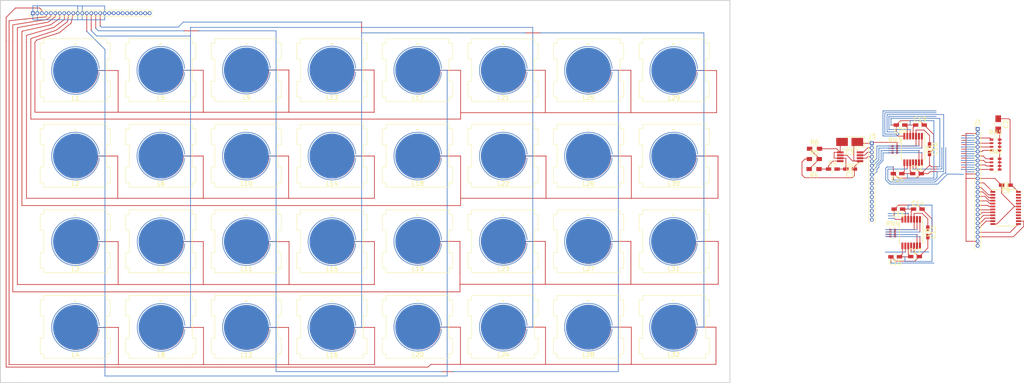
<source format=kicad_pcb>
(kicad_pcb (version 4) (host pcbnew 4.0.7)
  (layers (0 F.Cu signal) (31 B.Cu signal) (34 B.Paste user) (35 F.Paste user) (36 B.SilkS user) (37 F.SilkS user) (38 B.Mask user) (39 F.Mask user) (44 Edge.Cuts user))
  (net 0 "")
  (net 1 GND)
  (net 2 "Net-(C2-Pad2)")
  (net 3 SP)
  (net 4 M1)
  (net 5 M2)
  (net 6 M3)
  (net 7 M4)
  (net 8 M5)
  (net 9 M6)
  (net 10 M7)
  (net 11 M8)
  (net 12 CS1)
  (net 13 CS2)
  (net 14 CS3)
  (net 15 CS4)
  (net 16 CS5)
  (net 17 CS6)
  (net 18 CS7)
  (net 19 CS8)
  (net 20 CS9)
  (net 21 CS10)
  (net 22 CS11)
  (net 23 CS12)
  (net 24 GNDREF)
  (net 25 /matrix/MRP1)
  (net 26 /matrix/MRP2)
  (net 27 /matrix/MRP3)
  (net 28 /matrix/MRP4)
  (net 29 /matrix/MRP5)
  (net 30 /matrix/MRP6)
  (net 31 /matrix/MRP7)
  (net 32 /matrix/MRP8)
  (net 33 /matrix/MCN1)
  (net 34 /matrix/MCN2)
  (net 35 /matrix/MCN3)
  (net 36 /matrix/MCN4)
  (net 37 S1)
  (net 38 S2)
  (net 39 S3)
  (net 40 S4)
  (net 41 S5)
  (net 42 S6)
  (net 43 S7)
  (net 44 S8)
  (net 45 +3V3)
  (net 46 "Net-(C4-Pad1)")
  (net 47 ~SS)
  (net 48 SCK)
  (net 49 SDI)
  (net 50 "Net-(U1-Pad15)")
  (net 51 "Net-(U1-Pad16)")
  (net 52 "Net-(U1-Pad17)")
  (net 53 ~STROBE)
  (net 54 SEL1)
  (net 55 SEL2)
  (net 56 SEL3)
  (net 57 SEL4)
  (net 58 CS13)
  (module library:pad (layer F.Cu) (at 50.1904 66.802)
    (fp_text reference L2 (at 0.0254 6.1214) (layer F.SilkS))
    (fp_text value ~ (at -0.0254 -5.8928) (layer F.SilkS))
    (fp_arc (start 0 0) (end 5.2832 0.4572) (angle 350.5) (layer B.Cu) (width 0.15))
    (fp_line (start 5 0) (end 4.954526 0.625902) (layer F.Cu) (width 0.1524))
    (fp_line (start 4.954526 0.625902) (end 4.831107 1.240417) (layer F.Cu) (width 0.1524))
    (fp_line (start 4.831107 1.240417) (end 4.631879 1.833891) (layer F.Cu) (width 0.1524))
    (fp_line (start 4.631879 1.833891) (end 4.360166 2.397021) (layer F.Cu) (width 0.1524))
    (fp_line (start 4.360166 2.397021) (end 4.020426 2.921011) (layer F.Cu) (width 0.1524))
    (fp_line (start 4.020426 2.921011) (end 3.61818 3.397698) (layer F.Cu) (width 0.1524))
    (fp_line (start 3.61818 3.397698) (end 3.15992 3.819687) (layer F.Cu) (width 0.1524))
    (fp_line (start 3.15992 3.819687) (end 2.653003 4.180463) (layer F.Cu) (width 0.1524))
    (fp_line (start 2.653003 4.180463) (end 2.105537 4.474493) (layer F.Cu) (width 0.1524))
    (fp_line (start 2.105537 4.474493) (end 1.526247 4.697306) (layer F.Cu) (width 0.1524))
    (fp_line (start 1.526247 4.697306) (end 0.924342 4.845568) (layer F.Cu) (width 0.1524))
    (fp_line (start 0.924342 4.845568) (end 0.309359 4.917126) (layer F.Cu) (width 0.1524))
    (fp_line (start 0.309359 4.917126) (end -0.308977 4.911042) (layer F.Cu) (width 0.1524))
    (fp_line (start -0.308977 4.911042) (end -0.920915 4.827604) (layer F.Cu) (width 0.1524))
    (fp_line (start -0.920915 4.827604) (end -1.516828 4.668318) (layer F.Cu) (width 0.1524))
    (fp_line (start -1.516828 4.668318) (end -2.087368 4.435882) (layer F.Cu) (width 0.1524))
    (fp_line (start -2.087368 4.435882) (end -2.623605 4.13414) (layer F.Cu) (width 0.1524))
    (fp_line (start -2.623605 4.13414) (end -3.117177 3.768019) (layer F.Cu) (width 0.1524))
    (fp_line (start -3.117177 3.768019) (end -3.560411 3.343449) (layer F.Cu) (width 0.1524))
    (fp_line (start -3.560411 3.343449) (end -3.94645 2.867263) (layer F.Cu) (width 0.1524))
    (fp_line (start -3.94645 2.867263) (end -4.269352 2.347096) (layer F.Cu) (width 0.1524))
    (fp_line (start -4.269352 2.347096) (end -4.524188 1.791253) (layer F.Cu) (width 0.1524))
    (fp_line (start -4.524188 1.791253) (end -4.707113 1.208581) (layer F.Cu) (width 0.1524))
    (fp_line (start -4.707113 1.208581) (end -4.815423 0.608329) (layer F.Cu) (width 0.1524))
    (fp_line (start -4.815423 0.608329) (end -4.8476 0) (layer F.Cu) (width 0.1524))
    (fp_line (start -4.8476 0) (end -4.803327 -0.606801) (layer F.Cu) (width 0.1524))
    (fp_line (start -4.803327 -0.606801) (end -4.683495 -1.202517) (layer F.Cu) (width 0.1524))
    (fp_line (start -4.683495 -1.202517) (end -4.490181 -1.777788) (layer F.Cu) (width 0.1524))
    (fp_line (start -4.490181 -1.777788) (end -4.226616 -2.323602) (layer F.Cu) (width 0.1524))
    (fp_line (start -4.226616 -2.323602) (end -3.897132 -2.831432) (layer F.Cu) (width 0.1524))
    (fp_line (start -3.897132 -2.831432) (end -3.507086 -3.293373) (layer F.Cu) (width 0.1524))
    (fp_line (start -3.507086 -3.293373) (end -3.062776 -3.702261) (layer F.Cu) (width 0.1524))
    (fp_line (start -3.062776 -3.702261) (end -2.571343 -4.051788) (layer F.Cu) (width 0.1524))
    (fp_line (start -2.571343 -4.051788) (end -2.040648 -4.336597) (layer F.Cu) (width 0.1524))
    (fp_line (start -2.040648 -4.336597) (end -1.479153 -4.552365) (layer F.Cu) (width 0.1524))
    (fp_line (start -1.479153 -4.552365) (end -0.895785 -4.695867) (layer F.Cu) (width 0.1524))
    (fp_line (start -0.895785 -4.695867) (end -0.29979 -4.765027) (layer F.Cu) (width 0.1524))
    (fp_line (start -0.29979 -4.765027) (end 0.299407 -4.758943) (layer F.Cu) (width 0.1524))
    (fp_line (start 0.299407 -4.758943) (end 0.892358 -4.677903) (layer F.Cu) (width 0.1524))
    (fp_line (start 0.892358 -4.677903) (end 1.469734 -4.523377) (layer F.Cu) (width 0.1524))
    (fp_line (start 1.469734 -4.523377) (end 2.022479 -4.297986) (layer F.Cu) (width 0.1524))
    (fp_line (start 2.022479 -4.297986) (end 2.541945 -4.005465) (layer F.Cu) (width 0.1524))
    (fp_line (start 2.541945 -4.005465) (end 3.020033 -3.650593) (layer F.Cu) (width 0.1524))
    (fp_line (start 3.020033 -3.650593) (end 3.449316 -3.239124) (layer F.Cu) (width 0.1524))
    (fp_line (start 3.449316 -3.239124) (end 3.823155 -2.777685) (layer F.Cu) (width 0.1524))
    (fp_line (start 3.823155 -2.777685) (end 4.135803 -2.273677) (layer F.Cu) (width 0.1524))
    (fp_line (start 4.135803 -2.273677) (end 4.38249 -1.735151) (layer F.Cu) (width 0.1524))
    (fp_line (start 4.38249 -1.735151) (end 4.559501 -1.170681) (layer F.Cu) (width 0.1524))
    (fp_line (start 4.559501 -1.170681) (end 4.664225 -0.589229) (layer F.Cu) (width 0.1524))
    (fp_line (start 4.664225 -0.589229) (end 4.6952 0) (layer F.Cu) (width 0.1524))
    (fp_line (start 4.6952 0) (end 4.652129 0.587701) (layer F.Cu) (width 0.1524))
    (fp_line (start 4.652129 0.587701) (end 4.535883 1.164617) (layer F.Cu) (width 0.1524))
    (fp_line (start 4.535883 1.164617) (end 4.348483 1.721686) (layer F.Cu) (width 0.1524))
    (fp_line (start 4.348483 1.721686) (end 4.093067 2.250183) (layer F.Cu) (width 0.1524))
    (fp_line (start 4.093067 2.250183) (end 3.773838 2.741854) (layer F.Cu) (width 0.1524))
    (fp_line (start 3.773838 2.741854) (end 3.395991 3.189048) (layer F.Cu) (width 0.1524))
    (fp_line (start 3.395991 3.189048) (end 2.965633 3.584834) (layer F.Cu) (width 0.1524))
    (fp_line (start 2.965633 3.584834) (end 2.489683 3.923112) (layer F.Cu) (width 0.1524))
    (fp_line (start 2.489683 3.923112) (end 1.975759 4.198702) (layer F.Cu) (width 0.1524))
    (fp_line (start 1.975759 4.198702) (end 1.432059 4.407424) (layer F.Cu) (width 0.1524))
    (fp_line (start 1.432059 4.407424) (end 0.867228 4.546167) (layer F.Cu) (width 0.1524))
    (fp_line (start 0.867228 4.546167) (end 0.290221 4.612927) (layer F.Cu) (width 0.1524))
    (fp_line (start 0.290221 4.612927) (end -0.289838 4.606843) (layer F.Cu) (width 0.1524))
    (fp_line (start -0.289838 4.606843) (end -0.863801 4.528203) (layer F.Cu) (width 0.1524))
    (fp_line (start -0.863801 4.528203) (end -1.42264 4.378436) (layer F.Cu) (width 0.1524))
    (fp_line (start -1.42264 4.378436) (end -1.95759 4.160091) (layer F.Cu) (width 0.1524))
    (fp_line (start -1.95759 4.160091) (end -2.460285 3.876789) (layer F.Cu) (width 0.1524))
    (fp_line (start -2.460285 3.876789) (end -2.92289 3.533167) (layer F.Cu) (width 0.1524))
    (fp_line (start -2.92289 3.533167) (end -3.338221 3.134799) (layer F.Cu) (width 0.1524))
    (fp_line (start -3.338221 3.134799) (end -3.699861 2.688107) (layer F.Cu) (width 0.1524))
    (fp_line (start -3.699861 2.688107) (end -4.002254 2.200258) (layer F.Cu) (width 0.1524))
    (fp_line (start -4.002254 2.200258) (end -4.240792 1.679048) (layer F.Cu) (width 0.1524))
    (fp_line (start -4.240792 1.679048) (end -4.411889 1.13278) (layer F.Cu) (width 0.1524))
    (fp_line (start -4.411889 1.13278) (end -4.513027 0.570128) (layer F.Cu) (width 0.1524))
    (fp_line (start -4.513027 0.570128) (end -4.5428 0) (layer F.Cu) (width 0.1524))
    (fp_line (start -4.5428 0) (end -4.500931 -0.5686) (layer F.Cu) (width 0.1524))
    (fp_line (start -4.500931 -0.5686) (end -4.388271 -1.126716) (layer F.Cu) (width 0.1524))
    (fp_line (start -4.388271 -1.126716) (end -4.206785 -1.665584) (layer F.Cu) (width 0.1524))
    (fp_line (start -4.206785 -1.665584) (end -3.959518 -2.176764) (layer F.Cu) (width 0.1524))
    (fp_line (start -3.959518 -2.176764) (end -3.650544 -2.652275) (layer F.Cu) (width 0.1524))
    (fp_line (start -3.650544 -2.652275) (end -3.284896 -3.084723) (layer F.Cu) (width 0.1524))
    (fp_line (start -3.284896 -3.084723) (end -2.86849 -3.467408) (layer F.Cu) (width 0.1524))
    (fp_line (start -2.86849 -3.467408) (end -2.408023 -3.794437) (layer F.Cu) (width 0.1524))
    (fp_line (start -2.408023 -3.794437) (end -1.91087 -4.060806) (layer F.Cu) (width 0.1524))
    (fp_line (start -1.91087 -4.060806) (end -1.384965 -4.262483) (layer F.Cu) (width 0.1524))
    (fp_line (start -1.384965 -4.262483) (end -0.838671 -4.396466) (layer F.Cu) (width 0.1524))
    (fp_line (start -0.838671 -4.396466) (end -0.280652 -4.460828) (layer F.Cu) (width 0.1524))
    (fp_line (start -0.280652 -4.460828) (end 0.280269 -4.454744) (layer F.Cu) (width 0.1524))
    (fp_line (start 0.280269 -4.454744) (end 0.835244 -4.378502) (layer F.Cu) (width 0.1524))
    (fp_line (start 0.835244 -4.378502) (end 1.375546 -4.233495) (layer F.Cu) (width 0.1524))
    (fp_line (start 1.375546 -4.233495) (end 1.892701 -4.022195) (layer F.Cu) (width 0.1524))
    (fp_line (start 1.892701 -4.022195) (end 2.378625 -3.748114) (layer F.Cu) (width 0.1524))
    (fp_line (start 2.378625 -3.748114) (end 2.825746 -3.415741) (layer F.Cu) (width 0.1524))
    (fp_line (start 2.825746 -3.415741) (end 3.227127 -3.030474) (layer F.Cu) (width 0.1524))
    (fp_line (start 3.227127 -3.030474) (end 3.576567 -2.598528) (layer F.Cu) (width 0.1524))
    (fp_line (start 3.576567 -2.598528) (end 3.868705 -2.126838) (layer F.Cu) (width 0.1524))
    (fp_line (start 3.868705 -2.126838) (end 4.099094 -1.622946) (layer F.Cu) (width 0.1524))
    (fp_line (start 4.099094 -1.622946) (end 4.264276 -1.09488) (layer F.Cu) (width 0.1524))
    (fp_line (start 4.264276 -1.09488) (end 4.361828 -0.551027) (layer F.Cu) (width 0.1524))
    (fp_line (start 4.361828 -0.551027) (end 4.3904 0) (layer F.Cu) (width 0.1524))
    (fp_line (start 4.3904 0) (end 4.349732 0.549499) (layer F.Cu) (width 0.1524))
    (fp_line (start 4.349732 0.549499) (end 4.240659 1.088816) (layer F.Cu) (width 0.1524))
    (fp_line (start 4.240659 1.088816) (end 4.065087 1.609482) (layer F.Cu) (width 0.1524))
    (fp_line (start 4.065087 1.609482) (end 3.825969 2.103344) (layer F.Cu) (width 0.1524))
    (fp_line (start 3.825969 2.103344) (end 3.527249 2.562697) (layer F.Cu) (width 0.1524))
    (fp_line (start 3.527249 2.562697) (end 3.173801 2.980398) (layer F.Cu) (width 0.1524))
    (fp_line (start 3.173801 2.980398) (end 2.771346 3.349982) (layer F.Cu) (width 0.1524))
    (fp_line (start 2.771346 3.349982) (end 2.326363 3.665761) (layer F.Cu) (width 0.1524))
    (fp_line (start 2.326363 3.665761) (end 1.845981 3.92291) (layer F.Cu) (width 0.1524))
    (fp_line (start 1.845981 3.92291) (end 1.337871 4.117542) (layer F.Cu) (width 0.1524))
    (fp_line (start 1.337871 4.117542) (end 0.810114 4.246766) (layer F.Cu) (width 0.1524))
    (fp_line (start 0.810114 4.246766) (end 0.271082 4.308729) (layer F.Cu) (width 0.1524))
    (fp_line (start 0.271082 4.308729) (end -0.2707 4.302645) (layer F.Cu) (width 0.1524))
    (fp_line (start -0.2707 4.302645) (end -0.806687 4.228802) (layer F.Cu) (width 0.1524))
    (fp_line (start -0.806687 4.228802) (end -1.328452 4.088554) (layer F.Cu) (width 0.1524))
    (fp_line (start -1.328452 4.088554) (end -1.827813 3.884299) (layer F.Cu) (width 0.1524))
    (fp_line (start -1.827813 3.884299) (end -2.296965 3.619438) (layer F.Cu) (width 0.1524))
    (fp_line (start -2.296965 3.619438) (end -2.728603 3.298314) (layer F.Cu) (width 0.1524))
    (fp_line (start -2.728603 3.298314) (end -3.116032 2.926149) (layer F.Cu) (width 0.1524))
    (fp_line (start -3.116032 2.926149) (end -3.453273 2.50895) (layer F.Cu) (width 0.1524))
    (fp_line (start -3.453273 2.50895) (end -3.735156 2.053419) (layer F.Cu) (width 0.1524))
    (fp_line (start -3.735156 2.053419) (end -3.957396 1.566844) (layer F.Cu) (width 0.1524))
    (fp_line (start -3.957396 1.566844) (end -4.116664 1.05698) (layer F.Cu) (width 0.1524))
    (fp_line (start -4.116664 1.05698) (end -4.21063 0.531926) (layer F.Cu) (width 0.1524))
    (fp_line (start -4.21063 0.531926) (end -4.238 0) (layer F.Cu) (width 0.1524))
    (fp_line (start -4.238 0) (end -4.198534 -0.530398) (layer F.Cu) (width 0.1524))
    (fp_line (start -4.198534 -0.530398) (end -4.093046 -1.050916) (layer F.Cu) (width 0.1524))
    (fp_line (start -4.093046 -1.050916) (end -3.923389 -1.55338) (layer F.Cu) (width 0.1524))
    (fp_line (start -3.923389 -1.55338) (end -3.69242 -2.029925) (layer F.Cu) (width 0.1524))
    (fp_line (start -3.69242 -2.029925) (end -3.403955 -2.473118) (layer F.Cu) (width 0.1524))
    (fp_line (start -3.403955 -2.473118) (end -3.062706 -2.876073) (layer F.Cu) (width 0.1524))
    (fp_line (start -3.062706 -2.876073) (end -2.674203 -3.232556) (layer F.Cu) (width 0.1524))
    (fp_line (start -2.674203 -3.232556) (end -2.244703 -3.537086) (layer F.Cu) (width 0.1524))
    (fp_line (start -2.244703 -3.537086) (end -1.781093 -3.785015) (layer F.Cu) (width 0.1524))
    (fp_line (start -1.781093 -3.785015) (end -1.290776 -3.972601) (layer F.Cu) (width 0.1524))
    (fp_line (start -1.290776 -3.972601) (end -0.781557 -4.097065) (layer F.Cu) (width 0.1524))
    (fp_line (start -0.781557 -4.097065) (end -0.261513 -4.15663) (layer F.Cu) (width 0.1524))
    (fp_line (start -0.261513 -4.15663) (end 0.26113 -4.150546) (layer F.Cu) (width 0.1524))
    (fp_line (start 0.26113 -4.150546) (end 0.77813 -4.079101) (layer F.Cu) (width 0.1524))
    (fp_line (start 0.77813 -4.079101) (end 1.281358 -3.943613) (layer F.Cu) (width 0.1524))
    (fp_line (start 1.281358 -3.943613) (end 1.762924 -3.746404) (layer F.Cu) (width 0.1524))
    (fp_line (start 1.762924 -3.746404) (end 2.215305 -3.490762) (layer F.Cu) (width 0.1524))
    (fp_line (start 2.215305 -3.490762) (end 2.63146 -3.180888) (layer F.Cu) (width 0.1524))
    (fp_line (start 2.63146 -3.180888) (end 3.004937 -2.821824) (layer F.Cu) (width 0.1524))
    (fp_line (start 3.004937 -2.821824) (end 3.329979 -2.419371) (layer F.Cu) (width 0.1524))
    (fp_line (start 3.329979 -2.419371) (end 3.601606 -1.98) (layer F.Cu) (width 0.1524))
    (fp_line (start 3.601606 -1.98) (end 3.815699 -1.510742) (layer F.Cu) (width 0.1524))
    (fp_line (start 3.815699 -1.510742) (end 3.969052 -1.019079) (layer F.Cu) (width 0.1524))
    (fp_line (start 3.969052 -1.019079) (end 4.059432 -0.512826) (layer F.Cu) (width 0.1524))
    (fp_line (start 4.059432 -0.512826) (end 4.0856 0) (layer F.Cu) (width 0.1524))
    (fp_line (start 4.0856 0) (end 4.047336 0.511297) (layer F.Cu) (width 0.1524))
    (fp_line (start 4.047336 0.511297) (end 3.945434 1.013015) (layer F.Cu) (width 0.1524))
    (fp_line (start 3.945434 1.013015) (end 3.781691 1.497277) (layer F.Cu) (width 0.1524))
    (fp_line (start 3.781691 1.497277) (end 3.558871 1.956506) (layer F.Cu) (width 0.1524))
    (fp_line (start 3.558871 1.956506) (end 3.280661 2.38354) (layer F.Cu) (width 0.1524))
    (fp_line (start 3.280661 2.38354) (end 2.951611 2.771748) (layer F.Cu) (width 0.1524))
    (fp_line (start 2.951611 2.771748) (end 2.577059 3.11513) (layer F.Cu) (width 0.1524))
    (fp_line (start 2.577059 3.11513) (end 2.163043 3.40841) (layer F.Cu) (width 0.1524))
    (fp_line (start 2.163043 3.40841) (end 1.716204 3.647119) (layer F.Cu) (width 0.1524))
    (fp_line (start 1.716204 3.647119) (end 1.243682 3.82766) (layer F.Cu) (width 0.1524))
    (fp_line (start 1.243682 3.82766) (end 0.753 3.947365) (layer F.Cu) (width 0.1524))
    (fp_line (start 0.753 3.947365) (end 0.251944 4.00453) (layer F.Cu) (width 0.1524))
    (fp_line (start 0.251944 4.00453) (end -0.251561 3.998446) (layer F.Cu) (width 0.1524))
    (fp_line (start -0.251561 3.998446) (end -0.749573 3.9294) (layer F.Cu) (width 0.1524))
    (fp_line (start -0.749573 3.9294) (end -1.234263 3.798672) (layer F.Cu) (width 0.1524))
    (fp_line (start -1.234263 3.798672) (end -1.698035 3.608508) (layer F.Cu) (width 0.1524))
    (fp_line (start -1.698035 3.608508) (end -2.133645 3.362087) (layer F.Cu) (width 0.1524))
    (fp_line (start -2.133645 3.362087) (end -2.534316 3.063462) (layer F.Cu) (width 0.1524))
    (fp_line (start -2.534316 3.063462) (end -2.893842 2.717499) (layer F.Cu) (width 0.1524))
    (fp_line (start -2.893842 2.717499) (end -3.206684 2.329793) (layer F.Cu) (width 0.1524))
    (fp_line (start -3.206684 2.329793) (end -3.468057 1.906581) (layer F.Cu) (width 0.1524))
    (fp_line (start -3.468057 1.906581) (end -3.674001 1.45464) (layer F.Cu) (width 0.1524))
    (fp_line (start -3.674001 1.45464) (end -3.82144 0.981179) (layer F.Cu) (width 0.1524))
    (fp_line (start -3.82144 0.981179) (end -3.908233 0.493725) (layer F.Cu) (width 0.1524))
    (fp_line (start -3.908233 0.493725) (end -3.9332 0) (layer F.Cu) (width 0.1524))
    (fp_line (start -3.9332 0) (end -3.896138 -0.492197) (layer F.Cu) (width 0.1524))
    (fp_line (start -3.896138 -0.492197) (end -3.797822 -0.975115) (layer F.Cu) (width 0.1524))
    (fp_line (start -3.797822 -0.975115) (end -3.639993 -1.441175) (layer F.Cu) (width 0.1524))
    (fp_line (start -3.639993 -1.441175) (end -3.425322 -1.883086) (layer F.Cu) (width 0.1524))
    (fp_line (start -3.425322 -1.883086) (end -3.157367 -2.293961) (layer F.Cu) (width 0.1524))
    (fp_line (start -3.157367 -2.293961) (end -2.840517 -2.667423) (layer F.Cu) (width 0.1524))
    (fp_line (start -2.840517 -2.667423) (end -2.479916 -2.997703) (layer F.Cu) (width 0.1524))
    (fp_line (start -2.479916 -2.997703) (end -2.081383 -3.279734) (layer F.Cu) (width 0.1524))
    (fp_line (start -2.081383 -3.279734) (end -1.651315 -3.509223) (layer F.Cu) (width 0.1524))
    (fp_line (start -1.651315 -3.509223) (end -1.196588 -3.682719) (layer F.Cu) (width 0.1524))
    (fp_line (start -1.196588 -3.682719) (end -0.724443 -3.797664) (layer F.Cu) (width 0.1524))
    (fp_line (start -0.724443 -3.797664) (end -0.242374 -3.852431) (layer F.Cu) (width 0.1524))
    (fp_line (start -0.242374 -3.852431) (end 0.241992 -3.846347) (layer F.Cu) (width 0.1524))
    (fp_line (start 0.241992 -3.846347) (end 0.721016 -3.7797) (layer F.Cu) (width 0.1524))
    (fp_line (start 0.721016 -3.7797) (end 1.187169 -3.653731) (layer F.Cu) (width 0.1524))
    (fp_line (start 1.187169 -3.653731) (end 1.633146 -3.470613) (layer F.Cu) (width 0.1524))
    (fp_line (start 1.633146 -3.470613) (end 2.051985 -3.233411) (layer F.Cu) (width 0.1524))
    (fp_line (start 2.051985 -3.233411) (end 2.437173 -2.946036) (layer F.Cu) (width 0.1524))
    (fp_line (start 2.437173 -2.946036) (end 2.782747 -2.613174) (layer F.Cu) (width 0.1524))
    (fp_line (start 2.782747 -2.613174) (end 3.08339 -2.240214) (layer F.Cu) (width 0.1524))
    (fp_line (start 3.08339 -2.240214) (end 3.334508 -1.833161) (layer F.Cu) (width 0.1524))
    (fp_line (start 3.334508 -1.833161) (end 3.532303 -1.398538) (layer F.Cu) (width 0.1524))
    (fp_line (start 3.532303 -1.398538) (end 3.673828 -0.943279) (layer F.Cu) (width 0.1524))
    (fp_line (start 3.673828 -0.943279) (end 3.757035 -0.474624) (layer F.Cu) (width 0.1524))
    (fp_line (start 3.757035 -0.474624) (end 3.7808 0) (layer F.Cu) (width 0.1524))
    (fp_line (start 3.7808 0) (end 3.744939 0.473096) (layer F.Cu) (width 0.1524))
    (fp_line (start 3.744939 0.473096) (end 3.65021 0.937215) (layer F.Cu) (width 0.1524))
    (fp_line (start 3.65021 0.937215) (end 3.498295 1.385073) (layer F.Cu) (width 0.1524))
    (fp_line (start 3.498295 1.385073) (end 3.291772 1.809667) (layer F.Cu) (width 0.1524))
    (fp_line (start 3.291772 1.809667) (end 3.034073 2.204383) (layer F.Cu) (width 0.1524))
    (fp_line (start 3.034073 2.204383) (end 2.729422 2.563098) (layer F.Cu) (width 0.1524))
    (fp_line (start 2.729422 2.563098) (end 2.382772 2.880277) (layer F.Cu) (width 0.1524))
    (fp_line (start 2.382772 2.880277) (end 1.999723 3.151059) (layer F.Cu) (width 0.1524))
    (fp_line (start 1.999723 3.151059) (end 1.586426 3.371328) (layer F.Cu) (width 0.1524))
    (fp_line (start 1.586426 3.371328) (end 1.149494 3.537778) (layer F.Cu) (width 0.1524))
    (fp_line (start 1.149494 3.537778) (end 0.695886 3.647963) (layer F.Cu) (width 0.1524))
    (fp_line (start 0.695886 3.647963) (end 0.232805 3.700332) (layer F.Cu) (width 0.1524))
    (fp_line (start 0.232805 3.700332) (end -0.232422 3.694248) (layer F.Cu) (width 0.1524))
    (fp_line (start -0.232422 3.694248) (end -0.692459 3.629999) (layer F.Cu) (width 0.1524))
    (fp_line (start -0.692459 3.629999) (end -1.140075 3.50879) (layer F.Cu) (width 0.1524))
    (fp_line (start -1.140075 3.50879) (end -1.568258 3.332717) (layer F.Cu) (width 0.1524))
    (fp_line (start -1.568258 3.332717) (end -1.970325 3.104736) (layer F.Cu) (width 0.1524))
    (fp_line (start -1.970325 3.104736) (end -2.340029 2.82861) (layer F.Cu) (width 0.1524))
    (fp_line (start -2.340029 2.82861) (end -2.671653 2.508849) (layer F.Cu) (width 0.1524))
    (fp_line (start -2.671653 2.508849) (end -2.960096 2.150636) (layer F.Cu) (width 0.1524))
    (fp_line (start -2.960096 2.150636) (end -3.200959 1.759742) (layer F.Cu) (width 0.1524))
    (fp_line (start -3.200959 1.759742) (end -3.390605 1.342435) (layer F.Cu) (width 0.1524))
    (fp_line (start -3.390605 1.342435) (end -3.526216 0.905378) (layer F.Cu) (width 0.1524))
    (fp_line (start -3.526216 0.905378) (end -3.605837 0.455523) (layer F.Cu) (width 0.1524))
    (fp_line (start -3.605837 0.455523) (end -3.6284 0) (layer F.Cu) (width 0.1524))
    (fp_line (start -3.6284 0) (end -3.593741 -0.453995) (layer F.Cu) (width 0.1524))
    (fp_line (start -3.593741 -0.453995) (end -3.502598 -0.899314) (layer F.Cu) (width 0.1524))
    (fp_line (start -3.502598 -0.899314) (end -3.356597 -1.328971) (layer F.Cu) (width 0.1524))
    (fp_line (start -3.356597 -1.328971) (end -3.158223 -1.736248) (layer F.Cu) (width 0.1524))
    (fp_line (start -3.158223 -1.736248) (end -2.910778 -2.114804) (layer F.Cu) (width 0.1524))
    (fp_line (start -2.910778 -2.114804) (end -2.618327 -2.458773) (layer F.Cu) (width 0.1524))
    (fp_line (start -2.618327 -2.458773) (end -2.285629 -2.762851) (layer F.Cu) (width 0.1524))
    (fp_line (start -2.285629 -2.762851) (end -1.918063 -3.022383) (layer F.Cu) (width 0.1524))
    (fp_line (start -1.918063 -3.022383) (end -1.521538 -3.233432) (layer F.Cu) (width 0.1524))
    (fp_line (start -1.521538 -3.233432) (end -1.1024 -3.392837) (layer F.Cu) (width 0.1524))
    (fp_line (start -1.1024 -3.392837) (end -0.667329 -3.498263) (layer F.Cu) (width 0.1524))
    (fp_line (start -0.667329 -3.498263) (end -0.223236 -3.548233) (layer F.Cu) (width 0.1524))
    (fp_line (start -0.223236 -3.548233) (end 0.222853 -3.542149) (layer F.Cu) (width 0.1524))
    (fp_line (start 0.222853 -3.542149) (end 0.663903 -3.480299) (layer F.Cu) (width 0.1524))
    (fp_line (start 0.663903 -3.480299) (end 1.092981 -3.363849) (layer F.Cu) (width 0.1524))
    (fp_line (start 1.092981 -3.363849) (end 1.503369 -3.194821) (layer F.Cu) (width 0.1524))
    (fp_line (start 1.503369 -3.194821) (end 1.888665 -2.97606) (layer F.Cu) (width 0.1524))
    (fp_line (start 1.888665 -2.97606) (end 2.242886 -2.711183) (layer F.Cu) (width 0.1524))
    (fp_line (start 2.242886 -2.711183) (end 2.560558 -2.404524) (layer F.Cu) (width 0.1524))
    (fp_line (start 2.560558 -2.404524) (end 2.836802 -2.061057) (layer F.Cu) (width 0.1524))
    (fp_line (start 2.836802 -2.061057) (end 3.06741 -1.686323) (layer F.Cu) (width 0.1524))
    (fp_line (start 3.06741 -1.686323) (end 3.248907 -1.286333) (layer F.Cu) (width 0.1524))
    (fp_line (start 3.248907 -1.286333) (end 3.378604 -0.867478) (layer F.Cu) (width 0.1524))
    (fp_line (start 3.378604 -0.867478) (end 3.454639 -0.436422) (layer F.Cu) (width 0.1524))
    (fp_line (start 3.454639 -0.436422) (end 3.476 0) (layer F.Cu) (width 0.1524))
    (fp_line (start 3.476 0) (end 3.442543 0.434894) (layer F.Cu) (width 0.1524))
    (fp_line (start 3.442543 0.434894) (end 3.354986 0.861414) (layer F.Cu) (width 0.1524))
    (fp_line (start 3.354986 0.861414) (end 3.214899 1.272869) (layer F.Cu) (width 0.1524))
    (fp_line (start 3.214899 1.272869) (end 3.024674 1.662829) (layer F.Cu) (width 0.1524))
    (fp_line (start 3.024674 1.662829) (end 2.787484 2.025226) (layer F.Cu) (width 0.1524))
    (fp_line (start 2.787484 2.025226) (end 2.507232 2.354448) (layer F.Cu) (width 0.1524))
    (fp_line (start 2.507232 2.354448) (end 2.188486 2.645425) (layer F.Cu) (width 0.1524))
    (fp_line (start 2.188486 2.645425) (end 1.836403 2.893708) (layer F.Cu) (width 0.1524))
    (fp_line (start 1.836403 2.893708) (end 1.456649 3.095536) (layer F.Cu) (width 0.1524))
    (fp_line (start 1.456649 3.095536) (end 1.055305 3.247896) (layer F.Cu) (width 0.1524))
    (fp_line (start 1.055305 3.247896) (end 0.638772 3.348562) (layer F.Cu) (width 0.1524))
    (fp_line (start 0.638772 3.348562) (end 0.213667 3.396133) (layer F.Cu) (width 0.1524))
    (fp_line (start 0.213667 3.396133) (end -0.213284 3.390049) (layer F.Cu) (width 0.1524))
    (fp_line (start -0.213284 3.390049) (end -0.635346 3.330598) (layer F.Cu) (width 0.1524))
    (fp_line (start -0.635346 3.330598) (end -1.045887 3.218908) (layer F.Cu) (width 0.1524))
    (fp_line (start -1.045887 3.218908) (end -1.43848 3.056926) (layer F.Cu) (width 0.1524))
    (fp_line (start -1.43848 3.056926) (end -1.807005 2.847384) (layer F.Cu) (width 0.1524))
    (fp_line (start -1.807005 2.847384) (end -2.145743 2.593757) (layer F.Cu) (width 0.1524))
    (fp_line (start -2.145743 2.593757) (end -2.449463 2.300199) (layer F.Cu) (width 0.1524))
    (fp_line (start -2.449463 2.300199) (end -2.713508 1.971479) (layer F.Cu) (width 0.1524))
    (fp_line (start -2.713508 1.971479) (end -2.933861 1.612904) (layer F.Cu) (width 0.1524))
    (fp_line (start -2.933861 1.612904) (end -3.107209 1.230231) (layer F.Cu) (width 0.1524))
    (fp_line (start -3.107209 1.230231) (end -3.230992 0.829578) (layer F.Cu) (width 0.1524))
    (fp_line (start -3.230992 0.829578) (end -3.30344 0.417322) (layer F.Cu) (width 0.1524))
    (fp_line (start -3.30344 0.417322) (end -3.3236 0) (layer F.Cu) (width 0.1524))
    (fp_line (start -3.3236 0) (end -3.291344 -0.415794) (layer F.Cu) (width 0.1524))
    (fp_line (start -3.291344 -0.415794) (end -3.207374 -0.823514) (layer F.Cu) (width 0.1524))
    (fp_line (start -3.207374 -0.823514) (end -3.073201 -1.216767) (layer F.Cu) (width 0.1524))
    (fp_line (start -3.073201 -1.216767) (end -2.891125 -1.589409) (layer F.Cu) (width 0.1524))
    (fp_line (start -2.891125 -1.589409) (end -2.66419 -1.935647) (layer F.Cu) (width 0.1524))
    (fp_line (start -2.66419 -1.935647) (end -2.396137 -2.250123) (layer F.Cu) (width 0.1524))
    (fp_line (start -2.396137 -2.250123) (end -2.091342 -2.527998) (layer F.Cu) (width 0.1524))
    (fp_line (start -2.091342 -2.527998) (end -1.754743 -2.765032) (layer F.Cu) (width 0.1524))
    (fp_line (start -1.754743 -2.765032) (end -1.39176 -2.957641) (layer F.Cu) (width 0.1524))
    (fp_line (start -1.39176 -2.957641) (end -1.008211 -3.102955) (layer F.Cu) (width 0.1524))
    (fp_line (start -1.008211 -3.102955) (end -0.610216 -3.198862) (layer F.Cu) (width 0.1524))
    (fp_line (start -0.610216 -3.198862) (end -0.204097 -3.244034) (layer F.Cu) (width 0.1524))
    (fp_line (start -0.204097 -3.244034) (end 0.203715 -3.23795) (layer F.Cu) (width 0.1524))
    (fp_line (start 0.203715 -3.23795) (end 0.606789 -3.180898) (layer F.Cu) (width 0.1524))
    (fp_line (start 0.606789 -3.180898) (end 0.998792 -3.073967) (layer F.Cu) (width 0.1524))
    (fp_line (start 0.998792 -3.073967) (end 1.373591 -2.91903) (layer F.Cu) (width 0.1524))
    (fp_line (start 1.373591 -2.91903) (end 1.725345 -2.718709) (layer F.Cu) (width 0.1524))
    (fp_line (start 1.725345 -2.718709) (end 2.048599 -2.476331) (layer F.Cu) (width 0.1524))
    (fp_line (start 2.048599 -2.476331) (end 2.338368 -2.195874) (layer F.Cu) (width 0.1524))
    (fp_line (start 2.338368 -2.195874) (end 2.590214 -1.8819) (layer F.Cu) (width 0.1524))
    (fp_line (start 2.590214 -1.8819) (end 2.800312 -1.539484) (layer F.Cu) (width 0.1524))
    (fp_line (start 2.800312 -1.539484) (end 2.965511 -1.174129) (layer F.Cu) (width 0.1524))
    (fp_line (start 2.965511 -1.174129) (end 3.08338 -0.791677) (layer F.Cu) (width 0.1524))
    (fp_line (start 3.08338 -0.791677) (end 3.152242 -0.398221) (layer F.Cu) (width 0.1524))
    (fp_line (start 3.152242 -0.398221) (end 3.1712 0) (layer F.Cu) (width 0.1524))
    (fp_line (start 3.1712 0) (end 3.140146 0.396693) (layer F.Cu) (width 0.1524))
    (fp_line (start 3.140146 0.396693) (end 3.059762 0.785613) (layer F.Cu) (width 0.1524))
    (fp_line (start 3.059762 0.785613) (end 2.931503 1.160664) (layer F.Cu) (width 0.1524))
    (fp_line (start 2.931503 1.160664) (end 2.757576 1.51599) (layer F.Cu) (width 0.1524))
    (fp_line (start 2.757576 1.51599) (end 2.540896 1.846069) (layer F.Cu) (width 0.1524))
    (fp_line (start 2.540896 1.846069) (end 2.285043 2.145798) (layer F.Cu) (width 0.1524))
    (fp_line (start 2.285043 2.145798) (end 1.994199 2.410572) (layer F.Cu) (width 0.1524))
    (fp_line (start 1.994199 2.410572) (end 1.673083 2.636357) (layer F.Cu) (width 0.1524))
    (fp_line (start 1.673083 2.636357) (end 1.326871 2.819745) (layer F.Cu) (width 0.1524))
    (fp_line (start 1.326871 2.819745) (end 0.961117 2.958014) (layer F.Cu) (width 0.1524))
    (fp_line (start 0.961117 2.958014) (end 0.581659 3.049161) (layer F.Cu) (width 0.1524))
    (fp_line (start 0.581659 3.049161) (end 0.194528 3.091935) (layer F.Cu) (width 0.1524))
    (fp_line (start 0.194528 3.091935) (end -0.194145 3.085851) (layer F.Cu) (width 0.1524))
    (fp_line (start -0.194145 3.085851) (end -0.578232 3.031197) (layer F.Cu) (width 0.1524))
    (fp_line (start -0.578232 3.031197) (end -0.951698 2.929026) (layer F.Cu) (width 0.1524))
    (fp_line (start -0.951698 2.929026) (end -1.308702 2.781134) (layer F.Cu) (width 0.1524))
    (fp_line (start -1.308702 2.781134) (end -1.643685 2.590033) (layer F.Cu) (width 0.1524))
    (fp_line (start -1.643685 2.590033) (end -1.951456 2.358905) (layer F.Cu) (width 0.1524))
    (fp_line (start -1.951456 2.358905) (end -2.227273 2.091549) (layer F.Cu) (width 0.1524))
    (fp_line (start -2.227273 2.091549) (end -2.466919 1.792322) (layer F.Cu) (width 0.1524))
    (fp_line (start -2.466919 1.792322) (end -2.666762 1.466065) (layer F.Cu) (width 0.1524))
    (fp_line (start -2.666762 1.466065) (end -2.823813 1.118027) (layer F.Cu) (width 0.1524))
    (fp_line (start -2.823813 1.118027) (end -2.935768 0.753777) (layer F.Cu) (width 0.1524))
    (fp_line (start -2.935768 0.753777) (end -3.001044 0.37912) (layer F.Cu) (width 0.1524))
    (fp_line (start -3.001044 0.37912) (end -3.0188 0) (layer F.Cu) (width 0.1524))
    (fp_line (start -3.0188 0) (end -2.988948 -0.377592) (layer F.Cu) (width 0.1524))
    (fp_line (start -2.988948 -0.377592) (end -2.91215 -0.747713) (layer F.Cu) (width 0.1524))
    (fp_line (start -2.91215 -0.747713) (end -2.789806 -1.104562) (layer F.Cu) (width 0.1524))
    (fp_line (start -2.789806 -1.104562) (end -2.624027 -1.442571) (layer F.Cu) (width 0.1524))
    (fp_line (start -2.624027 -1.442571) (end -2.417602 -1.75649) (layer F.Cu) (width 0.1524))
    (fp_line (start -2.417602 -1.75649) (end -2.173948 -2.041473) (layer F.Cu) (width 0.1524))
    (fp_line (start -2.173948 -2.041473) (end -1.897055 -2.293146) (layer F.Cu) (width 0.1524))
    (fp_line (start -1.897055 -2.293146) (end -1.591423 -2.507681) (layer F.Cu) (width 0.1524))
    (fp_line (start -1.591423 -2.507681) (end -1.261983 -2.681849) (layer F.Cu) (width 0.1524))
    (fp_line (start -1.261983 -2.681849) (end -0.914023 -2.813073) (layer F.Cu) (width 0.1524))
    (fp_line (start -0.914023 -2.813073) (end -0.553102 -2.89946) (layer F.Cu) (width 0.1524))
    (fp_line (start -0.553102 -2.89946) (end -0.184959 -2.939835) (layer F.Cu) (width 0.1524))
    (fp_line (start -0.184959 -2.939835) (end 0.184576 -2.933751) (layer F.Cu) (width 0.1524))
    (fp_line (start 0.184576 -2.933751) (end 0.549675 -2.881496) (layer F.Cu) (width 0.1524))
    (fp_line (start 0.549675 -2.881496) (end 0.904604 -2.784085) (layer F.Cu) (width 0.1524))
    (fp_line (start 0.904604 -2.784085) (end 1.243814 -2.643239) (layer F.Cu) (width 0.1524))
    (fp_line (start 1.243814 -2.643239) (end 1.562025 -2.461358) (layer F.Cu) (width 0.1524))
    (fp_line (start 1.562025 -2.461358) (end 1.854312 -2.241479) (layer F.Cu) (width 0.1524))
    (fp_line (start 1.854312 -2.241479) (end 2.116178 -1.987224) (layer F.Cu) (width 0.1524))
    (fp_line (start 2.116178 -1.987224) (end 2.343625 -1.702743) (layer F.Cu) (width 0.1524))
    (fp_line (start 2.343625 -1.702743) (end 2.533213 -1.392646) (layer F.Cu) (width 0.1524))
    (fp_line (start 2.533213 -1.392646) (end 2.682115 -1.061924) (layer F.Cu) (width 0.1524))
    (fp_line (start 2.682115 -1.061924) (end 2.788156 -0.715877) (layer F.Cu) (width 0.1524))
    (fp_line (start 2.788156 -0.715877) (end 2.849846 -0.360019) (layer F.Cu) (width 0.1524))
    (fp_line (start 2.849846 -0.360019) (end 2.8664 0) (layer F.Cu) (width 0.1524))
    (fp_line (start 2.8664 0) (end 2.83775 0.358491) (layer F.Cu) (width 0.1524))
    (fp_line (start 2.83775 0.358491) (end 2.764538 0.709813) (layer F.Cu) (width 0.1524))
    (fp_line (start 2.764538 0.709813) (end 2.648108 1.04846) (layer F.Cu) (width 0.1524))
    (fp_line (start 2.648108 1.04846) (end 2.490478 1.369152) (layer F.Cu) (width 0.1524))
    (fp_line (start 2.490478 1.369152) (end 2.294307 1.666912) (layer F.Cu) (width 0.1524))
    (fp_line (start 2.294307 1.666912) (end 2.062853 1.937148) (layer F.Cu) (width 0.1524))
    (fp_line (start 2.062853 1.937148) (end 1.799912 2.17572) (layer F.Cu) (width 0.1524))
    (fp_line (start 1.799912 2.17572) (end 1.509763 2.379005) (layer F.Cu) (width 0.1524))
    (fp_line (start 1.509763 2.379005) (end 1.197094 2.543954) (layer F.Cu) (width 0.1524))
    (fp_line (start 1.197094 2.543954) (end 0.866929 2.668132) (layer F.Cu) (width 0.1524))
    (fp_line (start 0.866929 2.668132) (end 0.524545 2.74976) (layer F.Cu) (width 0.1524))
    (fp_line (start 0.524545 2.74976) (end 0.17539 2.787736) (layer F.Cu) (width 0.1524))
    (fp_line (start 0.17539 2.787736) (end -0.175007 2.781652) (layer F.Cu) (width 0.1524))
    (fp_line (start -0.175007 2.781652) (end -0.521118 2.731796) (layer F.Cu) (width 0.1524))
    (fp_line (start -0.521118 2.731796) (end -0.85751 2.639144) (layer F.Cu) (width 0.1524))
    (fp_line (start -0.85751 2.639144) (end -1.178925 2.505343) (layer F.Cu) (width 0.1524))
    (fp_line (start -1.178925 2.505343) (end -1.480365 2.332682) (layer F.Cu) (width 0.1524))
    (fp_line (start -1.480365 2.332682) (end -1.757169 2.124052) (layer F.Cu) (width 0.1524))
    (fp_line (start -1.757169 2.124052) (end -2.005084 1.882899) (layer F.Cu) (width 0.1524))
    (fp_line (start -2.005084 1.882899) (end -2.220331 1.613165) (layer F.Cu) (width 0.1524))
    (fp_line (start -2.220331 1.613165) (end -2.399664 1.319227) (layer F.Cu) (width 0.1524))
    (fp_line (start -2.399664 1.319227) (end -2.540417 1.005822) (layer F.Cu) (width 0.1524))
    (fp_line (start -2.540417 1.005822) (end -2.640544 0.677976) (layer F.Cu) (width 0.1524))
    (fp_line (start -2.640544 0.677976) (end -2.698647 0.340918) (layer F.Cu) (width 0.1524))
    (fp_line (start -2.698647 0.340918) (end -2.714 0) (layer F.Cu) (width 0.1524))
    (fp_line (start -2.714 0) (end -2.686551 -0.33939) (layer F.Cu) (width 0.1524))
    (fp_line (start -2.686551 -0.33939) (end -2.616926 -0.671912) (layer F.Cu) (width 0.1524))
    (fp_line (start -2.616926 -0.671912) (end -2.50641 -0.992358) (layer F.Cu) (width 0.1524))
    (fp_line (start -2.50641 -0.992358) (end -2.356928 -1.295732) (layer F.Cu) (width 0.1524))
    (fp_line (start -2.356928 -1.295732) (end -2.171013 -1.577333) (layer F.Cu) (width 0.1524))
    (fp_line (start -2.171013 -1.577333) (end -1.951758 -1.832823) (layer F.Cu) (width 0.1524))
    (fp_line (start -1.951758 -1.832823) (end -1.702769 -2.058294) (layer F.Cu) (width 0.1524))
    (fp_line (start -1.702769 -2.058294) (end -1.428103 -2.25033) (layer F.Cu) (width 0.1524))
    (fp_line (start -1.428103 -2.25033) (end -1.132205 -2.406058) (layer F.Cu) (width 0.1524))
    (fp_line (start -1.132205 -2.406058) (end -0.819834 -2.523191) (layer F.Cu) (width 0.1524))
    (fp_line (start -0.819834 -2.523191) (end -0.495988 -2.600059) (layer F.Cu) (width 0.1524))
    (fp_line (start -0.495988 -2.600059) (end -0.16582 -2.635637) (layer F.Cu) (width 0.1524))
    (fp_line (start -0.16582 -2.635637) (end 0.165437 -2.629553) (layer F.Cu) (width 0.1524))
    (fp_line (start 0.165437 -2.629553) (end 0.492561 -2.582095) (layer F.Cu) (width 0.1524))
    (fp_line (start 0.492561 -2.582095) (end 0.810416 -2.494203) (layer F.Cu) (width 0.1524))
    (fp_line (start 0.810416 -2.494203) (end 1.114036 -2.367447) (layer F.Cu) (width 0.1524))
    (fp_line (start 1.114036 -2.367447) (end 1.398705 -2.204007) (layer F.Cu) (width 0.1524))
    (fp_line (start 1.398705 -2.204007) (end 1.660025 -2.006626) (layer F.Cu) (width 0.1524))
    (fp_line (start 1.660025 -2.006626) (end 1.893989 -1.778574) (layer F.Cu) (width 0.1524))
    (fp_line (start 1.893989 -1.778574) (end 2.097037 -1.523586) (layer F.Cu) (width 0.1524))
    (fp_line (start 2.097037 -1.523586) (end 2.266115 -1.245807) (layer F.Cu) (width 0.1524))
    (fp_line (start 2.266115 -1.245807) (end 2.398719 -0.94972) (layer F.Cu) (width 0.1524))
    (fp_line (start 2.398719 -0.94972) (end 2.492932 -0.640076) (layer F.Cu) (width 0.1524))
    (fp_line (start 2.492932 -0.640076) (end 2.547449 -0.321818) (layer F.Cu) (width 0.1524))
    (fp_line (start 2.547449 -0.321818) (end 2.5616 0) (layer F.Cu) (width 0.1524))
    (fp_line (start 2.5616 0) (end 2.535353 0.32029) (layer F.Cu) (width 0.1524))
    (fp_line (start 2.535353 0.32029) (end 2.469314 0.634012) (layer F.Cu) (width 0.1524))
    (fp_line (start 2.469314 0.634012) (end 2.364712 0.936256) (layer F.Cu) (width 0.1524))
    (fp_line (start 2.364712 0.936256) (end 2.223379 1.222313) (layer F.Cu) (width 0.1524))
    (fp_line (start 2.223379 1.222313) (end 2.047719 1.487755) (layer F.Cu) (width 0.1524))
    (fp_line (start 2.047719 1.487755) (end 1.840663 1.728498) (layer F.Cu) (width 0.1524))
    (fp_line (start 1.840663 1.728498) (end 1.605625 1.940867) (layer F.Cu) (width 0.1524))
    (fp_line (start 1.605625 1.940867) (end 1.346443 2.121654) (layer F.Cu) (width 0.1524))
    (fp_line (start 1.346443 2.121654) (end 1.067316 2.268163) (layer F.Cu) (width 0.1524))
    (fp_line (start 1.067316 2.268163) (end 0.77274 2.37825) (layer F.Cu) (width 0.1524))
    (fp_line (start 0.77274 2.37825) (end 0.467431 2.450359) (layer F.Cu) (width 0.1524))
    (fp_line (start 0.467431 2.450359) (end 0.156251 2.483538) (layer F.Cu) (width 0.1524))
    (fp_line (start 0.156251 2.483538) (end -0.155868 2.477454) (layer F.Cu) (width 0.1524))
    (fp_line (start -0.155868 2.477454) (end -0.464004 2.432395) (layer F.Cu) (width 0.1524))
    (fp_line (start -0.464004 2.432395) (end -0.763321 2.349262) (layer F.Cu) (width 0.1524))
    (fp_line (start -0.763321 2.349262) (end -1.049147 2.229552) (layer F.Cu) (width 0.1524))
    (fp_line (start -1.049147 2.229552) (end -1.317045 2.075331) (layer F.Cu) (width 0.1524))
    (fp_line (start -1.317045 2.075331) (end -1.562882 1.8892) (layer F.Cu) (width 0.1524))
    (fp_line (start -1.562882 1.8892) (end -1.782894 1.674249) (layer F.Cu) (width 0.1524))
    (fp_line (start -1.782894 1.674249) (end -1.973743 1.434008) (layer F.Cu) (width 0.1524))
    (fp_line (start -1.973743 1.434008) (end -2.132566 1.172388) (layer F.Cu) (width 0.1524))
    (fp_line (start -2.132566 1.172388) (end -2.257021 0.893618) (layer F.Cu) (width 0.1524))
    (fp_line (start -2.257021 0.893618) (end -2.34532 0.602176) (layer F.Cu) (width 0.1524))
    (fp_line (start -2.34532 0.602176) (end -2.396251 0.302717) (layer F.Cu) (width 0.1524))
    (fp_line (start -2.396251 0.302717) (end -2.4092 0) (layer F.Cu) (width 0.1524))
    (fp_line (start -2.4092 0) (end -2.384155 -0.301189) (layer F.Cu) (width 0.1524))
    (fp_line (start -2.384155 -0.301189) (end -2.321702 -0.596112) (layer F.Cu) (width 0.1524))
    (fp_line (start -2.321702 -0.596112) (end -2.223014 -0.880153) (layer F.Cu) (width 0.1524))
    (fp_line (start -2.223014 -0.880153) (end -2.08983 -1.148894) (layer F.Cu) (width 0.1524))
    (fp_line (start -2.08983 -1.148894) (end -1.924425 -1.398177) (layer F.Cu) (width 0.1524))
    (fp_line (start -1.924425 -1.398177) (end -1.729568 -1.624173) (layer F.Cu) (width 0.1524))
    (fp_line (start -1.729568 -1.624173) (end -1.508482 -1.823441) (layer F.Cu) (width 0.1524))
    (fp_line (start -1.508482 -1.823441) (end -1.264783 -1.992979) (layer F.Cu) (width 0.1524))
    (fp_line (start -1.264783 -1.992979) (end -1.002428 -2.130267) (layer F.Cu) (width 0.1524))
    (fp_line (start -1.002428 -2.130267) (end -0.725646 -2.233309) (layer F.Cu) (width 0.1524))
    (fp_line (start -0.725646 -2.233309) (end -0.438874 -2.300658) (layer F.Cu) (width 0.1524))
    (fp_line (start -0.438874 -2.300658) (end -0.146682 -2.331438) (layer F.Cu) (width 0.1524))
    (fp_line (start -0.146682 -2.331438) (end 0.146299 -2.325354) (layer F.Cu) (width 0.1524))
    (fp_line (start 0.146299 -2.325354) (end 0.435447 -2.282694) (layer F.Cu) (width 0.1524))
    (fp_line (start 0.435447 -2.282694) (end 0.716227 -2.204321) (layer F.Cu) (width 0.1524))
    (fp_line (start 0.716227 -2.204321) (end 0.984259 -2.091656) (layer F.Cu) (width 0.1524))
    (fp_line (start 0.984259 -2.091656) (end 1.235385 -1.946655) (layer F.Cu) (width 0.1524))
    (fp_line (start 1.235385 -1.946655) (end 1.465739 -1.771774) (layer F.Cu) (width 0.1524))
    (fp_line (start 1.465739 -1.771774) (end 1.671799 -1.569924) (layer F.Cu) (width 0.1524))
    (fp_line (start 1.671799 -1.569924) (end 1.850448 -1.344429) (layer F.Cu) (width 0.1524))
    (fp_line (start 1.850448 -1.344429) (end 1.999017 -1.098969) (layer F.Cu) (width 0.1524))
    (fp_line (start 1.999017 -1.098969) (end 2.115323 -0.837516) (layer F.Cu) (width 0.1524))
    (fp_line (start 2.115323 -0.837516) (end 2.197707 -0.564275) (layer F.Cu) (width 0.1524))
    (fp_line (start 2.197707 -0.564275) (end 2.245052 -0.283616) (layer F.Cu) (width 0.1524))
    (fp_line (start 2.245052 -0.283616) (end 2.2568 0) (layer F.Cu) (width 0.1524))
    (fp_line (start 2.2568 0) (end 2.232957 0.282088) (layer F.Cu) (width 0.1524))
    (fp_line (start 2.232957 0.282088) (end 2.17409 0.558211) (layer F.Cu) (width 0.1524))
    (fp_line (start 2.17409 0.558211) (end 2.081316 0.824051) (layer F.Cu) (width 0.1524))
    (fp_line (start 2.081316 0.824051) (end 1.956281 1.075475) (layer F.Cu) (width 0.1524))
    (fp_line (start 1.956281 1.075475) (end 1.801131 1.308598) (layer F.Cu) (width 0.1524))
    (fp_line (start 1.801131 1.308598) (end 1.618474 1.519848) (layer F.Cu) (width 0.1524))
    (fp_line (start 1.618474 1.519848) (end 1.411338 1.706015) (layer F.Cu) (width 0.1524))
    (fp_line (start 1.411338 1.706015) (end 1.183123 1.864303) (layer F.Cu) (width 0.1524))
    (fp_line (start 1.183123 1.864303) (end 0.937539 1.992371) (layer F.Cu) (width 0.1524))
    (fp_line (start 0.937539 1.992371) (end 0.678552 2.088368) (layer F.Cu) (width 0.1524))
    (fp_line (start 0.678552 2.088368) (end 0.410317 2.150958) (layer F.Cu) (width 0.1524))
    (fp_line (start 0.410317 2.150958) (end 0.137112 2.179339) (layer F.Cu) (width 0.1524))
    (fp_line (start 0.137112 2.179339) (end -0.13673 2.173255) (layer F.Cu) (width 0.1524))
    (fp_line (start -0.13673 2.173255) (end -0.40689 2.132994) (layer F.Cu) (width 0.1524))
    (fp_line (start -0.40689 2.132994) (end -0.669133 2.05938) (layer F.Cu) (width 0.1524))
    (fp_line (start -0.669133 2.05938) (end -0.91937 1.95376) (layer F.Cu) (width 0.1524))
    (fp_line (start -0.91937 1.95376) (end -1.153725 1.81798) (layer F.Cu) (width 0.1524))
    (fp_line (start -1.153725 1.81798) (end -1.368595 1.654347) (layer F.Cu) (width 0.1524))
    (fp_line (start -1.368595 1.654347) (end -1.560704 1.465599) (layer F.Cu) (width 0.1524))
    (fp_line (start -1.560704 1.465599) (end -1.727154 1.254851) (layer F.Cu) (width 0.1524))
    (fp_line (start -1.727154 1.254851) (end -1.865468 1.02555) (layer F.Cu) (width 0.1524))
    (fp_line (start -1.865468 1.02555) (end -1.973625 0.781414) (layer F.Cu) (width 0.1524))
    (fp_line (start -1.973625 0.781414) (end -2.050095 0.526375) (layer F.Cu) (width 0.1524))
    (fp_line (start -2.050095 0.526375) (end -2.093854 0.264515) (layer F.Cu) (width 0.1524))
    (fp_line (start -2.093854 0.264515) (end -2.1044 0) (layer F.Cu) (width 0.1524))
    (fp_line (start -2.1044 0) (end -2.081758 -0.262987) (layer F.Cu) (width 0.1524))
    (fp_line (start -2.081758 -0.262987) (end -2.026477 -0.520311) (layer F.Cu) (width 0.1524))
    (fp_line (start -2.026477 -0.520311) (end -1.939618 -0.767949) (layer F.Cu) (width 0.1524))
    (fp_line (start -1.939618 -0.767949) (end -1.822732 -1.002055) (layer F.Cu) (width 0.1524))
    (fp_line (start -1.822732 -1.002055) (end -1.677837 -1.21902) (layer F.Cu) (width 0.1524))
    (fp_line (start -1.677837 -1.21902) (end -1.507379 -1.415523) (layer F.Cu) (width 0.1524))
    (fp_line (start -1.507379 -1.415523) (end -1.314195 -1.588589) (layer F.Cu) (width 0.1524))
    (fp_line (start -1.314195 -1.588589) (end -1.101463 -1.735628) (layer F.Cu) (width 0.1524))
    (fp_line (start -1.101463 -1.735628) (end -0.87265 -1.854476) (layer F.Cu) (width 0.1524))
    (fp_line (start -0.87265 -1.854476) (end -0.631458 -1.943427) (layer F.Cu) (width 0.1524))
    (fp_line (start -0.631458 -1.943427) (end -0.38176 -2.001257) (layer F.Cu) (width 0.1524))
    (fp_line (start -0.38176 -2.001257) (end -0.127543 -2.02724) (layer F.Cu) (width 0.1524))
    (fp_line (start -0.127543 -2.02724) (end 0.12716 -2.021156) (layer F.Cu) (width 0.1524))
    (fp_line (start 0.12716 -2.021156) (end 0.378333 -1.983293) (layer F.Cu) (width 0.1524))
    (fp_line (start 0.378333 -1.983293) (end 0.622039 -1.914439) (layer F.Cu) (width 0.1524))
    (fp_line (start 0.622039 -1.914439) (end 0.854481 -1.815865) (layer F.Cu) (width 0.1524))
    (fp_line (start 0.854481 -1.815865) (end 1.072065 -1.689304) (layer F.Cu) (width 0.1524))
    (fp_line (start 1.072065 -1.689304) (end 1.271452 -1.536921) (layer F.Cu) (width 0.1524))
    (fp_line (start 1.271452 -1.536921) (end 1.44961 -1.361274) (layer F.Cu) (width 0.1524))
    (fp_line (start 1.44961 -1.361274) (end 1.60386 -1.165273) (layer F.Cu) (width 0.1524))
    (fp_line (start 1.60386 -1.165273) (end 1.731919 -0.95213) (layer F.Cu) (width 0.1524))
    (fp_line (start 1.731919 -0.95213) (end 1.831927 -0.725311) (layer F.Cu) (width 0.1524))
    (fp_line (start 1.831927 -0.725311) (end 1.902483 -0.488475) (layer F.Cu) (width 0.1524))
    (fp_line (start 1.902483 -0.488475) (end 1.942656 -0.245415) (layer F.Cu) (width 0.1524))
    (fp_line (start 1.942656 -0.245415) (end 1.952 0) (layer F.Cu) (width 0.1524))
    (fp_line (start 1.952 0) (end 1.93056 0.243886) (layer F.Cu) (width 0.1524))
    (fp_line (start 1.93056 0.243886) (end 1.878865 0.482411) (layer F.Cu) (width 0.1524))
    (fp_line (start 1.878865 0.482411) (end 1.79792 0.711847) (layer F.Cu) (width 0.1524))
    (fp_line (start 1.79792 0.711847) (end 1.689183 0.928636) (layer F.Cu) (width 0.1524))
    (fp_line (start 1.689183 0.928636) (end 1.554542 1.129441) (layer F.Cu) (width 0.1524))
    (fp_line (start 1.554542 1.129441) (end 1.396284 1.311198) (layer F.Cu) (width 0.1524))
    (fp_line (start 1.396284 1.311198) (end 1.217051 1.471163) (layer F.Cu) (width 0.1524))
    (fp_line (start 1.217051 1.471163) (end 1.019803 1.606952) (layer F.Cu) (width 0.1524))
    (fp_line (start 1.019803 1.606952) (end 0.807761 1.71658) (layer F.Cu) (width 0.1524))
    (fp_line (start 0.807761 1.71658) (end 0.584364 1.798486) (layer F.Cu) (width 0.1524))
    (fp_line (start 0.584364 1.798486) (end 0.353203 1.851556) (layer F.Cu) (width 0.1524))
    (fp_line (start 0.353203 1.851556) (end 0.117974 1.875141) (layer F.Cu) (width 0.1524))
    (fp_line (start 0.117974 1.875141) (end -0.117591 1.869057) (layer F.Cu) (width 0.1524))
    (fp_line (start -0.117591 1.869057) (end -0.349777 1.833592) (layer F.Cu) (width 0.1524))
    (fp_line (start -0.349777 1.833592) (end -0.574945 1.769498) (layer F.Cu) (width 0.1524))
    (fp_line (start -0.574945 1.769498) (end -0.789592 1.677969) (layer F.Cu) (width 0.1524))
    (fp_line (start -0.789592 1.677969) (end -0.990405 1.560629) (layer F.Cu) (width 0.1524))
    (fp_line (start -0.990405 1.560629) (end -1.174308 1.419495) (layer F.Cu) (width 0.1524))
    (fp_line (start -1.174308 1.419495) (end -1.338515 1.256949) (layer F.Cu) (width 0.1524))
    (fp_line (start -1.338515 1.256949) (end -1.480566 1.075694) (layer F.Cu) (width 0.1524))
    (fp_line (start -1.480566 1.075694) (end -1.598369 0.878711) (layer F.Cu) (width 0.1524))
    (fp_line (start -1.598369 0.878711) (end -1.69023 0.669209) (layer F.Cu) (width 0.1524))
    (fp_line (start -1.69023 0.669209) (end -1.754871 0.450574) (layer F.Cu) (width 0.1524))
    (fp_line (start -1.754871 0.450574) (end -1.791458 0.226314) (layer F.Cu) (width 0.1524))
    (fp_line (start -1.791458 0.226314) (end -1.7996 0) (layer F.Cu) (width 0.1524))
    (fp_line (start -1.7996 0) (end -1.779362 -0.224786) (layer F.Cu) (width 0.1524))
    (fp_line (start -1.779362 -0.224786) (end -1.731253 -0.44451) (layer F.Cu) (width 0.1524))
    (fp_line (start -1.731253 -0.44451) (end -1.656222 -0.655745) (layer F.Cu) (width 0.1524))
    (fp_line (start -1.656222 -0.655745) (end -1.555634 -0.855217) (layer F.Cu) (width 0.1524))
    (fp_line (start -1.555634 -0.855217) (end -1.431248 -1.039863) (layer F.Cu) (width 0.1524))
    (fp_line (start -1.431248 -1.039863) (end -1.285189 -1.206873) (layer F.Cu) (width 0.1524))
    (fp_line (start -1.285189 -1.206873) (end -1.119908 -1.353736) (layer F.Cu) (width 0.1524))
    (fp_line (start -1.119908 -1.353736) (end -0.938143 -1.478276) (layer F.Cu) (width 0.1524))
    (fp_line (start -0.938143 -1.478276) (end -0.742873 -1.578684) (layer F.Cu) (width 0.1524))
    (fp_line (start -0.742873 -1.578684) (end -0.537269 -1.653545) (layer F.Cu) (width 0.1524))
    (fp_line (start -0.537269 -1.653545) (end -0.324646 -1.701856) (layer F.Cu) (width 0.1524))
    (fp_line (start -0.324646 -1.701856) (end -0.108405 -1.723041) (layer F.Cu) (width 0.1524))
    (fp_line (start -0.108405 -1.723041) (end 0.108022 -1.716957) (layer F.Cu) (width 0.1524))
    (fp_line (start 0.108022 -1.716957) (end 0.32122 -1.683892) (layer F.Cu) (width 0.1524))
    (fp_line (start 0.32122 -1.683892) (end 0.527851 -1.624557) (layer F.Cu) (width 0.1524))
    (fp_line (start 0.527851 -1.624557) (end 0.724704 -1.540074) (layer F.Cu) (width 0.1524))
    (fp_line (start 0.724704 -1.540074) (end 0.908745 -1.431953) (layer F.Cu) (width 0.1524))
    (fp_line (start 0.908745 -1.431953) (end 1.077165 -1.302069) (layer F.Cu) (width 0.1524))
    (fp_line (start 1.077165 -1.302069) (end 1.22742 -1.152624) (layer F.Cu) (width 0.1524))
    (fp_line (start 1.22742 -1.152624) (end 1.357272 -0.986116) (layer F.Cu) (width 0.1524))
    (fp_line (start 1.357272 -0.986116) (end 1.46482 -0.805292) (layer F.Cu) (width 0.1524))
    (fp_line (start 1.46482 -0.805292) (end 1.548532 -0.613107) (layer F.Cu) (width 0.1524))
    (fp_line (start 1.548532 -0.613107) (end 1.607259 -0.412674) (layer F.Cu) (width 0.1524))
    (fp_line (start 1.607259 -0.412674) (end 1.640259 -0.207213) (layer F.Cu) (width 0.1524))
    (fp_line (start 1.640259 -0.207213) (end 1.6472 0) (layer F.Cu) (width 0.1524))
    (fp_line (start 1.6472 0) (end 1.628163 0.205685) (layer F.Cu) (width 0.1524))
    (fp_line (start 1.628163 0.205685) (end 1.583641 0.40661) (layer F.Cu) (width 0.1524))
    (fp_line (start 1.583641 0.40661) (end 1.514524 0.599643) (layer F.Cu) (width 0.1524))
    (fp_line (start 1.514524 0.599643) (end 1.422085 0.781798) (layer F.Cu) (width 0.1524))
    (fp_line (start 1.422085 0.781798) (end 1.307954 0.950284) (layer F.Cu) (width 0.1524))
    (fp_line (start 1.307954 0.950284) (end 1.174094 1.102548) (layer F.Cu) (width 0.1524))
    (fp_line (start 1.174094 1.102548) (end 1.022765 1.23631) (layer F.Cu) (width 0.1524))
    (fp_line (start 1.022765 1.23631) (end 0.856483 1.349601) (layer F.Cu) (width 0.1524))
    (fp_line (start 0.856483 1.349601) (end 0.677984 1.440789) (layer F.Cu) (width 0.1524))
    (fp_line (start 0.677984 1.440789) (end 0.490175 1.508604) (layer F.Cu) (width 0.1524))
    (fp_line (start 0.490175 1.508604) (end 0.29609 1.552155) (layer F.Cu) (width 0.1524))
    (fp_line (start 0.29609 1.552155) (end 0.098835 1.570942) (layer F.Cu) (width 0.1524))
    (fp_line (start 0.098835 1.570942) (end -0.098453 1.564858) (layer F.Cu) (width 0.1524))
    (fp_line (start -0.098453 1.564858) (end -0.292663 1.534191) (layer F.Cu) (width 0.1524))
    (fp_line (start -0.292663 1.534191) (end -0.480756 1.479616) (layer F.Cu) (width 0.1524))
    (fp_line (start -0.480756 1.479616) (end -0.659815 1.402178) (layer F.Cu) (width 0.1524))
    (fp_line (start -0.659815 1.402178) (end -0.827085 1.303278) (layer F.Cu) (width 0.1524))
    (fp_line (start -0.827085 1.303278) (end -0.980022 1.184643) (layer F.Cu) (width 0.1524))
    (fp_line (start -0.980022 1.184643) (end -1.116325 1.048299) (layer F.Cu) (width 0.1524))
    (fp_line (start -1.116325 1.048299) (end -1.233977 0.896537) (layer F.Cu) (width 0.1524))
    (fp_line (start -1.233977 0.896537) (end -1.331271 0.731873) (layer F.Cu) (width 0.1524))
    (fp_line (start -1.331271 0.731873) (end -1.406834 0.557005) (layer F.Cu) (width 0.1524))
    (fp_line (start -1.406834 0.557005) (end -1.459647 0.374774) (layer F.Cu) (width 0.1524))
    (fp_line (start -1.459647 0.374774) (end -1.489061 0.188112) (layer F.Cu) (width 0.1524))
    (fp_line (start -1.489061 0.188112) (end -1.4948 0) (layer F.Cu) (width 0.1524))
    (fp_line (start -1.4948 0) (end -1.476965 -0.186584) (layer F.Cu) (width 0.1524))
    (fp_line (start -1.476965 -0.186584) (end -1.436029 -0.36871) (layer F.Cu) (width 0.1524))
    (fp_line (start -1.436029 -0.36871) (end -1.372826 -0.54354) (layer F.Cu) (width 0.1524))
    (fp_line (start -1.372826 -0.54354) (end -1.288535 -0.708378) (layer F.Cu) (width 0.1524))
    (fp_line (start -1.288535 -0.708378) (end -1.18466 -0.860706) (layer F.Cu) (width 0.1524))
    (fp_line (start -1.18466 -0.860706) (end -1.063 -0.998223) (layer F.Cu) (width 0.1524))
    (fp_line (start -1.063 -0.998223) (end -0.925621 -1.118884) (layer F.Cu) (width 0.1524))
    (fp_line (start -0.925621 -1.118884) (end -0.774823 -1.220925) (layer F.Cu) (width 0.1524))
    (fp_line (start -0.774823 -1.220925) (end -0.613095 -1.302893) (layer F.Cu) (width 0.1524))
    (fp_line (start -0.613095 -1.302893) (end -0.443081 -1.363663) (layer F.Cu) (width 0.1524))
    (fp_line (start -0.443081 -1.363663) (end -0.267533 -1.402455) (layer F.Cu) (width 0.1524))
    (fp_line (start -0.267533 -1.402455) (end -0.089266 -1.418843) (layer F.Cu) (width 0.1524))
    (fp_line (start -0.089266 -1.418843) (end 0.088883 -1.412759) (layer F.Cu) (width 0.1524))
    (fp_line (start 0.088883 -1.412759) (end 0.264106 -1.384491) (layer F.Cu) (width 0.1524))
    (fp_line (start 0.264106 -1.384491) (end 0.433662 -1.334675) (layer F.Cu) (width 0.1524))
    (fp_line (start 0.433662 -1.334675) (end 0.594926 -1.264282) (layer F.Cu) (width 0.1524))
    (fp_line (start 0.594926 -1.264282) (end 0.745425 -1.174602) (layer F.Cu) (width 0.1524))
    (fp_line (start 0.745425 -1.174602) (end 0.882878 -1.067216) (layer F.Cu) (width 0.1524))
    (fp_line (start 0.882878 -1.067216) (end 1.00523 -0.943974) (layer F.Cu) (width 0.1524))
    (fp_line (start 1.00523 -0.943974) (end 1.110683 -0.806959) (layer F.Cu) (width 0.1524))
    (fp_line (start 1.110683 -0.806959) (end 1.197722 -0.658453) (layer F.Cu) (width 0.1524))
    (fp_line (start 1.197722 -0.658453) (end 1.265136 -0.500903) (layer F.Cu) (width 0.1524))
    (fp_line (start 1.265136 -0.500903) (end 1.312035 -0.336873) (layer F.Cu) (width 0.1524))
    (fp_line (start 1.312035 -0.336873) (end 1.337863 -0.169011) (layer F.Cu) (width 0.1524))
    (fp_line (start 1.337863 -0.169011) (end 1.3424 0) (layer F.Cu) (width 0.1524))
    (fp_line (start 1.3424 0) (end 1.325767 0.167483) (layer F.Cu) (width 0.1524))
    (fp_line (start 1.325767 0.167483) (end 1.288417 0.330809) (layer F.Cu) (width 0.1524))
    (fp_line (start 1.288417 0.330809) (end 1.231128 0.487438) (layer F.Cu) (width 0.1524))
    (fp_line (start 1.231128 0.487438) (end 1.154986 0.634959) (layer F.Cu) (width 0.1524))
    (fp_line (start 1.154986 0.634959) (end 1.061366 0.771127) (layer F.Cu) (width 0.1524))
    (fp_line (start 1.061366 0.771127) (end 0.951905 0.893898) (layer F.Cu) (width 0.1524))
    (fp_line (start 0.951905 0.893898) (end 0.828478 1.001458) (layer F.Cu) (width 0.1524))
    (fp_line (start 0.828478 1.001458) (end 0.693163 1.09225) (layer F.Cu) (width 0.1524))
    (fp_line (start 0.693163 1.09225) (end 0.548206 1.164997) (layer F.Cu) (width 0.1524))
    (fp_line (start 0.548206 1.164997) (end 0.395987 1.218722) (layer F.Cu) (width 0.1524))
    (fp_line (start 0.395987 1.218722) (end 0.238976 1.252754) (layer F.Cu) (width 0.1524))
    (fp_line (start 0.238976 1.252754) (end 0.079697 1.266743) (layer F.Cu) (width 0.1524))
    (fp_line (start 0.079697 1.266743) (end -0.079314 1.260659) (layer F.Cu) (width 0.1524))
    (fp_line (start -0.079314 1.260659) (end -0.235549 1.23479) (layer F.Cu) (width 0.1524))
    (fp_line (start -0.235549 1.23479) (end -0.386568 1.189734) (layer F.Cu) (width 0.1524))
    (fp_line (start -0.386568 1.189734) (end -0.530037 1.126387) (layer F.Cu) (width 0.1524))
    (fp_line (start -0.530037 1.126387) (end -0.663765 1.045926) (layer F.Cu) (width 0.1524))
    (fp_line (start -0.663765 1.045926) (end -0.785735 0.94979) (layer F.Cu) (width 0.1524))
    (fp_line (start -0.785735 0.94979) (end -0.894135 0.839649) (layer F.Cu) (width 0.1524))
    (fp_line (start -0.894135 0.839649) (end -0.987389 0.71738) (layer F.Cu) (width 0.1524))
    (fp_line (start -0.987389 0.71738) (end -1.064173 0.585034) (layer F.Cu) (width 0.1524))
    (fp_line (start -1.064173 0.585034) (end -1.123438 0.444801) (layer F.Cu) (width 0.1524))
    (fp_line (start -1.123438 0.444801) (end -1.164423 0.298973) (layer F.Cu) (width 0.1524))
    (fp_line (start -1.164423 0.298973) (end -1.186664 0.149911) (layer F.Cu) (width 0.1524))
    (fp_line (start -1.186664 0.149911) (end -1.19 0) (layer F.Cu) (width 0.1524))
    (fp_line (start -1.19 0) (end -1.174569 -0.148383) (layer F.Cu) (width 0.1524))
    (fp_line (start -1.174569 -0.148383) (end -1.140805 -0.292909) (layer F.Cu) (width 0.1524))
    (fp_line (start -1.140805 -0.292909) (end -1.08943 -0.431336) (layer F.Cu) (width 0.1524))
    (fp_line (start -1.08943 -0.431336) (end -1.021437 -0.56154) (layer F.Cu) (width 0.1524))
    (fp_line (start -1.021437 -0.56154) (end -0.938071 -0.681549) (layer F.Cu) (width 0.1524))
    (fp_line (start -0.938071 -0.681549) (end -0.84081 -0.789573) (layer F.Cu) (width 0.1524))
    (fp_line (start -0.84081 -0.789573) (end -0.731334 -0.884031) (layer F.Cu) (width 0.1524))
    (fp_line (start -0.731334 -0.884031) (end -0.611503 -0.963574) (layer F.Cu) (width 0.1524))
    (fp_line (start -0.611503 -0.963574) (end -0.483317 -1.027102) (layer F.Cu) (width 0.1524))
    (fp_line (start -0.483317 -1.027102) (end -0.348893 -1.073781) (layer F.Cu) (width 0.1524))
    (fp_line (start -0.348893 -1.073781) (end -0.210419 -1.103054) (layer F.Cu) (width 0.1524))
    (fp_line (start -0.210419 -1.103054) (end -0.070127 -1.114644) (layer F.Cu) (width 0.1524))
    (fp_line (start -0.070127 -1.114644) (end 0.069745 -1.10856) (layer F.Cu) (width 0.1524))
    (fp_line (start 0.069745 -1.10856) (end 0.206992 -1.08509) (layer F.Cu) (width 0.1524))
    (fp_line (start 0.206992 -1.08509) (end 0.339474 -1.044793) (layer F.Cu) (width 0.1524))
    (fp_line (start 0.339474 -1.044793) (end 0.465149 -0.988491) (layer F.Cu) (width 0.1524))
    (fp_line (start 0.465149 -0.988491) (end 0.582105 -0.917251) (layer F.Cu) (width 0.1524))
    (fp_line (start 0.582105 -0.917251) (end 0.688591 -0.832364) (layer F.Cu) (width 0.1524))
    (fp_line (start 0.688591 -0.832364) (end 0.783041 -0.735324) (layer F.Cu) (width 0.1524))
    (fp_line (start 0.783041 -0.735324) (end 0.864095 -0.627802) (layer F.Cu) (width 0.1524))
    (fp_line (start 0.864095 -0.627802) (end 0.930624 -0.511615) (layer F.Cu) (width 0.1524))
    (fp_line (start 0.930624 -0.511615) (end 0.98174 -0.388698) (layer F.Cu) (width 0.1524))
    (fp_line (start 0.98174 -0.388698) (end 1.016811 -0.261073) (layer F.Cu) (width 0.1524))
    (fp_line (start 1.016811 -0.261073) (end 1.035466 -0.13081) (layer F.Cu) (width 0.1524))
    (fp_line (start 1.035466 -0.13081) (end 1.0376 0) (layer F.Cu) (width 0.1524))
    (fp_line (start 1.0376 0) (end 1.02337 0.129282) (layer F.Cu) (width 0.1524))
    (fp_line (start 1.02337 0.129282) (end 0.993193 0.255009) (layer F.Cu) (width 0.1524))
    (fp_line (start 0.993193 0.255009) (end 0.947732 0.375234) (layer F.Cu) (width 0.1524))
    (fp_line (start 0.947732 0.375234) (end 0.887888 0.488121) (layer F.Cu) (width 0.1524))
    (fp_line (start 0.887888 0.488121) (end 0.814777 0.59197) (layer F.Cu) (width 0.1524))
    (fp_line (start 0.814777 0.59197) (end 0.729715 0.685248) (layer F.Cu) (width 0.1524))
    (fp_line (start 0.729715 0.685248) (end 0.634191 0.766605) (layer F.Cu) (width 0.1524))
    (fp_line (start 0.634191 0.766605) (end 0.529843 0.834899) (layer F.Cu) (width 0.1524))
    (fp_line (start 0.529843 0.834899) (end 0.418429 0.889206) (layer F.Cu) (width 0.1524))
    (fp_line (start 0.418429 0.889206) (end 0.301798 0.92884) (layer F.Cu) (width 0.1524))
    (fp_line (start 0.301798 0.92884) (end 0.181862 0.953353) (layer F.Cu) (width 0.1524))
    (fp_line (start 0.181862 0.953353) (end 0.060558 0.962545) (layer F.Cu) (width 0.1524))
    (fp_line (start 0.060558 0.962545) (end -0.060175 0.956461) (layer F.Cu) (width 0.1524))
    (fp_line (start -0.060175 0.956461) (end -0.178435 0.935389) (layer F.Cu) (width 0.1524))
    (fp_line (start -0.178435 0.935389) (end -0.29238 0.899852) (layer F.Cu) (width 0.1524))
    (fp_line (start -0.29238 0.899852) (end -0.40026 0.850595) (layer F.Cu) (width 0.1524))
    (fp_line (start -0.40026 0.850595) (end -0.500445 0.788575) (layer F.Cu) (width 0.1524))
    (fp_line (start -0.500445 0.788575) (end -0.591448 0.714938) (layer F.Cu) (width 0.1524))
    (fp_line (start -0.591448 0.714938) (end -0.671946 0.630999) (layer F.Cu) (width 0.1524))
    (fp_line (start -0.671946 0.630999) (end -0.740801 0.538223) (layer F.Cu) (width 0.1524))
    (fp_line (start -0.740801 0.538223) (end -0.797075 0.438195) (layer F.Cu) (width 0.1524))
    (fp_line (start -0.797075 0.438195) (end -0.840042 0.332596) (layer F.Cu) (width 0.1524))
    (fp_line (start -0.840042 0.332596) (end -0.869199 0.223172) (layer F.Cu) (width 0.1524))
    (fp_line (start -0.869199 0.223172) (end -0.884268 0.111709) (layer F.Cu) (width 0.1524))
    (fp_line (start -0.884268 0.111709) (end -0.8852 0) (layer F.Cu) (width 0.1524))
    (fp_line (start -0.8852 0) (end -0.872172 -0.110181) (layer F.Cu) (width 0.1524))
    (fp_line (start -0.872172 -0.110181) (end -0.845581 -0.217108) (layer F.Cu) (width 0.1524))
    (fp_line (start -0.845581 -0.217108) (end -0.806034 -0.319132) (layer F.Cu) (width 0.1524))
    (fp_line (start -0.806034 -0.319132) (end -0.754339 -0.414701) (layer F.Cu) (width 0.1524))
    (fp_line (start -0.754339 -0.414701) (end -0.691483 -0.502392) (layer F.Cu) (width 0.1524))
    (fp_line (start -0.691483 -0.502392) (end -0.61862 -0.580923) (layer F.Cu) (width 0.1524))
    (fp_line (start -0.61862 -0.580923) (end -0.537048 -0.649179) (layer F.Cu) (width 0.1524))
    (fp_line (start -0.537048 -0.649179) (end -0.448183 -0.706223) (layer F.Cu) (width 0.1524))
    (fp_line (start -0.448183 -0.706223) (end -0.35354 -0.751311) (layer F.Cu) (width 0.1524))
    (fp_line (start -0.35354 -0.751311) (end -0.254704 -0.783899) (layer F.Cu) (width 0.1524))
    (fp_line (start -0.254704 -0.783899) (end -0.153305 -0.803652) (layer F.Cu) (width 0.1524))
    (fp_line (start -0.153305 -0.803652) (end -0.050989 -0.810446) (layer F.Cu) (width 0.1524))
    (fp_line (start -0.050989 -0.810446) (end 0.050606 -0.804362) (layer F.Cu) (width 0.1524))
    (fp_line (start 0.050606 -0.804362) (end 0.149878 -0.785688) (layer F.Cu) (width 0.1524))
    (fp_line (start 0.149878 -0.785688) (end 0.245285 -0.754911) (layer F.Cu) (width 0.1524))
    (fp_line (start 0.245285 -0.754911) (end 0.335371 -0.7127) (layer F.Cu) (width 0.1524))
    (fp_line (start 0.335371 -0.7127) (end 0.418785 -0.6599) (layer F.Cu) (width 0.1524))
    (fp_line (start 0.418785 -0.6599) (end 0.494305 -0.597511) (layer F.Cu) (width 0.1524))
    (fp_line (start 0.494305 -0.597511) (end 0.560851 -0.526674) (layer F.Cu) (width 0.1524))
    (fp_line (start 0.560851 -0.526674) (end 0.617507 -0.448645) (layer F.Cu) (width 0.1524))
    (fp_line (start 0.617507 -0.448645) (end 0.663525 -0.364776) (layer F.Cu) (width 0.1524))
    (fp_line (start 0.663525 -0.364776) (end 0.698344 -0.276494) (layer F.Cu) (width 0.1524))
    (fp_line (start 0.698344 -0.276494) (end 0.721587 -0.185272) (layer F.Cu) (width 0.1524))
    (fp_line (start 0.721587 -0.185272) (end 0.73307 -0.092608) (layer F.Cu) (width 0.1524))
    (fp_line (start 0.73307 -0.092608) (end 0.7328 0) (layer F.Cu) (width 0.1524))
    (fp_line (start 0.7328 0) (end 0.720974 0.09108) (layer F.Cu) (width 0.1524))
    (fp_line (start 0.720974 0.09108) (end 0.697969 0.179208) (layer F.Cu) (width 0.1524))
    (fp_line (start 0.697969 0.179208) (end 0.664337 0.263029) (layer F.Cu) (width 0.1524))
    (fp_line (start 0.664337 0.263029) (end 0.62079 0.341282) (layer F.Cu) (width 0.1524))
    (fp_line (start 0.62079 0.341282) (end 0.568189 0.412813) (layer F.Cu) (width 0.1524))
    (fp_line (start 0.568189 0.412813) (end 0.507525 0.476598) (layer F.Cu) (width 0.1524))
    (fp_line (start 0.507525 0.476598) (end 0.439904 0.531753) (layer F.Cu) (width 0.1524))
    (fp_line (start 0.439904 0.531753) (end 0.366523 0.577547) (layer F.Cu) (width 0.1524))
    (fp_line (start 0.366523 0.577547) (end 0.288651 0.613415) (layer F.Cu) (width 0.1524))
    (fp_line (start 0.288651 0.613415) (end 0.20761 0.638958) (layer F.Cu) (width 0.1524))
    (fp_line (start 0.20761 0.638958) (end 0.124748 0.653952) (layer F.Cu) (width 0.1524))
    (fp_line (start 0.124748 0.653952) (end 0.04142 0.658346) (layer F.Cu) (width 0.1524))
    (fp_line (start 0.04142 0.658346) (end -0.041037 0.652262) (layer F.Cu) (width 0.1524))
    (fp_line (start -0.041037 0.652262) (end -0.121321 0.635988) (layer F.Cu) (width 0.1524))
    (fp_line (start -0.121321 0.635988) (end -0.198191 0.60997) (layer F.Cu) (width 0.1524))
    (fp_line (start -0.198191 0.60997) (end -0.270482 0.574804) (layer F.Cu) (width 0.1524))
    (fp_line (start -0.270482 0.574804) (end -0.337125 0.531224) (layer F.Cu) (width 0.1524))
    (fp_line (start -0.337125 0.531224) (end -0.397161 0.480085) (layer F.Cu) (width 0.1524))
    (fp_line (start -0.397161 0.480085) (end -0.449756 0.422349) (layer F.Cu) (width 0.1524))
    (fp_line (start -0.449756 0.422349) (end -0.494212 0.359066) (layer F.Cu) (width 0.1524))
    (fp_line (start -0.494212 0.359066) (end -0.529976 0.291357) (layer F.Cu) (width 0.1524))
    (fp_line (start -0.529976 0.291357) (end -0.556646 0.220392) (layer F.Cu) (width 0.1524))
    (fp_line (start -0.556646 0.220392) (end -0.573975 0.147372) (layer F.Cu) (width 0.1524))
    (fp_line (start -0.573975 0.147372) (end -0.581871 0.073507) (layer F.Cu) (width 0.1524))
    (fp_line (start -0.581871 0.073507) (end -0.5804 0) (layer F.Cu) (width 0.1524))
    (fp_line (start -0.5804 0) (end -0.569775 -0.071979) (layer F.Cu) (width 0.1524))
    (fp_line (start -0.569775 -0.071979) (end -0.550357 -0.141308) (layer F.Cu) (width 0.1524))
    (fp_line (start -0.550357 -0.141308) (end -0.522639 -0.206927) (layer F.Cu) (width 0.1524))
    (fp_line (start -0.522639 -0.206927) (end -0.487241 -0.267863) (layer F.Cu) (width 0.1524))
    (fp_line (start -0.487241 -0.267863) (end -0.444895 -0.323235) (layer F.Cu) (width 0.1524))
    (fp_line (start -0.444895 -0.323235) (end -0.396431 -0.372273) (layer F.Cu) (width 0.1524))
    (fp_line (start -0.396431 -0.372273) (end -0.342761 -0.414327) (layer F.Cu) (width 0.1524))
    (fp_line (start -0.342761 -0.414327) (end -0.284863 -0.448872) (layer F.Cu) (width 0.1524))
    (fp_line (start -0.284863 -0.448872) (end -0.223762 -0.475519) (layer F.Cu) (width 0.1524))
    (fp_line (start -0.223762 -0.475519) (end -0.160516 -0.494017) (layer F.Cu) (width 0.1524))
    (fp_line (start -0.160516 -0.494017) (end -0.096191 -0.504251) (layer F.Cu) (width 0.1524))
    (fp_line (start -0.096191 -0.504251) (end -0.03185 -0.506247) (layer F.Cu) (width 0.1524))
    (fp_line (start -0.03185 -0.506247) (end 0.031468 -0.500163) (layer F.Cu) (width 0.1524))
    (fp_line (start 0.031468 -0.500163) (end 0.092764 -0.486287) (layer F.Cu) (width 0.1524))
    (fp_line (start 0.092764 -0.486287) (end 0.151097 -0.465029) (layer F.Cu) (width 0.1524))
    (fp_line (start 0.151097 -0.465029) (end 0.205594 -0.436908) (layer F.Cu) (width 0.1524))
    (fp_line (start 0.205594 -0.436908) (end 0.255465 -0.402549) (layer F.Cu) (width 0.1524))
    (fp_line (start 0.255465 -0.402549) (end 0.300018 -0.362659) (layer F.Cu) (width 0.1524))
    (fp_line (start 0.300018 -0.362659) (end 0.338661 -0.318024) (layer F.Cu) (width 0.1524))
    (fp_line (start 0.338661 -0.318024) (end 0.370918 -0.269488) (layer F.Cu) (width 0.1524))
    (fp_line (start 0.370918 -0.269488) (end 0.396427 -0.217938) (layer F.Cu) (width 0.1524))
    (fp_line (start 0.396427 -0.217938) (end 0.414948 -0.16429) (layer F.Cu) (width 0.1524))
    (fp_line (start 0.414948 -0.16429) (end 0.426363 -0.109471) (layer F.Cu) (width 0.1524))
    (fp_line (start 0.426363 -0.109471) (end 0.430673 -0.054407) (layer F.Cu) (width 0.1524))
    (fp_line (start 0.430673 -0.054407) (end 0.428 0) (layer F.Cu) (width 0.1524))
    (pad 1 smd rect (at 5 0) (size 0.1524 0.1524) (layers F.Cu) (net 26 /matrix/MRP2))
    (pad 2 smd circle (at 0 0) (size 10 10) (layers B.Cu B.Paste B.Mask) (net 33 /matrix/MCN1))
    (pad 3 smd circle (at 5.2832 -0.4318) (size 0.125 0.125) (layers B.Cu B.Paste B.Mask) (net 24 GNDREF))
  )
  (module Pin_Headers:Pin_Header_Straight_1x18_Pitch1.00mm (layer F.Cu) (at 227.4824 63.9572)
    (fp_text reference J3 (at 0 -1.56) (layer F.SilkS))
    (fp_text value Conn_01x18)
    (pad 1 thru_hole rect (at 0 0) (size 0.85 0.85) (drill 0.5) (layers *.Cu *.Mask) (net 45 +3V3))
    (pad 2 thru_hole oval (at 0 1) (size 0.85 0.85) (drill 0.5) (layers *.Cu *.Mask) (net 49 SDI))
    (pad 3 thru_hole oval (at 0 2) (size 0.85 0.85) (drill 0.5) (layers *.Cu *.Mask) (net 48 SCK))
    (pad 4 thru_hole oval (at 0 3) (size 0.85 0.85) (drill 0.5) (layers *.Cu *.Mask) (net 47 ~SS))
    (pad 5 thru_hole oval (at 0 4) (size 0.85 0.85) (drill 0.5) (layers *.Cu *.Mask) (net 37 S1))
    (pad 6 thru_hole oval (at 0 5) (size 0.85 0.85) (drill 0.5) (layers *.Cu *.Mask) (net 38 S2))
    (pad 7 thru_hole oval (at 0 6) (size 0.85 0.85) (drill 0.5) (layers *.Cu *.Mask) (net 39 S3))
    (pad 8 thru_hole oval (at 0 7) (size 0.85 0.85) (drill 0.5) (layers *.Cu *.Mask) (net 40 S4))
    (pad 9 thru_hole oval (at 0 8) (size 0.85 0.85) (drill 0.5) (layers *.Cu *.Mask) (net 41 S5))
    (pad 10 thru_hole oval (at 0 9) (size 0.85 0.85) (drill 0.5) (layers *.Cu *.Mask) (net 42 S6))
    (pad 11 thru_hole oval (at 0 10) (size 0.85 0.85) (drill 0.5) (layers *.Cu *.Mask) (net 43 S7))
    (pad 12 thru_hole oval (at 0 11) (size 0.85 0.85) (drill 0.5) (layers *.Cu *.Mask) (net 44 S8))
    (pad 13 thru_hole oval (at 0 12) (size 0.85 0.85) (drill 0.5) (layers *.Cu *.Mask) (net 54 SEL1))
    (pad 14 thru_hole oval (at 0 13) (size 0.85 0.85) (drill 0.5) (layers *.Cu *.Mask) (net 55 SEL2))
    (pad 15 thru_hole oval (at 0 14) (size 0.85 0.85) (drill 0.5) (layers *.Cu *.Mask) (net 56 SEL3))
    (pad 16 thru_hole oval (at 0 15) (size 0.85 0.85) (drill 0.5) (layers *.Cu *.Mask) (net 57 SEL4))
    (pad 17 thru_hole oval (at 0 16) (size 0.85 0.85) (drill 0.5) (layers *.Cu *.Mask) (net 53 ~STROBE))
    (pad 18 thru_hole oval (at 0 17) (size 0.85 0.85) (drill 0.5) (layers *.Cu *.Mask) (net 1 GND))
  )
  (module library:pad (layer F.Cu) (at 183.3372 104.902)
    (fp_text reference L32 (at 0.0254 6.1214) (layer F.SilkS))
    (fp_text value ~ (at -0.0254 -5.8928) (layer F.SilkS))
    (fp_arc (start 0 0) (end 5.2832 0.4572) (angle 350.5) (layer B.Cu) (width 0.15))
    (fp_line (start 5 0) (end 4.954526 0.625902) (layer F.Cu) (width 0.1524))
    (fp_line (start 4.954526 0.625902) (end 4.831107 1.240417) (layer F.Cu) (width 0.1524))
    (fp_line (start 4.831107 1.240417) (end 4.631879 1.833891) (layer F.Cu) (width 0.1524))
    (fp_line (start 4.631879 1.833891) (end 4.360166 2.397021) (layer F.Cu) (width 0.1524))
    (fp_line (start 4.360166 2.397021) (end 4.020426 2.921011) (layer F.Cu) (width 0.1524))
    (fp_line (start 4.020426 2.921011) (end 3.61818 3.397698) (layer F.Cu) (width 0.1524))
    (fp_line (start 3.61818 3.397698) (end 3.15992 3.819687) (layer F.Cu) (width 0.1524))
    (fp_line (start 3.15992 3.819687) (end 2.653003 4.180463) (layer F.Cu) (width 0.1524))
    (fp_line (start 2.653003 4.180463) (end 2.105537 4.474493) (layer F.Cu) (width 0.1524))
    (fp_line (start 2.105537 4.474493) (end 1.526247 4.697306) (layer F.Cu) (width 0.1524))
    (fp_line (start 1.526247 4.697306) (end 0.924342 4.845568) (layer F.Cu) (width 0.1524))
    (fp_line (start 0.924342 4.845568) (end 0.309359 4.917126) (layer F.Cu) (width 0.1524))
    (fp_line (start 0.309359 4.917126) (end -0.308977 4.911042) (layer F.Cu) (width 0.1524))
    (fp_line (start -0.308977 4.911042) (end -0.920915 4.827604) (layer F.Cu) (width 0.1524))
    (fp_line (start -0.920915 4.827604) (end -1.516828 4.668318) (layer F.Cu) (width 0.1524))
    (fp_line (start -1.516828 4.668318) (end -2.087368 4.435882) (layer F.Cu) (width 0.1524))
    (fp_line (start -2.087368 4.435882) (end -2.623605 4.13414) (layer F.Cu) (width 0.1524))
    (fp_line (start -2.623605 4.13414) (end -3.117177 3.768019) (layer F.Cu) (width 0.1524))
    (fp_line (start -3.117177 3.768019) (end -3.560411 3.343449) (layer F.Cu) (width 0.1524))
    (fp_line (start -3.560411 3.343449) (end -3.94645 2.867263) (layer F.Cu) (width 0.1524))
    (fp_line (start -3.94645 2.867263) (end -4.269352 2.347096) (layer F.Cu) (width 0.1524))
    (fp_line (start -4.269352 2.347096) (end -4.524188 1.791253) (layer F.Cu) (width 0.1524))
    (fp_line (start -4.524188 1.791253) (end -4.707113 1.208581) (layer F.Cu) (width 0.1524))
    (fp_line (start -4.707113 1.208581) (end -4.815423 0.608329) (layer F.Cu) (width 0.1524))
    (fp_line (start -4.815423 0.608329) (end -4.8476 0) (layer F.Cu) (width 0.1524))
    (fp_line (start -4.8476 0) (end -4.803327 -0.606801) (layer F.Cu) (width 0.1524))
    (fp_line (start -4.803327 -0.606801) (end -4.683495 -1.202517) (layer F.Cu) (width 0.1524))
    (fp_line (start -4.683495 -1.202517) (end -4.490181 -1.777788) (layer F.Cu) (width 0.1524))
    (fp_line (start -4.490181 -1.777788) (end -4.226616 -2.323602) (layer F.Cu) (width 0.1524))
    (fp_line (start -4.226616 -2.323602) (end -3.897132 -2.831432) (layer F.Cu) (width 0.1524))
    (fp_line (start -3.897132 -2.831432) (end -3.507086 -3.293373) (layer F.Cu) (width 0.1524))
    (fp_line (start -3.507086 -3.293373) (end -3.062776 -3.702261) (layer F.Cu) (width 0.1524))
    (fp_line (start -3.062776 -3.702261) (end -2.571343 -4.051788) (layer F.Cu) (width 0.1524))
    (fp_line (start -2.571343 -4.051788) (end -2.040648 -4.336597) (layer F.Cu) (width 0.1524))
    (fp_line (start -2.040648 -4.336597) (end -1.479153 -4.552365) (layer F.Cu) (width 0.1524))
    (fp_line (start -1.479153 -4.552365) (end -0.895785 -4.695867) (layer F.Cu) (width 0.1524))
    (fp_line (start -0.895785 -4.695867) (end -0.29979 -4.765027) (layer F.Cu) (width 0.1524))
    (fp_line (start -0.29979 -4.765027) (end 0.299407 -4.758943) (layer F.Cu) (width 0.1524))
    (fp_line (start 0.299407 -4.758943) (end 0.892358 -4.677903) (layer F.Cu) (width 0.1524))
    (fp_line (start 0.892358 -4.677903) (end 1.469734 -4.523377) (layer F.Cu) (width 0.1524))
    (fp_line (start 1.469734 -4.523377) (end 2.022479 -4.297986) (layer F.Cu) (width 0.1524))
    (fp_line (start 2.022479 -4.297986) (end 2.541945 -4.005465) (layer F.Cu) (width 0.1524))
    (fp_line (start 2.541945 -4.005465) (end 3.020033 -3.650593) (layer F.Cu) (width 0.1524))
    (fp_line (start 3.020033 -3.650593) (end 3.449316 -3.239124) (layer F.Cu) (width 0.1524))
    (fp_line (start 3.449316 -3.239124) (end 3.823155 -2.777685) (layer F.Cu) (width 0.1524))
    (fp_line (start 3.823155 -2.777685) (end 4.135803 -2.273677) (layer F.Cu) (width 0.1524))
    (fp_line (start 4.135803 -2.273677) (end 4.38249 -1.735151) (layer F.Cu) (width 0.1524))
    (fp_line (start 4.38249 -1.735151) (end 4.559501 -1.170681) (layer F.Cu) (width 0.1524))
    (fp_line (start 4.559501 -1.170681) (end 4.664225 -0.589229) (layer F.Cu) (width 0.1524))
    (fp_line (start 4.664225 -0.589229) (end 4.6952 0) (layer F.Cu) (width 0.1524))
    (fp_line (start 4.6952 0) (end 4.652129 0.587701) (layer F.Cu) (width 0.1524))
    (fp_line (start 4.652129 0.587701) (end 4.535883 1.164617) (layer F.Cu) (width 0.1524))
    (fp_line (start 4.535883 1.164617) (end 4.348483 1.721686) (layer F.Cu) (width 0.1524))
    (fp_line (start 4.348483 1.721686) (end 4.093067 2.250183) (layer F.Cu) (width 0.1524))
    (fp_line (start 4.093067 2.250183) (end 3.773838 2.741854) (layer F.Cu) (width 0.1524))
    (fp_line (start 3.773838 2.741854) (end 3.395991 3.189048) (layer F.Cu) (width 0.1524))
    (fp_line (start 3.395991 3.189048) (end 2.965633 3.584834) (layer F.Cu) (width 0.1524))
    (fp_line (start 2.965633 3.584834) (end 2.489683 3.923112) (layer F.Cu) (width 0.1524))
    (fp_line (start 2.489683 3.923112) (end 1.975759 4.198702) (layer F.Cu) (width 0.1524))
    (fp_line (start 1.975759 4.198702) (end 1.432059 4.407424) (layer F.Cu) (width 0.1524))
    (fp_line (start 1.432059 4.407424) (end 0.867228 4.546167) (layer F.Cu) (width 0.1524))
    (fp_line (start 0.867228 4.546167) (end 0.290221 4.612927) (layer F.Cu) (width 0.1524))
    (fp_line (start 0.290221 4.612927) (end -0.289838 4.606843) (layer F.Cu) (width 0.1524))
    (fp_line (start -0.289838 4.606843) (end -0.863801 4.528203) (layer F.Cu) (width 0.1524))
    (fp_line (start -0.863801 4.528203) (end -1.42264 4.378436) (layer F.Cu) (width 0.1524))
    (fp_line (start -1.42264 4.378436) (end -1.95759 4.160091) (layer F.Cu) (width 0.1524))
    (fp_line (start -1.95759 4.160091) (end -2.460285 3.876789) (layer F.Cu) (width 0.1524))
    (fp_line (start -2.460285 3.876789) (end -2.92289 3.533167) (layer F.Cu) (width 0.1524))
    (fp_line (start -2.92289 3.533167) (end -3.338221 3.134799) (layer F.Cu) (width 0.1524))
    (fp_line (start -3.338221 3.134799) (end -3.699861 2.688107) (layer F.Cu) (width 0.1524))
    (fp_line (start -3.699861 2.688107) (end -4.002254 2.200258) (layer F.Cu) (width 0.1524))
    (fp_line (start -4.002254 2.200258) (end -4.240792 1.679048) (layer F.Cu) (width 0.1524))
    (fp_line (start -4.240792 1.679048) (end -4.411889 1.13278) (layer F.Cu) (width 0.1524))
    (fp_line (start -4.411889 1.13278) (end -4.513027 0.570128) (layer F.Cu) (width 0.1524))
    (fp_line (start -4.513027 0.570128) (end -4.5428 0) (layer F.Cu) (width 0.1524))
    (fp_line (start -4.5428 0) (end -4.500931 -0.5686) (layer F.Cu) (width 0.1524))
    (fp_line (start -4.500931 -0.5686) (end -4.388271 -1.126716) (layer F.Cu) (width 0.1524))
    (fp_line (start -4.388271 -1.126716) (end -4.206785 -1.665584) (layer F.Cu) (width 0.1524))
    (fp_line (start -4.206785 -1.665584) (end -3.959518 -2.176764) (layer F.Cu) (width 0.1524))
    (fp_line (start -3.959518 -2.176764) (end -3.650544 -2.652275) (layer F.Cu) (width 0.1524))
    (fp_line (start -3.650544 -2.652275) (end -3.284896 -3.084723) (layer F.Cu) (width 0.1524))
    (fp_line (start -3.284896 -3.084723) (end -2.86849 -3.467408) (layer F.Cu) (width 0.1524))
    (fp_line (start -2.86849 -3.467408) (end -2.408023 -3.794437) (layer F.Cu) (width 0.1524))
    (fp_line (start -2.408023 -3.794437) (end -1.91087 -4.060806) (layer F.Cu) (width 0.1524))
    (fp_line (start -1.91087 -4.060806) (end -1.384965 -4.262483) (layer F.Cu) (width 0.1524))
    (fp_line (start -1.384965 -4.262483) (end -0.838671 -4.396466) (layer F.Cu) (width 0.1524))
    (fp_line (start -0.838671 -4.396466) (end -0.280652 -4.460828) (layer F.Cu) (width 0.1524))
    (fp_line (start -0.280652 -4.460828) (end 0.280269 -4.454744) (layer F.Cu) (width 0.1524))
    (fp_line (start 0.280269 -4.454744) (end 0.835244 -4.378502) (layer F.Cu) (width 0.1524))
    (fp_line (start 0.835244 -4.378502) (end 1.375546 -4.233495) (layer F.Cu) (width 0.1524))
    (fp_line (start 1.375546 -4.233495) (end 1.892701 -4.022195) (layer F.Cu) (width 0.1524))
    (fp_line (start 1.892701 -4.022195) (end 2.378625 -3.748114) (layer F.Cu) (width 0.1524))
    (fp_line (start 2.378625 -3.748114) (end 2.825746 -3.415741) (layer F.Cu) (width 0.1524))
    (fp_line (start 2.825746 -3.415741) (end 3.227127 -3.030474) (layer F.Cu) (width 0.1524))
    (fp_line (start 3.227127 -3.030474) (end 3.576567 -2.598528) (layer F.Cu) (width 0.1524))
    (fp_line (start 3.576567 -2.598528) (end 3.868705 -2.126838) (layer F.Cu) (width 0.1524))
    (fp_line (start 3.868705 -2.126838) (end 4.099094 -1.622946) (layer F.Cu) (width 0.1524))
    (fp_line (start 4.099094 -1.622946) (end 4.264276 -1.09488) (layer F.Cu) (width 0.1524))
    (fp_line (start 4.264276 -1.09488) (end 4.361828 -0.551027) (layer F.Cu) (width 0.1524))
    (fp_line (start 4.361828 -0.551027) (end 4.3904 0) (layer F.Cu) (width 0.1524))
    (fp_line (start 4.3904 0) (end 4.349732 0.549499) (layer F.Cu) (width 0.1524))
    (fp_line (start 4.349732 0.549499) (end 4.240659 1.088816) (layer F.Cu) (width 0.1524))
    (fp_line (start 4.240659 1.088816) (end 4.065087 1.609482) (layer F.Cu) (width 0.1524))
    (fp_line (start 4.065087 1.609482) (end 3.825969 2.103344) (layer F.Cu) (width 0.1524))
    (fp_line (start 3.825969 2.103344) (end 3.527249 2.562697) (layer F.Cu) (width 0.1524))
    (fp_line (start 3.527249 2.562697) (end 3.173801 2.980398) (layer F.Cu) (width 0.1524))
    (fp_line (start 3.173801 2.980398) (end 2.771346 3.349982) (layer F.Cu) (width 0.1524))
    (fp_line (start 2.771346 3.349982) (end 2.326363 3.665761) (layer F.Cu) (width 0.1524))
    (fp_line (start 2.326363 3.665761) (end 1.845981 3.92291) (layer F.Cu) (width 0.1524))
    (fp_line (start 1.845981 3.92291) (end 1.337871 4.117542) (layer F.Cu) (width 0.1524))
    (fp_line (start 1.337871 4.117542) (end 0.810114 4.246766) (layer F.Cu) (width 0.1524))
    (fp_line (start 0.810114 4.246766) (end 0.271082 4.308729) (layer F.Cu) (width 0.1524))
    (fp_line (start 0.271082 4.308729) (end -0.2707 4.302645) (layer F.Cu) (width 0.1524))
    (fp_line (start -0.2707 4.302645) (end -0.806687 4.228802) (layer F.Cu) (width 0.1524))
    (fp_line (start -0.806687 4.228802) (end -1.328452 4.088554) (layer F.Cu) (width 0.1524))
    (fp_line (start -1.328452 4.088554) (end -1.827813 3.884299) (layer F.Cu) (width 0.1524))
    (fp_line (start -1.827813 3.884299) (end -2.296965 3.619438) (layer F.Cu) (width 0.1524))
    (fp_line (start -2.296965 3.619438) (end -2.728603 3.298314) (layer F.Cu) (width 0.1524))
    (fp_line (start -2.728603 3.298314) (end -3.116032 2.926149) (layer F.Cu) (width 0.1524))
    (fp_line (start -3.116032 2.926149) (end -3.453273 2.50895) (layer F.Cu) (width 0.1524))
    (fp_line (start -3.453273 2.50895) (end -3.735156 2.053419) (layer F.Cu) (width 0.1524))
    (fp_line (start -3.735156 2.053419) (end -3.957396 1.566844) (layer F.Cu) (width 0.1524))
    (fp_line (start -3.957396 1.566844) (end -4.116664 1.05698) (layer F.Cu) (width 0.1524))
    (fp_line (start -4.116664 1.05698) (end -4.21063 0.531926) (layer F.Cu) (width 0.1524))
    (fp_line (start -4.21063 0.531926) (end -4.238 0) (layer F.Cu) (width 0.1524))
    (fp_line (start -4.238 0) (end -4.198534 -0.530398) (layer F.Cu) (width 0.1524))
    (fp_line (start -4.198534 -0.530398) (end -4.093046 -1.050916) (layer F.Cu) (width 0.1524))
    (fp_line (start -4.093046 -1.050916) (end -3.923389 -1.55338) (layer F.Cu) (width 0.1524))
    (fp_line (start -3.923389 -1.55338) (end -3.69242 -2.029925) (layer F.Cu) (width 0.1524))
    (fp_line (start -3.69242 -2.029925) (end -3.403955 -2.473118) (layer F.Cu) (width 0.1524))
    (fp_line (start -3.403955 -2.473118) (end -3.062706 -2.876073) (layer F.Cu) (width 0.1524))
    (fp_line (start -3.062706 -2.876073) (end -2.674203 -3.232556) (layer F.Cu) (width 0.1524))
    (fp_line (start -2.674203 -3.232556) (end -2.244703 -3.537086) (layer F.Cu) (width 0.1524))
    (fp_line (start -2.244703 -3.537086) (end -1.781093 -3.785015) (layer F.Cu) (width 0.1524))
    (fp_line (start -1.781093 -3.785015) (end -1.290776 -3.972601) (layer F.Cu) (width 0.1524))
    (fp_line (start -1.290776 -3.972601) (end -0.781557 -4.097065) (layer F.Cu) (width 0.1524))
    (fp_line (start -0.781557 -4.097065) (end -0.261513 -4.15663) (layer F.Cu) (width 0.1524))
    (fp_line (start -0.261513 -4.15663) (end 0.26113 -4.150546) (layer F.Cu) (width 0.1524))
    (fp_line (start 0.26113 -4.150546) (end 0.77813 -4.079101) (layer F.Cu) (width 0.1524))
    (fp_line (start 0.77813 -4.079101) (end 1.281358 -3.943613) (layer F.Cu) (width 0.1524))
    (fp_line (start 1.281358 -3.943613) (end 1.762924 -3.746404) (layer F.Cu) (width 0.1524))
    (fp_line (start 1.762924 -3.746404) (end 2.215305 -3.490762) (layer F.Cu) (width 0.1524))
    (fp_line (start 2.215305 -3.490762) (end 2.63146 -3.180888) (layer F.Cu) (width 0.1524))
    (fp_line (start 2.63146 -3.180888) (end 3.004937 -2.821824) (layer F.Cu) (width 0.1524))
    (fp_line (start 3.004937 -2.821824) (end 3.329979 -2.419371) (layer F.Cu) (width 0.1524))
    (fp_line (start 3.329979 -2.419371) (end 3.601606 -1.98) (layer F.Cu) (width 0.1524))
    (fp_line (start 3.601606 -1.98) (end 3.815699 -1.510742) (layer F.Cu) (width 0.1524))
    (fp_line (start 3.815699 -1.510742) (end 3.969052 -1.019079) (layer F.Cu) (width 0.1524))
    (fp_line (start 3.969052 -1.019079) (end 4.059432 -0.512826) (layer F.Cu) (width 0.1524))
    (fp_line (start 4.059432 -0.512826) (end 4.0856 0) (layer F.Cu) (width 0.1524))
    (fp_line (start 4.0856 0) (end 4.047336 0.511297) (layer F.Cu) (width 0.1524))
    (fp_line (start 4.047336 0.511297) (end 3.945434 1.013015) (layer F.Cu) (width 0.1524))
    (fp_line (start 3.945434 1.013015) (end 3.781691 1.497277) (layer F.Cu) (width 0.1524))
    (fp_line (start 3.781691 1.497277) (end 3.558871 1.956506) (layer F.Cu) (width 0.1524))
    (fp_line (start 3.558871 1.956506) (end 3.280661 2.38354) (layer F.Cu) (width 0.1524))
    (fp_line (start 3.280661 2.38354) (end 2.951611 2.771748) (layer F.Cu) (width 0.1524))
    (fp_line (start 2.951611 2.771748) (end 2.577059 3.11513) (layer F.Cu) (width 0.1524))
    (fp_line (start 2.577059 3.11513) (end 2.163043 3.40841) (layer F.Cu) (width 0.1524))
    (fp_line (start 2.163043 3.40841) (end 1.716204 3.647119) (layer F.Cu) (width 0.1524))
    (fp_line (start 1.716204 3.647119) (end 1.243682 3.82766) (layer F.Cu) (width 0.1524))
    (fp_line (start 1.243682 3.82766) (end 0.753 3.947365) (layer F.Cu) (width 0.1524))
    (fp_line (start 0.753 3.947365) (end 0.251944 4.00453) (layer F.Cu) (width 0.1524))
    (fp_line (start 0.251944 4.00453) (end -0.251561 3.998446) (layer F.Cu) (width 0.1524))
    (fp_line (start -0.251561 3.998446) (end -0.749573 3.9294) (layer F.Cu) (width 0.1524))
    (fp_line (start -0.749573 3.9294) (end -1.234263 3.798672) (layer F.Cu) (width 0.1524))
    (fp_line (start -1.234263 3.798672) (end -1.698035 3.608508) (layer F.Cu) (width 0.1524))
    (fp_line (start -1.698035 3.608508) (end -2.133645 3.362087) (layer F.Cu) (width 0.1524))
    (fp_line (start -2.133645 3.362087) (end -2.534316 3.063462) (layer F.Cu) (width 0.1524))
    (fp_line (start -2.534316 3.063462) (end -2.893842 2.717499) (layer F.Cu) (width 0.1524))
    (fp_line (start -2.893842 2.717499) (end -3.206684 2.329793) (layer F.Cu) (width 0.1524))
    (fp_line (start -3.206684 2.329793) (end -3.468057 1.906581) (layer F.Cu) (width 0.1524))
    (fp_line (start -3.468057 1.906581) (end -3.674001 1.45464) (layer F.Cu) (width 0.1524))
    (fp_line (start -3.674001 1.45464) (end -3.82144 0.981179) (layer F.Cu) (width 0.1524))
    (fp_line (start -3.82144 0.981179) (end -3.908233 0.493725) (layer F.Cu) (width 0.1524))
    (fp_line (start -3.908233 0.493725) (end -3.9332 0) (layer F.Cu) (width 0.1524))
    (fp_line (start -3.9332 0) (end -3.896138 -0.492197) (layer F.Cu) (width 0.1524))
    (fp_line (start -3.896138 -0.492197) (end -3.797822 -0.975115) (layer F.Cu) (width 0.1524))
    (fp_line (start -3.797822 -0.975115) (end -3.639993 -1.441175) (layer F.Cu) (width 0.1524))
    (fp_line (start -3.639993 -1.441175) (end -3.425322 -1.883086) (layer F.Cu) (width 0.1524))
    (fp_line (start -3.425322 -1.883086) (end -3.157367 -2.293961) (layer F.Cu) (width 0.1524))
    (fp_line (start -3.157367 -2.293961) (end -2.840517 -2.667423) (layer F.Cu) (width 0.1524))
    (fp_line (start -2.840517 -2.667423) (end -2.479916 -2.997703) (layer F.Cu) (width 0.1524))
    (fp_line (start -2.479916 -2.997703) (end -2.081383 -3.279734) (layer F.Cu) (width 0.1524))
    (fp_line (start -2.081383 -3.279734) (end -1.651315 -3.509223) (layer F.Cu) (width 0.1524))
    (fp_line (start -1.651315 -3.509223) (end -1.196588 -3.682719) (layer F.Cu) (width 0.1524))
    (fp_line (start -1.196588 -3.682719) (end -0.724443 -3.797664) (layer F.Cu) (width 0.1524))
    (fp_line (start -0.724443 -3.797664) (end -0.242374 -3.852431) (layer F.Cu) (width 0.1524))
    (fp_line (start -0.242374 -3.852431) (end 0.241992 -3.846347) (layer F.Cu) (width 0.1524))
    (fp_line (start 0.241992 -3.846347) (end 0.721016 -3.7797) (layer F.Cu) (width 0.1524))
    (fp_line (start 0.721016 -3.7797) (end 1.187169 -3.653731) (layer F.Cu) (width 0.1524))
    (fp_line (start 1.187169 -3.653731) (end 1.633146 -3.470613) (layer F.Cu) (width 0.1524))
    (fp_line (start 1.633146 -3.470613) (end 2.051985 -3.233411) (layer F.Cu) (width 0.1524))
    (fp_line (start 2.051985 -3.233411) (end 2.437173 -2.946036) (layer F.Cu) (width 0.1524))
    (fp_line (start 2.437173 -2.946036) (end 2.782747 -2.613174) (layer F.Cu) (width 0.1524))
    (fp_line (start 2.782747 -2.613174) (end 3.08339 -2.240214) (layer F.Cu) (width 0.1524))
    (fp_line (start 3.08339 -2.240214) (end 3.334508 -1.833161) (layer F.Cu) (width 0.1524))
    (fp_line (start 3.334508 -1.833161) (end 3.532303 -1.398538) (layer F.Cu) (width 0.1524))
    (fp_line (start 3.532303 -1.398538) (end 3.673828 -0.943279) (layer F.Cu) (width 0.1524))
    (fp_line (start 3.673828 -0.943279) (end 3.757035 -0.474624) (layer F.Cu) (width 0.1524))
    (fp_line (start 3.757035 -0.474624) (end 3.7808 0) (layer F.Cu) (width 0.1524))
    (fp_line (start 3.7808 0) (end 3.744939 0.473096) (layer F.Cu) (width 0.1524))
    (fp_line (start 3.744939 0.473096) (end 3.65021 0.937215) (layer F.Cu) (width 0.1524))
    (fp_line (start 3.65021 0.937215) (end 3.498295 1.385073) (layer F.Cu) (width 0.1524))
    (fp_line (start 3.498295 1.385073) (end 3.291772 1.809667) (layer F.Cu) (width 0.1524))
    (fp_line (start 3.291772 1.809667) (end 3.034073 2.204383) (layer F.Cu) (width 0.1524))
    (fp_line (start 3.034073 2.204383) (end 2.729422 2.563098) (layer F.Cu) (width 0.1524))
    (fp_line (start 2.729422 2.563098) (end 2.382772 2.880277) (layer F.Cu) (width 0.1524))
    (fp_line (start 2.382772 2.880277) (end 1.999723 3.151059) (layer F.Cu) (width 0.1524))
    (fp_line (start 1.999723 3.151059) (end 1.586426 3.371328) (layer F.Cu) (width 0.1524))
    (fp_line (start 1.586426 3.371328) (end 1.149494 3.537778) (layer F.Cu) (width 0.1524))
    (fp_line (start 1.149494 3.537778) (end 0.695886 3.647963) (layer F.Cu) (width 0.1524))
    (fp_line (start 0.695886 3.647963) (end 0.232805 3.700332) (layer F.Cu) (width 0.1524))
    (fp_line (start 0.232805 3.700332) (end -0.232422 3.694248) (layer F.Cu) (width 0.1524))
    (fp_line (start -0.232422 3.694248) (end -0.692459 3.629999) (layer F.Cu) (width 0.1524))
    (fp_line (start -0.692459 3.629999) (end -1.140075 3.50879) (layer F.Cu) (width 0.1524))
    (fp_line (start -1.140075 3.50879) (end -1.568258 3.332717) (layer F.Cu) (width 0.1524))
    (fp_line (start -1.568258 3.332717) (end -1.970325 3.104736) (layer F.Cu) (width 0.1524))
    (fp_line (start -1.970325 3.104736) (end -2.340029 2.82861) (layer F.Cu) (width 0.1524))
    (fp_line (start -2.340029 2.82861) (end -2.671653 2.508849) (layer F.Cu) (width 0.1524))
    (fp_line (start -2.671653 2.508849) (end -2.960096 2.150636) (layer F.Cu) (width 0.1524))
    (fp_line (start -2.960096 2.150636) (end -3.200959 1.759742) (layer F.Cu) (width 0.1524))
    (fp_line (start -3.200959 1.759742) (end -3.390605 1.342435) (layer F.Cu) (width 0.1524))
    (fp_line (start -3.390605 1.342435) (end -3.526216 0.905378) (layer F.Cu) (width 0.1524))
    (fp_line (start -3.526216 0.905378) (end -3.605837 0.455523) (layer F.Cu) (width 0.1524))
    (fp_line (start -3.605837 0.455523) (end -3.6284 0) (layer F.Cu) (width 0.1524))
    (fp_line (start -3.6284 0) (end -3.593741 -0.453995) (layer F.Cu) (width 0.1524))
    (fp_line (start -3.593741 -0.453995) (end -3.502598 -0.899314) (layer F.Cu) (width 0.1524))
    (fp_line (start -3.502598 -0.899314) (end -3.356597 -1.328971) (layer F.Cu) (width 0.1524))
    (fp_line (start -3.356597 -1.328971) (end -3.158223 -1.736248) (layer F.Cu) (width 0.1524))
    (fp_line (start -3.158223 -1.736248) (end -2.910778 -2.114804) (layer F.Cu) (width 0.1524))
    (fp_line (start -2.910778 -2.114804) (end -2.618327 -2.458773) (layer F.Cu) (width 0.1524))
    (fp_line (start -2.618327 -2.458773) (end -2.285629 -2.762851) (layer F.Cu) (width 0.1524))
    (fp_line (start -2.285629 -2.762851) (end -1.918063 -3.022383) (layer F.Cu) (width 0.1524))
    (fp_line (start -1.918063 -3.022383) (end -1.521538 -3.233432) (layer F.Cu) (width 0.1524))
    (fp_line (start -1.521538 -3.233432) (end -1.1024 -3.392837) (layer F.Cu) (width 0.1524))
    (fp_line (start -1.1024 -3.392837) (end -0.667329 -3.498263) (layer F.Cu) (width 0.1524))
    (fp_line (start -0.667329 -3.498263) (end -0.223236 -3.548233) (layer F.Cu) (width 0.1524))
    (fp_line (start -0.223236 -3.548233) (end 0.222853 -3.542149) (layer F.Cu) (width 0.1524))
    (fp_line (start 0.222853 -3.542149) (end 0.663903 -3.480299) (layer F.Cu) (width 0.1524))
    (fp_line (start 0.663903 -3.480299) (end 1.092981 -3.363849) (layer F.Cu) (width 0.1524))
    (fp_line (start 1.092981 -3.363849) (end 1.503369 -3.194821) (layer F.Cu) (width 0.1524))
    (fp_line (start 1.503369 -3.194821) (end 1.888665 -2.97606) (layer F.Cu) (width 0.1524))
    (fp_line (start 1.888665 -2.97606) (end 2.242886 -2.711183) (layer F.Cu) (width 0.1524))
    (fp_line (start 2.242886 -2.711183) (end 2.560558 -2.404524) (layer F.Cu) (width 0.1524))
    (fp_line (start 2.560558 -2.404524) (end 2.836802 -2.061057) (layer F.Cu) (width 0.1524))
    (fp_line (start 2.836802 -2.061057) (end 3.06741 -1.686323) (layer F.Cu) (width 0.1524))
    (fp_line (start 3.06741 -1.686323) (end 3.248907 -1.286333) (layer F.Cu) (width 0.1524))
    (fp_line (start 3.248907 -1.286333) (end 3.378604 -0.867478) (layer F.Cu) (width 0.1524))
    (fp_line (start 3.378604 -0.867478) (end 3.454639 -0.436422) (layer F.Cu) (width 0.1524))
    (fp_line (start 3.454639 -0.436422) (end 3.476 0) (layer F.Cu) (width 0.1524))
    (fp_line (start 3.476 0) (end 3.442543 0.434894) (layer F.Cu) (width 0.1524))
    (fp_line (start 3.442543 0.434894) (end 3.354986 0.861414) (layer F.Cu) (width 0.1524))
    (fp_line (start 3.354986 0.861414) (end 3.214899 1.272869) (layer F.Cu) (width 0.1524))
    (fp_line (start 3.214899 1.272869) (end 3.024674 1.662829) (layer F.Cu) (width 0.1524))
    (fp_line (start 3.024674 1.662829) (end 2.787484 2.025226) (layer F.Cu) (width 0.1524))
    (fp_line (start 2.787484 2.025226) (end 2.507232 2.354448) (layer F.Cu) (width 0.1524))
    (fp_line (start 2.507232 2.354448) (end 2.188486 2.645425) (layer F.Cu) (width 0.1524))
    (fp_line (start 2.188486 2.645425) (end 1.836403 2.893708) (layer F.Cu) (width 0.1524))
    (fp_line (start 1.836403 2.893708) (end 1.456649 3.095536) (layer F.Cu) (width 0.1524))
    (fp_line (start 1.456649 3.095536) (end 1.055305 3.247896) (layer F.Cu) (width 0.1524))
    (fp_line (start 1.055305 3.247896) (end 0.638772 3.348562) (layer F.Cu) (width 0.1524))
    (fp_line (start 0.638772 3.348562) (end 0.213667 3.396133) (layer F.Cu) (width 0.1524))
    (fp_line (start 0.213667 3.396133) (end -0.213284 3.390049) (layer F.Cu) (width 0.1524))
    (fp_line (start -0.213284 3.390049) (end -0.635346 3.330598) (layer F.Cu) (width 0.1524))
    (fp_line (start -0.635346 3.330598) (end -1.045887 3.218908) (layer F.Cu) (width 0.1524))
    (fp_line (start -1.045887 3.218908) (end -1.43848 3.056926) (layer F.Cu) (width 0.1524))
    (fp_line (start -1.43848 3.056926) (end -1.807005 2.847384) (layer F.Cu) (width 0.1524))
    (fp_line (start -1.807005 2.847384) (end -2.145743 2.593757) (layer F.Cu) (width 0.1524))
    (fp_line (start -2.145743 2.593757) (end -2.449463 2.300199) (layer F.Cu) (width 0.1524))
    (fp_line (start -2.449463 2.300199) (end -2.713508 1.971479) (layer F.Cu) (width 0.1524))
    (fp_line (start -2.713508 1.971479) (end -2.933861 1.612904) (layer F.Cu) (width 0.1524))
    (fp_line (start -2.933861 1.612904) (end -3.107209 1.230231) (layer F.Cu) (width 0.1524))
    (fp_line (start -3.107209 1.230231) (end -3.230992 0.829578) (layer F.Cu) (width 0.1524))
    (fp_line (start -3.230992 0.829578) (end -3.30344 0.417322) (layer F.Cu) (width 0.1524))
    (fp_line (start -3.30344 0.417322) (end -3.3236 0) (layer F.Cu) (width 0.1524))
    (fp_line (start -3.3236 0) (end -3.291344 -0.415794) (layer F.Cu) (width 0.1524))
    (fp_line (start -3.291344 -0.415794) (end -3.207374 -0.823514) (layer F.Cu) (width 0.1524))
    (fp_line (start -3.207374 -0.823514) (end -3.073201 -1.216767) (layer F.Cu) (width 0.1524))
    (fp_line (start -3.073201 -1.216767) (end -2.891125 -1.589409) (layer F.Cu) (width 0.1524))
    (fp_line (start -2.891125 -1.589409) (end -2.66419 -1.935647) (layer F.Cu) (width 0.1524))
    (fp_line (start -2.66419 -1.935647) (end -2.396137 -2.250123) (layer F.Cu) (width 0.1524))
    (fp_line (start -2.396137 -2.250123) (end -2.091342 -2.527998) (layer F.Cu) (width 0.1524))
    (fp_line (start -2.091342 -2.527998) (end -1.754743 -2.765032) (layer F.Cu) (width 0.1524))
    (fp_line (start -1.754743 -2.765032) (end -1.39176 -2.957641) (layer F.Cu) (width 0.1524))
    (fp_line (start -1.39176 -2.957641) (end -1.008211 -3.102955) (layer F.Cu) (width 0.1524))
    (fp_line (start -1.008211 -3.102955) (end -0.610216 -3.198862) (layer F.Cu) (width 0.1524))
    (fp_line (start -0.610216 -3.198862) (end -0.204097 -3.244034) (layer F.Cu) (width 0.1524))
    (fp_line (start -0.204097 -3.244034) (end 0.203715 -3.23795) (layer F.Cu) (width 0.1524))
    (fp_line (start 0.203715 -3.23795) (end 0.606789 -3.180898) (layer F.Cu) (width 0.1524))
    (fp_line (start 0.606789 -3.180898) (end 0.998792 -3.073967) (layer F.Cu) (width 0.1524))
    (fp_line (start 0.998792 -3.073967) (end 1.373591 -2.91903) (layer F.Cu) (width 0.1524))
    (fp_line (start 1.373591 -2.91903) (end 1.725345 -2.718709) (layer F.Cu) (width 0.1524))
    (fp_line (start 1.725345 -2.718709) (end 2.048599 -2.476331) (layer F.Cu) (width 0.1524))
    (fp_line (start 2.048599 -2.476331) (end 2.338368 -2.195874) (layer F.Cu) (width 0.1524))
    (fp_line (start 2.338368 -2.195874) (end 2.590214 -1.8819) (layer F.Cu) (width 0.1524))
    (fp_line (start 2.590214 -1.8819) (end 2.800312 -1.539484) (layer F.Cu) (width 0.1524))
    (fp_line (start 2.800312 -1.539484) (end 2.965511 -1.174129) (layer F.Cu) (width 0.1524))
    (fp_line (start 2.965511 -1.174129) (end 3.08338 -0.791677) (layer F.Cu) (width 0.1524))
    (fp_line (start 3.08338 -0.791677) (end 3.152242 -0.398221) (layer F.Cu) (width 0.1524))
    (fp_line (start 3.152242 -0.398221) (end 3.1712 0) (layer F.Cu) (width 0.1524))
    (fp_line (start 3.1712 0) (end 3.140146 0.396693) (layer F.Cu) (width 0.1524))
    (fp_line (start 3.140146 0.396693) (end 3.059762 0.785613) (layer F.Cu) (width 0.1524))
    (fp_line (start 3.059762 0.785613) (end 2.931503 1.160664) (layer F.Cu) (width 0.1524))
    (fp_line (start 2.931503 1.160664) (end 2.757576 1.51599) (layer F.Cu) (width 0.1524))
    (fp_line (start 2.757576 1.51599) (end 2.540896 1.846069) (layer F.Cu) (width 0.1524))
    (fp_line (start 2.540896 1.846069) (end 2.285043 2.145798) (layer F.Cu) (width 0.1524))
    (fp_line (start 2.285043 2.145798) (end 1.994199 2.410572) (layer F.Cu) (width 0.1524))
    (fp_line (start 1.994199 2.410572) (end 1.673083 2.636357) (layer F.Cu) (width 0.1524))
    (fp_line (start 1.673083 2.636357) (end 1.326871 2.819745) (layer F.Cu) (width 0.1524))
    (fp_line (start 1.326871 2.819745) (end 0.961117 2.958014) (layer F.Cu) (width 0.1524))
    (fp_line (start 0.961117 2.958014) (end 0.581659 3.049161) (layer F.Cu) (width 0.1524))
    (fp_line (start 0.581659 3.049161) (end 0.194528 3.091935) (layer F.Cu) (width 0.1524))
    (fp_line (start 0.194528 3.091935) (end -0.194145 3.085851) (layer F.Cu) (width 0.1524))
    (fp_line (start -0.194145 3.085851) (end -0.578232 3.031197) (layer F.Cu) (width 0.1524))
    (fp_line (start -0.578232 3.031197) (end -0.951698 2.929026) (layer F.Cu) (width 0.1524))
    (fp_line (start -0.951698 2.929026) (end -1.308702 2.781134) (layer F.Cu) (width 0.1524))
    (fp_line (start -1.308702 2.781134) (end -1.643685 2.590033) (layer F.Cu) (width 0.1524))
    (fp_line (start -1.643685 2.590033) (end -1.951456 2.358905) (layer F.Cu) (width 0.1524))
    (fp_line (start -1.951456 2.358905) (end -2.227273 2.091549) (layer F.Cu) (width 0.1524))
    (fp_line (start -2.227273 2.091549) (end -2.466919 1.792322) (layer F.Cu) (width 0.1524))
    (fp_line (start -2.466919 1.792322) (end -2.666762 1.466065) (layer F.Cu) (width 0.1524))
    (fp_line (start -2.666762 1.466065) (end -2.823813 1.118027) (layer F.Cu) (width 0.1524))
    (fp_line (start -2.823813 1.118027) (end -2.935768 0.753777) (layer F.Cu) (width 0.1524))
    (fp_line (start -2.935768 0.753777) (end -3.001044 0.37912) (layer F.Cu) (width 0.1524))
    (fp_line (start -3.001044 0.37912) (end -3.0188 0) (layer F.Cu) (width 0.1524))
    (fp_line (start -3.0188 0) (end -2.988948 -0.377592) (layer F.Cu) (width 0.1524))
    (fp_line (start -2.988948 -0.377592) (end -2.91215 -0.747713) (layer F.Cu) (width 0.1524))
    (fp_line (start -2.91215 -0.747713) (end -2.789806 -1.104562) (layer F.Cu) (width 0.1524))
    (fp_line (start -2.789806 -1.104562) (end -2.624027 -1.442571) (layer F.Cu) (width 0.1524))
    (fp_line (start -2.624027 -1.442571) (end -2.417602 -1.75649) (layer F.Cu) (width 0.1524))
    (fp_line (start -2.417602 -1.75649) (end -2.173948 -2.041473) (layer F.Cu) (width 0.1524))
    (fp_line (start -2.173948 -2.041473) (end -1.897055 -2.293146) (layer F.Cu) (width 0.1524))
    (fp_line (start -1.897055 -2.293146) (end -1.591423 -2.507681) (layer F.Cu) (width 0.1524))
    (fp_line (start -1.591423 -2.507681) (end -1.261983 -2.681849) (layer F.Cu) (width 0.1524))
    (fp_line (start -1.261983 -2.681849) (end -0.914023 -2.813073) (layer F.Cu) (width 0.1524))
    (fp_line (start -0.914023 -2.813073) (end -0.553102 -2.89946) (layer F.Cu) (width 0.1524))
    (fp_line (start -0.553102 -2.89946) (end -0.184959 -2.939835) (layer F.Cu) (width 0.1524))
    (fp_line (start -0.184959 -2.939835) (end 0.184576 -2.933751) (layer F.Cu) (width 0.1524))
    (fp_line (start 0.184576 -2.933751) (end 0.549675 -2.881496) (layer F.Cu) (width 0.1524))
    (fp_line (start 0.549675 -2.881496) (end 0.904604 -2.784085) (layer F.Cu) (width 0.1524))
    (fp_line (start 0.904604 -2.784085) (end 1.243814 -2.643239) (layer F.Cu) (width 0.1524))
    (fp_line (start 1.243814 -2.643239) (end 1.562025 -2.461358) (layer F.Cu) (width 0.1524))
    (fp_line (start 1.562025 -2.461358) (end 1.854312 -2.241479) (layer F.Cu) (width 0.1524))
    (fp_line (start 1.854312 -2.241479) (end 2.116178 -1.987224) (layer F.Cu) (width 0.1524))
    (fp_line (start 2.116178 -1.987224) (end 2.343625 -1.702743) (layer F.Cu) (width 0.1524))
    (fp_line (start 2.343625 -1.702743) (end 2.533213 -1.392646) (layer F.Cu) (width 0.1524))
    (fp_line (start 2.533213 -1.392646) (end 2.682115 -1.061924) (layer F.Cu) (width 0.1524))
    (fp_line (start 2.682115 -1.061924) (end 2.788156 -0.715877) (layer F.Cu) (width 0.1524))
    (fp_line (start 2.788156 -0.715877) (end 2.849846 -0.360019) (layer F.Cu) (width 0.1524))
    (fp_line (start 2.849846 -0.360019) (end 2.8664 0) (layer F.Cu) (width 0.1524))
    (fp_line (start 2.8664 0) (end 2.83775 0.358491) (layer F.Cu) (width 0.1524))
    (fp_line (start 2.83775 0.358491) (end 2.764538 0.709813) (layer F.Cu) (width 0.1524))
    (fp_line (start 2.764538 0.709813) (end 2.648108 1.04846) (layer F.Cu) (width 0.1524))
    (fp_line (start 2.648108 1.04846) (end 2.490478 1.369152) (layer F.Cu) (width 0.1524))
    (fp_line (start 2.490478 1.369152) (end 2.294307 1.666912) (layer F.Cu) (width 0.1524))
    (fp_line (start 2.294307 1.666912) (end 2.062853 1.937148) (layer F.Cu) (width 0.1524))
    (fp_line (start 2.062853 1.937148) (end 1.799912 2.17572) (layer F.Cu) (width 0.1524))
    (fp_line (start 1.799912 2.17572) (end 1.509763 2.379005) (layer F.Cu) (width 0.1524))
    (fp_line (start 1.509763 2.379005) (end 1.197094 2.543954) (layer F.Cu) (width 0.1524))
    (fp_line (start 1.197094 2.543954) (end 0.866929 2.668132) (layer F.Cu) (width 0.1524))
    (fp_line (start 0.866929 2.668132) (end 0.524545 2.74976) (layer F.Cu) (width 0.1524))
    (fp_line (start 0.524545 2.74976) (end 0.17539 2.787736) (layer F.Cu) (width 0.1524))
    (fp_line (start 0.17539 2.787736) (end -0.175007 2.781652) (layer F.Cu) (width 0.1524))
    (fp_line (start -0.175007 2.781652) (end -0.521118 2.731796) (layer F.Cu) (width 0.1524))
    (fp_line (start -0.521118 2.731796) (end -0.85751 2.639144) (layer F.Cu) (width 0.1524))
    (fp_line (start -0.85751 2.639144) (end -1.178925 2.505343) (layer F.Cu) (width 0.1524))
    (fp_line (start -1.178925 2.505343) (end -1.480365 2.332682) (layer F.Cu) (width 0.1524))
    (fp_line (start -1.480365 2.332682) (end -1.757169 2.124052) (layer F.Cu) (width 0.1524))
    (fp_line (start -1.757169 2.124052) (end -2.005084 1.882899) (layer F.Cu) (width 0.1524))
    (fp_line (start -2.005084 1.882899) (end -2.220331 1.613165) (layer F.Cu) (width 0.1524))
    (fp_line (start -2.220331 1.613165) (end -2.399664 1.319227) (layer F.Cu) (width 0.1524))
    (fp_line (start -2.399664 1.319227) (end -2.540417 1.005822) (layer F.Cu) (width 0.1524))
    (fp_line (start -2.540417 1.005822) (end -2.640544 0.677976) (layer F.Cu) (width 0.1524))
    (fp_line (start -2.640544 0.677976) (end -2.698647 0.340918) (layer F.Cu) (width 0.1524))
    (fp_line (start -2.698647 0.340918) (end -2.714 0) (layer F.Cu) (width 0.1524))
    (fp_line (start -2.714 0) (end -2.686551 -0.33939) (layer F.Cu) (width 0.1524))
    (fp_line (start -2.686551 -0.33939) (end -2.616926 -0.671912) (layer F.Cu) (width 0.1524))
    (fp_line (start -2.616926 -0.671912) (end -2.50641 -0.992358) (layer F.Cu) (width 0.1524))
    (fp_line (start -2.50641 -0.992358) (end -2.356928 -1.295732) (layer F.Cu) (width 0.1524))
    (fp_line (start -2.356928 -1.295732) (end -2.171013 -1.577333) (layer F.Cu) (width 0.1524))
    (fp_line (start -2.171013 -1.577333) (end -1.951758 -1.832823) (layer F.Cu) (width 0.1524))
    (fp_line (start -1.951758 -1.832823) (end -1.702769 -2.058294) (layer F.Cu) (width 0.1524))
    (fp_line (start -1.702769 -2.058294) (end -1.428103 -2.25033) (layer F.Cu) (width 0.1524))
    (fp_line (start -1.428103 -2.25033) (end -1.132205 -2.406058) (layer F.Cu) (width 0.1524))
    (fp_line (start -1.132205 -2.406058) (end -0.819834 -2.523191) (layer F.Cu) (width 0.1524))
    (fp_line (start -0.819834 -2.523191) (end -0.495988 -2.600059) (layer F.Cu) (width 0.1524))
    (fp_line (start -0.495988 -2.600059) (end -0.16582 -2.635637) (layer F.Cu) (width 0.1524))
    (fp_line (start -0.16582 -2.635637) (end 0.165437 -2.629553) (layer F.Cu) (width 0.1524))
    (fp_line (start 0.165437 -2.629553) (end 0.492561 -2.582095) (layer F.Cu) (width 0.1524))
    (fp_line (start 0.492561 -2.582095) (end 0.810416 -2.494203) (layer F.Cu) (width 0.1524))
    (fp_line (start 0.810416 -2.494203) (end 1.114036 -2.367447) (layer F.Cu) (width 0.1524))
    (fp_line (start 1.114036 -2.367447) (end 1.398705 -2.204007) (layer F.Cu) (width 0.1524))
    (fp_line (start 1.398705 -2.204007) (end 1.660025 -2.006626) (layer F.Cu) (width 0.1524))
    (fp_line (start 1.660025 -2.006626) (end 1.893989 -1.778574) (layer F.Cu) (width 0.1524))
    (fp_line (start 1.893989 -1.778574) (end 2.097037 -1.523586) (layer F.Cu) (width 0.1524))
    (fp_line (start 2.097037 -1.523586) (end 2.266115 -1.245807) (layer F.Cu) (width 0.1524))
    (fp_line (start 2.266115 -1.245807) (end 2.398719 -0.94972) (layer F.Cu) (width 0.1524))
    (fp_line (start 2.398719 -0.94972) (end 2.492932 -0.640076) (layer F.Cu) (width 0.1524))
    (fp_line (start 2.492932 -0.640076) (end 2.547449 -0.321818) (layer F.Cu) (width 0.1524))
    (fp_line (start 2.547449 -0.321818) (end 2.5616 0) (layer F.Cu) (width 0.1524))
    (fp_line (start 2.5616 0) (end 2.535353 0.32029) (layer F.Cu) (width 0.1524))
    (fp_line (start 2.535353 0.32029) (end 2.469314 0.634012) (layer F.Cu) (width 0.1524))
    (fp_line (start 2.469314 0.634012) (end 2.364712 0.936256) (layer F.Cu) (width 0.1524))
    (fp_line (start 2.364712 0.936256) (end 2.223379 1.222313) (layer F.Cu) (width 0.1524))
    (fp_line (start 2.223379 1.222313) (end 2.047719 1.487755) (layer F.Cu) (width 0.1524))
    (fp_line (start 2.047719 1.487755) (end 1.840663 1.728498) (layer F.Cu) (width 0.1524))
    (fp_line (start 1.840663 1.728498) (end 1.605625 1.940867) (layer F.Cu) (width 0.1524))
    (fp_line (start 1.605625 1.940867) (end 1.346443 2.121654) (layer F.Cu) (width 0.1524))
    (fp_line (start 1.346443 2.121654) (end 1.067316 2.268163) (layer F.Cu) (width 0.1524))
    (fp_line (start 1.067316 2.268163) (end 0.77274 2.37825) (layer F.Cu) (width 0.1524))
    (fp_line (start 0.77274 2.37825) (end 0.467431 2.450359) (layer F.Cu) (width 0.1524))
    (fp_line (start 0.467431 2.450359) (end 0.156251 2.483538) (layer F.Cu) (width 0.1524))
    (fp_line (start 0.156251 2.483538) (end -0.155868 2.477454) (layer F.Cu) (width 0.1524))
    (fp_line (start -0.155868 2.477454) (end -0.464004 2.432395) (layer F.Cu) (width 0.1524))
    (fp_line (start -0.464004 2.432395) (end -0.763321 2.349262) (layer F.Cu) (width 0.1524))
    (fp_line (start -0.763321 2.349262) (end -1.049147 2.229552) (layer F.Cu) (width 0.1524))
    (fp_line (start -1.049147 2.229552) (end -1.317045 2.075331) (layer F.Cu) (width 0.1524))
    (fp_line (start -1.317045 2.075331) (end -1.562882 1.8892) (layer F.Cu) (width 0.1524))
    (fp_line (start -1.562882 1.8892) (end -1.782894 1.674249) (layer F.Cu) (width 0.1524))
    (fp_line (start -1.782894 1.674249) (end -1.973743 1.434008) (layer F.Cu) (width 0.1524))
    (fp_line (start -1.973743 1.434008) (end -2.132566 1.172388) (layer F.Cu) (width 0.1524))
    (fp_line (start -2.132566 1.172388) (end -2.257021 0.893618) (layer F.Cu) (width 0.1524))
    (fp_line (start -2.257021 0.893618) (end -2.34532 0.602176) (layer F.Cu) (width 0.1524))
    (fp_line (start -2.34532 0.602176) (end -2.396251 0.302717) (layer F.Cu) (width 0.1524))
    (fp_line (start -2.396251 0.302717) (end -2.4092 0) (layer F.Cu) (width 0.1524))
    (fp_line (start -2.4092 0) (end -2.384155 -0.301189) (layer F.Cu) (width 0.1524))
    (fp_line (start -2.384155 -0.301189) (end -2.321702 -0.596112) (layer F.Cu) (width 0.1524))
    (fp_line (start -2.321702 -0.596112) (end -2.223014 -0.880153) (layer F.Cu) (width 0.1524))
    (fp_line (start -2.223014 -0.880153) (end -2.08983 -1.148894) (layer F.Cu) (width 0.1524))
    (fp_line (start -2.08983 -1.148894) (end -1.924425 -1.398177) (layer F.Cu) (width 0.1524))
    (fp_line (start -1.924425 -1.398177) (end -1.729568 -1.624173) (layer F.Cu) (width 0.1524))
    (fp_line (start -1.729568 -1.624173) (end -1.508482 -1.823441) (layer F.Cu) (width 0.1524))
    (fp_line (start -1.508482 -1.823441) (end -1.264783 -1.992979) (layer F.Cu) (width 0.1524))
    (fp_line (start -1.264783 -1.992979) (end -1.002428 -2.130267) (layer F.Cu) (width 0.1524))
    (fp_line (start -1.002428 -2.130267) (end -0.725646 -2.233309) (layer F.Cu) (width 0.1524))
    (fp_line (start -0.725646 -2.233309) (end -0.438874 -2.300658) (layer F.Cu) (width 0.1524))
    (fp_line (start -0.438874 -2.300658) (end -0.146682 -2.331438) (layer F.Cu) (width 0.1524))
    (fp_line (start -0.146682 -2.331438) (end 0.146299 -2.325354) (layer F.Cu) (width 0.1524))
    (fp_line (start 0.146299 -2.325354) (end 0.435447 -2.282694) (layer F.Cu) (width 0.1524))
    (fp_line (start 0.435447 -2.282694) (end 0.716227 -2.204321) (layer F.Cu) (width 0.1524))
    (fp_line (start 0.716227 -2.204321) (end 0.984259 -2.091656) (layer F.Cu) (width 0.1524))
    (fp_line (start 0.984259 -2.091656) (end 1.235385 -1.946655) (layer F.Cu) (width 0.1524))
    (fp_line (start 1.235385 -1.946655) (end 1.465739 -1.771774) (layer F.Cu) (width 0.1524))
    (fp_line (start 1.465739 -1.771774) (end 1.671799 -1.569924) (layer F.Cu) (width 0.1524))
    (fp_line (start 1.671799 -1.569924) (end 1.850448 -1.344429) (layer F.Cu) (width 0.1524))
    (fp_line (start 1.850448 -1.344429) (end 1.999017 -1.098969) (layer F.Cu) (width 0.1524))
    (fp_line (start 1.999017 -1.098969) (end 2.115323 -0.837516) (layer F.Cu) (width 0.1524))
    (fp_line (start 2.115323 -0.837516) (end 2.197707 -0.564275) (layer F.Cu) (width 0.1524))
    (fp_line (start 2.197707 -0.564275) (end 2.245052 -0.283616) (layer F.Cu) (width 0.1524))
    (fp_line (start 2.245052 -0.283616) (end 2.2568 0) (layer F.Cu) (width 0.1524))
    (fp_line (start 2.2568 0) (end 2.232957 0.282088) (layer F.Cu) (width 0.1524))
    (fp_line (start 2.232957 0.282088) (end 2.17409 0.558211) (layer F.Cu) (width 0.1524))
    (fp_line (start 2.17409 0.558211) (end 2.081316 0.824051) (layer F.Cu) (width 0.1524))
    (fp_line (start 2.081316 0.824051) (end 1.956281 1.075475) (layer F.Cu) (width 0.1524))
    (fp_line (start 1.956281 1.075475) (end 1.801131 1.308598) (layer F.Cu) (width 0.1524))
    (fp_line (start 1.801131 1.308598) (end 1.618474 1.519848) (layer F.Cu) (width 0.1524))
    (fp_line (start 1.618474 1.519848) (end 1.411338 1.706015) (layer F.Cu) (width 0.1524))
    (fp_line (start 1.411338 1.706015) (end 1.183123 1.864303) (layer F.Cu) (width 0.1524))
    (fp_line (start 1.183123 1.864303) (end 0.937539 1.992371) (layer F.Cu) (width 0.1524))
    (fp_line (start 0.937539 1.992371) (end 0.678552 2.088368) (layer F.Cu) (width 0.1524))
    (fp_line (start 0.678552 2.088368) (end 0.410317 2.150958) (layer F.Cu) (width 0.1524))
    (fp_line (start 0.410317 2.150958) (end 0.137112 2.179339) (layer F.Cu) (width 0.1524))
    (fp_line (start 0.137112 2.179339) (end -0.13673 2.173255) (layer F.Cu) (width 0.1524))
    (fp_line (start -0.13673 2.173255) (end -0.40689 2.132994) (layer F.Cu) (width 0.1524))
    (fp_line (start -0.40689 2.132994) (end -0.669133 2.05938) (layer F.Cu) (width 0.1524))
    (fp_line (start -0.669133 2.05938) (end -0.91937 1.95376) (layer F.Cu) (width 0.1524))
    (fp_line (start -0.91937 1.95376) (end -1.153725 1.81798) (layer F.Cu) (width 0.1524))
    (fp_line (start -1.153725 1.81798) (end -1.368595 1.654347) (layer F.Cu) (width 0.1524))
    (fp_line (start -1.368595 1.654347) (end -1.560704 1.465599) (layer F.Cu) (width 0.1524))
    (fp_line (start -1.560704 1.465599) (end -1.727154 1.254851) (layer F.Cu) (width 0.1524))
    (fp_line (start -1.727154 1.254851) (end -1.865468 1.02555) (layer F.Cu) (width 0.1524))
    (fp_line (start -1.865468 1.02555) (end -1.973625 0.781414) (layer F.Cu) (width 0.1524))
    (fp_line (start -1.973625 0.781414) (end -2.050095 0.526375) (layer F.Cu) (width 0.1524))
    (fp_line (start -2.050095 0.526375) (end -2.093854 0.264515) (layer F.Cu) (width 0.1524))
    (fp_line (start -2.093854 0.264515) (end -2.1044 0) (layer F.Cu) (width 0.1524))
    (fp_line (start -2.1044 0) (end -2.081758 -0.262987) (layer F.Cu) (width 0.1524))
    (fp_line (start -2.081758 -0.262987) (end -2.026477 -0.520311) (layer F.Cu) (width 0.1524))
    (fp_line (start -2.026477 -0.520311) (end -1.939618 -0.767949) (layer F.Cu) (width 0.1524))
    (fp_line (start -1.939618 -0.767949) (end -1.822732 -1.002055) (layer F.Cu) (width 0.1524))
    (fp_line (start -1.822732 -1.002055) (end -1.677837 -1.21902) (layer F.Cu) (width 0.1524))
    (fp_line (start -1.677837 -1.21902) (end -1.507379 -1.415523) (layer F.Cu) (width 0.1524))
    (fp_line (start -1.507379 -1.415523) (end -1.314195 -1.588589) (layer F.Cu) (width 0.1524))
    (fp_line (start -1.314195 -1.588589) (end -1.101463 -1.735628) (layer F.Cu) (width 0.1524))
    (fp_line (start -1.101463 -1.735628) (end -0.87265 -1.854476) (layer F.Cu) (width 0.1524))
    (fp_line (start -0.87265 -1.854476) (end -0.631458 -1.943427) (layer F.Cu) (width 0.1524))
    (fp_line (start -0.631458 -1.943427) (end -0.38176 -2.001257) (layer F.Cu) (width 0.1524))
    (fp_line (start -0.38176 -2.001257) (end -0.127543 -2.02724) (layer F.Cu) (width 0.1524))
    (fp_line (start -0.127543 -2.02724) (end 0.12716 -2.021156) (layer F.Cu) (width 0.1524))
    (fp_line (start 0.12716 -2.021156) (end 0.378333 -1.983293) (layer F.Cu) (width 0.1524))
    (fp_line (start 0.378333 -1.983293) (end 0.622039 -1.914439) (layer F.Cu) (width 0.1524))
    (fp_line (start 0.622039 -1.914439) (end 0.854481 -1.815865) (layer F.Cu) (width 0.1524))
    (fp_line (start 0.854481 -1.815865) (end 1.072065 -1.689304) (layer F.Cu) (width 0.1524))
    (fp_line (start 1.072065 -1.689304) (end 1.271452 -1.536921) (layer F.Cu) (width 0.1524))
    (fp_line (start 1.271452 -1.536921) (end 1.44961 -1.361274) (layer F.Cu) (width 0.1524))
    (fp_line (start 1.44961 -1.361274) (end 1.60386 -1.165273) (layer F.Cu) (width 0.1524))
    (fp_line (start 1.60386 -1.165273) (end 1.731919 -0.95213) (layer F.Cu) (width 0.1524))
    (fp_line (start 1.731919 -0.95213) (end 1.831927 -0.725311) (layer F.Cu) (width 0.1524))
    (fp_line (start 1.831927 -0.725311) (end 1.902483 -0.488475) (layer F.Cu) (width 0.1524))
    (fp_line (start 1.902483 -0.488475) (end 1.942656 -0.245415) (layer F.Cu) (width 0.1524))
    (fp_line (start 1.942656 -0.245415) (end 1.952 0) (layer F.Cu) (width 0.1524))
    (fp_line (start 1.952 0) (end 1.93056 0.243886) (layer F.Cu) (width 0.1524))
    (fp_line (start 1.93056 0.243886) (end 1.878865 0.482411) (layer F.Cu) (width 0.1524))
    (fp_line (start 1.878865 0.482411) (end 1.79792 0.711847) (layer F.Cu) (width 0.1524))
    (fp_line (start 1.79792 0.711847) (end 1.689183 0.928636) (layer F.Cu) (width 0.1524))
    (fp_line (start 1.689183 0.928636) (end 1.554542 1.129441) (layer F.Cu) (width 0.1524))
    (fp_line (start 1.554542 1.129441) (end 1.396284 1.311198) (layer F.Cu) (width 0.1524))
    (fp_line (start 1.396284 1.311198) (end 1.217051 1.471163) (layer F.Cu) (width 0.1524))
    (fp_line (start 1.217051 1.471163) (end 1.019803 1.606952) (layer F.Cu) (width 0.1524))
    (fp_line (start 1.019803 1.606952) (end 0.807761 1.71658) (layer F.Cu) (width 0.1524))
    (fp_line (start 0.807761 1.71658) (end 0.584364 1.798486) (layer F.Cu) (width 0.1524))
    (fp_line (start 0.584364 1.798486) (end 0.353203 1.851556) (layer F.Cu) (width 0.1524))
    (fp_line (start 0.353203 1.851556) (end 0.117974 1.875141) (layer F.Cu) (width 0.1524))
    (fp_line (start 0.117974 1.875141) (end -0.117591 1.869057) (layer F.Cu) (width 0.1524))
    (fp_line (start -0.117591 1.869057) (end -0.349777 1.833592) (layer F.Cu) (width 0.1524))
    (fp_line (start -0.349777 1.833592) (end -0.574945 1.769498) (layer F.Cu) (width 0.1524))
    (fp_line (start -0.574945 1.769498) (end -0.789592 1.677969) (layer F.Cu) (width 0.1524))
    (fp_line (start -0.789592 1.677969) (end -0.990405 1.560629) (layer F.Cu) (width 0.1524))
    (fp_line (start -0.990405 1.560629) (end -1.174308 1.419495) (layer F.Cu) (width 0.1524))
    (fp_line (start -1.174308 1.419495) (end -1.338515 1.256949) (layer F.Cu) (width 0.1524))
    (fp_line (start -1.338515 1.256949) (end -1.480566 1.075694) (layer F.Cu) (width 0.1524))
    (fp_line (start -1.480566 1.075694) (end -1.598369 0.878711) (layer F.Cu) (width 0.1524))
    (fp_line (start -1.598369 0.878711) (end -1.69023 0.669209) (layer F.Cu) (width 0.1524))
    (fp_line (start -1.69023 0.669209) (end -1.754871 0.450574) (layer F.Cu) (width 0.1524))
    (fp_line (start -1.754871 0.450574) (end -1.791458 0.226314) (layer F.Cu) (width 0.1524))
    (fp_line (start -1.791458 0.226314) (end -1.7996 0) (layer F.Cu) (width 0.1524))
    (fp_line (start -1.7996 0) (end -1.779362 -0.224786) (layer F.Cu) (width 0.1524))
    (fp_line (start -1.779362 -0.224786) (end -1.731253 -0.44451) (layer F.Cu) (width 0.1524))
    (fp_line (start -1.731253 -0.44451) (end -1.656222 -0.655745) (layer F.Cu) (width 0.1524))
    (fp_line (start -1.656222 -0.655745) (end -1.555634 -0.855217) (layer F.Cu) (width 0.1524))
    (fp_line (start -1.555634 -0.855217) (end -1.431248 -1.039863) (layer F.Cu) (width 0.1524))
    (fp_line (start -1.431248 -1.039863) (end -1.285189 -1.206873) (layer F.Cu) (width 0.1524))
    (fp_line (start -1.285189 -1.206873) (end -1.119908 -1.353736) (layer F.Cu) (width 0.1524))
    (fp_line (start -1.119908 -1.353736) (end -0.938143 -1.478276) (layer F.Cu) (width 0.1524))
    (fp_line (start -0.938143 -1.478276) (end -0.742873 -1.578684) (layer F.Cu) (width 0.1524))
    (fp_line (start -0.742873 -1.578684) (end -0.537269 -1.653545) (layer F.Cu) (width 0.1524))
    (fp_line (start -0.537269 -1.653545) (end -0.324646 -1.701856) (layer F.Cu) (width 0.1524))
    (fp_line (start -0.324646 -1.701856) (end -0.108405 -1.723041) (layer F.Cu) (width 0.1524))
    (fp_line (start -0.108405 -1.723041) (end 0.108022 -1.716957) (layer F.Cu) (width 0.1524))
    (fp_line (start 0.108022 -1.716957) (end 0.32122 -1.683892) (layer F.Cu) (width 0.1524))
    (fp_line (start 0.32122 -1.683892) (end 0.527851 -1.624557) (layer F.Cu) (width 0.1524))
    (fp_line (start 0.527851 -1.624557) (end 0.724704 -1.540074) (layer F.Cu) (width 0.1524))
    (fp_line (start 0.724704 -1.540074) (end 0.908745 -1.431953) (layer F.Cu) (width 0.1524))
    (fp_line (start 0.908745 -1.431953) (end 1.077165 -1.302069) (layer F.Cu) (width 0.1524))
    (fp_line (start 1.077165 -1.302069) (end 1.22742 -1.152624) (layer F.Cu) (width 0.1524))
    (fp_line (start 1.22742 -1.152624) (end 1.357272 -0.986116) (layer F.Cu) (width 0.1524))
    (fp_line (start 1.357272 -0.986116) (end 1.46482 -0.805292) (layer F.Cu) (width 0.1524))
    (fp_line (start 1.46482 -0.805292) (end 1.548532 -0.613107) (layer F.Cu) (width 0.1524))
    (fp_line (start 1.548532 -0.613107) (end 1.607259 -0.412674) (layer F.Cu) (width 0.1524))
    (fp_line (start 1.607259 -0.412674) (end 1.640259 -0.207213) (layer F.Cu) (width 0.1524))
    (fp_line (start 1.640259 -0.207213) (end 1.6472 0) (layer F.Cu) (width 0.1524))
    (fp_line (start 1.6472 0) (end 1.628163 0.205685) (layer F.Cu) (width 0.1524))
    (fp_line (start 1.628163 0.205685) (end 1.583641 0.40661) (layer F.Cu) (width 0.1524))
    (fp_line (start 1.583641 0.40661) (end 1.514524 0.599643) (layer F.Cu) (width 0.1524))
    (fp_line (start 1.514524 0.599643) (end 1.422085 0.781798) (layer F.Cu) (width 0.1524))
    (fp_line (start 1.422085 0.781798) (end 1.307954 0.950284) (layer F.Cu) (width 0.1524))
    (fp_line (start 1.307954 0.950284) (end 1.174094 1.102548) (layer F.Cu) (width 0.1524))
    (fp_line (start 1.174094 1.102548) (end 1.022765 1.23631) (layer F.Cu) (width 0.1524))
    (fp_line (start 1.022765 1.23631) (end 0.856483 1.349601) (layer F.Cu) (width 0.1524))
    (fp_line (start 0.856483 1.349601) (end 0.677984 1.440789) (layer F.Cu) (width 0.1524))
    (fp_line (start 0.677984 1.440789) (end 0.490175 1.508604) (layer F.Cu) (width 0.1524))
    (fp_line (start 0.490175 1.508604) (end 0.29609 1.552155) (layer F.Cu) (width 0.1524))
    (fp_line (start 0.29609 1.552155) (end 0.098835 1.570942) (layer F.Cu) (width 0.1524))
    (fp_line (start 0.098835 1.570942) (end -0.098453 1.564858) (layer F.Cu) (width 0.1524))
    (fp_line (start -0.098453 1.564858) (end -0.292663 1.534191) (layer F.Cu) (width 0.1524))
    (fp_line (start -0.292663 1.534191) (end -0.480756 1.479616) (layer F.Cu) (width 0.1524))
    (fp_line (start -0.480756 1.479616) (end -0.659815 1.402178) (layer F.Cu) (width 0.1524))
    (fp_line (start -0.659815 1.402178) (end -0.827085 1.303278) (layer F.Cu) (width 0.1524))
    (fp_line (start -0.827085 1.303278) (end -0.980022 1.184643) (layer F.Cu) (width 0.1524))
    (fp_line (start -0.980022 1.184643) (end -1.116325 1.048299) (layer F.Cu) (width 0.1524))
    (fp_line (start -1.116325 1.048299) (end -1.233977 0.896537) (layer F.Cu) (width 0.1524))
    (fp_line (start -1.233977 0.896537) (end -1.331271 0.731873) (layer F.Cu) (width 0.1524))
    (fp_line (start -1.331271 0.731873) (end -1.406834 0.557005) (layer F.Cu) (width 0.1524))
    (fp_line (start -1.406834 0.557005) (end -1.459647 0.374774) (layer F.Cu) (width 0.1524))
    (fp_line (start -1.459647 0.374774) (end -1.489061 0.188112) (layer F.Cu) (width 0.1524))
    (fp_line (start -1.489061 0.188112) (end -1.4948 0) (layer F.Cu) (width 0.1524))
    (fp_line (start -1.4948 0) (end -1.476965 -0.186584) (layer F.Cu) (width 0.1524))
    (fp_line (start -1.476965 -0.186584) (end -1.436029 -0.36871) (layer F.Cu) (width 0.1524))
    (fp_line (start -1.436029 -0.36871) (end -1.372826 -0.54354) (layer F.Cu) (width 0.1524))
    (fp_line (start -1.372826 -0.54354) (end -1.288535 -0.708378) (layer F.Cu) (width 0.1524))
    (fp_line (start -1.288535 -0.708378) (end -1.18466 -0.860706) (layer F.Cu) (width 0.1524))
    (fp_line (start -1.18466 -0.860706) (end -1.063 -0.998223) (layer F.Cu) (width 0.1524))
    (fp_line (start -1.063 -0.998223) (end -0.925621 -1.118884) (layer F.Cu) (width 0.1524))
    (fp_line (start -0.925621 -1.118884) (end -0.774823 -1.220925) (layer F.Cu) (width 0.1524))
    (fp_line (start -0.774823 -1.220925) (end -0.613095 -1.302893) (layer F.Cu) (width 0.1524))
    (fp_line (start -0.613095 -1.302893) (end -0.443081 -1.363663) (layer F.Cu) (width 0.1524))
    (fp_line (start -0.443081 -1.363663) (end -0.267533 -1.402455) (layer F.Cu) (width 0.1524))
    (fp_line (start -0.267533 -1.402455) (end -0.089266 -1.418843) (layer F.Cu) (width 0.1524))
    (fp_line (start -0.089266 -1.418843) (end 0.088883 -1.412759) (layer F.Cu) (width 0.1524))
    (fp_line (start 0.088883 -1.412759) (end 0.264106 -1.384491) (layer F.Cu) (width 0.1524))
    (fp_line (start 0.264106 -1.384491) (end 0.433662 -1.334675) (layer F.Cu) (width 0.1524))
    (fp_line (start 0.433662 -1.334675) (end 0.594926 -1.264282) (layer F.Cu) (width 0.1524))
    (fp_line (start 0.594926 -1.264282) (end 0.745425 -1.174602) (layer F.Cu) (width 0.1524))
    (fp_line (start 0.745425 -1.174602) (end 0.882878 -1.067216) (layer F.Cu) (width 0.1524))
    (fp_line (start 0.882878 -1.067216) (end 1.00523 -0.943974) (layer F.Cu) (width 0.1524))
    (fp_line (start 1.00523 -0.943974) (end 1.110683 -0.806959) (layer F.Cu) (width 0.1524))
    (fp_line (start 1.110683 -0.806959) (end 1.197722 -0.658453) (layer F.Cu) (width 0.1524))
    (fp_line (start 1.197722 -0.658453) (end 1.265136 -0.500903) (layer F.Cu) (width 0.1524))
    (fp_line (start 1.265136 -0.500903) (end 1.312035 -0.336873) (layer F.Cu) (width 0.1524))
    (fp_line (start 1.312035 -0.336873) (end 1.337863 -0.169011) (layer F.Cu) (width 0.1524))
    (fp_line (start 1.337863 -0.169011) (end 1.3424 0) (layer F.Cu) (width 0.1524))
    (fp_line (start 1.3424 0) (end 1.325767 0.167483) (layer F.Cu) (width 0.1524))
    (fp_line (start 1.325767 0.167483) (end 1.288417 0.330809) (layer F.Cu) (width 0.1524))
    (fp_line (start 1.288417 0.330809) (end 1.231128 0.487438) (layer F.Cu) (width 0.1524))
    (fp_line (start 1.231128 0.487438) (end 1.154986 0.634959) (layer F.Cu) (width 0.1524))
    (fp_line (start 1.154986 0.634959) (end 1.061366 0.771127) (layer F.Cu) (width 0.1524))
    (fp_line (start 1.061366 0.771127) (end 0.951905 0.893898) (layer F.Cu) (width 0.1524))
    (fp_line (start 0.951905 0.893898) (end 0.828478 1.001458) (layer F.Cu) (width 0.1524))
    (fp_line (start 0.828478 1.001458) (end 0.693163 1.09225) (layer F.Cu) (width 0.1524))
    (fp_line (start 0.693163 1.09225) (end 0.548206 1.164997) (layer F.Cu) (width 0.1524))
    (fp_line (start 0.548206 1.164997) (end 0.395987 1.218722) (layer F.Cu) (width 0.1524))
    (fp_line (start 0.395987 1.218722) (end 0.238976 1.252754) (layer F.Cu) (width 0.1524))
    (fp_line (start 0.238976 1.252754) (end 0.079697 1.266743) (layer F.Cu) (width 0.1524))
    (fp_line (start 0.079697 1.266743) (end -0.079314 1.260659) (layer F.Cu) (width 0.1524))
    (fp_line (start -0.079314 1.260659) (end -0.235549 1.23479) (layer F.Cu) (width 0.1524))
    (fp_line (start -0.235549 1.23479) (end -0.386568 1.189734) (layer F.Cu) (width 0.1524))
    (fp_line (start -0.386568 1.189734) (end -0.530037 1.126387) (layer F.Cu) (width 0.1524))
    (fp_line (start -0.530037 1.126387) (end -0.663765 1.045926) (layer F.Cu) (width 0.1524))
    (fp_line (start -0.663765 1.045926) (end -0.785735 0.94979) (layer F.Cu) (width 0.1524))
    (fp_line (start -0.785735 0.94979) (end -0.894135 0.839649) (layer F.Cu) (width 0.1524))
    (fp_line (start -0.894135 0.839649) (end -0.987389 0.71738) (layer F.Cu) (width 0.1524))
    (fp_line (start -0.987389 0.71738) (end -1.064173 0.585034) (layer F.Cu) (width 0.1524))
    (fp_line (start -1.064173 0.585034) (end -1.123438 0.444801) (layer F.Cu) (width 0.1524))
    (fp_line (start -1.123438 0.444801) (end -1.164423 0.298973) (layer F.Cu) (width 0.1524))
    (fp_line (start -1.164423 0.298973) (end -1.186664 0.149911) (layer F.Cu) (width 0.1524))
    (fp_line (start -1.186664 0.149911) (end -1.19 0) (layer F.Cu) (width 0.1524))
    (fp_line (start -1.19 0) (end -1.174569 -0.148383) (layer F.Cu) (width 0.1524))
    (fp_line (start -1.174569 -0.148383) (end -1.140805 -0.292909) (layer F.Cu) (width 0.1524))
    (fp_line (start -1.140805 -0.292909) (end -1.08943 -0.431336) (layer F.Cu) (width 0.1524))
    (fp_line (start -1.08943 -0.431336) (end -1.021437 -0.56154) (layer F.Cu) (width 0.1524))
    (fp_line (start -1.021437 -0.56154) (end -0.938071 -0.681549) (layer F.Cu) (width 0.1524))
    (fp_line (start -0.938071 -0.681549) (end -0.84081 -0.789573) (layer F.Cu) (width 0.1524))
    (fp_line (start -0.84081 -0.789573) (end -0.731334 -0.884031) (layer F.Cu) (width 0.1524))
    (fp_line (start -0.731334 -0.884031) (end -0.611503 -0.963574) (layer F.Cu) (width 0.1524))
    (fp_line (start -0.611503 -0.963574) (end -0.483317 -1.027102) (layer F.Cu) (width 0.1524))
    (fp_line (start -0.483317 -1.027102) (end -0.348893 -1.073781) (layer F.Cu) (width 0.1524))
    (fp_line (start -0.348893 -1.073781) (end -0.210419 -1.103054) (layer F.Cu) (width 0.1524))
    (fp_line (start -0.210419 -1.103054) (end -0.070127 -1.114644) (layer F.Cu) (width 0.1524))
    (fp_line (start -0.070127 -1.114644) (end 0.069745 -1.10856) (layer F.Cu) (width 0.1524))
    (fp_line (start 0.069745 -1.10856) (end 0.206992 -1.08509) (layer F.Cu) (width 0.1524))
    (fp_line (start 0.206992 -1.08509) (end 0.339474 -1.044793) (layer F.Cu) (width 0.1524))
    (fp_line (start 0.339474 -1.044793) (end 0.465149 -0.988491) (layer F.Cu) (width 0.1524))
    (fp_line (start 0.465149 -0.988491) (end 0.582105 -0.917251) (layer F.Cu) (width 0.1524))
    (fp_line (start 0.582105 -0.917251) (end 0.688591 -0.832364) (layer F.Cu) (width 0.1524))
    (fp_line (start 0.688591 -0.832364) (end 0.783041 -0.735324) (layer F.Cu) (width 0.1524))
    (fp_line (start 0.783041 -0.735324) (end 0.864095 -0.627802) (layer F.Cu) (width 0.1524))
    (fp_line (start 0.864095 -0.627802) (end 0.930624 -0.511615) (layer F.Cu) (width 0.1524))
    (fp_line (start 0.930624 -0.511615) (end 0.98174 -0.388698) (layer F.Cu) (width 0.1524))
    (fp_line (start 0.98174 -0.388698) (end 1.016811 -0.261073) (layer F.Cu) (width 0.1524))
    (fp_line (start 1.016811 -0.261073) (end 1.035466 -0.13081) (layer F.Cu) (width 0.1524))
    (fp_line (start 1.035466 -0.13081) (end 1.0376 0) (layer F.Cu) (width 0.1524))
    (fp_line (start 1.0376 0) (end 1.02337 0.129282) (layer F.Cu) (width 0.1524))
    (fp_line (start 1.02337 0.129282) (end 0.993193 0.255009) (layer F.Cu) (width 0.1524))
    (fp_line (start 0.993193 0.255009) (end 0.947732 0.375234) (layer F.Cu) (width 0.1524))
    (fp_line (start 0.947732 0.375234) (end 0.887888 0.488121) (layer F.Cu) (width 0.1524))
    (fp_line (start 0.887888 0.488121) (end 0.814777 0.59197) (layer F.Cu) (width 0.1524))
    (fp_line (start 0.814777 0.59197) (end 0.729715 0.685248) (layer F.Cu) (width 0.1524))
    (fp_line (start 0.729715 0.685248) (end 0.634191 0.766605) (layer F.Cu) (width 0.1524))
    (fp_line (start 0.634191 0.766605) (end 0.529843 0.834899) (layer F.Cu) (width 0.1524))
    (fp_line (start 0.529843 0.834899) (end 0.418429 0.889206) (layer F.Cu) (width 0.1524))
    (fp_line (start 0.418429 0.889206) (end 0.301798 0.92884) (layer F.Cu) (width 0.1524))
    (fp_line (start 0.301798 0.92884) (end 0.181862 0.953353) (layer F.Cu) (width 0.1524))
    (fp_line (start 0.181862 0.953353) (end 0.060558 0.962545) (layer F.Cu) (width 0.1524))
    (fp_line (start 0.060558 0.962545) (end -0.060175 0.956461) (layer F.Cu) (width 0.1524))
    (fp_line (start -0.060175 0.956461) (end -0.178435 0.935389) (layer F.Cu) (width 0.1524))
    (fp_line (start -0.178435 0.935389) (end -0.29238 0.899852) (layer F.Cu) (width 0.1524))
    (fp_line (start -0.29238 0.899852) (end -0.40026 0.850595) (layer F.Cu) (width 0.1524))
    (fp_line (start -0.40026 0.850595) (end -0.500445 0.788575) (layer F.Cu) (width 0.1524))
    (fp_line (start -0.500445 0.788575) (end -0.591448 0.714938) (layer F.Cu) (width 0.1524))
    (fp_line (start -0.591448 0.714938) (end -0.671946 0.630999) (layer F.Cu) (width 0.1524))
    (fp_line (start -0.671946 0.630999) (end -0.740801 0.538223) (layer F.Cu) (width 0.1524))
    (fp_line (start -0.740801 0.538223) (end -0.797075 0.438195) (layer F.Cu) (width 0.1524))
    (fp_line (start -0.797075 0.438195) (end -0.840042 0.332596) (layer F.Cu) (width 0.1524))
    (fp_line (start -0.840042 0.332596) (end -0.869199 0.223172) (layer F.Cu) (width 0.1524))
    (fp_line (start -0.869199 0.223172) (end -0.884268 0.111709) (layer F.Cu) (width 0.1524))
    (fp_line (start -0.884268 0.111709) (end -0.8852 0) (layer F.Cu) (width 0.1524))
    (fp_line (start -0.8852 0) (end -0.872172 -0.110181) (layer F.Cu) (width 0.1524))
    (fp_line (start -0.872172 -0.110181) (end -0.845581 -0.217108) (layer F.Cu) (width 0.1524))
    (fp_line (start -0.845581 -0.217108) (end -0.806034 -0.319132) (layer F.Cu) (width 0.1524))
    (fp_line (start -0.806034 -0.319132) (end -0.754339 -0.414701) (layer F.Cu) (width 0.1524))
    (fp_line (start -0.754339 -0.414701) (end -0.691483 -0.502392) (layer F.Cu) (width 0.1524))
    (fp_line (start -0.691483 -0.502392) (end -0.61862 -0.580923) (layer F.Cu) (width 0.1524))
    (fp_line (start -0.61862 -0.580923) (end -0.537048 -0.649179) (layer F.Cu) (width 0.1524))
    (fp_line (start -0.537048 -0.649179) (end -0.448183 -0.706223) (layer F.Cu) (width 0.1524))
    (fp_line (start -0.448183 -0.706223) (end -0.35354 -0.751311) (layer F.Cu) (width 0.1524))
    (fp_line (start -0.35354 -0.751311) (end -0.254704 -0.783899) (layer F.Cu) (width 0.1524))
    (fp_line (start -0.254704 -0.783899) (end -0.153305 -0.803652) (layer F.Cu) (width 0.1524))
    (fp_line (start -0.153305 -0.803652) (end -0.050989 -0.810446) (layer F.Cu) (width 0.1524))
    (fp_line (start -0.050989 -0.810446) (end 0.050606 -0.804362) (layer F.Cu) (width 0.1524))
    (fp_line (start 0.050606 -0.804362) (end 0.149878 -0.785688) (layer F.Cu) (width 0.1524))
    (fp_line (start 0.149878 -0.785688) (end 0.245285 -0.754911) (layer F.Cu) (width 0.1524))
    (fp_line (start 0.245285 -0.754911) (end 0.335371 -0.7127) (layer F.Cu) (width 0.1524))
    (fp_line (start 0.335371 -0.7127) (end 0.418785 -0.6599) (layer F.Cu) (width 0.1524))
    (fp_line (start 0.418785 -0.6599) (end 0.494305 -0.597511) (layer F.Cu) (width 0.1524))
    (fp_line (start 0.494305 -0.597511) (end 0.560851 -0.526674) (layer F.Cu) (width 0.1524))
    (fp_line (start 0.560851 -0.526674) (end 0.617507 -0.448645) (layer F.Cu) (width 0.1524))
    (fp_line (start 0.617507 -0.448645) (end 0.663525 -0.364776) (layer F.Cu) (width 0.1524))
    (fp_line (start 0.663525 -0.364776) (end 0.698344 -0.276494) (layer F.Cu) (width 0.1524))
    (fp_line (start 0.698344 -0.276494) (end 0.721587 -0.185272) (layer F.Cu) (width 0.1524))
    (fp_line (start 0.721587 -0.185272) (end 0.73307 -0.092608) (layer F.Cu) (width 0.1524))
    (fp_line (start 0.73307 -0.092608) (end 0.7328 0) (layer F.Cu) (width 0.1524))
    (fp_line (start 0.7328 0) (end 0.720974 0.09108) (layer F.Cu) (width 0.1524))
    (fp_line (start 0.720974 0.09108) (end 0.697969 0.179208) (layer F.Cu) (width 0.1524))
    (fp_line (start 0.697969 0.179208) (end 0.664337 0.263029) (layer F.Cu) (width 0.1524))
    (fp_line (start 0.664337 0.263029) (end 0.62079 0.341282) (layer F.Cu) (width 0.1524))
    (fp_line (start 0.62079 0.341282) (end 0.568189 0.412813) (layer F.Cu) (width 0.1524))
    (fp_line (start 0.568189 0.412813) (end 0.507525 0.476598) (layer F.Cu) (width 0.1524))
    (fp_line (start 0.507525 0.476598) (end 0.439904 0.531753) (layer F.Cu) (width 0.1524))
    (fp_line (start 0.439904 0.531753) (end 0.366523 0.577547) (layer F.Cu) (width 0.1524))
    (fp_line (start 0.366523 0.577547) (end 0.288651 0.613415) (layer F.Cu) (width 0.1524))
    (fp_line (start 0.288651 0.613415) (end 0.20761 0.638958) (layer F.Cu) (width 0.1524))
    (fp_line (start 0.20761 0.638958) (end 0.124748 0.653952) (layer F.Cu) (width 0.1524))
    (fp_line (start 0.124748 0.653952) (end 0.04142 0.658346) (layer F.Cu) (width 0.1524))
    (fp_line (start 0.04142 0.658346) (end -0.041037 0.652262) (layer F.Cu) (width 0.1524))
    (fp_line (start -0.041037 0.652262) (end -0.121321 0.635988) (layer F.Cu) (width 0.1524))
    (fp_line (start -0.121321 0.635988) (end -0.198191 0.60997) (layer F.Cu) (width 0.1524))
    (fp_line (start -0.198191 0.60997) (end -0.270482 0.574804) (layer F.Cu) (width 0.1524))
    (fp_line (start -0.270482 0.574804) (end -0.337125 0.531224) (layer F.Cu) (width 0.1524))
    (fp_line (start -0.337125 0.531224) (end -0.397161 0.480085) (layer F.Cu) (width 0.1524))
    (fp_line (start -0.397161 0.480085) (end -0.449756 0.422349) (layer F.Cu) (width 0.1524))
    (fp_line (start -0.449756 0.422349) (end -0.494212 0.359066) (layer F.Cu) (width 0.1524))
    (fp_line (start -0.494212 0.359066) (end -0.529976 0.291357) (layer F.Cu) (width 0.1524))
    (fp_line (start -0.529976 0.291357) (end -0.556646 0.220392) (layer F.Cu) (width 0.1524))
    (fp_line (start -0.556646 0.220392) (end -0.573975 0.147372) (layer F.Cu) (width 0.1524))
    (fp_line (start -0.573975 0.147372) (end -0.581871 0.073507) (layer F.Cu) (width 0.1524))
    (fp_line (start -0.581871 0.073507) (end -0.5804 0) (layer F.Cu) (width 0.1524))
    (fp_line (start -0.5804 0) (end -0.569775 -0.071979) (layer F.Cu) (width 0.1524))
    (fp_line (start -0.569775 -0.071979) (end -0.550357 -0.141308) (layer F.Cu) (width 0.1524))
    (fp_line (start -0.550357 -0.141308) (end -0.522639 -0.206927) (layer F.Cu) (width 0.1524))
    (fp_line (start -0.522639 -0.206927) (end -0.487241 -0.267863) (layer F.Cu) (width 0.1524))
    (fp_line (start -0.487241 -0.267863) (end -0.444895 -0.323235) (layer F.Cu) (width 0.1524))
    (fp_line (start -0.444895 -0.323235) (end -0.396431 -0.372273) (layer F.Cu) (width 0.1524))
    (fp_line (start -0.396431 -0.372273) (end -0.342761 -0.414327) (layer F.Cu) (width 0.1524))
    (fp_line (start -0.342761 -0.414327) (end -0.284863 -0.448872) (layer F.Cu) (width 0.1524))
    (fp_line (start -0.284863 -0.448872) (end -0.223762 -0.475519) (layer F.Cu) (width 0.1524))
    (fp_line (start -0.223762 -0.475519) (end -0.160516 -0.494017) (layer F.Cu) (width 0.1524))
    (fp_line (start -0.160516 -0.494017) (end -0.096191 -0.504251) (layer F.Cu) (width 0.1524))
    (fp_line (start -0.096191 -0.504251) (end -0.03185 -0.506247) (layer F.Cu) (width 0.1524))
    (fp_line (start -0.03185 -0.506247) (end 0.031468 -0.500163) (layer F.Cu) (width 0.1524))
    (fp_line (start 0.031468 -0.500163) (end 0.092764 -0.486287) (layer F.Cu) (width 0.1524))
    (fp_line (start 0.092764 -0.486287) (end 0.151097 -0.465029) (layer F.Cu) (width 0.1524))
    (fp_line (start 0.151097 -0.465029) (end 0.205594 -0.436908) (layer F.Cu) (width 0.1524))
    (fp_line (start 0.205594 -0.436908) (end 0.255465 -0.402549) (layer F.Cu) (width 0.1524))
    (fp_line (start 0.255465 -0.402549) (end 0.300018 -0.362659) (layer F.Cu) (width 0.1524))
    (fp_line (start 0.300018 -0.362659) (end 0.338661 -0.318024) (layer F.Cu) (width 0.1524))
    (fp_line (start 0.338661 -0.318024) (end 0.370918 -0.269488) (layer F.Cu) (width 0.1524))
    (fp_line (start 0.370918 -0.269488) (end 0.396427 -0.217938) (layer F.Cu) (width 0.1524))
    (fp_line (start 0.396427 -0.217938) (end 0.414948 -0.16429) (layer F.Cu) (width 0.1524))
    (fp_line (start 0.414948 -0.16429) (end 0.426363 -0.109471) (layer F.Cu) (width 0.1524))
    (fp_line (start 0.426363 -0.109471) (end 0.430673 -0.054407) (layer F.Cu) (width 0.1524))
    (fp_line (start 0.430673 -0.054407) (end 0.428 0) (layer F.Cu) (width 0.1524))
    (pad 1 smd rect (at 5 0) (size 0.1524 0.1524) (layers F.Cu) (net 32 /matrix/MRP8))
    (pad 2 smd circle (at 0 0) (size 10 10) (layers B.Cu B.Paste B.Mask) (net 36 /matrix/MCN4))
    (pad 3 smd circle (at 5.2832 -0.4318) (size 0.125 0.125) (layers B.Cu B.Paste B.Mask) (net 24 GNDREF))
  )
  (module library:pad (layer F.Cu) (at 183.3372 85.8012)
    (fp_text reference L31 (at 0.0254 6.1214) (layer F.SilkS))
    (fp_text value ~ (at -0.0254 -5.8928) (layer F.SilkS))
    (fp_arc (start 0 0) (end 5.2832 0.4572) (angle 350.5) (layer B.Cu) (width 0.15))
    (fp_line (start 5 0) (end 4.954526 0.625902) (layer F.Cu) (width 0.1524))
    (fp_line (start 4.954526 0.625902) (end 4.831107 1.240417) (layer F.Cu) (width 0.1524))
    (fp_line (start 4.831107 1.240417) (end 4.631879 1.833891) (layer F.Cu) (width 0.1524))
    (fp_line (start 4.631879 1.833891) (end 4.360166 2.397021) (layer F.Cu) (width 0.1524))
    (fp_line (start 4.360166 2.397021) (end 4.020426 2.921011) (layer F.Cu) (width 0.1524))
    (fp_line (start 4.020426 2.921011) (end 3.61818 3.397698) (layer F.Cu) (width 0.1524))
    (fp_line (start 3.61818 3.397698) (end 3.15992 3.819687) (layer F.Cu) (width 0.1524))
    (fp_line (start 3.15992 3.819687) (end 2.653003 4.180463) (layer F.Cu) (width 0.1524))
    (fp_line (start 2.653003 4.180463) (end 2.105537 4.474493) (layer F.Cu) (width 0.1524))
    (fp_line (start 2.105537 4.474493) (end 1.526247 4.697306) (layer F.Cu) (width 0.1524))
    (fp_line (start 1.526247 4.697306) (end 0.924342 4.845568) (layer F.Cu) (width 0.1524))
    (fp_line (start 0.924342 4.845568) (end 0.309359 4.917126) (layer F.Cu) (width 0.1524))
    (fp_line (start 0.309359 4.917126) (end -0.308977 4.911042) (layer F.Cu) (width 0.1524))
    (fp_line (start -0.308977 4.911042) (end -0.920915 4.827604) (layer F.Cu) (width 0.1524))
    (fp_line (start -0.920915 4.827604) (end -1.516828 4.668318) (layer F.Cu) (width 0.1524))
    (fp_line (start -1.516828 4.668318) (end -2.087368 4.435882) (layer F.Cu) (width 0.1524))
    (fp_line (start -2.087368 4.435882) (end -2.623605 4.13414) (layer F.Cu) (width 0.1524))
    (fp_line (start -2.623605 4.13414) (end -3.117177 3.768019) (layer F.Cu) (width 0.1524))
    (fp_line (start -3.117177 3.768019) (end -3.560411 3.343449) (layer F.Cu) (width 0.1524))
    (fp_line (start -3.560411 3.343449) (end -3.94645 2.867263) (layer F.Cu) (width 0.1524))
    (fp_line (start -3.94645 2.867263) (end -4.269352 2.347096) (layer F.Cu) (width 0.1524))
    (fp_line (start -4.269352 2.347096) (end -4.524188 1.791253) (layer F.Cu) (width 0.1524))
    (fp_line (start -4.524188 1.791253) (end -4.707113 1.208581) (layer F.Cu) (width 0.1524))
    (fp_line (start -4.707113 1.208581) (end -4.815423 0.608329) (layer F.Cu) (width 0.1524))
    (fp_line (start -4.815423 0.608329) (end -4.8476 0) (layer F.Cu) (width 0.1524))
    (fp_line (start -4.8476 0) (end -4.803327 -0.606801) (layer F.Cu) (width 0.1524))
    (fp_line (start -4.803327 -0.606801) (end -4.683495 -1.202517) (layer F.Cu) (width 0.1524))
    (fp_line (start -4.683495 -1.202517) (end -4.490181 -1.777788) (layer F.Cu) (width 0.1524))
    (fp_line (start -4.490181 -1.777788) (end -4.226616 -2.323602) (layer F.Cu) (width 0.1524))
    (fp_line (start -4.226616 -2.323602) (end -3.897132 -2.831432) (layer F.Cu) (width 0.1524))
    (fp_line (start -3.897132 -2.831432) (end -3.507086 -3.293373) (layer F.Cu) (width 0.1524))
    (fp_line (start -3.507086 -3.293373) (end -3.062776 -3.702261) (layer F.Cu) (width 0.1524))
    (fp_line (start -3.062776 -3.702261) (end -2.571343 -4.051788) (layer F.Cu) (width 0.1524))
    (fp_line (start -2.571343 -4.051788) (end -2.040648 -4.336597) (layer F.Cu) (width 0.1524))
    (fp_line (start -2.040648 -4.336597) (end -1.479153 -4.552365) (layer F.Cu) (width 0.1524))
    (fp_line (start -1.479153 -4.552365) (end -0.895785 -4.695867) (layer F.Cu) (width 0.1524))
    (fp_line (start -0.895785 -4.695867) (end -0.29979 -4.765027) (layer F.Cu) (width 0.1524))
    (fp_line (start -0.29979 -4.765027) (end 0.299407 -4.758943) (layer F.Cu) (width 0.1524))
    (fp_line (start 0.299407 -4.758943) (end 0.892358 -4.677903) (layer F.Cu) (width 0.1524))
    (fp_line (start 0.892358 -4.677903) (end 1.469734 -4.523377) (layer F.Cu) (width 0.1524))
    (fp_line (start 1.469734 -4.523377) (end 2.022479 -4.297986) (layer F.Cu) (width 0.1524))
    (fp_line (start 2.022479 -4.297986) (end 2.541945 -4.005465) (layer F.Cu) (width 0.1524))
    (fp_line (start 2.541945 -4.005465) (end 3.020033 -3.650593) (layer F.Cu) (width 0.1524))
    (fp_line (start 3.020033 -3.650593) (end 3.449316 -3.239124) (layer F.Cu) (width 0.1524))
    (fp_line (start 3.449316 -3.239124) (end 3.823155 -2.777685) (layer F.Cu) (width 0.1524))
    (fp_line (start 3.823155 -2.777685) (end 4.135803 -2.273677) (layer F.Cu) (width 0.1524))
    (fp_line (start 4.135803 -2.273677) (end 4.38249 -1.735151) (layer F.Cu) (width 0.1524))
    (fp_line (start 4.38249 -1.735151) (end 4.559501 -1.170681) (layer F.Cu) (width 0.1524))
    (fp_line (start 4.559501 -1.170681) (end 4.664225 -0.589229) (layer F.Cu) (width 0.1524))
    (fp_line (start 4.664225 -0.589229) (end 4.6952 0) (layer F.Cu) (width 0.1524))
    (fp_line (start 4.6952 0) (end 4.652129 0.587701) (layer F.Cu) (width 0.1524))
    (fp_line (start 4.652129 0.587701) (end 4.535883 1.164617) (layer F.Cu) (width 0.1524))
    (fp_line (start 4.535883 1.164617) (end 4.348483 1.721686) (layer F.Cu) (width 0.1524))
    (fp_line (start 4.348483 1.721686) (end 4.093067 2.250183) (layer F.Cu) (width 0.1524))
    (fp_line (start 4.093067 2.250183) (end 3.773838 2.741854) (layer F.Cu) (width 0.1524))
    (fp_line (start 3.773838 2.741854) (end 3.395991 3.189048) (layer F.Cu) (width 0.1524))
    (fp_line (start 3.395991 3.189048) (end 2.965633 3.584834) (layer F.Cu) (width 0.1524))
    (fp_line (start 2.965633 3.584834) (end 2.489683 3.923112) (layer F.Cu) (width 0.1524))
    (fp_line (start 2.489683 3.923112) (end 1.975759 4.198702) (layer F.Cu) (width 0.1524))
    (fp_line (start 1.975759 4.198702) (end 1.432059 4.407424) (layer F.Cu) (width 0.1524))
    (fp_line (start 1.432059 4.407424) (end 0.867228 4.546167) (layer F.Cu) (width 0.1524))
    (fp_line (start 0.867228 4.546167) (end 0.290221 4.612927) (layer F.Cu) (width 0.1524))
    (fp_line (start 0.290221 4.612927) (end -0.289838 4.606843) (layer F.Cu) (width 0.1524))
    (fp_line (start -0.289838 4.606843) (end -0.863801 4.528203) (layer F.Cu) (width 0.1524))
    (fp_line (start -0.863801 4.528203) (end -1.42264 4.378436) (layer F.Cu) (width 0.1524))
    (fp_line (start -1.42264 4.378436) (end -1.95759 4.160091) (layer F.Cu) (width 0.1524))
    (fp_line (start -1.95759 4.160091) (end -2.460285 3.876789) (layer F.Cu) (width 0.1524))
    (fp_line (start -2.460285 3.876789) (end -2.92289 3.533167) (layer F.Cu) (width 0.1524))
    (fp_line (start -2.92289 3.533167) (end -3.338221 3.134799) (layer F.Cu) (width 0.1524))
    (fp_line (start -3.338221 3.134799) (end -3.699861 2.688107) (layer F.Cu) (width 0.1524))
    (fp_line (start -3.699861 2.688107) (end -4.002254 2.200258) (layer F.Cu) (width 0.1524))
    (fp_line (start -4.002254 2.200258) (end -4.240792 1.679048) (layer F.Cu) (width 0.1524))
    (fp_line (start -4.240792 1.679048) (end -4.411889 1.13278) (layer F.Cu) (width 0.1524))
    (fp_line (start -4.411889 1.13278) (end -4.513027 0.570128) (layer F.Cu) (width 0.1524))
    (fp_line (start -4.513027 0.570128) (end -4.5428 0) (layer F.Cu) (width 0.1524))
    (fp_line (start -4.5428 0) (end -4.500931 -0.5686) (layer F.Cu) (width 0.1524))
    (fp_line (start -4.500931 -0.5686) (end -4.388271 -1.126716) (layer F.Cu) (width 0.1524))
    (fp_line (start -4.388271 -1.126716) (end -4.206785 -1.665584) (layer F.Cu) (width 0.1524))
    (fp_line (start -4.206785 -1.665584) (end -3.959518 -2.176764) (layer F.Cu) (width 0.1524))
    (fp_line (start -3.959518 -2.176764) (end -3.650544 -2.652275) (layer F.Cu) (width 0.1524))
    (fp_line (start -3.650544 -2.652275) (end -3.284896 -3.084723) (layer F.Cu) (width 0.1524))
    (fp_line (start -3.284896 -3.084723) (end -2.86849 -3.467408) (layer F.Cu) (width 0.1524))
    (fp_line (start -2.86849 -3.467408) (end -2.408023 -3.794437) (layer F.Cu) (width 0.1524))
    (fp_line (start -2.408023 -3.794437) (end -1.91087 -4.060806) (layer F.Cu) (width 0.1524))
    (fp_line (start -1.91087 -4.060806) (end -1.384965 -4.262483) (layer F.Cu) (width 0.1524))
    (fp_line (start -1.384965 -4.262483) (end -0.838671 -4.396466) (layer F.Cu) (width 0.1524))
    (fp_line (start -0.838671 -4.396466) (end -0.280652 -4.460828) (layer F.Cu) (width 0.1524))
    (fp_line (start -0.280652 -4.460828) (end 0.280269 -4.454744) (layer F.Cu) (width 0.1524))
    (fp_line (start 0.280269 -4.454744) (end 0.835244 -4.378502) (layer F.Cu) (width 0.1524))
    (fp_line (start 0.835244 -4.378502) (end 1.375546 -4.233495) (layer F.Cu) (width 0.1524))
    (fp_line (start 1.375546 -4.233495) (end 1.892701 -4.022195) (layer F.Cu) (width 0.1524))
    (fp_line (start 1.892701 -4.022195) (end 2.378625 -3.748114) (layer F.Cu) (width 0.1524))
    (fp_line (start 2.378625 -3.748114) (end 2.825746 -3.415741) (layer F.Cu) (width 0.1524))
    (fp_line (start 2.825746 -3.415741) (end 3.227127 -3.030474) (layer F.Cu) (width 0.1524))
    (fp_line (start 3.227127 -3.030474) (end 3.576567 -2.598528) (layer F.Cu) (width 0.1524))
    (fp_line (start 3.576567 -2.598528) (end 3.868705 -2.126838) (layer F.Cu) (width 0.1524))
    (fp_line (start 3.868705 -2.126838) (end 4.099094 -1.622946) (layer F.Cu) (width 0.1524))
    (fp_line (start 4.099094 -1.622946) (end 4.264276 -1.09488) (layer F.Cu) (width 0.1524))
    (fp_line (start 4.264276 -1.09488) (end 4.361828 -0.551027) (layer F.Cu) (width 0.1524))
    (fp_line (start 4.361828 -0.551027) (end 4.3904 0) (layer F.Cu) (width 0.1524))
    (fp_line (start 4.3904 0) (end 4.349732 0.549499) (layer F.Cu) (width 0.1524))
    (fp_line (start 4.349732 0.549499) (end 4.240659 1.088816) (layer F.Cu) (width 0.1524))
    (fp_line (start 4.240659 1.088816) (end 4.065087 1.609482) (layer F.Cu) (width 0.1524))
    (fp_line (start 4.065087 1.609482) (end 3.825969 2.103344) (layer F.Cu) (width 0.1524))
    (fp_line (start 3.825969 2.103344) (end 3.527249 2.562697) (layer F.Cu) (width 0.1524))
    (fp_line (start 3.527249 2.562697) (end 3.173801 2.980398) (layer F.Cu) (width 0.1524))
    (fp_line (start 3.173801 2.980398) (end 2.771346 3.349982) (layer F.Cu) (width 0.1524))
    (fp_line (start 2.771346 3.349982) (end 2.326363 3.665761) (layer F.Cu) (width 0.1524))
    (fp_line (start 2.326363 3.665761) (end 1.845981 3.92291) (layer F.Cu) (width 0.1524))
    (fp_line (start 1.845981 3.92291) (end 1.337871 4.117542) (layer F.Cu) (width 0.1524))
    (fp_line (start 1.337871 4.117542) (end 0.810114 4.246766) (layer F.Cu) (width 0.1524))
    (fp_line (start 0.810114 4.246766) (end 0.271082 4.308729) (layer F.Cu) (width 0.1524))
    (fp_line (start 0.271082 4.308729) (end -0.2707 4.302645) (layer F.Cu) (width 0.1524))
    (fp_line (start -0.2707 4.302645) (end -0.806687 4.228802) (layer F.Cu) (width 0.1524))
    (fp_line (start -0.806687 4.228802) (end -1.328452 4.088554) (layer F.Cu) (width 0.1524))
    (fp_line (start -1.328452 4.088554) (end -1.827813 3.884299) (layer F.Cu) (width 0.1524))
    (fp_line (start -1.827813 3.884299) (end -2.296965 3.619438) (layer F.Cu) (width 0.1524))
    (fp_line (start -2.296965 3.619438) (end -2.728603 3.298314) (layer F.Cu) (width 0.1524))
    (fp_line (start -2.728603 3.298314) (end -3.116032 2.926149) (layer F.Cu) (width 0.1524))
    (fp_line (start -3.116032 2.926149) (end -3.453273 2.50895) (layer F.Cu) (width 0.1524))
    (fp_line (start -3.453273 2.50895) (end -3.735156 2.053419) (layer F.Cu) (width 0.1524))
    (fp_line (start -3.735156 2.053419) (end -3.957396 1.566844) (layer F.Cu) (width 0.1524))
    (fp_line (start -3.957396 1.566844) (end -4.116664 1.05698) (layer F.Cu) (width 0.1524))
    (fp_line (start -4.116664 1.05698) (end -4.21063 0.531926) (layer F.Cu) (width 0.1524))
    (fp_line (start -4.21063 0.531926) (end -4.238 0) (layer F.Cu) (width 0.1524))
    (fp_line (start -4.238 0) (end -4.198534 -0.530398) (layer F.Cu) (width 0.1524))
    (fp_line (start -4.198534 -0.530398) (end -4.093046 -1.050916) (layer F.Cu) (width 0.1524))
    (fp_line (start -4.093046 -1.050916) (end -3.923389 -1.55338) (layer F.Cu) (width 0.1524))
    (fp_line (start -3.923389 -1.55338) (end -3.69242 -2.029925) (layer F.Cu) (width 0.1524))
    (fp_line (start -3.69242 -2.029925) (end -3.403955 -2.473118) (layer F.Cu) (width 0.1524))
    (fp_line (start -3.403955 -2.473118) (end -3.062706 -2.876073) (layer F.Cu) (width 0.1524))
    (fp_line (start -3.062706 -2.876073) (end -2.674203 -3.232556) (layer F.Cu) (width 0.1524))
    (fp_line (start -2.674203 -3.232556) (end -2.244703 -3.537086) (layer F.Cu) (width 0.1524))
    (fp_line (start -2.244703 -3.537086) (end -1.781093 -3.785015) (layer F.Cu) (width 0.1524))
    (fp_line (start -1.781093 -3.785015) (end -1.290776 -3.972601) (layer F.Cu) (width 0.1524))
    (fp_line (start -1.290776 -3.972601) (end -0.781557 -4.097065) (layer F.Cu) (width 0.1524))
    (fp_line (start -0.781557 -4.097065) (end -0.261513 -4.15663) (layer F.Cu) (width 0.1524))
    (fp_line (start -0.261513 -4.15663) (end 0.26113 -4.150546) (layer F.Cu) (width 0.1524))
    (fp_line (start 0.26113 -4.150546) (end 0.77813 -4.079101) (layer F.Cu) (width 0.1524))
    (fp_line (start 0.77813 -4.079101) (end 1.281358 -3.943613) (layer F.Cu) (width 0.1524))
    (fp_line (start 1.281358 -3.943613) (end 1.762924 -3.746404) (layer F.Cu) (width 0.1524))
    (fp_line (start 1.762924 -3.746404) (end 2.215305 -3.490762) (layer F.Cu) (width 0.1524))
    (fp_line (start 2.215305 -3.490762) (end 2.63146 -3.180888) (layer F.Cu) (width 0.1524))
    (fp_line (start 2.63146 -3.180888) (end 3.004937 -2.821824) (layer F.Cu) (width 0.1524))
    (fp_line (start 3.004937 -2.821824) (end 3.329979 -2.419371) (layer F.Cu) (width 0.1524))
    (fp_line (start 3.329979 -2.419371) (end 3.601606 -1.98) (layer F.Cu) (width 0.1524))
    (fp_line (start 3.601606 -1.98) (end 3.815699 -1.510742) (layer F.Cu) (width 0.1524))
    (fp_line (start 3.815699 -1.510742) (end 3.969052 -1.019079) (layer F.Cu) (width 0.1524))
    (fp_line (start 3.969052 -1.019079) (end 4.059432 -0.512826) (layer F.Cu) (width 0.1524))
    (fp_line (start 4.059432 -0.512826) (end 4.0856 0) (layer F.Cu) (width 0.1524))
    (fp_line (start 4.0856 0) (end 4.047336 0.511297) (layer F.Cu) (width 0.1524))
    (fp_line (start 4.047336 0.511297) (end 3.945434 1.013015) (layer F.Cu) (width 0.1524))
    (fp_line (start 3.945434 1.013015) (end 3.781691 1.497277) (layer F.Cu) (width 0.1524))
    (fp_line (start 3.781691 1.497277) (end 3.558871 1.956506) (layer F.Cu) (width 0.1524))
    (fp_line (start 3.558871 1.956506) (end 3.280661 2.38354) (layer F.Cu) (width 0.1524))
    (fp_line (start 3.280661 2.38354) (end 2.951611 2.771748) (layer F.Cu) (width 0.1524))
    (fp_line (start 2.951611 2.771748) (end 2.577059 3.11513) (layer F.Cu) (width 0.1524))
    (fp_line (start 2.577059 3.11513) (end 2.163043 3.40841) (layer F.Cu) (width 0.1524))
    (fp_line (start 2.163043 3.40841) (end 1.716204 3.647119) (layer F.Cu) (width 0.1524))
    (fp_line (start 1.716204 3.647119) (end 1.243682 3.82766) (layer F.Cu) (width 0.1524))
    (fp_line (start 1.243682 3.82766) (end 0.753 3.947365) (layer F.Cu) (width 0.1524))
    (fp_line (start 0.753 3.947365) (end 0.251944 4.00453) (layer F.Cu) (width 0.1524))
    (fp_line (start 0.251944 4.00453) (end -0.251561 3.998446) (layer F.Cu) (width 0.1524))
    (fp_line (start -0.251561 3.998446) (end -0.749573 3.9294) (layer F.Cu) (width 0.1524))
    (fp_line (start -0.749573 3.9294) (end -1.234263 3.798672) (layer F.Cu) (width 0.1524))
    (fp_line (start -1.234263 3.798672) (end -1.698035 3.608508) (layer F.Cu) (width 0.1524))
    (fp_line (start -1.698035 3.608508) (end -2.133645 3.362087) (layer F.Cu) (width 0.1524))
    (fp_line (start -2.133645 3.362087) (end -2.534316 3.063462) (layer F.Cu) (width 0.1524))
    (fp_line (start -2.534316 3.063462) (end -2.893842 2.717499) (layer F.Cu) (width 0.1524))
    (fp_line (start -2.893842 2.717499) (end -3.206684 2.329793) (layer F.Cu) (width 0.1524))
    (fp_line (start -3.206684 2.329793) (end -3.468057 1.906581) (layer F.Cu) (width 0.1524))
    (fp_line (start -3.468057 1.906581) (end -3.674001 1.45464) (layer F.Cu) (width 0.1524))
    (fp_line (start -3.674001 1.45464) (end -3.82144 0.981179) (layer F.Cu) (width 0.1524))
    (fp_line (start -3.82144 0.981179) (end -3.908233 0.493725) (layer F.Cu) (width 0.1524))
    (fp_line (start -3.908233 0.493725) (end -3.9332 0) (layer F.Cu) (width 0.1524))
    (fp_line (start -3.9332 0) (end -3.896138 -0.492197) (layer F.Cu) (width 0.1524))
    (fp_line (start -3.896138 -0.492197) (end -3.797822 -0.975115) (layer F.Cu) (width 0.1524))
    (fp_line (start -3.797822 -0.975115) (end -3.639993 -1.441175) (layer F.Cu) (width 0.1524))
    (fp_line (start -3.639993 -1.441175) (end -3.425322 -1.883086) (layer F.Cu) (width 0.1524))
    (fp_line (start -3.425322 -1.883086) (end -3.157367 -2.293961) (layer F.Cu) (width 0.1524))
    (fp_line (start -3.157367 -2.293961) (end -2.840517 -2.667423) (layer F.Cu) (width 0.1524))
    (fp_line (start -2.840517 -2.667423) (end -2.479916 -2.997703) (layer F.Cu) (width 0.1524))
    (fp_line (start -2.479916 -2.997703) (end -2.081383 -3.279734) (layer F.Cu) (width 0.1524))
    (fp_line (start -2.081383 -3.279734) (end -1.651315 -3.509223) (layer F.Cu) (width 0.1524))
    (fp_line (start -1.651315 -3.509223) (end -1.196588 -3.682719) (layer F.Cu) (width 0.1524))
    (fp_line (start -1.196588 -3.682719) (end -0.724443 -3.797664) (layer F.Cu) (width 0.1524))
    (fp_line (start -0.724443 -3.797664) (end -0.242374 -3.852431) (layer F.Cu) (width 0.1524))
    (fp_line (start -0.242374 -3.852431) (end 0.241992 -3.846347) (layer F.Cu) (width 0.1524))
    (fp_line (start 0.241992 -3.846347) (end 0.721016 -3.7797) (layer F.Cu) (width 0.1524))
    (fp_line (start 0.721016 -3.7797) (end 1.187169 -3.653731) (layer F.Cu) (width 0.1524))
    (fp_line (start 1.187169 -3.653731) (end 1.633146 -3.470613) (layer F.Cu) (width 0.1524))
    (fp_line (start 1.633146 -3.470613) (end 2.051985 -3.233411) (layer F.Cu) (width 0.1524))
    (fp_line (start 2.051985 -3.233411) (end 2.437173 -2.946036) (layer F.Cu) (width 0.1524))
    (fp_line (start 2.437173 -2.946036) (end 2.782747 -2.613174) (layer F.Cu) (width 0.1524))
    (fp_line (start 2.782747 -2.613174) (end 3.08339 -2.240214) (layer F.Cu) (width 0.1524))
    (fp_line (start 3.08339 -2.240214) (end 3.334508 -1.833161) (layer F.Cu) (width 0.1524))
    (fp_line (start 3.334508 -1.833161) (end 3.532303 -1.398538) (layer F.Cu) (width 0.1524))
    (fp_line (start 3.532303 -1.398538) (end 3.673828 -0.943279) (layer F.Cu) (width 0.1524))
    (fp_line (start 3.673828 -0.943279) (end 3.757035 -0.474624) (layer F.Cu) (width 0.1524))
    (fp_line (start 3.757035 -0.474624) (end 3.7808 0) (layer F.Cu) (width 0.1524))
    (fp_line (start 3.7808 0) (end 3.744939 0.473096) (layer F.Cu) (width 0.1524))
    (fp_line (start 3.744939 0.473096) (end 3.65021 0.937215) (layer F.Cu) (width 0.1524))
    (fp_line (start 3.65021 0.937215) (end 3.498295 1.385073) (layer F.Cu) (width 0.1524))
    (fp_line (start 3.498295 1.385073) (end 3.291772 1.809667) (layer F.Cu) (width 0.1524))
    (fp_line (start 3.291772 1.809667) (end 3.034073 2.204383) (layer F.Cu) (width 0.1524))
    (fp_line (start 3.034073 2.204383) (end 2.729422 2.563098) (layer F.Cu) (width 0.1524))
    (fp_line (start 2.729422 2.563098) (end 2.382772 2.880277) (layer F.Cu) (width 0.1524))
    (fp_line (start 2.382772 2.880277) (end 1.999723 3.151059) (layer F.Cu) (width 0.1524))
    (fp_line (start 1.999723 3.151059) (end 1.586426 3.371328) (layer F.Cu) (width 0.1524))
    (fp_line (start 1.586426 3.371328) (end 1.149494 3.537778) (layer F.Cu) (width 0.1524))
    (fp_line (start 1.149494 3.537778) (end 0.695886 3.647963) (layer F.Cu) (width 0.1524))
    (fp_line (start 0.695886 3.647963) (end 0.232805 3.700332) (layer F.Cu) (width 0.1524))
    (fp_line (start 0.232805 3.700332) (end -0.232422 3.694248) (layer F.Cu) (width 0.1524))
    (fp_line (start -0.232422 3.694248) (end -0.692459 3.629999) (layer F.Cu) (width 0.1524))
    (fp_line (start -0.692459 3.629999) (end -1.140075 3.50879) (layer F.Cu) (width 0.1524))
    (fp_line (start -1.140075 3.50879) (end -1.568258 3.332717) (layer F.Cu) (width 0.1524))
    (fp_line (start -1.568258 3.332717) (end -1.970325 3.104736) (layer F.Cu) (width 0.1524))
    (fp_line (start -1.970325 3.104736) (end -2.340029 2.82861) (layer F.Cu) (width 0.1524))
    (fp_line (start -2.340029 2.82861) (end -2.671653 2.508849) (layer F.Cu) (width 0.1524))
    (fp_line (start -2.671653 2.508849) (end -2.960096 2.150636) (layer F.Cu) (width 0.1524))
    (fp_line (start -2.960096 2.150636) (end -3.200959 1.759742) (layer F.Cu) (width 0.1524))
    (fp_line (start -3.200959 1.759742) (end -3.390605 1.342435) (layer F.Cu) (width 0.1524))
    (fp_line (start -3.390605 1.342435) (end -3.526216 0.905378) (layer F.Cu) (width 0.1524))
    (fp_line (start -3.526216 0.905378) (end -3.605837 0.455523) (layer F.Cu) (width 0.1524))
    (fp_line (start -3.605837 0.455523) (end -3.6284 0) (layer F.Cu) (width 0.1524))
    (fp_line (start -3.6284 0) (end -3.593741 -0.453995) (layer F.Cu) (width 0.1524))
    (fp_line (start -3.593741 -0.453995) (end -3.502598 -0.899314) (layer F.Cu) (width 0.1524))
    (fp_line (start -3.502598 -0.899314) (end -3.356597 -1.328971) (layer F.Cu) (width 0.1524))
    (fp_line (start -3.356597 -1.328971) (end -3.158223 -1.736248) (layer F.Cu) (width 0.1524))
    (fp_line (start -3.158223 -1.736248) (end -2.910778 -2.114804) (layer F.Cu) (width 0.1524))
    (fp_line (start -2.910778 -2.114804) (end -2.618327 -2.458773) (layer F.Cu) (width 0.1524))
    (fp_line (start -2.618327 -2.458773) (end -2.285629 -2.762851) (layer F.Cu) (width 0.1524))
    (fp_line (start -2.285629 -2.762851) (end -1.918063 -3.022383) (layer F.Cu) (width 0.1524))
    (fp_line (start -1.918063 -3.022383) (end -1.521538 -3.233432) (layer F.Cu) (width 0.1524))
    (fp_line (start -1.521538 -3.233432) (end -1.1024 -3.392837) (layer F.Cu) (width 0.1524))
    (fp_line (start -1.1024 -3.392837) (end -0.667329 -3.498263) (layer F.Cu) (width 0.1524))
    (fp_line (start -0.667329 -3.498263) (end -0.223236 -3.548233) (layer F.Cu) (width 0.1524))
    (fp_line (start -0.223236 -3.548233) (end 0.222853 -3.542149) (layer F.Cu) (width 0.1524))
    (fp_line (start 0.222853 -3.542149) (end 0.663903 -3.480299) (layer F.Cu) (width 0.1524))
    (fp_line (start 0.663903 -3.480299) (end 1.092981 -3.363849) (layer F.Cu) (width 0.1524))
    (fp_line (start 1.092981 -3.363849) (end 1.503369 -3.194821) (layer F.Cu) (width 0.1524))
    (fp_line (start 1.503369 -3.194821) (end 1.888665 -2.97606) (layer F.Cu) (width 0.1524))
    (fp_line (start 1.888665 -2.97606) (end 2.242886 -2.711183) (layer F.Cu) (width 0.1524))
    (fp_line (start 2.242886 -2.711183) (end 2.560558 -2.404524) (layer F.Cu) (width 0.1524))
    (fp_line (start 2.560558 -2.404524) (end 2.836802 -2.061057) (layer F.Cu) (width 0.1524))
    (fp_line (start 2.836802 -2.061057) (end 3.06741 -1.686323) (layer F.Cu) (width 0.1524))
    (fp_line (start 3.06741 -1.686323) (end 3.248907 -1.286333) (layer F.Cu) (width 0.1524))
    (fp_line (start 3.248907 -1.286333) (end 3.378604 -0.867478) (layer F.Cu) (width 0.1524))
    (fp_line (start 3.378604 -0.867478) (end 3.454639 -0.436422) (layer F.Cu) (width 0.1524))
    (fp_line (start 3.454639 -0.436422) (end 3.476 0) (layer F.Cu) (width 0.1524))
    (fp_line (start 3.476 0) (end 3.442543 0.434894) (layer F.Cu) (width 0.1524))
    (fp_line (start 3.442543 0.434894) (end 3.354986 0.861414) (layer F.Cu) (width 0.1524))
    (fp_line (start 3.354986 0.861414) (end 3.214899 1.272869) (layer F.Cu) (width 0.1524))
    (fp_line (start 3.214899 1.272869) (end 3.024674 1.662829) (layer F.Cu) (width 0.1524))
    (fp_line (start 3.024674 1.662829) (end 2.787484 2.025226) (layer F.Cu) (width 0.1524))
    (fp_line (start 2.787484 2.025226) (end 2.507232 2.354448) (layer F.Cu) (width 0.1524))
    (fp_line (start 2.507232 2.354448) (end 2.188486 2.645425) (layer F.Cu) (width 0.1524))
    (fp_line (start 2.188486 2.645425) (end 1.836403 2.893708) (layer F.Cu) (width 0.1524))
    (fp_line (start 1.836403 2.893708) (end 1.456649 3.095536) (layer F.Cu) (width 0.1524))
    (fp_line (start 1.456649 3.095536) (end 1.055305 3.247896) (layer F.Cu) (width 0.1524))
    (fp_line (start 1.055305 3.247896) (end 0.638772 3.348562) (layer F.Cu) (width 0.1524))
    (fp_line (start 0.638772 3.348562) (end 0.213667 3.396133) (layer F.Cu) (width 0.1524))
    (fp_line (start 0.213667 3.396133) (end -0.213284 3.390049) (layer F.Cu) (width 0.1524))
    (fp_line (start -0.213284 3.390049) (end -0.635346 3.330598) (layer F.Cu) (width 0.1524))
    (fp_line (start -0.635346 3.330598) (end -1.045887 3.218908) (layer F.Cu) (width 0.1524))
    (fp_line (start -1.045887 3.218908) (end -1.43848 3.056926) (layer F.Cu) (width 0.1524))
    (fp_line (start -1.43848 3.056926) (end -1.807005 2.847384) (layer F.Cu) (width 0.1524))
    (fp_line (start -1.807005 2.847384) (end -2.145743 2.593757) (layer F.Cu) (width 0.1524))
    (fp_line (start -2.145743 2.593757) (end -2.449463 2.300199) (layer F.Cu) (width 0.1524))
    (fp_line (start -2.449463 2.300199) (end -2.713508 1.971479) (layer F.Cu) (width 0.1524))
    (fp_line (start -2.713508 1.971479) (end -2.933861 1.612904) (layer F.Cu) (width 0.1524))
    (fp_line (start -2.933861 1.612904) (end -3.107209 1.230231) (layer F.Cu) (width 0.1524))
    (fp_line (start -3.107209 1.230231) (end -3.230992 0.829578) (layer F.Cu) (width 0.1524))
    (fp_line (start -3.230992 0.829578) (end -3.30344 0.417322) (layer F.Cu) (width 0.1524))
    (fp_line (start -3.30344 0.417322) (end -3.3236 0) (layer F.Cu) (width 0.1524))
    (fp_line (start -3.3236 0) (end -3.291344 -0.415794) (layer F.Cu) (width 0.1524))
    (fp_line (start -3.291344 -0.415794) (end -3.207374 -0.823514) (layer F.Cu) (width 0.1524))
    (fp_line (start -3.207374 -0.823514) (end -3.073201 -1.216767) (layer F.Cu) (width 0.1524))
    (fp_line (start -3.073201 -1.216767) (end -2.891125 -1.589409) (layer F.Cu) (width 0.1524))
    (fp_line (start -2.891125 -1.589409) (end -2.66419 -1.935647) (layer F.Cu) (width 0.1524))
    (fp_line (start -2.66419 -1.935647) (end -2.396137 -2.250123) (layer F.Cu) (width 0.1524))
    (fp_line (start -2.396137 -2.250123) (end -2.091342 -2.527998) (layer F.Cu) (width 0.1524))
    (fp_line (start -2.091342 -2.527998) (end -1.754743 -2.765032) (layer F.Cu) (width 0.1524))
    (fp_line (start -1.754743 -2.765032) (end -1.39176 -2.957641) (layer F.Cu) (width 0.1524))
    (fp_line (start -1.39176 -2.957641) (end -1.008211 -3.102955) (layer F.Cu) (width 0.1524))
    (fp_line (start -1.008211 -3.102955) (end -0.610216 -3.198862) (layer F.Cu) (width 0.1524))
    (fp_line (start -0.610216 -3.198862) (end -0.204097 -3.244034) (layer F.Cu) (width 0.1524))
    (fp_line (start -0.204097 -3.244034) (end 0.203715 -3.23795) (layer F.Cu) (width 0.1524))
    (fp_line (start 0.203715 -3.23795) (end 0.606789 -3.180898) (layer F.Cu) (width 0.1524))
    (fp_line (start 0.606789 -3.180898) (end 0.998792 -3.073967) (layer F.Cu) (width 0.1524))
    (fp_line (start 0.998792 -3.073967) (end 1.373591 -2.91903) (layer F.Cu) (width 0.1524))
    (fp_line (start 1.373591 -2.91903) (end 1.725345 -2.718709) (layer F.Cu) (width 0.1524))
    (fp_line (start 1.725345 -2.718709) (end 2.048599 -2.476331) (layer F.Cu) (width 0.1524))
    (fp_line (start 2.048599 -2.476331) (end 2.338368 -2.195874) (layer F.Cu) (width 0.1524))
    (fp_line (start 2.338368 -2.195874) (end 2.590214 -1.8819) (layer F.Cu) (width 0.1524))
    (fp_line (start 2.590214 -1.8819) (end 2.800312 -1.539484) (layer F.Cu) (width 0.1524))
    (fp_line (start 2.800312 -1.539484) (end 2.965511 -1.174129) (layer F.Cu) (width 0.1524))
    (fp_line (start 2.965511 -1.174129) (end 3.08338 -0.791677) (layer F.Cu) (width 0.1524))
    (fp_line (start 3.08338 -0.791677) (end 3.152242 -0.398221) (layer F.Cu) (width 0.1524))
    (fp_line (start 3.152242 -0.398221) (end 3.1712 0) (layer F.Cu) (width 0.1524))
    (fp_line (start 3.1712 0) (end 3.140146 0.396693) (layer F.Cu) (width 0.1524))
    (fp_line (start 3.140146 0.396693) (end 3.059762 0.785613) (layer F.Cu) (width 0.1524))
    (fp_line (start 3.059762 0.785613) (end 2.931503 1.160664) (layer F.Cu) (width 0.1524))
    (fp_line (start 2.931503 1.160664) (end 2.757576 1.51599) (layer F.Cu) (width 0.1524))
    (fp_line (start 2.757576 1.51599) (end 2.540896 1.846069) (layer F.Cu) (width 0.1524))
    (fp_line (start 2.540896 1.846069) (end 2.285043 2.145798) (layer F.Cu) (width 0.1524))
    (fp_line (start 2.285043 2.145798) (end 1.994199 2.410572) (layer F.Cu) (width 0.1524))
    (fp_line (start 1.994199 2.410572) (end 1.673083 2.636357) (layer F.Cu) (width 0.1524))
    (fp_line (start 1.673083 2.636357) (end 1.326871 2.819745) (layer F.Cu) (width 0.1524))
    (fp_line (start 1.326871 2.819745) (end 0.961117 2.958014) (layer F.Cu) (width 0.1524))
    (fp_line (start 0.961117 2.958014) (end 0.581659 3.049161) (layer F.Cu) (width 0.1524))
    (fp_line (start 0.581659 3.049161) (end 0.194528 3.091935) (layer F.Cu) (width 0.1524))
    (fp_line (start 0.194528 3.091935) (end -0.194145 3.085851) (layer F.Cu) (width 0.1524))
    (fp_line (start -0.194145 3.085851) (end -0.578232 3.031197) (layer F.Cu) (width 0.1524))
    (fp_line (start -0.578232 3.031197) (end -0.951698 2.929026) (layer F.Cu) (width 0.1524))
    (fp_line (start -0.951698 2.929026) (end -1.308702 2.781134) (layer F.Cu) (width 0.1524))
    (fp_line (start -1.308702 2.781134) (end -1.643685 2.590033) (layer F.Cu) (width 0.1524))
    (fp_line (start -1.643685 2.590033) (end -1.951456 2.358905) (layer F.Cu) (width 0.1524))
    (fp_line (start -1.951456 2.358905) (end -2.227273 2.091549) (layer F.Cu) (width 0.1524))
    (fp_line (start -2.227273 2.091549) (end -2.466919 1.792322) (layer F.Cu) (width 0.1524))
    (fp_line (start -2.466919 1.792322) (end -2.666762 1.466065) (layer F.Cu) (width 0.1524))
    (fp_line (start -2.666762 1.466065) (end -2.823813 1.118027) (layer F.Cu) (width 0.1524))
    (fp_line (start -2.823813 1.118027) (end -2.935768 0.753777) (layer F.Cu) (width 0.1524))
    (fp_line (start -2.935768 0.753777) (end -3.001044 0.37912) (layer F.Cu) (width 0.1524))
    (fp_line (start -3.001044 0.37912) (end -3.0188 0) (layer F.Cu) (width 0.1524))
    (fp_line (start -3.0188 0) (end -2.988948 -0.377592) (layer F.Cu) (width 0.1524))
    (fp_line (start -2.988948 -0.377592) (end -2.91215 -0.747713) (layer F.Cu) (width 0.1524))
    (fp_line (start -2.91215 -0.747713) (end -2.789806 -1.104562) (layer F.Cu) (width 0.1524))
    (fp_line (start -2.789806 -1.104562) (end -2.624027 -1.442571) (layer F.Cu) (width 0.1524))
    (fp_line (start -2.624027 -1.442571) (end -2.417602 -1.75649) (layer F.Cu) (width 0.1524))
    (fp_line (start -2.417602 -1.75649) (end -2.173948 -2.041473) (layer F.Cu) (width 0.1524))
    (fp_line (start -2.173948 -2.041473) (end -1.897055 -2.293146) (layer F.Cu) (width 0.1524))
    (fp_line (start -1.897055 -2.293146) (end -1.591423 -2.507681) (layer F.Cu) (width 0.1524))
    (fp_line (start -1.591423 -2.507681) (end -1.261983 -2.681849) (layer F.Cu) (width 0.1524))
    (fp_line (start -1.261983 -2.681849) (end -0.914023 -2.813073) (layer F.Cu) (width 0.1524))
    (fp_line (start -0.914023 -2.813073) (end -0.553102 -2.89946) (layer F.Cu) (width 0.1524))
    (fp_line (start -0.553102 -2.89946) (end -0.184959 -2.939835) (layer F.Cu) (width 0.1524))
    (fp_line (start -0.184959 -2.939835) (end 0.184576 -2.933751) (layer F.Cu) (width 0.1524))
    (fp_line (start 0.184576 -2.933751) (end 0.549675 -2.881496) (layer F.Cu) (width 0.1524))
    (fp_line (start 0.549675 -2.881496) (end 0.904604 -2.784085) (layer F.Cu) (width 0.1524))
    (fp_line (start 0.904604 -2.784085) (end 1.243814 -2.643239) (layer F.Cu) (width 0.1524))
    (fp_line (start 1.243814 -2.643239) (end 1.562025 -2.461358) (layer F.Cu) (width 0.1524))
    (fp_line (start 1.562025 -2.461358) (end 1.854312 -2.241479) (layer F.Cu) (width 0.1524))
    (fp_line (start 1.854312 -2.241479) (end 2.116178 -1.987224) (layer F.Cu) (width 0.1524))
    (fp_line (start 2.116178 -1.987224) (end 2.343625 -1.702743) (layer F.Cu) (width 0.1524))
    (fp_line (start 2.343625 -1.702743) (end 2.533213 -1.392646) (layer F.Cu) (width 0.1524))
    (fp_line (start 2.533213 -1.392646) (end 2.682115 -1.061924) (layer F.Cu) (width 0.1524))
    (fp_line (start 2.682115 -1.061924) (end 2.788156 -0.715877) (layer F.Cu) (width 0.1524))
    (fp_line (start 2.788156 -0.715877) (end 2.849846 -0.360019) (layer F.Cu) (width 0.1524))
    (fp_line (start 2.849846 -0.360019) (end 2.8664 0) (layer F.Cu) (width 0.1524))
    (fp_line (start 2.8664 0) (end 2.83775 0.358491) (layer F.Cu) (width 0.1524))
    (fp_line (start 2.83775 0.358491) (end 2.764538 0.709813) (layer F.Cu) (width 0.1524))
    (fp_line (start 2.764538 0.709813) (end 2.648108 1.04846) (layer F.Cu) (width 0.1524))
    (fp_line (start 2.648108 1.04846) (end 2.490478 1.369152) (layer F.Cu) (width 0.1524))
    (fp_line (start 2.490478 1.369152) (end 2.294307 1.666912) (layer F.Cu) (width 0.1524))
    (fp_line (start 2.294307 1.666912) (end 2.062853 1.937148) (layer F.Cu) (width 0.1524))
    (fp_line (start 2.062853 1.937148) (end 1.799912 2.17572) (layer F.Cu) (width 0.1524))
    (fp_line (start 1.799912 2.17572) (end 1.509763 2.379005) (layer F.Cu) (width 0.1524))
    (fp_line (start 1.509763 2.379005) (end 1.197094 2.543954) (layer F.Cu) (width 0.1524))
    (fp_line (start 1.197094 2.543954) (end 0.866929 2.668132) (layer F.Cu) (width 0.1524))
    (fp_line (start 0.866929 2.668132) (end 0.524545 2.74976) (layer F.Cu) (width 0.1524))
    (fp_line (start 0.524545 2.74976) (end 0.17539 2.787736) (layer F.Cu) (width 0.1524))
    (fp_line (start 0.17539 2.787736) (end -0.175007 2.781652) (layer F.Cu) (width 0.1524))
    (fp_line (start -0.175007 2.781652) (end -0.521118 2.731796) (layer F.Cu) (width 0.1524))
    (fp_line (start -0.521118 2.731796) (end -0.85751 2.639144) (layer F.Cu) (width 0.1524))
    (fp_line (start -0.85751 2.639144) (end -1.178925 2.505343) (layer F.Cu) (width 0.1524))
    (fp_line (start -1.178925 2.505343) (end -1.480365 2.332682) (layer F.Cu) (width 0.1524))
    (fp_line (start -1.480365 2.332682) (end -1.757169 2.124052) (layer F.Cu) (width 0.1524))
    (fp_line (start -1.757169 2.124052) (end -2.005084 1.882899) (layer F.Cu) (width 0.1524))
    (fp_line (start -2.005084 1.882899) (end -2.220331 1.613165) (layer F.Cu) (width 0.1524))
    (fp_line (start -2.220331 1.613165) (end -2.399664 1.319227) (layer F.Cu) (width 0.1524))
    (fp_line (start -2.399664 1.319227) (end -2.540417 1.005822) (layer F.Cu) (width 0.1524))
    (fp_line (start -2.540417 1.005822) (end -2.640544 0.677976) (layer F.Cu) (width 0.1524))
    (fp_line (start -2.640544 0.677976) (end -2.698647 0.340918) (layer F.Cu) (width 0.1524))
    (fp_line (start -2.698647 0.340918) (end -2.714 0) (layer F.Cu) (width 0.1524))
    (fp_line (start -2.714 0) (end -2.686551 -0.33939) (layer F.Cu) (width 0.1524))
    (fp_line (start -2.686551 -0.33939) (end -2.616926 -0.671912) (layer F.Cu) (width 0.1524))
    (fp_line (start -2.616926 -0.671912) (end -2.50641 -0.992358) (layer F.Cu) (width 0.1524))
    (fp_line (start -2.50641 -0.992358) (end -2.356928 -1.295732) (layer F.Cu) (width 0.1524))
    (fp_line (start -2.356928 -1.295732) (end -2.171013 -1.577333) (layer F.Cu) (width 0.1524))
    (fp_line (start -2.171013 -1.577333) (end -1.951758 -1.832823) (layer F.Cu) (width 0.1524))
    (fp_line (start -1.951758 -1.832823) (end -1.702769 -2.058294) (layer F.Cu) (width 0.1524))
    (fp_line (start -1.702769 -2.058294) (end -1.428103 -2.25033) (layer F.Cu) (width 0.1524))
    (fp_line (start -1.428103 -2.25033) (end -1.132205 -2.406058) (layer F.Cu) (width 0.1524))
    (fp_line (start -1.132205 -2.406058) (end -0.819834 -2.523191) (layer F.Cu) (width 0.1524))
    (fp_line (start -0.819834 -2.523191) (end -0.495988 -2.600059) (layer F.Cu) (width 0.1524))
    (fp_line (start -0.495988 -2.600059) (end -0.16582 -2.635637) (layer F.Cu) (width 0.1524))
    (fp_line (start -0.16582 -2.635637) (end 0.165437 -2.629553) (layer F.Cu) (width 0.1524))
    (fp_line (start 0.165437 -2.629553) (end 0.492561 -2.582095) (layer F.Cu) (width 0.1524))
    (fp_line (start 0.492561 -2.582095) (end 0.810416 -2.494203) (layer F.Cu) (width 0.1524))
    (fp_line (start 0.810416 -2.494203) (end 1.114036 -2.367447) (layer F.Cu) (width 0.1524))
    (fp_line (start 1.114036 -2.367447) (end 1.398705 -2.204007) (layer F.Cu) (width 0.1524))
    (fp_line (start 1.398705 -2.204007) (end 1.660025 -2.006626) (layer F.Cu) (width 0.1524))
    (fp_line (start 1.660025 -2.006626) (end 1.893989 -1.778574) (layer F.Cu) (width 0.1524))
    (fp_line (start 1.893989 -1.778574) (end 2.097037 -1.523586) (layer F.Cu) (width 0.1524))
    (fp_line (start 2.097037 -1.523586) (end 2.266115 -1.245807) (layer F.Cu) (width 0.1524))
    (fp_line (start 2.266115 -1.245807) (end 2.398719 -0.94972) (layer F.Cu) (width 0.1524))
    (fp_line (start 2.398719 -0.94972) (end 2.492932 -0.640076) (layer F.Cu) (width 0.1524))
    (fp_line (start 2.492932 -0.640076) (end 2.547449 -0.321818) (layer F.Cu) (width 0.1524))
    (fp_line (start 2.547449 -0.321818) (end 2.5616 0) (layer F.Cu) (width 0.1524))
    (fp_line (start 2.5616 0) (end 2.535353 0.32029) (layer F.Cu) (width 0.1524))
    (fp_line (start 2.535353 0.32029) (end 2.469314 0.634012) (layer F.Cu) (width 0.1524))
    (fp_line (start 2.469314 0.634012) (end 2.364712 0.936256) (layer F.Cu) (width 0.1524))
    (fp_line (start 2.364712 0.936256) (end 2.223379 1.222313) (layer F.Cu) (width 0.1524))
    (fp_line (start 2.223379 1.222313) (end 2.047719 1.487755) (layer F.Cu) (width 0.1524))
    (fp_line (start 2.047719 1.487755) (end 1.840663 1.728498) (layer F.Cu) (width 0.1524))
    (fp_line (start 1.840663 1.728498) (end 1.605625 1.940867) (layer F.Cu) (width 0.1524))
    (fp_line (start 1.605625 1.940867) (end 1.346443 2.121654) (layer F.Cu) (width 0.1524))
    (fp_line (start 1.346443 2.121654) (end 1.067316 2.268163) (layer F.Cu) (width 0.1524))
    (fp_line (start 1.067316 2.268163) (end 0.77274 2.37825) (layer F.Cu) (width 0.1524))
    (fp_line (start 0.77274 2.37825) (end 0.467431 2.450359) (layer F.Cu) (width 0.1524))
    (fp_line (start 0.467431 2.450359) (end 0.156251 2.483538) (layer F.Cu) (width 0.1524))
    (fp_line (start 0.156251 2.483538) (end -0.155868 2.477454) (layer F.Cu) (width 0.1524))
    (fp_line (start -0.155868 2.477454) (end -0.464004 2.432395) (layer F.Cu) (width 0.1524))
    (fp_line (start -0.464004 2.432395) (end -0.763321 2.349262) (layer F.Cu) (width 0.1524))
    (fp_line (start -0.763321 2.349262) (end -1.049147 2.229552) (layer F.Cu) (width 0.1524))
    (fp_line (start -1.049147 2.229552) (end -1.317045 2.075331) (layer F.Cu) (width 0.1524))
    (fp_line (start -1.317045 2.075331) (end -1.562882 1.8892) (layer F.Cu) (width 0.1524))
    (fp_line (start -1.562882 1.8892) (end -1.782894 1.674249) (layer F.Cu) (width 0.1524))
    (fp_line (start -1.782894 1.674249) (end -1.973743 1.434008) (layer F.Cu) (width 0.1524))
    (fp_line (start -1.973743 1.434008) (end -2.132566 1.172388) (layer F.Cu) (width 0.1524))
    (fp_line (start -2.132566 1.172388) (end -2.257021 0.893618) (layer F.Cu) (width 0.1524))
    (fp_line (start -2.257021 0.893618) (end -2.34532 0.602176) (layer F.Cu) (width 0.1524))
    (fp_line (start -2.34532 0.602176) (end -2.396251 0.302717) (layer F.Cu) (width 0.1524))
    (fp_line (start -2.396251 0.302717) (end -2.4092 0) (layer F.Cu) (width 0.1524))
    (fp_line (start -2.4092 0) (end -2.384155 -0.301189) (layer F.Cu) (width 0.1524))
    (fp_line (start -2.384155 -0.301189) (end -2.321702 -0.596112) (layer F.Cu) (width 0.1524))
    (fp_line (start -2.321702 -0.596112) (end -2.223014 -0.880153) (layer F.Cu) (width 0.1524))
    (fp_line (start -2.223014 -0.880153) (end -2.08983 -1.148894) (layer F.Cu) (width 0.1524))
    (fp_line (start -2.08983 -1.148894) (end -1.924425 -1.398177) (layer F.Cu) (width 0.1524))
    (fp_line (start -1.924425 -1.398177) (end -1.729568 -1.624173) (layer F.Cu) (width 0.1524))
    (fp_line (start -1.729568 -1.624173) (end -1.508482 -1.823441) (layer F.Cu) (width 0.1524))
    (fp_line (start -1.508482 -1.823441) (end -1.264783 -1.992979) (layer F.Cu) (width 0.1524))
    (fp_line (start -1.264783 -1.992979) (end -1.002428 -2.130267) (layer F.Cu) (width 0.1524))
    (fp_line (start -1.002428 -2.130267) (end -0.725646 -2.233309) (layer F.Cu) (width 0.1524))
    (fp_line (start -0.725646 -2.233309) (end -0.438874 -2.300658) (layer F.Cu) (width 0.1524))
    (fp_line (start -0.438874 -2.300658) (end -0.146682 -2.331438) (layer F.Cu) (width 0.1524))
    (fp_line (start -0.146682 -2.331438) (end 0.146299 -2.325354) (layer F.Cu) (width 0.1524))
    (fp_line (start 0.146299 -2.325354) (end 0.435447 -2.282694) (layer F.Cu) (width 0.1524))
    (fp_line (start 0.435447 -2.282694) (end 0.716227 -2.204321) (layer F.Cu) (width 0.1524))
    (fp_line (start 0.716227 -2.204321) (end 0.984259 -2.091656) (layer F.Cu) (width 0.1524))
    (fp_line (start 0.984259 -2.091656) (end 1.235385 -1.946655) (layer F.Cu) (width 0.1524))
    (fp_line (start 1.235385 -1.946655) (end 1.465739 -1.771774) (layer F.Cu) (width 0.1524))
    (fp_line (start 1.465739 -1.771774) (end 1.671799 -1.569924) (layer F.Cu) (width 0.1524))
    (fp_line (start 1.671799 -1.569924) (end 1.850448 -1.344429) (layer F.Cu) (width 0.1524))
    (fp_line (start 1.850448 -1.344429) (end 1.999017 -1.098969) (layer F.Cu) (width 0.1524))
    (fp_line (start 1.999017 -1.098969) (end 2.115323 -0.837516) (layer F.Cu) (width 0.1524))
    (fp_line (start 2.115323 -0.837516) (end 2.197707 -0.564275) (layer F.Cu) (width 0.1524))
    (fp_line (start 2.197707 -0.564275) (end 2.245052 -0.283616) (layer F.Cu) (width 0.1524))
    (fp_line (start 2.245052 -0.283616) (end 2.2568 0) (layer F.Cu) (width 0.1524))
    (fp_line (start 2.2568 0) (end 2.232957 0.282088) (layer F.Cu) (width 0.1524))
    (fp_line (start 2.232957 0.282088) (end 2.17409 0.558211) (layer F.Cu) (width 0.1524))
    (fp_line (start 2.17409 0.558211) (end 2.081316 0.824051) (layer F.Cu) (width 0.1524))
    (fp_line (start 2.081316 0.824051) (end 1.956281 1.075475) (layer F.Cu) (width 0.1524))
    (fp_line (start 1.956281 1.075475) (end 1.801131 1.308598) (layer F.Cu) (width 0.1524))
    (fp_line (start 1.801131 1.308598) (end 1.618474 1.519848) (layer F.Cu) (width 0.1524))
    (fp_line (start 1.618474 1.519848) (end 1.411338 1.706015) (layer F.Cu) (width 0.1524))
    (fp_line (start 1.411338 1.706015) (end 1.183123 1.864303) (layer F.Cu) (width 0.1524))
    (fp_line (start 1.183123 1.864303) (end 0.937539 1.992371) (layer F.Cu) (width 0.1524))
    (fp_line (start 0.937539 1.992371) (end 0.678552 2.088368) (layer F.Cu) (width 0.1524))
    (fp_line (start 0.678552 2.088368) (end 0.410317 2.150958) (layer F.Cu) (width 0.1524))
    (fp_line (start 0.410317 2.150958) (end 0.137112 2.179339) (layer F.Cu) (width 0.1524))
    (fp_line (start 0.137112 2.179339) (end -0.13673 2.173255) (layer F.Cu) (width 0.1524))
    (fp_line (start -0.13673 2.173255) (end -0.40689 2.132994) (layer F.Cu) (width 0.1524))
    (fp_line (start -0.40689 2.132994) (end -0.669133 2.05938) (layer F.Cu) (width 0.1524))
    (fp_line (start -0.669133 2.05938) (end -0.91937 1.95376) (layer F.Cu) (width 0.1524))
    (fp_line (start -0.91937 1.95376) (end -1.153725 1.81798) (layer F.Cu) (width 0.1524))
    (fp_line (start -1.153725 1.81798) (end -1.368595 1.654347) (layer F.Cu) (width 0.1524))
    (fp_line (start -1.368595 1.654347) (end -1.560704 1.465599) (layer F.Cu) (width 0.1524))
    (fp_line (start -1.560704 1.465599) (end -1.727154 1.254851) (layer F.Cu) (width 0.1524))
    (fp_line (start -1.727154 1.254851) (end -1.865468 1.02555) (layer F.Cu) (width 0.1524))
    (fp_line (start -1.865468 1.02555) (end -1.973625 0.781414) (layer F.Cu) (width 0.1524))
    (fp_line (start -1.973625 0.781414) (end -2.050095 0.526375) (layer F.Cu) (width 0.1524))
    (fp_line (start -2.050095 0.526375) (end -2.093854 0.264515) (layer F.Cu) (width 0.1524))
    (fp_line (start -2.093854 0.264515) (end -2.1044 0) (layer F.Cu) (width 0.1524))
    (fp_line (start -2.1044 0) (end -2.081758 -0.262987) (layer F.Cu) (width 0.1524))
    (fp_line (start -2.081758 -0.262987) (end -2.026477 -0.520311) (layer F.Cu) (width 0.1524))
    (fp_line (start -2.026477 -0.520311) (end -1.939618 -0.767949) (layer F.Cu) (width 0.1524))
    (fp_line (start -1.939618 -0.767949) (end -1.822732 -1.002055) (layer F.Cu) (width 0.1524))
    (fp_line (start -1.822732 -1.002055) (end -1.677837 -1.21902) (layer F.Cu) (width 0.1524))
    (fp_line (start -1.677837 -1.21902) (end -1.507379 -1.415523) (layer F.Cu) (width 0.1524))
    (fp_line (start -1.507379 -1.415523) (end -1.314195 -1.588589) (layer F.Cu) (width 0.1524))
    (fp_line (start -1.314195 -1.588589) (end -1.101463 -1.735628) (layer F.Cu) (width 0.1524))
    (fp_line (start -1.101463 -1.735628) (end -0.87265 -1.854476) (layer F.Cu) (width 0.1524))
    (fp_line (start -0.87265 -1.854476) (end -0.631458 -1.943427) (layer F.Cu) (width 0.1524))
    (fp_line (start -0.631458 -1.943427) (end -0.38176 -2.001257) (layer F.Cu) (width 0.1524))
    (fp_line (start -0.38176 -2.001257) (end -0.127543 -2.02724) (layer F.Cu) (width 0.1524))
    (fp_line (start -0.127543 -2.02724) (end 0.12716 -2.021156) (layer F.Cu) (width 0.1524))
    (fp_line (start 0.12716 -2.021156) (end 0.378333 -1.983293) (layer F.Cu) (width 0.1524))
    (fp_line (start 0.378333 -1.983293) (end 0.622039 -1.914439) (layer F.Cu) (width 0.1524))
    (fp_line (start 0.622039 -1.914439) (end 0.854481 -1.815865) (layer F.Cu) (width 0.1524))
    (fp_line (start 0.854481 -1.815865) (end 1.072065 -1.689304) (layer F.Cu) (width 0.1524))
    (fp_line (start 1.072065 -1.689304) (end 1.271452 -1.536921) (layer F.Cu) (width 0.1524))
    (fp_line (start 1.271452 -1.536921) (end 1.44961 -1.361274) (layer F.Cu) (width 0.1524))
    (fp_line (start 1.44961 -1.361274) (end 1.60386 -1.165273) (layer F.Cu) (width 0.1524))
    (fp_line (start 1.60386 -1.165273) (end 1.731919 -0.95213) (layer F.Cu) (width 0.1524))
    (fp_line (start 1.731919 -0.95213) (end 1.831927 -0.725311) (layer F.Cu) (width 0.1524))
    (fp_line (start 1.831927 -0.725311) (end 1.902483 -0.488475) (layer F.Cu) (width 0.1524))
    (fp_line (start 1.902483 -0.488475) (end 1.942656 -0.245415) (layer F.Cu) (width 0.1524))
    (fp_line (start 1.942656 -0.245415) (end 1.952 0) (layer F.Cu) (width 0.1524))
    (fp_line (start 1.952 0) (end 1.93056 0.243886) (layer F.Cu) (width 0.1524))
    (fp_line (start 1.93056 0.243886) (end 1.878865 0.482411) (layer F.Cu) (width 0.1524))
    (fp_line (start 1.878865 0.482411) (end 1.79792 0.711847) (layer F.Cu) (width 0.1524))
    (fp_line (start 1.79792 0.711847) (end 1.689183 0.928636) (layer F.Cu) (width 0.1524))
    (fp_line (start 1.689183 0.928636) (end 1.554542 1.129441) (layer F.Cu) (width 0.1524))
    (fp_line (start 1.554542 1.129441) (end 1.396284 1.311198) (layer F.Cu) (width 0.1524))
    (fp_line (start 1.396284 1.311198) (end 1.217051 1.471163) (layer F.Cu) (width 0.1524))
    (fp_line (start 1.217051 1.471163) (end 1.019803 1.606952) (layer F.Cu) (width 0.1524))
    (fp_line (start 1.019803 1.606952) (end 0.807761 1.71658) (layer F.Cu) (width 0.1524))
    (fp_line (start 0.807761 1.71658) (end 0.584364 1.798486) (layer F.Cu) (width 0.1524))
    (fp_line (start 0.584364 1.798486) (end 0.353203 1.851556) (layer F.Cu) (width 0.1524))
    (fp_line (start 0.353203 1.851556) (end 0.117974 1.875141) (layer F.Cu) (width 0.1524))
    (fp_line (start 0.117974 1.875141) (end -0.117591 1.869057) (layer F.Cu) (width 0.1524))
    (fp_line (start -0.117591 1.869057) (end -0.349777 1.833592) (layer F.Cu) (width 0.1524))
    (fp_line (start -0.349777 1.833592) (end -0.574945 1.769498) (layer F.Cu) (width 0.1524))
    (fp_line (start -0.574945 1.769498) (end -0.789592 1.677969) (layer F.Cu) (width 0.1524))
    (fp_line (start -0.789592 1.677969) (end -0.990405 1.560629) (layer F.Cu) (width 0.1524))
    (fp_line (start -0.990405 1.560629) (end -1.174308 1.419495) (layer F.Cu) (width 0.1524))
    (fp_line (start -1.174308 1.419495) (end -1.338515 1.256949) (layer F.Cu) (width 0.1524))
    (fp_line (start -1.338515 1.256949) (end -1.480566 1.075694) (layer F.Cu) (width 0.1524))
    (fp_line (start -1.480566 1.075694) (end -1.598369 0.878711) (layer F.Cu) (width 0.1524))
    (fp_line (start -1.598369 0.878711) (end -1.69023 0.669209) (layer F.Cu) (width 0.1524))
    (fp_line (start -1.69023 0.669209) (end -1.754871 0.450574) (layer F.Cu) (width 0.1524))
    (fp_line (start -1.754871 0.450574) (end -1.791458 0.226314) (layer F.Cu) (width 0.1524))
    (fp_line (start -1.791458 0.226314) (end -1.7996 0) (layer F.Cu) (width 0.1524))
    (fp_line (start -1.7996 0) (end -1.779362 -0.224786) (layer F.Cu) (width 0.1524))
    (fp_line (start -1.779362 -0.224786) (end -1.731253 -0.44451) (layer F.Cu) (width 0.1524))
    (fp_line (start -1.731253 -0.44451) (end -1.656222 -0.655745) (layer F.Cu) (width 0.1524))
    (fp_line (start -1.656222 -0.655745) (end -1.555634 -0.855217) (layer F.Cu) (width 0.1524))
    (fp_line (start -1.555634 -0.855217) (end -1.431248 -1.039863) (layer F.Cu) (width 0.1524))
    (fp_line (start -1.431248 -1.039863) (end -1.285189 -1.206873) (layer F.Cu) (width 0.1524))
    (fp_line (start -1.285189 -1.206873) (end -1.119908 -1.353736) (layer F.Cu) (width 0.1524))
    (fp_line (start -1.119908 -1.353736) (end -0.938143 -1.478276) (layer F.Cu) (width 0.1524))
    (fp_line (start -0.938143 -1.478276) (end -0.742873 -1.578684) (layer F.Cu) (width 0.1524))
    (fp_line (start -0.742873 -1.578684) (end -0.537269 -1.653545) (layer F.Cu) (width 0.1524))
    (fp_line (start -0.537269 -1.653545) (end -0.324646 -1.701856) (layer F.Cu) (width 0.1524))
    (fp_line (start -0.324646 -1.701856) (end -0.108405 -1.723041) (layer F.Cu) (width 0.1524))
    (fp_line (start -0.108405 -1.723041) (end 0.108022 -1.716957) (layer F.Cu) (width 0.1524))
    (fp_line (start 0.108022 -1.716957) (end 0.32122 -1.683892) (layer F.Cu) (width 0.1524))
    (fp_line (start 0.32122 -1.683892) (end 0.527851 -1.624557) (layer F.Cu) (width 0.1524))
    (fp_line (start 0.527851 -1.624557) (end 0.724704 -1.540074) (layer F.Cu) (width 0.1524))
    (fp_line (start 0.724704 -1.540074) (end 0.908745 -1.431953) (layer F.Cu) (width 0.1524))
    (fp_line (start 0.908745 -1.431953) (end 1.077165 -1.302069) (layer F.Cu) (width 0.1524))
    (fp_line (start 1.077165 -1.302069) (end 1.22742 -1.152624) (layer F.Cu) (width 0.1524))
    (fp_line (start 1.22742 -1.152624) (end 1.357272 -0.986116) (layer F.Cu) (width 0.1524))
    (fp_line (start 1.357272 -0.986116) (end 1.46482 -0.805292) (layer F.Cu) (width 0.1524))
    (fp_line (start 1.46482 -0.805292) (end 1.548532 -0.613107) (layer F.Cu) (width 0.1524))
    (fp_line (start 1.548532 -0.613107) (end 1.607259 -0.412674) (layer F.Cu) (width 0.1524))
    (fp_line (start 1.607259 -0.412674) (end 1.640259 -0.207213) (layer F.Cu) (width 0.1524))
    (fp_line (start 1.640259 -0.207213) (end 1.6472 0) (layer F.Cu) (width 0.1524))
    (fp_line (start 1.6472 0) (end 1.628163 0.205685) (layer F.Cu) (width 0.1524))
    (fp_line (start 1.628163 0.205685) (end 1.583641 0.40661) (layer F.Cu) (width 0.1524))
    (fp_line (start 1.583641 0.40661) (end 1.514524 0.599643) (layer F.Cu) (width 0.1524))
    (fp_line (start 1.514524 0.599643) (end 1.422085 0.781798) (layer F.Cu) (width 0.1524))
    (fp_line (start 1.422085 0.781798) (end 1.307954 0.950284) (layer F.Cu) (width 0.1524))
    (fp_line (start 1.307954 0.950284) (end 1.174094 1.102548) (layer F.Cu) (width 0.1524))
    (fp_line (start 1.174094 1.102548) (end 1.022765 1.23631) (layer F.Cu) (width 0.1524))
    (fp_line (start 1.022765 1.23631) (end 0.856483 1.349601) (layer F.Cu) (width 0.1524))
    (fp_line (start 0.856483 1.349601) (end 0.677984 1.440789) (layer F.Cu) (width 0.1524))
    (fp_line (start 0.677984 1.440789) (end 0.490175 1.508604) (layer F.Cu) (width 0.1524))
    (fp_line (start 0.490175 1.508604) (end 0.29609 1.552155) (layer F.Cu) (width 0.1524))
    (fp_line (start 0.29609 1.552155) (end 0.098835 1.570942) (layer F.Cu) (width 0.1524))
    (fp_line (start 0.098835 1.570942) (end -0.098453 1.564858) (layer F.Cu) (width 0.1524))
    (fp_line (start -0.098453 1.564858) (end -0.292663 1.534191) (layer F.Cu) (width 0.1524))
    (fp_line (start -0.292663 1.534191) (end -0.480756 1.479616) (layer F.Cu) (width 0.1524))
    (fp_line (start -0.480756 1.479616) (end -0.659815 1.402178) (layer F.Cu) (width 0.1524))
    (fp_line (start -0.659815 1.402178) (end -0.827085 1.303278) (layer F.Cu) (width 0.1524))
    (fp_line (start -0.827085 1.303278) (end -0.980022 1.184643) (layer F.Cu) (width 0.1524))
    (fp_line (start -0.980022 1.184643) (end -1.116325 1.048299) (layer F.Cu) (width 0.1524))
    (fp_line (start -1.116325 1.048299) (end -1.233977 0.896537) (layer F.Cu) (width 0.1524))
    (fp_line (start -1.233977 0.896537) (end -1.331271 0.731873) (layer F.Cu) (width 0.1524))
    (fp_line (start -1.331271 0.731873) (end -1.406834 0.557005) (layer F.Cu) (width 0.1524))
    (fp_line (start -1.406834 0.557005) (end -1.459647 0.374774) (layer F.Cu) (width 0.1524))
    (fp_line (start -1.459647 0.374774) (end -1.489061 0.188112) (layer F.Cu) (width 0.1524))
    (fp_line (start -1.489061 0.188112) (end -1.4948 0) (layer F.Cu) (width 0.1524))
    (fp_line (start -1.4948 0) (end -1.476965 -0.186584) (layer F.Cu) (width 0.1524))
    (fp_line (start -1.476965 -0.186584) (end -1.436029 -0.36871) (layer F.Cu) (width 0.1524))
    (fp_line (start -1.436029 -0.36871) (end -1.372826 -0.54354) (layer F.Cu) (width 0.1524))
    (fp_line (start -1.372826 -0.54354) (end -1.288535 -0.708378) (layer F.Cu) (width 0.1524))
    (fp_line (start -1.288535 -0.708378) (end -1.18466 -0.860706) (layer F.Cu) (width 0.1524))
    (fp_line (start -1.18466 -0.860706) (end -1.063 -0.998223) (layer F.Cu) (width 0.1524))
    (fp_line (start -1.063 -0.998223) (end -0.925621 -1.118884) (layer F.Cu) (width 0.1524))
    (fp_line (start -0.925621 -1.118884) (end -0.774823 -1.220925) (layer F.Cu) (width 0.1524))
    (fp_line (start -0.774823 -1.220925) (end -0.613095 -1.302893) (layer F.Cu) (width 0.1524))
    (fp_line (start -0.613095 -1.302893) (end -0.443081 -1.363663) (layer F.Cu) (width 0.1524))
    (fp_line (start -0.443081 -1.363663) (end -0.267533 -1.402455) (layer F.Cu) (width 0.1524))
    (fp_line (start -0.267533 -1.402455) (end -0.089266 -1.418843) (layer F.Cu) (width 0.1524))
    (fp_line (start -0.089266 -1.418843) (end 0.088883 -1.412759) (layer F.Cu) (width 0.1524))
    (fp_line (start 0.088883 -1.412759) (end 0.264106 -1.384491) (layer F.Cu) (width 0.1524))
    (fp_line (start 0.264106 -1.384491) (end 0.433662 -1.334675) (layer F.Cu) (width 0.1524))
    (fp_line (start 0.433662 -1.334675) (end 0.594926 -1.264282) (layer F.Cu) (width 0.1524))
    (fp_line (start 0.594926 -1.264282) (end 0.745425 -1.174602) (layer F.Cu) (width 0.1524))
    (fp_line (start 0.745425 -1.174602) (end 0.882878 -1.067216) (layer F.Cu) (width 0.1524))
    (fp_line (start 0.882878 -1.067216) (end 1.00523 -0.943974) (layer F.Cu) (width 0.1524))
    (fp_line (start 1.00523 -0.943974) (end 1.110683 -0.806959) (layer F.Cu) (width 0.1524))
    (fp_line (start 1.110683 -0.806959) (end 1.197722 -0.658453) (layer F.Cu) (width 0.1524))
    (fp_line (start 1.197722 -0.658453) (end 1.265136 -0.500903) (layer F.Cu) (width 0.1524))
    (fp_line (start 1.265136 -0.500903) (end 1.312035 -0.336873) (layer F.Cu) (width 0.1524))
    (fp_line (start 1.312035 -0.336873) (end 1.337863 -0.169011) (layer F.Cu) (width 0.1524))
    (fp_line (start 1.337863 -0.169011) (end 1.3424 0) (layer F.Cu) (width 0.1524))
    (fp_line (start 1.3424 0) (end 1.325767 0.167483) (layer F.Cu) (width 0.1524))
    (fp_line (start 1.325767 0.167483) (end 1.288417 0.330809) (layer F.Cu) (width 0.1524))
    (fp_line (start 1.288417 0.330809) (end 1.231128 0.487438) (layer F.Cu) (width 0.1524))
    (fp_line (start 1.231128 0.487438) (end 1.154986 0.634959) (layer F.Cu) (width 0.1524))
    (fp_line (start 1.154986 0.634959) (end 1.061366 0.771127) (layer F.Cu) (width 0.1524))
    (fp_line (start 1.061366 0.771127) (end 0.951905 0.893898) (layer F.Cu) (width 0.1524))
    (fp_line (start 0.951905 0.893898) (end 0.828478 1.001458) (layer F.Cu) (width 0.1524))
    (fp_line (start 0.828478 1.001458) (end 0.693163 1.09225) (layer F.Cu) (width 0.1524))
    (fp_line (start 0.693163 1.09225) (end 0.548206 1.164997) (layer F.Cu) (width 0.1524))
    (fp_line (start 0.548206 1.164997) (end 0.395987 1.218722) (layer F.Cu) (width 0.1524))
    (fp_line (start 0.395987 1.218722) (end 0.238976 1.252754) (layer F.Cu) (width 0.1524))
    (fp_line (start 0.238976 1.252754) (end 0.079697 1.266743) (layer F.Cu) (width 0.1524))
    (fp_line (start 0.079697 1.266743) (end -0.079314 1.260659) (layer F.Cu) (width 0.1524))
    (fp_line (start -0.079314 1.260659) (end -0.235549 1.23479) (layer F.Cu) (width 0.1524))
    (fp_line (start -0.235549 1.23479) (end -0.386568 1.189734) (layer F.Cu) (width 0.1524))
    (fp_line (start -0.386568 1.189734) (end -0.530037 1.126387) (layer F.Cu) (width 0.1524))
    (fp_line (start -0.530037 1.126387) (end -0.663765 1.045926) (layer F.Cu) (width 0.1524))
    (fp_line (start -0.663765 1.045926) (end -0.785735 0.94979) (layer F.Cu) (width 0.1524))
    (fp_line (start -0.785735 0.94979) (end -0.894135 0.839649) (layer F.Cu) (width 0.1524))
    (fp_line (start -0.894135 0.839649) (end -0.987389 0.71738) (layer F.Cu) (width 0.1524))
    (fp_line (start -0.987389 0.71738) (end -1.064173 0.585034) (layer F.Cu) (width 0.1524))
    (fp_line (start -1.064173 0.585034) (end -1.123438 0.444801) (layer F.Cu) (width 0.1524))
    (fp_line (start -1.123438 0.444801) (end -1.164423 0.298973) (layer F.Cu) (width 0.1524))
    (fp_line (start -1.164423 0.298973) (end -1.186664 0.149911) (layer F.Cu) (width 0.1524))
    (fp_line (start -1.186664 0.149911) (end -1.19 0) (layer F.Cu) (width 0.1524))
    (fp_line (start -1.19 0) (end -1.174569 -0.148383) (layer F.Cu) (width 0.1524))
    (fp_line (start -1.174569 -0.148383) (end -1.140805 -0.292909) (layer F.Cu) (width 0.1524))
    (fp_line (start -1.140805 -0.292909) (end -1.08943 -0.431336) (layer F.Cu) (width 0.1524))
    (fp_line (start -1.08943 -0.431336) (end -1.021437 -0.56154) (layer F.Cu) (width 0.1524))
    (fp_line (start -1.021437 -0.56154) (end -0.938071 -0.681549) (layer F.Cu) (width 0.1524))
    (fp_line (start -0.938071 -0.681549) (end -0.84081 -0.789573) (layer F.Cu) (width 0.1524))
    (fp_line (start -0.84081 -0.789573) (end -0.731334 -0.884031) (layer F.Cu) (width 0.1524))
    (fp_line (start -0.731334 -0.884031) (end -0.611503 -0.963574) (layer F.Cu) (width 0.1524))
    (fp_line (start -0.611503 -0.963574) (end -0.483317 -1.027102) (layer F.Cu) (width 0.1524))
    (fp_line (start -0.483317 -1.027102) (end -0.348893 -1.073781) (layer F.Cu) (width 0.1524))
    (fp_line (start -0.348893 -1.073781) (end -0.210419 -1.103054) (layer F.Cu) (width 0.1524))
    (fp_line (start -0.210419 -1.103054) (end -0.070127 -1.114644) (layer F.Cu) (width 0.1524))
    (fp_line (start -0.070127 -1.114644) (end 0.069745 -1.10856) (layer F.Cu) (width 0.1524))
    (fp_line (start 0.069745 -1.10856) (end 0.206992 -1.08509) (layer F.Cu) (width 0.1524))
    (fp_line (start 0.206992 -1.08509) (end 0.339474 -1.044793) (layer F.Cu) (width 0.1524))
    (fp_line (start 0.339474 -1.044793) (end 0.465149 -0.988491) (layer F.Cu) (width 0.1524))
    (fp_line (start 0.465149 -0.988491) (end 0.582105 -0.917251) (layer F.Cu) (width 0.1524))
    (fp_line (start 0.582105 -0.917251) (end 0.688591 -0.832364) (layer F.Cu) (width 0.1524))
    (fp_line (start 0.688591 -0.832364) (end 0.783041 -0.735324) (layer F.Cu) (width 0.1524))
    (fp_line (start 0.783041 -0.735324) (end 0.864095 -0.627802) (layer F.Cu) (width 0.1524))
    (fp_line (start 0.864095 -0.627802) (end 0.930624 -0.511615) (layer F.Cu) (width 0.1524))
    (fp_line (start 0.930624 -0.511615) (end 0.98174 -0.388698) (layer F.Cu) (width 0.1524))
    (fp_line (start 0.98174 -0.388698) (end 1.016811 -0.261073) (layer F.Cu) (width 0.1524))
    (fp_line (start 1.016811 -0.261073) (end 1.035466 -0.13081) (layer F.Cu) (width 0.1524))
    (fp_line (start 1.035466 -0.13081) (end 1.0376 0) (layer F.Cu) (width 0.1524))
    (fp_line (start 1.0376 0) (end 1.02337 0.129282) (layer F.Cu) (width 0.1524))
    (fp_line (start 1.02337 0.129282) (end 0.993193 0.255009) (layer F.Cu) (width 0.1524))
    (fp_line (start 0.993193 0.255009) (end 0.947732 0.375234) (layer F.Cu) (width 0.1524))
    (fp_line (start 0.947732 0.375234) (end 0.887888 0.488121) (layer F.Cu) (width 0.1524))
    (fp_line (start 0.887888 0.488121) (end 0.814777 0.59197) (layer F.Cu) (width 0.1524))
    (fp_line (start 0.814777 0.59197) (end 0.729715 0.685248) (layer F.Cu) (width 0.1524))
    (fp_line (start 0.729715 0.685248) (end 0.634191 0.766605) (layer F.Cu) (width 0.1524))
    (fp_line (start 0.634191 0.766605) (end 0.529843 0.834899) (layer F.Cu) (width 0.1524))
    (fp_line (start 0.529843 0.834899) (end 0.418429 0.889206) (layer F.Cu) (width 0.1524))
    (fp_line (start 0.418429 0.889206) (end 0.301798 0.92884) (layer F.Cu) (width 0.1524))
    (fp_line (start 0.301798 0.92884) (end 0.181862 0.953353) (layer F.Cu) (width 0.1524))
    (fp_line (start 0.181862 0.953353) (end 0.060558 0.962545) (layer F.Cu) (width 0.1524))
    (fp_line (start 0.060558 0.962545) (end -0.060175 0.956461) (layer F.Cu) (width 0.1524))
    (fp_line (start -0.060175 0.956461) (end -0.178435 0.935389) (layer F.Cu) (width 0.1524))
    (fp_line (start -0.178435 0.935389) (end -0.29238 0.899852) (layer F.Cu) (width 0.1524))
    (fp_line (start -0.29238 0.899852) (end -0.40026 0.850595) (layer F.Cu) (width 0.1524))
    (fp_line (start -0.40026 0.850595) (end -0.500445 0.788575) (layer F.Cu) (width 0.1524))
    (fp_line (start -0.500445 0.788575) (end -0.591448 0.714938) (layer F.Cu) (width 0.1524))
    (fp_line (start -0.591448 0.714938) (end -0.671946 0.630999) (layer F.Cu) (width 0.1524))
    (fp_line (start -0.671946 0.630999) (end -0.740801 0.538223) (layer F.Cu) (width 0.1524))
    (fp_line (start -0.740801 0.538223) (end -0.797075 0.438195) (layer F.Cu) (width 0.1524))
    (fp_line (start -0.797075 0.438195) (end -0.840042 0.332596) (layer F.Cu) (width 0.1524))
    (fp_line (start -0.840042 0.332596) (end -0.869199 0.223172) (layer F.Cu) (width 0.1524))
    (fp_line (start -0.869199 0.223172) (end -0.884268 0.111709) (layer F.Cu) (width 0.1524))
    (fp_line (start -0.884268 0.111709) (end -0.8852 0) (layer F.Cu) (width 0.1524))
    (fp_line (start -0.8852 0) (end -0.872172 -0.110181) (layer F.Cu) (width 0.1524))
    (fp_line (start -0.872172 -0.110181) (end -0.845581 -0.217108) (layer F.Cu) (width 0.1524))
    (fp_line (start -0.845581 -0.217108) (end -0.806034 -0.319132) (layer F.Cu) (width 0.1524))
    (fp_line (start -0.806034 -0.319132) (end -0.754339 -0.414701) (layer F.Cu) (width 0.1524))
    (fp_line (start -0.754339 -0.414701) (end -0.691483 -0.502392) (layer F.Cu) (width 0.1524))
    (fp_line (start -0.691483 -0.502392) (end -0.61862 -0.580923) (layer F.Cu) (width 0.1524))
    (fp_line (start -0.61862 -0.580923) (end -0.537048 -0.649179) (layer F.Cu) (width 0.1524))
    (fp_line (start -0.537048 -0.649179) (end -0.448183 -0.706223) (layer F.Cu) (width 0.1524))
    (fp_line (start -0.448183 -0.706223) (end -0.35354 -0.751311) (layer F.Cu) (width 0.1524))
    (fp_line (start -0.35354 -0.751311) (end -0.254704 -0.783899) (layer F.Cu) (width 0.1524))
    (fp_line (start -0.254704 -0.783899) (end -0.153305 -0.803652) (layer F.Cu) (width 0.1524))
    (fp_line (start -0.153305 -0.803652) (end -0.050989 -0.810446) (layer F.Cu) (width 0.1524))
    (fp_line (start -0.050989 -0.810446) (end 0.050606 -0.804362) (layer F.Cu) (width 0.1524))
    (fp_line (start 0.050606 -0.804362) (end 0.149878 -0.785688) (layer F.Cu) (width 0.1524))
    (fp_line (start 0.149878 -0.785688) (end 0.245285 -0.754911) (layer F.Cu) (width 0.1524))
    (fp_line (start 0.245285 -0.754911) (end 0.335371 -0.7127) (layer F.Cu) (width 0.1524))
    (fp_line (start 0.335371 -0.7127) (end 0.418785 -0.6599) (layer F.Cu) (width 0.1524))
    (fp_line (start 0.418785 -0.6599) (end 0.494305 -0.597511) (layer F.Cu) (width 0.1524))
    (fp_line (start 0.494305 -0.597511) (end 0.560851 -0.526674) (layer F.Cu) (width 0.1524))
    (fp_line (start 0.560851 -0.526674) (end 0.617507 -0.448645) (layer F.Cu) (width 0.1524))
    (fp_line (start 0.617507 -0.448645) (end 0.663525 -0.364776) (layer F.Cu) (width 0.1524))
    (fp_line (start 0.663525 -0.364776) (end 0.698344 -0.276494) (layer F.Cu) (width 0.1524))
    (fp_line (start 0.698344 -0.276494) (end 0.721587 -0.185272) (layer F.Cu) (width 0.1524))
    (fp_line (start 0.721587 -0.185272) (end 0.73307 -0.092608) (layer F.Cu) (width 0.1524))
    (fp_line (start 0.73307 -0.092608) (end 0.7328 0) (layer F.Cu) (width 0.1524))
    (fp_line (start 0.7328 0) (end 0.720974 0.09108) (layer F.Cu) (width 0.1524))
    (fp_line (start 0.720974 0.09108) (end 0.697969 0.179208) (layer F.Cu) (width 0.1524))
    (fp_line (start 0.697969 0.179208) (end 0.664337 0.263029) (layer F.Cu) (width 0.1524))
    (fp_line (start 0.664337 0.263029) (end 0.62079 0.341282) (layer F.Cu) (width 0.1524))
    (fp_line (start 0.62079 0.341282) (end 0.568189 0.412813) (layer F.Cu) (width 0.1524))
    (fp_line (start 0.568189 0.412813) (end 0.507525 0.476598) (layer F.Cu) (width 0.1524))
    (fp_line (start 0.507525 0.476598) (end 0.439904 0.531753) (layer F.Cu) (width 0.1524))
    (fp_line (start 0.439904 0.531753) (end 0.366523 0.577547) (layer F.Cu) (width 0.1524))
    (fp_line (start 0.366523 0.577547) (end 0.288651 0.613415) (layer F.Cu) (width 0.1524))
    (fp_line (start 0.288651 0.613415) (end 0.20761 0.638958) (layer F.Cu) (width 0.1524))
    (fp_line (start 0.20761 0.638958) (end 0.124748 0.653952) (layer F.Cu) (width 0.1524))
    (fp_line (start 0.124748 0.653952) (end 0.04142 0.658346) (layer F.Cu) (width 0.1524))
    (fp_line (start 0.04142 0.658346) (end -0.041037 0.652262) (layer F.Cu) (width 0.1524))
    (fp_line (start -0.041037 0.652262) (end -0.121321 0.635988) (layer F.Cu) (width 0.1524))
    (fp_line (start -0.121321 0.635988) (end -0.198191 0.60997) (layer F.Cu) (width 0.1524))
    (fp_line (start -0.198191 0.60997) (end -0.270482 0.574804) (layer F.Cu) (width 0.1524))
    (fp_line (start -0.270482 0.574804) (end -0.337125 0.531224) (layer F.Cu) (width 0.1524))
    (fp_line (start -0.337125 0.531224) (end -0.397161 0.480085) (layer F.Cu) (width 0.1524))
    (fp_line (start -0.397161 0.480085) (end -0.449756 0.422349) (layer F.Cu) (width 0.1524))
    (fp_line (start -0.449756 0.422349) (end -0.494212 0.359066) (layer F.Cu) (width 0.1524))
    (fp_line (start -0.494212 0.359066) (end -0.529976 0.291357) (layer F.Cu) (width 0.1524))
    (fp_line (start -0.529976 0.291357) (end -0.556646 0.220392) (layer F.Cu) (width 0.1524))
    (fp_line (start -0.556646 0.220392) (end -0.573975 0.147372) (layer F.Cu) (width 0.1524))
    (fp_line (start -0.573975 0.147372) (end -0.581871 0.073507) (layer F.Cu) (width 0.1524))
    (fp_line (start -0.581871 0.073507) (end -0.5804 0) (layer F.Cu) (width 0.1524))
    (fp_line (start -0.5804 0) (end -0.569775 -0.071979) (layer F.Cu) (width 0.1524))
    (fp_line (start -0.569775 -0.071979) (end -0.550357 -0.141308) (layer F.Cu) (width 0.1524))
    (fp_line (start -0.550357 -0.141308) (end -0.522639 -0.206927) (layer F.Cu) (width 0.1524))
    (fp_line (start -0.522639 -0.206927) (end -0.487241 -0.267863) (layer F.Cu) (width 0.1524))
    (fp_line (start -0.487241 -0.267863) (end -0.444895 -0.323235) (layer F.Cu) (width 0.1524))
    (fp_line (start -0.444895 -0.323235) (end -0.396431 -0.372273) (layer F.Cu) (width 0.1524))
    (fp_line (start -0.396431 -0.372273) (end -0.342761 -0.414327) (layer F.Cu) (width 0.1524))
    (fp_line (start -0.342761 -0.414327) (end -0.284863 -0.448872) (layer F.Cu) (width 0.1524))
    (fp_line (start -0.284863 -0.448872) (end -0.223762 -0.475519) (layer F.Cu) (width 0.1524))
    (fp_line (start -0.223762 -0.475519) (end -0.160516 -0.494017) (layer F.Cu) (width 0.1524))
    (fp_line (start -0.160516 -0.494017) (end -0.096191 -0.504251) (layer F.Cu) (width 0.1524))
    (fp_line (start -0.096191 -0.504251) (end -0.03185 -0.506247) (layer F.Cu) (width 0.1524))
    (fp_line (start -0.03185 -0.506247) (end 0.031468 -0.500163) (layer F.Cu) (width 0.1524))
    (fp_line (start 0.031468 -0.500163) (end 0.092764 -0.486287) (layer F.Cu) (width 0.1524))
    (fp_line (start 0.092764 -0.486287) (end 0.151097 -0.465029) (layer F.Cu) (width 0.1524))
    (fp_line (start 0.151097 -0.465029) (end 0.205594 -0.436908) (layer F.Cu) (width 0.1524))
    (fp_line (start 0.205594 -0.436908) (end 0.255465 -0.402549) (layer F.Cu) (width 0.1524))
    (fp_line (start 0.255465 -0.402549) (end 0.300018 -0.362659) (layer F.Cu) (width 0.1524))
    (fp_line (start 0.300018 -0.362659) (end 0.338661 -0.318024) (layer F.Cu) (width 0.1524))
    (fp_line (start 0.338661 -0.318024) (end 0.370918 -0.269488) (layer F.Cu) (width 0.1524))
    (fp_line (start 0.370918 -0.269488) (end 0.396427 -0.217938) (layer F.Cu) (width 0.1524))
    (fp_line (start 0.396427 -0.217938) (end 0.414948 -0.16429) (layer F.Cu) (width 0.1524))
    (fp_line (start 0.414948 -0.16429) (end 0.426363 -0.109471) (layer F.Cu) (width 0.1524))
    (fp_line (start 0.426363 -0.109471) (end 0.430673 -0.054407) (layer F.Cu) (width 0.1524))
    (fp_line (start 0.430673 -0.054407) (end 0.428 0) (layer F.Cu) (width 0.1524))
    (pad 1 smd rect (at 5 0) (size 0.1524 0.1524) (layers F.Cu) (net 31 /matrix/MRP7))
    (pad 2 smd circle (at 0 0) (size 10 10) (layers B.Cu B.Paste B.Mask) (net 36 /matrix/MCN4))
    (pad 3 smd circle (at 5.2832 -0.4318) (size 0.125 0.125) (layers B.Cu B.Paste B.Mask) (net 24 GNDREF))
  )
  (module library:pad (layer F.Cu) (at 183.388 66.802)
    (fp_text reference L30 (at 0.0254 6.1214) (layer F.SilkS))
    (fp_text value ~ (at -0.0254 -5.8928) (layer F.SilkS))
    (fp_arc (start 0 0) (end 5.2832 0.4572) (angle 350.5) (layer B.Cu) (width 0.15))
    (fp_line (start 5 0) (end 4.954526 0.625902) (layer F.Cu) (width 0.1524))
    (fp_line (start 4.954526 0.625902) (end 4.831107 1.240417) (layer F.Cu) (width 0.1524))
    (fp_line (start 4.831107 1.240417) (end 4.631879 1.833891) (layer F.Cu) (width 0.1524))
    (fp_line (start 4.631879 1.833891) (end 4.360166 2.397021) (layer F.Cu) (width 0.1524))
    (fp_line (start 4.360166 2.397021) (end 4.020426 2.921011) (layer F.Cu) (width 0.1524))
    (fp_line (start 4.020426 2.921011) (end 3.61818 3.397698) (layer F.Cu) (width 0.1524))
    (fp_line (start 3.61818 3.397698) (end 3.15992 3.819687) (layer F.Cu) (width 0.1524))
    (fp_line (start 3.15992 3.819687) (end 2.653003 4.180463) (layer F.Cu) (width 0.1524))
    (fp_line (start 2.653003 4.180463) (end 2.105537 4.474493) (layer F.Cu) (width 0.1524))
    (fp_line (start 2.105537 4.474493) (end 1.526247 4.697306) (layer F.Cu) (width 0.1524))
    (fp_line (start 1.526247 4.697306) (end 0.924342 4.845568) (layer F.Cu) (width 0.1524))
    (fp_line (start 0.924342 4.845568) (end 0.309359 4.917126) (layer F.Cu) (width 0.1524))
    (fp_line (start 0.309359 4.917126) (end -0.308977 4.911042) (layer F.Cu) (width 0.1524))
    (fp_line (start -0.308977 4.911042) (end -0.920915 4.827604) (layer F.Cu) (width 0.1524))
    (fp_line (start -0.920915 4.827604) (end -1.516828 4.668318) (layer F.Cu) (width 0.1524))
    (fp_line (start -1.516828 4.668318) (end -2.087368 4.435882) (layer F.Cu) (width 0.1524))
    (fp_line (start -2.087368 4.435882) (end -2.623605 4.13414) (layer F.Cu) (width 0.1524))
    (fp_line (start -2.623605 4.13414) (end -3.117177 3.768019) (layer F.Cu) (width 0.1524))
    (fp_line (start -3.117177 3.768019) (end -3.560411 3.343449) (layer F.Cu) (width 0.1524))
    (fp_line (start -3.560411 3.343449) (end -3.94645 2.867263) (layer F.Cu) (width 0.1524))
    (fp_line (start -3.94645 2.867263) (end -4.269352 2.347096) (layer F.Cu) (width 0.1524))
    (fp_line (start -4.269352 2.347096) (end -4.524188 1.791253) (layer F.Cu) (width 0.1524))
    (fp_line (start -4.524188 1.791253) (end -4.707113 1.208581) (layer F.Cu) (width 0.1524))
    (fp_line (start -4.707113 1.208581) (end -4.815423 0.608329) (layer F.Cu) (width 0.1524))
    (fp_line (start -4.815423 0.608329) (end -4.8476 0) (layer F.Cu) (width 0.1524))
    (fp_line (start -4.8476 0) (end -4.803327 -0.606801) (layer F.Cu) (width 0.1524))
    (fp_line (start -4.803327 -0.606801) (end -4.683495 -1.202517) (layer F.Cu) (width 0.1524))
    (fp_line (start -4.683495 -1.202517) (end -4.490181 -1.777788) (layer F.Cu) (width 0.1524))
    (fp_line (start -4.490181 -1.777788) (end -4.226616 -2.323602) (layer F.Cu) (width 0.1524))
    (fp_line (start -4.226616 -2.323602) (end -3.897132 -2.831432) (layer F.Cu) (width 0.1524))
    (fp_line (start -3.897132 -2.831432) (end -3.507086 -3.293373) (layer F.Cu) (width 0.1524))
    (fp_line (start -3.507086 -3.293373) (end -3.062776 -3.702261) (layer F.Cu) (width 0.1524))
    (fp_line (start -3.062776 -3.702261) (end -2.571343 -4.051788) (layer F.Cu) (width 0.1524))
    (fp_line (start -2.571343 -4.051788) (end -2.040648 -4.336597) (layer F.Cu) (width 0.1524))
    (fp_line (start -2.040648 -4.336597) (end -1.479153 -4.552365) (layer F.Cu) (width 0.1524))
    (fp_line (start -1.479153 -4.552365) (end -0.895785 -4.695867) (layer F.Cu) (width 0.1524))
    (fp_line (start -0.895785 -4.695867) (end -0.29979 -4.765027) (layer F.Cu) (width 0.1524))
    (fp_line (start -0.29979 -4.765027) (end 0.299407 -4.758943) (layer F.Cu) (width 0.1524))
    (fp_line (start 0.299407 -4.758943) (end 0.892358 -4.677903) (layer F.Cu) (width 0.1524))
    (fp_line (start 0.892358 -4.677903) (end 1.469734 -4.523377) (layer F.Cu) (width 0.1524))
    (fp_line (start 1.469734 -4.523377) (end 2.022479 -4.297986) (layer F.Cu) (width 0.1524))
    (fp_line (start 2.022479 -4.297986) (end 2.541945 -4.005465) (layer F.Cu) (width 0.1524))
    (fp_line (start 2.541945 -4.005465) (end 3.020033 -3.650593) (layer F.Cu) (width 0.1524))
    (fp_line (start 3.020033 -3.650593) (end 3.449316 -3.239124) (layer F.Cu) (width 0.1524))
    (fp_line (start 3.449316 -3.239124) (end 3.823155 -2.777685) (layer F.Cu) (width 0.1524))
    (fp_line (start 3.823155 -2.777685) (end 4.135803 -2.273677) (layer F.Cu) (width 0.1524))
    (fp_line (start 4.135803 -2.273677) (end 4.38249 -1.735151) (layer F.Cu) (width 0.1524))
    (fp_line (start 4.38249 -1.735151) (end 4.559501 -1.170681) (layer F.Cu) (width 0.1524))
    (fp_line (start 4.559501 -1.170681) (end 4.664225 -0.589229) (layer F.Cu) (width 0.1524))
    (fp_line (start 4.664225 -0.589229) (end 4.6952 0) (layer F.Cu) (width 0.1524))
    (fp_line (start 4.6952 0) (end 4.652129 0.587701) (layer F.Cu) (width 0.1524))
    (fp_line (start 4.652129 0.587701) (end 4.535883 1.164617) (layer F.Cu) (width 0.1524))
    (fp_line (start 4.535883 1.164617) (end 4.348483 1.721686) (layer F.Cu) (width 0.1524))
    (fp_line (start 4.348483 1.721686) (end 4.093067 2.250183) (layer F.Cu) (width 0.1524))
    (fp_line (start 4.093067 2.250183) (end 3.773838 2.741854) (layer F.Cu) (width 0.1524))
    (fp_line (start 3.773838 2.741854) (end 3.395991 3.189048) (layer F.Cu) (width 0.1524))
    (fp_line (start 3.395991 3.189048) (end 2.965633 3.584834) (layer F.Cu) (width 0.1524))
    (fp_line (start 2.965633 3.584834) (end 2.489683 3.923112) (layer F.Cu) (width 0.1524))
    (fp_line (start 2.489683 3.923112) (end 1.975759 4.198702) (layer F.Cu) (width 0.1524))
    (fp_line (start 1.975759 4.198702) (end 1.432059 4.407424) (layer F.Cu) (width 0.1524))
    (fp_line (start 1.432059 4.407424) (end 0.867228 4.546167) (layer F.Cu) (width 0.1524))
    (fp_line (start 0.867228 4.546167) (end 0.290221 4.612927) (layer F.Cu) (width 0.1524))
    (fp_line (start 0.290221 4.612927) (end -0.289838 4.606843) (layer F.Cu) (width 0.1524))
    (fp_line (start -0.289838 4.606843) (end -0.863801 4.528203) (layer F.Cu) (width 0.1524))
    (fp_line (start -0.863801 4.528203) (end -1.42264 4.378436) (layer F.Cu) (width 0.1524))
    (fp_line (start -1.42264 4.378436) (end -1.95759 4.160091) (layer F.Cu) (width 0.1524))
    (fp_line (start -1.95759 4.160091) (end -2.460285 3.876789) (layer F.Cu) (width 0.1524))
    (fp_line (start -2.460285 3.876789) (end -2.92289 3.533167) (layer F.Cu) (width 0.1524))
    (fp_line (start -2.92289 3.533167) (end -3.338221 3.134799) (layer F.Cu) (width 0.1524))
    (fp_line (start -3.338221 3.134799) (end -3.699861 2.688107) (layer F.Cu) (width 0.1524))
    (fp_line (start -3.699861 2.688107) (end -4.002254 2.200258) (layer F.Cu) (width 0.1524))
    (fp_line (start -4.002254 2.200258) (end -4.240792 1.679048) (layer F.Cu) (width 0.1524))
    (fp_line (start -4.240792 1.679048) (end -4.411889 1.13278) (layer F.Cu) (width 0.1524))
    (fp_line (start -4.411889 1.13278) (end -4.513027 0.570128) (layer F.Cu) (width 0.1524))
    (fp_line (start -4.513027 0.570128) (end -4.5428 0) (layer F.Cu) (width 0.1524))
    (fp_line (start -4.5428 0) (end -4.500931 -0.5686) (layer F.Cu) (width 0.1524))
    (fp_line (start -4.500931 -0.5686) (end -4.388271 -1.126716) (layer F.Cu) (width 0.1524))
    (fp_line (start -4.388271 -1.126716) (end -4.206785 -1.665584) (layer F.Cu) (width 0.1524))
    (fp_line (start -4.206785 -1.665584) (end -3.959518 -2.176764) (layer F.Cu) (width 0.1524))
    (fp_line (start -3.959518 -2.176764) (end -3.650544 -2.652275) (layer F.Cu) (width 0.1524))
    (fp_line (start -3.650544 -2.652275) (end -3.284896 -3.084723) (layer F.Cu) (width 0.1524))
    (fp_line (start -3.284896 -3.084723) (end -2.86849 -3.467408) (layer F.Cu) (width 0.1524))
    (fp_line (start -2.86849 -3.467408) (end -2.408023 -3.794437) (layer F.Cu) (width 0.1524))
    (fp_line (start -2.408023 -3.794437) (end -1.91087 -4.060806) (layer F.Cu) (width 0.1524))
    (fp_line (start -1.91087 -4.060806) (end -1.384965 -4.262483) (layer F.Cu) (width 0.1524))
    (fp_line (start -1.384965 -4.262483) (end -0.838671 -4.396466) (layer F.Cu) (width 0.1524))
    (fp_line (start -0.838671 -4.396466) (end -0.280652 -4.460828) (layer F.Cu) (width 0.1524))
    (fp_line (start -0.280652 -4.460828) (end 0.280269 -4.454744) (layer F.Cu) (width 0.1524))
    (fp_line (start 0.280269 -4.454744) (end 0.835244 -4.378502) (layer F.Cu) (width 0.1524))
    (fp_line (start 0.835244 -4.378502) (end 1.375546 -4.233495) (layer F.Cu) (width 0.1524))
    (fp_line (start 1.375546 -4.233495) (end 1.892701 -4.022195) (layer F.Cu) (width 0.1524))
    (fp_line (start 1.892701 -4.022195) (end 2.378625 -3.748114) (layer F.Cu) (width 0.1524))
    (fp_line (start 2.378625 -3.748114) (end 2.825746 -3.415741) (layer F.Cu) (width 0.1524))
    (fp_line (start 2.825746 -3.415741) (end 3.227127 -3.030474) (layer F.Cu) (width 0.1524))
    (fp_line (start 3.227127 -3.030474) (end 3.576567 -2.598528) (layer F.Cu) (width 0.1524))
    (fp_line (start 3.576567 -2.598528) (end 3.868705 -2.126838) (layer F.Cu) (width 0.1524))
    (fp_line (start 3.868705 -2.126838) (end 4.099094 -1.622946) (layer F.Cu) (width 0.1524))
    (fp_line (start 4.099094 -1.622946) (end 4.264276 -1.09488) (layer F.Cu) (width 0.1524))
    (fp_line (start 4.264276 -1.09488) (end 4.361828 -0.551027) (layer F.Cu) (width 0.1524))
    (fp_line (start 4.361828 -0.551027) (end 4.3904 0) (layer F.Cu) (width 0.1524))
    (fp_line (start 4.3904 0) (end 4.349732 0.549499) (layer F.Cu) (width 0.1524))
    (fp_line (start 4.349732 0.549499) (end 4.240659 1.088816) (layer F.Cu) (width 0.1524))
    (fp_line (start 4.240659 1.088816) (end 4.065087 1.609482) (layer F.Cu) (width 0.1524))
    (fp_line (start 4.065087 1.609482) (end 3.825969 2.103344) (layer F.Cu) (width 0.1524))
    (fp_line (start 3.825969 2.103344) (end 3.527249 2.562697) (layer F.Cu) (width 0.1524))
    (fp_line (start 3.527249 2.562697) (end 3.173801 2.980398) (layer F.Cu) (width 0.1524))
    (fp_line (start 3.173801 2.980398) (end 2.771346 3.349982) (layer F.Cu) (width 0.1524))
    (fp_line (start 2.771346 3.349982) (end 2.326363 3.665761) (layer F.Cu) (width 0.1524))
    (fp_line (start 2.326363 3.665761) (end 1.845981 3.92291) (layer F.Cu) (width 0.1524))
    (fp_line (start 1.845981 3.92291) (end 1.337871 4.117542) (layer F.Cu) (width 0.1524))
    (fp_line (start 1.337871 4.117542) (end 0.810114 4.246766) (layer F.Cu) (width 0.1524))
    (fp_line (start 0.810114 4.246766) (end 0.271082 4.308729) (layer F.Cu) (width 0.1524))
    (fp_line (start 0.271082 4.308729) (end -0.2707 4.302645) (layer F.Cu) (width 0.1524))
    (fp_line (start -0.2707 4.302645) (end -0.806687 4.228802) (layer F.Cu) (width 0.1524))
    (fp_line (start -0.806687 4.228802) (end -1.328452 4.088554) (layer F.Cu) (width 0.1524))
    (fp_line (start -1.328452 4.088554) (end -1.827813 3.884299) (layer F.Cu) (width 0.1524))
    (fp_line (start -1.827813 3.884299) (end -2.296965 3.619438) (layer F.Cu) (width 0.1524))
    (fp_line (start -2.296965 3.619438) (end -2.728603 3.298314) (layer F.Cu) (width 0.1524))
    (fp_line (start -2.728603 3.298314) (end -3.116032 2.926149) (layer F.Cu) (width 0.1524))
    (fp_line (start -3.116032 2.926149) (end -3.453273 2.50895) (layer F.Cu) (width 0.1524))
    (fp_line (start -3.453273 2.50895) (end -3.735156 2.053419) (layer F.Cu) (width 0.1524))
    (fp_line (start -3.735156 2.053419) (end -3.957396 1.566844) (layer F.Cu) (width 0.1524))
    (fp_line (start -3.957396 1.566844) (end -4.116664 1.05698) (layer F.Cu) (width 0.1524))
    (fp_line (start -4.116664 1.05698) (end -4.21063 0.531926) (layer F.Cu) (width 0.1524))
    (fp_line (start -4.21063 0.531926) (end -4.238 0) (layer F.Cu) (width 0.1524))
    (fp_line (start -4.238 0) (end -4.198534 -0.530398) (layer F.Cu) (width 0.1524))
    (fp_line (start -4.198534 -0.530398) (end -4.093046 -1.050916) (layer F.Cu) (width 0.1524))
    (fp_line (start -4.093046 -1.050916) (end -3.923389 -1.55338) (layer F.Cu) (width 0.1524))
    (fp_line (start -3.923389 -1.55338) (end -3.69242 -2.029925) (layer F.Cu) (width 0.1524))
    (fp_line (start -3.69242 -2.029925) (end -3.403955 -2.473118) (layer F.Cu) (width 0.1524))
    (fp_line (start -3.403955 -2.473118) (end -3.062706 -2.876073) (layer F.Cu) (width 0.1524))
    (fp_line (start -3.062706 -2.876073) (end -2.674203 -3.232556) (layer F.Cu) (width 0.1524))
    (fp_line (start -2.674203 -3.232556) (end -2.244703 -3.537086) (layer F.Cu) (width 0.1524))
    (fp_line (start -2.244703 -3.537086) (end -1.781093 -3.785015) (layer F.Cu) (width 0.1524))
    (fp_line (start -1.781093 -3.785015) (end -1.290776 -3.972601) (layer F.Cu) (width 0.1524))
    (fp_line (start -1.290776 -3.972601) (end -0.781557 -4.097065) (layer F.Cu) (width 0.1524))
    (fp_line (start -0.781557 -4.097065) (end -0.261513 -4.15663) (layer F.Cu) (width 0.1524))
    (fp_line (start -0.261513 -4.15663) (end 0.26113 -4.150546) (layer F.Cu) (width 0.1524))
    (fp_line (start 0.26113 -4.150546) (end 0.77813 -4.079101) (layer F.Cu) (width 0.1524))
    (fp_line (start 0.77813 -4.079101) (end 1.281358 -3.943613) (layer F.Cu) (width 0.1524))
    (fp_line (start 1.281358 -3.943613) (end 1.762924 -3.746404) (layer F.Cu) (width 0.1524))
    (fp_line (start 1.762924 -3.746404) (end 2.215305 -3.490762) (layer F.Cu) (width 0.1524))
    (fp_line (start 2.215305 -3.490762) (end 2.63146 -3.180888) (layer F.Cu) (width 0.1524))
    (fp_line (start 2.63146 -3.180888) (end 3.004937 -2.821824) (layer F.Cu) (width 0.1524))
    (fp_line (start 3.004937 -2.821824) (end 3.329979 -2.419371) (layer F.Cu) (width 0.1524))
    (fp_line (start 3.329979 -2.419371) (end 3.601606 -1.98) (layer F.Cu) (width 0.1524))
    (fp_line (start 3.601606 -1.98) (end 3.815699 -1.510742) (layer F.Cu) (width 0.1524))
    (fp_line (start 3.815699 -1.510742) (end 3.969052 -1.019079) (layer F.Cu) (width 0.1524))
    (fp_line (start 3.969052 -1.019079) (end 4.059432 -0.512826) (layer F.Cu) (width 0.1524))
    (fp_line (start 4.059432 -0.512826) (end 4.0856 0) (layer F.Cu) (width 0.1524))
    (fp_line (start 4.0856 0) (end 4.047336 0.511297) (layer F.Cu) (width 0.1524))
    (fp_line (start 4.047336 0.511297) (end 3.945434 1.013015) (layer F.Cu) (width 0.1524))
    (fp_line (start 3.945434 1.013015) (end 3.781691 1.497277) (layer F.Cu) (width 0.1524))
    (fp_line (start 3.781691 1.497277) (end 3.558871 1.956506) (layer F.Cu) (width 0.1524))
    (fp_line (start 3.558871 1.956506) (end 3.280661 2.38354) (layer F.Cu) (width 0.1524))
    (fp_line (start 3.280661 2.38354) (end 2.951611 2.771748) (layer F.Cu) (width 0.1524))
    (fp_line (start 2.951611 2.771748) (end 2.577059 3.11513) (layer F.Cu) (width 0.1524))
    (fp_line (start 2.577059 3.11513) (end 2.163043 3.40841) (layer F.Cu) (width 0.1524))
    (fp_line (start 2.163043 3.40841) (end 1.716204 3.647119) (layer F.Cu) (width 0.1524))
    (fp_line (start 1.716204 3.647119) (end 1.243682 3.82766) (layer F.Cu) (width 0.1524))
    (fp_line (start 1.243682 3.82766) (end 0.753 3.947365) (layer F.Cu) (width 0.1524))
    (fp_line (start 0.753 3.947365) (end 0.251944 4.00453) (layer F.Cu) (width 0.1524))
    (fp_line (start 0.251944 4.00453) (end -0.251561 3.998446) (layer F.Cu) (width 0.1524))
    (fp_line (start -0.251561 3.998446) (end -0.749573 3.9294) (layer F.Cu) (width 0.1524))
    (fp_line (start -0.749573 3.9294) (end -1.234263 3.798672) (layer F.Cu) (width 0.1524))
    (fp_line (start -1.234263 3.798672) (end -1.698035 3.608508) (layer F.Cu) (width 0.1524))
    (fp_line (start -1.698035 3.608508) (end -2.133645 3.362087) (layer F.Cu) (width 0.1524))
    (fp_line (start -2.133645 3.362087) (end -2.534316 3.063462) (layer F.Cu) (width 0.1524))
    (fp_line (start -2.534316 3.063462) (end -2.893842 2.717499) (layer F.Cu) (width 0.1524))
    (fp_line (start -2.893842 2.717499) (end -3.206684 2.329793) (layer F.Cu) (width 0.1524))
    (fp_line (start -3.206684 2.329793) (end -3.468057 1.906581) (layer F.Cu) (width 0.1524))
    (fp_line (start -3.468057 1.906581) (end -3.674001 1.45464) (layer F.Cu) (width 0.1524))
    (fp_line (start -3.674001 1.45464) (end -3.82144 0.981179) (layer F.Cu) (width 0.1524))
    (fp_line (start -3.82144 0.981179) (end -3.908233 0.493725) (layer F.Cu) (width 0.1524))
    (fp_line (start -3.908233 0.493725) (end -3.9332 0) (layer F.Cu) (width 0.1524))
    (fp_line (start -3.9332 0) (end -3.896138 -0.492197) (layer F.Cu) (width 0.1524))
    (fp_line (start -3.896138 -0.492197) (end -3.797822 -0.975115) (layer F.Cu) (width 0.1524))
    (fp_line (start -3.797822 -0.975115) (end -3.639993 -1.441175) (layer F.Cu) (width 0.1524))
    (fp_line (start -3.639993 -1.441175) (end -3.425322 -1.883086) (layer F.Cu) (width 0.1524))
    (fp_line (start -3.425322 -1.883086) (end -3.157367 -2.293961) (layer F.Cu) (width 0.1524))
    (fp_line (start -3.157367 -2.293961) (end -2.840517 -2.667423) (layer F.Cu) (width 0.1524))
    (fp_line (start -2.840517 -2.667423) (end -2.479916 -2.997703) (layer F.Cu) (width 0.1524))
    (fp_line (start -2.479916 -2.997703) (end -2.081383 -3.279734) (layer F.Cu) (width 0.1524))
    (fp_line (start -2.081383 -3.279734) (end -1.651315 -3.509223) (layer F.Cu) (width 0.1524))
    (fp_line (start -1.651315 -3.509223) (end -1.196588 -3.682719) (layer F.Cu) (width 0.1524))
    (fp_line (start -1.196588 -3.682719) (end -0.724443 -3.797664) (layer F.Cu) (width 0.1524))
    (fp_line (start -0.724443 -3.797664) (end -0.242374 -3.852431) (layer F.Cu) (width 0.1524))
    (fp_line (start -0.242374 -3.852431) (end 0.241992 -3.846347) (layer F.Cu) (width 0.1524))
    (fp_line (start 0.241992 -3.846347) (end 0.721016 -3.7797) (layer F.Cu) (width 0.1524))
    (fp_line (start 0.721016 -3.7797) (end 1.187169 -3.653731) (layer F.Cu) (width 0.1524))
    (fp_line (start 1.187169 -3.653731) (end 1.633146 -3.470613) (layer F.Cu) (width 0.1524))
    (fp_line (start 1.633146 -3.470613) (end 2.051985 -3.233411) (layer F.Cu) (width 0.1524))
    (fp_line (start 2.051985 -3.233411) (end 2.437173 -2.946036) (layer F.Cu) (width 0.1524))
    (fp_line (start 2.437173 -2.946036) (end 2.782747 -2.613174) (layer F.Cu) (width 0.1524))
    (fp_line (start 2.782747 -2.613174) (end 3.08339 -2.240214) (layer F.Cu) (width 0.1524))
    (fp_line (start 3.08339 -2.240214) (end 3.334508 -1.833161) (layer F.Cu) (width 0.1524))
    (fp_line (start 3.334508 -1.833161) (end 3.532303 -1.398538) (layer F.Cu) (width 0.1524))
    (fp_line (start 3.532303 -1.398538) (end 3.673828 -0.943279) (layer F.Cu) (width 0.1524))
    (fp_line (start 3.673828 -0.943279) (end 3.757035 -0.474624) (layer F.Cu) (width 0.1524))
    (fp_line (start 3.757035 -0.474624) (end 3.7808 0) (layer F.Cu) (width 0.1524))
    (fp_line (start 3.7808 0) (end 3.744939 0.473096) (layer F.Cu) (width 0.1524))
    (fp_line (start 3.744939 0.473096) (end 3.65021 0.937215) (layer F.Cu) (width 0.1524))
    (fp_line (start 3.65021 0.937215) (end 3.498295 1.385073) (layer F.Cu) (width 0.1524))
    (fp_line (start 3.498295 1.385073) (end 3.291772 1.809667) (layer F.Cu) (width 0.1524))
    (fp_line (start 3.291772 1.809667) (end 3.034073 2.204383) (layer F.Cu) (width 0.1524))
    (fp_line (start 3.034073 2.204383) (end 2.729422 2.563098) (layer F.Cu) (width 0.1524))
    (fp_line (start 2.729422 2.563098) (end 2.382772 2.880277) (layer F.Cu) (width 0.1524))
    (fp_line (start 2.382772 2.880277) (end 1.999723 3.151059) (layer F.Cu) (width 0.1524))
    (fp_line (start 1.999723 3.151059) (end 1.586426 3.371328) (layer F.Cu) (width 0.1524))
    (fp_line (start 1.586426 3.371328) (end 1.149494 3.537778) (layer F.Cu) (width 0.1524))
    (fp_line (start 1.149494 3.537778) (end 0.695886 3.647963) (layer F.Cu) (width 0.1524))
    (fp_line (start 0.695886 3.647963) (end 0.232805 3.700332) (layer F.Cu) (width 0.1524))
    (fp_line (start 0.232805 3.700332) (end -0.232422 3.694248) (layer F.Cu) (width 0.1524))
    (fp_line (start -0.232422 3.694248) (end -0.692459 3.629999) (layer F.Cu) (width 0.1524))
    (fp_line (start -0.692459 3.629999) (end -1.140075 3.50879) (layer F.Cu) (width 0.1524))
    (fp_line (start -1.140075 3.50879) (end -1.568258 3.332717) (layer F.Cu) (width 0.1524))
    (fp_line (start -1.568258 3.332717) (end -1.970325 3.104736) (layer F.Cu) (width 0.1524))
    (fp_line (start -1.970325 3.104736) (end -2.340029 2.82861) (layer F.Cu) (width 0.1524))
    (fp_line (start -2.340029 2.82861) (end -2.671653 2.508849) (layer F.Cu) (width 0.1524))
    (fp_line (start -2.671653 2.508849) (end -2.960096 2.150636) (layer F.Cu) (width 0.1524))
    (fp_line (start -2.960096 2.150636) (end -3.200959 1.759742) (layer F.Cu) (width 0.1524))
    (fp_line (start -3.200959 1.759742) (end -3.390605 1.342435) (layer F.Cu) (width 0.1524))
    (fp_line (start -3.390605 1.342435) (end -3.526216 0.905378) (layer F.Cu) (width 0.1524))
    (fp_line (start -3.526216 0.905378) (end -3.605837 0.455523) (layer F.Cu) (width 0.1524))
    (fp_line (start -3.605837 0.455523) (end -3.6284 0) (layer F.Cu) (width 0.1524))
    (fp_line (start -3.6284 0) (end -3.593741 -0.453995) (layer F.Cu) (width 0.1524))
    (fp_line (start -3.593741 -0.453995) (end -3.502598 -0.899314) (layer F.Cu) (width 0.1524))
    (fp_line (start -3.502598 -0.899314) (end -3.356597 -1.328971) (layer F.Cu) (width 0.1524))
    (fp_line (start -3.356597 -1.328971) (end -3.158223 -1.736248) (layer F.Cu) (width 0.1524))
    (fp_line (start -3.158223 -1.736248) (end -2.910778 -2.114804) (layer F.Cu) (width 0.1524))
    (fp_line (start -2.910778 -2.114804) (end -2.618327 -2.458773) (layer F.Cu) (width 0.1524))
    (fp_line (start -2.618327 -2.458773) (end -2.285629 -2.762851) (layer F.Cu) (width 0.1524))
    (fp_line (start -2.285629 -2.762851) (end -1.918063 -3.022383) (layer F.Cu) (width 0.1524))
    (fp_line (start -1.918063 -3.022383) (end -1.521538 -3.233432) (layer F.Cu) (width 0.1524))
    (fp_line (start -1.521538 -3.233432) (end -1.1024 -3.392837) (layer F.Cu) (width 0.1524))
    (fp_line (start -1.1024 -3.392837) (end -0.667329 -3.498263) (layer F.Cu) (width 0.1524))
    (fp_line (start -0.667329 -3.498263) (end -0.223236 -3.548233) (layer F.Cu) (width 0.1524))
    (fp_line (start -0.223236 -3.548233) (end 0.222853 -3.542149) (layer F.Cu) (width 0.1524))
    (fp_line (start 0.222853 -3.542149) (end 0.663903 -3.480299) (layer F.Cu) (width 0.1524))
    (fp_line (start 0.663903 -3.480299) (end 1.092981 -3.363849) (layer F.Cu) (width 0.1524))
    (fp_line (start 1.092981 -3.363849) (end 1.503369 -3.194821) (layer F.Cu) (width 0.1524))
    (fp_line (start 1.503369 -3.194821) (end 1.888665 -2.97606) (layer F.Cu) (width 0.1524))
    (fp_line (start 1.888665 -2.97606) (end 2.242886 -2.711183) (layer F.Cu) (width 0.1524))
    (fp_line (start 2.242886 -2.711183) (end 2.560558 -2.404524) (layer F.Cu) (width 0.1524))
    (fp_line (start 2.560558 -2.404524) (end 2.836802 -2.061057) (layer F.Cu) (width 0.1524))
    (fp_line (start 2.836802 -2.061057) (end 3.06741 -1.686323) (layer F.Cu) (width 0.1524))
    (fp_line (start 3.06741 -1.686323) (end 3.248907 -1.286333) (layer F.Cu) (width 0.1524))
    (fp_line (start 3.248907 -1.286333) (end 3.378604 -0.867478) (layer F.Cu) (width 0.1524))
    (fp_line (start 3.378604 -0.867478) (end 3.454639 -0.436422) (layer F.Cu) (width 0.1524))
    (fp_line (start 3.454639 -0.436422) (end 3.476 0) (layer F.Cu) (width 0.1524))
    (fp_line (start 3.476 0) (end 3.442543 0.434894) (layer F.Cu) (width 0.1524))
    (fp_line (start 3.442543 0.434894) (end 3.354986 0.861414) (layer F.Cu) (width 0.1524))
    (fp_line (start 3.354986 0.861414) (end 3.214899 1.272869) (layer F.Cu) (width 0.1524))
    (fp_line (start 3.214899 1.272869) (end 3.024674 1.662829) (layer F.Cu) (width 0.1524))
    (fp_line (start 3.024674 1.662829) (end 2.787484 2.025226) (layer F.Cu) (width 0.1524))
    (fp_line (start 2.787484 2.025226) (end 2.507232 2.354448) (layer F.Cu) (width 0.1524))
    (fp_line (start 2.507232 2.354448) (end 2.188486 2.645425) (layer F.Cu) (width 0.1524))
    (fp_line (start 2.188486 2.645425) (end 1.836403 2.893708) (layer F.Cu) (width 0.1524))
    (fp_line (start 1.836403 2.893708) (end 1.456649 3.095536) (layer F.Cu) (width 0.1524))
    (fp_line (start 1.456649 3.095536) (end 1.055305 3.247896) (layer F.Cu) (width 0.1524))
    (fp_line (start 1.055305 3.247896) (end 0.638772 3.348562) (layer F.Cu) (width 0.1524))
    (fp_line (start 0.638772 3.348562) (end 0.213667 3.396133) (layer F.Cu) (width 0.1524))
    (fp_line (start 0.213667 3.396133) (end -0.213284 3.390049) (layer F.Cu) (width 0.1524))
    (fp_line (start -0.213284 3.390049) (end -0.635346 3.330598) (layer F.Cu) (width 0.1524))
    (fp_line (start -0.635346 3.330598) (end -1.045887 3.218908) (layer F.Cu) (width 0.1524))
    (fp_line (start -1.045887 3.218908) (end -1.43848 3.056926) (layer F.Cu) (width 0.1524))
    (fp_line (start -1.43848 3.056926) (end -1.807005 2.847384) (layer F.Cu) (width 0.1524))
    (fp_line (start -1.807005 2.847384) (end -2.145743 2.593757) (layer F.Cu) (width 0.1524))
    (fp_line (start -2.145743 2.593757) (end -2.449463 2.300199) (layer F.Cu) (width 0.1524))
    (fp_line (start -2.449463 2.300199) (end -2.713508 1.971479) (layer F.Cu) (width 0.1524))
    (fp_line (start -2.713508 1.971479) (end -2.933861 1.612904) (layer F.Cu) (width 0.1524))
    (fp_line (start -2.933861 1.612904) (end -3.107209 1.230231) (layer F.Cu) (width 0.1524))
    (fp_line (start -3.107209 1.230231) (end -3.230992 0.829578) (layer F.Cu) (width 0.1524))
    (fp_line (start -3.230992 0.829578) (end -3.30344 0.417322) (layer F.Cu) (width 0.1524))
    (fp_line (start -3.30344 0.417322) (end -3.3236 0) (layer F.Cu) (width 0.1524))
    (fp_line (start -3.3236 0) (end -3.291344 -0.415794) (layer F.Cu) (width 0.1524))
    (fp_line (start -3.291344 -0.415794) (end -3.207374 -0.823514) (layer F.Cu) (width 0.1524))
    (fp_line (start -3.207374 -0.823514) (end -3.073201 -1.216767) (layer F.Cu) (width 0.1524))
    (fp_line (start -3.073201 -1.216767) (end -2.891125 -1.589409) (layer F.Cu) (width 0.1524))
    (fp_line (start -2.891125 -1.589409) (end -2.66419 -1.935647) (layer F.Cu) (width 0.1524))
    (fp_line (start -2.66419 -1.935647) (end -2.396137 -2.250123) (layer F.Cu) (width 0.1524))
    (fp_line (start -2.396137 -2.250123) (end -2.091342 -2.527998) (layer F.Cu) (width 0.1524))
    (fp_line (start -2.091342 -2.527998) (end -1.754743 -2.765032) (layer F.Cu) (width 0.1524))
    (fp_line (start -1.754743 -2.765032) (end -1.39176 -2.957641) (layer F.Cu) (width 0.1524))
    (fp_line (start -1.39176 -2.957641) (end -1.008211 -3.102955) (layer F.Cu) (width 0.1524))
    (fp_line (start -1.008211 -3.102955) (end -0.610216 -3.198862) (layer F.Cu) (width 0.1524))
    (fp_line (start -0.610216 -3.198862) (end -0.204097 -3.244034) (layer F.Cu) (width 0.1524))
    (fp_line (start -0.204097 -3.244034) (end 0.203715 -3.23795) (layer F.Cu) (width 0.1524))
    (fp_line (start 0.203715 -3.23795) (end 0.606789 -3.180898) (layer F.Cu) (width 0.1524))
    (fp_line (start 0.606789 -3.180898) (end 0.998792 -3.073967) (layer F.Cu) (width 0.1524))
    (fp_line (start 0.998792 -3.073967) (end 1.373591 -2.91903) (layer F.Cu) (width 0.1524))
    (fp_line (start 1.373591 -2.91903) (end 1.725345 -2.718709) (layer F.Cu) (width 0.1524))
    (fp_line (start 1.725345 -2.718709) (end 2.048599 -2.476331) (layer F.Cu) (width 0.1524))
    (fp_line (start 2.048599 -2.476331) (end 2.338368 -2.195874) (layer F.Cu) (width 0.1524))
    (fp_line (start 2.338368 -2.195874) (end 2.590214 -1.8819) (layer F.Cu) (width 0.1524))
    (fp_line (start 2.590214 -1.8819) (end 2.800312 -1.539484) (layer F.Cu) (width 0.1524))
    (fp_line (start 2.800312 -1.539484) (end 2.965511 -1.174129) (layer F.Cu) (width 0.1524))
    (fp_line (start 2.965511 -1.174129) (end 3.08338 -0.791677) (layer F.Cu) (width 0.1524))
    (fp_line (start 3.08338 -0.791677) (end 3.152242 -0.398221) (layer F.Cu) (width 0.1524))
    (fp_line (start 3.152242 -0.398221) (end 3.1712 0) (layer F.Cu) (width 0.1524))
    (fp_line (start 3.1712 0) (end 3.140146 0.396693) (layer F.Cu) (width 0.1524))
    (fp_line (start 3.140146 0.396693) (end 3.059762 0.785613) (layer F.Cu) (width 0.1524))
    (fp_line (start 3.059762 0.785613) (end 2.931503 1.160664) (layer F.Cu) (width 0.1524))
    (fp_line (start 2.931503 1.160664) (end 2.757576 1.51599) (layer F.Cu) (width 0.1524))
    (fp_line (start 2.757576 1.51599) (end 2.540896 1.846069) (layer F.Cu) (width 0.1524))
    (fp_line (start 2.540896 1.846069) (end 2.285043 2.145798) (layer F.Cu) (width 0.1524))
    (fp_line (start 2.285043 2.145798) (end 1.994199 2.410572) (layer F.Cu) (width 0.1524))
    (fp_line (start 1.994199 2.410572) (end 1.673083 2.636357) (layer F.Cu) (width 0.1524))
    (fp_line (start 1.673083 2.636357) (end 1.326871 2.819745) (layer F.Cu) (width 0.1524))
    (fp_line (start 1.326871 2.819745) (end 0.961117 2.958014) (layer F.Cu) (width 0.1524))
    (fp_line (start 0.961117 2.958014) (end 0.581659 3.049161) (layer F.Cu) (width 0.1524))
    (fp_line (start 0.581659 3.049161) (end 0.194528 3.091935) (layer F.Cu) (width 0.1524))
    (fp_line (start 0.194528 3.091935) (end -0.194145 3.085851) (layer F.Cu) (width 0.1524))
    (fp_line (start -0.194145 3.085851) (end -0.578232 3.031197) (layer F.Cu) (width 0.1524))
    (fp_line (start -0.578232 3.031197) (end -0.951698 2.929026) (layer F.Cu) (width 0.1524))
    (fp_line (start -0.951698 2.929026) (end -1.308702 2.781134) (layer F.Cu) (width 0.1524))
    (fp_line (start -1.308702 2.781134) (end -1.643685 2.590033) (layer F.Cu) (width 0.1524))
    (fp_line (start -1.643685 2.590033) (end -1.951456 2.358905) (layer F.Cu) (width 0.1524))
    (fp_line (start -1.951456 2.358905) (end -2.227273 2.091549) (layer F.Cu) (width 0.1524))
    (fp_line (start -2.227273 2.091549) (end -2.466919 1.792322) (layer F.Cu) (width 0.1524))
    (fp_line (start -2.466919 1.792322) (end -2.666762 1.466065) (layer F.Cu) (width 0.1524))
    (fp_line (start -2.666762 1.466065) (end -2.823813 1.118027) (layer F.Cu) (width 0.1524))
    (fp_line (start -2.823813 1.118027) (end -2.935768 0.753777) (layer F.Cu) (width 0.1524))
    (fp_line (start -2.935768 0.753777) (end -3.001044 0.37912) (layer F.Cu) (width 0.1524))
    (fp_line (start -3.001044 0.37912) (end -3.0188 0) (layer F.Cu) (width 0.1524))
    (fp_line (start -3.0188 0) (end -2.988948 -0.377592) (layer F.Cu) (width 0.1524))
    (fp_line (start -2.988948 -0.377592) (end -2.91215 -0.747713) (layer F.Cu) (width 0.1524))
    (fp_line (start -2.91215 -0.747713) (end -2.789806 -1.104562) (layer F.Cu) (width 0.1524))
    (fp_line (start -2.789806 -1.104562) (end -2.624027 -1.442571) (layer F.Cu) (width 0.1524))
    (fp_line (start -2.624027 -1.442571) (end -2.417602 -1.75649) (layer F.Cu) (width 0.1524))
    (fp_line (start -2.417602 -1.75649) (end -2.173948 -2.041473) (layer F.Cu) (width 0.1524))
    (fp_line (start -2.173948 -2.041473) (end -1.897055 -2.293146) (layer F.Cu) (width 0.1524))
    (fp_line (start -1.897055 -2.293146) (end -1.591423 -2.507681) (layer F.Cu) (width 0.1524))
    (fp_line (start -1.591423 -2.507681) (end -1.261983 -2.681849) (layer F.Cu) (width 0.1524))
    (fp_line (start -1.261983 -2.681849) (end -0.914023 -2.813073) (layer F.Cu) (width 0.1524))
    (fp_line (start -0.914023 -2.813073) (end -0.553102 -2.89946) (layer F.Cu) (width 0.1524))
    (fp_line (start -0.553102 -2.89946) (end -0.184959 -2.939835) (layer F.Cu) (width 0.1524))
    (fp_line (start -0.184959 -2.939835) (end 0.184576 -2.933751) (layer F.Cu) (width 0.1524))
    (fp_line (start 0.184576 -2.933751) (end 0.549675 -2.881496) (layer F.Cu) (width 0.1524))
    (fp_line (start 0.549675 -2.881496) (end 0.904604 -2.784085) (layer F.Cu) (width 0.1524))
    (fp_line (start 0.904604 -2.784085) (end 1.243814 -2.643239) (layer F.Cu) (width 0.1524))
    (fp_line (start 1.243814 -2.643239) (end 1.562025 -2.461358) (layer F.Cu) (width 0.1524))
    (fp_line (start 1.562025 -2.461358) (end 1.854312 -2.241479) (layer F.Cu) (width 0.1524))
    (fp_line (start 1.854312 -2.241479) (end 2.116178 -1.987224) (layer F.Cu) (width 0.1524))
    (fp_line (start 2.116178 -1.987224) (end 2.343625 -1.702743) (layer F.Cu) (width 0.1524))
    (fp_line (start 2.343625 -1.702743) (end 2.533213 -1.392646) (layer F.Cu) (width 0.1524))
    (fp_line (start 2.533213 -1.392646) (end 2.682115 -1.061924) (layer F.Cu) (width 0.1524))
    (fp_line (start 2.682115 -1.061924) (end 2.788156 -0.715877) (layer F.Cu) (width 0.1524))
    (fp_line (start 2.788156 -0.715877) (end 2.849846 -0.360019) (layer F.Cu) (width 0.1524))
    (fp_line (start 2.849846 -0.360019) (end 2.8664 0) (layer F.Cu) (width 0.1524))
    (fp_line (start 2.8664 0) (end 2.83775 0.358491) (layer F.Cu) (width 0.1524))
    (fp_line (start 2.83775 0.358491) (end 2.764538 0.709813) (layer F.Cu) (width 0.1524))
    (fp_line (start 2.764538 0.709813) (end 2.648108 1.04846) (layer F.Cu) (width 0.1524))
    (fp_line (start 2.648108 1.04846) (end 2.490478 1.369152) (layer F.Cu) (width 0.1524))
    (fp_line (start 2.490478 1.369152) (end 2.294307 1.666912) (layer F.Cu) (width 0.1524))
    (fp_line (start 2.294307 1.666912) (end 2.062853 1.937148) (layer F.Cu) (width 0.1524))
    (fp_line (start 2.062853 1.937148) (end 1.799912 2.17572) (layer F.Cu) (width 0.1524))
    (fp_line (start 1.799912 2.17572) (end 1.509763 2.379005) (layer F.Cu) (width 0.1524))
    (fp_line (start 1.509763 2.379005) (end 1.197094 2.543954) (layer F.Cu) (width 0.1524))
    (fp_line (start 1.197094 2.543954) (end 0.866929 2.668132) (layer F.Cu) (width 0.1524))
    (fp_line (start 0.866929 2.668132) (end 0.524545 2.74976) (layer F.Cu) (width 0.1524))
    (fp_line (start 0.524545 2.74976) (end 0.17539 2.787736) (layer F.Cu) (width 0.1524))
    (fp_line (start 0.17539 2.787736) (end -0.175007 2.781652) (layer F.Cu) (width 0.1524))
    (fp_line (start -0.175007 2.781652) (end -0.521118 2.731796) (layer F.Cu) (width 0.1524))
    (fp_line (start -0.521118 2.731796) (end -0.85751 2.639144) (layer F.Cu) (width 0.1524))
    (fp_line (start -0.85751 2.639144) (end -1.178925 2.505343) (layer F.Cu) (width 0.1524))
    (fp_line (start -1.178925 2.505343) (end -1.480365 2.332682) (layer F.Cu) (width 0.1524))
    (fp_line (start -1.480365 2.332682) (end -1.757169 2.124052) (layer F.Cu) (width 0.1524))
    (fp_line (start -1.757169 2.124052) (end -2.005084 1.882899) (layer F.Cu) (width 0.1524))
    (fp_line (start -2.005084 1.882899) (end -2.220331 1.613165) (layer F.Cu) (width 0.1524))
    (fp_line (start -2.220331 1.613165) (end -2.399664 1.319227) (layer F.Cu) (width 0.1524))
    (fp_line (start -2.399664 1.319227) (end -2.540417 1.005822) (layer F.Cu) (width 0.1524))
    (fp_line (start -2.540417 1.005822) (end -2.640544 0.677976) (layer F.Cu) (width 0.1524))
    (fp_line (start -2.640544 0.677976) (end -2.698647 0.340918) (layer F.Cu) (width 0.1524))
    (fp_line (start -2.698647 0.340918) (end -2.714 0) (layer F.Cu) (width 0.1524))
    (fp_line (start -2.714 0) (end -2.686551 -0.33939) (layer F.Cu) (width 0.1524))
    (fp_line (start -2.686551 -0.33939) (end -2.616926 -0.671912) (layer F.Cu) (width 0.1524))
    (fp_line (start -2.616926 -0.671912) (end -2.50641 -0.992358) (layer F.Cu) (width 0.1524))
    (fp_line (start -2.50641 -0.992358) (end -2.356928 -1.295732) (layer F.Cu) (width 0.1524))
    (fp_line (start -2.356928 -1.295732) (end -2.171013 -1.577333) (layer F.Cu) (width 0.1524))
    (fp_line (start -2.171013 -1.577333) (end -1.951758 -1.832823) (layer F.Cu) (width 0.1524))
    (fp_line (start -1.951758 -1.832823) (end -1.702769 -2.058294) (layer F.Cu) (width 0.1524))
    (fp_line (start -1.702769 -2.058294) (end -1.428103 -2.25033) (layer F.Cu) (width 0.1524))
    (fp_line (start -1.428103 -2.25033) (end -1.132205 -2.406058) (layer F.Cu) (width 0.1524))
    (fp_line (start -1.132205 -2.406058) (end -0.819834 -2.523191) (layer F.Cu) (width 0.1524))
    (fp_line (start -0.819834 -2.523191) (end -0.495988 -2.600059) (layer F.Cu) (width 0.1524))
    (fp_line (start -0.495988 -2.600059) (end -0.16582 -2.635637) (layer F.Cu) (width 0.1524))
    (fp_line (start -0.16582 -2.635637) (end 0.165437 -2.629553) (layer F.Cu) (width 0.1524))
    (fp_line (start 0.165437 -2.629553) (end 0.492561 -2.582095) (layer F.Cu) (width 0.1524))
    (fp_line (start 0.492561 -2.582095) (end 0.810416 -2.494203) (layer F.Cu) (width 0.1524))
    (fp_line (start 0.810416 -2.494203) (end 1.114036 -2.367447) (layer F.Cu) (width 0.1524))
    (fp_line (start 1.114036 -2.367447) (end 1.398705 -2.204007) (layer F.Cu) (width 0.1524))
    (fp_line (start 1.398705 -2.204007) (end 1.660025 -2.006626) (layer F.Cu) (width 0.1524))
    (fp_line (start 1.660025 -2.006626) (end 1.893989 -1.778574) (layer F.Cu) (width 0.1524))
    (fp_line (start 1.893989 -1.778574) (end 2.097037 -1.523586) (layer F.Cu) (width 0.1524))
    (fp_line (start 2.097037 -1.523586) (end 2.266115 -1.245807) (layer F.Cu) (width 0.1524))
    (fp_line (start 2.266115 -1.245807) (end 2.398719 -0.94972) (layer F.Cu) (width 0.1524))
    (fp_line (start 2.398719 -0.94972) (end 2.492932 -0.640076) (layer F.Cu) (width 0.1524))
    (fp_line (start 2.492932 -0.640076) (end 2.547449 -0.321818) (layer F.Cu) (width 0.1524))
    (fp_line (start 2.547449 -0.321818) (end 2.5616 0) (layer F.Cu) (width 0.1524))
    (fp_line (start 2.5616 0) (end 2.535353 0.32029) (layer F.Cu) (width 0.1524))
    (fp_line (start 2.535353 0.32029) (end 2.469314 0.634012) (layer F.Cu) (width 0.1524))
    (fp_line (start 2.469314 0.634012) (end 2.364712 0.936256) (layer F.Cu) (width 0.1524))
    (fp_line (start 2.364712 0.936256) (end 2.223379 1.222313) (layer F.Cu) (width 0.1524))
    (fp_line (start 2.223379 1.222313) (end 2.047719 1.487755) (layer F.Cu) (width 0.1524))
    (fp_line (start 2.047719 1.487755) (end 1.840663 1.728498) (layer F.Cu) (width 0.1524))
    (fp_line (start 1.840663 1.728498) (end 1.605625 1.940867) (layer F.Cu) (width 0.1524))
    (fp_line (start 1.605625 1.940867) (end 1.346443 2.121654) (layer F.Cu) (width 0.1524))
    (fp_line (start 1.346443 2.121654) (end 1.067316 2.268163) (layer F.Cu) (width 0.1524))
    (fp_line (start 1.067316 2.268163) (end 0.77274 2.37825) (layer F.Cu) (width 0.1524))
    (fp_line (start 0.77274 2.37825) (end 0.467431 2.450359) (layer F.Cu) (width 0.1524))
    (fp_line (start 0.467431 2.450359) (end 0.156251 2.483538) (layer F.Cu) (width 0.1524))
    (fp_line (start 0.156251 2.483538) (end -0.155868 2.477454) (layer F.Cu) (width 0.1524))
    (fp_line (start -0.155868 2.477454) (end -0.464004 2.432395) (layer F.Cu) (width 0.1524))
    (fp_line (start -0.464004 2.432395) (end -0.763321 2.349262) (layer F.Cu) (width 0.1524))
    (fp_line (start -0.763321 2.349262) (end -1.049147 2.229552) (layer F.Cu) (width 0.1524))
    (fp_line (start -1.049147 2.229552) (end -1.317045 2.075331) (layer F.Cu) (width 0.1524))
    (fp_line (start -1.317045 2.075331) (end -1.562882 1.8892) (layer F.Cu) (width 0.1524))
    (fp_line (start -1.562882 1.8892) (end -1.782894 1.674249) (layer F.Cu) (width 0.1524))
    (fp_line (start -1.782894 1.674249) (end -1.973743 1.434008) (layer F.Cu) (width 0.1524))
    (fp_line (start -1.973743 1.434008) (end -2.132566 1.172388) (layer F.Cu) (width 0.1524))
    (fp_line (start -2.132566 1.172388) (end -2.257021 0.893618) (layer F.Cu) (width 0.1524))
    (fp_line (start -2.257021 0.893618) (end -2.34532 0.602176) (layer F.Cu) (width 0.1524))
    (fp_line (start -2.34532 0.602176) (end -2.396251 0.302717) (layer F.Cu) (width 0.1524))
    (fp_line (start -2.396251 0.302717) (end -2.4092 0) (layer F.Cu) (width 0.1524))
    (fp_line (start -2.4092 0) (end -2.384155 -0.301189) (layer F.Cu) (width 0.1524))
    (fp_line (start -2.384155 -0.301189) (end -2.321702 -0.596112) (layer F.Cu) (width 0.1524))
    (fp_line (start -2.321702 -0.596112) (end -2.223014 -0.880153) (layer F.Cu) (width 0.1524))
    (fp_line (start -2.223014 -0.880153) (end -2.08983 -1.148894) (layer F.Cu) (width 0.1524))
    (fp_line (start -2.08983 -1.148894) (end -1.924425 -1.398177) (layer F.Cu) (width 0.1524))
    (fp_line (start -1.924425 -1.398177) (end -1.729568 -1.624173) (layer F.Cu) (width 0.1524))
    (fp_line (start -1.729568 -1.624173) (end -1.508482 -1.823441) (layer F.Cu) (width 0.1524))
    (fp_line (start -1.508482 -1.823441) (end -1.264783 -1.992979) (layer F.Cu) (width 0.1524))
    (fp_line (start -1.264783 -1.992979) (end -1.002428 -2.130267) (layer F.Cu) (width 0.1524))
    (fp_line (start -1.002428 -2.130267) (end -0.725646 -2.233309) (layer F.Cu) (width 0.1524))
    (fp_line (start -0.725646 -2.233309) (end -0.438874 -2.300658) (layer F.Cu) (width 0.1524))
    (fp_line (start -0.438874 -2.300658) (end -0.146682 -2.331438) (layer F.Cu) (width 0.1524))
    (fp_line (start -0.146682 -2.331438) (end 0.146299 -2.325354) (layer F.Cu) (width 0.1524))
    (fp_line (start 0.146299 -2.325354) (end 0.435447 -2.282694) (layer F.Cu) (width 0.1524))
    (fp_line (start 0.435447 -2.282694) (end 0.716227 -2.204321) (layer F.Cu) (width 0.1524))
    (fp_line (start 0.716227 -2.204321) (end 0.984259 -2.091656) (layer F.Cu) (width 0.1524))
    (fp_line (start 0.984259 -2.091656) (end 1.235385 -1.946655) (layer F.Cu) (width 0.1524))
    (fp_line (start 1.235385 -1.946655) (end 1.465739 -1.771774) (layer F.Cu) (width 0.1524))
    (fp_line (start 1.465739 -1.771774) (end 1.671799 -1.569924) (layer F.Cu) (width 0.1524))
    (fp_line (start 1.671799 -1.569924) (end 1.850448 -1.344429) (layer F.Cu) (width 0.1524))
    (fp_line (start 1.850448 -1.344429) (end 1.999017 -1.098969) (layer F.Cu) (width 0.1524))
    (fp_line (start 1.999017 -1.098969) (end 2.115323 -0.837516) (layer F.Cu) (width 0.1524))
    (fp_line (start 2.115323 -0.837516) (end 2.197707 -0.564275) (layer F.Cu) (width 0.1524))
    (fp_line (start 2.197707 -0.564275) (end 2.245052 -0.283616) (layer F.Cu) (width 0.1524))
    (fp_line (start 2.245052 -0.283616) (end 2.2568 0) (layer F.Cu) (width 0.1524))
    (fp_line (start 2.2568 0) (end 2.232957 0.282088) (layer F.Cu) (width 0.1524))
    (fp_line (start 2.232957 0.282088) (end 2.17409 0.558211) (layer F.Cu) (width 0.1524))
    (fp_line (start 2.17409 0.558211) (end 2.081316 0.824051) (layer F.Cu) (width 0.1524))
    (fp_line (start 2.081316 0.824051) (end 1.956281 1.075475) (layer F.Cu) (width 0.1524))
    (fp_line (start 1.956281 1.075475) (end 1.801131 1.308598) (layer F.Cu) (width 0.1524))
    (fp_line (start 1.801131 1.308598) (end 1.618474 1.519848) (layer F.Cu) (width 0.1524))
    (fp_line (start 1.618474 1.519848) (end 1.411338 1.706015) (layer F.Cu) (width 0.1524))
    (fp_line (start 1.411338 1.706015) (end 1.183123 1.864303) (layer F.Cu) (width 0.1524))
    (fp_line (start 1.183123 1.864303) (end 0.937539 1.992371) (layer F.Cu) (width 0.1524))
    (fp_line (start 0.937539 1.992371) (end 0.678552 2.088368) (layer F.Cu) (width 0.1524))
    (fp_line (start 0.678552 2.088368) (end 0.410317 2.150958) (layer F.Cu) (width 0.1524))
    (fp_line (start 0.410317 2.150958) (end 0.137112 2.179339) (layer F.Cu) (width 0.1524))
    (fp_line (start 0.137112 2.179339) (end -0.13673 2.173255) (layer F.Cu) (width 0.1524))
    (fp_line (start -0.13673 2.173255) (end -0.40689 2.132994) (layer F.Cu) (width 0.1524))
    (fp_line (start -0.40689 2.132994) (end -0.669133 2.05938) (layer F.Cu) (width 0.1524))
    (fp_line (start -0.669133 2.05938) (end -0.91937 1.95376) (layer F.Cu) (width 0.1524))
    (fp_line (start -0.91937 1.95376) (end -1.153725 1.81798) (layer F.Cu) (width 0.1524))
    (fp_line (start -1.153725 1.81798) (end -1.368595 1.654347) (layer F.Cu) (width 0.1524))
    (fp_line (start -1.368595 1.654347) (end -1.560704 1.465599) (layer F.Cu) (width 0.1524))
    (fp_line (start -1.560704 1.465599) (end -1.727154 1.254851) (layer F.Cu) (width 0.1524))
    (fp_line (start -1.727154 1.254851) (end -1.865468 1.02555) (layer F.Cu) (width 0.1524))
    (fp_line (start -1.865468 1.02555) (end -1.973625 0.781414) (layer F.Cu) (width 0.1524))
    (fp_line (start -1.973625 0.781414) (end -2.050095 0.526375) (layer F.Cu) (width 0.1524))
    (fp_line (start -2.050095 0.526375) (end -2.093854 0.264515) (layer F.Cu) (width 0.1524))
    (fp_line (start -2.093854 0.264515) (end -2.1044 0) (layer F.Cu) (width 0.1524))
    (fp_line (start -2.1044 0) (end -2.081758 -0.262987) (layer F.Cu) (width 0.1524))
    (fp_line (start -2.081758 -0.262987) (end -2.026477 -0.520311) (layer F.Cu) (width 0.1524))
    (fp_line (start -2.026477 -0.520311) (end -1.939618 -0.767949) (layer F.Cu) (width 0.1524))
    (fp_line (start -1.939618 -0.767949) (end -1.822732 -1.002055) (layer F.Cu) (width 0.1524))
    (fp_line (start -1.822732 -1.002055) (end -1.677837 -1.21902) (layer F.Cu) (width 0.1524))
    (fp_line (start -1.677837 -1.21902) (end -1.507379 -1.415523) (layer F.Cu) (width 0.1524))
    (fp_line (start -1.507379 -1.415523) (end -1.314195 -1.588589) (layer F.Cu) (width 0.1524))
    (fp_line (start -1.314195 -1.588589) (end -1.101463 -1.735628) (layer F.Cu) (width 0.1524))
    (fp_line (start -1.101463 -1.735628) (end -0.87265 -1.854476) (layer F.Cu) (width 0.1524))
    (fp_line (start -0.87265 -1.854476) (end -0.631458 -1.943427) (layer F.Cu) (width 0.1524))
    (fp_line (start -0.631458 -1.943427) (end -0.38176 -2.001257) (layer F.Cu) (width 0.1524))
    (fp_line (start -0.38176 -2.001257) (end -0.127543 -2.02724) (layer F.Cu) (width 0.1524))
    (fp_line (start -0.127543 -2.02724) (end 0.12716 -2.021156) (layer F.Cu) (width 0.1524))
    (fp_line (start 0.12716 -2.021156) (end 0.378333 -1.983293) (layer F.Cu) (width 0.1524))
    (fp_line (start 0.378333 -1.983293) (end 0.622039 -1.914439) (layer F.Cu) (width 0.1524))
    (fp_line (start 0.622039 -1.914439) (end 0.854481 -1.815865) (layer F.Cu) (width 0.1524))
    (fp_line (start 0.854481 -1.815865) (end 1.072065 -1.689304) (layer F.Cu) (width 0.1524))
    (fp_line (start 1.072065 -1.689304) (end 1.271452 -1.536921) (layer F.Cu) (width 0.1524))
    (fp_line (start 1.271452 -1.536921) (end 1.44961 -1.361274) (layer F.Cu) (width 0.1524))
    (fp_line (start 1.44961 -1.361274) (end 1.60386 -1.165273) (layer F.Cu) (width 0.1524))
    (fp_line (start 1.60386 -1.165273) (end 1.731919 -0.95213) (layer F.Cu) (width 0.1524))
    (fp_line (start 1.731919 -0.95213) (end 1.831927 -0.725311) (layer F.Cu) (width 0.1524))
    (fp_line (start 1.831927 -0.725311) (end 1.902483 -0.488475) (layer F.Cu) (width 0.1524))
    (fp_line (start 1.902483 -0.488475) (end 1.942656 -0.245415) (layer F.Cu) (width 0.1524))
    (fp_line (start 1.942656 -0.245415) (end 1.952 0) (layer F.Cu) (width 0.1524))
    (fp_line (start 1.952 0) (end 1.93056 0.243886) (layer F.Cu) (width 0.1524))
    (fp_line (start 1.93056 0.243886) (end 1.878865 0.482411) (layer F.Cu) (width 0.1524))
    (fp_line (start 1.878865 0.482411) (end 1.79792 0.711847) (layer F.Cu) (width 0.1524))
    (fp_line (start 1.79792 0.711847) (end 1.689183 0.928636) (layer F.Cu) (width 0.1524))
    (fp_line (start 1.689183 0.928636) (end 1.554542 1.129441) (layer F.Cu) (width 0.1524))
    (fp_line (start 1.554542 1.129441) (end 1.396284 1.311198) (layer F.Cu) (width 0.1524))
    (fp_line (start 1.396284 1.311198) (end 1.217051 1.471163) (layer F.Cu) (width 0.1524))
    (fp_line (start 1.217051 1.471163) (end 1.019803 1.606952) (layer F.Cu) (width 0.1524))
    (fp_line (start 1.019803 1.606952) (end 0.807761 1.71658) (layer F.Cu) (width 0.1524))
    (fp_line (start 0.807761 1.71658) (end 0.584364 1.798486) (layer F.Cu) (width 0.1524))
    (fp_line (start 0.584364 1.798486) (end 0.353203 1.851556) (layer F.Cu) (width 0.1524))
    (fp_line (start 0.353203 1.851556) (end 0.117974 1.875141) (layer F.Cu) (width 0.1524))
    (fp_line (start 0.117974 1.875141) (end -0.117591 1.869057) (layer F.Cu) (width 0.1524))
    (fp_line (start -0.117591 1.869057) (end -0.349777 1.833592) (layer F.Cu) (width 0.1524))
    (fp_line (start -0.349777 1.833592) (end -0.574945 1.769498) (layer F.Cu) (width 0.1524))
    (fp_line (start -0.574945 1.769498) (end -0.789592 1.677969) (layer F.Cu) (width 0.1524))
    (fp_line (start -0.789592 1.677969) (end -0.990405 1.560629) (layer F.Cu) (width 0.1524))
    (fp_line (start -0.990405 1.560629) (end -1.174308 1.419495) (layer F.Cu) (width 0.1524))
    (fp_line (start -1.174308 1.419495) (end -1.338515 1.256949) (layer F.Cu) (width 0.1524))
    (fp_line (start -1.338515 1.256949) (end -1.480566 1.075694) (layer F.Cu) (width 0.1524))
    (fp_line (start -1.480566 1.075694) (end -1.598369 0.878711) (layer F.Cu) (width 0.1524))
    (fp_line (start -1.598369 0.878711) (end -1.69023 0.669209) (layer F.Cu) (width 0.1524))
    (fp_line (start -1.69023 0.669209) (end -1.754871 0.450574) (layer F.Cu) (width 0.1524))
    (fp_line (start -1.754871 0.450574) (end -1.791458 0.226314) (layer F.Cu) (width 0.1524))
    (fp_line (start -1.791458 0.226314) (end -1.7996 0) (layer F.Cu) (width 0.1524))
    (fp_line (start -1.7996 0) (end -1.779362 -0.224786) (layer F.Cu) (width 0.1524))
    (fp_line (start -1.779362 -0.224786) (end -1.731253 -0.44451) (layer F.Cu) (width 0.1524))
    (fp_line (start -1.731253 -0.44451) (end -1.656222 -0.655745) (layer F.Cu) (width 0.1524))
    (fp_line (start -1.656222 -0.655745) (end -1.555634 -0.855217) (layer F.Cu) (width 0.1524))
    (fp_line (start -1.555634 -0.855217) (end -1.431248 -1.039863) (layer F.Cu) (width 0.1524))
    (fp_line (start -1.431248 -1.039863) (end -1.285189 -1.206873) (layer F.Cu) (width 0.1524))
    (fp_line (start -1.285189 -1.206873) (end -1.119908 -1.353736) (layer F.Cu) (width 0.1524))
    (fp_line (start -1.119908 -1.353736) (end -0.938143 -1.478276) (layer F.Cu) (width 0.1524))
    (fp_line (start -0.938143 -1.478276) (end -0.742873 -1.578684) (layer F.Cu) (width 0.1524))
    (fp_line (start -0.742873 -1.578684) (end -0.537269 -1.653545) (layer F.Cu) (width 0.1524))
    (fp_line (start -0.537269 -1.653545) (end -0.324646 -1.701856) (layer F.Cu) (width 0.1524))
    (fp_line (start -0.324646 -1.701856) (end -0.108405 -1.723041) (layer F.Cu) (width 0.1524))
    (fp_line (start -0.108405 -1.723041) (end 0.108022 -1.716957) (layer F.Cu) (width 0.1524))
    (fp_line (start 0.108022 -1.716957) (end 0.32122 -1.683892) (layer F.Cu) (width 0.1524))
    (fp_line (start 0.32122 -1.683892) (end 0.527851 -1.624557) (layer F.Cu) (width 0.1524))
    (fp_line (start 0.527851 -1.624557) (end 0.724704 -1.540074) (layer F.Cu) (width 0.1524))
    (fp_line (start 0.724704 -1.540074) (end 0.908745 -1.431953) (layer F.Cu) (width 0.1524))
    (fp_line (start 0.908745 -1.431953) (end 1.077165 -1.302069) (layer F.Cu) (width 0.1524))
    (fp_line (start 1.077165 -1.302069) (end 1.22742 -1.152624) (layer F.Cu) (width 0.1524))
    (fp_line (start 1.22742 -1.152624) (end 1.357272 -0.986116) (layer F.Cu) (width 0.1524))
    (fp_line (start 1.357272 -0.986116) (end 1.46482 -0.805292) (layer F.Cu) (width 0.1524))
    (fp_line (start 1.46482 -0.805292) (end 1.548532 -0.613107) (layer F.Cu) (width 0.1524))
    (fp_line (start 1.548532 -0.613107) (end 1.607259 -0.412674) (layer F.Cu) (width 0.1524))
    (fp_line (start 1.607259 -0.412674) (end 1.640259 -0.207213) (layer F.Cu) (width 0.1524))
    (fp_line (start 1.640259 -0.207213) (end 1.6472 0) (layer F.Cu) (width 0.1524))
    (fp_line (start 1.6472 0) (end 1.628163 0.205685) (layer F.Cu) (width 0.1524))
    (fp_line (start 1.628163 0.205685) (end 1.583641 0.40661) (layer F.Cu) (width 0.1524))
    (fp_line (start 1.583641 0.40661) (end 1.514524 0.599643) (layer F.Cu) (width 0.1524))
    (fp_line (start 1.514524 0.599643) (end 1.422085 0.781798) (layer F.Cu) (width 0.1524))
    (fp_line (start 1.422085 0.781798) (end 1.307954 0.950284) (layer F.Cu) (width 0.1524))
    (fp_line (start 1.307954 0.950284) (end 1.174094 1.102548) (layer F.Cu) (width 0.1524))
    (fp_line (start 1.174094 1.102548) (end 1.022765 1.23631) (layer F.Cu) (width 0.1524))
    (fp_line (start 1.022765 1.23631) (end 0.856483 1.349601) (layer F.Cu) (width 0.1524))
    (fp_line (start 0.856483 1.349601) (end 0.677984 1.440789) (layer F.Cu) (width 0.1524))
    (fp_line (start 0.677984 1.440789) (end 0.490175 1.508604) (layer F.Cu) (width 0.1524))
    (fp_line (start 0.490175 1.508604) (end 0.29609 1.552155) (layer F.Cu) (width 0.1524))
    (fp_line (start 0.29609 1.552155) (end 0.098835 1.570942) (layer F.Cu) (width 0.1524))
    (fp_line (start 0.098835 1.570942) (end -0.098453 1.564858) (layer F.Cu) (width 0.1524))
    (fp_line (start -0.098453 1.564858) (end -0.292663 1.534191) (layer F.Cu) (width 0.1524))
    (fp_line (start -0.292663 1.534191) (end -0.480756 1.479616) (layer F.Cu) (width 0.1524))
    (fp_line (start -0.480756 1.479616) (end -0.659815 1.402178) (layer F.Cu) (width 0.1524))
    (fp_line (start -0.659815 1.402178) (end -0.827085 1.303278) (layer F.Cu) (width 0.1524))
    (fp_line (start -0.827085 1.303278) (end -0.980022 1.184643) (layer F.Cu) (width 0.1524))
    (fp_line (start -0.980022 1.184643) (end -1.116325 1.048299) (layer F.Cu) (width 0.1524))
    (fp_line (start -1.116325 1.048299) (end -1.233977 0.896537) (layer F.Cu) (width 0.1524))
    (fp_line (start -1.233977 0.896537) (end -1.331271 0.731873) (layer F.Cu) (width 0.1524))
    (fp_line (start -1.331271 0.731873) (end -1.406834 0.557005) (layer F.Cu) (width 0.1524))
    (fp_line (start -1.406834 0.557005) (end -1.459647 0.374774) (layer F.Cu) (width 0.1524))
    (fp_line (start -1.459647 0.374774) (end -1.489061 0.188112) (layer F.Cu) (width 0.1524))
    (fp_line (start -1.489061 0.188112) (end -1.4948 0) (layer F.Cu) (width 0.1524))
    (fp_line (start -1.4948 0) (end -1.476965 -0.186584) (layer F.Cu) (width 0.1524))
    (fp_line (start -1.476965 -0.186584) (end -1.436029 -0.36871) (layer F.Cu) (width 0.1524))
    (fp_line (start -1.436029 -0.36871) (end -1.372826 -0.54354) (layer F.Cu) (width 0.1524))
    (fp_line (start -1.372826 -0.54354) (end -1.288535 -0.708378) (layer F.Cu) (width 0.1524))
    (fp_line (start -1.288535 -0.708378) (end -1.18466 -0.860706) (layer F.Cu) (width 0.1524))
    (fp_line (start -1.18466 -0.860706) (end -1.063 -0.998223) (layer F.Cu) (width 0.1524))
    (fp_line (start -1.063 -0.998223) (end -0.925621 -1.118884) (layer F.Cu) (width 0.1524))
    (fp_line (start -0.925621 -1.118884) (end -0.774823 -1.220925) (layer F.Cu) (width 0.1524))
    (fp_line (start -0.774823 -1.220925) (end -0.613095 -1.302893) (layer F.Cu) (width 0.1524))
    (fp_line (start -0.613095 -1.302893) (end -0.443081 -1.363663) (layer F.Cu) (width 0.1524))
    (fp_line (start -0.443081 -1.363663) (end -0.267533 -1.402455) (layer F.Cu) (width 0.1524))
    (fp_line (start -0.267533 -1.402455) (end -0.089266 -1.418843) (layer F.Cu) (width 0.1524))
    (fp_line (start -0.089266 -1.418843) (end 0.088883 -1.412759) (layer F.Cu) (width 0.1524))
    (fp_line (start 0.088883 -1.412759) (end 0.264106 -1.384491) (layer F.Cu) (width 0.1524))
    (fp_line (start 0.264106 -1.384491) (end 0.433662 -1.334675) (layer F.Cu) (width 0.1524))
    (fp_line (start 0.433662 -1.334675) (end 0.594926 -1.264282) (layer F.Cu) (width 0.1524))
    (fp_line (start 0.594926 -1.264282) (end 0.745425 -1.174602) (layer F.Cu) (width 0.1524))
    (fp_line (start 0.745425 -1.174602) (end 0.882878 -1.067216) (layer F.Cu) (width 0.1524))
    (fp_line (start 0.882878 -1.067216) (end 1.00523 -0.943974) (layer F.Cu) (width 0.1524))
    (fp_line (start 1.00523 -0.943974) (end 1.110683 -0.806959) (layer F.Cu) (width 0.1524))
    (fp_line (start 1.110683 -0.806959) (end 1.197722 -0.658453) (layer F.Cu) (width 0.1524))
    (fp_line (start 1.197722 -0.658453) (end 1.265136 -0.500903) (layer F.Cu) (width 0.1524))
    (fp_line (start 1.265136 -0.500903) (end 1.312035 -0.336873) (layer F.Cu) (width 0.1524))
    (fp_line (start 1.312035 -0.336873) (end 1.337863 -0.169011) (layer F.Cu) (width 0.1524))
    (fp_line (start 1.337863 -0.169011) (end 1.3424 0) (layer F.Cu) (width 0.1524))
    (fp_line (start 1.3424 0) (end 1.325767 0.167483) (layer F.Cu) (width 0.1524))
    (fp_line (start 1.325767 0.167483) (end 1.288417 0.330809) (layer F.Cu) (width 0.1524))
    (fp_line (start 1.288417 0.330809) (end 1.231128 0.487438) (layer F.Cu) (width 0.1524))
    (fp_line (start 1.231128 0.487438) (end 1.154986 0.634959) (layer F.Cu) (width 0.1524))
    (fp_line (start 1.154986 0.634959) (end 1.061366 0.771127) (layer F.Cu) (width 0.1524))
    (fp_line (start 1.061366 0.771127) (end 0.951905 0.893898) (layer F.Cu) (width 0.1524))
    (fp_line (start 0.951905 0.893898) (end 0.828478 1.001458) (layer F.Cu) (width 0.1524))
    (fp_line (start 0.828478 1.001458) (end 0.693163 1.09225) (layer F.Cu) (width 0.1524))
    (fp_line (start 0.693163 1.09225) (end 0.548206 1.164997) (layer F.Cu) (width 0.1524))
    (fp_line (start 0.548206 1.164997) (end 0.395987 1.218722) (layer F.Cu) (width 0.1524))
    (fp_line (start 0.395987 1.218722) (end 0.238976 1.252754) (layer F.Cu) (width 0.1524))
    (fp_line (start 0.238976 1.252754) (end 0.079697 1.266743) (layer F.Cu) (width 0.1524))
    (fp_line (start 0.079697 1.266743) (end -0.079314 1.260659) (layer F.Cu) (width 0.1524))
    (fp_line (start -0.079314 1.260659) (end -0.235549 1.23479) (layer F.Cu) (width 0.1524))
    (fp_line (start -0.235549 1.23479) (end -0.386568 1.189734) (layer F.Cu) (width 0.1524))
    (fp_line (start -0.386568 1.189734) (end -0.530037 1.126387) (layer F.Cu) (width 0.1524))
    (fp_line (start -0.530037 1.126387) (end -0.663765 1.045926) (layer F.Cu) (width 0.1524))
    (fp_line (start -0.663765 1.045926) (end -0.785735 0.94979) (layer F.Cu) (width 0.1524))
    (fp_line (start -0.785735 0.94979) (end -0.894135 0.839649) (layer F.Cu) (width 0.1524))
    (fp_line (start -0.894135 0.839649) (end -0.987389 0.71738) (layer F.Cu) (width 0.1524))
    (fp_line (start -0.987389 0.71738) (end -1.064173 0.585034) (layer F.Cu) (width 0.1524))
    (fp_line (start -1.064173 0.585034) (end -1.123438 0.444801) (layer F.Cu) (width 0.1524))
    (fp_line (start -1.123438 0.444801) (end -1.164423 0.298973) (layer F.Cu) (width 0.1524))
    (fp_line (start -1.164423 0.298973) (end -1.186664 0.149911) (layer F.Cu) (width 0.1524))
    (fp_line (start -1.186664 0.149911) (end -1.19 0) (layer F.Cu) (width 0.1524))
    (fp_line (start -1.19 0) (end -1.174569 -0.148383) (layer F.Cu) (width 0.1524))
    (fp_line (start -1.174569 -0.148383) (end -1.140805 -0.292909) (layer F.Cu) (width 0.1524))
    (fp_line (start -1.140805 -0.292909) (end -1.08943 -0.431336) (layer F.Cu) (width 0.1524))
    (fp_line (start -1.08943 -0.431336) (end -1.021437 -0.56154) (layer F.Cu) (width 0.1524))
    (fp_line (start -1.021437 -0.56154) (end -0.938071 -0.681549) (layer F.Cu) (width 0.1524))
    (fp_line (start -0.938071 -0.681549) (end -0.84081 -0.789573) (layer F.Cu) (width 0.1524))
    (fp_line (start -0.84081 -0.789573) (end -0.731334 -0.884031) (layer F.Cu) (width 0.1524))
    (fp_line (start -0.731334 -0.884031) (end -0.611503 -0.963574) (layer F.Cu) (width 0.1524))
    (fp_line (start -0.611503 -0.963574) (end -0.483317 -1.027102) (layer F.Cu) (width 0.1524))
    (fp_line (start -0.483317 -1.027102) (end -0.348893 -1.073781) (layer F.Cu) (width 0.1524))
    (fp_line (start -0.348893 -1.073781) (end -0.210419 -1.103054) (layer F.Cu) (width 0.1524))
    (fp_line (start -0.210419 -1.103054) (end -0.070127 -1.114644) (layer F.Cu) (width 0.1524))
    (fp_line (start -0.070127 -1.114644) (end 0.069745 -1.10856) (layer F.Cu) (width 0.1524))
    (fp_line (start 0.069745 -1.10856) (end 0.206992 -1.08509) (layer F.Cu) (width 0.1524))
    (fp_line (start 0.206992 -1.08509) (end 0.339474 -1.044793) (layer F.Cu) (width 0.1524))
    (fp_line (start 0.339474 -1.044793) (end 0.465149 -0.988491) (layer F.Cu) (width 0.1524))
    (fp_line (start 0.465149 -0.988491) (end 0.582105 -0.917251) (layer F.Cu) (width 0.1524))
    (fp_line (start 0.582105 -0.917251) (end 0.688591 -0.832364) (layer F.Cu) (width 0.1524))
    (fp_line (start 0.688591 -0.832364) (end 0.783041 -0.735324) (layer F.Cu) (width 0.1524))
    (fp_line (start 0.783041 -0.735324) (end 0.864095 -0.627802) (layer F.Cu) (width 0.1524))
    (fp_line (start 0.864095 -0.627802) (end 0.930624 -0.511615) (layer F.Cu) (width 0.1524))
    (fp_line (start 0.930624 -0.511615) (end 0.98174 -0.388698) (layer F.Cu) (width 0.1524))
    (fp_line (start 0.98174 -0.388698) (end 1.016811 -0.261073) (layer F.Cu) (width 0.1524))
    (fp_line (start 1.016811 -0.261073) (end 1.035466 -0.13081) (layer F.Cu) (width 0.1524))
    (fp_line (start 1.035466 -0.13081) (end 1.0376 0) (layer F.Cu) (width 0.1524))
    (fp_line (start 1.0376 0) (end 1.02337 0.129282) (layer F.Cu) (width 0.1524))
    (fp_line (start 1.02337 0.129282) (end 0.993193 0.255009) (layer F.Cu) (width 0.1524))
    (fp_line (start 0.993193 0.255009) (end 0.947732 0.375234) (layer F.Cu) (width 0.1524))
    (fp_line (start 0.947732 0.375234) (end 0.887888 0.488121) (layer F.Cu) (width 0.1524))
    (fp_line (start 0.887888 0.488121) (end 0.814777 0.59197) (layer F.Cu) (width 0.1524))
    (fp_line (start 0.814777 0.59197) (end 0.729715 0.685248) (layer F.Cu) (width 0.1524))
    (fp_line (start 0.729715 0.685248) (end 0.634191 0.766605) (layer F.Cu) (width 0.1524))
    (fp_line (start 0.634191 0.766605) (end 0.529843 0.834899) (layer F.Cu) (width 0.1524))
    (fp_line (start 0.529843 0.834899) (end 0.418429 0.889206) (layer F.Cu) (width 0.1524))
    (fp_line (start 0.418429 0.889206) (end 0.301798 0.92884) (layer F.Cu) (width 0.1524))
    (fp_line (start 0.301798 0.92884) (end 0.181862 0.953353) (layer F.Cu) (width 0.1524))
    (fp_line (start 0.181862 0.953353) (end 0.060558 0.962545) (layer F.Cu) (width 0.1524))
    (fp_line (start 0.060558 0.962545) (end -0.060175 0.956461) (layer F.Cu) (width 0.1524))
    (fp_line (start -0.060175 0.956461) (end -0.178435 0.935389) (layer F.Cu) (width 0.1524))
    (fp_line (start -0.178435 0.935389) (end -0.29238 0.899852) (layer F.Cu) (width 0.1524))
    (fp_line (start -0.29238 0.899852) (end -0.40026 0.850595) (layer F.Cu) (width 0.1524))
    (fp_line (start -0.40026 0.850595) (end -0.500445 0.788575) (layer F.Cu) (width 0.1524))
    (fp_line (start -0.500445 0.788575) (end -0.591448 0.714938) (layer F.Cu) (width 0.1524))
    (fp_line (start -0.591448 0.714938) (end -0.671946 0.630999) (layer F.Cu) (width 0.1524))
    (fp_line (start -0.671946 0.630999) (end -0.740801 0.538223) (layer F.Cu) (width 0.1524))
    (fp_line (start -0.740801 0.538223) (end -0.797075 0.438195) (layer F.Cu) (width 0.1524))
    (fp_line (start -0.797075 0.438195) (end -0.840042 0.332596) (layer F.Cu) (width 0.1524))
    (fp_line (start -0.840042 0.332596) (end -0.869199 0.223172) (layer F.Cu) (width 0.1524))
    (fp_line (start -0.869199 0.223172) (end -0.884268 0.111709) (layer F.Cu) (width 0.1524))
    (fp_line (start -0.884268 0.111709) (end -0.8852 0) (layer F.Cu) (width 0.1524))
    (fp_line (start -0.8852 0) (end -0.872172 -0.110181) (layer F.Cu) (width 0.1524))
    (fp_line (start -0.872172 -0.110181) (end -0.845581 -0.217108) (layer F.Cu) (width 0.1524))
    (fp_line (start -0.845581 -0.217108) (end -0.806034 -0.319132) (layer F.Cu) (width 0.1524))
    (fp_line (start -0.806034 -0.319132) (end -0.754339 -0.414701) (layer F.Cu) (width 0.1524))
    (fp_line (start -0.754339 -0.414701) (end -0.691483 -0.502392) (layer F.Cu) (width 0.1524))
    (fp_line (start -0.691483 -0.502392) (end -0.61862 -0.580923) (layer F.Cu) (width 0.1524))
    (fp_line (start -0.61862 -0.580923) (end -0.537048 -0.649179) (layer F.Cu) (width 0.1524))
    (fp_line (start -0.537048 -0.649179) (end -0.448183 -0.706223) (layer F.Cu) (width 0.1524))
    (fp_line (start -0.448183 -0.706223) (end -0.35354 -0.751311) (layer F.Cu) (width 0.1524))
    (fp_line (start -0.35354 -0.751311) (end -0.254704 -0.783899) (layer F.Cu) (width 0.1524))
    (fp_line (start -0.254704 -0.783899) (end -0.153305 -0.803652) (layer F.Cu) (width 0.1524))
    (fp_line (start -0.153305 -0.803652) (end -0.050989 -0.810446) (layer F.Cu) (width 0.1524))
    (fp_line (start -0.050989 -0.810446) (end 0.050606 -0.804362) (layer F.Cu) (width 0.1524))
    (fp_line (start 0.050606 -0.804362) (end 0.149878 -0.785688) (layer F.Cu) (width 0.1524))
    (fp_line (start 0.149878 -0.785688) (end 0.245285 -0.754911) (layer F.Cu) (width 0.1524))
    (fp_line (start 0.245285 -0.754911) (end 0.335371 -0.7127) (layer F.Cu) (width 0.1524))
    (fp_line (start 0.335371 -0.7127) (end 0.418785 -0.6599) (layer F.Cu) (width 0.1524))
    (fp_line (start 0.418785 -0.6599) (end 0.494305 -0.597511) (layer F.Cu) (width 0.1524))
    (fp_line (start 0.494305 -0.597511) (end 0.560851 -0.526674) (layer F.Cu) (width 0.1524))
    (fp_line (start 0.560851 -0.526674) (end 0.617507 -0.448645) (layer F.Cu) (width 0.1524))
    (fp_line (start 0.617507 -0.448645) (end 0.663525 -0.364776) (layer F.Cu) (width 0.1524))
    (fp_line (start 0.663525 -0.364776) (end 0.698344 -0.276494) (layer F.Cu) (width 0.1524))
    (fp_line (start 0.698344 -0.276494) (end 0.721587 -0.185272) (layer F.Cu) (width 0.1524))
    (fp_line (start 0.721587 -0.185272) (end 0.73307 -0.092608) (layer F.Cu) (width 0.1524))
    (fp_line (start 0.73307 -0.092608) (end 0.7328 0) (layer F.Cu) (width 0.1524))
    (fp_line (start 0.7328 0) (end 0.720974 0.09108) (layer F.Cu) (width 0.1524))
    (fp_line (start 0.720974 0.09108) (end 0.697969 0.179208) (layer F.Cu) (width 0.1524))
    (fp_line (start 0.697969 0.179208) (end 0.664337 0.263029) (layer F.Cu) (width 0.1524))
    (fp_line (start 0.664337 0.263029) (end 0.62079 0.341282) (layer F.Cu) (width 0.1524))
    (fp_line (start 0.62079 0.341282) (end 0.568189 0.412813) (layer F.Cu) (width 0.1524))
    (fp_line (start 0.568189 0.412813) (end 0.507525 0.476598) (layer F.Cu) (width 0.1524))
    (fp_line (start 0.507525 0.476598) (end 0.439904 0.531753) (layer F.Cu) (width 0.1524))
    (fp_line (start 0.439904 0.531753) (end 0.366523 0.577547) (layer F.Cu) (width 0.1524))
    (fp_line (start 0.366523 0.577547) (end 0.288651 0.613415) (layer F.Cu) (width 0.1524))
    (fp_line (start 0.288651 0.613415) (end 0.20761 0.638958) (layer F.Cu) (width 0.1524))
    (fp_line (start 0.20761 0.638958) (end 0.124748 0.653952) (layer F.Cu) (width 0.1524))
    (fp_line (start 0.124748 0.653952) (end 0.04142 0.658346) (layer F.Cu) (width 0.1524))
    (fp_line (start 0.04142 0.658346) (end -0.041037 0.652262) (layer F.Cu) (width 0.1524))
    (fp_line (start -0.041037 0.652262) (end -0.121321 0.635988) (layer F.Cu) (width 0.1524))
    (fp_line (start -0.121321 0.635988) (end -0.198191 0.60997) (layer F.Cu) (width 0.1524))
    (fp_line (start -0.198191 0.60997) (end -0.270482 0.574804) (layer F.Cu) (width 0.1524))
    (fp_line (start -0.270482 0.574804) (end -0.337125 0.531224) (layer F.Cu) (width 0.1524))
    (fp_line (start -0.337125 0.531224) (end -0.397161 0.480085) (layer F.Cu) (width 0.1524))
    (fp_line (start -0.397161 0.480085) (end -0.449756 0.422349) (layer F.Cu) (width 0.1524))
    (fp_line (start -0.449756 0.422349) (end -0.494212 0.359066) (layer F.Cu) (width 0.1524))
    (fp_line (start -0.494212 0.359066) (end -0.529976 0.291357) (layer F.Cu) (width 0.1524))
    (fp_line (start -0.529976 0.291357) (end -0.556646 0.220392) (layer F.Cu) (width 0.1524))
    (fp_line (start -0.556646 0.220392) (end -0.573975 0.147372) (layer F.Cu) (width 0.1524))
    (fp_line (start -0.573975 0.147372) (end -0.581871 0.073507) (layer F.Cu) (width 0.1524))
    (fp_line (start -0.581871 0.073507) (end -0.5804 0) (layer F.Cu) (width 0.1524))
    (fp_line (start -0.5804 0) (end -0.569775 -0.071979) (layer F.Cu) (width 0.1524))
    (fp_line (start -0.569775 -0.071979) (end -0.550357 -0.141308) (layer F.Cu) (width 0.1524))
    (fp_line (start -0.550357 -0.141308) (end -0.522639 -0.206927) (layer F.Cu) (width 0.1524))
    (fp_line (start -0.522639 -0.206927) (end -0.487241 -0.267863) (layer F.Cu) (width 0.1524))
    (fp_line (start -0.487241 -0.267863) (end -0.444895 -0.323235) (layer F.Cu) (width 0.1524))
    (fp_line (start -0.444895 -0.323235) (end -0.396431 -0.372273) (layer F.Cu) (width 0.1524))
    (fp_line (start -0.396431 -0.372273) (end -0.342761 -0.414327) (layer F.Cu) (width 0.1524))
    (fp_line (start -0.342761 -0.414327) (end -0.284863 -0.448872) (layer F.Cu) (width 0.1524))
    (fp_line (start -0.284863 -0.448872) (end -0.223762 -0.475519) (layer F.Cu) (width 0.1524))
    (fp_line (start -0.223762 -0.475519) (end -0.160516 -0.494017) (layer F.Cu) (width 0.1524))
    (fp_line (start -0.160516 -0.494017) (end -0.096191 -0.504251) (layer F.Cu) (width 0.1524))
    (fp_line (start -0.096191 -0.504251) (end -0.03185 -0.506247) (layer F.Cu) (width 0.1524))
    (fp_line (start -0.03185 -0.506247) (end 0.031468 -0.500163) (layer F.Cu) (width 0.1524))
    (fp_line (start 0.031468 -0.500163) (end 0.092764 -0.486287) (layer F.Cu) (width 0.1524))
    (fp_line (start 0.092764 -0.486287) (end 0.151097 -0.465029) (layer F.Cu) (width 0.1524))
    (fp_line (start 0.151097 -0.465029) (end 0.205594 -0.436908) (layer F.Cu) (width 0.1524))
    (fp_line (start 0.205594 -0.436908) (end 0.255465 -0.402549) (layer F.Cu) (width 0.1524))
    (fp_line (start 0.255465 -0.402549) (end 0.300018 -0.362659) (layer F.Cu) (width 0.1524))
    (fp_line (start 0.300018 -0.362659) (end 0.338661 -0.318024) (layer F.Cu) (width 0.1524))
    (fp_line (start 0.338661 -0.318024) (end 0.370918 -0.269488) (layer F.Cu) (width 0.1524))
    (fp_line (start 0.370918 -0.269488) (end 0.396427 -0.217938) (layer F.Cu) (width 0.1524))
    (fp_line (start 0.396427 -0.217938) (end 0.414948 -0.16429) (layer F.Cu) (width 0.1524))
    (fp_line (start 0.414948 -0.16429) (end 0.426363 -0.109471) (layer F.Cu) (width 0.1524))
    (fp_line (start 0.426363 -0.109471) (end 0.430673 -0.054407) (layer F.Cu) (width 0.1524))
    (fp_line (start 0.430673 -0.054407) (end 0.428 0) (layer F.Cu) (width 0.1524))
    (pad 1 smd rect (at 5 0) (size 0.1524 0.1524) (layers F.Cu) (net 30 /matrix/MRP6))
    (pad 2 smd circle (at 0 0) (size 10 10) (layers B.Cu B.Paste B.Mask) (net 36 /matrix/MCN4))
    (pad 3 smd circle (at 5.2832 -0.4318) (size 0.125 0.125) (layers B.Cu B.Paste B.Mask) (net 24 GNDREF))
  )
  (module library:pad (layer F.Cu) (at 183.388 47.752)
    (fp_text reference L29 (at 0.0254 6.1214) (layer F.SilkS))
    (fp_text value ~ (at -0.0254 -5.8928) (layer F.SilkS))
    (fp_arc (start 0 0) (end 5.2832 0.4572) (angle 350.5) (layer B.Cu) (width 0.15))
    (fp_line (start 5 0) (end 4.954526 0.625902) (layer F.Cu) (width 0.1524))
    (fp_line (start 4.954526 0.625902) (end 4.831107 1.240417) (layer F.Cu) (width 0.1524))
    (fp_line (start 4.831107 1.240417) (end 4.631879 1.833891) (layer F.Cu) (width 0.1524))
    (fp_line (start 4.631879 1.833891) (end 4.360166 2.397021) (layer F.Cu) (width 0.1524))
    (fp_line (start 4.360166 2.397021) (end 4.020426 2.921011) (layer F.Cu) (width 0.1524))
    (fp_line (start 4.020426 2.921011) (end 3.61818 3.397698) (layer F.Cu) (width 0.1524))
    (fp_line (start 3.61818 3.397698) (end 3.15992 3.819687) (layer F.Cu) (width 0.1524))
    (fp_line (start 3.15992 3.819687) (end 2.653003 4.180463) (layer F.Cu) (width 0.1524))
    (fp_line (start 2.653003 4.180463) (end 2.105537 4.474493) (layer F.Cu) (width 0.1524))
    (fp_line (start 2.105537 4.474493) (end 1.526247 4.697306) (layer F.Cu) (width 0.1524))
    (fp_line (start 1.526247 4.697306) (end 0.924342 4.845568) (layer F.Cu) (width 0.1524))
    (fp_line (start 0.924342 4.845568) (end 0.309359 4.917126) (layer F.Cu) (width 0.1524))
    (fp_line (start 0.309359 4.917126) (end -0.308977 4.911042) (layer F.Cu) (width 0.1524))
    (fp_line (start -0.308977 4.911042) (end -0.920915 4.827604) (layer F.Cu) (width 0.1524))
    (fp_line (start -0.920915 4.827604) (end -1.516828 4.668318) (layer F.Cu) (width 0.1524))
    (fp_line (start -1.516828 4.668318) (end -2.087368 4.435882) (layer F.Cu) (width 0.1524))
    (fp_line (start -2.087368 4.435882) (end -2.623605 4.13414) (layer F.Cu) (width 0.1524))
    (fp_line (start -2.623605 4.13414) (end -3.117177 3.768019) (layer F.Cu) (width 0.1524))
    (fp_line (start -3.117177 3.768019) (end -3.560411 3.343449) (layer F.Cu) (width 0.1524))
    (fp_line (start -3.560411 3.343449) (end -3.94645 2.867263) (layer F.Cu) (width 0.1524))
    (fp_line (start -3.94645 2.867263) (end -4.269352 2.347096) (layer F.Cu) (width 0.1524))
    (fp_line (start -4.269352 2.347096) (end -4.524188 1.791253) (layer F.Cu) (width 0.1524))
    (fp_line (start -4.524188 1.791253) (end -4.707113 1.208581) (layer F.Cu) (width 0.1524))
    (fp_line (start -4.707113 1.208581) (end -4.815423 0.608329) (layer F.Cu) (width 0.1524))
    (fp_line (start -4.815423 0.608329) (end -4.8476 0) (layer F.Cu) (width 0.1524))
    (fp_line (start -4.8476 0) (end -4.803327 -0.606801) (layer F.Cu) (width 0.1524))
    (fp_line (start -4.803327 -0.606801) (end -4.683495 -1.202517) (layer F.Cu) (width 0.1524))
    (fp_line (start -4.683495 -1.202517) (end -4.490181 -1.777788) (layer F.Cu) (width 0.1524))
    (fp_line (start -4.490181 -1.777788) (end -4.226616 -2.323602) (layer F.Cu) (width 0.1524))
    (fp_line (start -4.226616 -2.323602) (end -3.897132 -2.831432) (layer F.Cu) (width 0.1524))
    (fp_line (start -3.897132 -2.831432) (end -3.507086 -3.293373) (layer F.Cu) (width 0.1524))
    (fp_line (start -3.507086 -3.293373) (end -3.062776 -3.702261) (layer F.Cu) (width 0.1524))
    (fp_line (start -3.062776 -3.702261) (end -2.571343 -4.051788) (layer F.Cu) (width 0.1524))
    (fp_line (start -2.571343 -4.051788) (end -2.040648 -4.336597) (layer F.Cu) (width 0.1524))
    (fp_line (start -2.040648 -4.336597) (end -1.479153 -4.552365) (layer F.Cu) (width 0.1524))
    (fp_line (start -1.479153 -4.552365) (end -0.895785 -4.695867) (layer F.Cu) (width 0.1524))
    (fp_line (start -0.895785 -4.695867) (end -0.29979 -4.765027) (layer F.Cu) (width 0.1524))
    (fp_line (start -0.29979 -4.765027) (end 0.299407 -4.758943) (layer F.Cu) (width 0.1524))
    (fp_line (start 0.299407 -4.758943) (end 0.892358 -4.677903) (layer F.Cu) (width 0.1524))
    (fp_line (start 0.892358 -4.677903) (end 1.469734 -4.523377) (layer F.Cu) (width 0.1524))
    (fp_line (start 1.469734 -4.523377) (end 2.022479 -4.297986) (layer F.Cu) (width 0.1524))
    (fp_line (start 2.022479 -4.297986) (end 2.541945 -4.005465) (layer F.Cu) (width 0.1524))
    (fp_line (start 2.541945 -4.005465) (end 3.020033 -3.650593) (layer F.Cu) (width 0.1524))
    (fp_line (start 3.020033 -3.650593) (end 3.449316 -3.239124) (layer F.Cu) (width 0.1524))
    (fp_line (start 3.449316 -3.239124) (end 3.823155 -2.777685) (layer F.Cu) (width 0.1524))
    (fp_line (start 3.823155 -2.777685) (end 4.135803 -2.273677) (layer F.Cu) (width 0.1524))
    (fp_line (start 4.135803 -2.273677) (end 4.38249 -1.735151) (layer F.Cu) (width 0.1524))
    (fp_line (start 4.38249 -1.735151) (end 4.559501 -1.170681) (layer F.Cu) (width 0.1524))
    (fp_line (start 4.559501 -1.170681) (end 4.664225 -0.589229) (layer F.Cu) (width 0.1524))
    (fp_line (start 4.664225 -0.589229) (end 4.6952 0) (layer F.Cu) (width 0.1524))
    (fp_line (start 4.6952 0) (end 4.652129 0.587701) (layer F.Cu) (width 0.1524))
    (fp_line (start 4.652129 0.587701) (end 4.535883 1.164617) (layer F.Cu) (width 0.1524))
    (fp_line (start 4.535883 1.164617) (end 4.348483 1.721686) (layer F.Cu) (width 0.1524))
    (fp_line (start 4.348483 1.721686) (end 4.093067 2.250183) (layer F.Cu) (width 0.1524))
    (fp_line (start 4.093067 2.250183) (end 3.773838 2.741854) (layer F.Cu) (width 0.1524))
    (fp_line (start 3.773838 2.741854) (end 3.395991 3.189048) (layer F.Cu) (width 0.1524))
    (fp_line (start 3.395991 3.189048) (end 2.965633 3.584834) (layer F.Cu) (width 0.1524))
    (fp_line (start 2.965633 3.584834) (end 2.489683 3.923112) (layer F.Cu) (width 0.1524))
    (fp_line (start 2.489683 3.923112) (end 1.975759 4.198702) (layer F.Cu) (width 0.1524))
    (fp_line (start 1.975759 4.198702) (end 1.432059 4.407424) (layer F.Cu) (width 0.1524))
    (fp_line (start 1.432059 4.407424) (end 0.867228 4.546167) (layer F.Cu) (width 0.1524))
    (fp_line (start 0.867228 4.546167) (end 0.290221 4.612927) (layer F.Cu) (width 0.1524))
    (fp_line (start 0.290221 4.612927) (end -0.289838 4.606843) (layer F.Cu) (width 0.1524))
    (fp_line (start -0.289838 4.606843) (end -0.863801 4.528203) (layer F.Cu) (width 0.1524))
    (fp_line (start -0.863801 4.528203) (end -1.42264 4.378436) (layer F.Cu) (width 0.1524))
    (fp_line (start -1.42264 4.378436) (end -1.95759 4.160091) (layer F.Cu) (width 0.1524))
    (fp_line (start -1.95759 4.160091) (end -2.460285 3.876789) (layer F.Cu) (width 0.1524))
    (fp_line (start -2.460285 3.876789) (end -2.92289 3.533167) (layer F.Cu) (width 0.1524))
    (fp_line (start -2.92289 3.533167) (end -3.338221 3.134799) (layer F.Cu) (width 0.1524))
    (fp_line (start -3.338221 3.134799) (end -3.699861 2.688107) (layer F.Cu) (width 0.1524))
    (fp_line (start -3.699861 2.688107) (end -4.002254 2.200258) (layer F.Cu) (width 0.1524))
    (fp_line (start -4.002254 2.200258) (end -4.240792 1.679048) (layer F.Cu) (width 0.1524))
    (fp_line (start -4.240792 1.679048) (end -4.411889 1.13278) (layer F.Cu) (width 0.1524))
    (fp_line (start -4.411889 1.13278) (end -4.513027 0.570128) (layer F.Cu) (width 0.1524))
    (fp_line (start -4.513027 0.570128) (end -4.5428 0) (layer F.Cu) (width 0.1524))
    (fp_line (start -4.5428 0) (end -4.500931 -0.5686) (layer F.Cu) (width 0.1524))
    (fp_line (start -4.500931 -0.5686) (end -4.388271 -1.126716) (layer F.Cu) (width 0.1524))
    (fp_line (start -4.388271 -1.126716) (end -4.206785 -1.665584) (layer F.Cu) (width 0.1524))
    (fp_line (start -4.206785 -1.665584) (end -3.959518 -2.176764) (layer F.Cu) (width 0.1524))
    (fp_line (start -3.959518 -2.176764) (end -3.650544 -2.652275) (layer F.Cu) (width 0.1524))
    (fp_line (start -3.650544 -2.652275) (end -3.284896 -3.084723) (layer F.Cu) (width 0.1524))
    (fp_line (start -3.284896 -3.084723) (end -2.86849 -3.467408) (layer F.Cu) (width 0.1524))
    (fp_line (start -2.86849 -3.467408) (end -2.408023 -3.794437) (layer F.Cu) (width 0.1524))
    (fp_line (start -2.408023 -3.794437) (end -1.91087 -4.060806) (layer F.Cu) (width 0.1524))
    (fp_line (start -1.91087 -4.060806) (end -1.384965 -4.262483) (layer F.Cu) (width 0.1524))
    (fp_line (start -1.384965 -4.262483) (end -0.838671 -4.396466) (layer F.Cu) (width 0.1524))
    (fp_line (start -0.838671 -4.396466) (end -0.280652 -4.460828) (layer F.Cu) (width 0.1524))
    (fp_line (start -0.280652 -4.460828) (end 0.280269 -4.454744) (layer F.Cu) (width 0.1524))
    (fp_line (start 0.280269 -4.454744) (end 0.835244 -4.378502) (layer F.Cu) (width 0.1524))
    (fp_line (start 0.835244 -4.378502) (end 1.375546 -4.233495) (layer F.Cu) (width 0.1524))
    (fp_line (start 1.375546 -4.233495) (end 1.892701 -4.022195) (layer F.Cu) (width 0.1524))
    (fp_line (start 1.892701 -4.022195) (end 2.378625 -3.748114) (layer F.Cu) (width 0.1524))
    (fp_line (start 2.378625 -3.748114) (end 2.825746 -3.415741) (layer F.Cu) (width 0.1524))
    (fp_line (start 2.825746 -3.415741) (end 3.227127 -3.030474) (layer F.Cu) (width 0.1524))
    (fp_line (start 3.227127 -3.030474) (end 3.576567 -2.598528) (layer F.Cu) (width 0.1524))
    (fp_line (start 3.576567 -2.598528) (end 3.868705 -2.126838) (layer F.Cu) (width 0.1524))
    (fp_line (start 3.868705 -2.126838) (end 4.099094 -1.622946) (layer F.Cu) (width 0.1524))
    (fp_line (start 4.099094 -1.622946) (end 4.264276 -1.09488) (layer F.Cu) (width 0.1524))
    (fp_line (start 4.264276 -1.09488) (end 4.361828 -0.551027) (layer F.Cu) (width 0.1524))
    (fp_line (start 4.361828 -0.551027) (end 4.3904 0) (layer F.Cu) (width 0.1524))
    (fp_line (start 4.3904 0) (end 4.349732 0.549499) (layer F.Cu) (width 0.1524))
    (fp_line (start 4.349732 0.549499) (end 4.240659 1.088816) (layer F.Cu) (width 0.1524))
    (fp_line (start 4.240659 1.088816) (end 4.065087 1.609482) (layer F.Cu) (width 0.1524))
    (fp_line (start 4.065087 1.609482) (end 3.825969 2.103344) (layer F.Cu) (width 0.1524))
    (fp_line (start 3.825969 2.103344) (end 3.527249 2.562697) (layer F.Cu) (width 0.1524))
    (fp_line (start 3.527249 2.562697) (end 3.173801 2.980398) (layer F.Cu) (width 0.1524))
    (fp_line (start 3.173801 2.980398) (end 2.771346 3.349982) (layer F.Cu) (width 0.1524))
    (fp_line (start 2.771346 3.349982) (end 2.326363 3.665761) (layer F.Cu) (width 0.1524))
    (fp_line (start 2.326363 3.665761) (end 1.845981 3.92291) (layer F.Cu) (width 0.1524))
    (fp_line (start 1.845981 3.92291) (end 1.337871 4.117542) (layer F.Cu) (width 0.1524))
    (fp_line (start 1.337871 4.117542) (end 0.810114 4.246766) (layer F.Cu) (width 0.1524))
    (fp_line (start 0.810114 4.246766) (end 0.271082 4.308729) (layer F.Cu) (width 0.1524))
    (fp_line (start 0.271082 4.308729) (end -0.2707 4.302645) (layer F.Cu) (width 0.1524))
    (fp_line (start -0.2707 4.302645) (end -0.806687 4.228802) (layer F.Cu) (width 0.1524))
    (fp_line (start -0.806687 4.228802) (end -1.328452 4.088554) (layer F.Cu) (width 0.1524))
    (fp_line (start -1.328452 4.088554) (end -1.827813 3.884299) (layer F.Cu) (width 0.1524))
    (fp_line (start -1.827813 3.884299) (end -2.296965 3.619438) (layer F.Cu) (width 0.1524))
    (fp_line (start -2.296965 3.619438) (end -2.728603 3.298314) (layer F.Cu) (width 0.1524))
    (fp_line (start -2.728603 3.298314) (end -3.116032 2.926149) (layer F.Cu) (width 0.1524))
    (fp_line (start -3.116032 2.926149) (end -3.453273 2.50895) (layer F.Cu) (width 0.1524))
    (fp_line (start -3.453273 2.50895) (end -3.735156 2.053419) (layer F.Cu) (width 0.1524))
    (fp_line (start -3.735156 2.053419) (end -3.957396 1.566844) (layer F.Cu) (width 0.1524))
    (fp_line (start -3.957396 1.566844) (end -4.116664 1.05698) (layer F.Cu) (width 0.1524))
    (fp_line (start -4.116664 1.05698) (end -4.21063 0.531926) (layer F.Cu) (width 0.1524))
    (fp_line (start -4.21063 0.531926) (end -4.238 0) (layer F.Cu) (width 0.1524))
    (fp_line (start -4.238 0) (end -4.198534 -0.530398) (layer F.Cu) (width 0.1524))
    (fp_line (start -4.198534 -0.530398) (end -4.093046 -1.050916) (layer F.Cu) (width 0.1524))
    (fp_line (start -4.093046 -1.050916) (end -3.923389 -1.55338) (layer F.Cu) (width 0.1524))
    (fp_line (start -3.923389 -1.55338) (end -3.69242 -2.029925) (layer F.Cu) (width 0.1524))
    (fp_line (start -3.69242 -2.029925) (end -3.403955 -2.473118) (layer F.Cu) (width 0.1524))
    (fp_line (start -3.403955 -2.473118) (end -3.062706 -2.876073) (layer F.Cu) (width 0.1524))
    (fp_line (start -3.062706 -2.876073) (end -2.674203 -3.232556) (layer F.Cu) (width 0.1524))
    (fp_line (start -2.674203 -3.232556) (end -2.244703 -3.537086) (layer F.Cu) (width 0.1524))
    (fp_line (start -2.244703 -3.537086) (end -1.781093 -3.785015) (layer F.Cu) (width 0.1524))
    (fp_line (start -1.781093 -3.785015) (end -1.290776 -3.972601) (layer F.Cu) (width 0.1524))
    (fp_line (start -1.290776 -3.972601) (end -0.781557 -4.097065) (layer F.Cu) (width 0.1524))
    (fp_line (start -0.781557 -4.097065) (end -0.261513 -4.15663) (layer F.Cu) (width 0.1524))
    (fp_line (start -0.261513 -4.15663) (end 0.26113 -4.150546) (layer F.Cu) (width 0.1524))
    (fp_line (start 0.26113 -4.150546) (end 0.77813 -4.079101) (layer F.Cu) (width 0.1524))
    (fp_line (start 0.77813 -4.079101) (end 1.281358 -3.943613) (layer F.Cu) (width 0.1524))
    (fp_line (start 1.281358 -3.943613) (end 1.762924 -3.746404) (layer F.Cu) (width 0.1524))
    (fp_line (start 1.762924 -3.746404) (end 2.215305 -3.490762) (layer F.Cu) (width 0.1524))
    (fp_line (start 2.215305 -3.490762) (end 2.63146 -3.180888) (layer F.Cu) (width 0.1524))
    (fp_line (start 2.63146 -3.180888) (end 3.004937 -2.821824) (layer F.Cu) (width 0.1524))
    (fp_line (start 3.004937 -2.821824) (end 3.329979 -2.419371) (layer F.Cu) (width 0.1524))
    (fp_line (start 3.329979 -2.419371) (end 3.601606 -1.98) (layer F.Cu) (width 0.1524))
    (fp_line (start 3.601606 -1.98) (end 3.815699 -1.510742) (layer F.Cu) (width 0.1524))
    (fp_line (start 3.815699 -1.510742) (end 3.969052 -1.019079) (layer F.Cu) (width 0.1524))
    (fp_line (start 3.969052 -1.019079) (end 4.059432 -0.512826) (layer F.Cu) (width 0.1524))
    (fp_line (start 4.059432 -0.512826) (end 4.0856 0) (layer F.Cu) (width 0.1524))
    (fp_line (start 4.0856 0) (end 4.047336 0.511297) (layer F.Cu) (width 0.1524))
    (fp_line (start 4.047336 0.511297) (end 3.945434 1.013015) (layer F.Cu) (width 0.1524))
    (fp_line (start 3.945434 1.013015) (end 3.781691 1.497277) (layer F.Cu) (width 0.1524))
    (fp_line (start 3.781691 1.497277) (end 3.558871 1.956506) (layer F.Cu) (width 0.1524))
    (fp_line (start 3.558871 1.956506) (end 3.280661 2.38354) (layer F.Cu) (width 0.1524))
    (fp_line (start 3.280661 2.38354) (end 2.951611 2.771748) (layer F.Cu) (width 0.1524))
    (fp_line (start 2.951611 2.771748) (end 2.577059 3.11513) (layer F.Cu) (width 0.1524))
    (fp_line (start 2.577059 3.11513) (end 2.163043 3.40841) (layer F.Cu) (width 0.1524))
    (fp_line (start 2.163043 3.40841) (end 1.716204 3.647119) (layer F.Cu) (width 0.1524))
    (fp_line (start 1.716204 3.647119) (end 1.243682 3.82766) (layer F.Cu) (width 0.1524))
    (fp_line (start 1.243682 3.82766) (end 0.753 3.947365) (layer F.Cu) (width 0.1524))
    (fp_line (start 0.753 3.947365) (end 0.251944 4.00453) (layer F.Cu) (width 0.1524))
    (fp_line (start 0.251944 4.00453) (end -0.251561 3.998446) (layer F.Cu) (width 0.1524))
    (fp_line (start -0.251561 3.998446) (end -0.749573 3.9294) (layer F.Cu) (width 0.1524))
    (fp_line (start -0.749573 3.9294) (end -1.234263 3.798672) (layer F.Cu) (width 0.1524))
    (fp_line (start -1.234263 3.798672) (end -1.698035 3.608508) (layer F.Cu) (width 0.1524))
    (fp_line (start -1.698035 3.608508) (end -2.133645 3.362087) (layer F.Cu) (width 0.1524))
    (fp_line (start -2.133645 3.362087) (end -2.534316 3.063462) (layer F.Cu) (width 0.1524))
    (fp_line (start -2.534316 3.063462) (end -2.893842 2.717499) (layer F.Cu) (width 0.1524))
    (fp_line (start -2.893842 2.717499) (end -3.206684 2.329793) (layer F.Cu) (width 0.1524))
    (fp_line (start -3.206684 2.329793) (end -3.468057 1.906581) (layer F.Cu) (width 0.1524))
    (fp_line (start -3.468057 1.906581) (end -3.674001 1.45464) (layer F.Cu) (width 0.1524))
    (fp_line (start -3.674001 1.45464) (end -3.82144 0.981179) (layer F.Cu) (width 0.1524))
    (fp_line (start -3.82144 0.981179) (end -3.908233 0.493725) (layer F.Cu) (width 0.1524))
    (fp_line (start -3.908233 0.493725) (end -3.9332 0) (layer F.Cu) (width 0.1524))
    (fp_line (start -3.9332 0) (end -3.896138 -0.492197) (layer F.Cu) (width 0.1524))
    (fp_line (start -3.896138 -0.492197) (end -3.797822 -0.975115) (layer F.Cu) (width 0.1524))
    (fp_line (start -3.797822 -0.975115) (end -3.639993 -1.441175) (layer F.Cu) (width 0.1524))
    (fp_line (start -3.639993 -1.441175) (end -3.425322 -1.883086) (layer F.Cu) (width 0.1524))
    (fp_line (start -3.425322 -1.883086) (end -3.157367 -2.293961) (layer F.Cu) (width 0.1524))
    (fp_line (start -3.157367 -2.293961) (end -2.840517 -2.667423) (layer F.Cu) (width 0.1524))
    (fp_line (start -2.840517 -2.667423) (end -2.479916 -2.997703) (layer F.Cu) (width 0.1524))
    (fp_line (start -2.479916 -2.997703) (end -2.081383 -3.279734) (layer F.Cu) (width 0.1524))
    (fp_line (start -2.081383 -3.279734) (end -1.651315 -3.509223) (layer F.Cu) (width 0.1524))
    (fp_line (start -1.651315 -3.509223) (end -1.196588 -3.682719) (layer F.Cu) (width 0.1524))
    (fp_line (start -1.196588 -3.682719) (end -0.724443 -3.797664) (layer F.Cu) (width 0.1524))
    (fp_line (start -0.724443 -3.797664) (end -0.242374 -3.852431) (layer F.Cu) (width 0.1524))
    (fp_line (start -0.242374 -3.852431) (end 0.241992 -3.846347) (layer F.Cu) (width 0.1524))
    (fp_line (start 0.241992 -3.846347) (end 0.721016 -3.7797) (layer F.Cu) (width 0.1524))
    (fp_line (start 0.721016 -3.7797) (end 1.187169 -3.653731) (layer F.Cu) (width 0.1524))
    (fp_line (start 1.187169 -3.653731) (end 1.633146 -3.470613) (layer F.Cu) (width 0.1524))
    (fp_line (start 1.633146 -3.470613) (end 2.051985 -3.233411) (layer F.Cu) (width 0.1524))
    (fp_line (start 2.051985 -3.233411) (end 2.437173 -2.946036) (layer F.Cu) (width 0.1524))
    (fp_line (start 2.437173 -2.946036) (end 2.782747 -2.613174) (layer F.Cu) (width 0.1524))
    (fp_line (start 2.782747 -2.613174) (end 3.08339 -2.240214) (layer F.Cu) (width 0.1524))
    (fp_line (start 3.08339 -2.240214) (end 3.334508 -1.833161) (layer F.Cu) (width 0.1524))
    (fp_line (start 3.334508 -1.833161) (end 3.532303 -1.398538) (layer F.Cu) (width 0.1524))
    (fp_line (start 3.532303 -1.398538) (end 3.673828 -0.943279) (layer F.Cu) (width 0.1524))
    (fp_line (start 3.673828 -0.943279) (end 3.757035 -0.474624) (layer F.Cu) (width 0.1524))
    (fp_line (start 3.757035 -0.474624) (end 3.7808 0) (layer F.Cu) (width 0.1524))
    (fp_line (start 3.7808 0) (end 3.744939 0.473096) (layer F.Cu) (width 0.1524))
    (fp_line (start 3.744939 0.473096) (end 3.65021 0.937215) (layer F.Cu) (width 0.1524))
    (fp_line (start 3.65021 0.937215) (end 3.498295 1.385073) (layer F.Cu) (width 0.1524))
    (fp_line (start 3.498295 1.385073) (end 3.291772 1.809667) (layer F.Cu) (width 0.1524))
    (fp_line (start 3.291772 1.809667) (end 3.034073 2.204383) (layer F.Cu) (width 0.1524))
    (fp_line (start 3.034073 2.204383) (end 2.729422 2.563098) (layer F.Cu) (width 0.1524))
    (fp_line (start 2.729422 2.563098) (end 2.382772 2.880277) (layer F.Cu) (width 0.1524))
    (fp_line (start 2.382772 2.880277) (end 1.999723 3.151059) (layer F.Cu) (width 0.1524))
    (fp_line (start 1.999723 3.151059) (end 1.586426 3.371328) (layer F.Cu) (width 0.1524))
    (fp_line (start 1.586426 3.371328) (end 1.149494 3.537778) (layer F.Cu) (width 0.1524))
    (fp_line (start 1.149494 3.537778) (end 0.695886 3.647963) (layer F.Cu) (width 0.1524))
    (fp_line (start 0.695886 3.647963) (end 0.232805 3.700332) (layer F.Cu) (width 0.1524))
    (fp_line (start 0.232805 3.700332) (end -0.232422 3.694248) (layer F.Cu) (width 0.1524))
    (fp_line (start -0.232422 3.694248) (end -0.692459 3.629999) (layer F.Cu) (width 0.1524))
    (fp_line (start -0.692459 3.629999) (end -1.140075 3.50879) (layer F.Cu) (width 0.1524))
    (fp_line (start -1.140075 3.50879) (end -1.568258 3.332717) (layer F.Cu) (width 0.1524))
    (fp_line (start -1.568258 3.332717) (end -1.970325 3.104736) (layer F.Cu) (width 0.1524))
    (fp_line (start -1.970325 3.104736) (end -2.340029 2.82861) (layer F.Cu) (width 0.1524))
    (fp_line (start -2.340029 2.82861) (end -2.671653 2.508849) (layer F.Cu) (width 0.1524))
    (fp_line (start -2.671653 2.508849) (end -2.960096 2.150636) (layer F.Cu) (width 0.1524))
    (fp_line (start -2.960096 2.150636) (end -3.200959 1.759742) (layer F.Cu) (width 0.1524))
    (fp_line (start -3.200959 1.759742) (end -3.390605 1.342435) (layer F.Cu) (width 0.1524))
    (fp_line (start -3.390605 1.342435) (end -3.526216 0.905378) (layer F.Cu) (width 0.1524))
    (fp_line (start -3.526216 0.905378) (end -3.605837 0.455523) (layer F.Cu) (width 0.1524))
    (fp_line (start -3.605837 0.455523) (end -3.6284 0) (layer F.Cu) (width 0.1524))
    (fp_line (start -3.6284 0) (end -3.593741 -0.453995) (layer F.Cu) (width 0.1524))
    (fp_line (start -3.593741 -0.453995) (end -3.502598 -0.899314) (layer F.Cu) (width 0.1524))
    (fp_line (start -3.502598 -0.899314) (end -3.356597 -1.328971) (layer F.Cu) (width 0.1524))
    (fp_line (start -3.356597 -1.328971) (end -3.158223 -1.736248) (layer F.Cu) (width 0.1524))
    (fp_line (start -3.158223 -1.736248) (end -2.910778 -2.114804) (layer F.Cu) (width 0.1524))
    (fp_line (start -2.910778 -2.114804) (end -2.618327 -2.458773) (layer F.Cu) (width 0.1524))
    (fp_line (start -2.618327 -2.458773) (end -2.285629 -2.762851) (layer F.Cu) (width 0.1524))
    (fp_line (start -2.285629 -2.762851) (end -1.918063 -3.022383) (layer F.Cu) (width 0.1524))
    (fp_line (start -1.918063 -3.022383) (end -1.521538 -3.233432) (layer F.Cu) (width 0.1524))
    (fp_line (start -1.521538 -3.233432) (end -1.1024 -3.392837) (layer F.Cu) (width 0.1524))
    (fp_line (start -1.1024 -3.392837) (end -0.667329 -3.498263) (layer F.Cu) (width 0.1524))
    (fp_line (start -0.667329 -3.498263) (end -0.223236 -3.548233) (layer F.Cu) (width 0.1524))
    (fp_line (start -0.223236 -3.548233) (end 0.222853 -3.542149) (layer F.Cu) (width 0.1524))
    (fp_line (start 0.222853 -3.542149) (end 0.663903 -3.480299) (layer F.Cu) (width 0.1524))
    (fp_line (start 0.663903 -3.480299) (end 1.092981 -3.363849) (layer F.Cu) (width 0.1524))
    (fp_line (start 1.092981 -3.363849) (end 1.503369 -3.194821) (layer F.Cu) (width 0.1524))
    (fp_line (start 1.503369 -3.194821) (end 1.888665 -2.97606) (layer F.Cu) (width 0.1524))
    (fp_line (start 1.888665 -2.97606) (end 2.242886 -2.711183) (layer F.Cu) (width 0.1524))
    (fp_line (start 2.242886 -2.711183) (end 2.560558 -2.404524) (layer F.Cu) (width 0.1524))
    (fp_line (start 2.560558 -2.404524) (end 2.836802 -2.061057) (layer F.Cu) (width 0.1524))
    (fp_line (start 2.836802 -2.061057) (end 3.06741 -1.686323) (layer F.Cu) (width 0.1524))
    (fp_line (start 3.06741 -1.686323) (end 3.248907 -1.286333) (layer F.Cu) (width 0.1524))
    (fp_line (start 3.248907 -1.286333) (end 3.378604 -0.867478) (layer F.Cu) (width 0.1524))
    (fp_line (start 3.378604 -0.867478) (end 3.454639 -0.436422) (layer F.Cu) (width 0.1524))
    (fp_line (start 3.454639 -0.436422) (end 3.476 0) (layer F.Cu) (width 0.1524))
    (fp_line (start 3.476 0) (end 3.442543 0.434894) (layer F.Cu) (width 0.1524))
    (fp_line (start 3.442543 0.434894) (end 3.354986 0.861414) (layer F.Cu) (width 0.1524))
    (fp_line (start 3.354986 0.861414) (end 3.214899 1.272869) (layer F.Cu) (width 0.1524))
    (fp_line (start 3.214899 1.272869) (end 3.024674 1.662829) (layer F.Cu) (width 0.1524))
    (fp_line (start 3.024674 1.662829) (end 2.787484 2.025226) (layer F.Cu) (width 0.1524))
    (fp_line (start 2.787484 2.025226) (end 2.507232 2.354448) (layer F.Cu) (width 0.1524))
    (fp_line (start 2.507232 2.354448) (end 2.188486 2.645425) (layer F.Cu) (width 0.1524))
    (fp_line (start 2.188486 2.645425) (end 1.836403 2.893708) (layer F.Cu) (width 0.1524))
    (fp_line (start 1.836403 2.893708) (end 1.456649 3.095536) (layer F.Cu) (width 0.1524))
    (fp_line (start 1.456649 3.095536) (end 1.055305 3.247896) (layer F.Cu) (width 0.1524))
    (fp_line (start 1.055305 3.247896) (end 0.638772 3.348562) (layer F.Cu) (width 0.1524))
    (fp_line (start 0.638772 3.348562) (end 0.213667 3.396133) (layer F.Cu) (width 0.1524))
    (fp_line (start 0.213667 3.396133) (end -0.213284 3.390049) (layer F.Cu) (width 0.1524))
    (fp_line (start -0.213284 3.390049) (end -0.635346 3.330598) (layer F.Cu) (width 0.1524))
    (fp_line (start -0.635346 3.330598) (end -1.045887 3.218908) (layer F.Cu) (width 0.1524))
    (fp_line (start -1.045887 3.218908) (end -1.43848 3.056926) (layer F.Cu) (width 0.1524))
    (fp_line (start -1.43848 3.056926) (end -1.807005 2.847384) (layer F.Cu) (width 0.1524))
    (fp_line (start -1.807005 2.847384) (end -2.145743 2.593757) (layer F.Cu) (width 0.1524))
    (fp_line (start -2.145743 2.593757) (end -2.449463 2.300199) (layer F.Cu) (width 0.1524))
    (fp_line (start -2.449463 2.300199) (end -2.713508 1.971479) (layer F.Cu) (width 0.1524))
    (fp_line (start -2.713508 1.971479) (end -2.933861 1.612904) (layer F.Cu) (width 0.1524))
    (fp_line (start -2.933861 1.612904) (end -3.107209 1.230231) (layer F.Cu) (width 0.1524))
    (fp_line (start -3.107209 1.230231) (end -3.230992 0.829578) (layer F.Cu) (width 0.1524))
    (fp_line (start -3.230992 0.829578) (end -3.30344 0.417322) (layer F.Cu) (width 0.1524))
    (fp_line (start -3.30344 0.417322) (end -3.3236 0) (layer F.Cu) (width 0.1524))
    (fp_line (start -3.3236 0) (end -3.291344 -0.415794) (layer F.Cu) (width 0.1524))
    (fp_line (start -3.291344 -0.415794) (end -3.207374 -0.823514) (layer F.Cu) (width 0.1524))
    (fp_line (start -3.207374 -0.823514) (end -3.073201 -1.216767) (layer F.Cu) (width 0.1524))
    (fp_line (start -3.073201 -1.216767) (end -2.891125 -1.589409) (layer F.Cu) (width 0.1524))
    (fp_line (start -2.891125 -1.589409) (end -2.66419 -1.935647) (layer F.Cu) (width 0.1524))
    (fp_line (start -2.66419 -1.935647) (end -2.396137 -2.250123) (layer F.Cu) (width 0.1524))
    (fp_line (start -2.396137 -2.250123) (end -2.091342 -2.527998) (layer F.Cu) (width 0.1524))
    (fp_line (start -2.091342 -2.527998) (end -1.754743 -2.765032) (layer F.Cu) (width 0.1524))
    (fp_line (start -1.754743 -2.765032) (end -1.39176 -2.957641) (layer F.Cu) (width 0.1524))
    (fp_line (start -1.39176 -2.957641) (end -1.008211 -3.102955) (layer F.Cu) (width 0.1524))
    (fp_line (start -1.008211 -3.102955) (end -0.610216 -3.198862) (layer F.Cu) (width 0.1524))
    (fp_line (start -0.610216 -3.198862) (end -0.204097 -3.244034) (layer F.Cu) (width 0.1524))
    (fp_line (start -0.204097 -3.244034) (end 0.203715 -3.23795) (layer F.Cu) (width 0.1524))
    (fp_line (start 0.203715 -3.23795) (end 0.606789 -3.180898) (layer F.Cu) (width 0.1524))
    (fp_line (start 0.606789 -3.180898) (end 0.998792 -3.073967) (layer F.Cu) (width 0.1524))
    (fp_line (start 0.998792 -3.073967) (end 1.373591 -2.91903) (layer F.Cu) (width 0.1524))
    (fp_line (start 1.373591 -2.91903) (end 1.725345 -2.718709) (layer F.Cu) (width 0.1524))
    (fp_line (start 1.725345 -2.718709) (end 2.048599 -2.476331) (layer F.Cu) (width 0.1524))
    (fp_line (start 2.048599 -2.476331) (end 2.338368 -2.195874) (layer F.Cu) (width 0.1524))
    (fp_line (start 2.338368 -2.195874) (end 2.590214 -1.8819) (layer F.Cu) (width 0.1524))
    (fp_line (start 2.590214 -1.8819) (end 2.800312 -1.539484) (layer F.Cu) (width 0.1524))
    (fp_line (start 2.800312 -1.539484) (end 2.965511 -1.174129) (layer F.Cu) (width 0.1524))
    (fp_line (start 2.965511 -1.174129) (end 3.08338 -0.791677) (layer F.Cu) (width 0.1524))
    (fp_line (start 3.08338 -0.791677) (end 3.152242 -0.398221) (layer F.Cu) (width 0.1524))
    (fp_line (start 3.152242 -0.398221) (end 3.1712 0) (layer F.Cu) (width 0.1524))
    (fp_line (start 3.1712 0) (end 3.140146 0.396693) (layer F.Cu) (width 0.1524))
    (fp_line (start 3.140146 0.396693) (end 3.059762 0.785613) (layer F.Cu) (width 0.1524))
    (fp_line (start 3.059762 0.785613) (end 2.931503 1.160664) (layer F.Cu) (width 0.1524))
    (fp_line (start 2.931503 1.160664) (end 2.757576 1.51599) (layer F.Cu) (width 0.1524))
    (fp_line (start 2.757576 1.51599) (end 2.540896 1.846069) (layer F.Cu) (width 0.1524))
    (fp_line (start 2.540896 1.846069) (end 2.285043 2.145798) (layer F.Cu) (width 0.1524))
    (fp_line (start 2.285043 2.145798) (end 1.994199 2.410572) (layer F.Cu) (width 0.1524))
    (fp_line (start 1.994199 2.410572) (end 1.673083 2.636357) (layer F.Cu) (width 0.1524))
    (fp_line (start 1.673083 2.636357) (end 1.326871 2.819745) (layer F.Cu) (width 0.1524))
    (fp_line (start 1.326871 2.819745) (end 0.961117 2.958014) (layer F.Cu) (width 0.1524))
    (fp_line (start 0.961117 2.958014) (end 0.581659 3.049161) (layer F.Cu) (width 0.1524))
    (fp_line (start 0.581659 3.049161) (end 0.194528 3.091935) (layer F.Cu) (width 0.1524))
    (fp_line (start 0.194528 3.091935) (end -0.194145 3.085851) (layer F.Cu) (width 0.1524))
    (fp_line (start -0.194145 3.085851) (end -0.578232 3.031197) (layer F.Cu) (width 0.1524))
    (fp_line (start -0.578232 3.031197) (end -0.951698 2.929026) (layer F.Cu) (width 0.1524))
    (fp_line (start -0.951698 2.929026) (end -1.308702 2.781134) (layer F.Cu) (width 0.1524))
    (fp_line (start -1.308702 2.781134) (end -1.643685 2.590033) (layer F.Cu) (width 0.1524))
    (fp_line (start -1.643685 2.590033) (end -1.951456 2.358905) (layer F.Cu) (width 0.1524))
    (fp_line (start -1.951456 2.358905) (end -2.227273 2.091549) (layer F.Cu) (width 0.1524))
    (fp_line (start -2.227273 2.091549) (end -2.466919 1.792322) (layer F.Cu) (width 0.1524))
    (fp_line (start -2.466919 1.792322) (end -2.666762 1.466065) (layer F.Cu) (width 0.1524))
    (fp_line (start -2.666762 1.466065) (end -2.823813 1.118027) (layer F.Cu) (width 0.1524))
    (fp_line (start -2.823813 1.118027) (end -2.935768 0.753777) (layer F.Cu) (width 0.1524))
    (fp_line (start -2.935768 0.753777) (end -3.001044 0.37912) (layer F.Cu) (width 0.1524))
    (fp_line (start -3.001044 0.37912) (end -3.0188 0) (layer F.Cu) (width 0.1524))
    (fp_line (start -3.0188 0) (end -2.988948 -0.377592) (layer F.Cu) (width 0.1524))
    (fp_line (start -2.988948 -0.377592) (end -2.91215 -0.747713) (layer F.Cu) (width 0.1524))
    (fp_line (start -2.91215 -0.747713) (end -2.789806 -1.104562) (layer F.Cu) (width 0.1524))
    (fp_line (start -2.789806 -1.104562) (end -2.624027 -1.442571) (layer F.Cu) (width 0.1524))
    (fp_line (start -2.624027 -1.442571) (end -2.417602 -1.75649) (layer F.Cu) (width 0.1524))
    (fp_line (start -2.417602 -1.75649) (end -2.173948 -2.041473) (layer F.Cu) (width 0.1524))
    (fp_line (start -2.173948 -2.041473) (end -1.897055 -2.293146) (layer F.Cu) (width 0.1524))
    (fp_line (start -1.897055 -2.293146) (end -1.591423 -2.507681) (layer F.Cu) (width 0.1524))
    (fp_line (start -1.591423 -2.507681) (end -1.261983 -2.681849) (layer F.Cu) (width 0.1524))
    (fp_line (start -1.261983 -2.681849) (end -0.914023 -2.813073) (layer F.Cu) (width 0.1524))
    (fp_line (start -0.914023 -2.813073) (end -0.553102 -2.89946) (layer F.Cu) (width 0.1524))
    (fp_line (start -0.553102 -2.89946) (end -0.184959 -2.939835) (layer F.Cu) (width 0.1524))
    (fp_line (start -0.184959 -2.939835) (end 0.184576 -2.933751) (layer F.Cu) (width 0.1524))
    (fp_line (start 0.184576 -2.933751) (end 0.549675 -2.881496) (layer F.Cu) (width 0.1524))
    (fp_line (start 0.549675 -2.881496) (end 0.904604 -2.784085) (layer F.Cu) (width 0.1524))
    (fp_line (start 0.904604 -2.784085) (end 1.243814 -2.643239) (layer F.Cu) (width 0.1524))
    (fp_line (start 1.243814 -2.643239) (end 1.562025 -2.461358) (layer F.Cu) (width 0.1524))
    (fp_line (start 1.562025 -2.461358) (end 1.854312 -2.241479) (layer F.Cu) (width 0.1524))
    (fp_line (start 1.854312 -2.241479) (end 2.116178 -1.987224) (layer F.Cu) (width 0.1524))
    (fp_line (start 2.116178 -1.987224) (end 2.343625 -1.702743) (layer F.Cu) (width 0.1524))
    (fp_line (start 2.343625 -1.702743) (end 2.533213 -1.392646) (layer F.Cu) (width 0.1524))
    (fp_line (start 2.533213 -1.392646) (end 2.682115 -1.061924) (layer F.Cu) (width 0.1524))
    (fp_line (start 2.682115 -1.061924) (end 2.788156 -0.715877) (layer F.Cu) (width 0.1524))
    (fp_line (start 2.788156 -0.715877) (end 2.849846 -0.360019) (layer F.Cu) (width 0.1524))
    (fp_line (start 2.849846 -0.360019) (end 2.8664 0) (layer F.Cu) (width 0.1524))
    (fp_line (start 2.8664 0) (end 2.83775 0.358491) (layer F.Cu) (width 0.1524))
    (fp_line (start 2.83775 0.358491) (end 2.764538 0.709813) (layer F.Cu) (width 0.1524))
    (fp_line (start 2.764538 0.709813) (end 2.648108 1.04846) (layer F.Cu) (width 0.1524))
    (fp_line (start 2.648108 1.04846) (end 2.490478 1.369152) (layer F.Cu) (width 0.1524))
    (fp_line (start 2.490478 1.369152) (end 2.294307 1.666912) (layer F.Cu) (width 0.1524))
    (fp_line (start 2.294307 1.666912) (end 2.062853 1.937148) (layer F.Cu) (width 0.1524))
    (fp_line (start 2.062853 1.937148) (end 1.799912 2.17572) (layer F.Cu) (width 0.1524))
    (fp_line (start 1.799912 2.17572) (end 1.509763 2.379005) (layer F.Cu) (width 0.1524))
    (fp_line (start 1.509763 2.379005) (end 1.197094 2.543954) (layer F.Cu) (width 0.1524))
    (fp_line (start 1.197094 2.543954) (end 0.866929 2.668132) (layer F.Cu) (width 0.1524))
    (fp_line (start 0.866929 2.668132) (end 0.524545 2.74976) (layer F.Cu) (width 0.1524))
    (fp_line (start 0.524545 2.74976) (end 0.17539 2.787736) (layer F.Cu) (width 0.1524))
    (fp_line (start 0.17539 2.787736) (end -0.175007 2.781652) (layer F.Cu) (width 0.1524))
    (fp_line (start -0.175007 2.781652) (end -0.521118 2.731796) (layer F.Cu) (width 0.1524))
    (fp_line (start -0.521118 2.731796) (end -0.85751 2.639144) (layer F.Cu) (width 0.1524))
    (fp_line (start -0.85751 2.639144) (end -1.178925 2.505343) (layer F.Cu) (width 0.1524))
    (fp_line (start -1.178925 2.505343) (end -1.480365 2.332682) (layer F.Cu) (width 0.1524))
    (fp_line (start -1.480365 2.332682) (end -1.757169 2.124052) (layer F.Cu) (width 0.1524))
    (fp_line (start -1.757169 2.124052) (end -2.005084 1.882899) (layer F.Cu) (width 0.1524))
    (fp_line (start -2.005084 1.882899) (end -2.220331 1.613165) (layer F.Cu) (width 0.1524))
    (fp_line (start -2.220331 1.613165) (end -2.399664 1.319227) (layer F.Cu) (width 0.1524))
    (fp_line (start -2.399664 1.319227) (end -2.540417 1.005822) (layer F.Cu) (width 0.1524))
    (fp_line (start -2.540417 1.005822) (end -2.640544 0.677976) (layer F.Cu) (width 0.1524))
    (fp_line (start -2.640544 0.677976) (end -2.698647 0.340918) (layer F.Cu) (width 0.1524))
    (fp_line (start -2.698647 0.340918) (end -2.714 0) (layer F.Cu) (width 0.1524))
    (fp_line (start -2.714 0) (end -2.686551 -0.33939) (layer F.Cu) (width 0.1524))
    (fp_line (start -2.686551 -0.33939) (end -2.616926 -0.671912) (layer F.Cu) (width 0.1524))
    (fp_line (start -2.616926 -0.671912) (end -2.50641 -0.992358) (layer F.Cu) (width 0.1524))
    (fp_line (start -2.50641 -0.992358) (end -2.356928 -1.295732) (layer F.Cu) (width 0.1524))
    (fp_line (start -2.356928 -1.295732) (end -2.171013 -1.577333) (layer F.Cu) (width 0.1524))
    (fp_line (start -2.171013 -1.577333) (end -1.951758 -1.832823) (layer F.Cu) (width 0.1524))
    (fp_line (start -1.951758 -1.832823) (end -1.702769 -2.058294) (layer F.Cu) (width 0.1524))
    (fp_line (start -1.702769 -2.058294) (end -1.428103 -2.25033) (layer F.Cu) (width 0.1524))
    (fp_line (start -1.428103 -2.25033) (end -1.132205 -2.406058) (layer F.Cu) (width 0.1524))
    (fp_line (start -1.132205 -2.406058) (end -0.819834 -2.523191) (layer F.Cu) (width 0.1524))
    (fp_line (start -0.819834 -2.523191) (end -0.495988 -2.600059) (layer F.Cu) (width 0.1524))
    (fp_line (start -0.495988 -2.600059) (end -0.16582 -2.635637) (layer F.Cu) (width 0.1524))
    (fp_line (start -0.16582 -2.635637) (end 0.165437 -2.629553) (layer F.Cu) (width 0.1524))
    (fp_line (start 0.165437 -2.629553) (end 0.492561 -2.582095) (layer F.Cu) (width 0.1524))
    (fp_line (start 0.492561 -2.582095) (end 0.810416 -2.494203) (layer F.Cu) (width 0.1524))
    (fp_line (start 0.810416 -2.494203) (end 1.114036 -2.367447) (layer F.Cu) (width 0.1524))
    (fp_line (start 1.114036 -2.367447) (end 1.398705 -2.204007) (layer F.Cu) (width 0.1524))
    (fp_line (start 1.398705 -2.204007) (end 1.660025 -2.006626) (layer F.Cu) (width 0.1524))
    (fp_line (start 1.660025 -2.006626) (end 1.893989 -1.778574) (layer F.Cu) (width 0.1524))
    (fp_line (start 1.893989 -1.778574) (end 2.097037 -1.523586) (layer F.Cu) (width 0.1524))
    (fp_line (start 2.097037 -1.523586) (end 2.266115 -1.245807) (layer F.Cu) (width 0.1524))
    (fp_line (start 2.266115 -1.245807) (end 2.398719 -0.94972) (layer F.Cu) (width 0.1524))
    (fp_line (start 2.398719 -0.94972) (end 2.492932 -0.640076) (layer F.Cu) (width 0.1524))
    (fp_line (start 2.492932 -0.640076) (end 2.547449 -0.321818) (layer F.Cu) (width 0.1524))
    (fp_line (start 2.547449 -0.321818) (end 2.5616 0) (layer F.Cu) (width 0.1524))
    (fp_line (start 2.5616 0) (end 2.535353 0.32029) (layer F.Cu) (width 0.1524))
    (fp_line (start 2.535353 0.32029) (end 2.469314 0.634012) (layer F.Cu) (width 0.1524))
    (fp_line (start 2.469314 0.634012) (end 2.364712 0.936256) (layer F.Cu) (width 0.1524))
    (fp_line (start 2.364712 0.936256) (end 2.223379 1.222313) (layer F.Cu) (width 0.1524))
    (fp_line (start 2.223379 1.222313) (end 2.047719 1.487755) (layer F.Cu) (width 0.1524))
    (fp_line (start 2.047719 1.487755) (end 1.840663 1.728498) (layer F.Cu) (width 0.1524))
    (fp_line (start 1.840663 1.728498) (end 1.605625 1.940867) (layer F.Cu) (width 0.1524))
    (fp_line (start 1.605625 1.940867) (end 1.346443 2.121654) (layer F.Cu) (width 0.1524))
    (fp_line (start 1.346443 2.121654) (end 1.067316 2.268163) (layer F.Cu) (width 0.1524))
    (fp_line (start 1.067316 2.268163) (end 0.77274 2.37825) (layer F.Cu) (width 0.1524))
    (fp_line (start 0.77274 2.37825) (end 0.467431 2.450359) (layer F.Cu) (width 0.1524))
    (fp_line (start 0.467431 2.450359) (end 0.156251 2.483538) (layer F.Cu) (width 0.1524))
    (fp_line (start 0.156251 2.483538) (end -0.155868 2.477454) (layer F.Cu) (width 0.1524))
    (fp_line (start -0.155868 2.477454) (end -0.464004 2.432395) (layer F.Cu) (width 0.1524))
    (fp_line (start -0.464004 2.432395) (end -0.763321 2.349262) (layer F.Cu) (width 0.1524))
    (fp_line (start -0.763321 2.349262) (end -1.049147 2.229552) (layer F.Cu) (width 0.1524))
    (fp_line (start -1.049147 2.229552) (end -1.317045 2.075331) (layer F.Cu) (width 0.1524))
    (fp_line (start -1.317045 2.075331) (end -1.562882 1.8892) (layer F.Cu) (width 0.1524))
    (fp_line (start -1.562882 1.8892) (end -1.782894 1.674249) (layer F.Cu) (width 0.1524))
    (fp_line (start -1.782894 1.674249) (end -1.973743 1.434008) (layer F.Cu) (width 0.1524))
    (fp_line (start -1.973743 1.434008) (end -2.132566 1.172388) (layer F.Cu) (width 0.1524))
    (fp_line (start -2.132566 1.172388) (end -2.257021 0.893618) (layer F.Cu) (width 0.1524))
    (fp_line (start -2.257021 0.893618) (end -2.34532 0.602176) (layer F.Cu) (width 0.1524))
    (fp_line (start -2.34532 0.602176) (end -2.396251 0.302717) (layer F.Cu) (width 0.1524))
    (fp_line (start -2.396251 0.302717) (end -2.4092 0) (layer F.Cu) (width 0.1524))
    (fp_line (start -2.4092 0) (end -2.384155 -0.301189) (layer F.Cu) (width 0.1524))
    (fp_line (start -2.384155 -0.301189) (end -2.321702 -0.596112) (layer F.Cu) (width 0.1524))
    (fp_line (start -2.321702 -0.596112) (end -2.223014 -0.880153) (layer F.Cu) (width 0.1524))
    (fp_line (start -2.223014 -0.880153) (end -2.08983 -1.148894) (layer F.Cu) (width 0.1524))
    (fp_line (start -2.08983 -1.148894) (end -1.924425 -1.398177) (layer F.Cu) (width 0.1524))
    (fp_line (start -1.924425 -1.398177) (end -1.729568 -1.624173) (layer F.Cu) (width 0.1524))
    (fp_line (start -1.729568 -1.624173) (end -1.508482 -1.823441) (layer F.Cu) (width 0.1524))
    (fp_line (start -1.508482 -1.823441) (end -1.264783 -1.992979) (layer F.Cu) (width 0.1524))
    (fp_line (start -1.264783 -1.992979) (end -1.002428 -2.130267) (layer F.Cu) (width 0.1524))
    (fp_line (start -1.002428 -2.130267) (end -0.725646 -2.233309) (layer F.Cu) (width 0.1524))
    (fp_line (start -0.725646 -2.233309) (end -0.438874 -2.300658) (layer F.Cu) (width 0.1524))
    (fp_line (start -0.438874 -2.300658) (end -0.146682 -2.331438) (layer F.Cu) (width 0.1524))
    (fp_line (start -0.146682 -2.331438) (end 0.146299 -2.325354) (layer F.Cu) (width 0.1524))
    (fp_line (start 0.146299 -2.325354) (end 0.435447 -2.282694) (layer F.Cu) (width 0.1524))
    (fp_line (start 0.435447 -2.282694) (end 0.716227 -2.204321) (layer F.Cu) (width 0.1524))
    (fp_line (start 0.716227 -2.204321) (end 0.984259 -2.091656) (layer F.Cu) (width 0.1524))
    (fp_line (start 0.984259 -2.091656) (end 1.235385 -1.946655) (layer F.Cu) (width 0.1524))
    (fp_line (start 1.235385 -1.946655) (end 1.465739 -1.771774) (layer F.Cu) (width 0.1524))
    (fp_line (start 1.465739 -1.771774) (end 1.671799 -1.569924) (layer F.Cu) (width 0.1524))
    (fp_line (start 1.671799 -1.569924) (end 1.850448 -1.344429) (layer F.Cu) (width 0.1524))
    (fp_line (start 1.850448 -1.344429) (end 1.999017 -1.098969) (layer F.Cu) (width 0.1524))
    (fp_line (start 1.999017 -1.098969) (end 2.115323 -0.837516) (layer F.Cu) (width 0.1524))
    (fp_line (start 2.115323 -0.837516) (end 2.197707 -0.564275) (layer F.Cu) (width 0.1524))
    (fp_line (start 2.197707 -0.564275) (end 2.245052 -0.283616) (layer F.Cu) (width 0.1524))
    (fp_line (start 2.245052 -0.283616) (end 2.2568 0) (layer F.Cu) (width 0.1524))
    (fp_line (start 2.2568 0) (end 2.232957 0.282088) (layer F.Cu) (width 0.1524))
    (fp_line (start 2.232957 0.282088) (end 2.17409 0.558211) (layer F.Cu) (width 0.1524))
    (fp_line (start 2.17409 0.558211) (end 2.081316 0.824051) (layer F.Cu) (width 0.1524))
    (fp_line (start 2.081316 0.824051) (end 1.956281 1.075475) (layer F.Cu) (width 0.1524))
    (fp_line (start 1.956281 1.075475) (end 1.801131 1.308598) (layer F.Cu) (width 0.1524))
    (fp_line (start 1.801131 1.308598) (end 1.618474 1.519848) (layer F.Cu) (width 0.1524))
    (fp_line (start 1.618474 1.519848) (end 1.411338 1.706015) (layer F.Cu) (width 0.1524))
    (fp_line (start 1.411338 1.706015) (end 1.183123 1.864303) (layer F.Cu) (width 0.1524))
    (fp_line (start 1.183123 1.864303) (end 0.937539 1.992371) (layer F.Cu) (width 0.1524))
    (fp_line (start 0.937539 1.992371) (end 0.678552 2.088368) (layer F.Cu) (width 0.1524))
    (fp_line (start 0.678552 2.088368) (end 0.410317 2.150958) (layer F.Cu) (width 0.1524))
    (fp_line (start 0.410317 2.150958) (end 0.137112 2.179339) (layer F.Cu) (width 0.1524))
    (fp_line (start 0.137112 2.179339) (end -0.13673 2.173255) (layer F.Cu) (width 0.1524))
    (fp_line (start -0.13673 2.173255) (end -0.40689 2.132994) (layer F.Cu) (width 0.1524))
    (fp_line (start -0.40689 2.132994) (end -0.669133 2.05938) (layer F.Cu) (width 0.1524))
    (fp_line (start -0.669133 2.05938) (end -0.91937 1.95376) (layer F.Cu) (width 0.1524))
    (fp_line (start -0.91937 1.95376) (end -1.153725 1.81798) (layer F.Cu) (width 0.1524))
    (fp_line (start -1.153725 1.81798) (end -1.368595 1.654347) (layer F.Cu) (width 0.1524))
    (fp_line (start -1.368595 1.654347) (end -1.560704 1.465599) (layer F.Cu) (width 0.1524))
    (fp_line (start -1.560704 1.465599) (end -1.727154 1.254851) (layer F.Cu) (width 0.1524))
    (fp_line (start -1.727154 1.254851) (end -1.865468 1.02555) (layer F.Cu) (width 0.1524))
    (fp_line (start -1.865468 1.02555) (end -1.973625 0.781414) (layer F.Cu) (width 0.1524))
    (fp_line (start -1.973625 0.781414) (end -2.050095 0.526375) (layer F.Cu) (width 0.1524))
    (fp_line (start -2.050095 0.526375) (end -2.093854 0.264515) (layer F.Cu) (width 0.1524))
    (fp_line (start -2.093854 0.264515) (end -2.1044 0) (layer F.Cu) (width 0.1524))
    (fp_line (start -2.1044 0) (end -2.081758 -0.262987) (layer F.Cu) (width 0.1524))
    (fp_line (start -2.081758 -0.262987) (end -2.026477 -0.520311) (layer F.Cu) (width 0.1524))
    (fp_line (start -2.026477 -0.520311) (end -1.939618 -0.767949) (layer F.Cu) (width 0.1524))
    (fp_line (start -1.939618 -0.767949) (end -1.822732 -1.002055) (layer F.Cu) (width 0.1524))
    (fp_line (start -1.822732 -1.002055) (end -1.677837 -1.21902) (layer F.Cu) (width 0.1524))
    (fp_line (start -1.677837 -1.21902) (end -1.507379 -1.415523) (layer F.Cu) (width 0.1524))
    (fp_line (start -1.507379 -1.415523) (end -1.314195 -1.588589) (layer F.Cu) (width 0.1524))
    (fp_line (start -1.314195 -1.588589) (end -1.101463 -1.735628) (layer F.Cu) (width 0.1524))
    (fp_line (start -1.101463 -1.735628) (end -0.87265 -1.854476) (layer F.Cu) (width 0.1524))
    (fp_line (start -0.87265 -1.854476) (end -0.631458 -1.943427) (layer F.Cu) (width 0.1524))
    (fp_line (start -0.631458 -1.943427) (end -0.38176 -2.001257) (layer F.Cu) (width 0.1524))
    (fp_line (start -0.38176 -2.001257) (end -0.127543 -2.02724) (layer F.Cu) (width 0.1524))
    (fp_line (start -0.127543 -2.02724) (end 0.12716 -2.021156) (layer F.Cu) (width 0.1524))
    (fp_line (start 0.12716 -2.021156) (end 0.378333 -1.983293) (layer F.Cu) (width 0.1524))
    (fp_line (start 0.378333 -1.983293) (end 0.622039 -1.914439) (layer F.Cu) (width 0.1524))
    (fp_line (start 0.622039 -1.914439) (end 0.854481 -1.815865) (layer F.Cu) (width 0.1524))
    (fp_line (start 0.854481 -1.815865) (end 1.072065 -1.689304) (layer F.Cu) (width 0.1524))
    (fp_line (start 1.072065 -1.689304) (end 1.271452 -1.536921) (layer F.Cu) (width 0.1524))
    (fp_line (start 1.271452 -1.536921) (end 1.44961 -1.361274) (layer F.Cu) (width 0.1524))
    (fp_line (start 1.44961 -1.361274) (end 1.60386 -1.165273) (layer F.Cu) (width 0.1524))
    (fp_line (start 1.60386 -1.165273) (end 1.731919 -0.95213) (layer F.Cu) (width 0.1524))
    (fp_line (start 1.731919 -0.95213) (end 1.831927 -0.725311) (layer F.Cu) (width 0.1524))
    (fp_line (start 1.831927 -0.725311) (end 1.902483 -0.488475) (layer F.Cu) (width 0.1524))
    (fp_line (start 1.902483 -0.488475) (end 1.942656 -0.245415) (layer F.Cu) (width 0.1524))
    (fp_line (start 1.942656 -0.245415) (end 1.952 0) (layer F.Cu) (width 0.1524))
    (fp_line (start 1.952 0) (end 1.93056 0.243886) (layer F.Cu) (width 0.1524))
    (fp_line (start 1.93056 0.243886) (end 1.878865 0.482411) (layer F.Cu) (width 0.1524))
    (fp_line (start 1.878865 0.482411) (end 1.79792 0.711847) (layer F.Cu) (width 0.1524))
    (fp_line (start 1.79792 0.711847) (end 1.689183 0.928636) (layer F.Cu) (width 0.1524))
    (fp_line (start 1.689183 0.928636) (end 1.554542 1.129441) (layer F.Cu) (width 0.1524))
    (fp_line (start 1.554542 1.129441) (end 1.396284 1.311198) (layer F.Cu) (width 0.1524))
    (fp_line (start 1.396284 1.311198) (end 1.217051 1.471163) (layer F.Cu) (width 0.1524))
    (fp_line (start 1.217051 1.471163) (end 1.019803 1.606952) (layer F.Cu) (width 0.1524))
    (fp_line (start 1.019803 1.606952) (end 0.807761 1.71658) (layer F.Cu) (width 0.1524))
    (fp_line (start 0.807761 1.71658) (end 0.584364 1.798486) (layer F.Cu) (width 0.1524))
    (fp_line (start 0.584364 1.798486) (end 0.353203 1.851556) (layer F.Cu) (width 0.1524))
    (fp_line (start 0.353203 1.851556) (end 0.117974 1.875141) (layer F.Cu) (width 0.1524))
    (fp_line (start 0.117974 1.875141) (end -0.117591 1.869057) (layer F.Cu) (width 0.1524))
    (fp_line (start -0.117591 1.869057) (end -0.349777 1.833592) (layer F.Cu) (width 0.1524))
    (fp_line (start -0.349777 1.833592) (end -0.574945 1.769498) (layer F.Cu) (width 0.1524))
    (fp_line (start -0.574945 1.769498) (end -0.789592 1.677969) (layer F.Cu) (width 0.1524))
    (fp_line (start -0.789592 1.677969) (end -0.990405 1.560629) (layer F.Cu) (width 0.1524))
    (fp_line (start -0.990405 1.560629) (end -1.174308 1.419495) (layer F.Cu) (width 0.1524))
    (fp_line (start -1.174308 1.419495) (end -1.338515 1.256949) (layer F.Cu) (width 0.1524))
    (fp_line (start -1.338515 1.256949) (end -1.480566 1.075694) (layer F.Cu) (width 0.1524))
    (fp_line (start -1.480566 1.075694) (end -1.598369 0.878711) (layer F.Cu) (width 0.1524))
    (fp_line (start -1.598369 0.878711) (end -1.69023 0.669209) (layer F.Cu) (width 0.1524))
    (fp_line (start -1.69023 0.669209) (end -1.754871 0.450574) (layer F.Cu) (width 0.1524))
    (fp_line (start -1.754871 0.450574) (end -1.791458 0.226314) (layer F.Cu) (width 0.1524))
    (fp_line (start -1.791458 0.226314) (end -1.7996 0) (layer F.Cu) (width 0.1524))
    (fp_line (start -1.7996 0) (end -1.779362 -0.224786) (layer F.Cu) (width 0.1524))
    (fp_line (start -1.779362 -0.224786) (end -1.731253 -0.44451) (layer F.Cu) (width 0.1524))
    (fp_line (start -1.731253 -0.44451) (end -1.656222 -0.655745) (layer F.Cu) (width 0.1524))
    (fp_line (start -1.656222 -0.655745) (end -1.555634 -0.855217) (layer F.Cu) (width 0.1524))
    (fp_line (start -1.555634 -0.855217) (end -1.431248 -1.039863) (layer F.Cu) (width 0.1524))
    (fp_line (start -1.431248 -1.039863) (end -1.285189 -1.206873) (layer F.Cu) (width 0.1524))
    (fp_line (start -1.285189 -1.206873) (end -1.119908 -1.353736) (layer F.Cu) (width 0.1524))
    (fp_line (start -1.119908 -1.353736) (end -0.938143 -1.478276) (layer F.Cu) (width 0.1524))
    (fp_line (start -0.938143 -1.478276) (end -0.742873 -1.578684) (layer F.Cu) (width 0.1524))
    (fp_line (start -0.742873 -1.578684) (end -0.537269 -1.653545) (layer F.Cu) (width 0.1524))
    (fp_line (start -0.537269 -1.653545) (end -0.324646 -1.701856) (layer F.Cu) (width 0.1524))
    (fp_line (start -0.324646 -1.701856) (end -0.108405 -1.723041) (layer F.Cu) (width 0.1524))
    (fp_line (start -0.108405 -1.723041) (end 0.108022 -1.716957) (layer F.Cu) (width 0.1524))
    (fp_line (start 0.108022 -1.716957) (end 0.32122 -1.683892) (layer F.Cu) (width 0.1524))
    (fp_line (start 0.32122 -1.683892) (end 0.527851 -1.624557) (layer F.Cu) (width 0.1524))
    (fp_line (start 0.527851 -1.624557) (end 0.724704 -1.540074) (layer F.Cu) (width 0.1524))
    (fp_line (start 0.724704 -1.540074) (end 0.908745 -1.431953) (layer F.Cu) (width 0.1524))
    (fp_line (start 0.908745 -1.431953) (end 1.077165 -1.302069) (layer F.Cu) (width 0.1524))
    (fp_line (start 1.077165 -1.302069) (end 1.22742 -1.152624) (layer F.Cu) (width 0.1524))
    (fp_line (start 1.22742 -1.152624) (end 1.357272 -0.986116) (layer F.Cu) (width 0.1524))
    (fp_line (start 1.357272 -0.986116) (end 1.46482 -0.805292) (layer F.Cu) (width 0.1524))
    (fp_line (start 1.46482 -0.805292) (end 1.548532 -0.613107) (layer F.Cu) (width 0.1524))
    (fp_line (start 1.548532 -0.613107) (end 1.607259 -0.412674) (layer F.Cu) (width 0.1524))
    (fp_line (start 1.607259 -0.412674) (end 1.640259 -0.207213) (layer F.Cu) (width 0.1524))
    (fp_line (start 1.640259 -0.207213) (end 1.6472 0) (layer F.Cu) (width 0.1524))
    (fp_line (start 1.6472 0) (end 1.628163 0.205685) (layer F.Cu) (width 0.1524))
    (fp_line (start 1.628163 0.205685) (end 1.583641 0.40661) (layer F.Cu) (width 0.1524))
    (fp_line (start 1.583641 0.40661) (end 1.514524 0.599643) (layer F.Cu) (width 0.1524))
    (fp_line (start 1.514524 0.599643) (end 1.422085 0.781798) (layer F.Cu) (width 0.1524))
    (fp_line (start 1.422085 0.781798) (end 1.307954 0.950284) (layer F.Cu) (width 0.1524))
    (fp_line (start 1.307954 0.950284) (end 1.174094 1.102548) (layer F.Cu) (width 0.1524))
    (fp_line (start 1.174094 1.102548) (end 1.022765 1.23631) (layer F.Cu) (width 0.1524))
    (fp_line (start 1.022765 1.23631) (end 0.856483 1.349601) (layer F.Cu) (width 0.1524))
    (fp_line (start 0.856483 1.349601) (end 0.677984 1.440789) (layer F.Cu) (width 0.1524))
    (fp_line (start 0.677984 1.440789) (end 0.490175 1.508604) (layer F.Cu) (width 0.1524))
    (fp_line (start 0.490175 1.508604) (end 0.29609 1.552155) (layer F.Cu) (width 0.1524))
    (fp_line (start 0.29609 1.552155) (end 0.098835 1.570942) (layer F.Cu) (width 0.1524))
    (fp_line (start 0.098835 1.570942) (end -0.098453 1.564858) (layer F.Cu) (width 0.1524))
    (fp_line (start -0.098453 1.564858) (end -0.292663 1.534191) (layer F.Cu) (width 0.1524))
    (fp_line (start -0.292663 1.534191) (end -0.480756 1.479616) (layer F.Cu) (width 0.1524))
    (fp_line (start -0.480756 1.479616) (end -0.659815 1.402178) (layer F.Cu) (width 0.1524))
    (fp_line (start -0.659815 1.402178) (end -0.827085 1.303278) (layer F.Cu) (width 0.1524))
    (fp_line (start -0.827085 1.303278) (end -0.980022 1.184643) (layer F.Cu) (width 0.1524))
    (fp_line (start -0.980022 1.184643) (end -1.116325 1.048299) (layer F.Cu) (width 0.1524))
    (fp_line (start -1.116325 1.048299) (end -1.233977 0.896537) (layer F.Cu) (width 0.1524))
    (fp_line (start -1.233977 0.896537) (end -1.331271 0.731873) (layer F.Cu) (width 0.1524))
    (fp_line (start -1.331271 0.731873) (end -1.406834 0.557005) (layer F.Cu) (width 0.1524))
    (fp_line (start -1.406834 0.557005) (end -1.459647 0.374774) (layer F.Cu) (width 0.1524))
    (fp_line (start -1.459647 0.374774) (end -1.489061 0.188112) (layer F.Cu) (width 0.1524))
    (fp_line (start -1.489061 0.188112) (end -1.4948 0) (layer F.Cu) (width 0.1524))
    (fp_line (start -1.4948 0) (end -1.476965 -0.186584) (layer F.Cu) (width 0.1524))
    (fp_line (start -1.476965 -0.186584) (end -1.436029 -0.36871) (layer F.Cu) (width 0.1524))
    (fp_line (start -1.436029 -0.36871) (end -1.372826 -0.54354) (layer F.Cu) (width 0.1524))
    (fp_line (start -1.372826 -0.54354) (end -1.288535 -0.708378) (layer F.Cu) (width 0.1524))
    (fp_line (start -1.288535 -0.708378) (end -1.18466 -0.860706) (layer F.Cu) (width 0.1524))
    (fp_line (start -1.18466 -0.860706) (end -1.063 -0.998223) (layer F.Cu) (width 0.1524))
    (fp_line (start -1.063 -0.998223) (end -0.925621 -1.118884) (layer F.Cu) (width 0.1524))
    (fp_line (start -0.925621 -1.118884) (end -0.774823 -1.220925) (layer F.Cu) (width 0.1524))
    (fp_line (start -0.774823 -1.220925) (end -0.613095 -1.302893) (layer F.Cu) (width 0.1524))
    (fp_line (start -0.613095 -1.302893) (end -0.443081 -1.363663) (layer F.Cu) (width 0.1524))
    (fp_line (start -0.443081 -1.363663) (end -0.267533 -1.402455) (layer F.Cu) (width 0.1524))
    (fp_line (start -0.267533 -1.402455) (end -0.089266 -1.418843) (layer F.Cu) (width 0.1524))
    (fp_line (start -0.089266 -1.418843) (end 0.088883 -1.412759) (layer F.Cu) (width 0.1524))
    (fp_line (start 0.088883 -1.412759) (end 0.264106 -1.384491) (layer F.Cu) (width 0.1524))
    (fp_line (start 0.264106 -1.384491) (end 0.433662 -1.334675) (layer F.Cu) (width 0.1524))
    (fp_line (start 0.433662 -1.334675) (end 0.594926 -1.264282) (layer F.Cu) (width 0.1524))
    (fp_line (start 0.594926 -1.264282) (end 0.745425 -1.174602) (layer F.Cu) (width 0.1524))
    (fp_line (start 0.745425 -1.174602) (end 0.882878 -1.067216) (layer F.Cu) (width 0.1524))
    (fp_line (start 0.882878 -1.067216) (end 1.00523 -0.943974) (layer F.Cu) (width 0.1524))
    (fp_line (start 1.00523 -0.943974) (end 1.110683 -0.806959) (layer F.Cu) (width 0.1524))
    (fp_line (start 1.110683 -0.806959) (end 1.197722 -0.658453) (layer F.Cu) (width 0.1524))
    (fp_line (start 1.197722 -0.658453) (end 1.265136 -0.500903) (layer F.Cu) (width 0.1524))
    (fp_line (start 1.265136 -0.500903) (end 1.312035 -0.336873) (layer F.Cu) (width 0.1524))
    (fp_line (start 1.312035 -0.336873) (end 1.337863 -0.169011) (layer F.Cu) (width 0.1524))
    (fp_line (start 1.337863 -0.169011) (end 1.3424 0) (layer F.Cu) (width 0.1524))
    (fp_line (start 1.3424 0) (end 1.325767 0.167483) (layer F.Cu) (width 0.1524))
    (fp_line (start 1.325767 0.167483) (end 1.288417 0.330809) (layer F.Cu) (width 0.1524))
    (fp_line (start 1.288417 0.330809) (end 1.231128 0.487438) (layer F.Cu) (width 0.1524))
    (fp_line (start 1.231128 0.487438) (end 1.154986 0.634959) (layer F.Cu) (width 0.1524))
    (fp_line (start 1.154986 0.634959) (end 1.061366 0.771127) (layer F.Cu) (width 0.1524))
    (fp_line (start 1.061366 0.771127) (end 0.951905 0.893898) (layer F.Cu) (width 0.1524))
    (fp_line (start 0.951905 0.893898) (end 0.828478 1.001458) (layer F.Cu) (width 0.1524))
    (fp_line (start 0.828478 1.001458) (end 0.693163 1.09225) (layer F.Cu) (width 0.1524))
    (fp_line (start 0.693163 1.09225) (end 0.548206 1.164997) (layer F.Cu) (width 0.1524))
    (fp_line (start 0.548206 1.164997) (end 0.395987 1.218722) (layer F.Cu) (width 0.1524))
    (fp_line (start 0.395987 1.218722) (end 0.238976 1.252754) (layer F.Cu) (width 0.1524))
    (fp_line (start 0.238976 1.252754) (end 0.079697 1.266743) (layer F.Cu) (width 0.1524))
    (fp_line (start 0.079697 1.266743) (end -0.079314 1.260659) (layer F.Cu) (width 0.1524))
    (fp_line (start -0.079314 1.260659) (end -0.235549 1.23479) (layer F.Cu) (width 0.1524))
    (fp_line (start -0.235549 1.23479) (end -0.386568 1.189734) (layer F.Cu) (width 0.1524))
    (fp_line (start -0.386568 1.189734) (end -0.530037 1.126387) (layer F.Cu) (width 0.1524))
    (fp_line (start -0.530037 1.126387) (end -0.663765 1.045926) (layer F.Cu) (width 0.1524))
    (fp_line (start -0.663765 1.045926) (end -0.785735 0.94979) (layer F.Cu) (width 0.1524))
    (fp_line (start -0.785735 0.94979) (end -0.894135 0.839649) (layer F.Cu) (width 0.1524))
    (fp_line (start -0.894135 0.839649) (end -0.987389 0.71738) (layer F.Cu) (width 0.1524))
    (fp_line (start -0.987389 0.71738) (end -1.064173 0.585034) (layer F.Cu) (width 0.1524))
    (fp_line (start -1.064173 0.585034) (end -1.123438 0.444801) (layer F.Cu) (width 0.1524))
    (fp_line (start -1.123438 0.444801) (end -1.164423 0.298973) (layer F.Cu) (width 0.1524))
    (fp_line (start -1.164423 0.298973) (end -1.186664 0.149911) (layer F.Cu) (width 0.1524))
    (fp_line (start -1.186664 0.149911) (end -1.19 0) (layer F.Cu) (width 0.1524))
    (fp_line (start -1.19 0) (end -1.174569 -0.148383) (layer F.Cu) (width 0.1524))
    (fp_line (start -1.174569 -0.148383) (end -1.140805 -0.292909) (layer F.Cu) (width 0.1524))
    (fp_line (start -1.140805 -0.292909) (end -1.08943 -0.431336) (layer F.Cu) (width 0.1524))
    (fp_line (start -1.08943 -0.431336) (end -1.021437 -0.56154) (layer F.Cu) (width 0.1524))
    (fp_line (start -1.021437 -0.56154) (end -0.938071 -0.681549) (layer F.Cu) (width 0.1524))
    (fp_line (start -0.938071 -0.681549) (end -0.84081 -0.789573) (layer F.Cu) (width 0.1524))
    (fp_line (start -0.84081 -0.789573) (end -0.731334 -0.884031) (layer F.Cu) (width 0.1524))
    (fp_line (start -0.731334 -0.884031) (end -0.611503 -0.963574) (layer F.Cu) (width 0.1524))
    (fp_line (start -0.611503 -0.963574) (end -0.483317 -1.027102) (layer F.Cu) (width 0.1524))
    (fp_line (start -0.483317 -1.027102) (end -0.348893 -1.073781) (layer F.Cu) (width 0.1524))
    (fp_line (start -0.348893 -1.073781) (end -0.210419 -1.103054) (layer F.Cu) (width 0.1524))
    (fp_line (start -0.210419 -1.103054) (end -0.070127 -1.114644) (layer F.Cu) (width 0.1524))
    (fp_line (start -0.070127 -1.114644) (end 0.069745 -1.10856) (layer F.Cu) (width 0.1524))
    (fp_line (start 0.069745 -1.10856) (end 0.206992 -1.08509) (layer F.Cu) (width 0.1524))
    (fp_line (start 0.206992 -1.08509) (end 0.339474 -1.044793) (layer F.Cu) (width 0.1524))
    (fp_line (start 0.339474 -1.044793) (end 0.465149 -0.988491) (layer F.Cu) (width 0.1524))
    (fp_line (start 0.465149 -0.988491) (end 0.582105 -0.917251) (layer F.Cu) (width 0.1524))
    (fp_line (start 0.582105 -0.917251) (end 0.688591 -0.832364) (layer F.Cu) (width 0.1524))
    (fp_line (start 0.688591 -0.832364) (end 0.783041 -0.735324) (layer F.Cu) (width 0.1524))
    (fp_line (start 0.783041 -0.735324) (end 0.864095 -0.627802) (layer F.Cu) (width 0.1524))
    (fp_line (start 0.864095 -0.627802) (end 0.930624 -0.511615) (layer F.Cu) (width 0.1524))
    (fp_line (start 0.930624 -0.511615) (end 0.98174 -0.388698) (layer F.Cu) (width 0.1524))
    (fp_line (start 0.98174 -0.388698) (end 1.016811 -0.261073) (layer F.Cu) (width 0.1524))
    (fp_line (start 1.016811 -0.261073) (end 1.035466 -0.13081) (layer F.Cu) (width 0.1524))
    (fp_line (start 1.035466 -0.13081) (end 1.0376 0) (layer F.Cu) (width 0.1524))
    (fp_line (start 1.0376 0) (end 1.02337 0.129282) (layer F.Cu) (width 0.1524))
    (fp_line (start 1.02337 0.129282) (end 0.993193 0.255009) (layer F.Cu) (width 0.1524))
    (fp_line (start 0.993193 0.255009) (end 0.947732 0.375234) (layer F.Cu) (width 0.1524))
    (fp_line (start 0.947732 0.375234) (end 0.887888 0.488121) (layer F.Cu) (width 0.1524))
    (fp_line (start 0.887888 0.488121) (end 0.814777 0.59197) (layer F.Cu) (width 0.1524))
    (fp_line (start 0.814777 0.59197) (end 0.729715 0.685248) (layer F.Cu) (width 0.1524))
    (fp_line (start 0.729715 0.685248) (end 0.634191 0.766605) (layer F.Cu) (width 0.1524))
    (fp_line (start 0.634191 0.766605) (end 0.529843 0.834899) (layer F.Cu) (width 0.1524))
    (fp_line (start 0.529843 0.834899) (end 0.418429 0.889206) (layer F.Cu) (width 0.1524))
    (fp_line (start 0.418429 0.889206) (end 0.301798 0.92884) (layer F.Cu) (width 0.1524))
    (fp_line (start 0.301798 0.92884) (end 0.181862 0.953353) (layer F.Cu) (width 0.1524))
    (fp_line (start 0.181862 0.953353) (end 0.060558 0.962545) (layer F.Cu) (width 0.1524))
    (fp_line (start 0.060558 0.962545) (end -0.060175 0.956461) (layer F.Cu) (width 0.1524))
    (fp_line (start -0.060175 0.956461) (end -0.178435 0.935389) (layer F.Cu) (width 0.1524))
    (fp_line (start -0.178435 0.935389) (end -0.29238 0.899852) (layer F.Cu) (width 0.1524))
    (fp_line (start -0.29238 0.899852) (end -0.40026 0.850595) (layer F.Cu) (width 0.1524))
    (fp_line (start -0.40026 0.850595) (end -0.500445 0.788575) (layer F.Cu) (width 0.1524))
    (fp_line (start -0.500445 0.788575) (end -0.591448 0.714938) (layer F.Cu) (width 0.1524))
    (fp_line (start -0.591448 0.714938) (end -0.671946 0.630999) (layer F.Cu) (width 0.1524))
    (fp_line (start -0.671946 0.630999) (end -0.740801 0.538223) (layer F.Cu) (width 0.1524))
    (fp_line (start -0.740801 0.538223) (end -0.797075 0.438195) (layer F.Cu) (width 0.1524))
    (fp_line (start -0.797075 0.438195) (end -0.840042 0.332596) (layer F.Cu) (width 0.1524))
    (fp_line (start -0.840042 0.332596) (end -0.869199 0.223172) (layer F.Cu) (width 0.1524))
    (fp_line (start -0.869199 0.223172) (end -0.884268 0.111709) (layer F.Cu) (width 0.1524))
    (fp_line (start -0.884268 0.111709) (end -0.8852 0) (layer F.Cu) (width 0.1524))
    (fp_line (start -0.8852 0) (end -0.872172 -0.110181) (layer F.Cu) (width 0.1524))
    (fp_line (start -0.872172 -0.110181) (end -0.845581 -0.217108) (layer F.Cu) (width 0.1524))
    (fp_line (start -0.845581 -0.217108) (end -0.806034 -0.319132) (layer F.Cu) (width 0.1524))
    (fp_line (start -0.806034 -0.319132) (end -0.754339 -0.414701) (layer F.Cu) (width 0.1524))
    (fp_line (start -0.754339 -0.414701) (end -0.691483 -0.502392) (layer F.Cu) (width 0.1524))
    (fp_line (start -0.691483 -0.502392) (end -0.61862 -0.580923) (layer F.Cu) (width 0.1524))
    (fp_line (start -0.61862 -0.580923) (end -0.537048 -0.649179) (layer F.Cu) (width 0.1524))
    (fp_line (start -0.537048 -0.649179) (end -0.448183 -0.706223) (layer F.Cu) (width 0.1524))
    (fp_line (start -0.448183 -0.706223) (end -0.35354 -0.751311) (layer F.Cu) (width 0.1524))
    (fp_line (start -0.35354 -0.751311) (end -0.254704 -0.783899) (layer F.Cu) (width 0.1524))
    (fp_line (start -0.254704 -0.783899) (end -0.153305 -0.803652) (layer F.Cu) (width 0.1524))
    (fp_line (start -0.153305 -0.803652) (end -0.050989 -0.810446) (layer F.Cu) (width 0.1524))
    (fp_line (start -0.050989 -0.810446) (end 0.050606 -0.804362) (layer F.Cu) (width 0.1524))
    (fp_line (start 0.050606 -0.804362) (end 0.149878 -0.785688) (layer F.Cu) (width 0.1524))
    (fp_line (start 0.149878 -0.785688) (end 0.245285 -0.754911) (layer F.Cu) (width 0.1524))
    (fp_line (start 0.245285 -0.754911) (end 0.335371 -0.7127) (layer F.Cu) (width 0.1524))
    (fp_line (start 0.335371 -0.7127) (end 0.418785 -0.6599) (layer F.Cu) (width 0.1524))
    (fp_line (start 0.418785 -0.6599) (end 0.494305 -0.597511) (layer F.Cu) (width 0.1524))
    (fp_line (start 0.494305 -0.597511) (end 0.560851 -0.526674) (layer F.Cu) (width 0.1524))
    (fp_line (start 0.560851 -0.526674) (end 0.617507 -0.448645) (layer F.Cu) (width 0.1524))
    (fp_line (start 0.617507 -0.448645) (end 0.663525 -0.364776) (layer F.Cu) (width 0.1524))
    (fp_line (start 0.663525 -0.364776) (end 0.698344 -0.276494) (layer F.Cu) (width 0.1524))
    (fp_line (start 0.698344 -0.276494) (end 0.721587 -0.185272) (layer F.Cu) (width 0.1524))
    (fp_line (start 0.721587 -0.185272) (end 0.73307 -0.092608) (layer F.Cu) (width 0.1524))
    (fp_line (start 0.73307 -0.092608) (end 0.7328 0) (layer F.Cu) (width 0.1524))
    (fp_line (start 0.7328 0) (end 0.720974 0.09108) (layer F.Cu) (width 0.1524))
    (fp_line (start 0.720974 0.09108) (end 0.697969 0.179208) (layer F.Cu) (width 0.1524))
    (fp_line (start 0.697969 0.179208) (end 0.664337 0.263029) (layer F.Cu) (width 0.1524))
    (fp_line (start 0.664337 0.263029) (end 0.62079 0.341282) (layer F.Cu) (width 0.1524))
    (fp_line (start 0.62079 0.341282) (end 0.568189 0.412813) (layer F.Cu) (width 0.1524))
    (fp_line (start 0.568189 0.412813) (end 0.507525 0.476598) (layer F.Cu) (width 0.1524))
    (fp_line (start 0.507525 0.476598) (end 0.439904 0.531753) (layer F.Cu) (width 0.1524))
    (fp_line (start 0.439904 0.531753) (end 0.366523 0.577547) (layer F.Cu) (width 0.1524))
    (fp_line (start 0.366523 0.577547) (end 0.288651 0.613415) (layer F.Cu) (width 0.1524))
    (fp_line (start 0.288651 0.613415) (end 0.20761 0.638958) (layer F.Cu) (width 0.1524))
    (fp_line (start 0.20761 0.638958) (end 0.124748 0.653952) (layer F.Cu) (width 0.1524))
    (fp_line (start 0.124748 0.653952) (end 0.04142 0.658346) (layer F.Cu) (width 0.1524))
    (fp_line (start 0.04142 0.658346) (end -0.041037 0.652262) (layer F.Cu) (width 0.1524))
    (fp_line (start -0.041037 0.652262) (end -0.121321 0.635988) (layer F.Cu) (width 0.1524))
    (fp_line (start -0.121321 0.635988) (end -0.198191 0.60997) (layer F.Cu) (width 0.1524))
    (fp_line (start -0.198191 0.60997) (end -0.270482 0.574804) (layer F.Cu) (width 0.1524))
    (fp_line (start -0.270482 0.574804) (end -0.337125 0.531224) (layer F.Cu) (width 0.1524))
    (fp_line (start -0.337125 0.531224) (end -0.397161 0.480085) (layer F.Cu) (width 0.1524))
    (fp_line (start -0.397161 0.480085) (end -0.449756 0.422349) (layer F.Cu) (width 0.1524))
    (fp_line (start -0.449756 0.422349) (end -0.494212 0.359066) (layer F.Cu) (width 0.1524))
    (fp_line (start -0.494212 0.359066) (end -0.529976 0.291357) (layer F.Cu) (width 0.1524))
    (fp_line (start -0.529976 0.291357) (end -0.556646 0.220392) (layer F.Cu) (width 0.1524))
    (fp_line (start -0.556646 0.220392) (end -0.573975 0.147372) (layer F.Cu) (width 0.1524))
    (fp_line (start -0.573975 0.147372) (end -0.581871 0.073507) (layer F.Cu) (width 0.1524))
    (fp_line (start -0.581871 0.073507) (end -0.5804 0) (layer F.Cu) (width 0.1524))
    (fp_line (start -0.5804 0) (end -0.569775 -0.071979) (layer F.Cu) (width 0.1524))
    (fp_line (start -0.569775 -0.071979) (end -0.550357 -0.141308) (layer F.Cu) (width 0.1524))
    (fp_line (start -0.550357 -0.141308) (end -0.522639 -0.206927) (layer F.Cu) (width 0.1524))
    (fp_line (start -0.522639 -0.206927) (end -0.487241 -0.267863) (layer F.Cu) (width 0.1524))
    (fp_line (start -0.487241 -0.267863) (end -0.444895 -0.323235) (layer F.Cu) (width 0.1524))
    (fp_line (start -0.444895 -0.323235) (end -0.396431 -0.372273) (layer F.Cu) (width 0.1524))
    (fp_line (start -0.396431 -0.372273) (end -0.342761 -0.414327) (layer F.Cu) (width 0.1524))
    (fp_line (start -0.342761 -0.414327) (end -0.284863 -0.448872) (layer F.Cu) (width 0.1524))
    (fp_line (start -0.284863 -0.448872) (end -0.223762 -0.475519) (layer F.Cu) (width 0.1524))
    (fp_line (start -0.223762 -0.475519) (end -0.160516 -0.494017) (layer F.Cu) (width 0.1524))
    (fp_line (start -0.160516 -0.494017) (end -0.096191 -0.504251) (layer F.Cu) (width 0.1524))
    (fp_line (start -0.096191 -0.504251) (end -0.03185 -0.506247) (layer F.Cu) (width 0.1524))
    (fp_line (start -0.03185 -0.506247) (end 0.031468 -0.500163) (layer F.Cu) (width 0.1524))
    (fp_line (start 0.031468 -0.500163) (end 0.092764 -0.486287) (layer F.Cu) (width 0.1524))
    (fp_line (start 0.092764 -0.486287) (end 0.151097 -0.465029) (layer F.Cu) (width 0.1524))
    (fp_line (start 0.151097 -0.465029) (end 0.205594 -0.436908) (layer F.Cu) (width 0.1524))
    (fp_line (start 0.205594 -0.436908) (end 0.255465 -0.402549) (layer F.Cu) (width 0.1524))
    (fp_line (start 0.255465 -0.402549) (end 0.300018 -0.362659) (layer F.Cu) (width 0.1524))
    (fp_line (start 0.300018 -0.362659) (end 0.338661 -0.318024) (layer F.Cu) (width 0.1524))
    (fp_line (start 0.338661 -0.318024) (end 0.370918 -0.269488) (layer F.Cu) (width 0.1524))
    (fp_line (start 0.370918 -0.269488) (end 0.396427 -0.217938) (layer F.Cu) (width 0.1524))
    (fp_line (start 0.396427 -0.217938) (end 0.414948 -0.16429) (layer F.Cu) (width 0.1524))
    (fp_line (start 0.414948 -0.16429) (end 0.426363 -0.109471) (layer F.Cu) (width 0.1524))
    (fp_line (start 0.426363 -0.109471) (end 0.430673 -0.054407) (layer F.Cu) (width 0.1524))
    (fp_line (start 0.430673 -0.054407) (end 0.428 0) (layer F.Cu) (width 0.1524))
    (pad 1 smd rect (at 5 0) (size 0.1524 0.1524) (layers F.Cu) (net 29 /matrix/MRP5))
    (pad 2 smd circle (at 0 0) (size 10 10) (layers B.Cu B.Paste B.Mask) (net 36 /matrix/MCN4))
    (pad 3 smd circle (at 5.2832 -0.4318) (size 0.125 0.125) (layers B.Cu B.Paste B.Mask) (net 24 GNDREF))
  )
  (module library:pad (layer F.Cu) (at 164.3888 104.902)
    (fp_text reference L28 (at 0.0254 6.1214) (layer F.SilkS))
    (fp_text value ~ (at -0.0254 -5.8928) (layer F.SilkS))
    (fp_arc (start 0 0) (end 5.2832 0.4572) (angle 350.5) (layer B.Cu) (width 0.15))
    (fp_line (start 5 0) (end 4.954526 0.625902) (layer F.Cu) (width 0.1524))
    (fp_line (start 4.954526 0.625902) (end 4.831107 1.240417) (layer F.Cu) (width 0.1524))
    (fp_line (start 4.831107 1.240417) (end 4.631879 1.833891) (layer F.Cu) (width 0.1524))
    (fp_line (start 4.631879 1.833891) (end 4.360166 2.397021) (layer F.Cu) (width 0.1524))
    (fp_line (start 4.360166 2.397021) (end 4.020426 2.921011) (layer F.Cu) (width 0.1524))
    (fp_line (start 4.020426 2.921011) (end 3.61818 3.397698) (layer F.Cu) (width 0.1524))
    (fp_line (start 3.61818 3.397698) (end 3.15992 3.819687) (layer F.Cu) (width 0.1524))
    (fp_line (start 3.15992 3.819687) (end 2.653003 4.180463) (layer F.Cu) (width 0.1524))
    (fp_line (start 2.653003 4.180463) (end 2.105537 4.474493) (layer F.Cu) (width 0.1524))
    (fp_line (start 2.105537 4.474493) (end 1.526247 4.697306) (layer F.Cu) (width 0.1524))
    (fp_line (start 1.526247 4.697306) (end 0.924342 4.845568) (layer F.Cu) (width 0.1524))
    (fp_line (start 0.924342 4.845568) (end 0.309359 4.917126) (layer F.Cu) (width 0.1524))
    (fp_line (start 0.309359 4.917126) (end -0.308977 4.911042) (layer F.Cu) (width 0.1524))
    (fp_line (start -0.308977 4.911042) (end -0.920915 4.827604) (layer F.Cu) (width 0.1524))
    (fp_line (start -0.920915 4.827604) (end -1.516828 4.668318) (layer F.Cu) (width 0.1524))
    (fp_line (start -1.516828 4.668318) (end -2.087368 4.435882) (layer F.Cu) (width 0.1524))
    (fp_line (start -2.087368 4.435882) (end -2.623605 4.13414) (layer F.Cu) (width 0.1524))
    (fp_line (start -2.623605 4.13414) (end -3.117177 3.768019) (layer F.Cu) (width 0.1524))
    (fp_line (start -3.117177 3.768019) (end -3.560411 3.343449) (layer F.Cu) (width 0.1524))
    (fp_line (start -3.560411 3.343449) (end -3.94645 2.867263) (layer F.Cu) (width 0.1524))
    (fp_line (start -3.94645 2.867263) (end -4.269352 2.347096) (layer F.Cu) (width 0.1524))
    (fp_line (start -4.269352 2.347096) (end -4.524188 1.791253) (layer F.Cu) (width 0.1524))
    (fp_line (start -4.524188 1.791253) (end -4.707113 1.208581) (layer F.Cu) (width 0.1524))
    (fp_line (start -4.707113 1.208581) (end -4.815423 0.608329) (layer F.Cu) (width 0.1524))
    (fp_line (start -4.815423 0.608329) (end -4.8476 0) (layer F.Cu) (width 0.1524))
    (fp_line (start -4.8476 0) (end -4.803327 -0.606801) (layer F.Cu) (width 0.1524))
    (fp_line (start -4.803327 -0.606801) (end -4.683495 -1.202517) (layer F.Cu) (width 0.1524))
    (fp_line (start -4.683495 -1.202517) (end -4.490181 -1.777788) (layer F.Cu) (width 0.1524))
    (fp_line (start -4.490181 -1.777788) (end -4.226616 -2.323602) (layer F.Cu) (width 0.1524))
    (fp_line (start -4.226616 -2.323602) (end -3.897132 -2.831432) (layer F.Cu) (width 0.1524))
    (fp_line (start -3.897132 -2.831432) (end -3.507086 -3.293373) (layer F.Cu) (width 0.1524))
    (fp_line (start -3.507086 -3.293373) (end -3.062776 -3.702261) (layer F.Cu) (width 0.1524))
    (fp_line (start -3.062776 -3.702261) (end -2.571343 -4.051788) (layer F.Cu) (width 0.1524))
    (fp_line (start -2.571343 -4.051788) (end -2.040648 -4.336597) (layer F.Cu) (width 0.1524))
    (fp_line (start -2.040648 -4.336597) (end -1.479153 -4.552365) (layer F.Cu) (width 0.1524))
    (fp_line (start -1.479153 -4.552365) (end -0.895785 -4.695867) (layer F.Cu) (width 0.1524))
    (fp_line (start -0.895785 -4.695867) (end -0.29979 -4.765027) (layer F.Cu) (width 0.1524))
    (fp_line (start -0.29979 -4.765027) (end 0.299407 -4.758943) (layer F.Cu) (width 0.1524))
    (fp_line (start 0.299407 -4.758943) (end 0.892358 -4.677903) (layer F.Cu) (width 0.1524))
    (fp_line (start 0.892358 -4.677903) (end 1.469734 -4.523377) (layer F.Cu) (width 0.1524))
    (fp_line (start 1.469734 -4.523377) (end 2.022479 -4.297986) (layer F.Cu) (width 0.1524))
    (fp_line (start 2.022479 -4.297986) (end 2.541945 -4.005465) (layer F.Cu) (width 0.1524))
    (fp_line (start 2.541945 -4.005465) (end 3.020033 -3.650593) (layer F.Cu) (width 0.1524))
    (fp_line (start 3.020033 -3.650593) (end 3.449316 -3.239124) (layer F.Cu) (width 0.1524))
    (fp_line (start 3.449316 -3.239124) (end 3.823155 -2.777685) (layer F.Cu) (width 0.1524))
    (fp_line (start 3.823155 -2.777685) (end 4.135803 -2.273677) (layer F.Cu) (width 0.1524))
    (fp_line (start 4.135803 -2.273677) (end 4.38249 -1.735151) (layer F.Cu) (width 0.1524))
    (fp_line (start 4.38249 -1.735151) (end 4.559501 -1.170681) (layer F.Cu) (width 0.1524))
    (fp_line (start 4.559501 -1.170681) (end 4.664225 -0.589229) (layer F.Cu) (width 0.1524))
    (fp_line (start 4.664225 -0.589229) (end 4.6952 0) (layer F.Cu) (width 0.1524))
    (fp_line (start 4.6952 0) (end 4.652129 0.587701) (layer F.Cu) (width 0.1524))
    (fp_line (start 4.652129 0.587701) (end 4.535883 1.164617) (layer F.Cu) (width 0.1524))
    (fp_line (start 4.535883 1.164617) (end 4.348483 1.721686) (layer F.Cu) (width 0.1524))
    (fp_line (start 4.348483 1.721686) (end 4.093067 2.250183) (layer F.Cu) (width 0.1524))
    (fp_line (start 4.093067 2.250183) (end 3.773838 2.741854) (layer F.Cu) (width 0.1524))
    (fp_line (start 3.773838 2.741854) (end 3.395991 3.189048) (layer F.Cu) (width 0.1524))
    (fp_line (start 3.395991 3.189048) (end 2.965633 3.584834) (layer F.Cu) (width 0.1524))
    (fp_line (start 2.965633 3.584834) (end 2.489683 3.923112) (layer F.Cu) (width 0.1524))
    (fp_line (start 2.489683 3.923112) (end 1.975759 4.198702) (layer F.Cu) (width 0.1524))
    (fp_line (start 1.975759 4.198702) (end 1.432059 4.407424) (layer F.Cu) (width 0.1524))
    (fp_line (start 1.432059 4.407424) (end 0.867228 4.546167) (layer F.Cu) (width 0.1524))
    (fp_line (start 0.867228 4.546167) (end 0.290221 4.612927) (layer F.Cu) (width 0.1524))
    (fp_line (start 0.290221 4.612927) (end -0.289838 4.606843) (layer F.Cu) (width 0.1524))
    (fp_line (start -0.289838 4.606843) (end -0.863801 4.528203) (layer F.Cu) (width 0.1524))
    (fp_line (start -0.863801 4.528203) (end -1.42264 4.378436) (layer F.Cu) (width 0.1524))
    (fp_line (start -1.42264 4.378436) (end -1.95759 4.160091) (layer F.Cu) (width 0.1524))
    (fp_line (start -1.95759 4.160091) (end -2.460285 3.876789) (layer F.Cu) (width 0.1524))
    (fp_line (start -2.460285 3.876789) (end -2.92289 3.533167) (layer F.Cu) (width 0.1524))
    (fp_line (start -2.92289 3.533167) (end -3.338221 3.134799) (layer F.Cu) (width 0.1524))
    (fp_line (start -3.338221 3.134799) (end -3.699861 2.688107) (layer F.Cu) (width 0.1524))
    (fp_line (start -3.699861 2.688107) (end -4.002254 2.200258) (layer F.Cu) (width 0.1524))
    (fp_line (start -4.002254 2.200258) (end -4.240792 1.679048) (layer F.Cu) (width 0.1524))
    (fp_line (start -4.240792 1.679048) (end -4.411889 1.13278) (layer F.Cu) (width 0.1524))
    (fp_line (start -4.411889 1.13278) (end -4.513027 0.570128) (layer F.Cu) (width 0.1524))
    (fp_line (start -4.513027 0.570128) (end -4.5428 0) (layer F.Cu) (width 0.1524))
    (fp_line (start -4.5428 0) (end -4.500931 -0.5686) (layer F.Cu) (width 0.1524))
    (fp_line (start -4.500931 -0.5686) (end -4.388271 -1.126716) (layer F.Cu) (width 0.1524))
    (fp_line (start -4.388271 -1.126716) (end -4.206785 -1.665584) (layer F.Cu) (width 0.1524))
    (fp_line (start -4.206785 -1.665584) (end -3.959518 -2.176764) (layer F.Cu) (width 0.1524))
    (fp_line (start -3.959518 -2.176764) (end -3.650544 -2.652275) (layer F.Cu) (width 0.1524))
    (fp_line (start -3.650544 -2.652275) (end -3.284896 -3.084723) (layer F.Cu) (width 0.1524))
    (fp_line (start -3.284896 -3.084723) (end -2.86849 -3.467408) (layer F.Cu) (width 0.1524))
    (fp_line (start -2.86849 -3.467408) (end -2.408023 -3.794437) (layer F.Cu) (width 0.1524))
    (fp_line (start -2.408023 -3.794437) (end -1.91087 -4.060806) (layer F.Cu) (width 0.1524))
    (fp_line (start -1.91087 -4.060806) (end -1.384965 -4.262483) (layer F.Cu) (width 0.1524))
    (fp_line (start -1.384965 -4.262483) (end -0.838671 -4.396466) (layer F.Cu) (width 0.1524))
    (fp_line (start -0.838671 -4.396466) (end -0.280652 -4.460828) (layer F.Cu) (width 0.1524))
    (fp_line (start -0.280652 -4.460828) (end 0.280269 -4.454744) (layer F.Cu) (width 0.1524))
    (fp_line (start 0.280269 -4.454744) (end 0.835244 -4.378502) (layer F.Cu) (width 0.1524))
    (fp_line (start 0.835244 -4.378502) (end 1.375546 -4.233495) (layer F.Cu) (width 0.1524))
    (fp_line (start 1.375546 -4.233495) (end 1.892701 -4.022195) (layer F.Cu) (width 0.1524))
    (fp_line (start 1.892701 -4.022195) (end 2.378625 -3.748114) (layer F.Cu) (width 0.1524))
    (fp_line (start 2.378625 -3.748114) (end 2.825746 -3.415741) (layer F.Cu) (width 0.1524))
    (fp_line (start 2.825746 -3.415741) (end 3.227127 -3.030474) (layer F.Cu) (width 0.1524))
    (fp_line (start 3.227127 -3.030474) (end 3.576567 -2.598528) (layer F.Cu) (width 0.1524))
    (fp_line (start 3.576567 -2.598528) (end 3.868705 -2.126838) (layer F.Cu) (width 0.1524))
    (fp_line (start 3.868705 -2.126838) (end 4.099094 -1.622946) (layer F.Cu) (width 0.1524))
    (fp_line (start 4.099094 -1.622946) (end 4.264276 -1.09488) (layer F.Cu) (width 0.1524))
    (fp_line (start 4.264276 -1.09488) (end 4.361828 -0.551027) (layer F.Cu) (width 0.1524))
    (fp_line (start 4.361828 -0.551027) (end 4.3904 0) (layer F.Cu) (width 0.1524))
    (fp_line (start 4.3904 0) (end 4.349732 0.549499) (layer F.Cu) (width 0.1524))
    (fp_line (start 4.349732 0.549499) (end 4.240659 1.088816) (layer F.Cu) (width 0.1524))
    (fp_line (start 4.240659 1.088816) (end 4.065087 1.609482) (layer F.Cu) (width 0.1524))
    (fp_line (start 4.065087 1.609482) (end 3.825969 2.103344) (layer F.Cu) (width 0.1524))
    (fp_line (start 3.825969 2.103344) (end 3.527249 2.562697) (layer F.Cu) (width 0.1524))
    (fp_line (start 3.527249 2.562697) (end 3.173801 2.980398) (layer F.Cu) (width 0.1524))
    (fp_line (start 3.173801 2.980398) (end 2.771346 3.349982) (layer F.Cu) (width 0.1524))
    (fp_line (start 2.771346 3.349982) (end 2.326363 3.665761) (layer F.Cu) (width 0.1524))
    (fp_line (start 2.326363 3.665761) (end 1.845981 3.92291) (layer F.Cu) (width 0.1524))
    (fp_line (start 1.845981 3.92291) (end 1.337871 4.117542) (layer F.Cu) (width 0.1524))
    (fp_line (start 1.337871 4.117542) (end 0.810114 4.246766) (layer F.Cu) (width 0.1524))
    (fp_line (start 0.810114 4.246766) (end 0.271082 4.308729) (layer F.Cu) (width 0.1524))
    (fp_line (start 0.271082 4.308729) (end -0.2707 4.302645) (layer F.Cu) (width 0.1524))
    (fp_line (start -0.2707 4.302645) (end -0.806687 4.228802) (layer F.Cu) (width 0.1524))
    (fp_line (start -0.806687 4.228802) (end -1.328452 4.088554) (layer F.Cu) (width 0.1524))
    (fp_line (start -1.328452 4.088554) (end -1.827813 3.884299) (layer F.Cu) (width 0.1524))
    (fp_line (start -1.827813 3.884299) (end -2.296965 3.619438) (layer F.Cu) (width 0.1524))
    (fp_line (start -2.296965 3.619438) (end -2.728603 3.298314) (layer F.Cu) (width 0.1524))
    (fp_line (start -2.728603 3.298314) (end -3.116032 2.926149) (layer F.Cu) (width 0.1524))
    (fp_line (start -3.116032 2.926149) (end -3.453273 2.50895) (layer F.Cu) (width 0.1524))
    (fp_line (start -3.453273 2.50895) (end -3.735156 2.053419) (layer F.Cu) (width 0.1524))
    (fp_line (start -3.735156 2.053419) (end -3.957396 1.566844) (layer F.Cu) (width 0.1524))
    (fp_line (start -3.957396 1.566844) (end -4.116664 1.05698) (layer F.Cu) (width 0.1524))
    (fp_line (start -4.116664 1.05698) (end -4.21063 0.531926) (layer F.Cu) (width 0.1524))
    (fp_line (start -4.21063 0.531926) (end -4.238 0) (layer F.Cu) (width 0.1524))
    (fp_line (start -4.238 0) (end -4.198534 -0.530398) (layer F.Cu) (width 0.1524))
    (fp_line (start -4.198534 -0.530398) (end -4.093046 -1.050916) (layer F.Cu) (width 0.1524))
    (fp_line (start -4.093046 -1.050916) (end -3.923389 -1.55338) (layer F.Cu) (width 0.1524))
    (fp_line (start -3.923389 -1.55338) (end -3.69242 -2.029925) (layer F.Cu) (width 0.1524))
    (fp_line (start -3.69242 -2.029925) (end -3.403955 -2.473118) (layer F.Cu) (width 0.1524))
    (fp_line (start -3.403955 -2.473118) (end -3.062706 -2.876073) (layer F.Cu) (width 0.1524))
    (fp_line (start -3.062706 -2.876073) (end -2.674203 -3.232556) (layer F.Cu) (width 0.1524))
    (fp_line (start -2.674203 -3.232556) (end -2.244703 -3.537086) (layer F.Cu) (width 0.1524))
    (fp_line (start -2.244703 -3.537086) (end -1.781093 -3.785015) (layer F.Cu) (width 0.1524))
    (fp_line (start -1.781093 -3.785015) (end -1.290776 -3.972601) (layer F.Cu) (width 0.1524))
    (fp_line (start -1.290776 -3.972601) (end -0.781557 -4.097065) (layer F.Cu) (width 0.1524))
    (fp_line (start -0.781557 -4.097065) (end -0.261513 -4.15663) (layer F.Cu) (width 0.1524))
    (fp_line (start -0.261513 -4.15663) (end 0.26113 -4.150546) (layer F.Cu) (width 0.1524))
    (fp_line (start 0.26113 -4.150546) (end 0.77813 -4.079101) (layer F.Cu) (width 0.1524))
    (fp_line (start 0.77813 -4.079101) (end 1.281358 -3.943613) (layer F.Cu) (width 0.1524))
    (fp_line (start 1.281358 -3.943613) (end 1.762924 -3.746404) (layer F.Cu) (width 0.1524))
    (fp_line (start 1.762924 -3.746404) (end 2.215305 -3.490762) (layer F.Cu) (width 0.1524))
    (fp_line (start 2.215305 -3.490762) (end 2.63146 -3.180888) (layer F.Cu) (width 0.1524))
    (fp_line (start 2.63146 -3.180888) (end 3.004937 -2.821824) (layer F.Cu) (width 0.1524))
    (fp_line (start 3.004937 -2.821824) (end 3.329979 -2.419371) (layer F.Cu) (width 0.1524))
    (fp_line (start 3.329979 -2.419371) (end 3.601606 -1.98) (layer F.Cu) (width 0.1524))
    (fp_line (start 3.601606 -1.98) (end 3.815699 -1.510742) (layer F.Cu) (width 0.1524))
    (fp_line (start 3.815699 -1.510742) (end 3.969052 -1.019079) (layer F.Cu) (width 0.1524))
    (fp_line (start 3.969052 -1.019079) (end 4.059432 -0.512826) (layer F.Cu) (width 0.1524))
    (fp_line (start 4.059432 -0.512826) (end 4.0856 0) (layer F.Cu) (width 0.1524))
    (fp_line (start 4.0856 0) (end 4.047336 0.511297) (layer F.Cu) (width 0.1524))
    (fp_line (start 4.047336 0.511297) (end 3.945434 1.013015) (layer F.Cu) (width 0.1524))
    (fp_line (start 3.945434 1.013015) (end 3.781691 1.497277) (layer F.Cu) (width 0.1524))
    (fp_line (start 3.781691 1.497277) (end 3.558871 1.956506) (layer F.Cu) (width 0.1524))
    (fp_line (start 3.558871 1.956506) (end 3.280661 2.38354) (layer F.Cu) (width 0.1524))
    (fp_line (start 3.280661 2.38354) (end 2.951611 2.771748) (layer F.Cu) (width 0.1524))
    (fp_line (start 2.951611 2.771748) (end 2.577059 3.11513) (layer F.Cu) (width 0.1524))
    (fp_line (start 2.577059 3.11513) (end 2.163043 3.40841) (layer F.Cu) (width 0.1524))
    (fp_line (start 2.163043 3.40841) (end 1.716204 3.647119) (layer F.Cu) (width 0.1524))
    (fp_line (start 1.716204 3.647119) (end 1.243682 3.82766) (layer F.Cu) (width 0.1524))
    (fp_line (start 1.243682 3.82766) (end 0.753 3.947365) (layer F.Cu) (width 0.1524))
    (fp_line (start 0.753 3.947365) (end 0.251944 4.00453) (layer F.Cu) (width 0.1524))
    (fp_line (start 0.251944 4.00453) (end -0.251561 3.998446) (layer F.Cu) (width 0.1524))
    (fp_line (start -0.251561 3.998446) (end -0.749573 3.9294) (layer F.Cu) (width 0.1524))
    (fp_line (start -0.749573 3.9294) (end -1.234263 3.798672) (layer F.Cu) (width 0.1524))
    (fp_line (start -1.234263 3.798672) (end -1.698035 3.608508) (layer F.Cu) (width 0.1524))
    (fp_line (start -1.698035 3.608508) (end -2.133645 3.362087) (layer F.Cu) (width 0.1524))
    (fp_line (start -2.133645 3.362087) (end -2.534316 3.063462) (layer F.Cu) (width 0.1524))
    (fp_line (start -2.534316 3.063462) (end -2.893842 2.717499) (layer F.Cu) (width 0.1524))
    (fp_line (start -2.893842 2.717499) (end -3.206684 2.329793) (layer F.Cu) (width 0.1524))
    (fp_line (start -3.206684 2.329793) (end -3.468057 1.906581) (layer F.Cu) (width 0.1524))
    (fp_line (start -3.468057 1.906581) (end -3.674001 1.45464) (layer F.Cu) (width 0.1524))
    (fp_line (start -3.674001 1.45464) (end -3.82144 0.981179) (layer F.Cu) (width 0.1524))
    (fp_line (start -3.82144 0.981179) (end -3.908233 0.493725) (layer F.Cu) (width 0.1524))
    (fp_line (start -3.908233 0.493725) (end -3.9332 0) (layer F.Cu) (width 0.1524))
    (fp_line (start -3.9332 0) (end -3.896138 -0.492197) (layer F.Cu) (width 0.1524))
    (fp_line (start -3.896138 -0.492197) (end -3.797822 -0.975115) (layer F.Cu) (width 0.1524))
    (fp_line (start -3.797822 -0.975115) (end -3.639993 -1.441175) (layer F.Cu) (width 0.1524))
    (fp_line (start -3.639993 -1.441175) (end -3.425322 -1.883086) (layer F.Cu) (width 0.1524))
    (fp_line (start -3.425322 -1.883086) (end -3.157367 -2.293961) (layer F.Cu) (width 0.1524))
    (fp_line (start -3.157367 -2.293961) (end -2.840517 -2.667423) (layer F.Cu) (width 0.1524))
    (fp_line (start -2.840517 -2.667423) (end -2.479916 -2.997703) (layer F.Cu) (width 0.1524))
    (fp_line (start -2.479916 -2.997703) (end -2.081383 -3.279734) (layer F.Cu) (width 0.1524))
    (fp_line (start -2.081383 -3.279734) (end -1.651315 -3.509223) (layer F.Cu) (width 0.1524))
    (fp_line (start -1.651315 -3.509223) (end -1.196588 -3.682719) (layer F.Cu) (width 0.1524))
    (fp_line (start -1.196588 -3.682719) (end -0.724443 -3.797664) (layer F.Cu) (width 0.1524))
    (fp_line (start -0.724443 -3.797664) (end -0.242374 -3.852431) (layer F.Cu) (width 0.1524))
    (fp_line (start -0.242374 -3.852431) (end 0.241992 -3.846347) (layer F.Cu) (width 0.1524))
    (fp_line (start 0.241992 -3.846347) (end 0.721016 -3.7797) (layer F.Cu) (width 0.1524))
    (fp_line (start 0.721016 -3.7797) (end 1.187169 -3.653731) (layer F.Cu) (width 0.1524))
    (fp_line (start 1.187169 -3.653731) (end 1.633146 -3.470613) (layer F.Cu) (width 0.1524))
    (fp_line (start 1.633146 -3.470613) (end 2.051985 -3.233411) (layer F.Cu) (width 0.1524))
    (fp_line (start 2.051985 -3.233411) (end 2.437173 -2.946036) (layer F.Cu) (width 0.1524))
    (fp_line (start 2.437173 -2.946036) (end 2.782747 -2.613174) (layer F.Cu) (width 0.1524))
    (fp_line (start 2.782747 -2.613174) (end 3.08339 -2.240214) (layer F.Cu) (width 0.1524))
    (fp_line (start 3.08339 -2.240214) (end 3.334508 -1.833161) (layer F.Cu) (width 0.1524))
    (fp_line (start 3.334508 -1.833161) (end 3.532303 -1.398538) (layer F.Cu) (width 0.1524))
    (fp_line (start 3.532303 -1.398538) (end 3.673828 -0.943279) (layer F.Cu) (width 0.1524))
    (fp_line (start 3.673828 -0.943279) (end 3.757035 -0.474624) (layer F.Cu) (width 0.1524))
    (fp_line (start 3.757035 -0.474624) (end 3.7808 0) (layer F.Cu) (width 0.1524))
    (fp_line (start 3.7808 0) (end 3.744939 0.473096) (layer F.Cu) (width 0.1524))
    (fp_line (start 3.744939 0.473096) (end 3.65021 0.937215) (layer F.Cu) (width 0.1524))
    (fp_line (start 3.65021 0.937215) (end 3.498295 1.385073) (layer F.Cu) (width 0.1524))
    (fp_line (start 3.498295 1.385073) (end 3.291772 1.809667) (layer F.Cu) (width 0.1524))
    (fp_line (start 3.291772 1.809667) (end 3.034073 2.204383) (layer F.Cu) (width 0.1524))
    (fp_line (start 3.034073 2.204383) (end 2.729422 2.563098) (layer F.Cu) (width 0.1524))
    (fp_line (start 2.729422 2.563098) (end 2.382772 2.880277) (layer F.Cu) (width 0.1524))
    (fp_line (start 2.382772 2.880277) (end 1.999723 3.151059) (layer F.Cu) (width 0.1524))
    (fp_line (start 1.999723 3.151059) (end 1.586426 3.371328) (layer F.Cu) (width 0.1524))
    (fp_line (start 1.586426 3.371328) (end 1.149494 3.537778) (layer F.Cu) (width 0.1524))
    (fp_line (start 1.149494 3.537778) (end 0.695886 3.647963) (layer F.Cu) (width 0.1524))
    (fp_line (start 0.695886 3.647963) (end 0.232805 3.700332) (layer F.Cu) (width 0.1524))
    (fp_line (start 0.232805 3.700332) (end -0.232422 3.694248) (layer F.Cu) (width 0.1524))
    (fp_line (start -0.232422 3.694248) (end -0.692459 3.629999) (layer F.Cu) (width 0.1524))
    (fp_line (start -0.692459 3.629999) (end -1.140075 3.50879) (layer F.Cu) (width 0.1524))
    (fp_line (start -1.140075 3.50879) (end -1.568258 3.332717) (layer F.Cu) (width 0.1524))
    (fp_line (start -1.568258 3.332717) (end -1.970325 3.104736) (layer F.Cu) (width 0.1524))
    (fp_line (start -1.970325 3.104736) (end -2.340029 2.82861) (layer F.Cu) (width 0.1524))
    (fp_line (start -2.340029 2.82861) (end -2.671653 2.508849) (layer F.Cu) (width 0.1524))
    (fp_line (start -2.671653 2.508849) (end -2.960096 2.150636) (layer F.Cu) (width 0.1524))
    (fp_line (start -2.960096 2.150636) (end -3.200959 1.759742) (layer F.Cu) (width 0.1524))
    (fp_line (start -3.200959 1.759742) (end -3.390605 1.342435) (layer F.Cu) (width 0.1524))
    (fp_line (start -3.390605 1.342435) (end -3.526216 0.905378) (layer F.Cu) (width 0.1524))
    (fp_line (start -3.526216 0.905378) (end -3.605837 0.455523) (layer F.Cu) (width 0.1524))
    (fp_line (start -3.605837 0.455523) (end -3.6284 0) (layer F.Cu) (width 0.1524))
    (fp_line (start -3.6284 0) (end -3.593741 -0.453995) (layer F.Cu) (width 0.1524))
    (fp_line (start -3.593741 -0.453995) (end -3.502598 -0.899314) (layer F.Cu) (width 0.1524))
    (fp_line (start -3.502598 -0.899314) (end -3.356597 -1.328971) (layer F.Cu) (width 0.1524))
    (fp_line (start -3.356597 -1.328971) (end -3.158223 -1.736248) (layer F.Cu) (width 0.1524))
    (fp_line (start -3.158223 -1.736248) (end -2.910778 -2.114804) (layer F.Cu) (width 0.1524))
    (fp_line (start -2.910778 -2.114804) (end -2.618327 -2.458773) (layer F.Cu) (width 0.1524))
    (fp_line (start -2.618327 -2.458773) (end -2.285629 -2.762851) (layer F.Cu) (width 0.1524))
    (fp_line (start -2.285629 -2.762851) (end -1.918063 -3.022383) (layer F.Cu) (width 0.1524))
    (fp_line (start -1.918063 -3.022383) (end -1.521538 -3.233432) (layer F.Cu) (width 0.1524))
    (fp_line (start -1.521538 -3.233432) (end -1.1024 -3.392837) (layer F.Cu) (width 0.1524))
    (fp_line (start -1.1024 -3.392837) (end -0.667329 -3.498263) (layer F.Cu) (width 0.1524))
    (fp_line (start -0.667329 -3.498263) (end -0.223236 -3.548233) (layer F.Cu) (width 0.1524))
    (fp_line (start -0.223236 -3.548233) (end 0.222853 -3.542149) (layer F.Cu) (width 0.1524))
    (fp_line (start 0.222853 -3.542149) (end 0.663903 -3.480299) (layer F.Cu) (width 0.1524))
    (fp_line (start 0.663903 -3.480299) (end 1.092981 -3.363849) (layer F.Cu) (width 0.1524))
    (fp_line (start 1.092981 -3.363849) (end 1.503369 -3.194821) (layer F.Cu) (width 0.1524))
    (fp_line (start 1.503369 -3.194821) (end 1.888665 -2.97606) (layer F.Cu) (width 0.1524))
    (fp_line (start 1.888665 -2.97606) (end 2.242886 -2.711183) (layer F.Cu) (width 0.1524))
    (fp_line (start 2.242886 -2.711183) (end 2.560558 -2.404524) (layer F.Cu) (width 0.1524))
    (fp_line (start 2.560558 -2.404524) (end 2.836802 -2.061057) (layer F.Cu) (width 0.1524))
    (fp_line (start 2.836802 -2.061057) (end 3.06741 -1.686323) (layer F.Cu) (width 0.1524))
    (fp_line (start 3.06741 -1.686323) (end 3.248907 -1.286333) (layer F.Cu) (width 0.1524))
    (fp_line (start 3.248907 -1.286333) (end 3.378604 -0.867478) (layer F.Cu) (width 0.1524))
    (fp_line (start 3.378604 -0.867478) (end 3.454639 -0.436422) (layer F.Cu) (width 0.1524))
    (fp_line (start 3.454639 -0.436422) (end 3.476 0) (layer F.Cu) (width 0.1524))
    (fp_line (start 3.476 0) (end 3.442543 0.434894) (layer F.Cu) (width 0.1524))
    (fp_line (start 3.442543 0.434894) (end 3.354986 0.861414) (layer F.Cu) (width 0.1524))
    (fp_line (start 3.354986 0.861414) (end 3.214899 1.272869) (layer F.Cu) (width 0.1524))
    (fp_line (start 3.214899 1.272869) (end 3.024674 1.662829) (layer F.Cu) (width 0.1524))
    (fp_line (start 3.024674 1.662829) (end 2.787484 2.025226) (layer F.Cu) (width 0.1524))
    (fp_line (start 2.787484 2.025226) (end 2.507232 2.354448) (layer F.Cu) (width 0.1524))
    (fp_line (start 2.507232 2.354448) (end 2.188486 2.645425) (layer F.Cu) (width 0.1524))
    (fp_line (start 2.188486 2.645425) (end 1.836403 2.893708) (layer F.Cu) (width 0.1524))
    (fp_line (start 1.836403 2.893708) (end 1.456649 3.095536) (layer F.Cu) (width 0.1524))
    (fp_line (start 1.456649 3.095536) (end 1.055305 3.247896) (layer F.Cu) (width 0.1524))
    (fp_line (start 1.055305 3.247896) (end 0.638772 3.348562) (layer F.Cu) (width 0.1524))
    (fp_line (start 0.638772 3.348562) (end 0.213667 3.396133) (layer F.Cu) (width 0.1524))
    (fp_line (start 0.213667 3.396133) (end -0.213284 3.390049) (layer F.Cu) (width 0.1524))
    (fp_line (start -0.213284 3.390049) (end -0.635346 3.330598) (layer F.Cu) (width 0.1524))
    (fp_line (start -0.635346 3.330598) (end -1.045887 3.218908) (layer F.Cu) (width 0.1524))
    (fp_line (start -1.045887 3.218908) (end -1.43848 3.056926) (layer F.Cu) (width 0.1524))
    (fp_line (start -1.43848 3.056926) (end -1.807005 2.847384) (layer F.Cu) (width 0.1524))
    (fp_line (start -1.807005 2.847384) (end -2.145743 2.593757) (layer F.Cu) (width 0.1524))
    (fp_line (start -2.145743 2.593757) (end -2.449463 2.300199) (layer F.Cu) (width 0.1524))
    (fp_line (start -2.449463 2.300199) (end -2.713508 1.971479) (layer F.Cu) (width 0.1524))
    (fp_line (start -2.713508 1.971479) (end -2.933861 1.612904) (layer F.Cu) (width 0.1524))
    (fp_line (start -2.933861 1.612904) (end -3.107209 1.230231) (layer F.Cu) (width 0.1524))
    (fp_line (start -3.107209 1.230231) (end -3.230992 0.829578) (layer F.Cu) (width 0.1524))
    (fp_line (start -3.230992 0.829578) (end -3.30344 0.417322) (layer F.Cu) (width 0.1524))
    (fp_line (start -3.30344 0.417322) (end -3.3236 0) (layer F.Cu) (width 0.1524))
    (fp_line (start -3.3236 0) (end -3.291344 -0.415794) (layer F.Cu) (width 0.1524))
    (fp_line (start -3.291344 -0.415794) (end -3.207374 -0.823514) (layer F.Cu) (width 0.1524))
    (fp_line (start -3.207374 -0.823514) (end -3.073201 -1.216767) (layer F.Cu) (width 0.1524))
    (fp_line (start -3.073201 -1.216767) (end -2.891125 -1.589409) (layer F.Cu) (width 0.1524))
    (fp_line (start -2.891125 -1.589409) (end -2.66419 -1.935647) (layer F.Cu) (width 0.1524))
    (fp_line (start -2.66419 -1.935647) (end -2.396137 -2.250123) (layer F.Cu) (width 0.1524))
    (fp_line (start -2.396137 -2.250123) (end -2.091342 -2.527998) (layer F.Cu) (width 0.1524))
    (fp_line (start -2.091342 -2.527998) (end -1.754743 -2.765032) (layer F.Cu) (width 0.1524))
    (fp_line (start -1.754743 -2.765032) (end -1.39176 -2.957641) (layer F.Cu) (width 0.1524))
    (fp_line (start -1.39176 -2.957641) (end -1.008211 -3.102955) (layer F.Cu) (width 0.1524))
    (fp_line (start -1.008211 -3.102955) (end -0.610216 -3.198862) (layer F.Cu) (width 0.1524))
    (fp_line (start -0.610216 -3.198862) (end -0.204097 -3.244034) (layer F.Cu) (width 0.1524))
    (fp_line (start -0.204097 -3.244034) (end 0.203715 -3.23795) (layer F.Cu) (width 0.1524))
    (fp_line (start 0.203715 -3.23795) (end 0.606789 -3.180898) (layer F.Cu) (width 0.1524))
    (fp_line (start 0.606789 -3.180898) (end 0.998792 -3.073967) (layer F.Cu) (width 0.1524))
    (fp_line (start 0.998792 -3.073967) (end 1.373591 -2.91903) (layer F.Cu) (width 0.1524))
    (fp_line (start 1.373591 -2.91903) (end 1.725345 -2.718709) (layer F.Cu) (width 0.1524))
    (fp_line (start 1.725345 -2.718709) (end 2.048599 -2.476331) (layer F.Cu) (width 0.1524))
    (fp_line (start 2.048599 -2.476331) (end 2.338368 -2.195874) (layer F.Cu) (width 0.1524))
    (fp_line (start 2.338368 -2.195874) (end 2.590214 -1.8819) (layer F.Cu) (width 0.1524))
    (fp_line (start 2.590214 -1.8819) (end 2.800312 -1.539484) (layer F.Cu) (width 0.1524))
    (fp_line (start 2.800312 -1.539484) (end 2.965511 -1.174129) (layer F.Cu) (width 0.1524))
    (fp_line (start 2.965511 -1.174129) (end 3.08338 -0.791677) (layer F.Cu) (width 0.1524))
    (fp_line (start 3.08338 -0.791677) (end 3.152242 -0.398221) (layer F.Cu) (width 0.1524))
    (fp_line (start 3.152242 -0.398221) (end 3.1712 0) (layer F.Cu) (width 0.1524))
    (fp_line (start 3.1712 0) (end 3.140146 0.396693) (layer F.Cu) (width 0.1524))
    (fp_line (start 3.140146 0.396693) (end 3.059762 0.785613) (layer F.Cu) (width 0.1524))
    (fp_line (start 3.059762 0.785613) (end 2.931503 1.160664) (layer F.Cu) (width 0.1524))
    (fp_line (start 2.931503 1.160664) (end 2.757576 1.51599) (layer F.Cu) (width 0.1524))
    (fp_line (start 2.757576 1.51599) (end 2.540896 1.846069) (layer F.Cu) (width 0.1524))
    (fp_line (start 2.540896 1.846069) (end 2.285043 2.145798) (layer F.Cu) (width 0.1524))
    (fp_line (start 2.285043 2.145798) (end 1.994199 2.410572) (layer F.Cu) (width 0.1524))
    (fp_line (start 1.994199 2.410572) (end 1.673083 2.636357) (layer F.Cu) (width 0.1524))
    (fp_line (start 1.673083 2.636357) (end 1.326871 2.819745) (layer F.Cu) (width 0.1524))
    (fp_line (start 1.326871 2.819745) (end 0.961117 2.958014) (layer F.Cu) (width 0.1524))
    (fp_line (start 0.961117 2.958014) (end 0.581659 3.049161) (layer F.Cu) (width 0.1524))
    (fp_line (start 0.581659 3.049161) (end 0.194528 3.091935) (layer F.Cu) (width 0.1524))
    (fp_line (start 0.194528 3.091935) (end -0.194145 3.085851) (layer F.Cu) (width 0.1524))
    (fp_line (start -0.194145 3.085851) (end -0.578232 3.031197) (layer F.Cu) (width 0.1524))
    (fp_line (start -0.578232 3.031197) (end -0.951698 2.929026) (layer F.Cu) (width 0.1524))
    (fp_line (start -0.951698 2.929026) (end -1.308702 2.781134) (layer F.Cu) (width 0.1524))
    (fp_line (start -1.308702 2.781134) (end -1.643685 2.590033) (layer F.Cu) (width 0.1524))
    (fp_line (start -1.643685 2.590033) (end -1.951456 2.358905) (layer F.Cu) (width 0.1524))
    (fp_line (start -1.951456 2.358905) (end -2.227273 2.091549) (layer F.Cu) (width 0.1524))
    (fp_line (start -2.227273 2.091549) (end -2.466919 1.792322) (layer F.Cu) (width 0.1524))
    (fp_line (start -2.466919 1.792322) (end -2.666762 1.466065) (layer F.Cu) (width 0.1524))
    (fp_line (start -2.666762 1.466065) (end -2.823813 1.118027) (layer F.Cu) (width 0.1524))
    (fp_line (start -2.823813 1.118027) (end -2.935768 0.753777) (layer F.Cu) (width 0.1524))
    (fp_line (start -2.935768 0.753777) (end -3.001044 0.37912) (layer F.Cu) (width 0.1524))
    (fp_line (start -3.001044 0.37912) (end -3.0188 0) (layer F.Cu) (width 0.1524))
    (fp_line (start -3.0188 0) (end -2.988948 -0.377592) (layer F.Cu) (width 0.1524))
    (fp_line (start -2.988948 -0.377592) (end -2.91215 -0.747713) (layer F.Cu) (width 0.1524))
    (fp_line (start -2.91215 -0.747713) (end -2.789806 -1.104562) (layer F.Cu) (width 0.1524))
    (fp_line (start -2.789806 -1.104562) (end -2.624027 -1.442571) (layer F.Cu) (width 0.1524))
    (fp_line (start -2.624027 -1.442571) (end -2.417602 -1.75649) (layer F.Cu) (width 0.1524))
    (fp_line (start -2.417602 -1.75649) (end -2.173948 -2.041473) (layer F.Cu) (width 0.1524))
    (fp_line (start -2.173948 -2.041473) (end -1.897055 -2.293146) (layer F.Cu) (width 0.1524))
    (fp_line (start -1.897055 -2.293146) (end -1.591423 -2.507681) (layer F.Cu) (width 0.1524))
    (fp_line (start -1.591423 -2.507681) (end -1.261983 -2.681849) (layer F.Cu) (width 0.1524))
    (fp_line (start -1.261983 -2.681849) (end -0.914023 -2.813073) (layer F.Cu) (width 0.1524))
    (fp_line (start -0.914023 -2.813073) (end -0.553102 -2.89946) (layer F.Cu) (width 0.1524))
    (fp_line (start -0.553102 -2.89946) (end -0.184959 -2.939835) (layer F.Cu) (width 0.1524))
    (fp_line (start -0.184959 -2.939835) (end 0.184576 -2.933751) (layer F.Cu) (width 0.1524))
    (fp_line (start 0.184576 -2.933751) (end 0.549675 -2.881496) (layer F.Cu) (width 0.1524))
    (fp_line (start 0.549675 -2.881496) (end 0.904604 -2.784085) (layer F.Cu) (width 0.1524))
    (fp_line (start 0.904604 -2.784085) (end 1.243814 -2.643239) (layer F.Cu) (width 0.1524))
    (fp_line (start 1.243814 -2.643239) (end 1.562025 -2.461358) (layer F.Cu) (width 0.1524))
    (fp_line (start 1.562025 -2.461358) (end 1.854312 -2.241479) (layer F.Cu) (width 0.1524))
    (fp_line (start 1.854312 -2.241479) (end 2.116178 -1.987224) (layer F.Cu) (width 0.1524))
    (fp_line (start 2.116178 -1.987224) (end 2.343625 -1.702743) (layer F.Cu) (width 0.1524))
    (fp_line (start 2.343625 -1.702743) (end 2.533213 -1.392646) (layer F.Cu) (width 0.1524))
    (fp_line (start 2.533213 -1.392646) (end 2.682115 -1.061924) (layer F.Cu) (width 0.1524))
    (fp_line (start 2.682115 -1.061924) (end 2.788156 -0.715877) (layer F.Cu) (width 0.1524))
    (fp_line (start 2.788156 -0.715877) (end 2.849846 -0.360019) (layer F.Cu) (width 0.1524))
    (fp_line (start 2.849846 -0.360019) (end 2.8664 0) (layer F.Cu) (width 0.1524))
    (fp_line (start 2.8664 0) (end 2.83775 0.358491) (layer F.Cu) (width 0.1524))
    (fp_line (start 2.83775 0.358491) (end 2.764538 0.709813) (layer F.Cu) (width 0.1524))
    (fp_line (start 2.764538 0.709813) (end 2.648108 1.04846) (layer F.Cu) (width 0.1524))
    (fp_line (start 2.648108 1.04846) (end 2.490478 1.369152) (layer F.Cu) (width 0.1524))
    (fp_line (start 2.490478 1.369152) (end 2.294307 1.666912) (layer F.Cu) (width 0.1524))
    (fp_line (start 2.294307 1.666912) (end 2.062853 1.937148) (layer F.Cu) (width 0.1524))
    (fp_line (start 2.062853 1.937148) (end 1.799912 2.17572) (layer F.Cu) (width 0.1524))
    (fp_line (start 1.799912 2.17572) (end 1.509763 2.379005) (layer F.Cu) (width 0.1524))
    (fp_line (start 1.509763 2.379005) (end 1.197094 2.543954) (layer F.Cu) (width 0.1524))
    (fp_line (start 1.197094 2.543954) (end 0.866929 2.668132) (layer F.Cu) (width 0.1524))
    (fp_line (start 0.866929 2.668132) (end 0.524545 2.74976) (layer F.Cu) (width 0.1524))
    (fp_line (start 0.524545 2.74976) (end 0.17539 2.787736) (layer F.Cu) (width 0.1524))
    (fp_line (start 0.17539 2.787736) (end -0.175007 2.781652) (layer F.Cu) (width 0.1524))
    (fp_line (start -0.175007 2.781652) (end -0.521118 2.731796) (layer F.Cu) (width 0.1524))
    (fp_line (start -0.521118 2.731796) (end -0.85751 2.639144) (layer F.Cu) (width 0.1524))
    (fp_line (start -0.85751 2.639144) (end -1.178925 2.505343) (layer F.Cu) (width 0.1524))
    (fp_line (start -1.178925 2.505343) (end -1.480365 2.332682) (layer F.Cu) (width 0.1524))
    (fp_line (start -1.480365 2.332682) (end -1.757169 2.124052) (layer F.Cu) (width 0.1524))
    (fp_line (start -1.757169 2.124052) (end -2.005084 1.882899) (layer F.Cu) (width 0.1524))
    (fp_line (start -2.005084 1.882899) (end -2.220331 1.613165) (layer F.Cu) (width 0.1524))
    (fp_line (start -2.220331 1.613165) (end -2.399664 1.319227) (layer F.Cu) (width 0.1524))
    (fp_line (start -2.399664 1.319227) (end -2.540417 1.005822) (layer F.Cu) (width 0.1524))
    (fp_line (start -2.540417 1.005822) (end -2.640544 0.677976) (layer F.Cu) (width 0.1524))
    (fp_line (start -2.640544 0.677976) (end -2.698647 0.340918) (layer F.Cu) (width 0.1524))
    (fp_line (start -2.698647 0.340918) (end -2.714 0) (layer F.Cu) (width 0.1524))
    (fp_line (start -2.714 0) (end -2.686551 -0.33939) (layer F.Cu) (width 0.1524))
    (fp_line (start -2.686551 -0.33939) (end -2.616926 -0.671912) (layer F.Cu) (width 0.1524))
    (fp_line (start -2.616926 -0.671912) (end -2.50641 -0.992358) (layer F.Cu) (width 0.1524))
    (fp_line (start -2.50641 -0.992358) (end -2.356928 -1.295732) (layer F.Cu) (width 0.1524))
    (fp_line (start -2.356928 -1.295732) (end -2.171013 -1.577333) (layer F.Cu) (width 0.1524))
    (fp_line (start -2.171013 -1.577333) (end -1.951758 -1.832823) (layer F.Cu) (width 0.1524))
    (fp_line (start -1.951758 -1.832823) (end -1.702769 -2.058294) (layer F.Cu) (width 0.1524))
    (fp_line (start -1.702769 -2.058294) (end -1.428103 -2.25033) (layer F.Cu) (width 0.1524))
    (fp_line (start -1.428103 -2.25033) (end -1.132205 -2.406058) (layer F.Cu) (width 0.1524))
    (fp_line (start -1.132205 -2.406058) (end -0.819834 -2.523191) (layer F.Cu) (width 0.1524))
    (fp_line (start -0.819834 -2.523191) (end -0.495988 -2.600059) (layer F.Cu) (width 0.1524))
    (fp_line (start -0.495988 -2.600059) (end -0.16582 -2.635637) (layer F.Cu) (width 0.1524))
    (fp_line (start -0.16582 -2.635637) (end 0.165437 -2.629553) (layer F.Cu) (width 0.1524))
    (fp_line (start 0.165437 -2.629553) (end 0.492561 -2.582095) (layer F.Cu) (width 0.1524))
    (fp_line (start 0.492561 -2.582095) (end 0.810416 -2.494203) (layer F.Cu) (width 0.1524))
    (fp_line (start 0.810416 -2.494203) (end 1.114036 -2.367447) (layer F.Cu) (width 0.1524))
    (fp_line (start 1.114036 -2.367447) (end 1.398705 -2.204007) (layer F.Cu) (width 0.1524))
    (fp_line (start 1.398705 -2.204007) (end 1.660025 -2.006626) (layer F.Cu) (width 0.1524))
    (fp_line (start 1.660025 -2.006626) (end 1.893989 -1.778574) (layer F.Cu) (width 0.1524))
    (fp_line (start 1.893989 -1.778574) (end 2.097037 -1.523586) (layer F.Cu) (width 0.1524))
    (fp_line (start 2.097037 -1.523586) (end 2.266115 -1.245807) (layer F.Cu) (width 0.1524))
    (fp_line (start 2.266115 -1.245807) (end 2.398719 -0.94972) (layer F.Cu) (width 0.1524))
    (fp_line (start 2.398719 -0.94972) (end 2.492932 -0.640076) (layer F.Cu) (width 0.1524))
    (fp_line (start 2.492932 -0.640076) (end 2.547449 -0.321818) (layer F.Cu) (width 0.1524))
    (fp_line (start 2.547449 -0.321818) (end 2.5616 0) (layer F.Cu) (width 0.1524))
    (fp_line (start 2.5616 0) (end 2.535353 0.32029) (layer F.Cu) (width 0.1524))
    (fp_line (start 2.535353 0.32029) (end 2.469314 0.634012) (layer F.Cu) (width 0.1524))
    (fp_line (start 2.469314 0.634012) (end 2.364712 0.936256) (layer F.Cu) (width 0.1524))
    (fp_line (start 2.364712 0.936256) (end 2.223379 1.222313) (layer F.Cu) (width 0.1524))
    (fp_line (start 2.223379 1.222313) (end 2.047719 1.487755) (layer F.Cu) (width 0.1524))
    (fp_line (start 2.047719 1.487755) (end 1.840663 1.728498) (layer F.Cu) (width 0.1524))
    (fp_line (start 1.840663 1.728498) (end 1.605625 1.940867) (layer F.Cu) (width 0.1524))
    (fp_line (start 1.605625 1.940867) (end 1.346443 2.121654) (layer F.Cu) (width 0.1524))
    (fp_line (start 1.346443 2.121654) (end 1.067316 2.268163) (layer F.Cu) (width 0.1524))
    (fp_line (start 1.067316 2.268163) (end 0.77274 2.37825) (layer F.Cu) (width 0.1524))
    (fp_line (start 0.77274 2.37825) (end 0.467431 2.450359) (layer F.Cu) (width 0.1524))
    (fp_line (start 0.467431 2.450359) (end 0.156251 2.483538) (layer F.Cu) (width 0.1524))
    (fp_line (start 0.156251 2.483538) (end -0.155868 2.477454) (layer F.Cu) (width 0.1524))
    (fp_line (start -0.155868 2.477454) (end -0.464004 2.432395) (layer F.Cu) (width 0.1524))
    (fp_line (start -0.464004 2.432395) (end -0.763321 2.349262) (layer F.Cu) (width 0.1524))
    (fp_line (start -0.763321 2.349262) (end -1.049147 2.229552) (layer F.Cu) (width 0.1524))
    (fp_line (start -1.049147 2.229552) (end -1.317045 2.075331) (layer F.Cu) (width 0.1524))
    (fp_line (start -1.317045 2.075331) (end -1.562882 1.8892) (layer F.Cu) (width 0.1524))
    (fp_line (start -1.562882 1.8892) (end -1.782894 1.674249) (layer F.Cu) (width 0.1524))
    (fp_line (start -1.782894 1.674249) (end -1.973743 1.434008) (layer F.Cu) (width 0.1524))
    (fp_line (start -1.973743 1.434008) (end -2.132566 1.172388) (layer F.Cu) (width 0.1524))
    (fp_line (start -2.132566 1.172388) (end -2.257021 0.893618) (layer F.Cu) (width 0.1524))
    (fp_line (start -2.257021 0.893618) (end -2.34532 0.602176) (layer F.Cu) (width 0.1524))
    (fp_line (start -2.34532 0.602176) (end -2.396251 0.302717) (layer F.Cu) (width 0.1524))
    (fp_line (start -2.396251 0.302717) (end -2.4092 0) (layer F.Cu) (width 0.1524))
    (fp_line (start -2.4092 0) (end -2.384155 -0.301189) (layer F.Cu) (width 0.1524))
    (fp_line (start -2.384155 -0.301189) (end -2.321702 -0.596112) (layer F.Cu) (width 0.1524))
    (fp_line (start -2.321702 -0.596112) (end -2.223014 -0.880153) (layer F.Cu) (width 0.1524))
    (fp_line (start -2.223014 -0.880153) (end -2.08983 -1.148894) (layer F.Cu) (width 0.1524))
    (fp_line (start -2.08983 -1.148894) (end -1.924425 -1.398177) (layer F.Cu) (width 0.1524))
    (fp_line (start -1.924425 -1.398177) (end -1.729568 -1.624173) (layer F.Cu) (width 0.1524))
    (fp_line (start -1.729568 -1.624173) (end -1.508482 -1.823441) (layer F.Cu) (width 0.1524))
    (fp_line (start -1.508482 -1.823441) (end -1.264783 -1.992979) (layer F.Cu) (width 0.1524))
    (fp_line (start -1.264783 -1.992979) (end -1.002428 -2.130267) (layer F.Cu) (width 0.1524))
    (fp_line (start -1.002428 -2.130267) (end -0.725646 -2.233309) (layer F.Cu) (width 0.1524))
    (fp_line (start -0.725646 -2.233309) (end -0.438874 -2.300658) (layer F.Cu) (width 0.1524))
    (fp_line (start -0.438874 -2.300658) (end -0.146682 -2.331438) (layer F.Cu) (width 0.1524))
    (fp_line (start -0.146682 -2.331438) (end 0.146299 -2.325354) (layer F.Cu) (width 0.1524))
    (fp_line (start 0.146299 -2.325354) (end 0.435447 -2.282694) (layer F.Cu) (width 0.1524))
    (fp_line (start 0.435447 -2.282694) (end 0.716227 -2.204321) (layer F.Cu) (width 0.1524))
    (fp_line (start 0.716227 -2.204321) (end 0.984259 -2.091656) (layer F.Cu) (width 0.1524))
    (fp_line (start 0.984259 -2.091656) (end 1.235385 -1.946655) (layer F.Cu) (width 0.1524))
    (fp_line (start 1.235385 -1.946655) (end 1.465739 -1.771774) (layer F.Cu) (width 0.1524))
    (fp_line (start 1.465739 -1.771774) (end 1.671799 -1.569924) (layer F.Cu) (width 0.1524))
    (fp_line (start 1.671799 -1.569924) (end 1.850448 -1.344429) (layer F.Cu) (width 0.1524))
    (fp_line (start 1.850448 -1.344429) (end 1.999017 -1.098969) (layer F.Cu) (width 0.1524))
    (fp_line (start 1.999017 -1.098969) (end 2.115323 -0.837516) (layer F.Cu) (width 0.1524))
    (fp_line (start 2.115323 -0.837516) (end 2.197707 -0.564275) (layer F.Cu) (width 0.1524))
    (fp_line (start 2.197707 -0.564275) (end 2.245052 -0.283616) (layer F.Cu) (width 0.1524))
    (fp_line (start 2.245052 -0.283616) (end 2.2568 0) (layer F.Cu) (width 0.1524))
    (fp_line (start 2.2568 0) (end 2.232957 0.282088) (layer F.Cu) (width 0.1524))
    (fp_line (start 2.232957 0.282088) (end 2.17409 0.558211) (layer F.Cu) (width 0.1524))
    (fp_line (start 2.17409 0.558211) (end 2.081316 0.824051) (layer F.Cu) (width 0.1524))
    (fp_line (start 2.081316 0.824051) (end 1.956281 1.075475) (layer F.Cu) (width 0.1524))
    (fp_line (start 1.956281 1.075475) (end 1.801131 1.308598) (layer F.Cu) (width 0.1524))
    (fp_line (start 1.801131 1.308598) (end 1.618474 1.519848) (layer F.Cu) (width 0.1524))
    (fp_line (start 1.618474 1.519848) (end 1.411338 1.706015) (layer F.Cu) (width 0.1524))
    (fp_line (start 1.411338 1.706015) (end 1.183123 1.864303) (layer F.Cu) (width 0.1524))
    (fp_line (start 1.183123 1.864303) (end 0.937539 1.992371) (layer F.Cu) (width 0.1524))
    (fp_line (start 0.937539 1.992371) (end 0.678552 2.088368) (layer F.Cu) (width 0.1524))
    (fp_line (start 0.678552 2.088368) (end 0.410317 2.150958) (layer F.Cu) (width 0.1524))
    (fp_line (start 0.410317 2.150958) (end 0.137112 2.179339) (layer F.Cu) (width 0.1524))
    (fp_line (start 0.137112 2.179339) (end -0.13673 2.173255) (layer F.Cu) (width 0.1524))
    (fp_line (start -0.13673 2.173255) (end -0.40689 2.132994) (layer F.Cu) (width 0.1524))
    (fp_line (start -0.40689 2.132994) (end -0.669133 2.05938) (layer F.Cu) (width 0.1524))
    (fp_line (start -0.669133 2.05938) (end -0.91937 1.95376) (layer F.Cu) (width 0.1524))
    (fp_line (start -0.91937 1.95376) (end -1.153725 1.81798) (layer F.Cu) (width 0.1524))
    (fp_line (start -1.153725 1.81798) (end -1.368595 1.654347) (layer F.Cu) (width 0.1524))
    (fp_line (start -1.368595 1.654347) (end -1.560704 1.465599) (layer F.Cu) (width 0.1524))
    (fp_line (start -1.560704 1.465599) (end -1.727154 1.254851) (layer F.Cu) (width 0.1524))
    (fp_line (start -1.727154 1.254851) (end -1.865468 1.02555) (layer F.Cu) (width 0.1524))
    (fp_line (start -1.865468 1.02555) (end -1.973625 0.781414) (layer F.Cu) (width 0.1524))
    (fp_line (start -1.973625 0.781414) (end -2.050095 0.526375) (layer F.Cu) (width 0.1524))
    (fp_line (start -2.050095 0.526375) (end -2.093854 0.264515) (layer F.Cu) (width 0.1524))
    (fp_line (start -2.093854 0.264515) (end -2.1044 0) (layer F.Cu) (width 0.1524))
    (fp_line (start -2.1044 0) (end -2.081758 -0.262987) (layer F.Cu) (width 0.1524))
    (fp_line (start -2.081758 -0.262987) (end -2.026477 -0.520311) (layer F.Cu) (width 0.1524))
    (fp_line (start -2.026477 -0.520311) (end -1.939618 -0.767949) (layer F.Cu) (width 0.1524))
    (fp_line (start -1.939618 -0.767949) (end -1.822732 -1.002055) (layer F.Cu) (width 0.1524))
    (fp_line (start -1.822732 -1.002055) (end -1.677837 -1.21902) (layer F.Cu) (width 0.1524))
    (fp_line (start -1.677837 -1.21902) (end -1.507379 -1.415523) (layer F.Cu) (width 0.1524))
    (fp_line (start -1.507379 -1.415523) (end -1.314195 -1.588589) (layer F.Cu) (width 0.1524))
    (fp_line (start -1.314195 -1.588589) (end -1.101463 -1.735628) (layer F.Cu) (width 0.1524))
    (fp_line (start -1.101463 -1.735628) (end -0.87265 -1.854476) (layer F.Cu) (width 0.1524))
    (fp_line (start -0.87265 -1.854476) (end -0.631458 -1.943427) (layer F.Cu) (width 0.1524))
    (fp_line (start -0.631458 -1.943427) (end -0.38176 -2.001257) (layer F.Cu) (width 0.1524))
    (fp_line (start -0.38176 -2.001257) (end -0.127543 -2.02724) (layer F.Cu) (width 0.1524))
    (fp_line (start -0.127543 -2.02724) (end 0.12716 -2.021156) (layer F.Cu) (width 0.1524))
    (fp_line (start 0.12716 -2.021156) (end 0.378333 -1.983293) (layer F.Cu) (width 0.1524))
    (fp_line (start 0.378333 -1.983293) (end 0.622039 -1.914439) (layer F.Cu) (width 0.1524))
    (fp_line (start 0.622039 -1.914439) (end 0.854481 -1.815865) (layer F.Cu) (width 0.1524))
    (fp_line (start 0.854481 -1.815865) (end 1.072065 -1.689304) (layer F.Cu) (width 0.1524))
    (fp_line (start 1.072065 -1.689304) (end 1.271452 -1.536921) (layer F.Cu) (width 0.1524))
    (fp_line (start 1.271452 -1.536921) (end 1.44961 -1.361274) (layer F.Cu) (width 0.1524))
    (fp_line (start 1.44961 -1.361274) (end 1.60386 -1.165273) (layer F.Cu) (width 0.1524))
    (fp_line (start 1.60386 -1.165273) (end 1.731919 -0.95213) (layer F.Cu) (width 0.1524))
    (fp_line (start 1.731919 -0.95213) (end 1.831927 -0.725311) (layer F.Cu) (width 0.1524))
    (fp_line (start 1.831927 -0.725311) (end 1.902483 -0.488475) (layer F.Cu) (width 0.1524))
    (fp_line (start 1.902483 -0.488475) (end 1.942656 -0.245415) (layer F.Cu) (width 0.1524))
    (fp_line (start 1.942656 -0.245415) (end 1.952 0) (layer F.Cu) (width 0.1524))
    (fp_line (start 1.952 0) (end 1.93056 0.243886) (layer F.Cu) (width 0.1524))
    (fp_line (start 1.93056 0.243886) (end 1.878865 0.482411) (layer F.Cu) (width 0.1524))
    (fp_line (start 1.878865 0.482411) (end 1.79792 0.711847) (layer F.Cu) (width 0.1524))
    (fp_line (start 1.79792 0.711847) (end 1.689183 0.928636) (layer F.Cu) (width 0.1524))
    (fp_line (start 1.689183 0.928636) (end 1.554542 1.129441) (layer F.Cu) (width 0.1524))
    (fp_line (start 1.554542 1.129441) (end 1.396284 1.311198) (layer F.Cu) (width 0.1524))
    (fp_line (start 1.396284 1.311198) (end 1.217051 1.471163) (layer F.Cu) (width 0.1524))
    (fp_line (start 1.217051 1.471163) (end 1.019803 1.606952) (layer F.Cu) (width 0.1524))
    (fp_line (start 1.019803 1.606952) (end 0.807761 1.71658) (layer F.Cu) (width 0.1524))
    (fp_line (start 0.807761 1.71658) (end 0.584364 1.798486) (layer F.Cu) (width 0.1524))
    (fp_line (start 0.584364 1.798486) (end 0.353203 1.851556) (layer F.Cu) (width 0.1524))
    (fp_line (start 0.353203 1.851556) (end 0.117974 1.875141) (layer F.Cu) (width 0.1524))
    (fp_line (start 0.117974 1.875141) (end -0.117591 1.869057) (layer F.Cu) (width 0.1524))
    (fp_line (start -0.117591 1.869057) (end -0.349777 1.833592) (layer F.Cu) (width 0.1524))
    (fp_line (start -0.349777 1.833592) (end -0.574945 1.769498) (layer F.Cu) (width 0.1524))
    (fp_line (start -0.574945 1.769498) (end -0.789592 1.677969) (layer F.Cu) (width 0.1524))
    (fp_line (start -0.789592 1.677969) (end -0.990405 1.560629) (layer F.Cu) (width 0.1524))
    (fp_line (start -0.990405 1.560629) (end -1.174308 1.419495) (layer F.Cu) (width 0.1524))
    (fp_line (start -1.174308 1.419495) (end -1.338515 1.256949) (layer F.Cu) (width 0.1524))
    (fp_line (start -1.338515 1.256949) (end -1.480566 1.075694) (layer F.Cu) (width 0.1524))
    (fp_line (start -1.480566 1.075694) (end -1.598369 0.878711) (layer F.Cu) (width 0.1524))
    (fp_line (start -1.598369 0.878711) (end -1.69023 0.669209) (layer F.Cu) (width 0.1524))
    (fp_line (start -1.69023 0.669209) (end -1.754871 0.450574) (layer F.Cu) (width 0.1524))
    (fp_line (start -1.754871 0.450574) (end -1.791458 0.226314) (layer F.Cu) (width 0.1524))
    (fp_line (start -1.791458 0.226314) (end -1.7996 0) (layer F.Cu) (width 0.1524))
    (fp_line (start -1.7996 0) (end -1.779362 -0.224786) (layer F.Cu) (width 0.1524))
    (fp_line (start -1.779362 -0.224786) (end -1.731253 -0.44451) (layer F.Cu) (width 0.1524))
    (fp_line (start -1.731253 -0.44451) (end -1.656222 -0.655745) (layer F.Cu) (width 0.1524))
    (fp_line (start -1.656222 -0.655745) (end -1.555634 -0.855217) (layer F.Cu) (width 0.1524))
    (fp_line (start -1.555634 -0.855217) (end -1.431248 -1.039863) (layer F.Cu) (width 0.1524))
    (fp_line (start -1.431248 -1.039863) (end -1.285189 -1.206873) (layer F.Cu) (width 0.1524))
    (fp_line (start -1.285189 -1.206873) (end -1.119908 -1.353736) (layer F.Cu) (width 0.1524))
    (fp_line (start -1.119908 -1.353736) (end -0.938143 -1.478276) (layer F.Cu) (width 0.1524))
    (fp_line (start -0.938143 -1.478276) (end -0.742873 -1.578684) (layer F.Cu) (width 0.1524))
    (fp_line (start -0.742873 -1.578684) (end -0.537269 -1.653545) (layer F.Cu) (width 0.1524))
    (fp_line (start -0.537269 -1.653545) (end -0.324646 -1.701856) (layer F.Cu) (width 0.1524))
    (fp_line (start -0.324646 -1.701856) (end -0.108405 -1.723041) (layer F.Cu) (width 0.1524))
    (fp_line (start -0.108405 -1.723041) (end 0.108022 -1.716957) (layer F.Cu) (width 0.1524))
    (fp_line (start 0.108022 -1.716957) (end 0.32122 -1.683892) (layer F.Cu) (width 0.1524))
    (fp_line (start 0.32122 -1.683892) (end 0.527851 -1.624557) (layer F.Cu) (width 0.1524))
    (fp_line (start 0.527851 -1.624557) (end 0.724704 -1.540074) (layer F.Cu) (width 0.1524))
    (fp_line (start 0.724704 -1.540074) (end 0.908745 -1.431953) (layer F.Cu) (width 0.1524))
    (fp_line (start 0.908745 -1.431953) (end 1.077165 -1.302069) (layer F.Cu) (width 0.1524))
    (fp_line (start 1.077165 -1.302069) (end 1.22742 -1.152624) (layer F.Cu) (width 0.1524))
    (fp_line (start 1.22742 -1.152624) (end 1.357272 -0.986116) (layer F.Cu) (width 0.1524))
    (fp_line (start 1.357272 -0.986116) (end 1.46482 -0.805292) (layer F.Cu) (width 0.1524))
    (fp_line (start 1.46482 -0.805292) (end 1.548532 -0.613107) (layer F.Cu) (width 0.1524))
    (fp_line (start 1.548532 -0.613107) (end 1.607259 -0.412674) (layer F.Cu) (width 0.1524))
    (fp_line (start 1.607259 -0.412674) (end 1.640259 -0.207213) (layer F.Cu) (width 0.1524))
    (fp_line (start 1.640259 -0.207213) (end 1.6472 0) (layer F.Cu) (width 0.1524))
    (fp_line (start 1.6472 0) (end 1.628163 0.205685) (layer F.Cu) (width 0.1524))
    (fp_line (start 1.628163 0.205685) (end 1.583641 0.40661) (layer F.Cu) (width 0.1524))
    (fp_line (start 1.583641 0.40661) (end 1.514524 0.599643) (layer F.Cu) (width 0.1524))
    (fp_line (start 1.514524 0.599643) (end 1.422085 0.781798) (layer F.Cu) (width 0.1524))
    (fp_line (start 1.422085 0.781798) (end 1.307954 0.950284) (layer F.Cu) (width 0.1524))
    (fp_line (start 1.307954 0.950284) (end 1.174094 1.102548) (layer F.Cu) (width 0.1524))
    (fp_line (start 1.174094 1.102548) (end 1.022765 1.23631) (layer F.Cu) (width 0.1524))
    (fp_line (start 1.022765 1.23631) (end 0.856483 1.349601) (layer F.Cu) (width 0.1524))
    (fp_line (start 0.856483 1.349601) (end 0.677984 1.440789) (layer F.Cu) (width 0.1524))
    (fp_line (start 0.677984 1.440789) (end 0.490175 1.508604) (layer F.Cu) (width 0.1524))
    (fp_line (start 0.490175 1.508604) (end 0.29609 1.552155) (layer F.Cu) (width 0.1524))
    (fp_line (start 0.29609 1.552155) (end 0.098835 1.570942) (layer F.Cu) (width 0.1524))
    (fp_line (start 0.098835 1.570942) (end -0.098453 1.564858) (layer F.Cu) (width 0.1524))
    (fp_line (start -0.098453 1.564858) (end -0.292663 1.534191) (layer F.Cu) (width 0.1524))
    (fp_line (start -0.292663 1.534191) (end -0.480756 1.479616) (layer F.Cu) (width 0.1524))
    (fp_line (start -0.480756 1.479616) (end -0.659815 1.402178) (layer F.Cu) (width 0.1524))
    (fp_line (start -0.659815 1.402178) (end -0.827085 1.303278) (layer F.Cu) (width 0.1524))
    (fp_line (start -0.827085 1.303278) (end -0.980022 1.184643) (layer F.Cu) (width 0.1524))
    (fp_line (start -0.980022 1.184643) (end -1.116325 1.048299) (layer F.Cu) (width 0.1524))
    (fp_line (start -1.116325 1.048299) (end -1.233977 0.896537) (layer F.Cu) (width 0.1524))
    (fp_line (start -1.233977 0.896537) (end -1.331271 0.731873) (layer F.Cu) (width 0.1524))
    (fp_line (start -1.331271 0.731873) (end -1.406834 0.557005) (layer F.Cu) (width 0.1524))
    (fp_line (start -1.406834 0.557005) (end -1.459647 0.374774) (layer F.Cu) (width 0.1524))
    (fp_line (start -1.459647 0.374774) (end -1.489061 0.188112) (layer F.Cu) (width 0.1524))
    (fp_line (start -1.489061 0.188112) (end -1.4948 0) (layer F.Cu) (width 0.1524))
    (fp_line (start -1.4948 0) (end -1.476965 -0.186584) (layer F.Cu) (width 0.1524))
    (fp_line (start -1.476965 -0.186584) (end -1.436029 -0.36871) (layer F.Cu) (width 0.1524))
    (fp_line (start -1.436029 -0.36871) (end -1.372826 -0.54354) (layer F.Cu) (width 0.1524))
    (fp_line (start -1.372826 -0.54354) (end -1.288535 -0.708378) (layer F.Cu) (width 0.1524))
    (fp_line (start -1.288535 -0.708378) (end -1.18466 -0.860706) (layer F.Cu) (width 0.1524))
    (fp_line (start -1.18466 -0.860706) (end -1.063 -0.998223) (layer F.Cu) (width 0.1524))
    (fp_line (start -1.063 -0.998223) (end -0.925621 -1.118884) (layer F.Cu) (width 0.1524))
    (fp_line (start -0.925621 -1.118884) (end -0.774823 -1.220925) (layer F.Cu) (width 0.1524))
    (fp_line (start -0.774823 -1.220925) (end -0.613095 -1.302893) (layer F.Cu) (width 0.1524))
    (fp_line (start -0.613095 -1.302893) (end -0.443081 -1.363663) (layer F.Cu) (width 0.1524))
    (fp_line (start -0.443081 -1.363663) (end -0.267533 -1.402455) (layer F.Cu) (width 0.1524))
    (fp_line (start -0.267533 -1.402455) (end -0.089266 -1.418843) (layer F.Cu) (width 0.1524))
    (fp_line (start -0.089266 -1.418843) (end 0.088883 -1.412759) (layer F.Cu) (width 0.1524))
    (fp_line (start 0.088883 -1.412759) (end 0.264106 -1.384491) (layer F.Cu) (width 0.1524))
    (fp_line (start 0.264106 -1.384491) (end 0.433662 -1.334675) (layer F.Cu) (width 0.1524))
    (fp_line (start 0.433662 -1.334675) (end 0.594926 -1.264282) (layer F.Cu) (width 0.1524))
    (fp_line (start 0.594926 -1.264282) (end 0.745425 -1.174602) (layer F.Cu) (width 0.1524))
    (fp_line (start 0.745425 -1.174602) (end 0.882878 -1.067216) (layer F.Cu) (width 0.1524))
    (fp_line (start 0.882878 -1.067216) (end 1.00523 -0.943974) (layer F.Cu) (width 0.1524))
    (fp_line (start 1.00523 -0.943974) (end 1.110683 -0.806959) (layer F.Cu) (width 0.1524))
    (fp_line (start 1.110683 -0.806959) (end 1.197722 -0.658453) (layer F.Cu) (width 0.1524))
    (fp_line (start 1.197722 -0.658453) (end 1.265136 -0.500903) (layer F.Cu) (width 0.1524))
    (fp_line (start 1.265136 -0.500903) (end 1.312035 -0.336873) (layer F.Cu) (width 0.1524))
    (fp_line (start 1.312035 -0.336873) (end 1.337863 -0.169011) (layer F.Cu) (width 0.1524))
    (fp_line (start 1.337863 -0.169011) (end 1.3424 0) (layer F.Cu) (width 0.1524))
    (fp_line (start 1.3424 0) (end 1.325767 0.167483) (layer F.Cu) (width 0.1524))
    (fp_line (start 1.325767 0.167483) (end 1.288417 0.330809) (layer F.Cu) (width 0.1524))
    (fp_line (start 1.288417 0.330809) (end 1.231128 0.487438) (layer F.Cu) (width 0.1524))
    (fp_line (start 1.231128 0.487438) (end 1.154986 0.634959) (layer F.Cu) (width 0.1524))
    (fp_line (start 1.154986 0.634959) (end 1.061366 0.771127) (layer F.Cu) (width 0.1524))
    (fp_line (start 1.061366 0.771127) (end 0.951905 0.893898) (layer F.Cu) (width 0.1524))
    (fp_line (start 0.951905 0.893898) (end 0.828478 1.001458) (layer F.Cu) (width 0.1524))
    (fp_line (start 0.828478 1.001458) (end 0.693163 1.09225) (layer F.Cu) (width 0.1524))
    (fp_line (start 0.693163 1.09225) (end 0.548206 1.164997) (layer F.Cu) (width 0.1524))
    (fp_line (start 0.548206 1.164997) (end 0.395987 1.218722) (layer F.Cu) (width 0.1524))
    (fp_line (start 0.395987 1.218722) (end 0.238976 1.252754) (layer F.Cu) (width 0.1524))
    (fp_line (start 0.238976 1.252754) (end 0.079697 1.266743) (layer F.Cu) (width 0.1524))
    (fp_line (start 0.079697 1.266743) (end -0.079314 1.260659) (layer F.Cu) (width 0.1524))
    (fp_line (start -0.079314 1.260659) (end -0.235549 1.23479) (layer F.Cu) (width 0.1524))
    (fp_line (start -0.235549 1.23479) (end -0.386568 1.189734) (layer F.Cu) (width 0.1524))
    (fp_line (start -0.386568 1.189734) (end -0.530037 1.126387) (layer F.Cu) (width 0.1524))
    (fp_line (start -0.530037 1.126387) (end -0.663765 1.045926) (layer F.Cu) (width 0.1524))
    (fp_line (start -0.663765 1.045926) (end -0.785735 0.94979) (layer F.Cu) (width 0.1524))
    (fp_line (start -0.785735 0.94979) (end -0.894135 0.839649) (layer F.Cu) (width 0.1524))
    (fp_line (start -0.894135 0.839649) (end -0.987389 0.71738) (layer F.Cu) (width 0.1524))
    (fp_line (start -0.987389 0.71738) (end -1.064173 0.585034) (layer F.Cu) (width 0.1524))
    (fp_line (start -1.064173 0.585034) (end -1.123438 0.444801) (layer F.Cu) (width 0.1524))
    (fp_line (start -1.123438 0.444801) (end -1.164423 0.298973) (layer F.Cu) (width 0.1524))
    (fp_line (start -1.164423 0.298973) (end -1.186664 0.149911) (layer F.Cu) (width 0.1524))
    (fp_line (start -1.186664 0.149911) (end -1.19 0) (layer F.Cu) (width 0.1524))
    (fp_line (start -1.19 0) (end -1.174569 -0.148383) (layer F.Cu) (width 0.1524))
    (fp_line (start -1.174569 -0.148383) (end -1.140805 -0.292909) (layer F.Cu) (width 0.1524))
    (fp_line (start -1.140805 -0.292909) (end -1.08943 -0.431336) (layer F.Cu) (width 0.1524))
    (fp_line (start -1.08943 -0.431336) (end -1.021437 -0.56154) (layer F.Cu) (width 0.1524))
    (fp_line (start -1.021437 -0.56154) (end -0.938071 -0.681549) (layer F.Cu) (width 0.1524))
    (fp_line (start -0.938071 -0.681549) (end -0.84081 -0.789573) (layer F.Cu) (width 0.1524))
    (fp_line (start -0.84081 -0.789573) (end -0.731334 -0.884031) (layer F.Cu) (width 0.1524))
    (fp_line (start -0.731334 -0.884031) (end -0.611503 -0.963574) (layer F.Cu) (width 0.1524))
    (fp_line (start -0.611503 -0.963574) (end -0.483317 -1.027102) (layer F.Cu) (width 0.1524))
    (fp_line (start -0.483317 -1.027102) (end -0.348893 -1.073781) (layer F.Cu) (width 0.1524))
    (fp_line (start -0.348893 -1.073781) (end -0.210419 -1.103054) (layer F.Cu) (width 0.1524))
    (fp_line (start -0.210419 -1.103054) (end -0.070127 -1.114644) (layer F.Cu) (width 0.1524))
    (fp_line (start -0.070127 -1.114644) (end 0.069745 -1.10856) (layer F.Cu) (width 0.1524))
    (fp_line (start 0.069745 -1.10856) (end 0.206992 -1.08509) (layer F.Cu) (width 0.1524))
    (fp_line (start 0.206992 -1.08509) (end 0.339474 -1.044793) (layer F.Cu) (width 0.1524))
    (fp_line (start 0.339474 -1.044793) (end 0.465149 -0.988491) (layer F.Cu) (width 0.1524))
    (fp_line (start 0.465149 -0.988491) (end 0.582105 -0.917251) (layer F.Cu) (width 0.1524))
    (fp_line (start 0.582105 -0.917251) (end 0.688591 -0.832364) (layer F.Cu) (width 0.1524))
    (fp_line (start 0.688591 -0.832364) (end 0.783041 -0.735324) (layer F.Cu) (width 0.1524))
    (fp_line (start 0.783041 -0.735324) (end 0.864095 -0.627802) (layer F.Cu) (width 0.1524))
    (fp_line (start 0.864095 -0.627802) (end 0.930624 -0.511615) (layer F.Cu) (width 0.1524))
    (fp_line (start 0.930624 -0.511615) (end 0.98174 -0.388698) (layer F.Cu) (width 0.1524))
    (fp_line (start 0.98174 -0.388698) (end 1.016811 -0.261073) (layer F.Cu) (width 0.1524))
    (fp_line (start 1.016811 -0.261073) (end 1.035466 -0.13081) (layer F.Cu) (width 0.1524))
    (fp_line (start 1.035466 -0.13081) (end 1.0376 0) (layer F.Cu) (width 0.1524))
    (fp_line (start 1.0376 0) (end 1.02337 0.129282) (layer F.Cu) (width 0.1524))
    (fp_line (start 1.02337 0.129282) (end 0.993193 0.255009) (layer F.Cu) (width 0.1524))
    (fp_line (start 0.993193 0.255009) (end 0.947732 0.375234) (layer F.Cu) (width 0.1524))
    (fp_line (start 0.947732 0.375234) (end 0.887888 0.488121) (layer F.Cu) (width 0.1524))
    (fp_line (start 0.887888 0.488121) (end 0.814777 0.59197) (layer F.Cu) (width 0.1524))
    (fp_line (start 0.814777 0.59197) (end 0.729715 0.685248) (layer F.Cu) (width 0.1524))
    (fp_line (start 0.729715 0.685248) (end 0.634191 0.766605) (layer F.Cu) (width 0.1524))
    (fp_line (start 0.634191 0.766605) (end 0.529843 0.834899) (layer F.Cu) (width 0.1524))
    (fp_line (start 0.529843 0.834899) (end 0.418429 0.889206) (layer F.Cu) (width 0.1524))
    (fp_line (start 0.418429 0.889206) (end 0.301798 0.92884) (layer F.Cu) (width 0.1524))
    (fp_line (start 0.301798 0.92884) (end 0.181862 0.953353) (layer F.Cu) (width 0.1524))
    (fp_line (start 0.181862 0.953353) (end 0.060558 0.962545) (layer F.Cu) (width 0.1524))
    (fp_line (start 0.060558 0.962545) (end -0.060175 0.956461) (layer F.Cu) (width 0.1524))
    (fp_line (start -0.060175 0.956461) (end -0.178435 0.935389) (layer F.Cu) (width 0.1524))
    (fp_line (start -0.178435 0.935389) (end -0.29238 0.899852) (layer F.Cu) (width 0.1524))
    (fp_line (start -0.29238 0.899852) (end -0.40026 0.850595) (layer F.Cu) (width 0.1524))
    (fp_line (start -0.40026 0.850595) (end -0.500445 0.788575) (layer F.Cu) (width 0.1524))
    (fp_line (start -0.500445 0.788575) (end -0.591448 0.714938) (layer F.Cu) (width 0.1524))
    (fp_line (start -0.591448 0.714938) (end -0.671946 0.630999) (layer F.Cu) (width 0.1524))
    (fp_line (start -0.671946 0.630999) (end -0.740801 0.538223) (layer F.Cu) (width 0.1524))
    (fp_line (start -0.740801 0.538223) (end -0.797075 0.438195) (layer F.Cu) (width 0.1524))
    (fp_line (start -0.797075 0.438195) (end -0.840042 0.332596) (layer F.Cu) (width 0.1524))
    (fp_line (start -0.840042 0.332596) (end -0.869199 0.223172) (layer F.Cu) (width 0.1524))
    (fp_line (start -0.869199 0.223172) (end -0.884268 0.111709) (layer F.Cu) (width 0.1524))
    (fp_line (start -0.884268 0.111709) (end -0.8852 0) (layer F.Cu) (width 0.1524))
    (fp_line (start -0.8852 0) (end -0.872172 -0.110181) (layer F.Cu) (width 0.1524))
    (fp_line (start -0.872172 -0.110181) (end -0.845581 -0.217108) (layer F.Cu) (width 0.1524))
    (fp_line (start -0.845581 -0.217108) (end -0.806034 -0.319132) (layer F.Cu) (width 0.1524))
    (fp_line (start -0.806034 -0.319132) (end -0.754339 -0.414701) (layer F.Cu) (width 0.1524))
    (fp_line (start -0.754339 -0.414701) (end -0.691483 -0.502392) (layer F.Cu) (width 0.1524))
    (fp_line (start -0.691483 -0.502392) (end -0.61862 -0.580923) (layer F.Cu) (width 0.1524))
    (fp_line (start -0.61862 -0.580923) (end -0.537048 -0.649179) (layer F.Cu) (width 0.1524))
    (fp_line (start -0.537048 -0.649179) (end -0.448183 -0.706223) (layer F.Cu) (width 0.1524))
    (fp_line (start -0.448183 -0.706223) (end -0.35354 -0.751311) (layer F.Cu) (width 0.1524))
    (fp_line (start -0.35354 -0.751311) (end -0.254704 -0.783899) (layer F.Cu) (width 0.1524))
    (fp_line (start -0.254704 -0.783899) (end -0.153305 -0.803652) (layer F.Cu) (width 0.1524))
    (fp_line (start -0.153305 -0.803652) (end -0.050989 -0.810446) (layer F.Cu) (width 0.1524))
    (fp_line (start -0.050989 -0.810446) (end 0.050606 -0.804362) (layer F.Cu) (width 0.1524))
    (fp_line (start 0.050606 -0.804362) (end 0.149878 -0.785688) (layer F.Cu) (width 0.1524))
    (fp_line (start 0.149878 -0.785688) (end 0.245285 -0.754911) (layer F.Cu) (width 0.1524))
    (fp_line (start 0.245285 -0.754911) (end 0.335371 -0.7127) (layer F.Cu) (width 0.1524))
    (fp_line (start 0.335371 -0.7127) (end 0.418785 -0.6599) (layer F.Cu) (width 0.1524))
    (fp_line (start 0.418785 -0.6599) (end 0.494305 -0.597511) (layer F.Cu) (width 0.1524))
    (fp_line (start 0.494305 -0.597511) (end 0.560851 -0.526674) (layer F.Cu) (width 0.1524))
    (fp_line (start 0.560851 -0.526674) (end 0.617507 -0.448645) (layer F.Cu) (width 0.1524))
    (fp_line (start 0.617507 -0.448645) (end 0.663525 -0.364776) (layer F.Cu) (width 0.1524))
    (fp_line (start 0.663525 -0.364776) (end 0.698344 -0.276494) (layer F.Cu) (width 0.1524))
    (fp_line (start 0.698344 -0.276494) (end 0.721587 -0.185272) (layer F.Cu) (width 0.1524))
    (fp_line (start 0.721587 -0.185272) (end 0.73307 -0.092608) (layer F.Cu) (width 0.1524))
    (fp_line (start 0.73307 -0.092608) (end 0.7328 0) (layer F.Cu) (width 0.1524))
    (fp_line (start 0.7328 0) (end 0.720974 0.09108) (layer F.Cu) (width 0.1524))
    (fp_line (start 0.720974 0.09108) (end 0.697969 0.179208) (layer F.Cu) (width 0.1524))
    (fp_line (start 0.697969 0.179208) (end 0.664337 0.263029) (layer F.Cu) (width 0.1524))
    (fp_line (start 0.664337 0.263029) (end 0.62079 0.341282) (layer F.Cu) (width 0.1524))
    (fp_line (start 0.62079 0.341282) (end 0.568189 0.412813) (layer F.Cu) (width 0.1524))
    (fp_line (start 0.568189 0.412813) (end 0.507525 0.476598) (layer F.Cu) (width 0.1524))
    (fp_line (start 0.507525 0.476598) (end 0.439904 0.531753) (layer F.Cu) (width 0.1524))
    (fp_line (start 0.439904 0.531753) (end 0.366523 0.577547) (layer F.Cu) (width 0.1524))
    (fp_line (start 0.366523 0.577547) (end 0.288651 0.613415) (layer F.Cu) (width 0.1524))
    (fp_line (start 0.288651 0.613415) (end 0.20761 0.638958) (layer F.Cu) (width 0.1524))
    (fp_line (start 0.20761 0.638958) (end 0.124748 0.653952) (layer F.Cu) (width 0.1524))
    (fp_line (start 0.124748 0.653952) (end 0.04142 0.658346) (layer F.Cu) (width 0.1524))
    (fp_line (start 0.04142 0.658346) (end -0.041037 0.652262) (layer F.Cu) (width 0.1524))
    (fp_line (start -0.041037 0.652262) (end -0.121321 0.635988) (layer F.Cu) (width 0.1524))
    (fp_line (start -0.121321 0.635988) (end -0.198191 0.60997) (layer F.Cu) (width 0.1524))
    (fp_line (start -0.198191 0.60997) (end -0.270482 0.574804) (layer F.Cu) (width 0.1524))
    (fp_line (start -0.270482 0.574804) (end -0.337125 0.531224) (layer F.Cu) (width 0.1524))
    (fp_line (start -0.337125 0.531224) (end -0.397161 0.480085) (layer F.Cu) (width 0.1524))
    (fp_line (start -0.397161 0.480085) (end -0.449756 0.422349) (layer F.Cu) (width 0.1524))
    (fp_line (start -0.449756 0.422349) (end -0.494212 0.359066) (layer F.Cu) (width 0.1524))
    (fp_line (start -0.494212 0.359066) (end -0.529976 0.291357) (layer F.Cu) (width 0.1524))
    (fp_line (start -0.529976 0.291357) (end -0.556646 0.220392) (layer F.Cu) (width 0.1524))
    (fp_line (start -0.556646 0.220392) (end -0.573975 0.147372) (layer F.Cu) (width 0.1524))
    (fp_line (start -0.573975 0.147372) (end -0.581871 0.073507) (layer F.Cu) (width 0.1524))
    (fp_line (start -0.581871 0.073507) (end -0.5804 0) (layer F.Cu) (width 0.1524))
    (fp_line (start -0.5804 0) (end -0.569775 -0.071979) (layer F.Cu) (width 0.1524))
    (fp_line (start -0.569775 -0.071979) (end -0.550357 -0.141308) (layer F.Cu) (width 0.1524))
    (fp_line (start -0.550357 -0.141308) (end -0.522639 -0.206927) (layer F.Cu) (width 0.1524))
    (fp_line (start -0.522639 -0.206927) (end -0.487241 -0.267863) (layer F.Cu) (width 0.1524))
    (fp_line (start -0.487241 -0.267863) (end -0.444895 -0.323235) (layer F.Cu) (width 0.1524))
    (fp_line (start -0.444895 -0.323235) (end -0.396431 -0.372273) (layer F.Cu) (width 0.1524))
    (fp_line (start -0.396431 -0.372273) (end -0.342761 -0.414327) (layer F.Cu) (width 0.1524))
    (fp_line (start -0.342761 -0.414327) (end -0.284863 -0.448872) (layer F.Cu) (width 0.1524))
    (fp_line (start -0.284863 -0.448872) (end -0.223762 -0.475519) (layer F.Cu) (width 0.1524))
    (fp_line (start -0.223762 -0.475519) (end -0.160516 -0.494017) (layer F.Cu) (width 0.1524))
    (fp_line (start -0.160516 -0.494017) (end -0.096191 -0.504251) (layer F.Cu) (width 0.1524))
    (fp_line (start -0.096191 -0.504251) (end -0.03185 -0.506247) (layer F.Cu) (width 0.1524))
    (fp_line (start -0.03185 -0.506247) (end 0.031468 -0.500163) (layer F.Cu) (width 0.1524))
    (fp_line (start 0.031468 -0.500163) (end 0.092764 -0.486287) (layer F.Cu) (width 0.1524))
    (fp_line (start 0.092764 -0.486287) (end 0.151097 -0.465029) (layer F.Cu) (width 0.1524))
    (fp_line (start 0.151097 -0.465029) (end 0.205594 -0.436908) (layer F.Cu) (width 0.1524))
    (fp_line (start 0.205594 -0.436908) (end 0.255465 -0.402549) (layer F.Cu) (width 0.1524))
    (fp_line (start 0.255465 -0.402549) (end 0.300018 -0.362659) (layer F.Cu) (width 0.1524))
    (fp_line (start 0.300018 -0.362659) (end 0.338661 -0.318024) (layer F.Cu) (width 0.1524))
    (fp_line (start 0.338661 -0.318024) (end 0.370918 -0.269488) (layer F.Cu) (width 0.1524))
    (fp_line (start 0.370918 -0.269488) (end 0.396427 -0.217938) (layer F.Cu) (width 0.1524))
    (fp_line (start 0.396427 -0.217938) (end 0.414948 -0.16429) (layer F.Cu) (width 0.1524))
    (fp_line (start 0.414948 -0.16429) (end 0.426363 -0.109471) (layer F.Cu) (width 0.1524))
    (fp_line (start 0.426363 -0.109471) (end 0.430673 -0.054407) (layer F.Cu) (width 0.1524))
    (fp_line (start 0.430673 -0.054407) (end 0.428 0) (layer F.Cu) (width 0.1524))
    (pad 1 smd rect (at 5 0) (size 0.1524 0.1524) (layers F.Cu) (net 32 /matrix/MRP8))
    (pad 2 smd circle (at 0 0) (size 10 10) (layers B.Cu B.Paste B.Mask) (net 35 /matrix/MCN3))
    (pad 3 smd circle (at 5.2832 -0.4318) (size 0.125 0.125) (layers B.Cu B.Paste B.Mask) (net 24 GNDREF))
  )
  (module library:pad (layer F.Cu) (at 164.3888 85.8012)
    (fp_text reference L27 (at 0.0254 6.1214) (layer F.SilkS))
    (fp_text value ~ (at -0.0254 -5.8928) (layer F.SilkS))
    (fp_arc (start 0 0) (end 5.2832 0.4572) (angle 350.5) (layer B.Cu) (width 0.15))
    (fp_line (start 5 0) (end 4.954526 0.625902) (layer F.Cu) (width 0.1524))
    (fp_line (start 4.954526 0.625902) (end 4.831107 1.240417) (layer F.Cu) (width 0.1524))
    (fp_line (start 4.831107 1.240417) (end 4.631879 1.833891) (layer F.Cu) (width 0.1524))
    (fp_line (start 4.631879 1.833891) (end 4.360166 2.397021) (layer F.Cu) (width 0.1524))
    (fp_line (start 4.360166 2.397021) (end 4.020426 2.921011) (layer F.Cu) (width 0.1524))
    (fp_line (start 4.020426 2.921011) (end 3.61818 3.397698) (layer F.Cu) (width 0.1524))
    (fp_line (start 3.61818 3.397698) (end 3.15992 3.819687) (layer F.Cu) (width 0.1524))
    (fp_line (start 3.15992 3.819687) (end 2.653003 4.180463) (layer F.Cu) (width 0.1524))
    (fp_line (start 2.653003 4.180463) (end 2.105537 4.474493) (layer F.Cu) (width 0.1524))
    (fp_line (start 2.105537 4.474493) (end 1.526247 4.697306) (layer F.Cu) (width 0.1524))
    (fp_line (start 1.526247 4.697306) (end 0.924342 4.845568) (layer F.Cu) (width 0.1524))
    (fp_line (start 0.924342 4.845568) (end 0.309359 4.917126) (layer F.Cu) (width 0.1524))
    (fp_line (start 0.309359 4.917126) (end -0.308977 4.911042) (layer F.Cu) (width 0.1524))
    (fp_line (start -0.308977 4.911042) (end -0.920915 4.827604) (layer F.Cu) (width 0.1524))
    (fp_line (start -0.920915 4.827604) (end -1.516828 4.668318) (layer F.Cu) (width 0.1524))
    (fp_line (start -1.516828 4.668318) (end -2.087368 4.435882) (layer F.Cu) (width 0.1524))
    (fp_line (start -2.087368 4.435882) (end -2.623605 4.13414) (layer F.Cu) (width 0.1524))
    (fp_line (start -2.623605 4.13414) (end -3.117177 3.768019) (layer F.Cu) (width 0.1524))
    (fp_line (start -3.117177 3.768019) (end -3.560411 3.343449) (layer F.Cu) (width 0.1524))
    (fp_line (start -3.560411 3.343449) (end -3.94645 2.867263) (layer F.Cu) (width 0.1524))
    (fp_line (start -3.94645 2.867263) (end -4.269352 2.347096) (layer F.Cu) (width 0.1524))
    (fp_line (start -4.269352 2.347096) (end -4.524188 1.791253) (layer F.Cu) (width 0.1524))
    (fp_line (start -4.524188 1.791253) (end -4.707113 1.208581) (layer F.Cu) (width 0.1524))
    (fp_line (start -4.707113 1.208581) (end -4.815423 0.608329) (layer F.Cu) (width 0.1524))
    (fp_line (start -4.815423 0.608329) (end -4.8476 0) (layer F.Cu) (width 0.1524))
    (fp_line (start -4.8476 0) (end -4.803327 -0.606801) (layer F.Cu) (width 0.1524))
    (fp_line (start -4.803327 -0.606801) (end -4.683495 -1.202517) (layer F.Cu) (width 0.1524))
    (fp_line (start -4.683495 -1.202517) (end -4.490181 -1.777788) (layer F.Cu) (width 0.1524))
    (fp_line (start -4.490181 -1.777788) (end -4.226616 -2.323602) (layer F.Cu) (width 0.1524))
    (fp_line (start -4.226616 -2.323602) (end -3.897132 -2.831432) (layer F.Cu) (width 0.1524))
    (fp_line (start -3.897132 -2.831432) (end -3.507086 -3.293373) (layer F.Cu) (width 0.1524))
    (fp_line (start -3.507086 -3.293373) (end -3.062776 -3.702261) (layer F.Cu) (width 0.1524))
    (fp_line (start -3.062776 -3.702261) (end -2.571343 -4.051788) (layer F.Cu) (width 0.1524))
    (fp_line (start -2.571343 -4.051788) (end -2.040648 -4.336597) (layer F.Cu) (width 0.1524))
    (fp_line (start -2.040648 -4.336597) (end -1.479153 -4.552365) (layer F.Cu) (width 0.1524))
    (fp_line (start -1.479153 -4.552365) (end -0.895785 -4.695867) (layer F.Cu) (width 0.1524))
    (fp_line (start -0.895785 -4.695867) (end -0.29979 -4.765027) (layer F.Cu) (width 0.1524))
    (fp_line (start -0.29979 -4.765027) (end 0.299407 -4.758943) (layer F.Cu) (width 0.1524))
    (fp_line (start 0.299407 -4.758943) (end 0.892358 -4.677903) (layer F.Cu) (width 0.1524))
    (fp_line (start 0.892358 -4.677903) (end 1.469734 -4.523377) (layer F.Cu) (width 0.1524))
    (fp_line (start 1.469734 -4.523377) (end 2.022479 -4.297986) (layer F.Cu) (width 0.1524))
    (fp_line (start 2.022479 -4.297986) (end 2.541945 -4.005465) (layer F.Cu) (width 0.1524))
    (fp_line (start 2.541945 -4.005465) (end 3.020033 -3.650593) (layer F.Cu) (width 0.1524))
    (fp_line (start 3.020033 -3.650593) (end 3.449316 -3.239124) (layer F.Cu) (width 0.1524))
    (fp_line (start 3.449316 -3.239124) (end 3.823155 -2.777685) (layer F.Cu) (width 0.1524))
    (fp_line (start 3.823155 -2.777685) (end 4.135803 -2.273677) (layer F.Cu) (width 0.1524))
    (fp_line (start 4.135803 -2.273677) (end 4.38249 -1.735151) (layer F.Cu) (width 0.1524))
    (fp_line (start 4.38249 -1.735151) (end 4.559501 -1.170681) (layer F.Cu) (width 0.1524))
    (fp_line (start 4.559501 -1.170681) (end 4.664225 -0.589229) (layer F.Cu) (width 0.1524))
    (fp_line (start 4.664225 -0.589229) (end 4.6952 0) (layer F.Cu) (width 0.1524))
    (fp_line (start 4.6952 0) (end 4.652129 0.587701) (layer F.Cu) (width 0.1524))
    (fp_line (start 4.652129 0.587701) (end 4.535883 1.164617) (layer F.Cu) (width 0.1524))
    (fp_line (start 4.535883 1.164617) (end 4.348483 1.721686) (layer F.Cu) (width 0.1524))
    (fp_line (start 4.348483 1.721686) (end 4.093067 2.250183) (layer F.Cu) (width 0.1524))
    (fp_line (start 4.093067 2.250183) (end 3.773838 2.741854) (layer F.Cu) (width 0.1524))
    (fp_line (start 3.773838 2.741854) (end 3.395991 3.189048) (layer F.Cu) (width 0.1524))
    (fp_line (start 3.395991 3.189048) (end 2.965633 3.584834) (layer F.Cu) (width 0.1524))
    (fp_line (start 2.965633 3.584834) (end 2.489683 3.923112) (layer F.Cu) (width 0.1524))
    (fp_line (start 2.489683 3.923112) (end 1.975759 4.198702) (layer F.Cu) (width 0.1524))
    (fp_line (start 1.975759 4.198702) (end 1.432059 4.407424) (layer F.Cu) (width 0.1524))
    (fp_line (start 1.432059 4.407424) (end 0.867228 4.546167) (layer F.Cu) (width 0.1524))
    (fp_line (start 0.867228 4.546167) (end 0.290221 4.612927) (layer F.Cu) (width 0.1524))
    (fp_line (start 0.290221 4.612927) (end -0.289838 4.606843) (layer F.Cu) (width 0.1524))
    (fp_line (start -0.289838 4.606843) (end -0.863801 4.528203) (layer F.Cu) (width 0.1524))
    (fp_line (start -0.863801 4.528203) (end -1.42264 4.378436) (layer F.Cu) (width 0.1524))
    (fp_line (start -1.42264 4.378436) (end -1.95759 4.160091) (layer F.Cu) (width 0.1524))
    (fp_line (start -1.95759 4.160091) (end -2.460285 3.876789) (layer F.Cu) (width 0.1524))
    (fp_line (start -2.460285 3.876789) (end -2.92289 3.533167) (layer F.Cu) (width 0.1524))
    (fp_line (start -2.92289 3.533167) (end -3.338221 3.134799) (layer F.Cu) (width 0.1524))
    (fp_line (start -3.338221 3.134799) (end -3.699861 2.688107) (layer F.Cu) (width 0.1524))
    (fp_line (start -3.699861 2.688107) (end -4.002254 2.200258) (layer F.Cu) (width 0.1524))
    (fp_line (start -4.002254 2.200258) (end -4.240792 1.679048) (layer F.Cu) (width 0.1524))
    (fp_line (start -4.240792 1.679048) (end -4.411889 1.13278) (layer F.Cu) (width 0.1524))
    (fp_line (start -4.411889 1.13278) (end -4.513027 0.570128) (layer F.Cu) (width 0.1524))
    (fp_line (start -4.513027 0.570128) (end -4.5428 0) (layer F.Cu) (width 0.1524))
    (fp_line (start -4.5428 0) (end -4.500931 -0.5686) (layer F.Cu) (width 0.1524))
    (fp_line (start -4.500931 -0.5686) (end -4.388271 -1.126716) (layer F.Cu) (width 0.1524))
    (fp_line (start -4.388271 -1.126716) (end -4.206785 -1.665584) (layer F.Cu) (width 0.1524))
    (fp_line (start -4.206785 -1.665584) (end -3.959518 -2.176764) (layer F.Cu) (width 0.1524))
    (fp_line (start -3.959518 -2.176764) (end -3.650544 -2.652275) (layer F.Cu) (width 0.1524))
    (fp_line (start -3.650544 -2.652275) (end -3.284896 -3.084723) (layer F.Cu) (width 0.1524))
    (fp_line (start -3.284896 -3.084723) (end -2.86849 -3.467408) (layer F.Cu) (width 0.1524))
    (fp_line (start -2.86849 -3.467408) (end -2.408023 -3.794437) (layer F.Cu) (width 0.1524))
    (fp_line (start -2.408023 -3.794437) (end -1.91087 -4.060806) (layer F.Cu) (width 0.1524))
    (fp_line (start -1.91087 -4.060806) (end -1.384965 -4.262483) (layer F.Cu) (width 0.1524))
    (fp_line (start -1.384965 -4.262483) (end -0.838671 -4.396466) (layer F.Cu) (width 0.1524))
    (fp_line (start -0.838671 -4.396466) (end -0.280652 -4.460828) (layer F.Cu) (width 0.1524))
    (fp_line (start -0.280652 -4.460828) (end 0.280269 -4.454744) (layer F.Cu) (width 0.1524))
    (fp_line (start 0.280269 -4.454744) (end 0.835244 -4.378502) (layer F.Cu) (width 0.1524))
    (fp_line (start 0.835244 -4.378502) (end 1.375546 -4.233495) (layer F.Cu) (width 0.1524))
    (fp_line (start 1.375546 -4.233495) (end 1.892701 -4.022195) (layer F.Cu) (width 0.1524))
    (fp_line (start 1.892701 -4.022195) (end 2.378625 -3.748114) (layer F.Cu) (width 0.1524))
    (fp_line (start 2.378625 -3.748114) (end 2.825746 -3.415741) (layer F.Cu) (width 0.1524))
    (fp_line (start 2.825746 -3.415741) (end 3.227127 -3.030474) (layer F.Cu) (width 0.1524))
    (fp_line (start 3.227127 -3.030474) (end 3.576567 -2.598528) (layer F.Cu) (width 0.1524))
    (fp_line (start 3.576567 -2.598528) (end 3.868705 -2.126838) (layer F.Cu) (width 0.1524))
    (fp_line (start 3.868705 -2.126838) (end 4.099094 -1.622946) (layer F.Cu) (width 0.1524))
    (fp_line (start 4.099094 -1.622946) (end 4.264276 -1.09488) (layer F.Cu) (width 0.1524))
    (fp_line (start 4.264276 -1.09488) (end 4.361828 -0.551027) (layer F.Cu) (width 0.1524))
    (fp_line (start 4.361828 -0.551027) (end 4.3904 0) (layer F.Cu) (width 0.1524))
    (fp_line (start 4.3904 0) (end 4.349732 0.549499) (layer F.Cu) (width 0.1524))
    (fp_line (start 4.349732 0.549499) (end 4.240659 1.088816) (layer F.Cu) (width 0.1524))
    (fp_line (start 4.240659 1.088816) (end 4.065087 1.609482) (layer F.Cu) (width 0.1524))
    (fp_line (start 4.065087 1.609482) (end 3.825969 2.103344) (layer F.Cu) (width 0.1524))
    (fp_line (start 3.825969 2.103344) (end 3.527249 2.562697) (layer F.Cu) (width 0.1524))
    (fp_line (start 3.527249 2.562697) (end 3.173801 2.980398) (layer F.Cu) (width 0.1524))
    (fp_line (start 3.173801 2.980398) (end 2.771346 3.349982) (layer F.Cu) (width 0.1524))
    (fp_line (start 2.771346 3.349982) (end 2.326363 3.665761) (layer F.Cu) (width 0.1524))
    (fp_line (start 2.326363 3.665761) (end 1.845981 3.92291) (layer F.Cu) (width 0.1524))
    (fp_line (start 1.845981 3.92291) (end 1.337871 4.117542) (layer F.Cu) (width 0.1524))
    (fp_line (start 1.337871 4.117542) (end 0.810114 4.246766) (layer F.Cu) (width 0.1524))
    (fp_line (start 0.810114 4.246766) (end 0.271082 4.308729) (layer F.Cu) (width 0.1524))
    (fp_line (start 0.271082 4.308729) (end -0.2707 4.302645) (layer F.Cu) (width 0.1524))
    (fp_line (start -0.2707 4.302645) (end -0.806687 4.228802) (layer F.Cu) (width 0.1524))
    (fp_line (start -0.806687 4.228802) (end -1.328452 4.088554) (layer F.Cu) (width 0.1524))
    (fp_line (start -1.328452 4.088554) (end -1.827813 3.884299) (layer F.Cu) (width 0.1524))
    (fp_line (start -1.827813 3.884299) (end -2.296965 3.619438) (layer F.Cu) (width 0.1524))
    (fp_line (start -2.296965 3.619438) (end -2.728603 3.298314) (layer F.Cu) (width 0.1524))
    (fp_line (start -2.728603 3.298314) (end -3.116032 2.926149) (layer F.Cu) (width 0.1524))
    (fp_line (start -3.116032 2.926149) (end -3.453273 2.50895) (layer F.Cu) (width 0.1524))
    (fp_line (start -3.453273 2.50895) (end -3.735156 2.053419) (layer F.Cu) (width 0.1524))
    (fp_line (start -3.735156 2.053419) (end -3.957396 1.566844) (layer F.Cu) (width 0.1524))
    (fp_line (start -3.957396 1.566844) (end -4.116664 1.05698) (layer F.Cu) (width 0.1524))
    (fp_line (start -4.116664 1.05698) (end -4.21063 0.531926) (layer F.Cu) (width 0.1524))
    (fp_line (start -4.21063 0.531926) (end -4.238 0) (layer F.Cu) (width 0.1524))
    (fp_line (start -4.238 0) (end -4.198534 -0.530398) (layer F.Cu) (width 0.1524))
    (fp_line (start -4.198534 -0.530398) (end -4.093046 -1.050916) (layer F.Cu) (width 0.1524))
    (fp_line (start -4.093046 -1.050916) (end -3.923389 -1.55338) (layer F.Cu) (width 0.1524))
    (fp_line (start -3.923389 -1.55338) (end -3.69242 -2.029925) (layer F.Cu) (width 0.1524))
    (fp_line (start -3.69242 -2.029925) (end -3.403955 -2.473118) (layer F.Cu) (width 0.1524))
    (fp_line (start -3.403955 -2.473118) (end -3.062706 -2.876073) (layer F.Cu) (width 0.1524))
    (fp_line (start -3.062706 -2.876073) (end -2.674203 -3.232556) (layer F.Cu) (width 0.1524))
    (fp_line (start -2.674203 -3.232556) (end -2.244703 -3.537086) (layer F.Cu) (width 0.1524))
    (fp_line (start -2.244703 -3.537086) (end -1.781093 -3.785015) (layer F.Cu) (width 0.1524))
    (fp_line (start -1.781093 -3.785015) (end -1.290776 -3.972601) (layer F.Cu) (width 0.1524))
    (fp_line (start -1.290776 -3.972601) (end -0.781557 -4.097065) (layer F.Cu) (width 0.1524))
    (fp_line (start -0.781557 -4.097065) (end -0.261513 -4.15663) (layer F.Cu) (width 0.1524))
    (fp_line (start -0.261513 -4.15663) (end 0.26113 -4.150546) (layer F.Cu) (width 0.1524))
    (fp_line (start 0.26113 -4.150546) (end 0.77813 -4.079101) (layer F.Cu) (width 0.1524))
    (fp_line (start 0.77813 -4.079101) (end 1.281358 -3.943613) (layer F.Cu) (width 0.1524))
    (fp_line (start 1.281358 -3.943613) (end 1.762924 -3.746404) (layer F.Cu) (width 0.1524))
    (fp_line (start 1.762924 -3.746404) (end 2.215305 -3.490762) (layer F.Cu) (width 0.1524))
    (fp_line (start 2.215305 -3.490762) (end 2.63146 -3.180888) (layer F.Cu) (width 0.1524))
    (fp_line (start 2.63146 -3.180888) (end 3.004937 -2.821824) (layer F.Cu) (width 0.1524))
    (fp_line (start 3.004937 -2.821824) (end 3.329979 -2.419371) (layer F.Cu) (width 0.1524))
    (fp_line (start 3.329979 -2.419371) (end 3.601606 -1.98) (layer F.Cu) (width 0.1524))
    (fp_line (start 3.601606 -1.98) (end 3.815699 -1.510742) (layer F.Cu) (width 0.1524))
    (fp_line (start 3.815699 -1.510742) (end 3.969052 -1.019079) (layer F.Cu) (width 0.1524))
    (fp_line (start 3.969052 -1.019079) (end 4.059432 -0.512826) (layer F.Cu) (width 0.1524))
    (fp_line (start 4.059432 -0.512826) (end 4.0856 0) (layer F.Cu) (width 0.1524))
    (fp_line (start 4.0856 0) (end 4.047336 0.511297) (layer F.Cu) (width 0.1524))
    (fp_line (start 4.047336 0.511297) (end 3.945434 1.013015) (layer F.Cu) (width 0.1524))
    (fp_line (start 3.945434 1.013015) (end 3.781691 1.497277) (layer F.Cu) (width 0.1524))
    (fp_line (start 3.781691 1.497277) (end 3.558871 1.956506) (layer F.Cu) (width 0.1524))
    (fp_line (start 3.558871 1.956506) (end 3.280661 2.38354) (layer F.Cu) (width 0.1524))
    (fp_line (start 3.280661 2.38354) (end 2.951611 2.771748) (layer F.Cu) (width 0.1524))
    (fp_line (start 2.951611 2.771748) (end 2.577059 3.11513) (layer F.Cu) (width 0.1524))
    (fp_line (start 2.577059 3.11513) (end 2.163043 3.40841) (layer F.Cu) (width 0.1524))
    (fp_line (start 2.163043 3.40841) (end 1.716204 3.647119) (layer F.Cu) (width 0.1524))
    (fp_line (start 1.716204 3.647119) (end 1.243682 3.82766) (layer F.Cu) (width 0.1524))
    (fp_line (start 1.243682 3.82766) (end 0.753 3.947365) (layer F.Cu) (width 0.1524))
    (fp_line (start 0.753 3.947365) (end 0.251944 4.00453) (layer F.Cu) (width 0.1524))
    (fp_line (start 0.251944 4.00453) (end -0.251561 3.998446) (layer F.Cu) (width 0.1524))
    (fp_line (start -0.251561 3.998446) (end -0.749573 3.9294) (layer F.Cu) (width 0.1524))
    (fp_line (start -0.749573 3.9294) (end -1.234263 3.798672) (layer F.Cu) (width 0.1524))
    (fp_line (start -1.234263 3.798672) (end -1.698035 3.608508) (layer F.Cu) (width 0.1524))
    (fp_line (start -1.698035 3.608508) (end -2.133645 3.362087) (layer F.Cu) (width 0.1524))
    (fp_line (start -2.133645 3.362087) (end -2.534316 3.063462) (layer F.Cu) (width 0.1524))
    (fp_line (start -2.534316 3.063462) (end -2.893842 2.717499) (layer F.Cu) (width 0.1524))
    (fp_line (start -2.893842 2.717499) (end -3.206684 2.329793) (layer F.Cu) (width 0.1524))
    (fp_line (start -3.206684 2.329793) (end -3.468057 1.906581) (layer F.Cu) (width 0.1524))
    (fp_line (start -3.468057 1.906581) (end -3.674001 1.45464) (layer F.Cu) (width 0.1524))
    (fp_line (start -3.674001 1.45464) (end -3.82144 0.981179) (layer F.Cu) (width 0.1524))
    (fp_line (start -3.82144 0.981179) (end -3.908233 0.493725) (layer F.Cu) (width 0.1524))
    (fp_line (start -3.908233 0.493725) (end -3.9332 0) (layer F.Cu) (width 0.1524))
    (fp_line (start -3.9332 0) (end -3.896138 -0.492197) (layer F.Cu) (width 0.1524))
    (fp_line (start -3.896138 -0.492197) (end -3.797822 -0.975115) (layer F.Cu) (width 0.1524))
    (fp_line (start -3.797822 -0.975115) (end -3.639993 -1.441175) (layer F.Cu) (width 0.1524))
    (fp_line (start -3.639993 -1.441175) (end -3.425322 -1.883086) (layer F.Cu) (width 0.1524))
    (fp_line (start -3.425322 -1.883086) (end -3.157367 -2.293961) (layer F.Cu) (width 0.1524))
    (fp_line (start -3.157367 -2.293961) (end -2.840517 -2.667423) (layer F.Cu) (width 0.1524))
    (fp_line (start -2.840517 -2.667423) (end -2.479916 -2.997703) (layer F.Cu) (width 0.1524))
    (fp_line (start -2.479916 -2.997703) (end -2.081383 -3.279734) (layer F.Cu) (width 0.1524))
    (fp_line (start -2.081383 -3.279734) (end -1.651315 -3.509223) (layer F.Cu) (width 0.1524))
    (fp_line (start -1.651315 -3.509223) (end -1.196588 -3.682719) (layer F.Cu) (width 0.1524))
    (fp_line (start -1.196588 -3.682719) (end -0.724443 -3.797664) (layer F.Cu) (width 0.1524))
    (fp_line (start -0.724443 -3.797664) (end -0.242374 -3.852431) (layer F.Cu) (width 0.1524))
    (fp_line (start -0.242374 -3.852431) (end 0.241992 -3.846347) (layer F.Cu) (width 0.1524))
    (fp_line (start 0.241992 -3.846347) (end 0.721016 -3.7797) (layer F.Cu) (width 0.1524))
    (fp_line (start 0.721016 -3.7797) (end 1.187169 -3.653731) (layer F.Cu) (width 0.1524))
    (fp_line (start 1.187169 -3.653731) (end 1.633146 -3.470613) (layer F.Cu) (width 0.1524))
    (fp_line (start 1.633146 -3.470613) (end 2.051985 -3.233411) (layer F.Cu) (width 0.1524))
    (fp_line (start 2.051985 -3.233411) (end 2.437173 -2.946036) (layer F.Cu) (width 0.1524))
    (fp_line (start 2.437173 -2.946036) (end 2.782747 -2.613174) (layer F.Cu) (width 0.1524))
    (fp_line (start 2.782747 -2.613174) (end 3.08339 -2.240214) (layer F.Cu) (width 0.1524))
    (fp_line (start 3.08339 -2.240214) (end 3.334508 -1.833161) (layer F.Cu) (width 0.1524))
    (fp_line (start 3.334508 -1.833161) (end 3.532303 -1.398538) (layer F.Cu) (width 0.1524))
    (fp_line (start 3.532303 -1.398538) (end 3.673828 -0.943279) (layer F.Cu) (width 0.1524))
    (fp_line (start 3.673828 -0.943279) (end 3.757035 -0.474624) (layer F.Cu) (width 0.1524))
    (fp_line (start 3.757035 -0.474624) (end 3.7808 0) (layer F.Cu) (width 0.1524))
    (fp_line (start 3.7808 0) (end 3.744939 0.473096) (layer F.Cu) (width 0.1524))
    (fp_line (start 3.744939 0.473096) (end 3.65021 0.937215) (layer F.Cu) (width 0.1524))
    (fp_line (start 3.65021 0.937215) (end 3.498295 1.385073) (layer F.Cu) (width 0.1524))
    (fp_line (start 3.498295 1.385073) (end 3.291772 1.809667) (layer F.Cu) (width 0.1524))
    (fp_line (start 3.291772 1.809667) (end 3.034073 2.204383) (layer F.Cu) (width 0.1524))
    (fp_line (start 3.034073 2.204383) (end 2.729422 2.563098) (layer F.Cu) (width 0.1524))
    (fp_line (start 2.729422 2.563098) (end 2.382772 2.880277) (layer F.Cu) (width 0.1524))
    (fp_line (start 2.382772 2.880277) (end 1.999723 3.151059) (layer F.Cu) (width 0.1524))
    (fp_line (start 1.999723 3.151059) (end 1.586426 3.371328) (layer F.Cu) (width 0.1524))
    (fp_line (start 1.586426 3.371328) (end 1.149494 3.537778) (layer F.Cu) (width 0.1524))
    (fp_line (start 1.149494 3.537778) (end 0.695886 3.647963) (layer F.Cu) (width 0.1524))
    (fp_line (start 0.695886 3.647963) (end 0.232805 3.700332) (layer F.Cu) (width 0.1524))
    (fp_line (start 0.232805 3.700332) (end -0.232422 3.694248) (layer F.Cu) (width 0.1524))
    (fp_line (start -0.232422 3.694248) (end -0.692459 3.629999) (layer F.Cu) (width 0.1524))
    (fp_line (start -0.692459 3.629999) (end -1.140075 3.50879) (layer F.Cu) (width 0.1524))
    (fp_line (start -1.140075 3.50879) (end -1.568258 3.332717) (layer F.Cu) (width 0.1524))
    (fp_line (start -1.568258 3.332717) (end -1.970325 3.104736) (layer F.Cu) (width 0.1524))
    (fp_line (start -1.970325 3.104736) (end -2.340029 2.82861) (layer F.Cu) (width 0.1524))
    (fp_line (start -2.340029 2.82861) (end -2.671653 2.508849) (layer F.Cu) (width 0.1524))
    (fp_line (start -2.671653 2.508849) (end -2.960096 2.150636) (layer F.Cu) (width 0.1524))
    (fp_line (start -2.960096 2.150636) (end -3.200959 1.759742) (layer F.Cu) (width 0.1524))
    (fp_line (start -3.200959 1.759742) (end -3.390605 1.342435) (layer F.Cu) (width 0.1524))
    (fp_line (start -3.390605 1.342435) (end -3.526216 0.905378) (layer F.Cu) (width 0.1524))
    (fp_line (start -3.526216 0.905378) (end -3.605837 0.455523) (layer F.Cu) (width 0.1524))
    (fp_line (start -3.605837 0.455523) (end -3.6284 0) (layer F.Cu) (width 0.1524))
    (fp_line (start -3.6284 0) (end -3.593741 -0.453995) (layer F.Cu) (width 0.1524))
    (fp_line (start -3.593741 -0.453995) (end -3.502598 -0.899314) (layer F.Cu) (width 0.1524))
    (fp_line (start -3.502598 -0.899314) (end -3.356597 -1.328971) (layer F.Cu) (width 0.1524))
    (fp_line (start -3.356597 -1.328971) (end -3.158223 -1.736248) (layer F.Cu) (width 0.1524))
    (fp_line (start -3.158223 -1.736248) (end -2.910778 -2.114804) (layer F.Cu) (width 0.1524))
    (fp_line (start -2.910778 -2.114804) (end -2.618327 -2.458773) (layer F.Cu) (width 0.1524))
    (fp_line (start -2.618327 -2.458773) (end -2.285629 -2.762851) (layer F.Cu) (width 0.1524))
    (fp_line (start -2.285629 -2.762851) (end -1.918063 -3.022383) (layer F.Cu) (width 0.1524))
    (fp_line (start -1.918063 -3.022383) (end -1.521538 -3.233432) (layer F.Cu) (width 0.1524))
    (fp_line (start -1.521538 -3.233432) (end -1.1024 -3.392837) (layer F.Cu) (width 0.1524))
    (fp_line (start -1.1024 -3.392837) (end -0.667329 -3.498263) (layer F.Cu) (width 0.1524))
    (fp_line (start -0.667329 -3.498263) (end -0.223236 -3.548233) (layer F.Cu) (width 0.1524))
    (fp_line (start -0.223236 -3.548233) (end 0.222853 -3.542149) (layer F.Cu) (width 0.1524))
    (fp_line (start 0.222853 -3.542149) (end 0.663903 -3.480299) (layer F.Cu) (width 0.1524))
    (fp_line (start 0.663903 -3.480299) (end 1.092981 -3.363849) (layer F.Cu) (width 0.1524))
    (fp_line (start 1.092981 -3.363849) (end 1.503369 -3.194821) (layer F.Cu) (width 0.1524))
    (fp_line (start 1.503369 -3.194821) (end 1.888665 -2.97606) (layer F.Cu) (width 0.1524))
    (fp_line (start 1.888665 -2.97606) (end 2.242886 -2.711183) (layer F.Cu) (width 0.1524))
    (fp_line (start 2.242886 -2.711183) (end 2.560558 -2.404524) (layer F.Cu) (width 0.1524))
    (fp_line (start 2.560558 -2.404524) (end 2.836802 -2.061057) (layer F.Cu) (width 0.1524))
    (fp_line (start 2.836802 -2.061057) (end 3.06741 -1.686323) (layer F.Cu) (width 0.1524))
    (fp_line (start 3.06741 -1.686323) (end 3.248907 -1.286333) (layer F.Cu) (width 0.1524))
    (fp_line (start 3.248907 -1.286333) (end 3.378604 -0.867478) (layer F.Cu) (width 0.1524))
    (fp_line (start 3.378604 -0.867478) (end 3.454639 -0.436422) (layer F.Cu) (width 0.1524))
    (fp_line (start 3.454639 -0.436422) (end 3.476 0) (layer F.Cu) (width 0.1524))
    (fp_line (start 3.476 0) (end 3.442543 0.434894) (layer F.Cu) (width 0.1524))
    (fp_line (start 3.442543 0.434894) (end 3.354986 0.861414) (layer F.Cu) (width 0.1524))
    (fp_line (start 3.354986 0.861414) (end 3.214899 1.272869) (layer F.Cu) (width 0.1524))
    (fp_line (start 3.214899 1.272869) (end 3.024674 1.662829) (layer F.Cu) (width 0.1524))
    (fp_line (start 3.024674 1.662829) (end 2.787484 2.025226) (layer F.Cu) (width 0.1524))
    (fp_line (start 2.787484 2.025226) (end 2.507232 2.354448) (layer F.Cu) (width 0.1524))
    (fp_line (start 2.507232 2.354448) (end 2.188486 2.645425) (layer F.Cu) (width 0.1524))
    (fp_line (start 2.188486 2.645425) (end 1.836403 2.893708) (layer F.Cu) (width 0.1524))
    (fp_line (start 1.836403 2.893708) (end 1.456649 3.095536) (layer F.Cu) (width 0.1524))
    (fp_line (start 1.456649 3.095536) (end 1.055305 3.247896) (layer F.Cu) (width 0.1524))
    (fp_line (start 1.055305 3.247896) (end 0.638772 3.348562) (layer F.Cu) (width 0.1524))
    (fp_line (start 0.638772 3.348562) (end 0.213667 3.396133) (layer F.Cu) (width 0.1524))
    (fp_line (start 0.213667 3.396133) (end -0.213284 3.390049) (layer F.Cu) (width 0.1524))
    (fp_line (start -0.213284 3.390049) (end -0.635346 3.330598) (layer F.Cu) (width 0.1524))
    (fp_line (start -0.635346 3.330598) (end -1.045887 3.218908) (layer F.Cu) (width 0.1524))
    (fp_line (start -1.045887 3.218908) (end -1.43848 3.056926) (layer F.Cu) (width 0.1524))
    (fp_line (start -1.43848 3.056926) (end -1.807005 2.847384) (layer F.Cu) (width 0.1524))
    (fp_line (start -1.807005 2.847384) (end -2.145743 2.593757) (layer F.Cu) (width 0.1524))
    (fp_line (start -2.145743 2.593757) (end -2.449463 2.300199) (layer F.Cu) (width 0.1524))
    (fp_line (start -2.449463 2.300199) (end -2.713508 1.971479) (layer F.Cu) (width 0.1524))
    (fp_line (start -2.713508 1.971479) (end -2.933861 1.612904) (layer F.Cu) (width 0.1524))
    (fp_line (start -2.933861 1.612904) (end -3.107209 1.230231) (layer F.Cu) (width 0.1524))
    (fp_line (start -3.107209 1.230231) (end -3.230992 0.829578) (layer F.Cu) (width 0.1524))
    (fp_line (start -3.230992 0.829578) (end -3.30344 0.417322) (layer F.Cu) (width 0.1524))
    (fp_line (start -3.30344 0.417322) (end -3.3236 0) (layer F.Cu) (width 0.1524))
    (fp_line (start -3.3236 0) (end -3.291344 -0.415794) (layer F.Cu) (width 0.1524))
    (fp_line (start -3.291344 -0.415794) (end -3.207374 -0.823514) (layer F.Cu) (width 0.1524))
    (fp_line (start -3.207374 -0.823514) (end -3.073201 -1.216767) (layer F.Cu) (width 0.1524))
    (fp_line (start -3.073201 -1.216767) (end -2.891125 -1.589409) (layer F.Cu) (width 0.1524))
    (fp_line (start -2.891125 -1.589409) (end -2.66419 -1.935647) (layer F.Cu) (width 0.1524))
    (fp_line (start -2.66419 -1.935647) (end -2.396137 -2.250123) (layer F.Cu) (width 0.1524))
    (fp_line (start -2.396137 -2.250123) (end -2.091342 -2.527998) (layer F.Cu) (width 0.1524))
    (fp_line (start -2.091342 -2.527998) (end -1.754743 -2.765032) (layer F.Cu) (width 0.1524))
    (fp_line (start -1.754743 -2.765032) (end -1.39176 -2.957641) (layer F.Cu) (width 0.1524))
    (fp_line (start -1.39176 -2.957641) (end -1.008211 -3.102955) (layer F.Cu) (width 0.1524))
    (fp_line (start -1.008211 -3.102955) (end -0.610216 -3.198862) (layer F.Cu) (width 0.1524))
    (fp_line (start -0.610216 -3.198862) (end -0.204097 -3.244034) (layer F.Cu) (width 0.1524))
    (fp_line (start -0.204097 -3.244034) (end 0.203715 -3.23795) (layer F.Cu) (width 0.1524))
    (fp_line (start 0.203715 -3.23795) (end 0.606789 -3.180898) (layer F.Cu) (width 0.1524))
    (fp_line (start 0.606789 -3.180898) (end 0.998792 -3.073967) (layer F.Cu) (width 0.1524))
    (fp_line (start 0.998792 -3.073967) (end 1.373591 -2.91903) (layer F.Cu) (width 0.1524))
    (fp_line (start 1.373591 -2.91903) (end 1.725345 -2.718709) (layer F.Cu) (width 0.1524))
    (fp_line (start 1.725345 -2.718709) (end 2.048599 -2.476331) (layer F.Cu) (width 0.1524))
    (fp_line (start 2.048599 -2.476331) (end 2.338368 -2.195874) (layer F.Cu) (width 0.1524))
    (fp_line (start 2.338368 -2.195874) (end 2.590214 -1.8819) (layer F.Cu) (width 0.1524))
    (fp_line (start 2.590214 -1.8819) (end 2.800312 -1.539484) (layer F.Cu) (width 0.1524))
    (fp_line (start 2.800312 -1.539484) (end 2.965511 -1.174129) (layer F.Cu) (width 0.1524))
    (fp_line (start 2.965511 -1.174129) (end 3.08338 -0.791677) (layer F.Cu) (width 0.1524))
    (fp_line (start 3.08338 -0.791677) (end 3.152242 -0.398221) (layer F.Cu) (width 0.1524))
    (fp_line (start 3.152242 -0.398221) (end 3.1712 0) (layer F.Cu) (width 0.1524))
    (fp_line (start 3.1712 0) (end 3.140146 0.396693) (layer F.Cu) (width 0.1524))
    (fp_line (start 3.140146 0.396693) (end 3.059762 0.785613) (layer F.Cu) (width 0.1524))
    (fp_line (start 3.059762 0.785613) (end 2.931503 1.160664) (layer F.Cu) (width 0.1524))
    (fp_line (start 2.931503 1.160664) (end 2.757576 1.51599) (layer F.Cu) (width 0.1524))
    (fp_line (start 2.757576 1.51599) (end 2.540896 1.846069) (layer F.Cu) (width 0.1524))
    (fp_line (start 2.540896 1.846069) (end 2.285043 2.145798) (layer F.Cu) (width 0.1524))
    (fp_line (start 2.285043 2.145798) (end 1.994199 2.410572) (layer F.Cu) (width 0.1524))
    (fp_line (start 1.994199 2.410572) (end 1.673083 2.636357) (layer F.Cu) (width 0.1524))
    (fp_line (start 1.673083 2.636357) (end 1.326871 2.819745) (layer F.Cu) (width 0.1524))
    (fp_line (start 1.326871 2.819745) (end 0.961117 2.958014) (layer F.Cu) (width 0.1524))
    (fp_line (start 0.961117 2.958014) (end 0.581659 3.049161) (layer F.Cu) (width 0.1524))
    (fp_line (start 0.581659 3.049161) (end 0.194528 3.091935) (layer F.Cu) (width 0.1524))
    (fp_line (start 0.194528 3.091935) (end -0.194145 3.085851) (layer F.Cu) (width 0.1524))
    (fp_line (start -0.194145 3.085851) (end -0.578232 3.031197) (layer F.Cu) (width 0.1524))
    (fp_line (start -0.578232 3.031197) (end -0.951698 2.929026) (layer F.Cu) (width 0.1524))
    (fp_line (start -0.951698 2.929026) (end -1.308702 2.781134) (layer F.Cu) (width 0.1524))
    (fp_line (start -1.308702 2.781134) (end -1.643685 2.590033) (layer F.Cu) (width 0.1524))
    (fp_line (start -1.643685 2.590033) (end -1.951456 2.358905) (layer F.Cu) (width 0.1524))
    (fp_line (start -1.951456 2.358905) (end -2.227273 2.091549) (layer F.Cu) (width 0.1524))
    (fp_line (start -2.227273 2.091549) (end -2.466919 1.792322) (layer F.Cu) (width 0.1524))
    (fp_line (start -2.466919 1.792322) (end -2.666762 1.466065) (layer F.Cu) (width 0.1524))
    (fp_line (start -2.666762 1.466065) (end -2.823813 1.118027) (layer F.Cu) (width 0.1524))
    (fp_line (start -2.823813 1.118027) (end -2.935768 0.753777) (layer F.Cu) (width 0.1524))
    (fp_line (start -2.935768 0.753777) (end -3.001044 0.37912) (layer F.Cu) (width 0.1524))
    (fp_line (start -3.001044 0.37912) (end -3.0188 0) (layer F.Cu) (width 0.1524))
    (fp_line (start -3.0188 0) (end -2.988948 -0.377592) (layer F.Cu) (width 0.1524))
    (fp_line (start -2.988948 -0.377592) (end -2.91215 -0.747713) (layer F.Cu) (width 0.1524))
    (fp_line (start -2.91215 -0.747713) (end -2.789806 -1.104562) (layer F.Cu) (width 0.1524))
    (fp_line (start -2.789806 -1.104562) (end -2.624027 -1.442571) (layer F.Cu) (width 0.1524))
    (fp_line (start -2.624027 -1.442571) (end -2.417602 -1.75649) (layer F.Cu) (width 0.1524))
    (fp_line (start -2.417602 -1.75649) (end -2.173948 -2.041473) (layer F.Cu) (width 0.1524))
    (fp_line (start -2.173948 -2.041473) (end -1.897055 -2.293146) (layer F.Cu) (width 0.1524))
    (fp_line (start -1.897055 -2.293146) (end -1.591423 -2.507681) (layer F.Cu) (width 0.1524))
    (fp_line (start -1.591423 -2.507681) (end -1.261983 -2.681849) (layer F.Cu) (width 0.1524))
    (fp_line (start -1.261983 -2.681849) (end -0.914023 -2.813073) (layer F.Cu) (width 0.1524))
    (fp_line (start -0.914023 -2.813073) (end -0.553102 -2.89946) (layer F.Cu) (width 0.1524))
    (fp_line (start -0.553102 -2.89946) (end -0.184959 -2.939835) (layer F.Cu) (width 0.1524))
    (fp_line (start -0.184959 -2.939835) (end 0.184576 -2.933751) (layer F.Cu) (width 0.1524))
    (fp_line (start 0.184576 -2.933751) (end 0.549675 -2.881496) (layer F.Cu) (width 0.1524))
    (fp_line (start 0.549675 -2.881496) (end 0.904604 -2.784085) (layer F.Cu) (width 0.1524))
    (fp_line (start 0.904604 -2.784085) (end 1.243814 -2.643239) (layer F.Cu) (width 0.1524))
    (fp_line (start 1.243814 -2.643239) (end 1.562025 -2.461358) (layer F.Cu) (width 0.1524))
    (fp_line (start 1.562025 -2.461358) (end 1.854312 -2.241479) (layer F.Cu) (width 0.1524))
    (fp_line (start 1.854312 -2.241479) (end 2.116178 -1.987224) (layer F.Cu) (width 0.1524))
    (fp_line (start 2.116178 -1.987224) (end 2.343625 -1.702743) (layer F.Cu) (width 0.1524))
    (fp_line (start 2.343625 -1.702743) (end 2.533213 -1.392646) (layer F.Cu) (width 0.1524))
    (fp_line (start 2.533213 -1.392646) (end 2.682115 -1.061924) (layer F.Cu) (width 0.1524))
    (fp_line (start 2.682115 -1.061924) (end 2.788156 -0.715877) (layer F.Cu) (width 0.1524))
    (fp_line (start 2.788156 -0.715877) (end 2.849846 -0.360019) (layer F.Cu) (width 0.1524))
    (fp_line (start 2.849846 -0.360019) (end 2.8664 0) (layer F.Cu) (width 0.1524))
    (fp_line (start 2.8664 0) (end 2.83775 0.358491) (layer F.Cu) (width 0.1524))
    (fp_line (start 2.83775 0.358491) (end 2.764538 0.709813) (layer F.Cu) (width 0.1524))
    (fp_line (start 2.764538 0.709813) (end 2.648108 1.04846) (layer F.Cu) (width 0.1524))
    (fp_line (start 2.648108 1.04846) (end 2.490478 1.369152) (layer F.Cu) (width 0.1524))
    (fp_line (start 2.490478 1.369152) (end 2.294307 1.666912) (layer F.Cu) (width 0.1524))
    (fp_line (start 2.294307 1.666912) (end 2.062853 1.937148) (layer F.Cu) (width 0.1524))
    (fp_line (start 2.062853 1.937148) (end 1.799912 2.17572) (layer F.Cu) (width 0.1524))
    (fp_line (start 1.799912 2.17572) (end 1.509763 2.379005) (layer F.Cu) (width 0.1524))
    (fp_line (start 1.509763 2.379005) (end 1.197094 2.543954) (layer F.Cu) (width 0.1524))
    (fp_line (start 1.197094 2.543954) (end 0.866929 2.668132) (layer F.Cu) (width 0.1524))
    (fp_line (start 0.866929 2.668132) (end 0.524545 2.74976) (layer F.Cu) (width 0.1524))
    (fp_line (start 0.524545 2.74976) (end 0.17539 2.787736) (layer F.Cu) (width 0.1524))
    (fp_line (start 0.17539 2.787736) (end -0.175007 2.781652) (layer F.Cu) (width 0.1524))
    (fp_line (start -0.175007 2.781652) (end -0.521118 2.731796) (layer F.Cu) (width 0.1524))
    (fp_line (start -0.521118 2.731796) (end -0.85751 2.639144) (layer F.Cu) (width 0.1524))
    (fp_line (start -0.85751 2.639144) (end -1.178925 2.505343) (layer F.Cu) (width 0.1524))
    (fp_line (start -1.178925 2.505343) (end -1.480365 2.332682) (layer F.Cu) (width 0.1524))
    (fp_line (start -1.480365 2.332682) (end -1.757169 2.124052) (layer F.Cu) (width 0.1524))
    (fp_line (start -1.757169 2.124052) (end -2.005084 1.882899) (layer F.Cu) (width 0.1524))
    (fp_line (start -2.005084 1.882899) (end -2.220331 1.613165) (layer F.Cu) (width 0.1524))
    (fp_line (start -2.220331 1.613165) (end -2.399664 1.319227) (layer F.Cu) (width 0.1524))
    (fp_line (start -2.399664 1.319227) (end -2.540417 1.005822) (layer F.Cu) (width 0.1524))
    (fp_line (start -2.540417 1.005822) (end -2.640544 0.677976) (layer F.Cu) (width 0.1524))
    (fp_line (start -2.640544 0.677976) (end -2.698647 0.340918) (layer F.Cu) (width 0.1524))
    (fp_line (start -2.698647 0.340918) (end -2.714 0) (layer F.Cu) (width 0.1524))
    (fp_line (start -2.714 0) (end -2.686551 -0.33939) (layer F.Cu) (width 0.1524))
    (fp_line (start -2.686551 -0.33939) (end -2.616926 -0.671912) (layer F.Cu) (width 0.1524))
    (fp_line (start -2.616926 -0.671912) (end -2.50641 -0.992358) (layer F.Cu) (width 0.1524))
    (fp_line (start -2.50641 -0.992358) (end -2.356928 -1.295732) (layer F.Cu) (width 0.1524))
    (fp_line (start -2.356928 -1.295732) (end -2.171013 -1.577333) (layer F.Cu) (width 0.1524))
    (fp_line (start -2.171013 -1.577333) (end -1.951758 -1.832823) (layer F.Cu) (width 0.1524))
    (fp_line (start -1.951758 -1.832823) (end -1.702769 -2.058294) (layer F.Cu) (width 0.1524))
    (fp_line (start -1.702769 -2.058294) (end -1.428103 -2.25033) (layer F.Cu) (width 0.1524))
    (fp_line (start -1.428103 -2.25033) (end -1.132205 -2.406058) (layer F.Cu) (width 0.1524))
    (fp_line (start -1.132205 -2.406058) (end -0.819834 -2.523191) (layer F.Cu) (width 0.1524))
    (fp_line (start -0.819834 -2.523191) (end -0.495988 -2.600059) (layer F.Cu) (width 0.1524))
    (fp_line (start -0.495988 -2.600059) (end -0.16582 -2.635637) (layer F.Cu) (width 0.1524))
    (fp_line (start -0.16582 -2.635637) (end 0.165437 -2.629553) (layer F.Cu) (width 0.1524))
    (fp_line (start 0.165437 -2.629553) (end 0.492561 -2.582095) (layer F.Cu) (width 0.1524))
    (fp_line (start 0.492561 -2.582095) (end 0.810416 -2.494203) (layer F.Cu) (width 0.1524))
    (fp_line (start 0.810416 -2.494203) (end 1.114036 -2.367447) (layer F.Cu) (width 0.1524))
    (fp_line (start 1.114036 -2.367447) (end 1.398705 -2.204007) (layer F.Cu) (width 0.1524))
    (fp_line (start 1.398705 -2.204007) (end 1.660025 -2.006626) (layer F.Cu) (width 0.1524))
    (fp_line (start 1.660025 -2.006626) (end 1.893989 -1.778574) (layer F.Cu) (width 0.1524))
    (fp_line (start 1.893989 -1.778574) (end 2.097037 -1.523586) (layer F.Cu) (width 0.1524))
    (fp_line (start 2.097037 -1.523586) (end 2.266115 -1.245807) (layer F.Cu) (width 0.1524))
    (fp_line (start 2.266115 -1.245807) (end 2.398719 -0.94972) (layer F.Cu) (width 0.1524))
    (fp_line (start 2.398719 -0.94972) (end 2.492932 -0.640076) (layer F.Cu) (width 0.1524))
    (fp_line (start 2.492932 -0.640076) (end 2.547449 -0.321818) (layer F.Cu) (width 0.1524))
    (fp_line (start 2.547449 -0.321818) (end 2.5616 0) (layer F.Cu) (width 0.1524))
    (fp_line (start 2.5616 0) (end 2.535353 0.32029) (layer F.Cu) (width 0.1524))
    (fp_line (start 2.535353 0.32029) (end 2.469314 0.634012) (layer F.Cu) (width 0.1524))
    (fp_line (start 2.469314 0.634012) (end 2.364712 0.936256) (layer F.Cu) (width 0.1524))
    (fp_line (start 2.364712 0.936256) (end 2.223379 1.222313) (layer F.Cu) (width 0.1524))
    (fp_line (start 2.223379 1.222313) (end 2.047719 1.487755) (layer F.Cu) (width 0.1524))
    (fp_line (start 2.047719 1.487755) (end 1.840663 1.728498) (layer F.Cu) (width 0.1524))
    (fp_line (start 1.840663 1.728498) (end 1.605625 1.940867) (layer F.Cu) (width 0.1524))
    (fp_line (start 1.605625 1.940867) (end 1.346443 2.121654) (layer F.Cu) (width 0.1524))
    (fp_line (start 1.346443 2.121654) (end 1.067316 2.268163) (layer F.Cu) (width 0.1524))
    (fp_line (start 1.067316 2.268163) (end 0.77274 2.37825) (layer F.Cu) (width 0.1524))
    (fp_line (start 0.77274 2.37825) (end 0.467431 2.450359) (layer F.Cu) (width 0.1524))
    (fp_line (start 0.467431 2.450359) (end 0.156251 2.483538) (layer F.Cu) (width 0.1524))
    (fp_line (start 0.156251 2.483538) (end -0.155868 2.477454) (layer F.Cu) (width 0.1524))
    (fp_line (start -0.155868 2.477454) (end -0.464004 2.432395) (layer F.Cu) (width 0.1524))
    (fp_line (start -0.464004 2.432395) (end -0.763321 2.349262) (layer F.Cu) (width 0.1524))
    (fp_line (start -0.763321 2.349262) (end -1.049147 2.229552) (layer F.Cu) (width 0.1524))
    (fp_line (start -1.049147 2.229552) (end -1.317045 2.075331) (layer F.Cu) (width 0.1524))
    (fp_line (start -1.317045 2.075331) (end -1.562882 1.8892) (layer F.Cu) (width 0.1524))
    (fp_line (start -1.562882 1.8892) (end -1.782894 1.674249) (layer F.Cu) (width 0.1524))
    (fp_line (start -1.782894 1.674249) (end -1.973743 1.434008) (layer F.Cu) (width 0.1524))
    (fp_line (start -1.973743 1.434008) (end -2.132566 1.172388) (layer F.Cu) (width 0.1524))
    (fp_line (start -2.132566 1.172388) (end -2.257021 0.893618) (layer F.Cu) (width 0.1524))
    (fp_line (start -2.257021 0.893618) (end -2.34532 0.602176) (layer F.Cu) (width 0.1524))
    (fp_line (start -2.34532 0.602176) (end -2.396251 0.302717) (layer F.Cu) (width 0.1524))
    (fp_line (start -2.396251 0.302717) (end -2.4092 0) (layer F.Cu) (width 0.1524))
    (fp_line (start -2.4092 0) (end -2.384155 -0.301189) (layer F.Cu) (width 0.1524))
    (fp_line (start -2.384155 -0.301189) (end -2.321702 -0.596112) (layer F.Cu) (width 0.1524))
    (fp_line (start -2.321702 -0.596112) (end -2.223014 -0.880153) (layer F.Cu) (width 0.1524))
    (fp_line (start -2.223014 -0.880153) (end -2.08983 -1.148894) (layer F.Cu) (width 0.1524))
    (fp_line (start -2.08983 -1.148894) (end -1.924425 -1.398177) (layer F.Cu) (width 0.1524))
    (fp_line (start -1.924425 -1.398177) (end -1.729568 -1.624173) (layer F.Cu) (width 0.1524))
    (fp_line (start -1.729568 -1.624173) (end -1.508482 -1.823441) (layer F.Cu) (width 0.1524))
    (fp_line (start -1.508482 -1.823441) (end -1.264783 -1.992979) (layer F.Cu) (width 0.1524))
    (fp_line (start -1.264783 -1.992979) (end -1.002428 -2.130267) (layer F.Cu) (width 0.1524))
    (fp_line (start -1.002428 -2.130267) (end -0.725646 -2.233309) (layer F.Cu) (width 0.1524))
    (fp_line (start -0.725646 -2.233309) (end -0.438874 -2.300658) (layer F.Cu) (width 0.1524))
    (fp_line (start -0.438874 -2.300658) (end -0.146682 -2.331438) (layer F.Cu) (width 0.1524))
    (fp_line (start -0.146682 -2.331438) (end 0.146299 -2.325354) (layer F.Cu) (width 0.1524))
    (fp_line (start 0.146299 -2.325354) (end 0.435447 -2.282694) (layer F.Cu) (width 0.1524))
    (fp_line (start 0.435447 -2.282694) (end 0.716227 -2.204321) (layer F.Cu) (width 0.1524))
    (fp_line (start 0.716227 -2.204321) (end 0.984259 -2.091656) (layer F.Cu) (width 0.1524))
    (fp_line (start 0.984259 -2.091656) (end 1.235385 -1.946655) (layer F.Cu) (width 0.1524))
    (fp_line (start 1.235385 -1.946655) (end 1.465739 -1.771774) (layer F.Cu) (width 0.1524))
    (fp_line (start 1.465739 -1.771774) (end 1.671799 -1.569924) (layer F.Cu) (width 0.1524))
    (fp_line (start 1.671799 -1.569924) (end 1.850448 -1.344429) (layer F.Cu) (width 0.1524))
    (fp_line (start 1.850448 -1.344429) (end 1.999017 -1.098969) (layer F.Cu) (width 0.1524))
    (fp_line (start 1.999017 -1.098969) (end 2.115323 -0.837516) (layer F.Cu) (width 0.1524))
    (fp_line (start 2.115323 -0.837516) (end 2.197707 -0.564275) (layer F.Cu) (width 0.1524))
    (fp_line (start 2.197707 -0.564275) (end 2.245052 -0.283616) (layer F.Cu) (width 0.1524))
    (fp_line (start 2.245052 -0.283616) (end 2.2568 0) (layer F.Cu) (width 0.1524))
    (fp_line (start 2.2568 0) (end 2.232957 0.282088) (layer F.Cu) (width 0.1524))
    (fp_line (start 2.232957 0.282088) (end 2.17409 0.558211) (layer F.Cu) (width 0.1524))
    (fp_line (start 2.17409 0.558211) (end 2.081316 0.824051) (layer F.Cu) (width 0.1524))
    (fp_line (start 2.081316 0.824051) (end 1.956281 1.075475) (layer F.Cu) (width 0.1524))
    (fp_line (start 1.956281 1.075475) (end 1.801131 1.308598) (layer F.Cu) (width 0.1524))
    (fp_line (start 1.801131 1.308598) (end 1.618474 1.519848) (layer F.Cu) (width 0.1524))
    (fp_line (start 1.618474 1.519848) (end 1.411338 1.706015) (layer F.Cu) (width 0.1524))
    (fp_line (start 1.411338 1.706015) (end 1.183123 1.864303) (layer F.Cu) (width 0.1524))
    (fp_line (start 1.183123 1.864303) (end 0.937539 1.992371) (layer F.Cu) (width 0.1524))
    (fp_line (start 0.937539 1.992371) (end 0.678552 2.088368) (layer F.Cu) (width 0.1524))
    (fp_line (start 0.678552 2.088368) (end 0.410317 2.150958) (layer F.Cu) (width 0.1524))
    (fp_line (start 0.410317 2.150958) (end 0.137112 2.179339) (layer F.Cu) (width 0.1524))
    (fp_line (start 0.137112 2.179339) (end -0.13673 2.173255) (layer F.Cu) (width 0.1524))
    (fp_line (start -0.13673 2.173255) (end -0.40689 2.132994) (layer F.Cu) (width 0.1524))
    (fp_line (start -0.40689 2.132994) (end -0.669133 2.05938) (layer F.Cu) (width 0.1524))
    (fp_line (start -0.669133 2.05938) (end -0.91937 1.95376) (layer F.Cu) (width 0.1524))
    (fp_line (start -0.91937 1.95376) (end -1.153725 1.81798) (layer F.Cu) (width 0.1524))
    (fp_line (start -1.153725 1.81798) (end -1.368595 1.654347) (layer F.Cu) (width 0.1524))
    (fp_line (start -1.368595 1.654347) (end -1.560704 1.465599) (layer F.Cu) (width 0.1524))
    (fp_line (start -1.560704 1.465599) (end -1.727154 1.254851) (layer F.Cu) (width 0.1524))
    (fp_line (start -1.727154 1.254851) (end -1.865468 1.02555) (layer F.Cu) (width 0.1524))
    (fp_line (start -1.865468 1.02555) (end -1.973625 0.781414) (layer F.Cu) (width 0.1524))
    (fp_line (start -1.973625 0.781414) (end -2.050095 0.526375) (layer F.Cu) (width 0.1524))
    (fp_line (start -2.050095 0.526375) (end -2.093854 0.264515) (layer F.Cu) (width 0.1524))
    (fp_line (start -2.093854 0.264515) (end -2.1044 0) (layer F.Cu) (width 0.1524))
    (fp_line (start -2.1044 0) (end -2.081758 -0.262987) (layer F.Cu) (width 0.1524))
    (fp_line (start -2.081758 -0.262987) (end -2.026477 -0.520311) (layer F.Cu) (width 0.1524))
    (fp_line (start -2.026477 -0.520311) (end -1.939618 -0.767949) (layer F.Cu) (width 0.1524))
    (fp_line (start -1.939618 -0.767949) (end -1.822732 -1.002055) (layer F.Cu) (width 0.1524))
    (fp_line (start -1.822732 -1.002055) (end -1.677837 -1.21902) (layer F.Cu) (width 0.1524))
    (fp_line (start -1.677837 -1.21902) (end -1.507379 -1.415523) (layer F.Cu) (width 0.1524))
    (fp_line (start -1.507379 -1.415523) (end -1.314195 -1.588589) (layer F.Cu) (width 0.1524))
    (fp_line (start -1.314195 -1.588589) (end -1.101463 -1.735628) (layer F.Cu) (width 0.1524))
    (fp_line (start -1.101463 -1.735628) (end -0.87265 -1.854476) (layer F.Cu) (width 0.1524))
    (fp_line (start -0.87265 -1.854476) (end -0.631458 -1.943427) (layer F.Cu) (width 0.1524))
    (fp_line (start -0.631458 -1.943427) (end -0.38176 -2.001257) (layer F.Cu) (width 0.1524))
    (fp_line (start -0.38176 -2.001257) (end -0.127543 -2.02724) (layer F.Cu) (width 0.1524))
    (fp_line (start -0.127543 -2.02724) (end 0.12716 -2.021156) (layer F.Cu) (width 0.1524))
    (fp_line (start 0.12716 -2.021156) (end 0.378333 -1.983293) (layer F.Cu) (width 0.1524))
    (fp_line (start 0.378333 -1.983293) (end 0.622039 -1.914439) (layer F.Cu) (width 0.1524))
    (fp_line (start 0.622039 -1.914439) (end 0.854481 -1.815865) (layer F.Cu) (width 0.1524))
    (fp_line (start 0.854481 -1.815865) (end 1.072065 -1.689304) (layer F.Cu) (width 0.1524))
    (fp_line (start 1.072065 -1.689304) (end 1.271452 -1.536921) (layer F.Cu) (width 0.1524))
    (fp_line (start 1.271452 -1.536921) (end 1.44961 -1.361274) (layer F.Cu) (width 0.1524))
    (fp_line (start 1.44961 -1.361274) (end 1.60386 -1.165273) (layer F.Cu) (width 0.1524))
    (fp_line (start 1.60386 -1.165273) (end 1.731919 -0.95213) (layer F.Cu) (width 0.1524))
    (fp_line (start 1.731919 -0.95213) (end 1.831927 -0.725311) (layer F.Cu) (width 0.1524))
    (fp_line (start 1.831927 -0.725311) (end 1.902483 -0.488475) (layer F.Cu) (width 0.1524))
    (fp_line (start 1.902483 -0.488475) (end 1.942656 -0.245415) (layer F.Cu) (width 0.1524))
    (fp_line (start 1.942656 -0.245415) (end 1.952 0) (layer F.Cu) (width 0.1524))
    (fp_line (start 1.952 0) (end 1.93056 0.243886) (layer F.Cu) (width 0.1524))
    (fp_line (start 1.93056 0.243886) (end 1.878865 0.482411) (layer F.Cu) (width 0.1524))
    (fp_line (start 1.878865 0.482411) (end 1.79792 0.711847) (layer F.Cu) (width 0.1524))
    (fp_line (start 1.79792 0.711847) (end 1.689183 0.928636) (layer F.Cu) (width 0.1524))
    (fp_line (start 1.689183 0.928636) (end 1.554542 1.129441) (layer F.Cu) (width 0.1524))
    (fp_line (start 1.554542 1.129441) (end 1.396284 1.311198) (layer F.Cu) (width 0.1524))
    (fp_line (start 1.396284 1.311198) (end 1.217051 1.471163) (layer F.Cu) (width 0.1524))
    (fp_line (start 1.217051 1.471163) (end 1.019803 1.606952) (layer F.Cu) (width 0.1524))
    (fp_line (start 1.019803 1.606952) (end 0.807761 1.71658) (layer F.Cu) (width 0.1524))
    (fp_line (start 0.807761 1.71658) (end 0.584364 1.798486) (layer F.Cu) (width 0.1524))
    (fp_line (start 0.584364 1.798486) (end 0.353203 1.851556) (layer F.Cu) (width 0.1524))
    (fp_line (start 0.353203 1.851556) (end 0.117974 1.875141) (layer F.Cu) (width 0.1524))
    (fp_line (start 0.117974 1.875141) (end -0.117591 1.869057) (layer F.Cu) (width 0.1524))
    (fp_line (start -0.117591 1.869057) (end -0.349777 1.833592) (layer F.Cu) (width 0.1524))
    (fp_line (start -0.349777 1.833592) (end -0.574945 1.769498) (layer F.Cu) (width 0.1524))
    (fp_line (start -0.574945 1.769498) (end -0.789592 1.677969) (layer F.Cu) (width 0.1524))
    (fp_line (start -0.789592 1.677969) (end -0.990405 1.560629) (layer F.Cu) (width 0.1524))
    (fp_line (start -0.990405 1.560629) (end -1.174308 1.419495) (layer F.Cu) (width 0.1524))
    (fp_line (start -1.174308 1.419495) (end -1.338515 1.256949) (layer F.Cu) (width 0.1524))
    (fp_line (start -1.338515 1.256949) (end -1.480566 1.075694) (layer F.Cu) (width 0.1524))
    (fp_line (start -1.480566 1.075694) (end -1.598369 0.878711) (layer F.Cu) (width 0.1524))
    (fp_line (start -1.598369 0.878711) (end -1.69023 0.669209) (layer F.Cu) (width 0.1524))
    (fp_line (start -1.69023 0.669209) (end -1.754871 0.450574) (layer F.Cu) (width 0.1524))
    (fp_line (start -1.754871 0.450574) (end -1.791458 0.226314) (layer F.Cu) (width 0.1524))
    (fp_line (start -1.791458 0.226314) (end -1.7996 0) (layer F.Cu) (width 0.1524))
    (fp_line (start -1.7996 0) (end -1.779362 -0.224786) (layer F.Cu) (width 0.1524))
    (fp_line (start -1.779362 -0.224786) (end -1.731253 -0.44451) (layer F.Cu) (width 0.1524))
    (fp_line (start -1.731253 -0.44451) (end -1.656222 -0.655745) (layer F.Cu) (width 0.1524))
    (fp_line (start -1.656222 -0.655745) (end -1.555634 -0.855217) (layer F.Cu) (width 0.1524))
    (fp_line (start -1.555634 -0.855217) (end -1.431248 -1.039863) (layer F.Cu) (width 0.1524))
    (fp_line (start -1.431248 -1.039863) (end -1.285189 -1.206873) (layer F.Cu) (width 0.1524))
    (fp_line (start -1.285189 -1.206873) (end -1.119908 -1.353736) (layer F.Cu) (width 0.1524))
    (fp_line (start -1.119908 -1.353736) (end -0.938143 -1.478276) (layer F.Cu) (width 0.1524))
    (fp_line (start -0.938143 -1.478276) (end -0.742873 -1.578684) (layer F.Cu) (width 0.1524))
    (fp_line (start -0.742873 -1.578684) (end -0.537269 -1.653545) (layer F.Cu) (width 0.1524))
    (fp_line (start -0.537269 -1.653545) (end -0.324646 -1.701856) (layer F.Cu) (width 0.1524))
    (fp_line (start -0.324646 -1.701856) (end -0.108405 -1.723041) (layer F.Cu) (width 0.1524))
    (fp_line (start -0.108405 -1.723041) (end 0.108022 -1.716957) (layer F.Cu) (width 0.1524))
    (fp_line (start 0.108022 -1.716957) (end 0.32122 -1.683892) (layer F.Cu) (width 0.1524))
    (fp_line (start 0.32122 -1.683892) (end 0.527851 -1.624557) (layer F.Cu) (width 0.1524))
    (fp_line (start 0.527851 -1.624557) (end 0.724704 -1.540074) (layer F.Cu) (width 0.1524))
    (fp_line (start 0.724704 -1.540074) (end 0.908745 -1.431953) (layer F.Cu) (width 0.1524))
    (fp_line (start 0.908745 -1.431953) (end 1.077165 -1.302069) (layer F.Cu) (width 0.1524))
    (fp_line (start 1.077165 -1.302069) (end 1.22742 -1.152624) (layer F.Cu) (width 0.1524))
    (fp_line (start 1.22742 -1.152624) (end 1.357272 -0.986116) (layer F.Cu) (width 0.1524))
    (fp_line (start 1.357272 -0.986116) (end 1.46482 -0.805292) (layer F.Cu) (width 0.1524))
    (fp_line (start 1.46482 -0.805292) (end 1.548532 -0.613107) (layer F.Cu) (width 0.1524))
    (fp_line (start 1.548532 -0.613107) (end 1.607259 -0.412674) (layer F.Cu) (width 0.1524))
    (fp_line (start 1.607259 -0.412674) (end 1.640259 -0.207213) (layer F.Cu) (width 0.1524))
    (fp_line (start 1.640259 -0.207213) (end 1.6472 0) (layer F.Cu) (width 0.1524))
    (fp_line (start 1.6472 0) (end 1.628163 0.205685) (layer F.Cu) (width 0.1524))
    (fp_line (start 1.628163 0.205685) (end 1.583641 0.40661) (layer F.Cu) (width 0.1524))
    (fp_line (start 1.583641 0.40661) (end 1.514524 0.599643) (layer F.Cu) (width 0.1524))
    (fp_line (start 1.514524 0.599643) (end 1.422085 0.781798) (layer F.Cu) (width 0.1524))
    (fp_line (start 1.422085 0.781798) (end 1.307954 0.950284) (layer F.Cu) (width 0.1524))
    (fp_line (start 1.307954 0.950284) (end 1.174094 1.102548) (layer F.Cu) (width 0.1524))
    (fp_line (start 1.174094 1.102548) (end 1.022765 1.23631) (layer F.Cu) (width 0.1524))
    (fp_line (start 1.022765 1.23631) (end 0.856483 1.349601) (layer F.Cu) (width 0.1524))
    (fp_line (start 0.856483 1.349601) (end 0.677984 1.440789) (layer F.Cu) (width 0.1524))
    (fp_line (start 0.677984 1.440789) (end 0.490175 1.508604) (layer F.Cu) (width 0.1524))
    (fp_line (start 0.490175 1.508604) (end 0.29609 1.552155) (layer F.Cu) (width 0.1524))
    (fp_line (start 0.29609 1.552155) (end 0.098835 1.570942) (layer F.Cu) (width 0.1524))
    (fp_line (start 0.098835 1.570942) (end -0.098453 1.564858) (layer F.Cu) (width 0.1524))
    (fp_line (start -0.098453 1.564858) (end -0.292663 1.534191) (layer F.Cu) (width 0.1524))
    (fp_line (start -0.292663 1.534191) (end -0.480756 1.479616) (layer F.Cu) (width 0.1524))
    (fp_line (start -0.480756 1.479616) (end -0.659815 1.402178) (layer F.Cu) (width 0.1524))
    (fp_line (start -0.659815 1.402178) (end -0.827085 1.303278) (layer F.Cu) (width 0.1524))
    (fp_line (start -0.827085 1.303278) (end -0.980022 1.184643) (layer F.Cu) (width 0.1524))
    (fp_line (start -0.980022 1.184643) (end -1.116325 1.048299) (layer F.Cu) (width 0.1524))
    (fp_line (start -1.116325 1.048299) (end -1.233977 0.896537) (layer F.Cu) (width 0.1524))
    (fp_line (start -1.233977 0.896537) (end -1.331271 0.731873) (layer F.Cu) (width 0.1524))
    (fp_line (start -1.331271 0.731873) (end -1.406834 0.557005) (layer F.Cu) (width 0.1524))
    (fp_line (start -1.406834 0.557005) (end -1.459647 0.374774) (layer F.Cu) (width 0.1524))
    (fp_line (start -1.459647 0.374774) (end -1.489061 0.188112) (layer F.Cu) (width 0.1524))
    (fp_line (start -1.489061 0.188112) (end -1.4948 0) (layer F.Cu) (width 0.1524))
    (fp_line (start -1.4948 0) (end -1.476965 -0.186584) (layer F.Cu) (width 0.1524))
    (fp_line (start -1.476965 -0.186584) (end -1.436029 -0.36871) (layer F.Cu) (width 0.1524))
    (fp_line (start -1.436029 -0.36871) (end -1.372826 -0.54354) (layer F.Cu) (width 0.1524))
    (fp_line (start -1.372826 -0.54354) (end -1.288535 -0.708378) (layer F.Cu) (width 0.1524))
    (fp_line (start -1.288535 -0.708378) (end -1.18466 -0.860706) (layer F.Cu) (width 0.1524))
    (fp_line (start -1.18466 -0.860706) (end -1.063 -0.998223) (layer F.Cu) (width 0.1524))
    (fp_line (start -1.063 -0.998223) (end -0.925621 -1.118884) (layer F.Cu) (width 0.1524))
    (fp_line (start -0.925621 -1.118884) (end -0.774823 -1.220925) (layer F.Cu) (width 0.1524))
    (fp_line (start -0.774823 -1.220925) (end -0.613095 -1.302893) (layer F.Cu) (width 0.1524))
    (fp_line (start -0.613095 -1.302893) (end -0.443081 -1.363663) (layer F.Cu) (width 0.1524))
    (fp_line (start -0.443081 -1.363663) (end -0.267533 -1.402455) (layer F.Cu) (width 0.1524))
    (fp_line (start -0.267533 -1.402455) (end -0.089266 -1.418843) (layer F.Cu) (width 0.1524))
    (fp_line (start -0.089266 -1.418843) (end 0.088883 -1.412759) (layer F.Cu) (width 0.1524))
    (fp_line (start 0.088883 -1.412759) (end 0.264106 -1.384491) (layer F.Cu) (width 0.1524))
    (fp_line (start 0.264106 -1.384491) (end 0.433662 -1.334675) (layer F.Cu) (width 0.1524))
    (fp_line (start 0.433662 -1.334675) (end 0.594926 -1.264282) (layer F.Cu) (width 0.1524))
    (fp_line (start 0.594926 -1.264282) (end 0.745425 -1.174602) (layer F.Cu) (width 0.1524))
    (fp_line (start 0.745425 -1.174602) (end 0.882878 -1.067216) (layer F.Cu) (width 0.1524))
    (fp_line (start 0.882878 -1.067216) (end 1.00523 -0.943974) (layer F.Cu) (width 0.1524))
    (fp_line (start 1.00523 -0.943974) (end 1.110683 -0.806959) (layer F.Cu) (width 0.1524))
    (fp_line (start 1.110683 -0.806959) (end 1.197722 -0.658453) (layer F.Cu) (width 0.1524))
    (fp_line (start 1.197722 -0.658453) (end 1.265136 -0.500903) (layer F.Cu) (width 0.1524))
    (fp_line (start 1.265136 -0.500903) (end 1.312035 -0.336873) (layer F.Cu) (width 0.1524))
    (fp_line (start 1.312035 -0.336873) (end 1.337863 -0.169011) (layer F.Cu) (width 0.1524))
    (fp_line (start 1.337863 -0.169011) (end 1.3424 0) (layer F.Cu) (width 0.1524))
    (fp_line (start 1.3424 0) (end 1.325767 0.167483) (layer F.Cu) (width 0.1524))
    (fp_line (start 1.325767 0.167483) (end 1.288417 0.330809) (layer F.Cu) (width 0.1524))
    (fp_line (start 1.288417 0.330809) (end 1.231128 0.487438) (layer F.Cu) (width 0.1524))
    (fp_line (start 1.231128 0.487438) (end 1.154986 0.634959) (layer F.Cu) (width 0.1524))
    (fp_line (start 1.154986 0.634959) (end 1.061366 0.771127) (layer F.Cu) (width 0.1524))
    (fp_line (start 1.061366 0.771127) (end 0.951905 0.893898) (layer F.Cu) (width 0.1524))
    (fp_line (start 0.951905 0.893898) (end 0.828478 1.001458) (layer F.Cu) (width 0.1524))
    (fp_line (start 0.828478 1.001458) (end 0.693163 1.09225) (layer F.Cu) (width 0.1524))
    (fp_line (start 0.693163 1.09225) (end 0.548206 1.164997) (layer F.Cu) (width 0.1524))
    (fp_line (start 0.548206 1.164997) (end 0.395987 1.218722) (layer F.Cu) (width 0.1524))
    (fp_line (start 0.395987 1.218722) (end 0.238976 1.252754) (layer F.Cu) (width 0.1524))
    (fp_line (start 0.238976 1.252754) (end 0.079697 1.266743) (layer F.Cu) (width 0.1524))
    (fp_line (start 0.079697 1.266743) (end -0.079314 1.260659) (layer F.Cu) (width 0.1524))
    (fp_line (start -0.079314 1.260659) (end -0.235549 1.23479) (layer F.Cu) (width 0.1524))
    (fp_line (start -0.235549 1.23479) (end -0.386568 1.189734) (layer F.Cu) (width 0.1524))
    (fp_line (start -0.386568 1.189734) (end -0.530037 1.126387) (layer F.Cu) (width 0.1524))
    (fp_line (start -0.530037 1.126387) (end -0.663765 1.045926) (layer F.Cu) (width 0.1524))
    (fp_line (start -0.663765 1.045926) (end -0.785735 0.94979) (layer F.Cu) (width 0.1524))
    (fp_line (start -0.785735 0.94979) (end -0.894135 0.839649) (layer F.Cu) (width 0.1524))
    (fp_line (start -0.894135 0.839649) (end -0.987389 0.71738) (layer F.Cu) (width 0.1524))
    (fp_line (start -0.987389 0.71738) (end -1.064173 0.585034) (layer F.Cu) (width 0.1524))
    (fp_line (start -1.064173 0.585034) (end -1.123438 0.444801) (layer F.Cu) (width 0.1524))
    (fp_line (start -1.123438 0.444801) (end -1.164423 0.298973) (layer F.Cu) (width 0.1524))
    (fp_line (start -1.164423 0.298973) (end -1.186664 0.149911) (layer F.Cu) (width 0.1524))
    (fp_line (start -1.186664 0.149911) (end -1.19 0) (layer F.Cu) (width 0.1524))
    (fp_line (start -1.19 0) (end -1.174569 -0.148383) (layer F.Cu) (width 0.1524))
    (fp_line (start -1.174569 -0.148383) (end -1.140805 -0.292909) (layer F.Cu) (width 0.1524))
    (fp_line (start -1.140805 -0.292909) (end -1.08943 -0.431336) (layer F.Cu) (width 0.1524))
    (fp_line (start -1.08943 -0.431336) (end -1.021437 -0.56154) (layer F.Cu) (width 0.1524))
    (fp_line (start -1.021437 -0.56154) (end -0.938071 -0.681549) (layer F.Cu) (width 0.1524))
    (fp_line (start -0.938071 -0.681549) (end -0.84081 -0.789573) (layer F.Cu) (width 0.1524))
    (fp_line (start -0.84081 -0.789573) (end -0.731334 -0.884031) (layer F.Cu) (width 0.1524))
    (fp_line (start -0.731334 -0.884031) (end -0.611503 -0.963574) (layer F.Cu) (width 0.1524))
    (fp_line (start -0.611503 -0.963574) (end -0.483317 -1.027102) (layer F.Cu) (width 0.1524))
    (fp_line (start -0.483317 -1.027102) (end -0.348893 -1.073781) (layer F.Cu) (width 0.1524))
    (fp_line (start -0.348893 -1.073781) (end -0.210419 -1.103054) (layer F.Cu) (width 0.1524))
    (fp_line (start -0.210419 -1.103054) (end -0.070127 -1.114644) (layer F.Cu) (width 0.1524))
    (fp_line (start -0.070127 -1.114644) (end 0.069745 -1.10856) (layer F.Cu) (width 0.1524))
    (fp_line (start 0.069745 -1.10856) (end 0.206992 -1.08509) (layer F.Cu) (width 0.1524))
    (fp_line (start 0.206992 -1.08509) (end 0.339474 -1.044793) (layer F.Cu) (width 0.1524))
    (fp_line (start 0.339474 -1.044793) (end 0.465149 -0.988491) (layer F.Cu) (width 0.1524))
    (fp_line (start 0.465149 -0.988491) (end 0.582105 -0.917251) (layer F.Cu) (width 0.1524))
    (fp_line (start 0.582105 -0.917251) (end 0.688591 -0.832364) (layer F.Cu) (width 0.1524))
    (fp_line (start 0.688591 -0.832364) (end 0.783041 -0.735324) (layer F.Cu) (width 0.1524))
    (fp_line (start 0.783041 -0.735324) (end 0.864095 -0.627802) (layer F.Cu) (width 0.1524))
    (fp_line (start 0.864095 -0.627802) (end 0.930624 -0.511615) (layer F.Cu) (width 0.1524))
    (fp_line (start 0.930624 -0.511615) (end 0.98174 -0.388698) (layer F.Cu) (width 0.1524))
    (fp_line (start 0.98174 -0.388698) (end 1.016811 -0.261073) (layer F.Cu) (width 0.1524))
    (fp_line (start 1.016811 -0.261073) (end 1.035466 -0.13081) (layer F.Cu) (width 0.1524))
    (fp_line (start 1.035466 -0.13081) (end 1.0376 0) (layer F.Cu) (width 0.1524))
    (fp_line (start 1.0376 0) (end 1.02337 0.129282) (layer F.Cu) (width 0.1524))
    (fp_line (start 1.02337 0.129282) (end 0.993193 0.255009) (layer F.Cu) (width 0.1524))
    (fp_line (start 0.993193 0.255009) (end 0.947732 0.375234) (layer F.Cu) (width 0.1524))
    (fp_line (start 0.947732 0.375234) (end 0.887888 0.488121) (layer F.Cu) (width 0.1524))
    (fp_line (start 0.887888 0.488121) (end 0.814777 0.59197) (layer F.Cu) (width 0.1524))
    (fp_line (start 0.814777 0.59197) (end 0.729715 0.685248) (layer F.Cu) (width 0.1524))
    (fp_line (start 0.729715 0.685248) (end 0.634191 0.766605) (layer F.Cu) (width 0.1524))
    (fp_line (start 0.634191 0.766605) (end 0.529843 0.834899) (layer F.Cu) (width 0.1524))
    (fp_line (start 0.529843 0.834899) (end 0.418429 0.889206) (layer F.Cu) (width 0.1524))
    (fp_line (start 0.418429 0.889206) (end 0.301798 0.92884) (layer F.Cu) (width 0.1524))
    (fp_line (start 0.301798 0.92884) (end 0.181862 0.953353) (layer F.Cu) (width 0.1524))
    (fp_line (start 0.181862 0.953353) (end 0.060558 0.962545) (layer F.Cu) (width 0.1524))
    (fp_line (start 0.060558 0.962545) (end -0.060175 0.956461) (layer F.Cu) (width 0.1524))
    (fp_line (start -0.060175 0.956461) (end -0.178435 0.935389) (layer F.Cu) (width 0.1524))
    (fp_line (start -0.178435 0.935389) (end -0.29238 0.899852) (layer F.Cu) (width 0.1524))
    (fp_line (start -0.29238 0.899852) (end -0.40026 0.850595) (layer F.Cu) (width 0.1524))
    (fp_line (start -0.40026 0.850595) (end -0.500445 0.788575) (layer F.Cu) (width 0.1524))
    (fp_line (start -0.500445 0.788575) (end -0.591448 0.714938) (layer F.Cu) (width 0.1524))
    (fp_line (start -0.591448 0.714938) (end -0.671946 0.630999) (layer F.Cu) (width 0.1524))
    (fp_line (start -0.671946 0.630999) (end -0.740801 0.538223) (layer F.Cu) (width 0.1524))
    (fp_line (start -0.740801 0.538223) (end -0.797075 0.438195) (layer F.Cu) (width 0.1524))
    (fp_line (start -0.797075 0.438195) (end -0.840042 0.332596) (layer F.Cu) (width 0.1524))
    (fp_line (start -0.840042 0.332596) (end -0.869199 0.223172) (layer F.Cu) (width 0.1524))
    (fp_line (start -0.869199 0.223172) (end -0.884268 0.111709) (layer F.Cu) (width 0.1524))
    (fp_line (start -0.884268 0.111709) (end -0.8852 0) (layer F.Cu) (width 0.1524))
    (fp_line (start -0.8852 0) (end -0.872172 -0.110181) (layer F.Cu) (width 0.1524))
    (fp_line (start -0.872172 -0.110181) (end -0.845581 -0.217108) (layer F.Cu) (width 0.1524))
    (fp_line (start -0.845581 -0.217108) (end -0.806034 -0.319132) (layer F.Cu) (width 0.1524))
    (fp_line (start -0.806034 -0.319132) (end -0.754339 -0.414701) (layer F.Cu) (width 0.1524))
    (fp_line (start -0.754339 -0.414701) (end -0.691483 -0.502392) (layer F.Cu) (width 0.1524))
    (fp_line (start -0.691483 -0.502392) (end -0.61862 -0.580923) (layer F.Cu) (width 0.1524))
    (fp_line (start -0.61862 -0.580923) (end -0.537048 -0.649179) (layer F.Cu) (width 0.1524))
    (fp_line (start -0.537048 -0.649179) (end -0.448183 -0.706223) (layer F.Cu) (width 0.1524))
    (fp_line (start -0.448183 -0.706223) (end -0.35354 -0.751311) (layer F.Cu) (width 0.1524))
    (fp_line (start -0.35354 -0.751311) (end -0.254704 -0.783899) (layer F.Cu) (width 0.1524))
    (fp_line (start -0.254704 -0.783899) (end -0.153305 -0.803652) (layer F.Cu) (width 0.1524))
    (fp_line (start -0.153305 -0.803652) (end -0.050989 -0.810446) (layer F.Cu) (width 0.1524))
    (fp_line (start -0.050989 -0.810446) (end 0.050606 -0.804362) (layer F.Cu) (width 0.1524))
    (fp_line (start 0.050606 -0.804362) (end 0.149878 -0.785688) (layer F.Cu) (width 0.1524))
    (fp_line (start 0.149878 -0.785688) (end 0.245285 -0.754911) (layer F.Cu) (width 0.1524))
    (fp_line (start 0.245285 -0.754911) (end 0.335371 -0.7127) (layer F.Cu) (width 0.1524))
    (fp_line (start 0.335371 -0.7127) (end 0.418785 -0.6599) (layer F.Cu) (width 0.1524))
    (fp_line (start 0.418785 -0.6599) (end 0.494305 -0.597511) (layer F.Cu) (width 0.1524))
    (fp_line (start 0.494305 -0.597511) (end 0.560851 -0.526674) (layer F.Cu) (width 0.1524))
    (fp_line (start 0.560851 -0.526674) (end 0.617507 -0.448645) (layer F.Cu) (width 0.1524))
    (fp_line (start 0.617507 -0.448645) (end 0.663525 -0.364776) (layer F.Cu) (width 0.1524))
    (fp_line (start 0.663525 -0.364776) (end 0.698344 -0.276494) (layer F.Cu) (width 0.1524))
    (fp_line (start 0.698344 -0.276494) (end 0.721587 -0.185272) (layer F.Cu) (width 0.1524))
    (fp_line (start 0.721587 -0.185272) (end 0.73307 -0.092608) (layer F.Cu) (width 0.1524))
    (fp_line (start 0.73307 -0.092608) (end 0.7328 0) (layer F.Cu) (width 0.1524))
    (fp_line (start 0.7328 0) (end 0.720974 0.09108) (layer F.Cu) (width 0.1524))
    (fp_line (start 0.720974 0.09108) (end 0.697969 0.179208) (layer F.Cu) (width 0.1524))
    (fp_line (start 0.697969 0.179208) (end 0.664337 0.263029) (layer F.Cu) (width 0.1524))
    (fp_line (start 0.664337 0.263029) (end 0.62079 0.341282) (layer F.Cu) (width 0.1524))
    (fp_line (start 0.62079 0.341282) (end 0.568189 0.412813) (layer F.Cu) (width 0.1524))
    (fp_line (start 0.568189 0.412813) (end 0.507525 0.476598) (layer F.Cu) (width 0.1524))
    (fp_line (start 0.507525 0.476598) (end 0.439904 0.531753) (layer F.Cu) (width 0.1524))
    (fp_line (start 0.439904 0.531753) (end 0.366523 0.577547) (layer F.Cu) (width 0.1524))
    (fp_line (start 0.366523 0.577547) (end 0.288651 0.613415) (layer F.Cu) (width 0.1524))
    (fp_line (start 0.288651 0.613415) (end 0.20761 0.638958) (layer F.Cu) (width 0.1524))
    (fp_line (start 0.20761 0.638958) (end 0.124748 0.653952) (layer F.Cu) (width 0.1524))
    (fp_line (start 0.124748 0.653952) (end 0.04142 0.658346) (layer F.Cu) (width 0.1524))
    (fp_line (start 0.04142 0.658346) (end -0.041037 0.652262) (layer F.Cu) (width 0.1524))
    (fp_line (start -0.041037 0.652262) (end -0.121321 0.635988) (layer F.Cu) (width 0.1524))
    (fp_line (start -0.121321 0.635988) (end -0.198191 0.60997) (layer F.Cu) (width 0.1524))
    (fp_line (start -0.198191 0.60997) (end -0.270482 0.574804) (layer F.Cu) (width 0.1524))
    (fp_line (start -0.270482 0.574804) (end -0.337125 0.531224) (layer F.Cu) (width 0.1524))
    (fp_line (start -0.337125 0.531224) (end -0.397161 0.480085) (layer F.Cu) (width 0.1524))
    (fp_line (start -0.397161 0.480085) (end -0.449756 0.422349) (layer F.Cu) (width 0.1524))
    (fp_line (start -0.449756 0.422349) (end -0.494212 0.359066) (layer F.Cu) (width 0.1524))
    (fp_line (start -0.494212 0.359066) (end -0.529976 0.291357) (layer F.Cu) (width 0.1524))
    (fp_line (start -0.529976 0.291357) (end -0.556646 0.220392) (layer F.Cu) (width 0.1524))
    (fp_line (start -0.556646 0.220392) (end -0.573975 0.147372) (layer F.Cu) (width 0.1524))
    (fp_line (start -0.573975 0.147372) (end -0.581871 0.073507) (layer F.Cu) (width 0.1524))
    (fp_line (start -0.581871 0.073507) (end -0.5804 0) (layer F.Cu) (width 0.1524))
    (fp_line (start -0.5804 0) (end -0.569775 -0.071979) (layer F.Cu) (width 0.1524))
    (fp_line (start -0.569775 -0.071979) (end -0.550357 -0.141308) (layer F.Cu) (width 0.1524))
    (fp_line (start -0.550357 -0.141308) (end -0.522639 -0.206927) (layer F.Cu) (width 0.1524))
    (fp_line (start -0.522639 -0.206927) (end -0.487241 -0.267863) (layer F.Cu) (width 0.1524))
    (fp_line (start -0.487241 -0.267863) (end -0.444895 -0.323235) (layer F.Cu) (width 0.1524))
    (fp_line (start -0.444895 -0.323235) (end -0.396431 -0.372273) (layer F.Cu) (width 0.1524))
    (fp_line (start -0.396431 -0.372273) (end -0.342761 -0.414327) (layer F.Cu) (width 0.1524))
    (fp_line (start -0.342761 -0.414327) (end -0.284863 -0.448872) (layer F.Cu) (width 0.1524))
    (fp_line (start -0.284863 -0.448872) (end -0.223762 -0.475519) (layer F.Cu) (width 0.1524))
    (fp_line (start -0.223762 -0.475519) (end -0.160516 -0.494017) (layer F.Cu) (width 0.1524))
    (fp_line (start -0.160516 -0.494017) (end -0.096191 -0.504251) (layer F.Cu) (width 0.1524))
    (fp_line (start -0.096191 -0.504251) (end -0.03185 -0.506247) (layer F.Cu) (width 0.1524))
    (fp_line (start -0.03185 -0.506247) (end 0.031468 -0.500163) (layer F.Cu) (width 0.1524))
    (fp_line (start 0.031468 -0.500163) (end 0.092764 -0.486287) (layer F.Cu) (width 0.1524))
    (fp_line (start 0.092764 -0.486287) (end 0.151097 -0.465029) (layer F.Cu) (width 0.1524))
    (fp_line (start 0.151097 -0.465029) (end 0.205594 -0.436908) (layer F.Cu) (width 0.1524))
    (fp_line (start 0.205594 -0.436908) (end 0.255465 -0.402549) (layer F.Cu) (width 0.1524))
    (fp_line (start 0.255465 -0.402549) (end 0.300018 -0.362659) (layer F.Cu) (width 0.1524))
    (fp_line (start 0.300018 -0.362659) (end 0.338661 -0.318024) (layer F.Cu) (width 0.1524))
    (fp_line (start 0.338661 -0.318024) (end 0.370918 -0.269488) (layer F.Cu) (width 0.1524))
    (fp_line (start 0.370918 -0.269488) (end 0.396427 -0.217938) (layer F.Cu) (width 0.1524))
    (fp_line (start 0.396427 -0.217938) (end 0.414948 -0.16429) (layer F.Cu) (width 0.1524))
    (fp_line (start 0.414948 -0.16429) (end 0.426363 -0.109471) (layer F.Cu) (width 0.1524))
    (fp_line (start 0.426363 -0.109471) (end 0.430673 -0.054407) (layer F.Cu) (width 0.1524))
    (fp_line (start 0.430673 -0.054407) (end 0.428 0) (layer F.Cu) (width 0.1524))
    (pad 1 smd rect (at 5 0) (size 0.1524 0.1524) (layers F.Cu) (net 31 /matrix/MRP7))
    (pad 2 smd circle (at 0 0) (size 10 10) (layers B.Cu B.Paste B.Mask) (net 35 /matrix/MCN3))
    (pad 3 smd circle (at 5.2832 -0.4318) (size 0.125 0.125) (layers B.Cu B.Paste B.Mask) (net 24 GNDREF))
  )
  (module library:pad (layer F.Cu) (at 164.3888 66.802)
    (fp_text reference L26 (at 0.0254 6.1214) (layer F.SilkS))
    (fp_text value ~ (at -0.0254 -5.8928) (layer F.SilkS))
    (fp_arc (start 0 0) (end 5.2832 0.4572) (angle 350.5) (layer B.Cu) (width 0.15))
    (fp_line (start 5 0) (end 4.954526 0.625902) (layer F.Cu) (width 0.1524))
    (fp_line (start 4.954526 0.625902) (end 4.831107 1.240417) (layer F.Cu) (width 0.1524))
    (fp_line (start 4.831107 1.240417) (end 4.631879 1.833891) (layer F.Cu) (width 0.1524))
    (fp_line (start 4.631879 1.833891) (end 4.360166 2.397021) (layer F.Cu) (width 0.1524))
    (fp_line (start 4.360166 2.397021) (end 4.020426 2.921011) (layer F.Cu) (width 0.1524))
    (fp_line (start 4.020426 2.921011) (end 3.61818 3.397698) (layer F.Cu) (width 0.1524))
    (fp_line (start 3.61818 3.397698) (end 3.15992 3.819687) (layer F.Cu) (width 0.1524))
    (fp_line (start 3.15992 3.819687) (end 2.653003 4.180463) (layer F.Cu) (width 0.1524))
    (fp_line (start 2.653003 4.180463) (end 2.105537 4.474493) (layer F.Cu) (width 0.1524))
    (fp_line (start 2.105537 4.474493) (end 1.526247 4.697306) (layer F.Cu) (width 0.1524))
    (fp_line (start 1.526247 4.697306) (end 0.924342 4.845568) (layer F.Cu) (width 0.1524))
    (fp_line (start 0.924342 4.845568) (end 0.309359 4.917126) (layer F.Cu) (width 0.1524))
    (fp_line (start 0.309359 4.917126) (end -0.308977 4.911042) (layer F.Cu) (width 0.1524))
    (fp_line (start -0.308977 4.911042) (end -0.920915 4.827604) (layer F.Cu) (width 0.1524))
    (fp_line (start -0.920915 4.827604) (end -1.516828 4.668318) (layer F.Cu) (width 0.1524))
    (fp_line (start -1.516828 4.668318) (end -2.087368 4.435882) (layer F.Cu) (width 0.1524))
    (fp_line (start -2.087368 4.435882) (end -2.623605 4.13414) (layer F.Cu) (width 0.1524))
    (fp_line (start -2.623605 4.13414) (end -3.117177 3.768019) (layer F.Cu) (width 0.1524))
    (fp_line (start -3.117177 3.768019) (end -3.560411 3.343449) (layer F.Cu) (width 0.1524))
    (fp_line (start -3.560411 3.343449) (end -3.94645 2.867263) (layer F.Cu) (width 0.1524))
    (fp_line (start -3.94645 2.867263) (end -4.269352 2.347096) (layer F.Cu) (width 0.1524))
    (fp_line (start -4.269352 2.347096) (end -4.524188 1.791253) (layer F.Cu) (width 0.1524))
    (fp_line (start -4.524188 1.791253) (end -4.707113 1.208581) (layer F.Cu) (width 0.1524))
    (fp_line (start -4.707113 1.208581) (end -4.815423 0.608329) (layer F.Cu) (width 0.1524))
    (fp_line (start -4.815423 0.608329) (end -4.8476 0) (layer F.Cu) (width 0.1524))
    (fp_line (start -4.8476 0) (end -4.803327 -0.606801) (layer F.Cu) (width 0.1524))
    (fp_line (start -4.803327 -0.606801) (end -4.683495 -1.202517) (layer F.Cu) (width 0.1524))
    (fp_line (start -4.683495 -1.202517) (end -4.490181 -1.777788) (layer F.Cu) (width 0.1524))
    (fp_line (start -4.490181 -1.777788) (end -4.226616 -2.323602) (layer F.Cu) (width 0.1524))
    (fp_line (start -4.226616 -2.323602) (end -3.897132 -2.831432) (layer F.Cu) (width 0.1524))
    (fp_line (start -3.897132 -2.831432) (end -3.507086 -3.293373) (layer F.Cu) (width 0.1524))
    (fp_line (start -3.507086 -3.293373) (end -3.062776 -3.702261) (layer F.Cu) (width 0.1524))
    (fp_line (start -3.062776 -3.702261) (end -2.571343 -4.051788) (layer F.Cu) (width 0.1524))
    (fp_line (start -2.571343 -4.051788) (end -2.040648 -4.336597) (layer F.Cu) (width 0.1524))
    (fp_line (start -2.040648 -4.336597) (end -1.479153 -4.552365) (layer F.Cu) (width 0.1524))
    (fp_line (start -1.479153 -4.552365) (end -0.895785 -4.695867) (layer F.Cu) (width 0.1524))
    (fp_line (start -0.895785 -4.695867) (end -0.29979 -4.765027) (layer F.Cu) (width 0.1524))
    (fp_line (start -0.29979 -4.765027) (end 0.299407 -4.758943) (layer F.Cu) (width 0.1524))
    (fp_line (start 0.299407 -4.758943) (end 0.892358 -4.677903) (layer F.Cu) (width 0.1524))
    (fp_line (start 0.892358 -4.677903) (end 1.469734 -4.523377) (layer F.Cu) (width 0.1524))
    (fp_line (start 1.469734 -4.523377) (end 2.022479 -4.297986) (layer F.Cu) (width 0.1524))
    (fp_line (start 2.022479 -4.297986) (end 2.541945 -4.005465) (layer F.Cu) (width 0.1524))
    (fp_line (start 2.541945 -4.005465) (end 3.020033 -3.650593) (layer F.Cu) (width 0.1524))
    (fp_line (start 3.020033 -3.650593) (end 3.449316 -3.239124) (layer F.Cu) (width 0.1524))
    (fp_line (start 3.449316 -3.239124) (end 3.823155 -2.777685) (layer F.Cu) (width 0.1524))
    (fp_line (start 3.823155 -2.777685) (end 4.135803 -2.273677) (layer F.Cu) (width 0.1524))
    (fp_line (start 4.135803 -2.273677) (end 4.38249 -1.735151) (layer F.Cu) (width 0.1524))
    (fp_line (start 4.38249 -1.735151) (end 4.559501 -1.170681) (layer F.Cu) (width 0.1524))
    (fp_line (start 4.559501 -1.170681) (end 4.664225 -0.589229) (layer F.Cu) (width 0.1524))
    (fp_line (start 4.664225 -0.589229) (end 4.6952 0) (layer F.Cu) (width 0.1524))
    (fp_line (start 4.6952 0) (end 4.652129 0.587701) (layer F.Cu) (width 0.1524))
    (fp_line (start 4.652129 0.587701) (end 4.535883 1.164617) (layer F.Cu) (width 0.1524))
    (fp_line (start 4.535883 1.164617) (end 4.348483 1.721686) (layer F.Cu) (width 0.1524))
    (fp_line (start 4.348483 1.721686) (end 4.093067 2.250183) (layer F.Cu) (width 0.1524))
    (fp_line (start 4.093067 2.250183) (end 3.773838 2.741854) (layer F.Cu) (width 0.1524))
    (fp_line (start 3.773838 2.741854) (end 3.395991 3.189048) (layer F.Cu) (width 0.1524))
    (fp_line (start 3.395991 3.189048) (end 2.965633 3.584834) (layer F.Cu) (width 0.1524))
    (fp_line (start 2.965633 3.584834) (end 2.489683 3.923112) (layer F.Cu) (width 0.1524))
    (fp_line (start 2.489683 3.923112) (end 1.975759 4.198702) (layer F.Cu) (width 0.1524))
    (fp_line (start 1.975759 4.198702) (end 1.432059 4.407424) (layer F.Cu) (width 0.1524))
    (fp_line (start 1.432059 4.407424) (end 0.867228 4.546167) (layer F.Cu) (width 0.1524))
    (fp_line (start 0.867228 4.546167) (end 0.290221 4.612927) (layer F.Cu) (width 0.1524))
    (fp_line (start 0.290221 4.612927) (end -0.289838 4.606843) (layer F.Cu) (width 0.1524))
    (fp_line (start -0.289838 4.606843) (end -0.863801 4.528203) (layer F.Cu) (width 0.1524))
    (fp_line (start -0.863801 4.528203) (end -1.42264 4.378436) (layer F.Cu) (width 0.1524))
    (fp_line (start -1.42264 4.378436) (end -1.95759 4.160091) (layer F.Cu) (width 0.1524))
    (fp_line (start -1.95759 4.160091) (end -2.460285 3.876789) (layer F.Cu) (width 0.1524))
    (fp_line (start -2.460285 3.876789) (end -2.92289 3.533167) (layer F.Cu) (width 0.1524))
    (fp_line (start -2.92289 3.533167) (end -3.338221 3.134799) (layer F.Cu) (width 0.1524))
    (fp_line (start -3.338221 3.134799) (end -3.699861 2.688107) (layer F.Cu) (width 0.1524))
    (fp_line (start -3.699861 2.688107) (end -4.002254 2.200258) (layer F.Cu) (width 0.1524))
    (fp_line (start -4.002254 2.200258) (end -4.240792 1.679048) (layer F.Cu) (width 0.1524))
    (fp_line (start -4.240792 1.679048) (end -4.411889 1.13278) (layer F.Cu) (width 0.1524))
    (fp_line (start -4.411889 1.13278) (end -4.513027 0.570128) (layer F.Cu) (width 0.1524))
    (fp_line (start -4.513027 0.570128) (end -4.5428 0) (layer F.Cu) (width 0.1524))
    (fp_line (start -4.5428 0) (end -4.500931 -0.5686) (layer F.Cu) (width 0.1524))
    (fp_line (start -4.500931 -0.5686) (end -4.388271 -1.126716) (layer F.Cu) (width 0.1524))
    (fp_line (start -4.388271 -1.126716) (end -4.206785 -1.665584) (layer F.Cu) (width 0.1524))
    (fp_line (start -4.206785 -1.665584) (end -3.959518 -2.176764) (layer F.Cu) (width 0.1524))
    (fp_line (start -3.959518 -2.176764) (end -3.650544 -2.652275) (layer F.Cu) (width 0.1524))
    (fp_line (start -3.650544 -2.652275) (end -3.284896 -3.084723) (layer F.Cu) (width 0.1524))
    (fp_line (start -3.284896 -3.084723) (end -2.86849 -3.467408) (layer F.Cu) (width 0.1524))
    (fp_line (start -2.86849 -3.467408) (end -2.408023 -3.794437) (layer F.Cu) (width 0.1524))
    (fp_line (start -2.408023 -3.794437) (end -1.91087 -4.060806) (layer F.Cu) (width 0.1524))
    (fp_line (start -1.91087 -4.060806) (end -1.384965 -4.262483) (layer F.Cu) (width 0.1524))
    (fp_line (start -1.384965 -4.262483) (end -0.838671 -4.396466) (layer F.Cu) (width 0.1524))
    (fp_line (start -0.838671 -4.396466) (end -0.280652 -4.460828) (layer F.Cu) (width 0.1524))
    (fp_line (start -0.280652 -4.460828) (end 0.280269 -4.454744) (layer F.Cu) (width 0.1524))
    (fp_line (start 0.280269 -4.454744) (end 0.835244 -4.378502) (layer F.Cu) (width 0.1524))
    (fp_line (start 0.835244 -4.378502) (end 1.375546 -4.233495) (layer F.Cu) (width 0.1524))
    (fp_line (start 1.375546 -4.233495) (end 1.892701 -4.022195) (layer F.Cu) (width 0.1524))
    (fp_line (start 1.892701 -4.022195) (end 2.378625 -3.748114) (layer F.Cu) (width 0.1524))
    (fp_line (start 2.378625 -3.748114) (end 2.825746 -3.415741) (layer F.Cu) (width 0.1524))
    (fp_line (start 2.825746 -3.415741) (end 3.227127 -3.030474) (layer F.Cu) (width 0.1524))
    (fp_line (start 3.227127 -3.030474) (end 3.576567 -2.598528) (layer F.Cu) (width 0.1524))
    (fp_line (start 3.576567 -2.598528) (end 3.868705 -2.126838) (layer F.Cu) (width 0.1524))
    (fp_line (start 3.868705 -2.126838) (end 4.099094 -1.622946) (layer F.Cu) (width 0.1524))
    (fp_line (start 4.099094 -1.622946) (end 4.264276 -1.09488) (layer F.Cu) (width 0.1524))
    (fp_line (start 4.264276 -1.09488) (end 4.361828 -0.551027) (layer F.Cu) (width 0.1524))
    (fp_line (start 4.361828 -0.551027) (end 4.3904 0) (layer F.Cu) (width 0.1524))
    (fp_line (start 4.3904 0) (end 4.349732 0.549499) (layer F.Cu) (width 0.1524))
    (fp_line (start 4.349732 0.549499) (end 4.240659 1.088816) (layer F.Cu) (width 0.1524))
    (fp_line (start 4.240659 1.088816) (end 4.065087 1.609482) (layer F.Cu) (width 0.1524))
    (fp_line (start 4.065087 1.609482) (end 3.825969 2.103344) (layer F.Cu) (width 0.1524))
    (fp_line (start 3.825969 2.103344) (end 3.527249 2.562697) (layer F.Cu) (width 0.1524))
    (fp_line (start 3.527249 2.562697) (end 3.173801 2.980398) (layer F.Cu) (width 0.1524))
    (fp_line (start 3.173801 2.980398) (end 2.771346 3.349982) (layer F.Cu) (width 0.1524))
    (fp_line (start 2.771346 3.349982) (end 2.326363 3.665761) (layer F.Cu) (width 0.1524))
    (fp_line (start 2.326363 3.665761) (end 1.845981 3.92291) (layer F.Cu) (width 0.1524))
    (fp_line (start 1.845981 3.92291) (end 1.337871 4.117542) (layer F.Cu) (width 0.1524))
    (fp_line (start 1.337871 4.117542) (end 0.810114 4.246766) (layer F.Cu) (width 0.1524))
    (fp_line (start 0.810114 4.246766) (end 0.271082 4.308729) (layer F.Cu) (width 0.1524))
    (fp_line (start 0.271082 4.308729) (end -0.2707 4.302645) (layer F.Cu) (width 0.1524))
    (fp_line (start -0.2707 4.302645) (end -0.806687 4.228802) (layer F.Cu) (width 0.1524))
    (fp_line (start -0.806687 4.228802) (end -1.328452 4.088554) (layer F.Cu) (width 0.1524))
    (fp_line (start -1.328452 4.088554) (end -1.827813 3.884299) (layer F.Cu) (width 0.1524))
    (fp_line (start -1.827813 3.884299) (end -2.296965 3.619438) (layer F.Cu) (width 0.1524))
    (fp_line (start -2.296965 3.619438) (end -2.728603 3.298314) (layer F.Cu) (width 0.1524))
    (fp_line (start -2.728603 3.298314) (end -3.116032 2.926149) (layer F.Cu) (width 0.1524))
    (fp_line (start -3.116032 2.926149) (end -3.453273 2.50895) (layer F.Cu) (width 0.1524))
    (fp_line (start -3.453273 2.50895) (end -3.735156 2.053419) (layer F.Cu) (width 0.1524))
    (fp_line (start -3.735156 2.053419) (end -3.957396 1.566844) (layer F.Cu) (width 0.1524))
    (fp_line (start -3.957396 1.566844) (end -4.116664 1.05698) (layer F.Cu) (width 0.1524))
    (fp_line (start -4.116664 1.05698) (end -4.21063 0.531926) (layer F.Cu) (width 0.1524))
    (fp_line (start -4.21063 0.531926) (end -4.238 0) (layer F.Cu) (width 0.1524))
    (fp_line (start -4.238 0) (end -4.198534 -0.530398) (layer F.Cu) (width 0.1524))
    (fp_line (start -4.198534 -0.530398) (end -4.093046 -1.050916) (layer F.Cu) (width 0.1524))
    (fp_line (start -4.093046 -1.050916) (end -3.923389 -1.55338) (layer F.Cu) (width 0.1524))
    (fp_line (start -3.923389 -1.55338) (end -3.69242 -2.029925) (layer F.Cu) (width 0.1524))
    (fp_line (start -3.69242 -2.029925) (end -3.403955 -2.473118) (layer F.Cu) (width 0.1524))
    (fp_line (start -3.403955 -2.473118) (end -3.062706 -2.876073) (layer F.Cu) (width 0.1524))
    (fp_line (start -3.062706 -2.876073) (end -2.674203 -3.232556) (layer F.Cu) (width 0.1524))
    (fp_line (start -2.674203 -3.232556) (end -2.244703 -3.537086) (layer F.Cu) (width 0.1524))
    (fp_line (start -2.244703 -3.537086) (end -1.781093 -3.785015) (layer F.Cu) (width 0.1524))
    (fp_line (start -1.781093 -3.785015) (end -1.290776 -3.972601) (layer F.Cu) (width 0.1524))
    (fp_line (start -1.290776 -3.972601) (end -0.781557 -4.097065) (layer F.Cu) (width 0.1524))
    (fp_line (start -0.781557 -4.097065) (end -0.261513 -4.15663) (layer F.Cu) (width 0.1524))
    (fp_line (start -0.261513 -4.15663) (end 0.26113 -4.150546) (layer F.Cu) (width 0.1524))
    (fp_line (start 0.26113 -4.150546) (end 0.77813 -4.079101) (layer F.Cu) (width 0.1524))
    (fp_line (start 0.77813 -4.079101) (end 1.281358 -3.943613) (layer F.Cu) (width 0.1524))
    (fp_line (start 1.281358 -3.943613) (end 1.762924 -3.746404) (layer F.Cu) (width 0.1524))
    (fp_line (start 1.762924 -3.746404) (end 2.215305 -3.490762) (layer F.Cu) (width 0.1524))
    (fp_line (start 2.215305 -3.490762) (end 2.63146 -3.180888) (layer F.Cu) (width 0.1524))
    (fp_line (start 2.63146 -3.180888) (end 3.004937 -2.821824) (layer F.Cu) (width 0.1524))
    (fp_line (start 3.004937 -2.821824) (end 3.329979 -2.419371) (layer F.Cu) (width 0.1524))
    (fp_line (start 3.329979 -2.419371) (end 3.601606 -1.98) (layer F.Cu) (width 0.1524))
    (fp_line (start 3.601606 -1.98) (end 3.815699 -1.510742) (layer F.Cu) (width 0.1524))
    (fp_line (start 3.815699 -1.510742) (end 3.969052 -1.019079) (layer F.Cu) (width 0.1524))
    (fp_line (start 3.969052 -1.019079) (end 4.059432 -0.512826) (layer F.Cu) (width 0.1524))
    (fp_line (start 4.059432 -0.512826) (end 4.0856 0) (layer F.Cu) (width 0.1524))
    (fp_line (start 4.0856 0) (end 4.047336 0.511297) (layer F.Cu) (width 0.1524))
    (fp_line (start 4.047336 0.511297) (end 3.945434 1.013015) (layer F.Cu) (width 0.1524))
    (fp_line (start 3.945434 1.013015) (end 3.781691 1.497277) (layer F.Cu) (width 0.1524))
    (fp_line (start 3.781691 1.497277) (end 3.558871 1.956506) (layer F.Cu) (width 0.1524))
    (fp_line (start 3.558871 1.956506) (end 3.280661 2.38354) (layer F.Cu) (width 0.1524))
    (fp_line (start 3.280661 2.38354) (end 2.951611 2.771748) (layer F.Cu) (width 0.1524))
    (fp_line (start 2.951611 2.771748) (end 2.577059 3.11513) (layer F.Cu) (width 0.1524))
    (fp_line (start 2.577059 3.11513) (end 2.163043 3.40841) (layer F.Cu) (width 0.1524))
    (fp_line (start 2.163043 3.40841) (end 1.716204 3.647119) (layer F.Cu) (width 0.1524))
    (fp_line (start 1.716204 3.647119) (end 1.243682 3.82766) (layer F.Cu) (width 0.1524))
    (fp_line (start 1.243682 3.82766) (end 0.753 3.947365) (layer F.Cu) (width 0.1524))
    (fp_line (start 0.753 3.947365) (end 0.251944 4.00453) (layer F.Cu) (width 0.1524))
    (fp_line (start 0.251944 4.00453) (end -0.251561 3.998446) (layer F.Cu) (width 0.1524))
    (fp_line (start -0.251561 3.998446) (end -0.749573 3.9294) (layer F.Cu) (width 0.1524))
    (fp_line (start -0.749573 3.9294) (end -1.234263 3.798672) (layer F.Cu) (width 0.1524))
    (fp_line (start -1.234263 3.798672) (end -1.698035 3.608508) (layer F.Cu) (width 0.1524))
    (fp_line (start -1.698035 3.608508) (end -2.133645 3.362087) (layer F.Cu) (width 0.1524))
    (fp_line (start -2.133645 3.362087) (end -2.534316 3.063462) (layer F.Cu) (width 0.1524))
    (fp_line (start -2.534316 3.063462) (end -2.893842 2.717499) (layer F.Cu) (width 0.1524))
    (fp_line (start -2.893842 2.717499) (end -3.206684 2.329793) (layer F.Cu) (width 0.1524))
    (fp_line (start -3.206684 2.329793) (end -3.468057 1.906581) (layer F.Cu) (width 0.1524))
    (fp_line (start -3.468057 1.906581) (end -3.674001 1.45464) (layer F.Cu) (width 0.1524))
    (fp_line (start -3.674001 1.45464) (end -3.82144 0.981179) (layer F.Cu) (width 0.1524))
    (fp_line (start -3.82144 0.981179) (end -3.908233 0.493725) (layer F.Cu) (width 0.1524))
    (fp_line (start -3.908233 0.493725) (end -3.9332 0) (layer F.Cu) (width 0.1524))
    (fp_line (start -3.9332 0) (end -3.896138 -0.492197) (layer F.Cu) (width 0.1524))
    (fp_line (start -3.896138 -0.492197) (end -3.797822 -0.975115) (layer F.Cu) (width 0.1524))
    (fp_line (start -3.797822 -0.975115) (end -3.639993 -1.441175) (layer F.Cu) (width 0.1524))
    (fp_line (start -3.639993 -1.441175) (end -3.425322 -1.883086) (layer F.Cu) (width 0.1524))
    (fp_line (start -3.425322 -1.883086) (end -3.157367 -2.293961) (layer F.Cu) (width 0.1524))
    (fp_line (start -3.157367 -2.293961) (end -2.840517 -2.667423) (layer F.Cu) (width 0.1524))
    (fp_line (start -2.840517 -2.667423) (end -2.479916 -2.997703) (layer F.Cu) (width 0.1524))
    (fp_line (start -2.479916 -2.997703) (end -2.081383 -3.279734) (layer F.Cu) (width 0.1524))
    (fp_line (start -2.081383 -3.279734) (end -1.651315 -3.509223) (layer F.Cu) (width 0.1524))
    (fp_line (start -1.651315 -3.509223) (end -1.196588 -3.682719) (layer F.Cu) (width 0.1524))
    (fp_line (start -1.196588 -3.682719) (end -0.724443 -3.797664) (layer F.Cu) (width 0.1524))
    (fp_line (start -0.724443 -3.797664) (end -0.242374 -3.852431) (layer F.Cu) (width 0.1524))
    (fp_line (start -0.242374 -3.852431) (end 0.241992 -3.846347) (layer F.Cu) (width 0.1524))
    (fp_line (start 0.241992 -3.846347) (end 0.721016 -3.7797) (layer F.Cu) (width 0.1524))
    (fp_line (start 0.721016 -3.7797) (end 1.187169 -3.653731) (layer F.Cu) (width 0.1524))
    (fp_line (start 1.187169 -3.653731) (end 1.633146 -3.470613) (layer F.Cu) (width 0.1524))
    (fp_line (start 1.633146 -3.470613) (end 2.051985 -3.233411) (layer F.Cu) (width 0.1524))
    (fp_line (start 2.051985 -3.233411) (end 2.437173 -2.946036) (layer F.Cu) (width 0.1524))
    (fp_line (start 2.437173 -2.946036) (end 2.782747 -2.613174) (layer F.Cu) (width 0.1524))
    (fp_line (start 2.782747 -2.613174) (end 3.08339 -2.240214) (layer F.Cu) (width 0.1524))
    (fp_line (start 3.08339 -2.240214) (end 3.334508 -1.833161) (layer F.Cu) (width 0.1524))
    (fp_line (start 3.334508 -1.833161) (end 3.532303 -1.398538) (layer F.Cu) (width 0.1524))
    (fp_line (start 3.532303 -1.398538) (end 3.673828 -0.943279) (layer F.Cu) (width 0.1524))
    (fp_line (start 3.673828 -0.943279) (end 3.757035 -0.474624) (layer F.Cu) (width 0.1524))
    (fp_line (start 3.757035 -0.474624) (end 3.7808 0) (layer F.Cu) (width 0.1524))
    (fp_line (start 3.7808 0) (end 3.744939 0.473096) (layer F.Cu) (width 0.1524))
    (fp_line (start 3.744939 0.473096) (end 3.65021 0.937215) (layer F.Cu) (width 0.1524))
    (fp_line (start 3.65021 0.937215) (end 3.498295 1.385073) (layer F.Cu) (width 0.1524))
    (fp_line (start 3.498295 1.385073) (end 3.291772 1.809667) (layer F.Cu) (width 0.1524))
    (fp_line (start 3.291772 1.809667) (end 3.034073 2.204383) (layer F.Cu) (width 0.1524))
    (fp_line (start 3.034073 2.204383) (end 2.729422 2.563098) (layer F.Cu) (width 0.1524))
    (fp_line (start 2.729422 2.563098) (end 2.382772 2.880277) (layer F.Cu) (width 0.1524))
    (fp_line (start 2.382772 2.880277) (end 1.999723 3.151059) (layer F.Cu) (width 0.1524))
    (fp_line (start 1.999723 3.151059) (end 1.586426 3.371328) (layer F.Cu) (width 0.1524))
    (fp_line (start 1.586426 3.371328) (end 1.149494 3.537778) (layer F.Cu) (width 0.1524))
    (fp_line (start 1.149494 3.537778) (end 0.695886 3.647963) (layer F.Cu) (width 0.1524))
    (fp_line (start 0.695886 3.647963) (end 0.232805 3.700332) (layer F.Cu) (width 0.1524))
    (fp_line (start 0.232805 3.700332) (end -0.232422 3.694248) (layer F.Cu) (width 0.1524))
    (fp_line (start -0.232422 3.694248) (end -0.692459 3.629999) (layer F.Cu) (width 0.1524))
    (fp_line (start -0.692459 3.629999) (end -1.140075 3.50879) (layer F.Cu) (width 0.1524))
    (fp_line (start -1.140075 3.50879) (end -1.568258 3.332717) (layer F.Cu) (width 0.1524))
    (fp_line (start -1.568258 3.332717) (end -1.970325 3.104736) (layer F.Cu) (width 0.1524))
    (fp_line (start -1.970325 3.104736) (end -2.340029 2.82861) (layer F.Cu) (width 0.1524))
    (fp_line (start -2.340029 2.82861) (end -2.671653 2.508849) (layer F.Cu) (width 0.1524))
    (fp_line (start -2.671653 2.508849) (end -2.960096 2.150636) (layer F.Cu) (width 0.1524))
    (fp_line (start -2.960096 2.150636) (end -3.200959 1.759742) (layer F.Cu) (width 0.1524))
    (fp_line (start -3.200959 1.759742) (end -3.390605 1.342435) (layer F.Cu) (width 0.1524))
    (fp_line (start -3.390605 1.342435) (end -3.526216 0.905378) (layer F.Cu) (width 0.1524))
    (fp_line (start -3.526216 0.905378) (end -3.605837 0.455523) (layer F.Cu) (width 0.1524))
    (fp_line (start -3.605837 0.455523) (end -3.6284 0) (layer F.Cu) (width 0.1524))
    (fp_line (start -3.6284 0) (end -3.593741 -0.453995) (layer F.Cu) (width 0.1524))
    (fp_line (start -3.593741 -0.453995) (end -3.502598 -0.899314) (layer F.Cu) (width 0.1524))
    (fp_line (start -3.502598 -0.899314) (end -3.356597 -1.328971) (layer F.Cu) (width 0.1524))
    (fp_line (start -3.356597 -1.328971) (end -3.158223 -1.736248) (layer F.Cu) (width 0.1524))
    (fp_line (start -3.158223 -1.736248) (end -2.910778 -2.114804) (layer F.Cu) (width 0.1524))
    (fp_line (start -2.910778 -2.114804) (end -2.618327 -2.458773) (layer F.Cu) (width 0.1524))
    (fp_line (start -2.618327 -2.458773) (end -2.285629 -2.762851) (layer F.Cu) (width 0.1524))
    (fp_line (start -2.285629 -2.762851) (end -1.918063 -3.022383) (layer F.Cu) (width 0.1524))
    (fp_line (start -1.918063 -3.022383) (end -1.521538 -3.233432) (layer F.Cu) (width 0.1524))
    (fp_line (start -1.521538 -3.233432) (end -1.1024 -3.392837) (layer F.Cu) (width 0.1524))
    (fp_line (start -1.1024 -3.392837) (end -0.667329 -3.498263) (layer F.Cu) (width 0.1524))
    (fp_line (start -0.667329 -3.498263) (end -0.223236 -3.548233) (layer F.Cu) (width 0.1524))
    (fp_line (start -0.223236 -3.548233) (end 0.222853 -3.542149) (layer F.Cu) (width 0.1524))
    (fp_line (start 0.222853 -3.542149) (end 0.663903 -3.480299) (layer F.Cu) (width 0.1524))
    (fp_line (start 0.663903 -3.480299) (end 1.092981 -3.363849) (layer F.Cu) (width 0.1524))
    (fp_line (start 1.092981 -3.363849) (end 1.503369 -3.194821) (layer F.Cu) (width 0.1524))
    (fp_line (start 1.503369 -3.194821) (end 1.888665 -2.97606) (layer F.Cu) (width 0.1524))
    (fp_line (start 1.888665 -2.97606) (end 2.242886 -2.711183) (layer F.Cu) (width 0.1524))
    (fp_line (start 2.242886 -2.711183) (end 2.560558 -2.404524) (layer F.Cu) (width 0.1524))
    (fp_line (start 2.560558 -2.404524) (end 2.836802 -2.061057) (layer F.Cu) (width 0.1524))
    (fp_line (start 2.836802 -2.061057) (end 3.06741 -1.686323) (layer F.Cu) (width 0.1524))
    (fp_line (start 3.06741 -1.686323) (end 3.248907 -1.286333) (layer F.Cu) (width 0.1524))
    (fp_line (start 3.248907 -1.286333) (end 3.378604 -0.867478) (layer F.Cu) (width 0.1524))
    (fp_line (start 3.378604 -0.867478) (end 3.454639 -0.436422) (layer F.Cu) (width 0.1524))
    (fp_line (start 3.454639 -0.436422) (end 3.476 0) (layer F.Cu) (width 0.1524))
    (fp_line (start 3.476 0) (end 3.442543 0.434894) (layer F.Cu) (width 0.1524))
    (fp_line (start 3.442543 0.434894) (end 3.354986 0.861414) (layer F.Cu) (width 0.1524))
    (fp_line (start 3.354986 0.861414) (end 3.214899 1.272869) (layer F.Cu) (width 0.1524))
    (fp_line (start 3.214899 1.272869) (end 3.024674 1.662829) (layer F.Cu) (width 0.1524))
    (fp_line (start 3.024674 1.662829) (end 2.787484 2.025226) (layer F.Cu) (width 0.1524))
    (fp_line (start 2.787484 2.025226) (end 2.507232 2.354448) (layer F.Cu) (width 0.1524))
    (fp_line (start 2.507232 2.354448) (end 2.188486 2.645425) (layer F.Cu) (width 0.1524))
    (fp_line (start 2.188486 2.645425) (end 1.836403 2.893708) (layer F.Cu) (width 0.1524))
    (fp_line (start 1.836403 2.893708) (end 1.456649 3.095536) (layer F.Cu) (width 0.1524))
    (fp_line (start 1.456649 3.095536) (end 1.055305 3.247896) (layer F.Cu) (width 0.1524))
    (fp_line (start 1.055305 3.247896) (end 0.638772 3.348562) (layer F.Cu) (width 0.1524))
    (fp_line (start 0.638772 3.348562) (end 0.213667 3.396133) (layer F.Cu) (width 0.1524))
    (fp_line (start 0.213667 3.396133) (end -0.213284 3.390049) (layer F.Cu) (width 0.1524))
    (fp_line (start -0.213284 3.390049) (end -0.635346 3.330598) (layer F.Cu) (width 0.1524))
    (fp_line (start -0.635346 3.330598) (end -1.045887 3.218908) (layer F.Cu) (width 0.1524))
    (fp_line (start -1.045887 3.218908) (end -1.43848 3.056926) (layer F.Cu) (width 0.1524))
    (fp_line (start -1.43848 3.056926) (end -1.807005 2.847384) (layer F.Cu) (width 0.1524))
    (fp_line (start -1.807005 2.847384) (end -2.145743 2.593757) (layer F.Cu) (width 0.1524))
    (fp_line (start -2.145743 2.593757) (end -2.449463 2.300199) (layer F.Cu) (width 0.1524))
    (fp_line (start -2.449463 2.300199) (end -2.713508 1.971479) (layer F.Cu) (width 0.1524))
    (fp_line (start -2.713508 1.971479) (end -2.933861 1.612904) (layer F.Cu) (width 0.1524))
    (fp_line (start -2.933861 1.612904) (end -3.107209 1.230231) (layer F.Cu) (width 0.1524))
    (fp_line (start -3.107209 1.230231) (end -3.230992 0.829578) (layer F.Cu) (width 0.1524))
    (fp_line (start -3.230992 0.829578) (end -3.30344 0.417322) (layer F.Cu) (width 0.1524))
    (fp_line (start -3.30344 0.417322) (end -3.3236 0) (layer F.Cu) (width 0.1524))
    (fp_line (start -3.3236 0) (end -3.291344 -0.415794) (layer F.Cu) (width 0.1524))
    (fp_line (start -3.291344 -0.415794) (end -3.207374 -0.823514) (layer F.Cu) (width 0.1524))
    (fp_line (start -3.207374 -0.823514) (end -3.073201 -1.216767) (layer F.Cu) (width 0.1524))
    (fp_line (start -3.073201 -1.216767) (end -2.891125 -1.589409) (layer F.Cu) (width 0.1524))
    (fp_line (start -2.891125 -1.589409) (end -2.66419 -1.935647) (layer F.Cu) (width 0.1524))
    (fp_line (start -2.66419 -1.935647) (end -2.396137 -2.250123) (layer F.Cu) (width 0.1524))
    (fp_line (start -2.396137 -2.250123) (end -2.091342 -2.527998) (layer F.Cu) (width 0.1524))
    (fp_line (start -2.091342 -2.527998) (end -1.754743 -2.765032) (layer F.Cu) (width 0.1524))
    (fp_line (start -1.754743 -2.765032) (end -1.39176 -2.957641) (layer F.Cu) (width 0.1524))
    (fp_line (start -1.39176 -2.957641) (end -1.008211 -3.102955) (layer F.Cu) (width 0.1524))
    (fp_line (start -1.008211 -3.102955) (end -0.610216 -3.198862) (layer F.Cu) (width 0.1524))
    (fp_line (start -0.610216 -3.198862) (end -0.204097 -3.244034) (layer F.Cu) (width 0.1524))
    (fp_line (start -0.204097 -3.244034) (end 0.203715 -3.23795) (layer F.Cu) (width 0.1524))
    (fp_line (start 0.203715 -3.23795) (end 0.606789 -3.180898) (layer F.Cu) (width 0.1524))
    (fp_line (start 0.606789 -3.180898) (end 0.998792 -3.073967) (layer F.Cu) (width 0.1524))
    (fp_line (start 0.998792 -3.073967) (end 1.373591 -2.91903) (layer F.Cu) (width 0.1524))
    (fp_line (start 1.373591 -2.91903) (end 1.725345 -2.718709) (layer F.Cu) (width 0.1524))
    (fp_line (start 1.725345 -2.718709) (end 2.048599 -2.476331) (layer F.Cu) (width 0.1524))
    (fp_line (start 2.048599 -2.476331) (end 2.338368 -2.195874) (layer F.Cu) (width 0.1524))
    (fp_line (start 2.338368 -2.195874) (end 2.590214 -1.8819) (layer F.Cu) (width 0.1524))
    (fp_line (start 2.590214 -1.8819) (end 2.800312 -1.539484) (layer F.Cu) (width 0.1524))
    (fp_line (start 2.800312 -1.539484) (end 2.965511 -1.174129) (layer F.Cu) (width 0.1524))
    (fp_line (start 2.965511 -1.174129) (end 3.08338 -0.791677) (layer F.Cu) (width 0.1524))
    (fp_line (start 3.08338 -0.791677) (end 3.152242 -0.398221) (layer F.Cu) (width 0.1524))
    (fp_line (start 3.152242 -0.398221) (end 3.1712 0) (layer F.Cu) (width 0.1524))
    (fp_line (start 3.1712 0) (end 3.140146 0.396693) (layer F.Cu) (width 0.1524))
    (fp_line (start 3.140146 0.396693) (end 3.059762 0.785613) (layer F.Cu) (width 0.1524))
    (fp_line (start 3.059762 0.785613) (end 2.931503 1.160664) (layer F.Cu) (width 0.1524))
    (fp_line (start 2.931503 1.160664) (end 2.757576 1.51599) (layer F.Cu) (width 0.1524))
    (fp_line (start 2.757576 1.51599) (end 2.540896 1.846069) (layer F.Cu) (width 0.1524))
    (fp_line (start 2.540896 1.846069) (end 2.285043 2.145798) (layer F.Cu) (width 0.1524))
    (fp_line (start 2.285043 2.145798) (end 1.994199 2.410572) (layer F.Cu) (width 0.1524))
    (fp_line (start 1.994199 2.410572) (end 1.673083 2.636357) (layer F.Cu) (width 0.1524))
    (fp_line (start 1.673083 2.636357) (end 1.326871 2.819745) (layer F.Cu) (width 0.1524))
    (fp_line (start 1.326871 2.819745) (end 0.961117 2.958014) (layer F.Cu) (width 0.1524))
    (fp_line (start 0.961117 2.958014) (end 0.581659 3.049161) (layer F.Cu) (width 0.1524))
    (fp_line (start 0.581659 3.049161) (end 0.194528 3.091935) (layer F.Cu) (width 0.1524))
    (fp_line (start 0.194528 3.091935) (end -0.194145 3.085851) (layer F.Cu) (width 0.1524))
    (fp_line (start -0.194145 3.085851) (end -0.578232 3.031197) (layer F.Cu) (width 0.1524))
    (fp_line (start -0.578232 3.031197) (end -0.951698 2.929026) (layer F.Cu) (width 0.1524))
    (fp_line (start -0.951698 2.929026) (end -1.308702 2.781134) (layer F.Cu) (width 0.1524))
    (fp_line (start -1.308702 2.781134) (end -1.643685 2.590033) (layer F.Cu) (width 0.1524))
    (fp_line (start -1.643685 2.590033) (end -1.951456 2.358905) (layer F.Cu) (width 0.1524))
    (fp_line (start -1.951456 2.358905) (end -2.227273 2.091549) (layer F.Cu) (width 0.1524))
    (fp_line (start -2.227273 2.091549) (end -2.466919 1.792322) (layer F.Cu) (width 0.1524))
    (fp_line (start -2.466919 1.792322) (end -2.666762 1.466065) (layer F.Cu) (width 0.1524))
    (fp_line (start -2.666762 1.466065) (end -2.823813 1.118027) (layer F.Cu) (width 0.1524))
    (fp_line (start -2.823813 1.118027) (end -2.935768 0.753777) (layer F.Cu) (width 0.1524))
    (fp_line (start -2.935768 0.753777) (end -3.001044 0.37912) (layer F.Cu) (width 0.1524))
    (fp_line (start -3.001044 0.37912) (end -3.0188 0) (layer F.Cu) (width 0.1524))
    (fp_line (start -3.0188 0) (end -2.988948 -0.377592) (layer F.Cu) (width 0.1524))
    (fp_line (start -2.988948 -0.377592) (end -2.91215 -0.747713) (layer F.Cu) (width 0.1524))
    (fp_line (start -2.91215 -0.747713) (end -2.789806 -1.104562) (layer F.Cu) (width 0.1524))
    (fp_line (start -2.789806 -1.104562) (end -2.624027 -1.442571) (layer F.Cu) (width 0.1524))
    (fp_line (start -2.624027 -1.442571) (end -2.417602 -1.75649) (layer F.Cu) (width 0.1524))
    (fp_line (start -2.417602 -1.75649) (end -2.173948 -2.041473) (layer F.Cu) (width 0.1524))
    (fp_line (start -2.173948 -2.041473) (end -1.897055 -2.293146) (layer F.Cu) (width 0.1524))
    (fp_line (start -1.897055 -2.293146) (end -1.591423 -2.507681) (layer F.Cu) (width 0.1524))
    (fp_line (start -1.591423 -2.507681) (end -1.261983 -2.681849) (layer F.Cu) (width 0.1524))
    (fp_line (start -1.261983 -2.681849) (end -0.914023 -2.813073) (layer F.Cu) (width 0.1524))
    (fp_line (start -0.914023 -2.813073) (end -0.553102 -2.89946) (layer F.Cu) (width 0.1524))
    (fp_line (start -0.553102 -2.89946) (end -0.184959 -2.939835) (layer F.Cu) (width 0.1524))
    (fp_line (start -0.184959 -2.939835) (end 0.184576 -2.933751) (layer F.Cu) (width 0.1524))
    (fp_line (start 0.184576 -2.933751) (end 0.549675 -2.881496) (layer F.Cu) (width 0.1524))
    (fp_line (start 0.549675 -2.881496) (end 0.904604 -2.784085) (layer F.Cu) (width 0.1524))
    (fp_line (start 0.904604 -2.784085) (end 1.243814 -2.643239) (layer F.Cu) (width 0.1524))
    (fp_line (start 1.243814 -2.643239) (end 1.562025 -2.461358) (layer F.Cu) (width 0.1524))
    (fp_line (start 1.562025 -2.461358) (end 1.854312 -2.241479) (layer F.Cu) (width 0.1524))
    (fp_line (start 1.854312 -2.241479) (end 2.116178 -1.987224) (layer F.Cu) (width 0.1524))
    (fp_line (start 2.116178 -1.987224) (end 2.343625 -1.702743) (layer F.Cu) (width 0.1524))
    (fp_line (start 2.343625 -1.702743) (end 2.533213 -1.392646) (layer F.Cu) (width 0.1524))
    (fp_line (start 2.533213 -1.392646) (end 2.682115 -1.061924) (layer F.Cu) (width 0.1524))
    (fp_line (start 2.682115 -1.061924) (end 2.788156 -0.715877) (layer F.Cu) (width 0.1524))
    (fp_line (start 2.788156 -0.715877) (end 2.849846 -0.360019) (layer F.Cu) (width 0.1524))
    (fp_line (start 2.849846 -0.360019) (end 2.8664 0) (layer F.Cu) (width 0.1524))
    (fp_line (start 2.8664 0) (end 2.83775 0.358491) (layer F.Cu) (width 0.1524))
    (fp_line (start 2.83775 0.358491) (end 2.764538 0.709813) (layer F.Cu) (width 0.1524))
    (fp_line (start 2.764538 0.709813) (end 2.648108 1.04846) (layer F.Cu) (width 0.1524))
    (fp_line (start 2.648108 1.04846) (end 2.490478 1.369152) (layer F.Cu) (width 0.1524))
    (fp_line (start 2.490478 1.369152) (end 2.294307 1.666912) (layer F.Cu) (width 0.1524))
    (fp_line (start 2.294307 1.666912) (end 2.062853 1.937148) (layer F.Cu) (width 0.1524))
    (fp_line (start 2.062853 1.937148) (end 1.799912 2.17572) (layer F.Cu) (width 0.1524))
    (fp_line (start 1.799912 2.17572) (end 1.509763 2.379005) (layer F.Cu) (width 0.1524))
    (fp_line (start 1.509763 2.379005) (end 1.197094 2.543954) (layer F.Cu) (width 0.1524))
    (fp_line (start 1.197094 2.543954) (end 0.866929 2.668132) (layer F.Cu) (width 0.1524))
    (fp_line (start 0.866929 2.668132) (end 0.524545 2.74976) (layer F.Cu) (width 0.1524))
    (fp_line (start 0.524545 2.74976) (end 0.17539 2.787736) (layer F.Cu) (width 0.1524))
    (fp_line (start 0.17539 2.787736) (end -0.175007 2.781652) (layer F.Cu) (width 0.1524))
    (fp_line (start -0.175007 2.781652) (end -0.521118 2.731796) (layer F.Cu) (width 0.1524))
    (fp_line (start -0.521118 2.731796) (end -0.85751 2.639144) (layer F.Cu) (width 0.1524))
    (fp_line (start -0.85751 2.639144) (end -1.178925 2.505343) (layer F.Cu) (width 0.1524))
    (fp_line (start -1.178925 2.505343) (end -1.480365 2.332682) (layer F.Cu) (width 0.1524))
    (fp_line (start -1.480365 2.332682) (end -1.757169 2.124052) (layer F.Cu) (width 0.1524))
    (fp_line (start -1.757169 2.124052) (end -2.005084 1.882899) (layer F.Cu) (width 0.1524))
    (fp_line (start -2.005084 1.882899) (end -2.220331 1.613165) (layer F.Cu) (width 0.1524))
    (fp_line (start -2.220331 1.613165) (end -2.399664 1.319227) (layer F.Cu) (width 0.1524))
    (fp_line (start -2.399664 1.319227) (end -2.540417 1.005822) (layer F.Cu) (width 0.1524))
    (fp_line (start -2.540417 1.005822) (end -2.640544 0.677976) (layer F.Cu) (width 0.1524))
    (fp_line (start -2.640544 0.677976) (end -2.698647 0.340918) (layer F.Cu) (width 0.1524))
    (fp_line (start -2.698647 0.340918) (end -2.714 0) (layer F.Cu) (width 0.1524))
    (fp_line (start -2.714 0) (end -2.686551 -0.33939) (layer F.Cu) (width 0.1524))
    (fp_line (start -2.686551 -0.33939) (end -2.616926 -0.671912) (layer F.Cu) (width 0.1524))
    (fp_line (start -2.616926 -0.671912) (end -2.50641 -0.992358) (layer F.Cu) (width 0.1524))
    (fp_line (start -2.50641 -0.992358) (end -2.356928 -1.295732) (layer F.Cu) (width 0.1524))
    (fp_line (start -2.356928 -1.295732) (end -2.171013 -1.577333) (layer F.Cu) (width 0.1524))
    (fp_line (start -2.171013 -1.577333) (end -1.951758 -1.832823) (layer F.Cu) (width 0.1524))
    (fp_line (start -1.951758 -1.832823) (end -1.702769 -2.058294) (layer F.Cu) (width 0.1524))
    (fp_line (start -1.702769 -2.058294) (end -1.428103 -2.25033) (layer F.Cu) (width 0.1524))
    (fp_line (start -1.428103 -2.25033) (end -1.132205 -2.406058) (layer F.Cu) (width 0.1524))
    (fp_line (start -1.132205 -2.406058) (end -0.819834 -2.523191) (layer F.Cu) (width 0.1524))
    (fp_line (start -0.819834 -2.523191) (end -0.495988 -2.600059) (layer F.Cu) (width 0.1524))
    (fp_line (start -0.495988 -2.600059) (end -0.16582 -2.635637) (layer F.Cu) (width 0.1524))
    (fp_line (start -0.16582 -2.635637) (end 0.165437 -2.629553) (layer F.Cu) (width 0.1524))
    (fp_line (start 0.165437 -2.629553) (end 0.492561 -2.582095) (layer F.Cu) (width 0.1524))
    (fp_line (start 0.492561 -2.582095) (end 0.810416 -2.494203) (layer F.Cu) (width 0.1524))
    (fp_line (start 0.810416 -2.494203) (end 1.114036 -2.367447) (layer F.Cu) (width 0.1524))
    (fp_line (start 1.114036 -2.367447) (end 1.398705 -2.204007) (layer F.Cu) (width 0.1524))
    (fp_line (start 1.398705 -2.204007) (end 1.660025 -2.006626) (layer F.Cu) (width 0.1524))
    (fp_line (start 1.660025 -2.006626) (end 1.893989 -1.778574) (layer F.Cu) (width 0.1524))
    (fp_line (start 1.893989 -1.778574) (end 2.097037 -1.523586) (layer F.Cu) (width 0.1524))
    (fp_line (start 2.097037 -1.523586) (end 2.266115 -1.245807) (layer F.Cu) (width 0.1524))
    (fp_line (start 2.266115 -1.245807) (end 2.398719 -0.94972) (layer F.Cu) (width 0.1524))
    (fp_line (start 2.398719 -0.94972) (end 2.492932 -0.640076) (layer F.Cu) (width 0.1524))
    (fp_line (start 2.492932 -0.640076) (end 2.547449 -0.321818) (layer F.Cu) (width 0.1524))
    (fp_line (start 2.547449 -0.321818) (end 2.5616 0) (layer F.Cu) (width 0.1524))
    (fp_line (start 2.5616 0) (end 2.535353 0.32029) (layer F.Cu) (width 0.1524))
    (fp_line (start 2.535353 0.32029) (end 2.469314 0.634012) (layer F.Cu) (width 0.1524))
    (fp_line (start 2.469314 0.634012) (end 2.364712 0.936256) (layer F.Cu) (width 0.1524))
    (fp_line (start 2.364712 0.936256) (end 2.223379 1.222313) (layer F.Cu) (width 0.1524))
    (fp_line (start 2.223379 1.222313) (end 2.047719 1.487755) (layer F.Cu) (width 0.1524))
    (fp_line (start 2.047719 1.487755) (end 1.840663 1.728498) (layer F.Cu) (width 0.1524))
    (fp_line (start 1.840663 1.728498) (end 1.605625 1.940867) (layer F.Cu) (width 0.1524))
    (fp_line (start 1.605625 1.940867) (end 1.346443 2.121654) (layer F.Cu) (width 0.1524))
    (fp_line (start 1.346443 2.121654) (end 1.067316 2.268163) (layer F.Cu) (width 0.1524))
    (fp_line (start 1.067316 2.268163) (end 0.77274 2.37825) (layer F.Cu) (width 0.1524))
    (fp_line (start 0.77274 2.37825) (end 0.467431 2.450359) (layer F.Cu) (width 0.1524))
    (fp_line (start 0.467431 2.450359) (end 0.156251 2.483538) (layer F.Cu) (width 0.1524))
    (fp_line (start 0.156251 2.483538) (end -0.155868 2.477454) (layer F.Cu) (width 0.1524))
    (fp_line (start -0.155868 2.477454) (end -0.464004 2.432395) (layer F.Cu) (width 0.1524))
    (fp_line (start -0.464004 2.432395) (end -0.763321 2.349262) (layer F.Cu) (width 0.1524))
    (fp_line (start -0.763321 2.349262) (end -1.049147 2.229552) (layer F.Cu) (width 0.1524))
    (fp_line (start -1.049147 2.229552) (end -1.317045 2.075331) (layer F.Cu) (width 0.1524))
    (fp_line (start -1.317045 2.075331) (end -1.562882 1.8892) (layer F.Cu) (width 0.1524))
    (fp_line (start -1.562882 1.8892) (end -1.782894 1.674249) (layer F.Cu) (width 0.1524))
    (fp_line (start -1.782894 1.674249) (end -1.973743 1.434008) (layer F.Cu) (width 0.1524))
    (fp_line (start -1.973743 1.434008) (end -2.132566 1.172388) (layer F.Cu) (width 0.1524))
    (fp_line (start -2.132566 1.172388) (end -2.257021 0.893618) (layer F.Cu) (width 0.1524))
    (fp_line (start -2.257021 0.893618) (end -2.34532 0.602176) (layer F.Cu) (width 0.1524))
    (fp_line (start -2.34532 0.602176) (end -2.396251 0.302717) (layer F.Cu) (width 0.1524))
    (fp_line (start -2.396251 0.302717) (end -2.4092 0) (layer F.Cu) (width 0.1524))
    (fp_line (start -2.4092 0) (end -2.384155 -0.301189) (layer F.Cu) (width 0.1524))
    (fp_line (start -2.384155 -0.301189) (end -2.321702 -0.596112) (layer F.Cu) (width 0.1524))
    (fp_line (start -2.321702 -0.596112) (end -2.223014 -0.880153) (layer F.Cu) (width 0.1524))
    (fp_line (start -2.223014 -0.880153) (end -2.08983 -1.148894) (layer F.Cu) (width 0.1524))
    (fp_line (start -2.08983 -1.148894) (end -1.924425 -1.398177) (layer F.Cu) (width 0.1524))
    (fp_line (start -1.924425 -1.398177) (end -1.729568 -1.624173) (layer F.Cu) (width 0.1524))
    (fp_line (start -1.729568 -1.624173) (end -1.508482 -1.823441) (layer F.Cu) (width 0.1524))
    (fp_line (start -1.508482 -1.823441) (end -1.264783 -1.992979) (layer F.Cu) (width 0.1524))
    (fp_line (start -1.264783 -1.992979) (end -1.002428 -2.130267) (layer F.Cu) (width 0.1524))
    (fp_line (start -1.002428 -2.130267) (end -0.725646 -2.233309) (layer F.Cu) (width 0.1524))
    (fp_line (start -0.725646 -2.233309) (end -0.438874 -2.300658) (layer F.Cu) (width 0.1524))
    (fp_line (start -0.438874 -2.300658) (end -0.146682 -2.331438) (layer F.Cu) (width 0.1524))
    (fp_line (start -0.146682 -2.331438) (end 0.146299 -2.325354) (layer F.Cu) (width 0.1524))
    (fp_line (start 0.146299 -2.325354) (end 0.435447 -2.282694) (layer F.Cu) (width 0.1524))
    (fp_line (start 0.435447 -2.282694) (end 0.716227 -2.204321) (layer F.Cu) (width 0.1524))
    (fp_line (start 0.716227 -2.204321) (end 0.984259 -2.091656) (layer F.Cu) (width 0.1524))
    (fp_line (start 0.984259 -2.091656) (end 1.235385 -1.946655) (layer F.Cu) (width 0.1524))
    (fp_line (start 1.235385 -1.946655) (end 1.465739 -1.771774) (layer F.Cu) (width 0.1524))
    (fp_line (start 1.465739 -1.771774) (end 1.671799 -1.569924) (layer F.Cu) (width 0.1524))
    (fp_line (start 1.671799 -1.569924) (end 1.850448 -1.344429) (layer F.Cu) (width 0.1524))
    (fp_line (start 1.850448 -1.344429) (end 1.999017 -1.098969) (layer F.Cu) (width 0.1524))
    (fp_line (start 1.999017 -1.098969) (end 2.115323 -0.837516) (layer F.Cu) (width 0.1524))
    (fp_line (start 2.115323 -0.837516) (end 2.197707 -0.564275) (layer F.Cu) (width 0.1524))
    (fp_line (start 2.197707 -0.564275) (end 2.245052 -0.283616) (layer F.Cu) (width 0.1524))
    (fp_line (start 2.245052 -0.283616) (end 2.2568 0) (layer F.Cu) (width 0.1524))
    (fp_line (start 2.2568 0) (end 2.232957 0.282088) (layer F.Cu) (width 0.1524))
    (fp_line (start 2.232957 0.282088) (end 2.17409 0.558211) (layer F.Cu) (width 0.1524))
    (fp_line (start 2.17409 0.558211) (end 2.081316 0.824051) (layer F.Cu) (width 0.1524))
    (fp_line (start 2.081316 0.824051) (end 1.956281 1.075475) (layer F.Cu) (width 0.1524))
    (fp_line (start 1.956281 1.075475) (end 1.801131 1.308598) (layer F.Cu) (width 0.1524))
    (fp_line (start 1.801131 1.308598) (end 1.618474 1.519848) (layer F.Cu) (width 0.1524))
    (fp_line (start 1.618474 1.519848) (end 1.411338 1.706015) (layer F.Cu) (width 0.1524))
    (fp_line (start 1.411338 1.706015) (end 1.183123 1.864303) (layer F.Cu) (width 0.1524))
    (fp_line (start 1.183123 1.864303) (end 0.937539 1.992371) (layer F.Cu) (width 0.1524))
    (fp_line (start 0.937539 1.992371) (end 0.678552 2.088368) (layer F.Cu) (width 0.1524))
    (fp_line (start 0.678552 2.088368) (end 0.410317 2.150958) (layer F.Cu) (width 0.1524))
    (fp_line (start 0.410317 2.150958) (end 0.137112 2.179339) (layer F.Cu) (width 0.1524))
    (fp_line (start 0.137112 2.179339) (end -0.13673 2.173255) (layer F.Cu) (width 0.1524))
    (fp_line (start -0.13673 2.173255) (end -0.40689 2.132994) (layer F.Cu) (width 0.1524))
    (fp_line (start -0.40689 2.132994) (end -0.669133 2.05938) (layer F.Cu) (width 0.1524))
    (fp_line (start -0.669133 2.05938) (end -0.91937 1.95376) (layer F.Cu) (width 0.1524))
    (fp_line (start -0.91937 1.95376) (end -1.153725 1.81798) (layer F.Cu) (width 0.1524))
    (fp_line (start -1.153725 1.81798) (end -1.368595 1.654347) (layer F.Cu) (width 0.1524))
    (fp_line (start -1.368595 1.654347) (end -1.560704 1.465599) (layer F.Cu) (width 0.1524))
    (fp_line (start -1.560704 1.465599) (end -1.727154 1.254851) (layer F.Cu) (width 0.1524))
    (fp_line (start -1.727154 1.254851) (end -1.865468 1.02555) (layer F.Cu) (width 0.1524))
    (fp_line (start -1.865468 1.02555) (end -1.973625 0.781414) (layer F.Cu) (width 0.1524))
    (fp_line (start -1.973625 0.781414) (end -2.050095 0.526375) (layer F.Cu) (width 0.1524))
    (fp_line (start -2.050095 0.526375) (end -2.093854 0.264515) (layer F.Cu) (width 0.1524))
    (fp_line (start -2.093854 0.264515) (end -2.1044 0) (layer F.Cu) (width 0.1524))
    (fp_line (start -2.1044 0) (end -2.081758 -0.262987) (layer F.Cu) (width 0.1524))
    (fp_line (start -2.081758 -0.262987) (end -2.026477 -0.520311) (layer F.Cu) (width 0.1524))
    (fp_line (start -2.026477 -0.520311) (end -1.939618 -0.767949) (layer F.Cu) (width 0.1524))
    (fp_line (start -1.939618 -0.767949) (end -1.822732 -1.002055) (layer F.Cu) (width 0.1524))
    (fp_line (start -1.822732 -1.002055) (end -1.677837 -1.21902) (layer F.Cu) (width 0.1524))
    (fp_line (start -1.677837 -1.21902) (end -1.507379 -1.415523) (layer F.Cu) (width 0.1524))
    (fp_line (start -1.507379 -1.415523) (end -1.314195 -1.588589) (layer F.Cu) (width 0.1524))
    (fp_line (start -1.314195 -1.588589) (end -1.101463 -1.735628) (layer F.Cu) (width 0.1524))
    (fp_line (start -1.101463 -1.735628) (end -0.87265 -1.854476) (layer F.Cu) (width 0.1524))
    (fp_line (start -0.87265 -1.854476) (end -0.631458 -1.943427) (layer F.Cu) (width 0.1524))
    (fp_line (start -0.631458 -1.943427) (end -0.38176 -2.001257) (layer F.Cu) (width 0.1524))
    (fp_line (start -0.38176 -2.001257) (end -0.127543 -2.02724) (layer F.Cu) (width 0.1524))
    (fp_line (start -0.127543 -2.02724) (end 0.12716 -2.021156) (layer F.Cu) (width 0.1524))
    (fp_line (start 0.12716 -2.021156) (end 0.378333 -1.983293) (layer F.Cu) (width 0.1524))
    (fp_line (start 0.378333 -1.983293) (end 0.622039 -1.914439) (layer F.Cu) (width 0.1524))
    (fp_line (start 0.622039 -1.914439) (end 0.854481 -1.815865) (layer F.Cu) (width 0.1524))
    (fp_line (start 0.854481 -1.815865) (end 1.072065 -1.689304) (layer F.Cu) (width 0.1524))
    (fp_line (start 1.072065 -1.689304) (end 1.271452 -1.536921) (layer F.Cu) (width 0.1524))
    (fp_line (start 1.271452 -1.536921) (end 1.44961 -1.361274) (layer F.Cu) (width 0.1524))
    (fp_line (start 1.44961 -1.361274) (end 1.60386 -1.165273) (layer F.Cu) (width 0.1524))
    (fp_line (start 1.60386 -1.165273) (end 1.731919 -0.95213) (layer F.Cu) (width 0.1524))
    (fp_line (start 1.731919 -0.95213) (end 1.831927 -0.725311) (layer F.Cu) (width 0.1524))
    (fp_line (start 1.831927 -0.725311) (end 1.902483 -0.488475) (layer F.Cu) (width 0.1524))
    (fp_line (start 1.902483 -0.488475) (end 1.942656 -0.245415) (layer F.Cu) (width 0.1524))
    (fp_line (start 1.942656 -0.245415) (end 1.952 0) (layer F.Cu) (width 0.1524))
    (fp_line (start 1.952 0) (end 1.93056 0.243886) (layer F.Cu) (width 0.1524))
    (fp_line (start 1.93056 0.243886) (end 1.878865 0.482411) (layer F.Cu) (width 0.1524))
    (fp_line (start 1.878865 0.482411) (end 1.79792 0.711847) (layer F.Cu) (width 0.1524))
    (fp_line (start 1.79792 0.711847) (end 1.689183 0.928636) (layer F.Cu) (width 0.1524))
    (fp_line (start 1.689183 0.928636) (end 1.554542 1.129441) (layer F.Cu) (width 0.1524))
    (fp_line (start 1.554542 1.129441) (end 1.396284 1.311198) (layer F.Cu) (width 0.1524))
    (fp_line (start 1.396284 1.311198) (end 1.217051 1.471163) (layer F.Cu) (width 0.1524))
    (fp_line (start 1.217051 1.471163) (end 1.019803 1.606952) (layer F.Cu) (width 0.1524))
    (fp_line (start 1.019803 1.606952) (end 0.807761 1.71658) (layer F.Cu) (width 0.1524))
    (fp_line (start 0.807761 1.71658) (end 0.584364 1.798486) (layer F.Cu) (width 0.1524))
    (fp_line (start 0.584364 1.798486) (end 0.353203 1.851556) (layer F.Cu) (width 0.1524))
    (fp_line (start 0.353203 1.851556) (end 0.117974 1.875141) (layer F.Cu) (width 0.1524))
    (fp_line (start 0.117974 1.875141) (end -0.117591 1.869057) (layer F.Cu) (width 0.1524))
    (fp_line (start -0.117591 1.869057) (end -0.349777 1.833592) (layer F.Cu) (width 0.1524))
    (fp_line (start -0.349777 1.833592) (end -0.574945 1.769498) (layer F.Cu) (width 0.1524))
    (fp_line (start -0.574945 1.769498) (end -0.789592 1.677969) (layer F.Cu) (width 0.1524))
    (fp_line (start -0.789592 1.677969) (end -0.990405 1.560629) (layer F.Cu) (width 0.1524))
    (fp_line (start -0.990405 1.560629) (end -1.174308 1.419495) (layer F.Cu) (width 0.1524))
    (fp_line (start -1.174308 1.419495) (end -1.338515 1.256949) (layer F.Cu) (width 0.1524))
    (fp_line (start -1.338515 1.256949) (end -1.480566 1.075694) (layer F.Cu) (width 0.1524))
    (fp_line (start -1.480566 1.075694) (end -1.598369 0.878711) (layer F.Cu) (width 0.1524))
    (fp_line (start -1.598369 0.878711) (end -1.69023 0.669209) (layer F.Cu) (width 0.1524))
    (fp_line (start -1.69023 0.669209) (end -1.754871 0.450574) (layer F.Cu) (width 0.1524))
    (fp_line (start -1.754871 0.450574) (end -1.791458 0.226314) (layer F.Cu) (width 0.1524))
    (fp_line (start -1.791458 0.226314) (end -1.7996 0) (layer F.Cu) (width 0.1524))
    (fp_line (start -1.7996 0) (end -1.779362 -0.224786) (layer F.Cu) (width 0.1524))
    (fp_line (start -1.779362 -0.224786) (end -1.731253 -0.44451) (layer F.Cu) (width 0.1524))
    (fp_line (start -1.731253 -0.44451) (end -1.656222 -0.655745) (layer F.Cu) (width 0.1524))
    (fp_line (start -1.656222 -0.655745) (end -1.555634 -0.855217) (layer F.Cu) (width 0.1524))
    (fp_line (start -1.555634 -0.855217) (end -1.431248 -1.039863) (layer F.Cu) (width 0.1524))
    (fp_line (start -1.431248 -1.039863) (end -1.285189 -1.206873) (layer F.Cu) (width 0.1524))
    (fp_line (start -1.285189 -1.206873) (end -1.119908 -1.353736) (layer F.Cu) (width 0.1524))
    (fp_line (start -1.119908 -1.353736) (end -0.938143 -1.478276) (layer F.Cu) (width 0.1524))
    (fp_line (start -0.938143 -1.478276) (end -0.742873 -1.578684) (layer F.Cu) (width 0.1524))
    (fp_line (start -0.742873 -1.578684) (end -0.537269 -1.653545) (layer F.Cu) (width 0.1524))
    (fp_line (start -0.537269 -1.653545) (end -0.324646 -1.701856) (layer F.Cu) (width 0.1524))
    (fp_line (start -0.324646 -1.701856) (end -0.108405 -1.723041) (layer F.Cu) (width 0.1524))
    (fp_line (start -0.108405 -1.723041) (end 0.108022 -1.716957) (layer F.Cu) (width 0.1524))
    (fp_line (start 0.108022 -1.716957) (end 0.32122 -1.683892) (layer F.Cu) (width 0.1524))
    (fp_line (start 0.32122 -1.683892) (end 0.527851 -1.624557) (layer F.Cu) (width 0.1524))
    (fp_line (start 0.527851 -1.624557) (end 0.724704 -1.540074) (layer F.Cu) (width 0.1524))
    (fp_line (start 0.724704 -1.540074) (end 0.908745 -1.431953) (layer F.Cu) (width 0.1524))
    (fp_line (start 0.908745 -1.431953) (end 1.077165 -1.302069) (layer F.Cu) (width 0.1524))
    (fp_line (start 1.077165 -1.302069) (end 1.22742 -1.152624) (layer F.Cu) (width 0.1524))
    (fp_line (start 1.22742 -1.152624) (end 1.357272 -0.986116) (layer F.Cu) (width 0.1524))
    (fp_line (start 1.357272 -0.986116) (end 1.46482 -0.805292) (layer F.Cu) (width 0.1524))
    (fp_line (start 1.46482 -0.805292) (end 1.548532 -0.613107) (layer F.Cu) (width 0.1524))
    (fp_line (start 1.548532 -0.613107) (end 1.607259 -0.412674) (layer F.Cu) (width 0.1524))
    (fp_line (start 1.607259 -0.412674) (end 1.640259 -0.207213) (layer F.Cu) (width 0.1524))
    (fp_line (start 1.640259 -0.207213) (end 1.6472 0) (layer F.Cu) (width 0.1524))
    (fp_line (start 1.6472 0) (end 1.628163 0.205685) (layer F.Cu) (width 0.1524))
    (fp_line (start 1.628163 0.205685) (end 1.583641 0.40661) (layer F.Cu) (width 0.1524))
    (fp_line (start 1.583641 0.40661) (end 1.514524 0.599643) (layer F.Cu) (width 0.1524))
    (fp_line (start 1.514524 0.599643) (end 1.422085 0.781798) (layer F.Cu) (width 0.1524))
    (fp_line (start 1.422085 0.781798) (end 1.307954 0.950284) (layer F.Cu) (width 0.1524))
    (fp_line (start 1.307954 0.950284) (end 1.174094 1.102548) (layer F.Cu) (width 0.1524))
    (fp_line (start 1.174094 1.102548) (end 1.022765 1.23631) (layer F.Cu) (width 0.1524))
    (fp_line (start 1.022765 1.23631) (end 0.856483 1.349601) (layer F.Cu) (width 0.1524))
    (fp_line (start 0.856483 1.349601) (end 0.677984 1.440789) (layer F.Cu) (width 0.1524))
    (fp_line (start 0.677984 1.440789) (end 0.490175 1.508604) (layer F.Cu) (width 0.1524))
    (fp_line (start 0.490175 1.508604) (end 0.29609 1.552155) (layer F.Cu) (width 0.1524))
    (fp_line (start 0.29609 1.552155) (end 0.098835 1.570942) (layer F.Cu) (width 0.1524))
    (fp_line (start 0.098835 1.570942) (end -0.098453 1.564858) (layer F.Cu) (width 0.1524))
    (fp_line (start -0.098453 1.564858) (end -0.292663 1.534191) (layer F.Cu) (width 0.1524))
    (fp_line (start -0.292663 1.534191) (end -0.480756 1.479616) (layer F.Cu) (width 0.1524))
    (fp_line (start -0.480756 1.479616) (end -0.659815 1.402178) (layer F.Cu) (width 0.1524))
    (fp_line (start -0.659815 1.402178) (end -0.827085 1.303278) (layer F.Cu) (width 0.1524))
    (fp_line (start -0.827085 1.303278) (end -0.980022 1.184643) (layer F.Cu) (width 0.1524))
    (fp_line (start -0.980022 1.184643) (end -1.116325 1.048299) (layer F.Cu) (width 0.1524))
    (fp_line (start -1.116325 1.048299) (end -1.233977 0.896537) (layer F.Cu) (width 0.1524))
    (fp_line (start -1.233977 0.896537) (end -1.331271 0.731873) (layer F.Cu) (width 0.1524))
    (fp_line (start -1.331271 0.731873) (end -1.406834 0.557005) (layer F.Cu) (width 0.1524))
    (fp_line (start -1.406834 0.557005) (end -1.459647 0.374774) (layer F.Cu) (width 0.1524))
    (fp_line (start -1.459647 0.374774) (end -1.489061 0.188112) (layer F.Cu) (width 0.1524))
    (fp_line (start -1.489061 0.188112) (end -1.4948 0) (layer F.Cu) (width 0.1524))
    (fp_line (start -1.4948 0) (end -1.476965 -0.186584) (layer F.Cu) (width 0.1524))
    (fp_line (start -1.476965 -0.186584) (end -1.436029 -0.36871) (layer F.Cu) (width 0.1524))
    (fp_line (start -1.436029 -0.36871) (end -1.372826 -0.54354) (layer F.Cu) (width 0.1524))
    (fp_line (start -1.372826 -0.54354) (end -1.288535 -0.708378) (layer F.Cu) (width 0.1524))
    (fp_line (start -1.288535 -0.708378) (end -1.18466 -0.860706) (layer F.Cu) (width 0.1524))
    (fp_line (start -1.18466 -0.860706) (end -1.063 -0.998223) (layer F.Cu) (width 0.1524))
    (fp_line (start -1.063 -0.998223) (end -0.925621 -1.118884) (layer F.Cu) (width 0.1524))
    (fp_line (start -0.925621 -1.118884) (end -0.774823 -1.220925) (layer F.Cu) (width 0.1524))
    (fp_line (start -0.774823 -1.220925) (end -0.613095 -1.302893) (layer F.Cu) (width 0.1524))
    (fp_line (start -0.613095 -1.302893) (end -0.443081 -1.363663) (layer F.Cu) (width 0.1524))
    (fp_line (start -0.443081 -1.363663) (end -0.267533 -1.402455) (layer F.Cu) (width 0.1524))
    (fp_line (start -0.267533 -1.402455) (end -0.089266 -1.418843) (layer F.Cu) (width 0.1524))
    (fp_line (start -0.089266 -1.418843) (end 0.088883 -1.412759) (layer F.Cu) (width 0.1524))
    (fp_line (start 0.088883 -1.412759) (end 0.264106 -1.384491) (layer F.Cu) (width 0.1524))
    (fp_line (start 0.264106 -1.384491) (end 0.433662 -1.334675) (layer F.Cu) (width 0.1524))
    (fp_line (start 0.433662 -1.334675) (end 0.594926 -1.264282) (layer F.Cu) (width 0.1524))
    (fp_line (start 0.594926 -1.264282) (end 0.745425 -1.174602) (layer F.Cu) (width 0.1524))
    (fp_line (start 0.745425 -1.174602) (end 0.882878 -1.067216) (layer F.Cu) (width 0.1524))
    (fp_line (start 0.882878 -1.067216) (end 1.00523 -0.943974) (layer F.Cu) (width 0.1524))
    (fp_line (start 1.00523 -0.943974) (end 1.110683 -0.806959) (layer F.Cu) (width 0.1524))
    (fp_line (start 1.110683 -0.806959) (end 1.197722 -0.658453) (layer F.Cu) (width 0.1524))
    (fp_line (start 1.197722 -0.658453) (end 1.265136 -0.500903) (layer F.Cu) (width 0.1524))
    (fp_line (start 1.265136 -0.500903) (end 1.312035 -0.336873) (layer F.Cu) (width 0.1524))
    (fp_line (start 1.312035 -0.336873) (end 1.337863 -0.169011) (layer F.Cu) (width 0.1524))
    (fp_line (start 1.337863 -0.169011) (end 1.3424 0) (layer F.Cu) (width 0.1524))
    (fp_line (start 1.3424 0) (end 1.325767 0.167483) (layer F.Cu) (width 0.1524))
    (fp_line (start 1.325767 0.167483) (end 1.288417 0.330809) (layer F.Cu) (width 0.1524))
    (fp_line (start 1.288417 0.330809) (end 1.231128 0.487438) (layer F.Cu) (width 0.1524))
    (fp_line (start 1.231128 0.487438) (end 1.154986 0.634959) (layer F.Cu) (width 0.1524))
    (fp_line (start 1.154986 0.634959) (end 1.061366 0.771127) (layer F.Cu) (width 0.1524))
    (fp_line (start 1.061366 0.771127) (end 0.951905 0.893898) (layer F.Cu) (width 0.1524))
    (fp_line (start 0.951905 0.893898) (end 0.828478 1.001458) (layer F.Cu) (width 0.1524))
    (fp_line (start 0.828478 1.001458) (end 0.693163 1.09225) (layer F.Cu) (width 0.1524))
    (fp_line (start 0.693163 1.09225) (end 0.548206 1.164997) (layer F.Cu) (width 0.1524))
    (fp_line (start 0.548206 1.164997) (end 0.395987 1.218722) (layer F.Cu) (width 0.1524))
    (fp_line (start 0.395987 1.218722) (end 0.238976 1.252754) (layer F.Cu) (width 0.1524))
    (fp_line (start 0.238976 1.252754) (end 0.079697 1.266743) (layer F.Cu) (width 0.1524))
    (fp_line (start 0.079697 1.266743) (end -0.079314 1.260659) (layer F.Cu) (width 0.1524))
    (fp_line (start -0.079314 1.260659) (end -0.235549 1.23479) (layer F.Cu) (width 0.1524))
    (fp_line (start -0.235549 1.23479) (end -0.386568 1.189734) (layer F.Cu) (width 0.1524))
    (fp_line (start -0.386568 1.189734) (end -0.530037 1.126387) (layer F.Cu) (width 0.1524))
    (fp_line (start -0.530037 1.126387) (end -0.663765 1.045926) (layer F.Cu) (width 0.1524))
    (fp_line (start -0.663765 1.045926) (end -0.785735 0.94979) (layer F.Cu) (width 0.1524))
    (fp_line (start -0.785735 0.94979) (end -0.894135 0.839649) (layer F.Cu) (width 0.1524))
    (fp_line (start -0.894135 0.839649) (end -0.987389 0.71738) (layer F.Cu) (width 0.1524))
    (fp_line (start -0.987389 0.71738) (end -1.064173 0.585034) (layer F.Cu) (width 0.1524))
    (fp_line (start -1.064173 0.585034) (end -1.123438 0.444801) (layer F.Cu) (width 0.1524))
    (fp_line (start -1.123438 0.444801) (end -1.164423 0.298973) (layer F.Cu) (width 0.1524))
    (fp_line (start -1.164423 0.298973) (end -1.186664 0.149911) (layer F.Cu) (width 0.1524))
    (fp_line (start -1.186664 0.149911) (end -1.19 0) (layer F.Cu) (width 0.1524))
    (fp_line (start -1.19 0) (end -1.174569 -0.148383) (layer F.Cu) (width 0.1524))
    (fp_line (start -1.174569 -0.148383) (end -1.140805 -0.292909) (layer F.Cu) (width 0.1524))
    (fp_line (start -1.140805 -0.292909) (end -1.08943 -0.431336) (layer F.Cu) (width 0.1524))
    (fp_line (start -1.08943 -0.431336) (end -1.021437 -0.56154) (layer F.Cu) (width 0.1524))
    (fp_line (start -1.021437 -0.56154) (end -0.938071 -0.681549) (layer F.Cu) (width 0.1524))
    (fp_line (start -0.938071 -0.681549) (end -0.84081 -0.789573) (layer F.Cu) (width 0.1524))
    (fp_line (start -0.84081 -0.789573) (end -0.731334 -0.884031) (layer F.Cu) (width 0.1524))
    (fp_line (start -0.731334 -0.884031) (end -0.611503 -0.963574) (layer F.Cu) (width 0.1524))
    (fp_line (start -0.611503 -0.963574) (end -0.483317 -1.027102) (layer F.Cu) (width 0.1524))
    (fp_line (start -0.483317 -1.027102) (end -0.348893 -1.073781) (layer F.Cu) (width 0.1524))
    (fp_line (start -0.348893 -1.073781) (end -0.210419 -1.103054) (layer F.Cu) (width 0.1524))
    (fp_line (start -0.210419 -1.103054) (end -0.070127 -1.114644) (layer F.Cu) (width 0.1524))
    (fp_line (start -0.070127 -1.114644) (end 0.069745 -1.10856) (layer F.Cu) (width 0.1524))
    (fp_line (start 0.069745 -1.10856) (end 0.206992 -1.08509) (layer F.Cu) (width 0.1524))
    (fp_line (start 0.206992 -1.08509) (end 0.339474 -1.044793) (layer F.Cu) (width 0.1524))
    (fp_line (start 0.339474 -1.044793) (end 0.465149 -0.988491) (layer F.Cu) (width 0.1524))
    (fp_line (start 0.465149 -0.988491) (end 0.582105 -0.917251) (layer F.Cu) (width 0.1524))
    (fp_line (start 0.582105 -0.917251) (end 0.688591 -0.832364) (layer F.Cu) (width 0.1524))
    (fp_line (start 0.688591 -0.832364) (end 0.783041 -0.735324) (layer F.Cu) (width 0.1524))
    (fp_line (start 0.783041 -0.735324) (end 0.864095 -0.627802) (layer F.Cu) (width 0.1524))
    (fp_line (start 0.864095 -0.627802) (end 0.930624 -0.511615) (layer F.Cu) (width 0.1524))
    (fp_line (start 0.930624 -0.511615) (end 0.98174 -0.388698) (layer F.Cu) (width 0.1524))
    (fp_line (start 0.98174 -0.388698) (end 1.016811 -0.261073) (layer F.Cu) (width 0.1524))
    (fp_line (start 1.016811 -0.261073) (end 1.035466 -0.13081) (layer F.Cu) (width 0.1524))
    (fp_line (start 1.035466 -0.13081) (end 1.0376 0) (layer F.Cu) (width 0.1524))
    (fp_line (start 1.0376 0) (end 1.02337 0.129282) (layer F.Cu) (width 0.1524))
    (fp_line (start 1.02337 0.129282) (end 0.993193 0.255009) (layer F.Cu) (width 0.1524))
    (fp_line (start 0.993193 0.255009) (end 0.947732 0.375234) (layer F.Cu) (width 0.1524))
    (fp_line (start 0.947732 0.375234) (end 0.887888 0.488121) (layer F.Cu) (width 0.1524))
    (fp_line (start 0.887888 0.488121) (end 0.814777 0.59197) (layer F.Cu) (width 0.1524))
    (fp_line (start 0.814777 0.59197) (end 0.729715 0.685248) (layer F.Cu) (width 0.1524))
    (fp_line (start 0.729715 0.685248) (end 0.634191 0.766605) (layer F.Cu) (width 0.1524))
    (fp_line (start 0.634191 0.766605) (end 0.529843 0.834899) (layer F.Cu) (width 0.1524))
    (fp_line (start 0.529843 0.834899) (end 0.418429 0.889206) (layer F.Cu) (width 0.1524))
    (fp_line (start 0.418429 0.889206) (end 0.301798 0.92884) (layer F.Cu) (width 0.1524))
    (fp_line (start 0.301798 0.92884) (end 0.181862 0.953353) (layer F.Cu) (width 0.1524))
    (fp_line (start 0.181862 0.953353) (end 0.060558 0.962545) (layer F.Cu) (width 0.1524))
    (fp_line (start 0.060558 0.962545) (end -0.060175 0.956461) (layer F.Cu) (width 0.1524))
    (fp_line (start -0.060175 0.956461) (end -0.178435 0.935389) (layer F.Cu) (width 0.1524))
    (fp_line (start -0.178435 0.935389) (end -0.29238 0.899852) (layer F.Cu) (width 0.1524))
    (fp_line (start -0.29238 0.899852) (end -0.40026 0.850595) (layer F.Cu) (width 0.1524))
    (fp_line (start -0.40026 0.850595) (end -0.500445 0.788575) (layer F.Cu) (width 0.1524))
    (fp_line (start -0.500445 0.788575) (end -0.591448 0.714938) (layer F.Cu) (width 0.1524))
    (fp_line (start -0.591448 0.714938) (end -0.671946 0.630999) (layer F.Cu) (width 0.1524))
    (fp_line (start -0.671946 0.630999) (end -0.740801 0.538223) (layer F.Cu) (width 0.1524))
    (fp_line (start -0.740801 0.538223) (end -0.797075 0.438195) (layer F.Cu) (width 0.1524))
    (fp_line (start -0.797075 0.438195) (end -0.840042 0.332596) (layer F.Cu) (width 0.1524))
    (fp_line (start -0.840042 0.332596) (end -0.869199 0.223172) (layer F.Cu) (width 0.1524))
    (fp_line (start -0.869199 0.223172) (end -0.884268 0.111709) (layer F.Cu) (width 0.1524))
    (fp_line (start -0.884268 0.111709) (end -0.8852 0) (layer F.Cu) (width 0.1524))
    (fp_line (start -0.8852 0) (end -0.872172 -0.110181) (layer F.Cu) (width 0.1524))
    (fp_line (start -0.872172 -0.110181) (end -0.845581 -0.217108) (layer F.Cu) (width 0.1524))
    (fp_line (start -0.845581 -0.217108) (end -0.806034 -0.319132) (layer F.Cu) (width 0.1524))
    (fp_line (start -0.806034 -0.319132) (end -0.754339 -0.414701) (layer F.Cu) (width 0.1524))
    (fp_line (start -0.754339 -0.414701) (end -0.691483 -0.502392) (layer F.Cu) (width 0.1524))
    (fp_line (start -0.691483 -0.502392) (end -0.61862 -0.580923) (layer F.Cu) (width 0.1524))
    (fp_line (start -0.61862 -0.580923) (end -0.537048 -0.649179) (layer F.Cu) (width 0.1524))
    (fp_line (start -0.537048 -0.649179) (end -0.448183 -0.706223) (layer F.Cu) (width 0.1524))
    (fp_line (start -0.448183 -0.706223) (end -0.35354 -0.751311) (layer F.Cu) (width 0.1524))
    (fp_line (start -0.35354 -0.751311) (end -0.254704 -0.783899) (layer F.Cu) (width 0.1524))
    (fp_line (start -0.254704 -0.783899) (end -0.153305 -0.803652) (layer F.Cu) (width 0.1524))
    (fp_line (start -0.153305 -0.803652) (end -0.050989 -0.810446) (layer F.Cu) (width 0.1524))
    (fp_line (start -0.050989 -0.810446) (end 0.050606 -0.804362) (layer F.Cu) (width 0.1524))
    (fp_line (start 0.050606 -0.804362) (end 0.149878 -0.785688) (layer F.Cu) (width 0.1524))
    (fp_line (start 0.149878 -0.785688) (end 0.245285 -0.754911) (layer F.Cu) (width 0.1524))
    (fp_line (start 0.245285 -0.754911) (end 0.335371 -0.7127) (layer F.Cu) (width 0.1524))
    (fp_line (start 0.335371 -0.7127) (end 0.418785 -0.6599) (layer F.Cu) (width 0.1524))
    (fp_line (start 0.418785 -0.6599) (end 0.494305 -0.597511) (layer F.Cu) (width 0.1524))
    (fp_line (start 0.494305 -0.597511) (end 0.560851 -0.526674) (layer F.Cu) (width 0.1524))
    (fp_line (start 0.560851 -0.526674) (end 0.617507 -0.448645) (layer F.Cu) (width 0.1524))
    (fp_line (start 0.617507 -0.448645) (end 0.663525 -0.364776) (layer F.Cu) (width 0.1524))
    (fp_line (start 0.663525 -0.364776) (end 0.698344 -0.276494) (layer F.Cu) (width 0.1524))
    (fp_line (start 0.698344 -0.276494) (end 0.721587 -0.185272) (layer F.Cu) (width 0.1524))
    (fp_line (start 0.721587 -0.185272) (end 0.73307 -0.092608) (layer F.Cu) (width 0.1524))
    (fp_line (start 0.73307 -0.092608) (end 0.7328 0) (layer F.Cu) (width 0.1524))
    (fp_line (start 0.7328 0) (end 0.720974 0.09108) (layer F.Cu) (width 0.1524))
    (fp_line (start 0.720974 0.09108) (end 0.697969 0.179208) (layer F.Cu) (width 0.1524))
    (fp_line (start 0.697969 0.179208) (end 0.664337 0.263029) (layer F.Cu) (width 0.1524))
    (fp_line (start 0.664337 0.263029) (end 0.62079 0.341282) (layer F.Cu) (width 0.1524))
    (fp_line (start 0.62079 0.341282) (end 0.568189 0.412813) (layer F.Cu) (width 0.1524))
    (fp_line (start 0.568189 0.412813) (end 0.507525 0.476598) (layer F.Cu) (width 0.1524))
    (fp_line (start 0.507525 0.476598) (end 0.439904 0.531753) (layer F.Cu) (width 0.1524))
    (fp_line (start 0.439904 0.531753) (end 0.366523 0.577547) (layer F.Cu) (width 0.1524))
    (fp_line (start 0.366523 0.577547) (end 0.288651 0.613415) (layer F.Cu) (width 0.1524))
    (fp_line (start 0.288651 0.613415) (end 0.20761 0.638958) (layer F.Cu) (width 0.1524))
    (fp_line (start 0.20761 0.638958) (end 0.124748 0.653952) (layer F.Cu) (width 0.1524))
    (fp_line (start 0.124748 0.653952) (end 0.04142 0.658346) (layer F.Cu) (width 0.1524))
    (fp_line (start 0.04142 0.658346) (end -0.041037 0.652262) (layer F.Cu) (width 0.1524))
    (fp_line (start -0.041037 0.652262) (end -0.121321 0.635988) (layer F.Cu) (width 0.1524))
    (fp_line (start -0.121321 0.635988) (end -0.198191 0.60997) (layer F.Cu) (width 0.1524))
    (fp_line (start -0.198191 0.60997) (end -0.270482 0.574804) (layer F.Cu) (width 0.1524))
    (fp_line (start -0.270482 0.574804) (end -0.337125 0.531224) (layer F.Cu) (width 0.1524))
    (fp_line (start -0.337125 0.531224) (end -0.397161 0.480085) (layer F.Cu) (width 0.1524))
    (fp_line (start -0.397161 0.480085) (end -0.449756 0.422349) (layer F.Cu) (width 0.1524))
    (fp_line (start -0.449756 0.422349) (end -0.494212 0.359066) (layer F.Cu) (width 0.1524))
    (fp_line (start -0.494212 0.359066) (end -0.529976 0.291357) (layer F.Cu) (width 0.1524))
    (fp_line (start -0.529976 0.291357) (end -0.556646 0.220392) (layer F.Cu) (width 0.1524))
    (fp_line (start -0.556646 0.220392) (end -0.573975 0.147372) (layer F.Cu) (width 0.1524))
    (fp_line (start -0.573975 0.147372) (end -0.581871 0.073507) (layer F.Cu) (width 0.1524))
    (fp_line (start -0.581871 0.073507) (end -0.5804 0) (layer F.Cu) (width 0.1524))
    (fp_line (start -0.5804 0) (end -0.569775 -0.071979) (layer F.Cu) (width 0.1524))
    (fp_line (start -0.569775 -0.071979) (end -0.550357 -0.141308) (layer F.Cu) (width 0.1524))
    (fp_line (start -0.550357 -0.141308) (end -0.522639 -0.206927) (layer F.Cu) (width 0.1524))
    (fp_line (start -0.522639 -0.206927) (end -0.487241 -0.267863) (layer F.Cu) (width 0.1524))
    (fp_line (start -0.487241 -0.267863) (end -0.444895 -0.323235) (layer F.Cu) (width 0.1524))
    (fp_line (start -0.444895 -0.323235) (end -0.396431 -0.372273) (layer F.Cu) (width 0.1524))
    (fp_line (start -0.396431 -0.372273) (end -0.342761 -0.414327) (layer F.Cu) (width 0.1524))
    (fp_line (start -0.342761 -0.414327) (end -0.284863 -0.448872) (layer F.Cu) (width 0.1524))
    (fp_line (start -0.284863 -0.448872) (end -0.223762 -0.475519) (layer F.Cu) (width 0.1524))
    (fp_line (start -0.223762 -0.475519) (end -0.160516 -0.494017) (layer F.Cu) (width 0.1524))
    (fp_line (start -0.160516 -0.494017) (end -0.096191 -0.504251) (layer F.Cu) (width 0.1524))
    (fp_line (start -0.096191 -0.504251) (end -0.03185 -0.506247) (layer F.Cu) (width 0.1524))
    (fp_line (start -0.03185 -0.506247) (end 0.031468 -0.500163) (layer F.Cu) (width 0.1524))
    (fp_line (start 0.031468 -0.500163) (end 0.092764 -0.486287) (layer F.Cu) (width 0.1524))
    (fp_line (start 0.092764 -0.486287) (end 0.151097 -0.465029) (layer F.Cu) (width 0.1524))
    (fp_line (start 0.151097 -0.465029) (end 0.205594 -0.436908) (layer F.Cu) (width 0.1524))
    (fp_line (start 0.205594 -0.436908) (end 0.255465 -0.402549) (layer F.Cu) (width 0.1524))
    (fp_line (start 0.255465 -0.402549) (end 0.300018 -0.362659) (layer F.Cu) (width 0.1524))
    (fp_line (start 0.300018 -0.362659) (end 0.338661 -0.318024) (layer F.Cu) (width 0.1524))
    (fp_line (start 0.338661 -0.318024) (end 0.370918 -0.269488) (layer F.Cu) (width 0.1524))
    (fp_line (start 0.370918 -0.269488) (end 0.396427 -0.217938) (layer F.Cu) (width 0.1524))
    (fp_line (start 0.396427 -0.217938) (end 0.414948 -0.16429) (layer F.Cu) (width 0.1524))
    (fp_line (start 0.414948 -0.16429) (end 0.426363 -0.109471) (layer F.Cu) (width 0.1524))
    (fp_line (start 0.426363 -0.109471) (end 0.430673 -0.054407) (layer F.Cu) (width 0.1524))
    (fp_line (start 0.430673 -0.054407) (end 0.428 0) (layer F.Cu) (width 0.1524))
    (pad 1 smd rect (at 5 0) (size 0.1524 0.1524) (layers F.Cu) (net 30 /matrix/MRP6))
    (pad 2 smd circle (at 0 0) (size 10 10) (layers B.Cu B.Paste B.Mask) (net 35 /matrix/MCN3))
    (pad 3 smd circle (at 5.2832 -0.4318) (size 0.125 0.125) (layers B.Cu B.Paste B.Mask) (net 24 GNDREF))
  )
  (module library:pad (layer F.Cu) (at 164.3888 47.7012)
    (fp_text reference L25 (at 0.0254 6.1214) (layer F.SilkS))
    (fp_text value ~ (at -0.0254 -5.8928) (layer F.SilkS))
    (fp_arc (start 0 0) (end 5.2832 0.4572) (angle 350.5) (layer B.Cu) (width 0.15))
    (fp_line (start 5 0) (end 4.954526 0.625902) (layer F.Cu) (width 0.1524))
    (fp_line (start 4.954526 0.625902) (end 4.831107 1.240417) (layer F.Cu) (width 0.1524))
    (fp_line (start 4.831107 1.240417) (end 4.631879 1.833891) (layer F.Cu) (width 0.1524))
    (fp_line (start 4.631879 1.833891) (end 4.360166 2.397021) (layer F.Cu) (width 0.1524))
    (fp_line (start 4.360166 2.397021) (end 4.020426 2.921011) (layer F.Cu) (width 0.1524))
    (fp_line (start 4.020426 2.921011) (end 3.61818 3.397698) (layer F.Cu) (width 0.1524))
    (fp_line (start 3.61818 3.397698) (end 3.15992 3.819687) (layer F.Cu) (width 0.1524))
    (fp_line (start 3.15992 3.819687) (end 2.653003 4.180463) (layer F.Cu) (width 0.1524))
    (fp_line (start 2.653003 4.180463) (end 2.105537 4.474493) (layer F.Cu) (width 0.1524))
    (fp_line (start 2.105537 4.474493) (end 1.526247 4.697306) (layer F.Cu) (width 0.1524))
    (fp_line (start 1.526247 4.697306) (end 0.924342 4.845568) (layer F.Cu) (width 0.1524))
    (fp_line (start 0.924342 4.845568) (end 0.309359 4.917126) (layer F.Cu) (width 0.1524))
    (fp_line (start 0.309359 4.917126) (end -0.308977 4.911042) (layer F.Cu) (width 0.1524))
    (fp_line (start -0.308977 4.911042) (end -0.920915 4.827604) (layer F.Cu) (width 0.1524))
    (fp_line (start -0.920915 4.827604) (end -1.516828 4.668318) (layer F.Cu) (width 0.1524))
    (fp_line (start -1.516828 4.668318) (end -2.087368 4.435882) (layer F.Cu) (width 0.1524))
    (fp_line (start -2.087368 4.435882) (end -2.623605 4.13414) (layer F.Cu) (width 0.1524))
    (fp_line (start -2.623605 4.13414) (end -3.117177 3.768019) (layer F.Cu) (width 0.1524))
    (fp_line (start -3.117177 3.768019) (end -3.560411 3.343449) (layer F.Cu) (width 0.1524))
    (fp_line (start -3.560411 3.343449) (end -3.94645 2.867263) (layer F.Cu) (width 0.1524))
    (fp_line (start -3.94645 2.867263) (end -4.269352 2.347096) (layer F.Cu) (width 0.1524))
    (fp_line (start -4.269352 2.347096) (end -4.524188 1.791253) (layer F.Cu) (width 0.1524))
    (fp_line (start -4.524188 1.791253) (end -4.707113 1.208581) (layer F.Cu) (width 0.1524))
    (fp_line (start -4.707113 1.208581) (end -4.815423 0.608329) (layer F.Cu) (width 0.1524))
    (fp_line (start -4.815423 0.608329) (end -4.8476 0) (layer F.Cu) (width 0.1524))
    (fp_line (start -4.8476 0) (end -4.803327 -0.606801) (layer F.Cu) (width 0.1524))
    (fp_line (start -4.803327 -0.606801) (end -4.683495 -1.202517) (layer F.Cu) (width 0.1524))
    (fp_line (start -4.683495 -1.202517) (end -4.490181 -1.777788) (layer F.Cu) (width 0.1524))
    (fp_line (start -4.490181 -1.777788) (end -4.226616 -2.323602) (layer F.Cu) (width 0.1524))
    (fp_line (start -4.226616 -2.323602) (end -3.897132 -2.831432) (layer F.Cu) (width 0.1524))
    (fp_line (start -3.897132 -2.831432) (end -3.507086 -3.293373) (layer F.Cu) (width 0.1524))
    (fp_line (start -3.507086 -3.293373) (end -3.062776 -3.702261) (layer F.Cu) (width 0.1524))
    (fp_line (start -3.062776 -3.702261) (end -2.571343 -4.051788) (layer F.Cu) (width 0.1524))
    (fp_line (start -2.571343 -4.051788) (end -2.040648 -4.336597) (layer F.Cu) (width 0.1524))
    (fp_line (start -2.040648 -4.336597) (end -1.479153 -4.552365) (layer F.Cu) (width 0.1524))
    (fp_line (start -1.479153 -4.552365) (end -0.895785 -4.695867) (layer F.Cu) (width 0.1524))
    (fp_line (start -0.895785 -4.695867) (end -0.29979 -4.765027) (layer F.Cu) (width 0.1524))
    (fp_line (start -0.29979 -4.765027) (end 0.299407 -4.758943) (layer F.Cu) (width 0.1524))
    (fp_line (start 0.299407 -4.758943) (end 0.892358 -4.677903) (layer F.Cu) (width 0.1524))
    (fp_line (start 0.892358 -4.677903) (end 1.469734 -4.523377) (layer F.Cu) (width 0.1524))
    (fp_line (start 1.469734 -4.523377) (end 2.022479 -4.297986) (layer F.Cu) (width 0.1524))
    (fp_line (start 2.022479 -4.297986) (end 2.541945 -4.005465) (layer F.Cu) (width 0.1524))
    (fp_line (start 2.541945 -4.005465) (end 3.020033 -3.650593) (layer F.Cu) (width 0.1524))
    (fp_line (start 3.020033 -3.650593) (end 3.449316 -3.239124) (layer F.Cu) (width 0.1524))
    (fp_line (start 3.449316 -3.239124) (end 3.823155 -2.777685) (layer F.Cu) (width 0.1524))
    (fp_line (start 3.823155 -2.777685) (end 4.135803 -2.273677) (layer F.Cu) (width 0.1524))
    (fp_line (start 4.135803 -2.273677) (end 4.38249 -1.735151) (layer F.Cu) (width 0.1524))
    (fp_line (start 4.38249 -1.735151) (end 4.559501 -1.170681) (layer F.Cu) (width 0.1524))
    (fp_line (start 4.559501 -1.170681) (end 4.664225 -0.589229) (layer F.Cu) (width 0.1524))
    (fp_line (start 4.664225 -0.589229) (end 4.6952 0) (layer F.Cu) (width 0.1524))
    (fp_line (start 4.6952 0) (end 4.652129 0.587701) (layer F.Cu) (width 0.1524))
    (fp_line (start 4.652129 0.587701) (end 4.535883 1.164617) (layer F.Cu) (width 0.1524))
    (fp_line (start 4.535883 1.164617) (end 4.348483 1.721686) (layer F.Cu) (width 0.1524))
    (fp_line (start 4.348483 1.721686) (end 4.093067 2.250183) (layer F.Cu) (width 0.1524))
    (fp_line (start 4.093067 2.250183) (end 3.773838 2.741854) (layer F.Cu) (width 0.1524))
    (fp_line (start 3.773838 2.741854) (end 3.395991 3.189048) (layer F.Cu) (width 0.1524))
    (fp_line (start 3.395991 3.189048) (end 2.965633 3.584834) (layer F.Cu) (width 0.1524))
    (fp_line (start 2.965633 3.584834) (end 2.489683 3.923112) (layer F.Cu) (width 0.1524))
    (fp_line (start 2.489683 3.923112) (end 1.975759 4.198702) (layer F.Cu) (width 0.1524))
    (fp_line (start 1.975759 4.198702) (end 1.432059 4.407424) (layer F.Cu) (width 0.1524))
    (fp_line (start 1.432059 4.407424) (end 0.867228 4.546167) (layer F.Cu) (width 0.1524))
    (fp_line (start 0.867228 4.546167) (end 0.290221 4.612927) (layer F.Cu) (width 0.1524))
    (fp_line (start 0.290221 4.612927) (end -0.289838 4.606843) (layer F.Cu) (width 0.1524))
    (fp_line (start -0.289838 4.606843) (end -0.863801 4.528203) (layer F.Cu) (width 0.1524))
    (fp_line (start -0.863801 4.528203) (end -1.42264 4.378436) (layer F.Cu) (width 0.1524))
    (fp_line (start -1.42264 4.378436) (end -1.95759 4.160091) (layer F.Cu) (width 0.1524))
    (fp_line (start -1.95759 4.160091) (end -2.460285 3.876789) (layer F.Cu) (width 0.1524))
    (fp_line (start -2.460285 3.876789) (end -2.92289 3.533167) (layer F.Cu) (width 0.1524))
    (fp_line (start -2.92289 3.533167) (end -3.338221 3.134799) (layer F.Cu) (width 0.1524))
    (fp_line (start -3.338221 3.134799) (end -3.699861 2.688107) (layer F.Cu) (width 0.1524))
    (fp_line (start -3.699861 2.688107) (end -4.002254 2.200258) (layer F.Cu) (width 0.1524))
    (fp_line (start -4.002254 2.200258) (end -4.240792 1.679048) (layer F.Cu) (width 0.1524))
    (fp_line (start -4.240792 1.679048) (end -4.411889 1.13278) (layer F.Cu) (width 0.1524))
    (fp_line (start -4.411889 1.13278) (end -4.513027 0.570128) (layer F.Cu) (width 0.1524))
    (fp_line (start -4.513027 0.570128) (end -4.5428 0) (layer F.Cu) (width 0.1524))
    (fp_line (start -4.5428 0) (end -4.500931 -0.5686) (layer F.Cu) (width 0.1524))
    (fp_line (start -4.500931 -0.5686) (end -4.388271 -1.126716) (layer F.Cu) (width 0.1524))
    (fp_line (start -4.388271 -1.126716) (end -4.206785 -1.665584) (layer F.Cu) (width 0.1524))
    (fp_line (start -4.206785 -1.665584) (end -3.959518 -2.176764) (layer F.Cu) (width 0.1524))
    (fp_line (start -3.959518 -2.176764) (end -3.650544 -2.652275) (layer F.Cu) (width 0.1524))
    (fp_line (start -3.650544 -2.652275) (end -3.284896 -3.084723) (layer F.Cu) (width 0.1524))
    (fp_line (start -3.284896 -3.084723) (end -2.86849 -3.467408) (layer F.Cu) (width 0.1524))
    (fp_line (start -2.86849 -3.467408) (end -2.408023 -3.794437) (layer F.Cu) (width 0.1524))
    (fp_line (start -2.408023 -3.794437) (end -1.91087 -4.060806) (layer F.Cu) (width 0.1524))
    (fp_line (start -1.91087 -4.060806) (end -1.384965 -4.262483) (layer F.Cu) (width 0.1524))
    (fp_line (start -1.384965 -4.262483) (end -0.838671 -4.396466) (layer F.Cu) (width 0.1524))
    (fp_line (start -0.838671 -4.396466) (end -0.280652 -4.460828) (layer F.Cu) (width 0.1524))
    (fp_line (start -0.280652 -4.460828) (end 0.280269 -4.454744) (layer F.Cu) (width 0.1524))
    (fp_line (start 0.280269 -4.454744) (end 0.835244 -4.378502) (layer F.Cu) (width 0.1524))
    (fp_line (start 0.835244 -4.378502) (end 1.375546 -4.233495) (layer F.Cu) (width 0.1524))
    (fp_line (start 1.375546 -4.233495) (end 1.892701 -4.022195) (layer F.Cu) (width 0.1524))
    (fp_line (start 1.892701 -4.022195) (end 2.378625 -3.748114) (layer F.Cu) (width 0.1524))
    (fp_line (start 2.378625 -3.748114) (end 2.825746 -3.415741) (layer F.Cu) (width 0.1524))
    (fp_line (start 2.825746 -3.415741) (end 3.227127 -3.030474) (layer F.Cu) (width 0.1524))
    (fp_line (start 3.227127 -3.030474) (end 3.576567 -2.598528) (layer F.Cu) (width 0.1524))
    (fp_line (start 3.576567 -2.598528) (end 3.868705 -2.126838) (layer F.Cu) (width 0.1524))
    (fp_line (start 3.868705 -2.126838) (end 4.099094 -1.622946) (layer F.Cu) (width 0.1524))
    (fp_line (start 4.099094 -1.622946) (end 4.264276 -1.09488) (layer F.Cu) (width 0.1524))
    (fp_line (start 4.264276 -1.09488) (end 4.361828 -0.551027) (layer F.Cu) (width 0.1524))
    (fp_line (start 4.361828 -0.551027) (end 4.3904 0) (layer F.Cu) (width 0.1524))
    (fp_line (start 4.3904 0) (end 4.349732 0.549499) (layer F.Cu) (width 0.1524))
    (fp_line (start 4.349732 0.549499) (end 4.240659 1.088816) (layer F.Cu) (width 0.1524))
    (fp_line (start 4.240659 1.088816) (end 4.065087 1.609482) (layer F.Cu) (width 0.1524))
    (fp_line (start 4.065087 1.609482) (end 3.825969 2.103344) (layer F.Cu) (width 0.1524))
    (fp_line (start 3.825969 2.103344) (end 3.527249 2.562697) (layer F.Cu) (width 0.1524))
    (fp_line (start 3.527249 2.562697) (end 3.173801 2.980398) (layer F.Cu) (width 0.1524))
    (fp_line (start 3.173801 2.980398) (end 2.771346 3.349982) (layer F.Cu) (width 0.1524))
    (fp_line (start 2.771346 3.349982) (end 2.326363 3.665761) (layer F.Cu) (width 0.1524))
    (fp_line (start 2.326363 3.665761) (end 1.845981 3.92291) (layer F.Cu) (width 0.1524))
    (fp_line (start 1.845981 3.92291) (end 1.337871 4.117542) (layer F.Cu) (width 0.1524))
    (fp_line (start 1.337871 4.117542) (end 0.810114 4.246766) (layer F.Cu) (width 0.1524))
    (fp_line (start 0.810114 4.246766) (end 0.271082 4.308729) (layer F.Cu) (width 0.1524))
    (fp_line (start 0.271082 4.308729) (end -0.2707 4.302645) (layer F.Cu) (width 0.1524))
    (fp_line (start -0.2707 4.302645) (end -0.806687 4.228802) (layer F.Cu) (width 0.1524))
    (fp_line (start -0.806687 4.228802) (end -1.328452 4.088554) (layer F.Cu) (width 0.1524))
    (fp_line (start -1.328452 4.088554) (end -1.827813 3.884299) (layer F.Cu) (width 0.1524))
    (fp_line (start -1.827813 3.884299) (end -2.296965 3.619438) (layer F.Cu) (width 0.1524))
    (fp_line (start -2.296965 3.619438) (end -2.728603 3.298314) (layer F.Cu) (width 0.1524))
    (fp_line (start -2.728603 3.298314) (end -3.116032 2.926149) (layer F.Cu) (width 0.1524))
    (fp_line (start -3.116032 2.926149) (end -3.453273 2.50895) (layer F.Cu) (width 0.1524))
    (fp_line (start -3.453273 2.50895) (end -3.735156 2.053419) (layer F.Cu) (width 0.1524))
    (fp_line (start -3.735156 2.053419) (end -3.957396 1.566844) (layer F.Cu) (width 0.1524))
    (fp_line (start -3.957396 1.566844) (end -4.116664 1.05698) (layer F.Cu) (width 0.1524))
    (fp_line (start -4.116664 1.05698) (end -4.21063 0.531926) (layer F.Cu) (width 0.1524))
    (fp_line (start -4.21063 0.531926) (end -4.238 0) (layer F.Cu) (width 0.1524))
    (fp_line (start -4.238 0) (end -4.198534 -0.530398) (layer F.Cu) (width 0.1524))
    (fp_line (start -4.198534 -0.530398) (end -4.093046 -1.050916) (layer F.Cu) (width 0.1524))
    (fp_line (start -4.093046 -1.050916) (end -3.923389 -1.55338) (layer F.Cu) (width 0.1524))
    (fp_line (start -3.923389 -1.55338) (end -3.69242 -2.029925) (layer F.Cu) (width 0.1524))
    (fp_line (start -3.69242 -2.029925) (end -3.403955 -2.473118) (layer F.Cu) (width 0.1524))
    (fp_line (start -3.403955 -2.473118) (end -3.062706 -2.876073) (layer F.Cu) (width 0.1524))
    (fp_line (start -3.062706 -2.876073) (end -2.674203 -3.232556) (layer F.Cu) (width 0.1524))
    (fp_line (start -2.674203 -3.232556) (end -2.244703 -3.537086) (layer F.Cu) (width 0.1524))
    (fp_line (start -2.244703 -3.537086) (end -1.781093 -3.785015) (layer F.Cu) (width 0.1524))
    (fp_line (start -1.781093 -3.785015) (end -1.290776 -3.972601) (layer F.Cu) (width 0.1524))
    (fp_line (start -1.290776 -3.972601) (end -0.781557 -4.097065) (layer F.Cu) (width 0.1524))
    (fp_line (start -0.781557 -4.097065) (end -0.261513 -4.15663) (layer F.Cu) (width 0.1524))
    (fp_line (start -0.261513 -4.15663) (end 0.26113 -4.150546) (layer F.Cu) (width 0.1524))
    (fp_line (start 0.26113 -4.150546) (end 0.77813 -4.079101) (layer F.Cu) (width 0.1524))
    (fp_line (start 0.77813 -4.079101) (end 1.281358 -3.943613) (layer F.Cu) (width 0.1524))
    (fp_line (start 1.281358 -3.943613) (end 1.762924 -3.746404) (layer F.Cu) (width 0.1524))
    (fp_line (start 1.762924 -3.746404) (end 2.215305 -3.490762) (layer F.Cu) (width 0.1524))
    (fp_line (start 2.215305 -3.490762) (end 2.63146 -3.180888) (layer F.Cu) (width 0.1524))
    (fp_line (start 2.63146 -3.180888) (end 3.004937 -2.821824) (layer F.Cu) (width 0.1524))
    (fp_line (start 3.004937 -2.821824) (end 3.329979 -2.419371) (layer F.Cu) (width 0.1524))
    (fp_line (start 3.329979 -2.419371) (end 3.601606 -1.98) (layer F.Cu) (width 0.1524))
    (fp_line (start 3.601606 -1.98) (end 3.815699 -1.510742) (layer F.Cu) (width 0.1524))
    (fp_line (start 3.815699 -1.510742) (end 3.969052 -1.019079) (layer F.Cu) (width 0.1524))
    (fp_line (start 3.969052 -1.019079) (end 4.059432 -0.512826) (layer F.Cu) (width 0.1524))
    (fp_line (start 4.059432 -0.512826) (end 4.0856 0) (layer F.Cu) (width 0.1524))
    (fp_line (start 4.0856 0) (end 4.047336 0.511297) (layer F.Cu) (width 0.1524))
    (fp_line (start 4.047336 0.511297) (end 3.945434 1.013015) (layer F.Cu) (width 0.1524))
    (fp_line (start 3.945434 1.013015) (end 3.781691 1.497277) (layer F.Cu) (width 0.1524))
    (fp_line (start 3.781691 1.497277) (end 3.558871 1.956506) (layer F.Cu) (width 0.1524))
    (fp_line (start 3.558871 1.956506) (end 3.280661 2.38354) (layer F.Cu) (width 0.1524))
    (fp_line (start 3.280661 2.38354) (end 2.951611 2.771748) (layer F.Cu) (width 0.1524))
    (fp_line (start 2.951611 2.771748) (end 2.577059 3.11513) (layer F.Cu) (width 0.1524))
    (fp_line (start 2.577059 3.11513) (end 2.163043 3.40841) (layer F.Cu) (width 0.1524))
    (fp_line (start 2.163043 3.40841) (end 1.716204 3.647119) (layer F.Cu) (width 0.1524))
    (fp_line (start 1.716204 3.647119) (end 1.243682 3.82766) (layer F.Cu) (width 0.1524))
    (fp_line (start 1.243682 3.82766) (end 0.753 3.947365) (layer F.Cu) (width 0.1524))
    (fp_line (start 0.753 3.947365) (end 0.251944 4.00453) (layer F.Cu) (width 0.1524))
    (fp_line (start 0.251944 4.00453) (end -0.251561 3.998446) (layer F.Cu) (width 0.1524))
    (fp_line (start -0.251561 3.998446) (end -0.749573 3.9294) (layer F.Cu) (width 0.1524))
    (fp_line (start -0.749573 3.9294) (end -1.234263 3.798672) (layer F.Cu) (width 0.1524))
    (fp_line (start -1.234263 3.798672) (end -1.698035 3.608508) (layer F.Cu) (width 0.1524))
    (fp_line (start -1.698035 3.608508) (end -2.133645 3.362087) (layer F.Cu) (width 0.1524))
    (fp_line (start -2.133645 3.362087) (end -2.534316 3.063462) (layer F.Cu) (width 0.1524))
    (fp_line (start -2.534316 3.063462) (end -2.893842 2.717499) (layer F.Cu) (width 0.1524))
    (fp_line (start -2.893842 2.717499) (end -3.206684 2.329793) (layer F.Cu) (width 0.1524))
    (fp_line (start -3.206684 2.329793) (end -3.468057 1.906581) (layer F.Cu) (width 0.1524))
    (fp_line (start -3.468057 1.906581) (end -3.674001 1.45464) (layer F.Cu) (width 0.1524))
    (fp_line (start -3.674001 1.45464) (end -3.82144 0.981179) (layer F.Cu) (width 0.1524))
    (fp_line (start -3.82144 0.981179) (end -3.908233 0.493725) (layer F.Cu) (width 0.1524))
    (fp_line (start -3.908233 0.493725) (end -3.9332 0) (layer F.Cu) (width 0.1524))
    (fp_line (start -3.9332 0) (end -3.896138 -0.492197) (layer F.Cu) (width 0.1524))
    (fp_line (start -3.896138 -0.492197) (end -3.797822 -0.975115) (layer F.Cu) (width 0.1524))
    (fp_line (start -3.797822 -0.975115) (end -3.639993 -1.441175) (layer F.Cu) (width 0.1524))
    (fp_line (start -3.639993 -1.441175) (end -3.425322 -1.883086) (layer F.Cu) (width 0.1524))
    (fp_line (start -3.425322 -1.883086) (end -3.157367 -2.293961) (layer F.Cu) (width 0.1524))
    (fp_line (start -3.157367 -2.293961) (end -2.840517 -2.667423) (layer F.Cu) (width 0.1524))
    (fp_line (start -2.840517 -2.667423) (end -2.479916 -2.997703) (layer F.Cu) (width 0.1524))
    (fp_line (start -2.479916 -2.997703) (end -2.081383 -3.279734) (layer F.Cu) (width 0.1524))
    (fp_line (start -2.081383 -3.279734) (end -1.651315 -3.509223) (layer F.Cu) (width 0.1524))
    (fp_line (start -1.651315 -3.509223) (end -1.196588 -3.682719) (layer F.Cu) (width 0.1524))
    (fp_line (start -1.196588 -3.682719) (end -0.724443 -3.797664) (layer F.Cu) (width 0.1524))
    (fp_line (start -0.724443 -3.797664) (end -0.242374 -3.852431) (layer F.Cu) (width 0.1524))
    (fp_line (start -0.242374 -3.852431) (end 0.241992 -3.846347) (layer F.Cu) (width 0.1524))
    (fp_line (start 0.241992 -3.846347) (end 0.721016 -3.7797) (layer F.Cu) (width 0.1524))
    (fp_line (start 0.721016 -3.7797) (end 1.187169 -3.653731) (layer F.Cu) (width 0.1524))
    (fp_line (start 1.187169 -3.653731) (end 1.633146 -3.470613) (layer F.Cu) (width 0.1524))
    (fp_line (start 1.633146 -3.470613) (end 2.051985 -3.233411) (layer F.Cu) (width 0.1524))
    (fp_line (start 2.051985 -3.233411) (end 2.437173 -2.946036) (layer F.Cu) (width 0.1524))
    (fp_line (start 2.437173 -2.946036) (end 2.782747 -2.613174) (layer F.Cu) (width 0.1524))
    (fp_line (start 2.782747 -2.613174) (end 3.08339 -2.240214) (layer F.Cu) (width 0.1524))
    (fp_line (start 3.08339 -2.240214) (end 3.334508 -1.833161) (layer F.Cu) (width 0.1524))
    (fp_line (start 3.334508 -1.833161) (end 3.532303 -1.398538) (layer F.Cu) (width 0.1524))
    (fp_line (start 3.532303 -1.398538) (end 3.673828 -0.943279) (layer F.Cu) (width 0.1524))
    (fp_line (start 3.673828 -0.943279) (end 3.757035 -0.474624) (layer F.Cu) (width 0.1524))
    (fp_line (start 3.757035 -0.474624) (end 3.7808 0) (layer F.Cu) (width 0.1524))
    (fp_line (start 3.7808 0) (end 3.744939 0.473096) (layer F.Cu) (width 0.1524))
    (fp_line (start 3.744939 0.473096) (end 3.65021 0.937215) (layer F.Cu) (width 0.1524))
    (fp_line (start 3.65021 0.937215) (end 3.498295 1.385073) (layer F.Cu) (width 0.1524))
    (fp_line (start 3.498295 1.385073) (end 3.291772 1.809667) (layer F.Cu) (width 0.1524))
    (fp_line (start 3.291772 1.809667) (end 3.034073 2.204383) (layer F.Cu) (width 0.1524))
    (fp_line (start 3.034073 2.204383) (end 2.729422 2.563098) (layer F.Cu) (width 0.1524))
    (fp_line (start 2.729422 2.563098) (end 2.382772 2.880277) (layer F.Cu) (width 0.1524))
    (fp_line (start 2.382772 2.880277) (end 1.999723 3.151059) (layer F.Cu) (width 0.1524))
    (fp_line (start 1.999723 3.151059) (end 1.586426 3.371328) (layer F.Cu) (width 0.1524))
    (fp_line (start 1.586426 3.371328) (end 1.149494 3.537778) (layer F.Cu) (width 0.1524))
    (fp_line (start 1.149494 3.537778) (end 0.695886 3.647963) (layer F.Cu) (width 0.1524))
    (fp_line (start 0.695886 3.647963) (end 0.232805 3.700332) (layer F.Cu) (width 0.1524))
    (fp_line (start 0.232805 3.700332) (end -0.232422 3.694248) (layer F.Cu) (width 0.1524))
    (fp_line (start -0.232422 3.694248) (end -0.692459 3.629999) (layer F.Cu) (width 0.1524))
    (fp_line (start -0.692459 3.629999) (end -1.140075 3.50879) (layer F.Cu) (width 0.1524))
    (fp_line (start -1.140075 3.50879) (end -1.568258 3.332717) (layer F.Cu) (width 0.1524))
    (fp_line (start -1.568258 3.332717) (end -1.970325 3.104736) (layer F.Cu) (width 0.1524))
    (fp_line (start -1.970325 3.104736) (end -2.340029 2.82861) (layer F.Cu) (width 0.1524))
    (fp_line (start -2.340029 2.82861) (end -2.671653 2.508849) (layer F.Cu) (width 0.1524))
    (fp_line (start -2.671653 2.508849) (end -2.960096 2.150636) (layer F.Cu) (width 0.1524))
    (fp_line (start -2.960096 2.150636) (end -3.200959 1.759742) (layer F.Cu) (width 0.1524))
    (fp_line (start -3.200959 1.759742) (end -3.390605 1.342435) (layer F.Cu) (width 0.1524))
    (fp_line (start -3.390605 1.342435) (end -3.526216 0.905378) (layer F.Cu) (width 0.1524))
    (fp_line (start -3.526216 0.905378) (end -3.605837 0.455523) (layer F.Cu) (width 0.1524))
    (fp_line (start -3.605837 0.455523) (end -3.6284 0) (layer F.Cu) (width 0.1524))
    (fp_line (start -3.6284 0) (end -3.593741 -0.453995) (layer F.Cu) (width 0.1524))
    (fp_line (start -3.593741 -0.453995) (end -3.502598 -0.899314) (layer F.Cu) (width 0.1524))
    (fp_line (start -3.502598 -0.899314) (end -3.356597 -1.328971) (layer F.Cu) (width 0.1524))
    (fp_line (start -3.356597 -1.328971) (end -3.158223 -1.736248) (layer F.Cu) (width 0.1524))
    (fp_line (start -3.158223 -1.736248) (end -2.910778 -2.114804) (layer F.Cu) (width 0.1524))
    (fp_line (start -2.910778 -2.114804) (end -2.618327 -2.458773) (layer F.Cu) (width 0.1524))
    (fp_line (start -2.618327 -2.458773) (end -2.285629 -2.762851) (layer F.Cu) (width 0.1524))
    (fp_line (start -2.285629 -2.762851) (end -1.918063 -3.022383) (layer F.Cu) (width 0.1524))
    (fp_line (start -1.918063 -3.022383) (end -1.521538 -3.233432) (layer F.Cu) (width 0.1524))
    (fp_line (start -1.521538 -3.233432) (end -1.1024 -3.392837) (layer F.Cu) (width 0.1524))
    (fp_line (start -1.1024 -3.392837) (end -0.667329 -3.498263) (layer F.Cu) (width 0.1524))
    (fp_line (start -0.667329 -3.498263) (end -0.223236 -3.548233) (layer F.Cu) (width 0.1524))
    (fp_line (start -0.223236 -3.548233) (end 0.222853 -3.542149) (layer F.Cu) (width 0.1524))
    (fp_line (start 0.222853 -3.542149) (end 0.663903 -3.480299) (layer F.Cu) (width 0.1524))
    (fp_line (start 0.663903 -3.480299) (end 1.092981 -3.363849) (layer F.Cu) (width 0.1524))
    (fp_line (start 1.092981 -3.363849) (end 1.503369 -3.194821) (layer F.Cu) (width 0.1524))
    (fp_line (start 1.503369 -3.194821) (end 1.888665 -2.97606) (layer F.Cu) (width 0.1524))
    (fp_line (start 1.888665 -2.97606) (end 2.242886 -2.711183) (layer F.Cu) (width 0.1524))
    (fp_line (start 2.242886 -2.711183) (end 2.560558 -2.404524) (layer F.Cu) (width 0.1524))
    (fp_line (start 2.560558 -2.404524) (end 2.836802 -2.061057) (layer F.Cu) (width 0.1524))
    (fp_line (start 2.836802 -2.061057) (end 3.06741 -1.686323) (layer F.Cu) (width 0.1524))
    (fp_line (start 3.06741 -1.686323) (end 3.248907 -1.286333) (layer F.Cu) (width 0.1524))
    (fp_line (start 3.248907 -1.286333) (end 3.378604 -0.867478) (layer F.Cu) (width 0.1524))
    (fp_line (start 3.378604 -0.867478) (end 3.454639 -0.436422) (layer F.Cu) (width 0.1524))
    (fp_line (start 3.454639 -0.436422) (end 3.476 0) (layer F.Cu) (width 0.1524))
    (fp_line (start 3.476 0) (end 3.442543 0.434894) (layer F.Cu) (width 0.1524))
    (fp_line (start 3.442543 0.434894) (end 3.354986 0.861414) (layer F.Cu) (width 0.1524))
    (fp_line (start 3.354986 0.861414) (end 3.214899 1.272869) (layer F.Cu) (width 0.1524))
    (fp_line (start 3.214899 1.272869) (end 3.024674 1.662829) (layer F.Cu) (width 0.1524))
    (fp_line (start 3.024674 1.662829) (end 2.787484 2.025226) (layer F.Cu) (width 0.1524))
    (fp_line (start 2.787484 2.025226) (end 2.507232 2.354448) (layer F.Cu) (width 0.1524))
    (fp_line (start 2.507232 2.354448) (end 2.188486 2.645425) (layer F.Cu) (width 0.1524))
    (fp_line (start 2.188486 2.645425) (end 1.836403 2.893708) (layer F.Cu) (width 0.1524))
    (fp_line (start 1.836403 2.893708) (end 1.456649 3.095536) (layer F.Cu) (width 0.1524))
    (fp_line (start 1.456649 3.095536) (end 1.055305 3.247896) (layer F.Cu) (width 0.1524))
    (fp_line (start 1.055305 3.247896) (end 0.638772 3.348562) (layer F.Cu) (width 0.1524))
    (fp_line (start 0.638772 3.348562) (end 0.213667 3.396133) (layer F.Cu) (width 0.1524))
    (fp_line (start 0.213667 3.396133) (end -0.213284 3.390049) (layer F.Cu) (width 0.1524))
    (fp_line (start -0.213284 3.390049) (end -0.635346 3.330598) (layer F.Cu) (width 0.1524))
    (fp_line (start -0.635346 3.330598) (end -1.045887 3.218908) (layer F.Cu) (width 0.1524))
    (fp_line (start -1.045887 3.218908) (end -1.43848 3.056926) (layer F.Cu) (width 0.1524))
    (fp_line (start -1.43848 3.056926) (end -1.807005 2.847384) (layer F.Cu) (width 0.1524))
    (fp_line (start -1.807005 2.847384) (end -2.145743 2.593757) (layer F.Cu) (width 0.1524))
    (fp_line (start -2.145743 2.593757) (end -2.449463 2.300199) (layer F.Cu) (width 0.1524))
    (fp_line (start -2.449463 2.300199) (end -2.713508 1.971479) (layer F.Cu) (width 0.1524))
    (fp_line (start -2.713508 1.971479) (end -2.933861 1.612904) (layer F.Cu) (width 0.1524))
    (fp_line (start -2.933861 1.612904) (end -3.107209 1.230231) (layer F.Cu) (width 0.1524))
    (fp_line (start -3.107209 1.230231) (end -3.230992 0.829578) (layer F.Cu) (width 0.1524))
    (fp_line (start -3.230992 0.829578) (end -3.30344 0.417322) (layer F.Cu) (width 0.1524))
    (fp_line (start -3.30344 0.417322) (end -3.3236 0) (layer F.Cu) (width 0.1524))
    (fp_line (start -3.3236 0) (end -3.291344 -0.415794) (layer F.Cu) (width 0.1524))
    (fp_line (start -3.291344 -0.415794) (end -3.207374 -0.823514) (layer F.Cu) (width 0.1524))
    (fp_line (start -3.207374 -0.823514) (end -3.073201 -1.216767) (layer F.Cu) (width 0.1524))
    (fp_line (start -3.073201 -1.216767) (end -2.891125 -1.589409) (layer F.Cu) (width 0.1524))
    (fp_line (start -2.891125 -1.589409) (end -2.66419 -1.935647) (layer F.Cu) (width 0.1524))
    (fp_line (start -2.66419 -1.935647) (end -2.396137 -2.250123) (layer F.Cu) (width 0.1524))
    (fp_line (start -2.396137 -2.250123) (end -2.091342 -2.527998) (layer F.Cu) (width 0.1524))
    (fp_line (start -2.091342 -2.527998) (end -1.754743 -2.765032) (layer F.Cu) (width 0.1524))
    (fp_line (start -1.754743 -2.765032) (end -1.39176 -2.957641) (layer F.Cu) (width 0.1524))
    (fp_line (start -1.39176 -2.957641) (end -1.008211 -3.102955) (layer F.Cu) (width 0.1524))
    (fp_line (start -1.008211 -3.102955) (end -0.610216 -3.198862) (layer F.Cu) (width 0.1524))
    (fp_line (start -0.610216 -3.198862) (end -0.204097 -3.244034) (layer F.Cu) (width 0.1524))
    (fp_line (start -0.204097 -3.244034) (end 0.203715 -3.23795) (layer F.Cu) (width 0.1524))
    (fp_line (start 0.203715 -3.23795) (end 0.606789 -3.180898) (layer F.Cu) (width 0.1524))
    (fp_line (start 0.606789 -3.180898) (end 0.998792 -3.073967) (layer F.Cu) (width 0.1524))
    (fp_line (start 0.998792 -3.073967) (end 1.373591 -2.91903) (layer F.Cu) (width 0.1524))
    (fp_line (start 1.373591 -2.91903) (end 1.725345 -2.718709) (layer F.Cu) (width 0.1524))
    (fp_line (start 1.725345 -2.718709) (end 2.048599 -2.476331) (layer F.Cu) (width 0.1524))
    (fp_line (start 2.048599 -2.476331) (end 2.338368 -2.195874) (layer F.Cu) (width 0.1524))
    (fp_line (start 2.338368 -2.195874) (end 2.590214 -1.8819) (layer F.Cu) (width 0.1524))
    (fp_line (start 2.590214 -1.8819) (end 2.800312 -1.539484) (layer F.Cu) (width 0.1524))
    (fp_line (start 2.800312 -1.539484) (end 2.965511 -1.174129) (layer F.Cu) (width 0.1524))
    (fp_line (start 2.965511 -1.174129) (end 3.08338 -0.791677) (layer F.Cu) (width 0.1524))
    (fp_line (start 3.08338 -0.791677) (end 3.152242 -0.398221) (layer F.Cu) (width 0.1524))
    (fp_line (start 3.152242 -0.398221) (end 3.1712 0) (layer F.Cu) (width 0.1524))
    (fp_line (start 3.1712 0) (end 3.140146 0.396693) (layer F.Cu) (width 0.1524))
    (fp_line (start 3.140146 0.396693) (end 3.059762 0.785613) (layer F.Cu) (width 0.1524))
    (fp_line (start 3.059762 0.785613) (end 2.931503 1.160664) (layer F.Cu) (width 0.1524))
    (fp_line (start 2.931503 1.160664) (end 2.757576 1.51599) (layer F.Cu) (width 0.1524))
    (fp_line (start 2.757576 1.51599) (end 2.540896 1.846069) (layer F.Cu) (width 0.1524))
    (fp_line (start 2.540896 1.846069) (end 2.285043 2.145798) (layer F.Cu) (width 0.1524))
    (fp_line (start 2.285043 2.145798) (end 1.994199 2.410572) (layer F.Cu) (width 0.1524))
    (fp_line (start 1.994199 2.410572) (end 1.673083 2.636357) (layer F.Cu) (width 0.1524))
    (fp_line (start 1.673083 2.636357) (end 1.326871 2.819745) (layer F.Cu) (width 0.1524))
    (fp_line (start 1.326871 2.819745) (end 0.961117 2.958014) (layer F.Cu) (width 0.1524))
    (fp_line (start 0.961117 2.958014) (end 0.581659 3.049161) (layer F.Cu) (width 0.1524))
    (fp_line (start 0.581659 3.049161) (end 0.194528 3.091935) (layer F.Cu) (width 0.1524))
    (fp_line (start 0.194528 3.091935) (end -0.194145 3.085851) (layer F.Cu) (width 0.1524))
    (fp_line (start -0.194145 3.085851) (end -0.578232 3.031197) (layer F.Cu) (width 0.1524))
    (fp_line (start -0.578232 3.031197) (end -0.951698 2.929026) (layer F.Cu) (width 0.1524))
    (fp_line (start -0.951698 2.929026) (end -1.308702 2.781134) (layer F.Cu) (width 0.1524))
    (fp_line (start -1.308702 2.781134) (end -1.643685 2.590033) (layer F.Cu) (width 0.1524))
    (fp_line (start -1.643685 2.590033) (end -1.951456 2.358905) (layer F.Cu) (width 0.1524))
    (fp_line (start -1.951456 2.358905) (end -2.227273 2.091549) (layer F.Cu) (width 0.1524))
    (fp_line (start -2.227273 2.091549) (end -2.466919 1.792322) (layer F.Cu) (width 0.1524))
    (fp_line (start -2.466919 1.792322) (end -2.666762 1.466065) (layer F.Cu) (width 0.1524))
    (fp_line (start -2.666762 1.466065) (end -2.823813 1.118027) (layer F.Cu) (width 0.1524))
    (fp_line (start -2.823813 1.118027) (end -2.935768 0.753777) (layer F.Cu) (width 0.1524))
    (fp_line (start -2.935768 0.753777) (end -3.001044 0.37912) (layer F.Cu) (width 0.1524))
    (fp_line (start -3.001044 0.37912) (end -3.0188 0) (layer F.Cu) (width 0.1524))
    (fp_line (start -3.0188 0) (end -2.988948 -0.377592) (layer F.Cu) (width 0.1524))
    (fp_line (start -2.988948 -0.377592) (end -2.91215 -0.747713) (layer F.Cu) (width 0.1524))
    (fp_line (start -2.91215 -0.747713) (end -2.789806 -1.104562) (layer F.Cu) (width 0.1524))
    (fp_line (start -2.789806 -1.104562) (end -2.624027 -1.442571) (layer F.Cu) (width 0.1524))
    (fp_line (start -2.624027 -1.442571) (end -2.417602 -1.75649) (layer F.Cu) (width 0.1524))
    (fp_line (start -2.417602 -1.75649) (end -2.173948 -2.041473) (layer F.Cu) (width 0.1524))
    (fp_line (start -2.173948 -2.041473) (end -1.897055 -2.293146) (layer F.Cu) (width 0.1524))
    (fp_line (start -1.897055 -2.293146) (end -1.591423 -2.507681) (layer F.Cu) (width 0.1524))
    (fp_line (start -1.591423 -2.507681) (end -1.261983 -2.681849) (layer F.Cu) (width 0.1524))
    (fp_line (start -1.261983 -2.681849) (end -0.914023 -2.813073) (layer F.Cu) (width 0.1524))
    (fp_line (start -0.914023 -2.813073) (end -0.553102 -2.89946) (layer F.Cu) (width 0.1524))
    (fp_line (start -0.553102 -2.89946) (end -0.184959 -2.939835) (layer F.Cu) (width 0.1524))
    (fp_line (start -0.184959 -2.939835) (end 0.184576 -2.933751) (layer F.Cu) (width 0.1524))
    (fp_line (start 0.184576 -2.933751) (end 0.549675 -2.881496) (layer F.Cu) (width 0.1524))
    (fp_line (start 0.549675 -2.881496) (end 0.904604 -2.784085) (layer F.Cu) (width 0.1524))
    (fp_line (start 0.904604 -2.784085) (end 1.243814 -2.643239) (layer F.Cu) (width 0.1524))
    (fp_line (start 1.243814 -2.643239) (end 1.562025 -2.461358) (layer F.Cu) (width 0.1524))
    (fp_line (start 1.562025 -2.461358) (end 1.854312 -2.241479) (layer F.Cu) (width 0.1524))
    (fp_line (start 1.854312 -2.241479) (end 2.116178 -1.987224) (layer F.Cu) (width 0.1524))
    (fp_line (start 2.116178 -1.987224) (end 2.343625 -1.702743) (layer F.Cu) (width 0.1524))
    (fp_line (start 2.343625 -1.702743) (end 2.533213 -1.392646) (layer F.Cu) (width 0.1524))
    (fp_line (start 2.533213 -1.392646) (end 2.682115 -1.061924) (layer F.Cu) (width 0.1524))
    (fp_line (start 2.682115 -1.061924) (end 2.788156 -0.715877) (layer F.Cu) (width 0.1524))
    (fp_line (start 2.788156 -0.715877) (end 2.849846 -0.360019) (layer F.Cu) (width 0.1524))
    (fp_line (start 2.849846 -0.360019) (end 2.8664 0) (layer F.Cu) (width 0.1524))
    (fp_line (start 2.8664 0) (end 2.83775 0.358491) (layer F.Cu) (width 0.1524))
    (fp_line (start 2.83775 0.358491) (end 2.764538 0.709813) (layer F.Cu) (width 0.1524))
    (fp_line (start 2.764538 0.709813) (end 2.648108 1.04846) (layer F.Cu) (width 0.1524))
    (fp_line (start 2.648108 1.04846) (end 2.490478 1.369152) (layer F.Cu) (width 0.1524))
    (fp_line (start 2.490478 1.369152) (end 2.294307 1.666912) (layer F.Cu) (width 0.1524))
    (fp_line (start 2.294307 1.666912) (end 2.062853 1.937148) (layer F.Cu) (width 0.1524))
    (fp_line (start 2.062853 1.937148) (end 1.799912 2.17572) (layer F.Cu) (width 0.1524))
    (fp_line (start 1.799912 2.17572) (end 1.509763 2.379005) (layer F.Cu) (width 0.1524))
    (fp_line (start 1.509763 2.379005) (end 1.197094 2.543954) (layer F.Cu) (width 0.1524))
    (fp_line (start 1.197094 2.543954) (end 0.866929 2.668132) (layer F.Cu) (width 0.1524))
    (fp_line (start 0.866929 2.668132) (end 0.524545 2.74976) (layer F.Cu) (width 0.1524))
    (fp_line (start 0.524545 2.74976) (end 0.17539 2.787736) (layer F.Cu) (width 0.1524))
    (fp_line (start 0.17539 2.787736) (end -0.175007 2.781652) (layer F.Cu) (width 0.1524))
    (fp_line (start -0.175007 2.781652) (end -0.521118 2.731796) (layer F.Cu) (width 0.1524))
    (fp_line (start -0.521118 2.731796) (end -0.85751 2.639144) (layer F.Cu) (width 0.1524))
    (fp_line (start -0.85751 2.639144) (end -1.178925 2.505343) (layer F.Cu) (width 0.1524))
    (fp_line (start -1.178925 2.505343) (end -1.480365 2.332682) (layer F.Cu) (width 0.1524))
    (fp_line (start -1.480365 2.332682) (end -1.757169 2.124052) (layer F.Cu) (width 0.1524))
    (fp_line (start -1.757169 2.124052) (end -2.005084 1.882899) (layer F.Cu) (width 0.1524))
    (fp_line (start -2.005084 1.882899) (end -2.220331 1.613165) (layer F.Cu) (width 0.1524))
    (fp_line (start -2.220331 1.613165) (end -2.399664 1.319227) (layer F.Cu) (width 0.1524))
    (fp_line (start -2.399664 1.319227) (end -2.540417 1.005822) (layer F.Cu) (width 0.1524))
    (fp_line (start -2.540417 1.005822) (end -2.640544 0.677976) (layer F.Cu) (width 0.1524))
    (fp_line (start -2.640544 0.677976) (end -2.698647 0.340918) (layer F.Cu) (width 0.1524))
    (fp_line (start -2.698647 0.340918) (end -2.714 0) (layer F.Cu) (width 0.1524))
    (fp_line (start -2.714 0) (end -2.686551 -0.33939) (layer F.Cu) (width 0.1524))
    (fp_line (start -2.686551 -0.33939) (end -2.616926 -0.671912) (layer F.Cu) (width 0.1524))
    (fp_line (start -2.616926 -0.671912) (end -2.50641 -0.992358) (layer F.Cu) (width 0.1524))
    (fp_line (start -2.50641 -0.992358) (end -2.356928 -1.295732) (layer F.Cu) (width 0.1524))
    (fp_line (start -2.356928 -1.295732) (end -2.171013 -1.577333) (layer F.Cu) (width 0.1524))
    (fp_line (start -2.171013 -1.577333) (end -1.951758 -1.832823) (layer F.Cu) (width 0.1524))
    (fp_line (start -1.951758 -1.832823) (end -1.702769 -2.058294) (layer F.Cu) (width 0.1524))
    (fp_line (start -1.702769 -2.058294) (end -1.428103 -2.25033) (layer F.Cu) (width 0.1524))
    (fp_line (start -1.428103 -2.25033) (end -1.132205 -2.406058) (layer F.Cu) (width 0.1524))
    (fp_line (start -1.132205 -2.406058) (end -0.819834 -2.523191) (layer F.Cu) (width 0.1524))
    (fp_line (start -0.819834 -2.523191) (end -0.495988 -2.600059) (layer F.Cu) (width 0.1524))
    (fp_line (start -0.495988 -2.600059) (end -0.16582 -2.635637) (layer F.Cu) (width 0.1524))
    (fp_line (start -0.16582 -2.635637) (end 0.165437 -2.629553) (layer F.Cu) (width 0.1524))
    (fp_line (start 0.165437 -2.629553) (end 0.492561 -2.582095) (layer F.Cu) (width 0.1524))
    (fp_line (start 0.492561 -2.582095) (end 0.810416 -2.494203) (layer F.Cu) (width 0.1524))
    (fp_line (start 0.810416 -2.494203) (end 1.114036 -2.367447) (layer F.Cu) (width 0.1524))
    (fp_line (start 1.114036 -2.367447) (end 1.398705 -2.204007) (layer F.Cu) (width 0.1524))
    (fp_line (start 1.398705 -2.204007) (end 1.660025 -2.006626) (layer F.Cu) (width 0.1524))
    (fp_line (start 1.660025 -2.006626) (end 1.893989 -1.778574) (layer F.Cu) (width 0.1524))
    (fp_line (start 1.893989 -1.778574) (end 2.097037 -1.523586) (layer F.Cu) (width 0.1524))
    (fp_line (start 2.097037 -1.523586) (end 2.266115 -1.245807) (layer F.Cu) (width 0.1524))
    (fp_line (start 2.266115 -1.245807) (end 2.398719 -0.94972) (layer F.Cu) (width 0.1524))
    (fp_line (start 2.398719 -0.94972) (end 2.492932 -0.640076) (layer F.Cu) (width 0.1524))
    (fp_line (start 2.492932 -0.640076) (end 2.547449 -0.321818) (layer F.Cu) (width 0.1524))
    (fp_line (start 2.547449 -0.321818) (end 2.5616 0) (layer F.Cu) (width 0.1524))
    (fp_line (start 2.5616 0) (end 2.535353 0.32029) (layer F.Cu) (width 0.1524))
    (fp_line (start 2.535353 0.32029) (end 2.469314 0.634012) (layer F.Cu) (width 0.1524))
    (fp_line (start 2.469314 0.634012) (end 2.364712 0.936256) (layer F.Cu) (width 0.1524))
    (fp_line (start 2.364712 0.936256) (end 2.223379 1.222313) (layer F.Cu) (width 0.1524))
    (fp_line (start 2.223379 1.222313) (end 2.047719 1.487755) (layer F.Cu) (width 0.1524))
    (fp_line (start 2.047719 1.487755) (end 1.840663 1.728498) (layer F.Cu) (width 0.1524))
    (fp_line (start 1.840663 1.728498) (end 1.605625 1.940867) (layer F.Cu) (width 0.1524))
    (fp_line (start 1.605625 1.940867) (end 1.346443 2.121654) (layer F.Cu) (width 0.1524))
    (fp_line (start 1.346443 2.121654) (end 1.067316 2.268163) (layer F.Cu) (width 0.1524))
    (fp_line (start 1.067316 2.268163) (end 0.77274 2.37825) (layer F.Cu) (width 0.1524))
    (fp_line (start 0.77274 2.37825) (end 0.467431 2.450359) (layer F.Cu) (width 0.1524))
    (fp_line (start 0.467431 2.450359) (end 0.156251 2.483538) (layer F.Cu) (width 0.1524))
    (fp_line (start 0.156251 2.483538) (end -0.155868 2.477454) (layer F.Cu) (width 0.1524))
    (fp_line (start -0.155868 2.477454) (end -0.464004 2.432395) (layer F.Cu) (width 0.1524))
    (fp_line (start -0.464004 2.432395) (end -0.763321 2.349262) (layer F.Cu) (width 0.1524))
    (fp_line (start -0.763321 2.349262) (end -1.049147 2.229552) (layer F.Cu) (width 0.1524))
    (fp_line (start -1.049147 2.229552) (end -1.317045 2.075331) (layer F.Cu) (width 0.1524))
    (fp_line (start -1.317045 2.075331) (end -1.562882 1.8892) (layer F.Cu) (width 0.1524))
    (fp_line (start -1.562882 1.8892) (end -1.782894 1.674249) (layer F.Cu) (width 0.1524))
    (fp_line (start -1.782894 1.674249) (end -1.973743 1.434008) (layer F.Cu) (width 0.1524))
    (fp_line (start -1.973743 1.434008) (end -2.132566 1.172388) (layer F.Cu) (width 0.1524))
    (fp_line (start -2.132566 1.172388) (end -2.257021 0.893618) (layer F.Cu) (width 0.1524))
    (fp_line (start -2.257021 0.893618) (end -2.34532 0.602176) (layer F.Cu) (width 0.1524))
    (fp_line (start -2.34532 0.602176) (end -2.396251 0.302717) (layer F.Cu) (width 0.1524))
    (fp_line (start -2.396251 0.302717) (end -2.4092 0) (layer F.Cu) (width 0.1524))
    (fp_line (start -2.4092 0) (end -2.384155 -0.301189) (layer F.Cu) (width 0.1524))
    (fp_line (start -2.384155 -0.301189) (end -2.321702 -0.596112) (layer F.Cu) (width 0.1524))
    (fp_line (start -2.321702 -0.596112) (end -2.223014 -0.880153) (layer F.Cu) (width 0.1524))
    (fp_line (start -2.223014 -0.880153) (end -2.08983 -1.148894) (layer F.Cu) (width 0.1524))
    (fp_line (start -2.08983 -1.148894) (end -1.924425 -1.398177) (layer F.Cu) (width 0.1524))
    (fp_line (start -1.924425 -1.398177) (end -1.729568 -1.624173) (layer F.Cu) (width 0.1524))
    (fp_line (start -1.729568 -1.624173) (end -1.508482 -1.823441) (layer F.Cu) (width 0.1524))
    (fp_line (start -1.508482 -1.823441) (end -1.264783 -1.992979) (layer F.Cu) (width 0.1524))
    (fp_line (start -1.264783 -1.992979) (end -1.002428 -2.130267) (layer F.Cu) (width 0.1524))
    (fp_line (start -1.002428 -2.130267) (end -0.725646 -2.233309) (layer F.Cu) (width 0.1524))
    (fp_line (start -0.725646 -2.233309) (end -0.438874 -2.300658) (layer F.Cu) (width 0.1524))
    (fp_line (start -0.438874 -2.300658) (end -0.146682 -2.331438) (layer F.Cu) (width 0.1524))
    (fp_line (start -0.146682 -2.331438) (end 0.146299 -2.325354) (layer F.Cu) (width 0.1524))
    (fp_line (start 0.146299 -2.325354) (end 0.435447 -2.282694) (layer F.Cu) (width 0.1524))
    (fp_line (start 0.435447 -2.282694) (end 0.716227 -2.204321) (layer F.Cu) (width 0.1524))
    (fp_line (start 0.716227 -2.204321) (end 0.984259 -2.091656) (layer F.Cu) (width 0.1524))
    (fp_line (start 0.984259 -2.091656) (end 1.235385 -1.946655) (layer F.Cu) (width 0.1524))
    (fp_line (start 1.235385 -1.946655) (end 1.465739 -1.771774) (layer F.Cu) (width 0.1524))
    (fp_line (start 1.465739 -1.771774) (end 1.671799 -1.569924) (layer F.Cu) (width 0.1524))
    (fp_line (start 1.671799 -1.569924) (end 1.850448 -1.344429) (layer F.Cu) (width 0.1524))
    (fp_line (start 1.850448 -1.344429) (end 1.999017 -1.098969) (layer F.Cu) (width 0.1524))
    (fp_line (start 1.999017 -1.098969) (end 2.115323 -0.837516) (layer F.Cu) (width 0.1524))
    (fp_line (start 2.115323 -0.837516) (end 2.197707 -0.564275) (layer F.Cu) (width 0.1524))
    (fp_line (start 2.197707 -0.564275) (end 2.245052 -0.283616) (layer F.Cu) (width 0.1524))
    (fp_line (start 2.245052 -0.283616) (end 2.2568 0) (layer F.Cu) (width 0.1524))
    (fp_line (start 2.2568 0) (end 2.232957 0.282088) (layer F.Cu) (width 0.1524))
    (fp_line (start 2.232957 0.282088) (end 2.17409 0.558211) (layer F.Cu) (width 0.1524))
    (fp_line (start 2.17409 0.558211) (end 2.081316 0.824051) (layer F.Cu) (width 0.1524))
    (fp_line (start 2.081316 0.824051) (end 1.956281 1.075475) (layer F.Cu) (width 0.1524))
    (fp_line (start 1.956281 1.075475) (end 1.801131 1.308598) (layer F.Cu) (width 0.1524))
    (fp_line (start 1.801131 1.308598) (end 1.618474 1.519848) (layer F.Cu) (width 0.1524))
    (fp_line (start 1.618474 1.519848) (end 1.411338 1.706015) (layer F.Cu) (width 0.1524))
    (fp_line (start 1.411338 1.706015) (end 1.183123 1.864303) (layer F.Cu) (width 0.1524))
    (fp_line (start 1.183123 1.864303) (end 0.937539 1.992371) (layer F.Cu) (width 0.1524))
    (fp_line (start 0.937539 1.992371) (end 0.678552 2.088368) (layer F.Cu) (width 0.1524))
    (fp_line (start 0.678552 2.088368) (end 0.410317 2.150958) (layer F.Cu) (width 0.1524))
    (fp_line (start 0.410317 2.150958) (end 0.137112 2.179339) (layer F.Cu) (width 0.1524))
    (fp_line (start 0.137112 2.179339) (end -0.13673 2.173255) (layer F.Cu) (width 0.1524))
    (fp_line (start -0.13673 2.173255) (end -0.40689 2.132994) (layer F.Cu) (width 0.1524))
    (fp_line (start -0.40689 2.132994) (end -0.669133 2.05938) (layer F.Cu) (width 0.1524))
    (fp_line (start -0.669133 2.05938) (end -0.91937 1.95376) (layer F.Cu) (width 0.1524))
    (fp_line (start -0.91937 1.95376) (end -1.153725 1.81798) (layer F.Cu) (width 0.1524))
    (fp_line (start -1.153725 1.81798) (end -1.368595 1.654347) (layer F.Cu) (width 0.1524))
    (fp_line (start -1.368595 1.654347) (end -1.560704 1.465599) (layer F.Cu) (width 0.1524))
    (fp_line (start -1.560704 1.465599) (end -1.727154 1.254851) (layer F.Cu) (width 0.1524))
    (fp_line (start -1.727154 1.254851) (end -1.865468 1.02555) (layer F.Cu) (width 0.1524))
    (fp_line (start -1.865468 1.02555) (end -1.973625 0.781414) (layer F.Cu) (width 0.1524))
    (fp_line (start -1.973625 0.781414) (end -2.050095 0.526375) (layer F.Cu) (width 0.1524))
    (fp_line (start -2.050095 0.526375) (end -2.093854 0.264515) (layer F.Cu) (width 0.1524))
    (fp_line (start -2.093854 0.264515) (end -2.1044 0) (layer F.Cu) (width 0.1524))
    (fp_line (start -2.1044 0) (end -2.081758 -0.262987) (layer F.Cu) (width 0.1524))
    (fp_line (start -2.081758 -0.262987) (end -2.026477 -0.520311) (layer F.Cu) (width 0.1524))
    (fp_line (start -2.026477 -0.520311) (end -1.939618 -0.767949) (layer F.Cu) (width 0.1524))
    (fp_line (start -1.939618 -0.767949) (end -1.822732 -1.002055) (layer F.Cu) (width 0.1524))
    (fp_line (start -1.822732 -1.002055) (end -1.677837 -1.21902) (layer F.Cu) (width 0.1524))
    (fp_line (start -1.677837 -1.21902) (end -1.507379 -1.415523) (layer F.Cu) (width 0.1524))
    (fp_line (start -1.507379 -1.415523) (end -1.314195 -1.588589) (layer F.Cu) (width 0.1524))
    (fp_line (start -1.314195 -1.588589) (end -1.101463 -1.735628) (layer F.Cu) (width 0.1524))
    (fp_line (start -1.101463 -1.735628) (end -0.87265 -1.854476) (layer F.Cu) (width 0.1524))
    (fp_line (start -0.87265 -1.854476) (end -0.631458 -1.943427) (layer F.Cu) (width 0.1524))
    (fp_line (start -0.631458 -1.943427) (end -0.38176 -2.001257) (layer F.Cu) (width 0.1524))
    (fp_line (start -0.38176 -2.001257) (end -0.127543 -2.02724) (layer F.Cu) (width 0.1524))
    (fp_line (start -0.127543 -2.02724) (end 0.12716 -2.021156) (layer F.Cu) (width 0.1524))
    (fp_line (start 0.12716 -2.021156) (end 0.378333 -1.983293) (layer F.Cu) (width 0.1524))
    (fp_line (start 0.378333 -1.983293) (end 0.622039 -1.914439) (layer F.Cu) (width 0.1524))
    (fp_line (start 0.622039 -1.914439) (end 0.854481 -1.815865) (layer F.Cu) (width 0.1524))
    (fp_line (start 0.854481 -1.815865) (end 1.072065 -1.689304) (layer F.Cu) (width 0.1524))
    (fp_line (start 1.072065 -1.689304) (end 1.271452 -1.536921) (layer F.Cu) (width 0.1524))
    (fp_line (start 1.271452 -1.536921) (end 1.44961 -1.361274) (layer F.Cu) (width 0.1524))
    (fp_line (start 1.44961 -1.361274) (end 1.60386 -1.165273) (layer F.Cu) (width 0.1524))
    (fp_line (start 1.60386 -1.165273) (end 1.731919 -0.95213) (layer F.Cu) (width 0.1524))
    (fp_line (start 1.731919 -0.95213) (end 1.831927 -0.725311) (layer F.Cu) (width 0.1524))
    (fp_line (start 1.831927 -0.725311) (end 1.902483 -0.488475) (layer F.Cu) (width 0.1524))
    (fp_line (start 1.902483 -0.488475) (end 1.942656 -0.245415) (layer F.Cu) (width 0.1524))
    (fp_line (start 1.942656 -0.245415) (end 1.952 0) (layer F.Cu) (width 0.1524))
    (fp_line (start 1.952 0) (end 1.93056 0.243886) (layer F.Cu) (width 0.1524))
    (fp_line (start 1.93056 0.243886) (end 1.878865 0.482411) (layer F.Cu) (width 0.1524))
    (fp_line (start 1.878865 0.482411) (end 1.79792 0.711847) (layer F.Cu) (width 0.1524))
    (fp_line (start 1.79792 0.711847) (end 1.689183 0.928636) (layer F.Cu) (width 0.1524))
    (fp_line (start 1.689183 0.928636) (end 1.554542 1.129441) (layer F.Cu) (width 0.1524))
    (fp_line (start 1.554542 1.129441) (end 1.396284 1.311198) (layer F.Cu) (width 0.1524))
    (fp_line (start 1.396284 1.311198) (end 1.217051 1.471163) (layer F.Cu) (width 0.1524))
    (fp_line (start 1.217051 1.471163) (end 1.019803 1.606952) (layer F.Cu) (width 0.1524))
    (fp_line (start 1.019803 1.606952) (end 0.807761 1.71658) (layer F.Cu) (width 0.1524))
    (fp_line (start 0.807761 1.71658) (end 0.584364 1.798486) (layer F.Cu) (width 0.1524))
    (fp_line (start 0.584364 1.798486) (end 0.353203 1.851556) (layer F.Cu) (width 0.1524))
    (fp_line (start 0.353203 1.851556) (end 0.117974 1.875141) (layer F.Cu) (width 0.1524))
    (fp_line (start 0.117974 1.875141) (end -0.117591 1.869057) (layer F.Cu) (width 0.1524))
    (fp_line (start -0.117591 1.869057) (end -0.349777 1.833592) (layer F.Cu) (width 0.1524))
    (fp_line (start -0.349777 1.833592) (end -0.574945 1.769498) (layer F.Cu) (width 0.1524))
    (fp_line (start -0.574945 1.769498) (end -0.789592 1.677969) (layer F.Cu) (width 0.1524))
    (fp_line (start -0.789592 1.677969) (end -0.990405 1.560629) (layer F.Cu) (width 0.1524))
    (fp_line (start -0.990405 1.560629) (end -1.174308 1.419495) (layer F.Cu) (width 0.1524))
    (fp_line (start -1.174308 1.419495) (end -1.338515 1.256949) (layer F.Cu) (width 0.1524))
    (fp_line (start -1.338515 1.256949) (end -1.480566 1.075694) (layer F.Cu) (width 0.1524))
    (fp_line (start -1.480566 1.075694) (end -1.598369 0.878711) (layer F.Cu) (width 0.1524))
    (fp_line (start -1.598369 0.878711) (end -1.69023 0.669209) (layer F.Cu) (width 0.1524))
    (fp_line (start -1.69023 0.669209) (end -1.754871 0.450574) (layer F.Cu) (width 0.1524))
    (fp_line (start -1.754871 0.450574) (end -1.791458 0.226314) (layer F.Cu) (width 0.1524))
    (fp_line (start -1.791458 0.226314) (end -1.7996 0) (layer F.Cu) (width 0.1524))
    (fp_line (start -1.7996 0) (end -1.779362 -0.224786) (layer F.Cu) (width 0.1524))
    (fp_line (start -1.779362 -0.224786) (end -1.731253 -0.44451) (layer F.Cu) (width 0.1524))
    (fp_line (start -1.731253 -0.44451) (end -1.656222 -0.655745) (layer F.Cu) (width 0.1524))
    (fp_line (start -1.656222 -0.655745) (end -1.555634 -0.855217) (layer F.Cu) (width 0.1524))
    (fp_line (start -1.555634 -0.855217) (end -1.431248 -1.039863) (layer F.Cu) (width 0.1524))
    (fp_line (start -1.431248 -1.039863) (end -1.285189 -1.206873) (layer F.Cu) (width 0.1524))
    (fp_line (start -1.285189 -1.206873) (end -1.119908 -1.353736) (layer F.Cu) (width 0.1524))
    (fp_line (start -1.119908 -1.353736) (end -0.938143 -1.478276) (layer F.Cu) (width 0.1524))
    (fp_line (start -0.938143 -1.478276) (end -0.742873 -1.578684) (layer F.Cu) (width 0.1524))
    (fp_line (start -0.742873 -1.578684) (end -0.537269 -1.653545) (layer F.Cu) (width 0.1524))
    (fp_line (start -0.537269 -1.653545) (end -0.324646 -1.701856) (layer F.Cu) (width 0.1524))
    (fp_line (start -0.324646 -1.701856) (end -0.108405 -1.723041) (layer F.Cu) (width 0.1524))
    (fp_line (start -0.108405 -1.723041) (end 0.108022 -1.716957) (layer F.Cu) (width 0.1524))
    (fp_line (start 0.108022 -1.716957) (end 0.32122 -1.683892) (layer F.Cu) (width 0.1524))
    (fp_line (start 0.32122 -1.683892) (end 0.527851 -1.624557) (layer F.Cu) (width 0.1524))
    (fp_line (start 0.527851 -1.624557) (end 0.724704 -1.540074) (layer F.Cu) (width 0.1524))
    (fp_line (start 0.724704 -1.540074) (end 0.908745 -1.431953) (layer F.Cu) (width 0.1524))
    (fp_line (start 0.908745 -1.431953) (end 1.077165 -1.302069) (layer F.Cu) (width 0.1524))
    (fp_line (start 1.077165 -1.302069) (end 1.22742 -1.152624) (layer F.Cu) (width 0.1524))
    (fp_line (start 1.22742 -1.152624) (end 1.357272 -0.986116) (layer F.Cu) (width 0.1524))
    (fp_line (start 1.357272 -0.986116) (end 1.46482 -0.805292) (layer F.Cu) (width 0.1524))
    (fp_line (start 1.46482 -0.805292) (end 1.548532 -0.613107) (layer F.Cu) (width 0.1524))
    (fp_line (start 1.548532 -0.613107) (end 1.607259 -0.412674) (layer F.Cu) (width 0.1524))
    (fp_line (start 1.607259 -0.412674) (end 1.640259 -0.207213) (layer F.Cu) (width 0.1524))
    (fp_line (start 1.640259 -0.207213) (end 1.6472 0) (layer F.Cu) (width 0.1524))
    (fp_line (start 1.6472 0) (end 1.628163 0.205685) (layer F.Cu) (width 0.1524))
    (fp_line (start 1.628163 0.205685) (end 1.583641 0.40661) (layer F.Cu) (width 0.1524))
    (fp_line (start 1.583641 0.40661) (end 1.514524 0.599643) (layer F.Cu) (width 0.1524))
    (fp_line (start 1.514524 0.599643) (end 1.422085 0.781798) (layer F.Cu) (width 0.1524))
    (fp_line (start 1.422085 0.781798) (end 1.307954 0.950284) (layer F.Cu) (width 0.1524))
    (fp_line (start 1.307954 0.950284) (end 1.174094 1.102548) (layer F.Cu) (width 0.1524))
    (fp_line (start 1.174094 1.102548) (end 1.022765 1.23631) (layer F.Cu) (width 0.1524))
    (fp_line (start 1.022765 1.23631) (end 0.856483 1.349601) (layer F.Cu) (width 0.1524))
    (fp_line (start 0.856483 1.349601) (end 0.677984 1.440789) (layer F.Cu) (width 0.1524))
    (fp_line (start 0.677984 1.440789) (end 0.490175 1.508604) (layer F.Cu) (width 0.1524))
    (fp_line (start 0.490175 1.508604) (end 0.29609 1.552155) (layer F.Cu) (width 0.1524))
    (fp_line (start 0.29609 1.552155) (end 0.098835 1.570942) (layer F.Cu) (width 0.1524))
    (fp_line (start 0.098835 1.570942) (end -0.098453 1.564858) (layer F.Cu) (width 0.1524))
    (fp_line (start -0.098453 1.564858) (end -0.292663 1.534191) (layer F.Cu) (width 0.1524))
    (fp_line (start -0.292663 1.534191) (end -0.480756 1.479616) (layer F.Cu) (width 0.1524))
    (fp_line (start -0.480756 1.479616) (end -0.659815 1.402178) (layer F.Cu) (width 0.1524))
    (fp_line (start -0.659815 1.402178) (end -0.827085 1.303278) (layer F.Cu) (width 0.1524))
    (fp_line (start -0.827085 1.303278) (end -0.980022 1.184643) (layer F.Cu) (width 0.1524))
    (fp_line (start -0.980022 1.184643) (end -1.116325 1.048299) (layer F.Cu) (width 0.1524))
    (fp_line (start -1.116325 1.048299) (end -1.233977 0.896537) (layer F.Cu) (width 0.1524))
    (fp_line (start -1.233977 0.896537) (end -1.331271 0.731873) (layer F.Cu) (width 0.1524))
    (fp_line (start -1.331271 0.731873) (end -1.406834 0.557005) (layer F.Cu) (width 0.1524))
    (fp_line (start -1.406834 0.557005) (end -1.459647 0.374774) (layer F.Cu) (width 0.1524))
    (fp_line (start -1.459647 0.374774) (end -1.489061 0.188112) (layer F.Cu) (width 0.1524))
    (fp_line (start -1.489061 0.188112) (end -1.4948 0) (layer F.Cu) (width 0.1524))
    (fp_line (start -1.4948 0) (end -1.476965 -0.186584) (layer F.Cu) (width 0.1524))
    (fp_line (start -1.476965 -0.186584) (end -1.436029 -0.36871) (layer F.Cu) (width 0.1524))
    (fp_line (start -1.436029 -0.36871) (end -1.372826 -0.54354) (layer F.Cu) (width 0.1524))
    (fp_line (start -1.372826 -0.54354) (end -1.288535 -0.708378) (layer F.Cu) (width 0.1524))
    (fp_line (start -1.288535 -0.708378) (end -1.18466 -0.860706) (layer F.Cu) (width 0.1524))
    (fp_line (start -1.18466 -0.860706) (end -1.063 -0.998223) (layer F.Cu) (width 0.1524))
    (fp_line (start -1.063 -0.998223) (end -0.925621 -1.118884) (layer F.Cu) (width 0.1524))
    (fp_line (start -0.925621 -1.118884) (end -0.774823 -1.220925) (layer F.Cu) (width 0.1524))
    (fp_line (start -0.774823 -1.220925) (end -0.613095 -1.302893) (layer F.Cu) (width 0.1524))
    (fp_line (start -0.613095 -1.302893) (end -0.443081 -1.363663) (layer F.Cu) (width 0.1524))
    (fp_line (start -0.443081 -1.363663) (end -0.267533 -1.402455) (layer F.Cu) (width 0.1524))
    (fp_line (start -0.267533 -1.402455) (end -0.089266 -1.418843) (layer F.Cu) (width 0.1524))
    (fp_line (start -0.089266 -1.418843) (end 0.088883 -1.412759) (layer F.Cu) (width 0.1524))
    (fp_line (start 0.088883 -1.412759) (end 0.264106 -1.384491) (layer F.Cu) (width 0.1524))
    (fp_line (start 0.264106 -1.384491) (end 0.433662 -1.334675) (layer F.Cu) (width 0.1524))
    (fp_line (start 0.433662 -1.334675) (end 0.594926 -1.264282) (layer F.Cu) (width 0.1524))
    (fp_line (start 0.594926 -1.264282) (end 0.745425 -1.174602) (layer F.Cu) (width 0.1524))
    (fp_line (start 0.745425 -1.174602) (end 0.882878 -1.067216) (layer F.Cu) (width 0.1524))
    (fp_line (start 0.882878 -1.067216) (end 1.00523 -0.943974) (layer F.Cu) (width 0.1524))
    (fp_line (start 1.00523 -0.943974) (end 1.110683 -0.806959) (layer F.Cu) (width 0.1524))
    (fp_line (start 1.110683 -0.806959) (end 1.197722 -0.658453) (layer F.Cu) (width 0.1524))
    (fp_line (start 1.197722 -0.658453) (end 1.265136 -0.500903) (layer F.Cu) (width 0.1524))
    (fp_line (start 1.265136 -0.500903) (end 1.312035 -0.336873) (layer F.Cu) (width 0.1524))
    (fp_line (start 1.312035 -0.336873) (end 1.337863 -0.169011) (layer F.Cu) (width 0.1524))
    (fp_line (start 1.337863 -0.169011) (end 1.3424 0) (layer F.Cu) (width 0.1524))
    (fp_line (start 1.3424 0) (end 1.325767 0.167483) (layer F.Cu) (width 0.1524))
    (fp_line (start 1.325767 0.167483) (end 1.288417 0.330809) (layer F.Cu) (width 0.1524))
    (fp_line (start 1.288417 0.330809) (end 1.231128 0.487438) (layer F.Cu) (width 0.1524))
    (fp_line (start 1.231128 0.487438) (end 1.154986 0.634959) (layer F.Cu) (width 0.1524))
    (fp_line (start 1.154986 0.634959) (end 1.061366 0.771127) (layer F.Cu) (width 0.1524))
    (fp_line (start 1.061366 0.771127) (end 0.951905 0.893898) (layer F.Cu) (width 0.1524))
    (fp_line (start 0.951905 0.893898) (end 0.828478 1.001458) (layer F.Cu) (width 0.1524))
    (fp_line (start 0.828478 1.001458) (end 0.693163 1.09225) (layer F.Cu) (width 0.1524))
    (fp_line (start 0.693163 1.09225) (end 0.548206 1.164997) (layer F.Cu) (width 0.1524))
    (fp_line (start 0.548206 1.164997) (end 0.395987 1.218722) (layer F.Cu) (width 0.1524))
    (fp_line (start 0.395987 1.218722) (end 0.238976 1.252754) (layer F.Cu) (width 0.1524))
    (fp_line (start 0.238976 1.252754) (end 0.079697 1.266743) (layer F.Cu) (width 0.1524))
    (fp_line (start 0.079697 1.266743) (end -0.079314 1.260659) (layer F.Cu) (width 0.1524))
    (fp_line (start -0.079314 1.260659) (end -0.235549 1.23479) (layer F.Cu) (width 0.1524))
    (fp_line (start -0.235549 1.23479) (end -0.386568 1.189734) (layer F.Cu) (width 0.1524))
    (fp_line (start -0.386568 1.189734) (end -0.530037 1.126387) (layer F.Cu) (width 0.1524))
    (fp_line (start -0.530037 1.126387) (end -0.663765 1.045926) (layer F.Cu) (width 0.1524))
    (fp_line (start -0.663765 1.045926) (end -0.785735 0.94979) (layer F.Cu) (width 0.1524))
    (fp_line (start -0.785735 0.94979) (end -0.894135 0.839649) (layer F.Cu) (width 0.1524))
    (fp_line (start -0.894135 0.839649) (end -0.987389 0.71738) (layer F.Cu) (width 0.1524))
    (fp_line (start -0.987389 0.71738) (end -1.064173 0.585034) (layer F.Cu) (width 0.1524))
    (fp_line (start -1.064173 0.585034) (end -1.123438 0.444801) (layer F.Cu) (width 0.1524))
    (fp_line (start -1.123438 0.444801) (end -1.164423 0.298973) (layer F.Cu) (width 0.1524))
    (fp_line (start -1.164423 0.298973) (end -1.186664 0.149911) (layer F.Cu) (width 0.1524))
    (fp_line (start -1.186664 0.149911) (end -1.19 0) (layer F.Cu) (width 0.1524))
    (fp_line (start -1.19 0) (end -1.174569 -0.148383) (layer F.Cu) (width 0.1524))
    (fp_line (start -1.174569 -0.148383) (end -1.140805 -0.292909) (layer F.Cu) (width 0.1524))
    (fp_line (start -1.140805 -0.292909) (end -1.08943 -0.431336) (layer F.Cu) (width 0.1524))
    (fp_line (start -1.08943 -0.431336) (end -1.021437 -0.56154) (layer F.Cu) (width 0.1524))
    (fp_line (start -1.021437 -0.56154) (end -0.938071 -0.681549) (layer F.Cu) (width 0.1524))
    (fp_line (start -0.938071 -0.681549) (end -0.84081 -0.789573) (layer F.Cu) (width 0.1524))
    (fp_line (start -0.84081 -0.789573) (end -0.731334 -0.884031) (layer F.Cu) (width 0.1524))
    (fp_line (start -0.731334 -0.884031) (end -0.611503 -0.963574) (layer F.Cu) (width 0.1524))
    (fp_line (start -0.611503 -0.963574) (end -0.483317 -1.027102) (layer F.Cu) (width 0.1524))
    (fp_line (start -0.483317 -1.027102) (end -0.348893 -1.073781) (layer F.Cu) (width 0.1524))
    (fp_line (start -0.348893 -1.073781) (end -0.210419 -1.103054) (layer F.Cu) (width 0.1524))
    (fp_line (start -0.210419 -1.103054) (end -0.070127 -1.114644) (layer F.Cu) (width 0.1524))
    (fp_line (start -0.070127 -1.114644) (end 0.069745 -1.10856) (layer F.Cu) (width 0.1524))
    (fp_line (start 0.069745 -1.10856) (end 0.206992 -1.08509) (layer F.Cu) (width 0.1524))
    (fp_line (start 0.206992 -1.08509) (end 0.339474 -1.044793) (layer F.Cu) (width 0.1524))
    (fp_line (start 0.339474 -1.044793) (end 0.465149 -0.988491) (layer F.Cu) (width 0.1524))
    (fp_line (start 0.465149 -0.988491) (end 0.582105 -0.917251) (layer F.Cu) (width 0.1524))
    (fp_line (start 0.582105 -0.917251) (end 0.688591 -0.832364) (layer F.Cu) (width 0.1524))
    (fp_line (start 0.688591 -0.832364) (end 0.783041 -0.735324) (layer F.Cu) (width 0.1524))
    (fp_line (start 0.783041 -0.735324) (end 0.864095 -0.627802) (layer F.Cu) (width 0.1524))
    (fp_line (start 0.864095 -0.627802) (end 0.930624 -0.511615) (layer F.Cu) (width 0.1524))
    (fp_line (start 0.930624 -0.511615) (end 0.98174 -0.388698) (layer F.Cu) (width 0.1524))
    (fp_line (start 0.98174 -0.388698) (end 1.016811 -0.261073) (layer F.Cu) (width 0.1524))
    (fp_line (start 1.016811 -0.261073) (end 1.035466 -0.13081) (layer F.Cu) (width 0.1524))
    (fp_line (start 1.035466 -0.13081) (end 1.0376 0) (layer F.Cu) (width 0.1524))
    (fp_line (start 1.0376 0) (end 1.02337 0.129282) (layer F.Cu) (width 0.1524))
    (fp_line (start 1.02337 0.129282) (end 0.993193 0.255009) (layer F.Cu) (width 0.1524))
    (fp_line (start 0.993193 0.255009) (end 0.947732 0.375234) (layer F.Cu) (width 0.1524))
    (fp_line (start 0.947732 0.375234) (end 0.887888 0.488121) (layer F.Cu) (width 0.1524))
    (fp_line (start 0.887888 0.488121) (end 0.814777 0.59197) (layer F.Cu) (width 0.1524))
    (fp_line (start 0.814777 0.59197) (end 0.729715 0.685248) (layer F.Cu) (width 0.1524))
    (fp_line (start 0.729715 0.685248) (end 0.634191 0.766605) (layer F.Cu) (width 0.1524))
    (fp_line (start 0.634191 0.766605) (end 0.529843 0.834899) (layer F.Cu) (width 0.1524))
    (fp_line (start 0.529843 0.834899) (end 0.418429 0.889206) (layer F.Cu) (width 0.1524))
    (fp_line (start 0.418429 0.889206) (end 0.301798 0.92884) (layer F.Cu) (width 0.1524))
    (fp_line (start 0.301798 0.92884) (end 0.181862 0.953353) (layer F.Cu) (width 0.1524))
    (fp_line (start 0.181862 0.953353) (end 0.060558 0.962545) (layer F.Cu) (width 0.1524))
    (fp_line (start 0.060558 0.962545) (end -0.060175 0.956461) (layer F.Cu) (width 0.1524))
    (fp_line (start -0.060175 0.956461) (end -0.178435 0.935389) (layer F.Cu) (width 0.1524))
    (fp_line (start -0.178435 0.935389) (end -0.29238 0.899852) (layer F.Cu) (width 0.1524))
    (fp_line (start -0.29238 0.899852) (end -0.40026 0.850595) (layer F.Cu) (width 0.1524))
    (fp_line (start -0.40026 0.850595) (end -0.500445 0.788575) (layer F.Cu) (width 0.1524))
    (fp_line (start -0.500445 0.788575) (end -0.591448 0.714938) (layer F.Cu) (width 0.1524))
    (fp_line (start -0.591448 0.714938) (end -0.671946 0.630999) (layer F.Cu) (width 0.1524))
    (fp_line (start -0.671946 0.630999) (end -0.740801 0.538223) (layer F.Cu) (width 0.1524))
    (fp_line (start -0.740801 0.538223) (end -0.797075 0.438195) (layer F.Cu) (width 0.1524))
    (fp_line (start -0.797075 0.438195) (end -0.840042 0.332596) (layer F.Cu) (width 0.1524))
    (fp_line (start -0.840042 0.332596) (end -0.869199 0.223172) (layer F.Cu) (width 0.1524))
    (fp_line (start -0.869199 0.223172) (end -0.884268 0.111709) (layer F.Cu) (width 0.1524))
    (fp_line (start -0.884268 0.111709) (end -0.8852 0) (layer F.Cu) (width 0.1524))
    (fp_line (start -0.8852 0) (end -0.872172 -0.110181) (layer F.Cu) (width 0.1524))
    (fp_line (start -0.872172 -0.110181) (end -0.845581 -0.217108) (layer F.Cu) (width 0.1524))
    (fp_line (start -0.845581 -0.217108) (end -0.806034 -0.319132) (layer F.Cu) (width 0.1524))
    (fp_line (start -0.806034 -0.319132) (end -0.754339 -0.414701) (layer F.Cu) (width 0.1524))
    (fp_line (start -0.754339 -0.414701) (end -0.691483 -0.502392) (layer F.Cu) (width 0.1524))
    (fp_line (start -0.691483 -0.502392) (end -0.61862 -0.580923) (layer F.Cu) (width 0.1524))
    (fp_line (start -0.61862 -0.580923) (end -0.537048 -0.649179) (layer F.Cu) (width 0.1524))
    (fp_line (start -0.537048 -0.649179) (end -0.448183 -0.706223) (layer F.Cu) (width 0.1524))
    (fp_line (start -0.448183 -0.706223) (end -0.35354 -0.751311) (layer F.Cu) (width 0.1524))
    (fp_line (start -0.35354 -0.751311) (end -0.254704 -0.783899) (layer F.Cu) (width 0.1524))
    (fp_line (start -0.254704 -0.783899) (end -0.153305 -0.803652) (layer F.Cu) (width 0.1524))
    (fp_line (start -0.153305 -0.803652) (end -0.050989 -0.810446) (layer F.Cu) (width 0.1524))
    (fp_line (start -0.050989 -0.810446) (end 0.050606 -0.804362) (layer F.Cu) (width 0.1524))
    (fp_line (start 0.050606 -0.804362) (end 0.149878 -0.785688) (layer F.Cu) (width 0.1524))
    (fp_line (start 0.149878 -0.785688) (end 0.245285 -0.754911) (layer F.Cu) (width 0.1524))
    (fp_line (start 0.245285 -0.754911) (end 0.335371 -0.7127) (layer F.Cu) (width 0.1524))
    (fp_line (start 0.335371 -0.7127) (end 0.418785 -0.6599) (layer F.Cu) (width 0.1524))
    (fp_line (start 0.418785 -0.6599) (end 0.494305 -0.597511) (layer F.Cu) (width 0.1524))
    (fp_line (start 0.494305 -0.597511) (end 0.560851 -0.526674) (layer F.Cu) (width 0.1524))
    (fp_line (start 0.560851 -0.526674) (end 0.617507 -0.448645) (layer F.Cu) (width 0.1524))
    (fp_line (start 0.617507 -0.448645) (end 0.663525 -0.364776) (layer F.Cu) (width 0.1524))
    (fp_line (start 0.663525 -0.364776) (end 0.698344 -0.276494) (layer F.Cu) (width 0.1524))
    (fp_line (start 0.698344 -0.276494) (end 0.721587 -0.185272) (layer F.Cu) (width 0.1524))
    (fp_line (start 0.721587 -0.185272) (end 0.73307 -0.092608) (layer F.Cu) (width 0.1524))
    (fp_line (start 0.73307 -0.092608) (end 0.7328 0) (layer F.Cu) (width 0.1524))
    (fp_line (start 0.7328 0) (end 0.720974 0.09108) (layer F.Cu) (width 0.1524))
    (fp_line (start 0.720974 0.09108) (end 0.697969 0.179208) (layer F.Cu) (width 0.1524))
    (fp_line (start 0.697969 0.179208) (end 0.664337 0.263029) (layer F.Cu) (width 0.1524))
    (fp_line (start 0.664337 0.263029) (end 0.62079 0.341282) (layer F.Cu) (width 0.1524))
    (fp_line (start 0.62079 0.341282) (end 0.568189 0.412813) (layer F.Cu) (width 0.1524))
    (fp_line (start 0.568189 0.412813) (end 0.507525 0.476598) (layer F.Cu) (width 0.1524))
    (fp_line (start 0.507525 0.476598) (end 0.439904 0.531753) (layer F.Cu) (width 0.1524))
    (fp_line (start 0.439904 0.531753) (end 0.366523 0.577547) (layer F.Cu) (width 0.1524))
    (fp_line (start 0.366523 0.577547) (end 0.288651 0.613415) (layer F.Cu) (width 0.1524))
    (fp_line (start 0.288651 0.613415) (end 0.20761 0.638958) (layer F.Cu) (width 0.1524))
    (fp_line (start 0.20761 0.638958) (end 0.124748 0.653952) (layer F.Cu) (width 0.1524))
    (fp_line (start 0.124748 0.653952) (end 0.04142 0.658346) (layer F.Cu) (width 0.1524))
    (fp_line (start 0.04142 0.658346) (end -0.041037 0.652262) (layer F.Cu) (width 0.1524))
    (fp_line (start -0.041037 0.652262) (end -0.121321 0.635988) (layer F.Cu) (width 0.1524))
    (fp_line (start -0.121321 0.635988) (end -0.198191 0.60997) (layer F.Cu) (width 0.1524))
    (fp_line (start -0.198191 0.60997) (end -0.270482 0.574804) (layer F.Cu) (width 0.1524))
    (fp_line (start -0.270482 0.574804) (end -0.337125 0.531224) (layer F.Cu) (width 0.1524))
    (fp_line (start -0.337125 0.531224) (end -0.397161 0.480085) (layer F.Cu) (width 0.1524))
    (fp_line (start -0.397161 0.480085) (end -0.449756 0.422349) (layer F.Cu) (width 0.1524))
    (fp_line (start -0.449756 0.422349) (end -0.494212 0.359066) (layer F.Cu) (width 0.1524))
    (fp_line (start -0.494212 0.359066) (end -0.529976 0.291357) (layer F.Cu) (width 0.1524))
    (fp_line (start -0.529976 0.291357) (end -0.556646 0.220392) (layer F.Cu) (width 0.1524))
    (fp_line (start -0.556646 0.220392) (end -0.573975 0.147372) (layer F.Cu) (width 0.1524))
    (fp_line (start -0.573975 0.147372) (end -0.581871 0.073507) (layer F.Cu) (width 0.1524))
    (fp_line (start -0.581871 0.073507) (end -0.5804 0) (layer F.Cu) (width 0.1524))
    (fp_line (start -0.5804 0) (end -0.569775 -0.071979) (layer F.Cu) (width 0.1524))
    (fp_line (start -0.569775 -0.071979) (end -0.550357 -0.141308) (layer F.Cu) (width 0.1524))
    (fp_line (start -0.550357 -0.141308) (end -0.522639 -0.206927) (layer F.Cu) (width 0.1524))
    (fp_line (start -0.522639 -0.206927) (end -0.487241 -0.267863) (layer F.Cu) (width 0.1524))
    (fp_line (start -0.487241 -0.267863) (end -0.444895 -0.323235) (layer F.Cu) (width 0.1524))
    (fp_line (start -0.444895 -0.323235) (end -0.396431 -0.372273) (layer F.Cu) (width 0.1524))
    (fp_line (start -0.396431 -0.372273) (end -0.342761 -0.414327) (layer F.Cu) (width 0.1524))
    (fp_line (start -0.342761 -0.414327) (end -0.284863 -0.448872) (layer F.Cu) (width 0.1524))
    (fp_line (start -0.284863 -0.448872) (end -0.223762 -0.475519) (layer F.Cu) (width 0.1524))
    (fp_line (start -0.223762 -0.475519) (end -0.160516 -0.494017) (layer F.Cu) (width 0.1524))
    (fp_line (start -0.160516 -0.494017) (end -0.096191 -0.504251) (layer F.Cu) (width 0.1524))
    (fp_line (start -0.096191 -0.504251) (end -0.03185 -0.506247) (layer F.Cu) (width 0.1524))
    (fp_line (start -0.03185 -0.506247) (end 0.031468 -0.500163) (layer F.Cu) (width 0.1524))
    (fp_line (start 0.031468 -0.500163) (end 0.092764 -0.486287) (layer F.Cu) (width 0.1524))
    (fp_line (start 0.092764 -0.486287) (end 0.151097 -0.465029) (layer F.Cu) (width 0.1524))
    (fp_line (start 0.151097 -0.465029) (end 0.205594 -0.436908) (layer F.Cu) (width 0.1524))
    (fp_line (start 0.205594 -0.436908) (end 0.255465 -0.402549) (layer F.Cu) (width 0.1524))
    (fp_line (start 0.255465 -0.402549) (end 0.300018 -0.362659) (layer F.Cu) (width 0.1524))
    (fp_line (start 0.300018 -0.362659) (end 0.338661 -0.318024) (layer F.Cu) (width 0.1524))
    (fp_line (start 0.338661 -0.318024) (end 0.370918 -0.269488) (layer F.Cu) (width 0.1524))
    (fp_line (start 0.370918 -0.269488) (end 0.396427 -0.217938) (layer F.Cu) (width 0.1524))
    (fp_line (start 0.396427 -0.217938) (end 0.414948 -0.16429) (layer F.Cu) (width 0.1524))
    (fp_line (start 0.414948 -0.16429) (end 0.426363 -0.109471) (layer F.Cu) (width 0.1524))
    (fp_line (start 0.426363 -0.109471) (end 0.430673 -0.054407) (layer F.Cu) (width 0.1524))
    (fp_line (start 0.430673 -0.054407) (end 0.428 0) (layer F.Cu) (width 0.1524))
    (pad 1 smd rect (at 5 0) (size 0.1524 0.1524) (layers F.Cu) (net 29 /matrix/MRP5))
    (pad 2 smd circle (at 0 0) (size 10 10) (layers B.Cu B.Paste B.Mask) (net 35 /matrix/MCN3))
    (pad 3 smd circle (at 5.2832 -0.4318) (size 0.125 0.125) (layers B.Cu B.Paste B.Mask) (net 24 GNDREF))
  )
  (module library:pad (layer F.Cu) (at 145.4404 104.902)
    (fp_text reference L24 (at 0.0254 6.1214) (layer F.SilkS))
    (fp_text value ~ (at -0.0254 -5.8928) (layer F.SilkS))
    (fp_arc (start 0 0) (end 5.2832 0.4572) (angle 350.5) (layer B.Cu) (width 0.15))
    (fp_line (start 5 0) (end 4.954526 0.625902) (layer F.Cu) (width 0.1524))
    (fp_line (start 4.954526 0.625902) (end 4.831107 1.240417) (layer F.Cu) (width 0.1524))
    (fp_line (start 4.831107 1.240417) (end 4.631879 1.833891) (layer F.Cu) (width 0.1524))
    (fp_line (start 4.631879 1.833891) (end 4.360166 2.397021) (layer F.Cu) (width 0.1524))
    (fp_line (start 4.360166 2.397021) (end 4.020426 2.921011) (layer F.Cu) (width 0.1524))
    (fp_line (start 4.020426 2.921011) (end 3.61818 3.397698) (layer F.Cu) (width 0.1524))
    (fp_line (start 3.61818 3.397698) (end 3.15992 3.819687) (layer F.Cu) (width 0.1524))
    (fp_line (start 3.15992 3.819687) (end 2.653003 4.180463) (layer F.Cu) (width 0.1524))
    (fp_line (start 2.653003 4.180463) (end 2.105537 4.474493) (layer F.Cu) (width 0.1524))
    (fp_line (start 2.105537 4.474493) (end 1.526247 4.697306) (layer F.Cu) (width 0.1524))
    (fp_line (start 1.526247 4.697306) (end 0.924342 4.845568) (layer F.Cu) (width 0.1524))
    (fp_line (start 0.924342 4.845568) (end 0.309359 4.917126) (layer F.Cu) (width 0.1524))
    (fp_line (start 0.309359 4.917126) (end -0.308977 4.911042) (layer F.Cu) (width 0.1524))
    (fp_line (start -0.308977 4.911042) (end -0.920915 4.827604) (layer F.Cu) (width 0.1524))
    (fp_line (start -0.920915 4.827604) (end -1.516828 4.668318) (layer F.Cu) (width 0.1524))
    (fp_line (start -1.516828 4.668318) (end -2.087368 4.435882) (layer F.Cu) (width 0.1524))
    (fp_line (start -2.087368 4.435882) (end -2.623605 4.13414) (layer F.Cu) (width 0.1524))
    (fp_line (start -2.623605 4.13414) (end -3.117177 3.768019) (layer F.Cu) (width 0.1524))
    (fp_line (start -3.117177 3.768019) (end -3.560411 3.343449) (layer F.Cu) (width 0.1524))
    (fp_line (start -3.560411 3.343449) (end -3.94645 2.867263) (layer F.Cu) (width 0.1524))
    (fp_line (start -3.94645 2.867263) (end -4.269352 2.347096) (layer F.Cu) (width 0.1524))
    (fp_line (start -4.269352 2.347096) (end -4.524188 1.791253) (layer F.Cu) (width 0.1524))
    (fp_line (start -4.524188 1.791253) (end -4.707113 1.208581) (layer F.Cu) (width 0.1524))
    (fp_line (start -4.707113 1.208581) (end -4.815423 0.608329) (layer F.Cu) (width 0.1524))
    (fp_line (start -4.815423 0.608329) (end -4.8476 0) (layer F.Cu) (width 0.1524))
    (fp_line (start -4.8476 0) (end -4.803327 -0.606801) (layer F.Cu) (width 0.1524))
    (fp_line (start -4.803327 -0.606801) (end -4.683495 -1.202517) (layer F.Cu) (width 0.1524))
    (fp_line (start -4.683495 -1.202517) (end -4.490181 -1.777788) (layer F.Cu) (width 0.1524))
    (fp_line (start -4.490181 -1.777788) (end -4.226616 -2.323602) (layer F.Cu) (width 0.1524))
    (fp_line (start -4.226616 -2.323602) (end -3.897132 -2.831432) (layer F.Cu) (width 0.1524))
    (fp_line (start -3.897132 -2.831432) (end -3.507086 -3.293373) (layer F.Cu) (width 0.1524))
    (fp_line (start -3.507086 -3.293373) (end -3.062776 -3.702261) (layer F.Cu) (width 0.1524))
    (fp_line (start -3.062776 -3.702261) (end -2.571343 -4.051788) (layer F.Cu) (width 0.1524))
    (fp_line (start -2.571343 -4.051788) (end -2.040648 -4.336597) (layer F.Cu) (width 0.1524))
    (fp_line (start -2.040648 -4.336597) (end -1.479153 -4.552365) (layer F.Cu) (width 0.1524))
    (fp_line (start -1.479153 -4.552365) (end -0.895785 -4.695867) (layer F.Cu) (width 0.1524))
    (fp_line (start -0.895785 -4.695867) (end -0.29979 -4.765027) (layer F.Cu) (width 0.1524))
    (fp_line (start -0.29979 -4.765027) (end 0.299407 -4.758943) (layer F.Cu) (width 0.1524))
    (fp_line (start 0.299407 -4.758943) (end 0.892358 -4.677903) (layer F.Cu) (width 0.1524))
    (fp_line (start 0.892358 -4.677903) (end 1.469734 -4.523377) (layer F.Cu) (width 0.1524))
    (fp_line (start 1.469734 -4.523377) (end 2.022479 -4.297986) (layer F.Cu) (width 0.1524))
    (fp_line (start 2.022479 -4.297986) (end 2.541945 -4.005465) (layer F.Cu) (width 0.1524))
    (fp_line (start 2.541945 -4.005465) (end 3.020033 -3.650593) (layer F.Cu) (width 0.1524))
    (fp_line (start 3.020033 -3.650593) (end 3.449316 -3.239124) (layer F.Cu) (width 0.1524))
    (fp_line (start 3.449316 -3.239124) (end 3.823155 -2.777685) (layer F.Cu) (width 0.1524))
    (fp_line (start 3.823155 -2.777685) (end 4.135803 -2.273677) (layer F.Cu) (width 0.1524))
    (fp_line (start 4.135803 -2.273677) (end 4.38249 -1.735151) (layer F.Cu) (width 0.1524))
    (fp_line (start 4.38249 -1.735151) (end 4.559501 -1.170681) (layer F.Cu) (width 0.1524))
    (fp_line (start 4.559501 -1.170681) (end 4.664225 -0.589229) (layer F.Cu) (width 0.1524))
    (fp_line (start 4.664225 -0.589229) (end 4.6952 0) (layer F.Cu) (width 0.1524))
    (fp_line (start 4.6952 0) (end 4.652129 0.587701) (layer F.Cu) (width 0.1524))
    (fp_line (start 4.652129 0.587701) (end 4.535883 1.164617) (layer F.Cu) (width 0.1524))
    (fp_line (start 4.535883 1.164617) (end 4.348483 1.721686) (layer F.Cu) (width 0.1524))
    (fp_line (start 4.348483 1.721686) (end 4.093067 2.250183) (layer F.Cu) (width 0.1524))
    (fp_line (start 4.093067 2.250183) (end 3.773838 2.741854) (layer F.Cu) (width 0.1524))
    (fp_line (start 3.773838 2.741854) (end 3.395991 3.189048) (layer F.Cu) (width 0.1524))
    (fp_line (start 3.395991 3.189048) (end 2.965633 3.584834) (layer F.Cu) (width 0.1524))
    (fp_line (start 2.965633 3.584834) (end 2.489683 3.923112) (layer F.Cu) (width 0.1524))
    (fp_line (start 2.489683 3.923112) (end 1.975759 4.198702) (layer F.Cu) (width 0.1524))
    (fp_line (start 1.975759 4.198702) (end 1.432059 4.407424) (layer F.Cu) (width 0.1524))
    (fp_line (start 1.432059 4.407424) (end 0.867228 4.546167) (layer F.Cu) (width 0.1524))
    (fp_line (start 0.867228 4.546167) (end 0.290221 4.612927) (layer F.Cu) (width 0.1524))
    (fp_line (start 0.290221 4.612927) (end -0.289838 4.606843) (layer F.Cu) (width 0.1524))
    (fp_line (start -0.289838 4.606843) (end -0.863801 4.528203) (layer F.Cu) (width 0.1524))
    (fp_line (start -0.863801 4.528203) (end -1.42264 4.378436) (layer F.Cu) (width 0.1524))
    (fp_line (start -1.42264 4.378436) (end -1.95759 4.160091) (layer F.Cu) (width 0.1524))
    (fp_line (start -1.95759 4.160091) (end -2.460285 3.876789) (layer F.Cu) (width 0.1524))
    (fp_line (start -2.460285 3.876789) (end -2.92289 3.533167) (layer F.Cu) (width 0.1524))
    (fp_line (start -2.92289 3.533167) (end -3.338221 3.134799) (layer F.Cu) (width 0.1524))
    (fp_line (start -3.338221 3.134799) (end -3.699861 2.688107) (layer F.Cu) (width 0.1524))
    (fp_line (start -3.699861 2.688107) (end -4.002254 2.200258) (layer F.Cu) (width 0.1524))
    (fp_line (start -4.002254 2.200258) (end -4.240792 1.679048) (layer F.Cu) (width 0.1524))
    (fp_line (start -4.240792 1.679048) (end -4.411889 1.13278) (layer F.Cu) (width 0.1524))
    (fp_line (start -4.411889 1.13278) (end -4.513027 0.570128) (layer F.Cu) (width 0.1524))
    (fp_line (start -4.513027 0.570128) (end -4.5428 0) (layer F.Cu) (width 0.1524))
    (fp_line (start -4.5428 0) (end -4.500931 -0.5686) (layer F.Cu) (width 0.1524))
    (fp_line (start -4.500931 -0.5686) (end -4.388271 -1.126716) (layer F.Cu) (width 0.1524))
    (fp_line (start -4.388271 -1.126716) (end -4.206785 -1.665584) (layer F.Cu) (width 0.1524))
    (fp_line (start -4.206785 -1.665584) (end -3.959518 -2.176764) (layer F.Cu) (width 0.1524))
    (fp_line (start -3.959518 -2.176764) (end -3.650544 -2.652275) (layer F.Cu) (width 0.1524))
    (fp_line (start -3.650544 -2.652275) (end -3.284896 -3.084723) (layer F.Cu) (width 0.1524))
    (fp_line (start -3.284896 -3.084723) (end -2.86849 -3.467408) (layer F.Cu) (width 0.1524))
    (fp_line (start -2.86849 -3.467408) (end -2.408023 -3.794437) (layer F.Cu) (width 0.1524))
    (fp_line (start -2.408023 -3.794437) (end -1.91087 -4.060806) (layer F.Cu) (width 0.1524))
    (fp_line (start -1.91087 -4.060806) (end -1.384965 -4.262483) (layer F.Cu) (width 0.1524))
    (fp_line (start -1.384965 -4.262483) (end -0.838671 -4.396466) (layer F.Cu) (width 0.1524))
    (fp_line (start -0.838671 -4.396466) (end -0.280652 -4.460828) (layer F.Cu) (width 0.1524))
    (fp_line (start -0.280652 -4.460828) (end 0.280269 -4.454744) (layer F.Cu) (width 0.1524))
    (fp_line (start 0.280269 -4.454744) (end 0.835244 -4.378502) (layer F.Cu) (width 0.1524))
    (fp_line (start 0.835244 -4.378502) (end 1.375546 -4.233495) (layer F.Cu) (width 0.1524))
    (fp_line (start 1.375546 -4.233495) (end 1.892701 -4.022195) (layer F.Cu) (width 0.1524))
    (fp_line (start 1.892701 -4.022195) (end 2.378625 -3.748114) (layer F.Cu) (width 0.1524))
    (fp_line (start 2.378625 -3.748114) (end 2.825746 -3.415741) (layer F.Cu) (width 0.1524))
    (fp_line (start 2.825746 -3.415741) (end 3.227127 -3.030474) (layer F.Cu) (width 0.1524))
    (fp_line (start 3.227127 -3.030474) (end 3.576567 -2.598528) (layer F.Cu) (width 0.1524))
    (fp_line (start 3.576567 -2.598528) (end 3.868705 -2.126838) (layer F.Cu) (width 0.1524))
    (fp_line (start 3.868705 -2.126838) (end 4.099094 -1.622946) (layer F.Cu) (width 0.1524))
    (fp_line (start 4.099094 -1.622946) (end 4.264276 -1.09488) (layer F.Cu) (width 0.1524))
    (fp_line (start 4.264276 -1.09488) (end 4.361828 -0.551027) (layer F.Cu) (width 0.1524))
    (fp_line (start 4.361828 -0.551027) (end 4.3904 0) (layer F.Cu) (width 0.1524))
    (fp_line (start 4.3904 0) (end 4.349732 0.549499) (layer F.Cu) (width 0.1524))
    (fp_line (start 4.349732 0.549499) (end 4.240659 1.088816) (layer F.Cu) (width 0.1524))
    (fp_line (start 4.240659 1.088816) (end 4.065087 1.609482) (layer F.Cu) (width 0.1524))
    (fp_line (start 4.065087 1.609482) (end 3.825969 2.103344) (layer F.Cu) (width 0.1524))
    (fp_line (start 3.825969 2.103344) (end 3.527249 2.562697) (layer F.Cu) (width 0.1524))
    (fp_line (start 3.527249 2.562697) (end 3.173801 2.980398) (layer F.Cu) (width 0.1524))
    (fp_line (start 3.173801 2.980398) (end 2.771346 3.349982) (layer F.Cu) (width 0.1524))
    (fp_line (start 2.771346 3.349982) (end 2.326363 3.665761) (layer F.Cu) (width 0.1524))
    (fp_line (start 2.326363 3.665761) (end 1.845981 3.92291) (layer F.Cu) (width 0.1524))
    (fp_line (start 1.845981 3.92291) (end 1.337871 4.117542) (layer F.Cu) (width 0.1524))
    (fp_line (start 1.337871 4.117542) (end 0.810114 4.246766) (layer F.Cu) (width 0.1524))
    (fp_line (start 0.810114 4.246766) (end 0.271082 4.308729) (layer F.Cu) (width 0.1524))
    (fp_line (start 0.271082 4.308729) (end -0.2707 4.302645) (layer F.Cu) (width 0.1524))
    (fp_line (start -0.2707 4.302645) (end -0.806687 4.228802) (layer F.Cu) (width 0.1524))
    (fp_line (start -0.806687 4.228802) (end -1.328452 4.088554) (layer F.Cu) (width 0.1524))
    (fp_line (start -1.328452 4.088554) (end -1.827813 3.884299) (layer F.Cu) (width 0.1524))
    (fp_line (start -1.827813 3.884299) (end -2.296965 3.619438) (layer F.Cu) (width 0.1524))
    (fp_line (start -2.296965 3.619438) (end -2.728603 3.298314) (layer F.Cu) (width 0.1524))
    (fp_line (start -2.728603 3.298314) (end -3.116032 2.926149) (layer F.Cu) (width 0.1524))
    (fp_line (start -3.116032 2.926149) (end -3.453273 2.50895) (layer F.Cu) (width 0.1524))
    (fp_line (start -3.453273 2.50895) (end -3.735156 2.053419) (layer F.Cu) (width 0.1524))
    (fp_line (start -3.735156 2.053419) (end -3.957396 1.566844) (layer F.Cu) (width 0.1524))
    (fp_line (start -3.957396 1.566844) (end -4.116664 1.05698) (layer F.Cu) (width 0.1524))
    (fp_line (start -4.116664 1.05698) (end -4.21063 0.531926) (layer F.Cu) (width 0.1524))
    (fp_line (start -4.21063 0.531926) (end -4.238 0) (layer F.Cu) (width 0.1524))
    (fp_line (start -4.238 0) (end -4.198534 -0.530398) (layer F.Cu) (width 0.1524))
    (fp_line (start -4.198534 -0.530398) (end -4.093046 -1.050916) (layer F.Cu) (width 0.1524))
    (fp_line (start -4.093046 -1.050916) (end -3.923389 -1.55338) (layer F.Cu) (width 0.1524))
    (fp_line (start -3.923389 -1.55338) (end -3.69242 -2.029925) (layer F.Cu) (width 0.1524))
    (fp_line (start -3.69242 -2.029925) (end -3.403955 -2.473118) (layer F.Cu) (width 0.1524))
    (fp_line (start -3.403955 -2.473118) (end -3.062706 -2.876073) (layer F.Cu) (width 0.1524))
    (fp_line (start -3.062706 -2.876073) (end -2.674203 -3.232556) (layer F.Cu) (width 0.1524))
    (fp_line (start -2.674203 -3.232556) (end -2.244703 -3.537086) (layer F.Cu) (width 0.1524))
    (fp_line (start -2.244703 -3.537086) (end -1.781093 -3.785015) (layer F.Cu) (width 0.1524))
    (fp_line (start -1.781093 -3.785015) (end -1.290776 -3.972601) (layer F.Cu) (width 0.1524))
    (fp_line (start -1.290776 -3.972601) (end -0.781557 -4.097065) (layer F.Cu) (width 0.1524))
    (fp_line (start -0.781557 -4.097065) (end -0.261513 -4.15663) (layer F.Cu) (width 0.1524))
    (fp_line (start -0.261513 -4.15663) (end 0.26113 -4.150546) (layer F.Cu) (width 0.1524))
    (fp_line (start 0.26113 -4.150546) (end 0.77813 -4.079101) (layer F.Cu) (width 0.1524))
    (fp_line (start 0.77813 -4.079101) (end 1.281358 -3.943613) (layer F.Cu) (width 0.1524))
    (fp_line (start 1.281358 -3.943613) (end 1.762924 -3.746404) (layer F.Cu) (width 0.1524))
    (fp_line (start 1.762924 -3.746404) (end 2.215305 -3.490762) (layer F.Cu) (width 0.1524))
    (fp_line (start 2.215305 -3.490762) (end 2.63146 -3.180888) (layer F.Cu) (width 0.1524))
    (fp_line (start 2.63146 -3.180888) (end 3.004937 -2.821824) (layer F.Cu) (width 0.1524))
    (fp_line (start 3.004937 -2.821824) (end 3.329979 -2.419371) (layer F.Cu) (width 0.1524))
    (fp_line (start 3.329979 -2.419371) (end 3.601606 -1.98) (layer F.Cu) (width 0.1524))
    (fp_line (start 3.601606 -1.98) (end 3.815699 -1.510742) (layer F.Cu) (width 0.1524))
    (fp_line (start 3.815699 -1.510742) (end 3.969052 -1.019079) (layer F.Cu) (width 0.1524))
    (fp_line (start 3.969052 -1.019079) (end 4.059432 -0.512826) (layer F.Cu) (width 0.1524))
    (fp_line (start 4.059432 -0.512826) (end 4.0856 0) (layer F.Cu) (width 0.1524))
    (fp_line (start 4.0856 0) (end 4.047336 0.511297) (layer F.Cu) (width 0.1524))
    (fp_line (start 4.047336 0.511297) (end 3.945434 1.013015) (layer F.Cu) (width 0.1524))
    (fp_line (start 3.945434 1.013015) (end 3.781691 1.497277) (layer F.Cu) (width 0.1524))
    (fp_line (start 3.781691 1.497277) (end 3.558871 1.956506) (layer F.Cu) (width 0.1524))
    (fp_line (start 3.558871 1.956506) (end 3.280661 2.38354) (layer F.Cu) (width 0.1524))
    (fp_line (start 3.280661 2.38354) (end 2.951611 2.771748) (layer F.Cu) (width 0.1524))
    (fp_line (start 2.951611 2.771748) (end 2.577059 3.11513) (layer F.Cu) (width 0.1524))
    (fp_line (start 2.577059 3.11513) (end 2.163043 3.40841) (layer F.Cu) (width 0.1524))
    (fp_line (start 2.163043 3.40841) (end 1.716204 3.647119) (layer F.Cu) (width 0.1524))
    (fp_line (start 1.716204 3.647119) (end 1.243682 3.82766) (layer F.Cu) (width 0.1524))
    (fp_line (start 1.243682 3.82766) (end 0.753 3.947365) (layer F.Cu) (width 0.1524))
    (fp_line (start 0.753 3.947365) (end 0.251944 4.00453) (layer F.Cu) (width 0.1524))
    (fp_line (start 0.251944 4.00453) (end -0.251561 3.998446) (layer F.Cu) (width 0.1524))
    (fp_line (start -0.251561 3.998446) (end -0.749573 3.9294) (layer F.Cu) (width 0.1524))
    (fp_line (start -0.749573 3.9294) (end -1.234263 3.798672) (layer F.Cu) (width 0.1524))
    (fp_line (start -1.234263 3.798672) (end -1.698035 3.608508) (layer F.Cu) (width 0.1524))
    (fp_line (start -1.698035 3.608508) (end -2.133645 3.362087) (layer F.Cu) (width 0.1524))
    (fp_line (start -2.133645 3.362087) (end -2.534316 3.063462) (layer F.Cu) (width 0.1524))
    (fp_line (start -2.534316 3.063462) (end -2.893842 2.717499) (layer F.Cu) (width 0.1524))
    (fp_line (start -2.893842 2.717499) (end -3.206684 2.329793) (layer F.Cu) (width 0.1524))
    (fp_line (start -3.206684 2.329793) (end -3.468057 1.906581) (layer F.Cu) (width 0.1524))
    (fp_line (start -3.468057 1.906581) (end -3.674001 1.45464) (layer F.Cu) (width 0.1524))
    (fp_line (start -3.674001 1.45464) (end -3.82144 0.981179) (layer F.Cu) (width 0.1524))
    (fp_line (start -3.82144 0.981179) (end -3.908233 0.493725) (layer F.Cu) (width 0.1524))
    (fp_line (start -3.908233 0.493725) (end -3.9332 0) (layer F.Cu) (width 0.1524))
    (fp_line (start -3.9332 0) (end -3.896138 -0.492197) (layer F.Cu) (width 0.1524))
    (fp_line (start -3.896138 -0.492197) (end -3.797822 -0.975115) (layer F.Cu) (width 0.1524))
    (fp_line (start -3.797822 -0.975115) (end -3.639993 -1.441175) (layer F.Cu) (width 0.1524))
    (fp_line (start -3.639993 -1.441175) (end -3.425322 -1.883086) (layer F.Cu) (width 0.1524))
    (fp_line (start -3.425322 -1.883086) (end -3.157367 -2.293961) (layer F.Cu) (width 0.1524))
    (fp_line (start -3.157367 -2.293961) (end -2.840517 -2.667423) (layer F.Cu) (width 0.1524))
    (fp_line (start -2.840517 -2.667423) (end -2.479916 -2.997703) (layer F.Cu) (width 0.1524))
    (fp_line (start -2.479916 -2.997703) (end -2.081383 -3.279734) (layer F.Cu) (width 0.1524))
    (fp_line (start -2.081383 -3.279734) (end -1.651315 -3.509223) (layer F.Cu) (width 0.1524))
    (fp_line (start -1.651315 -3.509223) (end -1.196588 -3.682719) (layer F.Cu) (width 0.1524))
    (fp_line (start -1.196588 -3.682719) (end -0.724443 -3.797664) (layer F.Cu) (width 0.1524))
    (fp_line (start -0.724443 -3.797664) (end -0.242374 -3.852431) (layer F.Cu) (width 0.1524))
    (fp_line (start -0.242374 -3.852431) (end 0.241992 -3.846347) (layer F.Cu) (width 0.1524))
    (fp_line (start 0.241992 -3.846347) (end 0.721016 -3.7797) (layer F.Cu) (width 0.1524))
    (fp_line (start 0.721016 -3.7797) (end 1.187169 -3.653731) (layer F.Cu) (width 0.1524))
    (fp_line (start 1.187169 -3.653731) (end 1.633146 -3.470613) (layer F.Cu) (width 0.1524))
    (fp_line (start 1.633146 -3.470613) (end 2.051985 -3.233411) (layer F.Cu) (width 0.1524))
    (fp_line (start 2.051985 -3.233411) (end 2.437173 -2.946036) (layer F.Cu) (width 0.1524))
    (fp_line (start 2.437173 -2.946036) (end 2.782747 -2.613174) (layer F.Cu) (width 0.1524))
    (fp_line (start 2.782747 -2.613174) (end 3.08339 -2.240214) (layer F.Cu) (width 0.1524))
    (fp_line (start 3.08339 -2.240214) (end 3.334508 -1.833161) (layer F.Cu) (width 0.1524))
    (fp_line (start 3.334508 -1.833161) (end 3.532303 -1.398538) (layer F.Cu) (width 0.1524))
    (fp_line (start 3.532303 -1.398538) (end 3.673828 -0.943279) (layer F.Cu) (width 0.1524))
    (fp_line (start 3.673828 -0.943279) (end 3.757035 -0.474624) (layer F.Cu) (width 0.1524))
    (fp_line (start 3.757035 -0.474624) (end 3.7808 0) (layer F.Cu) (width 0.1524))
    (fp_line (start 3.7808 0) (end 3.744939 0.473096) (layer F.Cu) (width 0.1524))
    (fp_line (start 3.744939 0.473096) (end 3.65021 0.937215) (layer F.Cu) (width 0.1524))
    (fp_line (start 3.65021 0.937215) (end 3.498295 1.385073) (layer F.Cu) (width 0.1524))
    (fp_line (start 3.498295 1.385073) (end 3.291772 1.809667) (layer F.Cu) (width 0.1524))
    (fp_line (start 3.291772 1.809667) (end 3.034073 2.204383) (layer F.Cu) (width 0.1524))
    (fp_line (start 3.034073 2.204383) (end 2.729422 2.563098) (layer F.Cu) (width 0.1524))
    (fp_line (start 2.729422 2.563098) (end 2.382772 2.880277) (layer F.Cu) (width 0.1524))
    (fp_line (start 2.382772 2.880277) (end 1.999723 3.151059) (layer F.Cu) (width 0.1524))
    (fp_line (start 1.999723 3.151059) (end 1.586426 3.371328) (layer F.Cu) (width 0.1524))
    (fp_line (start 1.586426 3.371328) (end 1.149494 3.537778) (layer F.Cu) (width 0.1524))
    (fp_line (start 1.149494 3.537778) (end 0.695886 3.647963) (layer F.Cu) (width 0.1524))
    (fp_line (start 0.695886 3.647963) (end 0.232805 3.700332) (layer F.Cu) (width 0.1524))
    (fp_line (start 0.232805 3.700332) (end -0.232422 3.694248) (layer F.Cu) (width 0.1524))
    (fp_line (start -0.232422 3.694248) (end -0.692459 3.629999) (layer F.Cu) (width 0.1524))
    (fp_line (start -0.692459 3.629999) (end -1.140075 3.50879) (layer F.Cu) (width 0.1524))
    (fp_line (start -1.140075 3.50879) (end -1.568258 3.332717) (layer F.Cu) (width 0.1524))
    (fp_line (start -1.568258 3.332717) (end -1.970325 3.104736) (layer F.Cu) (width 0.1524))
    (fp_line (start -1.970325 3.104736) (end -2.340029 2.82861) (layer F.Cu) (width 0.1524))
    (fp_line (start -2.340029 2.82861) (end -2.671653 2.508849) (layer F.Cu) (width 0.1524))
    (fp_line (start -2.671653 2.508849) (end -2.960096 2.150636) (layer F.Cu) (width 0.1524))
    (fp_line (start -2.960096 2.150636) (end -3.200959 1.759742) (layer F.Cu) (width 0.1524))
    (fp_line (start -3.200959 1.759742) (end -3.390605 1.342435) (layer F.Cu) (width 0.1524))
    (fp_line (start -3.390605 1.342435) (end -3.526216 0.905378) (layer F.Cu) (width 0.1524))
    (fp_line (start -3.526216 0.905378) (end -3.605837 0.455523) (layer F.Cu) (width 0.1524))
    (fp_line (start -3.605837 0.455523) (end -3.6284 0) (layer F.Cu) (width 0.1524))
    (fp_line (start -3.6284 0) (end -3.593741 -0.453995) (layer F.Cu) (width 0.1524))
    (fp_line (start -3.593741 -0.453995) (end -3.502598 -0.899314) (layer F.Cu) (width 0.1524))
    (fp_line (start -3.502598 -0.899314) (end -3.356597 -1.328971) (layer F.Cu) (width 0.1524))
    (fp_line (start -3.356597 -1.328971) (end -3.158223 -1.736248) (layer F.Cu) (width 0.1524))
    (fp_line (start -3.158223 -1.736248) (end -2.910778 -2.114804) (layer F.Cu) (width 0.1524))
    (fp_line (start -2.910778 -2.114804) (end -2.618327 -2.458773) (layer F.Cu) (width 0.1524))
    (fp_line (start -2.618327 -2.458773) (end -2.285629 -2.762851) (layer F.Cu) (width 0.1524))
    (fp_line (start -2.285629 -2.762851) (end -1.918063 -3.022383) (layer F.Cu) (width 0.1524))
    (fp_line (start -1.918063 -3.022383) (end -1.521538 -3.233432) (layer F.Cu) (width 0.1524))
    (fp_line (start -1.521538 -3.233432) (end -1.1024 -3.392837) (layer F.Cu) (width 0.1524))
    (fp_line (start -1.1024 -3.392837) (end -0.667329 -3.498263) (layer F.Cu) (width 0.1524))
    (fp_line (start -0.667329 -3.498263) (end -0.223236 -3.548233) (layer F.Cu) (width 0.1524))
    (fp_line (start -0.223236 -3.548233) (end 0.222853 -3.542149) (layer F.Cu) (width 0.1524))
    (fp_line (start 0.222853 -3.542149) (end 0.663903 -3.480299) (layer F.Cu) (width 0.1524))
    (fp_line (start 0.663903 -3.480299) (end 1.092981 -3.363849) (layer F.Cu) (width 0.1524))
    (fp_line (start 1.092981 -3.363849) (end 1.503369 -3.194821) (layer F.Cu) (width 0.1524))
    (fp_line (start 1.503369 -3.194821) (end 1.888665 -2.97606) (layer F.Cu) (width 0.1524))
    (fp_line (start 1.888665 -2.97606) (end 2.242886 -2.711183) (layer F.Cu) (width 0.1524))
    (fp_line (start 2.242886 -2.711183) (end 2.560558 -2.404524) (layer F.Cu) (width 0.1524))
    (fp_line (start 2.560558 -2.404524) (end 2.836802 -2.061057) (layer F.Cu) (width 0.1524))
    (fp_line (start 2.836802 -2.061057) (end 3.06741 -1.686323) (layer F.Cu) (width 0.1524))
    (fp_line (start 3.06741 -1.686323) (end 3.248907 -1.286333) (layer F.Cu) (width 0.1524))
    (fp_line (start 3.248907 -1.286333) (end 3.378604 -0.867478) (layer F.Cu) (width 0.1524))
    (fp_line (start 3.378604 -0.867478) (end 3.454639 -0.436422) (layer F.Cu) (width 0.1524))
    (fp_line (start 3.454639 -0.436422) (end 3.476 0) (layer F.Cu) (width 0.1524))
    (fp_line (start 3.476 0) (end 3.442543 0.434894) (layer F.Cu) (width 0.1524))
    (fp_line (start 3.442543 0.434894) (end 3.354986 0.861414) (layer F.Cu) (width 0.1524))
    (fp_line (start 3.354986 0.861414) (end 3.214899 1.272869) (layer F.Cu) (width 0.1524))
    (fp_line (start 3.214899 1.272869) (end 3.024674 1.662829) (layer F.Cu) (width 0.1524))
    (fp_line (start 3.024674 1.662829) (end 2.787484 2.025226) (layer F.Cu) (width 0.1524))
    (fp_line (start 2.787484 2.025226) (end 2.507232 2.354448) (layer F.Cu) (width 0.1524))
    (fp_line (start 2.507232 2.354448) (end 2.188486 2.645425) (layer F.Cu) (width 0.1524))
    (fp_line (start 2.188486 2.645425) (end 1.836403 2.893708) (layer F.Cu) (width 0.1524))
    (fp_line (start 1.836403 2.893708) (end 1.456649 3.095536) (layer F.Cu) (width 0.1524))
    (fp_line (start 1.456649 3.095536) (end 1.055305 3.247896) (layer F.Cu) (width 0.1524))
    (fp_line (start 1.055305 3.247896) (end 0.638772 3.348562) (layer F.Cu) (width 0.1524))
    (fp_line (start 0.638772 3.348562) (end 0.213667 3.396133) (layer F.Cu) (width 0.1524))
    (fp_line (start 0.213667 3.396133) (end -0.213284 3.390049) (layer F.Cu) (width 0.1524))
    (fp_line (start -0.213284 3.390049) (end -0.635346 3.330598) (layer F.Cu) (width 0.1524))
    (fp_line (start -0.635346 3.330598) (end -1.045887 3.218908) (layer F.Cu) (width 0.1524))
    (fp_line (start -1.045887 3.218908) (end -1.43848 3.056926) (layer F.Cu) (width 0.1524))
    (fp_line (start -1.43848 3.056926) (end -1.807005 2.847384) (layer F.Cu) (width 0.1524))
    (fp_line (start -1.807005 2.847384) (end -2.145743 2.593757) (layer F.Cu) (width 0.1524))
    (fp_line (start -2.145743 2.593757) (end -2.449463 2.300199) (layer F.Cu) (width 0.1524))
    (fp_line (start -2.449463 2.300199) (end -2.713508 1.971479) (layer F.Cu) (width 0.1524))
    (fp_line (start -2.713508 1.971479) (end -2.933861 1.612904) (layer F.Cu) (width 0.1524))
    (fp_line (start -2.933861 1.612904) (end -3.107209 1.230231) (layer F.Cu) (width 0.1524))
    (fp_line (start -3.107209 1.230231) (end -3.230992 0.829578) (layer F.Cu) (width 0.1524))
    (fp_line (start -3.230992 0.829578) (end -3.30344 0.417322) (layer F.Cu) (width 0.1524))
    (fp_line (start -3.30344 0.417322) (end -3.3236 0) (layer F.Cu) (width 0.1524))
    (fp_line (start -3.3236 0) (end -3.291344 -0.415794) (layer F.Cu) (width 0.1524))
    (fp_line (start -3.291344 -0.415794) (end -3.207374 -0.823514) (layer F.Cu) (width 0.1524))
    (fp_line (start -3.207374 -0.823514) (end -3.073201 -1.216767) (layer F.Cu) (width 0.1524))
    (fp_line (start -3.073201 -1.216767) (end -2.891125 -1.589409) (layer F.Cu) (width 0.1524))
    (fp_line (start -2.891125 -1.589409) (end -2.66419 -1.935647) (layer F.Cu) (width 0.1524))
    (fp_line (start -2.66419 -1.935647) (end -2.396137 -2.250123) (layer F.Cu) (width 0.1524))
    (fp_line (start -2.396137 -2.250123) (end -2.091342 -2.527998) (layer F.Cu) (width 0.1524))
    (fp_line (start -2.091342 -2.527998) (end -1.754743 -2.765032) (layer F.Cu) (width 0.1524))
    (fp_line (start -1.754743 -2.765032) (end -1.39176 -2.957641) (layer F.Cu) (width 0.1524))
    (fp_line (start -1.39176 -2.957641) (end -1.008211 -3.102955) (layer F.Cu) (width 0.1524))
    (fp_line (start -1.008211 -3.102955) (end -0.610216 -3.198862) (layer F.Cu) (width 0.1524))
    (fp_line (start -0.610216 -3.198862) (end -0.204097 -3.244034) (layer F.Cu) (width 0.1524))
    (fp_line (start -0.204097 -3.244034) (end 0.203715 -3.23795) (layer F.Cu) (width 0.1524))
    (fp_line (start 0.203715 -3.23795) (end 0.606789 -3.180898) (layer F.Cu) (width 0.1524))
    (fp_line (start 0.606789 -3.180898) (end 0.998792 -3.073967) (layer F.Cu) (width 0.1524))
    (fp_line (start 0.998792 -3.073967) (end 1.373591 -2.91903) (layer F.Cu) (width 0.1524))
    (fp_line (start 1.373591 -2.91903) (end 1.725345 -2.718709) (layer F.Cu) (width 0.1524))
    (fp_line (start 1.725345 -2.718709) (end 2.048599 -2.476331) (layer F.Cu) (width 0.1524))
    (fp_line (start 2.048599 -2.476331) (end 2.338368 -2.195874) (layer F.Cu) (width 0.1524))
    (fp_line (start 2.338368 -2.195874) (end 2.590214 -1.8819) (layer F.Cu) (width 0.1524))
    (fp_line (start 2.590214 -1.8819) (end 2.800312 -1.539484) (layer F.Cu) (width 0.1524))
    (fp_line (start 2.800312 -1.539484) (end 2.965511 -1.174129) (layer F.Cu) (width 0.1524))
    (fp_line (start 2.965511 -1.174129) (end 3.08338 -0.791677) (layer F.Cu) (width 0.1524))
    (fp_line (start 3.08338 -0.791677) (end 3.152242 -0.398221) (layer F.Cu) (width 0.1524))
    (fp_line (start 3.152242 -0.398221) (end 3.1712 0) (layer F.Cu) (width 0.1524))
    (fp_line (start 3.1712 0) (end 3.140146 0.396693) (layer F.Cu) (width 0.1524))
    (fp_line (start 3.140146 0.396693) (end 3.059762 0.785613) (layer F.Cu) (width 0.1524))
    (fp_line (start 3.059762 0.785613) (end 2.931503 1.160664) (layer F.Cu) (width 0.1524))
    (fp_line (start 2.931503 1.160664) (end 2.757576 1.51599) (layer F.Cu) (width 0.1524))
    (fp_line (start 2.757576 1.51599) (end 2.540896 1.846069) (layer F.Cu) (width 0.1524))
    (fp_line (start 2.540896 1.846069) (end 2.285043 2.145798) (layer F.Cu) (width 0.1524))
    (fp_line (start 2.285043 2.145798) (end 1.994199 2.410572) (layer F.Cu) (width 0.1524))
    (fp_line (start 1.994199 2.410572) (end 1.673083 2.636357) (layer F.Cu) (width 0.1524))
    (fp_line (start 1.673083 2.636357) (end 1.326871 2.819745) (layer F.Cu) (width 0.1524))
    (fp_line (start 1.326871 2.819745) (end 0.961117 2.958014) (layer F.Cu) (width 0.1524))
    (fp_line (start 0.961117 2.958014) (end 0.581659 3.049161) (layer F.Cu) (width 0.1524))
    (fp_line (start 0.581659 3.049161) (end 0.194528 3.091935) (layer F.Cu) (width 0.1524))
    (fp_line (start 0.194528 3.091935) (end -0.194145 3.085851) (layer F.Cu) (width 0.1524))
    (fp_line (start -0.194145 3.085851) (end -0.578232 3.031197) (layer F.Cu) (width 0.1524))
    (fp_line (start -0.578232 3.031197) (end -0.951698 2.929026) (layer F.Cu) (width 0.1524))
    (fp_line (start -0.951698 2.929026) (end -1.308702 2.781134) (layer F.Cu) (width 0.1524))
    (fp_line (start -1.308702 2.781134) (end -1.643685 2.590033) (layer F.Cu) (width 0.1524))
    (fp_line (start -1.643685 2.590033) (end -1.951456 2.358905) (layer F.Cu) (width 0.1524))
    (fp_line (start -1.951456 2.358905) (end -2.227273 2.091549) (layer F.Cu) (width 0.1524))
    (fp_line (start -2.227273 2.091549) (end -2.466919 1.792322) (layer F.Cu) (width 0.1524))
    (fp_line (start -2.466919 1.792322) (end -2.666762 1.466065) (layer F.Cu) (width 0.1524))
    (fp_line (start -2.666762 1.466065) (end -2.823813 1.118027) (layer F.Cu) (width 0.1524))
    (fp_line (start -2.823813 1.118027) (end -2.935768 0.753777) (layer F.Cu) (width 0.1524))
    (fp_line (start -2.935768 0.753777) (end -3.001044 0.37912) (layer F.Cu) (width 0.1524))
    (fp_line (start -3.001044 0.37912) (end -3.0188 0) (layer F.Cu) (width 0.1524))
    (fp_line (start -3.0188 0) (end -2.988948 -0.377592) (layer F.Cu) (width 0.1524))
    (fp_line (start -2.988948 -0.377592) (end -2.91215 -0.747713) (layer F.Cu) (width 0.1524))
    (fp_line (start -2.91215 -0.747713) (end -2.789806 -1.104562) (layer F.Cu) (width 0.1524))
    (fp_line (start -2.789806 -1.104562) (end -2.624027 -1.442571) (layer F.Cu) (width 0.1524))
    (fp_line (start -2.624027 -1.442571) (end -2.417602 -1.75649) (layer F.Cu) (width 0.1524))
    (fp_line (start -2.417602 -1.75649) (end -2.173948 -2.041473) (layer F.Cu) (width 0.1524))
    (fp_line (start -2.173948 -2.041473) (end -1.897055 -2.293146) (layer F.Cu) (width 0.1524))
    (fp_line (start -1.897055 -2.293146) (end -1.591423 -2.507681) (layer F.Cu) (width 0.1524))
    (fp_line (start -1.591423 -2.507681) (end -1.261983 -2.681849) (layer F.Cu) (width 0.1524))
    (fp_line (start -1.261983 -2.681849) (end -0.914023 -2.813073) (layer F.Cu) (width 0.1524))
    (fp_line (start -0.914023 -2.813073) (end -0.553102 -2.89946) (layer F.Cu) (width 0.1524))
    (fp_line (start -0.553102 -2.89946) (end -0.184959 -2.939835) (layer F.Cu) (width 0.1524))
    (fp_line (start -0.184959 -2.939835) (end 0.184576 -2.933751) (layer F.Cu) (width 0.1524))
    (fp_line (start 0.184576 -2.933751) (end 0.549675 -2.881496) (layer F.Cu) (width 0.1524))
    (fp_line (start 0.549675 -2.881496) (end 0.904604 -2.784085) (layer F.Cu) (width 0.1524))
    (fp_line (start 0.904604 -2.784085) (end 1.243814 -2.643239) (layer F.Cu) (width 0.1524))
    (fp_line (start 1.243814 -2.643239) (end 1.562025 -2.461358) (layer F.Cu) (width 0.1524))
    (fp_line (start 1.562025 -2.461358) (end 1.854312 -2.241479) (layer F.Cu) (width 0.1524))
    (fp_line (start 1.854312 -2.241479) (end 2.116178 -1.987224) (layer F.Cu) (width 0.1524))
    (fp_line (start 2.116178 -1.987224) (end 2.343625 -1.702743) (layer F.Cu) (width 0.1524))
    (fp_line (start 2.343625 -1.702743) (end 2.533213 -1.392646) (layer F.Cu) (width 0.1524))
    (fp_line (start 2.533213 -1.392646) (end 2.682115 -1.061924) (layer F.Cu) (width 0.1524))
    (fp_line (start 2.682115 -1.061924) (end 2.788156 -0.715877) (layer F.Cu) (width 0.1524))
    (fp_line (start 2.788156 -0.715877) (end 2.849846 -0.360019) (layer F.Cu) (width 0.1524))
    (fp_line (start 2.849846 -0.360019) (end 2.8664 0) (layer F.Cu) (width 0.1524))
    (fp_line (start 2.8664 0) (end 2.83775 0.358491) (layer F.Cu) (width 0.1524))
    (fp_line (start 2.83775 0.358491) (end 2.764538 0.709813) (layer F.Cu) (width 0.1524))
    (fp_line (start 2.764538 0.709813) (end 2.648108 1.04846) (layer F.Cu) (width 0.1524))
    (fp_line (start 2.648108 1.04846) (end 2.490478 1.369152) (layer F.Cu) (width 0.1524))
    (fp_line (start 2.490478 1.369152) (end 2.294307 1.666912) (layer F.Cu) (width 0.1524))
    (fp_line (start 2.294307 1.666912) (end 2.062853 1.937148) (layer F.Cu) (width 0.1524))
    (fp_line (start 2.062853 1.937148) (end 1.799912 2.17572) (layer F.Cu) (width 0.1524))
    (fp_line (start 1.799912 2.17572) (end 1.509763 2.379005) (layer F.Cu) (width 0.1524))
    (fp_line (start 1.509763 2.379005) (end 1.197094 2.543954) (layer F.Cu) (width 0.1524))
    (fp_line (start 1.197094 2.543954) (end 0.866929 2.668132) (layer F.Cu) (width 0.1524))
    (fp_line (start 0.866929 2.668132) (end 0.524545 2.74976) (layer F.Cu) (width 0.1524))
    (fp_line (start 0.524545 2.74976) (end 0.17539 2.787736) (layer F.Cu) (width 0.1524))
    (fp_line (start 0.17539 2.787736) (end -0.175007 2.781652) (layer F.Cu) (width 0.1524))
    (fp_line (start -0.175007 2.781652) (end -0.521118 2.731796) (layer F.Cu) (width 0.1524))
    (fp_line (start -0.521118 2.731796) (end -0.85751 2.639144) (layer F.Cu) (width 0.1524))
    (fp_line (start -0.85751 2.639144) (end -1.178925 2.505343) (layer F.Cu) (width 0.1524))
    (fp_line (start -1.178925 2.505343) (end -1.480365 2.332682) (layer F.Cu) (width 0.1524))
    (fp_line (start -1.480365 2.332682) (end -1.757169 2.124052) (layer F.Cu) (width 0.1524))
    (fp_line (start -1.757169 2.124052) (end -2.005084 1.882899) (layer F.Cu) (width 0.1524))
    (fp_line (start -2.005084 1.882899) (end -2.220331 1.613165) (layer F.Cu) (width 0.1524))
    (fp_line (start -2.220331 1.613165) (end -2.399664 1.319227) (layer F.Cu) (width 0.1524))
    (fp_line (start -2.399664 1.319227) (end -2.540417 1.005822) (layer F.Cu) (width 0.1524))
    (fp_line (start -2.540417 1.005822) (end -2.640544 0.677976) (layer F.Cu) (width 0.1524))
    (fp_line (start -2.640544 0.677976) (end -2.698647 0.340918) (layer F.Cu) (width 0.1524))
    (fp_line (start -2.698647 0.340918) (end -2.714 0) (layer F.Cu) (width 0.1524))
    (fp_line (start -2.714 0) (end -2.686551 -0.33939) (layer F.Cu) (width 0.1524))
    (fp_line (start -2.686551 -0.33939) (end -2.616926 -0.671912) (layer F.Cu) (width 0.1524))
    (fp_line (start -2.616926 -0.671912) (end -2.50641 -0.992358) (layer F.Cu) (width 0.1524))
    (fp_line (start -2.50641 -0.992358) (end -2.356928 -1.295732) (layer F.Cu) (width 0.1524))
    (fp_line (start -2.356928 -1.295732) (end -2.171013 -1.577333) (layer F.Cu) (width 0.1524))
    (fp_line (start -2.171013 -1.577333) (end -1.951758 -1.832823) (layer F.Cu) (width 0.1524))
    (fp_line (start -1.951758 -1.832823) (end -1.702769 -2.058294) (layer F.Cu) (width 0.1524))
    (fp_line (start -1.702769 -2.058294) (end -1.428103 -2.25033) (layer F.Cu) (width 0.1524))
    (fp_line (start -1.428103 -2.25033) (end -1.132205 -2.406058) (layer F.Cu) (width 0.1524))
    (fp_line (start -1.132205 -2.406058) (end -0.819834 -2.523191) (layer F.Cu) (width 0.1524))
    (fp_line (start -0.819834 -2.523191) (end -0.495988 -2.600059) (layer F.Cu) (width 0.1524))
    (fp_line (start -0.495988 -2.600059) (end -0.16582 -2.635637) (layer F.Cu) (width 0.1524))
    (fp_line (start -0.16582 -2.635637) (end 0.165437 -2.629553) (layer F.Cu) (width 0.1524))
    (fp_line (start 0.165437 -2.629553) (end 0.492561 -2.582095) (layer F.Cu) (width 0.1524))
    (fp_line (start 0.492561 -2.582095) (end 0.810416 -2.494203) (layer F.Cu) (width 0.1524))
    (fp_line (start 0.810416 -2.494203) (end 1.114036 -2.367447) (layer F.Cu) (width 0.1524))
    (fp_line (start 1.114036 -2.367447) (end 1.398705 -2.204007) (layer F.Cu) (width 0.1524))
    (fp_line (start 1.398705 -2.204007) (end 1.660025 -2.006626) (layer F.Cu) (width 0.1524))
    (fp_line (start 1.660025 -2.006626) (end 1.893989 -1.778574) (layer F.Cu) (width 0.1524))
    (fp_line (start 1.893989 -1.778574) (end 2.097037 -1.523586) (layer F.Cu) (width 0.1524))
    (fp_line (start 2.097037 -1.523586) (end 2.266115 -1.245807) (layer F.Cu) (width 0.1524))
    (fp_line (start 2.266115 -1.245807) (end 2.398719 -0.94972) (layer F.Cu) (width 0.1524))
    (fp_line (start 2.398719 -0.94972) (end 2.492932 -0.640076) (layer F.Cu) (width 0.1524))
    (fp_line (start 2.492932 -0.640076) (end 2.547449 -0.321818) (layer F.Cu) (width 0.1524))
    (fp_line (start 2.547449 -0.321818) (end 2.5616 0) (layer F.Cu) (width 0.1524))
    (fp_line (start 2.5616 0) (end 2.535353 0.32029) (layer F.Cu) (width 0.1524))
    (fp_line (start 2.535353 0.32029) (end 2.469314 0.634012) (layer F.Cu) (width 0.1524))
    (fp_line (start 2.469314 0.634012) (end 2.364712 0.936256) (layer F.Cu) (width 0.1524))
    (fp_line (start 2.364712 0.936256) (end 2.223379 1.222313) (layer F.Cu) (width 0.1524))
    (fp_line (start 2.223379 1.222313) (end 2.047719 1.487755) (layer F.Cu) (width 0.1524))
    (fp_line (start 2.047719 1.487755) (end 1.840663 1.728498) (layer F.Cu) (width 0.1524))
    (fp_line (start 1.840663 1.728498) (end 1.605625 1.940867) (layer F.Cu) (width 0.1524))
    (fp_line (start 1.605625 1.940867) (end 1.346443 2.121654) (layer F.Cu) (width 0.1524))
    (fp_line (start 1.346443 2.121654) (end 1.067316 2.268163) (layer F.Cu) (width 0.1524))
    (fp_line (start 1.067316 2.268163) (end 0.77274 2.37825) (layer F.Cu) (width 0.1524))
    (fp_line (start 0.77274 2.37825) (end 0.467431 2.450359) (layer F.Cu) (width 0.1524))
    (fp_line (start 0.467431 2.450359) (end 0.156251 2.483538) (layer F.Cu) (width 0.1524))
    (fp_line (start 0.156251 2.483538) (end -0.155868 2.477454) (layer F.Cu) (width 0.1524))
    (fp_line (start -0.155868 2.477454) (end -0.464004 2.432395) (layer F.Cu) (width 0.1524))
    (fp_line (start -0.464004 2.432395) (end -0.763321 2.349262) (layer F.Cu) (width 0.1524))
    (fp_line (start -0.763321 2.349262) (end -1.049147 2.229552) (layer F.Cu) (width 0.1524))
    (fp_line (start -1.049147 2.229552) (end -1.317045 2.075331) (layer F.Cu) (width 0.1524))
    (fp_line (start -1.317045 2.075331) (end -1.562882 1.8892) (layer F.Cu) (width 0.1524))
    (fp_line (start -1.562882 1.8892) (end -1.782894 1.674249) (layer F.Cu) (width 0.1524))
    (fp_line (start -1.782894 1.674249) (end -1.973743 1.434008) (layer F.Cu) (width 0.1524))
    (fp_line (start -1.973743 1.434008) (end -2.132566 1.172388) (layer F.Cu) (width 0.1524))
    (fp_line (start -2.132566 1.172388) (end -2.257021 0.893618) (layer F.Cu) (width 0.1524))
    (fp_line (start -2.257021 0.893618) (end -2.34532 0.602176) (layer F.Cu) (width 0.1524))
    (fp_line (start -2.34532 0.602176) (end -2.396251 0.302717) (layer F.Cu) (width 0.1524))
    (fp_line (start -2.396251 0.302717) (end -2.4092 0) (layer F.Cu) (width 0.1524))
    (fp_line (start -2.4092 0) (end -2.384155 -0.301189) (layer F.Cu) (width 0.1524))
    (fp_line (start -2.384155 -0.301189) (end -2.321702 -0.596112) (layer F.Cu) (width 0.1524))
    (fp_line (start -2.321702 -0.596112) (end -2.223014 -0.880153) (layer F.Cu) (width 0.1524))
    (fp_line (start -2.223014 -0.880153) (end -2.08983 -1.148894) (layer F.Cu) (width 0.1524))
    (fp_line (start -2.08983 -1.148894) (end -1.924425 -1.398177) (layer F.Cu) (width 0.1524))
    (fp_line (start -1.924425 -1.398177) (end -1.729568 -1.624173) (layer F.Cu) (width 0.1524))
    (fp_line (start -1.729568 -1.624173) (end -1.508482 -1.823441) (layer F.Cu) (width 0.1524))
    (fp_line (start -1.508482 -1.823441) (end -1.264783 -1.992979) (layer F.Cu) (width 0.1524))
    (fp_line (start -1.264783 -1.992979) (end -1.002428 -2.130267) (layer F.Cu) (width 0.1524))
    (fp_line (start -1.002428 -2.130267) (end -0.725646 -2.233309) (layer F.Cu) (width 0.1524))
    (fp_line (start -0.725646 -2.233309) (end -0.438874 -2.300658) (layer F.Cu) (width 0.1524))
    (fp_line (start -0.438874 -2.300658) (end -0.146682 -2.331438) (layer F.Cu) (width 0.1524))
    (fp_line (start -0.146682 -2.331438) (end 0.146299 -2.325354) (layer F.Cu) (width 0.1524))
    (fp_line (start 0.146299 -2.325354) (end 0.435447 -2.282694) (layer F.Cu) (width 0.1524))
    (fp_line (start 0.435447 -2.282694) (end 0.716227 -2.204321) (layer F.Cu) (width 0.1524))
    (fp_line (start 0.716227 -2.204321) (end 0.984259 -2.091656) (layer F.Cu) (width 0.1524))
    (fp_line (start 0.984259 -2.091656) (end 1.235385 -1.946655) (layer F.Cu) (width 0.1524))
    (fp_line (start 1.235385 -1.946655) (end 1.465739 -1.771774) (layer F.Cu) (width 0.1524))
    (fp_line (start 1.465739 -1.771774) (end 1.671799 -1.569924) (layer F.Cu) (width 0.1524))
    (fp_line (start 1.671799 -1.569924) (end 1.850448 -1.344429) (layer F.Cu) (width 0.1524))
    (fp_line (start 1.850448 -1.344429) (end 1.999017 -1.098969) (layer F.Cu) (width 0.1524))
    (fp_line (start 1.999017 -1.098969) (end 2.115323 -0.837516) (layer F.Cu) (width 0.1524))
    (fp_line (start 2.115323 -0.837516) (end 2.197707 -0.564275) (layer F.Cu) (width 0.1524))
    (fp_line (start 2.197707 -0.564275) (end 2.245052 -0.283616) (layer F.Cu) (width 0.1524))
    (fp_line (start 2.245052 -0.283616) (end 2.2568 0) (layer F.Cu) (width 0.1524))
    (fp_line (start 2.2568 0) (end 2.232957 0.282088) (layer F.Cu) (width 0.1524))
    (fp_line (start 2.232957 0.282088) (end 2.17409 0.558211) (layer F.Cu) (width 0.1524))
    (fp_line (start 2.17409 0.558211) (end 2.081316 0.824051) (layer F.Cu) (width 0.1524))
    (fp_line (start 2.081316 0.824051) (end 1.956281 1.075475) (layer F.Cu) (width 0.1524))
    (fp_line (start 1.956281 1.075475) (end 1.801131 1.308598) (layer F.Cu) (width 0.1524))
    (fp_line (start 1.801131 1.308598) (end 1.618474 1.519848) (layer F.Cu) (width 0.1524))
    (fp_line (start 1.618474 1.519848) (end 1.411338 1.706015) (layer F.Cu) (width 0.1524))
    (fp_line (start 1.411338 1.706015) (end 1.183123 1.864303) (layer F.Cu) (width 0.1524))
    (fp_line (start 1.183123 1.864303) (end 0.937539 1.992371) (layer F.Cu) (width 0.1524))
    (fp_line (start 0.937539 1.992371) (end 0.678552 2.088368) (layer F.Cu) (width 0.1524))
    (fp_line (start 0.678552 2.088368) (end 0.410317 2.150958) (layer F.Cu) (width 0.1524))
    (fp_line (start 0.410317 2.150958) (end 0.137112 2.179339) (layer F.Cu) (width 0.1524))
    (fp_line (start 0.137112 2.179339) (end -0.13673 2.173255) (layer F.Cu) (width 0.1524))
    (fp_line (start -0.13673 2.173255) (end -0.40689 2.132994) (layer F.Cu) (width 0.1524))
    (fp_line (start -0.40689 2.132994) (end -0.669133 2.05938) (layer F.Cu) (width 0.1524))
    (fp_line (start -0.669133 2.05938) (end -0.91937 1.95376) (layer F.Cu) (width 0.1524))
    (fp_line (start -0.91937 1.95376) (end -1.153725 1.81798) (layer F.Cu) (width 0.1524))
    (fp_line (start -1.153725 1.81798) (end -1.368595 1.654347) (layer F.Cu) (width 0.1524))
    (fp_line (start -1.368595 1.654347) (end -1.560704 1.465599) (layer F.Cu) (width 0.1524))
    (fp_line (start -1.560704 1.465599) (end -1.727154 1.254851) (layer F.Cu) (width 0.1524))
    (fp_line (start -1.727154 1.254851) (end -1.865468 1.02555) (layer F.Cu) (width 0.1524))
    (fp_line (start -1.865468 1.02555) (end -1.973625 0.781414) (layer F.Cu) (width 0.1524))
    (fp_line (start -1.973625 0.781414) (end -2.050095 0.526375) (layer F.Cu) (width 0.1524))
    (fp_line (start -2.050095 0.526375) (end -2.093854 0.264515) (layer F.Cu) (width 0.1524))
    (fp_line (start -2.093854 0.264515) (end -2.1044 0) (layer F.Cu) (width 0.1524))
    (fp_line (start -2.1044 0) (end -2.081758 -0.262987) (layer F.Cu) (width 0.1524))
    (fp_line (start -2.081758 -0.262987) (end -2.026477 -0.520311) (layer F.Cu) (width 0.1524))
    (fp_line (start -2.026477 -0.520311) (end -1.939618 -0.767949) (layer F.Cu) (width 0.1524))
    (fp_line (start -1.939618 -0.767949) (end -1.822732 -1.002055) (layer F.Cu) (width 0.1524))
    (fp_line (start -1.822732 -1.002055) (end -1.677837 -1.21902) (layer F.Cu) (width 0.1524))
    (fp_line (start -1.677837 -1.21902) (end -1.507379 -1.415523) (layer F.Cu) (width 0.1524))
    (fp_line (start -1.507379 -1.415523) (end -1.314195 -1.588589) (layer F.Cu) (width 0.1524))
    (fp_line (start -1.314195 -1.588589) (end -1.101463 -1.735628) (layer F.Cu) (width 0.1524))
    (fp_line (start -1.101463 -1.735628) (end -0.87265 -1.854476) (layer F.Cu) (width 0.1524))
    (fp_line (start -0.87265 -1.854476) (end -0.631458 -1.943427) (layer F.Cu) (width 0.1524))
    (fp_line (start -0.631458 -1.943427) (end -0.38176 -2.001257) (layer F.Cu) (width 0.1524))
    (fp_line (start -0.38176 -2.001257) (end -0.127543 -2.02724) (layer F.Cu) (width 0.1524))
    (fp_line (start -0.127543 -2.02724) (end 0.12716 -2.021156) (layer F.Cu) (width 0.1524))
    (fp_line (start 0.12716 -2.021156) (end 0.378333 -1.983293) (layer F.Cu) (width 0.1524))
    (fp_line (start 0.378333 -1.983293) (end 0.622039 -1.914439) (layer F.Cu) (width 0.1524))
    (fp_line (start 0.622039 -1.914439) (end 0.854481 -1.815865) (layer F.Cu) (width 0.1524))
    (fp_line (start 0.854481 -1.815865) (end 1.072065 -1.689304) (layer F.Cu) (width 0.1524))
    (fp_line (start 1.072065 -1.689304) (end 1.271452 -1.536921) (layer F.Cu) (width 0.1524))
    (fp_line (start 1.271452 -1.536921) (end 1.44961 -1.361274) (layer F.Cu) (width 0.1524))
    (fp_line (start 1.44961 -1.361274) (end 1.60386 -1.165273) (layer F.Cu) (width 0.1524))
    (fp_line (start 1.60386 -1.165273) (end 1.731919 -0.95213) (layer F.Cu) (width 0.1524))
    (fp_line (start 1.731919 -0.95213) (end 1.831927 -0.725311) (layer F.Cu) (width 0.1524))
    (fp_line (start 1.831927 -0.725311) (end 1.902483 -0.488475) (layer F.Cu) (width 0.1524))
    (fp_line (start 1.902483 -0.488475) (end 1.942656 -0.245415) (layer F.Cu) (width 0.1524))
    (fp_line (start 1.942656 -0.245415) (end 1.952 0) (layer F.Cu) (width 0.1524))
    (fp_line (start 1.952 0) (end 1.93056 0.243886) (layer F.Cu) (width 0.1524))
    (fp_line (start 1.93056 0.243886) (end 1.878865 0.482411) (layer F.Cu) (width 0.1524))
    (fp_line (start 1.878865 0.482411) (end 1.79792 0.711847) (layer F.Cu) (width 0.1524))
    (fp_line (start 1.79792 0.711847) (end 1.689183 0.928636) (layer F.Cu) (width 0.1524))
    (fp_line (start 1.689183 0.928636) (end 1.554542 1.129441) (layer F.Cu) (width 0.1524))
    (fp_line (start 1.554542 1.129441) (end 1.396284 1.311198) (layer F.Cu) (width 0.1524))
    (fp_line (start 1.396284 1.311198) (end 1.217051 1.471163) (layer F.Cu) (width 0.1524))
    (fp_line (start 1.217051 1.471163) (end 1.019803 1.606952) (layer F.Cu) (width 0.1524))
    (fp_line (start 1.019803 1.606952) (end 0.807761 1.71658) (layer F.Cu) (width 0.1524))
    (fp_line (start 0.807761 1.71658) (end 0.584364 1.798486) (layer F.Cu) (width 0.1524))
    (fp_line (start 0.584364 1.798486) (end 0.353203 1.851556) (layer F.Cu) (width 0.1524))
    (fp_line (start 0.353203 1.851556) (end 0.117974 1.875141) (layer F.Cu) (width 0.1524))
    (fp_line (start 0.117974 1.875141) (end -0.117591 1.869057) (layer F.Cu) (width 0.1524))
    (fp_line (start -0.117591 1.869057) (end -0.349777 1.833592) (layer F.Cu) (width 0.1524))
    (fp_line (start -0.349777 1.833592) (end -0.574945 1.769498) (layer F.Cu) (width 0.1524))
    (fp_line (start -0.574945 1.769498) (end -0.789592 1.677969) (layer F.Cu) (width 0.1524))
    (fp_line (start -0.789592 1.677969) (end -0.990405 1.560629) (layer F.Cu) (width 0.1524))
    (fp_line (start -0.990405 1.560629) (end -1.174308 1.419495) (layer F.Cu) (width 0.1524))
    (fp_line (start -1.174308 1.419495) (end -1.338515 1.256949) (layer F.Cu) (width 0.1524))
    (fp_line (start -1.338515 1.256949) (end -1.480566 1.075694) (layer F.Cu) (width 0.1524))
    (fp_line (start -1.480566 1.075694) (end -1.598369 0.878711) (layer F.Cu) (width 0.1524))
    (fp_line (start -1.598369 0.878711) (end -1.69023 0.669209) (layer F.Cu) (width 0.1524))
    (fp_line (start -1.69023 0.669209) (end -1.754871 0.450574) (layer F.Cu) (width 0.1524))
    (fp_line (start -1.754871 0.450574) (end -1.791458 0.226314) (layer F.Cu) (width 0.1524))
    (fp_line (start -1.791458 0.226314) (end -1.7996 0) (layer F.Cu) (width 0.1524))
    (fp_line (start -1.7996 0) (end -1.779362 -0.224786) (layer F.Cu) (width 0.1524))
    (fp_line (start -1.779362 -0.224786) (end -1.731253 -0.44451) (layer F.Cu) (width 0.1524))
    (fp_line (start -1.731253 -0.44451) (end -1.656222 -0.655745) (layer F.Cu) (width 0.1524))
    (fp_line (start -1.656222 -0.655745) (end -1.555634 -0.855217) (layer F.Cu) (width 0.1524))
    (fp_line (start -1.555634 -0.855217) (end -1.431248 -1.039863) (layer F.Cu) (width 0.1524))
    (fp_line (start -1.431248 -1.039863) (end -1.285189 -1.206873) (layer F.Cu) (width 0.1524))
    (fp_line (start -1.285189 -1.206873) (end -1.119908 -1.353736) (layer F.Cu) (width 0.1524))
    (fp_line (start -1.119908 -1.353736) (end -0.938143 -1.478276) (layer F.Cu) (width 0.1524))
    (fp_line (start -0.938143 -1.478276) (end -0.742873 -1.578684) (layer F.Cu) (width 0.1524))
    (fp_line (start -0.742873 -1.578684) (end -0.537269 -1.653545) (layer F.Cu) (width 0.1524))
    (fp_line (start -0.537269 -1.653545) (end -0.324646 -1.701856) (layer F.Cu) (width 0.1524))
    (fp_line (start -0.324646 -1.701856) (end -0.108405 -1.723041) (layer F.Cu) (width 0.1524))
    (fp_line (start -0.108405 -1.723041) (end 0.108022 -1.716957) (layer F.Cu) (width 0.1524))
    (fp_line (start 0.108022 -1.716957) (end 0.32122 -1.683892) (layer F.Cu) (width 0.1524))
    (fp_line (start 0.32122 -1.683892) (end 0.527851 -1.624557) (layer F.Cu) (width 0.1524))
    (fp_line (start 0.527851 -1.624557) (end 0.724704 -1.540074) (layer F.Cu) (width 0.1524))
    (fp_line (start 0.724704 -1.540074) (end 0.908745 -1.431953) (layer F.Cu) (width 0.1524))
    (fp_line (start 0.908745 -1.431953) (end 1.077165 -1.302069) (layer F.Cu) (width 0.1524))
    (fp_line (start 1.077165 -1.302069) (end 1.22742 -1.152624) (layer F.Cu) (width 0.1524))
    (fp_line (start 1.22742 -1.152624) (end 1.357272 -0.986116) (layer F.Cu) (width 0.1524))
    (fp_line (start 1.357272 -0.986116) (end 1.46482 -0.805292) (layer F.Cu) (width 0.1524))
    (fp_line (start 1.46482 -0.805292) (end 1.548532 -0.613107) (layer F.Cu) (width 0.1524))
    (fp_line (start 1.548532 -0.613107) (end 1.607259 -0.412674) (layer F.Cu) (width 0.1524))
    (fp_line (start 1.607259 -0.412674) (end 1.640259 -0.207213) (layer F.Cu) (width 0.1524))
    (fp_line (start 1.640259 -0.207213) (end 1.6472 0) (layer F.Cu) (width 0.1524))
    (fp_line (start 1.6472 0) (end 1.628163 0.205685) (layer F.Cu) (width 0.1524))
    (fp_line (start 1.628163 0.205685) (end 1.583641 0.40661) (layer F.Cu) (width 0.1524))
    (fp_line (start 1.583641 0.40661) (end 1.514524 0.599643) (layer F.Cu) (width 0.1524))
    (fp_line (start 1.514524 0.599643) (end 1.422085 0.781798) (layer F.Cu) (width 0.1524))
    (fp_line (start 1.422085 0.781798) (end 1.307954 0.950284) (layer F.Cu) (width 0.1524))
    (fp_line (start 1.307954 0.950284) (end 1.174094 1.102548) (layer F.Cu) (width 0.1524))
    (fp_line (start 1.174094 1.102548) (end 1.022765 1.23631) (layer F.Cu) (width 0.1524))
    (fp_line (start 1.022765 1.23631) (end 0.856483 1.349601) (layer F.Cu) (width 0.1524))
    (fp_line (start 0.856483 1.349601) (end 0.677984 1.440789) (layer F.Cu) (width 0.1524))
    (fp_line (start 0.677984 1.440789) (end 0.490175 1.508604) (layer F.Cu) (width 0.1524))
    (fp_line (start 0.490175 1.508604) (end 0.29609 1.552155) (layer F.Cu) (width 0.1524))
    (fp_line (start 0.29609 1.552155) (end 0.098835 1.570942) (layer F.Cu) (width 0.1524))
    (fp_line (start 0.098835 1.570942) (end -0.098453 1.564858) (layer F.Cu) (width 0.1524))
    (fp_line (start -0.098453 1.564858) (end -0.292663 1.534191) (layer F.Cu) (width 0.1524))
    (fp_line (start -0.292663 1.534191) (end -0.480756 1.479616) (layer F.Cu) (width 0.1524))
    (fp_line (start -0.480756 1.479616) (end -0.659815 1.402178) (layer F.Cu) (width 0.1524))
    (fp_line (start -0.659815 1.402178) (end -0.827085 1.303278) (layer F.Cu) (width 0.1524))
    (fp_line (start -0.827085 1.303278) (end -0.980022 1.184643) (layer F.Cu) (width 0.1524))
    (fp_line (start -0.980022 1.184643) (end -1.116325 1.048299) (layer F.Cu) (width 0.1524))
    (fp_line (start -1.116325 1.048299) (end -1.233977 0.896537) (layer F.Cu) (width 0.1524))
    (fp_line (start -1.233977 0.896537) (end -1.331271 0.731873) (layer F.Cu) (width 0.1524))
    (fp_line (start -1.331271 0.731873) (end -1.406834 0.557005) (layer F.Cu) (width 0.1524))
    (fp_line (start -1.406834 0.557005) (end -1.459647 0.374774) (layer F.Cu) (width 0.1524))
    (fp_line (start -1.459647 0.374774) (end -1.489061 0.188112) (layer F.Cu) (width 0.1524))
    (fp_line (start -1.489061 0.188112) (end -1.4948 0) (layer F.Cu) (width 0.1524))
    (fp_line (start -1.4948 0) (end -1.476965 -0.186584) (layer F.Cu) (width 0.1524))
    (fp_line (start -1.476965 -0.186584) (end -1.436029 -0.36871) (layer F.Cu) (width 0.1524))
    (fp_line (start -1.436029 -0.36871) (end -1.372826 -0.54354) (layer F.Cu) (width 0.1524))
    (fp_line (start -1.372826 -0.54354) (end -1.288535 -0.708378) (layer F.Cu) (width 0.1524))
    (fp_line (start -1.288535 -0.708378) (end -1.18466 -0.860706) (layer F.Cu) (width 0.1524))
    (fp_line (start -1.18466 -0.860706) (end -1.063 -0.998223) (layer F.Cu) (width 0.1524))
    (fp_line (start -1.063 -0.998223) (end -0.925621 -1.118884) (layer F.Cu) (width 0.1524))
    (fp_line (start -0.925621 -1.118884) (end -0.774823 -1.220925) (layer F.Cu) (width 0.1524))
    (fp_line (start -0.774823 -1.220925) (end -0.613095 -1.302893) (layer F.Cu) (width 0.1524))
    (fp_line (start -0.613095 -1.302893) (end -0.443081 -1.363663) (layer F.Cu) (width 0.1524))
    (fp_line (start -0.443081 -1.363663) (end -0.267533 -1.402455) (layer F.Cu) (width 0.1524))
    (fp_line (start -0.267533 -1.402455) (end -0.089266 -1.418843) (layer F.Cu) (width 0.1524))
    (fp_line (start -0.089266 -1.418843) (end 0.088883 -1.412759) (layer F.Cu) (width 0.1524))
    (fp_line (start 0.088883 -1.412759) (end 0.264106 -1.384491) (layer F.Cu) (width 0.1524))
    (fp_line (start 0.264106 -1.384491) (end 0.433662 -1.334675) (layer F.Cu) (width 0.1524))
    (fp_line (start 0.433662 -1.334675) (end 0.594926 -1.264282) (layer F.Cu) (width 0.1524))
    (fp_line (start 0.594926 -1.264282) (end 0.745425 -1.174602) (layer F.Cu) (width 0.1524))
    (fp_line (start 0.745425 -1.174602) (end 0.882878 -1.067216) (layer F.Cu) (width 0.1524))
    (fp_line (start 0.882878 -1.067216) (end 1.00523 -0.943974) (layer F.Cu) (width 0.1524))
    (fp_line (start 1.00523 -0.943974) (end 1.110683 -0.806959) (layer F.Cu) (width 0.1524))
    (fp_line (start 1.110683 -0.806959) (end 1.197722 -0.658453) (layer F.Cu) (width 0.1524))
    (fp_line (start 1.197722 -0.658453) (end 1.265136 -0.500903) (layer F.Cu) (width 0.1524))
    (fp_line (start 1.265136 -0.500903) (end 1.312035 -0.336873) (layer F.Cu) (width 0.1524))
    (fp_line (start 1.312035 -0.336873) (end 1.337863 -0.169011) (layer F.Cu) (width 0.1524))
    (fp_line (start 1.337863 -0.169011) (end 1.3424 0) (layer F.Cu) (width 0.1524))
    (fp_line (start 1.3424 0) (end 1.325767 0.167483) (layer F.Cu) (width 0.1524))
    (fp_line (start 1.325767 0.167483) (end 1.288417 0.330809) (layer F.Cu) (width 0.1524))
    (fp_line (start 1.288417 0.330809) (end 1.231128 0.487438) (layer F.Cu) (width 0.1524))
    (fp_line (start 1.231128 0.487438) (end 1.154986 0.634959) (layer F.Cu) (width 0.1524))
    (fp_line (start 1.154986 0.634959) (end 1.061366 0.771127) (layer F.Cu) (width 0.1524))
    (fp_line (start 1.061366 0.771127) (end 0.951905 0.893898) (layer F.Cu) (width 0.1524))
    (fp_line (start 0.951905 0.893898) (end 0.828478 1.001458) (layer F.Cu) (width 0.1524))
    (fp_line (start 0.828478 1.001458) (end 0.693163 1.09225) (layer F.Cu) (width 0.1524))
    (fp_line (start 0.693163 1.09225) (end 0.548206 1.164997) (layer F.Cu) (width 0.1524))
    (fp_line (start 0.548206 1.164997) (end 0.395987 1.218722) (layer F.Cu) (width 0.1524))
    (fp_line (start 0.395987 1.218722) (end 0.238976 1.252754) (layer F.Cu) (width 0.1524))
    (fp_line (start 0.238976 1.252754) (end 0.079697 1.266743) (layer F.Cu) (width 0.1524))
    (fp_line (start 0.079697 1.266743) (end -0.079314 1.260659) (layer F.Cu) (width 0.1524))
    (fp_line (start -0.079314 1.260659) (end -0.235549 1.23479) (layer F.Cu) (width 0.1524))
    (fp_line (start -0.235549 1.23479) (end -0.386568 1.189734) (layer F.Cu) (width 0.1524))
    (fp_line (start -0.386568 1.189734) (end -0.530037 1.126387) (layer F.Cu) (width 0.1524))
    (fp_line (start -0.530037 1.126387) (end -0.663765 1.045926) (layer F.Cu) (width 0.1524))
    (fp_line (start -0.663765 1.045926) (end -0.785735 0.94979) (layer F.Cu) (width 0.1524))
    (fp_line (start -0.785735 0.94979) (end -0.894135 0.839649) (layer F.Cu) (width 0.1524))
    (fp_line (start -0.894135 0.839649) (end -0.987389 0.71738) (layer F.Cu) (width 0.1524))
    (fp_line (start -0.987389 0.71738) (end -1.064173 0.585034) (layer F.Cu) (width 0.1524))
    (fp_line (start -1.064173 0.585034) (end -1.123438 0.444801) (layer F.Cu) (width 0.1524))
    (fp_line (start -1.123438 0.444801) (end -1.164423 0.298973) (layer F.Cu) (width 0.1524))
    (fp_line (start -1.164423 0.298973) (end -1.186664 0.149911) (layer F.Cu) (width 0.1524))
    (fp_line (start -1.186664 0.149911) (end -1.19 0) (layer F.Cu) (width 0.1524))
    (fp_line (start -1.19 0) (end -1.174569 -0.148383) (layer F.Cu) (width 0.1524))
    (fp_line (start -1.174569 -0.148383) (end -1.140805 -0.292909) (layer F.Cu) (width 0.1524))
    (fp_line (start -1.140805 -0.292909) (end -1.08943 -0.431336) (layer F.Cu) (width 0.1524))
    (fp_line (start -1.08943 -0.431336) (end -1.021437 -0.56154) (layer F.Cu) (width 0.1524))
    (fp_line (start -1.021437 -0.56154) (end -0.938071 -0.681549) (layer F.Cu) (width 0.1524))
    (fp_line (start -0.938071 -0.681549) (end -0.84081 -0.789573) (layer F.Cu) (width 0.1524))
    (fp_line (start -0.84081 -0.789573) (end -0.731334 -0.884031) (layer F.Cu) (width 0.1524))
    (fp_line (start -0.731334 -0.884031) (end -0.611503 -0.963574) (layer F.Cu) (width 0.1524))
    (fp_line (start -0.611503 -0.963574) (end -0.483317 -1.027102) (layer F.Cu) (width 0.1524))
    (fp_line (start -0.483317 -1.027102) (end -0.348893 -1.073781) (layer F.Cu) (width 0.1524))
    (fp_line (start -0.348893 -1.073781) (end -0.210419 -1.103054) (layer F.Cu) (width 0.1524))
    (fp_line (start -0.210419 -1.103054) (end -0.070127 -1.114644) (layer F.Cu) (width 0.1524))
    (fp_line (start -0.070127 -1.114644) (end 0.069745 -1.10856) (layer F.Cu) (width 0.1524))
    (fp_line (start 0.069745 -1.10856) (end 0.206992 -1.08509) (layer F.Cu) (width 0.1524))
    (fp_line (start 0.206992 -1.08509) (end 0.339474 -1.044793) (layer F.Cu) (width 0.1524))
    (fp_line (start 0.339474 -1.044793) (end 0.465149 -0.988491) (layer F.Cu) (width 0.1524))
    (fp_line (start 0.465149 -0.988491) (end 0.582105 -0.917251) (layer F.Cu) (width 0.1524))
    (fp_line (start 0.582105 -0.917251) (end 0.688591 -0.832364) (layer F.Cu) (width 0.1524))
    (fp_line (start 0.688591 -0.832364) (end 0.783041 -0.735324) (layer F.Cu) (width 0.1524))
    (fp_line (start 0.783041 -0.735324) (end 0.864095 -0.627802) (layer F.Cu) (width 0.1524))
    (fp_line (start 0.864095 -0.627802) (end 0.930624 -0.511615) (layer F.Cu) (width 0.1524))
    (fp_line (start 0.930624 -0.511615) (end 0.98174 -0.388698) (layer F.Cu) (width 0.1524))
    (fp_line (start 0.98174 -0.388698) (end 1.016811 -0.261073) (layer F.Cu) (width 0.1524))
    (fp_line (start 1.016811 -0.261073) (end 1.035466 -0.13081) (layer F.Cu) (width 0.1524))
    (fp_line (start 1.035466 -0.13081) (end 1.0376 0) (layer F.Cu) (width 0.1524))
    (fp_line (start 1.0376 0) (end 1.02337 0.129282) (layer F.Cu) (width 0.1524))
    (fp_line (start 1.02337 0.129282) (end 0.993193 0.255009) (layer F.Cu) (width 0.1524))
    (fp_line (start 0.993193 0.255009) (end 0.947732 0.375234) (layer F.Cu) (width 0.1524))
    (fp_line (start 0.947732 0.375234) (end 0.887888 0.488121) (layer F.Cu) (width 0.1524))
    (fp_line (start 0.887888 0.488121) (end 0.814777 0.59197) (layer F.Cu) (width 0.1524))
    (fp_line (start 0.814777 0.59197) (end 0.729715 0.685248) (layer F.Cu) (width 0.1524))
    (fp_line (start 0.729715 0.685248) (end 0.634191 0.766605) (layer F.Cu) (width 0.1524))
    (fp_line (start 0.634191 0.766605) (end 0.529843 0.834899) (layer F.Cu) (width 0.1524))
    (fp_line (start 0.529843 0.834899) (end 0.418429 0.889206) (layer F.Cu) (width 0.1524))
    (fp_line (start 0.418429 0.889206) (end 0.301798 0.92884) (layer F.Cu) (width 0.1524))
    (fp_line (start 0.301798 0.92884) (end 0.181862 0.953353) (layer F.Cu) (width 0.1524))
    (fp_line (start 0.181862 0.953353) (end 0.060558 0.962545) (layer F.Cu) (width 0.1524))
    (fp_line (start 0.060558 0.962545) (end -0.060175 0.956461) (layer F.Cu) (width 0.1524))
    (fp_line (start -0.060175 0.956461) (end -0.178435 0.935389) (layer F.Cu) (width 0.1524))
    (fp_line (start -0.178435 0.935389) (end -0.29238 0.899852) (layer F.Cu) (width 0.1524))
    (fp_line (start -0.29238 0.899852) (end -0.40026 0.850595) (layer F.Cu) (width 0.1524))
    (fp_line (start -0.40026 0.850595) (end -0.500445 0.788575) (layer F.Cu) (width 0.1524))
    (fp_line (start -0.500445 0.788575) (end -0.591448 0.714938) (layer F.Cu) (width 0.1524))
    (fp_line (start -0.591448 0.714938) (end -0.671946 0.630999) (layer F.Cu) (width 0.1524))
    (fp_line (start -0.671946 0.630999) (end -0.740801 0.538223) (layer F.Cu) (width 0.1524))
    (fp_line (start -0.740801 0.538223) (end -0.797075 0.438195) (layer F.Cu) (width 0.1524))
    (fp_line (start -0.797075 0.438195) (end -0.840042 0.332596) (layer F.Cu) (width 0.1524))
    (fp_line (start -0.840042 0.332596) (end -0.869199 0.223172) (layer F.Cu) (width 0.1524))
    (fp_line (start -0.869199 0.223172) (end -0.884268 0.111709) (layer F.Cu) (width 0.1524))
    (fp_line (start -0.884268 0.111709) (end -0.8852 0) (layer F.Cu) (width 0.1524))
    (fp_line (start -0.8852 0) (end -0.872172 -0.110181) (layer F.Cu) (width 0.1524))
    (fp_line (start -0.872172 -0.110181) (end -0.845581 -0.217108) (layer F.Cu) (width 0.1524))
    (fp_line (start -0.845581 -0.217108) (end -0.806034 -0.319132) (layer F.Cu) (width 0.1524))
    (fp_line (start -0.806034 -0.319132) (end -0.754339 -0.414701) (layer F.Cu) (width 0.1524))
    (fp_line (start -0.754339 -0.414701) (end -0.691483 -0.502392) (layer F.Cu) (width 0.1524))
    (fp_line (start -0.691483 -0.502392) (end -0.61862 -0.580923) (layer F.Cu) (width 0.1524))
    (fp_line (start -0.61862 -0.580923) (end -0.537048 -0.649179) (layer F.Cu) (width 0.1524))
    (fp_line (start -0.537048 -0.649179) (end -0.448183 -0.706223) (layer F.Cu) (width 0.1524))
    (fp_line (start -0.448183 -0.706223) (end -0.35354 -0.751311) (layer F.Cu) (width 0.1524))
    (fp_line (start -0.35354 -0.751311) (end -0.254704 -0.783899) (layer F.Cu) (width 0.1524))
    (fp_line (start -0.254704 -0.783899) (end -0.153305 -0.803652) (layer F.Cu) (width 0.1524))
    (fp_line (start -0.153305 -0.803652) (end -0.050989 -0.810446) (layer F.Cu) (width 0.1524))
    (fp_line (start -0.050989 -0.810446) (end 0.050606 -0.804362) (layer F.Cu) (width 0.1524))
    (fp_line (start 0.050606 -0.804362) (end 0.149878 -0.785688) (layer F.Cu) (width 0.1524))
    (fp_line (start 0.149878 -0.785688) (end 0.245285 -0.754911) (layer F.Cu) (width 0.1524))
    (fp_line (start 0.245285 -0.754911) (end 0.335371 -0.7127) (layer F.Cu) (width 0.1524))
    (fp_line (start 0.335371 -0.7127) (end 0.418785 -0.6599) (layer F.Cu) (width 0.1524))
    (fp_line (start 0.418785 -0.6599) (end 0.494305 -0.597511) (layer F.Cu) (width 0.1524))
    (fp_line (start 0.494305 -0.597511) (end 0.560851 -0.526674) (layer F.Cu) (width 0.1524))
    (fp_line (start 0.560851 -0.526674) (end 0.617507 -0.448645) (layer F.Cu) (width 0.1524))
    (fp_line (start 0.617507 -0.448645) (end 0.663525 -0.364776) (layer F.Cu) (width 0.1524))
    (fp_line (start 0.663525 -0.364776) (end 0.698344 -0.276494) (layer F.Cu) (width 0.1524))
    (fp_line (start 0.698344 -0.276494) (end 0.721587 -0.185272) (layer F.Cu) (width 0.1524))
    (fp_line (start 0.721587 -0.185272) (end 0.73307 -0.092608) (layer F.Cu) (width 0.1524))
    (fp_line (start 0.73307 -0.092608) (end 0.7328 0) (layer F.Cu) (width 0.1524))
    (fp_line (start 0.7328 0) (end 0.720974 0.09108) (layer F.Cu) (width 0.1524))
    (fp_line (start 0.720974 0.09108) (end 0.697969 0.179208) (layer F.Cu) (width 0.1524))
    (fp_line (start 0.697969 0.179208) (end 0.664337 0.263029) (layer F.Cu) (width 0.1524))
    (fp_line (start 0.664337 0.263029) (end 0.62079 0.341282) (layer F.Cu) (width 0.1524))
    (fp_line (start 0.62079 0.341282) (end 0.568189 0.412813) (layer F.Cu) (width 0.1524))
    (fp_line (start 0.568189 0.412813) (end 0.507525 0.476598) (layer F.Cu) (width 0.1524))
    (fp_line (start 0.507525 0.476598) (end 0.439904 0.531753) (layer F.Cu) (width 0.1524))
    (fp_line (start 0.439904 0.531753) (end 0.366523 0.577547) (layer F.Cu) (width 0.1524))
    (fp_line (start 0.366523 0.577547) (end 0.288651 0.613415) (layer F.Cu) (width 0.1524))
    (fp_line (start 0.288651 0.613415) (end 0.20761 0.638958) (layer F.Cu) (width 0.1524))
    (fp_line (start 0.20761 0.638958) (end 0.124748 0.653952) (layer F.Cu) (width 0.1524))
    (fp_line (start 0.124748 0.653952) (end 0.04142 0.658346) (layer F.Cu) (width 0.1524))
    (fp_line (start 0.04142 0.658346) (end -0.041037 0.652262) (layer F.Cu) (width 0.1524))
    (fp_line (start -0.041037 0.652262) (end -0.121321 0.635988) (layer F.Cu) (width 0.1524))
    (fp_line (start -0.121321 0.635988) (end -0.198191 0.60997) (layer F.Cu) (width 0.1524))
    (fp_line (start -0.198191 0.60997) (end -0.270482 0.574804) (layer F.Cu) (width 0.1524))
    (fp_line (start -0.270482 0.574804) (end -0.337125 0.531224) (layer F.Cu) (width 0.1524))
    (fp_line (start -0.337125 0.531224) (end -0.397161 0.480085) (layer F.Cu) (width 0.1524))
    (fp_line (start -0.397161 0.480085) (end -0.449756 0.422349) (layer F.Cu) (width 0.1524))
    (fp_line (start -0.449756 0.422349) (end -0.494212 0.359066) (layer F.Cu) (width 0.1524))
    (fp_line (start -0.494212 0.359066) (end -0.529976 0.291357) (layer F.Cu) (width 0.1524))
    (fp_line (start -0.529976 0.291357) (end -0.556646 0.220392) (layer F.Cu) (width 0.1524))
    (fp_line (start -0.556646 0.220392) (end -0.573975 0.147372) (layer F.Cu) (width 0.1524))
    (fp_line (start -0.573975 0.147372) (end -0.581871 0.073507) (layer F.Cu) (width 0.1524))
    (fp_line (start -0.581871 0.073507) (end -0.5804 0) (layer F.Cu) (width 0.1524))
    (fp_line (start -0.5804 0) (end -0.569775 -0.071979) (layer F.Cu) (width 0.1524))
    (fp_line (start -0.569775 -0.071979) (end -0.550357 -0.141308) (layer F.Cu) (width 0.1524))
    (fp_line (start -0.550357 -0.141308) (end -0.522639 -0.206927) (layer F.Cu) (width 0.1524))
    (fp_line (start -0.522639 -0.206927) (end -0.487241 -0.267863) (layer F.Cu) (width 0.1524))
    (fp_line (start -0.487241 -0.267863) (end -0.444895 -0.323235) (layer F.Cu) (width 0.1524))
    (fp_line (start -0.444895 -0.323235) (end -0.396431 -0.372273) (layer F.Cu) (width 0.1524))
    (fp_line (start -0.396431 -0.372273) (end -0.342761 -0.414327) (layer F.Cu) (width 0.1524))
    (fp_line (start -0.342761 -0.414327) (end -0.284863 -0.448872) (layer F.Cu) (width 0.1524))
    (fp_line (start -0.284863 -0.448872) (end -0.223762 -0.475519) (layer F.Cu) (width 0.1524))
    (fp_line (start -0.223762 -0.475519) (end -0.160516 -0.494017) (layer F.Cu) (width 0.1524))
    (fp_line (start -0.160516 -0.494017) (end -0.096191 -0.504251) (layer F.Cu) (width 0.1524))
    (fp_line (start -0.096191 -0.504251) (end -0.03185 -0.506247) (layer F.Cu) (width 0.1524))
    (fp_line (start -0.03185 -0.506247) (end 0.031468 -0.500163) (layer F.Cu) (width 0.1524))
    (fp_line (start 0.031468 -0.500163) (end 0.092764 -0.486287) (layer F.Cu) (width 0.1524))
    (fp_line (start 0.092764 -0.486287) (end 0.151097 -0.465029) (layer F.Cu) (width 0.1524))
    (fp_line (start 0.151097 -0.465029) (end 0.205594 -0.436908) (layer F.Cu) (width 0.1524))
    (fp_line (start 0.205594 -0.436908) (end 0.255465 -0.402549) (layer F.Cu) (width 0.1524))
    (fp_line (start 0.255465 -0.402549) (end 0.300018 -0.362659) (layer F.Cu) (width 0.1524))
    (fp_line (start 0.300018 -0.362659) (end 0.338661 -0.318024) (layer F.Cu) (width 0.1524))
    (fp_line (start 0.338661 -0.318024) (end 0.370918 -0.269488) (layer F.Cu) (width 0.1524))
    (fp_line (start 0.370918 -0.269488) (end 0.396427 -0.217938) (layer F.Cu) (width 0.1524))
    (fp_line (start 0.396427 -0.217938) (end 0.414948 -0.16429) (layer F.Cu) (width 0.1524))
    (fp_line (start 0.414948 -0.16429) (end 0.426363 -0.109471) (layer F.Cu) (width 0.1524))
    (fp_line (start 0.426363 -0.109471) (end 0.430673 -0.054407) (layer F.Cu) (width 0.1524))
    (fp_line (start 0.430673 -0.054407) (end 0.428 0) (layer F.Cu) (width 0.1524))
    (pad 1 smd rect (at 5 0) (size 0.1524 0.1524) (layers F.Cu) (net 32 /matrix/MRP8))
    (pad 2 smd circle (at 0 0) (size 10 10) (layers B.Cu B.Paste B.Mask) (net 34 /matrix/MCN2))
    (pad 3 smd circle (at 5.2832 -0.4318) (size 0.125 0.125) (layers B.Cu B.Paste B.Mask) (net 24 GNDREF))
  )
  (module library:pad (layer F.Cu) (at 145.4404 85.8012)
    (fp_text reference L23 (at 0.0254 6.1214) (layer F.SilkS))
    (fp_text value ~ (at -0.0254 -5.8928) (layer F.SilkS))
    (fp_arc (start 0 0) (end 5.2832 0.4572) (angle 350.5) (layer B.Cu) (width 0.15))
    (fp_line (start 5 0) (end 4.954526 0.625902) (layer F.Cu) (width 0.1524))
    (fp_line (start 4.954526 0.625902) (end 4.831107 1.240417) (layer F.Cu) (width 0.1524))
    (fp_line (start 4.831107 1.240417) (end 4.631879 1.833891) (layer F.Cu) (width 0.1524))
    (fp_line (start 4.631879 1.833891) (end 4.360166 2.397021) (layer F.Cu) (width 0.1524))
    (fp_line (start 4.360166 2.397021) (end 4.020426 2.921011) (layer F.Cu) (width 0.1524))
    (fp_line (start 4.020426 2.921011) (end 3.61818 3.397698) (layer F.Cu) (width 0.1524))
    (fp_line (start 3.61818 3.397698) (end 3.15992 3.819687) (layer F.Cu) (width 0.1524))
    (fp_line (start 3.15992 3.819687) (end 2.653003 4.180463) (layer F.Cu) (width 0.1524))
    (fp_line (start 2.653003 4.180463) (end 2.105537 4.474493) (layer F.Cu) (width 0.1524))
    (fp_line (start 2.105537 4.474493) (end 1.526247 4.697306) (layer F.Cu) (width 0.1524))
    (fp_line (start 1.526247 4.697306) (end 0.924342 4.845568) (layer F.Cu) (width 0.1524))
    (fp_line (start 0.924342 4.845568) (end 0.309359 4.917126) (layer F.Cu) (width 0.1524))
    (fp_line (start 0.309359 4.917126) (end -0.308977 4.911042) (layer F.Cu) (width 0.1524))
    (fp_line (start -0.308977 4.911042) (end -0.920915 4.827604) (layer F.Cu) (width 0.1524))
    (fp_line (start -0.920915 4.827604) (end -1.516828 4.668318) (layer F.Cu) (width 0.1524))
    (fp_line (start -1.516828 4.668318) (end -2.087368 4.435882) (layer F.Cu) (width 0.1524))
    (fp_line (start -2.087368 4.435882) (end -2.623605 4.13414) (layer F.Cu) (width 0.1524))
    (fp_line (start -2.623605 4.13414) (end -3.117177 3.768019) (layer F.Cu) (width 0.1524))
    (fp_line (start -3.117177 3.768019) (end -3.560411 3.343449) (layer F.Cu) (width 0.1524))
    (fp_line (start -3.560411 3.343449) (end -3.94645 2.867263) (layer F.Cu) (width 0.1524))
    (fp_line (start -3.94645 2.867263) (end -4.269352 2.347096) (layer F.Cu) (width 0.1524))
    (fp_line (start -4.269352 2.347096) (end -4.524188 1.791253) (layer F.Cu) (width 0.1524))
    (fp_line (start -4.524188 1.791253) (end -4.707113 1.208581) (layer F.Cu) (width 0.1524))
    (fp_line (start -4.707113 1.208581) (end -4.815423 0.608329) (layer F.Cu) (width 0.1524))
    (fp_line (start -4.815423 0.608329) (end -4.8476 0) (layer F.Cu) (width 0.1524))
    (fp_line (start -4.8476 0) (end -4.803327 -0.606801) (layer F.Cu) (width 0.1524))
    (fp_line (start -4.803327 -0.606801) (end -4.683495 -1.202517) (layer F.Cu) (width 0.1524))
    (fp_line (start -4.683495 -1.202517) (end -4.490181 -1.777788) (layer F.Cu) (width 0.1524))
    (fp_line (start -4.490181 -1.777788) (end -4.226616 -2.323602) (layer F.Cu) (width 0.1524))
    (fp_line (start -4.226616 -2.323602) (end -3.897132 -2.831432) (layer F.Cu) (width 0.1524))
    (fp_line (start -3.897132 -2.831432) (end -3.507086 -3.293373) (layer F.Cu) (width 0.1524))
    (fp_line (start -3.507086 -3.293373) (end -3.062776 -3.702261) (layer F.Cu) (width 0.1524))
    (fp_line (start -3.062776 -3.702261) (end -2.571343 -4.051788) (layer F.Cu) (width 0.1524))
    (fp_line (start -2.571343 -4.051788) (end -2.040648 -4.336597) (layer F.Cu) (width 0.1524))
    (fp_line (start -2.040648 -4.336597) (end -1.479153 -4.552365) (layer F.Cu) (width 0.1524))
    (fp_line (start -1.479153 -4.552365) (end -0.895785 -4.695867) (layer F.Cu) (width 0.1524))
    (fp_line (start -0.895785 -4.695867) (end -0.29979 -4.765027) (layer F.Cu) (width 0.1524))
    (fp_line (start -0.29979 -4.765027) (end 0.299407 -4.758943) (layer F.Cu) (width 0.1524))
    (fp_line (start 0.299407 -4.758943) (end 0.892358 -4.677903) (layer F.Cu) (width 0.1524))
    (fp_line (start 0.892358 -4.677903) (end 1.469734 -4.523377) (layer F.Cu) (width 0.1524))
    (fp_line (start 1.469734 -4.523377) (end 2.022479 -4.297986) (layer F.Cu) (width 0.1524))
    (fp_line (start 2.022479 -4.297986) (end 2.541945 -4.005465) (layer F.Cu) (width 0.1524))
    (fp_line (start 2.541945 -4.005465) (end 3.020033 -3.650593) (layer F.Cu) (width 0.1524))
    (fp_line (start 3.020033 -3.650593) (end 3.449316 -3.239124) (layer F.Cu) (width 0.1524))
    (fp_line (start 3.449316 -3.239124) (end 3.823155 -2.777685) (layer F.Cu) (width 0.1524))
    (fp_line (start 3.823155 -2.777685) (end 4.135803 -2.273677) (layer F.Cu) (width 0.1524))
    (fp_line (start 4.135803 -2.273677) (end 4.38249 -1.735151) (layer F.Cu) (width 0.1524))
    (fp_line (start 4.38249 -1.735151) (end 4.559501 -1.170681) (layer F.Cu) (width 0.1524))
    (fp_line (start 4.559501 -1.170681) (end 4.664225 -0.589229) (layer F.Cu) (width 0.1524))
    (fp_line (start 4.664225 -0.589229) (end 4.6952 0) (layer F.Cu) (width 0.1524))
    (fp_line (start 4.6952 0) (end 4.652129 0.587701) (layer F.Cu) (width 0.1524))
    (fp_line (start 4.652129 0.587701) (end 4.535883 1.164617) (layer F.Cu) (width 0.1524))
    (fp_line (start 4.535883 1.164617) (end 4.348483 1.721686) (layer F.Cu) (width 0.1524))
    (fp_line (start 4.348483 1.721686) (end 4.093067 2.250183) (layer F.Cu) (width 0.1524))
    (fp_line (start 4.093067 2.250183) (end 3.773838 2.741854) (layer F.Cu) (width 0.1524))
    (fp_line (start 3.773838 2.741854) (end 3.395991 3.189048) (layer F.Cu) (width 0.1524))
    (fp_line (start 3.395991 3.189048) (end 2.965633 3.584834) (layer F.Cu) (width 0.1524))
    (fp_line (start 2.965633 3.584834) (end 2.489683 3.923112) (layer F.Cu) (width 0.1524))
    (fp_line (start 2.489683 3.923112) (end 1.975759 4.198702) (layer F.Cu) (width 0.1524))
    (fp_line (start 1.975759 4.198702) (end 1.432059 4.407424) (layer F.Cu) (width 0.1524))
    (fp_line (start 1.432059 4.407424) (end 0.867228 4.546167) (layer F.Cu) (width 0.1524))
    (fp_line (start 0.867228 4.546167) (end 0.290221 4.612927) (layer F.Cu) (width 0.1524))
    (fp_line (start 0.290221 4.612927) (end -0.289838 4.606843) (layer F.Cu) (width 0.1524))
    (fp_line (start -0.289838 4.606843) (end -0.863801 4.528203) (layer F.Cu) (width 0.1524))
    (fp_line (start -0.863801 4.528203) (end -1.42264 4.378436) (layer F.Cu) (width 0.1524))
    (fp_line (start -1.42264 4.378436) (end -1.95759 4.160091) (layer F.Cu) (width 0.1524))
    (fp_line (start -1.95759 4.160091) (end -2.460285 3.876789) (layer F.Cu) (width 0.1524))
    (fp_line (start -2.460285 3.876789) (end -2.92289 3.533167) (layer F.Cu) (width 0.1524))
    (fp_line (start -2.92289 3.533167) (end -3.338221 3.134799) (layer F.Cu) (width 0.1524))
    (fp_line (start -3.338221 3.134799) (end -3.699861 2.688107) (layer F.Cu) (width 0.1524))
    (fp_line (start -3.699861 2.688107) (end -4.002254 2.200258) (layer F.Cu) (width 0.1524))
    (fp_line (start -4.002254 2.200258) (end -4.240792 1.679048) (layer F.Cu) (width 0.1524))
    (fp_line (start -4.240792 1.679048) (end -4.411889 1.13278) (layer F.Cu) (width 0.1524))
    (fp_line (start -4.411889 1.13278) (end -4.513027 0.570128) (layer F.Cu) (width 0.1524))
    (fp_line (start -4.513027 0.570128) (end -4.5428 0) (layer F.Cu) (width 0.1524))
    (fp_line (start -4.5428 0) (end -4.500931 -0.5686) (layer F.Cu) (width 0.1524))
    (fp_line (start -4.500931 -0.5686) (end -4.388271 -1.126716) (layer F.Cu) (width 0.1524))
    (fp_line (start -4.388271 -1.126716) (end -4.206785 -1.665584) (layer F.Cu) (width 0.1524))
    (fp_line (start -4.206785 -1.665584) (end -3.959518 -2.176764) (layer F.Cu) (width 0.1524))
    (fp_line (start -3.959518 -2.176764) (end -3.650544 -2.652275) (layer F.Cu) (width 0.1524))
    (fp_line (start -3.650544 -2.652275) (end -3.284896 -3.084723) (layer F.Cu) (width 0.1524))
    (fp_line (start -3.284896 -3.084723) (end -2.86849 -3.467408) (layer F.Cu) (width 0.1524))
    (fp_line (start -2.86849 -3.467408) (end -2.408023 -3.794437) (layer F.Cu) (width 0.1524))
    (fp_line (start -2.408023 -3.794437) (end -1.91087 -4.060806) (layer F.Cu) (width 0.1524))
    (fp_line (start -1.91087 -4.060806) (end -1.384965 -4.262483) (layer F.Cu) (width 0.1524))
    (fp_line (start -1.384965 -4.262483) (end -0.838671 -4.396466) (layer F.Cu) (width 0.1524))
    (fp_line (start -0.838671 -4.396466) (end -0.280652 -4.460828) (layer F.Cu) (width 0.1524))
    (fp_line (start -0.280652 -4.460828) (end 0.280269 -4.454744) (layer F.Cu) (width 0.1524))
    (fp_line (start 0.280269 -4.454744) (end 0.835244 -4.378502) (layer F.Cu) (width 0.1524))
    (fp_line (start 0.835244 -4.378502) (end 1.375546 -4.233495) (layer F.Cu) (width 0.1524))
    (fp_line (start 1.375546 -4.233495) (end 1.892701 -4.022195) (layer F.Cu) (width 0.1524))
    (fp_line (start 1.892701 -4.022195) (end 2.378625 -3.748114) (layer F.Cu) (width 0.1524))
    (fp_line (start 2.378625 -3.748114) (end 2.825746 -3.415741) (layer F.Cu) (width 0.1524))
    (fp_line (start 2.825746 -3.415741) (end 3.227127 -3.030474) (layer F.Cu) (width 0.1524))
    (fp_line (start 3.227127 -3.030474) (end 3.576567 -2.598528) (layer F.Cu) (width 0.1524))
    (fp_line (start 3.576567 -2.598528) (end 3.868705 -2.126838) (layer F.Cu) (width 0.1524))
    (fp_line (start 3.868705 -2.126838) (end 4.099094 -1.622946) (layer F.Cu) (width 0.1524))
    (fp_line (start 4.099094 -1.622946) (end 4.264276 -1.09488) (layer F.Cu) (width 0.1524))
    (fp_line (start 4.264276 -1.09488) (end 4.361828 -0.551027) (layer F.Cu) (width 0.1524))
    (fp_line (start 4.361828 -0.551027) (end 4.3904 0) (layer F.Cu) (width 0.1524))
    (fp_line (start 4.3904 0) (end 4.349732 0.549499) (layer F.Cu) (width 0.1524))
    (fp_line (start 4.349732 0.549499) (end 4.240659 1.088816) (layer F.Cu) (width 0.1524))
    (fp_line (start 4.240659 1.088816) (end 4.065087 1.609482) (layer F.Cu) (width 0.1524))
    (fp_line (start 4.065087 1.609482) (end 3.825969 2.103344) (layer F.Cu) (width 0.1524))
    (fp_line (start 3.825969 2.103344) (end 3.527249 2.562697) (layer F.Cu) (width 0.1524))
    (fp_line (start 3.527249 2.562697) (end 3.173801 2.980398) (layer F.Cu) (width 0.1524))
    (fp_line (start 3.173801 2.980398) (end 2.771346 3.349982) (layer F.Cu) (width 0.1524))
    (fp_line (start 2.771346 3.349982) (end 2.326363 3.665761) (layer F.Cu) (width 0.1524))
    (fp_line (start 2.326363 3.665761) (end 1.845981 3.92291) (layer F.Cu) (width 0.1524))
    (fp_line (start 1.845981 3.92291) (end 1.337871 4.117542) (layer F.Cu) (width 0.1524))
    (fp_line (start 1.337871 4.117542) (end 0.810114 4.246766) (layer F.Cu) (width 0.1524))
    (fp_line (start 0.810114 4.246766) (end 0.271082 4.308729) (layer F.Cu) (width 0.1524))
    (fp_line (start 0.271082 4.308729) (end -0.2707 4.302645) (layer F.Cu) (width 0.1524))
    (fp_line (start -0.2707 4.302645) (end -0.806687 4.228802) (layer F.Cu) (width 0.1524))
    (fp_line (start -0.806687 4.228802) (end -1.328452 4.088554) (layer F.Cu) (width 0.1524))
    (fp_line (start -1.328452 4.088554) (end -1.827813 3.884299) (layer F.Cu) (width 0.1524))
    (fp_line (start -1.827813 3.884299) (end -2.296965 3.619438) (layer F.Cu) (width 0.1524))
    (fp_line (start -2.296965 3.619438) (end -2.728603 3.298314) (layer F.Cu) (width 0.1524))
    (fp_line (start -2.728603 3.298314) (end -3.116032 2.926149) (layer F.Cu) (width 0.1524))
    (fp_line (start -3.116032 2.926149) (end -3.453273 2.50895) (layer F.Cu) (width 0.1524))
    (fp_line (start -3.453273 2.50895) (end -3.735156 2.053419) (layer F.Cu) (width 0.1524))
    (fp_line (start -3.735156 2.053419) (end -3.957396 1.566844) (layer F.Cu) (width 0.1524))
    (fp_line (start -3.957396 1.566844) (end -4.116664 1.05698) (layer F.Cu) (width 0.1524))
    (fp_line (start -4.116664 1.05698) (end -4.21063 0.531926) (layer F.Cu) (width 0.1524))
    (fp_line (start -4.21063 0.531926) (end -4.238 0) (layer F.Cu) (width 0.1524))
    (fp_line (start -4.238 0) (end -4.198534 -0.530398) (layer F.Cu) (width 0.1524))
    (fp_line (start -4.198534 -0.530398) (end -4.093046 -1.050916) (layer F.Cu) (width 0.1524))
    (fp_line (start -4.093046 -1.050916) (end -3.923389 -1.55338) (layer F.Cu) (width 0.1524))
    (fp_line (start -3.923389 -1.55338) (end -3.69242 -2.029925) (layer F.Cu) (width 0.1524))
    (fp_line (start -3.69242 -2.029925) (end -3.403955 -2.473118) (layer F.Cu) (width 0.1524))
    (fp_line (start -3.403955 -2.473118) (end -3.062706 -2.876073) (layer F.Cu) (width 0.1524))
    (fp_line (start -3.062706 -2.876073) (end -2.674203 -3.232556) (layer F.Cu) (width 0.1524))
    (fp_line (start -2.674203 -3.232556) (end -2.244703 -3.537086) (layer F.Cu) (width 0.1524))
    (fp_line (start -2.244703 -3.537086) (end -1.781093 -3.785015) (layer F.Cu) (width 0.1524))
    (fp_line (start -1.781093 -3.785015) (end -1.290776 -3.972601) (layer F.Cu) (width 0.1524))
    (fp_line (start -1.290776 -3.972601) (end -0.781557 -4.097065) (layer F.Cu) (width 0.1524))
    (fp_line (start -0.781557 -4.097065) (end -0.261513 -4.15663) (layer F.Cu) (width 0.1524))
    (fp_line (start -0.261513 -4.15663) (end 0.26113 -4.150546) (layer F.Cu) (width 0.1524))
    (fp_line (start 0.26113 -4.150546) (end 0.77813 -4.079101) (layer F.Cu) (width 0.1524))
    (fp_line (start 0.77813 -4.079101) (end 1.281358 -3.943613) (layer F.Cu) (width 0.1524))
    (fp_line (start 1.281358 -3.943613) (end 1.762924 -3.746404) (layer F.Cu) (width 0.1524))
    (fp_line (start 1.762924 -3.746404) (end 2.215305 -3.490762) (layer F.Cu) (width 0.1524))
    (fp_line (start 2.215305 -3.490762) (end 2.63146 -3.180888) (layer F.Cu) (width 0.1524))
    (fp_line (start 2.63146 -3.180888) (end 3.004937 -2.821824) (layer F.Cu) (width 0.1524))
    (fp_line (start 3.004937 -2.821824) (end 3.329979 -2.419371) (layer F.Cu) (width 0.1524))
    (fp_line (start 3.329979 -2.419371) (end 3.601606 -1.98) (layer F.Cu) (width 0.1524))
    (fp_line (start 3.601606 -1.98) (end 3.815699 -1.510742) (layer F.Cu) (width 0.1524))
    (fp_line (start 3.815699 -1.510742) (end 3.969052 -1.019079) (layer F.Cu) (width 0.1524))
    (fp_line (start 3.969052 -1.019079) (end 4.059432 -0.512826) (layer F.Cu) (width 0.1524))
    (fp_line (start 4.059432 -0.512826) (end 4.0856 0) (layer F.Cu) (width 0.1524))
    (fp_line (start 4.0856 0) (end 4.047336 0.511297) (layer F.Cu) (width 0.1524))
    (fp_line (start 4.047336 0.511297) (end 3.945434 1.013015) (layer F.Cu) (width 0.1524))
    (fp_line (start 3.945434 1.013015) (end 3.781691 1.497277) (layer F.Cu) (width 0.1524))
    (fp_line (start 3.781691 1.497277) (end 3.558871 1.956506) (layer F.Cu) (width 0.1524))
    (fp_line (start 3.558871 1.956506) (end 3.280661 2.38354) (layer F.Cu) (width 0.1524))
    (fp_line (start 3.280661 2.38354) (end 2.951611 2.771748) (layer F.Cu) (width 0.1524))
    (fp_line (start 2.951611 2.771748) (end 2.577059 3.11513) (layer F.Cu) (width 0.1524))
    (fp_line (start 2.577059 3.11513) (end 2.163043 3.40841) (layer F.Cu) (width 0.1524))
    (fp_line (start 2.163043 3.40841) (end 1.716204 3.647119) (layer F.Cu) (width 0.1524))
    (fp_line (start 1.716204 3.647119) (end 1.243682 3.82766) (layer F.Cu) (width 0.1524))
    (fp_line (start 1.243682 3.82766) (end 0.753 3.947365) (layer F.Cu) (width 0.1524))
    (fp_line (start 0.753 3.947365) (end 0.251944 4.00453) (layer F.Cu) (width 0.1524))
    (fp_line (start 0.251944 4.00453) (end -0.251561 3.998446) (layer F.Cu) (width 0.1524))
    (fp_line (start -0.251561 3.998446) (end -0.749573 3.9294) (layer F.Cu) (width 0.1524))
    (fp_line (start -0.749573 3.9294) (end -1.234263 3.798672) (layer F.Cu) (width 0.1524))
    (fp_line (start -1.234263 3.798672) (end -1.698035 3.608508) (layer F.Cu) (width 0.1524))
    (fp_line (start -1.698035 3.608508) (end -2.133645 3.362087) (layer F.Cu) (width 0.1524))
    (fp_line (start -2.133645 3.362087) (end -2.534316 3.063462) (layer F.Cu) (width 0.1524))
    (fp_line (start -2.534316 3.063462) (end -2.893842 2.717499) (layer F.Cu) (width 0.1524))
    (fp_line (start -2.893842 2.717499) (end -3.206684 2.329793) (layer F.Cu) (width 0.1524))
    (fp_line (start -3.206684 2.329793) (end -3.468057 1.906581) (layer F.Cu) (width 0.1524))
    (fp_line (start -3.468057 1.906581) (end -3.674001 1.45464) (layer F.Cu) (width 0.1524))
    (fp_line (start -3.674001 1.45464) (end -3.82144 0.981179) (layer F.Cu) (width 0.1524))
    (fp_line (start -3.82144 0.981179) (end -3.908233 0.493725) (layer F.Cu) (width 0.1524))
    (fp_line (start -3.908233 0.493725) (end -3.9332 0) (layer F.Cu) (width 0.1524))
    (fp_line (start -3.9332 0) (end -3.896138 -0.492197) (layer F.Cu) (width 0.1524))
    (fp_line (start -3.896138 -0.492197) (end -3.797822 -0.975115) (layer F.Cu) (width 0.1524))
    (fp_line (start -3.797822 -0.975115) (end -3.639993 -1.441175) (layer F.Cu) (width 0.1524))
    (fp_line (start -3.639993 -1.441175) (end -3.425322 -1.883086) (layer F.Cu) (width 0.1524))
    (fp_line (start -3.425322 -1.883086) (end -3.157367 -2.293961) (layer F.Cu) (width 0.1524))
    (fp_line (start -3.157367 -2.293961) (end -2.840517 -2.667423) (layer F.Cu) (width 0.1524))
    (fp_line (start -2.840517 -2.667423) (end -2.479916 -2.997703) (layer F.Cu) (width 0.1524))
    (fp_line (start -2.479916 -2.997703) (end -2.081383 -3.279734) (layer F.Cu) (width 0.1524))
    (fp_line (start -2.081383 -3.279734) (end -1.651315 -3.509223) (layer F.Cu) (width 0.1524))
    (fp_line (start -1.651315 -3.509223) (end -1.196588 -3.682719) (layer F.Cu) (width 0.1524))
    (fp_line (start -1.196588 -3.682719) (end -0.724443 -3.797664) (layer F.Cu) (width 0.1524))
    (fp_line (start -0.724443 -3.797664) (end -0.242374 -3.852431) (layer F.Cu) (width 0.1524))
    (fp_line (start -0.242374 -3.852431) (end 0.241992 -3.846347) (layer F.Cu) (width 0.1524))
    (fp_line (start 0.241992 -3.846347) (end 0.721016 -3.7797) (layer F.Cu) (width 0.1524))
    (fp_line (start 0.721016 -3.7797) (end 1.187169 -3.653731) (layer F.Cu) (width 0.1524))
    (fp_line (start 1.187169 -3.653731) (end 1.633146 -3.470613) (layer F.Cu) (width 0.1524))
    (fp_line (start 1.633146 -3.470613) (end 2.051985 -3.233411) (layer F.Cu) (width 0.1524))
    (fp_line (start 2.051985 -3.233411) (end 2.437173 -2.946036) (layer F.Cu) (width 0.1524))
    (fp_line (start 2.437173 -2.946036) (end 2.782747 -2.613174) (layer F.Cu) (width 0.1524))
    (fp_line (start 2.782747 -2.613174) (end 3.08339 -2.240214) (layer F.Cu) (width 0.1524))
    (fp_line (start 3.08339 -2.240214) (end 3.334508 -1.833161) (layer F.Cu) (width 0.1524))
    (fp_line (start 3.334508 -1.833161) (end 3.532303 -1.398538) (layer F.Cu) (width 0.1524))
    (fp_line (start 3.532303 -1.398538) (end 3.673828 -0.943279) (layer F.Cu) (width 0.1524))
    (fp_line (start 3.673828 -0.943279) (end 3.757035 -0.474624) (layer F.Cu) (width 0.1524))
    (fp_line (start 3.757035 -0.474624) (end 3.7808 0) (layer F.Cu) (width 0.1524))
    (fp_line (start 3.7808 0) (end 3.744939 0.473096) (layer F.Cu) (width 0.1524))
    (fp_line (start 3.744939 0.473096) (end 3.65021 0.937215) (layer F.Cu) (width 0.1524))
    (fp_line (start 3.65021 0.937215) (end 3.498295 1.385073) (layer F.Cu) (width 0.1524))
    (fp_line (start 3.498295 1.385073) (end 3.291772 1.809667) (layer F.Cu) (width 0.1524))
    (fp_line (start 3.291772 1.809667) (end 3.034073 2.204383) (layer F.Cu) (width 0.1524))
    (fp_line (start 3.034073 2.204383) (end 2.729422 2.563098) (layer F.Cu) (width 0.1524))
    (fp_line (start 2.729422 2.563098) (end 2.382772 2.880277) (layer F.Cu) (width 0.1524))
    (fp_line (start 2.382772 2.880277) (end 1.999723 3.151059) (layer F.Cu) (width 0.1524))
    (fp_line (start 1.999723 3.151059) (end 1.586426 3.371328) (layer F.Cu) (width 0.1524))
    (fp_line (start 1.586426 3.371328) (end 1.149494 3.537778) (layer F.Cu) (width 0.1524))
    (fp_line (start 1.149494 3.537778) (end 0.695886 3.647963) (layer F.Cu) (width 0.1524))
    (fp_line (start 0.695886 3.647963) (end 0.232805 3.700332) (layer F.Cu) (width 0.1524))
    (fp_line (start 0.232805 3.700332) (end -0.232422 3.694248) (layer F.Cu) (width 0.1524))
    (fp_line (start -0.232422 3.694248) (end -0.692459 3.629999) (layer F.Cu) (width 0.1524))
    (fp_line (start -0.692459 3.629999) (end -1.140075 3.50879) (layer F.Cu) (width 0.1524))
    (fp_line (start -1.140075 3.50879) (end -1.568258 3.332717) (layer F.Cu) (width 0.1524))
    (fp_line (start -1.568258 3.332717) (end -1.970325 3.104736) (layer F.Cu) (width 0.1524))
    (fp_line (start -1.970325 3.104736) (end -2.340029 2.82861) (layer F.Cu) (width 0.1524))
    (fp_line (start -2.340029 2.82861) (end -2.671653 2.508849) (layer F.Cu) (width 0.1524))
    (fp_line (start -2.671653 2.508849) (end -2.960096 2.150636) (layer F.Cu) (width 0.1524))
    (fp_line (start -2.960096 2.150636) (end -3.200959 1.759742) (layer F.Cu) (width 0.1524))
    (fp_line (start -3.200959 1.759742) (end -3.390605 1.342435) (layer F.Cu) (width 0.1524))
    (fp_line (start -3.390605 1.342435) (end -3.526216 0.905378) (layer F.Cu) (width 0.1524))
    (fp_line (start -3.526216 0.905378) (end -3.605837 0.455523) (layer F.Cu) (width 0.1524))
    (fp_line (start -3.605837 0.455523) (end -3.6284 0) (layer F.Cu) (width 0.1524))
    (fp_line (start -3.6284 0) (end -3.593741 -0.453995) (layer F.Cu) (width 0.1524))
    (fp_line (start -3.593741 -0.453995) (end -3.502598 -0.899314) (layer F.Cu) (width 0.1524))
    (fp_line (start -3.502598 -0.899314) (end -3.356597 -1.328971) (layer F.Cu) (width 0.1524))
    (fp_line (start -3.356597 -1.328971) (end -3.158223 -1.736248) (layer F.Cu) (width 0.1524))
    (fp_line (start -3.158223 -1.736248) (end -2.910778 -2.114804) (layer F.Cu) (width 0.1524))
    (fp_line (start -2.910778 -2.114804) (end -2.618327 -2.458773) (layer F.Cu) (width 0.1524))
    (fp_line (start -2.618327 -2.458773) (end -2.285629 -2.762851) (layer F.Cu) (width 0.1524))
    (fp_line (start -2.285629 -2.762851) (end -1.918063 -3.022383) (layer F.Cu) (width 0.1524))
    (fp_line (start -1.918063 -3.022383) (end -1.521538 -3.233432) (layer F.Cu) (width 0.1524))
    (fp_line (start -1.521538 -3.233432) (end -1.1024 -3.392837) (layer F.Cu) (width 0.1524))
    (fp_line (start -1.1024 -3.392837) (end -0.667329 -3.498263) (layer F.Cu) (width 0.1524))
    (fp_line (start -0.667329 -3.498263) (end -0.223236 -3.548233) (layer F.Cu) (width 0.1524))
    (fp_line (start -0.223236 -3.548233) (end 0.222853 -3.542149) (layer F.Cu) (width 0.1524))
    (fp_line (start 0.222853 -3.542149) (end 0.663903 -3.480299) (layer F.Cu) (width 0.1524))
    (fp_line (start 0.663903 -3.480299) (end 1.092981 -3.363849) (layer F.Cu) (width 0.1524))
    (fp_line (start 1.092981 -3.363849) (end 1.503369 -3.194821) (layer F.Cu) (width 0.1524))
    (fp_line (start 1.503369 -3.194821) (end 1.888665 -2.97606) (layer F.Cu) (width 0.1524))
    (fp_line (start 1.888665 -2.97606) (end 2.242886 -2.711183) (layer F.Cu) (width 0.1524))
    (fp_line (start 2.242886 -2.711183) (end 2.560558 -2.404524) (layer F.Cu) (width 0.1524))
    (fp_line (start 2.560558 -2.404524) (end 2.836802 -2.061057) (layer F.Cu) (width 0.1524))
    (fp_line (start 2.836802 -2.061057) (end 3.06741 -1.686323) (layer F.Cu) (width 0.1524))
    (fp_line (start 3.06741 -1.686323) (end 3.248907 -1.286333) (layer F.Cu) (width 0.1524))
    (fp_line (start 3.248907 -1.286333) (end 3.378604 -0.867478) (layer F.Cu) (width 0.1524))
    (fp_line (start 3.378604 -0.867478) (end 3.454639 -0.436422) (layer F.Cu) (width 0.1524))
    (fp_line (start 3.454639 -0.436422) (end 3.476 0) (layer F.Cu) (width 0.1524))
    (fp_line (start 3.476 0) (end 3.442543 0.434894) (layer F.Cu) (width 0.1524))
    (fp_line (start 3.442543 0.434894) (end 3.354986 0.861414) (layer F.Cu) (width 0.1524))
    (fp_line (start 3.354986 0.861414) (end 3.214899 1.272869) (layer F.Cu) (width 0.1524))
    (fp_line (start 3.214899 1.272869) (end 3.024674 1.662829) (layer F.Cu) (width 0.1524))
    (fp_line (start 3.024674 1.662829) (end 2.787484 2.025226) (layer F.Cu) (width 0.1524))
    (fp_line (start 2.787484 2.025226) (end 2.507232 2.354448) (layer F.Cu) (width 0.1524))
    (fp_line (start 2.507232 2.354448) (end 2.188486 2.645425) (layer F.Cu) (width 0.1524))
    (fp_line (start 2.188486 2.645425) (end 1.836403 2.893708) (layer F.Cu) (width 0.1524))
    (fp_line (start 1.836403 2.893708) (end 1.456649 3.095536) (layer F.Cu) (width 0.1524))
    (fp_line (start 1.456649 3.095536) (end 1.055305 3.247896) (layer F.Cu) (width 0.1524))
    (fp_line (start 1.055305 3.247896) (end 0.638772 3.348562) (layer F.Cu) (width 0.1524))
    (fp_line (start 0.638772 3.348562) (end 0.213667 3.396133) (layer F.Cu) (width 0.1524))
    (fp_line (start 0.213667 3.396133) (end -0.213284 3.390049) (layer F.Cu) (width 0.1524))
    (fp_line (start -0.213284 3.390049) (end -0.635346 3.330598) (layer F.Cu) (width 0.1524))
    (fp_line (start -0.635346 3.330598) (end -1.045887 3.218908) (layer F.Cu) (width 0.1524))
    (fp_line (start -1.045887 3.218908) (end -1.43848 3.056926) (layer F.Cu) (width 0.1524))
    (fp_line (start -1.43848 3.056926) (end -1.807005 2.847384) (layer F.Cu) (width 0.1524))
    (fp_line (start -1.807005 2.847384) (end -2.145743 2.593757) (layer F.Cu) (width 0.1524))
    (fp_line (start -2.145743 2.593757) (end -2.449463 2.300199) (layer F.Cu) (width 0.1524))
    (fp_line (start -2.449463 2.300199) (end -2.713508 1.971479) (layer F.Cu) (width 0.1524))
    (fp_line (start -2.713508 1.971479) (end -2.933861 1.612904) (layer F.Cu) (width 0.1524))
    (fp_line (start -2.933861 1.612904) (end -3.107209 1.230231) (layer F.Cu) (width 0.1524))
    (fp_line (start -3.107209 1.230231) (end -3.230992 0.829578) (layer F.Cu) (width 0.1524))
    (fp_line (start -3.230992 0.829578) (end -3.30344 0.417322) (layer F.Cu) (width 0.1524))
    (fp_line (start -3.30344 0.417322) (end -3.3236 0) (layer F.Cu) (width 0.1524))
    (fp_line (start -3.3236 0) (end -3.291344 -0.415794) (layer F.Cu) (width 0.1524))
    (fp_line (start -3.291344 -0.415794) (end -3.207374 -0.823514) (layer F.Cu) (width 0.1524))
    (fp_line (start -3.207374 -0.823514) (end -3.073201 -1.216767) (layer F.Cu) (width 0.1524))
    (fp_line (start -3.073201 -1.216767) (end -2.891125 -1.589409) (layer F.Cu) (width 0.1524))
    (fp_line (start -2.891125 -1.589409) (end -2.66419 -1.935647) (layer F.Cu) (width 0.1524))
    (fp_line (start -2.66419 -1.935647) (end -2.396137 -2.250123) (layer F.Cu) (width 0.1524))
    (fp_line (start -2.396137 -2.250123) (end -2.091342 -2.527998) (layer F.Cu) (width 0.1524))
    (fp_line (start -2.091342 -2.527998) (end -1.754743 -2.765032) (layer F.Cu) (width 0.1524))
    (fp_line (start -1.754743 -2.765032) (end -1.39176 -2.957641) (layer F.Cu) (width 0.1524))
    (fp_line (start -1.39176 -2.957641) (end -1.008211 -3.102955) (layer F.Cu) (width 0.1524))
    (fp_line (start -1.008211 -3.102955) (end -0.610216 -3.198862) (layer F.Cu) (width 0.1524))
    (fp_line (start -0.610216 -3.198862) (end -0.204097 -3.244034) (layer F.Cu) (width 0.1524))
    (fp_line (start -0.204097 -3.244034) (end 0.203715 -3.23795) (layer F.Cu) (width 0.1524))
    (fp_line (start 0.203715 -3.23795) (end 0.606789 -3.180898) (layer F.Cu) (width 0.1524))
    (fp_line (start 0.606789 -3.180898) (end 0.998792 -3.073967) (layer F.Cu) (width 0.1524))
    (fp_line (start 0.998792 -3.073967) (end 1.373591 -2.91903) (layer F.Cu) (width 0.1524))
    (fp_line (start 1.373591 -2.91903) (end 1.725345 -2.718709) (layer F.Cu) (width 0.1524))
    (fp_line (start 1.725345 -2.718709) (end 2.048599 -2.476331) (layer F.Cu) (width 0.1524))
    (fp_line (start 2.048599 -2.476331) (end 2.338368 -2.195874) (layer F.Cu) (width 0.1524))
    (fp_line (start 2.338368 -2.195874) (end 2.590214 -1.8819) (layer F.Cu) (width 0.1524))
    (fp_line (start 2.590214 -1.8819) (end 2.800312 -1.539484) (layer F.Cu) (width 0.1524))
    (fp_line (start 2.800312 -1.539484) (end 2.965511 -1.174129) (layer F.Cu) (width 0.1524))
    (fp_line (start 2.965511 -1.174129) (end 3.08338 -0.791677) (layer F.Cu) (width 0.1524))
    (fp_line (start 3.08338 -0.791677) (end 3.152242 -0.398221) (layer F.Cu) (width 0.1524))
    (fp_line (start 3.152242 -0.398221) (end 3.1712 0) (layer F.Cu) (width 0.1524))
    (fp_line (start 3.1712 0) (end 3.140146 0.396693) (layer F.Cu) (width 0.1524))
    (fp_line (start 3.140146 0.396693) (end 3.059762 0.785613) (layer F.Cu) (width 0.1524))
    (fp_line (start 3.059762 0.785613) (end 2.931503 1.160664) (layer F.Cu) (width 0.1524))
    (fp_line (start 2.931503 1.160664) (end 2.757576 1.51599) (layer F.Cu) (width 0.1524))
    (fp_line (start 2.757576 1.51599) (end 2.540896 1.846069) (layer F.Cu) (width 0.1524))
    (fp_line (start 2.540896 1.846069) (end 2.285043 2.145798) (layer F.Cu) (width 0.1524))
    (fp_line (start 2.285043 2.145798) (end 1.994199 2.410572) (layer F.Cu) (width 0.1524))
    (fp_line (start 1.994199 2.410572) (end 1.673083 2.636357) (layer F.Cu) (width 0.1524))
    (fp_line (start 1.673083 2.636357) (end 1.326871 2.819745) (layer F.Cu) (width 0.1524))
    (fp_line (start 1.326871 2.819745) (end 0.961117 2.958014) (layer F.Cu) (width 0.1524))
    (fp_line (start 0.961117 2.958014) (end 0.581659 3.049161) (layer F.Cu) (width 0.1524))
    (fp_line (start 0.581659 3.049161) (end 0.194528 3.091935) (layer F.Cu) (width 0.1524))
    (fp_line (start 0.194528 3.091935) (end -0.194145 3.085851) (layer F.Cu) (width 0.1524))
    (fp_line (start -0.194145 3.085851) (end -0.578232 3.031197) (layer F.Cu) (width 0.1524))
    (fp_line (start -0.578232 3.031197) (end -0.951698 2.929026) (layer F.Cu) (width 0.1524))
    (fp_line (start -0.951698 2.929026) (end -1.308702 2.781134) (layer F.Cu) (width 0.1524))
    (fp_line (start -1.308702 2.781134) (end -1.643685 2.590033) (layer F.Cu) (width 0.1524))
    (fp_line (start -1.643685 2.590033) (end -1.951456 2.358905) (layer F.Cu) (width 0.1524))
    (fp_line (start -1.951456 2.358905) (end -2.227273 2.091549) (layer F.Cu) (width 0.1524))
    (fp_line (start -2.227273 2.091549) (end -2.466919 1.792322) (layer F.Cu) (width 0.1524))
    (fp_line (start -2.466919 1.792322) (end -2.666762 1.466065) (layer F.Cu) (width 0.1524))
    (fp_line (start -2.666762 1.466065) (end -2.823813 1.118027) (layer F.Cu) (width 0.1524))
    (fp_line (start -2.823813 1.118027) (end -2.935768 0.753777) (layer F.Cu) (width 0.1524))
    (fp_line (start -2.935768 0.753777) (end -3.001044 0.37912) (layer F.Cu) (width 0.1524))
    (fp_line (start -3.001044 0.37912) (end -3.0188 0) (layer F.Cu) (width 0.1524))
    (fp_line (start -3.0188 0) (end -2.988948 -0.377592) (layer F.Cu) (width 0.1524))
    (fp_line (start -2.988948 -0.377592) (end -2.91215 -0.747713) (layer F.Cu) (width 0.1524))
    (fp_line (start -2.91215 -0.747713) (end -2.789806 -1.104562) (layer F.Cu) (width 0.1524))
    (fp_line (start -2.789806 -1.104562) (end -2.624027 -1.442571) (layer F.Cu) (width 0.1524))
    (fp_line (start -2.624027 -1.442571) (end -2.417602 -1.75649) (layer F.Cu) (width 0.1524))
    (fp_line (start -2.417602 -1.75649) (end -2.173948 -2.041473) (layer F.Cu) (width 0.1524))
    (fp_line (start -2.173948 -2.041473) (end -1.897055 -2.293146) (layer F.Cu) (width 0.1524))
    (fp_line (start -1.897055 -2.293146) (end -1.591423 -2.507681) (layer F.Cu) (width 0.1524))
    (fp_line (start -1.591423 -2.507681) (end -1.261983 -2.681849) (layer F.Cu) (width 0.1524))
    (fp_line (start -1.261983 -2.681849) (end -0.914023 -2.813073) (layer F.Cu) (width 0.1524))
    (fp_line (start -0.914023 -2.813073) (end -0.553102 -2.89946) (layer F.Cu) (width 0.1524))
    (fp_line (start -0.553102 -2.89946) (end -0.184959 -2.939835) (layer F.Cu) (width 0.1524))
    (fp_line (start -0.184959 -2.939835) (end 0.184576 -2.933751) (layer F.Cu) (width 0.1524))
    (fp_line (start 0.184576 -2.933751) (end 0.549675 -2.881496) (layer F.Cu) (width 0.1524))
    (fp_line (start 0.549675 -2.881496) (end 0.904604 -2.784085) (layer F.Cu) (width 0.1524))
    (fp_line (start 0.904604 -2.784085) (end 1.243814 -2.643239) (layer F.Cu) (width 0.1524))
    (fp_line (start 1.243814 -2.643239) (end 1.562025 -2.461358) (layer F.Cu) (width 0.1524))
    (fp_line (start 1.562025 -2.461358) (end 1.854312 -2.241479) (layer F.Cu) (width 0.1524))
    (fp_line (start 1.854312 -2.241479) (end 2.116178 -1.987224) (layer F.Cu) (width 0.1524))
    (fp_line (start 2.116178 -1.987224) (end 2.343625 -1.702743) (layer F.Cu) (width 0.1524))
    (fp_line (start 2.343625 -1.702743) (end 2.533213 -1.392646) (layer F.Cu) (width 0.1524))
    (fp_line (start 2.533213 -1.392646) (end 2.682115 -1.061924) (layer F.Cu) (width 0.1524))
    (fp_line (start 2.682115 -1.061924) (end 2.788156 -0.715877) (layer F.Cu) (width 0.1524))
    (fp_line (start 2.788156 -0.715877) (end 2.849846 -0.360019) (layer F.Cu) (width 0.1524))
    (fp_line (start 2.849846 -0.360019) (end 2.8664 0) (layer F.Cu) (width 0.1524))
    (fp_line (start 2.8664 0) (end 2.83775 0.358491) (layer F.Cu) (width 0.1524))
    (fp_line (start 2.83775 0.358491) (end 2.764538 0.709813) (layer F.Cu) (width 0.1524))
    (fp_line (start 2.764538 0.709813) (end 2.648108 1.04846) (layer F.Cu) (width 0.1524))
    (fp_line (start 2.648108 1.04846) (end 2.490478 1.369152) (layer F.Cu) (width 0.1524))
    (fp_line (start 2.490478 1.369152) (end 2.294307 1.666912) (layer F.Cu) (width 0.1524))
    (fp_line (start 2.294307 1.666912) (end 2.062853 1.937148) (layer F.Cu) (width 0.1524))
    (fp_line (start 2.062853 1.937148) (end 1.799912 2.17572) (layer F.Cu) (width 0.1524))
    (fp_line (start 1.799912 2.17572) (end 1.509763 2.379005) (layer F.Cu) (width 0.1524))
    (fp_line (start 1.509763 2.379005) (end 1.197094 2.543954) (layer F.Cu) (width 0.1524))
    (fp_line (start 1.197094 2.543954) (end 0.866929 2.668132) (layer F.Cu) (width 0.1524))
    (fp_line (start 0.866929 2.668132) (end 0.524545 2.74976) (layer F.Cu) (width 0.1524))
    (fp_line (start 0.524545 2.74976) (end 0.17539 2.787736) (layer F.Cu) (width 0.1524))
    (fp_line (start 0.17539 2.787736) (end -0.175007 2.781652) (layer F.Cu) (width 0.1524))
    (fp_line (start -0.175007 2.781652) (end -0.521118 2.731796) (layer F.Cu) (width 0.1524))
    (fp_line (start -0.521118 2.731796) (end -0.85751 2.639144) (layer F.Cu) (width 0.1524))
    (fp_line (start -0.85751 2.639144) (end -1.178925 2.505343) (layer F.Cu) (width 0.1524))
    (fp_line (start -1.178925 2.505343) (end -1.480365 2.332682) (layer F.Cu) (width 0.1524))
    (fp_line (start -1.480365 2.332682) (end -1.757169 2.124052) (layer F.Cu) (width 0.1524))
    (fp_line (start -1.757169 2.124052) (end -2.005084 1.882899) (layer F.Cu) (width 0.1524))
    (fp_line (start -2.005084 1.882899) (end -2.220331 1.613165) (layer F.Cu) (width 0.1524))
    (fp_line (start -2.220331 1.613165) (end -2.399664 1.319227) (layer F.Cu) (width 0.1524))
    (fp_line (start -2.399664 1.319227) (end -2.540417 1.005822) (layer F.Cu) (width 0.1524))
    (fp_line (start -2.540417 1.005822) (end -2.640544 0.677976) (layer F.Cu) (width 0.1524))
    (fp_line (start -2.640544 0.677976) (end -2.698647 0.340918) (layer F.Cu) (width 0.1524))
    (fp_line (start -2.698647 0.340918) (end -2.714 0) (layer F.Cu) (width 0.1524))
    (fp_line (start -2.714 0) (end -2.686551 -0.33939) (layer F.Cu) (width 0.1524))
    (fp_line (start -2.686551 -0.33939) (end -2.616926 -0.671912) (layer F.Cu) (width 0.1524))
    (fp_line (start -2.616926 -0.671912) (end -2.50641 -0.992358) (layer F.Cu) (width 0.1524))
    (fp_line (start -2.50641 -0.992358) (end -2.356928 -1.295732) (layer F.Cu) (width 0.1524))
    (fp_line (start -2.356928 -1.295732) (end -2.171013 -1.577333) (layer F.Cu) (width 0.1524))
    (fp_line (start -2.171013 -1.577333) (end -1.951758 -1.832823) (layer F.Cu) (width 0.1524))
    (fp_line (start -1.951758 -1.832823) (end -1.702769 -2.058294) (layer F.Cu) (width 0.1524))
    (fp_line (start -1.702769 -2.058294) (end -1.428103 -2.25033) (layer F.Cu) (width 0.1524))
    (fp_line (start -1.428103 -2.25033) (end -1.132205 -2.406058) (layer F.Cu) (width 0.1524))
    (fp_line (start -1.132205 -2.406058) (end -0.819834 -2.523191) (layer F.Cu) (width 0.1524))
    (fp_line (start -0.819834 -2.523191) (end -0.495988 -2.600059) (layer F.Cu) (width 0.1524))
    (fp_line (start -0.495988 -2.600059) (end -0.16582 -2.635637) (layer F.Cu) (width 0.1524))
    (fp_line (start -0.16582 -2.635637) (end 0.165437 -2.629553) (layer F.Cu) (width 0.1524))
    (fp_line (start 0.165437 -2.629553) (end 0.492561 -2.582095) (layer F.Cu) (width 0.1524))
    (fp_line (start 0.492561 -2.582095) (end 0.810416 -2.494203) (layer F.Cu) (width 0.1524))
    (fp_line (start 0.810416 -2.494203) (end 1.114036 -2.367447) (layer F.Cu) (width 0.1524))
    (fp_line (start 1.114036 -2.367447) (end 1.398705 -2.204007) (layer F.Cu) (width 0.1524))
    (fp_line (start 1.398705 -2.204007) (end 1.660025 -2.006626) (layer F.Cu) (width 0.1524))
    (fp_line (start 1.660025 -2.006626) (end 1.893989 -1.778574) (layer F.Cu) (width 0.1524))
    (fp_line (start 1.893989 -1.778574) (end 2.097037 -1.523586) (layer F.Cu) (width 0.1524))
    (fp_line (start 2.097037 -1.523586) (end 2.266115 -1.245807) (layer F.Cu) (width 0.1524))
    (fp_line (start 2.266115 -1.245807) (end 2.398719 -0.94972) (layer F.Cu) (width 0.1524))
    (fp_line (start 2.398719 -0.94972) (end 2.492932 -0.640076) (layer F.Cu) (width 0.1524))
    (fp_line (start 2.492932 -0.640076) (end 2.547449 -0.321818) (layer F.Cu) (width 0.1524))
    (fp_line (start 2.547449 -0.321818) (end 2.5616 0) (layer F.Cu) (width 0.1524))
    (fp_line (start 2.5616 0) (end 2.535353 0.32029) (layer F.Cu) (width 0.1524))
    (fp_line (start 2.535353 0.32029) (end 2.469314 0.634012) (layer F.Cu) (width 0.1524))
    (fp_line (start 2.469314 0.634012) (end 2.364712 0.936256) (layer F.Cu) (width 0.1524))
    (fp_line (start 2.364712 0.936256) (end 2.223379 1.222313) (layer F.Cu) (width 0.1524))
    (fp_line (start 2.223379 1.222313) (end 2.047719 1.487755) (layer F.Cu) (width 0.1524))
    (fp_line (start 2.047719 1.487755) (end 1.840663 1.728498) (layer F.Cu) (width 0.1524))
    (fp_line (start 1.840663 1.728498) (end 1.605625 1.940867) (layer F.Cu) (width 0.1524))
    (fp_line (start 1.605625 1.940867) (end 1.346443 2.121654) (layer F.Cu) (width 0.1524))
    (fp_line (start 1.346443 2.121654) (end 1.067316 2.268163) (layer F.Cu) (width 0.1524))
    (fp_line (start 1.067316 2.268163) (end 0.77274 2.37825) (layer F.Cu) (width 0.1524))
    (fp_line (start 0.77274 2.37825) (end 0.467431 2.450359) (layer F.Cu) (width 0.1524))
    (fp_line (start 0.467431 2.450359) (end 0.156251 2.483538) (layer F.Cu) (width 0.1524))
    (fp_line (start 0.156251 2.483538) (end -0.155868 2.477454) (layer F.Cu) (width 0.1524))
    (fp_line (start -0.155868 2.477454) (end -0.464004 2.432395) (layer F.Cu) (width 0.1524))
    (fp_line (start -0.464004 2.432395) (end -0.763321 2.349262) (layer F.Cu) (width 0.1524))
    (fp_line (start -0.763321 2.349262) (end -1.049147 2.229552) (layer F.Cu) (width 0.1524))
    (fp_line (start -1.049147 2.229552) (end -1.317045 2.075331) (layer F.Cu) (width 0.1524))
    (fp_line (start -1.317045 2.075331) (end -1.562882 1.8892) (layer F.Cu) (width 0.1524))
    (fp_line (start -1.562882 1.8892) (end -1.782894 1.674249) (layer F.Cu) (width 0.1524))
    (fp_line (start -1.782894 1.674249) (end -1.973743 1.434008) (layer F.Cu) (width 0.1524))
    (fp_line (start -1.973743 1.434008) (end -2.132566 1.172388) (layer F.Cu) (width 0.1524))
    (fp_line (start -2.132566 1.172388) (end -2.257021 0.893618) (layer F.Cu) (width 0.1524))
    (fp_line (start -2.257021 0.893618) (end -2.34532 0.602176) (layer F.Cu) (width 0.1524))
    (fp_line (start -2.34532 0.602176) (end -2.396251 0.302717) (layer F.Cu) (width 0.1524))
    (fp_line (start -2.396251 0.302717) (end -2.4092 0) (layer F.Cu) (width 0.1524))
    (fp_line (start -2.4092 0) (end -2.384155 -0.301189) (layer F.Cu) (width 0.1524))
    (fp_line (start -2.384155 -0.301189) (end -2.321702 -0.596112) (layer F.Cu) (width 0.1524))
    (fp_line (start -2.321702 -0.596112) (end -2.223014 -0.880153) (layer F.Cu) (width 0.1524))
    (fp_line (start -2.223014 -0.880153) (end -2.08983 -1.148894) (layer F.Cu) (width 0.1524))
    (fp_line (start -2.08983 -1.148894) (end -1.924425 -1.398177) (layer F.Cu) (width 0.1524))
    (fp_line (start -1.924425 -1.398177) (end -1.729568 -1.624173) (layer F.Cu) (width 0.1524))
    (fp_line (start -1.729568 -1.624173) (end -1.508482 -1.823441) (layer F.Cu) (width 0.1524))
    (fp_line (start -1.508482 -1.823441) (end -1.264783 -1.992979) (layer F.Cu) (width 0.1524))
    (fp_line (start -1.264783 -1.992979) (end -1.002428 -2.130267) (layer F.Cu) (width 0.1524))
    (fp_line (start -1.002428 -2.130267) (end -0.725646 -2.233309) (layer F.Cu) (width 0.1524))
    (fp_line (start -0.725646 -2.233309) (end -0.438874 -2.300658) (layer F.Cu) (width 0.1524))
    (fp_line (start -0.438874 -2.300658) (end -0.146682 -2.331438) (layer F.Cu) (width 0.1524))
    (fp_line (start -0.146682 -2.331438) (end 0.146299 -2.325354) (layer F.Cu) (width 0.1524))
    (fp_line (start 0.146299 -2.325354) (end 0.435447 -2.282694) (layer F.Cu) (width 0.1524))
    (fp_line (start 0.435447 -2.282694) (end 0.716227 -2.204321) (layer F.Cu) (width 0.1524))
    (fp_line (start 0.716227 -2.204321) (end 0.984259 -2.091656) (layer F.Cu) (width 0.1524))
    (fp_line (start 0.984259 -2.091656) (end 1.235385 -1.946655) (layer F.Cu) (width 0.1524))
    (fp_line (start 1.235385 -1.946655) (end 1.465739 -1.771774) (layer F.Cu) (width 0.1524))
    (fp_line (start 1.465739 -1.771774) (end 1.671799 -1.569924) (layer F.Cu) (width 0.1524))
    (fp_line (start 1.671799 -1.569924) (end 1.850448 -1.344429) (layer F.Cu) (width 0.1524))
    (fp_line (start 1.850448 -1.344429) (end 1.999017 -1.098969) (layer F.Cu) (width 0.1524))
    (fp_line (start 1.999017 -1.098969) (end 2.115323 -0.837516) (layer F.Cu) (width 0.1524))
    (fp_line (start 2.115323 -0.837516) (end 2.197707 -0.564275) (layer F.Cu) (width 0.1524))
    (fp_line (start 2.197707 -0.564275) (end 2.245052 -0.283616) (layer F.Cu) (width 0.1524))
    (fp_line (start 2.245052 -0.283616) (end 2.2568 0) (layer F.Cu) (width 0.1524))
    (fp_line (start 2.2568 0) (end 2.232957 0.282088) (layer F.Cu) (width 0.1524))
    (fp_line (start 2.232957 0.282088) (end 2.17409 0.558211) (layer F.Cu) (width 0.1524))
    (fp_line (start 2.17409 0.558211) (end 2.081316 0.824051) (layer F.Cu) (width 0.1524))
    (fp_line (start 2.081316 0.824051) (end 1.956281 1.075475) (layer F.Cu) (width 0.1524))
    (fp_line (start 1.956281 1.075475) (end 1.801131 1.308598) (layer F.Cu) (width 0.1524))
    (fp_line (start 1.801131 1.308598) (end 1.618474 1.519848) (layer F.Cu) (width 0.1524))
    (fp_line (start 1.618474 1.519848) (end 1.411338 1.706015) (layer F.Cu) (width 0.1524))
    (fp_line (start 1.411338 1.706015) (end 1.183123 1.864303) (layer F.Cu) (width 0.1524))
    (fp_line (start 1.183123 1.864303) (end 0.937539 1.992371) (layer F.Cu) (width 0.1524))
    (fp_line (start 0.937539 1.992371) (end 0.678552 2.088368) (layer F.Cu) (width 0.1524))
    (fp_line (start 0.678552 2.088368) (end 0.410317 2.150958) (layer F.Cu) (width 0.1524))
    (fp_line (start 0.410317 2.150958) (end 0.137112 2.179339) (layer F.Cu) (width 0.1524))
    (fp_line (start 0.137112 2.179339) (end -0.13673 2.173255) (layer F.Cu) (width 0.1524))
    (fp_line (start -0.13673 2.173255) (end -0.40689 2.132994) (layer F.Cu) (width 0.1524))
    (fp_line (start -0.40689 2.132994) (end -0.669133 2.05938) (layer F.Cu) (width 0.1524))
    (fp_line (start -0.669133 2.05938) (end -0.91937 1.95376) (layer F.Cu) (width 0.1524))
    (fp_line (start -0.91937 1.95376) (end -1.153725 1.81798) (layer F.Cu) (width 0.1524))
    (fp_line (start -1.153725 1.81798) (end -1.368595 1.654347) (layer F.Cu) (width 0.1524))
    (fp_line (start -1.368595 1.654347) (end -1.560704 1.465599) (layer F.Cu) (width 0.1524))
    (fp_line (start -1.560704 1.465599) (end -1.727154 1.254851) (layer F.Cu) (width 0.1524))
    (fp_line (start -1.727154 1.254851) (end -1.865468 1.02555) (layer F.Cu) (width 0.1524))
    (fp_line (start -1.865468 1.02555) (end -1.973625 0.781414) (layer F.Cu) (width 0.1524))
    (fp_line (start -1.973625 0.781414) (end -2.050095 0.526375) (layer F.Cu) (width 0.1524))
    (fp_line (start -2.050095 0.526375) (end -2.093854 0.264515) (layer F.Cu) (width 0.1524))
    (fp_line (start -2.093854 0.264515) (end -2.1044 0) (layer F.Cu) (width 0.1524))
    (fp_line (start -2.1044 0) (end -2.081758 -0.262987) (layer F.Cu) (width 0.1524))
    (fp_line (start -2.081758 -0.262987) (end -2.026477 -0.520311) (layer F.Cu) (width 0.1524))
    (fp_line (start -2.026477 -0.520311) (end -1.939618 -0.767949) (layer F.Cu) (width 0.1524))
    (fp_line (start -1.939618 -0.767949) (end -1.822732 -1.002055) (layer F.Cu) (width 0.1524))
    (fp_line (start -1.822732 -1.002055) (end -1.677837 -1.21902) (layer F.Cu) (width 0.1524))
    (fp_line (start -1.677837 -1.21902) (end -1.507379 -1.415523) (layer F.Cu) (width 0.1524))
    (fp_line (start -1.507379 -1.415523) (end -1.314195 -1.588589) (layer F.Cu) (width 0.1524))
    (fp_line (start -1.314195 -1.588589) (end -1.101463 -1.735628) (layer F.Cu) (width 0.1524))
    (fp_line (start -1.101463 -1.735628) (end -0.87265 -1.854476) (layer F.Cu) (width 0.1524))
    (fp_line (start -0.87265 -1.854476) (end -0.631458 -1.943427) (layer F.Cu) (width 0.1524))
    (fp_line (start -0.631458 -1.943427) (end -0.38176 -2.001257) (layer F.Cu) (width 0.1524))
    (fp_line (start -0.38176 -2.001257) (end -0.127543 -2.02724) (layer F.Cu) (width 0.1524))
    (fp_line (start -0.127543 -2.02724) (end 0.12716 -2.021156) (layer F.Cu) (width 0.1524))
    (fp_line (start 0.12716 -2.021156) (end 0.378333 -1.983293) (layer F.Cu) (width 0.1524))
    (fp_line (start 0.378333 -1.983293) (end 0.622039 -1.914439) (layer F.Cu) (width 0.1524))
    (fp_line (start 0.622039 -1.914439) (end 0.854481 -1.815865) (layer F.Cu) (width 0.1524))
    (fp_line (start 0.854481 -1.815865) (end 1.072065 -1.689304) (layer F.Cu) (width 0.1524))
    (fp_line (start 1.072065 -1.689304) (end 1.271452 -1.536921) (layer F.Cu) (width 0.1524))
    (fp_line (start 1.271452 -1.536921) (end 1.44961 -1.361274) (layer F.Cu) (width 0.1524))
    (fp_line (start 1.44961 -1.361274) (end 1.60386 -1.165273) (layer F.Cu) (width 0.1524))
    (fp_line (start 1.60386 -1.165273) (end 1.731919 -0.95213) (layer F.Cu) (width 0.1524))
    (fp_line (start 1.731919 -0.95213) (end 1.831927 -0.725311) (layer F.Cu) (width 0.1524))
    (fp_line (start 1.831927 -0.725311) (end 1.902483 -0.488475) (layer F.Cu) (width 0.1524))
    (fp_line (start 1.902483 -0.488475) (end 1.942656 -0.245415) (layer F.Cu) (width 0.1524))
    (fp_line (start 1.942656 -0.245415) (end 1.952 0) (layer F.Cu) (width 0.1524))
    (fp_line (start 1.952 0) (end 1.93056 0.243886) (layer F.Cu) (width 0.1524))
    (fp_line (start 1.93056 0.243886) (end 1.878865 0.482411) (layer F.Cu) (width 0.1524))
    (fp_line (start 1.878865 0.482411) (end 1.79792 0.711847) (layer F.Cu) (width 0.1524))
    (fp_line (start 1.79792 0.711847) (end 1.689183 0.928636) (layer F.Cu) (width 0.1524))
    (fp_line (start 1.689183 0.928636) (end 1.554542 1.129441) (layer F.Cu) (width 0.1524))
    (fp_line (start 1.554542 1.129441) (end 1.396284 1.311198) (layer F.Cu) (width 0.1524))
    (fp_line (start 1.396284 1.311198) (end 1.217051 1.471163) (layer F.Cu) (width 0.1524))
    (fp_line (start 1.217051 1.471163) (end 1.019803 1.606952) (layer F.Cu) (width 0.1524))
    (fp_line (start 1.019803 1.606952) (end 0.807761 1.71658) (layer F.Cu) (width 0.1524))
    (fp_line (start 0.807761 1.71658) (end 0.584364 1.798486) (layer F.Cu) (width 0.1524))
    (fp_line (start 0.584364 1.798486) (end 0.353203 1.851556) (layer F.Cu) (width 0.1524))
    (fp_line (start 0.353203 1.851556) (end 0.117974 1.875141) (layer F.Cu) (width 0.1524))
    (fp_line (start 0.117974 1.875141) (end -0.117591 1.869057) (layer F.Cu) (width 0.1524))
    (fp_line (start -0.117591 1.869057) (end -0.349777 1.833592) (layer F.Cu) (width 0.1524))
    (fp_line (start -0.349777 1.833592) (end -0.574945 1.769498) (layer F.Cu) (width 0.1524))
    (fp_line (start -0.574945 1.769498) (end -0.789592 1.677969) (layer F.Cu) (width 0.1524))
    (fp_line (start -0.789592 1.677969) (end -0.990405 1.560629) (layer F.Cu) (width 0.1524))
    (fp_line (start -0.990405 1.560629) (end -1.174308 1.419495) (layer F.Cu) (width 0.1524))
    (fp_line (start -1.174308 1.419495) (end -1.338515 1.256949) (layer F.Cu) (width 0.1524))
    (fp_line (start -1.338515 1.256949) (end -1.480566 1.075694) (layer F.Cu) (width 0.1524))
    (fp_line (start -1.480566 1.075694) (end -1.598369 0.878711) (layer F.Cu) (width 0.1524))
    (fp_line (start -1.598369 0.878711) (end -1.69023 0.669209) (layer F.Cu) (width 0.1524))
    (fp_line (start -1.69023 0.669209) (end -1.754871 0.450574) (layer F.Cu) (width 0.1524))
    (fp_line (start -1.754871 0.450574) (end -1.791458 0.226314) (layer F.Cu) (width 0.1524))
    (fp_line (start -1.791458 0.226314) (end -1.7996 0) (layer F.Cu) (width 0.1524))
    (fp_line (start -1.7996 0) (end -1.779362 -0.224786) (layer F.Cu) (width 0.1524))
    (fp_line (start -1.779362 -0.224786) (end -1.731253 -0.44451) (layer F.Cu) (width 0.1524))
    (fp_line (start -1.731253 -0.44451) (end -1.656222 -0.655745) (layer F.Cu) (width 0.1524))
    (fp_line (start -1.656222 -0.655745) (end -1.555634 -0.855217) (layer F.Cu) (width 0.1524))
    (fp_line (start -1.555634 -0.855217) (end -1.431248 -1.039863) (layer F.Cu) (width 0.1524))
    (fp_line (start -1.431248 -1.039863) (end -1.285189 -1.206873) (layer F.Cu) (width 0.1524))
    (fp_line (start -1.285189 -1.206873) (end -1.119908 -1.353736) (layer F.Cu) (width 0.1524))
    (fp_line (start -1.119908 -1.353736) (end -0.938143 -1.478276) (layer F.Cu) (width 0.1524))
    (fp_line (start -0.938143 -1.478276) (end -0.742873 -1.578684) (layer F.Cu) (width 0.1524))
    (fp_line (start -0.742873 -1.578684) (end -0.537269 -1.653545) (layer F.Cu) (width 0.1524))
    (fp_line (start -0.537269 -1.653545) (end -0.324646 -1.701856) (layer F.Cu) (width 0.1524))
    (fp_line (start -0.324646 -1.701856) (end -0.108405 -1.723041) (layer F.Cu) (width 0.1524))
    (fp_line (start -0.108405 -1.723041) (end 0.108022 -1.716957) (layer F.Cu) (width 0.1524))
    (fp_line (start 0.108022 -1.716957) (end 0.32122 -1.683892) (layer F.Cu) (width 0.1524))
    (fp_line (start 0.32122 -1.683892) (end 0.527851 -1.624557) (layer F.Cu) (width 0.1524))
    (fp_line (start 0.527851 -1.624557) (end 0.724704 -1.540074) (layer F.Cu) (width 0.1524))
    (fp_line (start 0.724704 -1.540074) (end 0.908745 -1.431953) (layer F.Cu) (width 0.1524))
    (fp_line (start 0.908745 -1.431953) (end 1.077165 -1.302069) (layer F.Cu) (width 0.1524))
    (fp_line (start 1.077165 -1.302069) (end 1.22742 -1.152624) (layer F.Cu) (width 0.1524))
    (fp_line (start 1.22742 -1.152624) (end 1.357272 -0.986116) (layer F.Cu) (width 0.1524))
    (fp_line (start 1.357272 -0.986116) (end 1.46482 -0.805292) (layer F.Cu) (width 0.1524))
    (fp_line (start 1.46482 -0.805292) (end 1.548532 -0.613107) (layer F.Cu) (width 0.1524))
    (fp_line (start 1.548532 -0.613107) (end 1.607259 -0.412674) (layer F.Cu) (width 0.1524))
    (fp_line (start 1.607259 -0.412674) (end 1.640259 -0.207213) (layer F.Cu) (width 0.1524))
    (fp_line (start 1.640259 -0.207213) (end 1.6472 0) (layer F.Cu) (width 0.1524))
    (fp_line (start 1.6472 0) (end 1.628163 0.205685) (layer F.Cu) (width 0.1524))
    (fp_line (start 1.628163 0.205685) (end 1.583641 0.40661) (layer F.Cu) (width 0.1524))
    (fp_line (start 1.583641 0.40661) (end 1.514524 0.599643) (layer F.Cu) (width 0.1524))
    (fp_line (start 1.514524 0.599643) (end 1.422085 0.781798) (layer F.Cu) (width 0.1524))
    (fp_line (start 1.422085 0.781798) (end 1.307954 0.950284) (layer F.Cu) (width 0.1524))
    (fp_line (start 1.307954 0.950284) (end 1.174094 1.102548) (layer F.Cu) (width 0.1524))
    (fp_line (start 1.174094 1.102548) (end 1.022765 1.23631) (layer F.Cu) (width 0.1524))
    (fp_line (start 1.022765 1.23631) (end 0.856483 1.349601) (layer F.Cu) (width 0.1524))
    (fp_line (start 0.856483 1.349601) (end 0.677984 1.440789) (layer F.Cu) (width 0.1524))
    (fp_line (start 0.677984 1.440789) (end 0.490175 1.508604) (layer F.Cu) (width 0.1524))
    (fp_line (start 0.490175 1.508604) (end 0.29609 1.552155) (layer F.Cu) (width 0.1524))
    (fp_line (start 0.29609 1.552155) (end 0.098835 1.570942) (layer F.Cu) (width 0.1524))
    (fp_line (start 0.098835 1.570942) (end -0.098453 1.564858) (layer F.Cu) (width 0.1524))
    (fp_line (start -0.098453 1.564858) (end -0.292663 1.534191) (layer F.Cu) (width 0.1524))
    (fp_line (start -0.292663 1.534191) (end -0.480756 1.479616) (layer F.Cu) (width 0.1524))
    (fp_line (start -0.480756 1.479616) (end -0.659815 1.402178) (layer F.Cu) (width 0.1524))
    (fp_line (start -0.659815 1.402178) (end -0.827085 1.303278) (layer F.Cu) (width 0.1524))
    (fp_line (start -0.827085 1.303278) (end -0.980022 1.184643) (layer F.Cu) (width 0.1524))
    (fp_line (start -0.980022 1.184643) (end -1.116325 1.048299) (layer F.Cu) (width 0.1524))
    (fp_line (start -1.116325 1.048299) (end -1.233977 0.896537) (layer F.Cu) (width 0.1524))
    (fp_line (start -1.233977 0.896537) (end -1.331271 0.731873) (layer F.Cu) (width 0.1524))
    (fp_line (start -1.331271 0.731873) (end -1.406834 0.557005) (layer F.Cu) (width 0.1524))
    (fp_line (start -1.406834 0.557005) (end -1.459647 0.374774) (layer F.Cu) (width 0.1524))
    (fp_line (start -1.459647 0.374774) (end -1.489061 0.188112) (layer F.Cu) (width 0.1524))
    (fp_line (start -1.489061 0.188112) (end -1.4948 0) (layer F.Cu) (width 0.1524))
    (fp_line (start -1.4948 0) (end -1.476965 -0.186584) (layer F.Cu) (width 0.1524))
    (fp_line (start -1.476965 -0.186584) (end -1.436029 -0.36871) (layer F.Cu) (width 0.1524))
    (fp_line (start -1.436029 -0.36871) (end -1.372826 -0.54354) (layer F.Cu) (width 0.1524))
    (fp_line (start -1.372826 -0.54354) (end -1.288535 -0.708378) (layer F.Cu) (width 0.1524))
    (fp_line (start -1.288535 -0.708378) (end -1.18466 -0.860706) (layer F.Cu) (width 0.1524))
    (fp_line (start -1.18466 -0.860706) (end -1.063 -0.998223) (layer F.Cu) (width 0.1524))
    (fp_line (start -1.063 -0.998223) (end -0.925621 -1.118884) (layer F.Cu) (width 0.1524))
    (fp_line (start -0.925621 -1.118884) (end -0.774823 -1.220925) (layer F.Cu) (width 0.1524))
    (fp_line (start -0.774823 -1.220925) (end -0.613095 -1.302893) (layer F.Cu) (width 0.1524))
    (fp_line (start -0.613095 -1.302893) (end -0.443081 -1.363663) (layer F.Cu) (width 0.1524))
    (fp_line (start -0.443081 -1.363663) (end -0.267533 -1.402455) (layer F.Cu) (width 0.1524))
    (fp_line (start -0.267533 -1.402455) (end -0.089266 -1.418843) (layer F.Cu) (width 0.1524))
    (fp_line (start -0.089266 -1.418843) (end 0.088883 -1.412759) (layer F.Cu) (width 0.1524))
    (fp_line (start 0.088883 -1.412759) (end 0.264106 -1.384491) (layer F.Cu) (width 0.1524))
    (fp_line (start 0.264106 -1.384491) (end 0.433662 -1.334675) (layer F.Cu) (width 0.1524))
    (fp_line (start 0.433662 -1.334675) (end 0.594926 -1.264282) (layer F.Cu) (width 0.1524))
    (fp_line (start 0.594926 -1.264282) (end 0.745425 -1.174602) (layer F.Cu) (width 0.1524))
    (fp_line (start 0.745425 -1.174602) (end 0.882878 -1.067216) (layer F.Cu) (width 0.1524))
    (fp_line (start 0.882878 -1.067216) (end 1.00523 -0.943974) (layer F.Cu) (width 0.1524))
    (fp_line (start 1.00523 -0.943974) (end 1.110683 -0.806959) (layer F.Cu) (width 0.1524))
    (fp_line (start 1.110683 -0.806959) (end 1.197722 -0.658453) (layer F.Cu) (width 0.1524))
    (fp_line (start 1.197722 -0.658453) (end 1.265136 -0.500903) (layer F.Cu) (width 0.1524))
    (fp_line (start 1.265136 -0.500903) (end 1.312035 -0.336873) (layer F.Cu) (width 0.1524))
    (fp_line (start 1.312035 -0.336873) (end 1.337863 -0.169011) (layer F.Cu) (width 0.1524))
    (fp_line (start 1.337863 -0.169011) (end 1.3424 0) (layer F.Cu) (width 0.1524))
    (fp_line (start 1.3424 0) (end 1.325767 0.167483) (layer F.Cu) (width 0.1524))
    (fp_line (start 1.325767 0.167483) (end 1.288417 0.330809) (layer F.Cu) (width 0.1524))
    (fp_line (start 1.288417 0.330809) (end 1.231128 0.487438) (layer F.Cu) (width 0.1524))
    (fp_line (start 1.231128 0.487438) (end 1.154986 0.634959) (layer F.Cu) (width 0.1524))
    (fp_line (start 1.154986 0.634959) (end 1.061366 0.771127) (layer F.Cu) (width 0.1524))
    (fp_line (start 1.061366 0.771127) (end 0.951905 0.893898) (layer F.Cu) (width 0.1524))
    (fp_line (start 0.951905 0.893898) (end 0.828478 1.001458) (layer F.Cu) (width 0.1524))
    (fp_line (start 0.828478 1.001458) (end 0.693163 1.09225) (layer F.Cu) (width 0.1524))
    (fp_line (start 0.693163 1.09225) (end 0.548206 1.164997) (layer F.Cu) (width 0.1524))
    (fp_line (start 0.548206 1.164997) (end 0.395987 1.218722) (layer F.Cu) (width 0.1524))
    (fp_line (start 0.395987 1.218722) (end 0.238976 1.252754) (layer F.Cu) (width 0.1524))
    (fp_line (start 0.238976 1.252754) (end 0.079697 1.266743) (layer F.Cu) (width 0.1524))
    (fp_line (start 0.079697 1.266743) (end -0.079314 1.260659) (layer F.Cu) (width 0.1524))
    (fp_line (start -0.079314 1.260659) (end -0.235549 1.23479) (layer F.Cu) (width 0.1524))
    (fp_line (start -0.235549 1.23479) (end -0.386568 1.189734) (layer F.Cu) (width 0.1524))
    (fp_line (start -0.386568 1.189734) (end -0.530037 1.126387) (layer F.Cu) (width 0.1524))
    (fp_line (start -0.530037 1.126387) (end -0.663765 1.045926) (layer F.Cu) (width 0.1524))
    (fp_line (start -0.663765 1.045926) (end -0.785735 0.94979) (layer F.Cu) (width 0.1524))
    (fp_line (start -0.785735 0.94979) (end -0.894135 0.839649) (layer F.Cu) (width 0.1524))
    (fp_line (start -0.894135 0.839649) (end -0.987389 0.71738) (layer F.Cu) (width 0.1524))
    (fp_line (start -0.987389 0.71738) (end -1.064173 0.585034) (layer F.Cu) (width 0.1524))
    (fp_line (start -1.064173 0.585034) (end -1.123438 0.444801) (layer F.Cu) (width 0.1524))
    (fp_line (start -1.123438 0.444801) (end -1.164423 0.298973) (layer F.Cu) (width 0.1524))
    (fp_line (start -1.164423 0.298973) (end -1.186664 0.149911) (layer F.Cu) (width 0.1524))
    (fp_line (start -1.186664 0.149911) (end -1.19 0) (layer F.Cu) (width 0.1524))
    (fp_line (start -1.19 0) (end -1.174569 -0.148383) (layer F.Cu) (width 0.1524))
    (fp_line (start -1.174569 -0.148383) (end -1.140805 -0.292909) (layer F.Cu) (width 0.1524))
    (fp_line (start -1.140805 -0.292909) (end -1.08943 -0.431336) (layer F.Cu) (width 0.1524))
    (fp_line (start -1.08943 -0.431336) (end -1.021437 -0.56154) (layer F.Cu) (width 0.1524))
    (fp_line (start -1.021437 -0.56154) (end -0.938071 -0.681549) (layer F.Cu) (width 0.1524))
    (fp_line (start -0.938071 -0.681549) (end -0.84081 -0.789573) (layer F.Cu) (width 0.1524))
    (fp_line (start -0.84081 -0.789573) (end -0.731334 -0.884031) (layer F.Cu) (width 0.1524))
    (fp_line (start -0.731334 -0.884031) (end -0.611503 -0.963574) (layer F.Cu) (width 0.1524))
    (fp_line (start -0.611503 -0.963574) (end -0.483317 -1.027102) (layer F.Cu) (width 0.1524))
    (fp_line (start -0.483317 -1.027102) (end -0.348893 -1.073781) (layer F.Cu) (width 0.1524))
    (fp_line (start -0.348893 -1.073781) (end -0.210419 -1.103054) (layer F.Cu) (width 0.1524))
    (fp_line (start -0.210419 -1.103054) (end -0.070127 -1.114644) (layer F.Cu) (width 0.1524))
    (fp_line (start -0.070127 -1.114644) (end 0.069745 -1.10856) (layer F.Cu) (width 0.1524))
    (fp_line (start 0.069745 -1.10856) (end 0.206992 -1.08509) (layer F.Cu) (width 0.1524))
    (fp_line (start 0.206992 -1.08509) (end 0.339474 -1.044793) (layer F.Cu) (width 0.1524))
    (fp_line (start 0.339474 -1.044793) (end 0.465149 -0.988491) (layer F.Cu) (width 0.1524))
    (fp_line (start 0.465149 -0.988491) (end 0.582105 -0.917251) (layer F.Cu) (width 0.1524))
    (fp_line (start 0.582105 -0.917251) (end 0.688591 -0.832364) (layer F.Cu) (width 0.1524))
    (fp_line (start 0.688591 -0.832364) (end 0.783041 -0.735324) (layer F.Cu) (width 0.1524))
    (fp_line (start 0.783041 -0.735324) (end 0.864095 -0.627802) (layer F.Cu) (width 0.1524))
    (fp_line (start 0.864095 -0.627802) (end 0.930624 -0.511615) (layer F.Cu) (width 0.1524))
    (fp_line (start 0.930624 -0.511615) (end 0.98174 -0.388698) (layer F.Cu) (width 0.1524))
    (fp_line (start 0.98174 -0.388698) (end 1.016811 -0.261073) (layer F.Cu) (width 0.1524))
    (fp_line (start 1.016811 -0.261073) (end 1.035466 -0.13081) (layer F.Cu) (width 0.1524))
    (fp_line (start 1.035466 -0.13081) (end 1.0376 0) (layer F.Cu) (width 0.1524))
    (fp_line (start 1.0376 0) (end 1.02337 0.129282) (layer F.Cu) (width 0.1524))
    (fp_line (start 1.02337 0.129282) (end 0.993193 0.255009) (layer F.Cu) (width 0.1524))
    (fp_line (start 0.993193 0.255009) (end 0.947732 0.375234) (layer F.Cu) (width 0.1524))
    (fp_line (start 0.947732 0.375234) (end 0.887888 0.488121) (layer F.Cu) (width 0.1524))
    (fp_line (start 0.887888 0.488121) (end 0.814777 0.59197) (layer F.Cu) (width 0.1524))
    (fp_line (start 0.814777 0.59197) (end 0.729715 0.685248) (layer F.Cu) (width 0.1524))
    (fp_line (start 0.729715 0.685248) (end 0.634191 0.766605) (layer F.Cu) (width 0.1524))
    (fp_line (start 0.634191 0.766605) (end 0.529843 0.834899) (layer F.Cu) (width 0.1524))
    (fp_line (start 0.529843 0.834899) (end 0.418429 0.889206) (layer F.Cu) (width 0.1524))
    (fp_line (start 0.418429 0.889206) (end 0.301798 0.92884) (layer F.Cu) (width 0.1524))
    (fp_line (start 0.301798 0.92884) (end 0.181862 0.953353) (layer F.Cu) (width 0.1524))
    (fp_line (start 0.181862 0.953353) (end 0.060558 0.962545) (layer F.Cu) (width 0.1524))
    (fp_line (start 0.060558 0.962545) (end -0.060175 0.956461) (layer F.Cu) (width 0.1524))
    (fp_line (start -0.060175 0.956461) (end -0.178435 0.935389) (layer F.Cu) (width 0.1524))
    (fp_line (start -0.178435 0.935389) (end -0.29238 0.899852) (layer F.Cu) (width 0.1524))
    (fp_line (start -0.29238 0.899852) (end -0.40026 0.850595) (layer F.Cu) (width 0.1524))
    (fp_line (start -0.40026 0.850595) (end -0.500445 0.788575) (layer F.Cu) (width 0.1524))
    (fp_line (start -0.500445 0.788575) (end -0.591448 0.714938) (layer F.Cu) (width 0.1524))
    (fp_line (start -0.591448 0.714938) (end -0.671946 0.630999) (layer F.Cu) (width 0.1524))
    (fp_line (start -0.671946 0.630999) (end -0.740801 0.538223) (layer F.Cu) (width 0.1524))
    (fp_line (start -0.740801 0.538223) (end -0.797075 0.438195) (layer F.Cu) (width 0.1524))
    (fp_line (start -0.797075 0.438195) (end -0.840042 0.332596) (layer F.Cu) (width 0.1524))
    (fp_line (start -0.840042 0.332596) (end -0.869199 0.223172) (layer F.Cu) (width 0.1524))
    (fp_line (start -0.869199 0.223172) (end -0.884268 0.111709) (layer F.Cu) (width 0.1524))
    (fp_line (start -0.884268 0.111709) (end -0.8852 0) (layer F.Cu) (width 0.1524))
    (fp_line (start -0.8852 0) (end -0.872172 -0.110181) (layer F.Cu) (width 0.1524))
    (fp_line (start -0.872172 -0.110181) (end -0.845581 -0.217108) (layer F.Cu) (width 0.1524))
    (fp_line (start -0.845581 -0.217108) (end -0.806034 -0.319132) (layer F.Cu) (width 0.1524))
    (fp_line (start -0.806034 -0.319132) (end -0.754339 -0.414701) (layer F.Cu) (width 0.1524))
    (fp_line (start -0.754339 -0.414701) (end -0.691483 -0.502392) (layer F.Cu) (width 0.1524))
    (fp_line (start -0.691483 -0.502392) (end -0.61862 -0.580923) (layer F.Cu) (width 0.1524))
    (fp_line (start -0.61862 -0.580923) (end -0.537048 -0.649179) (layer F.Cu) (width 0.1524))
    (fp_line (start -0.537048 -0.649179) (end -0.448183 -0.706223) (layer F.Cu) (width 0.1524))
    (fp_line (start -0.448183 -0.706223) (end -0.35354 -0.751311) (layer F.Cu) (width 0.1524))
    (fp_line (start -0.35354 -0.751311) (end -0.254704 -0.783899) (layer F.Cu) (width 0.1524))
    (fp_line (start -0.254704 -0.783899) (end -0.153305 -0.803652) (layer F.Cu) (width 0.1524))
    (fp_line (start -0.153305 -0.803652) (end -0.050989 -0.810446) (layer F.Cu) (width 0.1524))
    (fp_line (start -0.050989 -0.810446) (end 0.050606 -0.804362) (layer F.Cu) (width 0.1524))
    (fp_line (start 0.050606 -0.804362) (end 0.149878 -0.785688) (layer F.Cu) (width 0.1524))
    (fp_line (start 0.149878 -0.785688) (end 0.245285 -0.754911) (layer F.Cu) (width 0.1524))
    (fp_line (start 0.245285 -0.754911) (end 0.335371 -0.7127) (layer F.Cu) (width 0.1524))
    (fp_line (start 0.335371 -0.7127) (end 0.418785 -0.6599) (layer F.Cu) (width 0.1524))
    (fp_line (start 0.418785 -0.6599) (end 0.494305 -0.597511) (layer F.Cu) (width 0.1524))
    (fp_line (start 0.494305 -0.597511) (end 0.560851 -0.526674) (layer F.Cu) (width 0.1524))
    (fp_line (start 0.560851 -0.526674) (end 0.617507 -0.448645) (layer F.Cu) (width 0.1524))
    (fp_line (start 0.617507 -0.448645) (end 0.663525 -0.364776) (layer F.Cu) (width 0.1524))
    (fp_line (start 0.663525 -0.364776) (end 0.698344 -0.276494) (layer F.Cu) (width 0.1524))
    (fp_line (start 0.698344 -0.276494) (end 0.721587 -0.185272) (layer F.Cu) (width 0.1524))
    (fp_line (start 0.721587 -0.185272) (end 0.73307 -0.092608) (layer F.Cu) (width 0.1524))
    (fp_line (start 0.73307 -0.092608) (end 0.7328 0) (layer F.Cu) (width 0.1524))
    (fp_line (start 0.7328 0) (end 0.720974 0.09108) (layer F.Cu) (width 0.1524))
    (fp_line (start 0.720974 0.09108) (end 0.697969 0.179208) (layer F.Cu) (width 0.1524))
    (fp_line (start 0.697969 0.179208) (end 0.664337 0.263029) (layer F.Cu) (width 0.1524))
    (fp_line (start 0.664337 0.263029) (end 0.62079 0.341282) (layer F.Cu) (width 0.1524))
    (fp_line (start 0.62079 0.341282) (end 0.568189 0.412813) (layer F.Cu) (width 0.1524))
    (fp_line (start 0.568189 0.412813) (end 0.507525 0.476598) (layer F.Cu) (width 0.1524))
    (fp_line (start 0.507525 0.476598) (end 0.439904 0.531753) (layer F.Cu) (width 0.1524))
    (fp_line (start 0.439904 0.531753) (end 0.366523 0.577547) (layer F.Cu) (width 0.1524))
    (fp_line (start 0.366523 0.577547) (end 0.288651 0.613415) (layer F.Cu) (width 0.1524))
    (fp_line (start 0.288651 0.613415) (end 0.20761 0.638958) (layer F.Cu) (width 0.1524))
    (fp_line (start 0.20761 0.638958) (end 0.124748 0.653952) (layer F.Cu) (width 0.1524))
    (fp_line (start 0.124748 0.653952) (end 0.04142 0.658346) (layer F.Cu) (width 0.1524))
    (fp_line (start 0.04142 0.658346) (end -0.041037 0.652262) (layer F.Cu) (width 0.1524))
    (fp_line (start -0.041037 0.652262) (end -0.121321 0.635988) (layer F.Cu) (width 0.1524))
    (fp_line (start -0.121321 0.635988) (end -0.198191 0.60997) (layer F.Cu) (width 0.1524))
    (fp_line (start -0.198191 0.60997) (end -0.270482 0.574804) (layer F.Cu) (width 0.1524))
    (fp_line (start -0.270482 0.574804) (end -0.337125 0.531224) (layer F.Cu) (width 0.1524))
    (fp_line (start -0.337125 0.531224) (end -0.397161 0.480085) (layer F.Cu) (width 0.1524))
    (fp_line (start -0.397161 0.480085) (end -0.449756 0.422349) (layer F.Cu) (width 0.1524))
    (fp_line (start -0.449756 0.422349) (end -0.494212 0.359066) (layer F.Cu) (width 0.1524))
    (fp_line (start -0.494212 0.359066) (end -0.529976 0.291357) (layer F.Cu) (width 0.1524))
    (fp_line (start -0.529976 0.291357) (end -0.556646 0.220392) (layer F.Cu) (width 0.1524))
    (fp_line (start -0.556646 0.220392) (end -0.573975 0.147372) (layer F.Cu) (width 0.1524))
    (fp_line (start -0.573975 0.147372) (end -0.581871 0.073507) (layer F.Cu) (width 0.1524))
    (fp_line (start -0.581871 0.073507) (end -0.5804 0) (layer F.Cu) (width 0.1524))
    (fp_line (start -0.5804 0) (end -0.569775 -0.071979) (layer F.Cu) (width 0.1524))
    (fp_line (start -0.569775 -0.071979) (end -0.550357 -0.141308) (layer F.Cu) (width 0.1524))
    (fp_line (start -0.550357 -0.141308) (end -0.522639 -0.206927) (layer F.Cu) (width 0.1524))
    (fp_line (start -0.522639 -0.206927) (end -0.487241 -0.267863) (layer F.Cu) (width 0.1524))
    (fp_line (start -0.487241 -0.267863) (end -0.444895 -0.323235) (layer F.Cu) (width 0.1524))
    (fp_line (start -0.444895 -0.323235) (end -0.396431 -0.372273) (layer F.Cu) (width 0.1524))
    (fp_line (start -0.396431 -0.372273) (end -0.342761 -0.414327) (layer F.Cu) (width 0.1524))
    (fp_line (start -0.342761 -0.414327) (end -0.284863 -0.448872) (layer F.Cu) (width 0.1524))
    (fp_line (start -0.284863 -0.448872) (end -0.223762 -0.475519) (layer F.Cu) (width 0.1524))
    (fp_line (start -0.223762 -0.475519) (end -0.160516 -0.494017) (layer F.Cu) (width 0.1524))
    (fp_line (start -0.160516 -0.494017) (end -0.096191 -0.504251) (layer F.Cu) (width 0.1524))
    (fp_line (start -0.096191 -0.504251) (end -0.03185 -0.506247) (layer F.Cu) (width 0.1524))
    (fp_line (start -0.03185 -0.506247) (end 0.031468 -0.500163) (layer F.Cu) (width 0.1524))
    (fp_line (start 0.031468 -0.500163) (end 0.092764 -0.486287) (layer F.Cu) (width 0.1524))
    (fp_line (start 0.092764 -0.486287) (end 0.151097 -0.465029) (layer F.Cu) (width 0.1524))
    (fp_line (start 0.151097 -0.465029) (end 0.205594 -0.436908) (layer F.Cu) (width 0.1524))
    (fp_line (start 0.205594 -0.436908) (end 0.255465 -0.402549) (layer F.Cu) (width 0.1524))
    (fp_line (start 0.255465 -0.402549) (end 0.300018 -0.362659) (layer F.Cu) (width 0.1524))
    (fp_line (start 0.300018 -0.362659) (end 0.338661 -0.318024) (layer F.Cu) (width 0.1524))
    (fp_line (start 0.338661 -0.318024) (end 0.370918 -0.269488) (layer F.Cu) (width 0.1524))
    (fp_line (start 0.370918 -0.269488) (end 0.396427 -0.217938) (layer F.Cu) (width 0.1524))
    (fp_line (start 0.396427 -0.217938) (end 0.414948 -0.16429) (layer F.Cu) (width 0.1524))
    (fp_line (start 0.414948 -0.16429) (end 0.426363 -0.109471) (layer F.Cu) (width 0.1524))
    (fp_line (start 0.426363 -0.109471) (end 0.430673 -0.054407) (layer F.Cu) (width 0.1524))
    (fp_line (start 0.430673 -0.054407) (end 0.428 0) (layer F.Cu) (width 0.1524))
    (pad 1 smd rect (at 5 0) (size 0.1524 0.1524) (layers F.Cu) (net 31 /matrix/MRP7))
    (pad 2 smd circle (at 0 0) (size 10 10) (layers B.Cu B.Paste B.Mask) (net 34 /matrix/MCN2))
    (pad 3 smd circle (at 5.2832 -0.4318) (size 0.125 0.125) (layers B.Cu B.Paste B.Mask) (net 24 GNDREF))
  )
  (module library:pad (layer F.Cu) (at 145.4404 66.802)
    (fp_text reference L22 (at 0.0254 6.1214) (layer F.SilkS))
    (fp_text value ~ (at -0.0254 -5.8928) (layer F.SilkS))
    (fp_arc (start 0 0) (end 5.2832 0.4572) (angle 350.5) (layer B.Cu) (width 0.15))
    (fp_line (start 5 0) (end 4.954526 0.625902) (layer F.Cu) (width 0.1524))
    (fp_line (start 4.954526 0.625902) (end 4.831107 1.240417) (layer F.Cu) (width 0.1524))
    (fp_line (start 4.831107 1.240417) (end 4.631879 1.833891) (layer F.Cu) (width 0.1524))
    (fp_line (start 4.631879 1.833891) (end 4.360166 2.397021) (layer F.Cu) (width 0.1524))
    (fp_line (start 4.360166 2.397021) (end 4.020426 2.921011) (layer F.Cu) (width 0.1524))
    (fp_line (start 4.020426 2.921011) (end 3.61818 3.397698) (layer F.Cu) (width 0.1524))
    (fp_line (start 3.61818 3.397698) (end 3.15992 3.819687) (layer F.Cu) (width 0.1524))
    (fp_line (start 3.15992 3.819687) (end 2.653003 4.180463) (layer F.Cu) (width 0.1524))
    (fp_line (start 2.653003 4.180463) (end 2.105537 4.474493) (layer F.Cu) (width 0.1524))
    (fp_line (start 2.105537 4.474493) (end 1.526247 4.697306) (layer F.Cu) (width 0.1524))
    (fp_line (start 1.526247 4.697306) (end 0.924342 4.845568) (layer F.Cu) (width 0.1524))
    (fp_line (start 0.924342 4.845568) (end 0.309359 4.917126) (layer F.Cu) (width 0.1524))
    (fp_line (start 0.309359 4.917126) (end -0.308977 4.911042) (layer F.Cu) (width 0.1524))
    (fp_line (start -0.308977 4.911042) (end -0.920915 4.827604) (layer F.Cu) (width 0.1524))
    (fp_line (start -0.920915 4.827604) (end -1.516828 4.668318) (layer F.Cu) (width 0.1524))
    (fp_line (start -1.516828 4.668318) (end -2.087368 4.435882) (layer F.Cu) (width 0.1524))
    (fp_line (start -2.087368 4.435882) (end -2.623605 4.13414) (layer F.Cu) (width 0.1524))
    (fp_line (start -2.623605 4.13414) (end -3.117177 3.768019) (layer F.Cu) (width 0.1524))
    (fp_line (start -3.117177 3.768019) (end -3.560411 3.343449) (layer F.Cu) (width 0.1524))
    (fp_line (start -3.560411 3.343449) (end -3.94645 2.867263) (layer F.Cu) (width 0.1524))
    (fp_line (start -3.94645 2.867263) (end -4.269352 2.347096) (layer F.Cu) (width 0.1524))
    (fp_line (start -4.269352 2.347096) (end -4.524188 1.791253) (layer F.Cu) (width 0.1524))
    (fp_line (start -4.524188 1.791253) (end -4.707113 1.208581) (layer F.Cu) (width 0.1524))
    (fp_line (start -4.707113 1.208581) (end -4.815423 0.608329) (layer F.Cu) (width 0.1524))
    (fp_line (start -4.815423 0.608329) (end -4.8476 0) (layer F.Cu) (width 0.1524))
    (fp_line (start -4.8476 0) (end -4.803327 -0.606801) (layer F.Cu) (width 0.1524))
    (fp_line (start -4.803327 -0.606801) (end -4.683495 -1.202517) (layer F.Cu) (width 0.1524))
    (fp_line (start -4.683495 -1.202517) (end -4.490181 -1.777788) (layer F.Cu) (width 0.1524))
    (fp_line (start -4.490181 -1.777788) (end -4.226616 -2.323602) (layer F.Cu) (width 0.1524))
    (fp_line (start -4.226616 -2.323602) (end -3.897132 -2.831432) (layer F.Cu) (width 0.1524))
    (fp_line (start -3.897132 -2.831432) (end -3.507086 -3.293373) (layer F.Cu) (width 0.1524))
    (fp_line (start -3.507086 -3.293373) (end -3.062776 -3.702261) (layer F.Cu) (width 0.1524))
    (fp_line (start -3.062776 -3.702261) (end -2.571343 -4.051788) (layer F.Cu) (width 0.1524))
    (fp_line (start -2.571343 -4.051788) (end -2.040648 -4.336597) (layer F.Cu) (width 0.1524))
    (fp_line (start -2.040648 -4.336597) (end -1.479153 -4.552365) (layer F.Cu) (width 0.1524))
    (fp_line (start -1.479153 -4.552365) (end -0.895785 -4.695867) (layer F.Cu) (width 0.1524))
    (fp_line (start -0.895785 -4.695867) (end -0.29979 -4.765027) (layer F.Cu) (width 0.1524))
    (fp_line (start -0.29979 -4.765027) (end 0.299407 -4.758943) (layer F.Cu) (width 0.1524))
    (fp_line (start 0.299407 -4.758943) (end 0.892358 -4.677903) (layer F.Cu) (width 0.1524))
    (fp_line (start 0.892358 -4.677903) (end 1.469734 -4.523377) (layer F.Cu) (width 0.1524))
    (fp_line (start 1.469734 -4.523377) (end 2.022479 -4.297986) (layer F.Cu) (width 0.1524))
    (fp_line (start 2.022479 -4.297986) (end 2.541945 -4.005465) (layer F.Cu) (width 0.1524))
    (fp_line (start 2.541945 -4.005465) (end 3.020033 -3.650593) (layer F.Cu) (width 0.1524))
    (fp_line (start 3.020033 -3.650593) (end 3.449316 -3.239124) (layer F.Cu) (width 0.1524))
    (fp_line (start 3.449316 -3.239124) (end 3.823155 -2.777685) (layer F.Cu) (width 0.1524))
    (fp_line (start 3.823155 -2.777685) (end 4.135803 -2.273677) (layer F.Cu) (width 0.1524))
    (fp_line (start 4.135803 -2.273677) (end 4.38249 -1.735151) (layer F.Cu) (width 0.1524))
    (fp_line (start 4.38249 -1.735151) (end 4.559501 -1.170681) (layer F.Cu) (width 0.1524))
    (fp_line (start 4.559501 -1.170681) (end 4.664225 -0.589229) (layer F.Cu) (width 0.1524))
    (fp_line (start 4.664225 -0.589229) (end 4.6952 0) (layer F.Cu) (width 0.1524))
    (fp_line (start 4.6952 0) (end 4.652129 0.587701) (layer F.Cu) (width 0.1524))
    (fp_line (start 4.652129 0.587701) (end 4.535883 1.164617) (layer F.Cu) (width 0.1524))
    (fp_line (start 4.535883 1.164617) (end 4.348483 1.721686) (layer F.Cu) (width 0.1524))
    (fp_line (start 4.348483 1.721686) (end 4.093067 2.250183) (layer F.Cu) (width 0.1524))
    (fp_line (start 4.093067 2.250183) (end 3.773838 2.741854) (layer F.Cu) (width 0.1524))
    (fp_line (start 3.773838 2.741854) (end 3.395991 3.189048) (layer F.Cu) (width 0.1524))
    (fp_line (start 3.395991 3.189048) (end 2.965633 3.584834) (layer F.Cu) (width 0.1524))
    (fp_line (start 2.965633 3.584834) (end 2.489683 3.923112) (layer F.Cu) (width 0.1524))
    (fp_line (start 2.489683 3.923112) (end 1.975759 4.198702) (layer F.Cu) (width 0.1524))
    (fp_line (start 1.975759 4.198702) (end 1.432059 4.407424) (layer F.Cu) (width 0.1524))
    (fp_line (start 1.432059 4.407424) (end 0.867228 4.546167) (layer F.Cu) (width 0.1524))
    (fp_line (start 0.867228 4.546167) (end 0.290221 4.612927) (layer F.Cu) (width 0.1524))
    (fp_line (start 0.290221 4.612927) (end -0.289838 4.606843) (layer F.Cu) (width 0.1524))
    (fp_line (start -0.289838 4.606843) (end -0.863801 4.528203) (layer F.Cu) (width 0.1524))
    (fp_line (start -0.863801 4.528203) (end -1.42264 4.378436) (layer F.Cu) (width 0.1524))
    (fp_line (start -1.42264 4.378436) (end -1.95759 4.160091) (layer F.Cu) (width 0.1524))
    (fp_line (start -1.95759 4.160091) (end -2.460285 3.876789) (layer F.Cu) (width 0.1524))
    (fp_line (start -2.460285 3.876789) (end -2.92289 3.533167) (layer F.Cu) (width 0.1524))
    (fp_line (start -2.92289 3.533167) (end -3.338221 3.134799) (layer F.Cu) (width 0.1524))
    (fp_line (start -3.338221 3.134799) (end -3.699861 2.688107) (layer F.Cu) (width 0.1524))
    (fp_line (start -3.699861 2.688107) (end -4.002254 2.200258) (layer F.Cu) (width 0.1524))
    (fp_line (start -4.002254 2.200258) (end -4.240792 1.679048) (layer F.Cu) (width 0.1524))
    (fp_line (start -4.240792 1.679048) (end -4.411889 1.13278) (layer F.Cu) (width 0.1524))
    (fp_line (start -4.411889 1.13278) (end -4.513027 0.570128) (layer F.Cu) (width 0.1524))
    (fp_line (start -4.513027 0.570128) (end -4.5428 0) (layer F.Cu) (width 0.1524))
    (fp_line (start -4.5428 0) (end -4.500931 -0.5686) (layer F.Cu) (width 0.1524))
    (fp_line (start -4.500931 -0.5686) (end -4.388271 -1.126716) (layer F.Cu) (width 0.1524))
    (fp_line (start -4.388271 -1.126716) (end -4.206785 -1.665584) (layer F.Cu) (width 0.1524))
    (fp_line (start -4.206785 -1.665584) (end -3.959518 -2.176764) (layer F.Cu) (width 0.1524))
    (fp_line (start -3.959518 -2.176764) (end -3.650544 -2.652275) (layer F.Cu) (width 0.1524))
    (fp_line (start -3.650544 -2.652275) (end -3.284896 -3.084723) (layer F.Cu) (width 0.1524))
    (fp_line (start -3.284896 -3.084723) (end -2.86849 -3.467408) (layer F.Cu) (width 0.1524))
    (fp_line (start -2.86849 -3.467408) (end -2.408023 -3.794437) (layer F.Cu) (width 0.1524))
    (fp_line (start -2.408023 -3.794437) (end -1.91087 -4.060806) (layer F.Cu) (width 0.1524))
    (fp_line (start -1.91087 -4.060806) (end -1.384965 -4.262483) (layer F.Cu) (width 0.1524))
    (fp_line (start -1.384965 -4.262483) (end -0.838671 -4.396466) (layer F.Cu) (width 0.1524))
    (fp_line (start -0.838671 -4.396466) (end -0.280652 -4.460828) (layer F.Cu) (width 0.1524))
    (fp_line (start -0.280652 -4.460828) (end 0.280269 -4.454744) (layer F.Cu) (width 0.1524))
    (fp_line (start 0.280269 -4.454744) (end 0.835244 -4.378502) (layer F.Cu) (width 0.1524))
    (fp_line (start 0.835244 -4.378502) (end 1.375546 -4.233495) (layer F.Cu) (width 0.1524))
    (fp_line (start 1.375546 -4.233495) (end 1.892701 -4.022195) (layer F.Cu) (width 0.1524))
    (fp_line (start 1.892701 -4.022195) (end 2.378625 -3.748114) (layer F.Cu) (width 0.1524))
    (fp_line (start 2.378625 -3.748114) (end 2.825746 -3.415741) (layer F.Cu) (width 0.1524))
    (fp_line (start 2.825746 -3.415741) (end 3.227127 -3.030474) (layer F.Cu) (width 0.1524))
    (fp_line (start 3.227127 -3.030474) (end 3.576567 -2.598528) (layer F.Cu) (width 0.1524))
    (fp_line (start 3.576567 -2.598528) (end 3.868705 -2.126838) (layer F.Cu) (width 0.1524))
    (fp_line (start 3.868705 -2.126838) (end 4.099094 -1.622946) (layer F.Cu) (width 0.1524))
    (fp_line (start 4.099094 -1.622946) (end 4.264276 -1.09488) (layer F.Cu) (width 0.1524))
    (fp_line (start 4.264276 -1.09488) (end 4.361828 -0.551027) (layer F.Cu) (width 0.1524))
    (fp_line (start 4.361828 -0.551027) (end 4.3904 0) (layer F.Cu) (width 0.1524))
    (fp_line (start 4.3904 0) (end 4.349732 0.549499) (layer F.Cu) (width 0.1524))
    (fp_line (start 4.349732 0.549499) (end 4.240659 1.088816) (layer F.Cu) (width 0.1524))
    (fp_line (start 4.240659 1.088816) (end 4.065087 1.609482) (layer F.Cu) (width 0.1524))
    (fp_line (start 4.065087 1.609482) (end 3.825969 2.103344) (layer F.Cu) (width 0.1524))
    (fp_line (start 3.825969 2.103344) (end 3.527249 2.562697) (layer F.Cu) (width 0.1524))
    (fp_line (start 3.527249 2.562697) (end 3.173801 2.980398) (layer F.Cu) (width 0.1524))
    (fp_line (start 3.173801 2.980398) (end 2.771346 3.349982) (layer F.Cu) (width 0.1524))
    (fp_line (start 2.771346 3.349982) (end 2.326363 3.665761) (layer F.Cu) (width 0.1524))
    (fp_line (start 2.326363 3.665761) (end 1.845981 3.92291) (layer F.Cu) (width 0.1524))
    (fp_line (start 1.845981 3.92291) (end 1.337871 4.117542) (layer F.Cu) (width 0.1524))
    (fp_line (start 1.337871 4.117542) (end 0.810114 4.246766) (layer F.Cu) (width 0.1524))
    (fp_line (start 0.810114 4.246766) (end 0.271082 4.308729) (layer F.Cu) (width 0.1524))
    (fp_line (start 0.271082 4.308729) (end -0.2707 4.302645) (layer F.Cu) (width 0.1524))
    (fp_line (start -0.2707 4.302645) (end -0.806687 4.228802) (layer F.Cu) (width 0.1524))
    (fp_line (start -0.806687 4.228802) (end -1.328452 4.088554) (layer F.Cu) (width 0.1524))
    (fp_line (start -1.328452 4.088554) (end -1.827813 3.884299) (layer F.Cu) (width 0.1524))
    (fp_line (start -1.827813 3.884299) (end -2.296965 3.619438) (layer F.Cu) (width 0.1524))
    (fp_line (start -2.296965 3.619438) (end -2.728603 3.298314) (layer F.Cu) (width 0.1524))
    (fp_line (start -2.728603 3.298314) (end -3.116032 2.926149) (layer F.Cu) (width 0.1524))
    (fp_line (start -3.116032 2.926149) (end -3.453273 2.50895) (layer F.Cu) (width 0.1524))
    (fp_line (start -3.453273 2.50895) (end -3.735156 2.053419) (layer F.Cu) (width 0.1524))
    (fp_line (start -3.735156 2.053419) (end -3.957396 1.566844) (layer F.Cu) (width 0.1524))
    (fp_line (start -3.957396 1.566844) (end -4.116664 1.05698) (layer F.Cu) (width 0.1524))
    (fp_line (start -4.116664 1.05698) (end -4.21063 0.531926) (layer F.Cu) (width 0.1524))
    (fp_line (start -4.21063 0.531926) (end -4.238 0) (layer F.Cu) (width 0.1524))
    (fp_line (start -4.238 0) (end -4.198534 -0.530398) (layer F.Cu) (width 0.1524))
    (fp_line (start -4.198534 -0.530398) (end -4.093046 -1.050916) (layer F.Cu) (width 0.1524))
    (fp_line (start -4.093046 -1.050916) (end -3.923389 -1.55338) (layer F.Cu) (width 0.1524))
    (fp_line (start -3.923389 -1.55338) (end -3.69242 -2.029925) (layer F.Cu) (width 0.1524))
    (fp_line (start -3.69242 -2.029925) (end -3.403955 -2.473118) (layer F.Cu) (width 0.1524))
    (fp_line (start -3.403955 -2.473118) (end -3.062706 -2.876073) (layer F.Cu) (width 0.1524))
    (fp_line (start -3.062706 -2.876073) (end -2.674203 -3.232556) (layer F.Cu) (width 0.1524))
    (fp_line (start -2.674203 -3.232556) (end -2.244703 -3.537086) (layer F.Cu) (width 0.1524))
    (fp_line (start -2.244703 -3.537086) (end -1.781093 -3.785015) (layer F.Cu) (width 0.1524))
    (fp_line (start -1.781093 -3.785015) (end -1.290776 -3.972601) (layer F.Cu) (width 0.1524))
    (fp_line (start -1.290776 -3.972601) (end -0.781557 -4.097065) (layer F.Cu) (width 0.1524))
    (fp_line (start -0.781557 -4.097065) (end -0.261513 -4.15663) (layer F.Cu) (width 0.1524))
    (fp_line (start -0.261513 -4.15663) (end 0.26113 -4.150546) (layer F.Cu) (width 0.1524))
    (fp_line (start 0.26113 -4.150546) (end 0.77813 -4.079101) (layer F.Cu) (width 0.1524))
    (fp_line (start 0.77813 -4.079101) (end 1.281358 -3.943613) (layer F.Cu) (width 0.1524))
    (fp_line (start 1.281358 -3.943613) (end 1.762924 -3.746404) (layer F.Cu) (width 0.1524))
    (fp_line (start 1.762924 -3.746404) (end 2.215305 -3.490762) (layer F.Cu) (width 0.1524))
    (fp_line (start 2.215305 -3.490762) (end 2.63146 -3.180888) (layer F.Cu) (width 0.1524))
    (fp_line (start 2.63146 -3.180888) (end 3.004937 -2.821824) (layer F.Cu) (width 0.1524))
    (fp_line (start 3.004937 -2.821824) (end 3.329979 -2.419371) (layer F.Cu) (width 0.1524))
    (fp_line (start 3.329979 -2.419371) (end 3.601606 -1.98) (layer F.Cu) (width 0.1524))
    (fp_line (start 3.601606 -1.98) (end 3.815699 -1.510742) (layer F.Cu) (width 0.1524))
    (fp_line (start 3.815699 -1.510742) (end 3.969052 -1.019079) (layer F.Cu) (width 0.1524))
    (fp_line (start 3.969052 -1.019079) (end 4.059432 -0.512826) (layer F.Cu) (width 0.1524))
    (fp_line (start 4.059432 -0.512826) (end 4.0856 0) (layer F.Cu) (width 0.1524))
    (fp_line (start 4.0856 0) (end 4.047336 0.511297) (layer F.Cu) (width 0.1524))
    (fp_line (start 4.047336 0.511297) (end 3.945434 1.013015) (layer F.Cu) (width 0.1524))
    (fp_line (start 3.945434 1.013015) (end 3.781691 1.497277) (layer F.Cu) (width 0.1524))
    (fp_line (start 3.781691 1.497277) (end 3.558871 1.956506) (layer F.Cu) (width 0.1524))
    (fp_line (start 3.558871 1.956506) (end 3.280661 2.38354) (layer F.Cu) (width 0.1524))
    (fp_line (start 3.280661 2.38354) (end 2.951611 2.771748) (layer F.Cu) (width 0.1524))
    (fp_line (start 2.951611 2.771748) (end 2.577059 3.11513) (layer F.Cu) (width 0.1524))
    (fp_line (start 2.577059 3.11513) (end 2.163043 3.40841) (layer F.Cu) (width 0.1524))
    (fp_line (start 2.163043 3.40841) (end 1.716204 3.647119) (layer F.Cu) (width 0.1524))
    (fp_line (start 1.716204 3.647119) (end 1.243682 3.82766) (layer F.Cu) (width 0.1524))
    (fp_line (start 1.243682 3.82766) (end 0.753 3.947365) (layer F.Cu) (width 0.1524))
    (fp_line (start 0.753 3.947365) (end 0.251944 4.00453) (layer F.Cu) (width 0.1524))
    (fp_line (start 0.251944 4.00453) (end -0.251561 3.998446) (layer F.Cu) (width 0.1524))
    (fp_line (start -0.251561 3.998446) (end -0.749573 3.9294) (layer F.Cu) (width 0.1524))
    (fp_line (start -0.749573 3.9294) (end -1.234263 3.798672) (layer F.Cu) (width 0.1524))
    (fp_line (start -1.234263 3.798672) (end -1.698035 3.608508) (layer F.Cu) (width 0.1524))
    (fp_line (start -1.698035 3.608508) (end -2.133645 3.362087) (layer F.Cu) (width 0.1524))
    (fp_line (start -2.133645 3.362087) (end -2.534316 3.063462) (layer F.Cu) (width 0.1524))
    (fp_line (start -2.534316 3.063462) (end -2.893842 2.717499) (layer F.Cu) (width 0.1524))
    (fp_line (start -2.893842 2.717499) (end -3.206684 2.329793) (layer F.Cu) (width 0.1524))
    (fp_line (start -3.206684 2.329793) (end -3.468057 1.906581) (layer F.Cu) (width 0.1524))
    (fp_line (start -3.468057 1.906581) (end -3.674001 1.45464) (layer F.Cu) (width 0.1524))
    (fp_line (start -3.674001 1.45464) (end -3.82144 0.981179) (layer F.Cu) (width 0.1524))
    (fp_line (start -3.82144 0.981179) (end -3.908233 0.493725) (layer F.Cu) (width 0.1524))
    (fp_line (start -3.908233 0.493725) (end -3.9332 0) (layer F.Cu) (width 0.1524))
    (fp_line (start -3.9332 0) (end -3.896138 -0.492197) (layer F.Cu) (width 0.1524))
    (fp_line (start -3.896138 -0.492197) (end -3.797822 -0.975115) (layer F.Cu) (width 0.1524))
    (fp_line (start -3.797822 -0.975115) (end -3.639993 -1.441175) (layer F.Cu) (width 0.1524))
    (fp_line (start -3.639993 -1.441175) (end -3.425322 -1.883086) (layer F.Cu) (width 0.1524))
    (fp_line (start -3.425322 -1.883086) (end -3.157367 -2.293961) (layer F.Cu) (width 0.1524))
    (fp_line (start -3.157367 -2.293961) (end -2.840517 -2.667423) (layer F.Cu) (width 0.1524))
    (fp_line (start -2.840517 -2.667423) (end -2.479916 -2.997703) (layer F.Cu) (width 0.1524))
    (fp_line (start -2.479916 -2.997703) (end -2.081383 -3.279734) (layer F.Cu) (width 0.1524))
    (fp_line (start -2.081383 -3.279734) (end -1.651315 -3.509223) (layer F.Cu) (width 0.1524))
    (fp_line (start -1.651315 -3.509223) (end -1.196588 -3.682719) (layer F.Cu) (width 0.1524))
    (fp_line (start -1.196588 -3.682719) (end -0.724443 -3.797664) (layer F.Cu) (width 0.1524))
    (fp_line (start -0.724443 -3.797664) (end -0.242374 -3.852431) (layer F.Cu) (width 0.1524))
    (fp_line (start -0.242374 -3.852431) (end 0.241992 -3.846347) (layer F.Cu) (width 0.1524))
    (fp_line (start 0.241992 -3.846347) (end 0.721016 -3.7797) (layer F.Cu) (width 0.1524))
    (fp_line (start 0.721016 -3.7797) (end 1.187169 -3.653731) (layer F.Cu) (width 0.1524))
    (fp_line (start 1.187169 -3.653731) (end 1.633146 -3.470613) (layer F.Cu) (width 0.1524))
    (fp_line (start 1.633146 -3.470613) (end 2.051985 -3.233411) (layer F.Cu) (width 0.1524))
    (fp_line (start 2.051985 -3.233411) (end 2.437173 -2.946036) (layer F.Cu) (width 0.1524))
    (fp_line (start 2.437173 -2.946036) (end 2.782747 -2.613174) (layer F.Cu) (width 0.1524))
    (fp_line (start 2.782747 -2.613174) (end 3.08339 -2.240214) (layer F.Cu) (width 0.1524))
    (fp_line (start 3.08339 -2.240214) (end 3.334508 -1.833161) (layer F.Cu) (width 0.1524))
    (fp_line (start 3.334508 -1.833161) (end 3.532303 -1.398538) (layer F.Cu) (width 0.1524))
    (fp_line (start 3.532303 -1.398538) (end 3.673828 -0.943279) (layer F.Cu) (width 0.1524))
    (fp_line (start 3.673828 -0.943279) (end 3.757035 -0.474624) (layer F.Cu) (width 0.1524))
    (fp_line (start 3.757035 -0.474624) (end 3.7808 0) (layer F.Cu) (width 0.1524))
    (fp_line (start 3.7808 0) (end 3.744939 0.473096) (layer F.Cu) (width 0.1524))
    (fp_line (start 3.744939 0.473096) (end 3.65021 0.937215) (layer F.Cu) (width 0.1524))
    (fp_line (start 3.65021 0.937215) (end 3.498295 1.385073) (layer F.Cu) (width 0.1524))
    (fp_line (start 3.498295 1.385073) (end 3.291772 1.809667) (layer F.Cu) (width 0.1524))
    (fp_line (start 3.291772 1.809667) (end 3.034073 2.204383) (layer F.Cu) (width 0.1524))
    (fp_line (start 3.034073 2.204383) (end 2.729422 2.563098) (layer F.Cu) (width 0.1524))
    (fp_line (start 2.729422 2.563098) (end 2.382772 2.880277) (layer F.Cu) (width 0.1524))
    (fp_line (start 2.382772 2.880277) (end 1.999723 3.151059) (layer F.Cu) (width 0.1524))
    (fp_line (start 1.999723 3.151059) (end 1.586426 3.371328) (layer F.Cu) (width 0.1524))
    (fp_line (start 1.586426 3.371328) (end 1.149494 3.537778) (layer F.Cu) (width 0.1524))
    (fp_line (start 1.149494 3.537778) (end 0.695886 3.647963) (layer F.Cu) (width 0.1524))
    (fp_line (start 0.695886 3.647963) (end 0.232805 3.700332) (layer F.Cu) (width 0.1524))
    (fp_line (start 0.232805 3.700332) (end -0.232422 3.694248) (layer F.Cu) (width 0.1524))
    (fp_line (start -0.232422 3.694248) (end -0.692459 3.629999) (layer F.Cu) (width 0.1524))
    (fp_line (start -0.692459 3.629999) (end -1.140075 3.50879) (layer F.Cu) (width 0.1524))
    (fp_line (start -1.140075 3.50879) (end -1.568258 3.332717) (layer F.Cu) (width 0.1524))
    (fp_line (start -1.568258 3.332717) (end -1.970325 3.104736) (layer F.Cu) (width 0.1524))
    (fp_line (start -1.970325 3.104736) (end -2.340029 2.82861) (layer F.Cu) (width 0.1524))
    (fp_line (start -2.340029 2.82861) (end -2.671653 2.508849) (layer F.Cu) (width 0.1524))
    (fp_line (start -2.671653 2.508849) (end -2.960096 2.150636) (layer F.Cu) (width 0.1524))
    (fp_line (start -2.960096 2.150636) (end -3.200959 1.759742) (layer F.Cu) (width 0.1524))
    (fp_line (start -3.200959 1.759742) (end -3.390605 1.342435) (layer F.Cu) (width 0.1524))
    (fp_line (start -3.390605 1.342435) (end -3.526216 0.905378) (layer F.Cu) (width 0.1524))
    (fp_line (start -3.526216 0.905378) (end -3.605837 0.455523) (layer F.Cu) (width 0.1524))
    (fp_line (start -3.605837 0.455523) (end -3.6284 0) (layer F.Cu) (width 0.1524))
    (fp_line (start -3.6284 0) (end -3.593741 -0.453995) (layer F.Cu) (width 0.1524))
    (fp_line (start -3.593741 -0.453995) (end -3.502598 -0.899314) (layer F.Cu) (width 0.1524))
    (fp_line (start -3.502598 -0.899314) (end -3.356597 -1.328971) (layer F.Cu) (width 0.1524))
    (fp_line (start -3.356597 -1.328971) (end -3.158223 -1.736248) (layer F.Cu) (width 0.1524))
    (fp_line (start -3.158223 -1.736248) (end -2.910778 -2.114804) (layer F.Cu) (width 0.1524))
    (fp_line (start -2.910778 -2.114804) (end -2.618327 -2.458773) (layer F.Cu) (width 0.1524))
    (fp_line (start -2.618327 -2.458773) (end -2.285629 -2.762851) (layer F.Cu) (width 0.1524))
    (fp_line (start -2.285629 -2.762851) (end -1.918063 -3.022383) (layer F.Cu) (width 0.1524))
    (fp_line (start -1.918063 -3.022383) (end -1.521538 -3.233432) (layer F.Cu) (width 0.1524))
    (fp_line (start -1.521538 -3.233432) (end -1.1024 -3.392837) (layer F.Cu) (width 0.1524))
    (fp_line (start -1.1024 -3.392837) (end -0.667329 -3.498263) (layer F.Cu) (width 0.1524))
    (fp_line (start -0.667329 -3.498263) (end -0.223236 -3.548233) (layer F.Cu) (width 0.1524))
    (fp_line (start -0.223236 -3.548233) (end 0.222853 -3.542149) (layer F.Cu) (width 0.1524))
    (fp_line (start 0.222853 -3.542149) (end 0.663903 -3.480299) (layer F.Cu) (width 0.1524))
    (fp_line (start 0.663903 -3.480299) (end 1.092981 -3.363849) (layer F.Cu) (width 0.1524))
    (fp_line (start 1.092981 -3.363849) (end 1.503369 -3.194821) (layer F.Cu) (width 0.1524))
    (fp_line (start 1.503369 -3.194821) (end 1.888665 -2.97606) (layer F.Cu) (width 0.1524))
    (fp_line (start 1.888665 -2.97606) (end 2.242886 -2.711183) (layer F.Cu) (width 0.1524))
    (fp_line (start 2.242886 -2.711183) (end 2.560558 -2.404524) (layer F.Cu) (width 0.1524))
    (fp_line (start 2.560558 -2.404524) (end 2.836802 -2.061057) (layer F.Cu) (width 0.1524))
    (fp_line (start 2.836802 -2.061057) (end 3.06741 -1.686323) (layer F.Cu) (width 0.1524))
    (fp_line (start 3.06741 -1.686323) (end 3.248907 -1.286333) (layer F.Cu) (width 0.1524))
    (fp_line (start 3.248907 -1.286333) (end 3.378604 -0.867478) (layer F.Cu) (width 0.1524))
    (fp_line (start 3.378604 -0.867478) (end 3.454639 -0.436422) (layer F.Cu) (width 0.1524))
    (fp_line (start 3.454639 -0.436422) (end 3.476 0) (layer F.Cu) (width 0.1524))
    (fp_line (start 3.476 0) (end 3.442543 0.434894) (layer F.Cu) (width 0.1524))
    (fp_line (start 3.442543 0.434894) (end 3.354986 0.861414) (layer F.Cu) (width 0.1524))
    (fp_line (start 3.354986 0.861414) (end 3.214899 1.272869) (layer F.Cu) (width 0.1524))
    (fp_line (start 3.214899 1.272869) (end 3.024674 1.662829) (layer F.Cu) (width 0.1524))
    (fp_line (start 3.024674 1.662829) (end 2.787484 2.025226) (layer F.Cu) (width 0.1524))
    (fp_line (start 2.787484 2.025226) (end 2.507232 2.354448) (layer F.Cu) (width 0.1524))
    (fp_line (start 2.507232 2.354448) (end 2.188486 2.645425) (layer F.Cu) (width 0.1524))
    (fp_line (start 2.188486 2.645425) (end 1.836403 2.893708) (layer F.Cu) (width 0.1524))
    (fp_line (start 1.836403 2.893708) (end 1.456649 3.095536) (layer F.Cu) (width 0.1524))
    (fp_line (start 1.456649 3.095536) (end 1.055305 3.247896) (layer F.Cu) (width 0.1524))
    (fp_line (start 1.055305 3.247896) (end 0.638772 3.348562) (layer F.Cu) (width 0.1524))
    (fp_line (start 0.638772 3.348562) (end 0.213667 3.396133) (layer F.Cu) (width 0.1524))
    (fp_line (start 0.213667 3.396133) (end -0.213284 3.390049) (layer F.Cu) (width 0.1524))
    (fp_line (start -0.213284 3.390049) (end -0.635346 3.330598) (layer F.Cu) (width 0.1524))
    (fp_line (start -0.635346 3.330598) (end -1.045887 3.218908) (layer F.Cu) (width 0.1524))
    (fp_line (start -1.045887 3.218908) (end -1.43848 3.056926) (layer F.Cu) (width 0.1524))
    (fp_line (start -1.43848 3.056926) (end -1.807005 2.847384) (layer F.Cu) (width 0.1524))
    (fp_line (start -1.807005 2.847384) (end -2.145743 2.593757) (layer F.Cu) (width 0.1524))
    (fp_line (start -2.145743 2.593757) (end -2.449463 2.300199) (layer F.Cu) (width 0.1524))
    (fp_line (start -2.449463 2.300199) (end -2.713508 1.971479) (layer F.Cu) (width 0.1524))
    (fp_line (start -2.713508 1.971479) (end -2.933861 1.612904) (layer F.Cu) (width 0.1524))
    (fp_line (start -2.933861 1.612904) (end -3.107209 1.230231) (layer F.Cu) (width 0.1524))
    (fp_line (start -3.107209 1.230231) (end -3.230992 0.829578) (layer F.Cu) (width 0.1524))
    (fp_line (start -3.230992 0.829578) (end -3.30344 0.417322) (layer F.Cu) (width 0.1524))
    (fp_line (start -3.30344 0.417322) (end -3.3236 0) (layer F.Cu) (width 0.1524))
    (fp_line (start -3.3236 0) (end -3.291344 -0.415794) (layer F.Cu) (width 0.1524))
    (fp_line (start -3.291344 -0.415794) (end -3.207374 -0.823514) (layer F.Cu) (width 0.1524))
    (fp_line (start -3.207374 -0.823514) (end -3.073201 -1.216767) (layer F.Cu) (width 0.1524))
    (fp_line (start -3.073201 -1.216767) (end -2.891125 -1.589409) (layer F.Cu) (width 0.1524))
    (fp_line (start -2.891125 -1.589409) (end -2.66419 -1.935647) (layer F.Cu) (width 0.1524))
    (fp_line (start -2.66419 -1.935647) (end -2.396137 -2.250123) (layer F.Cu) (width 0.1524))
    (fp_line (start -2.396137 -2.250123) (end -2.091342 -2.527998) (layer F.Cu) (width 0.1524))
    (fp_line (start -2.091342 -2.527998) (end -1.754743 -2.765032) (layer F.Cu) (width 0.1524))
    (fp_line (start -1.754743 -2.765032) (end -1.39176 -2.957641) (layer F.Cu) (width 0.1524))
    (fp_line (start -1.39176 -2.957641) (end -1.008211 -3.102955) (layer F.Cu) (width 0.1524))
    (fp_line (start -1.008211 -3.102955) (end -0.610216 -3.198862) (layer F.Cu) (width 0.1524))
    (fp_line (start -0.610216 -3.198862) (end -0.204097 -3.244034) (layer F.Cu) (width 0.1524))
    (fp_line (start -0.204097 -3.244034) (end 0.203715 -3.23795) (layer F.Cu) (width 0.1524))
    (fp_line (start 0.203715 -3.23795) (end 0.606789 -3.180898) (layer F.Cu) (width 0.1524))
    (fp_line (start 0.606789 -3.180898) (end 0.998792 -3.073967) (layer F.Cu) (width 0.1524))
    (fp_line (start 0.998792 -3.073967) (end 1.373591 -2.91903) (layer F.Cu) (width 0.1524))
    (fp_line (start 1.373591 -2.91903) (end 1.725345 -2.718709) (layer F.Cu) (width 0.1524))
    (fp_line (start 1.725345 -2.718709) (end 2.048599 -2.476331) (layer F.Cu) (width 0.1524))
    (fp_line (start 2.048599 -2.476331) (end 2.338368 -2.195874) (layer F.Cu) (width 0.1524))
    (fp_line (start 2.338368 -2.195874) (end 2.590214 -1.8819) (layer F.Cu) (width 0.1524))
    (fp_line (start 2.590214 -1.8819) (end 2.800312 -1.539484) (layer F.Cu) (width 0.1524))
    (fp_line (start 2.800312 -1.539484) (end 2.965511 -1.174129) (layer F.Cu) (width 0.1524))
    (fp_line (start 2.965511 -1.174129) (end 3.08338 -0.791677) (layer F.Cu) (width 0.1524))
    (fp_line (start 3.08338 -0.791677) (end 3.152242 -0.398221) (layer F.Cu) (width 0.1524))
    (fp_line (start 3.152242 -0.398221) (end 3.1712 0) (layer F.Cu) (width 0.1524))
    (fp_line (start 3.1712 0) (end 3.140146 0.396693) (layer F.Cu) (width 0.1524))
    (fp_line (start 3.140146 0.396693) (end 3.059762 0.785613) (layer F.Cu) (width 0.1524))
    (fp_line (start 3.059762 0.785613) (end 2.931503 1.160664) (layer F.Cu) (width 0.1524))
    (fp_line (start 2.931503 1.160664) (end 2.757576 1.51599) (layer F.Cu) (width 0.1524))
    (fp_line (start 2.757576 1.51599) (end 2.540896 1.846069) (layer F.Cu) (width 0.1524))
    (fp_line (start 2.540896 1.846069) (end 2.285043 2.145798) (layer F.Cu) (width 0.1524))
    (fp_line (start 2.285043 2.145798) (end 1.994199 2.410572) (layer F.Cu) (width 0.1524))
    (fp_line (start 1.994199 2.410572) (end 1.673083 2.636357) (layer F.Cu) (width 0.1524))
    (fp_line (start 1.673083 2.636357) (end 1.326871 2.819745) (layer F.Cu) (width 0.1524))
    (fp_line (start 1.326871 2.819745) (end 0.961117 2.958014) (layer F.Cu) (width 0.1524))
    (fp_line (start 0.961117 2.958014) (end 0.581659 3.049161) (layer F.Cu) (width 0.1524))
    (fp_line (start 0.581659 3.049161) (end 0.194528 3.091935) (layer F.Cu) (width 0.1524))
    (fp_line (start 0.194528 3.091935) (end -0.194145 3.085851) (layer F.Cu) (width 0.1524))
    (fp_line (start -0.194145 3.085851) (end -0.578232 3.031197) (layer F.Cu) (width 0.1524))
    (fp_line (start -0.578232 3.031197) (end -0.951698 2.929026) (layer F.Cu) (width 0.1524))
    (fp_line (start -0.951698 2.929026) (end -1.308702 2.781134) (layer F.Cu) (width 0.1524))
    (fp_line (start -1.308702 2.781134) (end -1.643685 2.590033) (layer F.Cu) (width 0.1524))
    (fp_line (start -1.643685 2.590033) (end -1.951456 2.358905) (layer F.Cu) (width 0.1524))
    (fp_line (start -1.951456 2.358905) (end -2.227273 2.091549) (layer F.Cu) (width 0.1524))
    (fp_line (start -2.227273 2.091549) (end -2.466919 1.792322) (layer F.Cu) (width 0.1524))
    (fp_line (start -2.466919 1.792322) (end -2.666762 1.466065) (layer F.Cu) (width 0.1524))
    (fp_line (start -2.666762 1.466065) (end -2.823813 1.118027) (layer F.Cu) (width 0.1524))
    (fp_line (start -2.823813 1.118027) (end -2.935768 0.753777) (layer F.Cu) (width 0.1524))
    (fp_line (start -2.935768 0.753777) (end -3.001044 0.37912) (layer F.Cu) (width 0.1524))
    (fp_line (start -3.001044 0.37912) (end -3.0188 0) (layer F.Cu) (width 0.1524))
    (fp_line (start -3.0188 0) (end -2.988948 -0.377592) (layer F.Cu) (width 0.1524))
    (fp_line (start -2.988948 -0.377592) (end -2.91215 -0.747713) (layer F.Cu) (width 0.1524))
    (fp_line (start -2.91215 -0.747713) (end -2.789806 -1.104562) (layer F.Cu) (width 0.1524))
    (fp_line (start -2.789806 -1.104562) (end -2.624027 -1.442571) (layer F.Cu) (width 0.1524))
    (fp_line (start -2.624027 -1.442571) (end -2.417602 -1.75649) (layer F.Cu) (width 0.1524))
    (fp_line (start -2.417602 -1.75649) (end -2.173948 -2.041473) (layer F.Cu) (width 0.1524))
    (fp_line (start -2.173948 -2.041473) (end -1.897055 -2.293146) (layer F.Cu) (width 0.1524))
    (fp_line (start -1.897055 -2.293146) (end -1.591423 -2.507681) (layer F.Cu) (width 0.1524))
    (fp_line (start -1.591423 -2.507681) (end -1.261983 -2.681849) (layer F.Cu) (width 0.1524))
    (fp_line (start -1.261983 -2.681849) (end -0.914023 -2.813073) (layer F.Cu) (width 0.1524))
    (fp_line (start -0.914023 -2.813073) (end -0.553102 -2.89946) (layer F.Cu) (width 0.1524))
    (fp_line (start -0.553102 -2.89946) (end -0.184959 -2.939835) (layer F.Cu) (width 0.1524))
    (fp_line (start -0.184959 -2.939835) (end 0.184576 -2.933751) (layer F.Cu) (width 0.1524))
    (fp_line (start 0.184576 -2.933751) (end 0.549675 -2.881496) (layer F.Cu) (width 0.1524))
    (fp_line (start 0.549675 -2.881496) (end 0.904604 -2.784085) (layer F.Cu) (width 0.1524))
    (fp_line (start 0.904604 -2.784085) (end 1.243814 -2.643239) (layer F.Cu) (width 0.1524))
    (fp_line (start 1.243814 -2.643239) (end 1.562025 -2.461358) (layer F.Cu) (width 0.1524))
    (fp_line (start 1.562025 -2.461358) (end 1.854312 -2.241479) (layer F.Cu) (width 0.1524))
    (fp_line (start 1.854312 -2.241479) (end 2.116178 -1.987224) (layer F.Cu) (width 0.1524))
    (fp_line (start 2.116178 -1.987224) (end 2.343625 -1.702743) (layer F.Cu) (width 0.1524))
    (fp_line (start 2.343625 -1.702743) (end 2.533213 -1.392646) (layer F.Cu) (width 0.1524))
    (fp_line (start 2.533213 -1.392646) (end 2.682115 -1.061924) (layer F.Cu) (width 0.1524))
    (fp_line (start 2.682115 -1.061924) (end 2.788156 -0.715877) (layer F.Cu) (width 0.1524))
    (fp_line (start 2.788156 -0.715877) (end 2.849846 -0.360019) (layer F.Cu) (width 0.1524))
    (fp_line (start 2.849846 -0.360019) (end 2.8664 0) (layer F.Cu) (width 0.1524))
    (fp_line (start 2.8664 0) (end 2.83775 0.358491) (layer F.Cu) (width 0.1524))
    (fp_line (start 2.83775 0.358491) (end 2.764538 0.709813) (layer F.Cu) (width 0.1524))
    (fp_line (start 2.764538 0.709813) (end 2.648108 1.04846) (layer F.Cu) (width 0.1524))
    (fp_line (start 2.648108 1.04846) (end 2.490478 1.369152) (layer F.Cu) (width 0.1524))
    (fp_line (start 2.490478 1.369152) (end 2.294307 1.666912) (layer F.Cu) (width 0.1524))
    (fp_line (start 2.294307 1.666912) (end 2.062853 1.937148) (layer F.Cu) (width 0.1524))
    (fp_line (start 2.062853 1.937148) (end 1.799912 2.17572) (layer F.Cu) (width 0.1524))
    (fp_line (start 1.799912 2.17572) (end 1.509763 2.379005) (layer F.Cu) (width 0.1524))
    (fp_line (start 1.509763 2.379005) (end 1.197094 2.543954) (layer F.Cu) (width 0.1524))
    (fp_line (start 1.197094 2.543954) (end 0.866929 2.668132) (layer F.Cu) (width 0.1524))
    (fp_line (start 0.866929 2.668132) (end 0.524545 2.74976) (layer F.Cu) (width 0.1524))
    (fp_line (start 0.524545 2.74976) (end 0.17539 2.787736) (layer F.Cu) (width 0.1524))
    (fp_line (start 0.17539 2.787736) (end -0.175007 2.781652) (layer F.Cu) (width 0.1524))
    (fp_line (start -0.175007 2.781652) (end -0.521118 2.731796) (layer F.Cu) (width 0.1524))
    (fp_line (start -0.521118 2.731796) (end -0.85751 2.639144) (layer F.Cu) (width 0.1524))
    (fp_line (start -0.85751 2.639144) (end -1.178925 2.505343) (layer F.Cu) (width 0.1524))
    (fp_line (start -1.178925 2.505343) (end -1.480365 2.332682) (layer F.Cu) (width 0.1524))
    (fp_line (start -1.480365 2.332682) (end -1.757169 2.124052) (layer F.Cu) (width 0.1524))
    (fp_line (start -1.757169 2.124052) (end -2.005084 1.882899) (layer F.Cu) (width 0.1524))
    (fp_line (start -2.005084 1.882899) (end -2.220331 1.613165) (layer F.Cu) (width 0.1524))
    (fp_line (start -2.220331 1.613165) (end -2.399664 1.319227) (layer F.Cu) (width 0.1524))
    (fp_line (start -2.399664 1.319227) (end -2.540417 1.005822) (layer F.Cu) (width 0.1524))
    (fp_line (start -2.540417 1.005822) (end -2.640544 0.677976) (layer F.Cu) (width 0.1524))
    (fp_line (start -2.640544 0.677976) (end -2.698647 0.340918) (layer F.Cu) (width 0.1524))
    (fp_line (start -2.698647 0.340918) (end -2.714 0) (layer F.Cu) (width 0.1524))
    (fp_line (start -2.714 0) (end -2.686551 -0.33939) (layer F.Cu) (width 0.1524))
    (fp_line (start -2.686551 -0.33939) (end -2.616926 -0.671912) (layer F.Cu) (width 0.1524))
    (fp_line (start -2.616926 -0.671912) (end -2.50641 -0.992358) (layer F.Cu) (width 0.1524))
    (fp_line (start -2.50641 -0.992358) (end -2.356928 -1.295732) (layer F.Cu) (width 0.1524))
    (fp_line (start -2.356928 -1.295732) (end -2.171013 -1.577333) (layer F.Cu) (width 0.1524))
    (fp_line (start -2.171013 -1.577333) (end -1.951758 -1.832823) (layer F.Cu) (width 0.1524))
    (fp_line (start -1.951758 -1.832823) (end -1.702769 -2.058294) (layer F.Cu) (width 0.1524))
    (fp_line (start -1.702769 -2.058294) (end -1.428103 -2.25033) (layer F.Cu) (width 0.1524))
    (fp_line (start -1.428103 -2.25033) (end -1.132205 -2.406058) (layer F.Cu) (width 0.1524))
    (fp_line (start -1.132205 -2.406058) (end -0.819834 -2.523191) (layer F.Cu) (width 0.1524))
    (fp_line (start -0.819834 -2.523191) (end -0.495988 -2.600059) (layer F.Cu) (width 0.1524))
    (fp_line (start -0.495988 -2.600059) (end -0.16582 -2.635637) (layer F.Cu) (width 0.1524))
    (fp_line (start -0.16582 -2.635637) (end 0.165437 -2.629553) (layer F.Cu) (width 0.1524))
    (fp_line (start 0.165437 -2.629553) (end 0.492561 -2.582095) (layer F.Cu) (width 0.1524))
    (fp_line (start 0.492561 -2.582095) (end 0.810416 -2.494203) (layer F.Cu) (width 0.1524))
    (fp_line (start 0.810416 -2.494203) (end 1.114036 -2.367447) (layer F.Cu) (width 0.1524))
    (fp_line (start 1.114036 -2.367447) (end 1.398705 -2.204007) (layer F.Cu) (width 0.1524))
    (fp_line (start 1.398705 -2.204007) (end 1.660025 -2.006626) (layer F.Cu) (width 0.1524))
    (fp_line (start 1.660025 -2.006626) (end 1.893989 -1.778574) (layer F.Cu) (width 0.1524))
    (fp_line (start 1.893989 -1.778574) (end 2.097037 -1.523586) (layer F.Cu) (width 0.1524))
    (fp_line (start 2.097037 -1.523586) (end 2.266115 -1.245807) (layer F.Cu) (width 0.1524))
    (fp_line (start 2.266115 -1.245807) (end 2.398719 -0.94972) (layer F.Cu) (width 0.1524))
    (fp_line (start 2.398719 -0.94972) (end 2.492932 -0.640076) (layer F.Cu) (width 0.1524))
    (fp_line (start 2.492932 -0.640076) (end 2.547449 -0.321818) (layer F.Cu) (width 0.1524))
    (fp_line (start 2.547449 -0.321818) (end 2.5616 0) (layer F.Cu) (width 0.1524))
    (fp_line (start 2.5616 0) (end 2.535353 0.32029) (layer F.Cu) (width 0.1524))
    (fp_line (start 2.535353 0.32029) (end 2.469314 0.634012) (layer F.Cu) (width 0.1524))
    (fp_line (start 2.469314 0.634012) (end 2.364712 0.936256) (layer F.Cu) (width 0.1524))
    (fp_line (start 2.364712 0.936256) (end 2.223379 1.222313) (layer F.Cu) (width 0.1524))
    (fp_line (start 2.223379 1.222313) (end 2.047719 1.487755) (layer F.Cu) (width 0.1524))
    (fp_line (start 2.047719 1.487755) (end 1.840663 1.728498) (layer F.Cu) (width 0.1524))
    (fp_line (start 1.840663 1.728498) (end 1.605625 1.940867) (layer F.Cu) (width 0.1524))
    (fp_line (start 1.605625 1.940867) (end 1.346443 2.121654) (layer F.Cu) (width 0.1524))
    (fp_line (start 1.346443 2.121654) (end 1.067316 2.268163) (layer F.Cu) (width 0.1524))
    (fp_line (start 1.067316 2.268163) (end 0.77274 2.37825) (layer F.Cu) (width 0.1524))
    (fp_line (start 0.77274 2.37825) (end 0.467431 2.450359) (layer F.Cu) (width 0.1524))
    (fp_line (start 0.467431 2.450359) (end 0.156251 2.483538) (layer F.Cu) (width 0.1524))
    (fp_line (start 0.156251 2.483538) (end -0.155868 2.477454) (layer F.Cu) (width 0.1524))
    (fp_line (start -0.155868 2.477454) (end -0.464004 2.432395) (layer F.Cu) (width 0.1524))
    (fp_line (start -0.464004 2.432395) (end -0.763321 2.349262) (layer F.Cu) (width 0.1524))
    (fp_line (start -0.763321 2.349262) (end -1.049147 2.229552) (layer F.Cu) (width 0.1524))
    (fp_line (start -1.049147 2.229552) (end -1.317045 2.075331) (layer F.Cu) (width 0.1524))
    (fp_line (start -1.317045 2.075331) (end -1.562882 1.8892) (layer F.Cu) (width 0.1524))
    (fp_line (start -1.562882 1.8892) (end -1.782894 1.674249) (layer F.Cu) (width 0.1524))
    (fp_line (start -1.782894 1.674249) (end -1.973743 1.434008) (layer F.Cu) (width 0.1524))
    (fp_line (start -1.973743 1.434008) (end -2.132566 1.172388) (layer F.Cu) (width 0.1524))
    (fp_line (start -2.132566 1.172388) (end -2.257021 0.893618) (layer F.Cu) (width 0.1524))
    (fp_line (start -2.257021 0.893618) (end -2.34532 0.602176) (layer F.Cu) (width 0.1524))
    (fp_line (start -2.34532 0.602176) (end -2.396251 0.302717) (layer F.Cu) (width 0.1524))
    (fp_line (start -2.396251 0.302717) (end -2.4092 0) (layer F.Cu) (width 0.1524))
    (fp_line (start -2.4092 0) (end -2.384155 -0.301189) (layer F.Cu) (width 0.1524))
    (fp_line (start -2.384155 -0.301189) (end -2.321702 -0.596112) (layer F.Cu) (width 0.1524))
    (fp_line (start -2.321702 -0.596112) (end -2.223014 -0.880153) (layer F.Cu) (width 0.1524))
    (fp_line (start -2.223014 -0.880153) (end -2.08983 -1.148894) (layer F.Cu) (width 0.1524))
    (fp_line (start -2.08983 -1.148894) (end -1.924425 -1.398177) (layer F.Cu) (width 0.1524))
    (fp_line (start -1.924425 -1.398177) (end -1.729568 -1.624173) (layer F.Cu) (width 0.1524))
    (fp_line (start -1.729568 -1.624173) (end -1.508482 -1.823441) (layer F.Cu) (width 0.1524))
    (fp_line (start -1.508482 -1.823441) (end -1.264783 -1.992979) (layer F.Cu) (width 0.1524))
    (fp_line (start -1.264783 -1.992979) (end -1.002428 -2.130267) (layer F.Cu) (width 0.1524))
    (fp_line (start -1.002428 -2.130267) (end -0.725646 -2.233309) (layer F.Cu) (width 0.1524))
    (fp_line (start -0.725646 -2.233309) (end -0.438874 -2.300658) (layer F.Cu) (width 0.1524))
    (fp_line (start -0.438874 -2.300658) (end -0.146682 -2.331438) (layer F.Cu) (width 0.1524))
    (fp_line (start -0.146682 -2.331438) (end 0.146299 -2.325354) (layer F.Cu) (width 0.1524))
    (fp_line (start 0.146299 -2.325354) (end 0.435447 -2.282694) (layer F.Cu) (width 0.1524))
    (fp_line (start 0.435447 -2.282694) (end 0.716227 -2.204321) (layer F.Cu) (width 0.1524))
    (fp_line (start 0.716227 -2.204321) (end 0.984259 -2.091656) (layer F.Cu) (width 0.1524))
    (fp_line (start 0.984259 -2.091656) (end 1.235385 -1.946655) (layer F.Cu) (width 0.1524))
    (fp_line (start 1.235385 -1.946655) (end 1.465739 -1.771774) (layer F.Cu) (width 0.1524))
    (fp_line (start 1.465739 -1.771774) (end 1.671799 -1.569924) (layer F.Cu) (width 0.1524))
    (fp_line (start 1.671799 -1.569924) (end 1.850448 -1.344429) (layer F.Cu) (width 0.1524))
    (fp_line (start 1.850448 -1.344429) (end 1.999017 -1.098969) (layer F.Cu) (width 0.1524))
    (fp_line (start 1.999017 -1.098969) (end 2.115323 -0.837516) (layer F.Cu) (width 0.1524))
    (fp_line (start 2.115323 -0.837516) (end 2.197707 -0.564275) (layer F.Cu) (width 0.1524))
    (fp_line (start 2.197707 -0.564275) (end 2.245052 -0.283616) (layer F.Cu) (width 0.1524))
    (fp_line (start 2.245052 -0.283616) (end 2.2568 0) (layer F.Cu) (width 0.1524))
    (fp_line (start 2.2568 0) (end 2.232957 0.282088) (layer F.Cu) (width 0.1524))
    (fp_line (start 2.232957 0.282088) (end 2.17409 0.558211) (layer F.Cu) (width 0.1524))
    (fp_line (start 2.17409 0.558211) (end 2.081316 0.824051) (layer F.Cu) (width 0.1524))
    (fp_line (start 2.081316 0.824051) (end 1.956281 1.075475) (layer F.Cu) (width 0.1524))
    (fp_line (start 1.956281 1.075475) (end 1.801131 1.308598) (layer F.Cu) (width 0.1524))
    (fp_line (start 1.801131 1.308598) (end 1.618474 1.519848) (layer F.Cu) (width 0.1524))
    (fp_line (start 1.618474 1.519848) (end 1.411338 1.706015) (layer F.Cu) (width 0.1524))
    (fp_line (start 1.411338 1.706015) (end 1.183123 1.864303) (layer F.Cu) (width 0.1524))
    (fp_line (start 1.183123 1.864303) (end 0.937539 1.992371) (layer F.Cu) (width 0.1524))
    (fp_line (start 0.937539 1.992371) (end 0.678552 2.088368) (layer F.Cu) (width 0.1524))
    (fp_line (start 0.678552 2.088368) (end 0.410317 2.150958) (layer F.Cu) (width 0.1524))
    (fp_line (start 0.410317 2.150958) (end 0.137112 2.179339) (layer F.Cu) (width 0.1524))
    (fp_line (start 0.137112 2.179339) (end -0.13673 2.173255) (layer F.Cu) (width 0.1524))
    (fp_line (start -0.13673 2.173255) (end -0.40689 2.132994) (layer F.Cu) (width 0.1524))
    (fp_line (start -0.40689 2.132994) (end -0.669133 2.05938) (layer F.Cu) (width 0.1524))
    (fp_line (start -0.669133 2.05938) (end -0.91937 1.95376) (layer F.Cu) (width 0.1524))
    (fp_line (start -0.91937 1.95376) (end -1.153725 1.81798) (layer F.Cu) (width 0.1524))
    (fp_line (start -1.153725 1.81798) (end -1.368595 1.654347) (layer F.Cu) (width 0.1524))
    (fp_line (start -1.368595 1.654347) (end -1.560704 1.465599) (layer F.Cu) (width 0.1524))
    (fp_line (start -1.560704 1.465599) (end -1.727154 1.254851) (layer F.Cu) (width 0.1524))
    (fp_line (start -1.727154 1.254851) (end -1.865468 1.02555) (layer F.Cu) (width 0.1524))
    (fp_line (start -1.865468 1.02555) (end -1.973625 0.781414) (layer F.Cu) (width 0.1524))
    (fp_line (start -1.973625 0.781414) (end -2.050095 0.526375) (layer F.Cu) (width 0.1524))
    (fp_line (start -2.050095 0.526375) (end -2.093854 0.264515) (layer F.Cu) (width 0.1524))
    (fp_line (start -2.093854 0.264515) (end -2.1044 0) (layer F.Cu) (width 0.1524))
    (fp_line (start -2.1044 0) (end -2.081758 -0.262987) (layer F.Cu) (width 0.1524))
    (fp_line (start -2.081758 -0.262987) (end -2.026477 -0.520311) (layer F.Cu) (width 0.1524))
    (fp_line (start -2.026477 -0.520311) (end -1.939618 -0.767949) (layer F.Cu) (width 0.1524))
    (fp_line (start -1.939618 -0.767949) (end -1.822732 -1.002055) (layer F.Cu) (width 0.1524))
    (fp_line (start -1.822732 -1.002055) (end -1.677837 -1.21902) (layer F.Cu) (width 0.1524))
    (fp_line (start -1.677837 -1.21902) (end -1.507379 -1.415523) (layer F.Cu) (width 0.1524))
    (fp_line (start -1.507379 -1.415523) (end -1.314195 -1.588589) (layer F.Cu) (width 0.1524))
    (fp_line (start -1.314195 -1.588589) (end -1.101463 -1.735628) (layer F.Cu) (width 0.1524))
    (fp_line (start -1.101463 -1.735628) (end -0.87265 -1.854476) (layer F.Cu) (width 0.1524))
    (fp_line (start -0.87265 -1.854476) (end -0.631458 -1.943427) (layer F.Cu) (width 0.1524))
    (fp_line (start -0.631458 -1.943427) (end -0.38176 -2.001257) (layer F.Cu) (width 0.1524))
    (fp_line (start -0.38176 -2.001257) (end -0.127543 -2.02724) (layer F.Cu) (width 0.1524))
    (fp_line (start -0.127543 -2.02724) (end 0.12716 -2.021156) (layer F.Cu) (width 0.1524))
    (fp_line (start 0.12716 -2.021156) (end 0.378333 -1.983293) (layer F.Cu) (width 0.1524))
    (fp_line (start 0.378333 -1.983293) (end 0.622039 -1.914439) (layer F.Cu) (width 0.1524))
    (fp_line (start 0.622039 -1.914439) (end 0.854481 -1.815865) (layer F.Cu) (width 0.1524))
    (fp_line (start 0.854481 -1.815865) (end 1.072065 -1.689304) (layer F.Cu) (width 0.1524))
    (fp_line (start 1.072065 -1.689304) (end 1.271452 -1.536921) (layer F.Cu) (width 0.1524))
    (fp_line (start 1.271452 -1.536921) (end 1.44961 -1.361274) (layer F.Cu) (width 0.1524))
    (fp_line (start 1.44961 -1.361274) (end 1.60386 -1.165273) (layer F.Cu) (width 0.1524))
    (fp_line (start 1.60386 -1.165273) (end 1.731919 -0.95213) (layer F.Cu) (width 0.1524))
    (fp_line (start 1.731919 -0.95213) (end 1.831927 -0.725311) (layer F.Cu) (width 0.1524))
    (fp_line (start 1.831927 -0.725311) (end 1.902483 -0.488475) (layer F.Cu) (width 0.1524))
    (fp_line (start 1.902483 -0.488475) (end 1.942656 -0.245415) (layer F.Cu) (width 0.1524))
    (fp_line (start 1.942656 -0.245415) (end 1.952 0) (layer F.Cu) (width 0.1524))
    (fp_line (start 1.952 0) (end 1.93056 0.243886) (layer F.Cu) (width 0.1524))
    (fp_line (start 1.93056 0.243886) (end 1.878865 0.482411) (layer F.Cu) (width 0.1524))
    (fp_line (start 1.878865 0.482411) (end 1.79792 0.711847) (layer F.Cu) (width 0.1524))
    (fp_line (start 1.79792 0.711847) (end 1.689183 0.928636) (layer F.Cu) (width 0.1524))
    (fp_line (start 1.689183 0.928636) (end 1.554542 1.129441) (layer F.Cu) (width 0.1524))
    (fp_line (start 1.554542 1.129441) (end 1.396284 1.311198) (layer F.Cu) (width 0.1524))
    (fp_line (start 1.396284 1.311198) (end 1.217051 1.471163) (layer F.Cu) (width 0.1524))
    (fp_line (start 1.217051 1.471163) (end 1.019803 1.606952) (layer F.Cu) (width 0.1524))
    (fp_line (start 1.019803 1.606952) (end 0.807761 1.71658) (layer F.Cu) (width 0.1524))
    (fp_line (start 0.807761 1.71658) (end 0.584364 1.798486) (layer F.Cu) (width 0.1524))
    (fp_line (start 0.584364 1.798486) (end 0.353203 1.851556) (layer F.Cu) (width 0.1524))
    (fp_line (start 0.353203 1.851556) (end 0.117974 1.875141) (layer F.Cu) (width 0.1524))
    (fp_line (start 0.117974 1.875141) (end -0.117591 1.869057) (layer F.Cu) (width 0.1524))
    (fp_line (start -0.117591 1.869057) (end -0.349777 1.833592) (layer F.Cu) (width 0.1524))
    (fp_line (start -0.349777 1.833592) (end -0.574945 1.769498) (layer F.Cu) (width 0.1524))
    (fp_line (start -0.574945 1.769498) (end -0.789592 1.677969) (layer F.Cu) (width 0.1524))
    (fp_line (start -0.789592 1.677969) (end -0.990405 1.560629) (layer F.Cu) (width 0.1524))
    (fp_line (start -0.990405 1.560629) (end -1.174308 1.419495) (layer F.Cu) (width 0.1524))
    (fp_line (start -1.174308 1.419495) (end -1.338515 1.256949) (layer F.Cu) (width 0.1524))
    (fp_line (start -1.338515 1.256949) (end -1.480566 1.075694) (layer F.Cu) (width 0.1524))
    (fp_line (start -1.480566 1.075694) (end -1.598369 0.878711) (layer F.Cu) (width 0.1524))
    (fp_line (start -1.598369 0.878711) (end -1.69023 0.669209) (layer F.Cu) (width 0.1524))
    (fp_line (start -1.69023 0.669209) (end -1.754871 0.450574) (layer F.Cu) (width 0.1524))
    (fp_line (start -1.754871 0.450574) (end -1.791458 0.226314) (layer F.Cu) (width 0.1524))
    (fp_line (start -1.791458 0.226314) (end -1.7996 0) (layer F.Cu) (width 0.1524))
    (fp_line (start -1.7996 0) (end -1.779362 -0.224786) (layer F.Cu) (width 0.1524))
    (fp_line (start -1.779362 -0.224786) (end -1.731253 -0.44451) (layer F.Cu) (width 0.1524))
    (fp_line (start -1.731253 -0.44451) (end -1.656222 -0.655745) (layer F.Cu) (width 0.1524))
    (fp_line (start -1.656222 -0.655745) (end -1.555634 -0.855217) (layer F.Cu) (width 0.1524))
    (fp_line (start -1.555634 -0.855217) (end -1.431248 -1.039863) (layer F.Cu) (width 0.1524))
    (fp_line (start -1.431248 -1.039863) (end -1.285189 -1.206873) (layer F.Cu) (width 0.1524))
    (fp_line (start -1.285189 -1.206873) (end -1.119908 -1.353736) (layer F.Cu) (width 0.1524))
    (fp_line (start -1.119908 -1.353736) (end -0.938143 -1.478276) (layer F.Cu) (width 0.1524))
    (fp_line (start -0.938143 -1.478276) (end -0.742873 -1.578684) (layer F.Cu) (width 0.1524))
    (fp_line (start -0.742873 -1.578684) (end -0.537269 -1.653545) (layer F.Cu) (width 0.1524))
    (fp_line (start -0.537269 -1.653545) (end -0.324646 -1.701856) (layer F.Cu) (width 0.1524))
    (fp_line (start -0.324646 -1.701856) (end -0.108405 -1.723041) (layer F.Cu) (width 0.1524))
    (fp_line (start -0.108405 -1.723041) (end 0.108022 -1.716957) (layer F.Cu) (width 0.1524))
    (fp_line (start 0.108022 -1.716957) (end 0.32122 -1.683892) (layer F.Cu) (width 0.1524))
    (fp_line (start 0.32122 -1.683892) (end 0.527851 -1.624557) (layer F.Cu) (width 0.1524))
    (fp_line (start 0.527851 -1.624557) (end 0.724704 -1.540074) (layer F.Cu) (width 0.1524))
    (fp_line (start 0.724704 -1.540074) (end 0.908745 -1.431953) (layer F.Cu) (width 0.1524))
    (fp_line (start 0.908745 -1.431953) (end 1.077165 -1.302069) (layer F.Cu) (width 0.1524))
    (fp_line (start 1.077165 -1.302069) (end 1.22742 -1.152624) (layer F.Cu) (width 0.1524))
    (fp_line (start 1.22742 -1.152624) (end 1.357272 -0.986116) (layer F.Cu) (width 0.1524))
    (fp_line (start 1.357272 -0.986116) (end 1.46482 -0.805292) (layer F.Cu) (width 0.1524))
    (fp_line (start 1.46482 -0.805292) (end 1.548532 -0.613107) (layer F.Cu) (width 0.1524))
    (fp_line (start 1.548532 -0.613107) (end 1.607259 -0.412674) (layer F.Cu) (width 0.1524))
    (fp_line (start 1.607259 -0.412674) (end 1.640259 -0.207213) (layer F.Cu) (width 0.1524))
    (fp_line (start 1.640259 -0.207213) (end 1.6472 0) (layer F.Cu) (width 0.1524))
    (fp_line (start 1.6472 0) (end 1.628163 0.205685) (layer F.Cu) (width 0.1524))
    (fp_line (start 1.628163 0.205685) (end 1.583641 0.40661) (layer F.Cu) (width 0.1524))
    (fp_line (start 1.583641 0.40661) (end 1.514524 0.599643) (layer F.Cu) (width 0.1524))
    (fp_line (start 1.514524 0.599643) (end 1.422085 0.781798) (layer F.Cu) (width 0.1524))
    (fp_line (start 1.422085 0.781798) (end 1.307954 0.950284) (layer F.Cu) (width 0.1524))
    (fp_line (start 1.307954 0.950284) (end 1.174094 1.102548) (layer F.Cu) (width 0.1524))
    (fp_line (start 1.174094 1.102548) (end 1.022765 1.23631) (layer F.Cu) (width 0.1524))
    (fp_line (start 1.022765 1.23631) (end 0.856483 1.349601) (layer F.Cu) (width 0.1524))
    (fp_line (start 0.856483 1.349601) (end 0.677984 1.440789) (layer F.Cu) (width 0.1524))
    (fp_line (start 0.677984 1.440789) (end 0.490175 1.508604) (layer F.Cu) (width 0.1524))
    (fp_line (start 0.490175 1.508604) (end 0.29609 1.552155) (layer F.Cu) (width 0.1524))
    (fp_line (start 0.29609 1.552155) (end 0.098835 1.570942) (layer F.Cu) (width 0.1524))
    (fp_line (start 0.098835 1.570942) (end -0.098453 1.564858) (layer F.Cu) (width 0.1524))
    (fp_line (start -0.098453 1.564858) (end -0.292663 1.534191) (layer F.Cu) (width 0.1524))
    (fp_line (start -0.292663 1.534191) (end -0.480756 1.479616) (layer F.Cu) (width 0.1524))
    (fp_line (start -0.480756 1.479616) (end -0.659815 1.402178) (layer F.Cu) (width 0.1524))
    (fp_line (start -0.659815 1.402178) (end -0.827085 1.303278) (layer F.Cu) (width 0.1524))
    (fp_line (start -0.827085 1.303278) (end -0.980022 1.184643) (layer F.Cu) (width 0.1524))
    (fp_line (start -0.980022 1.184643) (end -1.116325 1.048299) (layer F.Cu) (width 0.1524))
    (fp_line (start -1.116325 1.048299) (end -1.233977 0.896537) (layer F.Cu) (width 0.1524))
    (fp_line (start -1.233977 0.896537) (end -1.331271 0.731873) (layer F.Cu) (width 0.1524))
    (fp_line (start -1.331271 0.731873) (end -1.406834 0.557005) (layer F.Cu) (width 0.1524))
    (fp_line (start -1.406834 0.557005) (end -1.459647 0.374774) (layer F.Cu) (width 0.1524))
    (fp_line (start -1.459647 0.374774) (end -1.489061 0.188112) (layer F.Cu) (width 0.1524))
    (fp_line (start -1.489061 0.188112) (end -1.4948 0) (layer F.Cu) (width 0.1524))
    (fp_line (start -1.4948 0) (end -1.476965 -0.186584) (layer F.Cu) (width 0.1524))
    (fp_line (start -1.476965 -0.186584) (end -1.436029 -0.36871) (layer F.Cu) (width 0.1524))
    (fp_line (start -1.436029 -0.36871) (end -1.372826 -0.54354) (layer F.Cu) (width 0.1524))
    (fp_line (start -1.372826 -0.54354) (end -1.288535 -0.708378) (layer F.Cu) (width 0.1524))
    (fp_line (start -1.288535 -0.708378) (end -1.18466 -0.860706) (layer F.Cu) (width 0.1524))
    (fp_line (start -1.18466 -0.860706) (end -1.063 -0.998223) (layer F.Cu) (width 0.1524))
    (fp_line (start -1.063 -0.998223) (end -0.925621 -1.118884) (layer F.Cu) (width 0.1524))
    (fp_line (start -0.925621 -1.118884) (end -0.774823 -1.220925) (layer F.Cu) (width 0.1524))
    (fp_line (start -0.774823 -1.220925) (end -0.613095 -1.302893) (layer F.Cu) (width 0.1524))
    (fp_line (start -0.613095 -1.302893) (end -0.443081 -1.363663) (layer F.Cu) (width 0.1524))
    (fp_line (start -0.443081 -1.363663) (end -0.267533 -1.402455) (layer F.Cu) (width 0.1524))
    (fp_line (start -0.267533 -1.402455) (end -0.089266 -1.418843) (layer F.Cu) (width 0.1524))
    (fp_line (start -0.089266 -1.418843) (end 0.088883 -1.412759) (layer F.Cu) (width 0.1524))
    (fp_line (start 0.088883 -1.412759) (end 0.264106 -1.384491) (layer F.Cu) (width 0.1524))
    (fp_line (start 0.264106 -1.384491) (end 0.433662 -1.334675) (layer F.Cu) (width 0.1524))
    (fp_line (start 0.433662 -1.334675) (end 0.594926 -1.264282) (layer F.Cu) (width 0.1524))
    (fp_line (start 0.594926 -1.264282) (end 0.745425 -1.174602) (layer F.Cu) (width 0.1524))
    (fp_line (start 0.745425 -1.174602) (end 0.882878 -1.067216) (layer F.Cu) (width 0.1524))
    (fp_line (start 0.882878 -1.067216) (end 1.00523 -0.943974) (layer F.Cu) (width 0.1524))
    (fp_line (start 1.00523 -0.943974) (end 1.110683 -0.806959) (layer F.Cu) (width 0.1524))
    (fp_line (start 1.110683 -0.806959) (end 1.197722 -0.658453) (layer F.Cu) (width 0.1524))
    (fp_line (start 1.197722 -0.658453) (end 1.265136 -0.500903) (layer F.Cu) (width 0.1524))
    (fp_line (start 1.265136 -0.500903) (end 1.312035 -0.336873) (layer F.Cu) (width 0.1524))
    (fp_line (start 1.312035 -0.336873) (end 1.337863 -0.169011) (layer F.Cu) (width 0.1524))
    (fp_line (start 1.337863 -0.169011) (end 1.3424 0) (layer F.Cu) (width 0.1524))
    (fp_line (start 1.3424 0) (end 1.325767 0.167483) (layer F.Cu) (width 0.1524))
    (fp_line (start 1.325767 0.167483) (end 1.288417 0.330809) (layer F.Cu) (width 0.1524))
    (fp_line (start 1.288417 0.330809) (end 1.231128 0.487438) (layer F.Cu) (width 0.1524))
    (fp_line (start 1.231128 0.487438) (end 1.154986 0.634959) (layer F.Cu) (width 0.1524))
    (fp_line (start 1.154986 0.634959) (end 1.061366 0.771127) (layer F.Cu) (width 0.1524))
    (fp_line (start 1.061366 0.771127) (end 0.951905 0.893898) (layer F.Cu) (width 0.1524))
    (fp_line (start 0.951905 0.893898) (end 0.828478 1.001458) (layer F.Cu) (width 0.1524))
    (fp_line (start 0.828478 1.001458) (end 0.693163 1.09225) (layer F.Cu) (width 0.1524))
    (fp_line (start 0.693163 1.09225) (end 0.548206 1.164997) (layer F.Cu) (width 0.1524))
    (fp_line (start 0.548206 1.164997) (end 0.395987 1.218722) (layer F.Cu) (width 0.1524))
    (fp_line (start 0.395987 1.218722) (end 0.238976 1.252754) (layer F.Cu) (width 0.1524))
    (fp_line (start 0.238976 1.252754) (end 0.079697 1.266743) (layer F.Cu) (width 0.1524))
    (fp_line (start 0.079697 1.266743) (end -0.079314 1.260659) (layer F.Cu) (width 0.1524))
    (fp_line (start -0.079314 1.260659) (end -0.235549 1.23479) (layer F.Cu) (width 0.1524))
    (fp_line (start -0.235549 1.23479) (end -0.386568 1.189734) (layer F.Cu) (width 0.1524))
    (fp_line (start -0.386568 1.189734) (end -0.530037 1.126387) (layer F.Cu) (width 0.1524))
    (fp_line (start -0.530037 1.126387) (end -0.663765 1.045926) (layer F.Cu) (width 0.1524))
    (fp_line (start -0.663765 1.045926) (end -0.785735 0.94979) (layer F.Cu) (width 0.1524))
    (fp_line (start -0.785735 0.94979) (end -0.894135 0.839649) (layer F.Cu) (width 0.1524))
    (fp_line (start -0.894135 0.839649) (end -0.987389 0.71738) (layer F.Cu) (width 0.1524))
    (fp_line (start -0.987389 0.71738) (end -1.064173 0.585034) (layer F.Cu) (width 0.1524))
    (fp_line (start -1.064173 0.585034) (end -1.123438 0.444801) (layer F.Cu) (width 0.1524))
    (fp_line (start -1.123438 0.444801) (end -1.164423 0.298973) (layer F.Cu) (width 0.1524))
    (fp_line (start -1.164423 0.298973) (end -1.186664 0.149911) (layer F.Cu) (width 0.1524))
    (fp_line (start -1.186664 0.149911) (end -1.19 0) (layer F.Cu) (width 0.1524))
    (fp_line (start -1.19 0) (end -1.174569 -0.148383) (layer F.Cu) (width 0.1524))
    (fp_line (start -1.174569 -0.148383) (end -1.140805 -0.292909) (layer F.Cu) (width 0.1524))
    (fp_line (start -1.140805 -0.292909) (end -1.08943 -0.431336) (layer F.Cu) (width 0.1524))
    (fp_line (start -1.08943 -0.431336) (end -1.021437 -0.56154) (layer F.Cu) (width 0.1524))
    (fp_line (start -1.021437 -0.56154) (end -0.938071 -0.681549) (layer F.Cu) (width 0.1524))
    (fp_line (start -0.938071 -0.681549) (end -0.84081 -0.789573) (layer F.Cu) (width 0.1524))
    (fp_line (start -0.84081 -0.789573) (end -0.731334 -0.884031) (layer F.Cu) (width 0.1524))
    (fp_line (start -0.731334 -0.884031) (end -0.611503 -0.963574) (layer F.Cu) (width 0.1524))
    (fp_line (start -0.611503 -0.963574) (end -0.483317 -1.027102) (layer F.Cu) (width 0.1524))
    (fp_line (start -0.483317 -1.027102) (end -0.348893 -1.073781) (layer F.Cu) (width 0.1524))
    (fp_line (start -0.348893 -1.073781) (end -0.210419 -1.103054) (layer F.Cu) (width 0.1524))
    (fp_line (start -0.210419 -1.103054) (end -0.070127 -1.114644) (layer F.Cu) (width 0.1524))
    (fp_line (start -0.070127 -1.114644) (end 0.069745 -1.10856) (layer F.Cu) (width 0.1524))
    (fp_line (start 0.069745 -1.10856) (end 0.206992 -1.08509) (layer F.Cu) (width 0.1524))
    (fp_line (start 0.206992 -1.08509) (end 0.339474 -1.044793) (layer F.Cu) (width 0.1524))
    (fp_line (start 0.339474 -1.044793) (end 0.465149 -0.988491) (layer F.Cu) (width 0.1524))
    (fp_line (start 0.465149 -0.988491) (end 0.582105 -0.917251) (layer F.Cu) (width 0.1524))
    (fp_line (start 0.582105 -0.917251) (end 0.688591 -0.832364) (layer F.Cu) (width 0.1524))
    (fp_line (start 0.688591 -0.832364) (end 0.783041 -0.735324) (layer F.Cu) (width 0.1524))
    (fp_line (start 0.783041 -0.735324) (end 0.864095 -0.627802) (layer F.Cu) (width 0.1524))
    (fp_line (start 0.864095 -0.627802) (end 0.930624 -0.511615) (layer F.Cu) (width 0.1524))
    (fp_line (start 0.930624 -0.511615) (end 0.98174 -0.388698) (layer F.Cu) (width 0.1524))
    (fp_line (start 0.98174 -0.388698) (end 1.016811 -0.261073) (layer F.Cu) (width 0.1524))
    (fp_line (start 1.016811 -0.261073) (end 1.035466 -0.13081) (layer F.Cu) (width 0.1524))
    (fp_line (start 1.035466 -0.13081) (end 1.0376 0) (layer F.Cu) (width 0.1524))
    (fp_line (start 1.0376 0) (end 1.02337 0.129282) (layer F.Cu) (width 0.1524))
    (fp_line (start 1.02337 0.129282) (end 0.993193 0.255009) (layer F.Cu) (width 0.1524))
    (fp_line (start 0.993193 0.255009) (end 0.947732 0.375234) (layer F.Cu) (width 0.1524))
    (fp_line (start 0.947732 0.375234) (end 0.887888 0.488121) (layer F.Cu) (width 0.1524))
    (fp_line (start 0.887888 0.488121) (end 0.814777 0.59197) (layer F.Cu) (width 0.1524))
    (fp_line (start 0.814777 0.59197) (end 0.729715 0.685248) (layer F.Cu) (width 0.1524))
    (fp_line (start 0.729715 0.685248) (end 0.634191 0.766605) (layer F.Cu) (width 0.1524))
    (fp_line (start 0.634191 0.766605) (end 0.529843 0.834899) (layer F.Cu) (width 0.1524))
    (fp_line (start 0.529843 0.834899) (end 0.418429 0.889206) (layer F.Cu) (width 0.1524))
    (fp_line (start 0.418429 0.889206) (end 0.301798 0.92884) (layer F.Cu) (width 0.1524))
    (fp_line (start 0.301798 0.92884) (end 0.181862 0.953353) (layer F.Cu) (width 0.1524))
    (fp_line (start 0.181862 0.953353) (end 0.060558 0.962545) (layer F.Cu) (width 0.1524))
    (fp_line (start 0.060558 0.962545) (end -0.060175 0.956461) (layer F.Cu) (width 0.1524))
    (fp_line (start -0.060175 0.956461) (end -0.178435 0.935389) (layer F.Cu) (width 0.1524))
    (fp_line (start -0.178435 0.935389) (end -0.29238 0.899852) (layer F.Cu) (width 0.1524))
    (fp_line (start -0.29238 0.899852) (end -0.40026 0.850595) (layer F.Cu) (width 0.1524))
    (fp_line (start -0.40026 0.850595) (end -0.500445 0.788575) (layer F.Cu) (width 0.1524))
    (fp_line (start -0.500445 0.788575) (end -0.591448 0.714938) (layer F.Cu) (width 0.1524))
    (fp_line (start -0.591448 0.714938) (end -0.671946 0.630999) (layer F.Cu) (width 0.1524))
    (fp_line (start -0.671946 0.630999) (end -0.740801 0.538223) (layer F.Cu) (width 0.1524))
    (fp_line (start -0.740801 0.538223) (end -0.797075 0.438195) (layer F.Cu) (width 0.1524))
    (fp_line (start -0.797075 0.438195) (end -0.840042 0.332596) (layer F.Cu) (width 0.1524))
    (fp_line (start -0.840042 0.332596) (end -0.869199 0.223172) (layer F.Cu) (width 0.1524))
    (fp_line (start -0.869199 0.223172) (end -0.884268 0.111709) (layer F.Cu) (width 0.1524))
    (fp_line (start -0.884268 0.111709) (end -0.8852 0) (layer F.Cu) (width 0.1524))
    (fp_line (start -0.8852 0) (end -0.872172 -0.110181) (layer F.Cu) (width 0.1524))
    (fp_line (start -0.872172 -0.110181) (end -0.845581 -0.217108) (layer F.Cu) (width 0.1524))
    (fp_line (start -0.845581 -0.217108) (end -0.806034 -0.319132) (layer F.Cu) (width 0.1524))
    (fp_line (start -0.806034 -0.319132) (end -0.754339 -0.414701) (layer F.Cu) (width 0.1524))
    (fp_line (start -0.754339 -0.414701) (end -0.691483 -0.502392) (layer F.Cu) (width 0.1524))
    (fp_line (start -0.691483 -0.502392) (end -0.61862 -0.580923) (layer F.Cu) (width 0.1524))
    (fp_line (start -0.61862 -0.580923) (end -0.537048 -0.649179) (layer F.Cu) (width 0.1524))
    (fp_line (start -0.537048 -0.649179) (end -0.448183 -0.706223) (layer F.Cu) (width 0.1524))
    (fp_line (start -0.448183 -0.706223) (end -0.35354 -0.751311) (layer F.Cu) (width 0.1524))
    (fp_line (start -0.35354 -0.751311) (end -0.254704 -0.783899) (layer F.Cu) (width 0.1524))
    (fp_line (start -0.254704 -0.783899) (end -0.153305 -0.803652) (layer F.Cu) (width 0.1524))
    (fp_line (start -0.153305 -0.803652) (end -0.050989 -0.810446) (layer F.Cu) (width 0.1524))
    (fp_line (start -0.050989 -0.810446) (end 0.050606 -0.804362) (layer F.Cu) (width 0.1524))
    (fp_line (start 0.050606 -0.804362) (end 0.149878 -0.785688) (layer F.Cu) (width 0.1524))
    (fp_line (start 0.149878 -0.785688) (end 0.245285 -0.754911) (layer F.Cu) (width 0.1524))
    (fp_line (start 0.245285 -0.754911) (end 0.335371 -0.7127) (layer F.Cu) (width 0.1524))
    (fp_line (start 0.335371 -0.7127) (end 0.418785 -0.6599) (layer F.Cu) (width 0.1524))
    (fp_line (start 0.418785 -0.6599) (end 0.494305 -0.597511) (layer F.Cu) (width 0.1524))
    (fp_line (start 0.494305 -0.597511) (end 0.560851 -0.526674) (layer F.Cu) (width 0.1524))
    (fp_line (start 0.560851 -0.526674) (end 0.617507 -0.448645) (layer F.Cu) (width 0.1524))
    (fp_line (start 0.617507 -0.448645) (end 0.663525 -0.364776) (layer F.Cu) (width 0.1524))
    (fp_line (start 0.663525 -0.364776) (end 0.698344 -0.276494) (layer F.Cu) (width 0.1524))
    (fp_line (start 0.698344 -0.276494) (end 0.721587 -0.185272) (layer F.Cu) (width 0.1524))
    (fp_line (start 0.721587 -0.185272) (end 0.73307 -0.092608) (layer F.Cu) (width 0.1524))
    (fp_line (start 0.73307 -0.092608) (end 0.7328 0) (layer F.Cu) (width 0.1524))
    (fp_line (start 0.7328 0) (end 0.720974 0.09108) (layer F.Cu) (width 0.1524))
    (fp_line (start 0.720974 0.09108) (end 0.697969 0.179208) (layer F.Cu) (width 0.1524))
    (fp_line (start 0.697969 0.179208) (end 0.664337 0.263029) (layer F.Cu) (width 0.1524))
    (fp_line (start 0.664337 0.263029) (end 0.62079 0.341282) (layer F.Cu) (width 0.1524))
    (fp_line (start 0.62079 0.341282) (end 0.568189 0.412813) (layer F.Cu) (width 0.1524))
    (fp_line (start 0.568189 0.412813) (end 0.507525 0.476598) (layer F.Cu) (width 0.1524))
    (fp_line (start 0.507525 0.476598) (end 0.439904 0.531753) (layer F.Cu) (width 0.1524))
    (fp_line (start 0.439904 0.531753) (end 0.366523 0.577547) (layer F.Cu) (width 0.1524))
    (fp_line (start 0.366523 0.577547) (end 0.288651 0.613415) (layer F.Cu) (width 0.1524))
    (fp_line (start 0.288651 0.613415) (end 0.20761 0.638958) (layer F.Cu) (width 0.1524))
    (fp_line (start 0.20761 0.638958) (end 0.124748 0.653952) (layer F.Cu) (width 0.1524))
    (fp_line (start 0.124748 0.653952) (end 0.04142 0.658346) (layer F.Cu) (width 0.1524))
    (fp_line (start 0.04142 0.658346) (end -0.041037 0.652262) (layer F.Cu) (width 0.1524))
    (fp_line (start -0.041037 0.652262) (end -0.121321 0.635988) (layer F.Cu) (width 0.1524))
    (fp_line (start -0.121321 0.635988) (end -0.198191 0.60997) (layer F.Cu) (width 0.1524))
    (fp_line (start -0.198191 0.60997) (end -0.270482 0.574804) (layer F.Cu) (width 0.1524))
    (fp_line (start -0.270482 0.574804) (end -0.337125 0.531224) (layer F.Cu) (width 0.1524))
    (fp_line (start -0.337125 0.531224) (end -0.397161 0.480085) (layer F.Cu) (width 0.1524))
    (fp_line (start -0.397161 0.480085) (end -0.449756 0.422349) (layer F.Cu) (width 0.1524))
    (fp_line (start -0.449756 0.422349) (end -0.494212 0.359066) (layer F.Cu) (width 0.1524))
    (fp_line (start -0.494212 0.359066) (end -0.529976 0.291357) (layer F.Cu) (width 0.1524))
    (fp_line (start -0.529976 0.291357) (end -0.556646 0.220392) (layer F.Cu) (width 0.1524))
    (fp_line (start -0.556646 0.220392) (end -0.573975 0.147372) (layer F.Cu) (width 0.1524))
    (fp_line (start -0.573975 0.147372) (end -0.581871 0.073507) (layer F.Cu) (width 0.1524))
    (fp_line (start -0.581871 0.073507) (end -0.5804 0) (layer F.Cu) (width 0.1524))
    (fp_line (start -0.5804 0) (end -0.569775 -0.071979) (layer F.Cu) (width 0.1524))
    (fp_line (start -0.569775 -0.071979) (end -0.550357 -0.141308) (layer F.Cu) (width 0.1524))
    (fp_line (start -0.550357 -0.141308) (end -0.522639 -0.206927) (layer F.Cu) (width 0.1524))
    (fp_line (start -0.522639 -0.206927) (end -0.487241 -0.267863) (layer F.Cu) (width 0.1524))
    (fp_line (start -0.487241 -0.267863) (end -0.444895 -0.323235) (layer F.Cu) (width 0.1524))
    (fp_line (start -0.444895 -0.323235) (end -0.396431 -0.372273) (layer F.Cu) (width 0.1524))
    (fp_line (start -0.396431 -0.372273) (end -0.342761 -0.414327) (layer F.Cu) (width 0.1524))
    (fp_line (start -0.342761 -0.414327) (end -0.284863 -0.448872) (layer F.Cu) (width 0.1524))
    (fp_line (start -0.284863 -0.448872) (end -0.223762 -0.475519) (layer F.Cu) (width 0.1524))
    (fp_line (start -0.223762 -0.475519) (end -0.160516 -0.494017) (layer F.Cu) (width 0.1524))
    (fp_line (start -0.160516 -0.494017) (end -0.096191 -0.504251) (layer F.Cu) (width 0.1524))
    (fp_line (start -0.096191 -0.504251) (end -0.03185 -0.506247) (layer F.Cu) (width 0.1524))
    (fp_line (start -0.03185 -0.506247) (end 0.031468 -0.500163) (layer F.Cu) (width 0.1524))
    (fp_line (start 0.031468 -0.500163) (end 0.092764 -0.486287) (layer F.Cu) (width 0.1524))
    (fp_line (start 0.092764 -0.486287) (end 0.151097 -0.465029) (layer F.Cu) (width 0.1524))
    (fp_line (start 0.151097 -0.465029) (end 0.205594 -0.436908) (layer F.Cu) (width 0.1524))
    (fp_line (start 0.205594 -0.436908) (end 0.255465 -0.402549) (layer F.Cu) (width 0.1524))
    (fp_line (start 0.255465 -0.402549) (end 0.300018 -0.362659) (layer F.Cu) (width 0.1524))
    (fp_line (start 0.300018 -0.362659) (end 0.338661 -0.318024) (layer F.Cu) (width 0.1524))
    (fp_line (start 0.338661 -0.318024) (end 0.370918 -0.269488) (layer F.Cu) (width 0.1524))
    (fp_line (start 0.370918 -0.269488) (end 0.396427 -0.217938) (layer F.Cu) (width 0.1524))
    (fp_line (start 0.396427 -0.217938) (end 0.414948 -0.16429) (layer F.Cu) (width 0.1524))
    (fp_line (start 0.414948 -0.16429) (end 0.426363 -0.109471) (layer F.Cu) (width 0.1524))
    (fp_line (start 0.426363 -0.109471) (end 0.430673 -0.054407) (layer F.Cu) (width 0.1524))
    (fp_line (start 0.430673 -0.054407) (end 0.428 0) (layer F.Cu) (width 0.1524))
    (pad 1 smd rect (at 5 0) (size 0.1524 0.1524) (layers F.Cu) (net 30 /matrix/MRP6))
    (pad 2 smd circle (at 0 0) (size 10 10) (layers B.Cu B.Paste B.Mask) (net 34 /matrix/MCN2))
    (pad 3 smd circle (at 5.2832 -0.4318) (size 0.125 0.125) (layers B.Cu B.Paste B.Mask) (net 24 GNDREF))
  )
  (module library:pad (layer F.Cu) (at 145.4404 47.7012)
    (fp_text reference L21 (at 0.0254 6.1214) (layer F.SilkS))
    (fp_text value ~ (at -0.0254 -5.8928) (layer F.SilkS))
    (fp_arc (start 0 0) (end 5.2832 0.4572) (angle 350.5) (layer B.Cu) (width 0.15))
    (fp_line (start 5 0) (end 4.954526 0.625902) (layer F.Cu) (width 0.1524))
    (fp_line (start 4.954526 0.625902) (end 4.831107 1.240417) (layer F.Cu) (width 0.1524))
    (fp_line (start 4.831107 1.240417) (end 4.631879 1.833891) (layer F.Cu) (width 0.1524))
    (fp_line (start 4.631879 1.833891) (end 4.360166 2.397021) (layer F.Cu) (width 0.1524))
    (fp_line (start 4.360166 2.397021) (end 4.020426 2.921011) (layer F.Cu) (width 0.1524))
    (fp_line (start 4.020426 2.921011) (end 3.61818 3.397698) (layer F.Cu) (width 0.1524))
    (fp_line (start 3.61818 3.397698) (end 3.15992 3.819687) (layer F.Cu) (width 0.1524))
    (fp_line (start 3.15992 3.819687) (end 2.653003 4.180463) (layer F.Cu) (width 0.1524))
    (fp_line (start 2.653003 4.180463) (end 2.105537 4.474493) (layer F.Cu) (width 0.1524))
    (fp_line (start 2.105537 4.474493) (end 1.526247 4.697306) (layer F.Cu) (width 0.1524))
    (fp_line (start 1.526247 4.697306) (end 0.924342 4.845568) (layer F.Cu) (width 0.1524))
    (fp_line (start 0.924342 4.845568) (end 0.309359 4.917126) (layer F.Cu) (width 0.1524))
    (fp_line (start 0.309359 4.917126) (end -0.308977 4.911042) (layer F.Cu) (width 0.1524))
    (fp_line (start -0.308977 4.911042) (end -0.920915 4.827604) (layer F.Cu) (width 0.1524))
    (fp_line (start -0.920915 4.827604) (end -1.516828 4.668318) (layer F.Cu) (width 0.1524))
    (fp_line (start -1.516828 4.668318) (end -2.087368 4.435882) (layer F.Cu) (width 0.1524))
    (fp_line (start -2.087368 4.435882) (end -2.623605 4.13414) (layer F.Cu) (width 0.1524))
    (fp_line (start -2.623605 4.13414) (end -3.117177 3.768019) (layer F.Cu) (width 0.1524))
    (fp_line (start -3.117177 3.768019) (end -3.560411 3.343449) (layer F.Cu) (width 0.1524))
    (fp_line (start -3.560411 3.343449) (end -3.94645 2.867263) (layer F.Cu) (width 0.1524))
    (fp_line (start -3.94645 2.867263) (end -4.269352 2.347096) (layer F.Cu) (width 0.1524))
    (fp_line (start -4.269352 2.347096) (end -4.524188 1.791253) (layer F.Cu) (width 0.1524))
    (fp_line (start -4.524188 1.791253) (end -4.707113 1.208581) (layer F.Cu) (width 0.1524))
    (fp_line (start -4.707113 1.208581) (end -4.815423 0.608329) (layer F.Cu) (width 0.1524))
    (fp_line (start -4.815423 0.608329) (end -4.8476 0) (layer F.Cu) (width 0.1524))
    (fp_line (start -4.8476 0) (end -4.803327 -0.606801) (layer F.Cu) (width 0.1524))
    (fp_line (start -4.803327 -0.606801) (end -4.683495 -1.202517) (layer F.Cu) (width 0.1524))
    (fp_line (start -4.683495 -1.202517) (end -4.490181 -1.777788) (layer F.Cu) (width 0.1524))
    (fp_line (start -4.490181 -1.777788) (end -4.226616 -2.323602) (layer F.Cu) (width 0.1524))
    (fp_line (start -4.226616 -2.323602) (end -3.897132 -2.831432) (layer F.Cu) (width 0.1524))
    (fp_line (start -3.897132 -2.831432) (end -3.507086 -3.293373) (layer F.Cu) (width 0.1524))
    (fp_line (start -3.507086 -3.293373) (end -3.062776 -3.702261) (layer F.Cu) (width 0.1524))
    (fp_line (start -3.062776 -3.702261) (end -2.571343 -4.051788) (layer F.Cu) (width 0.1524))
    (fp_line (start -2.571343 -4.051788) (end -2.040648 -4.336597) (layer F.Cu) (width 0.1524))
    (fp_line (start -2.040648 -4.336597) (end -1.479153 -4.552365) (layer F.Cu) (width 0.1524))
    (fp_line (start -1.479153 -4.552365) (end -0.895785 -4.695867) (layer F.Cu) (width 0.1524))
    (fp_line (start -0.895785 -4.695867) (end -0.29979 -4.765027) (layer F.Cu) (width 0.1524))
    (fp_line (start -0.29979 -4.765027) (end 0.299407 -4.758943) (layer F.Cu) (width 0.1524))
    (fp_line (start 0.299407 -4.758943) (end 0.892358 -4.677903) (layer F.Cu) (width 0.1524))
    (fp_line (start 0.892358 -4.677903) (end 1.469734 -4.523377) (layer F.Cu) (width 0.1524))
    (fp_line (start 1.469734 -4.523377) (end 2.022479 -4.297986) (layer F.Cu) (width 0.1524))
    (fp_line (start 2.022479 -4.297986) (end 2.541945 -4.005465) (layer F.Cu) (width 0.1524))
    (fp_line (start 2.541945 -4.005465) (end 3.020033 -3.650593) (layer F.Cu) (width 0.1524))
    (fp_line (start 3.020033 -3.650593) (end 3.449316 -3.239124) (layer F.Cu) (width 0.1524))
    (fp_line (start 3.449316 -3.239124) (end 3.823155 -2.777685) (layer F.Cu) (width 0.1524))
    (fp_line (start 3.823155 -2.777685) (end 4.135803 -2.273677) (layer F.Cu) (width 0.1524))
    (fp_line (start 4.135803 -2.273677) (end 4.38249 -1.735151) (layer F.Cu) (width 0.1524))
    (fp_line (start 4.38249 -1.735151) (end 4.559501 -1.170681) (layer F.Cu) (width 0.1524))
    (fp_line (start 4.559501 -1.170681) (end 4.664225 -0.589229) (layer F.Cu) (width 0.1524))
    (fp_line (start 4.664225 -0.589229) (end 4.6952 0) (layer F.Cu) (width 0.1524))
    (fp_line (start 4.6952 0) (end 4.652129 0.587701) (layer F.Cu) (width 0.1524))
    (fp_line (start 4.652129 0.587701) (end 4.535883 1.164617) (layer F.Cu) (width 0.1524))
    (fp_line (start 4.535883 1.164617) (end 4.348483 1.721686) (layer F.Cu) (width 0.1524))
    (fp_line (start 4.348483 1.721686) (end 4.093067 2.250183) (layer F.Cu) (width 0.1524))
    (fp_line (start 4.093067 2.250183) (end 3.773838 2.741854) (layer F.Cu) (width 0.1524))
    (fp_line (start 3.773838 2.741854) (end 3.395991 3.189048) (layer F.Cu) (width 0.1524))
    (fp_line (start 3.395991 3.189048) (end 2.965633 3.584834) (layer F.Cu) (width 0.1524))
    (fp_line (start 2.965633 3.584834) (end 2.489683 3.923112) (layer F.Cu) (width 0.1524))
    (fp_line (start 2.489683 3.923112) (end 1.975759 4.198702) (layer F.Cu) (width 0.1524))
    (fp_line (start 1.975759 4.198702) (end 1.432059 4.407424) (layer F.Cu) (width 0.1524))
    (fp_line (start 1.432059 4.407424) (end 0.867228 4.546167) (layer F.Cu) (width 0.1524))
    (fp_line (start 0.867228 4.546167) (end 0.290221 4.612927) (layer F.Cu) (width 0.1524))
    (fp_line (start 0.290221 4.612927) (end -0.289838 4.606843) (layer F.Cu) (width 0.1524))
    (fp_line (start -0.289838 4.606843) (end -0.863801 4.528203) (layer F.Cu) (width 0.1524))
    (fp_line (start -0.863801 4.528203) (end -1.42264 4.378436) (layer F.Cu) (width 0.1524))
    (fp_line (start -1.42264 4.378436) (end -1.95759 4.160091) (layer F.Cu) (width 0.1524))
    (fp_line (start -1.95759 4.160091) (end -2.460285 3.876789) (layer F.Cu) (width 0.1524))
    (fp_line (start -2.460285 3.876789) (end -2.92289 3.533167) (layer F.Cu) (width 0.1524))
    (fp_line (start -2.92289 3.533167) (end -3.338221 3.134799) (layer F.Cu) (width 0.1524))
    (fp_line (start -3.338221 3.134799) (end -3.699861 2.688107) (layer F.Cu) (width 0.1524))
    (fp_line (start -3.699861 2.688107) (end -4.002254 2.200258) (layer F.Cu) (width 0.1524))
    (fp_line (start -4.002254 2.200258) (end -4.240792 1.679048) (layer F.Cu) (width 0.1524))
    (fp_line (start -4.240792 1.679048) (end -4.411889 1.13278) (layer F.Cu) (width 0.1524))
    (fp_line (start -4.411889 1.13278) (end -4.513027 0.570128) (layer F.Cu) (width 0.1524))
    (fp_line (start -4.513027 0.570128) (end -4.5428 0) (layer F.Cu) (width 0.1524))
    (fp_line (start -4.5428 0) (end -4.500931 -0.5686) (layer F.Cu) (width 0.1524))
    (fp_line (start -4.500931 -0.5686) (end -4.388271 -1.126716) (layer F.Cu) (width 0.1524))
    (fp_line (start -4.388271 -1.126716) (end -4.206785 -1.665584) (layer F.Cu) (width 0.1524))
    (fp_line (start -4.206785 -1.665584) (end -3.959518 -2.176764) (layer F.Cu) (width 0.1524))
    (fp_line (start -3.959518 -2.176764) (end -3.650544 -2.652275) (layer F.Cu) (width 0.1524))
    (fp_line (start -3.650544 -2.652275) (end -3.284896 -3.084723) (layer F.Cu) (width 0.1524))
    (fp_line (start -3.284896 -3.084723) (end -2.86849 -3.467408) (layer F.Cu) (width 0.1524))
    (fp_line (start -2.86849 -3.467408) (end -2.408023 -3.794437) (layer F.Cu) (width 0.1524))
    (fp_line (start -2.408023 -3.794437) (end -1.91087 -4.060806) (layer F.Cu) (width 0.1524))
    (fp_line (start -1.91087 -4.060806) (end -1.384965 -4.262483) (layer F.Cu) (width 0.1524))
    (fp_line (start -1.384965 -4.262483) (end -0.838671 -4.396466) (layer F.Cu) (width 0.1524))
    (fp_line (start -0.838671 -4.396466) (end -0.280652 -4.460828) (layer F.Cu) (width 0.1524))
    (fp_line (start -0.280652 -4.460828) (end 0.280269 -4.454744) (layer F.Cu) (width 0.1524))
    (fp_line (start 0.280269 -4.454744) (end 0.835244 -4.378502) (layer F.Cu) (width 0.1524))
    (fp_line (start 0.835244 -4.378502) (end 1.375546 -4.233495) (layer F.Cu) (width 0.1524))
    (fp_line (start 1.375546 -4.233495) (end 1.892701 -4.022195) (layer F.Cu) (width 0.1524))
    (fp_line (start 1.892701 -4.022195) (end 2.378625 -3.748114) (layer F.Cu) (width 0.1524))
    (fp_line (start 2.378625 -3.748114) (end 2.825746 -3.415741) (layer F.Cu) (width 0.1524))
    (fp_line (start 2.825746 -3.415741) (end 3.227127 -3.030474) (layer F.Cu) (width 0.1524))
    (fp_line (start 3.227127 -3.030474) (end 3.576567 -2.598528) (layer F.Cu) (width 0.1524))
    (fp_line (start 3.576567 -2.598528) (end 3.868705 -2.126838) (layer F.Cu) (width 0.1524))
    (fp_line (start 3.868705 -2.126838) (end 4.099094 -1.622946) (layer F.Cu) (width 0.1524))
    (fp_line (start 4.099094 -1.622946) (end 4.264276 -1.09488) (layer F.Cu) (width 0.1524))
    (fp_line (start 4.264276 -1.09488) (end 4.361828 -0.551027) (layer F.Cu) (width 0.1524))
    (fp_line (start 4.361828 -0.551027) (end 4.3904 0) (layer F.Cu) (width 0.1524))
    (fp_line (start 4.3904 0) (end 4.349732 0.549499) (layer F.Cu) (width 0.1524))
    (fp_line (start 4.349732 0.549499) (end 4.240659 1.088816) (layer F.Cu) (width 0.1524))
    (fp_line (start 4.240659 1.088816) (end 4.065087 1.609482) (layer F.Cu) (width 0.1524))
    (fp_line (start 4.065087 1.609482) (end 3.825969 2.103344) (layer F.Cu) (width 0.1524))
    (fp_line (start 3.825969 2.103344) (end 3.527249 2.562697) (layer F.Cu) (width 0.1524))
    (fp_line (start 3.527249 2.562697) (end 3.173801 2.980398) (layer F.Cu) (width 0.1524))
    (fp_line (start 3.173801 2.980398) (end 2.771346 3.349982) (layer F.Cu) (width 0.1524))
    (fp_line (start 2.771346 3.349982) (end 2.326363 3.665761) (layer F.Cu) (width 0.1524))
    (fp_line (start 2.326363 3.665761) (end 1.845981 3.92291) (layer F.Cu) (width 0.1524))
    (fp_line (start 1.845981 3.92291) (end 1.337871 4.117542) (layer F.Cu) (width 0.1524))
    (fp_line (start 1.337871 4.117542) (end 0.810114 4.246766) (layer F.Cu) (width 0.1524))
    (fp_line (start 0.810114 4.246766) (end 0.271082 4.308729) (layer F.Cu) (width 0.1524))
    (fp_line (start 0.271082 4.308729) (end -0.2707 4.302645) (layer F.Cu) (width 0.1524))
    (fp_line (start -0.2707 4.302645) (end -0.806687 4.228802) (layer F.Cu) (width 0.1524))
    (fp_line (start -0.806687 4.228802) (end -1.328452 4.088554) (layer F.Cu) (width 0.1524))
    (fp_line (start -1.328452 4.088554) (end -1.827813 3.884299) (layer F.Cu) (width 0.1524))
    (fp_line (start -1.827813 3.884299) (end -2.296965 3.619438) (layer F.Cu) (width 0.1524))
    (fp_line (start -2.296965 3.619438) (end -2.728603 3.298314) (layer F.Cu) (width 0.1524))
    (fp_line (start -2.728603 3.298314) (end -3.116032 2.926149) (layer F.Cu) (width 0.1524))
    (fp_line (start -3.116032 2.926149) (end -3.453273 2.50895) (layer F.Cu) (width 0.1524))
    (fp_line (start -3.453273 2.50895) (end -3.735156 2.053419) (layer F.Cu) (width 0.1524))
    (fp_line (start -3.735156 2.053419) (end -3.957396 1.566844) (layer F.Cu) (width 0.1524))
    (fp_line (start -3.957396 1.566844) (end -4.116664 1.05698) (layer F.Cu) (width 0.1524))
    (fp_line (start -4.116664 1.05698) (end -4.21063 0.531926) (layer F.Cu) (width 0.1524))
    (fp_line (start -4.21063 0.531926) (end -4.238 0) (layer F.Cu) (width 0.1524))
    (fp_line (start -4.238 0) (end -4.198534 -0.530398) (layer F.Cu) (width 0.1524))
    (fp_line (start -4.198534 -0.530398) (end -4.093046 -1.050916) (layer F.Cu) (width 0.1524))
    (fp_line (start -4.093046 -1.050916) (end -3.923389 -1.55338) (layer F.Cu) (width 0.1524))
    (fp_line (start -3.923389 -1.55338) (end -3.69242 -2.029925) (layer F.Cu) (width 0.1524))
    (fp_line (start -3.69242 -2.029925) (end -3.403955 -2.473118) (layer F.Cu) (width 0.1524))
    (fp_line (start -3.403955 -2.473118) (end -3.062706 -2.876073) (layer F.Cu) (width 0.1524))
    (fp_line (start -3.062706 -2.876073) (end -2.674203 -3.232556) (layer F.Cu) (width 0.1524))
    (fp_line (start -2.674203 -3.232556) (end -2.244703 -3.537086) (layer F.Cu) (width 0.1524))
    (fp_line (start -2.244703 -3.537086) (end -1.781093 -3.785015) (layer F.Cu) (width 0.1524))
    (fp_line (start -1.781093 -3.785015) (end -1.290776 -3.972601) (layer F.Cu) (width 0.1524))
    (fp_line (start -1.290776 -3.972601) (end -0.781557 -4.097065) (layer F.Cu) (width 0.1524))
    (fp_line (start -0.781557 -4.097065) (end -0.261513 -4.15663) (layer F.Cu) (width 0.1524))
    (fp_line (start -0.261513 -4.15663) (end 0.26113 -4.150546) (layer F.Cu) (width 0.1524))
    (fp_line (start 0.26113 -4.150546) (end 0.77813 -4.079101) (layer F.Cu) (width 0.1524))
    (fp_line (start 0.77813 -4.079101) (end 1.281358 -3.943613) (layer F.Cu) (width 0.1524))
    (fp_line (start 1.281358 -3.943613) (end 1.762924 -3.746404) (layer F.Cu) (width 0.1524))
    (fp_line (start 1.762924 -3.746404) (end 2.215305 -3.490762) (layer F.Cu) (width 0.1524))
    (fp_line (start 2.215305 -3.490762) (end 2.63146 -3.180888) (layer F.Cu) (width 0.1524))
    (fp_line (start 2.63146 -3.180888) (end 3.004937 -2.821824) (layer F.Cu) (width 0.1524))
    (fp_line (start 3.004937 -2.821824) (end 3.329979 -2.419371) (layer F.Cu) (width 0.1524))
    (fp_line (start 3.329979 -2.419371) (end 3.601606 -1.98) (layer F.Cu) (width 0.1524))
    (fp_line (start 3.601606 -1.98) (end 3.815699 -1.510742) (layer F.Cu) (width 0.1524))
    (fp_line (start 3.815699 -1.510742) (end 3.969052 -1.019079) (layer F.Cu) (width 0.1524))
    (fp_line (start 3.969052 -1.019079) (end 4.059432 -0.512826) (layer F.Cu) (width 0.1524))
    (fp_line (start 4.059432 -0.512826) (end 4.0856 0) (layer F.Cu) (width 0.1524))
    (fp_line (start 4.0856 0) (end 4.047336 0.511297) (layer F.Cu) (width 0.1524))
    (fp_line (start 4.047336 0.511297) (end 3.945434 1.013015) (layer F.Cu) (width 0.1524))
    (fp_line (start 3.945434 1.013015) (end 3.781691 1.497277) (layer F.Cu) (width 0.1524))
    (fp_line (start 3.781691 1.497277) (end 3.558871 1.956506) (layer F.Cu) (width 0.1524))
    (fp_line (start 3.558871 1.956506) (end 3.280661 2.38354) (layer F.Cu) (width 0.1524))
    (fp_line (start 3.280661 2.38354) (end 2.951611 2.771748) (layer F.Cu) (width 0.1524))
    (fp_line (start 2.951611 2.771748) (end 2.577059 3.11513) (layer F.Cu) (width 0.1524))
    (fp_line (start 2.577059 3.11513) (end 2.163043 3.40841) (layer F.Cu) (width 0.1524))
    (fp_line (start 2.163043 3.40841) (end 1.716204 3.647119) (layer F.Cu) (width 0.1524))
    (fp_line (start 1.716204 3.647119) (end 1.243682 3.82766) (layer F.Cu) (width 0.1524))
    (fp_line (start 1.243682 3.82766) (end 0.753 3.947365) (layer F.Cu) (width 0.1524))
    (fp_line (start 0.753 3.947365) (end 0.251944 4.00453) (layer F.Cu) (width 0.1524))
    (fp_line (start 0.251944 4.00453) (end -0.251561 3.998446) (layer F.Cu) (width 0.1524))
    (fp_line (start -0.251561 3.998446) (end -0.749573 3.9294) (layer F.Cu) (width 0.1524))
    (fp_line (start -0.749573 3.9294) (end -1.234263 3.798672) (layer F.Cu) (width 0.1524))
    (fp_line (start -1.234263 3.798672) (end -1.698035 3.608508) (layer F.Cu) (width 0.1524))
    (fp_line (start -1.698035 3.608508) (end -2.133645 3.362087) (layer F.Cu) (width 0.1524))
    (fp_line (start -2.133645 3.362087) (end -2.534316 3.063462) (layer F.Cu) (width 0.1524))
    (fp_line (start -2.534316 3.063462) (end -2.893842 2.717499) (layer F.Cu) (width 0.1524))
    (fp_line (start -2.893842 2.717499) (end -3.206684 2.329793) (layer F.Cu) (width 0.1524))
    (fp_line (start -3.206684 2.329793) (end -3.468057 1.906581) (layer F.Cu) (width 0.1524))
    (fp_line (start -3.468057 1.906581) (end -3.674001 1.45464) (layer F.Cu) (width 0.1524))
    (fp_line (start -3.674001 1.45464) (end -3.82144 0.981179) (layer F.Cu) (width 0.1524))
    (fp_line (start -3.82144 0.981179) (end -3.908233 0.493725) (layer F.Cu) (width 0.1524))
    (fp_line (start -3.908233 0.493725) (end -3.9332 0) (layer F.Cu) (width 0.1524))
    (fp_line (start -3.9332 0) (end -3.896138 -0.492197) (layer F.Cu) (width 0.1524))
    (fp_line (start -3.896138 -0.492197) (end -3.797822 -0.975115) (layer F.Cu) (width 0.1524))
    (fp_line (start -3.797822 -0.975115) (end -3.639993 -1.441175) (layer F.Cu) (width 0.1524))
    (fp_line (start -3.639993 -1.441175) (end -3.425322 -1.883086) (layer F.Cu) (width 0.1524))
    (fp_line (start -3.425322 -1.883086) (end -3.157367 -2.293961) (layer F.Cu) (width 0.1524))
    (fp_line (start -3.157367 -2.293961) (end -2.840517 -2.667423) (layer F.Cu) (width 0.1524))
    (fp_line (start -2.840517 -2.667423) (end -2.479916 -2.997703) (layer F.Cu) (width 0.1524))
    (fp_line (start -2.479916 -2.997703) (end -2.081383 -3.279734) (layer F.Cu) (width 0.1524))
    (fp_line (start -2.081383 -3.279734) (end -1.651315 -3.509223) (layer F.Cu) (width 0.1524))
    (fp_line (start -1.651315 -3.509223) (end -1.196588 -3.682719) (layer F.Cu) (width 0.1524))
    (fp_line (start -1.196588 -3.682719) (end -0.724443 -3.797664) (layer F.Cu) (width 0.1524))
    (fp_line (start -0.724443 -3.797664) (end -0.242374 -3.852431) (layer F.Cu) (width 0.1524))
    (fp_line (start -0.242374 -3.852431) (end 0.241992 -3.846347) (layer F.Cu) (width 0.1524))
    (fp_line (start 0.241992 -3.846347) (end 0.721016 -3.7797) (layer F.Cu) (width 0.1524))
    (fp_line (start 0.721016 -3.7797) (end 1.187169 -3.653731) (layer F.Cu) (width 0.1524))
    (fp_line (start 1.187169 -3.653731) (end 1.633146 -3.470613) (layer F.Cu) (width 0.1524))
    (fp_line (start 1.633146 -3.470613) (end 2.051985 -3.233411) (layer F.Cu) (width 0.1524))
    (fp_line (start 2.051985 -3.233411) (end 2.437173 -2.946036) (layer F.Cu) (width 0.1524))
    (fp_line (start 2.437173 -2.946036) (end 2.782747 -2.613174) (layer F.Cu) (width 0.1524))
    (fp_line (start 2.782747 -2.613174) (end 3.08339 -2.240214) (layer F.Cu) (width 0.1524))
    (fp_line (start 3.08339 -2.240214) (end 3.334508 -1.833161) (layer F.Cu) (width 0.1524))
    (fp_line (start 3.334508 -1.833161) (end 3.532303 -1.398538) (layer F.Cu) (width 0.1524))
    (fp_line (start 3.532303 -1.398538) (end 3.673828 -0.943279) (layer F.Cu) (width 0.1524))
    (fp_line (start 3.673828 -0.943279) (end 3.757035 -0.474624) (layer F.Cu) (width 0.1524))
    (fp_line (start 3.757035 -0.474624) (end 3.7808 0) (layer F.Cu) (width 0.1524))
    (fp_line (start 3.7808 0) (end 3.744939 0.473096) (layer F.Cu) (width 0.1524))
    (fp_line (start 3.744939 0.473096) (end 3.65021 0.937215) (layer F.Cu) (width 0.1524))
    (fp_line (start 3.65021 0.937215) (end 3.498295 1.385073) (layer F.Cu) (width 0.1524))
    (fp_line (start 3.498295 1.385073) (end 3.291772 1.809667) (layer F.Cu) (width 0.1524))
    (fp_line (start 3.291772 1.809667) (end 3.034073 2.204383) (layer F.Cu) (width 0.1524))
    (fp_line (start 3.034073 2.204383) (end 2.729422 2.563098) (layer F.Cu) (width 0.1524))
    (fp_line (start 2.729422 2.563098) (end 2.382772 2.880277) (layer F.Cu) (width 0.1524))
    (fp_line (start 2.382772 2.880277) (end 1.999723 3.151059) (layer F.Cu) (width 0.1524))
    (fp_line (start 1.999723 3.151059) (end 1.586426 3.371328) (layer F.Cu) (width 0.1524))
    (fp_line (start 1.586426 3.371328) (end 1.149494 3.537778) (layer F.Cu) (width 0.1524))
    (fp_line (start 1.149494 3.537778) (end 0.695886 3.647963) (layer F.Cu) (width 0.1524))
    (fp_line (start 0.695886 3.647963) (end 0.232805 3.700332) (layer F.Cu) (width 0.1524))
    (fp_line (start 0.232805 3.700332) (end -0.232422 3.694248) (layer F.Cu) (width 0.1524))
    (fp_line (start -0.232422 3.694248) (end -0.692459 3.629999) (layer F.Cu) (width 0.1524))
    (fp_line (start -0.692459 3.629999) (end -1.140075 3.50879) (layer F.Cu) (width 0.1524))
    (fp_line (start -1.140075 3.50879) (end -1.568258 3.332717) (layer F.Cu) (width 0.1524))
    (fp_line (start -1.568258 3.332717) (end -1.970325 3.104736) (layer F.Cu) (width 0.1524))
    (fp_line (start -1.970325 3.104736) (end -2.340029 2.82861) (layer F.Cu) (width 0.1524))
    (fp_line (start -2.340029 2.82861) (end -2.671653 2.508849) (layer F.Cu) (width 0.1524))
    (fp_line (start -2.671653 2.508849) (end -2.960096 2.150636) (layer F.Cu) (width 0.1524))
    (fp_line (start -2.960096 2.150636) (end -3.200959 1.759742) (layer F.Cu) (width 0.1524))
    (fp_line (start -3.200959 1.759742) (end -3.390605 1.342435) (layer F.Cu) (width 0.1524))
    (fp_line (start -3.390605 1.342435) (end -3.526216 0.905378) (layer F.Cu) (width 0.1524))
    (fp_line (start -3.526216 0.905378) (end -3.605837 0.455523) (layer F.Cu) (width 0.1524))
    (fp_line (start -3.605837 0.455523) (end -3.6284 0) (layer F.Cu) (width 0.1524))
    (fp_line (start -3.6284 0) (end -3.593741 -0.453995) (layer F.Cu) (width 0.1524))
    (fp_line (start -3.593741 -0.453995) (end -3.502598 -0.899314) (layer F.Cu) (width 0.1524))
    (fp_line (start -3.502598 -0.899314) (end -3.356597 -1.328971) (layer F.Cu) (width 0.1524))
    (fp_line (start -3.356597 -1.328971) (end -3.158223 -1.736248) (layer F.Cu) (width 0.1524))
    (fp_line (start -3.158223 -1.736248) (end -2.910778 -2.114804) (layer F.Cu) (width 0.1524))
    (fp_line (start -2.910778 -2.114804) (end -2.618327 -2.458773) (layer F.Cu) (width 0.1524))
    (fp_line (start -2.618327 -2.458773) (end -2.285629 -2.762851) (layer F.Cu) (width 0.1524))
    (fp_line (start -2.285629 -2.762851) (end -1.918063 -3.022383) (layer F.Cu) (width 0.1524))
    (fp_line (start -1.918063 -3.022383) (end -1.521538 -3.233432) (layer F.Cu) (width 0.1524))
    (fp_line (start -1.521538 -3.233432) (end -1.1024 -3.392837) (layer F.Cu) (width 0.1524))
    (fp_line (start -1.1024 -3.392837) (end -0.667329 -3.498263) (layer F.Cu) (width 0.1524))
    (fp_line (start -0.667329 -3.498263) (end -0.223236 -3.548233) (layer F.Cu) (width 0.1524))
    (fp_line (start -0.223236 -3.548233) (end 0.222853 -3.542149) (layer F.Cu) (width 0.1524))
    (fp_line (start 0.222853 -3.542149) (end 0.663903 -3.480299) (layer F.Cu) (width 0.1524))
    (fp_line (start 0.663903 -3.480299) (end 1.092981 -3.363849) (layer F.Cu) (width 0.1524))
    (fp_line (start 1.092981 -3.363849) (end 1.503369 -3.194821) (layer F.Cu) (width 0.1524))
    (fp_line (start 1.503369 -3.194821) (end 1.888665 -2.97606) (layer F.Cu) (width 0.1524))
    (fp_line (start 1.888665 -2.97606) (end 2.242886 -2.711183) (layer F.Cu) (width 0.1524))
    (fp_line (start 2.242886 -2.711183) (end 2.560558 -2.404524) (layer F.Cu) (width 0.1524))
    (fp_line (start 2.560558 -2.404524) (end 2.836802 -2.061057) (layer F.Cu) (width 0.1524))
    (fp_line (start 2.836802 -2.061057) (end 3.06741 -1.686323) (layer F.Cu) (width 0.1524))
    (fp_line (start 3.06741 -1.686323) (end 3.248907 -1.286333) (layer F.Cu) (width 0.1524))
    (fp_line (start 3.248907 -1.286333) (end 3.378604 -0.867478) (layer F.Cu) (width 0.1524))
    (fp_line (start 3.378604 -0.867478) (end 3.454639 -0.436422) (layer F.Cu) (width 0.1524))
    (fp_line (start 3.454639 -0.436422) (end 3.476 0) (layer F.Cu) (width 0.1524))
    (fp_line (start 3.476 0) (end 3.442543 0.434894) (layer F.Cu) (width 0.1524))
    (fp_line (start 3.442543 0.434894) (end 3.354986 0.861414) (layer F.Cu) (width 0.1524))
    (fp_line (start 3.354986 0.861414) (end 3.214899 1.272869) (layer F.Cu) (width 0.1524))
    (fp_line (start 3.214899 1.272869) (end 3.024674 1.662829) (layer F.Cu) (width 0.1524))
    (fp_line (start 3.024674 1.662829) (end 2.787484 2.025226) (layer F.Cu) (width 0.1524))
    (fp_line (start 2.787484 2.025226) (end 2.507232 2.354448) (layer F.Cu) (width 0.1524))
    (fp_line (start 2.507232 2.354448) (end 2.188486 2.645425) (layer F.Cu) (width 0.1524))
    (fp_line (start 2.188486 2.645425) (end 1.836403 2.893708) (layer F.Cu) (width 0.1524))
    (fp_line (start 1.836403 2.893708) (end 1.456649 3.095536) (layer F.Cu) (width 0.1524))
    (fp_line (start 1.456649 3.095536) (end 1.055305 3.247896) (layer F.Cu) (width 0.1524))
    (fp_line (start 1.055305 3.247896) (end 0.638772 3.348562) (layer F.Cu) (width 0.1524))
    (fp_line (start 0.638772 3.348562) (end 0.213667 3.396133) (layer F.Cu) (width 0.1524))
    (fp_line (start 0.213667 3.396133) (end -0.213284 3.390049) (layer F.Cu) (width 0.1524))
    (fp_line (start -0.213284 3.390049) (end -0.635346 3.330598) (layer F.Cu) (width 0.1524))
    (fp_line (start -0.635346 3.330598) (end -1.045887 3.218908) (layer F.Cu) (width 0.1524))
    (fp_line (start -1.045887 3.218908) (end -1.43848 3.056926) (layer F.Cu) (width 0.1524))
    (fp_line (start -1.43848 3.056926) (end -1.807005 2.847384) (layer F.Cu) (width 0.1524))
    (fp_line (start -1.807005 2.847384) (end -2.145743 2.593757) (layer F.Cu) (width 0.1524))
    (fp_line (start -2.145743 2.593757) (end -2.449463 2.300199) (layer F.Cu) (width 0.1524))
    (fp_line (start -2.449463 2.300199) (end -2.713508 1.971479) (layer F.Cu) (width 0.1524))
    (fp_line (start -2.713508 1.971479) (end -2.933861 1.612904) (layer F.Cu) (width 0.1524))
    (fp_line (start -2.933861 1.612904) (end -3.107209 1.230231) (layer F.Cu) (width 0.1524))
    (fp_line (start -3.107209 1.230231) (end -3.230992 0.829578) (layer F.Cu) (width 0.1524))
    (fp_line (start -3.230992 0.829578) (end -3.30344 0.417322) (layer F.Cu) (width 0.1524))
    (fp_line (start -3.30344 0.417322) (end -3.3236 0) (layer F.Cu) (width 0.1524))
    (fp_line (start -3.3236 0) (end -3.291344 -0.415794) (layer F.Cu) (width 0.1524))
    (fp_line (start -3.291344 -0.415794) (end -3.207374 -0.823514) (layer F.Cu) (width 0.1524))
    (fp_line (start -3.207374 -0.823514) (end -3.073201 -1.216767) (layer F.Cu) (width 0.1524))
    (fp_line (start -3.073201 -1.216767) (end -2.891125 -1.589409) (layer F.Cu) (width 0.1524))
    (fp_line (start -2.891125 -1.589409) (end -2.66419 -1.935647) (layer F.Cu) (width 0.1524))
    (fp_line (start -2.66419 -1.935647) (end -2.396137 -2.250123) (layer F.Cu) (width 0.1524))
    (fp_line (start -2.396137 -2.250123) (end -2.091342 -2.527998) (layer F.Cu) (width 0.1524))
    (fp_line (start -2.091342 -2.527998) (end -1.754743 -2.765032) (layer F.Cu) (width 0.1524))
    (fp_line (start -1.754743 -2.765032) (end -1.39176 -2.957641) (layer F.Cu) (width 0.1524))
    (fp_line (start -1.39176 -2.957641) (end -1.008211 -3.102955) (layer F.Cu) (width 0.1524))
    (fp_line (start -1.008211 -3.102955) (end -0.610216 -3.198862) (layer F.Cu) (width 0.1524))
    (fp_line (start -0.610216 -3.198862) (end -0.204097 -3.244034) (layer F.Cu) (width 0.1524))
    (fp_line (start -0.204097 -3.244034) (end 0.203715 -3.23795) (layer F.Cu) (width 0.1524))
    (fp_line (start 0.203715 -3.23795) (end 0.606789 -3.180898) (layer F.Cu) (width 0.1524))
    (fp_line (start 0.606789 -3.180898) (end 0.998792 -3.073967) (layer F.Cu) (width 0.1524))
    (fp_line (start 0.998792 -3.073967) (end 1.373591 -2.91903) (layer F.Cu) (width 0.1524))
    (fp_line (start 1.373591 -2.91903) (end 1.725345 -2.718709) (layer F.Cu) (width 0.1524))
    (fp_line (start 1.725345 -2.718709) (end 2.048599 -2.476331) (layer F.Cu) (width 0.1524))
    (fp_line (start 2.048599 -2.476331) (end 2.338368 -2.195874) (layer F.Cu) (width 0.1524))
    (fp_line (start 2.338368 -2.195874) (end 2.590214 -1.8819) (layer F.Cu) (width 0.1524))
    (fp_line (start 2.590214 -1.8819) (end 2.800312 -1.539484) (layer F.Cu) (width 0.1524))
    (fp_line (start 2.800312 -1.539484) (end 2.965511 -1.174129) (layer F.Cu) (width 0.1524))
    (fp_line (start 2.965511 -1.174129) (end 3.08338 -0.791677) (layer F.Cu) (width 0.1524))
    (fp_line (start 3.08338 -0.791677) (end 3.152242 -0.398221) (layer F.Cu) (width 0.1524))
    (fp_line (start 3.152242 -0.398221) (end 3.1712 0) (layer F.Cu) (width 0.1524))
    (fp_line (start 3.1712 0) (end 3.140146 0.396693) (layer F.Cu) (width 0.1524))
    (fp_line (start 3.140146 0.396693) (end 3.059762 0.785613) (layer F.Cu) (width 0.1524))
    (fp_line (start 3.059762 0.785613) (end 2.931503 1.160664) (layer F.Cu) (width 0.1524))
    (fp_line (start 2.931503 1.160664) (end 2.757576 1.51599) (layer F.Cu) (width 0.1524))
    (fp_line (start 2.757576 1.51599) (end 2.540896 1.846069) (layer F.Cu) (width 0.1524))
    (fp_line (start 2.540896 1.846069) (end 2.285043 2.145798) (layer F.Cu) (width 0.1524))
    (fp_line (start 2.285043 2.145798) (end 1.994199 2.410572) (layer F.Cu) (width 0.1524))
    (fp_line (start 1.994199 2.410572) (end 1.673083 2.636357) (layer F.Cu) (width 0.1524))
    (fp_line (start 1.673083 2.636357) (end 1.326871 2.819745) (layer F.Cu) (width 0.1524))
    (fp_line (start 1.326871 2.819745) (end 0.961117 2.958014) (layer F.Cu) (width 0.1524))
    (fp_line (start 0.961117 2.958014) (end 0.581659 3.049161) (layer F.Cu) (width 0.1524))
    (fp_line (start 0.581659 3.049161) (end 0.194528 3.091935) (layer F.Cu) (width 0.1524))
    (fp_line (start 0.194528 3.091935) (end -0.194145 3.085851) (layer F.Cu) (width 0.1524))
    (fp_line (start -0.194145 3.085851) (end -0.578232 3.031197) (layer F.Cu) (width 0.1524))
    (fp_line (start -0.578232 3.031197) (end -0.951698 2.929026) (layer F.Cu) (width 0.1524))
    (fp_line (start -0.951698 2.929026) (end -1.308702 2.781134) (layer F.Cu) (width 0.1524))
    (fp_line (start -1.308702 2.781134) (end -1.643685 2.590033) (layer F.Cu) (width 0.1524))
    (fp_line (start -1.643685 2.590033) (end -1.951456 2.358905) (layer F.Cu) (width 0.1524))
    (fp_line (start -1.951456 2.358905) (end -2.227273 2.091549) (layer F.Cu) (width 0.1524))
    (fp_line (start -2.227273 2.091549) (end -2.466919 1.792322) (layer F.Cu) (width 0.1524))
    (fp_line (start -2.466919 1.792322) (end -2.666762 1.466065) (layer F.Cu) (width 0.1524))
    (fp_line (start -2.666762 1.466065) (end -2.823813 1.118027) (layer F.Cu) (width 0.1524))
    (fp_line (start -2.823813 1.118027) (end -2.935768 0.753777) (layer F.Cu) (width 0.1524))
    (fp_line (start -2.935768 0.753777) (end -3.001044 0.37912) (layer F.Cu) (width 0.1524))
    (fp_line (start -3.001044 0.37912) (end -3.0188 0) (layer F.Cu) (width 0.1524))
    (fp_line (start -3.0188 0) (end -2.988948 -0.377592) (layer F.Cu) (width 0.1524))
    (fp_line (start -2.988948 -0.377592) (end -2.91215 -0.747713) (layer F.Cu) (width 0.1524))
    (fp_line (start -2.91215 -0.747713) (end -2.789806 -1.104562) (layer F.Cu) (width 0.1524))
    (fp_line (start -2.789806 -1.104562) (end -2.624027 -1.442571) (layer F.Cu) (width 0.1524))
    (fp_line (start -2.624027 -1.442571) (end -2.417602 -1.75649) (layer F.Cu) (width 0.1524))
    (fp_line (start -2.417602 -1.75649) (end -2.173948 -2.041473) (layer F.Cu) (width 0.1524))
    (fp_line (start -2.173948 -2.041473) (end -1.897055 -2.293146) (layer F.Cu) (width 0.1524))
    (fp_line (start -1.897055 -2.293146) (end -1.591423 -2.507681) (layer F.Cu) (width 0.1524))
    (fp_line (start -1.591423 -2.507681) (end -1.261983 -2.681849) (layer F.Cu) (width 0.1524))
    (fp_line (start -1.261983 -2.681849) (end -0.914023 -2.813073) (layer F.Cu) (width 0.1524))
    (fp_line (start -0.914023 -2.813073) (end -0.553102 -2.89946) (layer F.Cu) (width 0.1524))
    (fp_line (start -0.553102 -2.89946) (end -0.184959 -2.939835) (layer F.Cu) (width 0.1524))
    (fp_line (start -0.184959 -2.939835) (end 0.184576 -2.933751) (layer F.Cu) (width 0.1524))
    (fp_line (start 0.184576 -2.933751) (end 0.549675 -2.881496) (layer F.Cu) (width 0.1524))
    (fp_line (start 0.549675 -2.881496) (end 0.904604 -2.784085) (layer F.Cu) (width 0.1524))
    (fp_line (start 0.904604 -2.784085) (end 1.243814 -2.643239) (layer F.Cu) (width 0.1524))
    (fp_line (start 1.243814 -2.643239) (end 1.562025 -2.461358) (layer F.Cu) (width 0.1524))
    (fp_line (start 1.562025 -2.461358) (end 1.854312 -2.241479) (layer F.Cu) (width 0.1524))
    (fp_line (start 1.854312 -2.241479) (end 2.116178 -1.987224) (layer F.Cu) (width 0.1524))
    (fp_line (start 2.116178 -1.987224) (end 2.343625 -1.702743) (layer F.Cu) (width 0.1524))
    (fp_line (start 2.343625 -1.702743) (end 2.533213 -1.392646) (layer F.Cu) (width 0.1524))
    (fp_line (start 2.533213 -1.392646) (end 2.682115 -1.061924) (layer F.Cu) (width 0.1524))
    (fp_line (start 2.682115 -1.061924) (end 2.788156 -0.715877) (layer F.Cu) (width 0.1524))
    (fp_line (start 2.788156 -0.715877) (end 2.849846 -0.360019) (layer F.Cu) (width 0.1524))
    (fp_line (start 2.849846 -0.360019) (end 2.8664 0) (layer F.Cu) (width 0.1524))
    (fp_line (start 2.8664 0) (end 2.83775 0.358491) (layer F.Cu) (width 0.1524))
    (fp_line (start 2.83775 0.358491) (end 2.764538 0.709813) (layer F.Cu) (width 0.1524))
    (fp_line (start 2.764538 0.709813) (end 2.648108 1.04846) (layer F.Cu) (width 0.1524))
    (fp_line (start 2.648108 1.04846) (end 2.490478 1.369152) (layer F.Cu) (width 0.1524))
    (fp_line (start 2.490478 1.369152) (end 2.294307 1.666912) (layer F.Cu) (width 0.1524))
    (fp_line (start 2.294307 1.666912) (end 2.062853 1.937148) (layer F.Cu) (width 0.1524))
    (fp_line (start 2.062853 1.937148) (end 1.799912 2.17572) (layer F.Cu) (width 0.1524))
    (fp_line (start 1.799912 2.17572) (end 1.509763 2.379005) (layer F.Cu) (width 0.1524))
    (fp_line (start 1.509763 2.379005) (end 1.197094 2.543954) (layer F.Cu) (width 0.1524))
    (fp_line (start 1.197094 2.543954) (end 0.866929 2.668132) (layer F.Cu) (width 0.1524))
    (fp_line (start 0.866929 2.668132) (end 0.524545 2.74976) (layer F.Cu) (width 0.1524))
    (fp_line (start 0.524545 2.74976) (end 0.17539 2.787736) (layer F.Cu) (width 0.1524))
    (fp_line (start 0.17539 2.787736) (end -0.175007 2.781652) (layer F.Cu) (width 0.1524))
    (fp_line (start -0.175007 2.781652) (end -0.521118 2.731796) (layer F.Cu) (width 0.1524))
    (fp_line (start -0.521118 2.731796) (end -0.85751 2.639144) (layer F.Cu) (width 0.1524))
    (fp_line (start -0.85751 2.639144) (end -1.178925 2.505343) (layer F.Cu) (width 0.1524))
    (fp_line (start -1.178925 2.505343) (end -1.480365 2.332682) (layer F.Cu) (width 0.1524))
    (fp_line (start -1.480365 2.332682) (end -1.757169 2.124052) (layer F.Cu) (width 0.1524))
    (fp_line (start -1.757169 2.124052) (end -2.005084 1.882899) (layer F.Cu) (width 0.1524))
    (fp_line (start -2.005084 1.882899) (end -2.220331 1.613165) (layer F.Cu) (width 0.1524))
    (fp_line (start -2.220331 1.613165) (end -2.399664 1.319227) (layer F.Cu) (width 0.1524))
    (fp_line (start -2.399664 1.319227) (end -2.540417 1.005822) (layer F.Cu) (width 0.1524))
    (fp_line (start -2.540417 1.005822) (end -2.640544 0.677976) (layer F.Cu) (width 0.1524))
    (fp_line (start -2.640544 0.677976) (end -2.698647 0.340918) (layer F.Cu) (width 0.1524))
    (fp_line (start -2.698647 0.340918) (end -2.714 0) (layer F.Cu) (width 0.1524))
    (fp_line (start -2.714 0) (end -2.686551 -0.33939) (layer F.Cu) (width 0.1524))
    (fp_line (start -2.686551 -0.33939) (end -2.616926 -0.671912) (layer F.Cu) (width 0.1524))
    (fp_line (start -2.616926 -0.671912) (end -2.50641 -0.992358) (layer F.Cu) (width 0.1524))
    (fp_line (start -2.50641 -0.992358) (end -2.356928 -1.295732) (layer F.Cu) (width 0.1524))
    (fp_line (start -2.356928 -1.295732) (end -2.171013 -1.577333) (layer F.Cu) (width 0.1524))
    (fp_line (start -2.171013 -1.577333) (end -1.951758 -1.832823) (layer F.Cu) (width 0.1524))
    (fp_line (start -1.951758 -1.832823) (end -1.702769 -2.058294) (layer F.Cu) (width 0.1524))
    (fp_line (start -1.702769 -2.058294) (end -1.428103 -2.25033) (layer F.Cu) (width 0.1524))
    (fp_line (start -1.428103 -2.25033) (end -1.132205 -2.406058) (layer F.Cu) (width 0.1524))
    (fp_line (start -1.132205 -2.406058) (end -0.819834 -2.523191) (layer F.Cu) (width 0.1524))
    (fp_line (start -0.819834 -2.523191) (end -0.495988 -2.600059) (layer F.Cu) (width 0.1524))
    (fp_line (start -0.495988 -2.600059) (end -0.16582 -2.635637) (layer F.Cu) (width 0.1524))
    (fp_line (start -0.16582 -2.635637) (end 0.165437 -2.629553) (layer F.Cu) (width 0.1524))
    (fp_line (start 0.165437 -2.629553) (end 0.492561 -2.582095) (layer F.Cu) (width 0.1524))
    (fp_line (start 0.492561 -2.582095) (end 0.810416 -2.494203) (layer F.Cu) (width 0.1524))
    (fp_line (start 0.810416 -2.494203) (end 1.114036 -2.367447) (layer F.Cu) (width 0.1524))
    (fp_line (start 1.114036 -2.367447) (end 1.398705 -2.204007) (layer F.Cu) (width 0.1524))
    (fp_line (start 1.398705 -2.204007) (end 1.660025 -2.006626) (layer F.Cu) (width 0.1524))
    (fp_line (start 1.660025 -2.006626) (end 1.893989 -1.778574) (layer F.Cu) (width 0.1524))
    (fp_line (start 1.893989 -1.778574) (end 2.097037 -1.523586) (layer F.Cu) (width 0.1524))
    (fp_line (start 2.097037 -1.523586) (end 2.266115 -1.245807) (layer F.Cu) (width 0.1524))
    (fp_line (start 2.266115 -1.245807) (end 2.398719 -0.94972) (layer F.Cu) (width 0.1524))
    (fp_line (start 2.398719 -0.94972) (end 2.492932 -0.640076) (layer F.Cu) (width 0.1524))
    (fp_line (start 2.492932 -0.640076) (end 2.547449 -0.321818) (layer F.Cu) (width 0.1524))
    (fp_line (start 2.547449 -0.321818) (end 2.5616 0) (layer F.Cu) (width 0.1524))
    (fp_line (start 2.5616 0) (end 2.535353 0.32029) (layer F.Cu) (width 0.1524))
    (fp_line (start 2.535353 0.32029) (end 2.469314 0.634012) (layer F.Cu) (width 0.1524))
    (fp_line (start 2.469314 0.634012) (end 2.364712 0.936256) (layer F.Cu) (width 0.1524))
    (fp_line (start 2.364712 0.936256) (end 2.223379 1.222313) (layer F.Cu) (width 0.1524))
    (fp_line (start 2.223379 1.222313) (end 2.047719 1.487755) (layer F.Cu) (width 0.1524))
    (fp_line (start 2.047719 1.487755) (end 1.840663 1.728498) (layer F.Cu) (width 0.1524))
    (fp_line (start 1.840663 1.728498) (end 1.605625 1.940867) (layer F.Cu) (width 0.1524))
    (fp_line (start 1.605625 1.940867) (end 1.346443 2.121654) (layer F.Cu) (width 0.1524))
    (fp_line (start 1.346443 2.121654) (end 1.067316 2.268163) (layer F.Cu) (width 0.1524))
    (fp_line (start 1.067316 2.268163) (end 0.77274 2.37825) (layer F.Cu) (width 0.1524))
    (fp_line (start 0.77274 2.37825) (end 0.467431 2.450359) (layer F.Cu) (width 0.1524))
    (fp_line (start 0.467431 2.450359) (end 0.156251 2.483538) (layer F.Cu) (width 0.1524))
    (fp_line (start 0.156251 2.483538) (end -0.155868 2.477454) (layer F.Cu) (width 0.1524))
    (fp_line (start -0.155868 2.477454) (end -0.464004 2.432395) (layer F.Cu) (width 0.1524))
    (fp_line (start -0.464004 2.432395) (end -0.763321 2.349262) (layer F.Cu) (width 0.1524))
    (fp_line (start -0.763321 2.349262) (end -1.049147 2.229552) (layer F.Cu) (width 0.1524))
    (fp_line (start -1.049147 2.229552) (end -1.317045 2.075331) (layer F.Cu) (width 0.1524))
    (fp_line (start -1.317045 2.075331) (end -1.562882 1.8892) (layer F.Cu) (width 0.1524))
    (fp_line (start -1.562882 1.8892) (end -1.782894 1.674249) (layer F.Cu) (width 0.1524))
    (fp_line (start -1.782894 1.674249) (end -1.973743 1.434008) (layer F.Cu) (width 0.1524))
    (fp_line (start -1.973743 1.434008) (end -2.132566 1.172388) (layer F.Cu) (width 0.1524))
    (fp_line (start -2.132566 1.172388) (end -2.257021 0.893618) (layer F.Cu) (width 0.1524))
    (fp_line (start -2.257021 0.893618) (end -2.34532 0.602176) (layer F.Cu) (width 0.1524))
    (fp_line (start -2.34532 0.602176) (end -2.396251 0.302717) (layer F.Cu) (width 0.1524))
    (fp_line (start -2.396251 0.302717) (end -2.4092 0) (layer F.Cu) (width 0.1524))
    (fp_line (start -2.4092 0) (end -2.384155 -0.301189) (layer F.Cu) (width 0.1524))
    (fp_line (start -2.384155 -0.301189) (end -2.321702 -0.596112) (layer F.Cu) (width 0.1524))
    (fp_line (start -2.321702 -0.596112) (end -2.223014 -0.880153) (layer F.Cu) (width 0.1524))
    (fp_line (start -2.223014 -0.880153) (end -2.08983 -1.148894) (layer F.Cu) (width 0.1524))
    (fp_line (start -2.08983 -1.148894) (end -1.924425 -1.398177) (layer F.Cu) (width 0.1524))
    (fp_line (start -1.924425 -1.398177) (end -1.729568 -1.624173) (layer F.Cu) (width 0.1524))
    (fp_line (start -1.729568 -1.624173) (end -1.508482 -1.823441) (layer F.Cu) (width 0.1524))
    (fp_line (start -1.508482 -1.823441) (end -1.264783 -1.992979) (layer F.Cu) (width 0.1524))
    (fp_line (start -1.264783 -1.992979) (end -1.002428 -2.130267) (layer F.Cu) (width 0.1524))
    (fp_line (start -1.002428 -2.130267) (end -0.725646 -2.233309) (layer F.Cu) (width 0.1524))
    (fp_line (start -0.725646 -2.233309) (end -0.438874 -2.300658) (layer F.Cu) (width 0.1524))
    (fp_line (start -0.438874 -2.300658) (end -0.146682 -2.331438) (layer F.Cu) (width 0.1524))
    (fp_line (start -0.146682 -2.331438) (end 0.146299 -2.325354) (layer F.Cu) (width 0.1524))
    (fp_line (start 0.146299 -2.325354) (end 0.435447 -2.282694) (layer F.Cu) (width 0.1524))
    (fp_line (start 0.435447 -2.282694) (end 0.716227 -2.204321) (layer F.Cu) (width 0.1524))
    (fp_line (start 0.716227 -2.204321) (end 0.984259 -2.091656) (layer F.Cu) (width 0.1524))
    (fp_line (start 0.984259 -2.091656) (end 1.235385 -1.946655) (layer F.Cu) (width 0.1524))
    (fp_line (start 1.235385 -1.946655) (end 1.465739 -1.771774) (layer F.Cu) (width 0.1524))
    (fp_line (start 1.465739 -1.771774) (end 1.671799 -1.569924) (layer F.Cu) (width 0.1524))
    (fp_line (start 1.671799 -1.569924) (end 1.850448 -1.344429) (layer F.Cu) (width 0.1524))
    (fp_line (start 1.850448 -1.344429) (end 1.999017 -1.098969) (layer F.Cu) (width 0.1524))
    (fp_line (start 1.999017 -1.098969) (end 2.115323 -0.837516) (layer F.Cu) (width 0.1524))
    (fp_line (start 2.115323 -0.837516) (end 2.197707 -0.564275) (layer F.Cu) (width 0.1524))
    (fp_line (start 2.197707 -0.564275) (end 2.245052 -0.283616) (layer F.Cu) (width 0.1524))
    (fp_line (start 2.245052 -0.283616) (end 2.2568 0) (layer F.Cu) (width 0.1524))
    (fp_line (start 2.2568 0) (end 2.232957 0.282088) (layer F.Cu) (width 0.1524))
    (fp_line (start 2.232957 0.282088) (end 2.17409 0.558211) (layer F.Cu) (width 0.1524))
    (fp_line (start 2.17409 0.558211) (end 2.081316 0.824051) (layer F.Cu) (width 0.1524))
    (fp_line (start 2.081316 0.824051) (end 1.956281 1.075475) (layer F.Cu) (width 0.1524))
    (fp_line (start 1.956281 1.075475) (end 1.801131 1.308598) (layer F.Cu) (width 0.1524))
    (fp_line (start 1.801131 1.308598) (end 1.618474 1.519848) (layer F.Cu) (width 0.1524))
    (fp_line (start 1.618474 1.519848) (end 1.411338 1.706015) (layer F.Cu) (width 0.1524))
    (fp_line (start 1.411338 1.706015) (end 1.183123 1.864303) (layer F.Cu) (width 0.1524))
    (fp_line (start 1.183123 1.864303) (end 0.937539 1.992371) (layer F.Cu) (width 0.1524))
    (fp_line (start 0.937539 1.992371) (end 0.678552 2.088368) (layer F.Cu) (width 0.1524))
    (fp_line (start 0.678552 2.088368) (end 0.410317 2.150958) (layer F.Cu) (width 0.1524))
    (fp_line (start 0.410317 2.150958) (end 0.137112 2.179339) (layer F.Cu) (width 0.1524))
    (fp_line (start 0.137112 2.179339) (end -0.13673 2.173255) (layer F.Cu) (width 0.1524))
    (fp_line (start -0.13673 2.173255) (end -0.40689 2.132994) (layer F.Cu) (width 0.1524))
    (fp_line (start -0.40689 2.132994) (end -0.669133 2.05938) (layer F.Cu) (width 0.1524))
    (fp_line (start -0.669133 2.05938) (end -0.91937 1.95376) (layer F.Cu) (width 0.1524))
    (fp_line (start -0.91937 1.95376) (end -1.153725 1.81798) (layer F.Cu) (width 0.1524))
    (fp_line (start -1.153725 1.81798) (end -1.368595 1.654347) (layer F.Cu) (width 0.1524))
    (fp_line (start -1.368595 1.654347) (end -1.560704 1.465599) (layer F.Cu) (width 0.1524))
    (fp_line (start -1.560704 1.465599) (end -1.727154 1.254851) (layer F.Cu) (width 0.1524))
    (fp_line (start -1.727154 1.254851) (end -1.865468 1.02555) (layer F.Cu) (width 0.1524))
    (fp_line (start -1.865468 1.02555) (end -1.973625 0.781414) (layer F.Cu) (width 0.1524))
    (fp_line (start -1.973625 0.781414) (end -2.050095 0.526375) (layer F.Cu) (width 0.1524))
    (fp_line (start -2.050095 0.526375) (end -2.093854 0.264515) (layer F.Cu) (width 0.1524))
    (fp_line (start -2.093854 0.264515) (end -2.1044 0) (layer F.Cu) (width 0.1524))
    (fp_line (start -2.1044 0) (end -2.081758 -0.262987) (layer F.Cu) (width 0.1524))
    (fp_line (start -2.081758 -0.262987) (end -2.026477 -0.520311) (layer F.Cu) (width 0.1524))
    (fp_line (start -2.026477 -0.520311) (end -1.939618 -0.767949) (layer F.Cu) (width 0.1524))
    (fp_line (start -1.939618 -0.767949) (end -1.822732 -1.002055) (layer F.Cu) (width 0.1524))
    (fp_line (start -1.822732 -1.002055) (end -1.677837 -1.21902) (layer F.Cu) (width 0.1524))
    (fp_line (start -1.677837 -1.21902) (end -1.507379 -1.415523) (layer F.Cu) (width 0.1524))
    (fp_line (start -1.507379 -1.415523) (end -1.314195 -1.588589) (layer F.Cu) (width 0.1524))
    (fp_line (start -1.314195 -1.588589) (end -1.101463 -1.735628) (layer F.Cu) (width 0.1524))
    (fp_line (start -1.101463 -1.735628) (end -0.87265 -1.854476) (layer F.Cu) (width 0.1524))
    (fp_line (start -0.87265 -1.854476) (end -0.631458 -1.943427) (layer F.Cu) (width 0.1524))
    (fp_line (start -0.631458 -1.943427) (end -0.38176 -2.001257) (layer F.Cu) (width 0.1524))
    (fp_line (start -0.38176 -2.001257) (end -0.127543 -2.02724) (layer F.Cu) (width 0.1524))
    (fp_line (start -0.127543 -2.02724) (end 0.12716 -2.021156) (layer F.Cu) (width 0.1524))
    (fp_line (start 0.12716 -2.021156) (end 0.378333 -1.983293) (layer F.Cu) (width 0.1524))
    (fp_line (start 0.378333 -1.983293) (end 0.622039 -1.914439) (layer F.Cu) (width 0.1524))
    (fp_line (start 0.622039 -1.914439) (end 0.854481 -1.815865) (layer F.Cu) (width 0.1524))
    (fp_line (start 0.854481 -1.815865) (end 1.072065 -1.689304) (layer F.Cu) (width 0.1524))
    (fp_line (start 1.072065 -1.689304) (end 1.271452 -1.536921) (layer F.Cu) (width 0.1524))
    (fp_line (start 1.271452 -1.536921) (end 1.44961 -1.361274) (layer F.Cu) (width 0.1524))
    (fp_line (start 1.44961 -1.361274) (end 1.60386 -1.165273) (layer F.Cu) (width 0.1524))
    (fp_line (start 1.60386 -1.165273) (end 1.731919 -0.95213) (layer F.Cu) (width 0.1524))
    (fp_line (start 1.731919 -0.95213) (end 1.831927 -0.725311) (layer F.Cu) (width 0.1524))
    (fp_line (start 1.831927 -0.725311) (end 1.902483 -0.488475) (layer F.Cu) (width 0.1524))
    (fp_line (start 1.902483 -0.488475) (end 1.942656 -0.245415) (layer F.Cu) (width 0.1524))
    (fp_line (start 1.942656 -0.245415) (end 1.952 0) (layer F.Cu) (width 0.1524))
    (fp_line (start 1.952 0) (end 1.93056 0.243886) (layer F.Cu) (width 0.1524))
    (fp_line (start 1.93056 0.243886) (end 1.878865 0.482411) (layer F.Cu) (width 0.1524))
    (fp_line (start 1.878865 0.482411) (end 1.79792 0.711847) (layer F.Cu) (width 0.1524))
    (fp_line (start 1.79792 0.711847) (end 1.689183 0.928636) (layer F.Cu) (width 0.1524))
    (fp_line (start 1.689183 0.928636) (end 1.554542 1.129441) (layer F.Cu) (width 0.1524))
    (fp_line (start 1.554542 1.129441) (end 1.396284 1.311198) (layer F.Cu) (width 0.1524))
    (fp_line (start 1.396284 1.311198) (end 1.217051 1.471163) (layer F.Cu) (width 0.1524))
    (fp_line (start 1.217051 1.471163) (end 1.019803 1.606952) (layer F.Cu) (width 0.1524))
    (fp_line (start 1.019803 1.606952) (end 0.807761 1.71658) (layer F.Cu) (width 0.1524))
    (fp_line (start 0.807761 1.71658) (end 0.584364 1.798486) (layer F.Cu) (width 0.1524))
    (fp_line (start 0.584364 1.798486) (end 0.353203 1.851556) (layer F.Cu) (width 0.1524))
    (fp_line (start 0.353203 1.851556) (end 0.117974 1.875141) (layer F.Cu) (width 0.1524))
    (fp_line (start 0.117974 1.875141) (end -0.117591 1.869057) (layer F.Cu) (width 0.1524))
    (fp_line (start -0.117591 1.869057) (end -0.349777 1.833592) (layer F.Cu) (width 0.1524))
    (fp_line (start -0.349777 1.833592) (end -0.574945 1.769498) (layer F.Cu) (width 0.1524))
    (fp_line (start -0.574945 1.769498) (end -0.789592 1.677969) (layer F.Cu) (width 0.1524))
    (fp_line (start -0.789592 1.677969) (end -0.990405 1.560629) (layer F.Cu) (width 0.1524))
    (fp_line (start -0.990405 1.560629) (end -1.174308 1.419495) (layer F.Cu) (width 0.1524))
    (fp_line (start -1.174308 1.419495) (end -1.338515 1.256949) (layer F.Cu) (width 0.1524))
    (fp_line (start -1.338515 1.256949) (end -1.480566 1.075694) (layer F.Cu) (width 0.1524))
    (fp_line (start -1.480566 1.075694) (end -1.598369 0.878711) (layer F.Cu) (width 0.1524))
    (fp_line (start -1.598369 0.878711) (end -1.69023 0.669209) (layer F.Cu) (width 0.1524))
    (fp_line (start -1.69023 0.669209) (end -1.754871 0.450574) (layer F.Cu) (width 0.1524))
    (fp_line (start -1.754871 0.450574) (end -1.791458 0.226314) (layer F.Cu) (width 0.1524))
    (fp_line (start -1.791458 0.226314) (end -1.7996 0) (layer F.Cu) (width 0.1524))
    (fp_line (start -1.7996 0) (end -1.779362 -0.224786) (layer F.Cu) (width 0.1524))
    (fp_line (start -1.779362 -0.224786) (end -1.731253 -0.44451) (layer F.Cu) (width 0.1524))
    (fp_line (start -1.731253 -0.44451) (end -1.656222 -0.655745) (layer F.Cu) (width 0.1524))
    (fp_line (start -1.656222 -0.655745) (end -1.555634 -0.855217) (layer F.Cu) (width 0.1524))
    (fp_line (start -1.555634 -0.855217) (end -1.431248 -1.039863) (layer F.Cu) (width 0.1524))
    (fp_line (start -1.431248 -1.039863) (end -1.285189 -1.206873) (layer F.Cu) (width 0.1524))
    (fp_line (start -1.285189 -1.206873) (end -1.119908 -1.353736) (layer F.Cu) (width 0.1524))
    (fp_line (start -1.119908 -1.353736) (end -0.938143 -1.478276) (layer F.Cu) (width 0.1524))
    (fp_line (start -0.938143 -1.478276) (end -0.742873 -1.578684) (layer F.Cu) (width 0.1524))
    (fp_line (start -0.742873 -1.578684) (end -0.537269 -1.653545) (layer F.Cu) (width 0.1524))
    (fp_line (start -0.537269 -1.653545) (end -0.324646 -1.701856) (layer F.Cu) (width 0.1524))
    (fp_line (start -0.324646 -1.701856) (end -0.108405 -1.723041) (layer F.Cu) (width 0.1524))
    (fp_line (start -0.108405 -1.723041) (end 0.108022 -1.716957) (layer F.Cu) (width 0.1524))
    (fp_line (start 0.108022 -1.716957) (end 0.32122 -1.683892) (layer F.Cu) (width 0.1524))
    (fp_line (start 0.32122 -1.683892) (end 0.527851 -1.624557) (layer F.Cu) (width 0.1524))
    (fp_line (start 0.527851 -1.624557) (end 0.724704 -1.540074) (layer F.Cu) (width 0.1524))
    (fp_line (start 0.724704 -1.540074) (end 0.908745 -1.431953) (layer F.Cu) (width 0.1524))
    (fp_line (start 0.908745 -1.431953) (end 1.077165 -1.302069) (layer F.Cu) (width 0.1524))
    (fp_line (start 1.077165 -1.302069) (end 1.22742 -1.152624) (layer F.Cu) (width 0.1524))
    (fp_line (start 1.22742 -1.152624) (end 1.357272 -0.986116) (layer F.Cu) (width 0.1524))
    (fp_line (start 1.357272 -0.986116) (end 1.46482 -0.805292) (layer F.Cu) (width 0.1524))
    (fp_line (start 1.46482 -0.805292) (end 1.548532 -0.613107) (layer F.Cu) (width 0.1524))
    (fp_line (start 1.548532 -0.613107) (end 1.607259 -0.412674) (layer F.Cu) (width 0.1524))
    (fp_line (start 1.607259 -0.412674) (end 1.640259 -0.207213) (layer F.Cu) (width 0.1524))
    (fp_line (start 1.640259 -0.207213) (end 1.6472 0) (layer F.Cu) (width 0.1524))
    (fp_line (start 1.6472 0) (end 1.628163 0.205685) (layer F.Cu) (width 0.1524))
    (fp_line (start 1.628163 0.205685) (end 1.583641 0.40661) (layer F.Cu) (width 0.1524))
    (fp_line (start 1.583641 0.40661) (end 1.514524 0.599643) (layer F.Cu) (width 0.1524))
    (fp_line (start 1.514524 0.599643) (end 1.422085 0.781798) (layer F.Cu) (width 0.1524))
    (fp_line (start 1.422085 0.781798) (end 1.307954 0.950284) (layer F.Cu) (width 0.1524))
    (fp_line (start 1.307954 0.950284) (end 1.174094 1.102548) (layer F.Cu) (width 0.1524))
    (fp_line (start 1.174094 1.102548) (end 1.022765 1.23631) (layer F.Cu) (width 0.1524))
    (fp_line (start 1.022765 1.23631) (end 0.856483 1.349601) (layer F.Cu) (width 0.1524))
    (fp_line (start 0.856483 1.349601) (end 0.677984 1.440789) (layer F.Cu) (width 0.1524))
    (fp_line (start 0.677984 1.440789) (end 0.490175 1.508604) (layer F.Cu) (width 0.1524))
    (fp_line (start 0.490175 1.508604) (end 0.29609 1.552155) (layer F.Cu) (width 0.1524))
    (fp_line (start 0.29609 1.552155) (end 0.098835 1.570942) (layer F.Cu) (width 0.1524))
    (fp_line (start 0.098835 1.570942) (end -0.098453 1.564858) (layer F.Cu) (width 0.1524))
    (fp_line (start -0.098453 1.564858) (end -0.292663 1.534191) (layer F.Cu) (width 0.1524))
    (fp_line (start -0.292663 1.534191) (end -0.480756 1.479616) (layer F.Cu) (width 0.1524))
    (fp_line (start -0.480756 1.479616) (end -0.659815 1.402178) (layer F.Cu) (width 0.1524))
    (fp_line (start -0.659815 1.402178) (end -0.827085 1.303278) (layer F.Cu) (width 0.1524))
    (fp_line (start -0.827085 1.303278) (end -0.980022 1.184643) (layer F.Cu) (width 0.1524))
    (fp_line (start -0.980022 1.184643) (end -1.116325 1.048299) (layer F.Cu) (width 0.1524))
    (fp_line (start -1.116325 1.048299) (end -1.233977 0.896537) (layer F.Cu) (width 0.1524))
    (fp_line (start -1.233977 0.896537) (end -1.331271 0.731873) (layer F.Cu) (width 0.1524))
    (fp_line (start -1.331271 0.731873) (end -1.406834 0.557005) (layer F.Cu) (width 0.1524))
    (fp_line (start -1.406834 0.557005) (end -1.459647 0.374774) (layer F.Cu) (width 0.1524))
    (fp_line (start -1.459647 0.374774) (end -1.489061 0.188112) (layer F.Cu) (width 0.1524))
    (fp_line (start -1.489061 0.188112) (end -1.4948 0) (layer F.Cu) (width 0.1524))
    (fp_line (start -1.4948 0) (end -1.476965 -0.186584) (layer F.Cu) (width 0.1524))
    (fp_line (start -1.476965 -0.186584) (end -1.436029 -0.36871) (layer F.Cu) (width 0.1524))
    (fp_line (start -1.436029 -0.36871) (end -1.372826 -0.54354) (layer F.Cu) (width 0.1524))
    (fp_line (start -1.372826 -0.54354) (end -1.288535 -0.708378) (layer F.Cu) (width 0.1524))
    (fp_line (start -1.288535 -0.708378) (end -1.18466 -0.860706) (layer F.Cu) (width 0.1524))
    (fp_line (start -1.18466 -0.860706) (end -1.063 -0.998223) (layer F.Cu) (width 0.1524))
    (fp_line (start -1.063 -0.998223) (end -0.925621 -1.118884) (layer F.Cu) (width 0.1524))
    (fp_line (start -0.925621 -1.118884) (end -0.774823 -1.220925) (layer F.Cu) (width 0.1524))
    (fp_line (start -0.774823 -1.220925) (end -0.613095 -1.302893) (layer F.Cu) (width 0.1524))
    (fp_line (start -0.613095 -1.302893) (end -0.443081 -1.363663) (layer F.Cu) (width 0.1524))
    (fp_line (start -0.443081 -1.363663) (end -0.267533 -1.402455) (layer F.Cu) (width 0.1524))
    (fp_line (start -0.267533 -1.402455) (end -0.089266 -1.418843) (layer F.Cu) (width 0.1524))
    (fp_line (start -0.089266 -1.418843) (end 0.088883 -1.412759) (layer F.Cu) (width 0.1524))
    (fp_line (start 0.088883 -1.412759) (end 0.264106 -1.384491) (layer F.Cu) (width 0.1524))
    (fp_line (start 0.264106 -1.384491) (end 0.433662 -1.334675) (layer F.Cu) (width 0.1524))
    (fp_line (start 0.433662 -1.334675) (end 0.594926 -1.264282) (layer F.Cu) (width 0.1524))
    (fp_line (start 0.594926 -1.264282) (end 0.745425 -1.174602) (layer F.Cu) (width 0.1524))
    (fp_line (start 0.745425 -1.174602) (end 0.882878 -1.067216) (layer F.Cu) (width 0.1524))
    (fp_line (start 0.882878 -1.067216) (end 1.00523 -0.943974) (layer F.Cu) (width 0.1524))
    (fp_line (start 1.00523 -0.943974) (end 1.110683 -0.806959) (layer F.Cu) (width 0.1524))
    (fp_line (start 1.110683 -0.806959) (end 1.197722 -0.658453) (layer F.Cu) (width 0.1524))
    (fp_line (start 1.197722 -0.658453) (end 1.265136 -0.500903) (layer F.Cu) (width 0.1524))
    (fp_line (start 1.265136 -0.500903) (end 1.312035 -0.336873) (layer F.Cu) (width 0.1524))
    (fp_line (start 1.312035 -0.336873) (end 1.337863 -0.169011) (layer F.Cu) (width 0.1524))
    (fp_line (start 1.337863 -0.169011) (end 1.3424 0) (layer F.Cu) (width 0.1524))
    (fp_line (start 1.3424 0) (end 1.325767 0.167483) (layer F.Cu) (width 0.1524))
    (fp_line (start 1.325767 0.167483) (end 1.288417 0.330809) (layer F.Cu) (width 0.1524))
    (fp_line (start 1.288417 0.330809) (end 1.231128 0.487438) (layer F.Cu) (width 0.1524))
    (fp_line (start 1.231128 0.487438) (end 1.154986 0.634959) (layer F.Cu) (width 0.1524))
    (fp_line (start 1.154986 0.634959) (end 1.061366 0.771127) (layer F.Cu) (width 0.1524))
    (fp_line (start 1.061366 0.771127) (end 0.951905 0.893898) (layer F.Cu) (width 0.1524))
    (fp_line (start 0.951905 0.893898) (end 0.828478 1.001458) (layer F.Cu) (width 0.1524))
    (fp_line (start 0.828478 1.001458) (end 0.693163 1.09225) (layer F.Cu) (width 0.1524))
    (fp_line (start 0.693163 1.09225) (end 0.548206 1.164997) (layer F.Cu) (width 0.1524))
    (fp_line (start 0.548206 1.164997) (end 0.395987 1.218722) (layer F.Cu) (width 0.1524))
    (fp_line (start 0.395987 1.218722) (end 0.238976 1.252754) (layer F.Cu) (width 0.1524))
    (fp_line (start 0.238976 1.252754) (end 0.079697 1.266743) (layer F.Cu) (width 0.1524))
    (fp_line (start 0.079697 1.266743) (end -0.079314 1.260659) (layer F.Cu) (width 0.1524))
    (fp_line (start -0.079314 1.260659) (end -0.235549 1.23479) (layer F.Cu) (width 0.1524))
    (fp_line (start -0.235549 1.23479) (end -0.386568 1.189734) (layer F.Cu) (width 0.1524))
    (fp_line (start -0.386568 1.189734) (end -0.530037 1.126387) (layer F.Cu) (width 0.1524))
    (fp_line (start -0.530037 1.126387) (end -0.663765 1.045926) (layer F.Cu) (width 0.1524))
    (fp_line (start -0.663765 1.045926) (end -0.785735 0.94979) (layer F.Cu) (width 0.1524))
    (fp_line (start -0.785735 0.94979) (end -0.894135 0.839649) (layer F.Cu) (width 0.1524))
    (fp_line (start -0.894135 0.839649) (end -0.987389 0.71738) (layer F.Cu) (width 0.1524))
    (fp_line (start -0.987389 0.71738) (end -1.064173 0.585034) (layer F.Cu) (width 0.1524))
    (fp_line (start -1.064173 0.585034) (end -1.123438 0.444801) (layer F.Cu) (width 0.1524))
    (fp_line (start -1.123438 0.444801) (end -1.164423 0.298973) (layer F.Cu) (width 0.1524))
    (fp_line (start -1.164423 0.298973) (end -1.186664 0.149911) (layer F.Cu) (width 0.1524))
    (fp_line (start -1.186664 0.149911) (end -1.19 0) (layer F.Cu) (width 0.1524))
    (fp_line (start -1.19 0) (end -1.174569 -0.148383) (layer F.Cu) (width 0.1524))
    (fp_line (start -1.174569 -0.148383) (end -1.140805 -0.292909) (layer F.Cu) (width 0.1524))
    (fp_line (start -1.140805 -0.292909) (end -1.08943 -0.431336) (layer F.Cu) (width 0.1524))
    (fp_line (start -1.08943 -0.431336) (end -1.021437 -0.56154) (layer F.Cu) (width 0.1524))
    (fp_line (start -1.021437 -0.56154) (end -0.938071 -0.681549) (layer F.Cu) (width 0.1524))
    (fp_line (start -0.938071 -0.681549) (end -0.84081 -0.789573) (layer F.Cu) (width 0.1524))
    (fp_line (start -0.84081 -0.789573) (end -0.731334 -0.884031) (layer F.Cu) (width 0.1524))
    (fp_line (start -0.731334 -0.884031) (end -0.611503 -0.963574) (layer F.Cu) (width 0.1524))
    (fp_line (start -0.611503 -0.963574) (end -0.483317 -1.027102) (layer F.Cu) (width 0.1524))
    (fp_line (start -0.483317 -1.027102) (end -0.348893 -1.073781) (layer F.Cu) (width 0.1524))
    (fp_line (start -0.348893 -1.073781) (end -0.210419 -1.103054) (layer F.Cu) (width 0.1524))
    (fp_line (start -0.210419 -1.103054) (end -0.070127 -1.114644) (layer F.Cu) (width 0.1524))
    (fp_line (start -0.070127 -1.114644) (end 0.069745 -1.10856) (layer F.Cu) (width 0.1524))
    (fp_line (start 0.069745 -1.10856) (end 0.206992 -1.08509) (layer F.Cu) (width 0.1524))
    (fp_line (start 0.206992 -1.08509) (end 0.339474 -1.044793) (layer F.Cu) (width 0.1524))
    (fp_line (start 0.339474 -1.044793) (end 0.465149 -0.988491) (layer F.Cu) (width 0.1524))
    (fp_line (start 0.465149 -0.988491) (end 0.582105 -0.917251) (layer F.Cu) (width 0.1524))
    (fp_line (start 0.582105 -0.917251) (end 0.688591 -0.832364) (layer F.Cu) (width 0.1524))
    (fp_line (start 0.688591 -0.832364) (end 0.783041 -0.735324) (layer F.Cu) (width 0.1524))
    (fp_line (start 0.783041 -0.735324) (end 0.864095 -0.627802) (layer F.Cu) (width 0.1524))
    (fp_line (start 0.864095 -0.627802) (end 0.930624 -0.511615) (layer F.Cu) (width 0.1524))
    (fp_line (start 0.930624 -0.511615) (end 0.98174 -0.388698) (layer F.Cu) (width 0.1524))
    (fp_line (start 0.98174 -0.388698) (end 1.016811 -0.261073) (layer F.Cu) (width 0.1524))
    (fp_line (start 1.016811 -0.261073) (end 1.035466 -0.13081) (layer F.Cu) (width 0.1524))
    (fp_line (start 1.035466 -0.13081) (end 1.0376 0) (layer F.Cu) (width 0.1524))
    (fp_line (start 1.0376 0) (end 1.02337 0.129282) (layer F.Cu) (width 0.1524))
    (fp_line (start 1.02337 0.129282) (end 0.993193 0.255009) (layer F.Cu) (width 0.1524))
    (fp_line (start 0.993193 0.255009) (end 0.947732 0.375234) (layer F.Cu) (width 0.1524))
    (fp_line (start 0.947732 0.375234) (end 0.887888 0.488121) (layer F.Cu) (width 0.1524))
    (fp_line (start 0.887888 0.488121) (end 0.814777 0.59197) (layer F.Cu) (width 0.1524))
    (fp_line (start 0.814777 0.59197) (end 0.729715 0.685248) (layer F.Cu) (width 0.1524))
    (fp_line (start 0.729715 0.685248) (end 0.634191 0.766605) (layer F.Cu) (width 0.1524))
    (fp_line (start 0.634191 0.766605) (end 0.529843 0.834899) (layer F.Cu) (width 0.1524))
    (fp_line (start 0.529843 0.834899) (end 0.418429 0.889206) (layer F.Cu) (width 0.1524))
    (fp_line (start 0.418429 0.889206) (end 0.301798 0.92884) (layer F.Cu) (width 0.1524))
    (fp_line (start 0.301798 0.92884) (end 0.181862 0.953353) (layer F.Cu) (width 0.1524))
    (fp_line (start 0.181862 0.953353) (end 0.060558 0.962545) (layer F.Cu) (width 0.1524))
    (fp_line (start 0.060558 0.962545) (end -0.060175 0.956461) (layer F.Cu) (width 0.1524))
    (fp_line (start -0.060175 0.956461) (end -0.178435 0.935389) (layer F.Cu) (width 0.1524))
    (fp_line (start -0.178435 0.935389) (end -0.29238 0.899852) (layer F.Cu) (width 0.1524))
    (fp_line (start -0.29238 0.899852) (end -0.40026 0.850595) (layer F.Cu) (width 0.1524))
    (fp_line (start -0.40026 0.850595) (end -0.500445 0.788575) (layer F.Cu) (width 0.1524))
    (fp_line (start -0.500445 0.788575) (end -0.591448 0.714938) (layer F.Cu) (width 0.1524))
    (fp_line (start -0.591448 0.714938) (end -0.671946 0.630999) (layer F.Cu) (width 0.1524))
    (fp_line (start -0.671946 0.630999) (end -0.740801 0.538223) (layer F.Cu) (width 0.1524))
    (fp_line (start -0.740801 0.538223) (end -0.797075 0.438195) (layer F.Cu) (width 0.1524))
    (fp_line (start -0.797075 0.438195) (end -0.840042 0.332596) (layer F.Cu) (width 0.1524))
    (fp_line (start -0.840042 0.332596) (end -0.869199 0.223172) (layer F.Cu) (width 0.1524))
    (fp_line (start -0.869199 0.223172) (end -0.884268 0.111709) (layer F.Cu) (width 0.1524))
    (fp_line (start -0.884268 0.111709) (end -0.8852 0) (layer F.Cu) (width 0.1524))
    (fp_line (start -0.8852 0) (end -0.872172 -0.110181) (layer F.Cu) (width 0.1524))
    (fp_line (start -0.872172 -0.110181) (end -0.845581 -0.217108) (layer F.Cu) (width 0.1524))
    (fp_line (start -0.845581 -0.217108) (end -0.806034 -0.319132) (layer F.Cu) (width 0.1524))
    (fp_line (start -0.806034 -0.319132) (end -0.754339 -0.414701) (layer F.Cu) (width 0.1524))
    (fp_line (start -0.754339 -0.414701) (end -0.691483 -0.502392) (layer F.Cu) (width 0.1524))
    (fp_line (start -0.691483 -0.502392) (end -0.61862 -0.580923) (layer F.Cu) (width 0.1524))
    (fp_line (start -0.61862 -0.580923) (end -0.537048 -0.649179) (layer F.Cu) (width 0.1524))
    (fp_line (start -0.537048 -0.649179) (end -0.448183 -0.706223) (layer F.Cu) (width 0.1524))
    (fp_line (start -0.448183 -0.706223) (end -0.35354 -0.751311) (layer F.Cu) (width 0.1524))
    (fp_line (start -0.35354 -0.751311) (end -0.254704 -0.783899) (layer F.Cu) (width 0.1524))
    (fp_line (start -0.254704 -0.783899) (end -0.153305 -0.803652) (layer F.Cu) (width 0.1524))
    (fp_line (start -0.153305 -0.803652) (end -0.050989 -0.810446) (layer F.Cu) (width 0.1524))
    (fp_line (start -0.050989 -0.810446) (end 0.050606 -0.804362) (layer F.Cu) (width 0.1524))
    (fp_line (start 0.050606 -0.804362) (end 0.149878 -0.785688) (layer F.Cu) (width 0.1524))
    (fp_line (start 0.149878 -0.785688) (end 0.245285 -0.754911) (layer F.Cu) (width 0.1524))
    (fp_line (start 0.245285 -0.754911) (end 0.335371 -0.7127) (layer F.Cu) (width 0.1524))
    (fp_line (start 0.335371 -0.7127) (end 0.418785 -0.6599) (layer F.Cu) (width 0.1524))
    (fp_line (start 0.418785 -0.6599) (end 0.494305 -0.597511) (layer F.Cu) (width 0.1524))
    (fp_line (start 0.494305 -0.597511) (end 0.560851 -0.526674) (layer F.Cu) (width 0.1524))
    (fp_line (start 0.560851 -0.526674) (end 0.617507 -0.448645) (layer F.Cu) (width 0.1524))
    (fp_line (start 0.617507 -0.448645) (end 0.663525 -0.364776) (layer F.Cu) (width 0.1524))
    (fp_line (start 0.663525 -0.364776) (end 0.698344 -0.276494) (layer F.Cu) (width 0.1524))
    (fp_line (start 0.698344 -0.276494) (end 0.721587 -0.185272) (layer F.Cu) (width 0.1524))
    (fp_line (start 0.721587 -0.185272) (end 0.73307 -0.092608) (layer F.Cu) (width 0.1524))
    (fp_line (start 0.73307 -0.092608) (end 0.7328 0) (layer F.Cu) (width 0.1524))
    (fp_line (start 0.7328 0) (end 0.720974 0.09108) (layer F.Cu) (width 0.1524))
    (fp_line (start 0.720974 0.09108) (end 0.697969 0.179208) (layer F.Cu) (width 0.1524))
    (fp_line (start 0.697969 0.179208) (end 0.664337 0.263029) (layer F.Cu) (width 0.1524))
    (fp_line (start 0.664337 0.263029) (end 0.62079 0.341282) (layer F.Cu) (width 0.1524))
    (fp_line (start 0.62079 0.341282) (end 0.568189 0.412813) (layer F.Cu) (width 0.1524))
    (fp_line (start 0.568189 0.412813) (end 0.507525 0.476598) (layer F.Cu) (width 0.1524))
    (fp_line (start 0.507525 0.476598) (end 0.439904 0.531753) (layer F.Cu) (width 0.1524))
    (fp_line (start 0.439904 0.531753) (end 0.366523 0.577547) (layer F.Cu) (width 0.1524))
    (fp_line (start 0.366523 0.577547) (end 0.288651 0.613415) (layer F.Cu) (width 0.1524))
    (fp_line (start 0.288651 0.613415) (end 0.20761 0.638958) (layer F.Cu) (width 0.1524))
    (fp_line (start 0.20761 0.638958) (end 0.124748 0.653952) (layer F.Cu) (width 0.1524))
    (fp_line (start 0.124748 0.653952) (end 0.04142 0.658346) (layer F.Cu) (width 0.1524))
    (fp_line (start 0.04142 0.658346) (end -0.041037 0.652262) (layer F.Cu) (width 0.1524))
    (fp_line (start -0.041037 0.652262) (end -0.121321 0.635988) (layer F.Cu) (width 0.1524))
    (fp_line (start -0.121321 0.635988) (end -0.198191 0.60997) (layer F.Cu) (width 0.1524))
    (fp_line (start -0.198191 0.60997) (end -0.270482 0.574804) (layer F.Cu) (width 0.1524))
    (fp_line (start -0.270482 0.574804) (end -0.337125 0.531224) (layer F.Cu) (width 0.1524))
    (fp_line (start -0.337125 0.531224) (end -0.397161 0.480085) (layer F.Cu) (width 0.1524))
    (fp_line (start -0.397161 0.480085) (end -0.449756 0.422349) (layer F.Cu) (width 0.1524))
    (fp_line (start -0.449756 0.422349) (end -0.494212 0.359066) (layer F.Cu) (width 0.1524))
    (fp_line (start -0.494212 0.359066) (end -0.529976 0.291357) (layer F.Cu) (width 0.1524))
    (fp_line (start -0.529976 0.291357) (end -0.556646 0.220392) (layer F.Cu) (width 0.1524))
    (fp_line (start -0.556646 0.220392) (end -0.573975 0.147372) (layer F.Cu) (width 0.1524))
    (fp_line (start -0.573975 0.147372) (end -0.581871 0.073507) (layer F.Cu) (width 0.1524))
    (fp_line (start -0.581871 0.073507) (end -0.5804 0) (layer F.Cu) (width 0.1524))
    (fp_line (start -0.5804 0) (end -0.569775 -0.071979) (layer F.Cu) (width 0.1524))
    (fp_line (start -0.569775 -0.071979) (end -0.550357 -0.141308) (layer F.Cu) (width 0.1524))
    (fp_line (start -0.550357 -0.141308) (end -0.522639 -0.206927) (layer F.Cu) (width 0.1524))
    (fp_line (start -0.522639 -0.206927) (end -0.487241 -0.267863) (layer F.Cu) (width 0.1524))
    (fp_line (start -0.487241 -0.267863) (end -0.444895 -0.323235) (layer F.Cu) (width 0.1524))
    (fp_line (start -0.444895 -0.323235) (end -0.396431 -0.372273) (layer F.Cu) (width 0.1524))
    (fp_line (start -0.396431 -0.372273) (end -0.342761 -0.414327) (layer F.Cu) (width 0.1524))
    (fp_line (start -0.342761 -0.414327) (end -0.284863 -0.448872) (layer F.Cu) (width 0.1524))
    (fp_line (start -0.284863 -0.448872) (end -0.223762 -0.475519) (layer F.Cu) (width 0.1524))
    (fp_line (start -0.223762 -0.475519) (end -0.160516 -0.494017) (layer F.Cu) (width 0.1524))
    (fp_line (start -0.160516 -0.494017) (end -0.096191 -0.504251) (layer F.Cu) (width 0.1524))
    (fp_line (start -0.096191 -0.504251) (end -0.03185 -0.506247) (layer F.Cu) (width 0.1524))
    (fp_line (start -0.03185 -0.506247) (end 0.031468 -0.500163) (layer F.Cu) (width 0.1524))
    (fp_line (start 0.031468 -0.500163) (end 0.092764 -0.486287) (layer F.Cu) (width 0.1524))
    (fp_line (start 0.092764 -0.486287) (end 0.151097 -0.465029) (layer F.Cu) (width 0.1524))
    (fp_line (start 0.151097 -0.465029) (end 0.205594 -0.436908) (layer F.Cu) (width 0.1524))
    (fp_line (start 0.205594 -0.436908) (end 0.255465 -0.402549) (layer F.Cu) (width 0.1524))
    (fp_line (start 0.255465 -0.402549) (end 0.300018 -0.362659) (layer F.Cu) (width 0.1524))
    (fp_line (start 0.300018 -0.362659) (end 0.338661 -0.318024) (layer F.Cu) (width 0.1524))
    (fp_line (start 0.338661 -0.318024) (end 0.370918 -0.269488) (layer F.Cu) (width 0.1524))
    (fp_line (start 0.370918 -0.269488) (end 0.396427 -0.217938) (layer F.Cu) (width 0.1524))
    (fp_line (start 0.396427 -0.217938) (end 0.414948 -0.16429) (layer F.Cu) (width 0.1524))
    (fp_line (start 0.414948 -0.16429) (end 0.426363 -0.109471) (layer F.Cu) (width 0.1524))
    (fp_line (start 0.426363 -0.109471) (end 0.430673 -0.054407) (layer F.Cu) (width 0.1524))
    (fp_line (start 0.430673 -0.054407) (end 0.428 0) (layer F.Cu) (width 0.1524))
    (pad 1 smd rect (at 5 0) (size 0.1524 0.1524) (layers F.Cu) (net 29 /matrix/MRP5))
    (pad 2 smd circle (at 0 0) (size 10 10) (layers B.Cu B.Paste B.Mask) (net 34 /matrix/MCN2))
    (pad 3 smd circle (at 5.2832 -0.4318) (size 0.125 0.125) (layers B.Cu B.Paste B.Mask) (net 24 GNDREF))
  )
  (module library:pad (layer F.Cu) (at 126.3904 104.902)
    (fp_text reference L20 (at 0.0254 6.1214) (layer F.SilkS))
    (fp_text value ~ (at -0.0254 -5.8928) (layer F.SilkS))
    (fp_arc (start 0 0) (end 5.2832 0.4572) (angle 350.5) (layer B.Cu) (width 0.15))
    (fp_line (start 5 0) (end 4.954526 0.625902) (layer F.Cu) (width 0.1524))
    (fp_line (start 4.954526 0.625902) (end 4.831107 1.240417) (layer F.Cu) (width 0.1524))
    (fp_line (start 4.831107 1.240417) (end 4.631879 1.833891) (layer F.Cu) (width 0.1524))
    (fp_line (start 4.631879 1.833891) (end 4.360166 2.397021) (layer F.Cu) (width 0.1524))
    (fp_line (start 4.360166 2.397021) (end 4.020426 2.921011) (layer F.Cu) (width 0.1524))
    (fp_line (start 4.020426 2.921011) (end 3.61818 3.397698) (layer F.Cu) (width 0.1524))
    (fp_line (start 3.61818 3.397698) (end 3.15992 3.819687) (layer F.Cu) (width 0.1524))
    (fp_line (start 3.15992 3.819687) (end 2.653003 4.180463) (layer F.Cu) (width 0.1524))
    (fp_line (start 2.653003 4.180463) (end 2.105537 4.474493) (layer F.Cu) (width 0.1524))
    (fp_line (start 2.105537 4.474493) (end 1.526247 4.697306) (layer F.Cu) (width 0.1524))
    (fp_line (start 1.526247 4.697306) (end 0.924342 4.845568) (layer F.Cu) (width 0.1524))
    (fp_line (start 0.924342 4.845568) (end 0.309359 4.917126) (layer F.Cu) (width 0.1524))
    (fp_line (start 0.309359 4.917126) (end -0.308977 4.911042) (layer F.Cu) (width 0.1524))
    (fp_line (start -0.308977 4.911042) (end -0.920915 4.827604) (layer F.Cu) (width 0.1524))
    (fp_line (start -0.920915 4.827604) (end -1.516828 4.668318) (layer F.Cu) (width 0.1524))
    (fp_line (start -1.516828 4.668318) (end -2.087368 4.435882) (layer F.Cu) (width 0.1524))
    (fp_line (start -2.087368 4.435882) (end -2.623605 4.13414) (layer F.Cu) (width 0.1524))
    (fp_line (start -2.623605 4.13414) (end -3.117177 3.768019) (layer F.Cu) (width 0.1524))
    (fp_line (start -3.117177 3.768019) (end -3.560411 3.343449) (layer F.Cu) (width 0.1524))
    (fp_line (start -3.560411 3.343449) (end -3.94645 2.867263) (layer F.Cu) (width 0.1524))
    (fp_line (start -3.94645 2.867263) (end -4.269352 2.347096) (layer F.Cu) (width 0.1524))
    (fp_line (start -4.269352 2.347096) (end -4.524188 1.791253) (layer F.Cu) (width 0.1524))
    (fp_line (start -4.524188 1.791253) (end -4.707113 1.208581) (layer F.Cu) (width 0.1524))
    (fp_line (start -4.707113 1.208581) (end -4.815423 0.608329) (layer F.Cu) (width 0.1524))
    (fp_line (start -4.815423 0.608329) (end -4.8476 0) (layer F.Cu) (width 0.1524))
    (fp_line (start -4.8476 0) (end -4.803327 -0.606801) (layer F.Cu) (width 0.1524))
    (fp_line (start -4.803327 -0.606801) (end -4.683495 -1.202517) (layer F.Cu) (width 0.1524))
    (fp_line (start -4.683495 -1.202517) (end -4.490181 -1.777788) (layer F.Cu) (width 0.1524))
    (fp_line (start -4.490181 -1.777788) (end -4.226616 -2.323602) (layer F.Cu) (width 0.1524))
    (fp_line (start -4.226616 -2.323602) (end -3.897132 -2.831432) (layer F.Cu) (width 0.1524))
    (fp_line (start -3.897132 -2.831432) (end -3.507086 -3.293373) (layer F.Cu) (width 0.1524))
    (fp_line (start -3.507086 -3.293373) (end -3.062776 -3.702261) (layer F.Cu) (width 0.1524))
    (fp_line (start -3.062776 -3.702261) (end -2.571343 -4.051788) (layer F.Cu) (width 0.1524))
    (fp_line (start -2.571343 -4.051788) (end -2.040648 -4.336597) (layer F.Cu) (width 0.1524))
    (fp_line (start -2.040648 -4.336597) (end -1.479153 -4.552365) (layer F.Cu) (width 0.1524))
    (fp_line (start -1.479153 -4.552365) (end -0.895785 -4.695867) (layer F.Cu) (width 0.1524))
    (fp_line (start -0.895785 -4.695867) (end -0.29979 -4.765027) (layer F.Cu) (width 0.1524))
    (fp_line (start -0.29979 -4.765027) (end 0.299407 -4.758943) (layer F.Cu) (width 0.1524))
    (fp_line (start 0.299407 -4.758943) (end 0.892358 -4.677903) (layer F.Cu) (width 0.1524))
    (fp_line (start 0.892358 -4.677903) (end 1.469734 -4.523377) (layer F.Cu) (width 0.1524))
    (fp_line (start 1.469734 -4.523377) (end 2.022479 -4.297986) (layer F.Cu) (width 0.1524))
    (fp_line (start 2.022479 -4.297986) (end 2.541945 -4.005465) (layer F.Cu) (width 0.1524))
    (fp_line (start 2.541945 -4.005465) (end 3.020033 -3.650593) (layer F.Cu) (width 0.1524))
    (fp_line (start 3.020033 -3.650593) (end 3.449316 -3.239124) (layer F.Cu) (width 0.1524))
    (fp_line (start 3.449316 -3.239124) (end 3.823155 -2.777685) (layer F.Cu) (width 0.1524))
    (fp_line (start 3.823155 -2.777685) (end 4.135803 -2.273677) (layer F.Cu) (width 0.1524))
    (fp_line (start 4.135803 -2.273677) (end 4.38249 -1.735151) (layer F.Cu) (width 0.1524))
    (fp_line (start 4.38249 -1.735151) (end 4.559501 -1.170681) (layer F.Cu) (width 0.1524))
    (fp_line (start 4.559501 -1.170681) (end 4.664225 -0.589229) (layer F.Cu) (width 0.1524))
    (fp_line (start 4.664225 -0.589229) (end 4.6952 0) (layer F.Cu) (width 0.1524))
    (fp_line (start 4.6952 0) (end 4.652129 0.587701) (layer F.Cu) (width 0.1524))
    (fp_line (start 4.652129 0.587701) (end 4.535883 1.164617) (layer F.Cu) (width 0.1524))
    (fp_line (start 4.535883 1.164617) (end 4.348483 1.721686) (layer F.Cu) (width 0.1524))
    (fp_line (start 4.348483 1.721686) (end 4.093067 2.250183) (layer F.Cu) (width 0.1524))
    (fp_line (start 4.093067 2.250183) (end 3.773838 2.741854) (layer F.Cu) (width 0.1524))
    (fp_line (start 3.773838 2.741854) (end 3.395991 3.189048) (layer F.Cu) (width 0.1524))
    (fp_line (start 3.395991 3.189048) (end 2.965633 3.584834) (layer F.Cu) (width 0.1524))
    (fp_line (start 2.965633 3.584834) (end 2.489683 3.923112) (layer F.Cu) (width 0.1524))
    (fp_line (start 2.489683 3.923112) (end 1.975759 4.198702) (layer F.Cu) (width 0.1524))
    (fp_line (start 1.975759 4.198702) (end 1.432059 4.407424) (layer F.Cu) (width 0.1524))
    (fp_line (start 1.432059 4.407424) (end 0.867228 4.546167) (layer F.Cu) (width 0.1524))
    (fp_line (start 0.867228 4.546167) (end 0.290221 4.612927) (layer F.Cu) (width 0.1524))
    (fp_line (start 0.290221 4.612927) (end -0.289838 4.606843) (layer F.Cu) (width 0.1524))
    (fp_line (start -0.289838 4.606843) (end -0.863801 4.528203) (layer F.Cu) (width 0.1524))
    (fp_line (start -0.863801 4.528203) (end -1.42264 4.378436) (layer F.Cu) (width 0.1524))
    (fp_line (start -1.42264 4.378436) (end -1.95759 4.160091) (layer F.Cu) (width 0.1524))
    (fp_line (start -1.95759 4.160091) (end -2.460285 3.876789) (layer F.Cu) (width 0.1524))
    (fp_line (start -2.460285 3.876789) (end -2.92289 3.533167) (layer F.Cu) (width 0.1524))
    (fp_line (start -2.92289 3.533167) (end -3.338221 3.134799) (layer F.Cu) (width 0.1524))
    (fp_line (start -3.338221 3.134799) (end -3.699861 2.688107) (layer F.Cu) (width 0.1524))
    (fp_line (start -3.699861 2.688107) (end -4.002254 2.200258) (layer F.Cu) (width 0.1524))
    (fp_line (start -4.002254 2.200258) (end -4.240792 1.679048) (layer F.Cu) (width 0.1524))
    (fp_line (start -4.240792 1.679048) (end -4.411889 1.13278) (layer F.Cu) (width 0.1524))
    (fp_line (start -4.411889 1.13278) (end -4.513027 0.570128) (layer F.Cu) (width 0.1524))
    (fp_line (start -4.513027 0.570128) (end -4.5428 0) (layer F.Cu) (width 0.1524))
    (fp_line (start -4.5428 0) (end -4.500931 -0.5686) (layer F.Cu) (width 0.1524))
    (fp_line (start -4.500931 -0.5686) (end -4.388271 -1.126716) (layer F.Cu) (width 0.1524))
    (fp_line (start -4.388271 -1.126716) (end -4.206785 -1.665584) (layer F.Cu) (width 0.1524))
    (fp_line (start -4.206785 -1.665584) (end -3.959518 -2.176764) (layer F.Cu) (width 0.1524))
    (fp_line (start -3.959518 -2.176764) (end -3.650544 -2.652275) (layer F.Cu) (width 0.1524))
    (fp_line (start -3.650544 -2.652275) (end -3.284896 -3.084723) (layer F.Cu) (width 0.1524))
    (fp_line (start -3.284896 -3.084723) (end -2.86849 -3.467408) (layer F.Cu) (width 0.1524))
    (fp_line (start -2.86849 -3.467408) (end -2.408023 -3.794437) (layer F.Cu) (width 0.1524))
    (fp_line (start -2.408023 -3.794437) (end -1.91087 -4.060806) (layer F.Cu) (width 0.1524))
    (fp_line (start -1.91087 -4.060806) (end -1.384965 -4.262483) (layer F.Cu) (width 0.1524))
    (fp_line (start -1.384965 -4.262483) (end -0.838671 -4.396466) (layer F.Cu) (width 0.1524))
    (fp_line (start -0.838671 -4.396466) (end -0.280652 -4.460828) (layer F.Cu) (width 0.1524))
    (fp_line (start -0.280652 -4.460828) (end 0.280269 -4.454744) (layer F.Cu) (width 0.1524))
    (fp_line (start 0.280269 -4.454744) (end 0.835244 -4.378502) (layer F.Cu) (width 0.1524))
    (fp_line (start 0.835244 -4.378502) (end 1.375546 -4.233495) (layer F.Cu) (width 0.1524))
    (fp_line (start 1.375546 -4.233495) (end 1.892701 -4.022195) (layer F.Cu) (width 0.1524))
    (fp_line (start 1.892701 -4.022195) (end 2.378625 -3.748114) (layer F.Cu) (width 0.1524))
    (fp_line (start 2.378625 -3.748114) (end 2.825746 -3.415741) (layer F.Cu) (width 0.1524))
    (fp_line (start 2.825746 -3.415741) (end 3.227127 -3.030474) (layer F.Cu) (width 0.1524))
    (fp_line (start 3.227127 -3.030474) (end 3.576567 -2.598528) (layer F.Cu) (width 0.1524))
    (fp_line (start 3.576567 -2.598528) (end 3.868705 -2.126838) (layer F.Cu) (width 0.1524))
    (fp_line (start 3.868705 -2.126838) (end 4.099094 -1.622946) (layer F.Cu) (width 0.1524))
    (fp_line (start 4.099094 -1.622946) (end 4.264276 -1.09488) (layer F.Cu) (width 0.1524))
    (fp_line (start 4.264276 -1.09488) (end 4.361828 -0.551027) (layer F.Cu) (width 0.1524))
    (fp_line (start 4.361828 -0.551027) (end 4.3904 0) (layer F.Cu) (width 0.1524))
    (fp_line (start 4.3904 0) (end 4.349732 0.549499) (layer F.Cu) (width 0.1524))
    (fp_line (start 4.349732 0.549499) (end 4.240659 1.088816) (layer F.Cu) (width 0.1524))
    (fp_line (start 4.240659 1.088816) (end 4.065087 1.609482) (layer F.Cu) (width 0.1524))
    (fp_line (start 4.065087 1.609482) (end 3.825969 2.103344) (layer F.Cu) (width 0.1524))
    (fp_line (start 3.825969 2.103344) (end 3.527249 2.562697) (layer F.Cu) (width 0.1524))
    (fp_line (start 3.527249 2.562697) (end 3.173801 2.980398) (layer F.Cu) (width 0.1524))
    (fp_line (start 3.173801 2.980398) (end 2.771346 3.349982) (layer F.Cu) (width 0.1524))
    (fp_line (start 2.771346 3.349982) (end 2.326363 3.665761) (layer F.Cu) (width 0.1524))
    (fp_line (start 2.326363 3.665761) (end 1.845981 3.92291) (layer F.Cu) (width 0.1524))
    (fp_line (start 1.845981 3.92291) (end 1.337871 4.117542) (layer F.Cu) (width 0.1524))
    (fp_line (start 1.337871 4.117542) (end 0.810114 4.246766) (layer F.Cu) (width 0.1524))
    (fp_line (start 0.810114 4.246766) (end 0.271082 4.308729) (layer F.Cu) (width 0.1524))
    (fp_line (start 0.271082 4.308729) (end -0.2707 4.302645) (layer F.Cu) (width 0.1524))
    (fp_line (start -0.2707 4.302645) (end -0.806687 4.228802) (layer F.Cu) (width 0.1524))
    (fp_line (start -0.806687 4.228802) (end -1.328452 4.088554) (layer F.Cu) (width 0.1524))
    (fp_line (start -1.328452 4.088554) (end -1.827813 3.884299) (layer F.Cu) (width 0.1524))
    (fp_line (start -1.827813 3.884299) (end -2.296965 3.619438) (layer F.Cu) (width 0.1524))
    (fp_line (start -2.296965 3.619438) (end -2.728603 3.298314) (layer F.Cu) (width 0.1524))
    (fp_line (start -2.728603 3.298314) (end -3.116032 2.926149) (layer F.Cu) (width 0.1524))
    (fp_line (start -3.116032 2.926149) (end -3.453273 2.50895) (layer F.Cu) (width 0.1524))
    (fp_line (start -3.453273 2.50895) (end -3.735156 2.053419) (layer F.Cu) (width 0.1524))
    (fp_line (start -3.735156 2.053419) (end -3.957396 1.566844) (layer F.Cu) (width 0.1524))
    (fp_line (start -3.957396 1.566844) (end -4.116664 1.05698) (layer F.Cu) (width 0.1524))
    (fp_line (start -4.116664 1.05698) (end -4.21063 0.531926) (layer F.Cu) (width 0.1524))
    (fp_line (start -4.21063 0.531926) (end -4.238 0) (layer F.Cu) (width 0.1524))
    (fp_line (start -4.238 0) (end -4.198534 -0.530398) (layer F.Cu) (width 0.1524))
    (fp_line (start -4.198534 -0.530398) (end -4.093046 -1.050916) (layer F.Cu) (width 0.1524))
    (fp_line (start -4.093046 -1.050916) (end -3.923389 -1.55338) (layer F.Cu) (width 0.1524))
    (fp_line (start -3.923389 -1.55338) (end -3.69242 -2.029925) (layer F.Cu) (width 0.1524))
    (fp_line (start -3.69242 -2.029925) (end -3.403955 -2.473118) (layer F.Cu) (width 0.1524))
    (fp_line (start -3.403955 -2.473118) (end -3.062706 -2.876073) (layer F.Cu) (width 0.1524))
    (fp_line (start -3.062706 -2.876073) (end -2.674203 -3.232556) (layer F.Cu) (width 0.1524))
    (fp_line (start -2.674203 -3.232556) (end -2.244703 -3.537086) (layer F.Cu) (width 0.1524))
    (fp_line (start -2.244703 -3.537086) (end -1.781093 -3.785015) (layer F.Cu) (width 0.1524))
    (fp_line (start -1.781093 -3.785015) (end -1.290776 -3.972601) (layer F.Cu) (width 0.1524))
    (fp_line (start -1.290776 -3.972601) (end -0.781557 -4.097065) (layer F.Cu) (width 0.1524))
    (fp_line (start -0.781557 -4.097065) (end -0.261513 -4.15663) (layer F.Cu) (width 0.1524))
    (fp_line (start -0.261513 -4.15663) (end 0.26113 -4.150546) (layer F.Cu) (width 0.1524))
    (fp_line (start 0.26113 -4.150546) (end 0.77813 -4.079101) (layer F.Cu) (width 0.1524))
    (fp_line (start 0.77813 -4.079101) (end 1.281358 -3.943613) (layer F.Cu) (width 0.1524))
    (fp_line (start 1.281358 -3.943613) (end 1.762924 -3.746404) (layer F.Cu) (width 0.1524))
    (fp_line (start 1.762924 -3.746404) (end 2.215305 -3.490762) (layer F.Cu) (width 0.1524))
    (fp_line (start 2.215305 -3.490762) (end 2.63146 -3.180888) (layer F.Cu) (width 0.1524))
    (fp_line (start 2.63146 -3.180888) (end 3.004937 -2.821824) (layer F.Cu) (width 0.1524))
    (fp_line (start 3.004937 -2.821824) (end 3.329979 -2.419371) (layer F.Cu) (width 0.1524))
    (fp_line (start 3.329979 -2.419371) (end 3.601606 -1.98) (layer F.Cu) (width 0.1524))
    (fp_line (start 3.601606 -1.98) (end 3.815699 -1.510742) (layer F.Cu) (width 0.1524))
    (fp_line (start 3.815699 -1.510742) (end 3.969052 -1.019079) (layer F.Cu) (width 0.1524))
    (fp_line (start 3.969052 -1.019079) (end 4.059432 -0.512826) (layer F.Cu) (width 0.1524))
    (fp_line (start 4.059432 -0.512826) (end 4.0856 0) (layer F.Cu) (width 0.1524))
    (fp_line (start 4.0856 0) (end 4.047336 0.511297) (layer F.Cu) (width 0.1524))
    (fp_line (start 4.047336 0.511297) (end 3.945434 1.013015) (layer F.Cu) (width 0.1524))
    (fp_line (start 3.945434 1.013015) (end 3.781691 1.497277) (layer F.Cu) (width 0.1524))
    (fp_line (start 3.781691 1.497277) (end 3.558871 1.956506) (layer F.Cu) (width 0.1524))
    (fp_line (start 3.558871 1.956506) (end 3.280661 2.38354) (layer F.Cu) (width 0.1524))
    (fp_line (start 3.280661 2.38354) (end 2.951611 2.771748) (layer F.Cu) (width 0.1524))
    (fp_line (start 2.951611 2.771748) (end 2.577059 3.11513) (layer F.Cu) (width 0.1524))
    (fp_line (start 2.577059 3.11513) (end 2.163043 3.40841) (layer F.Cu) (width 0.1524))
    (fp_line (start 2.163043 3.40841) (end 1.716204 3.647119) (layer F.Cu) (width 0.1524))
    (fp_line (start 1.716204 3.647119) (end 1.243682 3.82766) (layer F.Cu) (width 0.1524))
    (fp_line (start 1.243682 3.82766) (end 0.753 3.947365) (layer F.Cu) (width 0.1524))
    (fp_line (start 0.753 3.947365) (end 0.251944 4.00453) (layer F.Cu) (width 0.1524))
    (fp_line (start 0.251944 4.00453) (end -0.251561 3.998446) (layer F.Cu) (width 0.1524))
    (fp_line (start -0.251561 3.998446) (end -0.749573 3.9294) (layer F.Cu) (width 0.1524))
    (fp_line (start -0.749573 3.9294) (end -1.234263 3.798672) (layer F.Cu) (width 0.1524))
    (fp_line (start -1.234263 3.798672) (end -1.698035 3.608508) (layer F.Cu) (width 0.1524))
    (fp_line (start -1.698035 3.608508) (end -2.133645 3.362087) (layer F.Cu) (width 0.1524))
    (fp_line (start -2.133645 3.362087) (end -2.534316 3.063462) (layer F.Cu) (width 0.1524))
    (fp_line (start -2.534316 3.063462) (end -2.893842 2.717499) (layer F.Cu) (width 0.1524))
    (fp_line (start -2.893842 2.717499) (end -3.206684 2.329793) (layer F.Cu) (width 0.1524))
    (fp_line (start -3.206684 2.329793) (end -3.468057 1.906581) (layer F.Cu) (width 0.1524))
    (fp_line (start -3.468057 1.906581) (end -3.674001 1.45464) (layer F.Cu) (width 0.1524))
    (fp_line (start -3.674001 1.45464) (end -3.82144 0.981179) (layer F.Cu) (width 0.1524))
    (fp_line (start -3.82144 0.981179) (end -3.908233 0.493725) (layer F.Cu) (width 0.1524))
    (fp_line (start -3.908233 0.493725) (end -3.9332 0) (layer F.Cu) (width 0.1524))
    (fp_line (start -3.9332 0) (end -3.896138 -0.492197) (layer F.Cu) (width 0.1524))
    (fp_line (start -3.896138 -0.492197) (end -3.797822 -0.975115) (layer F.Cu) (width 0.1524))
    (fp_line (start -3.797822 -0.975115) (end -3.639993 -1.441175) (layer F.Cu) (width 0.1524))
    (fp_line (start -3.639993 -1.441175) (end -3.425322 -1.883086) (layer F.Cu) (width 0.1524))
    (fp_line (start -3.425322 -1.883086) (end -3.157367 -2.293961) (layer F.Cu) (width 0.1524))
    (fp_line (start -3.157367 -2.293961) (end -2.840517 -2.667423) (layer F.Cu) (width 0.1524))
    (fp_line (start -2.840517 -2.667423) (end -2.479916 -2.997703) (layer F.Cu) (width 0.1524))
    (fp_line (start -2.479916 -2.997703) (end -2.081383 -3.279734) (layer F.Cu) (width 0.1524))
    (fp_line (start -2.081383 -3.279734) (end -1.651315 -3.509223) (layer F.Cu) (width 0.1524))
    (fp_line (start -1.651315 -3.509223) (end -1.196588 -3.682719) (layer F.Cu) (width 0.1524))
    (fp_line (start -1.196588 -3.682719) (end -0.724443 -3.797664) (layer F.Cu) (width 0.1524))
    (fp_line (start -0.724443 -3.797664) (end -0.242374 -3.852431) (layer F.Cu) (width 0.1524))
    (fp_line (start -0.242374 -3.852431) (end 0.241992 -3.846347) (layer F.Cu) (width 0.1524))
    (fp_line (start 0.241992 -3.846347) (end 0.721016 -3.7797) (layer F.Cu) (width 0.1524))
    (fp_line (start 0.721016 -3.7797) (end 1.187169 -3.653731) (layer F.Cu) (width 0.1524))
    (fp_line (start 1.187169 -3.653731) (end 1.633146 -3.470613) (layer F.Cu) (width 0.1524))
    (fp_line (start 1.633146 -3.470613) (end 2.051985 -3.233411) (layer F.Cu) (width 0.1524))
    (fp_line (start 2.051985 -3.233411) (end 2.437173 -2.946036) (layer F.Cu) (width 0.1524))
    (fp_line (start 2.437173 -2.946036) (end 2.782747 -2.613174) (layer F.Cu) (width 0.1524))
    (fp_line (start 2.782747 -2.613174) (end 3.08339 -2.240214) (layer F.Cu) (width 0.1524))
    (fp_line (start 3.08339 -2.240214) (end 3.334508 -1.833161) (layer F.Cu) (width 0.1524))
    (fp_line (start 3.334508 -1.833161) (end 3.532303 -1.398538) (layer F.Cu) (width 0.1524))
    (fp_line (start 3.532303 -1.398538) (end 3.673828 -0.943279) (layer F.Cu) (width 0.1524))
    (fp_line (start 3.673828 -0.943279) (end 3.757035 -0.474624) (layer F.Cu) (width 0.1524))
    (fp_line (start 3.757035 -0.474624) (end 3.7808 0) (layer F.Cu) (width 0.1524))
    (fp_line (start 3.7808 0) (end 3.744939 0.473096) (layer F.Cu) (width 0.1524))
    (fp_line (start 3.744939 0.473096) (end 3.65021 0.937215) (layer F.Cu) (width 0.1524))
    (fp_line (start 3.65021 0.937215) (end 3.498295 1.385073) (layer F.Cu) (width 0.1524))
    (fp_line (start 3.498295 1.385073) (end 3.291772 1.809667) (layer F.Cu) (width 0.1524))
    (fp_line (start 3.291772 1.809667) (end 3.034073 2.204383) (layer F.Cu) (width 0.1524))
    (fp_line (start 3.034073 2.204383) (end 2.729422 2.563098) (layer F.Cu) (width 0.1524))
    (fp_line (start 2.729422 2.563098) (end 2.382772 2.880277) (layer F.Cu) (width 0.1524))
    (fp_line (start 2.382772 2.880277) (end 1.999723 3.151059) (layer F.Cu) (width 0.1524))
    (fp_line (start 1.999723 3.151059) (end 1.586426 3.371328) (layer F.Cu) (width 0.1524))
    (fp_line (start 1.586426 3.371328) (end 1.149494 3.537778) (layer F.Cu) (width 0.1524))
    (fp_line (start 1.149494 3.537778) (end 0.695886 3.647963) (layer F.Cu) (width 0.1524))
    (fp_line (start 0.695886 3.647963) (end 0.232805 3.700332) (layer F.Cu) (width 0.1524))
    (fp_line (start 0.232805 3.700332) (end -0.232422 3.694248) (layer F.Cu) (width 0.1524))
    (fp_line (start -0.232422 3.694248) (end -0.692459 3.629999) (layer F.Cu) (width 0.1524))
    (fp_line (start -0.692459 3.629999) (end -1.140075 3.50879) (layer F.Cu) (width 0.1524))
    (fp_line (start -1.140075 3.50879) (end -1.568258 3.332717) (layer F.Cu) (width 0.1524))
    (fp_line (start -1.568258 3.332717) (end -1.970325 3.104736) (layer F.Cu) (width 0.1524))
    (fp_line (start -1.970325 3.104736) (end -2.340029 2.82861) (layer F.Cu) (width 0.1524))
    (fp_line (start -2.340029 2.82861) (end -2.671653 2.508849) (layer F.Cu) (width 0.1524))
    (fp_line (start -2.671653 2.508849) (end -2.960096 2.150636) (layer F.Cu) (width 0.1524))
    (fp_line (start -2.960096 2.150636) (end -3.200959 1.759742) (layer F.Cu) (width 0.1524))
    (fp_line (start -3.200959 1.759742) (end -3.390605 1.342435) (layer F.Cu) (width 0.1524))
    (fp_line (start -3.390605 1.342435) (end -3.526216 0.905378) (layer F.Cu) (width 0.1524))
    (fp_line (start -3.526216 0.905378) (end -3.605837 0.455523) (layer F.Cu) (width 0.1524))
    (fp_line (start -3.605837 0.455523) (end -3.6284 0) (layer F.Cu) (width 0.1524))
    (fp_line (start -3.6284 0) (end -3.593741 -0.453995) (layer F.Cu) (width 0.1524))
    (fp_line (start -3.593741 -0.453995) (end -3.502598 -0.899314) (layer F.Cu) (width 0.1524))
    (fp_line (start -3.502598 -0.899314) (end -3.356597 -1.328971) (layer F.Cu) (width 0.1524))
    (fp_line (start -3.356597 -1.328971) (end -3.158223 -1.736248) (layer F.Cu) (width 0.1524))
    (fp_line (start -3.158223 -1.736248) (end -2.910778 -2.114804) (layer F.Cu) (width 0.1524))
    (fp_line (start -2.910778 -2.114804) (end -2.618327 -2.458773) (layer F.Cu) (width 0.1524))
    (fp_line (start -2.618327 -2.458773) (end -2.285629 -2.762851) (layer F.Cu) (width 0.1524))
    (fp_line (start -2.285629 -2.762851) (end -1.918063 -3.022383) (layer F.Cu) (width 0.1524))
    (fp_line (start -1.918063 -3.022383) (end -1.521538 -3.233432) (layer F.Cu) (width 0.1524))
    (fp_line (start -1.521538 -3.233432) (end -1.1024 -3.392837) (layer F.Cu) (width 0.1524))
    (fp_line (start -1.1024 -3.392837) (end -0.667329 -3.498263) (layer F.Cu) (width 0.1524))
    (fp_line (start -0.667329 -3.498263) (end -0.223236 -3.548233) (layer F.Cu) (width 0.1524))
    (fp_line (start -0.223236 -3.548233) (end 0.222853 -3.542149) (layer F.Cu) (width 0.1524))
    (fp_line (start 0.222853 -3.542149) (end 0.663903 -3.480299) (layer F.Cu) (width 0.1524))
    (fp_line (start 0.663903 -3.480299) (end 1.092981 -3.363849) (layer F.Cu) (width 0.1524))
    (fp_line (start 1.092981 -3.363849) (end 1.503369 -3.194821) (layer F.Cu) (width 0.1524))
    (fp_line (start 1.503369 -3.194821) (end 1.888665 -2.97606) (layer F.Cu) (width 0.1524))
    (fp_line (start 1.888665 -2.97606) (end 2.242886 -2.711183) (layer F.Cu) (width 0.1524))
    (fp_line (start 2.242886 -2.711183) (end 2.560558 -2.404524) (layer F.Cu) (width 0.1524))
    (fp_line (start 2.560558 -2.404524) (end 2.836802 -2.061057) (layer F.Cu) (width 0.1524))
    (fp_line (start 2.836802 -2.061057) (end 3.06741 -1.686323) (layer F.Cu) (width 0.1524))
    (fp_line (start 3.06741 -1.686323) (end 3.248907 -1.286333) (layer F.Cu) (width 0.1524))
    (fp_line (start 3.248907 -1.286333) (end 3.378604 -0.867478) (layer F.Cu) (width 0.1524))
    (fp_line (start 3.378604 -0.867478) (end 3.454639 -0.436422) (layer F.Cu) (width 0.1524))
    (fp_line (start 3.454639 -0.436422) (end 3.476 0) (layer F.Cu) (width 0.1524))
    (fp_line (start 3.476 0) (end 3.442543 0.434894) (layer F.Cu) (width 0.1524))
    (fp_line (start 3.442543 0.434894) (end 3.354986 0.861414) (layer F.Cu) (width 0.1524))
    (fp_line (start 3.354986 0.861414) (end 3.214899 1.272869) (layer F.Cu) (width 0.1524))
    (fp_line (start 3.214899 1.272869) (end 3.024674 1.662829) (layer F.Cu) (width 0.1524))
    (fp_line (start 3.024674 1.662829) (end 2.787484 2.025226) (layer F.Cu) (width 0.1524))
    (fp_line (start 2.787484 2.025226) (end 2.507232 2.354448) (layer F.Cu) (width 0.1524))
    (fp_line (start 2.507232 2.354448) (end 2.188486 2.645425) (layer F.Cu) (width 0.1524))
    (fp_line (start 2.188486 2.645425) (end 1.836403 2.893708) (layer F.Cu) (width 0.1524))
    (fp_line (start 1.836403 2.893708) (end 1.456649 3.095536) (layer F.Cu) (width 0.1524))
    (fp_line (start 1.456649 3.095536) (end 1.055305 3.247896) (layer F.Cu) (width 0.1524))
    (fp_line (start 1.055305 3.247896) (end 0.638772 3.348562) (layer F.Cu) (width 0.1524))
    (fp_line (start 0.638772 3.348562) (end 0.213667 3.396133) (layer F.Cu) (width 0.1524))
    (fp_line (start 0.213667 3.396133) (end -0.213284 3.390049) (layer F.Cu) (width 0.1524))
    (fp_line (start -0.213284 3.390049) (end -0.635346 3.330598) (layer F.Cu) (width 0.1524))
    (fp_line (start -0.635346 3.330598) (end -1.045887 3.218908) (layer F.Cu) (width 0.1524))
    (fp_line (start -1.045887 3.218908) (end -1.43848 3.056926) (layer F.Cu) (width 0.1524))
    (fp_line (start -1.43848 3.056926) (end -1.807005 2.847384) (layer F.Cu) (width 0.1524))
    (fp_line (start -1.807005 2.847384) (end -2.145743 2.593757) (layer F.Cu) (width 0.1524))
    (fp_line (start -2.145743 2.593757) (end -2.449463 2.300199) (layer F.Cu) (width 0.1524))
    (fp_line (start -2.449463 2.300199) (end -2.713508 1.971479) (layer F.Cu) (width 0.1524))
    (fp_line (start -2.713508 1.971479) (end -2.933861 1.612904) (layer F.Cu) (width 0.1524))
    (fp_line (start -2.933861 1.612904) (end -3.107209 1.230231) (layer F.Cu) (width 0.1524))
    (fp_line (start -3.107209 1.230231) (end -3.230992 0.829578) (layer F.Cu) (width 0.1524))
    (fp_line (start -3.230992 0.829578) (end -3.30344 0.417322) (layer F.Cu) (width 0.1524))
    (fp_line (start -3.30344 0.417322) (end -3.3236 0) (layer F.Cu) (width 0.1524))
    (fp_line (start -3.3236 0) (end -3.291344 -0.415794) (layer F.Cu) (width 0.1524))
    (fp_line (start -3.291344 -0.415794) (end -3.207374 -0.823514) (layer F.Cu) (width 0.1524))
    (fp_line (start -3.207374 -0.823514) (end -3.073201 -1.216767) (layer F.Cu) (width 0.1524))
    (fp_line (start -3.073201 -1.216767) (end -2.891125 -1.589409) (layer F.Cu) (width 0.1524))
    (fp_line (start -2.891125 -1.589409) (end -2.66419 -1.935647) (layer F.Cu) (width 0.1524))
    (fp_line (start -2.66419 -1.935647) (end -2.396137 -2.250123) (layer F.Cu) (width 0.1524))
    (fp_line (start -2.396137 -2.250123) (end -2.091342 -2.527998) (layer F.Cu) (width 0.1524))
    (fp_line (start -2.091342 -2.527998) (end -1.754743 -2.765032) (layer F.Cu) (width 0.1524))
    (fp_line (start -1.754743 -2.765032) (end -1.39176 -2.957641) (layer F.Cu) (width 0.1524))
    (fp_line (start -1.39176 -2.957641) (end -1.008211 -3.102955) (layer F.Cu) (width 0.1524))
    (fp_line (start -1.008211 -3.102955) (end -0.610216 -3.198862) (layer F.Cu) (width 0.1524))
    (fp_line (start -0.610216 -3.198862) (end -0.204097 -3.244034) (layer F.Cu) (width 0.1524))
    (fp_line (start -0.204097 -3.244034) (end 0.203715 -3.23795) (layer F.Cu) (width 0.1524))
    (fp_line (start 0.203715 -3.23795) (end 0.606789 -3.180898) (layer F.Cu) (width 0.1524))
    (fp_line (start 0.606789 -3.180898) (end 0.998792 -3.073967) (layer F.Cu) (width 0.1524))
    (fp_line (start 0.998792 -3.073967) (end 1.373591 -2.91903) (layer F.Cu) (width 0.1524))
    (fp_line (start 1.373591 -2.91903) (end 1.725345 -2.718709) (layer F.Cu) (width 0.1524))
    (fp_line (start 1.725345 -2.718709) (end 2.048599 -2.476331) (layer F.Cu) (width 0.1524))
    (fp_line (start 2.048599 -2.476331) (end 2.338368 -2.195874) (layer F.Cu) (width 0.1524))
    (fp_line (start 2.338368 -2.195874) (end 2.590214 -1.8819) (layer F.Cu) (width 0.1524))
    (fp_line (start 2.590214 -1.8819) (end 2.800312 -1.539484) (layer F.Cu) (width 0.1524))
    (fp_line (start 2.800312 -1.539484) (end 2.965511 -1.174129) (layer F.Cu) (width 0.1524))
    (fp_line (start 2.965511 -1.174129) (end 3.08338 -0.791677) (layer F.Cu) (width 0.1524))
    (fp_line (start 3.08338 -0.791677) (end 3.152242 -0.398221) (layer F.Cu) (width 0.1524))
    (fp_line (start 3.152242 -0.398221) (end 3.1712 0) (layer F.Cu) (width 0.1524))
    (fp_line (start 3.1712 0) (end 3.140146 0.396693) (layer F.Cu) (width 0.1524))
    (fp_line (start 3.140146 0.396693) (end 3.059762 0.785613) (layer F.Cu) (width 0.1524))
    (fp_line (start 3.059762 0.785613) (end 2.931503 1.160664) (layer F.Cu) (width 0.1524))
    (fp_line (start 2.931503 1.160664) (end 2.757576 1.51599) (layer F.Cu) (width 0.1524))
    (fp_line (start 2.757576 1.51599) (end 2.540896 1.846069) (layer F.Cu) (width 0.1524))
    (fp_line (start 2.540896 1.846069) (end 2.285043 2.145798) (layer F.Cu) (width 0.1524))
    (fp_line (start 2.285043 2.145798) (end 1.994199 2.410572) (layer F.Cu) (width 0.1524))
    (fp_line (start 1.994199 2.410572) (end 1.673083 2.636357) (layer F.Cu) (width 0.1524))
    (fp_line (start 1.673083 2.636357) (end 1.326871 2.819745) (layer F.Cu) (width 0.1524))
    (fp_line (start 1.326871 2.819745) (end 0.961117 2.958014) (layer F.Cu) (width 0.1524))
    (fp_line (start 0.961117 2.958014) (end 0.581659 3.049161) (layer F.Cu) (width 0.1524))
    (fp_line (start 0.581659 3.049161) (end 0.194528 3.091935) (layer F.Cu) (width 0.1524))
    (fp_line (start 0.194528 3.091935) (end -0.194145 3.085851) (layer F.Cu) (width 0.1524))
    (fp_line (start -0.194145 3.085851) (end -0.578232 3.031197) (layer F.Cu) (width 0.1524))
    (fp_line (start -0.578232 3.031197) (end -0.951698 2.929026) (layer F.Cu) (width 0.1524))
    (fp_line (start -0.951698 2.929026) (end -1.308702 2.781134) (layer F.Cu) (width 0.1524))
    (fp_line (start -1.308702 2.781134) (end -1.643685 2.590033) (layer F.Cu) (width 0.1524))
    (fp_line (start -1.643685 2.590033) (end -1.951456 2.358905) (layer F.Cu) (width 0.1524))
    (fp_line (start -1.951456 2.358905) (end -2.227273 2.091549) (layer F.Cu) (width 0.1524))
    (fp_line (start -2.227273 2.091549) (end -2.466919 1.792322) (layer F.Cu) (width 0.1524))
    (fp_line (start -2.466919 1.792322) (end -2.666762 1.466065) (layer F.Cu) (width 0.1524))
    (fp_line (start -2.666762 1.466065) (end -2.823813 1.118027) (layer F.Cu) (width 0.1524))
    (fp_line (start -2.823813 1.118027) (end -2.935768 0.753777) (layer F.Cu) (width 0.1524))
    (fp_line (start -2.935768 0.753777) (end -3.001044 0.37912) (layer F.Cu) (width 0.1524))
    (fp_line (start -3.001044 0.37912) (end -3.0188 0) (layer F.Cu) (width 0.1524))
    (fp_line (start -3.0188 0) (end -2.988948 -0.377592) (layer F.Cu) (width 0.1524))
    (fp_line (start -2.988948 -0.377592) (end -2.91215 -0.747713) (layer F.Cu) (width 0.1524))
    (fp_line (start -2.91215 -0.747713) (end -2.789806 -1.104562) (layer F.Cu) (width 0.1524))
    (fp_line (start -2.789806 -1.104562) (end -2.624027 -1.442571) (layer F.Cu) (width 0.1524))
    (fp_line (start -2.624027 -1.442571) (end -2.417602 -1.75649) (layer F.Cu) (width 0.1524))
    (fp_line (start -2.417602 -1.75649) (end -2.173948 -2.041473) (layer F.Cu) (width 0.1524))
    (fp_line (start -2.173948 -2.041473) (end -1.897055 -2.293146) (layer F.Cu) (width 0.1524))
    (fp_line (start -1.897055 -2.293146) (end -1.591423 -2.507681) (layer F.Cu) (width 0.1524))
    (fp_line (start -1.591423 -2.507681) (end -1.261983 -2.681849) (layer F.Cu) (width 0.1524))
    (fp_line (start -1.261983 -2.681849) (end -0.914023 -2.813073) (layer F.Cu) (width 0.1524))
    (fp_line (start -0.914023 -2.813073) (end -0.553102 -2.89946) (layer F.Cu) (width 0.1524))
    (fp_line (start -0.553102 -2.89946) (end -0.184959 -2.939835) (layer F.Cu) (width 0.1524))
    (fp_line (start -0.184959 -2.939835) (end 0.184576 -2.933751) (layer F.Cu) (width 0.1524))
    (fp_line (start 0.184576 -2.933751) (end 0.549675 -2.881496) (layer F.Cu) (width 0.1524))
    (fp_line (start 0.549675 -2.881496) (end 0.904604 -2.784085) (layer F.Cu) (width 0.1524))
    (fp_line (start 0.904604 -2.784085) (end 1.243814 -2.643239) (layer F.Cu) (width 0.1524))
    (fp_line (start 1.243814 -2.643239) (end 1.562025 -2.461358) (layer F.Cu) (width 0.1524))
    (fp_line (start 1.562025 -2.461358) (end 1.854312 -2.241479) (layer F.Cu) (width 0.1524))
    (fp_line (start 1.854312 -2.241479) (end 2.116178 -1.987224) (layer F.Cu) (width 0.1524))
    (fp_line (start 2.116178 -1.987224) (end 2.343625 -1.702743) (layer F.Cu) (width 0.1524))
    (fp_line (start 2.343625 -1.702743) (end 2.533213 -1.392646) (layer F.Cu) (width 0.1524))
    (fp_line (start 2.533213 -1.392646) (end 2.682115 -1.061924) (layer F.Cu) (width 0.1524))
    (fp_line (start 2.682115 -1.061924) (end 2.788156 -0.715877) (layer F.Cu) (width 0.1524))
    (fp_line (start 2.788156 -0.715877) (end 2.849846 -0.360019) (layer F.Cu) (width 0.1524))
    (fp_line (start 2.849846 -0.360019) (end 2.8664 0) (layer F.Cu) (width 0.1524))
    (fp_line (start 2.8664 0) (end 2.83775 0.358491) (layer F.Cu) (width 0.1524))
    (fp_line (start 2.83775 0.358491) (end 2.764538 0.709813) (layer F.Cu) (width 0.1524))
    (fp_line (start 2.764538 0.709813) (end 2.648108 1.04846) (layer F.Cu) (width 0.1524))
    (fp_line (start 2.648108 1.04846) (end 2.490478 1.369152) (layer F.Cu) (width 0.1524))
    (fp_line (start 2.490478 1.369152) (end 2.294307 1.666912) (layer F.Cu) (width 0.1524))
    (fp_line (start 2.294307 1.666912) (end 2.062853 1.937148) (layer F.Cu) (width 0.1524))
    (fp_line (start 2.062853 1.937148) (end 1.799912 2.17572) (layer F.Cu) (width 0.1524))
    (fp_line (start 1.799912 2.17572) (end 1.509763 2.379005) (layer F.Cu) (width 0.1524))
    (fp_line (start 1.509763 2.379005) (end 1.197094 2.543954) (layer F.Cu) (width 0.1524))
    (fp_line (start 1.197094 2.543954) (end 0.866929 2.668132) (layer F.Cu) (width 0.1524))
    (fp_line (start 0.866929 2.668132) (end 0.524545 2.74976) (layer F.Cu) (width 0.1524))
    (fp_line (start 0.524545 2.74976) (end 0.17539 2.787736) (layer F.Cu) (width 0.1524))
    (fp_line (start 0.17539 2.787736) (end -0.175007 2.781652) (layer F.Cu) (width 0.1524))
    (fp_line (start -0.175007 2.781652) (end -0.521118 2.731796) (layer F.Cu) (width 0.1524))
    (fp_line (start -0.521118 2.731796) (end -0.85751 2.639144) (layer F.Cu) (width 0.1524))
    (fp_line (start -0.85751 2.639144) (end -1.178925 2.505343) (layer F.Cu) (width 0.1524))
    (fp_line (start -1.178925 2.505343) (end -1.480365 2.332682) (layer F.Cu) (width 0.1524))
    (fp_line (start -1.480365 2.332682) (end -1.757169 2.124052) (layer F.Cu) (width 0.1524))
    (fp_line (start -1.757169 2.124052) (end -2.005084 1.882899) (layer F.Cu) (width 0.1524))
    (fp_line (start -2.005084 1.882899) (end -2.220331 1.613165) (layer F.Cu) (width 0.1524))
    (fp_line (start -2.220331 1.613165) (end -2.399664 1.319227) (layer F.Cu) (width 0.1524))
    (fp_line (start -2.399664 1.319227) (end -2.540417 1.005822) (layer F.Cu) (width 0.1524))
    (fp_line (start -2.540417 1.005822) (end -2.640544 0.677976) (layer F.Cu) (width 0.1524))
    (fp_line (start -2.640544 0.677976) (end -2.698647 0.340918) (layer F.Cu) (width 0.1524))
    (fp_line (start -2.698647 0.340918) (end -2.714 0) (layer F.Cu) (width 0.1524))
    (fp_line (start -2.714 0) (end -2.686551 -0.33939) (layer F.Cu) (width 0.1524))
    (fp_line (start -2.686551 -0.33939) (end -2.616926 -0.671912) (layer F.Cu) (width 0.1524))
    (fp_line (start -2.616926 -0.671912) (end -2.50641 -0.992358) (layer F.Cu) (width 0.1524))
    (fp_line (start -2.50641 -0.992358) (end -2.356928 -1.295732) (layer F.Cu) (width 0.1524))
    (fp_line (start -2.356928 -1.295732) (end -2.171013 -1.577333) (layer F.Cu) (width 0.1524))
    (fp_line (start -2.171013 -1.577333) (end -1.951758 -1.832823) (layer F.Cu) (width 0.1524))
    (fp_line (start -1.951758 -1.832823) (end -1.702769 -2.058294) (layer F.Cu) (width 0.1524))
    (fp_line (start -1.702769 -2.058294) (end -1.428103 -2.25033) (layer F.Cu) (width 0.1524))
    (fp_line (start -1.428103 -2.25033) (end -1.132205 -2.406058) (layer F.Cu) (width 0.1524))
    (fp_line (start -1.132205 -2.406058) (end -0.819834 -2.523191) (layer F.Cu) (width 0.1524))
    (fp_line (start -0.819834 -2.523191) (end -0.495988 -2.600059) (layer F.Cu) (width 0.1524))
    (fp_line (start -0.495988 -2.600059) (end -0.16582 -2.635637) (layer F.Cu) (width 0.1524))
    (fp_line (start -0.16582 -2.635637) (end 0.165437 -2.629553) (layer F.Cu) (width 0.1524))
    (fp_line (start 0.165437 -2.629553) (end 0.492561 -2.582095) (layer F.Cu) (width 0.1524))
    (fp_line (start 0.492561 -2.582095) (end 0.810416 -2.494203) (layer F.Cu) (width 0.1524))
    (fp_line (start 0.810416 -2.494203) (end 1.114036 -2.367447) (layer F.Cu) (width 0.1524))
    (fp_line (start 1.114036 -2.367447) (end 1.398705 -2.204007) (layer F.Cu) (width 0.1524))
    (fp_line (start 1.398705 -2.204007) (end 1.660025 -2.006626) (layer F.Cu) (width 0.1524))
    (fp_line (start 1.660025 -2.006626) (end 1.893989 -1.778574) (layer F.Cu) (width 0.1524))
    (fp_line (start 1.893989 -1.778574) (end 2.097037 -1.523586) (layer F.Cu) (width 0.1524))
    (fp_line (start 2.097037 -1.523586) (end 2.266115 -1.245807) (layer F.Cu) (width 0.1524))
    (fp_line (start 2.266115 -1.245807) (end 2.398719 -0.94972) (layer F.Cu) (width 0.1524))
    (fp_line (start 2.398719 -0.94972) (end 2.492932 -0.640076) (layer F.Cu) (width 0.1524))
    (fp_line (start 2.492932 -0.640076) (end 2.547449 -0.321818) (layer F.Cu) (width 0.1524))
    (fp_line (start 2.547449 -0.321818) (end 2.5616 0) (layer F.Cu) (width 0.1524))
    (fp_line (start 2.5616 0) (end 2.535353 0.32029) (layer F.Cu) (width 0.1524))
    (fp_line (start 2.535353 0.32029) (end 2.469314 0.634012) (layer F.Cu) (width 0.1524))
    (fp_line (start 2.469314 0.634012) (end 2.364712 0.936256) (layer F.Cu) (width 0.1524))
    (fp_line (start 2.364712 0.936256) (end 2.223379 1.222313) (layer F.Cu) (width 0.1524))
    (fp_line (start 2.223379 1.222313) (end 2.047719 1.487755) (layer F.Cu) (width 0.1524))
    (fp_line (start 2.047719 1.487755) (end 1.840663 1.728498) (layer F.Cu) (width 0.1524))
    (fp_line (start 1.840663 1.728498) (end 1.605625 1.940867) (layer F.Cu) (width 0.1524))
    (fp_line (start 1.605625 1.940867) (end 1.346443 2.121654) (layer F.Cu) (width 0.1524))
    (fp_line (start 1.346443 2.121654) (end 1.067316 2.268163) (layer F.Cu) (width 0.1524))
    (fp_line (start 1.067316 2.268163) (end 0.77274 2.37825) (layer F.Cu) (width 0.1524))
    (fp_line (start 0.77274 2.37825) (end 0.467431 2.450359) (layer F.Cu) (width 0.1524))
    (fp_line (start 0.467431 2.450359) (end 0.156251 2.483538) (layer F.Cu) (width 0.1524))
    (fp_line (start 0.156251 2.483538) (end -0.155868 2.477454) (layer F.Cu) (width 0.1524))
    (fp_line (start -0.155868 2.477454) (end -0.464004 2.432395) (layer F.Cu) (width 0.1524))
    (fp_line (start -0.464004 2.432395) (end -0.763321 2.349262) (layer F.Cu) (width 0.1524))
    (fp_line (start -0.763321 2.349262) (end -1.049147 2.229552) (layer F.Cu) (width 0.1524))
    (fp_line (start -1.049147 2.229552) (end -1.317045 2.075331) (layer F.Cu) (width 0.1524))
    (fp_line (start -1.317045 2.075331) (end -1.562882 1.8892) (layer F.Cu) (width 0.1524))
    (fp_line (start -1.562882 1.8892) (end -1.782894 1.674249) (layer F.Cu) (width 0.1524))
    (fp_line (start -1.782894 1.674249) (end -1.973743 1.434008) (layer F.Cu) (width 0.1524))
    (fp_line (start -1.973743 1.434008) (end -2.132566 1.172388) (layer F.Cu) (width 0.1524))
    (fp_line (start -2.132566 1.172388) (end -2.257021 0.893618) (layer F.Cu) (width 0.1524))
    (fp_line (start -2.257021 0.893618) (end -2.34532 0.602176) (layer F.Cu) (width 0.1524))
    (fp_line (start -2.34532 0.602176) (end -2.396251 0.302717) (layer F.Cu) (width 0.1524))
    (fp_line (start -2.396251 0.302717) (end -2.4092 0) (layer F.Cu) (width 0.1524))
    (fp_line (start -2.4092 0) (end -2.384155 -0.301189) (layer F.Cu) (width 0.1524))
    (fp_line (start -2.384155 -0.301189) (end -2.321702 -0.596112) (layer F.Cu) (width 0.1524))
    (fp_line (start -2.321702 -0.596112) (end -2.223014 -0.880153) (layer F.Cu) (width 0.1524))
    (fp_line (start -2.223014 -0.880153) (end -2.08983 -1.148894) (layer F.Cu) (width 0.1524))
    (fp_line (start -2.08983 -1.148894) (end -1.924425 -1.398177) (layer F.Cu) (width 0.1524))
    (fp_line (start -1.924425 -1.398177) (end -1.729568 -1.624173) (layer F.Cu) (width 0.1524))
    (fp_line (start -1.729568 -1.624173) (end -1.508482 -1.823441) (layer F.Cu) (width 0.1524))
    (fp_line (start -1.508482 -1.823441) (end -1.264783 -1.992979) (layer F.Cu) (width 0.1524))
    (fp_line (start -1.264783 -1.992979) (end -1.002428 -2.130267) (layer F.Cu) (width 0.1524))
    (fp_line (start -1.002428 -2.130267) (end -0.725646 -2.233309) (layer F.Cu) (width 0.1524))
    (fp_line (start -0.725646 -2.233309) (end -0.438874 -2.300658) (layer F.Cu) (width 0.1524))
    (fp_line (start -0.438874 -2.300658) (end -0.146682 -2.331438) (layer F.Cu) (width 0.1524))
    (fp_line (start -0.146682 -2.331438) (end 0.146299 -2.325354) (layer F.Cu) (width 0.1524))
    (fp_line (start 0.146299 -2.325354) (end 0.435447 -2.282694) (layer F.Cu) (width 0.1524))
    (fp_line (start 0.435447 -2.282694) (end 0.716227 -2.204321) (layer F.Cu) (width 0.1524))
    (fp_line (start 0.716227 -2.204321) (end 0.984259 -2.091656) (layer F.Cu) (width 0.1524))
    (fp_line (start 0.984259 -2.091656) (end 1.235385 -1.946655) (layer F.Cu) (width 0.1524))
    (fp_line (start 1.235385 -1.946655) (end 1.465739 -1.771774) (layer F.Cu) (width 0.1524))
    (fp_line (start 1.465739 -1.771774) (end 1.671799 -1.569924) (layer F.Cu) (width 0.1524))
    (fp_line (start 1.671799 -1.569924) (end 1.850448 -1.344429) (layer F.Cu) (width 0.1524))
    (fp_line (start 1.850448 -1.344429) (end 1.999017 -1.098969) (layer F.Cu) (width 0.1524))
    (fp_line (start 1.999017 -1.098969) (end 2.115323 -0.837516) (layer F.Cu) (width 0.1524))
    (fp_line (start 2.115323 -0.837516) (end 2.197707 -0.564275) (layer F.Cu) (width 0.1524))
    (fp_line (start 2.197707 -0.564275) (end 2.245052 -0.283616) (layer F.Cu) (width 0.1524))
    (fp_line (start 2.245052 -0.283616) (end 2.2568 0) (layer F.Cu) (width 0.1524))
    (fp_line (start 2.2568 0) (end 2.232957 0.282088) (layer F.Cu) (width 0.1524))
    (fp_line (start 2.232957 0.282088) (end 2.17409 0.558211) (layer F.Cu) (width 0.1524))
    (fp_line (start 2.17409 0.558211) (end 2.081316 0.824051) (layer F.Cu) (width 0.1524))
    (fp_line (start 2.081316 0.824051) (end 1.956281 1.075475) (layer F.Cu) (width 0.1524))
    (fp_line (start 1.956281 1.075475) (end 1.801131 1.308598) (layer F.Cu) (width 0.1524))
    (fp_line (start 1.801131 1.308598) (end 1.618474 1.519848) (layer F.Cu) (width 0.1524))
    (fp_line (start 1.618474 1.519848) (end 1.411338 1.706015) (layer F.Cu) (width 0.1524))
    (fp_line (start 1.411338 1.706015) (end 1.183123 1.864303) (layer F.Cu) (width 0.1524))
    (fp_line (start 1.183123 1.864303) (end 0.937539 1.992371) (layer F.Cu) (width 0.1524))
    (fp_line (start 0.937539 1.992371) (end 0.678552 2.088368) (layer F.Cu) (width 0.1524))
    (fp_line (start 0.678552 2.088368) (end 0.410317 2.150958) (layer F.Cu) (width 0.1524))
    (fp_line (start 0.410317 2.150958) (end 0.137112 2.179339) (layer F.Cu) (width 0.1524))
    (fp_line (start 0.137112 2.179339) (end -0.13673 2.173255) (layer F.Cu) (width 0.1524))
    (fp_line (start -0.13673 2.173255) (end -0.40689 2.132994) (layer F.Cu) (width 0.1524))
    (fp_line (start -0.40689 2.132994) (end -0.669133 2.05938) (layer F.Cu) (width 0.1524))
    (fp_line (start -0.669133 2.05938) (end -0.91937 1.95376) (layer F.Cu) (width 0.1524))
    (fp_line (start -0.91937 1.95376) (end -1.153725 1.81798) (layer F.Cu) (width 0.1524))
    (fp_line (start -1.153725 1.81798) (end -1.368595 1.654347) (layer F.Cu) (width 0.1524))
    (fp_line (start -1.368595 1.654347) (end -1.560704 1.465599) (layer F.Cu) (width 0.1524))
    (fp_line (start -1.560704 1.465599) (end -1.727154 1.254851) (layer F.Cu) (width 0.1524))
    (fp_line (start -1.727154 1.254851) (end -1.865468 1.02555) (layer F.Cu) (width 0.1524))
    (fp_line (start -1.865468 1.02555) (end -1.973625 0.781414) (layer F.Cu) (width 0.1524))
    (fp_line (start -1.973625 0.781414) (end -2.050095 0.526375) (layer F.Cu) (width 0.1524))
    (fp_line (start -2.050095 0.526375) (end -2.093854 0.264515) (layer F.Cu) (width 0.1524))
    (fp_line (start -2.093854 0.264515) (end -2.1044 0) (layer F.Cu) (width 0.1524))
    (fp_line (start -2.1044 0) (end -2.081758 -0.262987) (layer F.Cu) (width 0.1524))
    (fp_line (start -2.081758 -0.262987) (end -2.026477 -0.520311) (layer F.Cu) (width 0.1524))
    (fp_line (start -2.026477 -0.520311) (end -1.939618 -0.767949) (layer F.Cu) (width 0.1524))
    (fp_line (start -1.939618 -0.767949) (end -1.822732 -1.002055) (layer F.Cu) (width 0.1524))
    (fp_line (start -1.822732 -1.002055) (end -1.677837 -1.21902) (layer F.Cu) (width 0.1524))
    (fp_line (start -1.677837 -1.21902) (end -1.507379 -1.415523) (layer F.Cu) (width 0.1524))
    (fp_line (start -1.507379 -1.415523) (end -1.314195 -1.588589) (layer F.Cu) (width 0.1524))
    (fp_line (start -1.314195 -1.588589) (end -1.101463 -1.735628) (layer F.Cu) (width 0.1524))
    (fp_line (start -1.101463 -1.735628) (end -0.87265 -1.854476) (layer F.Cu) (width 0.1524))
    (fp_line (start -0.87265 -1.854476) (end -0.631458 -1.943427) (layer F.Cu) (width 0.1524))
    (fp_line (start -0.631458 -1.943427) (end -0.38176 -2.001257) (layer F.Cu) (width 0.1524))
    (fp_line (start -0.38176 -2.001257) (end -0.127543 -2.02724) (layer F.Cu) (width 0.1524))
    (fp_line (start -0.127543 -2.02724) (end 0.12716 -2.021156) (layer F.Cu) (width 0.1524))
    (fp_line (start 0.12716 -2.021156) (end 0.378333 -1.983293) (layer F.Cu) (width 0.1524))
    (fp_line (start 0.378333 -1.983293) (end 0.622039 -1.914439) (layer F.Cu) (width 0.1524))
    (fp_line (start 0.622039 -1.914439) (end 0.854481 -1.815865) (layer F.Cu) (width 0.1524))
    (fp_line (start 0.854481 -1.815865) (end 1.072065 -1.689304) (layer F.Cu) (width 0.1524))
    (fp_line (start 1.072065 -1.689304) (end 1.271452 -1.536921) (layer F.Cu) (width 0.1524))
    (fp_line (start 1.271452 -1.536921) (end 1.44961 -1.361274) (layer F.Cu) (width 0.1524))
    (fp_line (start 1.44961 -1.361274) (end 1.60386 -1.165273) (layer F.Cu) (width 0.1524))
    (fp_line (start 1.60386 -1.165273) (end 1.731919 -0.95213) (layer F.Cu) (width 0.1524))
    (fp_line (start 1.731919 -0.95213) (end 1.831927 -0.725311) (layer F.Cu) (width 0.1524))
    (fp_line (start 1.831927 -0.725311) (end 1.902483 -0.488475) (layer F.Cu) (width 0.1524))
    (fp_line (start 1.902483 -0.488475) (end 1.942656 -0.245415) (layer F.Cu) (width 0.1524))
    (fp_line (start 1.942656 -0.245415) (end 1.952 0) (layer F.Cu) (width 0.1524))
    (fp_line (start 1.952 0) (end 1.93056 0.243886) (layer F.Cu) (width 0.1524))
    (fp_line (start 1.93056 0.243886) (end 1.878865 0.482411) (layer F.Cu) (width 0.1524))
    (fp_line (start 1.878865 0.482411) (end 1.79792 0.711847) (layer F.Cu) (width 0.1524))
    (fp_line (start 1.79792 0.711847) (end 1.689183 0.928636) (layer F.Cu) (width 0.1524))
    (fp_line (start 1.689183 0.928636) (end 1.554542 1.129441) (layer F.Cu) (width 0.1524))
    (fp_line (start 1.554542 1.129441) (end 1.396284 1.311198) (layer F.Cu) (width 0.1524))
    (fp_line (start 1.396284 1.311198) (end 1.217051 1.471163) (layer F.Cu) (width 0.1524))
    (fp_line (start 1.217051 1.471163) (end 1.019803 1.606952) (layer F.Cu) (width 0.1524))
    (fp_line (start 1.019803 1.606952) (end 0.807761 1.71658) (layer F.Cu) (width 0.1524))
    (fp_line (start 0.807761 1.71658) (end 0.584364 1.798486) (layer F.Cu) (width 0.1524))
    (fp_line (start 0.584364 1.798486) (end 0.353203 1.851556) (layer F.Cu) (width 0.1524))
    (fp_line (start 0.353203 1.851556) (end 0.117974 1.875141) (layer F.Cu) (width 0.1524))
    (fp_line (start 0.117974 1.875141) (end -0.117591 1.869057) (layer F.Cu) (width 0.1524))
    (fp_line (start -0.117591 1.869057) (end -0.349777 1.833592) (layer F.Cu) (width 0.1524))
    (fp_line (start -0.349777 1.833592) (end -0.574945 1.769498) (layer F.Cu) (width 0.1524))
    (fp_line (start -0.574945 1.769498) (end -0.789592 1.677969) (layer F.Cu) (width 0.1524))
    (fp_line (start -0.789592 1.677969) (end -0.990405 1.560629) (layer F.Cu) (width 0.1524))
    (fp_line (start -0.990405 1.560629) (end -1.174308 1.419495) (layer F.Cu) (width 0.1524))
    (fp_line (start -1.174308 1.419495) (end -1.338515 1.256949) (layer F.Cu) (width 0.1524))
    (fp_line (start -1.338515 1.256949) (end -1.480566 1.075694) (layer F.Cu) (width 0.1524))
    (fp_line (start -1.480566 1.075694) (end -1.598369 0.878711) (layer F.Cu) (width 0.1524))
    (fp_line (start -1.598369 0.878711) (end -1.69023 0.669209) (layer F.Cu) (width 0.1524))
    (fp_line (start -1.69023 0.669209) (end -1.754871 0.450574) (layer F.Cu) (width 0.1524))
    (fp_line (start -1.754871 0.450574) (end -1.791458 0.226314) (layer F.Cu) (width 0.1524))
    (fp_line (start -1.791458 0.226314) (end -1.7996 0) (layer F.Cu) (width 0.1524))
    (fp_line (start -1.7996 0) (end -1.779362 -0.224786) (layer F.Cu) (width 0.1524))
    (fp_line (start -1.779362 -0.224786) (end -1.731253 -0.44451) (layer F.Cu) (width 0.1524))
    (fp_line (start -1.731253 -0.44451) (end -1.656222 -0.655745) (layer F.Cu) (width 0.1524))
    (fp_line (start -1.656222 -0.655745) (end -1.555634 -0.855217) (layer F.Cu) (width 0.1524))
    (fp_line (start -1.555634 -0.855217) (end -1.431248 -1.039863) (layer F.Cu) (width 0.1524))
    (fp_line (start -1.431248 -1.039863) (end -1.285189 -1.206873) (layer F.Cu) (width 0.1524))
    (fp_line (start -1.285189 -1.206873) (end -1.119908 -1.353736) (layer F.Cu) (width 0.1524))
    (fp_line (start -1.119908 -1.353736) (end -0.938143 -1.478276) (layer F.Cu) (width 0.1524))
    (fp_line (start -0.938143 -1.478276) (end -0.742873 -1.578684) (layer F.Cu) (width 0.1524))
    (fp_line (start -0.742873 -1.578684) (end -0.537269 -1.653545) (layer F.Cu) (width 0.1524))
    (fp_line (start -0.537269 -1.653545) (end -0.324646 -1.701856) (layer F.Cu) (width 0.1524))
    (fp_line (start -0.324646 -1.701856) (end -0.108405 -1.723041) (layer F.Cu) (width 0.1524))
    (fp_line (start -0.108405 -1.723041) (end 0.108022 -1.716957) (layer F.Cu) (width 0.1524))
    (fp_line (start 0.108022 -1.716957) (end 0.32122 -1.683892) (layer F.Cu) (width 0.1524))
    (fp_line (start 0.32122 -1.683892) (end 0.527851 -1.624557) (layer F.Cu) (width 0.1524))
    (fp_line (start 0.527851 -1.624557) (end 0.724704 -1.540074) (layer F.Cu) (width 0.1524))
    (fp_line (start 0.724704 -1.540074) (end 0.908745 -1.431953) (layer F.Cu) (width 0.1524))
    (fp_line (start 0.908745 -1.431953) (end 1.077165 -1.302069) (layer F.Cu) (width 0.1524))
    (fp_line (start 1.077165 -1.302069) (end 1.22742 -1.152624) (layer F.Cu) (width 0.1524))
    (fp_line (start 1.22742 -1.152624) (end 1.357272 -0.986116) (layer F.Cu) (width 0.1524))
    (fp_line (start 1.357272 -0.986116) (end 1.46482 -0.805292) (layer F.Cu) (width 0.1524))
    (fp_line (start 1.46482 -0.805292) (end 1.548532 -0.613107) (layer F.Cu) (width 0.1524))
    (fp_line (start 1.548532 -0.613107) (end 1.607259 -0.412674) (layer F.Cu) (width 0.1524))
    (fp_line (start 1.607259 -0.412674) (end 1.640259 -0.207213) (layer F.Cu) (width 0.1524))
    (fp_line (start 1.640259 -0.207213) (end 1.6472 0) (layer F.Cu) (width 0.1524))
    (fp_line (start 1.6472 0) (end 1.628163 0.205685) (layer F.Cu) (width 0.1524))
    (fp_line (start 1.628163 0.205685) (end 1.583641 0.40661) (layer F.Cu) (width 0.1524))
    (fp_line (start 1.583641 0.40661) (end 1.514524 0.599643) (layer F.Cu) (width 0.1524))
    (fp_line (start 1.514524 0.599643) (end 1.422085 0.781798) (layer F.Cu) (width 0.1524))
    (fp_line (start 1.422085 0.781798) (end 1.307954 0.950284) (layer F.Cu) (width 0.1524))
    (fp_line (start 1.307954 0.950284) (end 1.174094 1.102548) (layer F.Cu) (width 0.1524))
    (fp_line (start 1.174094 1.102548) (end 1.022765 1.23631) (layer F.Cu) (width 0.1524))
    (fp_line (start 1.022765 1.23631) (end 0.856483 1.349601) (layer F.Cu) (width 0.1524))
    (fp_line (start 0.856483 1.349601) (end 0.677984 1.440789) (layer F.Cu) (width 0.1524))
    (fp_line (start 0.677984 1.440789) (end 0.490175 1.508604) (layer F.Cu) (width 0.1524))
    (fp_line (start 0.490175 1.508604) (end 0.29609 1.552155) (layer F.Cu) (width 0.1524))
    (fp_line (start 0.29609 1.552155) (end 0.098835 1.570942) (layer F.Cu) (width 0.1524))
    (fp_line (start 0.098835 1.570942) (end -0.098453 1.564858) (layer F.Cu) (width 0.1524))
    (fp_line (start -0.098453 1.564858) (end -0.292663 1.534191) (layer F.Cu) (width 0.1524))
    (fp_line (start -0.292663 1.534191) (end -0.480756 1.479616) (layer F.Cu) (width 0.1524))
    (fp_line (start -0.480756 1.479616) (end -0.659815 1.402178) (layer F.Cu) (width 0.1524))
    (fp_line (start -0.659815 1.402178) (end -0.827085 1.303278) (layer F.Cu) (width 0.1524))
    (fp_line (start -0.827085 1.303278) (end -0.980022 1.184643) (layer F.Cu) (width 0.1524))
    (fp_line (start -0.980022 1.184643) (end -1.116325 1.048299) (layer F.Cu) (width 0.1524))
    (fp_line (start -1.116325 1.048299) (end -1.233977 0.896537) (layer F.Cu) (width 0.1524))
    (fp_line (start -1.233977 0.896537) (end -1.331271 0.731873) (layer F.Cu) (width 0.1524))
    (fp_line (start -1.331271 0.731873) (end -1.406834 0.557005) (layer F.Cu) (width 0.1524))
    (fp_line (start -1.406834 0.557005) (end -1.459647 0.374774) (layer F.Cu) (width 0.1524))
    (fp_line (start -1.459647 0.374774) (end -1.489061 0.188112) (layer F.Cu) (width 0.1524))
    (fp_line (start -1.489061 0.188112) (end -1.4948 0) (layer F.Cu) (width 0.1524))
    (fp_line (start -1.4948 0) (end -1.476965 -0.186584) (layer F.Cu) (width 0.1524))
    (fp_line (start -1.476965 -0.186584) (end -1.436029 -0.36871) (layer F.Cu) (width 0.1524))
    (fp_line (start -1.436029 -0.36871) (end -1.372826 -0.54354) (layer F.Cu) (width 0.1524))
    (fp_line (start -1.372826 -0.54354) (end -1.288535 -0.708378) (layer F.Cu) (width 0.1524))
    (fp_line (start -1.288535 -0.708378) (end -1.18466 -0.860706) (layer F.Cu) (width 0.1524))
    (fp_line (start -1.18466 -0.860706) (end -1.063 -0.998223) (layer F.Cu) (width 0.1524))
    (fp_line (start -1.063 -0.998223) (end -0.925621 -1.118884) (layer F.Cu) (width 0.1524))
    (fp_line (start -0.925621 -1.118884) (end -0.774823 -1.220925) (layer F.Cu) (width 0.1524))
    (fp_line (start -0.774823 -1.220925) (end -0.613095 -1.302893) (layer F.Cu) (width 0.1524))
    (fp_line (start -0.613095 -1.302893) (end -0.443081 -1.363663) (layer F.Cu) (width 0.1524))
    (fp_line (start -0.443081 -1.363663) (end -0.267533 -1.402455) (layer F.Cu) (width 0.1524))
    (fp_line (start -0.267533 -1.402455) (end -0.089266 -1.418843) (layer F.Cu) (width 0.1524))
    (fp_line (start -0.089266 -1.418843) (end 0.088883 -1.412759) (layer F.Cu) (width 0.1524))
    (fp_line (start 0.088883 -1.412759) (end 0.264106 -1.384491) (layer F.Cu) (width 0.1524))
    (fp_line (start 0.264106 -1.384491) (end 0.433662 -1.334675) (layer F.Cu) (width 0.1524))
    (fp_line (start 0.433662 -1.334675) (end 0.594926 -1.264282) (layer F.Cu) (width 0.1524))
    (fp_line (start 0.594926 -1.264282) (end 0.745425 -1.174602) (layer F.Cu) (width 0.1524))
    (fp_line (start 0.745425 -1.174602) (end 0.882878 -1.067216) (layer F.Cu) (width 0.1524))
    (fp_line (start 0.882878 -1.067216) (end 1.00523 -0.943974) (layer F.Cu) (width 0.1524))
    (fp_line (start 1.00523 -0.943974) (end 1.110683 -0.806959) (layer F.Cu) (width 0.1524))
    (fp_line (start 1.110683 -0.806959) (end 1.197722 -0.658453) (layer F.Cu) (width 0.1524))
    (fp_line (start 1.197722 -0.658453) (end 1.265136 -0.500903) (layer F.Cu) (width 0.1524))
    (fp_line (start 1.265136 -0.500903) (end 1.312035 -0.336873) (layer F.Cu) (width 0.1524))
    (fp_line (start 1.312035 -0.336873) (end 1.337863 -0.169011) (layer F.Cu) (width 0.1524))
    (fp_line (start 1.337863 -0.169011) (end 1.3424 0) (layer F.Cu) (width 0.1524))
    (fp_line (start 1.3424 0) (end 1.325767 0.167483) (layer F.Cu) (width 0.1524))
    (fp_line (start 1.325767 0.167483) (end 1.288417 0.330809) (layer F.Cu) (width 0.1524))
    (fp_line (start 1.288417 0.330809) (end 1.231128 0.487438) (layer F.Cu) (width 0.1524))
    (fp_line (start 1.231128 0.487438) (end 1.154986 0.634959) (layer F.Cu) (width 0.1524))
    (fp_line (start 1.154986 0.634959) (end 1.061366 0.771127) (layer F.Cu) (width 0.1524))
    (fp_line (start 1.061366 0.771127) (end 0.951905 0.893898) (layer F.Cu) (width 0.1524))
    (fp_line (start 0.951905 0.893898) (end 0.828478 1.001458) (layer F.Cu) (width 0.1524))
    (fp_line (start 0.828478 1.001458) (end 0.693163 1.09225) (layer F.Cu) (width 0.1524))
    (fp_line (start 0.693163 1.09225) (end 0.548206 1.164997) (layer F.Cu) (width 0.1524))
    (fp_line (start 0.548206 1.164997) (end 0.395987 1.218722) (layer F.Cu) (width 0.1524))
    (fp_line (start 0.395987 1.218722) (end 0.238976 1.252754) (layer F.Cu) (width 0.1524))
    (fp_line (start 0.238976 1.252754) (end 0.079697 1.266743) (layer F.Cu) (width 0.1524))
    (fp_line (start 0.079697 1.266743) (end -0.079314 1.260659) (layer F.Cu) (width 0.1524))
    (fp_line (start -0.079314 1.260659) (end -0.235549 1.23479) (layer F.Cu) (width 0.1524))
    (fp_line (start -0.235549 1.23479) (end -0.386568 1.189734) (layer F.Cu) (width 0.1524))
    (fp_line (start -0.386568 1.189734) (end -0.530037 1.126387) (layer F.Cu) (width 0.1524))
    (fp_line (start -0.530037 1.126387) (end -0.663765 1.045926) (layer F.Cu) (width 0.1524))
    (fp_line (start -0.663765 1.045926) (end -0.785735 0.94979) (layer F.Cu) (width 0.1524))
    (fp_line (start -0.785735 0.94979) (end -0.894135 0.839649) (layer F.Cu) (width 0.1524))
    (fp_line (start -0.894135 0.839649) (end -0.987389 0.71738) (layer F.Cu) (width 0.1524))
    (fp_line (start -0.987389 0.71738) (end -1.064173 0.585034) (layer F.Cu) (width 0.1524))
    (fp_line (start -1.064173 0.585034) (end -1.123438 0.444801) (layer F.Cu) (width 0.1524))
    (fp_line (start -1.123438 0.444801) (end -1.164423 0.298973) (layer F.Cu) (width 0.1524))
    (fp_line (start -1.164423 0.298973) (end -1.186664 0.149911) (layer F.Cu) (width 0.1524))
    (fp_line (start -1.186664 0.149911) (end -1.19 0) (layer F.Cu) (width 0.1524))
    (fp_line (start -1.19 0) (end -1.174569 -0.148383) (layer F.Cu) (width 0.1524))
    (fp_line (start -1.174569 -0.148383) (end -1.140805 -0.292909) (layer F.Cu) (width 0.1524))
    (fp_line (start -1.140805 -0.292909) (end -1.08943 -0.431336) (layer F.Cu) (width 0.1524))
    (fp_line (start -1.08943 -0.431336) (end -1.021437 -0.56154) (layer F.Cu) (width 0.1524))
    (fp_line (start -1.021437 -0.56154) (end -0.938071 -0.681549) (layer F.Cu) (width 0.1524))
    (fp_line (start -0.938071 -0.681549) (end -0.84081 -0.789573) (layer F.Cu) (width 0.1524))
    (fp_line (start -0.84081 -0.789573) (end -0.731334 -0.884031) (layer F.Cu) (width 0.1524))
    (fp_line (start -0.731334 -0.884031) (end -0.611503 -0.963574) (layer F.Cu) (width 0.1524))
    (fp_line (start -0.611503 -0.963574) (end -0.483317 -1.027102) (layer F.Cu) (width 0.1524))
    (fp_line (start -0.483317 -1.027102) (end -0.348893 -1.073781) (layer F.Cu) (width 0.1524))
    (fp_line (start -0.348893 -1.073781) (end -0.210419 -1.103054) (layer F.Cu) (width 0.1524))
    (fp_line (start -0.210419 -1.103054) (end -0.070127 -1.114644) (layer F.Cu) (width 0.1524))
    (fp_line (start -0.070127 -1.114644) (end 0.069745 -1.10856) (layer F.Cu) (width 0.1524))
    (fp_line (start 0.069745 -1.10856) (end 0.206992 -1.08509) (layer F.Cu) (width 0.1524))
    (fp_line (start 0.206992 -1.08509) (end 0.339474 -1.044793) (layer F.Cu) (width 0.1524))
    (fp_line (start 0.339474 -1.044793) (end 0.465149 -0.988491) (layer F.Cu) (width 0.1524))
    (fp_line (start 0.465149 -0.988491) (end 0.582105 -0.917251) (layer F.Cu) (width 0.1524))
    (fp_line (start 0.582105 -0.917251) (end 0.688591 -0.832364) (layer F.Cu) (width 0.1524))
    (fp_line (start 0.688591 -0.832364) (end 0.783041 -0.735324) (layer F.Cu) (width 0.1524))
    (fp_line (start 0.783041 -0.735324) (end 0.864095 -0.627802) (layer F.Cu) (width 0.1524))
    (fp_line (start 0.864095 -0.627802) (end 0.930624 -0.511615) (layer F.Cu) (width 0.1524))
    (fp_line (start 0.930624 -0.511615) (end 0.98174 -0.388698) (layer F.Cu) (width 0.1524))
    (fp_line (start 0.98174 -0.388698) (end 1.016811 -0.261073) (layer F.Cu) (width 0.1524))
    (fp_line (start 1.016811 -0.261073) (end 1.035466 -0.13081) (layer F.Cu) (width 0.1524))
    (fp_line (start 1.035466 -0.13081) (end 1.0376 0) (layer F.Cu) (width 0.1524))
    (fp_line (start 1.0376 0) (end 1.02337 0.129282) (layer F.Cu) (width 0.1524))
    (fp_line (start 1.02337 0.129282) (end 0.993193 0.255009) (layer F.Cu) (width 0.1524))
    (fp_line (start 0.993193 0.255009) (end 0.947732 0.375234) (layer F.Cu) (width 0.1524))
    (fp_line (start 0.947732 0.375234) (end 0.887888 0.488121) (layer F.Cu) (width 0.1524))
    (fp_line (start 0.887888 0.488121) (end 0.814777 0.59197) (layer F.Cu) (width 0.1524))
    (fp_line (start 0.814777 0.59197) (end 0.729715 0.685248) (layer F.Cu) (width 0.1524))
    (fp_line (start 0.729715 0.685248) (end 0.634191 0.766605) (layer F.Cu) (width 0.1524))
    (fp_line (start 0.634191 0.766605) (end 0.529843 0.834899) (layer F.Cu) (width 0.1524))
    (fp_line (start 0.529843 0.834899) (end 0.418429 0.889206) (layer F.Cu) (width 0.1524))
    (fp_line (start 0.418429 0.889206) (end 0.301798 0.92884) (layer F.Cu) (width 0.1524))
    (fp_line (start 0.301798 0.92884) (end 0.181862 0.953353) (layer F.Cu) (width 0.1524))
    (fp_line (start 0.181862 0.953353) (end 0.060558 0.962545) (layer F.Cu) (width 0.1524))
    (fp_line (start 0.060558 0.962545) (end -0.060175 0.956461) (layer F.Cu) (width 0.1524))
    (fp_line (start -0.060175 0.956461) (end -0.178435 0.935389) (layer F.Cu) (width 0.1524))
    (fp_line (start -0.178435 0.935389) (end -0.29238 0.899852) (layer F.Cu) (width 0.1524))
    (fp_line (start -0.29238 0.899852) (end -0.40026 0.850595) (layer F.Cu) (width 0.1524))
    (fp_line (start -0.40026 0.850595) (end -0.500445 0.788575) (layer F.Cu) (width 0.1524))
    (fp_line (start -0.500445 0.788575) (end -0.591448 0.714938) (layer F.Cu) (width 0.1524))
    (fp_line (start -0.591448 0.714938) (end -0.671946 0.630999) (layer F.Cu) (width 0.1524))
    (fp_line (start -0.671946 0.630999) (end -0.740801 0.538223) (layer F.Cu) (width 0.1524))
    (fp_line (start -0.740801 0.538223) (end -0.797075 0.438195) (layer F.Cu) (width 0.1524))
    (fp_line (start -0.797075 0.438195) (end -0.840042 0.332596) (layer F.Cu) (width 0.1524))
    (fp_line (start -0.840042 0.332596) (end -0.869199 0.223172) (layer F.Cu) (width 0.1524))
    (fp_line (start -0.869199 0.223172) (end -0.884268 0.111709) (layer F.Cu) (width 0.1524))
    (fp_line (start -0.884268 0.111709) (end -0.8852 0) (layer F.Cu) (width 0.1524))
    (fp_line (start -0.8852 0) (end -0.872172 -0.110181) (layer F.Cu) (width 0.1524))
    (fp_line (start -0.872172 -0.110181) (end -0.845581 -0.217108) (layer F.Cu) (width 0.1524))
    (fp_line (start -0.845581 -0.217108) (end -0.806034 -0.319132) (layer F.Cu) (width 0.1524))
    (fp_line (start -0.806034 -0.319132) (end -0.754339 -0.414701) (layer F.Cu) (width 0.1524))
    (fp_line (start -0.754339 -0.414701) (end -0.691483 -0.502392) (layer F.Cu) (width 0.1524))
    (fp_line (start -0.691483 -0.502392) (end -0.61862 -0.580923) (layer F.Cu) (width 0.1524))
    (fp_line (start -0.61862 -0.580923) (end -0.537048 -0.649179) (layer F.Cu) (width 0.1524))
    (fp_line (start -0.537048 -0.649179) (end -0.448183 -0.706223) (layer F.Cu) (width 0.1524))
    (fp_line (start -0.448183 -0.706223) (end -0.35354 -0.751311) (layer F.Cu) (width 0.1524))
    (fp_line (start -0.35354 -0.751311) (end -0.254704 -0.783899) (layer F.Cu) (width 0.1524))
    (fp_line (start -0.254704 -0.783899) (end -0.153305 -0.803652) (layer F.Cu) (width 0.1524))
    (fp_line (start -0.153305 -0.803652) (end -0.050989 -0.810446) (layer F.Cu) (width 0.1524))
    (fp_line (start -0.050989 -0.810446) (end 0.050606 -0.804362) (layer F.Cu) (width 0.1524))
    (fp_line (start 0.050606 -0.804362) (end 0.149878 -0.785688) (layer F.Cu) (width 0.1524))
    (fp_line (start 0.149878 -0.785688) (end 0.245285 -0.754911) (layer F.Cu) (width 0.1524))
    (fp_line (start 0.245285 -0.754911) (end 0.335371 -0.7127) (layer F.Cu) (width 0.1524))
    (fp_line (start 0.335371 -0.7127) (end 0.418785 -0.6599) (layer F.Cu) (width 0.1524))
    (fp_line (start 0.418785 -0.6599) (end 0.494305 -0.597511) (layer F.Cu) (width 0.1524))
    (fp_line (start 0.494305 -0.597511) (end 0.560851 -0.526674) (layer F.Cu) (width 0.1524))
    (fp_line (start 0.560851 -0.526674) (end 0.617507 -0.448645) (layer F.Cu) (width 0.1524))
    (fp_line (start 0.617507 -0.448645) (end 0.663525 -0.364776) (layer F.Cu) (width 0.1524))
    (fp_line (start 0.663525 -0.364776) (end 0.698344 -0.276494) (layer F.Cu) (width 0.1524))
    (fp_line (start 0.698344 -0.276494) (end 0.721587 -0.185272) (layer F.Cu) (width 0.1524))
    (fp_line (start 0.721587 -0.185272) (end 0.73307 -0.092608) (layer F.Cu) (width 0.1524))
    (fp_line (start 0.73307 -0.092608) (end 0.7328 0) (layer F.Cu) (width 0.1524))
    (fp_line (start 0.7328 0) (end 0.720974 0.09108) (layer F.Cu) (width 0.1524))
    (fp_line (start 0.720974 0.09108) (end 0.697969 0.179208) (layer F.Cu) (width 0.1524))
    (fp_line (start 0.697969 0.179208) (end 0.664337 0.263029) (layer F.Cu) (width 0.1524))
    (fp_line (start 0.664337 0.263029) (end 0.62079 0.341282) (layer F.Cu) (width 0.1524))
    (fp_line (start 0.62079 0.341282) (end 0.568189 0.412813) (layer F.Cu) (width 0.1524))
    (fp_line (start 0.568189 0.412813) (end 0.507525 0.476598) (layer F.Cu) (width 0.1524))
    (fp_line (start 0.507525 0.476598) (end 0.439904 0.531753) (layer F.Cu) (width 0.1524))
    (fp_line (start 0.439904 0.531753) (end 0.366523 0.577547) (layer F.Cu) (width 0.1524))
    (fp_line (start 0.366523 0.577547) (end 0.288651 0.613415) (layer F.Cu) (width 0.1524))
    (fp_line (start 0.288651 0.613415) (end 0.20761 0.638958) (layer F.Cu) (width 0.1524))
    (fp_line (start 0.20761 0.638958) (end 0.124748 0.653952) (layer F.Cu) (width 0.1524))
    (fp_line (start 0.124748 0.653952) (end 0.04142 0.658346) (layer F.Cu) (width 0.1524))
    (fp_line (start 0.04142 0.658346) (end -0.041037 0.652262) (layer F.Cu) (width 0.1524))
    (fp_line (start -0.041037 0.652262) (end -0.121321 0.635988) (layer F.Cu) (width 0.1524))
    (fp_line (start -0.121321 0.635988) (end -0.198191 0.60997) (layer F.Cu) (width 0.1524))
    (fp_line (start -0.198191 0.60997) (end -0.270482 0.574804) (layer F.Cu) (width 0.1524))
    (fp_line (start -0.270482 0.574804) (end -0.337125 0.531224) (layer F.Cu) (width 0.1524))
    (fp_line (start -0.337125 0.531224) (end -0.397161 0.480085) (layer F.Cu) (width 0.1524))
    (fp_line (start -0.397161 0.480085) (end -0.449756 0.422349) (layer F.Cu) (width 0.1524))
    (fp_line (start -0.449756 0.422349) (end -0.494212 0.359066) (layer F.Cu) (width 0.1524))
    (fp_line (start -0.494212 0.359066) (end -0.529976 0.291357) (layer F.Cu) (width 0.1524))
    (fp_line (start -0.529976 0.291357) (end -0.556646 0.220392) (layer F.Cu) (width 0.1524))
    (fp_line (start -0.556646 0.220392) (end -0.573975 0.147372) (layer F.Cu) (width 0.1524))
    (fp_line (start -0.573975 0.147372) (end -0.581871 0.073507) (layer F.Cu) (width 0.1524))
    (fp_line (start -0.581871 0.073507) (end -0.5804 0) (layer F.Cu) (width 0.1524))
    (fp_line (start -0.5804 0) (end -0.569775 -0.071979) (layer F.Cu) (width 0.1524))
    (fp_line (start -0.569775 -0.071979) (end -0.550357 -0.141308) (layer F.Cu) (width 0.1524))
    (fp_line (start -0.550357 -0.141308) (end -0.522639 -0.206927) (layer F.Cu) (width 0.1524))
    (fp_line (start -0.522639 -0.206927) (end -0.487241 -0.267863) (layer F.Cu) (width 0.1524))
    (fp_line (start -0.487241 -0.267863) (end -0.444895 -0.323235) (layer F.Cu) (width 0.1524))
    (fp_line (start -0.444895 -0.323235) (end -0.396431 -0.372273) (layer F.Cu) (width 0.1524))
    (fp_line (start -0.396431 -0.372273) (end -0.342761 -0.414327) (layer F.Cu) (width 0.1524))
    (fp_line (start -0.342761 -0.414327) (end -0.284863 -0.448872) (layer F.Cu) (width 0.1524))
    (fp_line (start -0.284863 -0.448872) (end -0.223762 -0.475519) (layer F.Cu) (width 0.1524))
    (fp_line (start -0.223762 -0.475519) (end -0.160516 -0.494017) (layer F.Cu) (width 0.1524))
    (fp_line (start -0.160516 -0.494017) (end -0.096191 -0.504251) (layer F.Cu) (width 0.1524))
    (fp_line (start -0.096191 -0.504251) (end -0.03185 -0.506247) (layer F.Cu) (width 0.1524))
    (fp_line (start -0.03185 -0.506247) (end 0.031468 -0.500163) (layer F.Cu) (width 0.1524))
    (fp_line (start 0.031468 -0.500163) (end 0.092764 -0.486287) (layer F.Cu) (width 0.1524))
    (fp_line (start 0.092764 -0.486287) (end 0.151097 -0.465029) (layer F.Cu) (width 0.1524))
    (fp_line (start 0.151097 -0.465029) (end 0.205594 -0.436908) (layer F.Cu) (width 0.1524))
    (fp_line (start 0.205594 -0.436908) (end 0.255465 -0.402549) (layer F.Cu) (width 0.1524))
    (fp_line (start 0.255465 -0.402549) (end 0.300018 -0.362659) (layer F.Cu) (width 0.1524))
    (fp_line (start 0.300018 -0.362659) (end 0.338661 -0.318024) (layer F.Cu) (width 0.1524))
    (fp_line (start 0.338661 -0.318024) (end 0.370918 -0.269488) (layer F.Cu) (width 0.1524))
    (fp_line (start 0.370918 -0.269488) (end 0.396427 -0.217938) (layer F.Cu) (width 0.1524))
    (fp_line (start 0.396427 -0.217938) (end 0.414948 -0.16429) (layer F.Cu) (width 0.1524))
    (fp_line (start 0.414948 -0.16429) (end 0.426363 -0.109471) (layer F.Cu) (width 0.1524))
    (fp_line (start 0.426363 -0.109471) (end 0.430673 -0.054407) (layer F.Cu) (width 0.1524))
    (fp_line (start 0.430673 -0.054407) (end 0.428 0) (layer F.Cu) (width 0.1524))
    (pad 1 smd rect (at 5 0) (size 0.1524 0.1524) (layers F.Cu) (net 32 /matrix/MRP8))
    (pad 2 smd circle (at 0 0) (size 10 10) (layers B.Cu B.Paste B.Mask) (net 33 /matrix/MCN1))
    (pad 3 smd circle (at 5.2832 -0.4318) (size 0.125 0.125) (layers B.Cu B.Paste B.Mask) (net 24 GNDREF))
  )
  (module library:pad (layer F.Cu) (at 126.3904 85.8012)
    (fp_text reference L19 (at 0.0254 6.1214) (layer F.SilkS))
    (fp_text value ~ (at -0.0254 -5.8928) (layer F.SilkS))
    (fp_arc (start 0 0) (end 5.2832 0.4572) (angle 350.5) (layer B.Cu) (width 0.15))
    (fp_line (start 5 0) (end 4.954526 0.625902) (layer F.Cu) (width 0.1524))
    (fp_line (start 4.954526 0.625902) (end 4.831107 1.240417) (layer F.Cu) (width 0.1524))
    (fp_line (start 4.831107 1.240417) (end 4.631879 1.833891) (layer F.Cu) (width 0.1524))
    (fp_line (start 4.631879 1.833891) (end 4.360166 2.397021) (layer F.Cu) (width 0.1524))
    (fp_line (start 4.360166 2.397021) (end 4.020426 2.921011) (layer F.Cu) (width 0.1524))
    (fp_line (start 4.020426 2.921011) (end 3.61818 3.397698) (layer F.Cu) (width 0.1524))
    (fp_line (start 3.61818 3.397698) (end 3.15992 3.819687) (layer F.Cu) (width 0.1524))
    (fp_line (start 3.15992 3.819687) (end 2.653003 4.180463) (layer F.Cu) (width 0.1524))
    (fp_line (start 2.653003 4.180463) (end 2.105537 4.474493) (layer F.Cu) (width 0.1524))
    (fp_line (start 2.105537 4.474493) (end 1.526247 4.697306) (layer F.Cu) (width 0.1524))
    (fp_line (start 1.526247 4.697306) (end 0.924342 4.845568) (layer F.Cu) (width 0.1524))
    (fp_line (start 0.924342 4.845568) (end 0.309359 4.917126) (layer F.Cu) (width 0.1524))
    (fp_line (start 0.309359 4.917126) (end -0.308977 4.911042) (layer F.Cu) (width 0.1524))
    (fp_line (start -0.308977 4.911042) (end -0.920915 4.827604) (layer F.Cu) (width 0.1524))
    (fp_line (start -0.920915 4.827604) (end -1.516828 4.668318) (layer F.Cu) (width 0.1524))
    (fp_line (start -1.516828 4.668318) (end -2.087368 4.435882) (layer F.Cu) (width 0.1524))
    (fp_line (start -2.087368 4.435882) (end -2.623605 4.13414) (layer F.Cu) (width 0.1524))
    (fp_line (start -2.623605 4.13414) (end -3.117177 3.768019) (layer F.Cu) (width 0.1524))
    (fp_line (start -3.117177 3.768019) (end -3.560411 3.343449) (layer F.Cu) (width 0.1524))
    (fp_line (start -3.560411 3.343449) (end -3.94645 2.867263) (layer F.Cu) (width 0.1524))
    (fp_line (start -3.94645 2.867263) (end -4.269352 2.347096) (layer F.Cu) (width 0.1524))
    (fp_line (start -4.269352 2.347096) (end -4.524188 1.791253) (layer F.Cu) (width 0.1524))
    (fp_line (start -4.524188 1.791253) (end -4.707113 1.208581) (layer F.Cu) (width 0.1524))
    (fp_line (start -4.707113 1.208581) (end -4.815423 0.608329) (layer F.Cu) (width 0.1524))
    (fp_line (start -4.815423 0.608329) (end -4.8476 0) (layer F.Cu) (width 0.1524))
    (fp_line (start -4.8476 0) (end -4.803327 -0.606801) (layer F.Cu) (width 0.1524))
    (fp_line (start -4.803327 -0.606801) (end -4.683495 -1.202517) (layer F.Cu) (width 0.1524))
    (fp_line (start -4.683495 -1.202517) (end -4.490181 -1.777788) (layer F.Cu) (width 0.1524))
    (fp_line (start -4.490181 -1.777788) (end -4.226616 -2.323602) (layer F.Cu) (width 0.1524))
    (fp_line (start -4.226616 -2.323602) (end -3.897132 -2.831432) (layer F.Cu) (width 0.1524))
    (fp_line (start -3.897132 -2.831432) (end -3.507086 -3.293373) (layer F.Cu) (width 0.1524))
    (fp_line (start -3.507086 -3.293373) (end -3.062776 -3.702261) (layer F.Cu) (width 0.1524))
    (fp_line (start -3.062776 -3.702261) (end -2.571343 -4.051788) (layer F.Cu) (width 0.1524))
    (fp_line (start -2.571343 -4.051788) (end -2.040648 -4.336597) (layer F.Cu) (width 0.1524))
    (fp_line (start -2.040648 -4.336597) (end -1.479153 -4.552365) (layer F.Cu) (width 0.1524))
    (fp_line (start -1.479153 -4.552365) (end -0.895785 -4.695867) (layer F.Cu) (width 0.1524))
    (fp_line (start -0.895785 -4.695867) (end -0.29979 -4.765027) (layer F.Cu) (width 0.1524))
    (fp_line (start -0.29979 -4.765027) (end 0.299407 -4.758943) (layer F.Cu) (width 0.1524))
    (fp_line (start 0.299407 -4.758943) (end 0.892358 -4.677903) (layer F.Cu) (width 0.1524))
    (fp_line (start 0.892358 -4.677903) (end 1.469734 -4.523377) (layer F.Cu) (width 0.1524))
    (fp_line (start 1.469734 -4.523377) (end 2.022479 -4.297986) (layer F.Cu) (width 0.1524))
    (fp_line (start 2.022479 -4.297986) (end 2.541945 -4.005465) (layer F.Cu) (width 0.1524))
    (fp_line (start 2.541945 -4.005465) (end 3.020033 -3.650593) (layer F.Cu) (width 0.1524))
    (fp_line (start 3.020033 -3.650593) (end 3.449316 -3.239124) (layer F.Cu) (width 0.1524))
    (fp_line (start 3.449316 -3.239124) (end 3.823155 -2.777685) (layer F.Cu) (width 0.1524))
    (fp_line (start 3.823155 -2.777685) (end 4.135803 -2.273677) (layer F.Cu) (width 0.1524))
    (fp_line (start 4.135803 -2.273677) (end 4.38249 -1.735151) (layer F.Cu) (width 0.1524))
    (fp_line (start 4.38249 -1.735151) (end 4.559501 -1.170681) (layer F.Cu) (width 0.1524))
    (fp_line (start 4.559501 -1.170681) (end 4.664225 -0.589229) (layer F.Cu) (width 0.1524))
    (fp_line (start 4.664225 -0.589229) (end 4.6952 0) (layer F.Cu) (width 0.1524))
    (fp_line (start 4.6952 0) (end 4.652129 0.587701) (layer F.Cu) (width 0.1524))
    (fp_line (start 4.652129 0.587701) (end 4.535883 1.164617) (layer F.Cu) (width 0.1524))
    (fp_line (start 4.535883 1.164617) (end 4.348483 1.721686) (layer F.Cu) (width 0.1524))
    (fp_line (start 4.348483 1.721686) (end 4.093067 2.250183) (layer F.Cu) (width 0.1524))
    (fp_line (start 4.093067 2.250183) (end 3.773838 2.741854) (layer F.Cu) (width 0.1524))
    (fp_line (start 3.773838 2.741854) (end 3.395991 3.189048) (layer F.Cu) (width 0.1524))
    (fp_line (start 3.395991 3.189048) (end 2.965633 3.584834) (layer F.Cu) (width 0.1524))
    (fp_line (start 2.965633 3.584834) (end 2.489683 3.923112) (layer F.Cu) (width 0.1524))
    (fp_line (start 2.489683 3.923112) (end 1.975759 4.198702) (layer F.Cu) (width 0.1524))
    (fp_line (start 1.975759 4.198702) (end 1.432059 4.407424) (layer F.Cu) (width 0.1524))
    (fp_line (start 1.432059 4.407424) (end 0.867228 4.546167) (layer F.Cu) (width 0.1524))
    (fp_line (start 0.867228 4.546167) (end 0.290221 4.612927) (layer F.Cu) (width 0.1524))
    (fp_line (start 0.290221 4.612927) (end -0.289838 4.606843) (layer F.Cu) (width 0.1524))
    (fp_line (start -0.289838 4.606843) (end -0.863801 4.528203) (layer F.Cu) (width 0.1524))
    (fp_line (start -0.863801 4.528203) (end -1.42264 4.378436) (layer F.Cu) (width 0.1524))
    (fp_line (start -1.42264 4.378436) (end -1.95759 4.160091) (layer F.Cu) (width 0.1524))
    (fp_line (start -1.95759 4.160091) (end -2.460285 3.876789) (layer F.Cu) (width 0.1524))
    (fp_line (start -2.460285 3.876789) (end -2.92289 3.533167) (layer F.Cu) (width 0.1524))
    (fp_line (start -2.92289 3.533167) (end -3.338221 3.134799) (layer F.Cu) (width 0.1524))
    (fp_line (start -3.338221 3.134799) (end -3.699861 2.688107) (layer F.Cu) (width 0.1524))
    (fp_line (start -3.699861 2.688107) (end -4.002254 2.200258) (layer F.Cu) (width 0.1524))
    (fp_line (start -4.002254 2.200258) (end -4.240792 1.679048) (layer F.Cu) (width 0.1524))
    (fp_line (start -4.240792 1.679048) (end -4.411889 1.13278) (layer F.Cu) (width 0.1524))
    (fp_line (start -4.411889 1.13278) (end -4.513027 0.570128) (layer F.Cu) (width 0.1524))
    (fp_line (start -4.513027 0.570128) (end -4.5428 0) (layer F.Cu) (width 0.1524))
    (fp_line (start -4.5428 0) (end -4.500931 -0.5686) (layer F.Cu) (width 0.1524))
    (fp_line (start -4.500931 -0.5686) (end -4.388271 -1.126716) (layer F.Cu) (width 0.1524))
    (fp_line (start -4.388271 -1.126716) (end -4.206785 -1.665584) (layer F.Cu) (width 0.1524))
    (fp_line (start -4.206785 -1.665584) (end -3.959518 -2.176764) (layer F.Cu) (width 0.1524))
    (fp_line (start -3.959518 -2.176764) (end -3.650544 -2.652275) (layer F.Cu) (width 0.1524))
    (fp_line (start -3.650544 -2.652275) (end -3.284896 -3.084723) (layer F.Cu) (width 0.1524))
    (fp_line (start -3.284896 -3.084723) (end -2.86849 -3.467408) (layer F.Cu) (width 0.1524))
    (fp_line (start -2.86849 -3.467408) (end -2.408023 -3.794437) (layer F.Cu) (width 0.1524))
    (fp_line (start -2.408023 -3.794437) (end -1.91087 -4.060806) (layer F.Cu) (width 0.1524))
    (fp_line (start -1.91087 -4.060806) (end -1.384965 -4.262483) (layer F.Cu) (width 0.1524))
    (fp_line (start -1.384965 -4.262483) (end -0.838671 -4.396466) (layer F.Cu) (width 0.1524))
    (fp_line (start -0.838671 -4.396466) (end -0.280652 -4.460828) (layer F.Cu) (width 0.1524))
    (fp_line (start -0.280652 -4.460828) (end 0.280269 -4.454744) (layer F.Cu) (width 0.1524))
    (fp_line (start 0.280269 -4.454744) (end 0.835244 -4.378502) (layer F.Cu) (width 0.1524))
    (fp_line (start 0.835244 -4.378502) (end 1.375546 -4.233495) (layer F.Cu) (width 0.1524))
    (fp_line (start 1.375546 -4.233495) (end 1.892701 -4.022195) (layer F.Cu) (width 0.1524))
    (fp_line (start 1.892701 -4.022195) (end 2.378625 -3.748114) (layer F.Cu) (width 0.1524))
    (fp_line (start 2.378625 -3.748114) (end 2.825746 -3.415741) (layer F.Cu) (width 0.1524))
    (fp_line (start 2.825746 -3.415741) (end 3.227127 -3.030474) (layer F.Cu) (width 0.1524))
    (fp_line (start 3.227127 -3.030474) (end 3.576567 -2.598528) (layer F.Cu) (width 0.1524))
    (fp_line (start 3.576567 -2.598528) (end 3.868705 -2.126838) (layer F.Cu) (width 0.1524))
    (fp_line (start 3.868705 -2.126838) (end 4.099094 -1.622946) (layer F.Cu) (width 0.1524))
    (fp_line (start 4.099094 -1.622946) (end 4.264276 -1.09488) (layer F.Cu) (width 0.1524))
    (fp_line (start 4.264276 -1.09488) (end 4.361828 -0.551027) (layer F.Cu) (width 0.1524))
    (fp_line (start 4.361828 -0.551027) (end 4.3904 0) (layer F.Cu) (width 0.1524))
    (fp_line (start 4.3904 0) (end 4.349732 0.549499) (layer F.Cu) (width 0.1524))
    (fp_line (start 4.349732 0.549499) (end 4.240659 1.088816) (layer F.Cu) (width 0.1524))
    (fp_line (start 4.240659 1.088816) (end 4.065087 1.609482) (layer F.Cu) (width 0.1524))
    (fp_line (start 4.065087 1.609482) (end 3.825969 2.103344) (layer F.Cu) (width 0.1524))
    (fp_line (start 3.825969 2.103344) (end 3.527249 2.562697) (layer F.Cu) (width 0.1524))
    (fp_line (start 3.527249 2.562697) (end 3.173801 2.980398) (layer F.Cu) (width 0.1524))
    (fp_line (start 3.173801 2.980398) (end 2.771346 3.349982) (layer F.Cu) (width 0.1524))
    (fp_line (start 2.771346 3.349982) (end 2.326363 3.665761) (layer F.Cu) (width 0.1524))
    (fp_line (start 2.326363 3.665761) (end 1.845981 3.92291) (layer F.Cu) (width 0.1524))
    (fp_line (start 1.845981 3.92291) (end 1.337871 4.117542) (layer F.Cu) (width 0.1524))
    (fp_line (start 1.337871 4.117542) (end 0.810114 4.246766) (layer F.Cu) (width 0.1524))
    (fp_line (start 0.810114 4.246766) (end 0.271082 4.308729) (layer F.Cu) (width 0.1524))
    (fp_line (start 0.271082 4.308729) (end -0.2707 4.302645) (layer F.Cu) (width 0.1524))
    (fp_line (start -0.2707 4.302645) (end -0.806687 4.228802) (layer F.Cu) (width 0.1524))
    (fp_line (start -0.806687 4.228802) (end -1.328452 4.088554) (layer F.Cu) (width 0.1524))
    (fp_line (start -1.328452 4.088554) (end -1.827813 3.884299) (layer F.Cu) (width 0.1524))
    (fp_line (start -1.827813 3.884299) (end -2.296965 3.619438) (layer F.Cu) (width 0.1524))
    (fp_line (start -2.296965 3.619438) (end -2.728603 3.298314) (layer F.Cu) (width 0.1524))
    (fp_line (start -2.728603 3.298314) (end -3.116032 2.926149) (layer F.Cu) (width 0.1524))
    (fp_line (start -3.116032 2.926149) (end -3.453273 2.50895) (layer F.Cu) (width 0.1524))
    (fp_line (start -3.453273 2.50895) (end -3.735156 2.053419) (layer F.Cu) (width 0.1524))
    (fp_line (start -3.735156 2.053419) (end -3.957396 1.566844) (layer F.Cu) (width 0.1524))
    (fp_line (start -3.957396 1.566844) (end -4.116664 1.05698) (layer F.Cu) (width 0.1524))
    (fp_line (start -4.116664 1.05698) (end -4.21063 0.531926) (layer F.Cu) (width 0.1524))
    (fp_line (start -4.21063 0.531926) (end -4.238 0) (layer F.Cu) (width 0.1524))
    (fp_line (start -4.238 0) (end -4.198534 -0.530398) (layer F.Cu) (width 0.1524))
    (fp_line (start -4.198534 -0.530398) (end -4.093046 -1.050916) (layer F.Cu) (width 0.1524))
    (fp_line (start -4.093046 -1.050916) (end -3.923389 -1.55338) (layer F.Cu) (width 0.1524))
    (fp_line (start -3.923389 -1.55338) (end -3.69242 -2.029925) (layer F.Cu) (width 0.1524))
    (fp_line (start -3.69242 -2.029925) (end -3.403955 -2.473118) (layer F.Cu) (width 0.1524))
    (fp_line (start -3.403955 -2.473118) (end -3.062706 -2.876073) (layer F.Cu) (width 0.1524))
    (fp_line (start -3.062706 -2.876073) (end -2.674203 -3.232556) (layer F.Cu) (width 0.1524))
    (fp_line (start -2.674203 -3.232556) (end -2.244703 -3.537086) (layer F.Cu) (width 0.1524))
    (fp_line (start -2.244703 -3.537086) (end -1.781093 -3.785015) (layer F.Cu) (width 0.1524))
    (fp_line (start -1.781093 -3.785015) (end -1.290776 -3.972601) (layer F.Cu) (width 0.1524))
    (fp_line (start -1.290776 -3.972601) (end -0.781557 -4.097065) (layer F.Cu) (width 0.1524))
    (fp_line (start -0.781557 -4.097065) (end -0.261513 -4.15663) (layer F.Cu) (width 0.1524))
    (fp_line (start -0.261513 -4.15663) (end 0.26113 -4.150546) (layer F.Cu) (width 0.1524))
    (fp_line (start 0.26113 -4.150546) (end 0.77813 -4.079101) (layer F.Cu) (width 0.1524))
    (fp_line (start 0.77813 -4.079101) (end 1.281358 -3.943613) (layer F.Cu) (width 0.1524))
    (fp_line (start 1.281358 -3.943613) (end 1.762924 -3.746404) (layer F.Cu) (width 0.1524))
    (fp_line (start 1.762924 -3.746404) (end 2.215305 -3.490762) (layer F.Cu) (width 0.1524))
    (fp_line (start 2.215305 -3.490762) (end 2.63146 -3.180888) (layer F.Cu) (width 0.1524))
    (fp_line (start 2.63146 -3.180888) (end 3.004937 -2.821824) (layer F.Cu) (width 0.1524))
    (fp_line (start 3.004937 -2.821824) (end 3.329979 -2.419371) (layer F.Cu) (width 0.1524))
    (fp_line (start 3.329979 -2.419371) (end 3.601606 -1.98) (layer F.Cu) (width 0.1524))
    (fp_line (start 3.601606 -1.98) (end 3.815699 -1.510742) (layer F.Cu) (width 0.1524))
    (fp_line (start 3.815699 -1.510742) (end 3.969052 -1.019079) (layer F.Cu) (width 0.1524))
    (fp_line (start 3.969052 -1.019079) (end 4.059432 -0.512826) (layer F.Cu) (width 0.1524))
    (fp_line (start 4.059432 -0.512826) (end 4.0856 0) (layer F.Cu) (width 0.1524))
    (fp_line (start 4.0856 0) (end 4.047336 0.511297) (layer F.Cu) (width 0.1524))
    (fp_line (start 4.047336 0.511297) (end 3.945434 1.013015) (layer F.Cu) (width 0.1524))
    (fp_line (start 3.945434 1.013015) (end 3.781691 1.497277) (layer F.Cu) (width 0.1524))
    (fp_line (start 3.781691 1.497277) (end 3.558871 1.956506) (layer F.Cu) (width 0.1524))
    (fp_line (start 3.558871 1.956506) (end 3.280661 2.38354) (layer F.Cu) (width 0.1524))
    (fp_line (start 3.280661 2.38354) (end 2.951611 2.771748) (layer F.Cu) (width 0.1524))
    (fp_line (start 2.951611 2.771748) (end 2.577059 3.11513) (layer F.Cu) (width 0.1524))
    (fp_line (start 2.577059 3.11513) (end 2.163043 3.40841) (layer F.Cu) (width 0.1524))
    (fp_line (start 2.163043 3.40841) (end 1.716204 3.647119) (layer F.Cu) (width 0.1524))
    (fp_line (start 1.716204 3.647119) (end 1.243682 3.82766) (layer F.Cu) (width 0.1524))
    (fp_line (start 1.243682 3.82766) (end 0.753 3.947365) (layer F.Cu) (width 0.1524))
    (fp_line (start 0.753 3.947365) (end 0.251944 4.00453) (layer F.Cu) (width 0.1524))
    (fp_line (start 0.251944 4.00453) (end -0.251561 3.998446) (layer F.Cu) (width 0.1524))
    (fp_line (start -0.251561 3.998446) (end -0.749573 3.9294) (layer F.Cu) (width 0.1524))
    (fp_line (start -0.749573 3.9294) (end -1.234263 3.798672) (layer F.Cu) (width 0.1524))
    (fp_line (start -1.234263 3.798672) (end -1.698035 3.608508) (layer F.Cu) (width 0.1524))
    (fp_line (start -1.698035 3.608508) (end -2.133645 3.362087) (layer F.Cu) (width 0.1524))
    (fp_line (start -2.133645 3.362087) (end -2.534316 3.063462) (layer F.Cu) (width 0.1524))
    (fp_line (start -2.534316 3.063462) (end -2.893842 2.717499) (layer F.Cu) (width 0.1524))
    (fp_line (start -2.893842 2.717499) (end -3.206684 2.329793) (layer F.Cu) (width 0.1524))
    (fp_line (start -3.206684 2.329793) (end -3.468057 1.906581) (layer F.Cu) (width 0.1524))
    (fp_line (start -3.468057 1.906581) (end -3.674001 1.45464) (layer F.Cu) (width 0.1524))
    (fp_line (start -3.674001 1.45464) (end -3.82144 0.981179) (layer F.Cu) (width 0.1524))
    (fp_line (start -3.82144 0.981179) (end -3.908233 0.493725) (layer F.Cu) (width 0.1524))
    (fp_line (start -3.908233 0.493725) (end -3.9332 0) (layer F.Cu) (width 0.1524))
    (fp_line (start -3.9332 0) (end -3.896138 -0.492197) (layer F.Cu) (width 0.1524))
    (fp_line (start -3.896138 -0.492197) (end -3.797822 -0.975115) (layer F.Cu) (width 0.1524))
    (fp_line (start -3.797822 -0.975115) (end -3.639993 -1.441175) (layer F.Cu) (width 0.1524))
    (fp_line (start -3.639993 -1.441175) (end -3.425322 -1.883086) (layer F.Cu) (width 0.1524))
    (fp_line (start -3.425322 -1.883086) (end -3.157367 -2.293961) (layer F.Cu) (width 0.1524))
    (fp_line (start -3.157367 -2.293961) (end -2.840517 -2.667423) (layer F.Cu) (width 0.1524))
    (fp_line (start -2.840517 -2.667423) (end -2.479916 -2.997703) (layer F.Cu) (width 0.1524))
    (fp_line (start -2.479916 -2.997703) (end -2.081383 -3.279734) (layer F.Cu) (width 0.1524))
    (fp_line (start -2.081383 -3.279734) (end -1.651315 -3.509223) (layer F.Cu) (width 0.1524))
    (fp_line (start -1.651315 -3.509223) (end -1.196588 -3.682719) (layer F.Cu) (width 0.1524))
    (fp_line (start -1.196588 -3.682719) (end -0.724443 -3.797664) (layer F.Cu) (width 0.1524))
    (fp_line (start -0.724443 -3.797664) (end -0.242374 -3.852431) (layer F.Cu) (width 0.1524))
    (fp_line (start -0.242374 -3.852431) (end 0.241992 -3.846347) (layer F.Cu) (width 0.1524))
    (fp_line (start 0.241992 -3.846347) (end 0.721016 -3.7797) (layer F.Cu) (width 0.1524))
    (fp_line (start 0.721016 -3.7797) (end 1.187169 -3.653731) (layer F.Cu) (width 0.1524))
    (fp_line (start 1.187169 -3.653731) (end 1.633146 -3.470613) (layer F.Cu) (width 0.1524))
    (fp_line (start 1.633146 -3.470613) (end 2.051985 -3.233411) (layer F.Cu) (width 0.1524))
    (fp_line (start 2.051985 -3.233411) (end 2.437173 -2.946036) (layer F.Cu) (width 0.1524))
    (fp_line (start 2.437173 -2.946036) (end 2.782747 -2.613174) (layer F.Cu) (width 0.1524))
    (fp_line (start 2.782747 -2.613174) (end 3.08339 -2.240214) (layer F.Cu) (width 0.1524))
    (fp_line (start 3.08339 -2.240214) (end 3.334508 -1.833161) (layer F.Cu) (width 0.1524))
    (fp_line (start 3.334508 -1.833161) (end 3.532303 -1.398538) (layer F.Cu) (width 0.1524))
    (fp_line (start 3.532303 -1.398538) (end 3.673828 -0.943279) (layer F.Cu) (width 0.1524))
    (fp_line (start 3.673828 -0.943279) (end 3.757035 -0.474624) (layer F.Cu) (width 0.1524))
    (fp_line (start 3.757035 -0.474624) (end 3.7808 0) (layer F.Cu) (width 0.1524))
    (fp_line (start 3.7808 0) (end 3.744939 0.473096) (layer F.Cu) (width 0.1524))
    (fp_line (start 3.744939 0.473096) (end 3.65021 0.937215) (layer F.Cu) (width 0.1524))
    (fp_line (start 3.65021 0.937215) (end 3.498295 1.385073) (layer F.Cu) (width 0.1524))
    (fp_line (start 3.498295 1.385073) (end 3.291772 1.809667) (layer F.Cu) (width 0.1524))
    (fp_line (start 3.291772 1.809667) (end 3.034073 2.204383) (layer F.Cu) (width 0.1524))
    (fp_line (start 3.034073 2.204383) (end 2.729422 2.563098) (layer F.Cu) (width 0.1524))
    (fp_line (start 2.729422 2.563098) (end 2.382772 2.880277) (layer F.Cu) (width 0.1524))
    (fp_line (start 2.382772 2.880277) (end 1.999723 3.151059) (layer F.Cu) (width 0.1524))
    (fp_line (start 1.999723 3.151059) (end 1.586426 3.371328) (layer F.Cu) (width 0.1524))
    (fp_line (start 1.586426 3.371328) (end 1.149494 3.537778) (layer F.Cu) (width 0.1524))
    (fp_line (start 1.149494 3.537778) (end 0.695886 3.647963) (layer F.Cu) (width 0.1524))
    (fp_line (start 0.695886 3.647963) (end 0.232805 3.700332) (layer F.Cu) (width 0.1524))
    (fp_line (start 0.232805 3.700332) (end -0.232422 3.694248) (layer F.Cu) (width 0.1524))
    (fp_line (start -0.232422 3.694248) (end -0.692459 3.629999) (layer F.Cu) (width 0.1524))
    (fp_line (start -0.692459 3.629999) (end -1.140075 3.50879) (layer F.Cu) (width 0.1524))
    (fp_line (start -1.140075 3.50879) (end -1.568258 3.332717) (layer F.Cu) (width 0.1524))
    (fp_line (start -1.568258 3.332717) (end -1.970325 3.104736) (layer F.Cu) (width 0.1524))
    (fp_line (start -1.970325 3.104736) (end -2.340029 2.82861) (layer F.Cu) (width 0.1524))
    (fp_line (start -2.340029 2.82861) (end -2.671653 2.508849) (layer F.Cu) (width 0.1524))
    (fp_line (start -2.671653 2.508849) (end -2.960096 2.150636) (layer F.Cu) (width 0.1524))
    (fp_line (start -2.960096 2.150636) (end -3.200959 1.759742) (layer F.Cu) (width 0.1524))
    (fp_line (start -3.200959 1.759742) (end -3.390605 1.342435) (layer F.Cu) (width 0.1524))
    (fp_line (start -3.390605 1.342435) (end -3.526216 0.905378) (layer F.Cu) (width 0.1524))
    (fp_line (start -3.526216 0.905378) (end -3.605837 0.455523) (layer F.Cu) (width 0.1524))
    (fp_line (start -3.605837 0.455523) (end -3.6284 0) (layer F.Cu) (width 0.1524))
    (fp_line (start -3.6284 0) (end -3.593741 -0.453995) (layer F.Cu) (width 0.1524))
    (fp_line (start -3.593741 -0.453995) (end -3.502598 -0.899314) (layer F.Cu) (width 0.1524))
    (fp_line (start -3.502598 -0.899314) (end -3.356597 -1.328971) (layer F.Cu) (width 0.1524))
    (fp_line (start -3.356597 -1.328971) (end -3.158223 -1.736248) (layer F.Cu) (width 0.1524))
    (fp_line (start -3.158223 -1.736248) (end -2.910778 -2.114804) (layer F.Cu) (width 0.1524))
    (fp_line (start -2.910778 -2.114804) (end -2.618327 -2.458773) (layer F.Cu) (width 0.1524))
    (fp_line (start -2.618327 -2.458773) (end -2.285629 -2.762851) (layer F.Cu) (width 0.1524))
    (fp_line (start -2.285629 -2.762851) (end -1.918063 -3.022383) (layer F.Cu) (width 0.1524))
    (fp_line (start -1.918063 -3.022383) (end -1.521538 -3.233432) (layer F.Cu) (width 0.1524))
    (fp_line (start -1.521538 -3.233432) (end -1.1024 -3.392837) (layer F.Cu) (width 0.1524))
    (fp_line (start -1.1024 -3.392837) (end -0.667329 -3.498263) (layer F.Cu) (width 0.1524))
    (fp_line (start -0.667329 -3.498263) (end -0.223236 -3.548233) (layer F.Cu) (width 0.1524))
    (fp_line (start -0.223236 -3.548233) (end 0.222853 -3.542149) (layer F.Cu) (width 0.1524))
    (fp_line (start 0.222853 -3.542149) (end 0.663903 -3.480299) (layer F.Cu) (width 0.1524))
    (fp_line (start 0.663903 -3.480299) (end 1.092981 -3.363849) (layer F.Cu) (width 0.1524))
    (fp_line (start 1.092981 -3.363849) (end 1.503369 -3.194821) (layer F.Cu) (width 0.1524))
    (fp_line (start 1.503369 -3.194821) (end 1.888665 -2.97606) (layer F.Cu) (width 0.1524))
    (fp_line (start 1.888665 -2.97606) (end 2.242886 -2.711183) (layer F.Cu) (width 0.1524))
    (fp_line (start 2.242886 -2.711183) (end 2.560558 -2.404524) (layer F.Cu) (width 0.1524))
    (fp_line (start 2.560558 -2.404524) (end 2.836802 -2.061057) (layer F.Cu) (width 0.1524))
    (fp_line (start 2.836802 -2.061057) (end 3.06741 -1.686323) (layer F.Cu) (width 0.1524))
    (fp_line (start 3.06741 -1.686323) (end 3.248907 -1.286333) (layer F.Cu) (width 0.1524))
    (fp_line (start 3.248907 -1.286333) (end 3.378604 -0.867478) (layer F.Cu) (width 0.1524))
    (fp_line (start 3.378604 -0.867478) (end 3.454639 -0.436422) (layer F.Cu) (width 0.1524))
    (fp_line (start 3.454639 -0.436422) (end 3.476 0) (layer F.Cu) (width 0.1524))
    (fp_line (start 3.476 0) (end 3.442543 0.434894) (layer F.Cu) (width 0.1524))
    (fp_line (start 3.442543 0.434894) (end 3.354986 0.861414) (layer F.Cu) (width 0.1524))
    (fp_line (start 3.354986 0.861414) (end 3.214899 1.272869) (layer F.Cu) (width 0.1524))
    (fp_line (start 3.214899 1.272869) (end 3.024674 1.662829) (layer F.Cu) (width 0.1524))
    (fp_line (start 3.024674 1.662829) (end 2.787484 2.025226) (layer F.Cu) (width 0.1524))
    (fp_line (start 2.787484 2.025226) (end 2.507232 2.354448) (layer F.Cu) (width 0.1524))
    (fp_line (start 2.507232 2.354448) (end 2.188486 2.645425) (layer F.Cu) (width 0.1524))
    (fp_line (start 2.188486 2.645425) (end 1.836403 2.893708) (layer F.Cu) (width 0.1524))
    (fp_line (start 1.836403 2.893708) (end 1.456649 3.095536) (layer F.Cu) (width 0.1524))
    (fp_line (start 1.456649 3.095536) (end 1.055305 3.247896) (layer F.Cu) (width 0.1524))
    (fp_line (start 1.055305 3.247896) (end 0.638772 3.348562) (layer F.Cu) (width 0.1524))
    (fp_line (start 0.638772 3.348562) (end 0.213667 3.396133) (layer F.Cu) (width 0.1524))
    (fp_line (start 0.213667 3.396133) (end -0.213284 3.390049) (layer F.Cu) (width 0.1524))
    (fp_line (start -0.213284 3.390049) (end -0.635346 3.330598) (layer F.Cu) (width 0.1524))
    (fp_line (start -0.635346 3.330598) (end -1.045887 3.218908) (layer F.Cu) (width 0.1524))
    (fp_line (start -1.045887 3.218908) (end -1.43848 3.056926) (layer F.Cu) (width 0.1524))
    (fp_line (start -1.43848 3.056926) (end -1.807005 2.847384) (layer F.Cu) (width 0.1524))
    (fp_line (start -1.807005 2.847384) (end -2.145743 2.593757) (layer F.Cu) (width 0.1524))
    (fp_line (start -2.145743 2.593757) (end -2.449463 2.300199) (layer F.Cu) (width 0.1524))
    (fp_line (start -2.449463 2.300199) (end -2.713508 1.971479) (layer F.Cu) (width 0.1524))
    (fp_line (start -2.713508 1.971479) (end -2.933861 1.612904) (layer F.Cu) (width 0.1524))
    (fp_line (start -2.933861 1.612904) (end -3.107209 1.230231) (layer F.Cu) (width 0.1524))
    (fp_line (start -3.107209 1.230231) (end -3.230992 0.829578) (layer F.Cu) (width 0.1524))
    (fp_line (start -3.230992 0.829578) (end -3.30344 0.417322) (layer F.Cu) (width 0.1524))
    (fp_line (start -3.30344 0.417322) (end -3.3236 0) (layer F.Cu) (width 0.1524))
    (fp_line (start -3.3236 0) (end -3.291344 -0.415794) (layer F.Cu) (width 0.1524))
    (fp_line (start -3.291344 -0.415794) (end -3.207374 -0.823514) (layer F.Cu) (width 0.1524))
    (fp_line (start -3.207374 -0.823514) (end -3.073201 -1.216767) (layer F.Cu) (width 0.1524))
    (fp_line (start -3.073201 -1.216767) (end -2.891125 -1.589409) (layer F.Cu) (width 0.1524))
    (fp_line (start -2.891125 -1.589409) (end -2.66419 -1.935647) (layer F.Cu) (width 0.1524))
    (fp_line (start -2.66419 -1.935647) (end -2.396137 -2.250123) (layer F.Cu) (width 0.1524))
    (fp_line (start -2.396137 -2.250123) (end -2.091342 -2.527998) (layer F.Cu) (width 0.1524))
    (fp_line (start -2.091342 -2.527998) (end -1.754743 -2.765032) (layer F.Cu) (width 0.1524))
    (fp_line (start -1.754743 -2.765032) (end -1.39176 -2.957641) (layer F.Cu) (width 0.1524))
    (fp_line (start -1.39176 -2.957641) (end -1.008211 -3.102955) (layer F.Cu) (width 0.1524))
    (fp_line (start -1.008211 -3.102955) (end -0.610216 -3.198862) (layer F.Cu) (width 0.1524))
    (fp_line (start -0.610216 -3.198862) (end -0.204097 -3.244034) (layer F.Cu) (width 0.1524))
    (fp_line (start -0.204097 -3.244034) (end 0.203715 -3.23795) (layer F.Cu) (width 0.1524))
    (fp_line (start 0.203715 -3.23795) (end 0.606789 -3.180898) (layer F.Cu) (width 0.1524))
    (fp_line (start 0.606789 -3.180898) (end 0.998792 -3.073967) (layer F.Cu) (width 0.1524))
    (fp_line (start 0.998792 -3.073967) (end 1.373591 -2.91903) (layer F.Cu) (width 0.1524))
    (fp_line (start 1.373591 -2.91903) (end 1.725345 -2.718709) (layer F.Cu) (width 0.1524))
    (fp_line (start 1.725345 -2.718709) (end 2.048599 -2.476331) (layer F.Cu) (width 0.1524))
    (fp_line (start 2.048599 -2.476331) (end 2.338368 -2.195874) (layer F.Cu) (width 0.1524))
    (fp_line (start 2.338368 -2.195874) (end 2.590214 -1.8819) (layer F.Cu) (width 0.1524))
    (fp_line (start 2.590214 -1.8819) (end 2.800312 -1.539484) (layer F.Cu) (width 0.1524))
    (fp_line (start 2.800312 -1.539484) (end 2.965511 -1.174129) (layer F.Cu) (width 0.1524))
    (fp_line (start 2.965511 -1.174129) (end 3.08338 -0.791677) (layer F.Cu) (width 0.1524))
    (fp_line (start 3.08338 -0.791677) (end 3.152242 -0.398221) (layer F.Cu) (width 0.1524))
    (fp_line (start 3.152242 -0.398221) (end 3.1712 0) (layer F.Cu) (width 0.1524))
    (fp_line (start 3.1712 0) (end 3.140146 0.396693) (layer F.Cu) (width 0.1524))
    (fp_line (start 3.140146 0.396693) (end 3.059762 0.785613) (layer F.Cu) (width 0.1524))
    (fp_line (start 3.059762 0.785613) (end 2.931503 1.160664) (layer F.Cu) (width 0.1524))
    (fp_line (start 2.931503 1.160664) (end 2.757576 1.51599) (layer F.Cu) (width 0.1524))
    (fp_line (start 2.757576 1.51599) (end 2.540896 1.846069) (layer F.Cu) (width 0.1524))
    (fp_line (start 2.540896 1.846069) (end 2.285043 2.145798) (layer F.Cu) (width 0.1524))
    (fp_line (start 2.285043 2.145798) (end 1.994199 2.410572) (layer F.Cu) (width 0.1524))
    (fp_line (start 1.994199 2.410572) (end 1.673083 2.636357) (layer F.Cu) (width 0.1524))
    (fp_line (start 1.673083 2.636357) (end 1.326871 2.819745) (layer F.Cu) (width 0.1524))
    (fp_line (start 1.326871 2.819745) (end 0.961117 2.958014) (layer F.Cu) (width 0.1524))
    (fp_line (start 0.961117 2.958014) (end 0.581659 3.049161) (layer F.Cu) (width 0.1524))
    (fp_line (start 0.581659 3.049161) (end 0.194528 3.091935) (layer F.Cu) (width 0.1524))
    (fp_line (start 0.194528 3.091935) (end -0.194145 3.085851) (layer F.Cu) (width 0.1524))
    (fp_line (start -0.194145 3.085851) (end -0.578232 3.031197) (layer F.Cu) (width 0.1524))
    (fp_line (start -0.578232 3.031197) (end -0.951698 2.929026) (layer F.Cu) (width 0.1524))
    (fp_line (start -0.951698 2.929026) (end -1.308702 2.781134) (layer F.Cu) (width 0.1524))
    (fp_line (start -1.308702 2.781134) (end -1.643685 2.590033) (layer F.Cu) (width 0.1524))
    (fp_line (start -1.643685 2.590033) (end -1.951456 2.358905) (layer F.Cu) (width 0.1524))
    (fp_line (start -1.951456 2.358905) (end -2.227273 2.091549) (layer F.Cu) (width 0.1524))
    (fp_line (start -2.227273 2.091549) (end -2.466919 1.792322) (layer F.Cu) (width 0.1524))
    (fp_line (start -2.466919 1.792322) (end -2.666762 1.466065) (layer F.Cu) (width 0.1524))
    (fp_line (start -2.666762 1.466065) (end -2.823813 1.118027) (layer F.Cu) (width 0.1524))
    (fp_line (start -2.823813 1.118027) (end -2.935768 0.753777) (layer F.Cu) (width 0.1524))
    (fp_line (start -2.935768 0.753777) (end -3.001044 0.37912) (layer F.Cu) (width 0.1524))
    (fp_line (start -3.001044 0.37912) (end -3.0188 0) (layer F.Cu) (width 0.1524))
    (fp_line (start -3.0188 0) (end -2.988948 -0.377592) (layer F.Cu) (width 0.1524))
    (fp_line (start -2.988948 -0.377592) (end -2.91215 -0.747713) (layer F.Cu) (width 0.1524))
    (fp_line (start -2.91215 -0.747713) (end -2.789806 -1.104562) (layer F.Cu) (width 0.1524))
    (fp_line (start -2.789806 -1.104562) (end -2.624027 -1.442571) (layer F.Cu) (width 0.1524))
    (fp_line (start -2.624027 -1.442571) (end -2.417602 -1.75649) (layer F.Cu) (width 0.1524))
    (fp_line (start -2.417602 -1.75649) (end -2.173948 -2.041473) (layer F.Cu) (width 0.1524))
    (fp_line (start -2.173948 -2.041473) (end -1.897055 -2.293146) (layer F.Cu) (width 0.1524))
    (fp_line (start -1.897055 -2.293146) (end -1.591423 -2.507681) (layer F.Cu) (width 0.1524))
    (fp_line (start -1.591423 -2.507681) (end -1.261983 -2.681849) (layer F.Cu) (width 0.1524))
    (fp_line (start -1.261983 -2.681849) (end -0.914023 -2.813073) (layer F.Cu) (width 0.1524))
    (fp_line (start -0.914023 -2.813073) (end -0.553102 -2.89946) (layer F.Cu) (width 0.1524))
    (fp_line (start -0.553102 -2.89946) (end -0.184959 -2.939835) (layer F.Cu) (width 0.1524))
    (fp_line (start -0.184959 -2.939835) (end 0.184576 -2.933751) (layer F.Cu) (width 0.1524))
    (fp_line (start 0.184576 -2.933751) (end 0.549675 -2.881496) (layer F.Cu) (width 0.1524))
    (fp_line (start 0.549675 -2.881496) (end 0.904604 -2.784085) (layer F.Cu) (width 0.1524))
    (fp_line (start 0.904604 -2.784085) (end 1.243814 -2.643239) (layer F.Cu) (width 0.1524))
    (fp_line (start 1.243814 -2.643239) (end 1.562025 -2.461358) (layer F.Cu) (width 0.1524))
    (fp_line (start 1.562025 -2.461358) (end 1.854312 -2.241479) (layer F.Cu) (width 0.1524))
    (fp_line (start 1.854312 -2.241479) (end 2.116178 -1.987224) (layer F.Cu) (width 0.1524))
    (fp_line (start 2.116178 -1.987224) (end 2.343625 -1.702743) (layer F.Cu) (width 0.1524))
    (fp_line (start 2.343625 -1.702743) (end 2.533213 -1.392646) (layer F.Cu) (width 0.1524))
    (fp_line (start 2.533213 -1.392646) (end 2.682115 -1.061924) (layer F.Cu) (width 0.1524))
    (fp_line (start 2.682115 -1.061924) (end 2.788156 -0.715877) (layer F.Cu) (width 0.1524))
    (fp_line (start 2.788156 -0.715877) (end 2.849846 -0.360019) (layer F.Cu) (width 0.1524))
    (fp_line (start 2.849846 -0.360019) (end 2.8664 0) (layer F.Cu) (width 0.1524))
    (fp_line (start 2.8664 0) (end 2.83775 0.358491) (layer F.Cu) (width 0.1524))
    (fp_line (start 2.83775 0.358491) (end 2.764538 0.709813) (layer F.Cu) (width 0.1524))
    (fp_line (start 2.764538 0.709813) (end 2.648108 1.04846) (layer F.Cu) (width 0.1524))
    (fp_line (start 2.648108 1.04846) (end 2.490478 1.369152) (layer F.Cu) (width 0.1524))
    (fp_line (start 2.490478 1.369152) (end 2.294307 1.666912) (layer F.Cu) (width 0.1524))
    (fp_line (start 2.294307 1.666912) (end 2.062853 1.937148) (layer F.Cu) (width 0.1524))
    (fp_line (start 2.062853 1.937148) (end 1.799912 2.17572) (layer F.Cu) (width 0.1524))
    (fp_line (start 1.799912 2.17572) (end 1.509763 2.379005) (layer F.Cu) (width 0.1524))
    (fp_line (start 1.509763 2.379005) (end 1.197094 2.543954) (layer F.Cu) (width 0.1524))
    (fp_line (start 1.197094 2.543954) (end 0.866929 2.668132) (layer F.Cu) (width 0.1524))
    (fp_line (start 0.866929 2.668132) (end 0.524545 2.74976) (layer F.Cu) (width 0.1524))
    (fp_line (start 0.524545 2.74976) (end 0.17539 2.787736) (layer F.Cu) (width 0.1524))
    (fp_line (start 0.17539 2.787736) (end -0.175007 2.781652) (layer F.Cu) (width 0.1524))
    (fp_line (start -0.175007 2.781652) (end -0.521118 2.731796) (layer F.Cu) (width 0.1524))
    (fp_line (start -0.521118 2.731796) (end -0.85751 2.639144) (layer F.Cu) (width 0.1524))
    (fp_line (start -0.85751 2.639144) (end -1.178925 2.505343) (layer F.Cu) (width 0.1524))
    (fp_line (start -1.178925 2.505343) (end -1.480365 2.332682) (layer F.Cu) (width 0.1524))
    (fp_line (start -1.480365 2.332682) (end -1.757169 2.124052) (layer F.Cu) (width 0.1524))
    (fp_line (start -1.757169 2.124052) (end -2.005084 1.882899) (layer F.Cu) (width 0.1524))
    (fp_line (start -2.005084 1.882899) (end -2.220331 1.613165) (layer F.Cu) (width 0.1524))
    (fp_line (start -2.220331 1.613165) (end -2.399664 1.319227) (layer F.Cu) (width 0.1524))
    (fp_line (start -2.399664 1.319227) (end -2.540417 1.005822) (layer F.Cu) (width 0.1524))
    (fp_line (start -2.540417 1.005822) (end -2.640544 0.677976) (layer F.Cu) (width 0.1524))
    (fp_line (start -2.640544 0.677976) (end -2.698647 0.340918) (layer F.Cu) (width 0.1524))
    (fp_line (start -2.698647 0.340918) (end -2.714 0) (layer F.Cu) (width 0.1524))
    (fp_line (start -2.714 0) (end -2.686551 -0.33939) (layer F.Cu) (width 0.1524))
    (fp_line (start -2.686551 -0.33939) (end -2.616926 -0.671912) (layer F.Cu) (width 0.1524))
    (fp_line (start -2.616926 -0.671912) (end -2.50641 -0.992358) (layer F.Cu) (width 0.1524))
    (fp_line (start -2.50641 -0.992358) (end -2.356928 -1.295732) (layer F.Cu) (width 0.1524))
    (fp_line (start -2.356928 -1.295732) (end -2.171013 -1.577333) (layer F.Cu) (width 0.1524))
    (fp_line (start -2.171013 -1.577333) (end -1.951758 -1.832823) (layer F.Cu) (width 0.1524))
    (fp_line (start -1.951758 -1.832823) (end -1.702769 -2.058294) (layer F.Cu) (width 0.1524))
    (fp_line (start -1.702769 -2.058294) (end -1.428103 -2.25033) (layer F.Cu) (width 0.1524))
    (fp_line (start -1.428103 -2.25033) (end -1.132205 -2.406058) (layer F.Cu) (width 0.1524))
    (fp_line (start -1.132205 -2.406058) (end -0.819834 -2.523191) (layer F.Cu) (width 0.1524))
    (fp_line (start -0.819834 -2.523191) (end -0.495988 -2.600059) (layer F.Cu) (width 0.1524))
    (fp_line (start -0.495988 -2.600059) (end -0.16582 -2.635637) (layer F.Cu) (width 0.1524))
    (fp_line (start -0.16582 -2.635637) (end 0.165437 -2.629553) (layer F.Cu) (width 0.1524))
    (fp_line (start 0.165437 -2.629553) (end 0.492561 -2.582095) (layer F.Cu) (width 0.1524))
    (fp_line (start 0.492561 -2.582095) (end 0.810416 -2.494203) (layer F.Cu) (width 0.1524))
    (fp_line (start 0.810416 -2.494203) (end 1.114036 -2.367447) (layer F.Cu) (width 0.1524))
    (fp_line (start 1.114036 -2.367447) (end 1.398705 -2.204007) (layer F.Cu) (width 0.1524))
    (fp_line (start 1.398705 -2.204007) (end 1.660025 -2.006626) (layer F.Cu) (width 0.1524))
    (fp_line (start 1.660025 -2.006626) (end 1.893989 -1.778574) (layer F.Cu) (width 0.1524))
    (fp_line (start 1.893989 -1.778574) (end 2.097037 -1.523586) (layer F.Cu) (width 0.1524))
    (fp_line (start 2.097037 -1.523586) (end 2.266115 -1.245807) (layer F.Cu) (width 0.1524))
    (fp_line (start 2.266115 -1.245807) (end 2.398719 -0.94972) (layer F.Cu) (width 0.1524))
    (fp_line (start 2.398719 -0.94972) (end 2.492932 -0.640076) (layer F.Cu) (width 0.1524))
    (fp_line (start 2.492932 -0.640076) (end 2.547449 -0.321818) (layer F.Cu) (width 0.1524))
    (fp_line (start 2.547449 -0.321818) (end 2.5616 0) (layer F.Cu) (width 0.1524))
    (fp_line (start 2.5616 0) (end 2.535353 0.32029) (layer F.Cu) (width 0.1524))
    (fp_line (start 2.535353 0.32029) (end 2.469314 0.634012) (layer F.Cu) (width 0.1524))
    (fp_line (start 2.469314 0.634012) (end 2.364712 0.936256) (layer F.Cu) (width 0.1524))
    (fp_line (start 2.364712 0.936256) (end 2.223379 1.222313) (layer F.Cu) (width 0.1524))
    (fp_line (start 2.223379 1.222313) (end 2.047719 1.487755) (layer F.Cu) (width 0.1524))
    (fp_line (start 2.047719 1.487755) (end 1.840663 1.728498) (layer F.Cu) (width 0.1524))
    (fp_line (start 1.840663 1.728498) (end 1.605625 1.940867) (layer F.Cu) (width 0.1524))
    (fp_line (start 1.605625 1.940867) (end 1.346443 2.121654) (layer F.Cu) (width 0.1524))
    (fp_line (start 1.346443 2.121654) (end 1.067316 2.268163) (layer F.Cu) (width 0.1524))
    (fp_line (start 1.067316 2.268163) (end 0.77274 2.37825) (layer F.Cu) (width 0.1524))
    (fp_line (start 0.77274 2.37825) (end 0.467431 2.450359) (layer F.Cu) (width 0.1524))
    (fp_line (start 0.467431 2.450359) (end 0.156251 2.483538) (layer F.Cu) (width 0.1524))
    (fp_line (start 0.156251 2.483538) (end -0.155868 2.477454) (layer F.Cu) (width 0.1524))
    (fp_line (start -0.155868 2.477454) (end -0.464004 2.432395) (layer F.Cu) (width 0.1524))
    (fp_line (start -0.464004 2.432395) (end -0.763321 2.349262) (layer F.Cu) (width 0.1524))
    (fp_line (start -0.763321 2.349262) (end -1.049147 2.229552) (layer F.Cu) (width 0.1524))
    (fp_line (start -1.049147 2.229552) (end -1.317045 2.075331) (layer F.Cu) (width 0.1524))
    (fp_line (start -1.317045 2.075331) (end -1.562882 1.8892) (layer F.Cu) (width 0.1524))
    (fp_line (start -1.562882 1.8892) (end -1.782894 1.674249) (layer F.Cu) (width 0.1524))
    (fp_line (start -1.782894 1.674249) (end -1.973743 1.434008) (layer F.Cu) (width 0.1524))
    (fp_line (start -1.973743 1.434008) (end -2.132566 1.172388) (layer F.Cu) (width 0.1524))
    (fp_line (start -2.132566 1.172388) (end -2.257021 0.893618) (layer F.Cu) (width 0.1524))
    (fp_line (start -2.257021 0.893618) (end -2.34532 0.602176) (layer F.Cu) (width 0.1524))
    (fp_line (start -2.34532 0.602176) (end -2.396251 0.302717) (layer F.Cu) (width 0.1524))
    (fp_line (start -2.396251 0.302717) (end -2.4092 0) (layer F.Cu) (width 0.1524))
    (fp_line (start -2.4092 0) (end -2.384155 -0.301189) (layer F.Cu) (width 0.1524))
    (fp_line (start -2.384155 -0.301189) (end -2.321702 -0.596112) (layer F.Cu) (width 0.1524))
    (fp_line (start -2.321702 -0.596112) (end -2.223014 -0.880153) (layer F.Cu) (width 0.1524))
    (fp_line (start -2.223014 -0.880153) (end -2.08983 -1.148894) (layer F.Cu) (width 0.1524))
    (fp_line (start -2.08983 -1.148894) (end -1.924425 -1.398177) (layer F.Cu) (width 0.1524))
    (fp_line (start -1.924425 -1.398177) (end -1.729568 -1.624173) (layer F.Cu) (width 0.1524))
    (fp_line (start -1.729568 -1.624173) (end -1.508482 -1.823441) (layer F.Cu) (width 0.1524))
    (fp_line (start -1.508482 -1.823441) (end -1.264783 -1.992979) (layer F.Cu) (width 0.1524))
    (fp_line (start -1.264783 -1.992979) (end -1.002428 -2.130267) (layer F.Cu) (width 0.1524))
    (fp_line (start -1.002428 -2.130267) (end -0.725646 -2.233309) (layer F.Cu) (width 0.1524))
    (fp_line (start -0.725646 -2.233309) (end -0.438874 -2.300658) (layer F.Cu) (width 0.1524))
    (fp_line (start -0.438874 -2.300658) (end -0.146682 -2.331438) (layer F.Cu) (width 0.1524))
    (fp_line (start -0.146682 -2.331438) (end 0.146299 -2.325354) (layer F.Cu) (width 0.1524))
    (fp_line (start 0.146299 -2.325354) (end 0.435447 -2.282694) (layer F.Cu) (width 0.1524))
    (fp_line (start 0.435447 -2.282694) (end 0.716227 -2.204321) (layer F.Cu) (width 0.1524))
    (fp_line (start 0.716227 -2.204321) (end 0.984259 -2.091656) (layer F.Cu) (width 0.1524))
    (fp_line (start 0.984259 -2.091656) (end 1.235385 -1.946655) (layer F.Cu) (width 0.1524))
    (fp_line (start 1.235385 -1.946655) (end 1.465739 -1.771774) (layer F.Cu) (width 0.1524))
    (fp_line (start 1.465739 -1.771774) (end 1.671799 -1.569924) (layer F.Cu) (width 0.1524))
    (fp_line (start 1.671799 -1.569924) (end 1.850448 -1.344429) (layer F.Cu) (width 0.1524))
    (fp_line (start 1.850448 -1.344429) (end 1.999017 -1.098969) (layer F.Cu) (width 0.1524))
    (fp_line (start 1.999017 -1.098969) (end 2.115323 -0.837516) (layer F.Cu) (width 0.1524))
    (fp_line (start 2.115323 -0.837516) (end 2.197707 -0.564275) (layer F.Cu) (width 0.1524))
    (fp_line (start 2.197707 -0.564275) (end 2.245052 -0.283616) (layer F.Cu) (width 0.1524))
    (fp_line (start 2.245052 -0.283616) (end 2.2568 0) (layer F.Cu) (width 0.1524))
    (fp_line (start 2.2568 0) (end 2.232957 0.282088) (layer F.Cu) (width 0.1524))
    (fp_line (start 2.232957 0.282088) (end 2.17409 0.558211) (layer F.Cu) (width 0.1524))
    (fp_line (start 2.17409 0.558211) (end 2.081316 0.824051) (layer F.Cu) (width 0.1524))
    (fp_line (start 2.081316 0.824051) (end 1.956281 1.075475) (layer F.Cu) (width 0.1524))
    (fp_line (start 1.956281 1.075475) (end 1.801131 1.308598) (layer F.Cu) (width 0.1524))
    (fp_line (start 1.801131 1.308598) (end 1.618474 1.519848) (layer F.Cu) (width 0.1524))
    (fp_line (start 1.618474 1.519848) (end 1.411338 1.706015) (layer F.Cu) (width 0.1524))
    (fp_line (start 1.411338 1.706015) (end 1.183123 1.864303) (layer F.Cu) (width 0.1524))
    (fp_line (start 1.183123 1.864303) (end 0.937539 1.992371) (layer F.Cu) (width 0.1524))
    (fp_line (start 0.937539 1.992371) (end 0.678552 2.088368) (layer F.Cu) (width 0.1524))
    (fp_line (start 0.678552 2.088368) (end 0.410317 2.150958) (layer F.Cu) (width 0.1524))
    (fp_line (start 0.410317 2.150958) (end 0.137112 2.179339) (layer F.Cu) (width 0.1524))
    (fp_line (start 0.137112 2.179339) (end -0.13673 2.173255) (layer F.Cu) (width 0.1524))
    (fp_line (start -0.13673 2.173255) (end -0.40689 2.132994) (layer F.Cu) (width 0.1524))
    (fp_line (start -0.40689 2.132994) (end -0.669133 2.05938) (layer F.Cu) (width 0.1524))
    (fp_line (start -0.669133 2.05938) (end -0.91937 1.95376) (layer F.Cu) (width 0.1524))
    (fp_line (start -0.91937 1.95376) (end -1.153725 1.81798) (layer F.Cu) (width 0.1524))
    (fp_line (start -1.153725 1.81798) (end -1.368595 1.654347) (layer F.Cu) (width 0.1524))
    (fp_line (start -1.368595 1.654347) (end -1.560704 1.465599) (layer F.Cu) (width 0.1524))
    (fp_line (start -1.560704 1.465599) (end -1.727154 1.254851) (layer F.Cu) (width 0.1524))
    (fp_line (start -1.727154 1.254851) (end -1.865468 1.02555) (layer F.Cu) (width 0.1524))
    (fp_line (start -1.865468 1.02555) (end -1.973625 0.781414) (layer F.Cu) (width 0.1524))
    (fp_line (start -1.973625 0.781414) (end -2.050095 0.526375) (layer F.Cu) (width 0.1524))
    (fp_line (start -2.050095 0.526375) (end -2.093854 0.264515) (layer F.Cu) (width 0.1524))
    (fp_line (start -2.093854 0.264515) (end -2.1044 0) (layer F.Cu) (width 0.1524))
    (fp_line (start -2.1044 0) (end -2.081758 -0.262987) (layer F.Cu) (width 0.1524))
    (fp_line (start -2.081758 -0.262987) (end -2.026477 -0.520311) (layer F.Cu) (width 0.1524))
    (fp_line (start -2.026477 -0.520311) (end -1.939618 -0.767949) (layer F.Cu) (width 0.1524))
    (fp_line (start -1.939618 -0.767949) (end -1.822732 -1.002055) (layer F.Cu) (width 0.1524))
    (fp_line (start -1.822732 -1.002055) (end -1.677837 -1.21902) (layer F.Cu) (width 0.1524))
    (fp_line (start -1.677837 -1.21902) (end -1.507379 -1.415523) (layer F.Cu) (width 0.1524))
    (fp_line (start -1.507379 -1.415523) (end -1.314195 -1.588589) (layer F.Cu) (width 0.1524))
    (fp_line (start -1.314195 -1.588589) (end -1.101463 -1.735628) (layer F.Cu) (width 0.1524))
    (fp_line (start -1.101463 -1.735628) (end -0.87265 -1.854476) (layer F.Cu) (width 0.1524))
    (fp_line (start -0.87265 -1.854476) (end -0.631458 -1.943427) (layer F.Cu) (width 0.1524))
    (fp_line (start -0.631458 -1.943427) (end -0.38176 -2.001257) (layer F.Cu) (width 0.1524))
    (fp_line (start -0.38176 -2.001257) (end -0.127543 -2.02724) (layer F.Cu) (width 0.1524))
    (fp_line (start -0.127543 -2.02724) (end 0.12716 -2.021156) (layer F.Cu) (width 0.1524))
    (fp_line (start 0.12716 -2.021156) (end 0.378333 -1.983293) (layer F.Cu) (width 0.1524))
    (fp_line (start 0.378333 -1.983293) (end 0.622039 -1.914439) (layer F.Cu) (width 0.1524))
    (fp_line (start 0.622039 -1.914439) (end 0.854481 -1.815865) (layer F.Cu) (width 0.1524))
    (fp_line (start 0.854481 -1.815865) (end 1.072065 -1.689304) (layer F.Cu) (width 0.1524))
    (fp_line (start 1.072065 -1.689304) (end 1.271452 -1.536921) (layer F.Cu) (width 0.1524))
    (fp_line (start 1.271452 -1.536921) (end 1.44961 -1.361274) (layer F.Cu) (width 0.1524))
    (fp_line (start 1.44961 -1.361274) (end 1.60386 -1.165273) (layer F.Cu) (width 0.1524))
    (fp_line (start 1.60386 -1.165273) (end 1.731919 -0.95213) (layer F.Cu) (width 0.1524))
    (fp_line (start 1.731919 -0.95213) (end 1.831927 -0.725311) (layer F.Cu) (width 0.1524))
    (fp_line (start 1.831927 -0.725311) (end 1.902483 -0.488475) (layer F.Cu) (width 0.1524))
    (fp_line (start 1.902483 -0.488475) (end 1.942656 -0.245415) (layer F.Cu) (width 0.1524))
    (fp_line (start 1.942656 -0.245415) (end 1.952 0) (layer F.Cu) (width 0.1524))
    (fp_line (start 1.952 0) (end 1.93056 0.243886) (layer F.Cu) (width 0.1524))
    (fp_line (start 1.93056 0.243886) (end 1.878865 0.482411) (layer F.Cu) (width 0.1524))
    (fp_line (start 1.878865 0.482411) (end 1.79792 0.711847) (layer F.Cu) (width 0.1524))
    (fp_line (start 1.79792 0.711847) (end 1.689183 0.928636) (layer F.Cu) (width 0.1524))
    (fp_line (start 1.689183 0.928636) (end 1.554542 1.129441) (layer F.Cu) (width 0.1524))
    (fp_line (start 1.554542 1.129441) (end 1.396284 1.311198) (layer F.Cu) (width 0.1524))
    (fp_line (start 1.396284 1.311198) (end 1.217051 1.471163) (layer F.Cu) (width 0.1524))
    (fp_line (start 1.217051 1.471163) (end 1.019803 1.606952) (layer F.Cu) (width 0.1524))
    (fp_line (start 1.019803 1.606952) (end 0.807761 1.71658) (layer F.Cu) (width 0.1524))
    (fp_line (start 0.807761 1.71658) (end 0.584364 1.798486) (layer F.Cu) (width 0.1524))
    (fp_line (start 0.584364 1.798486) (end 0.353203 1.851556) (layer F.Cu) (width 0.1524))
    (fp_line (start 0.353203 1.851556) (end 0.117974 1.875141) (layer F.Cu) (width 0.1524))
    (fp_line (start 0.117974 1.875141) (end -0.117591 1.869057) (layer F.Cu) (width 0.1524))
    (fp_line (start -0.117591 1.869057) (end -0.349777 1.833592) (layer F.Cu) (width 0.1524))
    (fp_line (start -0.349777 1.833592) (end -0.574945 1.769498) (layer F.Cu) (width 0.1524))
    (fp_line (start -0.574945 1.769498) (end -0.789592 1.677969) (layer F.Cu) (width 0.1524))
    (fp_line (start -0.789592 1.677969) (end -0.990405 1.560629) (layer F.Cu) (width 0.1524))
    (fp_line (start -0.990405 1.560629) (end -1.174308 1.419495) (layer F.Cu) (width 0.1524))
    (fp_line (start -1.174308 1.419495) (end -1.338515 1.256949) (layer F.Cu) (width 0.1524))
    (fp_line (start -1.338515 1.256949) (end -1.480566 1.075694) (layer F.Cu) (width 0.1524))
    (fp_line (start -1.480566 1.075694) (end -1.598369 0.878711) (layer F.Cu) (width 0.1524))
    (fp_line (start -1.598369 0.878711) (end -1.69023 0.669209) (layer F.Cu) (width 0.1524))
    (fp_line (start -1.69023 0.669209) (end -1.754871 0.450574) (layer F.Cu) (width 0.1524))
    (fp_line (start -1.754871 0.450574) (end -1.791458 0.226314) (layer F.Cu) (width 0.1524))
    (fp_line (start -1.791458 0.226314) (end -1.7996 0) (layer F.Cu) (width 0.1524))
    (fp_line (start -1.7996 0) (end -1.779362 -0.224786) (layer F.Cu) (width 0.1524))
    (fp_line (start -1.779362 -0.224786) (end -1.731253 -0.44451) (layer F.Cu) (width 0.1524))
    (fp_line (start -1.731253 -0.44451) (end -1.656222 -0.655745) (layer F.Cu) (width 0.1524))
    (fp_line (start -1.656222 -0.655745) (end -1.555634 -0.855217) (layer F.Cu) (width 0.1524))
    (fp_line (start -1.555634 -0.855217) (end -1.431248 -1.039863) (layer F.Cu) (width 0.1524))
    (fp_line (start -1.431248 -1.039863) (end -1.285189 -1.206873) (layer F.Cu) (width 0.1524))
    (fp_line (start -1.285189 -1.206873) (end -1.119908 -1.353736) (layer F.Cu) (width 0.1524))
    (fp_line (start -1.119908 -1.353736) (end -0.938143 -1.478276) (layer F.Cu) (width 0.1524))
    (fp_line (start -0.938143 -1.478276) (end -0.742873 -1.578684) (layer F.Cu) (width 0.1524))
    (fp_line (start -0.742873 -1.578684) (end -0.537269 -1.653545) (layer F.Cu) (width 0.1524))
    (fp_line (start -0.537269 -1.653545) (end -0.324646 -1.701856) (layer F.Cu) (width 0.1524))
    (fp_line (start -0.324646 -1.701856) (end -0.108405 -1.723041) (layer F.Cu) (width 0.1524))
    (fp_line (start -0.108405 -1.723041) (end 0.108022 -1.716957) (layer F.Cu) (width 0.1524))
    (fp_line (start 0.108022 -1.716957) (end 0.32122 -1.683892) (layer F.Cu) (width 0.1524))
    (fp_line (start 0.32122 -1.683892) (end 0.527851 -1.624557) (layer F.Cu) (width 0.1524))
    (fp_line (start 0.527851 -1.624557) (end 0.724704 -1.540074) (layer F.Cu) (width 0.1524))
    (fp_line (start 0.724704 -1.540074) (end 0.908745 -1.431953) (layer F.Cu) (width 0.1524))
    (fp_line (start 0.908745 -1.431953) (end 1.077165 -1.302069) (layer F.Cu) (width 0.1524))
    (fp_line (start 1.077165 -1.302069) (end 1.22742 -1.152624) (layer F.Cu) (width 0.1524))
    (fp_line (start 1.22742 -1.152624) (end 1.357272 -0.986116) (layer F.Cu) (width 0.1524))
    (fp_line (start 1.357272 -0.986116) (end 1.46482 -0.805292) (layer F.Cu) (width 0.1524))
    (fp_line (start 1.46482 -0.805292) (end 1.548532 -0.613107) (layer F.Cu) (width 0.1524))
    (fp_line (start 1.548532 -0.613107) (end 1.607259 -0.412674) (layer F.Cu) (width 0.1524))
    (fp_line (start 1.607259 -0.412674) (end 1.640259 -0.207213) (layer F.Cu) (width 0.1524))
    (fp_line (start 1.640259 -0.207213) (end 1.6472 0) (layer F.Cu) (width 0.1524))
    (fp_line (start 1.6472 0) (end 1.628163 0.205685) (layer F.Cu) (width 0.1524))
    (fp_line (start 1.628163 0.205685) (end 1.583641 0.40661) (layer F.Cu) (width 0.1524))
    (fp_line (start 1.583641 0.40661) (end 1.514524 0.599643) (layer F.Cu) (width 0.1524))
    (fp_line (start 1.514524 0.599643) (end 1.422085 0.781798) (layer F.Cu) (width 0.1524))
    (fp_line (start 1.422085 0.781798) (end 1.307954 0.950284) (layer F.Cu) (width 0.1524))
    (fp_line (start 1.307954 0.950284) (end 1.174094 1.102548) (layer F.Cu) (width 0.1524))
    (fp_line (start 1.174094 1.102548) (end 1.022765 1.23631) (layer F.Cu) (width 0.1524))
    (fp_line (start 1.022765 1.23631) (end 0.856483 1.349601) (layer F.Cu) (width 0.1524))
    (fp_line (start 0.856483 1.349601) (end 0.677984 1.440789) (layer F.Cu) (width 0.1524))
    (fp_line (start 0.677984 1.440789) (end 0.490175 1.508604) (layer F.Cu) (width 0.1524))
    (fp_line (start 0.490175 1.508604) (end 0.29609 1.552155) (layer F.Cu) (width 0.1524))
    (fp_line (start 0.29609 1.552155) (end 0.098835 1.570942) (layer F.Cu) (width 0.1524))
    (fp_line (start 0.098835 1.570942) (end -0.098453 1.564858) (layer F.Cu) (width 0.1524))
    (fp_line (start -0.098453 1.564858) (end -0.292663 1.534191) (layer F.Cu) (width 0.1524))
    (fp_line (start -0.292663 1.534191) (end -0.480756 1.479616) (layer F.Cu) (width 0.1524))
    (fp_line (start -0.480756 1.479616) (end -0.659815 1.402178) (layer F.Cu) (width 0.1524))
    (fp_line (start -0.659815 1.402178) (end -0.827085 1.303278) (layer F.Cu) (width 0.1524))
    (fp_line (start -0.827085 1.303278) (end -0.980022 1.184643) (layer F.Cu) (width 0.1524))
    (fp_line (start -0.980022 1.184643) (end -1.116325 1.048299) (layer F.Cu) (width 0.1524))
    (fp_line (start -1.116325 1.048299) (end -1.233977 0.896537) (layer F.Cu) (width 0.1524))
    (fp_line (start -1.233977 0.896537) (end -1.331271 0.731873) (layer F.Cu) (width 0.1524))
    (fp_line (start -1.331271 0.731873) (end -1.406834 0.557005) (layer F.Cu) (width 0.1524))
    (fp_line (start -1.406834 0.557005) (end -1.459647 0.374774) (layer F.Cu) (width 0.1524))
    (fp_line (start -1.459647 0.374774) (end -1.489061 0.188112) (layer F.Cu) (width 0.1524))
    (fp_line (start -1.489061 0.188112) (end -1.4948 0) (layer F.Cu) (width 0.1524))
    (fp_line (start -1.4948 0) (end -1.476965 -0.186584) (layer F.Cu) (width 0.1524))
    (fp_line (start -1.476965 -0.186584) (end -1.436029 -0.36871) (layer F.Cu) (width 0.1524))
    (fp_line (start -1.436029 -0.36871) (end -1.372826 -0.54354) (layer F.Cu) (width 0.1524))
    (fp_line (start -1.372826 -0.54354) (end -1.288535 -0.708378) (layer F.Cu) (width 0.1524))
    (fp_line (start -1.288535 -0.708378) (end -1.18466 -0.860706) (layer F.Cu) (width 0.1524))
    (fp_line (start -1.18466 -0.860706) (end -1.063 -0.998223) (layer F.Cu) (width 0.1524))
    (fp_line (start -1.063 -0.998223) (end -0.925621 -1.118884) (layer F.Cu) (width 0.1524))
    (fp_line (start -0.925621 -1.118884) (end -0.774823 -1.220925) (layer F.Cu) (width 0.1524))
    (fp_line (start -0.774823 -1.220925) (end -0.613095 -1.302893) (layer F.Cu) (width 0.1524))
    (fp_line (start -0.613095 -1.302893) (end -0.443081 -1.363663) (layer F.Cu) (width 0.1524))
    (fp_line (start -0.443081 -1.363663) (end -0.267533 -1.402455) (layer F.Cu) (width 0.1524))
    (fp_line (start -0.267533 -1.402455) (end -0.089266 -1.418843) (layer F.Cu) (width 0.1524))
    (fp_line (start -0.089266 -1.418843) (end 0.088883 -1.412759) (layer F.Cu) (width 0.1524))
    (fp_line (start 0.088883 -1.412759) (end 0.264106 -1.384491) (layer F.Cu) (width 0.1524))
    (fp_line (start 0.264106 -1.384491) (end 0.433662 -1.334675) (layer F.Cu) (width 0.1524))
    (fp_line (start 0.433662 -1.334675) (end 0.594926 -1.264282) (layer F.Cu) (width 0.1524))
    (fp_line (start 0.594926 -1.264282) (end 0.745425 -1.174602) (layer F.Cu) (width 0.1524))
    (fp_line (start 0.745425 -1.174602) (end 0.882878 -1.067216) (layer F.Cu) (width 0.1524))
    (fp_line (start 0.882878 -1.067216) (end 1.00523 -0.943974) (layer F.Cu) (width 0.1524))
    (fp_line (start 1.00523 -0.943974) (end 1.110683 -0.806959) (layer F.Cu) (width 0.1524))
    (fp_line (start 1.110683 -0.806959) (end 1.197722 -0.658453) (layer F.Cu) (width 0.1524))
    (fp_line (start 1.197722 -0.658453) (end 1.265136 -0.500903) (layer F.Cu) (width 0.1524))
    (fp_line (start 1.265136 -0.500903) (end 1.312035 -0.336873) (layer F.Cu) (width 0.1524))
    (fp_line (start 1.312035 -0.336873) (end 1.337863 -0.169011) (layer F.Cu) (width 0.1524))
    (fp_line (start 1.337863 -0.169011) (end 1.3424 0) (layer F.Cu) (width 0.1524))
    (fp_line (start 1.3424 0) (end 1.325767 0.167483) (layer F.Cu) (width 0.1524))
    (fp_line (start 1.325767 0.167483) (end 1.288417 0.330809) (layer F.Cu) (width 0.1524))
    (fp_line (start 1.288417 0.330809) (end 1.231128 0.487438) (layer F.Cu) (width 0.1524))
    (fp_line (start 1.231128 0.487438) (end 1.154986 0.634959) (layer F.Cu) (width 0.1524))
    (fp_line (start 1.154986 0.634959) (end 1.061366 0.771127) (layer F.Cu) (width 0.1524))
    (fp_line (start 1.061366 0.771127) (end 0.951905 0.893898) (layer F.Cu) (width 0.1524))
    (fp_line (start 0.951905 0.893898) (end 0.828478 1.001458) (layer F.Cu) (width 0.1524))
    (fp_line (start 0.828478 1.001458) (end 0.693163 1.09225) (layer F.Cu) (width 0.1524))
    (fp_line (start 0.693163 1.09225) (end 0.548206 1.164997) (layer F.Cu) (width 0.1524))
    (fp_line (start 0.548206 1.164997) (end 0.395987 1.218722) (layer F.Cu) (width 0.1524))
    (fp_line (start 0.395987 1.218722) (end 0.238976 1.252754) (layer F.Cu) (width 0.1524))
    (fp_line (start 0.238976 1.252754) (end 0.079697 1.266743) (layer F.Cu) (width 0.1524))
    (fp_line (start 0.079697 1.266743) (end -0.079314 1.260659) (layer F.Cu) (width 0.1524))
    (fp_line (start -0.079314 1.260659) (end -0.235549 1.23479) (layer F.Cu) (width 0.1524))
    (fp_line (start -0.235549 1.23479) (end -0.386568 1.189734) (layer F.Cu) (width 0.1524))
    (fp_line (start -0.386568 1.189734) (end -0.530037 1.126387) (layer F.Cu) (width 0.1524))
    (fp_line (start -0.530037 1.126387) (end -0.663765 1.045926) (layer F.Cu) (width 0.1524))
    (fp_line (start -0.663765 1.045926) (end -0.785735 0.94979) (layer F.Cu) (width 0.1524))
    (fp_line (start -0.785735 0.94979) (end -0.894135 0.839649) (layer F.Cu) (width 0.1524))
    (fp_line (start -0.894135 0.839649) (end -0.987389 0.71738) (layer F.Cu) (width 0.1524))
    (fp_line (start -0.987389 0.71738) (end -1.064173 0.585034) (layer F.Cu) (width 0.1524))
    (fp_line (start -1.064173 0.585034) (end -1.123438 0.444801) (layer F.Cu) (width 0.1524))
    (fp_line (start -1.123438 0.444801) (end -1.164423 0.298973) (layer F.Cu) (width 0.1524))
    (fp_line (start -1.164423 0.298973) (end -1.186664 0.149911) (layer F.Cu) (width 0.1524))
    (fp_line (start -1.186664 0.149911) (end -1.19 0) (layer F.Cu) (width 0.1524))
    (fp_line (start -1.19 0) (end -1.174569 -0.148383) (layer F.Cu) (width 0.1524))
    (fp_line (start -1.174569 -0.148383) (end -1.140805 -0.292909) (layer F.Cu) (width 0.1524))
    (fp_line (start -1.140805 -0.292909) (end -1.08943 -0.431336) (layer F.Cu) (width 0.1524))
    (fp_line (start -1.08943 -0.431336) (end -1.021437 -0.56154) (layer F.Cu) (width 0.1524))
    (fp_line (start -1.021437 -0.56154) (end -0.938071 -0.681549) (layer F.Cu) (width 0.1524))
    (fp_line (start -0.938071 -0.681549) (end -0.84081 -0.789573) (layer F.Cu) (width 0.1524))
    (fp_line (start -0.84081 -0.789573) (end -0.731334 -0.884031) (layer F.Cu) (width 0.1524))
    (fp_line (start -0.731334 -0.884031) (end -0.611503 -0.963574) (layer F.Cu) (width 0.1524))
    (fp_line (start -0.611503 -0.963574) (end -0.483317 -1.027102) (layer F.Cu) (width 0.1524))
    (fp_line (start -0.483317 -1.027102) (end -0.348893 -1.073781) (layer F.Cu) (width 0.1524))
    (fp_line (start -0.348893 -1.073781) (end -0.210419 -1.103054) (layer F.Cu) (width 0.1524))
    (fp_line (start -0.210419 -1.103054) (end -0.070127 -1.114644) (layer F.Cu) (width 0.1524))
    (fp_line (start -0.070127 -1.114644) (end 0.069745 -1.10856) (layer F.Cu) (width 0.1524))
    (fp_line (start 0.069745 -1.10856) (end 0.206992 -1.08509) (layer F.Cu) (width 0.1524))
    (fp_line (start 0.206992 -1.08509) (end 0.339474 -1.044793) (layer F.Cu) (width 0.1524))
    (fp_line (start 0.339474 -1.044793) (end 0.465149 -0.988491) (layer F.Cu) (width 0.1524))
    (fp_line (start 0.465149 -0.988491) (end 0.582105 -0.917251) (layer F.Cu) (width 0.1524))
    (fp_line (start 0.582105 -0.917251) (end 0.688591 -0.832364) (layer F.Cu) (width 0.1524))
    (fp_line (start 0.688591 -0.832364) (end 0.783041 -0.735324) (layer F.Cu) (width 0.1524))
    (fp_line (start 0.783041 -0.735324) (end 0.864095 -0.627802) (layer F.Cu) (width 0.1524))
    (fp_line (start 0.864095 -0.627802) (end 0.930624 -0.511615) (layer F.Cu) (width 0.1524))
    (fp_line (start 0.930624 -0.511615) (end 0.98174 -0.388698) (layer F.Cu) (width 0.1524))
    (fp_line (start 0.98174 -0.388698) (end 1.016811 -0.261073) (layer F.Cu) (width 0.1524))
    (fp_line (start 1.016811 -0.261073) (end 1.035466 -0.13081) (layer F.Cu) (width 0.1524))
    (fp_line (start 1.035466 -0.13081) (end 1.0376 0) (layer F.Cu) (width 0.1524))
    (fp_line (start 1.0376 0) (end 1.02337 0.129282) (layer F.Cu) (width 0.1524))
    (fp_line (start 1.02337 0.129282) (end 0.993193 0.255009) (layer F.Cu) (width 0.1524))
    (fp_line (start 0.993193 0.255009) (end 0.947732 0.375234) (layer F.Cu) (width 0.1524))
    (fp_line (start 0.947732 0.375234) (end 0.887888 0.488121) (layer F.Cu) (width 0.1524))
    (fp_line (start 0.887888 0.488121) (end 0.814777 0.59197) (layer F.Cu) (width 0.1524))
    (fp_line (start 0.814777 0.59197) (end 0.729715 0.685248) (layer F.Cu) (width 0.1524))
    (fp_line (start 0.729715 0.685248) (end 0.634191 0.766605) (layer F.Cu) (width 0.1524))
    (fp_line (start 0.634191 0.766605) (end 0.529843 0.834899) (layer F.Cu) (width 0.1524))
    (fp_line (start 0.529843 0.834899) (end 0.418429 0.889206) (layer F.Cu) (width 0.1524))
    (fp_line (start 0.418429 0.889206) (end 0.301798 0.92884) (layer F.Cu) (width 0.1524))
    (fp_line (start 0.301798 0.92884) (end 0.181862 0.953353) (layer F.Cu) (width 0.1524))
    (fp_line (start 0.181862 0.953353) (end 0.060558 0.962545) (layer F.Cu) (width 0.1524))
    (fp_line (start 0.060558 0.962545) (end -0.060175 0.956461) (layer F.Cu) (width 0.1524))
    (fp_line (start -0.060175 0.956461) (end -0.178435 0.935389) (layer F.Cu) (width 0.1524))
    (fp_line (start -0.178435 0.935389) (end -0.29238 0.899852) (layer F.Cu) (width 0.1524))
    (fp_line (start -0.29238 0.899852) (end -0.40026 0.850595) (layer F.Cu) (width 0.1524))
    (fp_line (start -0.40026 0.850595) (end -0.500445 0.788575) (layer F.Cu) (width 0.1524))
    (fp_line (start -0.500445 0.788575) (end -0.591448 0.714938) (layer F.Cu) (width 0.1524))
    (fp_line (start -0.591448 0.714938) (end -0.671946 0.630999) (layer F.Cu) (width 0.1524))
    (fp_line (start -0.671946 0.630999) (end -0.740801 0.538223) (layer F.Cu) (width 0.1524))
    (fp_line (start -0.740801 0.538223) (end -0.797075 0.438195) (layer F.Cu) (width 0.1524))
    (fp_line (start -0.797075 0.438195) (end -0.840042 0.332596) (layer F.Cu) (width 0.1524))
    (fp_line (start -0.840042 0.332596) (end -0.869199 0.223172) (layer F.Cu) (width 0.1524))
    (fp_line (start -0.869199 0.223172) (end -0.884268 0.111709) (layer F.Cu) (width 0.1524))
    (fp_line (start -0.884268 0.111709) (end -0.8852 0) (layer F.Cu) (width 0.1524))
    (fp_line (start -0.8852 0) (end -0.872172 -0.110181) (layer F.Cu) (width 0.1524))
    (fp_line (start -0.872172 -0.110181) (end -0.845581 -0.217108) (layer F.Cu) (width 0.1524))
    (fp_line (start -0.845581 -0.217108) (end -0.806034 -0.319132) (layer F.Cu) (width 0.1524))
    (fp_line (start -0.806034 -0.319132) (end -0.754339 -0.414701) (layer F.Cu) (width 0.1524))
    (fp_line (start -0.754339 -0.414701) (end -0.691483 -0.502392) (layer F.Cu) (width 0.1524))
    (fp_line (start -0.691483 -0.502392) (end -0.61862 -0.580923) (layer F.Cu) (width 0.1524))
    (fp_line (start -0.61862 -0.580923) (end -0.537048 -0.649179) (layer F.Cu) (width 0.1524))
    (fp_line (start -0.537048 -0.649179) (end -0.448183 -0.706223) (layer F.Cu) (width 0.1524))
    (fp_line (start -0.448183 -0.706223) (end -0.35354 -0.751311) (layer F.Cu) (width 0.1524))
    (fp_line (start -0.35354 -0.751311) (end -0.254704 -0.783899) (layer F.Cu) (width 0.1524))
    (fp_line (start -0.254704 -0.783899) (end -0.153305 -0.803652) (layer F.Cu) (width 0.1524))
    (fp_line (start -0.153305 -0.803652) (end -0.050989 -0.810446) (layer F.Cu) (width 0.1524))
    (fp_line (start -0.050989 -0.810446) (end 0.050606 -0.804362) (layer F.Cu) (width 0.1524))
    (fp_line (start 0.050606 -0.804362) (end 0.149878 -0.785688) (layer F.Cu) (width 0.1524))
    (fp_line (start 0.149878 -0.785688) (end 0.245285 -0.754911) (layer F.Cu) (width 0.1524))
    (fp_line (start 0.245285 -0.754911) (end 0.335371 -0.7127) (layer F.Cu) (width 0.1524))
    (fp_line (start 0.335371 -0.7127) (end 0.418785 -0.6599) (layer F.Cu) (width 0.1524))
    (fp_line (start 0.418785 -0.6599) (end 0.494305 -0.597511) (layer F.Cu) (width 0.1524))
    (fp_line (start 0.494305 -0.597511) (end 0.560851 -0.526674) (layer F.Cu) (width 0.1524))
    (fp_line (start 0.560851 -0.526674) (end 0.617507 -0.448645) (layer F.Cu) (width 0.1524))
    (fp_line (start 0.617507 -0.448645) (end 0.663525 -0.364776) (layer F.Cu) (width 0.1524))
    (fp_line (start 0.663525 -0.364776) (end 0.698344 -0.276494) (layer F.Cu) (width 0.1524))
    (fp_line (start 0.698344 -0.276494) (end 0.721587 -0.185272) (layer F.Cu) (width 0.1524))
    (fp_line (start 0.721587 -0.185272) (end 0.73307 -0.092608) (layer F.Cu) (width 0.1524))
    (fp_line (start 0.73307 -0.092608) (end 0.7328 0) (layer F.Cu) (width 0.1524))
    (fp_line (start 0.7328 0) (end 0.720974 0.09108) (layer F.Cu) (width 0.1524))
    (fp_line (start 0.720974 0.09108) (end 0.697969 0.179208) (layer F.Cu) (width 0.1524))
    (fp_line (start 0.697969 0.179208) (end 0.664337 0.263029) (layer F.Cu) (width 0.1524))
    (fp_line (start 0.664337 0.263029) (end 0.62079 0.341282) (layer F.Cu) (width 0.1524))
    (fp_line (start 0.62079 0.341282) (end 0.568189 0.412813) (layer F.Cu) (width 0.1524))
    (fp_line (start 0.568189 0.412813) (end 0.507525 0.476598) (layer F.Cu) (width 0.1524))
    (fp_line (start 0.507525 0.476598) (end 0.439904 0.531753) (layer F.Cu) (width 0.1524))
    (fp_line (start 0.439904 0.531753) (end 0.366523 0.577547) (layer F.Cu) (width 0.1524))
    (fp_line (start 0.366523 0.577547) (end 0.288651 0.613415) (layer F.Cu) (width 0.1524))
    (fp_line (start 0.288651 0.613415) (end 0.20761 0.638958) (layer F.Cu) (width 0.1524))
    (fp_line (start 0.20761 0.638958) (end 0.124748 0.653952) (layer F.Cu) (width 0.1524))
    (fp_line (start 0.124748 0.653952) (end 0.04142 0.658346) (layer F.Cu) (width 0.1524))
    (fp_line (start 0.04142 0.658346) (end -0.041037 0.652262) (layer F.Cu) (width 0.1524))
    (fp_line (start -0.041037 0.652262) (end -0.121321 0.635988) (layer F.Cu) (width 0.1524))
    (fp_line (start -0.121321 0.635988) (end -0.198191 0.60997) (layer F.Cu) (width 0.1524))
    (fp_line (start -0.198191 0.60997) (end -0.270482 0.574804) (layer F.Cu) (width 0.1524))
    (fp_line (start -0.270482 0.574804) (end -0.337125 0.531224) (layer F.Cu) (width 0.1524))
    (fp_line (start -0.337125 0.531224) (end -0.397161 0.480085) (layer F.Cu) (width 0.1524))
    (fp_line (start -0.397161 0.480085) (end -0.449756 0.422349) (layer F.Cu) (width 0.1524))
    (fp_line (start -0.449756 0.422349) (end -0.494212 0.359066) (layer F.Cu) (width 0.1524))
    (fp_line (start -0.494212 0.359066) (end -0.529976 0.291357) (layer F.Cu) (width 0.1524))
    (fp_line (start -0.529976 0.291357) (end -0.556646 0.220392) (layer F.Cu) (width 0.1524))
    (fp_line (start -0.556646 0.220392) (end -0.573975 0.147372) (layer F.Cu) (width 0.1524))
    (fp_line (start -0.573975 0.147372) (end -0.581871 0.073507) (layer F.Cu) (width 0.1524))
    (fp_line (start -0.581871 0.073507) (end -0.5804 0) (layer F.Cu) (width 0.1524))
    (fp_line (start -0.5804 0) (end -0.569775 -0.071979) (layer F.Cu) (width 0.1524))
    (fp_line (start -0.569775 -0.071979) (end -0.550357 -0.141308) (layer F.Cu) (width 0.1524))
    (fp_line (start -0.550357 -0.141308) (end -0.522639 -0.206927) (layer F.Cu) (width 0.1524))
    (fp_line (start -0.522639 -0.206927) (end -0.487241 -0.267863) (layer F.Cu) (width 0.1524))
    (fp_line (start -0.487241 -0.267863) (end -0.444895 -0.323235) (layer F.Cu) (width 0.1524))
    (fp_line (start -0.444895 -0.323235) (end -0.396431 -0.372273) (layer F.Cu) (width 0.1524))
    (fp_line (start -0.396431 -0.372273) (end -0.342761 -0.414327) (layer F.Cu) (width 0.1524))
    (fp_line (start -0.342761 -0.414327) (end -0.284863 -0.448872) (layer F.Cu) (width 0.1524))
    (fp_line (start -0.284863 -0.448872) (end -0.223762 -0.475519) (layer F.Cu) (width 0.1524))
    (fp_line (start -0.223762 -0.475519) (end -0.160516 -0.494017) (layer F.Cu) (width 0.1524))
    (fp_line (start -0.160516 -0.494017) (end -0.096191 -0.504251) (layer F.Cu) (width 0.1524))
    (fp_line (start -0.096191 -0.504251) (end -0.03185 -0.506247) (layer F.Cu) (width 0.1524))
    (fp_line (start -0.03185 -0.506247) (end 0.031468 -0.500163) (layer F.Cu) (width 0.1524))
    (fp_line (start 0.031468 -0.500163) (end 0.092764 -0.486287) (layer F.Cu) (width 0.1524))
    (fp_line (start 0.092764 -0.486287) (end 0.151097 -0.465029) (layer F.Cu) (width 0.1524))
    (fp_line (start 0.151097 -0.465029) (end 0.205594 -0.436908) (layer F.Cu) (width 0.1524))
    (fp_line (start 0.205594 -0.436908) (end 0.255465 -0.402549) (layer F.Cu) (width 0.1524))
    (fp_line (start 0.255465 -0.402549) (end 0.300018 -0.362659) (layer F.Cu) (width 0.1524))
    (fp_line (start 0.300018 -0.362659) (end 0.338661 -0.318024) (layer F.Cu) (width 0.1524))
    (fp_line (start 0.338661 -0.318024) (end 0.370918 -0.269488) (layer F.Cu) (width 0.1524))
    (fp_line (start 0.370918 -0.269488) (end 0.396427 -0.217938) (layer F.Cu) (width 0.1524))
    (fp_line (start 0.396427 -0.217938) (end 0.414948 -0.16429) (layer F.Cu) (width 0.1524))
    (fp_line (start 0.414948 -0.16429) (end 0.426363 -0.109471) (layer F.Cu) (width 0.1524))
    (fp_line (start 0.426363 -0.109471) (end 0.430673 -0.054407) (layer F.Cu) (width 0.1524))
    (fp_line (start 0.430673 -0.054407) (end 0.428 0) (layer F.Cu) (width 0.1524))
    (pad 1 smd rect (at 5 0) (size 0.1524 0.1524) (layers F.Cu) (net 31 /matrix/MRP7))
    (pad 2 smd circle (at 0 0) (size 10 10) (layers B.Cu B.Paste B.Mask) (net 33 /matrix/MCN1))
    (pad 3 smd circle (at 5.2832 -0.4318) (size 0.125 0.125) (layers B.Cu B.Paste B.Mask) (net 24 GNDREF))
  )
  (module library:pad (layer F.Cu) (at 126.3904 66.802)
    (fp_text reference L18 (at 0.0254 6.1214) (layer F.SilkS))
    (fp_text value ~ (at -0.0254 -5.8928) (layer F.SilkS))
    (fp_arc (start 0 0) (end 5.2832 0.4572) (angle 350.5) (layer B.Cu) (width 0.15))
    (fp_line (start 5 0) (end 4.954526 0.625902) (layer F.Cu) (width 0.1524))
    (fp_line (start 4.954526 0.625902) (end 4.831107 1.240417) (layer F.Cu) (width 0.1524))
    (fp_line (start 4.831107 1.240417) (end 4.631879 1.833891) (layer F.Cu) (width 0.1524))
    (fp_line (start 4.631879 1.833891) (end 4.360166 2.397021) (layer F.Cu) (width 0.1524))
    (fp_line (start 4.360166 2.397021) (end 4.020426 2.921011) (layer F.Cu) (width 0.1524))
    (fp_line (start 4.020426 2.921011) (end 3.61818 3.397698) (layer F.Cu) (width 0.1524))
    (fp_line (start 3.61818 3.397698) (end 3.15992 3.819687) (layer F.Cu) (width 0.1524))
    (fp_line (start 3.15992 3.819687) (end 2.653003 4.180463) (layer F.Cu) (width 0.1524))
    (fp_line (start 2.653003 4.180463) (end 2.105537 4.474493) (layer F.Cu) (width 0.1524))
    (fp_line (start 2.105537 4.474493) (end 1.526247 4.697306) (layer F.Cu) (width 0.1524))
    (fp_line (start 1.526247 4.697306) (end 0.924342 4.845568) (layer F.Cu) (width 0.1524))
    (fp_line (start 0.924342 4.845568) (end 0.309359 4.917126) (layer F.Cu) (width 0.1524))
    (fp_line (start 0.309359 4.917126) (end -0.308977 4.911042) (layer F.Cu) (width 0.1524))
    (fp_line (start -0.308977 4.911042) (end -0.920915 4.827604) (layer F.Cu) (width 0.1524))
    (fp_line (start -0.920915 4.827604) (end -1.516828 4.668318) (layer F.Cu) (width 0.1524))
    (fp_line (start -1.516828 4.668318) (end -2.087368 4.435882) (layer F.Cu) (width 0.1524))
    (fp_line (start -2.087368 4.435882) (end -2.623605 4.13414) (layer F.Cu) (width 0.1524))
    (fp_line (start -2.623605 4.13414) (end -3.117177 3.768019) (layer F.Cu) (width 0.1524))
    (fp_line (start -3.117177 3.768019) (end -3.560411 3.343449) (layer F.Cu) (width 0.1524))
    (fp_line (start -3.560411 3.343449) (end -3.94645 2.867263) (layer F.Cu) (width 0.1524))
    (fp_line (start -3.94645 2.867263) (end -4.269352 2.347096) (layer F.Cu) (width 0.1524))
    (fp_line (start -4.269352 2.347096) (end -4.524188 1.791253) (layer F.Cu) (width 0.1524))
    (fp_line (start -4.524188 1.791253) (end -4.707113 1.208581) (layer F.Cu) (width 0.1524))
    (fp_line (start -4.707113 1.208581) (end -4.815423 0.608329) (layer F.Cu) (width 0.1524))
    (fp_line (start -4.815423 0.608329) (end -4.8476 0) (layer F.Cu) (width 0.1524))
    (fp_line (start -4.8476 0) (end -4.803327 -0.606801) (layer F.Cu) (width 0.1524))
    (fp_line (start -4.803327 -0.606801) (end -4.683495 -1.202517) (layer F.Cu) (width 0.1524))
    (fp_line (start -4.683495 -1.202517) (end -4.490181 -1.777788) (layer F.Cu) (width 0.1524))
    (fp_line (start -4.490181 -1.777788) (end -4.226616 -2.323602) (layer F.Cu) (width 0.1524))
    (fp_line (start -4.226616 -2.323602) (end -3.897132 -2.831432) (layer F.Cu) (width 0.1524))
    (fp_line (start -3.897132 -2.831432) (end -3.507086 -3.293373) (layer F.Cu) (width 0.1524))
    (fp_line (start -3.507086 -3.293373) (end -3.062776 -3.702261) (layer F.Cu) (width 0.1524))
    (fp_line (start -3.062776 -3.702261) (end -2.571343 -4.051788) (layer F.Cu) (width 0.1524))
    (fp_line (start -2.571343 -4.051788) (end -2.040648 -4.336597) (layer F.Cu) (width 0.1524))
    (fp_line (start -2.040648 -4.336597) (end -1.479153 -4.552365) (layer F.Cu) (width 0.1524))
    (fp_line (start -1.479153 -4.552365) (end -0.895785 -4.695867) (layer F.Cu) (width 0.1524))
    (fp_line (start -0.895785 -4.695867) (end -0.29979 -4.765027) (layer F.Cu) (width 0.1524))
    (fp_line (start -0.29979 -4.765027) (end 0.299407 -4.758943) (layer F.Cu) (width 0.1524))
    (fp_line (start 0.299407 -4.758943) (end 0.892358 -4.677903) (layer F.Cu) (width 0.1524))
    (fp_line (start 0.892358 -4.677903) (end 1.469734 -4.523377) (layer F.Cu) (width 0.1524))
    (fp_line (start 1.469734 -4.523377) (end 2.022479 -4.297986) (layer F.Cu) (width 0.1524))
    (fp_line (start 2.022479 -4.297986) (end 2.541945 -4.005465) (layer F.Cu) (width 0.1524))
    (fp_line (start 2.541945 -4.005465) (end 3.020033 -3.650593) (layer F.Cu) (width 0.1524))
    (fp_line (start 3.020033 -3.650593) (end 3.449316 -3.239124) (layer F.Cu) (width 0.1524))
    (fp_line (start 3.449316 -3.239124) (end 3.823155 -2.777685) (layer F.Cu) (width 0.1524))
    (fp_line (start 3.823155 -2.777685) (end 4.135803 -2.273677) (layer F.Cu) (width 0.1524))
    (fp_line (start 4.135803 -2.273677) (end 4.38249 -1.735151) (layer F.Cu) (width 0.1524))
    (fp_line (start 4.38249 -1.735151) (end 4.559501 -1.170681) (layer F.Cu) (width 0.1524))
    (fp_line (start 4.559501 -1.170681) (end 4.664225 -0.589229) (layer F.Cu) (width 0.1524))
    (fp_line (start 4.664225 -0.589229) (end 4.6952 0) (layer F.Cu) (width 0.1524))
    (fp_line (start 4.6952 0) (end 4.652129 0.587701) (layer F.Cu) (width 0.1524))
    (fp_line (start 4.652129 0.587701) (end 4.535883 1.164617) (layer F.Cu) (width 0.1524))
    (fp_line (start 4.535883 1.164617) (end 4.348483 1.721686) (layer F.Cu) (width 0.1524))
    (fp_line (start 4.348483 1.721686) (end 4.093067 2.250183) (layer F.Cu) (width 0.1524))
    (fp_line (start 4.093067 2.250183) (end 3.773838 2.741854) (layer F.Cu) (width 0.1524))
    (fp_line (start 3.773838 2.741854) (end 3.395991 3.189048) (layer F.Cu) (width 0.1524))
    (fp_line (start 3.395991 3.189048) (end 2.965633 3.584834) (layer F.Cu) (width 0.1524))
    (fp_line (start 2.965633 3.584834) (end 2.489683 3.923112) (layer F.Cu) (width 0.1524))
    (fp_line (start 2.489683 3.923112) (end 1.975759 4.198702) (layer F.Cu) (width 0.1524))
    (fp_line (start 1.975759 4.198702) (end 1.432059 4.407424) (layer F.Cu) (width 0.1524))
    (fp_line (start 1.432059 4.407424) (end 0.867228 4.546167) (layer F.Cu) (width 0.1524))
    (fp_line (start 0.867228 4.546167) (end 0.290221 4.612927) (layer F.Cu) (width 0.1524))
    (fp_line (start 0.290221 4.612927) (end -0.289838 4.606843) (layer F.Cu) (width 0.1524))
    (fp_line (start -0.289838 4.606843) (end -0.863801 4.528203) (layer F.Cu) (width 0.1524))
    (fp_line (start -0.863801 4.528203) (end -1.42264 4.378436) (layer F.Cu) (width 0.1524))
    (fp_line (start -1.42264 4.378436) (end -1.95759 4.160091) (layer F.Cu) (width 0.1524))
    (fp_line (start -1.95759 4.160091) (end -2.460285 3.876789) (layer F.Cu) (width 0.1524))
    (fp_line (start -2.460285 3.876789) (end -2.92289 3.533167) (layer F.Cu) (width 0.1524))
    (fp_line (start -2.92289 3.533167) (end -3.338221 3.134799) (layer F.Cu) (width 0.1524))
    (fp_line (start -3.338221 3.134799) (end -3.699861 2.688107) (layer F.Cu) (width 0.1524))
    (fp_line (start -3.699861 2.688107) (end -4.002254 2.200258) (layer F.Cu) (width 0.1524))
    (fp_line (start -4.002254 2.200258) (end -4.240792 1.679048) (layer F.Cu) (width 0.1524))
    (fp_line (start -4.240792 1.679048) (end -4.411889 1.13278) (layer F.Cu) (width 0.1524))
    (fp_line (start -4.411889 1.13278) (end -4.513027 0.570128) (layer F.Cu) (width 0.1524))
    (fp_line (start -4.513027 0.570128) (end -4.5428 0) (layer F.Cu) (width 0.1524))
    (fp_line (start -4.5428 0) (end -4.500931 -0.5686) (layer F.Cu) (width 0.1524))
    (fp_line (start -4.500931 -0.5686) (end -4.388271 -1.126716) (layer F.Cu) (width 0.1524))
    (fp_line (start -4.388271 -1.126716) (end -4.206785 -1.665584) (layer F.Cu) (width 0.1524))
    (fp_line (start -4.206785 -1.665584) (end -3.959518 -2.176764) (layer F.Cu) (width 0.1524))
    (fp_line (start -3.959518 -2.176764) (end -3.650544 -2.652275) (layer F.Cu) (width 0.1524))
    (fp_line (start -3.650544 -2.652275) (end -3.284896 -3.084723) (layer F.Cu) (width 0.1524))
    (fp_line (start -3.284896 -3.084723) (end -2.86849 -3.467408) (layer F.Cu) (width 0.1524))
    (fp_line (start -2.86849 -3.467408) (end -2.408023 -3.794437) (layer F.Cu) (width 0.1524))
    (fp_line (start -2.408023 -3.794437) (end -1.91087 -4.060806) (layer F.Cu) (width 0.1524))
    (fp_line (start -1.91087 -4.060806) (end -1.384965 -4.262483) (layer F.Cu) (width 0.1524))
    (fp_line (start -1.384965 -4.262483) (end -0.838671 -4.396466) (layer F.Cu) (width 0.1524))
    (fp_line (start -0.838671 -4.396466) (end -0.280652 -4.460828) (layer F.Cu) (width 0.1524))
    (fp_line (start -0.280652 -4.460828) (end 0.280269 -4.454744) (layer F.Cu) (width 0.1524))
    (fp_line (start 0.280269 -4.454744) (end 0.835244 -4.378502) (layer F.Cu) (width 0.1524))
    (fp_line (start 0.835244 -4.378502) (end 1.375546 -4.233495) (layer F.Cu) (width 0.1524))
    (fp_line (start 1.375546 -4.233495) (end 1.892701 -4.022195) (layer F.Cu) (width 0.1524))
    (fp_line (start 1.892701 -4.022195) (end 2.378625 -3.748114) (layer F.Cu) (width 0.1524))
    (fp_line (start 2.378625 -3.748114) (end 2.825746 -3.415741) (layer F.Cu) (width 0.1524))
    (fp_line (start 2.825746 -3.415741) (end 3.227127 -3.030474) (layer F.Cu) (width 0.1524))
    (fp_line (start 3.227127 -3.030474) (end 3.576567 -2.598528) (layer F.Cu) (width 0.1524))
    (fp_line (start 3.576567 -2.598528) (end 3.868705 -2.126838) (layer F.Cu) (width 0.1524))
    (fp_line (start 3.868705 -2.126838) (end 4.099094 -1.622946) (layer F.Cu) (width 0.1524))
    (fp_line (start 4.099094 -1.622946) (end 4.264276 -1.09488) (layer F.Cu) (width 0.1524))
    (fp_line (start 4.264276 -1.09488) (end 4.361828 -0.551027) (layer F.Cu) (width 0.1524))
    (fp_line (start 4.361828 -0.551027) (end 4.3904 0) (layer F.Cu) (width 0.1524))
    (fp_line (start 4.3904 0) (end 4.349732 0.549499) (layer F.Cu) (width 0.1524))
    (fp_line (start 4.349732 0.549499) (end 4.240659 1.088816) (layer F.Cu) (width 0.1524))
    (fp_line (start 4.240659 1.088816) (end 4.065087 1.609482) (layer F.Cu) (width 0.1524))
    (fp_line (start 4.065087 1.609482) (end 3.825969 2.103344) (layer F.Cu) (width 0.1524))
    (fp_line (start 3.825969 2.103344) (end 3.527249 2.562697) (layer F.Cu) (width 0.1524))
    (fp_line (start 3.527249 2.562697) (end 3.173801 2.980398) (layer F.Cu) (width 0.1524))
    (fp_line (start 3.173801 2.980398) (end 2.771346 3.349982) (layer F.Cu) (width 0.1524))
    (fp_line (start 2.771346 3.349982) (end 2.326363 3.665761) (layer F.Cu) (width 0.1524))
    (fp_line (start 2.326363 3.665761) (end 1.845981 3.92291) (layer F.Cu) (width 0.1524))
    (fp_line (start 1.845981 3.92291) (end 1.337871 4.117542) (layer F.Cu) (width 0.1524))
    (fp_line (start 1.337871 4.117542) (end 0.810114 4.246766) (layer F.Cu) (width 0.1524))
    (fp_line (start 0.810114 4.246766) (end 0.271082 4.308729) (layer F.Cu) (width 0.1524))
    (fp_line (start 0.271082 4.308729) (end -0.2707 4.302645) (layer F.Cu) (width 0.1524))
    (fp_line (start -0.2707 4.302645) (end -0.806687 4.228802) (layer F.Cu) (width 0.1524))
    (fp_line (start -0.806687 4.228802) (end -1.328452 4.088554) (layer F.Cu) (width 0.1524))
    (fp_line (start -1.328452 4.088554) (end -1.827813 3.884299) (layer F.Cu) (width 0.1524))
    (fp_line (start -1.827813 3.884299) (end -2.296965 3.619438) (layer F.Cu) (width 0.1524))
    (fp_line (start -2.296965 3.619438) (end -2.728603 3.298314) (layer F.Cu) (width 0.1524))
    (fp_line (start -2.728603 3.298314) (end -3.116032 2.926149) (layer F.Cu) (width 0.1524))
    (fp_line (start -3.116032 2.926149) (end -3.453273 2.50895) (layer F.Cu) (width 0.1524))
    (fp_line (start -3.453273 2.50895) (end -3.735156 2.053419) (layer F.Cu) (width 0.1524))
    (fp_line (start -3.735156 2.053419) (end -3.957396 1.566844) (layer F.Cu) (width 0.1524))
    (fp_line (start -3.957396 1.566844) (end -4.116664 1.05698) (layer F.Cu) (width 0.1524))
    (fp_line (start -4.116664 1.05698) (end -4.21063 0.531926) (layer F.Cu) (width 0.1524))
    (fp_line (start -4.21063 0.531926) (end -4.238 0) (layer F.Cu) (width 0.1524))
    (fp_line (start -4.238 0) (end -4.198534 -0.530398) (layer F.Cu) (width 0.1524))
    (fp_line (start -4.198534 -0.530398) (end -4.093046 -1.050916) (layer F.Cu) (width 0.1524))
    (fp_line (start -4.093046 -1.050916) (end -3.923389 -1.55338) (layer F.Cu) (width 0.1524))
    (fp_line (start -3.923389 -1.55338) (end -3.69242 -2.029925) (layer F.Cu) (width 0.1524))
    (fp_line (start -3.69242 -2.029925) (end -3.403955 -2.473118) (layer F.Cu) (width 0.1524))
    (fp_line (start -3.403955 -2.473118) (end -3.062706 -2.876073) (layer F.Cu) (width 0.1524))
    (fp_line (start -3.062706 -2.876073) (end -2.674203 -3.232556) (layer F.Cu) (width 0.1524))
    (fp_line (start -2.674203 -3.232556) (end -2.244703 -3.537086) (layer F.Cu) (width 0.1524))
    (fp_line (start -2.244703 -3.537086) (end -1.781093 -3.785015) (layer F.Cu) (width 0.1524))
    (fp_line (start -1.781093 -3.785015) (end -1.290776 -3.972601) (layer F.Cu) (width 0.1524))
    (fp_line (start -1.290776 -3.972601) (end -0.781557 -4.097065) (layer F.Cu) (width 0.1524))
    (fp_line (start -0.781557 -4.097065) (end -0.261513 -4.15663) (layer F.Cu) (width 0.1524))
    (fp_line (start -0.261513 -4.15663) (end 0.26113 -4.150546) (layer F.Cu) (width 0.1524))
    (fp_line (start 0.26113 -4.150546) (end 0.77813 -4.079101) (layer F.Cu) (width 0.1524))
    (fp_line (start 0.77813 -4.079101) (end 1.281358 -3.943613) (layer F.Cu) (width 0.1524))
    (fp_line (start 1.281358 -3.943613) (end 1.762924 -3.746404) (layer F.Cu) (width 0.1524))
    (fp_line (start 1.762924 -3.746404) (end 2.215305 -3.490762) (layer F.Cu) (width 0.1524))
    (fp_line (start 2.215305 -3.490762) (end 2.63146 -3.180888) (layer F.Cu) (width 0.1524))
    (fp_line (start 2.63146 -3.180888) (end 3.004937 -2.821824) (layer F.Cu) (width 0.1524))
    (fp_line (start 3.004937 -2.821824) (end 3.329979 -2.419371) (layer F.Cu) (width 0.1524))
    (fp_line (start 3.329979 -2.419371) (end 3.601606 -1.98) (layer F.Cu) (width 0.1524))
    (fp_line (start 3.601606 -1.98) (end 3.815699 -1.510742) (layer F.Cu) (width 0.1524))
    (fp_line (start 3.815699 -1.510742) (end 3.969052 -1.019079) (layer F.Cu) (width 0.1524))
    (fp_line (start 3.969052 -1.019079) (end 4.059432 -0.512826) (layer F.Cu) (width 0.1524))
    (fp_line (start 4.059432 -0.512826) (end 4.0856 0) (layer F.Cu) (width 0.1524))
    (fp_line (start 4.0856 0) (end 4.047336 0.511297) (layer F.Cu) (width 0.1524))
    (fp_line (start 4.047336 0.511297) (end 3.945434 1.013015) (layer F.Cu) (width 0.1524))
    (fp_line (start 3.945434 1.013015) (end 3.781691 1.497277) (layer F.Cu) (width 0.1524))
    (fp_line (start 3.781691 1.497277) (end 3.558871 1.956506) (layer F.Cu) (width 0.1524))
    (fp_line (start 3.558871 1.956506) (end 3.280661 2.38354) (layer F.Cu) (width 0.1524))
    (fp_line (start 3.280661 2.38354) (end 2.951611 2.771748) (layer F.Cu) (width 0.1524))
    (fp_line (start 2.951611 2.771748) (end 2.577059 3.11513) (layer F.Cu) (width 0.1524))
    (fp_line (start 2.577059 3.11513) (end 2.163043 3.40841) (layer F.Cu) (width 0.1524))
    (fp_line (start 2.163043 3.40841) (end 1.716204 3.647119) (layer F.Cu) (width 0.1524))
    (fp_line (start 1.716204 3.647119) (end 1.243682 3.82766) (layer F.Cu) (width 0.1524))
    (fp_line (start 1.243682 3.82766) (end 0.753 3.947365) (layer F.Cu) (width 0.1524))
    (fp_line (start 0.753 3.947365) (end 0.251944 4.00453) (layer F.Cu) (width 0.1524))
    (fp_line (start 0.251944 4.00453) (end -0.251561 3.998446) (layer F.Cu) (width 0.1524))
    (fp_line (start -0.251561 3.998446) (end -0.749573 3.9294) (layer F.Cu) (width 0.1524))
    (fp_line (start -0.749573 3.9294) (end -1.234263 3.798672) (layer F.Cu) (width 0.1524))
    (fp_line (start -1.234263 3.798672) (end -1.698035 3.608508) (layer F.Cu) (width 0.1524))
    (fp_line (start -1.698035 3.608508) (end -2.133645 3.362087) (layer F.Cu) (width 0.1524))
    (fp_line (start -2.133645 3.362087) (end -2.534316 3.063462) (layer F.Cu) (width 0.1524))
    (fp_line (start -2.534316 3.063462) (end -2.893842 2.717499) (layer F.Cu) (width 0.1524))
    (fp_line (start -2.893842 2.717499) (end -3.206684 2.329793) (layer F.Cu) (width 0.1524))
    (fp_line (start -3.206684 2.329793) (end -3.468057 1.906581) (layer F.Cu) (width 0.1524))
    (fp_line (start -3.468057 1.906581) (end -3.674001 1.45464) (layer F.Cu) (width 0.1524))
    (fp_line (start -3.674001 1.45464) (end -3.82144 0.981179) (layer F.Cu) (width 0.1524))
    (fp_line (start -3.82144 0.981179) (end -3.908233 0.493725) (layer F.Cu) (width 0.1524))
    (fp_line (start -3.908233 0.493725) (end -3.9332 0) (layer F.Cu) (width 0.1524))
    (fp_line (start -3.9332 0) (end -3.896138 -0.492197) (layer F.Cu) (width 0.1524))
    (fp_line (start -3.896138 -0.492197) (end -3.797822 -0.975115) (layer F.Cu) (width 0.1524))
    (fp_line (start -3.797822 -0.975115) (end -3.639993 -1.441175) (layer F.Cu) (width 0.1524))
    (fp_line (start -3.639993 -1.441175) (end -3.425322 -1.883086) (layer F.Cu) (width 0.1524))
    (fp_line (start -3.425322 -1.883086) (end -3.157367 -2.293961) (layer F.Cu) (width 0.1524))
    (fp_line (start -3.157367 -2.293961) (end -2.840517 -2.667423) (layer F.Cu) (width 0.1524))
    (fp_line (start -2.840517 -2.667423) (end -2.479916 -2.997703) (layer F.Cu) (width 0.1524))
    (fp_line (start -2.479916 -2.997703) (end -2.081383 -3.279734) (layer F.Cu) (width 0.1524))
    (fp_line (start -2.081383 -3.279734) (end -1.651315 -3.509223) (layer F.Cu) (width 0.1524))
    (fp_line (start -1.651315 -3.509223) (end -1.196588 -3.682719) (layer F.Cu) (width 0.1524))
    (fp_line (start -1.196588 -3.682719) (end -0.724443 -3.797664) (layer F.Cu) (width 0.1524))
    (fp_line (start -0.724443 -3.797664) (end -0.242374 -3.852431) (layer F.Cu) (width 0.1524))
    (fp_line (start -0.242374 -3.852431) (end 0.241992 -3.846347) (layer F.Cu) (width 0.1524))
    (fp_line (start 0.241992 -3.846347) (end 0.721016 -3.7797) (layer F.Cu) (width 0.1524))
    (fp_line (start 0.721016 -3.7797) (end 1.187169 -3.653731) (layer F.Cu) (width 0.1524))
    (fp_line (start 1.187169 -3.653731) (end 1.633146 -3.470613) (layer F.Cu) (width 0.1524))
    (fp_line (start 1.633146 -3.470613) (end 2.051985 -3.233411) (layer F.Cu) (width 0.1524))
    (fp_line (start 2.051985 -3.233411) (end 2.437173 -2.946036) (layer F.Cu) (width 0.1524))
    (fp_line (start 2.437173 -2.946036) (end 2.782747 -2.613174) (layer F.Cu) (width 0.1524))
    (fp_line (start 2.782747 -2.613174) (end 3.08339 -2.240214) (layer F.Cu) (width 0.1524))
    (fp_line (start 3.08339 -2.240214) (end 3.334508 -1.833161) (layer F.Cu) (width 0.1524))
    (fp_line (start 3.334508 -1.833161) (end 3.532303 -1.398538) (layer F.Cu) (width 0.1524))
    (fp_line (start 3.532303 -1.398538) (end 3.673828 -0.943279) (layer F.Cu) (width 0.1524))
    (fp_line (start 3.673828 -0.943279) (end 3.757035 -0.474624) (layer F.Cu) (width 0.1524))
    (fp_line (start 3.757035 -0.474624) (end 3.7808 0) (layer F.Cu) (width 0.1524))
    (fp_line (start 3.7808 0) (end 3.744939 0.473096) (layer F.Cu) (width 0.1524))
    (fp_line (start 3.744939 0.473096) (end 3.65021 0.937215) (layer F.Cu) (width 0.1524))
    (fp_line (start 3.65021 0.937215) (end 3.498295 1.385073) (layer F.Cu) (width 0.1524))
    (fp_line (start 3.498295 1.385073) (end 3.291772 1.809667) (layer F.Cu) (width 0.1524))
    (fp_line (start 3.291772 1.809667) (end 3.034073 2.204383) (layer F.Cu) (width 0.1524))
    (fp_line (start 3.034073 2.204383) (end 2.729422 2.563098) (layer F.Cu) (width 0.1524))
    (fp_line (start 2.729422 2.563098) (end 2.382772 2.880277) (layer F.Cu) (width 0.1524))
    (fp_line (start 2.382772 2.880277) (end 1.999723 3.151059) (layer F.Cu) (width 0.1524))
    (fp_line (start 1.999723 3.151059) (end 1.586426 3.371328) (layer F.Cu) (width 0.1524))
    (fp_line (start 1.586426 3.371328) (end 1.149494 3.537778) (layer F.Cu) (width 0.1524))
    (fp_line (start 1.149494 3.537778) (end 0.695886 3.647963) (layer F.Cu) (width 0.1524))
    (fp_line (start 0.695886 3.647963) (end 0.232805 3.700332) (layer F.Cu) (width 0.1524))
    (fp_line (start 0.232805 3.700332) (end -0.232422 3.694248) (layer F.Cu) (width 0.1524))
    (fp_line (start -0.232422 3.694248) (end -0.692459 3.629999) (layer F.Cu) (width 0.1524))
    (fp_line (start -0.692459 3.629999) (end -1.140075 3.50879) (layer F.Cu) (width 0.1524))
    (fp_line (start -1.140075 3.50879) (end -1.568258 3.332717) (layer F.Cu) (width 0.1524))
    (fp_line (start -1.568258 3.332717) (end -1.970325 3.104736) (layer F.Cu) (width 0.1524))
    (fp_line (start -1.970325 3.104736) (end -2.340029 2.82861) (layer F.Cu) (width 0.1524))
    (fp_line (start -2.340029 2.82861) (end -2.671653 2.508849) (layer F.Cu) (width 0.1524))
    (fp_line (start -2.671653 2.508849) (end -2.960096 2.150636) (layer F.Cu) (width 0.1524))
    (fp_line (start -2.960096 2.150636) (end -3.200959 1.759742) (layer F.Cu) (width 0.1524))
    (fp_line (start -3.200959 1.759742) (end -3.390605 1.342435) (layer F.Cu) (width 0.1524))
    (fp_line (start -3.390605 1.342435) (end -3.526216 0.905378) (layer F.Cu) (width 0.1524))
    (fp_line (start -3.526216 0.905378) (end -3.605837 0.455523) (layer F.Cu) (width 0.1524))
    (fp_line (start -3.605837 0.455523) (end -3.6284 0) (layer F.Cu) (width 0.1524))
    (fp_line (start -3.6284 0) (end -3.593741 -0.453995) (layer F.Cu) (width 0.1524))
    (fp_line (start -3.593741 -0.453995) (end -3.502598 -0.899314) (layer F.Cu) (width 0.1524))
    (fp_line (start -3.502598 -0.899314) (end -3.356597 -1.328971) (layer F.Cu) (width 0.1524))
    (fp_line (start -3.356597 -1.328971) (end -3.158223 -1.736248) (layer F.Cu) (width 0.1524))
    (fp_line (start -3.158223 -1.736248) (end -2.910778 -2.114804) (layer F.Cu) (width 0.1524))
    (fp_line (start -2.910778 -2.114804) (end -2.618327 -2.458773) (layer F.Cu) (width 0.1524))
    (fp_line (start -2.618327 -2.458773) (end -2.285629 -2.762851) (layer F.Cu) (width 0.1524))
    (fp_line (start -2.285629 -2.762851) (end -1.918063 -3.022383) (layer F.Cu) (width 0.1524))
    (fp_line (start -1.918063 -3.022383) (end -1.521538 -3.233432) (layer F.Cu) (width 0.1524))
    (fp_line (start -1.521538 -3.233432) (end -1.1024 -3.392837) (layer F.Cu) (width 0.1524))
    (fp_line (start -1.1024 -3.392837) (end -0.667329 -3.498263) (layer F.Cu) (width 0.1524))
    (fp_line (start -0.667329 -3.498263) (end -0.223236 -3.548233) (layer F.Cu) (width 0.1524))
    (fp_line (start -0.223236 -3.548233) (end 0.222853 -3.542149) (layer F.Cu) (width 0.1524))
    (fp_line (start 0.222853 -3.542149) (end 0.663903 -3.480299) (layer F.Cu) (width 0.1524))
    (fp_line (start 0.663903 -3.480299) (end 1.092981 -3.363849) (layer F.Cu) (width 0.1524))
    (fp_line (start 1.092981 -3.363849) (end 1.503369 -3.194821) (layer F.Cu) (width 0.1524))
    (fp_line (start 1.503369 -3.194821) (end 1.888665 -2.97606) (layer F.Cu) (width 0.1524))
    (fp_line (start 1.888665 -2.97606) (end 2.242886 -2.711183) (layer F.Cu) (width 0.1524))
    (fp_line (start 2.242886 -2.711183) (end 2.560558 -2.404524) (layer F.Cu) (width 0.1524))
    (fp_line (start 2.560558 -2.404524) (end 2.836802 -2.061057) (layer F.Cu) (width 0.1524))
    (fp_line (start 2.836802 -2.061057) (end 3.06741 -1.686323) (layer F.Cu) (width 0.1524))
    (fp_line (start 3.06741 -1.686323) (end 3.248907 -1.286333) (layer F.Cu) (width 0.1524))
    (fp_line (start 3.248907 -1.286333) (end 3.378604 -0.867478) (layer F.Cu) (width 0.1524))
    (fp_line (start 3.378604 -0.867478) (end 3.454639 -0.436422) (layer F.Cu) (width 0.1524))
    (fp_line (start 3.454639 -0.436422) (end 3.476 0) (layer F.Cu) (width 0.1524))
    (fp_line (start 3.476 0) (end 3.442543 0.434894) (layer F.Cu) (width 0.1524))
    (fp_line (start 3.442543 0.434894) (end 3.354986 0.861414) (layer F.Cu) (width 0.1524))
    (fp_line (start 3.354986 0.861414) (end 3.214899 1.272869) (layer F.Cu) (width 0.1524))
    (fp_line (start 3.214899 1.272869) (end 3.024674 1.662829) (layer F.Cu) (width 0.1524))
    (fp_line (start 3.024674 1.662829) (end 2.787484 2.025226) (layer F.Cu) (width 0.1524))
    (fp_line (start 2.787484 2.025226) (end 2.507232 2.354448) (layer F.Cu) (width 0.1524))
    (fp_line (start 2.507232 2.354448) (end 2.188486 2.645425) (layer F.Cu) (width 0.1524))
    (fp_line (start 2.188486 2.645425) (end 1.836403 2.893708) (layer F.Cu) (width 0.1524))
    (fp_line (start 1.836403 2.893708) (end 1.456649 3.095536) (layer F.Cu) (width 0.1524))
    (fp_line (start 1.456649 3.095536) (end 1.055305 3.247896) (layer F.Cu) (width 0.1524))
    (fp_line (start 1.055305 3.247896) (end 0.638772 3.348562) (layer F.Cu) (width 0.1524))
    (fp_line (start 0.638772 3.348562) (end 0.213667 3.396133) (layer F.Cu) (width 0.1524))
    (fp_line (start 0.213667 3.396133) (end -0.213284 3.390049) (layer F.Cu) (width 0.1524))
    (fp_line (start -0.213284 3.390049) (end -0.635346 3.330598) (layer F.Cu) (width 0.1524))
    (fp_line (start -0.635346 3.330598) (end -1.045887 3.218908) (layer F.Cu) (width 0.1524))
    (fp_line (start -1.045887 3.218908) (end -1.43848 3.056926) (layer F.Cu) (width 0.1524))
    (fp_line (start -1.43848 3.056926) (end -1.807005 2.847384) (layer F.Cu) (width 0.1524))
    (fp_line (start -1.807005 2.847384) (end -2.145743 2.593757) (layer F.Cu) (width 0.1524))
    (fp_line (start -2.145743 2.593757) (end -2.449463 2.300199) (layer F.Cu) (width 0.1524))
    (fp_line (start -2.449463 2.300199) (end -2.713508 1.971479) (layer F.Cu) (width 0.1524))
    (fp_line (start -2.713508 1.971479) (end -2.933861 1.612904) (layer F.Cu) (width 0.1524))
    (fp_line (start -2.933861 1.612904) (end -3.107209 1.230231) (layer F.Cu) (width 0.1524))
    (fp_line (start -3.107209 1.230231) (end -3.230992 0.829578) (layer F.Cu) (width 0.1524))
    (fp_line (start -3.230992 0.829578) (end -3.30344 0.417322) (layer F.Cu) (width 0.1524))
    (fp_line (start -3.30344 0.417322) (end -3.3236 0) (layer F.Cu) (width 0.1524))
    (fp_line (start -3.3236 0) (end -3.291344 -0.415794) (layer F.Cu) (width 0.1524))
    (fp_line (start -3.291344 -0.415794) (end -3.207374 -0.823514) (layer F.Cu) (width 0.1524))
    (fp_line (start -3.207374 -0.823514) (end -3.073201 -1.216767) (layer F.Cu) (width 0.1524))
    (fp_line (start -3.073201 -1.216767) (end -2.891125 -1.589409) (layer F.Cu) (width 0.1524))
    (fp_line (start -2.891125 -1.589409) (end -2.66419 -1.935647) (layer F.Cu) (width 0.1524))
    (fp_line (start -2.66419 -1.935647) (end -2.396137 -2.250123) (layer F.Cu) (width 0.1524))
    (fp_line (start -2.396137 -2.250123) (end -2.091342 -2.527998) (layer F.Cu) (width 0.1524))
    (fp_line (start -2.091342 -2.527998) (end -1.754743 -2.765032) (layer F.Cu) (width 0.1524))
    (fp_line (start -1.754743 -2.765032) (end -1.39176 -2.957641) (layer F.Cu) (width 0.1524))
    (fp_line (start -1.39176 -2.957641) (end -1.008211 -3.102955) (layer F.Cu) (width 0.1524))
    (fp_line (start -1.008211 -3.102955) (end -0.610216 -3.198862) (layer F.Cu) (width 0.1524))
    (fp_line (start -0.610216 -3.198862) (end -0.204097 -3.244034) (layer F.Cu) (width 0.1524))
    (fp_line (start -0.204097 -3.244034) (end 0.203715 -3.23795) (layer F.Cu) (width 0.1524))
    (fp_line (start 0.203715 -3.23795) (end 0.606789 -3.180898) (layer F.Cu) (width 0.1524))
    (fp_line (start 0.606789 -3.180898) (end 0.998792 -3.073967) (layer F.Cu) (width 0.1524))
    (fp_line (start 0.998792 -3.073967) (end 1.373591 -2.91903) (layer F.Cu) (width 0.1524))
    (fp_line (start 1.373591 -2.91903) (end 1.725345 -2.718709) (layer F.Cu) (width 0.1524))
    (fp_line (start 1.725345 -2.718709) (end 2.048599 -2.476331) (layer F.Cu) (width 0.1524))
    (fp_line (start 2.048599 -2.476331) (end 2.338368 -2.195874) (layer F.Cu) (width 0.1524))
    (fp_line (start 2.338368 -2.195874) (end 2.590214 -1.8819) (layer F.Cu) (width 0.1524))
    (fp_line (start 2.590214 -1.8819) (end 2.800312 -1.539484) (layer F.Cu) (width 0.1524))
    (fp_line (start 2.800312 -1.539484) (end 2.965511 -1.174129) (layer F.Cu) (width 0.1524))
    (fp_line (start 2.965511 -1.174129) (end 3.08338 -0.791677) (layer F.Cu) (width 0.1524))
    (fp_line (start 3.08338 -0.791677) (end 3.152242 -0.398221) (layer F.Cu) (width 0.1524))
    (fp_line (start 3.152242 -0.398221) (end 3.1712 0) (layer F.Cu) (width 0.1524))
    (fp_line (start 3.1712 0) (end 3.140146 0.396693) (layer F.Cu) (width 0.1524))
    (fp_line (start 3.140146 0.396693) (end 3.059762 0.785613) (layer F.Cu) (width 0.1524))
    (fp_line (start 3.059762 0.785613) (end 2.931503 1.160664) (layer F.Cu) (width 0.1524))
    (fp_line (start 2.931503 1.160664) (end 2.757576 1.51599) (layer F.Cu) (width 0.1524))
    (fp_line (start 2.757576 1.51599) (end 2.540896 1.846069) (layer F.Cu) (width 0.1524))
    (fp_line (start 2.540896 1.846069) (end 2.285043 2.145798) (layer F.Cu) (width 0.1524))
    (fp_line (start 2.285043 2.145798) (end 1.994199 2.410572) (layer F.Cu) (width 0.1524))
    (fp_line (start 1.994199 2.410572) (end 1.673083 2.636357) (layer F.Cu) (width 0.1524))
    (fp_line (start 1.673083 2.636357) (end 1.326871 2.819745) (layer F.Cu) (width 0.1524))
    (fp_line (start 1.326871 2.819745) (end 0.961117 2.958014) (layer F.Cu) (width 0.1524))
    (fp_line (start 0.961117 2.958014) (end 0.581659 3.049161) (layer F.Cu) (width 0.1524))
    (fp_line (start 0.581659 3.049161) (end 0.194528 3.091935) (layer F.Cu) (width 0.1524))
    (fp_line (start 0.194528 3.091935) (end -0.194145 3.085851) (layer F.Cu) (width 0.1524))
    (fp_line (start -0.194145 3.085851) (end -0.578232 3.031197) (layer F.Cu) (width 0.1524))
    (fp_line (start -0.578232 3.031197) (end -0.951698 2.929026) (layer F.Cu) (width 0.1524))
    (fp_line (start -0.951698 2.929026) (end -1.308702 2.781134) (layer F.Cu) (width 0.1524))
    (fp_line (start -1.308702 2.781134) (end -1.643685 2.590033) (layer F.Cu) (width 0.1524))
    (fp_line (start -1.643685 2.590033) (end -1.951456 2.358905) (layer F.Cu) (width 0.1524))
    (fp_line (start -1.951456 2.358905) (end -2.227273 2.091549) (layer F.Cu) (width 0.1524))
    (fp_line (start -2.227273 2.091549) (end -2.466919 1.792322) (layer F.Cu) (width 0.1524))
    (fp_line (start -2.466919 1.792322) (end -2.666762 1.466065) (layer F.Cu) (width 0.1524))
    (fp_line (start -2.666762 1.466065) (end -2.823813 1.118027) (layer F.Cu) (width 0.1524))
    (fp_line (start -2.823813 1.118027) (end -2.935768 0.753777) (layer F.Cu) (width 0.1524))
    (fp_line (start -2.935768 0.753777) (end -3.001044 0.37912) (layer F.Cu) (width 0.1524))
    (fp_line (start -3.001044 0.37912) (end -3.0188 0) (layer F.Cu) (width 0.1524))
    (fp_line (start -3.0188 0) (end -2.988948 -0.377592) (layer F.Cu) (width 0.1524))
    (fp_line (start -2.988948 -0.377592) (end -2.91215 -0.747713) (layer F.Cu) (width 0.1524))
    (fp_line (start -2.91215 -0.747713) (end -2.789806 -1.104562) (layer F.Cu) (width 0.1524))
    (fp_line (start -2.789806 -1.104562) (end -2.624027 -1.442571) (layer F.Cu) (width 0.1524))
    (fp_line (start -2.624027 -1.442571) (end -2.417602 -1.75649) (layer F.Cu) (width 0.1524))
    (fp_line (start -2.417602 -1.75649) (end -2.173948 -2.041473) (layer F.Cu) (width 0.1524))
    (fp_line (start -2.173948 -2.041473) (end -1.897055 -2.293146) (layer F.Cu) (width 0.1524))
    (fp_line (start -1.897055 -2.293146) (end -1.591423 -2.507681) (layer F.Cu) (width 0.1524))
    (fp_line (start -1.591423 -2.507681) (end -1.261983 -2.681849) (layer F.Cu) (width 0.1524))
    (fp_line (start -1.261983 -2.681849) (end -0.914023 -2.813073) (layer F.Cu) (width 0.1524))
    (fp_line (start -0.914023 -2.813073) (end -0.553102 -2.89946) (layer F.Cu) (width 0.1524))
    (fp_line (start -0.553102 -2.89946) (end -0.184959 -2.939835) (layer F.Cu) (width 0.1524))
    (fp_line (start -0.184959 -2.939835) (end 0.184576 -2.933751) (layer F.Cu) (width 0.1524))
    (fp_line (start 0.184576 -2.933751) (end 0.549675 -2.881496) (layer F.Cu) (width 0.1524))
    (fp_line (start 0.549675 -2.881496) (end 0.904604 -2.784085) (layer F.Cu) (width 0.1524))
    (fp_line (start 0.904604 -2.784085) (end 1.243814 -2.643239) (layer F.Cu) (width 0.1524))
    (fp_line (start 1.243814 -2.643239) (end 1.562025 -2.461358) (layer F.Cu) (width 0.1524))
    (fp_line (start 1.562025 -2.461358) (end 1.854312 -2.241479) (layer F.Cu) (width 0.1524))
    (fp_line (start 1.854312 -2.241479) (end 2.116178 -1.987224) (layer F.Cu) (width 0.1524))
    (fp_line (start 2.116178 -1.987224) (end 2.343625 -1.702743) (layer F.Cu) (width 0.1524))
    (fp_line (start 2.343625 -1.702743) (end 2.533213 -1.392646) (layer F.Cu) (width 0.1524))
    (fp_line (start 2.533213 -1.392646) (end 2.682115 -1.061924) (layer F.Cu) (width 0.1524))
    (fp_line (start 2.682115 -1.061924) (end 2.788156 -0.715877) (layer F.Cu) (width 0.1524))
    (fp_line (start 2.788156 -0.715877) (end 2.849846 -0.360019) (layer F.Cu) (width 0.1524))
    (fp_line (start 2.849846 -0.360019) (end 2.8664 0) (layer F.Cu) (width 0.1524))
    (fp_line (start 2.8664 0) (end 2.83775 0.358491) (layer F.Cu) (width 0.1524))
    (fp_line (start 2.83775 0.358491) (end 2.764538 0.709813) (layer F.Cu) (width 0.1524))
    (fp_line (start 2.764538 0.709813) (end 2.648108 1.04846) (layer F.Cu) (width 0.1524))
    (fp_line (start 2.648108 1.04846) (end 2.490478 1.369152) (layer F.Cu) (width 0.1524))
    (fp_line (start 2.490478 1.369152) (end 2.294307 1.666912) (layer F.Cu) (width 0.1524))
    (fp_line (start 2.294307 1.666912) (end 2.062853 1.937148) (layer F.Cu) (width 0.1524))
    (fp_line (start 2.062853 1.937148) (end 1.799912 2.17572) (layer F.Cu) (width 0.1524))
    (fp_line (start 1.799912 2.17572) (end 1.509763 2.379005) (layer F.Cu) (width 0.1524))
    (fp_line (start 1.509763 2.379005) (end 1.197094 2.543954) (layer F.Cu) (width 0.1524))
    (fp_line (start 1.197094 2.543954) (end 0.866929 2.668132) (layer F.Cu) (width 0.1524))
    (fp_line (start 0.866929 2.668132) (end 0.524545 2.74976) (layer F.Cu) (width 0.1524))
    (fp_line (start 0.524545 2.74976) (end 0.17539 2.787736) (layer F.Cu) (width 0.1524))
    (fp_line (start 0.17539 2.787736) (end -0.175007 2.781652) (layer F.Cu) (width 0.1524))
    (fp_line (start -0.175007 2.781652) (end -0.521118 2.731796) (layer F.Cu) (width 0.1524))
    (fp_line (start -0.521118 2.731796) (end -0.85751 2.639144) (layer F.Cu) (width 0.1524))
    (fp_line (start -0.85751 2.639144) (end -1.178925 2.505343) (layer F.Cu) (width 0.1524))
    (fp_line (start -1.178925 2.505343) (end -1.480365 2.332682) (layer F.Cu) (width 0.1524))
    (fp_line (start -1.480365 2.332682) (end -1.757169 2.124052) (layer F.Cu) (width 0.1524))
    (fp_line (start -1.757169 2.124052) (end -2.005084 1.882899) (layer F.Cu) (width 0.1524))
    (fp_line (start -2.005084 1.882899) (end -2.220331 1.613165) (layer F.Cu) (width 0.1524))
    (fp_line (start -2.220331 1.613165) (end -2.399664 1.319227) (layer F.Cu) (width 0.1524))
    (fp_line (start -2.399664 1.319227) (end -2.540417 1.005822) (layer F.Cu) (width 0.1524))
    (fp_line (start -2.540417 1.005822) (end -2.640544 0.677976) (layer F.Cu) (width 0.1524))
    (fp_line (start -2.640544 0.677976) (end -2.698647 0.340918) (layer F.Cu) (width 0.1524))
    (fp_line (start -2.698647 0.340918) (end -2.714 0) (layer F.Cu) (width 0.1524))
    (fp_line (start -2.714 0) (end -2.686551 -0.33939) (layer F.Cu) (width 0.1524))
    (fp_line (start -2.686551 -0.33939) (end -2.616926 -0.671912) (layer F.Cu) (width 0.1524))
    (fp_line (start -2.616926 -0.671912) (end -2.50641 -0.992358) (layer F.Cu) (width 0.1524))
    (fp_line (start -2.50641 -0.992358) (end -2.356928 -1.295732) (layer F.Cu) (width 0.1524))
    (fp_line (start -2.356928 -1.295732) (end -2.171013 -1.577333) (layer F.Cu) (width 0.1524))
    (fp_line (start -2.171013 -1.577333) (end -1.951758 -1.832823) (layer F.Cu) (width 0.1524))
    (fp_line (start -1.951758 -1.832823) (end -1.702769 -2.058294) (layer F.Cu) (width 0.1524))
    (fp_line (start -1.702769 -2.058294) (end -1.428103 -2.25033) (layer F.Cu) (width 0.1524))
    (fp_line (start -1.428103 -2.25033) (end -1.132205 -2.406058) (layer F.Cu) (width 0.1524))
    (fp_line (start -1.132205 -2.406058) (end -0.819834 -2.523191) (layer F.Cu) (width 0.1524))
    (fp_line (start -0.819834 -2.523191) (end -0.495988 -2.600059) (layer F.Cu) (width 0.1524))
    (fp_line (start -0.495988 -2.600059) (end -0.16582 -2.635637) (layer F.Cu) (width 0.1524))
    (fp_line (start -0.16582 -2.635637) (end 0.165437 -2.629553) (layer F.Cu) (width 0.1524))
    (fp_line (start 0.165437 -2.629553) (end 0.492561 -2.582095) (layer F.Cu) (width 0.1524))
    (fp_line (start 0.492561 -2.582095) (end 0.810416 -2.494203) (layer F.Cu) (width 0.1524))
    (fp_line (start 0.810416 -2.494203) (end 1.114036 -2.367447) (layer F.Cu) (width 0.1524))
    (fp_line (start 1.114036 -2.367447) (end 1.398705 -2.204007) (layer F.Cu) (width 0.1524))
    (fp_line (start 1.398705 -2.204007) (end 1.660025 -2.006626) (layer F.Cu) (width 0.1524))
    (fp_line (start 1.660025 -2.006626) (end 1.893989 -1.778574) (layer F.Cu) (width 0.1524))
    (fp_line (start 1.893989 -1.778574) (end 2.097037 -1.523586) (layer F.Cu) (width 0.1524))
    (fp_line (start 2.097037 -1.523586) (end 2.266115 -1.245807) (layer F.Cu) (width 0.1524))
    (fp_line (start 2.266115 -1.245807) (end 2.398719 -0.94972) (layer F.Cu) (width 0.1524))
    (fp_line (start 2.398719 -0.94972) (end 2.492932 -0.640076) (layer F.Cu) (width 0.1524))
    (fp_line (start 2.492932 -0.640076) (end 2.547449 -0.321818) (layer F.Cu) (width 0.1524))
    (fp_line (start 2.547449 -0.321818) (end 2.5616 0) (layer F.Cu) (width 0.1524))
    (fp_line (start 2.5616 0) (end 2.535353 0.32029) (layer F.Cu) (width 0.1524))
    (fp_line (start 2.535353 0.32029) (end 2.469314 0.634012) (layer F.Cu) (width 0.1524))
    (fp_line (start 2.469314 0.634012) (end 2.364712 0.936256) (layer F.Cu) (width 0.1524))
    (fp_line (start 2.364712 0.936256) (end 2.223379 1.222313) (layer F.Cu) (width 0.1524))
    (fp_line (start 2.223379 1.222313) (end 2.047719 1.487755) (layer F.Cu) (width 0.1524))
    (fp_line (start 2.047719 1.487755) (end 1.840663 1.728498) (layer F.Cu) (width 0.1524))
    (fp_line (start 1.840663 1.728498) (end 1.605625 1.940867) (layer F.Cu) (width 0.1524))
    (fp_line (start 1.605625 1.940867) (end 1.346443 2.121654) (layer F.Cu) (width 0.1524))
    (fp_line (start 1.346443 2.121654) (end 1.067316 2.268163) (layer F.Cu) (width 0.1524))
    (fp_line (start 1.067316 2.268163) (end 0.77274 2.37825) (layer F.Cu) (width 0.1524))
    (fp_line (start 0.77274 2.37825) (end 0.467431 2.450359) (layer F.Cu) (width 0.1524))
    (fp_line (start 0.467431 2.450359) (end 0.156251 2.483538) (layer F.Cu) (width 0.1524))
    (fp_line (start 0.156251 2.483538) (end -0.155868 2.477454) (layer F.Cu) (width 0.1524))
    (fp_line (start -0.155868 2.477454) (end -0.464004 2.432395) (layer F.Cu) (width 0.1524))
    (fp_line (start -0.464004 2.432395) (end -0.763321 2.349262) (layer F.Cu) (width 0.1524))
    (fp_line (start -0.763321 2.349262) (end -1.049147 2.229552) (layer F.Cu) (width 0.1524))
    (fp_line (start -1.049147 2.229552) (end -1.317045 2.075331) (layer F.Cu) (width 0.1524))
    (fp_line (start -1.317045 2.075331) (end -1.562882 1.8892) (layer F.Cu) (width 0.1524))
    (fp_line (start -1.562882 1.8892) (end -1.782894 1.674249) (layer F.Cu) (width 0.1524))
    (fp_line (start -1.782894 1.674249) (end -1.973743 1.434008) (layer F.Cu) (width 0.1524))
    (fp_line (start -1.973743 1.434008) (end -2.132566 1.172388) (layer F.Cu) (width 0.1524))
    (fp_line (start -2.132566 1.172388) (end -2.257021 0.893618) (layer F.Cu) (width 0.1524))
    (fp_line (start -2.257021 0.893618) (end -2.34532 0.602176) (layer F.Cu) (width 0.1524))
    (fp_line (start -2.34532 0.602176) (end -2.396251 0.302717) (layer F.Cu) (width 0.1524))
    (fp_line (start -2.396251 0.302717) (end -2.4092 0) (layer F.Cu) (width 0.1524))
    (fp_line (start -2.4092 0) (end -2.384155 -0.301189) (layer F.Cu) (width 0.1524))
    (fp_line (start -2.384155 -0.301189) (end -2.321702 -0.596112) (layer F.Cu) (width 0.1524))
    (fp_line (start -2.321702 -0.596112) (end -2.223014 -0.880153) (layer F.Cu) (width 0.1524))
    (fp_line (start -2.223014 -0.880153) (end -2.08983 -1.148894) (layer F.Cu) (width 0.1524))
    (fp_line (start -2.08983 -1.148894) (end -1.924425 -1.398177) (layer F.Cu) (width 0.1524))
    (fp_line (start -1.924425 -1.398177) (end -1.729568 -1.624173) (layer F.Cu) (width 0.1524))
    (fp_line (start -1.729568 -1.624173) (end -1.508482 -1.823441) (layer F.Cu) (width 0.1524))
    (fp_line (start -1.508482 -1.823441) (end -1.264783 -1.992979) (layer F.Cu) (width 0.1524))
    (fp_line (start -1.264783 -1.992979) (end -1.002428 -2.130267) (layer F.Cu) (width 0.1524))
    (fp_line (start -1.002428 -2.130267) (end -0.725646 -2.233309) (layer F.Cu) (width 0.1524))
    (fp_line (start -0.725646 -2.233309) (end -0.438874 -2.300658) (layer F.Cu) (width 0.1524))
    (fp_line (start -0.438874 -2.300658) (end -0.146682 -2.331438) (layer F.Cu) (width 0.1524))
    (fp_line (start -0.146682 -2.331438) (end 0.146299 -2.325354) (layer F.Cu) (width 0.1524))
    (fp_line (start 0.146299 -2.325354) (end 0.435447 -2.282694) (layer F.Cu) (width 0.1524))
    (fp_line (start 0.435447 -2.282694) (end 0.716227 -2.204321) (layer F.Cu) (width 0.1524))
    (fp_line (start 0.716227 -2.204321) (end 0.984259 -2.091656) (layer F.Cu) (width 0.1524))
    (fp_line (start 0.984259 -2.091656) (end 1.235385 -1.946655) (layer F.Cu) (width 0.1524))
    (fp_line (start 1.235385 -1.946655) (end 1.465739 -1.771774) (layer F.Cu) (width 0.1524))
    (fp_line (start 1.465739 -1.771774) (end 1.671799 -1.569924) (layer F.Cu) (width 0.1524))
    (fp_line (start 1.671799 -1.569924) (end 1.850448 -1.344429) (layer F.Cu) (width 0.1524))
    (fp_line (start 1.850448 -1.344429) (end 1.999017 -1.098969) (layer F.Cu) (width 0.1524))
    (fp_line (start 1.999017 -1.098969) (end 2.115323 -0.837516) (layer F.Cu) (width 0.1524))
    (fp_line (start 2.115323 -0.837516) (end 2.197707 -0.564275) (layer F.Cu) (width 0.1524))
    (fp_line (start 2.197707 -0.564275) (end 2.245052 -0.283616) (layer F.Cu) (width 0.1524))
    (fp_line (start 2.245052 -0.283616) (end 2.2568 0) (layer F.Cu) (width 0.1524))
    (fp_line (start 2.2568 0) (end 2.232957 0.282088) (layer F.Cu) (width 0.1524))
    (fp_line (start 2.232957 0.282088) (end 2.17409 0.558211) (layer F.Cu) (width 0.1524))
    (fp_line (start 2.17409 0.558211) (end 2.081316 0.824051) (layer F.Cu) (width 0.1524))
    (fp_line (start 2.081316 0.824051) (end 1.956281 1.075475) (layer F.Cu) (width 0.1524))
    (fp_line (start 1.956281 1.075475) (end 1.801131 1.308598) (layer F.Cu) (width 0.1524))
    (fp_line (start 1.801131 1.308598) (end 1.618474 1.519848) (layer F.Cu) (width 0.1524))
    (fp_line (start 1.618474 1.519848) (end 1.411338 1.706015) (layer F.Cu) (width 0.1524))
    (fp_line (start 1.411338 1.706015) (end 1.183123 1.864303) (layer F.Cu) (width 0.1524))
    (fp_line (start 1.183123 1.864303) (end 0.937539 1.992371) (layer F.Cu) (width 0.1524))
    (fp_line (start 0.937539 1.992371) (end 0.678552 2.088368) (layer F.Cu) (width 0.1524))
    (fp_line (start 0.678552 2.088368) (end 0.410317 2.150958) (layer F.Cu) (width 0.1524))
    (fp_line (start 0.410317 2.150958) (end 0.137112 2.179339) (layer F.Cu) (width 0.1524))
    (fp_line (start 0.137112 2.179339) (end -0.13673 2.173255) (layer F.Cu) (width 0.1524))
    (fp_line (start -0.13673 2.173255) (end -0.40689 2.132994) (layer F.Cu) (width 0.1524))
    (fp_line (start -0.40689 2.132994) (end -0.669133 2.05938) (layer F.Cu) (width 0.1524))
    (fp_line (start -0.669133 2.05938) (end -0.91937 1.95376) (layer F.Cu) (width 0.1524))
    (fp_line (start -0.91937 1.95376) (end -1.153725 1.81798) (layer F.Cu) (width 0.1524))
    (fp_line (start -1.153725 1.81798) (end -1.368595 1.654347) (layer F.Cu) (width 0.1524))
    (fp_line (start -1.368595 1.654347) (end -1.560704 1.465599) (layer F.Cu) (width 0.1524))
    (fp_line (start -1.560704 1.465599) (end -1.727154 1.254851) (layer F.Cu) (width 0.1524))
    (fp_line (start -1.727154 1.254851) (end -1.865468 1.02555) (layer F.Cu) (width 0.1524))
    (fp_line (start -1.865468 1.02555) (end -1.973625 0.781414) (layer F.Cu) (width 0.1524))
    (fp_line (start -1.973625 0.781414) (end -2.050095 0.526375) (layer F.Cu) (width 0.1524))
    (fp_line (start -2.050095 0.526375) (end -2.093854 0.264515) (layer F.Cu) (width 0.1524))
    (fp_line (start -2.093854 0.264515) (end -2.1044 0) (layer F.Cu) (width 0.1524))
    (fp_line (start -2.1044 0) (end -2.081758 -0.262987) (layer F.Cu) (width 0.1524))
    (fp_line (start -2.081758 -0.262987) (end -2.026477 -0.520311) (layer F.Cu) (width 0.1524))
    (fp_line (start -2.026477 -0.520311) (end -1.939618 -0.767949) (layer F.Cu) (width 0.1524))
    (fp_line (start -1.939618 -0.767949) (end -1.822732 -1.002055) (layer F.Cu) (width 0.1524))
    (fp_line (start -1.822732 -1.002055) (end -1.677837 -1.21902) (layer F.Cu) (width 0.1524))
    (fp_line (start -1.677837 -1.21902) (end -1.507379 -1.415523) (layer F.Cu) (width 0.1524))
    (fp_line (start -1.507379 -1.415523) (end -1.314195 -1.588589) (layer F.Cu) (width 0.1524))
    (fp_line (start -1.314195 -1.588589) (end -1.101463 -1.735628) (layer F.Cu) (width 0.1524))
    (fp_line (start -1.101463 -1.735628) (end -0.87265 -1.854476) (layer F.Cu) (width 0.1524))
    (fp_line (start -0.87265 -1.854476) (end -0.631458 -1.943427) (layer F.Cu) (width 0.1524))
    (fp_line (start -0.631458 -1.943427) (end -0.38176 -2.001257) (layer F.Cu) (width 0.1524))
    (fp_line (start -0.38176 -2.001257) (end -0.127543 -2.02724) (layer F.Cu) (width 0.1524))
    (fp_line (start -0.127543 -2.02724) (end 0.12716 -2.021156) (layer F.Cu) (width 0.1524))
    (fp_line (start 0.12716 -2.021156) (end 0.378333 -1.983293) (layer F.Cu) (width 0.1524))
    (fp_line (start 0.378333 -1.983293) (end 0.622039 -1.914439) (layer F.Cu) (width 0.1524))
    (fp_line (start 0.622039 -1.914439) (end 0.854481 -1.815865) (layer F.Cu) (width 0.1524))
    (fp_line (start 0.854481 -1.815865) (end 1.072065 -1.689304) (layer F.Cu) (width 0.1524))
    (fp_line (start 1.072065 -1.689304) (end 1.271452 -1.536921) (layer F.Cu) (width 0.1524))
    (fp_line (start 1.271452 -1.536921) (end 1.44961 -1.361274) (layer F.Cu) (width 0.1524))
    (fp_line (start 1.44961 -1.361274) (end 1.60386 -1.165273) (layer F.Cu) (width 0.1524))
    (fp_line (start 1.60386 -1.165273) (end 1.731919 -0.95213) (layer F.Cu) (width 0.1524))
    (fp_line (start 1.731919 -0.95213) (end 1.831927 -0.725311) (layer F.Cu) (width 0.1524))
    (fp_line (start 1.831927 -0.725311) (end 1.902483 -0.488475) (layer F.Cu) (width 0.1524))
    (fp_line (start 1.902483 -0.488475) (end 1.942656 -0.245415) (layer F.Cu) (width 0.1524))
    (fp_line (start 1.942656 -0.245415) (end 1.952 0) (layer F.Cu) (width 0.1524))
    (fp_line (start 1.952 0) (end 1.93056 0.243886) (layer F.Cu) (width 0.1524))
    (fp_line (start 1.93056 0.243886) (end 1.878865 0.482411) (layer F.Cu) (width 0.1524))
    (fp_line (start 1.878865 0.482411) (end 1.79792 0.711847) (layer F.Cu) (width 0.1524))
    (fp_line (start 1.79792 0.711847) (end 1.689183 0.928636) (layer F.Cu) (width 0.1524))
    (fp_line (start 1.689183 0.928636) (end 1.554542 1.129441) (layer F.Cu) (width 0.1524))
    (fp_line (start 1.554542 1.129441) (end 1.396284 1.311198) (layer F.Cu) (width 0.1524))
    (fp_line (start 1.396284 1.311198) (end 1.217051 1.471163) (layer F.Cu) (width 0.1524))
    (fp_line (start 1.217051 1.471163) (end 1.019803 1.606952) (layer F.Cu) (width 0.1524))
    (fp_line (start 1.019803 1.606952) (end 0.807761 1.71658) (layer F.Cu) (width 0.1524))
    (fp_line (start 0.807761 1.71658) (end 0.584364 1.798486) (layer F.Cu) (width 0.1524))
    (fp_line (start 0.584364 1.798486) (end 0.353203 1.851556) (layer F.Cu) (width 0.1524))
    (fp_line (start 0.353203 1.851556) (end 0.117974 1.875141) (layer F.Cu) (width 0.1524))
    (fp_line (start 0.117974 1.875141) (end -0.117591 1.869057) (layer F.Cu) (width 0.1524))
    (fp_line (start -0.117591 1.869057) (end -0.349777 1.833592) (layer F.Cu) (width 0.1524))
    (fp_line (start -0.349777 1.833592) (end -0.574945 1.769498) (layer F.Cu) (width 0.1524))
    (fp_line (start -0.574945 1.769498) (end -0.789592 1.677969) (layer F.Cu) (width 0.1524))
    (fp_line (start -0.789592 1.677969) (end -0.990405 1.560629) (layer F.Cu) (width 0.1524))
    (fp_line (start -0.990405 1.560629) (end -1.174308 1.419495) (layer F.Cu) (width 0.1524))
    (fp_line (start -1.174308 1.419495) (end -1.338515 1.256949) (layer F.Cu) (width 0.1524))
    (fp_line (start -1.338515 1.256949) (end -1.480566 1.075694) (layer F.Cu) (width 0.1524))
    (fp_line (start -1.480566 1.075694) (end -1.598369 0.878711) (layer F.Cu) (width 0.1524))
    (fp_line (start -1.598369 0.878711) (end -1.69023 0.669209) (layer F.Cu) (width 0.1524))
    (fp_line (start -1.69023 0.669209) (end -1.754871 0.450574) (layer F.Cu) (width 0.1524))
    (fp_line (start -1.754871 0.450574) (end -1.791458 0.226314) (layer F.Cu) (width 0.1524))
    (fp_line (start -1.791458 0.226314) (end -1.7996 0) (layer F.Cu) (width 0.1524))
    (fp_line (start -1.7996 0) (end -1.779362 -0.224786) (layer F.Cu) (width 0.1524))
    (fp_line (start -1.779362 -0.224786) (end -1.731253 -0.44451) (layer F.Cu) (width 0.1524))
    (fp_line (start -1.731253 -0.44451) (end -1.656222 -0.655745) (layer F.Cu) (width 0.1524))
    (fp_line (start -1.656222 -0.655745) (end -1.555634 -0.855217) (layer F.Cu) (width 0.1524))
    (fp_line (start -1.555634 -0.855217) (end -1.431248 -1.039863) (layer F.Cu) (width 0.1524))
    (fp_line (start -1.431248 -1.039863) (end -1.285189 -1.206873) (layer F.Cu) (width 0.1524))
    (fp_line (start -1.285189 -1.206873) (end -1.119908 -1.353736) (layer F.Cu) (width 0.1524))
    (fp_line (start -1.119908 -1.353736) (end -0.938143 -1.478276) (layer F.Cu) (width 0.1524))
    (fp_line (start -0.938143 -1.478276) (end -0.742873 -1.578684) (layer F.Cu) (width 0.1524))
    (fp_line (start -0.742873 -1.578684) (end -0.537269 -1.653545) (layer F.Cu) (width 0.1524))
    (fp_line (start -0.537269 -1.653545) (end -0.324646 -1.701856) (layer F.Cu) (width 0.1524))
    (fp_line (start -0.324646 -1.701856) (end -0.108405 -1.723041) (layer F.Cu) (width 0.1524))
    (fp_line (start -0.108405 -1.723041) (end 0.108022 -1.716957) (layer F.Cu) (width 0.1524))
    (fp_line (start 0.108022 -1.716957) (end 0.32122 -1.683892) (layer F.Cu) (width 0.1524))
    (fp_line (start 0.32122 -1.683892) (end 0.527851 -1.624557) (layer F.Cu) (width 0.1524))
    (fp_line (start 0.527851 -1.624557) (end 0.724704 -1.540074) (layer F.Cu) (width 0.1524))
    (fp_line (start 0.724704 -1.540074) (end 0.908745 -1.431953) (layer F.Cu) (width 0.1524))
    (fp_line (start 0.908745 -1.431953) (end 1.077165 -1.302069) (layer F.Cu) (width 0.1524))
    (fp_line (start 1.077165 -1.302069) (end 1.22742 -1.152624) (layer F.Cu) (width 0.1524))
    (fp_line (start 1.22742 -1.152624) (end 1.357272 -0.986116) (layer F.Cu) (width 0.1524))
    (fp_line (start 1.357272 -0.986116) (end 1.46482 -0.805292) (layer F.Cu) (width 0.1524))
    (fp_line (start 1.46482 -0.805292) (end 1.548532 -0.613107) (layer F.Cu) (width 0.1524))
    (fp_line (start 1.548532 -0.613107) (end 1.607259 -0.412674) (layer F.Cu) (width 0.1524))
    (fp_line (start 1.607259 -0.412674) (end 1.640259 -0.207213) (layer F.Cu) (width 0.1524))
    (fp_line (start 1.640259 -0.207213) (end 1.6472 0) (layer F.Cu) (width 0.1524))
    (fp_line (start 1.6472 0) (end 1.628163 0.205685) (layer F.Cu) (width 0.1524))
    (fp_line (start 1.628163 0.205685) (end 1.583641 0.40661) (layer F.Cu) (width 0.1524))
    (fp_line (start 1.583641 0.40661) (end 1.514524 0.599643) (layer F.Cu) (width 0.1524))
    (fp_line (start 1.514524 0.599643) (end 1.422085 0.781798) (layer F.Cu) (width 0.1524))
    (fp_line (start 1.422085 0.781798) (end 1.307954 0.950284) (layer F.Cu) (width 0.1524))
    (fp_line (start 1.307954 0.950284) (end 1.174094 1.102548) (layer F.Cu) (width 0.1524))
    (fp_line (start 1.174094 1.102548) (end 1.022765 1.23631) (layer F.Cu) (width 0.1524))
    (fp_line (start 1.022765 1.23631) (end 0.856483 1.349601) (layer F.Cu) (width 0.1524))
    (fp_line (start 0.856483 1.349601) (end 0.677984 1.440789) (layer F.Cu) (width 0.1524))
    (fp_line (start 0.677984 1.440789) (end 0.490175 1.508604) (layer F.Cu) (width 0.1524))
    (fp_line (start 0.490175 1.508604) (end 0.29609 1.552155) (layer F.Cu) (width 0.1524))
    (fp_line (start 0.29609 1.552155) (end 0.098835 1.570942) (layer F.Cu) (width 0.1524))
    (fp_line (start 0.098835 1.570942) (end -0.098453 1.564858) (layer F.Cu) (width 0.1524))
    (fp_line (start -0.098453 1.564858) (end -0.292663 1.534191) (layer F.Cu) (width 0.1524))
    (fp_line (start -0.292663 1.534191) (end -0.480756 1.479616) (layer F.Cu) (width 0.1524))
    (fp_line (start -0.480756 1.479616) (end -0.659815 1.402178) (layer F.Cu) (width 0.1524))
    (fp_line (start -0.659815 1.402178) (end -0.827085 1.303278) (layer F.Cu) (width 0.1524))
    (fp_line (start -0.827085 1.303278) (end -0.980022 1.184643) (layer F.Cu) (width 0.1524))
    (fp_line (start -0.980022 1.184643) (end -1.116325 1.048299) (layer F.Cu) (width 0.1524))
    (fp_line (start -1.116325 1.048299) (end -1.233977 0.896537) (layer F.Cu) (width 0.1524))
    (fp_line (start -1.233977 0.896537) (end -1.331271 0.731873) (layer F.Cu) (width 0.1524))
    (fp_line (start -1.331271 0.731873) (end -1.406834 0.557005) (layer F.Cu) (width 0.1524))
    (fp_line (start -1.406834 0.557005) (end -1.459647 0.374774) (layer F.Cu) (width 0.1524))
    (fp_line (start -1.459647 0.374774) (end -1.489061 0.188112) (layer F.Cu) (width 0.1524))
    (fp_line (start -1.489061 0.188112) (end -1.4948 0) (layer F.Cu) (width 0.1524))
    (fp_line (start -1.4948 0) (end -1.476965 -0.186584) (layer F.Cu) (width 0.1524))
    (fp_line (start -1.476965 -0.186584) (end -1.436029 -0.36871) (layer F.Cu) (width 0.1524))
    (fp_line (start -1.436029 -0.36871) (end -1.372826 -0.54354) (layer F.Cu) (width 0.1524))
    (fp_line (start -1.372826 -0.54354) (end -1.288535 -0.708378) (layer F.Cu) (width 0.1524))
    (fp_line (start -1.288535 -0.708378) (end -1.18466 -0.860706) (layer F.Cu) (width 0.1524))
    (fp_line (start -1.18466 -0.860706) (end -1.063 -0.998223) (layer F.Cu) (width 0.1524))
    (fp_line (start -1.063 -0.998223) (end -0.925621 -1.118884) (layer F.Cu) (width 0.1524))
    (fp_line (start -0.925621 -1.118884) (end -0.774823 -1.220925) (layer F.Cu) (width 0.1524))
    (fp_line (start -0.774823 -1.220925) (end -0.613095 -1.302893) (layer F.Cu) (width 0.1524))
    (fp_line (start -0.613095 -1.302893) (end -0.443081 -1.363663) (layer F.Cu) (width 0.1524))
    (fp_line (start -0.443081 -1.363663) (end -0.267533 -1.402455) (layer F.Cu) (width 0.1524))
    (fp_line (start -0.267533 -1.402455) (end -0.089266 -1.418843) (layer F.Cu) (width 0.1524))
    (fp_line (start -0.089266 -1.418843) (end 0.088883 -1.412759) (layer F.Cu) (width 0.1524))
    (fp_line (start 0.088883 -1.412759) (end 0.264106 -1.384491) (layer F.Cu) (width 0.1524))
    (fp_line (start 0.264106 -1.384491) (end 0.433662 -1.334675) (layer F.Cu) (width 0.1524))
    (fp_line (start 0.433662 -1.334675) (end 0.594926 -1.264282) (layer F.Cu) (width 0.1524))
    (fp_line (start 0.594926 -1.264282) (end 0.745425 -1.174602) (layer F.Cu) (width 0.1524))
    (fp_line (start 0.745425 -1.174602) (end 0.882878 -1.067216) (layer F.Cu) (width 0.1524))
    (fp_line (start 0.882878 -1.067216) (end 1.00523 -0.943974) (layer F.Cu) (width 0.1524))
    (fp_line (start 1.00523 -0.943974) (end 1.110683 -0.806959) (layer F.Cu) (width 0.1524))
    (fp_line (start 1.110683 -0.806959) (end 1.197722 -0.658453) (layer F.Cu) (width 0.1524))
    (fp_line (start 1.197722 -0.658453) (end 1.265136 -0.500903) (layer F.Cu) (width 0.1524))
    (fp_line (start 1.265136 -0.500903) (end 1.312035 -0.336873) (layer F.Cu) (width 0.1524))
    (fp_line (start 1.312035 -0.336873) (end 1.337863 -0.169011) (layer F.Cu) (width 0.1524))
    (fp_line (start 1.337863 -0.169011) (end 1.3424 0) (layer F.Cu) (width 0.1524))
    (fp_line (start 1.3424 0) (end 1.325767 0.167483) (layer F.Cu) (width 0.1524))
    (fp_line (start 1.325767 0.167483) (end 1.288417 0.330809) (layer F.Cu) (width 0.1524))
    (fp_line (start 1.288417 0.330809) (end 1.231128 0.487438) (layer F.Cu) (width 0.1524))
    (fp_line (start 1.231128 0.487438) (end 1.154986 0.634959) (layer F.Cu) (width 0.1524))
    (fp_line (start 1.154986 0.634959) (end 1.061366 0.771127) (layer F.Cu) (width 0.1524))
    (fp_line (start 1.061366 0.771127) (end 0.951905 0.893898) (layer F.Cu) (width 0.1524))
    (fp_line (start 0.951905 0.893898) (end 0.828478 1.001458) (layer F.Cu) (width 0.1524))
    (fp_line (start 0.828478 1.001458) (end 0.693163 1.09225) (layer F.Cu) (width 0.1524))
    (fp_line (start 0.693163 1.09225) (end 0.548206 1.164997) (layer F.Cu) (width 0.1524))
    (fp_line (start 0.548206 1.164997) (end 0.395987 1.218722) (layer F.Cu) (width 0.1524))
    (fp_line (start 0.395987 1.218722) (end 0.238976 1.252754) (layer F.Cu) (width 0.1524))
    (fp_line (start 0.238976 1.252754) (end 0.079697 1.266743) (layer F.Cu) (width 0.1524))
    (fp_line (start 0.079697 1.266743) (end -0.079314 1.260659) (layer F.Cu) (width 0.1524))
    (fp_line (start -0.079314 1.260659) (end -0.235549 1.23479) (layer F.Cu) (width 0.1524))
    (fp_line (start -0.235549 1.23479) (end -0.386568 1.189734) (layer F.Cu) (width 0.1524))
    (fp_line (start -0.386568 1.189734) (end -0.530037 1.126387) (layer F.Cu) (width 0.1524))
    (fp_line (start -0.530037 1.126387) (end -0.663765 1.045926) (layer F.Cu) (width 0.1524))
    (fp_line (start -0.663765 1.045926) (end -0.785735 0.94979) (layer F.Cu) (width 0.1524))
    (fp_line (start -0.785735 0.94979) (end -0.894135 0.839649) (layer F.Cu) (width 0.1524))
    (fp_line (start -0.894135 0.839649) (end -0.987389 0.71738) (layer F.Cu) (width 0.1524))
    (fp_line (start -0.987389 0.71738) (end -1.064173 0.585034) (layer F.Cu) (width 0.1524))
    (fp_line (start -1.064173 0.585034) (end -1.123438 0.444801) (layer F.Cu) (width 0.1524))
    (fp_line (start -1.123438 0.444801) (end -1.164423 0.298973) (layer F.Cu) (width 0.1524))
    (fp_line (start -1.164423 0.298973) (end -1.186664 0.149911) (layer F.Cu) (width 0.1524))
    (fp_line (start -1.186664 0.149911) (end -1.19 0) (layer F.Cu) (width 0.1524))
    (fp_line (start -1.19 0) (end -1.174569 -0.148383) (layer F.Cu) (width 0.1524))
    (fp_line (start -1.174569 -0.148383) (end -1.140805 -0.292909) (layer F.Cu) (width 0.1524))
    (fp_line (start -1.140805 -0.292909) (end -1.08943 -0.431336) (layer F.Cu) (width 0.1524))
    (fp_line (start -1.08943 -0.431336) (end -1.021437 -0.56154) (layer F.Cu) (width 0.1524))
    (fp_line (start -1.021437 -0.56154) (end -0.938071 -0.681549) (layer F.Cu) (width 0.1524))
    (fp_line (start -0.938071 -0.681549) (end -0.84081 -0.789573) (layer F.Cu) (width 0.1524))
    (fp_line (start -0.84081 -0.789573) (end -0.731334 -0.884031) (layer F.Cu) (width 0.1524))
    (fp_line (start -0.731334 -0.884031) (end -0.611503 -0.963574) (layer F.Cu) (width 0.1524))
    (fp_line (start -0.611503 -0.963574) (end -0.483317 -1.027102) (layer F.Cu) (width 0.1524))
    (fp_line (start -0.483317 -1.027102) (end -0.348893 -1.073781) (layer F.Cu) (width 0.1524))
    (fp_line (start -0.348893 -1.073781) (end -0.210419 -1.103054) (layer F.Cu) (width 0.1524))
    (fp_line (start -0.210419 -1.103054) (end -0.070127 -1.114644) (layer F.Cu) (width 0.1524))
    (fp_line (start -0.070127 -1.114644) (end 0.069745 -1.10856) (layer F.Cu) (width 0.1524))
    (fp_line (start 0.069745 -1.10856) (end 0.206992 -1.08509) (layer F.Cu) (width 0.1524))
    (fp_line (start 0.206992 -1.08509) (end 0.339474 -1.044793) (layer F.Cu) (width 0.1524))
    (fp_line (start 0.339474 -1.044793) (end 0.465149 -0.988491) (layer F.Cu) (width 0.1524))
    (fp_line (start 0.465149 -0.988491) (end 0.582105 -0.917251) (layer F.Cu) (width 0.1524))
    (fp_line (start 0.582105 -0.917251) (end 0.688591 -0.832364) (layer F.Cu) (width 0.1524))
    (fp_line (start 0.688591 -0.832364) (end 0.783041 -0.735324) (layer F.Cu) (width 0.1524))
    (fp_line (start 0.783041 -0.735324) (end 0.864095 -0.627802) (layer F.Cu) (width 0.1524))
    (fp_line (start 0.864095 -0.627802) (end 0.930624 -0.511615) (layer F.Cu) (width 0.1524))
    (fp_line (start 0.930624 -0.511615) (end 0.98174 -0.388698) (layer F.Cu) (width 0.1524))
    (fp_line (start 0.98174 -0.388698) (end 1.016811 -0.261073) (layer F.Cu) (width 0.1524))
    (fp_line (start 1.016811 -0.261073) (end 1.035466 -0.13081) (layer F.Cu) (width 0.1524))
    (fp_line (start 1.035466 -0.13081) (end 1.0376 0) (layer F.Cu) (width 0.1524))
    (fp_line (start 1.0376 0) (end 1.02337 0.129282) (layer F.Cu) (width 0.1524))
    (fp_line (start 1.02337 0.129282) (end 0.993193 0.255009) (layer F.Cu) (width 0.1524))
    (fp_line (start 0.993193 0.255009) (end 0.947732 0.375234) (layer F.Cu) (width 0.1524))
    (fp_line (start 0.947732 0.375234) (end 0.887888 0.488121) (layer F.Cu) (width 0.1524))
    (fp_line (start 0.887888 0.488121) (end 0.814777 0.59197) (layer F.Cu) (width 0.1524))
    (fp_line (start 0.814777 0.59197) (end 0.729715 0.685248) (layer F.Cu) (width 0.1524))
    (fp_line (start 0.729715 0.685248) (end 0.634191 0.766605) (layer F.Cu) (width 0.1524))
    (fp_line (start 0.634191 0.766605) (end 0.529843 0.834899) (layer F.Cu) (width 0.1524))
    (fp_line (start 0.529843 0.834899) (end 0.418429 0.889206) (layer F.Cu) (width 0.1524))
    (fp_line (start 0.418429 0.889206) (end 0.301798 0.92884) (layer F.Cu) (width 0.1524))
    (fp_line (start 0.301798 0.92884) (end 0.181862 0.953353) (layer F.Cu) (width 0.1524))
    (fp_line (start 0.181862 0.953353) (end 0.060558 0.962545) (layer F.Cu) (width 0.1524))
    (fp_line (start 0.060558 0.962545) (end -0.060175 0.956461) (layer F.Cu) (width 0.1524))
    (fp_line (start -0.060175 0.956461) (end -0.178435 0.935389) (layer F.Cu) (width 0.1524))
    (fp_line (start -0.178435 0.935389) (end -0.29238 0.899852) (layer F.Cu) (width 0.1524))
    (fp_line (start -0.29238 0.899852) (end -0.40026 0.850595) (layer F.Cu) (width 0.1524))
    (fp_line (start -0.40026 0.850595) (end -0.500445 0.788575) (layer F.Cu) (width 0.1524))
    (fp_line (start -0.500445 0.788575) (end -0.591448 0.714938) (layer F.Cu) (width 0.1524))
    (fp_line (start -0.591448 0.714938) (end -0.671946 0.630999) (layer F.Cu) (width 0.1524))
    (fp_line (start -0.671946 0.630999) (end -0.740801 0.538223) (layer F.Cu) (width 0.1524))
    (fp_line (start -0.740801 0.538223) (end -0.797075 0.438195) (layer F.Cu) (width 0.1524))
    (fp_line (start -0.797075 0.438195) (end -0.840042 0.332596) (layer F.Cu) (width 0.1524))
    (fp_line (start -0.840042 0.332596) (end -0.869199 0.223172) (layer F.Cu) (width 0.1524))
    (fp_line (start -0.869199 0.223172) (end -0.884268 0.111709) (layer F.Cu) (width 0.1524))
    (fp_line (start -0.884268 0.111709) (end -0.8852 0) (layer F.Cu) (width 0.1524))
    (fp_line (start -0.8852 0) (end -0.872172 -0.110181) (layer F.Cu) (width 0.1524))
    (fp_line (start -0.872172 -0.110181) (end -0.845581 -0.217108) (layer F.Cu) (width 0.1524))
    (fp_line (start -0.845581 -0.217108) (end -0.806034 -0.319132) (layer F.Cu) (width 0.1524))
    (fp_line (start -0.806034 -0.319132) (end -0.754339 -0.414701) (layer F.Cu) (width 0.1524))
    (fp_line (start -0.754339 -0.414701) (end -0.691483 -0.502392) (layer F.Cu) (width 0.1524))
    (fp_line (start -0.691483 -0.502392) (end -0.61862 -0.580923) (layer F.Cu) (width 0.1524))
    (fp_line (start -0.61862 -0.580923) (end -0.537048 -0.649179) (layer F.Cu) (width 0.1524))
    (fp_line (start -0.537048 -0.649179) (end -0.448183 -0.706223) (layer F.Cu) (width 0.1524))
    (fp_line (start -0.448183 -0.706223) (end -0.35354 -0.751311) (layer F.Cu) (width 0.1524))
    (fp_line (start -0.35354 -0.751311) (end -0.254704 -0.783899) (layer F.Cu) (width 0.1524))
    (fp_line (start -0.254704 -0.783899) (end -0.153305 -0.803652) (layer F.Cu) (width 0.1524))
    (fp_line (start -0.153305 -0.803652) (end -0.050989 -0.810446) (layer F.Cu) (width 0.1524))
    (fp_line (start -0.050989 -0.810446) (end 0.050606 -0.804362) (layer F.Cu) (width 0.1524))
    (fp_line (start 0.050606 -0.804362) (end 0.149878 -0.785688) (layer F.Cu) (width 0.1524))
    (fp_line (start 0.149878 -0.785688) (end 0.245285 -0.754911) (layer F.Cu) (width 0.1524))
    (fp_line (start 0.245285 -0.754911) (end 0.335371 -0.7127) (layer F.Cu) (width 0.1524))
    (fp_line (start 0.335371 -0.7127) (end 0.418785 -0.6599) (layer F.Cu) (width 0.1524))
    (fp_line (start 0.418785 -0.6599) (end 0.494305 -0.597511) (layer F.Cu) (width 0.1524))
    (fp_line (start 0.494305 -0.597511) (end 0.560851 -0.526674) (layer F.Cu) (width 0.1524))
    (fp_line (start 0.560851 -0.526674) (end 0.617507 -0.448645) (layer F.Cu) (width 0.1524))
    (fp_line (start 0.617507 -0.448645) (end 0.663525 -0.364776) (layer F.Cu) (width 0.1524))
    (fp_line (start 0.663525 -0.364776) (end 0.698344 -0.276494) (layer F.Cu) (width 0.1524))
    (fp_line (start 0.698344 -0.276494) (end 0.721587 -0.185272) (layer F.Cu) (width 0.1524))
    (fp_line (start 0.721587 -0.185272) (end 0.73307 -0.092608) (layer F.Cu) (width 0.1524))
    (fp_line (start 0.73307 -0.092608) (end 0.7328 0) (layer F.Cu) (width 0.1524))
    (fp_line (start 0.7328 0) (end 0.720974 0.09108) (layer F.Cu) (width 0.1524))
    (fp_line (start 0.720974 0.09108) (end 0.697969 0.179208) (layer F.Cu) (width 0.1524))
    (fp_line (start 0.697969 0.179208) (end 0.664337 0.263029) (layer F.Cu) (width 0.1524))
    (fp_line (start 0.664337 0.263029) (end 0.62079 0.341282) (layer F.Cu) (width 0.1524))
    (fp_line (start 0.62079 0.341282) (end 0.568189 0.412813) (layer F.Cu) (width 0.1524))
    (fp_line (start 0.568189 0.412813) (end 0.507525 0.476598) (layer F.Cu) (width 0.1524))
    (fp_line (start 0.507525 0.476598) (end 0.439904 0.531753) (layer F.Cu) (width 0.1524))
    (fp_line (start 0.439904 0.531753) (end 0.366523 0.577547) (layer F.Cu) (width 0.1524))
    (fp_line (start 0.366523 0.577547) (end 0.288651 0.613415) (layer F.Cu) (width 0.1524))
    (fp_line (start 0.288651 0.613415) (end 0.20761 0.638958) (layer F.Cu) (width 0.1524))
    (fp_line (start 0.20761 0.638958) (end 0.124748 0.653952) (layer F.Cu) (width 0.1524))
    (fp_line (start 0.124748 0.653952) (end 0.04142 0.658346) (layer F.Cu) (width 0.1524))
    (fp_line (start 0.04142 0.658346) (end -0.041037 0.652262) (layer F.Cu) (width 0.1524))
    (fp_line (start -0.041037 0.652262) (end -0.121321 0.635988) (layer F.Cu) (width 0.1524))
    (fp_line (start -0.121321 0.635988) (end -0.198191 0.60997) (layer F.Cu) (width 0.1524))
    (fp_line (start -0.198191 0.60997) (end -0.270482 0.574804) (layer F.Cu) (width 0.1524))
    (fp_line (start -0.270482 0.574804) (end -0.337125 0.531224) (layer F.Cu) (width 0.1524))
    (fp_line (start -0.337125 0.531224) (end -0.397161 0.480085) (layer F.Cu) (width 0.1524))
    (fp_line (start -0.397161 0.480085) (end -0.449756 0.422349) (layer F.Cu) (width 0.1524))
    (fp_line (start -0.449756 0.422349) (end -0.494212 0.359066) (layer F.Cu) (width 0.1524))
    (fp_line (start -0.494212 0.359066) (end -0.529976 0.291357) (layer F.Cu) (width 0.1524))
    (fp_line (start -0.529976 0.291357) (end -0.556646 0.220392) (layer F.Cu) (width 0.1524))
    (fp_line (start -0.556646 0.220392) (end -0.573975 0.147372) (layer F.Cu) (width 0.1524))
    (fp_line (start -0.573975 0.147372) (end -0.581871 0.073507) (layer F.Cu) (width 0.1524))
    (fp_line (start -0.581871 0.073507) (end -0.5804 0) (layer F.Cu) (width 0.1524))
    (fp_line (start -0.5804 0) (end -0.569775 -0.071979) (layer F.Cu) (width 0.1524))
    (fp_line (start -0.569775 -0.071979) (end -0.550357 -0.141308) (layer F.Cu) (width 0.1524))
    (fp_line (start -0.550357 -0.141308) (end -0.522639 -0.206927) (layer F.Cu) (width 0.1524))
    (fp_line (start -0.522639 -0.206927) (end -0.487241 -0.267863) (layer F.Cu) (width 0.1524))
    (fp_line (start -0.487241 -0.267863) (end -0.444895 -0.323235) (layer F.Cu) (width 0.1524))
    (fp_line (start -0.444895 -0.323235) (end -0.396431 -0.372273) (layer F.Cu) (width 0.1524))
    (fp_line (start -0.396431 -0.372273) (end -0.342761 -0.414327) (layer F.Cu) (width 0.1524))
    (fp_line (start -0.342761 -0.414327) (end -0.284863 -0.448872) (layer F.Cu) (width 0.1524))
    (fp_line (start -0.284863 -0.448872) (end -0.223762 -0.475519) (layer F.Cu) (width 0.1524))
    (fp_line (start -0.223762 -0.475519) (end -0.160516 -0.494017) (layer F.Cu) (width 0.1524))
    (fp_line (start -0.160516 -0.494017) (end -0.096191 -0.504251) (layer F.Cu) (width 0.1524))
    (fp_line (start -0.096191 -0.504251) (end -0.03185 -0.506247) (layer F.Cu) (width 0.1524))
    (fp_line (start -0.03185 -0.506247) (end 0.031468 -0.500163) (layer F.Cu) (width 0.1524))
    (fp_line (start 0.031468 -0.500163) (end 0.092764 -0.486287) (layer F.Cu) (width 0.1524))
    (fp_line (start 0.092764 -0.486287) (end 0.151097 -0.465029) (layer F.Cu) (width 0.1524))
    (fp_line (start 0.151097 -0.465029) (end 0.205594 -0.436908) (layer F.Cu) (width 0.1524))
    (fp_line (start 0.205594 -0.436908) (end 0.255465 -0.402549) (layer F.Cu) (width 0.1524))
    (fp_line (start 0.255465 -0.402549) (end 0.300018 -0.362659) (layer F.Cu) (width 0.1524))
    (fp_line (start 0.300018 -0.362659) (end 0.338661 -0.318024) (layer F.Cu) (width 0.1524))
    (fp_line (start 0.338661 -0.318024) (end 0.370918 -0.269488) (layer F.Cu) (width 0.1524))
    (fp_line (start 0.370918 -0.269488) (end 0.396427 -0.217938) (layer F.Cu) (width 0.1524))
    (fp_line (start 0.396427 -0.217938) (end 0.414948 -0.16429) (layer F.Cu) (width 0.1524))
    (fp_line (start 0.414948 -0.16429) (end 0.426363 -0.109471) (layer F.Cu) (width 0.1524))
    (fp_line (start 0.426363 -0.109471) (end 0.430673 -0.054407) (layer F.Cu) (width 0.1524))
    (fp_line (start 0.430673 -0.054407) (end 0.428 0) (layer F.Cu) (width 0.1524))
    (pad 1 smd rect (at 5 0) (size 0.1524 0.1524) (layers F.Cu) (net 30 /matrix/MRP6))
    (pad 2 smd circle (at 0 0) (size 10 10) (layers B.Cu B.Paste B.Mask) (net 33 /matrix/MCN1))
    (pad 3 smd circle (at 5.2832 -0.4318) (size 0.125 0.125) (layers B.Cu B.Paste B.Mask) (net 24 GNDREF))
  )
  (module library:pad (layer F.Cu) (at 126.3904 47.7012)
    (fp_text reference L17 (at 0.0254 6.1214) (layer F.SilkS))
    (fp_text value ~ (at -0.0254 -5.8928) (layer F.SilkS))
    (fp_arc (start 0 0) (end 5.2832 0.4572) (angle 350.5) (layer B.Cu) (width 0.15))
    (fp_line (start 5 0) (end 4.954526 0.625902) (layer F.Cu) (width 0.1524))
    (fp_line (start 4.954526 0.625902) (end 4.831107 1.240417) (layer F.Cu) (width 0.1524))
    (fp_line (start 4.831107 1.240417) (end 4.631879 1.833891) (layer F.Cu) (width 0.1524))
    (fp_line (start 4.631879 1.833891) (end 4.360166 2.397021) (layer F.Cu) (width 0.1524))
    (fp_line (start 4.360166 2.397021) (end 4.020426 2.921011) (layer F.Cu) (width 0.1524))
    (fp_line (start 4.020426 2.921011) (end 3.61818 3.397698) (layer F.Cu) (width 0.1524))
    (fp_line (start 3.61818 3.397698) (end 3.15992 3.819687) (layer F.Cu) (width 0.1524))
    (fp_line (start 3.15992 3.819687) (end 2.653003 4.180463) (layer F.Cu) (width 0.1524))
    (fp_line (start 2.653003 4.180463) (end 2.105537 4.474493) (layer F.Cu) (width 0.1524))
    (fp_line (start 2.105537 4.474493) (end 1.526247 4.697306) (layer F.Cu) (width 0.1524))
    (fp_line (start 1.526247 4.697306) (end 0.924342 4.845568) (layer F.Cu) (width 0.1524))
    (fp_line (start 0.924342 4.845568) (end 0.309359 4.917126) (layer F.Cu) (width 0.1524))
    (fp_line (start 0.309359 4.917126) (end -0.308977 4.911042) (layer F.Cu) (width 0.1524))
    (fp_line (start -0.308977 4.911042) (end -0.920915 4.827604) (layer F.Cu) (width 0.1524))
    (fp_line (start -0.920915 4.827604) (end -1.516828 4.668318) (layer F.Cu) (width 0.1524))
    (fp_line (start -1.516828 4.668318) (end -2.087368 4.435882) (layer F.Cu) (width 0.1524))
    (fp_line (start -2.087368 4.435882) (end -2.623605 4.13414) (layer F.Cu) (width 0.1524))
    (fp_line (start -2.623605 4.13414) (end -3.117177 3.768019) (layer F.Cu) (width 0.1524))
    (fp_line (start -3.117177 3.768019) (end -3.560411 3.343449) (layer F.Cu) (width 0.1524))
    (fp_line (start -3.560411 3.343449) (end -3.94645 2.867263) (layer F.Cu) (width 0.1524))
    (fp_line (start -3.94645 2.867263) (end -4.269352 2.347096) (layer F.Cu) (width 0.1524))
    (fp_line (start -4.269352 2.347096) (end -4.524188 1.791253) (layer F.Cu) (width 0.1524))
    (fp_line (start -4.524188 1.791253) (end -4.707113 1.208581) (layer F.Cu) (width 0.1524))
    (fp_line (start -4.707113 1.208581) (end -4.815423 0.608329) (layer F.Cu) (width 0.1524))
    (fp_line (start -4.815423 0.608329) (end -4.8476 0) (layer F.Cu) (width 0.1524))
    (fp_line (start -4.8476 0) (end -4.803327 -0.606801) (layer F.Cu) (width 0.1524))
    (fp_line (start -4.803327 -0.606801) (end -4.683495 -1.202517) (layer F.Cu) (width 0.1524))
    (fp_line (start -4.683495 -1.202517) (end -4.490181 -1.777788) (layer F.Cu) (width 0.1524))
    (fp_line (start -4.490181 -1.777788) (end -4.226616 -2.323602) (layer F.Cu) (width 0.1524))
    (fp_line (start -4.226616 -2.323602) (end -3.897132 -2.831432) (layer F.Cu) (width 0.1524))
    (fp_line (start -3.897132 -2.831432) (end -3.507086 -3.293373) (layer F.Cu) (width 0.1524))
    (fp_line (start -3.507086 -3.293373) (end -3.062776 -3.702261) (layer F.Cu) (width 0.1524))
    (fp_line (start -3.062776 -3.702261) (end -2.571343 -4.051788) (layer F.Cu) (width 0.1524))
    (fp_line (start -2.571343 -4.051788) (end -2.040648 -4.336597) (layer F.Cu) (width 0.1524))
    (fp_line (start -2.040648 -4.336597) (end -1.479153 -4.552365) (layer F.Cu) (width 0.1524))
    (fp_line (start -1.479153 -4.552365) (end -0.895785 -4.695867) (layer F.Cu) (width 0.1524))
    (fp_line (start -0.895785 -4.695867) (end -0.29979 -4.765027) (layer F.Cu) (width 0.1524))
    (fp_line (start -0.29979 -4.765027) (end 0.299407 -4.758943) (layer F.Cu) (width 0.1524))
    (fp_line (start 0.299407 -4.758943) (end 0.892358 -4.677903) (layer F.Cu) (width 0.1524))
    (fp_line (start 0.892358 -4.677903) (end 1.469734 -4.523377) (layer F.Cu) (width 0.1524))
    (fp_line (start 1.469734 -4.523377) (end 2.022479 -4.297986) (layer F.Cu) (width 0.1524))
    (fp_line (start 2.022479 -4.297986) (end 2.541945 -4.005465) (layer F.Cu) (width 0.1524))
    (fp_line (start 2.541945 -4.005465) (end 3.020033 -3.650593) (layer F.Cu) (width 0.1524))
    (fp_line (start 3.020033 -3.650593) (end 3.449316 -3.239124) (layer F.Cu) (width 0.1524))
    (fp_line (start 3.449316 -3.239124) (end 3.823155 -2.777685) (layer F.Cu) (width 0.1524))
    (fp_line (start 3.823155 -2.777685) (end 4.135803 -2.273677) (layer F.Cu) (width 0.1524))
    (fp_line (start 4.135803 -2.273677) (end 4.38249 -1.735151) (layer F.Cu) (width 0.1524))
    (fp_line (start 4.38249 -1.735151) (end 4.559501 -1.170681) (layer F.Cu) (width 0.1524))
    (fp_line (start 4.559501 -1.170681) (end 4.664225 -0.589229) (layer F.Cu) (width 0.1524))
    (fp_line (start 4.664225 -0.589229) (end 4.6952 0) (layer F.Cu) (width 0.1524))
    (fp_line (start 4.6952 0) (end 4.652129 0.587701) (layer F.Cu) (width 0.1524))
    (fp_line (start 4.652129 0.587701) (end 4.535883 1.164617) (layer F.Cu) (width 0.1524))
    (fp_line (start 4.535883 1.164617) (end 4.348483 1.721686) (layer F.Cu) (width 0.1524))
    (fp_line (start 4.348483 1.721686) (end 4.093067 2.250183) (layer F.Cu) (width 0.1524))
    (fp_line (start 4.093067 2.250183) (end 3.773838 2.741854) (layer F.Cu) (width 0.1524))
    (fp_line (start 3.773838 2.741854) (end 3.395991 3.189048) (layer F.Cu) (width 0.1524))
    (fp_line (start 3.395991 3.189048) (end 2.965633 3.584834) (layer F.Cu) (width 0.1524))
    (fp_line (start 2.965633 3.584834) (end 2.489683 3.923112) (layer F.Cu) (width 0.1524))
    (fp_line (start 2.489683 3.923112) (end 1.975759 4.198702) (layer F.Cu) (width 0.1524))
    (fp_line (start 1.975759 4.198702) (end 1.432059 4.407424) (layer F.Cu) (width 0.1524))
    (fp_line (start 1.432059 4.407424) (end 0.867228 4.546167) (layer F.Cu) (width 0.1524))
    (fp_line (start 0.867228 4.546167) (end 0.290221 4.612927) (layer F.Cu) (width 0.1524))
    (fp_line (start 0.290221 4.612927) (end -0.289838 4.606843) (layer F.Cu) (width 0.1524))
    (fp_line (start -0.289838 4.606843) (end -0.863801 4.528203) (layer F.Cu) (width 0.1524))
    (fp_line (start -0.863801 4.528203) (end -1.42264 4.378436) (layer F.Cu) (width 0.1524))
    (fp_line (start -1.42264 4.378436) (end -1.95759 4.160091) (layer F.Cu) (width 0.1524))
    (fp_line (start -1.95759 4.160091) (end -2.460285 3.876789) (layer F.Cu) (width 0.1524))
    (fp_line (start -2.460285 3.876789) (end -2.92289 3.533167) (layer F.Cu) (width 0.1524))
    (fp_line (start -2.92289 3.533167) (end -3.338221 3.134799) (layer F.Cu) (width 0.1524))
    (fp_line (start -3.338221 3.134799) (end -3.699861 2.688107) (layer F.Cu) (width 0.1524))
    (fp_line (start -3.699861 2.688107) (end -4.002254 2.200258) (layer F.Cu) (width 0.1524))
    (fp_line (start -4.002254 2.200258) (end -4.240792 1.679048) (layer F.Cu) (width 0.1524))
    (fp_line (start -4.240792 1.679048) (end -4.411889 1.13278) (layer F.Cu) (width 0.1524))
    (fp_line (start -4.411889 1.13278) (end -4.513027 0.570128) (layer F.Cu) (width 0.1524))
    (fp_line (start -4.513027 0.570128) (end -4.5428 0) (layer F.Cu) (width 0.1524))
    (fp_line (start -4.5428 0) (end -4.500931 -0.5686) (layer F.Cu) (width 0.1524))
    (fp_line (start -4.500931 -0.5686) (end -4.388271 -1.126716) (layer F.Cu) (width 0.1524))
    (fp_line (start -4.388271 -1.126716) (end -4.206785 -1.665584) (layer F.Cu) (width 0.1524))
    (fp_line (start -4.206785 -1.665584) (end -3.959518 -2.176764) (layer F.Cu) (width 0.1524))
    (fp_line (start -3.959518 -2.176764) (end -3.650544 -2.652275) (layer F.Cu) (width 0.1524))
    (fp_line (start -3.650544 -2.652275) (end -3.284896 -3.084723) (layer F.Cu) (width 0.1524))
    (fp_line (start -3.284896 -3.084723) (end -2.86849 -3.467408) (layer F.Cu) (width 0.1524))
    (fp_line (start -2.86849 -3.467408) (end -2.408023 -3.794437) (layer F.Cu) (width 0.1524))
    (fp_line (start -2.408023 -3.794437) (end -1.91087 -4.060806) (layer F.Cu) (width 0.1524))
    (fp_line (start -1.91087 -4.060806) (end -1.384965 -4.262483) (layer F.Cu) (width 0.1524))
    (fp_line (start -1.384965 -4.262483) (end -0.838671 -4.396466) (layer F.Cu) (width 0.1524))
    (fp_line (start -0.838671 -4.396466) (end -0.280652 -4.460828) (layer F.Cu) (width 0.1524))
    (fp_line (start -0.280652 -4.460828) (end 0.280269 -4.454744) (layer F.Cu) (width 0.1524))
    (fp_line (start 0.280269 -4.454744) (end 0.835244 -4.378502) (layer F.Cu) (width 0.1524))
    (fp_line (start 0.835244 -4.378502) (end 1.375546 -4.233495) (layer F.Cu) (width 0.1524))
    (fp_line (start 1.375546 -4.233495) (end 1.892701 -4.022195) (layer F.Cu) (width 0.1524))
    (fp_line (start 1.892701 -4.022195) (end 2.378625 -3.748114) (layer F.Cu) (width 0.1524))
    (fp_line (start 2.378625 -3.748114) (end 2.825746 -3.415741) (layer F.Cu) (width 0.1524))
    (fp_line (start 2.825746 -3.415741) (end 3.227127 -3.030474) (layer F.Cu) (width 0.1524))
    (fp_line (start 3.227127 -3.030474) (end 3.576567 -2.598528) (layer F.Cu) (width 0.1524))
    (fp_line (start 3.576567 -2.598528) (end 3.868705 -2.126838) (layer F.Cu) (width 0.1524))
    (fp_line (start 3.868705 -2.126838) (end 4.099094 -1.622946) (layer F.Cu) (width 0.1524))
    (fp_line (start 4.099094 -1.622946) (end 4.264276 -1.09488) (layer F.Cu) (width 0.1524))
    (fp_line (start 4.264276 -1.09488) (end 4.361828 -0.551027) (layer F.Cu) (width 0.1524))
    (fp_line (start 4.361828 -0.551027) (end 4.3904 0) (layer F.Cu) (width 0.1524))
    (fp_line (start 4.3904 0) (end 4.349732 0.549499) (layer F.Cu) (width 0.1524))
    (fp_line (start 4.349732 0.549499) (end 4.240659 1.088816) (layer F.Cu) (width 0.1524))
    (fp_line (start 4.240659 1.088816) (end 4.065087 1.609482) (layer F.Cu) (width 0.1524))
    (fp_line (start 4.065087 1.609482) (end 3.825969 2.103344) (layer F.Cu) (width 0.1524))
    (fp_line (start 3.825969 2.103344) (end 3.527249 2.562697) (layer F.Cu) (width 0.1524))
    (fp_line (start 3.527249 2.562697) (end 3.173801 2.980398) (layer F.Cu) (width 0.1524))
    (fp_line (start 3.173801 2.980398) (end 2.771346 3.349982) (layer F.Cu) (width 0.1524))
    (fp_line (start 2.771346 3.349982) (end 2.326363 3.665761) (layer F.Cu) (width 0.1524))
    (fp_line (start 2.326363 3.665761) (end 1.845981 3.92291) (layer F.Cu) (width 0.1524))
    (fp_line (start 1.845981 3.92291) (end 1.337871 4.117542) (layer F.Cu) (width 0.1524))
    (fp_line (start 1.337871 4.117542) (end 0.810114 4.246766) (layer F.Cu) (width 0.1524))
    (fp_line (start 0.810114 4.246766) (end 0.271082 4.308729) (layer F.Cu) (width 0.1524))
    (fp_line (start 0.271082 4.308729) (end -0.2707 4.302645) (layer F.Cu) (width 0.1524))
    (fp_line (start -0.2707 4.302645) (end -0.806687 4.228802) (layer F.Cu) (width 0.1524))
    (fp_line (start -0.806687 4.228802) (end -1.328452 4.088554) (layer F.Cu) (width 0.1524))
    (fp_line (start -1.328452 4.088554) (end -1.827813 3.884299) (layer F.Cu) (width 0.1524))
    (fp_line (start -1.827813 3.884299) (end -2.296965 3.619438) (layer F.Cu) (width 0.1524))
    (fp_line (start -2.296965 3.619438) (end -2.728603 3.298314) (layer F.Cu) (width 0.1524))
    (fp_line (start -2.728603 3.298314) (end -3.116032 2.926149) (layer F.Cu) (width 0.1524))
    (fp_line (start -3.116032 2.926149) (end -3.453273 2.50895) (layer F.Cu) (width 0.1524))
    (fp_line (start -3.453273 2.50895) (end -3.735156 2.053419) (layer F.Cu) (width 0.1524))
    (fp_line (start -3.735156 2.053419) (end -3.957396 1.566844) (layer F.Cu) (width 0.1524))
    (fp_line (start -3.957396 1.566844) (end -4.116664 1.05698) (layer F.Cu) (width 0.1524))
    (fp_line (start -4.116664 1.05698) (end -4.21063 0.531926) (layer F.Cu) (width 0.1524))
    (fp_line (start -4.21063 0.531926) (end -4.238 0) (layer F.Cu) (width 0.1524))
    (fp_line (start -4.238 0) (end -4.198534 -0.530398) (layer F.Cu) (width 0.1524))
    (fp_line (start -4.198534 -0.530398) (end -4.093046 -1.050916) (layer F.Cu) (width 0.1524))
    (fp_line (start -4.093046 -1.050916) (end -3.923389 -1.55338) (layer F.Cu) (width 0.1524))
    (fp_line (start -3.923389 -1.55338) (end -3.69242 -2.029925) (layer F.Cu) (width 0.1524))
    (fp_line (start -3.69242 -2.029925) (end -3.403955 -2.473118) (layer F.Cu) (width 0.1524))
    (fp_line (start -3.403955 -2.473118) (end -3.062706 -2.876073) (layer F.Cu) (width 0.1524))
    (fp_line (start -3.062706 -2.876073) (end -2.674203 -3.232556) (layer F.Cu) (width 0.1524))
    (fp_line (start -2.674203 -3.232556) (end -2.244703 -3.537086) (layer F.Cu) (width 0.1524))
    (fp_line (start -2.244703 -3.537086) (end -1.781093 -3.785015) (layer F.Cu) (width 0.1524))
    (fp_line (start -1.781093 -3.785015) (end -1.290776 -3.972601) (layer F.Cu) (width 0.1524))
    (fp_line (start -1.290776 -3.972601) (end -0.781557 -4.097065) (layer F.Cu) (width 0.1524))
    (fp_line (start -0.781557 -4.097065) (end -0.261513 -4.15663) (layer F.Cu) (width 0.1524))
    (fp_line (start -0.261513 -4.15663) (end 0.26113 -4.150546) (layer F.Cu) (width 0.1524))
    (fp_line (start 0.26113 -4.150546) (end 0.77813 -4.079101) (layer F.Cu) (width 0.1524))
    (fp_line (start 0.77813 -4.079101) (end 1.281358 -3.943613) (layer F.Cu) (width 0.1524))
    (fp_line (start 1.281358 -3.943613) (end 1.762924 -3.746404) (layer F.Cu) (width 0.1524))
    (fp_line (start 1.762924 -3.746404) (end 2.215305 -3.490762) (layer F.Cu) (width 0.1524))
    (fp_line (start 2.215305 -3.490762) (end 2.63146 -3.180888) (layer F.Cu) (width 0.1524))
    (fp_line (start 2.63146 -3.180888) (end 3.004937 -2.821824) (layer F.Cu) (width 0.1524))
    (fp_line (start 3.004937 -2.821824) (end 3.329979 -2.419371) (layer F.Cu) (width 0.1524))
    (fp_line (start 3.329979 -2.419371) (end 3.601606 -1.98) (layer F.Cu) (width 0.1524))
    (fp_line (start 3.601606 -1.98) (end 3.815699 -1.510742) (layer F.Cu) (width 0.1524))
    (fp_line (start 3.815699 -1.510742) (end 3.969052 -1.019079) (layer F.Cu) (width 0.1524))
    (fp_line (start 3.969052 -1.019079) (end 4.059432 -0.512826) (layer F.Cu) (width 0.1524))
    (fp_line (start 4.059432 -0.512826) (end 4.0856 0) (layer F.Cu) (width 0.1524))
    (fp_line (start 4.0856 0) (end 4.047336 0.511297) (layer F.Cu) (width 0.1524))
    (fp_line (start 4.047336 0.511297) (end 3.945434 1.013015) (layer F.Cu) (width 0.1524))
    (fp_line (start 3.945434 1.013015) (end 3.781691 1.497277) (layer F.Cu) (width 0.1524))
    (fp_line (start 3.781691 1.497277) (end 3.558871 1.956506) (layer F.Cu) (width 0.1524))
    (fp_line (start 3.558871 1.956506) (end 3.280661 2.38354) (layer F.Cu) (width 0.1524))
    (fp_line (start 3.280661 2.38354) (end 2.951611 2.771748) (layer F.Cu) (width 0.1524))
    (fp_line (start 2.951611 2.771748) (end 2.577059 3.11513) (layer F.Cu) (width 0.1524))
    (fp_line (start 2.577059 3.11513) (end 2.163043 3.40841) (layer F.Cu) (width 0.1524))
    (fp_line (start 2.163043 3.40841) (end 1.716204 3.647119) (layer F.Cu) (width 0.1524))
    (fp_line (start 1.716204 3.647119) (end 1.243682 3.82766) (layer F.Cu) (width 0.1524))
    (fp_line (start 1.243682 3.82766) (end 0.753 3.947365) (layer F.Cu) (width 0.1524))
    (fp_line (start 0.753 3.947365) (end 0.251944 4.00453) (layer F.Cu) (width 0.1524))
    (fp_line (start 0.251944 4.00453) (end -0.251561 3.998446) (layer F.Cu) (width 0.1524))
    (fp_line (start -0.251561 3.998446) (end -0.749573 3.9294) (layer F.Cu) (width 0.1524))
    (fp_line (start -0.749573 3.9294) (end -1.234263 3.798672) (layer F.Cu) (width 0.1524))
    (fp_line (start -1.234263 3.798672) (end -1.698035 3.608508) (layer F.Cu) (width 0.1524))
    (fp_line (start -1.698035 3.608508) (end -2.133645 3.362087) (layer F.Cu) (width 0.1524))
    (fp_line (start -2.133645 3.362087) (end -2.534316 3.063462) (layer F.Cu) (width 0.1524))
    (fp_line (start -2.534316 3.063462) (end -2.893842 2.717499) (layer F.Cu) (width 0.1524))
    (fp_line (start -2.893842 2.717499) (end -3.206684 2.329793) (layer F.Cu) (width 0.1524))
    (fp_line (start -3.206684 2.329793) (end -3.468057 1.906581) (layer F.Cu) (width 0.1524))
    (fp_line (start -3.468057 1.906581) (end -3.674001 1.45464) (layer F.Cu) (width 0.1524))
    (fp_line (start -3.674001 1.45464) (end -3.82144 0.981179) (layer F.Cu) (width 0.1524))
    (fp_line (start -3.82144 0.981179) (end -3.908233 0.493725) (layer F.Cu) (width 0.1524))
    (fp_line (start -3.908233 0.493725) (end -3.9332 0) (layer F.Cu) (width 0.1524))
    (fp_line (start -3.9332 0) (end -3.896138 -0.492197) (layer F.Cu) (width 0.1524))
    (fp_line (start -3.896138 -0.492197) (end -3.797822 -0.975115) (layer F.Cu) (width 0.1524))
    (fp_line (start -3.797822 -0.975115) (end -3.639993 -1.441175) (layer F.Cu) (width 0.1524))
    (fp_line (start -3.639993 -1.441175) (end -3.425322 -1.883086) (layer F.Cu) (width 0.1524))
    (fp_line (start -3.425322 -1.883086) (end -3.157367 -2.293961) (layer F.Cu) (width 0.1524))
    (fp_line (start -3.157367 -2.293961) (end -2.840517 -2.667423) (layer F.Cu) (width 0.1524))
    (fp_line (start -2.840517 -2.667423) (end -2.479916 -2.997703) (layer F.Cu) (width 0.1524))
    (fp_line (start -2.479916 -2.997703) (end -2.081383 -3.279734) (layer F.Cu) (width 0.1524))
    (fp_line (start -2.081383 -3.279734) (end -1.651315 -3.509223) (layer F.Cu) (width 0.1524))
    (fp_line (start -1.651315 -3.509223) (end -1.196588 -3.682719) (layer F.Cu) (width 0.1524))
    (fp_line (start -1.196588 -3.682719) (end -0.724443 -3.797664) (layer F.Cu) (width 0.1524))
    (fp_line (start -0.724443 -3.797664) (end -0.242374 -3.852431) (layer F.Cu) (width 0.1524))
    (fp_line (start -0.242374 -3.852431) (end 0.241992 -3.846347) (layer F.Cu) (width 0.1524))
    (fp_line (start 0.241992 -3.846347) (end 0.721016 -3.7797) (layer F.Cu) (width 0.1524))
    (fp_line (start 0.721016 -3.7797) (end 1.187169 -3.653731) (layer F.Cu) (width 0.1524))
    (fp_line (start 1.187169 -3.653731) (end 1.633146 -3.470613) (layer F.Cu) (width 0.1524))
    (fp_line (start 1.633146 -3.470613) (end 2.051985 -3.233411) (layer F.Cu) (width 0.1524))
    (fp_line (start 2.051985 -3.233411) (end 2.437173 -2.946036) (layer F.Cu) (width 0.1524))
    (fp_line (start 2.437173 -2.946036) (end 2.782747 -2.613174) (layer F.Cu) (width 0.1524))
    (fp_line (start 2.782747 -2.613174) (end 3.08339 -2.240214) (layer F.Cu) (width 0.1524))
    (fp_line (start 3.08339 -2.240214) (end 3.334508 -1.833161) (layer F.Cu) (width 0.1524))
    (fp_line (start 3.334508 -1.833161) (end 3.532303 -1.398538) (layer F.Cu) (width 0.1524))
    (fp_line (start 3.532303 -1.398538) (end 3.673828 -0.943279) (layer F.Cu) (width 0.1524))
    (fp_line (start 3.673828 -0.943279) (end 3.757035 -0.474624) (layer F.Cu) (width 0.1524))
    (fp_line (start 3.757035 -0.474624) (end 3.7808 0) (layer F.Cu) (width 0.1524))
    (fp_line (start 3.7808 0) (end 3.744939 0.473096) (layer F.Cu) (width 0.1524))
    (fp_line (start 3.744939 0.473096) (end 3.65021 0.937215) (layer F.Cu) (width 0.1524))
    (fp_line (start 3.65021 0.937215) (end 3.498295 1.385073) (layer F.Cu) (width 0.1524))
    (fp_line (start 3.498295 1.385073) (end 3.291772 1.809667) (layer F.Cu) (width 0.1524))
    (fp_line (start 3.291772 1.809667) (end 3.034073 2.204383) (layer F.Cu) (width 0.1524))
    (fp_line (start 3.034073 2.204383) (end 2.729422 2.563098) (layer F.Cu) (width 0.1524))
    (fp_line (start 2.729422 2.563098) (end 2.382772 2.880277) (layer F.Cu) (width 0.1524))
    (fp_line (start 2.382772 2.880277) (end 1.999723 3.151059) (layer F.Cu) (width 0.1524))
    (fp_line (start 1.999723 3.151059) (end 1.586426 3.371328) (layer F.Cu) (width 0.1524))
    (fp_line (start 1.586426 3.371328) (end 1.149494 3.537778) (layer F.Cu) (width 0.1524))
    (fp_line (start 1.149494 3.537778) (end 0.695886 3.647963) (layer F.Cu) (width 0.1524))
    (fp_line (start 0.695886 3.647963) (end 0.232805 3.700332) (layer F.Cu) (width 0.1524))
    (fp_line (start 0.232805 3.700332) (end -0.232422 3.694248) (layer F.Cu) (width 0.1524))
    (fp_line (start -0.232422 3.694248) (end -0.692459 3.629999) (layer F.Cu) (width 0.1524))
    (fp_line (start -0.692459 3.629999) (end -1.140075 3.50879) (layer F.Cu) (width 0.1524))
    (fp_line (start -1.140075 3.50879) (end -1.568258 3.332717) (layer F.Cu) (width 0.1524))
    (fp_line (start -1.568258 3.332717) (end -1.970325 3.104736) (layer F.Cu) (width 0.1524))
    (fp_line (start -1.970325 3.104736) (end -2.340029 2.82861) (layer F.Cu) (width 0.1524))
    (fp_line (start -2.340029 2.82861) (end -2.671653 2.508849) (layer F.Cu) (width 0.1524))
    (fp_line (start -2.671653 2.508849) (end -2.960096 2.150636) (layer F.Cu) (width 0.1524))
    (fp_line (start -2.960096 2.150636) (end -3.200959 1.759742) (layer F.Cu) (width 0.1524))
    (fp_line (start -3.200959 1.759742) (end -3.390605 1.342435) (layer F.Cu) (width 0.1524))
    (fp_line (start -3.390605 1.342435) (end -3.526216 0.905378) (layer F.Cu) (width 0.1524))
    (fp_line (start -3.526216 0.905378) (end -3.605837 0.455523) (layer F.Cu) (width 0.1524))
    (fp_line (start -3.605837 0.455523) (end -3.6284 0) (layer F.Cu) (width 0.1524))
    (fp_line (start -3.6284 0) (end -3.593741 -0.453995) (layer F.Cu) (width 0.1524))
    (fp_line (start -3.593741 -0.453995) (end -3.502598 -0.899314) (layer F.Cu) (width 0.1524))
    (fp_line (start -3.502598 -0.899314) (end -3.356597 -1.328971) (layer F.Cu) (width 0.1524))
    (fp_line (start -3.356597 -1.328971) (end -3.158223 -1.736248) (layer F.Cu) (width 0.1524))
    (fp_line (start -3.158223 -1.736248) (end -2.910778 -2.114804) (layer F.Cu) (width 0.1524))
    (fp_line (start -2.910778 -2.114804) (end -2.618327 -2.458773) (layer F.Cu) (width 0.1524))
    (fp_line (start -2.618327 -2.458773) (end -2.285629 -2.762851) (layer F.Cu) (width 0.1524))
    (fp_line (start -2.285629 -2.762851) (end -1.918063 -3.022383) (layer F.Cu) (width 0.1524))
    (fp_line (start -1.918063 -3.022383) (end -1.521538 -3.233432) (layer F.Cu) (width 0.1524))
    (fp_line (start -1.521538 -3.233432) (end -1.1024 -3.392837) (layer F.Cu) (width 0.1524))
    (fp_line (start -1.1024 -3.392837) (end -0.667329 -3.498263) (layer F.Cu) (width 0.1524))
    (fp_line (start -0.667329 -3.498263) (end -0.223236 -3.548233) (layer F.Cu) (width 0.1524))
    (fp_line (start -0.223236 -3.548233) (end 0.222853 -3.542149) (layer F.Cu) (width 0.1524))
    (fp_line (start 0.222853 -3.542149) (end 0.663903 -3.480299) (layer F.Cu) (width 0.1524))
    (fp_line (start 0.663903 -3.480299) (end 1.092981 -3.363849) (layer F.Cu) (width 0.1524))
    (fp_line (start 1.092981 -3.363849) (end 1.503369 -3.194821) (layer F.Cu) (width 0.1524))
    (fp_line (start 1.503369 -3.194821) (end 1.888665 -2.97606) (layer F.Cu) (width 0.1524))
    (fp_line (start 1.888665 -2.97606) (end 2.242886 -2.711183) (layer F.Cu) (width 0.1524))
    (fp_line (start 2.242886 -2.711183) (end 2.560558 -2.404524) (layer F.Cu) (width 0.1524))
    (fp_line (start 2.560558 -2.404524) (end 2.836802 -2.061057) (layer F.Cu) (width 0.1524))
    (fp_line (start 2.836802 -2.061057) (end 3.06741 -1.686323) (layer F.Cu) (width 0.1524))
    (fp_line (start 3.06741 -1.686323) (end 3.248907 -1.286333) (layer F.Cu) (width 0.1524))
    (fp_line (start 3.248907 -1.286333) (end 3.378604 -0.867478) (layer F.Cu) (width 0.1524))
    (fp_line (start 3.378604 -0.867478) (end 3.454639 -0.436422) (layer F.Cu) (width 0.1524))
    (fp_line (start 3.454639 -0.436422) (end 3.476 0) (layer F.Cu) (width 0.1524))
    (fp_line (start 3.476 0) (end 3.442543 0.434894) (layer F.Cu) (width 0.1524))
    (fp_line (start 3.442543 0.434894) (end 3.354986 0.861414) (layer F.Cu) (width 0.1524))
    (fp_line (start 3.354986 0.861414) (end 3.214899 1.272869) (layer F.Cu) (width 0.1524))
    (fp_line (start 3.214899 1.272869) (end 3.024674 1.662829) (layer F.Cu) (width 0.1524))
    (fp_line (start 3.024674 1.662829) (end 2.787484 2.025226) (layer F.Cu) (width 0.1524))
    (fp_line (start 2.787484 2.025226) (end 2.507232 2.354448) (layer F.Cu) (width 0.1524))
    (fp_line (start 2.507232 2.354448) (end 2.188486 2.645425) (layer F.Cu) (width 0.1524))
    (fp_line (start 2.188486 2.645425) (end 1.836403 2.893708) (layer F.Cu) (width 0.1524))
    (fp_line (start 1.836403 2.893708) (end 1.456649 3.095536) (layer F.Cu) (width 0.1524))
    (fp_line (start 1.456649 3.095536) (end 1.055305 3.247896) (layer F.Cu) (width 0.1524))
    (fp_line (start 1.055305 3.247896) (end 0.638772 3.348562) (layer F.Cu) (width 0.1524))
    (fp_line (start 0.638772 3.348562) (end 0.213667 3.396133) (layer F.Cu) (width 0.1524))
    (fp_line (start 0.213667 3.396133) (end -0.213284 3.390049) (layer F.Cu) (width 0.1524))
    (fp_line (start -0.213284 3.390049) (end -0.635346 3.330598) (layer F.Cu) (width 0.1524))
    (fp_line (start -0.635346 3.330598) (end -1.045887 3.218908) (layer F.Cu) (width 0.1524))
    (fp_line (start -1.045887 3.218908) (end -1.43848 3.056926) (layer F.Cu) (width 0.1524))
    (fp_line (start -1.43848 3.056926) (end -1.807005 2.847384) (layer F.Cu) (width 0.1524))
    (fp_line (start -1.807005 2.847384) (end -2.145743 2.593757) (layer F.Cu) (width 0.1524))
    (fp_line (start -2.145743 2.593757) (end -2.449463 2.300199) (layer F.Cu) (width 0.1524))
    (fp_line (start -2.449463 2.300199) (end -2.713508 1.971479) (layer F.Cu) (width 0.1524))
    (fp_line (start -2.713508 1.971479) (end -2.933861 1.612904) (layer F.Cu) (width 0.1524))
    (fp_line (start -2.933861 1.612904) (end -3.107209 1.230231) (layer F.Cu) (width 0.1524))
    (fp_line (start -3.107209 1.230231) (end -3.230992 0.829578) (layer F.Cu) (width 0.1524))
    (fp_line (start -3.230992 0.829578) (end -3.30344 0.417322) (layer F.Cu) (width 0.1524))
    (fp_line (start -3.30344 0.417322) (end -3.3236 0) (layer F.Cu) (width 0.1524))
    (fp_line (start -3.3236 0) (end -3.291344 -0.415794) (layer F.Cu) (width 0.1524))
    (fp_line (start -3.291344 -0.415794) (end -3.207374 -0.823514) (layer F.Cu) (width 0.1524))
    (fp_line (start -3.207374 -0.823514) (end -3.073201 -1.216767) (layer F.Cu) (width 0.1524))
    (fp_line (start -3.073201 -1.216767) (end -2.891125 -1.589409) (layer F.Cu) (width 0.1524))
    (fp_line (start -2.891125 -1.589409) (end -2.66419 -1.935647) (layer F.Cu) (width 0.1524))
    (fp_line (start -2.66419 -1.935647) (end -2.396137 -2.250123) (layer F.Cu) (width 0.1524))
    (fp_line (start -2.396137 -2.250123) (end -2.091342 -2.527998) (layer F.Cu) (width 0.1524))
    (fp_line (start -2.091342 -2.527998) (end -1.754743 -2.765032) (layer F.Cu) (width 0.1524))
    (fp_line (start -1.754743 -2.765032) (end -1.39176 -2.957641) (layer F.Cu) (width 0.1524))
    (fp_line (start -1.39176 -2.957641) (end -1.008211 -3.102955) (layer F.Cu) (width 0.1524))
    (fp_line (start -1.008211 -3.102955) (end -0.610216 -3.198862) (layer F.Cu) (width 0.1524))
    (fp_line (start -0.610216 -3.198862) (end -0.204097 -3.244034) (layer F.Cu) (width 0.1524))
    (fp_line (start -0.204097 -3.244034) (end 0.203715 -3.23795) (layer F.Cu) (width 0.1524))
    (fp_line (start 0.203715 -3.23795) (end 0.606789 -3.180898) (layer F.Cu) (width 0.1524))
    (fp_line (start 0.606789 -3.180898) (end 0.998792 -3.073967) (layer F.Cu) (width 0.1524))
    (fp_line (start 0.998792 -3.073967) (end 1.373591 -2.91903) (layer F.Cu) (width 0.1524))
    (fp_line (start 1.373591 -2.91903) (end 1.725345 -2.718709) (layer F.Cu) (width 0.1524))
    (fp_line (start 1.725345 -2.718709) (end 2.048599 -2.476331) (layer F.Cu) (width 0.1524))
    (fp_line (start 2.048599 -2.476331) (end 2.338368 -2.195874) (layer F.Cu) (width 0.1524))
    (fp_line (start 2.338368 -2.195874) (end 2.590214 -1.8819) (layer F.Cu) (width 0.1524))
    (fp_line (start 2.590214 -1.8819) (end 2.800312 -1.539484) (layer F.Cu) (width 0.1524))
    (fp_line (start 2.800312 -1.539484) (end 2.965511 -1.174129) (layer F.Cu) (width 0.1524))
    (fp_line (start 2.965511 -1.174129) (end 3.08338 -0.791677) (layer F.Cu) (width 0.1524))
    (fp_line (start 3.08338 -0.791677) (end 3.152242 -0.398221) (layer F.Cu) (width 0.1524))
    (fp_line (start 3.152242 -0.398221) (end 3.1712 0) (layer F.Cu) (width 0.1524))
    (fp_line (start 3.1712 0) (end 3.140146 0.396693) (layer F.Cu) (width 0.1524))
    (fp_line (start 3.140146 0.396693) (end 3.059762 0.785613) (layer F.Cu) (width 0.1524))
    (fp_line (start 3.059762 0.785613) (end 2.931503 1.160664) (layer F.Cu) (width 0.1524))
    (fp_line (start 2.931503 1.160664) (end 2.757576 1.51599) (layer F.Cu) (width 0.1524))
    (fp_line (start 2.757576 1.51599) (end 2.540896 1.846069) (layer F.Cu) (width 0.1524))
    (fp_line (start 2.540896 1.846069) (end 2.285043 2.145798) (layer F.Cu) (width 0.1524))
    (fp_line (start 2.285043 2.145798) (end 1.994199 2.410572) (layer F.Cu) (width 0.1524))
    (fp_line (start 1.994199 2.410572) (end 1.673083 2.636357) (layer F.Cu) (width 0.1524))
    (fp_line (start 1.673083 2.636357) (end 1.326871 2.819745) (layer F.Cu) (width 0.1524))
    (fp_line (start 1.326871 2.819745) (end 0.961117 2.958014) (layer F.Cu) (width 0.1524))
    (fp_line (start 0.961117 2.958014) (end 0.581659 3.049161) (layer F.Cu) (width 0.1524))
    (fp_line (start 0.581659 3.049161) (end 0.194528 3.091935) (layer F.Cu) (width 0.1524))
    (fp_line (start 0.194528 3.091935) (end -0.194145 3.085851) (layer F.Cu) (width 0.1524))
    (fp_line (start -0.194145 3.085851) (end -0.578232 3.031197) (layer F.Cu) (width 0.1524))
    (fp_line (start -0.578232 3.031197) (end -0.951698 2.929026) (layer F.Cu) (width 0.1524))
    (fp_line (start -0.951698 2.929026) (end -1.308702 2.781134) (layer F.Cu) (width 0.1524))
    (fp_line (start -1.308702 2.781134) (end -1.643685 2.590033) (layer F.Cu) (width 0.1524))
    (fp_line (start -1.643685 2.590033) (end -1.951456 2.358905) (layer F.Cu) (width 0.1524))
    (fp_line (start -1.951456 2.358905) (end -2.227273 2.091549) (layer F.Cu) (width 0.1524))
    (fp_line (start -2.227273 2.091549) (end -2.466919 1.792322) (layer F.Cu) (width 0.1524))
    (fp_line (start -2.466919 1.792322) (end -2.666762 1.466065) (layer F.Cu) (width 0.1524))
    (fp_line (start -2.666762 1.466065) (end -2.823813 1.118027) (layer F.Cu) (width 0.1524))
    (fp_line (start -2.823813 1.118027) (end -2.935768 0.753777) (layer F.Cu) (width 0.1524))
    (fp_line (start -2.935768 0.753777) (end -3.001044 0.37912) (layer F.Cu) (width 0.1524))
    (fp_line (start -3.001044 0.37912) (end -3.0188 0) (layer F.Cu) (width 0.1524))
    (fp_line (start -3.0188 0) (end -2.988948 -0.377592) (layer F.Cu) (width 0.1524))
    (fp_line (start -2.988948 -0.377592) (end -2.91215 -0.747713) (layer F.Cu) (width 0.1524))
    (fp_line (start -2.91215 -0.747713) (end -2.789806 -1.104562) (layer F.Cu) (width 0.1524))
    (fp_line (start -2.789806 -1.104562) (end -2.624027 -1.442571) (layer F.Cu) (width 0.1524))
    (fp_line (start -2.624027 -1.442571) (end -2.417602 -1.75649) (layer F.Cu) (width 0.1524))
    (fp_line (start -2.417602 -1.75649) (end -2.173948 -2.041473) (layer F.Cu) (width 0.1524))
    (fp_line (start -2.173948 -2.041473) (end -1.897055 -2.293146) (layer F.Cu) (width 0.1524))
    (fp_line (start -1.897055 -2.293146) (end -1.591423 -2.507681) (layer F.Cu) (width 0.1524))
    (fp_line (start -1.591423 -2.507681) (end -1.261983 -2.681849) (layer F.Cu) (width 0.1524))
    (fp_line (start -1.261983 -2.681849) (end -0.914023 -2.813073) (layer F.Cu) (width 0.1524))
    (fp_line (start -0.914023 -2.813073) (end -0.553102 -2.89946) (layer F.Cu) (width 0.1524))
    (fp_line (start -0.553102 -2.89946) (end -0.184959 -2.939835) (layer F.Cu) (width 0.1524))
    (fp_line (start -0.184959 -2.939835) (end 0.184576 -2.933751) (layer F.Cu) (width 0.1524))
    (fp_line (start 0.184576 -2.933751) (end 0.549675 -2.881496) (layer F.Cu) (width 0.1524))
    (fp_line (start 0.549675 -2.881496) (end 0.904604 -2.784085) (layer F.Cu) (width 0.1524))
    (fp_line (start 0.904604 -2.784085) (end 1.243814 -2.643239) (layer F.Cu) (width 0.1524))
    (fp_line (start 1.243814 -2.643239) (end 1.562025 -2.461358) (layer F.Cu) (width 0.1524))
    (fp_line (start 1.562025 -2.461358) (end 1.854312 -2.241479) (layer F.Cu) (width 0.1524))
    (fp_line (start 1.854312 -2.241479) (end 2.116178 -1.987224) (layer F.Cu) (width 0.1524))
    (fp_line (start 2.116178 -1.987224) (end 2.343625 -1.702743) (layer F.Cu) (width 0.1524))
    (fp_line (start 2.343625 -1.702743) (end 2.533213 -1.392646) (layer F.Cu) (width 0.1524))
    (fp_line (start 2.533213 -1.392646) (end 2.682115 -1.061924) (layer F.Cu) (width 0.1524))
    (fp_line (start 2.682115 -1.061924) (end 2.788156 -0.715877) (layer F.Cu) (width 0.1524))
    (fp_line (start 2.788156 -0.715877) (end 2.849846 -0.360019) (layer F.Cu) (width 0.1524))
    (fp_line (start 2.849846 -0.360019) (end 2.8664 0) (layer F.Cu) (width 0.1524))
    (fp_line (start 2.8664 0) (end 2.83775 0.358491) (layer F.Cu) (width 0.1524))
    (fp_line (start 2.83775 0.358491) (end 2.764538 0.709813) (layer F.Cu) (width 0.1524))
    (fp_line (start 2.764538 0.709813) (end 2.648108 1.04846) (layer F.Cu) (width 0.1524))
    (fp_line (start 2.648108 1.04846) (end 2.490478 1.369152) (layer F.Cu) (width 0.1524))
    (fp_line (start 2.490478 1.369152) (end 2.294307 1.666912) (layer F.Cu) (width 0.1524))
    (fp_line (start 2.294307 1.666912) (end 2.062853 1.937148) (layer F.Cu) (width 0.1524))
    (fp_line (start 2.062853 1.937148) (end 1.799912 2.17572) (layer F.Cu) (width 0.1524))
    (fp_line (start 1.799912 2.17572) (end 1.509763 2.379005) (layer F.Cu) (width 0.1524))
    (fp_line (start 1.509763 2.379005) (end 1.197094 2.543954) (layer F.Cu) (width 0.1524))
    (fp_line (start 1.197094 2.543954) (end 0.866929 2.668132) (layer F.Cu) (width 0.1524))
    (fp_line (start 0.866929 2.668132) (end 0.524545 2.74976) (layer F.Cu) (width 0.1524))
    (fp_line (start 0.524545 2.74976) (end 0.17539 2.787736) (layer F.Cu) (width 0.1524))
    (fp_line (start 0.17539 2.787736) (end -0.175007 2.781652) (layer F.Cu) (width 0.1524))
    (fp_line (start -0.175007 2.781652) (end -0.521118 2.731796) (layer F.Cu) (width 0.1524))
    (fp_line (start -0.521118 2.731796) (end -0.85751 2.639144) (layer F.Cu) (width 0.1524))
    (fp_line (start -0.85751 2.639144) (end -1.178925 2.505343) (layer F.Cu) (width 0.1524))
    (fp_line (start -1.178925 2.505343) (end -1.480365 2.332682) (layer F.Cu) (width 0.1524))
    (fp_line (start -1.480365 2.332682) (end -1.757169 2.124052) (layer F.Cu) (width 0.1524))
    (fp_line (start -1.757169 2.124052) (end -2.005084 1.882899) (layer F.Cu) (width 0.1524))
    (fp_line (start -2.005084 1.882899) (end -2.220331 1.613165) (layer F.Cu) (width 0.1524))
    (fp_line (start -2.220331 1.613165) (end -2.399664 1.319227) (layer F.Cu) (width 0.1524))
    (fp_line (start -2.399664 1.319227) (end -2.540417 1.005822) (layer F.Cu) (width 0.1524))
    (fp_line (start -2.540417 1.005822) (end -2.640544 0.677976) (layer F.Cu) (width 0.1524))
    (fp_line (start -2.640544 0.677976) (end -2.698647 0.340918) (layer F.Cu) (width 0.1524))
    (fp_line (start -2.698647 0.340918) (end -2.714 0) (layer F.Cu) (width 0.1524))
    (fp_line (start -2.714 0) (end -2.686551 -0.33939) (layer F.Cu) (width 0.1524))
    (fp_line (start -2.686551 -0.33939) (end -2.616926 -0.671912) (layer F.Cu) (width 0.1524))
    (fp_line (start -2.616926 -0.671912) (end -2.50641 -0.992358) (layer F.Cu) (width 0.1524))
    (fp_line (start -2.50641 -0.992358) (end -2.356928 -1.295732) (layer F.Cu) (width 0.1524))
    (fp_line (start -2.356928 -1.295732) (end -2.171013 -1.577333) (layer F.Cu) (width 0.1524))
    (fp_line (start -2.171013 -1.577333) (end -1.951758 -1.832823) (layer F.Cu) (width 0.1524))
    (fp_line (start -1.951758 -1.832823) (end -1.702769 -2.058294) (layer F.Cu) (width 0.1524))
    (fp_line (start -1.702769 -2.058294) (end -1.428103 -2.25033) (layer F.Cu) (width 0.1524))
    (fp_line (start -1.428103 -2.25033) (end -1.132205 -2.406058) (layer F.Cu) (width 0.1524))
    (fp_line (start -1.132205 -2.406058) (end -0.819834 -2.523191) (layer F.Cu) (width 0.1524))
    (fp_line (start -0.819834 -2.523191) (end -0.495988 -2.600059) (layer F.Cu) (width 0.1524))
    (fp_line (start -0.495988 -2.600059) (end -0.16582 -2.635637) (layer F.Cu) (width 0.1524))
    (fp_line (start -0.16582 -2.635637) (end 0.165437 -2.629553) (layer F.Cu) (width 0.1524))
    (fp_line (start 0.165437 -2.629553) (end 0.492561 -2.582095) (layer F.Cu) (width 0.1524))
    (fp_line (start 0.492561 -2.582095) (end 0.810416 -2.494203) (layer F.Cu) (width 0.1524))
    (fp_line (start 0.810416 -2.494203) (end 1.114036 -2.367447) (layer F.Cu) (width 0.1524))
    (fp_line (start 1.114036 -2.367447) (end 1.398705 -2.204007) (layer F.Cu) (width 0.1524))
    (fp_line (start 1.398705 -2.204007) (end 1.660025 -2.006626) (layer F.Cu) (width 0.1524))
    (fp_line (start 1.660025 -2.006626) (end 1.893989 -1.778574) (layer F.Cu) (width 0.1524))
    (fp_line (start 1.893989 -1.778574) (end 2.097037 -1.523586) (layer F.Cu) (width 0.1524))
    (fp_line (start 2.097037 -1.523586) (end 2.266115 -1.245807) (layer F.Cu) (width 0.1524))
    (fp_line (start 2.266115 -1.245807) (end 2.398719 -0.94972) (layer F.Cu) (width 0.1524))
    (fp_line (start 2.398719 -0.94972) (end 2.492932 -0.640076) (layer F.Cu) (width 0.1524))
    (fp_line (start 2.492932 -0.640076) (end 2.547449 -0.321818) (layer F.Cu) (width 0.1524))
    (fp_line (start 2.547449 -0.321818) (end 2.5616 0) (layer F.Cu) (width 0.1524))
    (fp_line (start 2.5616 0) (end 2.535353 0.32029) (layer F.Cu) (width 0.1524))
    (fp_line (start 2.535353 0.32029) (end 2.469314 0.634012) (layer F.Cu) (width 0.1524))
    (fp_line (start 2.469314 0.634012) (end 2.364712 0.936256) (layer F.Cu) (width 0.1524))
    (fp_line (start 2.364712 0.936256) (end 2.223379 1.222313) (layer F.Cu) (width 0.1524))
    (fp_line (start 2.223379 1.222313) (end 2.047719 1.487755) (layer F.Cu) (width 0.1524))
    (fp_line (start 2.047719 1.487755) (end 1.840663 1.728498) (layer F.Cu) (width 0.1524))
    (fp_line (start 1.840663 1.728498) (end 1.605625 1.940867) (layer F.Cu) (width 0.1524))
    (fp_line (start 1.605625 1.940867) (end 1.346443 2.121654) (layer F.Cu) (width 0.1524))
    (fp_line (start 1.346443 2.121654) (end 1.067316 2.268163) (layer F.Cu) (width 0.1524))
    (fp_line (start 1.067316 2.268163) (end 0.77274 2.37825) (layer F.Cu) (width 0.1524))
    (fp_line (start 0.77274 2.37825) (end 0.467431 2.450359) (layer F.Cu) (width 0.1524))
    (fp_line (start 0.467431 2.450359) (end 0.156251 2.483538) (layer F.Cu) (width 0.1524))
    (fp_line (start 0.156251 2.483538) (end -0.155868 2.477454) (layer F.Cu) (width 0.1524))
    (fp_line (start -0.155868 2.477454) (end -0.464004 2.432395) (layer F.Cu) (width 0.1524))
    (fp_line (start -0.464004 2.432395) (end -0.763321 2.349262) (layer F.Cu) (width 0.1524))
    (fp_line (start -0.763321 2.349262) (end -1.049147 2.229552) (layer F.Cu) (width 0.1524))
    (fp_line (start -1.049147 2.229552) (end -1.317045 2.075331) (layer F.Cu) (width 0.1524))
    (fp_line (start -1.317045 2.075331) (end -1.562882 1.8892) (layer F.Cu) (width 0.1524))
    (fp_line (start -1.562882 1.8892) (end -1.782894 1.674249) (layer F.Cu) (width 0.1524))
    (fp_line (start -1.782894 1.674249) (end -1.973743 1.434008) (layer F.Cu) (width 0.1524))
    (fp_line (start -1.973743 1.434008) (end -2.132566 1.172388) (layer F.Cu) (width 0.1524))
    (fp_line (start -2.132566 1.172388) (end -2.257021 0.893618) (layer F.Cu) (width 0.1524))
    (fp_line (start -2.257021 0.893618) (end -2.34532 0.602176) (layer F.Cu) (width 0.1524))
    (fp_line (start -2.34532 0.602176) (end -2.396251 0.302717) (layer F.Cu) (width 0.1524))
    (fp_line (start -2.396251 0.302717) (end -2.4092 0) (layer F.Cu) (width 0.1524))
    (fp_line (start -2.4092 0) (end -2.384155 -0.301189) (layer F.Cu) (width 0.1524))
    (fp_line (start -2.384155 -0.301189) (end -2.321702 -0.596112) (layer F.Cu) (width 0.1524))
    (fp_line (start -2.321702 -0.596112) (end -2.223014 -0.880153) (layer F.Cu) (width 0.1524))
    (fp_line (start -2.223014 -0.880153) (end -2.08983 -1.148894) (layer F.Cu) (width 0.1524))
    (fp_line (start -2.08983 -1.148894) (end -1.924425 -1.398177) (layer F.Cu) (width 0.1524))
    (fp_line (start -1.924425 -1.398177) (end -1.729568 -1.624173) (layer F.Cu) (width 0.1524))
    (fp_line (start -1.729568 -1.624173) (end -1.508482 -1.823441) (layer F.Cu) (width 0.1524))
    (fp_line (start -1.508482 -1.823441) (end -1.264783 -1.992979) (layer F.Cu) (width 0.1524))
    (fp_line (start -1.264783 -1.992979) (end -1.002428 -2.130267) (layer F.Cu) (width 0.1524))
    (fp_line (start -1.002428 -2.130267) (end -0.725646 -2.233309) (layer F.Cu) (width 0.1524))
    (fp_line (start -0.725646 -2.233309) (end -0.438874 -2.300658) (layer F.Cu) (width 0.1524))
    (fp_line (start -0.438874 -2.300658) (end -0.146682 -2.331438) (layer F.Cu) (width 0.1524))
    (fp_line (start -0.146682 -2.331438) (end 0.146299 -2.325354) (layer F.Cu) (width 0.1524))
    (fp_line (start 0.146299 -2.325354) (end 0.435447 -2.282694) (layer F.Cu) (width 0.1524))
    (fp_line (start 0.435447 -2.282694) (end 0.716227 -2.204321) (layer F.Cu) (width 0.1524))
    (fp_line (start 0.716227 -2.204321) (end 0.984259 -2.091656) (layer F.Cu) (width 0.1524))
    (fp_line (start 0.984259 -2.091656) (end 1.235385 -1.946655) (layer F.Cu) (width 0.1524))
    (fp_line (start 1.235385 -1.946655) (end 1.465739 -1.771774) (layer F.Cu) (width 0.1524))
    (fp_line (start 1.465739 -1.771774) (end 1.671799 -1.569924) (layer F.Cu) (width 0.1524))
    (fp_line (start 1.671799 -1.569924) (end 1.850448 -1.344429) (layer F.Cu) (width 0.1524))
    (fp_line (start 1.850448 -1.344429) (end 1.999017 -1.098969) (layer F.Cu) (width 0.1524))
    (fp_line (start 1.999017 -1.098969) (end 2.115323 -0.837516) (layer F.Cu) (width 0.1524))
    (fp_line (start 2.115323 -0.837516) (end 2.197707 -0.564275) (layer F.Cu) (width 0.1524))
    (fp_line (start 2.197707 -0.564275) (end 2.245052 -0.283616) (layer F.Cu) (width 0.1524))
    (fp_line (start 2.245052 -0.283616) (end 2.2568 0) (layer F.Cu) (width 0.1524))
    (fp_line (start 2.2568 0) (end 2.232957 0.282088) (layer F.Cu) (width 0.1524))
    (fp_line (start 2.232957 0.282088) (end 2.17409 0.558211) (layer F.Cu) (width 0.1524))
    (fp_line (start 2.17409 0.558211) (end 2.081316 0.824051) (layer F.Cu) (width 0.1524))
    (fp_line (start 2.081316 0.824051) (end 1.956281 1.075475) (layer F.Cu) (width 0.1524))
    (fp_line (start 1.956281 1.075475) (end 1.801131 1.308598) (layer F.Cu) (width 0.1524))
    (fp_line (start 1.801131 1.308598) (end 1.618474 1.519848) (layer F.Cu) (width 0.1524))
    (fp_line (start 1.618474 1.519848) (end 1.411338 1.706015) (layer F.Cu) (width 0.1524))
    (fp_line (start 1.411338 1.706015) (end 1.183123 1.864303) (layer F.Cu) (width 0.1524))
    (fp_line (start 1.183123 1.864303) (end 0.937539 1.992371) (layer F.Cu) (width 0.1524))
    (fp_line (start 0.937539 1.992371) (end 0.678552 2.088368) (layer F.Cu) (width 0.1524))
    (fp_line (start 0.678552 2.088368) (end 0.410317 2.150958) (layer F.Cu) (width 0.1524))
    (fp_line (start 0.410317 2.150958) (end 0.137112 2.179339) (layer F.Cu) (width 0.1524))
    (fp_line (start 0.137112 2.179339) (end -0.13673 2.173255) (layer F.Cu) (width 0.1524))
    (fp_line (start -0.13673 2.173255) (end -0.40689 2.132994) (layer F.Cu) (width 0.1524))
    (fp_line (start -0.40689 2.132994) (end -0.669133 2.05938) (layer F.Cu) (width 0.1524))
    (fp_line (start -0.669133 2.05938) (end -0.91937 1.95376) (layer F.Cu) (width 0.1524))
    (fp_line (start -0.91937 1.95376) (end -1.153725 1.81798) (layer F.Cu) (width 0.1524))
    (fp_line (start -1.153725 1.81798) (end -1.368595 1.654347) (layer F.Cu) (width 0.1524))
    (fp_line (start -1.368595 1.654347) (end -1.560704 1.465599) (layer F.Cu) (width 0.1524))
    (fp_line (start -1.560704 1.465599) (end -1.727154 1.254851) (layer F.Cu) (width 0.1524))
    (fp_line (start -1.727154 1.254851) (end -1.865468 1.02555) (layer F.Cu) (width 0.1524))
    (fp_line (start -1.865468 1.02555) (end -1.973625 0.781414) (layer F.Cu) (width 0.1524))
    (fp_line (start -1.973625 0.781414) (end -2.050095 0.526375) (layer F.Cu) (width 0.1524))
    (fp_line (start -2.050095 0.526375) (end -2.093854 0.264515) (layer F.Cu) (width 0.1524))
    (fp_line (start -2.093854 0.264515) (end -2.1044 0) (layer F.Cu) (width 0.1524))
    (fp_line (start -2.1044 0) (end -2.081758 -0.262987) (layer F.Cu) (width 0.1524))
    (fp_line (start -2.081758 -0.262987) (end -2.026477 -0.520311) (layer F.Cu) (width 0.1524))
    (fp_line (start -2.026477 -0.520311) (end -1.939618 -0.767949) (layer F.Cu) (width 0.1524))
    (fp_line (start -1.939618 -0.767949) (end -1.822732 -1.002055) (layer F.Cu) (width 0.1524))
    (fp_line (start -1.822732 -1.002055) (end -1.677837 -1.21902) (layer F.Cu) (width 0.1524))
    (fp_line (start -1.677837 -1.21902) (end -1.507379 -1.415523) (layer F.Cu) (width 0.1524))
    (fp_line (start -1.507379 -1.415523) (end -1.314195 -1.588589) (layer F.Cu) (width 0.1524))
    (fp_line (start -1.314195 -1.588589) (end -1.101463 -1.735628) (layer F.Cu) (width 0.1524))
    (fp_line (start -1.101463 -1.735628) (end -0.87265 -1.854476) (layer F.Cu) (width 0.1524))
    (fp_line (start -0.87265 -1.854476) (end -0.631458 -1.943427) (layer F.Cu) (width 0.1524))
    (fp_line (start -0.631458 -1.943427) (end -0.38176 -2.001257) (layer F.Cu) (width 0.1524))
    (fp_line (start -0.38176 -2.001257) (end -0.127543 -2.02724) (layer F.Cu) (width 0.1524))
    (fp_line (start -0.127543 -2.02724) (end 0.12716 -2.021156) (layer F.Cu) (width 0.1524))
    (fp_line (start 0.12716 -2.021156) (end 0.378333 -1.983293) (layer F.Cu) (width 0.1524))
    (fp_line (start 0.378333 -1.983293) (end 0.622039 -1.914439) (layer F.Cu) (width 0.1524))
    (fp_line (start 0.622039 -1.914439) (end 0.854481 -1.815865) (layer F.Cu) (width 0.1524))
    (fp_line (start 0.854481 -1.815865) (end 1.072065 -1.689304) (layer F.Cu) (width 0.1524))
    (fp_line (start 1.072065 -1.689304) (end 1.271452 -1.536921) (layer F.Cu) (width 0.1524))
    (fp_line (start 1.271452 -1.536921) (end 1.44961 -1.361274) (layer F.Cu) (width 0.1524))
    (fp_line (start 1.44961 -1.361274) (end 1.60386 -1.165273) (layer F.Cu) (width 0.1524))
    (fp_line (start 1.60386 -1.165273) (end 1.731919 -0.95213) (layer F.Cu) (width 0.1524))
    (fp_line (start 1.731919 -0.95213) (end 1.831927 -0.725311) (layer F.Cu) (width 0.1524))
    (fp_line (start 1.831927 -0.725311) (end 1.902483 -0.488475) (layer F.Cu) (width 0.1524))
    (fp_line (start 1.902483 -0.488475) (end 1.942656 -0.245415) (layer F.Cu) (width 0.1524))
    (fp_line (start 1.942656 -0.245415) (end 1.952 0) (layer F.Cu) (width 0.1524))
    (fp_line (start 1.952 0) (end 1.93056 0.243886) (layer F.Cu) (width 0.1524))
    (fp_line (start 1.93056 0.243886) (end 1.878865 0.482411) (layer F.Cu) (width 0.1524))
    (fp_line (start 1.878865 0.482411) (end 1.79792 0.711847) (layer F.Cu) (width 0.1524))
    (fp_line (start 1.79792 0.711847) (end 1.689183 0.928636) (layer F.Cu) (width 0.1524))
    (fp_line (start 1.689183 0.928636) (end 1.554542 1.129441) (layer F.Cu) (width 0.1524))
    (fp_line (start 1.554542 1.129441) (end 1.396284 1.311198) (layer F.Cu) (width 0.1524))
    (fp_line (start 1.396284 1.311198) (end 1.217051 1.471163) (layer F.Cu) (width 0.1524))
    (fp_line (start 1.217051 1.471163) (end 1.019803 1.606952) (layer F.Cu) (width 0.1524))
    (fp_line (start 1.019803 1.606952) (end 0.807761 1.71658) (layer F.Cu) (width 0.1524))
    (fp_line (start 0.807761 1.71658) (end 0.584364 1.798486) (layer F.Cu) (width 0.1524))
    (fp_line (start 0.584364 1.798486) (end 0.353203 1.851556) (layer F.Cu) (width 0.1524))
    (fp_line (start 0.353203 1.851556) (end 0.117974 1.875141) (layer F.Cu) (width 0.1524))
    (fp_line (start 0.117974 1.875141) (end -0.117591 1.869057) (layer F.Cu) (width 0.1524))
    (fp_line (start -0.117591 1.869057) (end -0.349777 1.833592) (layer F.Cu) (width 0.1524))
    (fp_line (start -0.349777 1.833592) (end -0.574945 1.769498) (layer F.Cu) (width 0.1524))
    (fp_line (start -0.574945 1.769498) (end -0.789592 1.677969) (layer F.Cu) (width 0.1524))
    (fp_line (start -0.789592 1.677969) (end -0.990405 1.560629) (layer F.Cu) (width 0.1524))
    (fp_line (start -0.990405 1.560629) (end -1.174308 1.419495) (layer F.Cu) (width 0.1524))
    (fp_line (start -1.174308 1.419495) (end -1.338515 1.256949) (layer F.Cu) (width 0.1524))
    (fp_line (start -1.338515 1.256949) (end -1.480566 1.075694) (layer F.Cu) (width 0.1524))
    (fp_line (start -1.480566 1.075694) (end -1.598369 0.878711) (layer F.Cu) (width 0.1524))
    (fp_line (start -1.598369 0.878711) (end -1.69023 0.669209) (layer F.Cu) (width 0.1524))
    (fp_line (start -1.69023 0.669209) (end -1.754871 0.450574) (layer F.Cu) (width 0.1524))
    (fp_line (start -1.754871 0.450574) (end -1.791458 0.226314) (layer F.Cu) (width 0.1524))
    (fp_line (start -1.791458 0.226314) (end -1.7996 0) (layer F.Cu) (width 0.1524))
    (fp_line (start -1.7996 0) (end -1.779362 -0.224786) (layer F.Cu) (width 0.1524))
    (fp_line (start -1.779362 -0.224786) (end -1.731253 -0.44451) (layer F.Cu) (width 0.1524))
    (fp_line (start -1.731253 -0.44451) (end -1.656222 -0.655745) (layer F.Cu) (width 0.1524))
    (fp_line (start -1.656222 -0.655745) (end -1.555634 -0.855217) (layer F.Cu) (width 0.1524))
    (fp_line (start -1.555634 -0.855217) (end -1.431248 -1.039863) (layer F.Cu) (width 0.1524))
    (fp_line (start -1.431248 -1.039863) (end -1.285189 -1.206873) (layer F.Cu) (width 0.1524))
    (fp_line (start -1.285189 -1.206873) (end -1.119908 -1.353736) (layer F.Cu) (width 0.1524))
    (fp_line (start -1.119908 -1.353736) (end -0.938143 -1.478276) (layer F.Cu) (width 0.1524))
    (fp_line (start -0.938143 -1.478276) (end -0.742873 -1.578684) (layer F.Cu) (width 0.1524))
    (fp_line (start -0.742873 -1.578684) (end -0.537269 -1.653545) (layer F.Cu) (width 0.1524))
    (fp_line (start -0.537269 -1.653545) (end -0.324646 -1.701856) (layer F.Cu) (width 0.1524))
    (fp_line (start -0.324646 -1.701856) (end -0.108405 -1.723041) (layer F.Cu) (width 0.1524))
    (fp_line (start -0.108405 -1.723041) (end 0.108022 -1.716957) (layer F.Cu) (width 0.1524))
    (fp_line (start 0.108022 -1.716957) (end 0.32122 -1.683892) (layer F.Cu) (width 0.1524))
    (fp_line (start 0.32122 -1.683892) (end 0.527851 -1.624557) (layer F.Cu) (width 0.1524))
    (fp_line (start 0.527851 -1.624557) (end 0.724704 -1.540074) (layer F.Cu) (width 0.1524))
    (fp_line (start 0.724704 -1.540074) (end 0.908745 -1.431953) (layer F.Cu) (width 0.1524))
    (fp_line (start 0.908745 -1.431953) (end 1.077165 -1.302069) (layer F.Cu) (width 0.1524))
    (fp_line (start 1.077165 -1.302069) (end 1.22742 -1.152624) (layer F.Cu) (width 0.1524))
    (fp_line (start 1.22742 -1.152624) (end 1.357272 -0.986116) (layer F.Cu) (width 0.1524))
    (fp_line (start 1.357272 -0.986116) (end 1.46482 -0.805292) (layer F.Cu) (width 0.1524))
    (fp_line (start 1.46482 -0.805292) (end 1.548532 -0.613107) (layer F.Cu) (width 0.1524))
    (fp_line (start 1.548532 -0.613107) (end 1.607259 -0.412674) (layer F.Cu) (width 0.1524))
    (fp_line (start 1.607259 -0.412674) (end 1.640259 -0.207213) (layer F.Cu) (width 0.1524))
    (fp_line (start 1.640259 -0.207213) (end 1.6472 0) (layer F.Cu) (width 0.1524))
    (fp_line (start 1.6472 0) (end 1.628163 0.205685) (layer F.Cu) (width 0.1524))
    (fp_line (start 1.628163 0.205685) (end 1.583641 0.40661) (layer F.Cu) (width 0.1524))
    (fp_line (start 1.583641 0.40661) (end 1.514524 0.599643) (layer F.Cu) (width 0.1524))
    (fp_line (start 1.514524 0.599643) (end 1.422085 0.781798) (layer F.Cu) (width 0.1524))
    (fp_line (start 1.422085 0.781798) (end 1.307954 0.950284) (layer F.Cu) (width 0.1524))
    (fp_line (start 1.307954 0.950284) (end 1.174094 1.102548) (layer F.Cu) (width 0.1524))
    (fp_line (start 1.174094 1.102548) (end 1.022765 1.23631) (layer F.Cu) (width 0.1524))
    (fp_line (start 1.022765 1.23631) (end 0.856483 1.349601) (layer F.Cu) (width 0.1524))
    (fp_line (start 0.856483 1.349601) (end 0.677984 1.440789) (layer F.Cu) (width 0.1524))
    (fp_line (start 0.677984 1.440789) (end 0.490175 1.508604) (layer F.Cu) (width 0.1524))
    (fp_line (start 0.490175 1.508604) (end 0.29609 1.552155) (layer F.Cu) (width 0.1524))
    (fp_line (start 0.29609 1.552155) (end 0.098835 1.570942) (layer F.Cu) (width 0.1524))
    (fp_line (start 0.098835 1.570942) (end -0.098453 1.564858) (layer F.Cu) (width 0.1524))
    (fp_line (start -0.098453 1.564858) (end -0.292663 1.534191) (layer F.Cu) (width 0.1524))
    (fp_line (start -0.292663 1.534191) (end -0.480756 1.479616) (layer F.Cu) (width 0.1524))
    (fp_line (start -0.480756 1.479616) (end -0.659815 1.402178) (layer F.Cu) (width 0.1524))
    (fp_line (start -0.659815 1.402178) (end -0.827085 1.303278) (layer F.Cu) (width 0.1524))
    (fp_line (start -0.827085 1.303278) (end -0.980022 1.184643) (layer F.Cu) (width 0.1524))
    (fp_line (start -0.980022 1.184643) (end -1.116325 1.048299) (layer F.Cu) (width 0.1524))
    (fp_line (start -1.116325 1.048299) (end -1.233977 0.896537) (layer F.Cu) (width 0.1524))
    (fp_line (start -1.233977 0.896537) (end -1.331271 0.731873) (layer F.Cu) (width 0.1524))
    (fp_line (start -1.331271 0.731873) (end -1.406834 0.557005) (layer F.Cu) (width 0.1524))
    (fp_line (start -1.406834 0.557005) (end -1.459647 0.374774) (layer F.Cu) (width 0.1524))
    (fp_line (start -1.459647 0.374774) (end -1.489061 0.188112) (layer F.Cu) (width 0.1524))
    (fp_line (start -1.489061 0.188112) (end -1.4948 0) (layer F.Cu) (width 0.1524))
    (fp_line (start -1.4948 0) (end -1.476965 -0.186584) (layer F.Cu) (width 0.1524))
    (fp_line (start -1.476965 -0.186584) (end -1.436029 -0.36871) (layer F.Cu) (width 0.1524))
    (fp_line (start -1.436029 -0.36871) (end -1.372826 -0.54354) (layer F.Cu) (width 0.1524))
    (fp_line (start -1.372826 -0.54354) (end -1.288535 -0.708378) (layer F.Cu) (width 0.1524))
    (fp_line (start -1.288535 -0.708378) (end -1.18466 -0.860706) (layer F.Cu) (width 0.1524))
    (fp_line (start -1.18466 -0.860706) (end -1.063 -0.998223) (layer F.Cu) (width 0.1524))
    (fp_line (start -1.063 -0.998223) (end -0.925621 -1.118884) (layer F.Cu) (width 0.1524))
    (fp_line (start -0.925621 -1.118884) (end -0.774823 -1.220925) (layer F.Cu) (width 0.1524))
    (fp_line (start -0.774823 -1.220925) (end -0.613095 -1.302893) (layer F.Cu) (width 0.1524))
    (fp_line (start -0.613095 -1.302893) (end -0.443081 -1.363663) (layer F.Cu) (width 0.1524))
    (fp_line (start -0.443081 -1.363663) (end -0.267533 -1.402455) (layer F.Cu) (width 0.1524))
    (fp_line (start -0.267533 -1.402455) (end -0.089266 -1.418843) (layer F.Cu) (width 0.1524))
    (fp_line (start -0.089266 -1.418843) (end 0.088883 -1.412759) (layer F.Cu) (width 0.1524))
    (fp_line (start 0.088883 -1.412759) (end 0.264106 -1.384491) (layer F.Cu) (width 0.1524))
    (fp_line (start 0.264106 -1.384491) (end 0.433662 -1.334675) (layer F.Cu) (width 0.1524))
    (fp_line (start 0.433662 -1.334675) (end 0.594926 -1.264282) (layer F.Cu) (width 0.1524))
    (fp_line (start 0.594926 -1.264282) (end 0.745425 -1.174602) (layer F.Cu) (width 0.1524))
    (fp_line (start 0.745425 -1.174602) (end 0.882878 -1.067216) (layer F.Cu) (width 0.1524))
    (fp_line (start 0.882878 -1.067216) (end 1.00523 -0.943974) (layer F.Cu) (width 0.1524))
    (fp_line (start 1.00523 -0.943974) (end 1.110683 -0.806959) (layer F.Cu) (width 0.1524))
    (fp_line (start 1.110683 -0.806959) (end 1.197722 -0.658453) (layer F.Cu) (width 0.1524))
    (fp_line (start 1.197722 -0.658453) (end 1.265136 -0.500903) (layer F.Cu) (width 0.1524))
    (fp_line (start 1.265136 -0.500903) (end 1.312035 -0.336873) (layer F.Cu) (width 0.1524))
    (fp_line (start 1.312035 -0.336873) (end 1.337863 -0.169011) (layer F.Cu) (width 0.1524))
    (fp_line (start 1.337863 -0.169011) (end 1.3424 0) (layer F.Cu) (width 0.1524))
    (fp_line (start 1.3424 0) (end 1.325767 0.167483) (layer F.Cu) (width 0.1524))
    (fp_line (start 1.325767 0.167483) (end 1.288417 0.330809) (layer F.Cu) (width 0.1524))
    (fp_line (start 1.288417 0.330809) (end 1.231128 0.487438) (layer F.Cu) (width 0.1524))
    (fp_line (start 1.231128 0.487438) (end 1.154986 0.634959) (layer F.Cu) (width 0.1524))
    (fp_line (start 1.154986 0.634959) (end 1.061366 0.771127) (layer F.Cu) (width 0.1524))
    (fp_line (start 1.061366 0.771127) (end 0.951905 0.893898) (layer F.Cu) (width 0.1524))
    (fp_line (start 0.951905 0.893898) (end 0.828478 1.001458) (layer F.Cu) (width 0.1524))
    (fp_line (start 0.828478 1.001458) (end 0.693163 1.09225) (layer F.Cu) (width 0.1524))
    (fp_line (start 0.693163 1.09225) (end 0.548206 1.164997) (layer F.Cu) (width 0.1524))
    (fp_line (start 0.548206 1.164997) (end 0.395987 1.218722) (layer F.Cu) (width 0.1524))
    (fp_line (start 0.395987 1.218722) (end 0.238976 1.252754) (layer F.Cu) (width 0.1524))
    (fp_line (start 0.238976 1.252754) (end 0.079697 1.266743) (layer F.Cu) (width 0.1524))
    (fp_line (start 0.079697 1.266743) (end -0.079314 1.260659) (layer F.Cu) (width 0.1524))
    (fp_line (start -0.079314 1.260659) (end -0.235549 1.23479) (layer F.Cu) (width 0.1524))
    (fp_line (start -0.235549 1.23479) (end -0.386568 1.189734) (layer F.Cu) (width 0.1524))
    (fp_line (start -0.386568 1.189734) (end -0.530037 1.126387) (layer F.Cu) (width 0.1524))
    (fp_line (start -0.530037 1.126387) (end -0.663765 1.045926) (layer F.Cu) (width 0.1524))
    (fp_line (start -0.663765 1.045926) (end -0.785735 0.94979) (layer F.Cu) (width 0.1524))
    (fp_line (start -0.785735 0.94979) (end -0.894135 0.839649) (layer F.Cu) (width 0.1524))
    (fp_line (start -0.894135 0.839649) (end -0.987389 0.71738) (layer F.Cu) (width 0.1524))
    (fp_line (start -0.987389 0.71738) (end -1.064173 0.585034) (layer F.Cu) (width 0.1524))
    (fp_line (start -1.064173 0.585034) (end -1.123438 0.444801) (layer F.Cu) (width 0.1524))
    (fp_line (start -1.123438 0.444801) (end -1.164423 0.298973) (layer F.Cu) (width 0.1524))
    (fp_line (start -1.164423 0.298973) (end -1.186664 0.149911) (layer F.Cu) (width 0.1524))
    (fp_line (start -1.186664 0.149911) (end -1.19 0) (layer F.Cu) (width 0.1524))
    (fp_line (start -1.19 0) (end -1.174569 -0.148383) (layer F.Cu) (width 0.1524))
    (fp_line (start -1.174569 -0.148383) (end -1.140805 -0.292909) (layer F.Cu) (width 0.1524))
    (fp_line (start -1.140805 -0.292909) (end -1.08943 -0.431336) (layer F.Cu) (width 0.1524))
    (fp_line (start -1.08943 -0.431336) (end -1.021437 -0.56154) (layer F.Cu) (width 0.1524))
    (fp_line (start -1.021437 -0.56154) (end -0.938071 -0.681549) (layer F.Cu) (width 0.1524))
    (fp_line (start -0.938071 -0.681549) (end -0.84081 -0.789573) (layer F.Cu) (width 0.1524))
    (fp_line (start -0.84081 -0.789573) (end -0.731334 -0.884031) (layer F.Cu) (width 0.1524))
    (fp_line (start -0.731334 -0.884031) (end -0.611503 -0.963574) (layer F.Cu) (width 0.1524))
    (fp_line (start -0.611503 -0.963574) (end -0.483317 -1.027102) (layer F.Cu) (width 0.1524))
    (fp_line (start -0.483317 -1.027102) (end -0.348893 -1.073781) (layer F.Cu) (width 0.1524))
    (fp_line (start -0.348893 -1.073781) (end -0.210419 -1.103054) (layer F.Cu) (width 0.1524))
    (fp_line (start -0.210419 -1.103054) (end -0.070127 -1.114644) (layer F.Cu) (width 0.1524))
    (fp_line (start -0.070127 -1.114644) (end 0.069745 -1.10856) (layer F.Cu) (width 0.1524))
    (fp_line (start 0.069745 -1.10856) (end 0.206992 -1.08509) (layer F.Cu) (width 0.1524))
    (fp_line (start 0.206992 -1.08509) (end 0.339474 -1.044793) (layer F.Cu) (width 0.1524))
    (fp_line (start 0.339474 -1.044793) (end 0.465149 -0.988491) (layer F.Cu) (width 0.1524))
    (fp_line (start 0.465149 -0.988491) (end 0.582105 -0.917251) (layer F.Cu) (width 0.1524))
    (fp_line (start 0.582105 -0.917251) (end 0.688591 -0.832364) (layer F.Cu) (width 0.1524))
    (fp_line (start 0.688591 -0.832364) (end 0.783041 -0.735324) (layer F.Cu) (width 0.1524))
    (fp_line (start 0.783041 -0.735324) (end 0.864095 -0.627802) (layer F.Cu) (width 0.1524))
    (fp_line (start 0.864095 -0.627802) (end 0.930624 -0.511615) (layer F.Cu) (width 0.1524))
    (fp_line (start 0.930624 -0.511615) (end 0.98174 -0.388698) (layer F.Cu) (width 0.1524))
    (fp_line (start 0.98174 -0.388698) (end 1.016811 -0.261073) (layer F.Cu) (width 0.1524))
    (fp_line (start 1.016811 -0.261073) (end 1.035466 -0.13081) (layer F.Cu) (width 0.1524))
    (fp_line (start 1.035466 -0.13081) (end 1.0376 0) (layer F.Cu) (width 0.1524))
    (fp_line (start 1.0376 0) (end 1.02337 0.129282) (layer F.Cu) (width 0.1524))
    (fp_line (start 1.02337 0.129282) (end 0.993193 0.255009) (layer F.Cu) (width 0.1524))
    (fp_line (start 0.993193 0.255009) (end 0.947732 0.375234) (layer F.Cu) (width 0.1524))
    (fp_line (start 0.947732 0.375234) (end 0.887888 0.488121) (layer F.Cu) (width 0.1524))
    (fp_line (start 0.887888 0.488121) (end 0.814777 0.59197) (layer F.Cu) (width 0.1524))
    (fp_line (start 0.814777 0.59197) (end 0.729715 0.685248) (layer F.Cu) (width 0.1524))
    (fp_line (start 0.729715 0.685248) (end 0.634191 0.766605) (layer F.Cu) (width 0.1524))
    (fp_line (start 0.634191 0.766605) (end 0.529843 0.834899) (layer F.Cu) (width 0.1524))
    (fp_line (start 0.529843 0.834899) (end 0.418429 0.889206) (layer F.Cu) (width 0.1524))
    (fp_line (start 0.418429 0.889206) (end 0.301798 0.92884) (layer F.Cu) (width 0.1524))
    (fp_line (start 0.301798 0.92884) (end 0.181862 0.953353) (layer F.Cu) (width 0.1524))
    (fp_line (start 0.181862 0.953353) (end 0.060558 0.962545) (layer F.Cu) (width 0.1524))
    (fp_line (start 0.060558 0.962545) (end -0.060175 0.956461) (layer F.Cu) (width 0.1524))
    (fp_line (start -0.060175 0.956461) (end -0.178435 0.935389) (layer F.Cu) (width 0.1524))
    (fp_line (start -0.178435 0.935389) (end -0.29238 0.899852) (layer F.Cu) (width 0.1524))
    (fp_line (start -0.29238 0.899852) (end -0.40026 0.850595) (layer F.Cu) (width 0.1524))
    (fp_line (start -0.40026 0.850595) (end -0.500445 0.788575) (layer F.Cu) (width 0.1524))
    (fp_line (start -0.500445 0.788575) (end -0.591448 0.714938) (layer F.Cu) (width 0.1524))
    (fp_line (start -0.591448 0.714938) (end -0.671946 0.630999) (layer F.Cu) (width 0.1524))
    (fp_line (start -0.671946 0.630999) (end -0.740801 0.538223) (layer F.Cu) (width 0.1524))
    (fp_line (start -0.740801 0.538223) (end -0.797075 0.438195) (layer F.Cu) (width 0.1524))
    (fp_line (start -0.797075 0.438195) (end -0.840042 0.332596) (layer F.Cu) (width 0.1524))
    (fp_line (start -0.840042 0.332596) (end -0.869199 0.223172) (layer F.Cu) (width 0.1524))
    (fp_line (start -0.869199 0.223172) (end -0.884268 0.111709) (layer F.Cu) (width 0.1524))
    (fp_line (start -0.884268 0.111709) (end -0.8852 0) (layer F.Cu) (width 0.1524))
    (fp_line (start -0.8852 0) (end -0.872172 -0.110181) (layer F.Cu) (width 0.1524))
    (fp_line (start -0.872172 -0.110181) (end -0.845581 -0.217108) (layer F.Cu) (width 0.1524))
    (fp_line (start -0.845581 -0.217108) (end -0.806034 -0.319132) (layer F.Cu) (width 0.1524))
    (fp_line (start -0.806034 -0.319132) (end -0.754339 -0.414701) (layer F.Cu) (width 0.1524))
    (fp_line (start -0.754339 -0.414701) (end -0.691483 -0.502392) (layer F.Cu) (width 0.1524))
    (fp_line (start -0.691483 -0.502392) (end -0.61862 -0.580923) (layer F.Cu) (width 0.1524))
    (fp_line (start -0.61862 -0.580923) (end -0.537048 -0.649179) (layer F.Cu) (width 0.1524))
    (fp_line (start -0.537048 -0.649179) (end -0.448183 -0.706223) (layer F.Cu) (width 0.1524))
    (fp_line (start -0.448183 -0.706223) (end -0.35354 -0.751311) (layer F.Cu) (width 0.1524))
    (fp_line (start -0.35354 -0.751311) (end -0.254704 -0.783899) (layer F.Cu) (width 0.1524))
    (fp_line (start -0.254704 -0.783899) (end -0.153305 -0.803652) (layer F.Cu) (width 0.1524))
    (fp_line (start -0.153305 -0.803652) (end -0.050989 -0.810446) (layer F.Cu) (width 0.1524))
    (fp_line (start -0.050989 -0.810446) (end 0.050606 -0.804362) (layer F.Cu) (width 0.1524))
    (fp_line (start 0.050606 -0.804362) (end 0.149878 -0.785688) (layer F.Cu) (width 0.1524))
    (fp_line (start 0.149878 -0.785688) (end 0.245285 -0.754911) (layer F.Cu) (width 0.1524))
    (fp_line (start 0.245285 -0.754911) (end 0.335371 -0.7127) (layer F.Cu) (width 0.1524))
    (fp_line (start 0.335371 -0.7127) (end 0.418785 -0.6599) (layer F.Cu) (width 0.1524))
    (fp_line (start 0.418785 -0.6599) (end 0.494305 -0.597511) (layer F.Cu) (width 0.1524))
    (fp_line (start 0.494305 -0.597511) (end 0.560851 -0.526674) (layer F.Cu) (width 0.1524))
    (fp_line (start 0.560851 -0.526674) (end 0.617507 -0.448645) (layer F.Cu) (width 0.1524))
    (fp_line (start 0.617507 -0.448645) (end 0.663525 -0.364776) (layer F.Cu) (width 0.1524))
    (fp_line (start 0.663525 -0.364776) (end 0.698344 -0.276494) (layer F.Cu) (width 0.1524))
    (fp_line (start 0.698344 -0.276494) (end 0.721587 -0.185272) (layer F.Cu) (width 0.1524))
    (fp_line (start 0.721587 -0.185272) (end 0.73307 -0.092608) (layer F.Cu) (width 0.1524))
    (fp_line (start 0.73307 -0.092608) (end 0.7328 0) (layer F.Cu) (width 0.1524))
    (fp_line (start 0.7328 0) (end 0.720974 0.09108) (layer F.Cu) (width 0.1524))
    (fp_line (start 0.720974 0.09108) (end 0.697969 0.179208) (layer F.Cu) (width 0.1524))
    (fp_line (start 0.697969 0.179208) (end 0.664337 0.263029) (layer F.Cu) (width 0.1524))
    (fp_line (start 0.664337 0.263029) (end 0.62079 0.341282) (layer F.Cu) (width 0.1524))
    (fp_line (start 0.62079 0.341282) (end 0.568189 0.412813) (layer F.Cu) (width 0.1524))
    (fp_line (start 0.568189 0.412813) (end 0.507525 0.476598) (layer F.Cu) (width 0.1524))
    (fp_line (start 0.507525 0.476598) (end 0.439904 0.531753) (layer F.Cu) (width 0.1524))
    (fp_line (start 0.439904 0.531753) (end 0.366523 0.577547) (layer F.Cu) (width 0.1524))
    (fp_line (start 0.366523 0.577547) (end 0.288651 0.613415) (layer F.Cu) (width 0.1524))
    (fp_line (start 0.288651 0.613415) (end 0.20761 0.638958) (layer F.Cu) (width 0.1524))
    (fp_line (start 0.20761 0.638958) (end 0.124748 0.653952) (layer F.Cu) (width 0.1524))
    (fp_line (start 0.124748 0.653952) (end 0.04142 0.658346) (layer F.Cu) (width 0.1524))
    (fp_line (start 0.04142 0.658346) (end -0.041037 0.652262) (layer F.Cu) (width 0.1524))
    (fp_line (start -0.041037 0.652262) (end -0.121321 0.635988) (layer F.Cu) (width 0.1524))
    (fp_line (start -0.121321 0.635988) (end -0.198191 0.60997) (layer F.Cu) (width 0.1524))
    (fp_line (start -0.198191 0.60997) (end -0.270482 0.574804) (layer F.Cu) (width 0.1524))
    (fp_line (start -0.270482 0.574804) (end -0.337125 0.531224) (layer F.Cu) (width 0.1524))
    (fp_line (start -0.337125 0.531224) (end -0.397161 0.480085) (layer F.Cu) (width 0.1524))
    (fp_line (start -0.397161 0.480085) (end -0.449756 0.422349) (layer F.Cu) (width 0.1524))
    (fp_line (start -0.449756 0.422349) (end -0.494212 0.359066) (layer F.Cu) (width 0.1524))
    (fp_line (start -0.494212 0.359066) (end -0.529976 0.291357) (layer F.Cu) (width 0.1524))
    (fp_line (start -0.529976 0.291357) (end -0.556646 0.220392) (layer F.Cu) (width 0.1524))
    (fp_line (start -0.556646 0.220392) (end -0.573975 0.147372) (layer F.Cu) (width 0.1524))
    (fp_line (start -0.573975 0.147372) (end -0.581871 0.073507) (layer F.Cu) (width 0.1524))
    (fp_line (start -0.581871 0.073507) (end -0.5804 0) (layer F.Cu) (width 0.1524))
    (fp_line (start -0.5804 0) (end -0.569775 -0.071979) (layer F.Cu) (width 0.1524))
    (fp_line (start -0.569775 -0.071979) (end -0.550357 -0.141308) (layer F.Cu) (width 0.1524))
    (fp_line (start -0.550357 -0.141308) (end -0.522639 -0.206927) (layer F.Cu) (width 0.1524))
    (fp_line (start -0.522639 -0.206927) (end -0.487241 -0.267863) (layer F.Cu) (width 0.1524))
    (fp_line (start -0.487241 -0.267863) (end -0.444895 -0.323235) (layer F.Cu) (width 0.1524))
    (fp_line (start -0.444895 -0.323235) (end -0.396431 -0.372273) (layer F.Cu) (width 0.1524))
    (fp_line (start -0.396431 -0.372273) (end -0.342761 -0.414327) (layer F.Cu) (width 0.1524))
    (fp_line (start -0.342761 -0.414327) (end -0.284863 -0.448872) (layer F.Cu) (width 0.1524))
    (fp_line (start -0.284863 -0.448872) (end -0.223762 -0.475519) (layer F.Cu) (width 0.1524))
    (fp_line (start -0.223762 -0.475519) (end -0.160516 -0.494017) (layer F.Cu) (width 0.1524))
    (fp_line (start -0.160516 -0.494017) (end -0.096191 -0.504251) (layer F.Cu) (width 0.1524))
    (fp_line (start -0.096191 -0.504251) (end -0.03185 -0.506247) (layer F.Cu) (width 0.1524))
    (fp_line (start -0.03185 -0.506247) (end 0.031468 -0.500163) (layer F.Cu) (width 0.1524))
    (fp_line (start 0.031468 -0.500163) (end 0.092764 -0.486287) (layer F.Cu) (width 0.1524))
    (fp_line (start 0.092764 -0.486287) (end 0.151097 -0.465029) (layer F.Cu) (width 0.1524))
    (fp_line (start 0.151097 -0.465029) (end 0.205594 -0.436908) (layer F.Cu) (width 0.1524))
    (fp_line (start 0.205594 -0.436908) (end 0.255465 -0.402549) (layer F.Cu) (width 0.1524))
    (fp_line (start 0.255465 -0.402549) (end 0.300018 -0.362659) (layer F.Cu) (width 0.1524))
    (fp_line (start 0.300018 -0.362659) (end 0.338661 -0.318024) (layer F.Cu) (width 0.1524))
    (fp_line (start 0.338661 -0.318024) (end 0.370918 -0.269488) (layer F.Cu) (width 0.1524))
    (fp_line (start 0.370918 -0.269488) (end 0.396427 -0.217938) (layer F.Cu) (width 0.1524))
    (fp_line (start 0.396427 -0.217938) (end 0.414948 -0.16429) (layer F.Cu) (width 0.1524))
    (fp_line (start 0.414948 -0.16429) (end 0.426363 -0.109471) (layer F.Cu) (width 0.1524))
    (fp_line (start 0.426363 -0.109471) (end 0.430673 -0.054407) (layer F.Cu) (width 0.1524))
    (fp_line (start 0.430673 -0.054407) (end 0.428 0) (layer F.Cu) (width 0.1524))
    (pad 1 smd rect (at 5 0) (size 0.1524 0.1524) (layers F.Cu) (net 29 /matrix/MRP5))
    (pad 2 smd circle (at 0 0) (size 10 10) (layers B.Cu B.Paste B.Mask) (net 33 /matrix/MCN1))
    (pad 3 smd circle (at 5.2832 -0.4318) (size 0.125 0.125) (layers B.Cu B.Paste B.Mask) (net 24 GNDREF))
  )
  (module library:pad (layer F.Cu) (at 107.2896 104.9528)
    (fp_text reference L16 (at 0.0254 6.1214) (layer F.SilkS))
    (fp_text value ~ (at -0.0254 -5.8928) (layer F.SilkS))
    (fp_arc (start 0 0) (end 5.2832 0.4572) (angle 350.5) (layer B.Cu) (width 0.15))
    (fp_line (start 5 0) (end 4.954526 0.625902) (layer F.Cu) (width 0.1524))
    (fp_line (start 4.954526 0.625902) (end 4.831107 1.240417) (layer F.Cu) (width 0.1524))
    (fp_line (start 4.831107 1.240417) (end 4.631879 1.833891) (layer F.Cu) (width 0.1524))
    (fp_line (start 4.631879 1.833891) (end 4.360166 2.397021) (layer F.Cu) (width 0.1524))
    (fp_line (start 4.360166 2.397021) (end 4.020426 2.921011) (layer F.Cu) (width 0.1524))
    (fp_line (start 4.020426 2.921011) (end 3.61818 3.397698) (layer F.Cu) (width 0.1524))
    (fp_line (start 3.61818 3.397698) (end 3.15992 3.819687) (layer F.Cu) (width 0.1524))
    (fp_line (start 3.15992 3.819687) (end 2.653003 4.180463) (layer F.Cu) (width 0.1524))
    (fp_line (start 2.653003 4.180463) (end 2.105537 4.474493) (layer F.Cu) (width 0.1524))
    (fp_line (start 2.105537 4.474493) (end 1.526247 4.697306) (layer F.Cu) (width 0.1524))
    (fp_line (start 1.526247 4.697306) (end 0.924342 4.845568) (layer F.Cu) (width 0.1524))
    (fp_line (start 0.924342 4.845568) (end 0.309359 4.917126) (layer F.Cu) (width 0.1524))
    (fp_line (start 0.309359 4.917126) (end -0.308977 4.911042) (layer F.Cu) (width 0.1524))
    (fp_line (start -0.308977 4.911042) (end -0.920915 4.827604) (layer F.Cu) (width 0.1524))
    (fp_line (start -0.920915 4.827604) (end -1.516828 4.668318) (layer F.Cu) (width 0.1524))
    (fp_line (start -1.516828 4.668318) (end -2.087368 4.435882) (layer F.Cu) (width 0.1524))
    (fp_line (start -2.087368 4.435882) (end -2.623605 4.13414) (layer F.Cu) (width 0.1524))
    (fp_line (start -2.623605 4.13414) (end -3.117177 3.768019) (layer F.Cu) (width 0.1524))
    (fp_line (start -3.117177 3.768019) (end -3.560411 3.343449) (layer F.Cu) (width 0.1524))
    (fp_line (start -3.560411 3.343449) (end -3.94645 2.867263) (layer F.Cu) (width 0.1524))
    (fp_line (start -3.94645 2.867263) (end -4.269352 2.347096) (layer F.Cu) (width 0.1524))
    (fp_line (start -4.269352 2.347096) (end -4.524188 1.791253) (layer F.Cu) (width 0.1524))
    (fp_line (start -4.524188 1.791253) (end -4.707113 1.208581) (layer F.Cu) (width 0.1524))
    (fp_line (start -4.707113 1.208581) (end -4.815423 0.608329) (layer F.Cu) (width 0.1524))
    (fp_line (start -4.815423 0.608329) (end -4.8476 0) (layer F.Cu) (width 0.1524))
    (fp_line (start -4.8476 0) (end -4.803327 -0.606801) (layer F.Cu) (width 0.1524))
    (fp_line (start -4.803327 -0.606801) (end -4.683495 -1.202517) (layer F.Cu) (width 0.1524))
    (fp_line (start -4.683495 -1.202517) (end -4.490181 -1.777788) (layer F.Cu) (width 0.1524))
    (fp_line (start -4.490181 -1.777788) (end -4.226616 -2.323602) (layer F.Cu) (width 0.1524))
    (fp_line (start -4.226616 -2.323602) (end -3.897132 -2.831432) (layer F.Cu) (width 0.1524))
    (fp_line (start -3.897132 -2.831432) (end -3.507086 -3.293373) (layer F.Cu) (width 0.1524))
    (fp_line (start -3.507086 -3.293373) (end -3.062776 -3.702261) (layer F.Cu) (width 0.1524))
    (fp_line (start -3.062776 -3.702261) (end -2.571343 -4.051788) (layer F.Cu) (width 0.1524))
    (fp_line (start -2.571343 -4.051788) (end -2.040648 -4.336597) (layer F.Cu) (width 0.1524))
    (fp_line (start -2.040648 -4.336597) (end -1.479153 -4.552365) (layer F.Cu) (width 0.1524))
    (fp_line (start -1.479153 -4.552365) (end -0.895785 -4.695867) (layer F.Cu) (width 0.1524))
    (fp_line (start -0.895785 -4.695867) (end -0.29979 -4.765027) (layer F.Cu) (width 0.1524))
    (fp_line (start -0.29979 -4.765027) (end 0.299407 -4.758943) (layer F.Cu) (width 0.1524))
    (fp_line (start 0.299407 -4.758943) (end 0.892358 -4.677903) (layer F.Cu) (width 0.1524))
    (fp_line (start 0.892358 -4.677903) (end 1.469734 -4.523377) (layer F.Cu) (width 0.1524))
    (fp_line (start 1.469734 -4.523377) (end 2.022479 -4.297986) (layer F.Cu) (width 0.1524))
    (fp_line (start 2.022479 -4.297986) (end 2.541945 -4.005465) (layer F.Cu) (width 0.1524))
    (fp_line (start 2.541945 -4.005465) (end 3.020033 -3.650593) (layer F.Cu) (width 0.1524))
    (fp_line (start 3.020033 -3.650593) (end 3.449316 -3.239124) (layer F.Cu) (width 0.1524))
    (fp_line (start 3.449316 -3.239124) (end 3.823155 -2.777685) (layer F.Cu) (width 0.1524))
    (fp_line (start 3.823155 -2.777685) (end 4.135803 -2.273677) (layer F.Cu) (width 0.1524))
    (fp_line (start 4.135803 -2.273677) (end 4.38249 -1.735151) (layer F.Cu) (width 0.1524))
    (fp_line (start 4.38249 -1.735151) (end 4.559501 -1.170681) (layer F.Cu) (width 0.1524))
    (fp_line (start 4.559501 -1.170681) (end 4.664225 -0.589229) (layer F.Cu) (width 0.1524))
    (fp_line (start 4.664225 -0.589229) (end 4.6952 0) (layer F.Cu) (width 0.1524))
    (fp_line (start 4.6952 0) (end 4.652129 0.587701) (layer F.Cu) (width 0.1524))
    (fp_line (start 4.652129 0.587701) (end 4.535883 1.164617) (layer F.Cu) (width 0.1524))
    (fp_line (start 4.535883 1.164617) (end 4.348483 1.721686) (layer F.Cu) (width 0.1524))
    (fp_line (start 4.348483 1.721686) (end 4.093067 2.250183) (layer F.Cu) (width 0.1524))
    (fp_line (start 4.093067 2.250183) (end 3.773838 2.741854) (layer F.Cu) (width 0.1524))
    (fp_line (start 3.773838 2.741854) (end 3.395991 3.189048) (layer F.Cu) (width 0.1524))
    (fp_line (start 3.395991 3.189048) (end 2.965633 3.584834) (layer F.Cu) (width 0.1524))
    (fp_line (start 2.965633 3.584834) (end 2.489683 3.923112) (layer F.Cu) (width 0.1524))
    (fp_line (start 2.489683 3.923112) (end 1.975759 4.198702) (layer F.Cu) (width 0.1524))
    (fp_line (start 1.975759 4.198702) (end 1.432059 4.407424) (layer F.Cu) (width 0.1524))
    (fp_line (start 1.432059 4.407424) (end 0.867228 4.546167) (layer F.Cu) (width 0.1524))
    (fp_line (start 0.867228 4.546167) (end 0.290221 4.612927) (layer F.Cu) (width 0.1524))
    (fp_line (start 0.290221 4.612927) (end -0.289838 4.606843) (layer F.Cu) (width 0.1524))
    (fp_line (start -0.289838 4.606843) (end -0.863801 4.528203) (layer F.Cu) (width 0.1524))
    (fp_line (start -0.863801 4.528203) (end -1.42264 4.378436) (layer F.Cu) (width 0.1524))
    (fp_line (start -1.42264 4.378436) (end -1.95759 4.160091) (layer F.Cu) (width 0.1524))
    (fp_line (start -1.95759 4.160091) (end -2.460285 3.876789) (layer F.Cu) (width 0.1524))
    (fp_line (start -2.460285 3.876789) (end -2.92289 3.533167) (layer F.Cu) (width 0.1524))
    (fp_line (start -2.92289 3.533167) (end -3.338221 3.134799) (layer F.Cu) (width 0.1524))
    (fp_line (start -3.338221 3.134799) (end -3.699861 2.688107) (layer F.Cu) (width 0.1524))
    (fp_line (start -3.699861 2.688107) (end -4.002254 2.200258) (layer F.Cu) (width 0.1524))
    (fp_line (start -4.002254 2.200258) (end -4.240792 1.679048) (layer F.Cu) (width 0.1524))
    (fp_line (start -4.240792 1.679048) (end -4.411889 1.13278) (layer F.Cu) (width 0.1524))
    (fp_line (start -4.411889 1.13278) (end -4.513027 0.570128) (layer F.Cu) (width 0.1524))
    (fp_line (start -4.513027 0.570128) (end -4.5428 0) (layer F.Cu) (width 0.1524))
    (fp_line (start -4.5428 0) (end -4.500931 -0.5686) (layer F.Cu) (width 0.1524))
    (fp_line (start -4.500931 -0.5686) (end -4.388271 -1.126716) (layer F.Cu) (width 0.1524))
    (fp_line (start -4.388271 -1.126716) (end -4.206785 -1.665584) (layer F.Cu) (width 0.1524))
    (fp_line (start -4.206785 -1.665584) (end -3.959518 -2.176764) (layer F.Cu) (width 0.1524))
    (fp_line (start -3.959518 -2.176764) (end -3.650544 -2.652275) (layer F.Cu) (width 0.1524))
    (fp_line (start -3.650544 -2.652275) (end -3.284896 -3.084723) (layer F.Cu) (width 0.1524))
    (fp_line (start -3.284896 -3.084723) (end -2.86849 -3.467408) (layer F.Cu) (width 0.1524))
    (fp_line (start -2.86849 -3.467408) (end -2.408023 -3.794437) (layer F.Cu) (width 0.1524))
    (fp_line (start -2.408023 -3.794437) (end -1.91087 -4.060806) (layer F.Cu) (width 0.1524))
    (fp_line (start -1.91087 -4.060806) (end -1.384965 -4.262483) (layer F.Cu) (width 0.1524))
    (fp_line (start -1.384965 -4.262483) (end -0.838671 -4.396466) (layer F.Cu) (width 0.1524))
    (fp_line (start -0.838671 -4.396466) (end -0.280652 -4.460828) (layer F.Cu) (width 0.1524))
    (fp_line (start -0.280652 -4.460828) (end 0.280269 -4.454744) (layer F.Cu) (width 0.1524))
    (fp_line (start 0.280269 -4.454744) (end 0.835244 -4.378502) (layer F.Cu) (width 0.1524))
    (fp_line (start 0.835244 -4.378502) (end 1.375546 -4.233495) (layer F.Cu) (width 0.1524))
    (fp_line (start 1.375546 -4.233495) (end 1.892701 -4.022195) (layer F.Cu) (width 0.1524))
    (fp_line (start 1.892701 -4.022195) (end 2.378625 -3.748114) (layer F.Cu) (width 0.1524))
    (fp_line (start 2.378625 -3.748114) (end 2.825746 -3.415741) (layer F.Cu) (width 0.1524))
    (fp_line (start 2.825746 -3.415741) (end 3.227127 -3.030474) (layer F.Cu) (width 0.1524))
    (fp_line (start 3.227127 -3.030474) (end 3.576567 -2.598528) (layer F.Cu) (width 0.1524))
    (fp_line (start 3.576567 -2.598528) (end 3.868705 -2.126838) (layer F.Cu) (width 0.1524))
    (fp_line (start 3.868705 -2.126838) (end 4.099094 -1.622946) (layer F.Cu) (width 0.1524))
    (fp_line (start 4.099094 -1.622946) (end 4.264276 -1.09488) (layer F.Cu) (width 0.1524))
    (fp_line (start 4.264276 -1.09488) (end 4.361828 -0.551027) (layer F.Cu) (width 0.1524))
    (fp_line (start 4.361828 -0.551027) (end 4.3904 0) (layer F.Cu) (width 0.1524))
    (fp_line (start 4.3904 0) (end 4.349732 0.549499) (layer F.Cu) (width 0.1524))
    (fp_line (start 4.349732 0.549499) (end 4.240659 1.088816) (layer F.Cu) (width 0.1524))
    (fp_line (start 4.240659 1.088816) (end 4.065087 1.609482) (layer F.Cu) (width 0.1524))
    (fp_line (start 4.065087 1.609482) (end 3.825969 2.103344) (layer F.Cu) (width 0.1524))
    (fp_line (start 3.825969 2.103344) (end 3.527249 2.562697) (layer F.Cu) (width 0.1524))
    (fp_line (start 3.527249 2.562697) (end 3.173801 2.980398) (layer F.Cu) (width 0.1524))
    (fp_line (start 3.173801 2.980398) (end 2.771346 3.349982) (layer F.Cu) (width 0.1524))
    (fp_line (start 2.771346 3.349982) (end 2.326363 3.665761) (layer F.Cu) (width 0.1524))
    (fp_line (start 2.326363 3.665761) (end 1.845981 3.92291) (layer F.Cu) (width 0.1524))
    (fp_line (start 1.845981 3.92291) (end 1.337871 4.117542) (layer F.Cu) (width 0.1524))
    (fp_line (start 1.337871 4.117542) (end 0.810114 4.246766) (layer F.Cu) (width 0.1524))
    (fp_line (start 0.810114 4.246766) (end 0.271082 4.308729) (layer F.Cu) (width 0.1524))
    (fp_line (start 0.271082 4.308729) (end -0.2707 4.302645) (layer F.Cu) (width 0.1524))
    (fp_line (start -0.2707 4.302645) (end -0.806687 4.228802) (layer F.Cu) (width 0.1524))
    (fp_line (start -0.806687 4.228802) (end -1.328452 4.088554) (layer F.Cu) (width 0.1524))
    (fp_line (start -1.328452 4.088554) (end -1.827813 3.884299) (layer F.Cu) (width 0.1524))
    (fp_line (start -1.827813 3.884299) (end -2.296965 3.619438) (layer F.Cu) (width 0.1524))
    (fp_line (start -2.296965 3.619438) (end -2.728603 3.298314) (layer F.Cu) (width 0.1524))
    (fp_line (start -2.728603 3.298314) (end -3.116032 2.926149) (layer F.Cu) (width 0.1524))
    (fp_line (start -3.116032 2.926149) (end -3.453273 2.50895) (layer F.Cu) (width 0.1524))
    (fp_line (start -3.453273 2.50895) (end -3.735156 2.053419) (layer F.Cu) (width 0.1524))
    (fp_line (start -3.735156 2.053419) (end -3.957396 1.566844) (layer F.Cu) (width 0.1524))
    (fp_line (start -3.957396 1.566844) (end -4.116664 1.05698) (layer F.Cu) (width 0.1524))
    (fp_line (start -4.116664 1.05698) (end -4.21063 0.531926) (layer F.Cu) (width 0.1524))
    (fp_line (start -4.21063 0.531926) (end -4.238 0) (layer F.Cu) (width 0.1524))
    (fp_line (start -4.238 0) (end -4.198534 -0.530398) (layer F.Cu) (width 0.1524))
    (fp_line (start -4.198534 -0.530398) (end -4.093046 -1.050916) (layer F.Cu) (width 0.1524))
    (fp_line (start -4.093046 -1.050916) (end -3.923389 -1.55338) (layer F.Cu) (width 0.1524))
    (fp_line (start -3.923389 -1.55338) (end -3.69242 -2.029925) (layer F.Cu) (width 0.1524))
    (fp_line (start -3.69242 -2.029925) (end -3.403955 -2.473118) (layer F.Cu) (width 0.1524))
    (fp_line (start -3.403955 -2.473118) (end -3.062706 -2.876073) (layer F.Cu) (width 0.1524))
    (fp_line (start -3.062706 -2.876073) (end -2.674203 -3.232556) (layer F.Cu) (width 0.1524))
    (fp_line (start -2.674203 -3.232556) (end -2.244703 -3.537086) (layer F.Cu) (width 0.1524))
    (fp_line (start -2.244703 -3.537086) (end -1.781093 -3.785015) (layer F.Cu) (width 0.1524))
    (fp_line (start -1.781093 -3.785015) (end -1.290776 -3.972601) (layer F.Cu) (width 0.1524))
    (fp_line (start -1.290776 -3.972601) (end -0.781557 -4.097065) (layer F.Cu) (width 0.1524))
    (fp_line (start -0.781557 -4.097065) (end -0.261513 -4.15663) (layer F.Cu) (width 0.1524))
    (fp_line (start -0.261513 -4.15663) (end 0.26113 -4.150546) (layer F.Cu) (width 0.1524))
    (fp_line (start 0.26113 -4.150546) (end 0.77813 -4.079101) (layer F.Cu) (width 0.1524))
    (fp_line (start 0.77813 -4.079101) (end 1.281358 -3.943613) (layer F.Cu) (width 0.1524))
    (fp_line (start 1.281358 -3.943613) (end 1.762924 -3.746404) (layer F.Cu) (width 0.1524))
    (fp_line (start 1.762924 -3.746404) (end 2.215305 -3.490762) (layer F.Cu) (width 0.1524))
    (fp_line (start 2.215305 -3.490762) (end 2.63146 -3.180888) (layer F.Cu) (width 0.1524))
    (fp_line (start 2.63146 -3.180888) (end 3.004937 -2.821824) (layer F.Cu) (width 0.1524))
    (fp_line (start 3.004937 -2.821824) (end 3.329979 -2.419371) (layer F.Cu) (width 0.1524))
    (fp_line (start 3.329979 -2.419371) (end 3.601606 -1.98) (layer F.Cu) (width 0.1524))
    (fp_line (start 3.601606 -1.98) (end 3.815699 -1.510742) (layer F.Cu) (width 0.1524))
    (fp_line (start 3.815699 -1.510742) (end 3.969052 -1.019079) (layer F.Cu) (width 0.1524))
    (fp_line (start 3.969052 -1.019079) (end 4.059432 -0.512826) (layer F.Cu) (width 0.1524))
    (fp_line (start 4.059432 -0.512826) (end 4.0856 0) (layer F.Cu) (width 0.1524))
    (fp_line (start 4.0856 0) (end 4.047336 0.511297) (layer F.Cu) (width 0.1524))
    (fp_line (start 4.047336 0.511297) (end 3.945434 1.013015) (layer F.Cu) (width 0.1524))
    (fp_line (start 3.945434 1.013015) (end 3.781691 1.497277) (layer F.Cu) (width 0.1524))
    (fp_line (start 3.781691 1.497277) (end 3.558871 1.956506) (layer F.Cu) (width 0.1524))
    (fp_line (start 3.558871 1.956506) (end 3.280661 2.38354) (layer F.Cu) (width 0.1524))
    (fp_line (start 3.280661 2.38354) (end 2.951611 2.771748) (layer F.Cu) (width 0.1524))
    (fp_line (start 2.951611 2.771748) (end 2.577059 3.11513) (layer F.Cu) (width 0.1524))
    (fp_line (start 2.577059 3.11513) (end 2.163043 3.40841) (layer F.Cu) (width 0.1524))
    (fp_line (start 2.163043 3.40841) (end 1.716204 3.647119) (layer F.Cu) (width 0.1524))
    (fp_line (start 1.716204 3.647119) (end 1.243682 3.82766) (layer F.Cu) (width 0.1524))
    (fp_line (start 1.243682 3.82766) (end 0.753 3.947365) (layer F.Cu) (width 0.1524))
    (fp_line (start 0.753 3.947365) (end 0.251944 4.00453) (layer F.Cu) (width 0.1524))
    (fp_line (start 0.251944 4.00453) (end -0.251561 3.998446) (layer F.Cu) (width 0.1524))
    (fp_line (start -0.251561 3.998446) (end -0.749573 3.9294) (layer F.Cu) (width 0.1524))
    (fp_line (start -0.749573 3.9294) (end -1.234263 3.798672) (layer F.Cu) (width 0.1524))
    (fp_line (start -1.234263 3.798672) (end -1.698035 3.608508) (layer F.Cu) (width 0.1524))
    (fp_line (start -1.698035 3.608508) (end -2.133645 3.362087) (layer F.Cu) (width 0.1524))
    (fp_line (start -2.133645 3.362087) (end -2.534316 3.063462) (layer F.Cu) (width 0.1524))
    (fp_line (start -2.534316 3.063462) (end -2.893842 2.717499) (layer F.Cu) (width 0.1524))
    (fp_line (start -2.893842 2.717499) (end -3.206684 2.329793) (layer F.Cu) (width 0.1524))
    (fp_line (start -3.206684 2.329793) (end -3.468057 1.906581) (layer F.Cu) (width 0.1524))
    (fp_line (start -3.468057 1.906581) (end -3.674001 1.45464) (layer F.Cu) (width 0.1524))
    (fp_line (start -3.674001 1.45464) (end -3.82144 0.981179) (layer F.Cu) (width 0.1524))
    (fp_line (start -3.82144 0.981179) (end -3.908233 0.493725) (layer F.Cu) (width 0.1524))
    (fp_line (start -3.908233 0.493725) (end -3.9332 0) (layer F.Cu) (width 0.1524))
    (fp_line (start -3.9332 0) (end -3.896138 -0.492197) (layer F.Cu) (width 0.1524))
    (fp_line (start -3.896138 -0.492197) (end -3.797822 -0.975115) (layer F.Cu) (width 0.1524))
    (fp_line (start -3.797822 -0.975115) (end -3.639993 -1.441175) (layer F.Cu) (width 0.1524))
    (fp_line (start -3.639993 -1.441175) (end -3.425322 -1.883086) (layer F.Cu) (width 0.1524))
    (fp_line (start -3.425322 -1.883086) (end -3.157367 -2.293961) (layer F.Cu) (width 0.1524))
    (fp_line (start -3.157367 -2.293961) (end -2.840517 -2.667423) (layer F.Cu) (width 0.1524))
    (fp_line (start -2.840517 -2.667423) (end -2.479916 -2.997703) (layer F.Cu) (width 0.1524))
    (fp_line (start -2.479916 -2.997703) (end -2.081383 -3.279734) (layer F.Cu) (width 0.1524))
    (fp_line (start -2.081383 -3.279734) (end -1.651315 -3.509223) (layer F.Cu) (width 0.1524))
    (fp_line (start -1.651315 -3.509223) (end -1.196588 -3.682719) (layer F.Cu) (width 0.1524))
    (fp_line (start -1.196588 -3.682719) (end -0.724443 -3.797664) (layer F.Cu) (width 0.1524))
    (fp_line (start -0.724443 -3.797664) (end -0.242374 -3.852431) (layer F.Cu) (width 0.1524))
    (fp_line (start -0.242374 -3.852431) (end 0.241992 -3.846347) (layer F.Cu) (width 0.1524))
    (fp_line (start 0.241992 -3.846347) (end 0.721016 -3.7797) (layer F.Cu) (width 0.1524))
    (fp_line (start 0.721016 -3.7797) (end 1.187169 -3.653731) (layer F.Cu) (width 0.1524))
    (fp_line (start 1.187169 -3.653731) (end 1.633146 -3.470613) (layer F.Cu) (width 0.1524))
    (fp_line (start 1.633146 -3.470613) (end 2.051985 -3.233411) (layer F.Cu) (width 0.1524))
    (fp_line (start 2.051985 -3.233411) (end 2.437173 -2.946036) (layer F.Cu) (width 0.1524))
    (fp_line (start 2.437173 -2.946036) (end 2.782747 -2.613174) (layer F.Cu) (width 0.1524))
    (fp_line (start 2.782747 -2.613174) (end 3.08339 -2.240214) (layer F.Cu) (width 0.1524))
    (fp_line (start 3.08339 -2.240214) (end 3.334508 -1.833161) (layer F.Cu) (width 0.1524))
    (fp_line (start 3.334508 -1.833161) (end 3.532303 -1.398538) (layer F.Cu) (width 0.1524))
    (fp_line (start 3.532303 -1.398538) (end 3.673828 -0.943279) (layer F.Cu) (width 0.1524))
    (fp_line (start 3.673828 -0.943279) (end 3.757035 -0.474624) (layer F.Cu) (width 0.1524))
    (fp_line (start 3.757035 -0.474624) (end 3.7808 0) (layer F.Cu) (width 0.1524))
    (fp_line (start 3.7808 0) (end 3.744939 0.473096) (layer F.Cu) (width 0.1524))
    (fp_line (start 3.744939 0.473096) (end 3.65021 0.937215) (layer F.Cu) (width 0.1524))
    (fp_line (start 3.65021 0.937215) (end 3.498295 1.385073) (layer F.Cu) (width 0.1524))
    (fp_line (start 3.498295 1.385073) (end 3.291772 1.809667) (layer F.Cu) (width 0.1524))
    (fp_line (start 3.291772 1.809667) (end 3.034073 2.204383) (layer F.Cu) (width 0.1524))
    (fp_line (start 3.034073 2.204383) (end 2.729422 2.563098) (layer F.Cu) (width 0.1524))
    (fp_line (start 2.729422 2.563098) (end 2.382772 2.880277) (layer F.Cu) (width 0.1524))
    (fp_line (start 2.382772 2.880277) (end 1.999723 3.151059) (layer F.Cu) (width 0.1524))
    (fp_line (start 1.999723 3.151059) (end 1.586426 3.371328) (layer F.Cu) (width 0.1524))
    (fp_line (start 1.586426 3.371328) (end 1.149494 3.537778) (layer F.Cu) (width 0.1524))
    (fp_line (start 1.149494 3.537778) (end 0.695886 3.647963) (layer F.Cu) (width 0.1524))
    (fp_line (start 0.695886 3.647963) (end 0.232805 3.700332) (layer F.Cu) (width 0.1524))
    (fp_line (start 0.232805 3.700332) (end -0.232422 3.694248) (layer F.Cu) (width 0.1524))
    (fp_line (start -0.232422 3.694248) (end -0.692459 3.629999) (layer F.Cu) (width 0.1524))
    (fp_line (start -0.692459 3.629999) (end -1.140075 3.50879) (layer F.Cu) (width 0.1524))
    (fp_line (start -1.140075 3.50879) (end -1.568258 3.332717) (layer F.Cu) (width 0.1524))
    (fp_line (start -1.568258 3.332717) (end -1.970325 3.104736) (layer F.Cu) (width 0.1524))
    (fp_line (start -1.970325 3.104736) (end -2.340029 2.82861) (layer F.Cu) (width 0.1524))
    (fp_line (start -2.340029 2.82861) (end -2.671653 2.508849) (layer F.Cu) (width 0.1524))
    (fp_line (start -2.671653 2.508849) (end -2.960096 2.150636) (layer F.Cu) (width 0.1524))
    (fp_line (start -2.960096 2.150636) (end -3.200959 1.759742) (layer F.Cu) (width 0.1524))
    (fp_line (start -3.200959 1.759742) (end -3.390605 1.342435) (layer F.Cu) (width 0.1524))
    (fp_line (start -3.390605 1.342435) (end -3.526216 0.905378) (layer F.Cu) (width 0.1524))
    (fp_line (start -3.526216 0.905378) (end -3.605837 0.455523) (layer F.Cu) (width 0.1524))
    (fp_line (start -3.605837 0.455523) (end -3.6284 0) (layer F.Cu) (width 0.1524))
    (fp_line (start -3.6284 0) (end -3.593741 -0.453995) (layer F.Cu) (width 0.1524))
    (fp_line (start -3.593741 -0.453995) (end -3.502598 -0.899314) (layer F.Cu) (width 0.1524))
    (fp_line (start -3.502598 -0.899314) (end -3.356597 -1.328971) (layer F.Cu) (width 0.1524))
    (fp_line (start -3.356597 -1.328971) (end -3.158223 -1.736248) (layer F.Cu) (width 0.1524))
    (fp_line (start -3.158223 -1.736248) (end -2.910778 -2.114804) (layer F.Cu) (width 0.1524))
    (fp_line (start -2.910778 -2.114804) (end -2.618327 -2.458773) (layer F.Cu) (width 0.1524))
    (fp_line (start -2.618327 -2.458773) (end -2.285629 -2.762851) (layer F.Cu) (width 0.1524))
    (fp_line (start -2.285629 -2.762851) (end -1.918063 -3.022383) (layer F.Cu) (width 0.1524))
    (fp_line (start -1.918063 -3.022383) (end -1.521538 -3.233432) (layer F.Cu) (width 0.1524))
    (fp_line (start -1.521538 -3.233432) (end -1.1024 -3.392837) (layer F.Cu) (width 0.1524))
    (fp_line (start -1.1024 -3.392837) (end -0.667329 -3.498263) (layer F.Cu) (width 0.1524))
    (fp_line (start -0.667329 -3.498263) (end -0.223236 -3.548233) (layer F.Cu) (width 0.1524))
    (fp_line (start -0.223236 -3.548233) (end 0.222853 -3.542149) (layer F.Cu) (width 0.1524))
    (fp_line (start 0.222853 -3.542149) (end 0.663903 -3.480299) (layer F.Cu) (width 0.1524))
    (fp_line (start 0.663903 -3.480299) (end 1.092981 -3.363849) (layer F.Cu) (width 0.1524))
    (fp_line (start 1.092981 -3.363849) (end 1.503369 -3.194821) (layer F.Cu) (width 0.1524))
    (fp_line (start 1.503369 -3.194821) (end 1.888665 -2.97606) (layer F.Cu) (width 0.1524))
    (fp_line (start 1.888665 -2.97606) (end 2.242886 -2.711183) (layer F.Cu) (width 0.1524))
    (fp_line (start 2.242886 -2.711183) (end 2.560558 -2.404524) (layer F.Cu) (width 0.1524))
    (fp_line (start 2.560558 -2.404524) (end 2.836802 -2.061057) (layer F.Cu) (width 0.1524))
    (fp_line (start 2.836802 -2.061057) (end 3.06741 -1.686323) (layer F.Cu) (width 0.1524))
    (fp_line (start 3.06741 -1.686323) (end 3.248907 -1.286333) (layer F.Cu) (width 0.1524))
    (fp_line (start 3.248907 -1.286333) (end 3.378604 -0.867478) (layer F.Cu) (width 0.1524))
    (fp_line (start 3.378604 -0.867478) (end 3.454639 -0.436422) (layer F.Cu) (width 0.1524))
    (fp_line (start 3.454639 -0.436422) (end 3.476 0) (layer F.Cu) (width 0.1524))
    (fp_line (start 3.476 0) (end 3.442543 0.434894) (layer F.Cu) (width 0.1524))
    (fp_line (start 3.442543 0.434894) (end 3.354986 0.861414) (layer F.Cu) (width 0.1524))
    (fp_line (start 3.354986 0.861414) (end 3.214899 1.272869) (layer F.Cu) (width 0.1524))
    (fp_line (start 3.214899 1.272869) (end 3.024674 1.662829) (layer F.Cu) (width 0.1524))
    (fp_line (start 3.024674 1.662829) (end 2.787484 2.025226) (layer F.Cu) (width 0.1524))
    (fp_line (start 2.787484 2.025226) (end 2.507232 2.354448) (layer F.Cu) (width 0.1524))
    (fp_line (start 2.507232 2.354448) (end 2.188486 2.645425) (layer F.Cu) (width 0.1524))
    (fp_line (start 2.188486 2.645425) (end 1.836403 2.893708) (layer F.Cu) (width 0.1524))
    (fp_line (start 1.836403 2.893708) (end 1.456649 3.095536) (layer F.Cu) (width 0.1524))
    (fp_line (start 1.456649 3.095536) (end 1.055305 3.247896) (layer F.Cu) (width 0.1524))
    (fp_line (start 1.055305 3.247896) (end 0.638772 3.348562) (layer F.Cu) (width 0.1524))
    (fp_line (start 0.638772 3.348562) (end 0.213667 3.396133) (layer F.Cu) (width 0.1524))
    (fp_line (start 0.213667 3.396133) (end -0.213284 3.390049) (layer F.Cu) (width 0.1524))
    (fp_line (start -0.213284 3.390049) (end -0.635346 3.330598) (layer F.Cu) (width 0.1524))
    (fp_line (start -0.635346 3.330598) (end -1.045887 3.218908) (layer F.Cu) (width 0.1524))
    (fp_line (start -1.045887 3.218908) (end -1.43848 3.056926) (layer F.Cu) (width 0.1524))
    (fp_line (start -1.43848 3.056926) (end -1.807005 2.847384) (layer F.Cu) (width 0.1524))
    (fp_line (start -1.807005 2.847384) (end -2.145743 2.593757) (layer F.Cu) (width 0.1524))
    (fp_line (start -2.145743 2.593757) (end -2.449463 2.300199) (layer F.Cu) (width 0.1524))
    (fp_line (start -2.449463 2.300199) (end -2.713508 1.971479) (layer F.Cu) (width 0.1524))
    (fp_line (start -2.713508 1.971479) (end -2.933861 1.612904) (layer F.Cu) (width 0.1524))
    (fp_line (start -2.933861 1.612904) (end -3.107209 1.230231) (layer F.Cu) (width 0.1524))
    (fp_line (start -3.107209 1.230231) (end -3.230992 0.829578) (layer F.Cu) (width 0.1524))
    (fp_line (start -3.230992 0.829578) (end -3.30344 0.417322) (layer F.Cu) (width 0.1524))
    (fp_line (start -3.30344 0.417322) (end -3.3236 0) (layer F.Cu) (width 0.1524))
    (fp_line (start -3.3236 0) (end -3.291344 -0.415794) (layer F.Cu) (width 0.1524))
    (fp_line (start -3.291344 -0.415794) (end -3.207374 -0.823514) (layer F.Cu) (width 0.1524))
    (fp_line (start -3.207374 -0.823514) (end -3.073201 -1.216767) (layer F.Cu) (width 0.1524))
    (fp_line (start -3.073201 -1.216767) (end -2.891125 -1.589409) (layer F.Cu) (width 0.1524))
    (fp_line (start -2.891125 -1.589409) (end -2.66419 -1.935647) (layer F.Cu) (width 0.1524))
    (fp_line (start -2.66419 -1.935647) (end -2.396137 -2.250123) (layer F.Cu) (width 0.1524))
    (fp_line (start -2.396137 -2.250123) (end -2.091342 -2.527998) (layer F.Cu) (width 0.1524))
    (fp_line (start -2.091342 -2.527998) (end -1.754743 -2.765032) (layer F.Cu) (width 0.1524))
    (fp_line (start -1.754743 -2.765032) (end -1.39176 -2.957641) (layer F.Cu) (width 0.1524))
    (fp_line (start -1.39176 -2.957641) (end -1.008211 -3.102955) (layer F.Cu) (width 0.1524))
    (fp_line (start -1.008211 -3.102955) (end -0.610216 -3.198862) (layer F.Cu) (width 0.1524))
    (fp_line (start -0.610216 -3.198862) (end -0.204097 -3.244034) (layer F.Cu) (width 0.1524))
    (fp_line (start -0.204097 -3.244034) (end 0.203715 -3.23795) (layer F.Cu) (width 0.1524))
    (fp_line (start 0.203715 -3.23795) (end 0.606789 -3.180898) (layer F.Cu) (width 0.1524))
    (fp_line (start 0.606789 -3.180898) (end 0.998792 -3.073967) (layer F.Cu) (width 0.1524))
    (fp_line (start 0.998792 -3.073967) (end 1.373591 -2.91903) (layer F.Cu) (width 0.1524))
    (fp_line (start 1.373591 -2.91903) (end 1.725345 -2.718709) (layer F.Cu) (width 0.1524))
    (fp_line (start 1.725345 -2.718709) (end 2.048599 -2.476331) (layer F.Cu) (width 0.1524))
    (fp_line (start 2.048599 -2.476331) (end 2.338368 -2.195874) (layer F.Cu) (width 0.1524))
    (fp_line (start 2.338368 -2.195874) (end 2.590214 -1.8819) (layer F.Cu) (width 0.1524))
    (fp_line (start 2.590214 -1.8819) (end 2.800312 -1.539484) (layer F.Cu) (width 0.1524))
    (fp_line (start 2.800312 -1.539484) (end 2.965511 -1.174129) (layer F.Cu) (width 0.1524))
    (fp_line (start 2.965511 -1.174129) (end 3.08338 -0.791677) (layer F.Cu) (width 0.1524))
    (fp_line (start 3.08338 -0.791677) (end 3.152242 -0.398221) (layer F.Cu) (width 0.1524))
    (fp_line (start 3.152242 -0.398221) (end 3.1712 0) (layer F.Cu) (width 0.1524))
    (fp_line (start 3.1712 0) (end 3.140146 0.396693) (layer F.Cu) (width 0.1524))
    (fp_line (start 3.140146 0.396693) (end 3.059762 0.785613) (layer F.Cu) (width 0.1524))
    (fp_line (start 3.059762 0.785613) (end 2.931503 1.160664) (layer F.Cu) (width 0.1524))
    (fp_line (start 2.931503 1.160664) (end 2.757576 1.51599) (layer F.Cu) (width 0.1524))
    (fp_line (start 2.757576 1.51599) (end 2.540896 1.846069) (layer F.Cu) (width 0.1524))
    (fp_line (start 2.540896 1.846069) (end 2.285043 2.145798) (layer F.Cu) (width 0.1524))
    (fp_line (start 2.285043 2.145798) (end 1.994199 2.410572) (layer F.Cu) (width 0.1524))
    (fp_line (start 1.994199 2.410572) (end 1.673083 2.636357) (layer F.Cu) (width 0.1524))
    (fp_line (start 1.673083 2.636357) (end 1.326871 2.819745) (layer F.Cu) (width 0.1524))
    (fp_line (start 1.326871 2.819745) (end 0.961117 2.958014) (layer F.Cu) (width 0.1524))
    (fp_line (start 0.961117 2.958014) (end 0.581659 3.049161) (layer F.Cu) (width 0.1524))
    (fp_line (start 0.581659 3.049161) (end 0.194528 3.091935) (layer F.Cu) (width 0.1524))
    (fp_line (start 0.194528 3.091935) (end -0.194145 3.085851) (layer F.Cu) (width 0.1524))
    (fp_line (start -0.194145 3.085851) (end -0.578232 3.031197) (layer F.Cu) (width 0.1524))
    (fp_line (start -0.578232 3.031197) (end -0.951698 2.929026) (layer F.Cu) (width 0.1524))
    (fp_line (start -0.951698 2.929026) (end -1.308702 2.781134) (layer F.Cu) (width 0.1524))
    (fp_line (start -1.308702 2.781134) (end -1.643685 2.590033) (layer F.Cu) (width 0.1524))
    (fp_line (start -1.643685 2.590033) (end -1.951456 2.358905) (layer F.Cu) (width 0.1524))
    (fp_line (start -1.951456 2.358905) (end -2.227273 2.091549) (layer F.Cu) (width 0.1524))
    (fp_line (start -2.227273 2.091549) (end -2.466919 1.792322) (layer F.Cu) (width 0.1524))
    (fp_line (start -2.466919 1.792322) (end -2.666762 1.466065) (layer F.Cu) (width 0.1524))
    (fp_line (start -2.666762 1.466065) (end -2.823813 1.118027) (layer F.Cu) (width 0.1524))
    (fp_line (start -2.823813 1.118027) (end -2.935768 0.753777) (layer F.Cu) (width 0.1524))
    (fp_line (start -2.935768 0.753777) (end -3.001044 0.37912) (layer F.Cu) (width 0.1524))
    (fp_line (start -3.001044 0.37912) (end -3.0188 0) (layer F.Cu) (width 0.1524))
    (fp_line (start -3.0188 0) (end -2.988948 -0.377592) (layer F.Cu) (width 0.1524))
    (fp_line (start -2.988948 -0.377592) (end -2.91215 -0.747713) (layer F.Cu) (width 0.1524))
    (fp_line (start -2.91215 -0.747713) (end -2.789806 -1.104562) (layer F.Cu) (width 0.1524))
    (fp_line (start -2.789806 -1.104562) (end -2.624027 -1.442571) (layer F.Cu) (width 0.1524))
    (fp_line (start -2.624027 -1.442571) (end -2.417602 -1.75649) (layer F.Cu) (width 0.1524))
    (fp_line (start -2.417602 -1.75649) (end -2.173948 -2.041473) (layer F.Cu) (width 0.1524))
    (fp_line (start -2.173948 -2.041473) (end -1.897055 -2.293146) (layer F.Cu) (width 0.1524))
    (fp_line (start -1.897055 -2.293146) (end -1.591423 -2.507681) (layer F.Cu) (width 0.1524))
    (fp_line (start -1.591423 -2.507681) (end -1.261983 -2.681849) (layer F.Cu) (width 0.1524))
    (fp_line (start -1.261983 -2.681849) (end -0.914023 -2.813073) (layer F.Cu) (width 0.1524))
    (fp_line (start -0.914023 -2.813073) (end -0.553102 -2.89946) (layer F.Cu) (width 0.1524))
    (fp_line (start -0.553102 -2.89946) (end -0.184959 -2.939835) (layer F.Cu) (width 0.1524))
    (fp_line (start -0.184959 -2.939835) (end 0.184576 -2.933751) (layer F.Cu) (width 0.1524))
    (fp_line (start 0.184576 -2.933751) (end 0.549675 -2.881496) (layer F.Cu) (width 0.1524))
    (fp_line (start 0.549675 -2.881496) (end 0.904604 -2.784085) (layer F.Cu) (width 0.1524))
    (fp_line (start 0.904604 -2.784085) (end 1.243814 -2.643239) (layer F.Cu) (width 0.1524))
    (fp_line (start 1.243814 -2.643239) (end 1.562025 -2.461358) (layer F.Cu) (width 0.1524))
    (fp_line (start 1.562025 -2.461358) (end 1.854312 -2.241479) (layer F.Cu) (width 0.1524))
    (fp_line (start 1.854312 -2.241479) (end 2.116178 -1.987224) (layer F.Cu) (width 0.1524))
    (fp_line (start 2.116178 -1.987224) (end 2.343625 -1.702743) (layer F.Cu) (width 0.1524))
    (fp_line (start 2.343625 -1.702743) (end 2.533213 -1.392646) (layer F.Cu) (width 0.1524))
    (fp_line (start 2.533213 -1.392646) (end 2.682115 -1.061924) (layer F.Cu) (width 0.1524))
    (fp_line (start 2.682115 -1.061924) (end 2.788156 -0.715877) (layer F.Cu) (width 0.1524))
    (fp_line (start 2.788156 -0.715877) (end 2.849846 -0.360019) (layer F.Cu) (width 0.1524))
    (fp_line (start 2.849846 -0.360019) (end 2.8664 0) (layer F.Cu) (width 0.1524))
    (fp_line (start 2.8664 0) (end 2.83775 0.358491) (layer F.Cu) (width 0.1524))
    (fp_line (start 2.83775 0.358491) (end 2.764538 0.709813) (layer F.Cu) (width 0.1524))
    (fp_line (start 2.764538 0.709813) (end 2.648108 1.04846) (layer F.Cu) (width 0.1524))
    (fp_line (start 2.648108 1.04846) (end 2.490478 1.369152) (layer F.Cu) (width 0.1524))
    (fp_line (start 2.490478 1.369152) (end 2.294307 1.666912) (layer F.Cu) (width 0.1524))
    (fp_line (start 2.294307 1.666912) (end 2.062853 1.937148) (layer F.Cu) (width 0.1524))
    (fp_line (start 2.062853 1.937148) (end 1.799912 2.17572) (layer F.Cu) (width 0.1524))
    (fp_line (start 1.799912 2.17572) (end 1.509763 2.379005) (layer F.Cu) (width 0.1524))
    (fp_line (start 1.509763 2.379005) (end 1.197094 2.543954) (layer F.Cu) (width 0.1524))
    (fp_line (start 1.197094 2.543954) (end 0.866929 2.668132) (layer F.Cu) (width 0.1524))
    (fp_line (start 0.866929 2.668132) (end 0.524545 2.74976) (layer F.Cu) (width 0.1524))
    (fp_line (start 0.524545 2.74976) (end 0.17539 2.787736) (layer F.Cu) (width 0.1524))
    (fp_line (start 0.17539 2.787736) (end -0.175007 2.781652) (layer F.Cu) (width 0.1524))
    (fp_line (start -0.175007 2.781652) (end -0.521118 2.731796) (layer F.Cu) (width 0.1524))
    (fp_line (start -0.521118 2.731796) (end -0.85751 2.639144) (layer F.Cu) (width 0.1524))
    (fp_line (start -0.85751 2.639144) (end -1.178925 2.505343) (layer F.Cu) (width 0.1524))
    (fp_line (start -1.178925 2.505343) (end -1.480365 2.332682) (layer F.Cu) (width 0.1524))
    (fp_line (start -1.480365 2.332682) (end -1.757169 2.124052) (layer F.Cu) (width 0.1524))
    (fp_line (start -1.757169 2.124052) (end -2.005084 1.882899) (layer F.Cu) (width 0.1524))
    (fp_line (start -2.005084 1.882899) (end -2.220331 1.613165) (layer F.Cu) (width 0.1524))
    (fp_line (start -2.220331 1.613165) (end -2.399664 1.319227) (layer F.Cu) (width 0.1524))
    (fp_line (start -2.399664 1.319227) (end -2.540417 1.005822) (layer F.Cu) (width 0.1524))
    (fp_line (start -2.540417 1.005822) (end -2.640544 0.677976) (layer F.Cu) (width 0.1524))
    (fp_line (start -2.640544 0.677976) (end -2.698647 0.340918) (layer F.Cu) (width 0.1524))
    (fp_line (start -2.698647 0.340918) (end -2.714 0) (layer F.Cu) (width 0.1524))
    (fp_line (start -2.714 0) (end -2.686551 -0.33939) (layer F.Cu) (width 0.1524))
    (fp_line (start -2.686551 -0.33939) (end -2.616926 -0.671912) (layer F.Cu) (width 0.1524))
    (fp_line (start -2.616926 -0.671912) (end -2.50641 -0.992358) (layer F.Cu) (width 0.1524))
    (fp_line (start -2.50641 -0.992358) (end -2.356928 -1.295732) (layer F.Cu) (width 0.1524))
    (fp_line (start -2.356928 -1.295732) (end -2.171013 -1.577333) (layer F.Cu) (width 0.1524))
    (fp_line (start -2.171013 -1.577333) (end -1.951758 -1.832823) (layer F.Cu) (width 0.1524))
    (fp_line (start -1.951758 -1.832823) (end -1.702769 -2.058294) (layer F.Cu) (width 0.1524))
    (fp_line (start -1.702769 -2.058294) (end -1.428103 -2.25033) (layer F.Cu) (width 0.1524))
    (fp_line (start -1.428103 -2.25033) (end -1.132205 -2.406058) (layer F.Cu) (width 0.1524))
    (fp_line (start -1.132205 -2.406058) (end -0.819834 -2.523191) (layer F.Cu) (width 0.1524))
    (fp_line (start -0.819834 -2.523191) (end -0.495988 -2.600059) (layer F.Cu) (width 0.1524))
    (fp_line (start -0.495988 -2.600059) (end -0.16582 -2.635637) (layer F.Cu) (width 0.1524))
    (fp_line (start -0.16582 -2.635637) (end 0.165437 -2.629553) (layer F.Cu) (width 0.1524))
    (fp_line (start 0.165437 -2.629553) (end 0.492561 -2.582095) (layer F.Cu) (width 0.1524))
    (fp_line (start 0.492561 -2.582095) (end 0.810416 -2.494203) (layer F.Cu) (width 0.1524))
    (fp_line (start 0.810416 -2.494203) (end 1.114036 -2.367447) (layer F.Cu) (width 0.1524))
    (fp_line (start 1.114036 -2.367447) (end 1.398705 -2.204007) (layer F.Cu) (width 0.1524))
    (fp_line (start 1.398705 -2.204007) (end 1.660025 -2.006626) (layer F.Cu) (width 0.1524))
    (fp_line (start 1.660025 -2.006626) (end 1.893989 -1.778574) (layer F.Cu) (width 0.1524))
    (fp_line (start 1.893989 -1.778574) (end 2.097037 -1.523586) (layer F.Cu) (width 0.1524))
    (fp_line (start 2.097037 -1.523586) (end 2.266115 -1.245807) (layer F.Cu) (width 0.1524))
    (fp_line (start 2.266115 -1.245807) (end 2.398719 -0.94972) (layer F.Cu) (width 0.1524))
    (fp_line (start 2.398719 -0.94972) (end 2.492932 -0.640076) (layer F.Cu) (width 0.1524))
    (fp_line (start 2.492932 -0.640076) (end 2.547449 -0.321818) (layer F.Cu) (width 0.1524))
    (fp_line (start 2.547449 -0.321818) (end 2.5616 0) (layer F.Cu) (width 0.1524))
    (fp_line (start 2.5616 0) (end 2.535353 0.32029) (layer F.Cu) (width 0.1524))
    (fp_line (start 2.535353 0.32029) (end 2.469314 0.634012) (layer F.Cu) (width 0.1524))
    (fp_line (start 2.469314 0.634012) (end 2.364712 0.936256) (layer F.Cu) (width 0.1524))
    (fp_line (start 2.364712 0.936256) (end 2.223379 1.222313) (layer F.Cu) (width 0.1524))
    (fp_line (start 2.223379 1.222313) (end 2.047719 1.487755) (layer F.Cu) (width 0.1524))
    (fp_line (start 2.047719 1.487755) (end 1.840663 1.728498) (layer F.Cu) (width 0.1524))
    (fp_line (start 1.840663 1.728498) (end 1.605625 1.940867) (layer F.Cu) (width 0.1524))
    (fp_line (start 1.605625 1.940867) (end 1.346443 2.121654) (layer F.Cu) (width 0.1524))
    (fp_line (start 1.346443 2.121654) (end 1.067316 2.268163) (layer F.Cu) (width 0.1524))
    (fp_line (start 1.067316 2.268163) (end 0.77274 2.37825) (layer F.Cu) (width 0.1524))
    (fp_line (start 0.77274 2.37825) (end 0.467431 2.450359) (layer F.Cu) (width 0.1524))
    (fp_line (start 0.467431 2.450359) (end 0.156251 2.483538) (layer F.Cu) (width 0.1524))
    (fp_line (start 0.156251 2.483538) (end -0.155868 2.477454) (layer F.Cu) (width 0.1524))
    (fp_line (start -0.155868 2.477454) (end -0.464004 2.432395) (layer F.Cu) (width 0.1524))
    (fp_line (start -0.464004 2.432395) (end -0.763321 2.349262) (layer F.Cu) (width 0.1524))
    (fp_line (start -0.763321 2.349262) (end -1.049147 2.229552) (layer F.Cu) (width 0.1524))
    (fp_line (start -1.049147 2.229552) (end -1.317045 2.075331) (layer F.Cu) (width 0.1524))
    (fp_line (start -1.317045 2.075331) (end -1.562882 1.8892) (layer F.Cu) (width 0.1524))
    (fp_line (start -1.562882 1.8892) (end -1.782894 1.674249) (layer F.Cu) (width 0.1524))
    (fp_line (start -1.782894 1.674249) (end -1.973743 1.434008) (layer F.Cu) (width 0.1524))
    (fp_line (start -1.973743 1.434008) (end -2.132566 1.172388) (layer F.Cu) (width 0.1524))
    (fp_line (start -2.132566 1.172388) (end -2.257021 0.893618) (layer F.Cu) (width 0.1524))
    (fp_line (start -2.257021 0.893618) (end -2.34532 0.602176) (layer F.Cu) (width 0.1524))
    (fp_line (start -2.34532 0.602176) (end -2.396251 0.302717) (layer F.Cu) (width 0.1524))
    (fp_line (start -2.396251 0.302717) (end -2.4092 0) (layer F.Cu) (width 0.1524))
    (fp_line (start -2.4092 0) (end -2.384155 -0.301189) (layer F.Cu) (width 0.1524))
    (fp_line (start -2.384155 -0.301189) (end -2.321702 -0.596112) (layer F.Cu) (width 0.1524))
    (fp_line (start -2.321702 -0.596112) (end -2.223014 -0.880153) (layer F.Cu) (width 0.1524))
    (fp_line (start -2.223014 -0.880153) (end -2.08983 -1.148894) (layer F.Cu) (width 0.1524))
    (fp_line (start -2.08983 -1.148894) (end -1.924425 -1.398177) (layer F.Cu) (width 0.1524))
    (fp_line (start -1.924425 -1.398177) (end -1.729568 -1.624173) (layer F.Cu) (width 0.1524))
    (fp_line (start -1.729568 -1.624173) (end -1.508482 -1.823441) (layer F.Cu) (width 0.1524))
    (fp_line (start -1.508482 -1.823441) (end -1.264783 -1.992979) (layer F.Cu) (width 0.1524))
    (fp_line (start -1.264783 -1.992979) (end -1.002428 -2.130267) (layer F.Cu) (width 0.1524))
    (fp_line (start -1.002428 -2.130267) (end -0.725646 -2.233309) (layer F.Cu) (width 0.1524))
    (fp_line (start -0.725646 -2.233309) (end -0.438874 -2.300658) (layer F.Cu) (width 0.1524))
    (fp_line (start -0.438874 -2.300658) (end -0.146682 -2.331438) (layer F.Cu) (width 0.1524))
    (fp_line (start -0.146682 -2.331438) (end 0.146299 -2.325354) (layer F.Cu) (width 0.1524))
    (fp_line (start 0.146299 -2.325354) (end 0.435447 -2.282694) (layer F.Cu) (width 0.1524))
    (fp_line (start 0.435447 -2.282694) (end 0.716227 -2.204321) (layer F.Cu) (width 0.1524))
    (fp_line (start 0.716227 -2.204321) (end 0.984259 -2.091656) (layer F.Cu) (width 0.1524))
    (fp_line (start 0.984259 -2.091656) (end 1.235385 -1.946655) (layer F.Cu) (width 0.1524))
    (fp_line (start 1.235385 -1.946655) (end 1.465739 -1.771774) (layer F.Cu) (width 0.1524))
    (fp_line (start 1.465739 -1.771774) (end 1.671799 -1.569924) (layer F.Cu) (width 0.1524))
    (fp_line (start 1.671799 -1.569924) (end 1.850448 -1.344429) (layer F.Cu) (width 0.1524))
    (fp_line (start 1.850448 -1.344429) (end 1.999017 -1.098969) (layer F.Cu) (width 0.1524))
    (fp_line (start 1.999017 -1.098969) (end 2.115323 -0.837516) (layer F.Cu) (width 0.1524))
    (fp_line (start 2.115323 -0.837516) (end 2.197707 -0.564275) (layer F.Cu) (width 0.1524))
    (fp_line (start 2.197707 -0.564275) (end 2.245052 -0.283616) (layer F.Cu) (width 0.1524))
    (fp_line (start 2.245052 -0.283616) (end 2.2568 0) (layer F.Cu) (width 0.1524))
    (fp_line (start 2.2568 0) (end 2.232957 0.282088) (layer F.Cu) (width 0.1524))
    (fp_line (start 2.232957 0.282088) (end 2.17409 0.558211) (layer F.Cu) (width 0.1524))
    (fp_line (start 2.17409 0.558211) (end 2.081316 0.824051) (layer F.Cu) (width 0.1524))
    (fp_line (start 2.081316 0.824051) (end 1.956281 1.075475) (layer F.Cu) (width 0.1524))
    (fp_line (start 1.956281 1.075475) (end 1.801131 1.308598) (layer F.Cu) (width 0.1524))
    (fp_line (start 1.801131 1.308598) (end 1.618474 1.519848) (layer F.Cu) (width 0.1524))
    (fp_line (start 1.618474 1.519848) (end 1.411338 1.706015) (layer F.Cu) (width 0.1524))
    (fp_line (start 1.411338 1.706015) (end 1.183123 1.864303) (layer F.Cu) (width 0.1524))
    (fp_line (start 1.183123 1.864303) (end 0.937539 1.992371) (layer F.Cu) (width 0.1524))
    (fp_line (start 0.937539 1.992371) (end 0.678552 2.088368) (layer F.Cu) (width 0.1524))
    (fp_line (start 0.678552 2.088368) (end 0.410317 2.150958) (layer F.Cu) (width 0.1524))
    (fp_line (start 0.410317 2.150958) (end 0.137112 2.179339) (layer F.Cu) (width 0.1524))
    (fp_line (start 0.137112 2.179339) (end -0.13673 2.173255) (layer F.Cu) (width 0.1524))
    (fp_line (start -0.13673 2.173255) (end -0.40689 2.132994) (layer F.Cu) (width 0.1524))
    (fp_line (start -0.40689 2.132994) (end -0.669133 2.05938) (layer F.Cu) (width 0.1524))
    (fp_line (start -0.669133 2.05938) (end -0.91937 1.95376) (layer F.Cu) (width 0.1524))
    (fp_line (start -0.91937 1.95376) (end -1.153725 1.81798) (layer F.Cu) (width 0.1524))
    (fp_line (start -1.153725 1.81798) (end -1.368595 1.654347) (layer F.Cu) (width 0.1524))
    (fp_line (start -1.368595 1.654347) (end -1.560704 1.465599) (layer F.Cu) (width 0.1524))
    (fp_line (start -1.560704 1.465599) (end -1.727154 1.254851) (layer F.Cu) (width 0.1524))
    (fp_line (start -1.727154 1.254851) (end -1.865468 1.02555) (layer F.Cu) (width 0.1524))
    (fp_line (start -1.865468 1.02555) (end -1.973625 0.781414) (layer F.Cu) (width 0.1524))
    (fp_line (start -1.973625 0.781414) (end -2.050095 0.526375) (layer F.Cu) (width 0.1524))
    (fp_line (start -2.050095 0.526375) (end -2.093854 0.264515) (layer F.Cu) (width 0.1524))
    (fp_line (start -2.093854 0.264515) (end -2.1044 0) (layer F.Cu) (width 0.1524))
    (fp_line (start -2.1044 0) (end -2.081758 -0.262987) (layer F.Cu) (width 0.1524))
    (fp_line (start -2.081758 -0.262987) (end -2.026477 -0.520311) (layer F.Cu) (width 0.1524))
    (fp_line (start -2.026477 -0.520311) (end -1.939618 -0.767949) (layer F.Cu) (width 0.1524))
    (fp_line (start -1.939618 -0.767949) (end -1.822732 -1.002055) (layer F.Cu) (width 0.1524))
    (fp_line (start -1.822732 -1.002055) (end -1.677837 -1.21902) (layer F.Cu) (width 0.1524))
    (fp_line (start -1.677837 -1.21902) (end -1.507379 -1.415523) (layer F.Cu) (width 0.1524))
    (fp_line (start -1.507379 -1.415523) (end -1.314195 -1.588589) (layer F.Cu) (width 0.1524))
    (fp_line (start -1.314195 -1.588589) (end -1.101463 -1.735628) (layer F.Cu) (width 0.1524))
    (fp_line (start -1.101463 -1.735628) (end -0.87265 -1.854476) (layer F.Cu) (width 0.1524))
    (fp_line (start -0.87265 -1.854476) (end -0.631458 -1.943427) (layer F.Cu) (width 0.1524))
    (fp_line (start -0.631458 -1.943427) (end -0.38176 -2.001257) (layer F.Cu) (width 0.1524))
    (fp_line (start -0.38176 -2.001257) (end -0.127543 -2.02724) (layer F.Cu) (width 0.1524))
    (fp_line (start -0.127543 -2.02724) (end 0.12716 -2.021156) (layer F.Cu) (width 0.1524))
    (fp_line (start 0.12716 -2.021156) (end 0.378333 -1.983293) (layer F.Cu) (width 0.1524))
    (fp_line (start 0.378333 -1.983293) (end 0.622039 -1.914439) (layer F.Cu) (width 0.1524))
    (fp_line (start 0.622039 -1.914439) (end 0.854481 -1.815865) (layer F.Cu) (width 0.1524))
    (fp_line (start 0.854481 -1.815865) (end 1.072065 -1.689304) (layer F.Cu) (width 0.1524))
    (fp_line (start 1.072065 -1.689304) (end 1.271452 -1.536921) (layer F.Cu) (width 0.1524))
    (fp_line (start 1.271452 -1.536921) (end 1.44961 -1.361274) (layer F.Cu) (width 0.1524))
    (fp_line (start 1.44961 -1.361274) (end 1.60386 -1.165273) (layer F.Cu) (width 0.1524))
    (fp_line (start 1.60386 -1.165273) (end 1.731919 -0.95213) (layer F.Cu) (width 0.1524))
    (fp_line (start 1.731919 -0.95213) (end 1.831927 -0.725311) (layer F.Cu) (width 0.1524))
    (fp_line (start 1.831927 -0.725311) (end 1.902483 -0.488475) (layer F.Cu) (width 0.1524))
    (fp_line (start 1.902483 -0.488475) (end 1.942656 -0.245415) (layer F.Cu) (width 0.1524))
    (fp_line (start 1.942656 -0.245415) (end 1.952 0) (layer F.Cu) (width 0.1524))
    (fp_line (start 1.952 0) (end 1.93056 0.243886) (layer F.Cu) (width 0.1524))
    (fp_line (start 1.93056 0.243886) (end 1.878865 0.482411) (layer F.Cu) (width 0.1524))
    (fp_line (start 1.878865 0.482411) (end 1.79792 0.711847) (layer F.Cu) (width 0.1524))
    (fp_line (start 1.79792 0.711847) (end 1.689183 0.928636) (layer F.Cu) (width 0.1524))
    (fp_line (start 1.689183 0.928636) (end 1.554542 1.129441) (layer F.Cu) (width 0.1524))
    (fp_line (start 1.554542 1.129441) (end 1.396284 1.311198) (layer F.Cu) (width 0.1524))
    (fp_line (start 1.396284 1.311198) (end 1.217051 1.471163) (layer F.Cu) (width 0.1524))
    (fp_line (start 1.217051 1.471163) (end 1.019803 1.606952) (layer F.Cu) (width 0.1524))
    (fp_line (start 1.019803 1.606952) (end 0.807761 1.71658) (layer F.Cu) (width 0.1524))
    (fp_line (start 0.807761 1.71658) (end 0.584364 1.798486) (layer F.Cu) (width 0.1524))
    (fp_line (start 0.584364 1.798486) (end 0.353203 1.851556) (layer F.Cu) (width 0.1524))
    (fp_line (start 0.353203 1.851556) (end 0.117974 1.875141) (layer F.Cu) (width 0.1524))
    (fp_line (start 0.117974 1.875141) (end -0.117591 1.869057) (layer F.Cu) (width 0.1524))
    (fp_line (start -0.117591 1.869057) (end -0.349777 1.833592) (layer F.Cu) (width 0.1524))
    (fp_line (start -0.349777 1.833592) (end -0.574945 1.769498) (layer F.Cu) (width 0.1524))
    (fp_line (start -0.574945 1.769498) (end -0.789592 1.677969) (layer F.Cu) (width 0.1524))
    (fp_line (start -0.789592 1.677969) (end -0.990405 1.560629) (layer F.Cu) (width 0.1524))
    (fp_line (start -0.990405 1.560629) (end -1.174308 1.419495) (layer F.Cu) (width 0.1524))
    (fp_line (start -1.174308 1.419495) (end -1.338515 1.256949) (layer F.Cu) (width 0.1524))
    (fp_line (start -1.338515 1.256949) (end -1.480566 1.075694) (layer F.Cu) (width 0.1524))
    (fp_line (start -1.480566 1.075694) (end -1.598369 0.878711) (layer F.Cu) (width 0.1524))
    (fp_line (start -1.598369 0.878711) (end -1.69023 0.669209) (layer F.Cu) (width 0.1524))
    (fp_line (start -1.69023 0.669209) (end -1.754871 0.450574) (layer F.Cu) (width 0.1524))
    (fp_line (start -1.754871 0.450574) (end -1.791458 0.226314) (layer F.Cu) (width 0.1524))
    (fp_line (start -1.791458 0.226314) (end -1.7996 0) (layer F.Cu) (width 0.1524))
    (fp_line (start -1.7996 0) (end -1.779362 -0.224786) (layer F.Cu) (width 0.1524))
    (fp_line (start -1.779362 -0.224786) (end -1.731253 -0.44451) (layer F.Cu) (width 0.1524))
    (fp_line (start -1.731253 -0.44451) (end -1.656222 -0.655745) (layer F.Cu) (width 0.1524))
    (fp_line (start -1.656222 -0.655745) (end -1.555634 -0.855217) (layer F.Cu) (width 0.1524))
    (fp_line (start -1.555634 -0.855217) (end -1.431248 -1.039863) (layer F.Cu) (width 0.1524))
    (fp_line (start -1.431248 -1.039863) (end -1.285189 -1.206873) (layer F.Cu) (width 0.1524))
    (fp_line (start -1.285189 -1.206873) (end -1.119908 -1.353736) (layer F.Cu) (width 0.1524))
    (fp_line (start -1.119908 -1.353736) (end -0.938143 -1.478276) (layer F.Cu) (width 0.1524))
    (fp_line (start -0.938143 -1.478276) (end -0.742873 -1.578684) (layer F.Cu) (width 0.1524))
    (fp_line (start -0.742873 -1.578684) (end -0.537269 -1.653545) (layer F.Cu) (width 0.1524))
    (fp_line (start -0.537269 -1.653545) (end -0.324646 -1.701856) (layer F.Cu) (width 0.1524))
    (fp_line (start -0.324646 -1.701856) (end -0.108405 -1.723041) (layer F.Cu) (width 0.1524))
    (fp_line (start -0.108405 -1.723041) (end 0.108022 -1.716957) (layer F.Cu) (width 0.1524))
    (fp_line (start 0.108022 -1.716957) (end 0.32122 -1.683892) (layer F.Cu) (width 0.1524))
    (fp_line (start 0.32122 -1.683892) (end 0.527851 -1.624557) (layer F.Cu) (width 0.1524))
    (fp_line (start 0.527851 -1.624557) (end 0.724704 -1.540074) (layer F.Cu) (width 0.1524))
    (fp_line (start 0.724704 -1.540074) (end 0.908745 -1.431953) (layer F.Cu) (width 0.1524))
    (fp_line (start 0.908745 -1.431953) (end 1.077165 -1.302069) (layer F.Cu) (width 0.1524))
    (fp_line (start 1.077165 -1.302069) (end 1.22742 -1.152624) (layer F.Cu) (width 0.1524))
    (fp_line (start 1.22742 -1.152624) (end 1.357272 -0.986116) (layer F.Cu) (width 0.1524))
    (fp_line (start 1.357272 -0.986116) (end 1.46482 -0.805292) (layer F.Cu) (width 0.1524))
    (fp_line (start 1.46482 -0.805292) (end 1.548532 -0.613107) (layer F.Cu) (width 0.1524))
    (fp_line (start 1.548532 -0.613107) (end 1.607259 -0.412674) (layer F.Cu) (width 0.1524))
    (fp_line (start 1.607259 -0.412674) (end 1.640259 -0.207213) (layer F.Cu) (width 0.1524))
    (fp_line (start 1.640259 -0.207213) (end 1.6472 0) (layer F.Cu) (width 0.1524))
    (fp_line (start 1.6472 0) (end 1.628163 0.205685) (layer F.Cu) (width 0.1524))
    (fp_line (start 1.628163 0.205685) (end 1.583641 0.40661) (layer F.Cu) (width 0.1524))
    (fp_line (start 1.583641 0.40661) (end 1.514524 0.599643) (layer F.Cu) (width 0.1524))
    (fp_line (start 1.514524 0.599643) (end 1.422085 0.781798) (layer F.Cu) (width 0.1524))
    (fp_line (start 1.422085 0.781798) (end 1.307954 0.950284) (layer F.Cu) (width 0.1524))
    (fp_line (start 1.307954 0.950284) (end 1.174094 1.102548) (layer F.Cu) (width 0.1524))
    (fp_line (start 1.174094 1.102548) (end 1.022765 1.23631) (layer F.Cu) (width 0.1524))
    (fp_line (start 1.022765 1.23631) (end 0.856483 1.349601) (layer F.Cu) (width 0.1524))
    (fp_line (start 0.856483 1.349601) (end 0.677984 1.440789) (layer F.Cu) (width 0.1524))
    (fp_line (start 0.677984 1.440789) (end 0.490175 1.508604) (layer F.Cu) (width 0.1524))
    (fp_line (start 0.490175 1.508604) (end 0.29609 1.552155) (layer F.Cu) (width 0.1524))
    (fp_line (start 0.29609 1.552155) (end 0.098835 1.570942) (layer F.Cu) (width 0.1524))
    (fp_line (start 0.098835 1.570942) (end -0.098453 1.564858) (layer F.Cu) (width 0.1524))
    (fp_line (start -0.098453 1.564858) (end -0.292663 1.534191) (layer F.Cu) (width 0.1524))
    (fp_line (start -0.292663 1.534191) (end -0.480756 1.479616) (layer F.Cu) (width 0.1524))
    (fp_line (start -0.480756 1.479616) (end -0.659815 1.402178) (layer F.Cu) (width 0.1524))
    (fp_line (start -0.659815 1.402178) (end -0.827085 1.303278) (layer F.Cu) (width 0.1524))
    (fp_line (start -0.827085 1.303278) (end -0.980022 1.184643) (layer F.Cu) (width 0.1524))
    (fp_line (start -0.980022 1.184643) (end -1.116325 1.048299) (layer F.Cu) (width 0.1524))
    (fp_line (start -1.116325 1.048299) (end -1.233977 0.896537) (layer F.Cu) (width 0.1524))
    (fp_line (start -1.233977 0.896537) (end -1.331271 0.731873) (layer F.Cu) (width 0.1524))
    (fp_line (start -1.331271 0.731873) (end -1.406834 0.557005) (layer F.Cu) (width 0.1524))
    (fp_line (start -1.406834 0.557005) (end -1.459647 0.374774) (layer F.Cu) (width 0.1524))
    (fp_line (start -1.459647 0.374774) (end -1.489061 0.188112) (layer F.Cu) (width 0.1524))
    (fp_line (start -1.489061 0.188112) (end -1.4948 0) (layer F.Cu) (width 0.1524))
    (fp_line (start -1.4948 0) (end -1.476965 -0.186584) (layer F.Cu) (width 0.1524))
    (fp_line (start -1.476965 -0.186584) (end -1.436029 -0.36871) (layer F.Cu) (width 0.1524))
    (fp_line (start -1.436029 -0.36871) (end -1.372826 -0.54354) (layer F.Cu) (width 0.1524))
    (fp_line (start -1.372826 -0.54354) (end -1.288535 -0.708378) (layer F.Cu) (width 0.1524))
    (fp_line (start -1.288535 -0.708378) (end -1.18466 -0.860706) (layer F.Cu) (width 0.1524))
    (fp_line (start -1.18466 -0.860706) (end -1.063 -0.998223) (layer F.Cu) (width 0.1524))
    (fp_line (start -1.063 -0.998223) (end -0.925621 -1.118884) (layer F.Cu) (width 0.1524))
    (fp_line (start -0.925621 -1.118884) (end -0.774823 -1.220925) (layer F.Cu) (width 0.1524))
    (fp_line (start -0.774823 -1.220925) (end -0.613095 -1.302893) (layer F.Cu) (width 0.1524))
    (fp_line (start -0.613095 -1.302893) (end -0.443081 -1.363663) (layer F.Cu) (width 0.1524))
    (fp_line (start -0.443081 -1.363663) (end -0.267533 -1.402455) (layer F.Cu) (width 0.1524))
    (fp_line (start -0.267533 -1.402455) (end -0.089266 -1.418843) (layer F.Cu) (width 0.1524))
    (fp_line (start -0.089266 -1.418843) (end 0.088883 -1.412759) (layer F.Cu) (width 0.1524))
    (fp_line (start 0.088883 -1.412759) (end 0.264106 -1.384491) (layer F.Cu) (width 0.1524))
    (fp_line (start 0.264106 -1.384491) (end 0.433662 -1.334675) (layer F.Cu) (width 0.1524))
    (fp_line (start 0.433662 -1.334675) (end 0.594926 -1.264282) (layer F.Cu) (width 0.1524))
    (fp_line (start 0.594926 -1.264282) (end 0.745425 -1.174602) (layer F.Cu) (width 0.1524))
    (fp_line (start 0.745425 -1.174602) (end 0.882878 -1.067216) (layer F.Cu) (width 0.1524))
    (fp_line (start 0.882878 -1.067216) (end 1.00523 -0.943974) (layer F.Cu) (width 0.1524))
    (fp_line (start 1.00523 -0.943974) (end 1.110683 -0.806959) (layer F.Cu) (width 0.1524))
    (fp_line (start 1.110683 -0.806959) (end 1.197722 -0.658453) (layer F.Cu) (width 0.1524))
    (fp_line (start 1.197722 -0.658453) (end 1.265136 -0.500903) (layer F.Cu) (width 0.1524))
    (fp_line (start 1.265136 -0.500903) (end 1.312035 -0.336873) (layer F.Cu) (width 0.1524))
    (fp_line (start 1.312035 -0.336873) (end 1.337863 -0.169011) (layer F.Cu) (width 0.1524))
    (fp_line (start 1.337863 -0.169011) (end 1.3424 0) (layer F.Cu) (width 0.1524))
    (fp_line (start 1.3424 0) (end 1.325767 0.167483) (layer F.Cu) (width 0.1524))
    (fp_line (start 1.325767 0.167483) (end 1.288417 0.330809) (layer F.Cu) (width 0.1524))
    (fp_line (start 1.288417 0.330809) (end 1.231128 0.487438) (layer F.Cu) (width 0.1524))
    (fp_line (start 1.231128 0.487438) (end 1.154986 0.634959) (layer F.Cu) (width 0.1524))
    (fp_line (start 1.154986 0.634959) (end 1.061366 0.771127) (layer F.Cu) (width 0.1524))
    (fp_line (start 1.061366 0.771127) (end 0.951905 0.893898) (layer F.Cu) (width 0.1524))
    (fp_line (start 0.951905 0.893898) (end 0.828478 1.001458) (layer F.Cu) (width 0.1524))
    (fp_line (start 0.828478 1.001458) (end 0.693163 1.09225) (layer F.Cu) (width 0.1524))
    (fp_line (start 0.693163 1.09225) (end 0.548206 1.164997) (layer F.Cu) (width 0.1524))
    (fp_line (start 0.548206 1.164997) (end 0.395987 1.218722) (layer F.Cu) (width 0.1524))
    (fp_line (start 0.395987 1.218722) (end 0.238976 1.252754) (layer F.Cu) (width 0.1524))
    (fp_line (start 0.238976 1.252754) (end 0.079697 1.266743) (layer F.Cu) (width 0.1524))
    (fp_line (start 0.079697 1.266743) (end -0.079314 1.260659) (layer F.Cu) (width 0.1524))
    (fp_line (start -0.079314 1.260659) (end -0.235549 1.23479) (layer F.Cu) (width 0.1524))
    (fp_line (start -0.235549 1.23479) (end -0.386568 1.189734) (layer F.Cu) (width 0.1524))
    (fp_line (start -0.386568 1.189734) (end -0.530037 1.126387) (layer F.Cu) (width 0.1524))
    (fp_line (start -0.530037 1.126387) (end -0.663765 1.045926) (layer F.Cu) (width 0.1524))
    (fp_line (start -0.663765 1.045926) (end -0.785735 0.94979) (layer F.Cu) (width 0.1524))
    (fp_line (start -0.785735 0.94979) (end -0.894135 0.839649) (layer F.Cu) (width 0.1524))
    (fp_line (start -0.894135 0.839649) (end -0.987389 0.71738) (layer F.Cu) (width 0.1524))
    (fp_line (start -0.987389 0.71738) (end -1.064173 0.585034) (layer F.Cu) (width 0.1524))
    (fp_line (start -1.064173 0.585034) (end -1.123438 0.444801) (layer F.Cu) (width 0.1524))
    (fp_line (start -1.123438 0.444801) (end -1.164423 0.298973) (layer F.Cu) (width 0.1524))
    (fp_line (start -1.164423 0.298973) (end -1.186664 0.149911) (layer F.Cu) (width 0.1524))
    (fp_line (start -1.186664 0.149911) (end -1.19 0) (layer F.Cu) (width 0.1524))
    (fp_line (start -1.19 0) (end -1.174569 -0.148383) (layer F.Cu) (width 0.1524))
    (fp_line (start -1.174569 -0.148383) (end -1.140805 -0.292909) (layer F.Cu) (width 0.1524))
    (fp_line (start -1.140805 -0.292909) (end -1.08943 -0.431336) (layer F.Cu) (width 0.1524))
    (fp_line (start -1.08943 -0.431336) (end -1.021437 -0.56154) (layer F.Cu) (width 0.1524))
    (fp_line (start -1.021437 -0.56154) (end -0.938071 -0.681549) (layer F.Cu) (width 0.1524))
    (fp_line (start -0.938071 -0.681549) (end -0.84081 -0.789573) (layer F.Cu) (width 0.1524))
    (fp_line (start -0.84081 -0.789573) (end -0.731334 -0.884031) (layer F.Cu) (width 0.1524))
    (fp_line (start -0.731334 -0.884031) (end -0.611503 -0.963574) (layer F.Cu) (width 0.1524))
    (fp_line (start -0.611503 -0.963574) (end -0.483317 -1.027102) (layer F.Cu) (width 0.1524))
    (fp_line (start -0.483317 -1.027102) (end -0.348893 -1.073781) (layer F.Cu) (width 0.1524))
    (fp_line (start -0.348893 -1.073781) (end -0.210419 -1.103054) (layer F.Cu) (width 0.1524))
    (fp_line (start -0.210419 -1.103054) (end -0.070127 -1.114644) (layer F.Cu) (width 0.1524))
    (fp_line (start -0.070127 -1.114644) (end 0.069745 -1.10856) (layer F.Cu) (width 0.1524))
    (fp_line (start 0.069745 -1.10856) (end 0.206992 -1.08509) (layer F.Cu) (width 0.1524))
    (fp_line (start 0.206992 -1.08509) (end 0.339474 -1.044793) (layer F.Cu) (width 0.1524))
    (fp_line (start 0.339474 -1.044793) (end 0.465149 -0.988491) (layer F.Cu) (width 0.1524))
    (fp_line (start 0.465149 -0.988491) (end 0.582105 -0.917251) (layer F.Cu) (width 0.1524))
    (fp_line (start 0.582105 -0.917251) (end 0.688591 -0.832364) (layer F.Cu) (width 0.1524))
    (fp_line (start 0.688591 -0.832364) (end 0.783041 -0.735324) (layer F.Cu) (width 0.1524))
    (fp_line (start 0.783041 -0.735324) (end 0.864095 -0.627802) (layer F.Cu) (width 0.1524))
    (fp_line (start 0.864095 -0.627802) (end 0.930624 -0.511615) (layer F.Cu) (width 0.1524))
    (fp_line (start 0.930624 -0.511615) (end 0.98174 -0.388698) (layer F.Cu) (width 0.1524))
    (fp_line (start 0.98174 -0.388698) (end 1.016811 -0.261073) (layer F.Cu) (width 0.1524))
    (fp_line (start 1.016811 -0.261073) (end 1.035466 -0.13081) (layer F.Cu) (width 0.1524))
    (fp_line (start 1.035466 -0.13081) (end 1.0376 0) (layer F.Cu) (width 0.1524))
    (fp_line (start 1.0376 0) (end 1.02337 0.129282) (layer F.Cu) (width 0.1524))
    (fp_line (start 1.02337 0.129282) (end 0.993193 0.255009) (layer F.Cu) (width 0.1524))
    (fp_line (start 0.993193 0.255009) (end 0.947732 0.375234) (layer F.Cu) (width 0.1524))
    (fp_line (start 0.947732 0.375234) (end 0.887888 0.488121) (layer F.Cu) (width 0.1524))
    (fp_line (start 0.887888 0.488121) (end 0.814777 0.59197) (layer F.Cu) (width 0.1524))
    (fp_line (start 0.814777 0.59197) (end 0.729715 0.685248) (layer F.Cu) (width 0.1524))
    (fp_line (start 0.729715 0.685248) (end 0.634191 0.766605) (layer F.Cu) (width 0.1524))
    (fp_line (start 0.634191 0.766605) (end 0.529843 0.834899) (layer F.Cu) (width 0.1524))
    (fp_line (start 0.529843 0.834899) (end 0.418429 0.889206) (layer F.Cu) (width 0.1524))
    (fp_line (start 0.418429 0.889206) (end 0.301798 0.92884) (layer F.Cu) (width 0.1524))
    (fp_line (start 0.301798 0.92884) (end 0.181862 0.953353) (layer F.Cu) (width 0.1524))
    (fp_line (start 0.181862 0.953353) (end 0.060558 0.962545) (layer F.Cu) (width 0.1524))
    (fp_line (start 0.060558 0.962545) (end -0.060175 0.956461) (layer F.Cu) (width 0.1524))
    (fp_line (start -0.060175 0.956461) (end -0.178435 0.935389) (layer F.Cu) (width 0.1524))
    (fp_line (start -0.178435 0.935389) (end -0.29238 0.899852) (layer F.Cu) (width 0.1524))
    (fp_line (start -0.29238 0.899852) (end -0.40026 0.850595) (layer F.Cu) (width 0.1524))
    (fp_line (start -0.40026 0.850595) (end -0.500445 0.788575) (layer F.Cu) (width 0.1524))
    (fp_line (start -0.500445 0.788575) (end -0.591448 0.714938) (layer F.Cu) (width 0.1524))
    (fp_line (start -0.591448 0.714938) (end -0.671946 0.630999) (layer F.Cu) (width 0.1524))
    (fp_line (start -0.671946 0.630999) (end -0.740801 0.538223) (layer F.Cu) (width 0.1524))
    (fp_line (start -0.740801 0.538223) (end -0.797075 0.438195) (layer F.Cu) (width 0.1524))
    (fp_line (start -0.797075 0.438195) (end -0.840042 0.332596) (layer F.Cu) (width 0.1524))
    (fp_line (start -0.840042 0.332596) (end -0.869199 0.223172) (layer F.Cu) (width 0.1524))
    (fp_line (start -0.869199 0.223172) (end -0.884268 0.111709) (layer F.Cu) (width 0.1524))
    (fp_line (start -0.884268 0.111709) (end -0.8852 0) (layer F.Cu) (width 0.1524))
    (fp_line (start -0.8852 0) (end -0.872172 -0.110181) (layer F.Cu) (width 0.1524))
    (fp_line (start -0.872172 -0.110181) (end -0.845581 -0.217108) (layer F.Cu) (width 0.1524))
    (fp_line (start -0.845581 -0.217108) (end -0.806034 -0.319132) (layer F.Cu) (width 0.1524))
    (fp_line (start -0.806034 -0.319132) (end -0.754339 -0.414701) (layer F.Cu) (width 0.1524))
    (fp_line (start -0.754339 -0.414701) (end -0.691483 -0.502392) (layer F.Cu) (width 0.1524))
    (fp_line (start -0.691483 -0.502392) (end -0.61862 -0.580923) (layer F.Cu) (width 0.1524))
    (fp_line (start -0.61862 -0.580923) (end -0.537048 -0.649179) (layer F.Cu) (width 0.1524))
    (fp_line (start -0.537048 -0.649179) (end -0.448183 -0.706223) (layer F.Cu) (width 0.1524))
    (fp_line (start -0.448183 -0.706223) (end -0.35354 -0.751311) (layer F.Cu) (width 0.1524))
    (fp_line (start -0.35354 -0.751311) (end -0.254704 -0.783899) (layer F.Cu) (width 0.1524))
    (fp_line (start -0.254704 -0.783899) (end -0.153305 -0.803652) (layer F.Cu) (width 0.1524))
    (fp_line (start -0.153305 -0.803652) (end -0.050989 -0.810446) (layer F.Cu) (width 0.1524))
    (fp_line (start -0.050989 -0.810446) (end 0.050606 -0.804362) (layer F.Cu) (width 0.1524))
    (fp_line (start 0.050606 -0.804362) (end 0.149878 -0.785688) (layer F.Cu) (width 0.1524))
    (fp_line (start 0.149878 -0.785688) (end 0.245285 -0.754911) (layer F.Cu) (width 0.1524))
    (fp_line (start 0.245285 -0.754911) (end 0.335371 -0.7127) (layer F.Cu) (width 0.1524))
    (fp_line (start 0.335371 -0.7127) (end 0.418785 -0.6599) (layer F.Cu) (width 0.1524))
    (fp_line (start 0.418785 -0.6599) (end 0.494305 -0.597511) (layer F.Cu) (width 0.1524))
    (fp_line (start 0.494305 -0.597511) (end 0.560851 -0.526674) (layer F.Cu) (width 0.1524))
    (fp_line (start 0.560851 -0.526674) (end 0.617507 -0.448645) (layer F.Cu) (width 0.1524))
    (fp_line (start 0.617507 -0.448645) (end 0.663525 -0.364776) (layer F.Cu) (width 0.1524))
    (fp_line (start 0.663525 -0.364776) (end 0.698344 -0.276494) (layer F.Cu) (width 0.1524))
    (fp_line (start 0.698344 -0.276494) (end 0.721587 -0.185272) (layer F.Cu) (width 0.1524))
    (fp_line (start 0.721587 -0.185272) (end 0.73307 -0.092608) (layer F.Cu) (width 0.1524))
    (fp_line (start 0.73307 -0.092608) (end 0.7328 0) (layer F.Cu) (width 0.1524))
    (fp_line (start 0.7328 0) (end 0.720974 0.09108) (layer F.Cu) (width 0.1524))
    (fp_line (start 0.720974 0.09108) (end 0.697969 0.179208) (layer F.Cu) (width 0.1524))
    (fp_line (start 0.697969 0.179208) (end 0.664337 0.263029) (layer F.Cu) (width 0.1524))
    (fp_line (start 0.664337 0.263029) (end 0.62079 0.341282) (layer F.Cu) (width 0.1524))
    (fp_line (start 0.62079 0.341282) (end 0.568189 0.412813) (layer F.Cu) (width 0.1524))
    (fp_line (start 0.568189 0.412813) (end 0.507525 0.476598) (layer F.Cu) (width 0.1524))
    (fp_line (start 0.507525 0.476598) (end 0.439904 0.531753) (layer F.Cu) (width 0.1524))
    (fp_line (start 0.439904 0.531753) (end 0.366523 0.577547) (layer F.Cu) (width 0.1524))
    (fp_line (start 0.366523 0.577547) (end 0.288651 0.613415) (layer F.Cu) (width 0.1524))
    (fp_line (start 0.288651 0.613415) (end 0.20761 0.638958) (layer F.Cu) (width 0.1524))
    (fp_line (start 0.20761 0.638958) (end 0.124748 0.653952) (layer F.Cu) (width 0.1524))
    (fp_line (start 0.124748 0.653952) (end 0.04142 0.658346) (layer F.Cu) (width 0.1524))
    (fp_line (start 0.04142 0.658346) (end -0.041037 0.652262) (layer F.Cu) (width 0.1524))
    (fp_line (start -0.041037 0.652262) (end -0.121321 0.635988) (layer F.Cu) (width 0.1524))
    (fp_line (start -0.121321 0.635988) (end -0.198191 0.60997) (layer F.Cu) (width 0.1524))
    (fp_line (start -0.198191 0.60997) (end -0.270482 0.574804) (layer F.Cu) (width 0.1524))
    (fp_line (start -0.270482 0.574804) (end -0.337125 0.531224) (layer F.Cu) (width 0.1524))
    (fp_line (start -0.337125 0.531224) (end -0.397161 0.480085) (layer F.Cu) (width 0.1524))
    (fp_line (start -0.397161 0.480085) (end -0.449756 0.422349) (layer F.Cu) (width 0.1524))
    (fp_line (start -0.449756 0.422349) (end -0.494212 0.359066) (layer F.Cu) (width 0.1524))
    (fp_line (start -0.494212 0.359066) (end -0.529976 0.291357) (layer F.Cu) (width 0.1524))
    (fp_line (start -0.529976 0.291357) (end -0.556646 0.220392) (layer F.Cu) (width 0.1524))
    (fp_line (start -0.556646 0.220392) (end -0.573975 0.147372) (layer F.Cu) (width 0.1524))
    (fp_line (start -0.573975 0.147372) (end -0.581871 0.073507) (layer F.Cu) (width 0.1524))
    (fp_line (start -0.581871 0.073507) (end -0.5804 0) (layer F.Cu) (width 0.1524))
    (fp_line (start -0.5804 0) (end -0.569775 -0.071979) (layer F.Cu) (width 0.1524))
    (fp_line (start -0.569775 -0.071979) (end -0.550357 -0.141308) (layer F.Cu) (width 0.1524))
    (fp_line (start -0.550357 -0.141308) (end -0.522639 -0.206927) (layer F.Cu) (width 0.1524))
    (fp_line (start -0.522639 -0.206927) (end -0.487241 -0.267863) (layer F.Cu) (width 0.1524))
    (fp_line (start -0.487241 -0.267863) (end -0.444895 -0.323235) (layer F.Cu) (width 0.1524))
    (fp_line (start -0.444895 -0.323235) (end -0.396431 -0.372273) (layer F.Cu) (width 0.1524))
    (fp_line (start -0.396431 -0.372273) (end -0.342761 -0.414327) (layer F.Cu) (width 0.1524))
    (fp_line (start -0.342761 -0.414327) (end -0.284863 -0.448872) (layer F.Cu) (width 0.1524))
    (fp_line (start -0.284863 -0.448872) (end -0.223762 -0.475519) (layer F.Cu) (width 0.1524))
    (fp_line (start -0.223762 -0.475519) (end -0.160516 -0.494017) (layer F.Cu) (width 0.1524))
    (fp_line (start -0.160516 -0.494017) (end -0.096191 -0.504251) (layer F.Cu) (width 0.1524))
    (fp_line (start -0.096191 -0.504251) (end -0.03185 -0.506247) (layer F.Cu) (width 0.1524))
    (fp_line (start -0.03185 -0.506247) (end 0.031468 -0.500163) (layer F.Cu) (width 0.1524))
    (fp_line (start 0.031468 -0.500163) (end 0.092764 -0.486287) (layer F.Cu) (width 0.1524))
    (fp_line (start 0.092764 -0.486287) (end 0.151097 -0.465029) (layer F.Cu) (width 0.1524))
    (fp_line (start 0.151097 -0.465029) (end 0.205594 -0.436908) (layer F.Cu) (width 0.1524))
    (fp_line (start 0.205594 -0.436908) (end 0.255465 -0.402549) (layer F.Cu) (width 0.1524))
    (fp_line (start 0.255465 -0.402549) (end 0.300018 -0.362659) (layer F.Cu) (width 0.1524))
    (fp_line (start 0.300018 -0.362659) (end 0.338661 -0.318024) (layer F.Cu) (width 0.1524))
    (fp_line (start 0.338661 -0.318024) (end 0.370918 -0.269488) (layer F.Cu) (width 0.1524))
    (fp_line (start 0.370918 -0.269488) (end 0.396427 -0.217938) (layer F.Cu) (width 0.1524))
    (fp_line (start 0.396427 -0.217938) (end 0.414948 -0.16429) (layer F.Cu) (width 0.1524))
    (fp_line (start 0.414948 -0.16429) (end 0.426363 -0.109471) (layer F.Cu) (width 0.1524))
    (fp_line (start 0.426363 -0.109471) (end 0.430673 -0.054407) (layer F.Cu) (width 0.1524))
    (fp_line (start 0.430673 -0.054407) (end 0.428 0) (layer F.Cu) (width 0.1524))
    (pad 1 smd rect (at 5 0) (size 0.1524 0.1524) (layers F.Cu) (net 28 /matrix/MRP4))
    (pad 2 smd circle (at 0 0) (size 10 10) (layers B.Cu B.Paste B.Mask) (net 36 /matrix/MCN4))
    (pad 3 smd circle (at 5.2832 -0.4318) (size 0.125 0.125) (layers B.Cu B.Paste B.Mask) (net 24 GNDREF))
  )
  (module library:pad (layer F.Cu) (at 107.2896 85.852)
    (fp_text reference L15 (at 0.0254 6.1214) (layer F.SilkS))
    (fp_text value ~ (at -0.0254 -5.8928) (layer F.SilkS))
    (fp_arc (start 0 0) (end 5.2832 0.4572) (angle 350.5) (layer B.Cu) (width 0.15))
    (fp_line (start 5 0) (end 4.954526 0.625902) (layer F.Cu) (width 0.1524))
    (fp_line (start 4.954526 0.625902) (end 4.831107 1.240417) (layer F.Cu) (width 0.1524))
    (fp_line (start 4.831107 1.240417) (end 4.631879 1.833891) (layer F.Cu) (width 0.1524))
    (fp_line (start 4.631879 1.833891) (end 4.360166 2.397021) (layer F.Cu) (width 0.1524))
    (fp_line (start 4.360166 2.397021) (end 4.020426 2.921011) (layer F.Cu) (width 0.1524))
    (fp_line (start 4.020426 2.921011) (end 3.61818 3.397698) (layer F.Cu) (width 0.1524))
    (fp_line (start 3.61818 3.397698) (end 3.15992 3.819687) (layer F.Cu) (width 0.1524))
    (fp_line (start 3.15992 3.819687) (end 2.653003 4.180463) (layer F.Cu) (width 0.1524))
    (fp_line (start 2.653003 4.180463) (end 2.105537 4.474493) (layer F.Cu) (width 0.1524))
    (fp_line (start 2.105537 4.474493) (end 1.526247 4.697306) (layer F.Cu) (width 0.1524))
    (fp_line (start 1.526247 4.697306) (end 0.924342 4.845568) (layer F.Cu) (width 0.1524))
    (fp_line (start 0.924342 4.845568) (end 0.309359 4.917126) (layer F.Cu) (width 0.1524))
    (fp_line (start 0.309359 4.917126) (end -0.308977 4.911042) (layer F.Cu) (width 0.1524))
    (fp_line (start -0.308977 4.911042) (end -0.920915 4.827604) (layer F.Cu) (width 0.1524))
    (fp_line (start -0.920915 4.827604) (end -1.516828 4.668318) (layer F.Cu) (width 0.1524))
    (fp_line (start -1.516828 4.668318) (end -2.087368 4.435882) (layer F.Cu) (width 0.1524))
    (fp_line (start -2.087368 4.435882) (end -2.623605 4.13414) (layer F.Cu) (width 0.1524))
    (fp_line (start -2.623605 4.13414) (end -3.117177 3.768019) (layer F.Cu) (width 0.1524))
    (fp_line (start -3.117177 3.768019) (end -3.560411 3.343449) (layer F.Cu) (width 0.1524))
    (fp_line (start -3.560411 3.343449) (end -3.94645 2.867263) (layer F.Cu) (width 0.1524))
    (fp_line (start -3.94645 2.867263) (end -4.269352 2.347096) (layer F.Cu) (width 0.1524))
    (fp_line (start -4.269352 2.347096) (end -4.524188 1.791253) (layer F.Cu) (width 0.1524))
    (fp_line (start -4.524188 1.791253) (end -4.707113 1.208581) (layer F.Cu) (width 0.1524))
    (fp_line (start -4.707113 1.208581) (end -4.815423 0.608329) (layer F.Cu) (width 0.1524))
    (fp_line (start -4.815423 0.608329) (end -4.8476 0) (layer F.Cu) (width 0.1524))
    (fp_line (start -4.8476 0) (end -4.803327 -0.606801) (layer F.Cu) (width 0.1524))
    (fp_line (start -4.803327 -0.606801) (end -4.683495 -1.202517) (layer F.Cu) (width 0.1524))
    (fp_line (start -4.683495 -1.202517) (end -4.490181 -1.777788) (layer F.Cu) (width 0.1524))
    (fp_line (start -4.490181 -1.777788) (end -4.226616 -2.323602) (layer F.Cu) (width 0.1524))
    (fp_line (start -4.226616 -2.323602) (end -3.897132 -2.831432) (layer F.Cu) (width 0.1524))
    (fp_line (start -3.897132 -2.831432) (end -3.507086 -3.293373) (layer F.Cu) (width 0.1524))
    (fp_line (start -3.507086 -3.293373) (end -3.062776 -3.702261) (layer F.Cu) (width 0.1524))
    (fp_line (start -3.062776 -3.702261) (end -2.571343 -4.051788) (layer F.Cu) (width 0.1524))
    (fp_line (start -2.571343 -4.051788) (end -2.040648 -4.336597) (layer F.Cu) (width 0.1524))
    (fp_line (start -2.040648 -4.336597) (end -1.479153 -4.552365) (layer F.Cu) (width 0.1524))
    (fp_line (start -1.479153 -4.552365) (end -0.895785 -4.695867) (layer F.Cu) (width 0.1524))
    (fp_line (start -0.895785 -4.695867) (end -0.29979 -4.765027) (layer F.Cu) (width 0.1524))
    (fp_line (start -0.29979 -4.765027) (end 0.299407 -4.758943) (layer F.Cu) (width 0.1524))
    (fp_line (start 0.299407 -4.758943) (end 0.892358 -4.677903) (layer F.Cu) (width 0.1524))
    (fp_line (start 0.892358 -4.677903) (end 1.469734 -4.523377) (layer F.Cu) (width 0.1524))
    (fp_line (start 1.469734 -4.523377) (end 2.022479 -4.297986) (layer F.Cu) (width 0.1524))
    (fp_line (start 2.022479 -4.297986) (end 2.541945 -4.005465) (layer F.Cu) (width 0.1524))
    (fp_line (start 2.541945 -4.005465) (end 3.020033 -3.650593) (layer F.Cu) (width 0.1524))
    (fp_line (start 3.020033 -3.650593) (end 3.449316 -3.239124) (layer F.Cu) (width 0.1524))
    (fp_line (start 3.449316 -3.239124) (end 3.823155 -2.777685) (layer F.Cu) (width 0.1524))
    (fp_line (start 3.823155 -2.777685) (end 4.135803 -2.273677) (layer F.Cu) (width 0.1524))
    (fp_line (start 4.135803 -2.273677) (end 4.38249 -1.735151) (layer F.Cu) (width 0.1524))
    (fp_line (start 4.38249 -1.735151) (end 4.559501 -1.170681) (layer F.Cu) (width 0.1524))
    (fp_line (start 4.559501 -1.170681) (end 4.664225 -0.589229) (layer F.Cu) (width 0.1524))
    (fp_line (start 4.664225 -0.589229) (end 4.6952 0) (layer F.Cu) (width 0.1524))
    (fp_line (start 4.6952 0) (end 4.652129 0.587701) (layer F.Cu) (width 0.1524))
    (fp_line (start 4.652129 0.587701) (end 4.535883 1.164617) (layer F.Cu) (width 0.1524))
    (fp_line (start 4.535883 1.164617) (end 4.348483 1.721686) (layer F.Cu) (width 0.1524))
    (fp_line (start 4.348483 1.721686) (end 4.093067 2.250183) (layer F.Cu) (width 0.1524))
    (fp_line (start 4.093067 2.250183) (end 3.773838 2.741854) (layer F.Cu) (width 0.1524))
    (fp_line (start 3.773838 2.741854) (end 3.395991 3.189048) (layer F.Cu) (width 0.1524))
    (fp_line (start 3.395991 3.189048) (end 2.965633 3.584834) (layer F.Cu) (width 0.1524))
    (fp_line (start 2.965633 3.584834) (end 2.489683 3.923112) (layer F.Cu) (width 0.1524))
    (fp_line (start 2.489683 3.923112) (end 1.975759 4.198702) (layer F.Cu) (width 0.1524))
    (fp_line (start 1.975759 4.198702) (end 1.432059 4.407424) (layer F.Cu) (width 0.1524))
    (fp_line (start 1.432059 4.407424) (end 0.867228 4.546167) (layer F.Cu) (width 0.1524))
    (fp_line (start 0.867228 4.546167) (end 0.290221 4.612927) (layer F.Cu) (width 0.1524))
    (fp_line (start 0.290221 4.612927) (end -0.289838 4.606843) (layer F.Cu) (width 0.1524))
    (fp_line (start -0.289838 4.606843) (end -0.863801 4.528203) (layer F.Cu) (width 0.1524))
    (fp_line (start -0.863801 4.528203) (end -1.42264 4.378436) (layer F.Cu) (width 0.1524))
    (fp_line (start -1.42264 4.378436) (end -1.95759 4.160091) (layer F.Cu) (width 0.1524))
    (fp_line (start -1.95759 4.160091) (end -2.460285 3.876789) (layer F.Cu) (width 0.1524))
    (fp_line (start -2.460285 3.876789) (end -2.92289 3.533167) (layer F.Cu) (width 0.1524))
    (fp_line (start -2.92289 3.533167) (end -3.338221 3.134799) (layer F.Cu) (width 0.1524))
    (fp_line (start -3.338221 3.134799) (end -3.699861 2.688107) (layer F.Cu) (width 0.1524))
    (fp_line (start -3.699861 2.688107) (end -4.002254 2.200258) (layer F.Cu) (width 0.1524))
    (fp_line (start -4.002254 2.200258) (end -4.240792 1.679048) (layer F.Cu) (width 0.1524))
    (fp_line (start -4.240792 1.679048) (end -4.411889 1.13278) (layer F.Cu) (width 0.1524))
    (fp_line (start -4.411889 1.13278) (end -4.513027 0.570128) (layer F.Cu) (width 0.1524))
    (fp_line (start -4.513027 0.570128) (end -4.5428 0) (layer F.Cu) (width 0.1524))
    (fp_line (start -4.5428 0) (end -4.500931 -0.5686) (layer F.Cu) (width 0.1524))
    (fp_line (start -4.500931 -0.5686) (end -4.388271 -1.126716) (layer F.Cu) (width 0.1524))
    (fp_line (start -4.388271 -1.126716) (end -4.206785 -1.665584) (layer F.Cu) (width 0.1524))
    (fp_line (start -4.206785 -1.665584) (end -3.959518 -2.176764) (layer F.Cu) (width 0.1524))
    (fp_line (start -3.959518 -2.176764) (end -3.650544 -2.652275) (layer F.Cu) (width 0.1524))
    (fp_line (start -3.650544 -2.652275) (end -3.284896 -3.084723) (layer F.Cu) (width 0.1524))
    (fp_line (start -3.284896 -3.084723) (end -2.86849 -3.467408) (layer F.Cu) (width 0.1524))
    (fp_line (start -2.86849 -3.467408) (end -2.408023 -3.794437) (layer F.Cu) (width 0.1524))
    (fp_line (start -2.408023 -3.794437) (end -1.91087 -4.060806) (layer F.Cu) (width 0.1524))
    (fp_line (start -1.91087 -4.060806) (end -1.384965 -4.262483) (layer F.Cu) (width 0.1524))
    (fp_line (start -1.384965 -4.262483) (end -0.838671 -4.396466) (layer F.Cu) (width 0.1524))
    (fp_line (start -0.838671 -4.396466) (end -0.280652 -4.460828) (layer F.Cu) (width 0.1524))
    (fp_line (start -0.280652 -4.460828) (end 0.280269 -4.454744) (layer F.Cu) (width 0.1524))
    (fp_line (start 0.280269 -4.454744) (end 0.835244 -4.378502) (layer F.Cu) (width 0.1524))
    (fp_line (start 0.835244 -4.378502) (end 1.375546 -4.233495) (layer F.Cu) (width 0.1524))
    (fp_line (start 1.375546 -4.233495) (end 1.892701 -4.022195) (layer F.Cu) (width 0.1524))
    (fp_line (start 1.892701 -4.022195) (end 2.378625 -3.748114) (layer F.Cu) (width 0.1524))
    (fp_line (start 2.378625 -3.748114) (end 2.825746 -3.415741) (layer F.Cu) (width 0.1524))
    (fp_line (start 2.825746 -3.415741) (end 3.227127 -3.030474) (layer F.Cu) (width 0.1524))
    (fp_line (start 3.227127 -3.030474) (end 3.576567 -2.598528) (layer F.Cu) (width 0.1524))
    (fp_line (start 3.576567 -2.598528) (end 3.868705 -2.126838) (layer F.Cu) (width 0.1524))
    (fp_line (start 3.868705 -2.126838) (end 4.099094 -1.622946) (layer F.Cu) (width 0.1524))
    (fp_line (start 4.099094 -1.622946) (end 4.264276 -1.09488) (layer F.Cu) (width 0.1524))
    (fp_line (start 4.264276 -1.09488) (end 4.361828 -0.551027) (layer F.Cu) (width 0.1524))
    (fp_line (start 4.361828 -0.551027) (end 4.3904 0) (layer F.Cu) (width 0.1524))
    (fp_line (start 4.3904 0) (end 4.349732 0.549499) (layer F.Cu) (width 0.1524))
    (fp_line (start 4.349732 0.549499) (end 4.240659 1.088816) (layer F.Cu) (width 0.1524))
    (fp_line (start 4.240659 1.088816) (end 4.065087 1.609482) (layer F.Cu) (width 0.1524))
    (fp_line (start 4.065087 1.609482) (end 3.825969 2.103344) (layer F.Cu) (width 0.1524))
    (fp_line (start 3.825969 2.103344) (end 3.527249 2.562697) (layer F.Cu) (width 0.1524))
    (fp_line (start 3.527249 2.562697) (end 3.173801 2.980398) (layer F.Cu) (width 0.1524))
    (fp_line (start 3.173801 2.980398) (end 2.771346 3.349982) (layer F.Cu) (width 0.1524))
    (fp_line (start 2.771346 3.349982) (end 2.326363 3.665761) (layer F.Cu) (width 0.1524))
    (fp_line (start 2.326363 3.665761) (end 1.845981 3.92291) (layer F.Cu) (width 0.1524))
    (fp_line (start 1.845981 3.92291) (end 1.337871 4.117542) (layer F.Cu) (width 0.1524))
    (fp_line (start 1.337871 4.117542) (end 0.810114 4.246766) (layer F.Cu) (width 0.1524))
    (fp_line (start 0.810114 4.246766) (end 0.271082 4.308729) (layer F.Cu) (width 0.1524))
    (fp_line (start 0.271082 4.308729) (end -0.2707 4.302645) (layer F.Cu) (width 0.1524))
    (fp_line (start -0.2707 4.302645) (end -0.806687 4.228802) (layer F.Cu) (width 0.1524))
    (fp_line (start -0.806687 4.228802) (end -1.328452 4.088554) (layer F.Cu) (width 0.1524))
    (fp_line (start -1.328452 4.088554) (end -1.827813 3.884299) (layer F.Cu) (width 0.1524))
    (fp_line (start -1.827813 3.884299) (end -2.296965 3.619438) (layer F.Cu) (width 0.1524))
    (fp_line (start -2.296965 3.619438) (end -2.728603 3.298314) (layer F.Cu) (width 0.1524))
    (fp_line (start -2.728603 3.298314) (end -3.116032 2.926149) (layer F.Cu) (width 0.1524))
    (fp_line (start -3.116032 2.926149) (end -3.453273 2.50895) (layer F.Cu) (width 0.1524))
    (fp_line (start -3.453273 2.50895) (end -3.735156 2.053419) (layer F.Cu) (width 0.1524))
    (fp_line (start -3.735156 2.053419) (end -3.957396 1.566844) (layer F.Cu) (width 0.1524))
    (fp_line (start -3.957396 1.566844) (end -4.116664 1.05698) (layer F.Cu) (width 0.1524))
    (fp_line (start -4.116664 1.05698) (end -4.21063 0.531926) (layer F.Cu) (width 0.1524))
    (fp_line (start -4.21063 0.531926) (end -4.238 0) (layer F.Cu) (width 0.1524))
    (fp_line (start -4.238 0) (end -4.198534 -0.530398) (layer F.Cu) (width 0.1524))
    (fp_line (start -4.198534 -0.530398) (end -4.093046 -1.050916) (layer F.Cu) (width 0.1524))
    (fp_line (start -4.093046 -1.050916) (end -3.923389 -1.55338) (layer F.Cu) (width 0.1524))
    (fp_line (start -3.923389 -1.55338) (end -3.69242 -2.029925) (layer F.Cu) (width 0.1524))
    (fp_line (start -3.69242 -2.029925) (end -3.403955 -2.473118) (layer F.Cu) (width 0.1524))
    (fp_line (start -3.403955 -2.473118) (end -3.062706 -2.876073) (layer F.Cu) (width 0.1524))
    (fp_line (start -3.062706 -2.876073) (end -2.674203 -3.232556) (layer F.Cu) (width 0.1524))
    (fp_line (start -2.674203 -3.232556) (end -2.244703 -3.537086) (layer F.Cu) (width 0.1524))
    (fp_line (start -2.244703 -3.537086) (end -1.781093 -3.785015) (layer F.Cu) (width 0.1524))
    (fp_line (start -1.781093 -3.785015) (end -1.290776 -3.972601) (layer F.Cu) (width 0.1524))
    (fp_line (start -1.290776 -3.972601) (end -0.781557 -4.097065) (layer F.Cu) (width 0.1524))
    (fp_line (start -0.781557 -4.097065) (end -0.261513 -4.15663) (layer F.Cu) (width 0.1524))
    (fp_line (start -0.261513 -4.15663) (end 0.26113 -4.150546) (layer F.Cu) (width 0.1524))
    (fp_line (start 0.26113 -4.150546) (end 0.77813 -4.079101) (layer F.Cu) (width 0.1524))
    (fp_line (start 0.77813 -4.079101) (end 1.281358 -3.943613) (layer F.Cu) (width 0.1524))
    (fp_line (start 1.281358 -3.943613) (end 1.762924 -3.746404) (layer F.Cu) (width 0.1524))
    (fp_line (start 1.762924 -3.746404) (end 2.215305 -3.490762) (layer F.Cu) (width 0.1524))
    (fp_line (start 2.215305 -3.490762) (end 2.63146 -3.180888) (layer F.Cu) (width 0.1524))
    (fp_line (start 2.63146 -3.180888) (end 3.004937 -2.821824) (layer F.Cu) (width 0.1524))
    (fp_line (start 3.004937 -2.821824) (end 3.329979 -2.419371) (layer F.Cu) (width 0.1524))
    (fp_line (start 3.329979 -2.419371) (end 3.601606 -1.98) (layer F.Cu) (width 0.1524))
    (fp_line (start 3.601606 -1.98) (end 3.815699 -1.510742) (layer F.Cu) (width 0.1524))
    (fp_line (start 3.815699 -1.510742) (end 3.969052 -1.019079) (layer F.Cu) (width 0.1524))
    (fp_line (start 3.969052 -1.019079) (end 4.059432 -0.512826) (layer F.Cu) (width 0.1524))
    (fp_line (start 4.059432 -0.512826) (end 4.0856 0) (layer F.Cu) (width 0.1524))
    (fp_line (start 4.0856 0) (end 4.047336 0.511297) (layer F.Cu) (width 0.1524))
    (fp_line (start 4.047336 0.511297) (end 3.945434 1.013015) (layer F.Cu) (width 0.1524))
    (fp_line (start 3.945434 1.013015) (end 3.781691 1.497277) (layer F.Cu) (width 0.1524))
    (fp_line (start 3.781691 1.497277) (end 3.558871 1.956506) (layer F.Cu) (width 0.1524))
    (fp_line (start 3.558871 1.956506) (end 3.280661 2.38354) (layer F.Cu) (width 0.1524))
    (fp_line (start 3.280661 2.38354) (end 2.951611 2.771748) (layer F.Cu) (width 0.1524))
    (fp_line (start 2.951611 2.771748) (end 2.577059 3.11513) (layer F.Cu) (width 0.1524))
    (fp_line (start 2.577059 3.11513) (end 2.163043 3.40841) (layer F.Cu) (width 0.1524))
    (fp_line (start 2.163043 3.40841) (end 1.716204 3.647119) (layer F.Cu) (width 0.1524))
    (fp_line (start 1.716204 3.647119) (end 1.243682 3.82766) (layer F.Cu) (width 0.1524))
    (fp_line (start 1.243682 3.82766) (end 0.753 3.947365) (layer F.Cu) (width 0.1524))
    (fp_line (start 0.753 3.947365) (end 0.251944 4.00453) (layer F.Cu) (width 0.1524))
    (fp_line (start 0.251944 4.00453) (end -0.251561 3.998446) (layer F.Cu) (width 0.1524))
    (fp_line (start -0.251561 3.998446) (end -0.749573 3.9294) (layer F.Cu) (width 0.1524))
    (fp_line (start -0.749573 3.9294) (end -1.234263 3.798672) (layer F.Cu) (width 0.1524))
    (fp_line (start -1.234263 3.798672) (end -1.698035 3.608508) (layer F.Cu) (width 0.1524))
    (fp_line (start -1.698035 3.608508) (end -2.133645 3.362087) (layer F.Cu) (width 0.1524))
    (fp_line (start -2.133645 3.362087) (end -2.534316 3.063462) (layer F.Cu) (width 0.1524))
    (fp_line (start -2.534316 3.063462) (end -2.893842 2.717499) (layer F.Cu) (width 0.1524))
    (fp_line (start -2.893842 2.717499) (end -3.206684 2.329793) (layer F.Cu) (width 0.1524))
    (fp_line (start -3.206684 2.329793) (end -3.468057 1.906581) (layer F.Cu) (width 0.1524))
    (fp_line (start -3.468057 1.906581) (end -3.674001 1.45464) (layer F.Cu) (width 0.1524))
    (fp_line (start -3.674001 1.45464) (end -3.82144 0.981179) (layer F.Cu) (width 0.1524))
    (fp_line (start -3.82144 0.981179) (end -3.908233 0.493725) (layer F.Cu) (width 0.1524))
    (fp_line (start -3.908233 0.493725) (end -3.9332 0) (layer F.Cu) (width 0.1524))
    (fp_line (start -3.9332 0) (end -3.896138 -0.492197) (layer F.Cu) (width 0.1524))
    (fp_line (start -3.896138 -0.492197) (end -3.797822 -0.975115) (layer F.Cu) (width 0.1524))
    (fp_line (start -3.797822 -0.975115) (end -3.639993 -1.441175) (layer F.Cu) (width 0.1524))
    (fp_line (start -3.639993 -1.441175) (end -3.425322 -1.883086) (layer F.Cu) (width 0.1524))
    (fp_line (start -3.425322 -1.883086) (end -3.157367 -2.293961) (layer F.Cu) (width 0.1524))
    (fp_line (start -3.157367 -2.293961) (end -2.840517 -2.667423) (layer F.Cu) (width 0.1524))
    (fp_line (start -2.840517 -2.667423) (end -2.479916 -2.997703) (layer F.Cu) (width 0.1524))
    (fp_line (start -2.479916 -2.997703) (end -2.081383 -3.279734) (layer F.Cu) (width 0.1524))
    (fp_line (start -2.081383 -3.279734) (end -1.651315 -3.509223) (layer F.Cu) (width 0.1524))
    (fp_line (start -1.651315 -3.509223) (end -1.196588 -3.682719) (layer F.Cu) (width 0.1524))
    (fp_line (start -1.196588 -3.682719) (end -0.724443 -3.797664) (layer F.Cu) (width 0.1524))
    (fp_line (start -0.724443 -3.797664) (end -0.242374 -3.852431) (layer F.Cu) (width 0.1524))
    (fp_line (start -0.242374 -3.852431) (end 0.241992 -3.846347) (layer F.Cu) (width 0.1524))
    (fp_line (start 0.241992 -3.846347) (end 0.721016 -3.7797) (layer F.Cu) (width 0.1524))
    (fp_line (start 0.721016 -3.7797) (end 1.187169 -3.653731) (layer F.Cu) (width 0.1524))
    (fp_line (start 1.187169 -3.653731) (end 1.633146 -3.470613) (layer F.Cu) (width 0.1524))
    (fp_line (start 1.633146 -3.470613) (end 2.051985 -3.233411) (layer F.Cu) (width 0.1524))
    (fp_line (start 2.051985 -3.233411) (end 2.437173 -2.946036) (layer F.Cu) (width 0.1524))
    (fp_line (start 2.437173 -2.946036) (end 2.782747 -2.613174) (layer F.Cu) (width 0.1524))
    (fp_line (start 2.782747 -2.613174) (end 3.08339 -2.240214) (layer F.Cu) (width 0.1524))
    (fp_line (start 3.08339 -2.240214) (end 3.334508 -1.833161) (layer F.Cu) (width 0.1524))
    (fp_line (start 3.334508 -1.833161) (end 3.532303 -1.398538) (layer F.Cu) (width 0.1524))
    (fp_line (start 3.532303 -1.398538) (end 3.673828 -0.943279) (layer F.Cu) (width 0.1524))
    (fp_line (start 3.673828 -0.943279) (end 3.757035 -0.474624) (layer F.Cu) (width 0.1524))
    (fp_line (start 3.757035 -0.474624) (end 3.7808 0) (layer F.Cu) (width 0.1524))
    (fp_line (start 3.7808 0) (end 3.744939 0.473096) (layer F.Cu) (width 0.1524))
    (fp_line (start 3.744939 0.473096) (end 3.65021 0.937215) (layer F.Cu) (width 0.1524))
    (fp_line (start 3.65021 0.937215) (end 3.498295 1.385073) (layer F.Cu) (width 0.1524))
    (fp_line (start 3.498295 1.385073) (end 3.291772 1.809667) (layer F.Cu) (width 0.1524))
    (fp_line (start 3.291772 1.809667) (end 3.034073 2.204383) (layer F.Cu) (width 0.1524))
    (fp_line (start 3.034073 2.204383) (end 2.729422 2.563098) (layer F.Cu) (width 0.1524))
    (fp_line (start 2.729422 2.563098) (end 2.382772 2.880277) (layer F.Cu) (width 0.1524))
    (fp_line (start 2.382772 2.880277) (end 1.999723 3.151059) (layer F.Cu) (width 0.1524))
    (fp_line (start 1.999723 3.151059) (end 1.586426 3.371328) (layer F.Cu) (width 0.1524))
    (fp_line (start 1.586426 3.371328) (end 1.149494 3.537778) (layer F.Cu) (width 0.1524))
    (fp_line (start 1.149494 3.537778) (end 0.695886 3.647963) (layer F.Cu) (width 0.1524))
    (fp_line (start 0.695886 3.647963) (end 0.232805 3.700332) (layer F.Cu) (width 0.1524))
    (fp_line (start 0.232805 3.700332) (end -0.232422 3.694248) (layer F.Cu) (width 0.1524))
    (fp_line (start -0.232422 3.694248) (end -0.692459 3.629999) (layer F.Cu) (width 0.1524))
    (fp_line (start -0.692459 3.629999) (end -1.140075 3.50879) (layer F.Cu) (width 0.1524))
    (fp_line (start -1.140075 3.50879) (end -1.568258 3.332717) (layer F.Cu) (width 0.1524))
    (fp_line (start -1.568258 3.332717) (end -1.970325 3.104736) (layer F.Cu) (width 0.1524))
    (fp_line (start -1.970325 3.104736) (end -2.340029 2.82861) (layer F.Cu) (width 0.1524))
    (fp_line (start -2.340029 2.82861) (end -2.671653 2.508849) (layer F.Cu) (width 0.1524))
    (fp_line (start -2.671653 2.508849) (end -2.960096 2.150636) (layer F.Cu) (width 0.1524))
    (fp_line (start -2.960096 2.150636) (end -3.200959 1.759742) (layer F.Cu) (width 0.1524))
    (fp_line (start -3.200959 1.759742) (end -3.390605 1.342435) (layer F.Cu) (width 0.1524))
    (fp_line (start -3.390605 1.342435) (end -3.526216 0.905378) (layer F.Cu) (width 0.1524))
    (fp_line (start -3.526216 0.905378) (end -3.605837 0.455523) (layer F.Cu) (width 0.1524))
    (fp_line (start -3.605837 0.455523) (end -3.6284 0) (layer F.Cu) (width 0.1524))
    (fp_line (start -3.6284 0) (end -3.593741 -0.453995) (layer F.Cu) (width 0.1524))
    (fp_line (start -3.593741 -0.453995) (end -3.502598 -0.899314) (layer F.Cu) (width 0.1524))
    (fp_line (start -3.502598 -0.899314) (end -3.356597 -1.328971) (layer F.Cu) (width 0.1524))
    (fp_line (start -3.356597 -1.328971) (end -3.158223 -1.736248) (layer F.Cu) (width 0.1524))
    (fp_line (start -3.158223 -1.736248) (end -2.910778 -2.114804) (layer F.Cu) (width 0.1524))
    (fp_line (start -2.910778 -2.114804) (end -2.618327 -2.458773) (layer F.Cu) (width 0.1524))
    (fp_line (start -2.618327 -2.458773) (end -2.285629 -2.762851) (layer F.Cu) (width 0.1524))
    (fp_line (start -2.285629 -2.762851) (end -1.918063 -3.022383) (layer F.Cu) (width 0.1524))
    (fp_line (start -1.918063 -3.022383) (end -1.521538 -3.233432) (layer F.Cu) (width 0.1524))
    (fp_line (start -1.521538 -3.233432) (end -1.1024 -3.392837) (layer F.Cu) (width 0.1524))
    (fp_line (start -1.1024 -3.392837) (end -0.667329 -3.498263) (layer F.Cu) (width 0.1524))
    (fp_line (start -0.667329 -3.498263) (end -0.223236 -3.548233) (layer F.Cu) (width 0.1524))
    (fp_line (start -0.223236 -3.548233) (end 0.222853 -3.542149) (layer F.Cu) (width 0.1524))
    (fp_line (start 0.222853 -3.542149) (end 0.663903 -3.480299) (layer F.Cu) (width 0.1524))
    (fp_line (start 0.663903 -3.480299) (end 1.092981 -3.363849) (layer F.Cu) (width 0.1524))
    (fp_line (start 1.092981 -3.363849) (end 1.503369 -3.194821) (layer F.Cu) (width 0.1524))
    (fp_line (start 1.503369 -3.194821) (end 1.888665 -2.97606) (layer F.Cu) (width 0.1524))
    (fp_line (start 1.888665 -2.97606) (end 2.242886 -2.711183) (layer F.Cu) (width 0.1524))
    (fp_line (start 2.242886 -2.711183) (end 2.560558 -2.404524) (layer F.Cu) (width 0.1524))
    (fp_line (start 2.560558 -2.404524) (end 2.836802 -2.061057) (layer F.Cu) (width 0.1524))
    (fp_line (start 2.836802 -2.061057) (end 3.06741 -1.686323) (layer F.Cu) (width 0.1524))
    (fp_line (start 3.06741 -1.686323) (end 3.248907 -1.286333) (layer F.Cu) (width 0.1524))
    (fp_line (start 3.248907 -1.286333) (end 3.378604 -0.867478) (layer F.Cu) (width 0.1524))
    (fp_line (start 3.378604 -0.867478) (end 3.454639 -0.436422) (layer F.Cu) (width 0.1524))
    (fp_line (start 3.454639 -0.436422) (end 3.476 0) (layer F.Cu) (width 0.1524))
    (fp_line (start 3.476 0) (end 3.442543 0.434894) (layer F.Cu) (width 0.1524))
    (fp_line (start 3.442543 0.434894) (end 3.354986 0.861414) (layer F.Cu) (width 0.1524))
    (fp_line (start 3.354986 0.861414) (end 3.214899 1.272869) (layer F.Cu) (width 0.1524))
    (fp_line (start 3.214899 1.272869) (end 3.024674 1.662829) (layer F.Cu) (width 0.1524))
    (fp_line (start 3.024674 1.662829) (end 2.787484 2.025226) (layer F.Cu) (width 0.1524))
    (fp_line (start 2.787484 2.025226) (end 2.507232 2.354448) (layer F.Cu) (width 0.1524))
    (fp_line (start 2.507232 2.354448) (end 2.188486 2.645425) (layer F.Cu) (width 0.1524))
    (fp_line (start 2.188486 2.645425) (end 1.836403 2.893708) (layer F.Cu) (width 0.1524))
    (fp_line (start 1.836403 2.893708) (end 1.456649 3.095536) (layer F.Cu) (width 0.1524))
    (fp_line (start 1.456649 3.095536) (end 1.055305 3.247896) (layer F.Cu) (width 0.1524))
    (fp_line (start 1.055305 3.247896) (end 0.638772 3.348562) (layer F.Cu) (width 0.1524))
    (fp_line (start 0.638772 3.348562) (end 0.213667 3.396133) (layer F.Cu) (width 0.1524))
    (fp_line (start 0.213667 3.396133) (end -0.213284 3.390049) (layer F.Cu) (width 0.1524))
    (fp_line (start -0.213284 3.390049) (end -0.635346 3.330598) (layer F.Cu) (width 0.1524))
    (fp_line (start -0.635346 3.330598) (end -1.045887 3.218908) (layer F.Cu) (width 0.1524))
    (fp_line (start -1.045887 3.218908) (end -1.43848 3.056926) (layer F.Cu) (width 0.1524))
    (fp_line (start -1.43848 3.056926) (end -1.807005 2.847384) (layer F.Cu) (width 0.1524))
    (fp_line (start -1.807005 2.847384) (end -2.145743 2.593757) (layer F.Cu) (width 0.1524))
    (fp_line (start -2.145743 2.593757) (end -2.449463 2.300199) (layer F.Cu) (width 0.1524))
    (fp_line (start -2.449463 2.300199) (end -2.713508 1.971479) (layer F.Cu) (width 0.1524))
    (fp_line (start -2.713508 1.971479) (end -2.933861 1.612904) (layer F.Cu) (width 0.1524))
    (fp_line (start -2.933861 1.612904) (end -3.107209 1.230231) (layer F.Cu) (width 0.1524))
    (fp_line (start -3.107209 1.230231) (end -3.230992 0.829578) (layer F.Cu) (width 0.1524))
    (fp_line (start -3.230992 0.829578) (end -3.30344 0.417322) (layer F.Cu) (width 0.1524))
    (fp_line (start -3.30344 0.417322) (end -3.3236 0) (layer F.Cu) (width 0.1524))
    (fp_line (start -3.3236 0) (end -3.291344 -0.415794) (layer F.Cu) (width 0.1524))
    (fp_line (start -3.291344 -0.415794) (end -3.207374 -0.823514) (layer F.Cu) (width 0.1524))
    (fp_line (start -3.207374 -0.823514) (end -3.073201 -1.216767) (layer F.Cu) (width 0.1524))
    (fp_line (start -3.073201 -1.216767) (end -2.891125 -1.589409) (layer F.Cu) (width 0.1524))
    (fp_line (start -2.891125 -1.589409) (end -2.66419 -1.935647) (layer F.Cu) (width 0.1524))
    (fp_line (start -2.66419 -1.935647) (end -2.396137 -2.250123) (layer F.Cu) (width 0.1524))
    (fp_line (start -2.396137 -2.250123) (end -2.091342 -2.527998) (layer F.Cu) (width 0.1524))
    (fp_line (start -2.091342 -2.527998) (end -1.754743 -2.765032) (layer F.Cu) (width 0.1524))
    (fp_line (start -1.754743 -2.765032) (end -1.39176 -2.957641) (layer F.Cu) (width 0.1524))
    (fp_line (start -1.39176 -2.957641) (end -1.008211 -3.102955) (layer F.Cu) (width 0.1524))
    (fp_line (start -1.008211 -3.102955) (end -0.610216 -3.198862) (layer F.Cu) (width 0.1524))
    (fp_line (start -0.610216 -3.198862) (end -0.204097 -3.244034) (layer F.Cu) (width 0.1524))
    (fp_line (start -0.204097 -3.244034) (end 0.203715 -3.23795) (layer F.Cu) (width 0.1524))
    (fp_line (start 0.203715 -3.23795) (end 0.606789 -3.180898) (layer F.Cu) (width 0.1524))
    (fp_line (start 0.606789 -3.180898) (end 0.998792 -3.073967) (layer F.Cu) (width 0.1524))
    (fp_line (start 0.998792 -3.073967) (end 1.373591 -2.91903) (layer F.Cu) (width 0.1524))
    (fp_line (start 1.373591 -2.91903) (end 1.725345 -2.718709) (layer F.Cu) (width 0.1524))
    (fp_line (start 1.725345 -2.718709) (end 2.048599 -2.476331) (layer F.Cu) (width 0.1524))
    (fp_line (start 2.048599 -2.476331) (end 2.338368 -2.195874) (layer F.Cu) (width 0.1524))
    (fp_line (start 2.338368 -2.195874) (end 2.590214 -1.8819) (layer F.Cu) (width 0.1524))
    (fp_line (start 2.590214 -1.8819) (end 2.800312 -1.539484) (layer F.Cu) (width 0.1524))
    (fp_line (start 2.800312 -1.539484) (end 2.965511 -1.174129) (layer F.Cu) (width 0.1524))
    (fp_line (start 2.965511 -1.174129) (end 3.08338 -0.791677) (layer F.Cu) (width 0.1524))
    (fp_line (start 3.08338 -0.791677) (end 3.152242 -0.398221) (layer F.Cu) (width 0.1524))
    (fp_line (start 3.152242 -0.398221) (end 3.1712 0) (layer F.Cu) (width 0.1524))
    (fp_line (start 3.1712 0) (end 3.140146 0.396693) (layer F.Cu) (width 0.1524))
    (fp_line (start 3.140146 0.396693) (end 3.059762 0.785613) (layer F.Cu) (width 0.1524))
    (fp_line (start 3.059762 0.785613) (end 2.931503 1.160664) (layer F.Cu) (width 0.1524))
    (fp_line (start 2.931503 1.160664) (end 2.757576 1.51599) (layer F.Cu) (width 0.1524))
    (fp_line (start 2.757576 1.51599) (end 2.540896 1.846069) (layer F.Cu) (width 0.1524))
    (fp_line (start 2.540896 1.846069) (end 2.285043 2.145798) (layer F.Cu) (width 0.1524))
    (fp_line (start 2.285043 2.145798) (end 1.994199 2.410572) (layer F.Cu) (width 0.1524))
    (fp_line (start 1.994199 2.410572) (end 1.673083 2.636357) (layer F.Cu) (width 0.1524))
    (fp_line (start 1.673083 2.636357) (end 1.326871 2.819745) (layer F.Cu) (width 0.1524))
    (fp_line (start 1.326871 2.819745) (end 0.961117 2.958014) (layer F.Cu) (width 0.1524))
    (fp_line (start 0.961117 2.958014) (end 0.581659 3.049161) (layer F.Cu) (width 0.1524))
    (fp_line (start 0.581659 3.049161) (end 0.194528 3.091935) (layer F.Cu) (width 0.1524))
    (fp_line (start 0.194528 3.091935) (end -0.194145 3.085851) (layer F.Cu) (width 0.1524))
    (fp_line (start -0.194145 3.085851) (end -0.578232 3.031197) (layer F.Cu) (width 0.1524))
    (fp_line (start -0.578232 3.031197) (end -0.951698 2.929026) (layer F.Cu) (width 0.1524))
    (fp_line (start -0.951698 2.929026) (end -1.308702 2.781134) (layer F.Cu) (width 0.1524))
    (fp_line (start -1.308702 2.781134) (end -1.643685 2.590033) (layer F.Cu) (width 0.1524))
    (fp_line (start -1.643685 2.590033) (end -1.951456 2.358905) (layer F.Cu) (width 0.1524))
    (fp_line (start -1.951456 2.358905) (end -2.227273 2.091549) (layer F.Cu) (width 0.1524))
    (fp_line (start -2.227273 2.091549) (end -2.466919 1.792322) (layer F.Cu) (width 0.1524))
    (fp_line (start -2.466919 1.792322) (end -2.666762 1.466065) (layer F.Cu) (width 0.1524))
    (fp_line (start -2.666762 1.466065) (end -2.823813 1.118027) (layer F.Cu) (width 0.1524))
    (fp_line (start -2.823813 1.118027) (end -2.935768 0.753777) (layer F.Cu) (width 0.1524))
    (fp_line (start -2.935768 0.753777) (end -3.001044 0.37912) (layer F.Cu) (width 0.1524))
    (fp_line (start -3.001044 0.37912) (end -3.0188 0) (layer F.Cu) (width 0.1524))
    (fp_line (start -3.0188 0) (end -2.988948 -0.377592) (layer F.Cu) (width 0.1524))
    (fp_line (start -2.988948 -0.377592) (end -2.91215 -0.747713) (layer F.Cu) (width 0.1524))
    (fp_line (start -2.91215 -0.747713) (end -2.789806 -1.104562) (layer F.Cu) (width 0.1524))
    (fp_line (start -2.789806 -1.104562) (end -2.624027 -1.442571) (layer F.Cu) (width 0.1524))
    (fp_line (start -2.624027 -1.442571) (end -2.417602 -1.75649) (layer F.Cu) (width 0.1524))
    (fp_line (start -2.417602 -1.75649) (end -2.173948 -2.041473) (layer F.Cu) (width 0.1524))
    (fp_line (start -2.173948 -2.041473) (end -1.897055 -2.293146) (layer F.Cu) (width 0.1524))
    (fp_line (start -1.897055 -2.293146) (end -1.591423 -2.507681) (layer F.Cu) (width 0.1524))
    (fp_line (start -1.591423 -2.507681) (end -1.261983 -2.681849) (layer F.Cu) (width 0.1524))
    (fp_line (start -1.261983 -2.681849) (end -0.914023 -2.813073) (layer F.Cu) (width 0.1524))
    (fp_line (start -0.914023 -2.813073) (end -0.553102 -2.89946) (layer F.Cu) (width 0.1524))
    (fp_line (start -0.553102 -2.89946) (end -0.184959 -2.939835) (layer F.Cu) (width 0.1524))
    (fp_line (start -0.184959 -2.939835) (end 0.184576 -2.933751) (layer F.Cu) (width 0.1524))
    (fp_line (start 0.184576 -2.933751) (end 0.549675 -2.881496) (layer F.Cu) (width 0.1524))
    (fp_line (start 0.549675 -2.881496) (end 0.904604 -2.784085) (layer F.Cu) (width 0.1524))
    (fp_line (start 0.904604 -2.784085) (end 1.243814 -2.643239) (layer F.Cu) (width 0.1524))
    (fp_line (start 1.243814 -2.643239) (end 1.562025 -2.461358) (layer F.Cu) (width 0.1524))
    (fp_line (start 1.562025 -2.461358) (end 1.854312 -2.241479) (layer F.Cu) (width 0.1524))
    (fp_line (start 1.854312 -2.241479) (end 2.116178 -1.987224) (layer F.Cu) (width 0.1524))
    (fp_line (start 2.116178 -1.987224) (end 2.343625 -1.702743) (layer F.Cu) (width 0.1524))
    (fp_line (start 2.343625 -1.702743) (end 2.533213 -1.392646) (layer F.Cu) (width 0.1524))
    (fp_line (start 2.533213 -1.392646) (end 2.682115 -1.061924) (layer F.Cu) (width 0.1524))
    (fp_line (start 2.682115 -1.061924) (end 2.788156 -0.715877) (layer F.Cu) (width 0.1524))
    (fp_line (start 2.788156 -0.715877) (end 2.849846 -0.360019) (layer F.Cu) (width 0.1524))
    (fp_line (start 2.849846 -0.360019) (end 2.8664 0) (layer F.Cu) (width 0.1524))
    (fp_line (start 2.8664 0) (end 2.83775 0.358491) (layer F.Cu) (width 0.1524))
    (fp_line (start 2.83775 0.358491) (end 2.764538 0.709813) (layer F.Cu) (width 0.1524))
    (fp_line (start 2.764538 0.709813) (end 2.648108 1.04846) (layer F.Cu) (width 0.1524))
    (fp_line (start 2.648108 1.04846) (end 2.490478 1.369152) (layer F.Cu) (width 0.1524))
    (fp_line (start 2.490478 1.369152) (end 2.294307 1.666912) (layer F.Cu) (width 0.1524))
    (fp_line (start 2.294307 1.666912) (end 2.062853 1.937148) (layer F.Cu) (width 0.1524))
    (fp_line (start 2.062853 1.937148) (end 1.799912 2.17572) (layer F.Cu) (width 0.1524))
    (fp_line (start 1.799912 2.17572) (end 1.509763 2.379005) (layer F.Cu) (width 0.1524))
    (fp_line (start 1.509763 2.379005) (end 1.197094 2.543954) (layer F.Cu) (width 0.1524))
    (fp_line (start 1.197094 2.543954) (end 0.866929 2.668132) (layer F.Cu) (width 0.1524))
    (fp_line (start 0.866929 2.668132) (end 0.524545 2.74976) (layer F.Cu) (width 0.1524))
    (fp_line (start 0.524545 2.74976) (end 0.17539 2.787736) (layer F.Cu) (width 0.1524))
    (fp_line (start 0.17539 2.787736) (end -0.175007 2.781652) (layer F.Cu) (width 0.1524))
    (fp_line (start -0.175007 2.781652) (end -0.521118 2.731796) (layer F.Cu) (width 0.1524))
    (fp_line (start -0.521118 2.731796) (end -0.85751 2.639144) (layer F.Cu) (width 0.1524))
    (fp_line (start -0.85751 2.639144) (end -1.178925 2.505343) (layer F.Cu) (width 0.1524))
    (fp_line (start -1.178925 2.505343) (end -1.480365 2.332682) (layer F.Cu) (width 0.1524))
    (fp_line (start -1.480365 2.332682) (end -1.757169 2.124052) (layer F.Cu) (width 0.1524))
    (fp_line (start -1.757169 2.124052) (end -2.005084 1.882899) (layer F.Cu) (width 0.1524))
    (fp_line (start -2.005084 1.882899) (end -2.220331 1.613165) (layer F.Cu) (width 0.1524))
    (fp_line (start -2.220331 1.613165) (end -2.399664 1.319227) (layer F.Cu) (width 0.1524))
    (fp_line (start -2.399664 1.319227) (end -2.540417 1.005822) (layer F.Cu) (width 0.1524))
    (fp_line (start -2.540417 1.005822) (end -2.640544 0.677976) (layer F.Cu) (width 0.1524))
    (fp_line (start -2.640544 0.677976) (end -2.698647 0.340918) (layer F.Cu) (width 0.1524))
    (fp_line (start -2.698647 0.340918) (end -2.714 0) (layer F.Cu) (width 0.1524))
    (fp_line (start -2.714 0) (end -2.686551 -0.33939) (layer F.Cu) (width 0.1524))
    (fp_line (start -2.686551 -0.33939) (end -2.616926 -0.671912) (layer F.Cu) (width 0.1524))
    (fp_line (start -2.616926 -0.671912) (end -2.50641 -0.992358) (layer F.Cu) (width 0.1524))
    (fp_line (start -2.50641 -0.992358) (end -2.356928 -1.295732) (layer F.Cu) (width 0.1524))
    (fp_line (start -2.356928 -1.295732) (end -2.171013 -1.577333) (layer F.Cu) (width 0.1524))
    (fp_line (start -2.171013 -1.577333) (end -1.951758 -1.832823) (layer F.Cu) (width 0.1524))
    (fp_line (start -1.951758 -1.832823) (end -1.702769 -2.058294) (layer F.Cu) (width 0.1524))
    (fp_line (start -1.702769 -2.058294) (end -1.428103 -2.25033) (layer F.Cu) (width 0.1524))
    (fp_line (start -1.428103 -2.25033) (end -1.132205 -2.406058) (layer F.Cu) (width 0.1524))
    (fp_line (start -1.132205 -2.406058) (end -0.819834 -2.523191) (layer F.Cu) (width 0.1524))
    (fp_line (start -0.819834 -2.523191) (end -0.495988 -2.600059) (layer F.Cu) (width 0.1524))
    (fp_line (start -0.495988 -2.600059) (end -0.16582 -2.635637) (layer F.Cu) (width 0.1524))
    (fp_line (start -0.16582 -2.635637) (end 0.165437 -2.629553) (layer F.Cu) (width 0.1524))
    (fp_line (start 0.165437 -2.629553) (end 0.492561 -2.582095) (layer F.Cu) (width 0.1524))
    (fp_line (start 0.492561 -2.582095) (end 0.810416 -2.494203) (layer F.Cu) (width 0.1524))
    (fp_line (start 0.810416 -2.494203) (end 1.114036 -2.367447) (layer F.Cu) (width 0.1524))
    (fp_line (start 1.114036 -2.367447) (end 1.398705 -2.204007) (layer F.Cu) (width 0.1524))
    (fp_line (start 1.398705 -2.204007) (end 1.660025 -2.006626) (layer F.Cu) (width 0.1524))
    (fp_line (start 1.660025 -2.006626) (end 1.893989 -1.778574) (layer F.Cu) (width 0.1524))
    (fp_line (start 1.893989 -1.778574) (end 2.097037 -1.523586) (layer F.Cu) (width 0.1524))
    (fp_line (start 2.097037 -1.523586) (end 2.266115 -1.245807) (layer F.Cu) (width 0.1524))
    (fp_line (start 2.266115 -1.245807) (end 2.398719 -0.94972) (layer F.Cu) (width 0.1524))
    (fp_line (start 2.398719 -0.94972) (end 2.492932 -0.640076) (layer F.Cu) (width 0.1524))
    (fp_line (start 2.492932 -0.640076) (end 2.547449 -0.321818) (layer F.Cu) (width 0.1524))
    (fp_line (start 2.547449 -0.321818) (end 2.5616 0) (layer F.Cu) (width 0.1524))
    (fp_line (start 2.5616 0) (end 2.535353 0.32029) (layer F.Cu) (width 0.1524))
    (fp_line (start 2.535353 0.32029) (end 2.469314 0.634012) (layer F.Cu) (width 0.1524))
    (fp_line (start 2.469314 0.634012) (end 2.364712 0.936256) (layer F.Cu) (width 0.1524))
    (fp_line (start 2.364712 0.936256) (end 2.223379 1.222313) (layer F.Cu) (width 0.1524))
    (fp_line (start 2.223379 1.222313) (end 2.047719 1.487755) (layer F.Cu) (width 0.1524))
    (fp_line (start 2.047719 1.487755) (end 1.840663 1.728498) (layer F.Cu) (width 0.1524))
    (fp_line (start 1.840663 1.728498) (end 1.605625 1.940867) (layer F.Cu) (width 0.1524))
    (fp_line (start 1.605625 1.940867) (end 1.346443 2.121654) (layer F.Cu) (width 0.1524))
    (fp_line (start 1.346443 2.121654) (end 1.067316 2.268163) (layer F.Cu) (width 0.1524))
    (fp_line (start 1.067316 2.268163) (end 0.77274 2.37825) (layer F.Cu) (width 0.1524))
    (fp_line (start 0.77274 2.37825) (end 0.467431 2.450359) (layer F.Cu) (width 0.1524))
    (fp_line (start 0.467431 2.450359) (end 0.156251 2.483538) (layer F.Cu) (width 0.1524))
    (fp_line (start 0.156251 2.483538) (end -0.155868 2.477454) (layer F.Cu) (width 0.1524))
    (fp_line (start -0.155868 2.477454) (end -0.464004 2.432395) (layer F.Cu) (width 0.1524))
    (fp_line (start -0.464004 2.432395) (end -0.763321 2.349262) (layer F.Cu) (width 0.1524))
    (fp_line (start -0.763321 2.349262) (end -1.049147 2.229552) (layer F.Cu) (width 0.1524))
    (fp_line (start -1.049147 2.229552) (end -1.317045 2.075331) (layer F.Cu) (width 0.1524))
    (fp_line (start -1.317045 2.075331) (end -1.562882 1.8892) (layer F.Cu) (width 0.1524))
    (fp_line (start -1.562882 1.8892) (end -1.782894 1.674249) (layer F.Cu) (width 0.1524))
    (fp_line (start -1.782894 1.674249) (end -1.973743 1.434008) (layer F.Cu) (width 0.1524))
    (fp_line (start -1.973743 1.434008) (end -2.132566 1.172388) (layer F.Cu) (width 0.1524))
    (fp_line (start -2.132566 1.172388) (end -2.257021 0.893618) (layer F.Cu) (width 0.1524))
    (fp_line (start -2.257021 0.893618) (end -2.34532 0.602176) (layer F.Cu) (width 0.1524))
    (fp_line (start -2.34532 0.602176) (end -2.396251 0.302717) (layer F.Cu) (width 0.1524))
    (fp_line (start -2.396251 0.302717) (end -2.4092 0) (layer F.Cu) (width 0.1524))
    (fp_line (start -2.4092 0) (end -2.384155 -0.301189) (layer F.Cu) (width 0.1524))
    (fp_line (start -2.384155 -0.301189) (end -2.321702 -0.596112) (layer F.Cu) (width 0.1524))
    (fp_line (start -2.321702 -0.596112) (end -2.223014 -0.880153) (layer F.Cu) (width 0.1524))
    (fp_line (start -2.223014 -0.880153) (end -2.08983 -1.148894) (layer F.Cu) (width 0.1524))
    (fp_line (start -2.08983 -1.148894) (end -1.924425 -1.398177) (layer F.Cu) (width 0.1524))
    (fp_line (start -1.924425 -1.398177) (end -1.729568 -1.624173) (layer F.Cu) (width 0.1524))
    (fp_line (start -1.729568 -1.624173) (end -1.508482 -1.823441) (layer F.Cu) (width 0.1524))
    (fp_line (start -1.508482 -1.823441) (end -1.264783 -1.992979) (layer F.Cu) (width 0.1524))
    (fp_line (start -1.264783 -1.992979) (end -1.002428 -2.130267) (layer F.Cu) (width 0.1524))
    (fp_line (start -1.002428 -2.130267) (end -0.725646 -2.233309) (layer F.Cu) (width 0.1524))
    (fp_line (start -0.725646 -2.233309) (end -0.438874 -2.300658) (layer F.Cu) (width 0.1524))
    (fp_line (start -0.438874 -2.300658) (end -0.146682 -2.331438) (layer F.Cu) (width 0.1524))
    (fp_line (start -0.146682 -2.331438) (end 0.146299 -2.325354) (layer F.Cu) (width 0.1524))
    (fp_line (start 0.146299 -2.325354) (end 0.435447 -2.282694) (layer F.Cu) (width 0.1524))
    (fp_line (start 0.435447 -2.282694) (end 0.716227 -2.204321) (layer F.Cu) (width 0.1524))
    (fp_line (start 0.716227 -2.204321) (end 0.984259 -2.091656) (layer F.Cu) (width 0.1524))
    (fp_line (start 0.984259 -2.091656) (end 1.235385 -1.946655) (layer F.Cu) (width 0.1524))
    (fp_line (start 1.235385 -1.946655) (end 1.465739 -1.771774) (layer F.Cu) (width 0.1524))
    (fp_line (start 1.465739 -1.771774) (end 1.671799 -1.569924) (layer F.Cu) (width 0.1524))
    (fp_line (start 1.671799 -1.569924) (end 1.850448 -1.344429) (layer F.Cu) (width 0.1524))
    (fp_line (start 1.850448 -1.344429) (end 1.999017 -1.098969) (layer F.Cu) (width 0.1524))
    (fp_line (start 1.999017 -1.098969) (end 2.115323 -0.837516) (layer F.Cu) (width 0.1524))
    (fp_line (start 2.115323 -0.837516) (end 2.197707 -0.564275) (layer F.Cu) (width 0.1524))
    (fp_line (start 2.197707 -0.564275) (end 2.245052 -0.283616) (layer F.Cu) (width 0.1524))
    (fp_line (start 2.245052 -0.283616) (end 2.2568 0) (layer F.Cu) (width 0.1524))
    (fp_line (start 2.2568 0) (end 2.232957 0.282088) (layer F.Cu) (width 0.1524))
    (fp_line (start 2.232957 0.282088) (end 2.17409 0.558211) (layer F.Cu) (width 0.1524))
    (fp_line (start 2.17409 0.558211) (end 2.081316 0.824051) (layer F.Cu) (width 0.1524))
    (fp_line (start 2.081316 0.824051) (end 1.956281 1.075475) (layer F.Cu) (width 0.1524))
    (fp_line (start 1.956281 1.075475) (end 1.801131 1.308598) (layer F.Cu) (width 0.1524))
    (fp_line (start 1.801131 1.308598) (end 1.618474 1.519848) (layer F.Cu) (width 0.1524))
    (fp_line (start 1.618474 1.519848) (end 1.411338 1.706015) (layer F.Cu) (width 0.1524))
    (fp_line (start 1.411338 1.706015) (end 1.183123 1.864303) (layer F.Cu) (width 0.1524))
    (fp_line (start 1.183123 1.864303) (end 0.937539 1.992371) (layer F.Cu) (width 0.1524))
    (fp_line (start 0.937539 1.992371) (end 0.678552 2.088368) (layer F.Cu) (width 0.1524))
    (fp_line (start 0.678552 2.088368) (end 0.410317 2.150958) (layer F.Cu) (width 0.1524))
    (fp_line (start 0.410317 2.150958) (end 0.137112 2.179339) (layer F.Cu) (width 0.1524))
    (fp_line (start 0.137112 2.179339) (end -0.13673 2.173255) (layer F.Cu) (width 0.1524))
    (fp_line (start -0.13673 2.173255) (end -0.40689 2.132994) (layer F.Cu) (width 0.1524))
    (fp_line (start -0.40689 2.132994) (end -0.669133 2.05938) (layer F.Cu) (width 0.1524))
    (fp_line (start -0.669133 2.05938) (end -0.91937 1.95376) (layer F.Cu) (width 0.1524))
    (fp_line (start -0.91937 1.95376) (end -1.153725 1.81798) (layer F.Cu) (width 0.1524))
    (fp_line (start -1.153725 1.81798) (end -1.368595 1.654347) (layer F.Cu) (width 0.1524))
    (fp_line (start -1.368595 1.654347) (end -1.560704 1.465599) (layer F.Cu) (width 0.1524))
    (fp_line (start -1.560704 1.465599) (end -1.727154 1.254851) (layer F.Cu) (width 0.1524))
    (fp_line (start -1.727154 1.254851) (end -1.865468 1.02555) (layer F.Cu) (width 0.1524))
    (fp_line (start -1.865468 1.02555) (end -1.973625 0.781414) (layer F.Cu) (width 0.1524))
    (fp_line (start -1.973625 0.781414) (end -2.050095 0.526375) (layer F.Cu) (width 0.1524))
    (fp_line (start -2.050095 0.526375) (end -2.093854 0.264515) (layer F.Cu) (width 0.1524))
    (fp_line (start -2.093854 0.264515) (end -2.1044 0) (layer F.Cu) (width 0.1524))
    (fp_line (start -2.1044 0) (end -2.081758 -0.262987) (layer F.Cu) (width 0.1524))
    (fp_line (start -2.081758 -0.262987) (end -2.026477 -0.520311) (layer F.Cu) (width 0.1524))
    (fp_line (start -2.026477 -0.520311) (end -1.939618 -0.767949) (layer F.Cu) (width 0.1524))
    (fp_line (start -1.939618 -0.767949) (end -1.822732 -1.002055) (layer F.Cu) (width 0.1524))
    (fp_line (start -1.822732 -1.002055) (end -1.677837 -1.21902) (layer F.Cu) (width 0.1524))
    (fp_line (start -1.677837 -1.21902) (end -1.507379 -1.415523) (layer F.Cu) (width 0.1524))
    (fp_line (start -1.507379 -1.415523) (end -1.314195 -1.588589) (layer F.Cu) (width 0.1524))
    (fp_line (start -1.314195 -1.588589) (end -1.101463 -1.735628) (layer F.Cu) (width 0.1524))
    (fp_line (start -1.101463 -1.735628) (end -0.87265 -1.854476) (layer F.Cu) (width 0.1524))
    (fp_line (start -0.87265 -1.854476) (end -0.631458 -1.943427) (layer F.Cu) (width 0.1524))
    (fp_line (start -0.631458 -1.943427) (end -0.38176 -2.001257) (layer F.Cu) (width 0.1524))
    (fp_line (start -0.38176 -2.001257) (end -0.127543 -2.02724) (layer F.Cu) (width 0.1524))
    (fp_line (start -0.127543 -2.02724) (end 0.12716 -2.021156) (layer F.Cu) (width 0.1524))
    (fp_line (start 0.12716 -2.021156) (end 0.378333 -1.983293) (layer F.Cu) (width 0.1524))
    (fp_line (start 0.378333 -1.983293) (end 0.622039 -1.914439) (layer F.Cu) (width 0.1524))
    (fp_line (start 0.622039 -1.914439) (end 0.854481 -1.815865) (layer F.Cu) (width 0.1524))
    (fp_line (start 0.854481 -1.815865) (end 1.072065 -1.689304) (layer F.Cu) (width 0.1524))
    (fp_line (start 1.072065 -1.689304) (end 1.271452 -1.536921) (layer F.Cu) (width 0.1524))
    (fp_line (start 1.271452 -1.536921) (end 1.44961 -1.361274) (layer F.Cu) (width 0.1524))
    (fp_line (start 1.44961 -1.361274) (end 1.60386 -1.165273) (layer F.Cu) (width 0.1524))
    (fp_line (start 1.60386 -1.165273) (end 1.731919 -0.95213) (layer F.Cu) (width 0.1524))
    (fp_line (start 1.731919 -0.95213) (end 1.831927 -0.725311) (layer F.Cu) (width 0.1524))
    (fp_line (start 1.831927 -0.725311) (end 1.902483 -0.488475) (layer F.Cu) (width 0.1524))
    (fp_line (start 1.902483 -0.488475) (end 1.942656 -0.245415) (layer F.Cu) (width 0.1524))
    (fp_line (start 1.942656 -0.245415) (end 1.952 0) (layer F.Cu) (width 0.1524))
    (fp_line (start 1.952 0) (end 1.93056 0.243886) (layer F.Cu) (width 0.1524))
    (fp_line (start 1.93056 0.243886) (end 1.878865 0.482411) (layer F.Cu) (width 0.1524))
    (fp_line (start 1.878865 0.482411) (end 1.79792 0.711847) (layer F.Cu) (width 0.1524))
    (fp_line (start 1.79792 0.711847) (end 1.689183 0.928636) (layer F.Cu) (width 0.1524))
    (fp_line (start 1.689183 0.928636) (end 1.554542 1.129441) (layer F.Cu) (width 0.1524))
    (fp_line (start 1.554542 1.129441) (end 1.396284 1.311198) (layer F.Cu) (width 0.1524))
    (fp_line (start 1.396284 1.311198) (end 1.217051 1.471163) (layer F.Cu) (width 0.1524))
    (fp_line (start 1.217051 1.471163) (end 1.019803 1.606952) (layer F.Cu) (width 0.1524))
    (fp_line (start 1.019803 1.606952) (end 0.807761 1.71658) (layer F.Cu) (width 0.1524))
    (fp_line (start 0.807761 1.71658) (end 0.584364 1.798486) (layer F.Cu) (width 0.1524))
    (fp_line (start 0.584364 1.798486) (end 0.353203 1.851556) (layer F.Cu) (width 0.1524))
    (fp_line (start 0.353203 1.851556) (end 0.117974 1.875141) (layer F.Cu) (width 0.1524))
    (fp_line (start 0.117974 1.875141) (end -0.117591 1.869057) (layer F.Cu) (width 0.1524))
    (fp_line (start -0.117591 1.869057) (end -0.349777 1.833592) (layer F.Cu) (width 0.1524))
    (fp_line (start -0.349777 1.833592) (end -0.574945 1.769498) (layer F.Cu) (width 0.1524))
    (fp_line (start -0.574945 1.769498) (end -0.789592 1.677969) (layer F.Cu) (width 0.1524))
    (fp_line (start -0.789592 1.677969) (end -0.990405 1.560629) (layer F.Cu) (width 0.1524))
    (fp_line (start -0.990405 1.560629) (end -1.174308 1.419495) (layer F.Cu) (width 0.1524))
    (fp_line (start -1.174308 1.419495) (end -1.338515 1.256949) (layer F.Cu) (width 0.1524))
    (fp_line (start -1.338515 1.256949) (end -1.480566 1.075694) (layer F.Cu) (width 0.1524))
    (fp_line (start -1.480566 1.075694) (end -1.598369 0.878711) (layer F.Cu) (width 0.1524))
    (fp_line (start -1.598369 0.878711) (end -1.69023 0.669209) (layer F.Cu) (width 0.1524))
    (fp_line (start -1.69023 0.669209) (end -1.754871 0.450574) (layer F.Cu) (width 0.1524))
    (fp_line (start -1.754871 0.450574) (end -1.791458 0.226314) (layer F.Cu) (width 0.1524))
    (fp_line (start -1.791458 0.226314) (end -1.7996 0) (layer F.Cu) (width 0.1524))
    (fp_line (start -1.7996 0) (end -1.779362 -0.224786) (layer F.Cu) (width 0.1524))
    (fp_line (start -1.779362 -0.224786) (end -1.731253 -0.44451) (layer F.Cu) (width 0.1524))
    (fp_line (start -1.731253 -0.44451) (end -1.656222 -0.655745) (layer F.Cu) (width 0.1524))
    (fp_line (start -1.656222 -0.655745) (end -1.555634 -0.855217) (layer F.Cu) (width 0.1524))
    (fp_line (start -1.555634 -0.855217) (end -1.431248 -1.039863) (layer F.Cu) (width 0.1524))
    (fp_line (start -1.431248 -1.039863) (end -1.285189 -1.206873) (layer F.Cu) (width 0.1524))
    (fp_line (start -1.285189 -1.206873) (end -1.119908 -1.353736) (layer F.Cu) (width 0.1524))
    (fp_line (start -1.119908 -1.353736) (end -0.938143 -1.478276) (layer F.Cu) (width 0.1524))
    (fp_line (start -0.938143 -1.478276) (end -0.742873 -1.578684) (layer F.Cu) (width 0.1524))
    (fp_line (start -0.742873 -1.578684) (end -0.537269 -1.653545) (layer F.Cu) (width 0.1524))
    (fp_line (start -0.537269 -1.653545) (end -0.324646 -1.701856) (layer F.Cu) (width 0.1524))
    (fp_line (start -0.324646 -1.701856) (end -0.108405 -1.723041) (layer F.Cu) (width 0.1524))
    (fp_line (start -0.108405 -1.723041) (end 0.108022 -1.716957) (layer F.Cu) (width 0.1524))
    (fp_line (start 0.108022 -1.716957) (end 0.32122 -1.683892) (layer F.Cu) (width 0.1524))
    (fp_line (start 0.32122 -1.683892) (end 0.527851 -1.624557) (layer F.Cu) (width 0.1524))
    (fp_line (start 0.527851 -1.624557) (end 0.724704 -1.540074) (layer F.Cu) (width 0.1524))
    (fp_line (start 0.724704 -1.540074) (end 0.908745 -1.431953) (layer F.Cu) (width 0.1524))
    (fp_line (start 0.908745 -1.431953) (end 1.077165 -1.302069) (layer F.Cu) (width 0.1524))
    (fp_line (start 1.077165 -1.302069) (end 1.22742 -1.152624) (layer F.Cu) (width 0.1524))
    (fp_line (start 1.22742 -1.152624) (end 1.357272 -0.986116) (layer F.Cu) (width 0.1524))
    (fp_line (start 1.357272 -0.986116) (end 1.46482 -0.805292) (layer F.Cu) (width 0.1524))
    (fp_line (start 1.46482 -0.805292) (end 1.548532 -0.613107) (layer F.Cu) (width 0.1524))
    (fp_line (start 1.548532 -0.613107) (end 1.607259 -0.412674) (layer F.Cu) (width 0.1524))
    (fp_line (start 1.607259 -0.412674) (end 1.640259 -0.207213) (layer F.Cu) (width 0.1524))
    (fp_line (start 1.640259 -0.207213) (end 1.6472 0) (layer F.Cu) (width 0.1524))
    (fp_line (start 1.6472 0) (end 1.628163 0.205685) (layer F.Cu) (width 0.1524))
    (fp_line (start 1.628163 0.205685) (end 1.583641 0.40661) (layer F.Cu) (width 0.1524))
    (fp_line (start 1.583641 0.40661) (end 1.514524 0.599643) (layer F.Cu) (width 0.1524))
    (fp_line (start 1.514524 0.599643) (end 1.422085 0.781798) (layer F.Cu) (width 0.1524))
    (fp_line (start 1.422085 0.781798) (end 1.307954 0.950284) (layer F.Cu) (width 0.1524))
    (fp_line (start 1.307954 0.950284) (end 1.174094 1.102548) (layer F.Cu) (width 0.1524))
    (fp_line (start 1.174094 1.102548) (end 1.022765 1.23631) (layer F.Cu) (width 0.1524))
    (fp_line (start 1.022765 1.23631) (end 0.856483 1.349601) (layer F.Cu) (width 0.1524))
    (fp_line (start 0.856483 1.349601) (end 0.677984 1.440789) (layer F.Cu) (width 0.1524))
    (fp_line (start 0.677984 1.440789) (end 0.490175 1.508604) (layer F.Cu) (width 0.1524))
    (fp_line (start 0.490175 1.508604) (end 0.29609 1.552155) (layer F.Cu) (width 0.1524))
    (fp_line (start 0.29609 1.552155) (end 0.098835 1.570942) (layer F.Cu) (width 0.1524))
    (fp_line (start 0.098835 1.570942) (end -0.098453 1.564858) (layer F.Cu) (width 0.1524))
    (fp_line (start -0.098453 1.564858) (end -0.292663 1.534191) (layer F.Cu) (width 0.1524))
    (fp_line (start -0.292663 1.534191) (end -0.480756 1.479616) (layer F.Cu) (width 0.1524))
    (fp_line (start -0.480756 1.479616) (end -0.659815 1.402178) (layer F.Cu) (width 0.1524))
    (fp_line (start -0.659815 1.402178) (end -0.827085 1.303278) (layer F.Cu) (width 0.1524))
    (fp_line (start -0.827085 1.303278) (end -0.980022 1.184643) (layer F.Cu) (width 0.1524))
    (fp_line (start -0.980022 1.184643) (end -1.116325 1.048299) (layer F.Cu) (width 0.1524))
    (fp_line (start -1.116325 1.048299) (end -1.233977 0.896537) (layer F.Cu) (width 0.1524))
    (fp_line (start -1.233977 0.896537) (end -1.331271 0.731873) (layer F.Cu) (width 0.1524))
    (fp_line (start -1.331271 0.731873) (end -1.406834 0.557005) (layer F.Cu) (width 0.1524))
    (fp_line (start -1.406834 0.557005) (end -1.459647 0.374774) (layer F.Cu) (width 0.1524))
    (fp_line (start -1.459647 0.374774) (end -1.489061 0.188112) (layer F.Cu) (width 0.1524))
    (fp_line (start -1.489061 0.188112) (end -1.4948 0) (layer F.Cu) (width 0.1524))
    (fp_line (start -1.4948 0) (end -1.476965 -0.186584) (layer F.Cu) (width 0.1524))
    (fp_line (start -1.476965 -0.186584) (end -1.436029 -0.36871) (layer F.Cu) (width 0.1524))
    (fp_line (start -1.436029 -0.36871) (end -1.372826 -0.54354) (layer F.Cu) (width 0.1524))
    (fp_line (start -1.372826 -0.54354) (end -1.288535 -0.708378) (layer F.Cu) (width 0.1524))
    (fp_line (start -1.288535 -0.708378) (end -1.18466 -0.860706) (layer F.Cu) (width 0.1524))
    (fp_line (start -1.18466 -0.860706) (end -1.063 -0.998223) (layer F.Cu) (width 0.1524))
    (fp_line (start -1.063 -0.998223) (end -0.925621 -1.118884) (layer F.Cu) (width 0.1524))
    (fp_line (start -0.925621 -1.118884) (end -0.774823 -1.220925) (layer F.Cu) (width 0.1524))
    (fp_line (start -0.774823 -1.220925) (end -0.613095 -1.302893) (layer F.Cu) (width 0.1524))
    (fp_line (start -0.613095 -1.302893) (end -0.443081 -1.363663) (layer F.Cu) (width 0.1524))
    (fp_line (start -0.443081 -1.363663) (end -0.267533 -1.402455) (layer F.Cu) (width 0.1524))
    (fp_line (start -0.267533 -1.402455) (end -0.089266 -1.418843) (layer F.Cu) (width 0.1524))
    (fp_line (start -0.089266 -1.418843) (end 0.088883 -1.412759) (layer F.Cu) (width 0.1524))
    (fp_line (start 0.088883 -1.412759) (end 0.264106 -1.384491) (layer F.Cu) (width 0.1524))
    (fp_line (start 0.264106 -1.384491) (end 0.433662 -1.334675) (layer F.Cu) (width 0.1524))
    (fp_line (start 0.433662 -1.334675) (end 0.594926 -1.264282) (layer F.Cu) (width 0.1524))
    (fp_line (start 0.594926 -1.264282) (end 0.745425 -1.174602) (layer F.Cu) (width 0.1524))
    (fp_line (start 0.745425 -1.174602) (end 0.882878 -1.067216) (layer F.Cu) (width 0.1524))
    (fp_line (start 0.882878 -1.067216) (end 1.00523 -0.943974) (layer F.Cu) (width 0.1524))
    (fp_line (start 1.00523 -0.943974) (end 1.110683 -0.806959) (layer F.Cu) (width 0.1524))
    (fp_line (start 1.110683 -0.806959) (end 1.197722 -0.658453) (layer F.Cu) (width 0.1524))
    (fp_line (start 1.197722 -0.658453) (end 1.265136 -0.500903) (layer F.Cu) (width 0.1524))
    (fp_line (start 1.265136 -0.500903) (end 1.312035 -0.336873) (layer F.Cu) (width 0.1524))
    (fp_line (start 1.312035 -0.336873) (end 1.337863 -0.169011) (layer F.Cu) (width 0.1524))
    (fp_line (start 1.337863 -0.169011) (end 1.3424 0) (layer F.Cu) (width 0.1524))
    (fp_line (start 1.3424 0) (end 1.325767 0.167483) (layer F.Cu) (width 0.1524))
    (fp_line (start 1.325767 0.167483) (end 1.288417 0.330809) (layer F.Cu) (width 0.1524))
    (fp_line (start 1.288417 0.330809) (end 1.231128 0.487438) (layer F.Cu) (width 0.1524))
    (fp_line (start 1.231128 0.487438) (end 1.154986 0.634959) (layer F.Cu) (width 0.1524))
    (fp_line (start 1.154986 0.634959) (end 1.061366 0.771127) (layer F.Cu) (width 0.1524))
    (fp_line (start 1.061366 0.771127) (end 0.951905 0.893898) (layer F.Cu) (width 0.1524))
    (fp_line (start 0.951905 0.893898) (end 0.828478 1.001458) (layer F.Cu) (width 0.1524))
    (fp_line (start 0.828478 1.001458) (end 0.693163 1.09225) (layer F.Cu) (width 0.1524))
    (fp_line (start 0.693163 1.09225) (end 0.548206 1.164997) (layer F.Cu) (width 0.1524))
    (fp_line (start 0.548206 1.164997) (end 0.395987 1.218722) (layer F.Cu) (width 0.1524))
    (fp_line (start 0.395987 1.218722) (end 0.238976 1.252754) (layer F.Cu) (width 0.1524))
    (fp_line (start 0.238976 1.252754) (end 0.079697 1.266743) (layer F.Cu) (width 0.1524))
    (fp_line (start 0.079697 1.266743) (end -0.079314 1.260659) (layer F.Cu) (width 0.1524))
    (fp_line (start -0.079314 1.260659) (end -0.235549 1.23479) (layer F.Cu) (width 0.1524))
    (fp_line (start -0.235549 1.23479) (end -0.386568 1.189734) (layer F.Cu) (width 0.1524))
    (fp_line (start -0.386568 1.189734) (end -0.530037 1.126387) (layer F.Cu) (width 0.1524))
    (fp_line (start -0.530037 1.126387) (end -0.663765 1.045926) (layer F.Cu) (width 0.1524))
    (fp_line (start -0.663765 1.045926) (end -0.785735 0.94979) (layer F.Cu) (width 0.1524))
    (fp_line (start -0.785735 0.94979) (end -0.894135 0.839649) (layer F.Cu) (width 0.1524))
    (fp_line (start -0.894135 0.839649) (end -0.987389 0.71738) (layer F.Cu) (width 0.1524))
    (fp_line (start -0.987389 0.71738) (end -1.064173 0.585034) (layer F.Cu) (width 0.1524))
    (fp_line (start -1.064173 0.585034) (end -1.123438 0.444801) (layer F.Cu) (width 0.1524))
    (fp_line (start -1.123438 0.444801) (end -1.164423 0.298973) (layer F.Cu) (width 0.1524))
    (fp_line (start -1.164423 0.298973) (end -1.186664 0.149911) (layer F.Cu) (width 0.1524))
    (fp_line (start -1.186664 0.149911) (end -1.19 0) (layer F.Cu) (width 0.1524))
    (fp_line (start -1.19 0) (end -1.174569 -0.148383) (layer F.Cu) (width 0.1524))
    (fp_line (start -1.174569 -0.148383) (end -1.140805 -0.292909) (layer F.Cu) (width 0.1524))
    (fp_line (start -1.140805 -0.292909) (end -1.08943 -0.431336) (layer F.Cu) (width 0.1524))
    (fp_line (start -1.08943 -0.431336) (end -1.021437 -0.56154) (layer F.Cu) (width 0.1524))
    (fp_line (start -1.021437 -0.56154) (end -0.938071 -0.681549) (layer F.Cu) (width 0.1524))
    (fp_line (start -0.938071 -0.681549) (end -0.84081 -0.789573) (layer F.Cu) (width 0.1524))
    (fp_line (start -0.84081 -0.789573) (end -0.731334 -0.884031) (layer F.Cu) (width 0.1524))
    (fp_line (start -0.731334 -0.884031) (end -0.611503 -0.963574) (layer F.Cu) (width 0.1524))
    (fp_line (start -0.611503 -0.963574) (end -0.483317 -1.027102) (layer F.Cu) (width 0.1524))
    (fp_line (start -0.483317 -1.027102) (end -0.348893 -1.073781) (layer F.Cu) (width 0.1524))
    (fp_line (start -0.348893 -1.073781) (end -0.210419 -1.103054) (layer F.Cu) (width 0.1524))
    (fp_line (start -0.210419 -1.103054) (end -0.070127 -1.114644) (layer F.Cu) (width 0.1524))
    (fp_line (start -0.070127 -1.114644) (end 0.069745 -1.10856) (layer F.Cu) (width 0.1524))
    (fp_line (start 0.069745 -1.10856) (end 0.206992 -1.08509) (layer F.Cu) (width 0.1524))
    (fp_line (start 0.206992 -1.08509) (end 0.339474 -1.044793) (layer F.Cu) (width 0.1524))
    (fp_line (start 0.339474 -1.044793) (end 0.465149 -0.988491) (layer F.Cu) (width 0.1524))
    (fp_line (start 0.465149 -0.988491) (end 0.582105 -0.917251) (layer F.Cu) (width 0.1524))
    (fp_line (start 0.582105 -0.917251) (end 0.688591 -0.832364) (layer F.Cu) (width 0.1524))
    (fp_line (start 0.688591 -0.832364) (end 0.783041 -0.735324) (layer F.Cu) (width 0.1524))
    (fp_line (start 0.783041 -0.735324) (end 0.864095 -0.627802) (layer F.Cu) (width 0.1524))
    (fp_line (start 0.864095 -0.627802) (end 0.930624 -0.511615) (layer F.Cu) (width 0.1524))
    (fp_line (start 0.930624 -0.511615) (end 0.98174 -0.388698) (layer F.Cu) (width 0.1524))
    (fp_line (start 0.98174 -0.388698) (end 1.016811 -0.261073) (layer F.Cu) (width 0.1524))
    (fp_line (start 1.016811 -0.261073) (end 1.035466 -0.13081) (layer F.Cu) (width 0.1524))
    (fp_line (start 1.035466 -0.13081) (end 1.0376 0) (layer F.Cu) (width 0.1524))
    (fp_line (start 1.0376 0) (end 1.02337 0.129282) (layer F.Cu) (width 0.1524))
    (fp_line (start 1.02337 0.129282) (end 0.993193 0.255009) (layer F.Cu) (width 0.1524))
    (fp_line (start 0.993193 0.255009) (end 0.947732 0.375234) (layer F.Cu) (width 0.1524))
    (fp_line (start 0.947732 0.375234) (end 0.887888 0.488121) (layer F.Cu) (width 0.1524))
    (fp_line (start 0.887888 0.488121) (end 0.814777 0.59197) (layer F.Cu) (width 0.1524))
    (fp_line (start 0.814777 0.59197) (end 0.729715 0.685248) (layer F.Cu) (width 0.1524))
    (fp_line (start 0.729715 0.685248) (end 0.634191 0.766605) (layer F.Cu) (width 0.1524))
    (fp_line (start 0.634191 0.766605) (end 0.529843 0.834899) (layer F.Cu) (width 0.1524))
    (fp_line (start 0.529843 0.834899) (end 0.418429 0.889206) (layer F.Cu) (width 0.1524))
    (fp_line (start 0.418429 0.889206) (end 0.301798 0.92884) (layer F.Cu) (width 0.1524))
    (fp_line (start 0.301798 0.92884) (end 0.181862 0.953353) (layer F.Cu) (width 0.1524))
    (fp_line (start 0.181862 0.953353) (end 0.060558 0.962545) (layer F.Cu) (width 0.1524))
    (fp_line (start 0.060558 0.962545) (end -0.060175 0.956461) (layer F.Cu) (width 0.1524))
    (fp_line (start -0.060175 0.956461) (end -0.178435 0.935389) (layer F.Cu) (width 0.1524))
    (fp_line (start -0.178435 0.935389) (end -0.29238 0.899852) (layer F.Cu) (width 0.1524))
    (fp_line (start -0.29238 0.899852) (end -0.40026 0.850595) (layer F.Cu) (width 0.1524))
    (fp_line (start -0.40026 0.850595) (end -0.500445 0.788575) (layer F.Cu) (width 0.1524))
    (fp_line (start -0.500445 0.788575) (end -0.591448 0.714938) (layer F.Cu) (width 0.1524))
    (fp_line (start -0.591448 0.714938) (end -0.671946 0.630999) (layer F.Cu) (width 0.1524))
    (fp_line (start -0.671946 0.630999) (end -0.740801 0.538223) (layer F.Cu) (width 0.1524))
    (fp_line (start -0.740801 0.538223) (end -0.797075 0.438195) (layer F.Cu) (width 0.1524))
    (fp_line (start -0.797075 0.438195) (end -0.840042 0.332596) (layer F.Cu) (width 0.1524))
    (fp_line (start -0.840042 0.332596) (end -0.869199 0.223172) (layer F.Cu) (width 0.1524))
    (fp_line (start -0.869199 0.223172) (end -0.884268 0.111709) (layer F.Cu) (width 0.1524))
    (fp_line (start -0.884268 0.111709) (end -0.8852 0) (layer F.Cu) (width 0.1524))
    (fp_line (start -0.8852 0) (end -0.872172 -0.110181) (layer F.Cu) (width 0.1524))
    (fp_line (start -0.872172 -0.110181) (end -0.845581 -0.217108) (layer F.Cu) (width 0.1524))
    (fp_line (start -0.845581 -0.217108) (end -0.806034 -0.319132) (layer F.Cu) (width 0.1524))
    (fp_line (start -0.806034 -0.319132) (end -0.754339 -0.414701) (layer F.Cu) (width 0.1524))
    (fp_line (start -0.754339 -0.414701) (end -0.691483 -0.502392) (layer F.Cu) (width 0.1524))
    (fp_line (start -0.691483 -0.502392) (end -0.61862 -0.580923) (layer F.Cu) (width 0.1524))
    (fp_line (start -0.61862 -0.580923) (end -0.537048 -0.649179) (layer F.Cu) (width 0.1524))
    (fp_line (start -0.537048 -0.649179) (end -0.448183 -0.706223) (layer F.Cu) (width 0.1524))
    (fp_line (start -0.448183 -0.706223) (end -0.35354 -0.751311) (layer F.Cu) (width 0.1524))
    (fp_line (start -0.35354 -0.751311) (end -0.254704 -0.783899) (layer F.Cu) (width 0.1524))
    (fp_line (start -0.254704 -0.783899) (end -0.153305 -0.803652) (layer F.Cu) (width 0.1524))
    (fp_line (start -0.153305 -0.803652) (end -0.050989 -0.810446) (layer F.Cu) (width 0.1524))
    (fp_line (start -0.050989 -0.810446) (end 0.050606 -0.804362) (layer F.Cu) (width 0.1524))
    (fp_line (start 0.050606 -0.804362) (end 0.149878 -0.785688) (layer F.Cu) (width 0.1524))
    (fp_line (start 0.149878 -0.785688) (end 0.245285 -0.754911) (layer F.Cu) (width 0.1524))
    (fp_line (start 0.245285 -0.754911) (end 0.335371 -0.7127) (layer F.Cu) (width 0.1524))
    (fp_line (start 0.335371 -0.7127) (end 0.418785 -0.6599) (layer F.Cu) (width 0.1524))
    (fp_line (start 0.418785 -0.6599) (end 0.494305 -0.597511) (layer F.Cu) (width 0.1524))
    (fp_line (start 0.494305 -0.597511) (end 0.560851 -0.526674) (layer F.Cu) (width 0.1524))
    (fp_line (start 0.560851 -0.526674) (end 0.617507 -0.448645) (layer F.Cu) (width 0.1524))
    (fp_line (start 0.617507 -0.448645) (end 0.663525 -0.364776) (layer F.Cu) (width 0.1524))
    (fp_line (start 0.663525 -0.364776) (end 0.698344 -0.276494) (layer F.Cu) (width 0.1524))
    (fp_line (start 0.698344 -0.276494) (end 0.721587 -0.185272) (layer F.Cu) (width 0.1524))
    (fp_line (start 0.721587 -0.185272) (end 0.73307 -0.092608) (layer F.Cu) (width 0.1524))
    (fp_line (start 0.73307 -0.092608) (end 0.7328 0) (layer F.Cu) (width 0.1524))
    (fp_line (start 0.7328 0) (end 0.720974 0.09108) (layer F.Cu) (width 0.1524))
    (fp_line (start 0.720974 0.09108) (end 0.697969 0.179208) (layer F.Cu) (width 0.1524))
    (fp_line (start 0.697969 0.179208) (end 0.664337 0.263029) (layer F.Cu) (width 0.1524))
    (fp_line (start 0.664337 0.263029) (end 0.62079 0.341282) (layer F.Cu) (width 0.1524))
    (fp_line (start 0.62079 0.341282) (end 0.568189 0.412813) (layer F.Cu) (width 0.1524))
    (fp_line (start 0.568189 0.412813) (end 0.507525 0.476598) (layer F.Cu) (width 0.1524))
    (fp_line (start 0.507525 0.476598) (end 0.439904 0.531753) (layer F.Cu) (width 0.1524))
    (fp_line (start 0.439904 0.531753) (end 0.366523 0.577547) (layer F.Cu) (width 0.1524))
    (fp_line (start 0.366523 0.577547) (end 0.288651 0.613415) (layer F.Cu) (width 0.1524))
    (fp_line (start 0.288651 0.613415) (end 0.20761 0.638958) (layer F.Cu) (width 0.1524))
    (fp_line (start 0.20761 0.638958) (end 0.124748 0.653952) (layer F.Cu) (width 0.1524))
    (fp_line (start 0.124748 0.653952) (end 0.04142 0.658346) (layer F.Cu) (width 0.1524))
    (fp_line (start 0.04142 0.658346) (end -0.041037 0.652262) (layer F.Cu) (width 0.1524))
    (fp_line (start -0.041037 0.652262) (end -0.121321 0.635988) (layer F.Cu) (width 0.1524))
    (fp_line (start -0.121321 0.635988) (end -0.198191 0.60997) (layer F.Cu) (width 0.1524))
    (fp_line (start -0.198191 0.60997) (end -0.270482 0.574804) (layer F.Cu) (width 0.1524))
    (fp_line (start -0.270482 0.574804) (end -0.337125 0.531224) (layer F.Cu) (width 0.1524))
    (fp_line (start -0.337125 0.531224) (end -0.397161 0.480085) (layer F.Cu) (width 0.1524))
    (fp_line (start -0.397161 0.480085) (end -0.449756 0.422349) (layer F.Cu) (width 0.1524))
    (fp_line (start -0.449756 0.422349) (end -0.494212 0.359066) (layer F.Cu) (width 0.1524))
    (fp_line (start -0.494212 0.359066) (end -0.529976 0.291357) (layer F.Cu) (width 0.1524))
    (fp_line (start -0.529976 0.291357) (end -0.556646 0.220392) (layer F.Cu) (width 0.1524))
    (fp_line (start -0.556646 0.220392) (end -0.573975 0.147372) (layer F.Cu) (width 0.1524))
    (fp_line (start -0.573975 0.147372) (end -0.581871 0.073507) (layer F.Cu) (width 0.1524))
    (fp_line (start -0.581871 0.073507) (end -0.5804 0) (layer F.Cu) (width 0.1524))
    (fp_line (start -0.5804 0) (end -0.569775 -0.071979) (layer F.Cu) (width 0.1524))
    (fp_line (start -0.569775 -0.071979) (end -0.550357 -0.141308) (layer F.Cu) (width 0.1524))
    (fp_line (start -0.550357 -0.141308) (end -0.522639 -0.206927) (layer F.Cu) (width 0.1524))
    (fp_line (start -0.522639 -0.206927) (end -0.487241 -0.267863) (layer F.Cu) (width 0.1524))
    (fp_line (start -0.487241 -0.267863) (end -0.444895 -0.323235) (layer F.Cu) (width 0.1524))
    (fp_line (start -0.444895 -0.323235) (end -0.396431 -0.372273) (layer F.Cu) (width 0.1524))
    (fp_line (start -0.396431 -0.372273) (end -0.342761 -0.414327) (layer F.Cu) (width 0.1524))
    (fp_line (start -0.342761 -0.414327) (end -0.284863 -0.448872) (layer F.Cu) (width 0.1524))
    (fp_line (start -0.284863 -0.448872) (end -0.223762 -0.475519) (layer F.Cu) (width 0.1524))
    (fp_line (start -0.223762 -0.475519) (end -0.160516 -0.494017) (layer F.Cu) (width 0.1524))
    (fp_line (start -0.160516 -0.494017) (end -0.096191 -0.504251) (layer F.Cu) (width 0.1524))
    (fp_line (start -0.096191 -0.504251) (end -0.03185 -0.506247) (layer F.Cu) (width 0.1524))
    (fp_line (start -0.03185 -0.506247) (end 0.031468 -0.500163) (layer F.Cu) (width 0.1524))
    (fp_line (start 0.031468 -0.500163) (end 0.092764 -0.486287) (layer F.Cu) (width 0.1524))
    (fp_line (start 0.092764 -0.486287) (end 0.151097 -0.465029) (layer F.Cu) (width 0.1524))
    (fp_line (start 0.151097 -0.465029) (end 0.205594 -0.436908) (layer F.Cu) (width 0.1524))
    (fp_line (start 0.205594 -0.436908) (end 0.255465 -0.402549) (layer F.Cu) (width 0.1524))
    (fp_line (start 0.255465 -0.402549) (end 0.300018 -0.362659) (layer F.Cu) (width 0.1524))
    (fp_line (start 0.300018 -0.362659) (end 0.338661 -0.318024) (layer F.Cu) (width 0.1524))
    (fp_line (start 0.338661 -0.318024) (end 0.370918 -0.269488) (layer F.Cu) (width 0.1524))
    (fp_line (start 0.370918 -0.269488) (end 0.396427 -0.217938) (layer F.Cu) (width 0.1524))
    (fp_line (start 0.396427 -0.217938) (end 0.414948 -0.16429) (layer F.Cu) (width 0.1524))
    (fp_line (start 0.414948 -0.16429) (end 0.426363 -0.109471) (layer F.Cu) (width 0.1524))
    (fp_line (start 0.426363 -0.109471) (end 0.430673 -0.054407) (layer F.Cu) (width 0.1524))
    (fp_line (start 0.430673 -0.054407) (end 0.428 0) (layer F.Cu) (width 0.1524))
    (pad 1 smd rect (at 5 0) (size 0.1524 0.1524) (layers F.Cu) (net 27 /matrix/MRP3))
    (pad 2 smd circle (at 0 0) (size 10 10) (layers B.Cu B.Paste B.Mask) (net 36 /matrix/MCN4))
    (pad 3 smd circle (at 5.2832 -0.4318) (size 0.125 0.125) (layers B.Cu B.Paste B.Mask) (net 24 GNDREF))
  )
  (module library:pad (layer F.Cu) (at 107.2896 66.802)
    (fp_text reference L14 (at 0.0254 6.1214) (layer F.SilkS))
    (fp_text value ~ (at -0.0254 -5.8928) (layer F.SilkS))
    (fp_arc (start 0 0) (end 5.2832 0.4572) (angle 350.5) (layer B.Cu) (width 0.15))
    (fp_line (start 5 0) (end 4.954526 0.625902) (layer F.Cu) (width 0.1524))
    (fp_line (start 4.954526 0.625902) (end 4.831107 1.240417) (layer F.Cu) (width 0.1524))
    (fp_line (start 4.831107 1.240417) (end 4.631879 1.833891) (layer F.Cu) (width 0.1524))
    (fp_line (start 4.631879 1.833891) (end 4.360166 2.397021) (layer F.Cu) (width 0.1524))
    (fp_line (start 4.360166 2.397021) (end 4.020426 2.921011) (layer F.Cu) (width 0.1524))
    (fp_line (start 4.020426 2.921011) (end 3.61818 3.397698) (layer F.Cu) (width 0.1524))
    (fp_line (start 3.61818 3.397698) (end 3.15992 3.819687) (layer F.Cu) (width 0.1524))
    (fp_line (start 3.15992 3.819687) (end 2.653003 4.180463) (layer F.Cu) (width 0.1524))
    (fp_line (start 2.653003 4.180463) (end 2.105537 4.474493) (layer F.Cu) (width 0.1524))
    (fp_line (start 2.105537 4.474493) (end 1.526247 4.697306) (layer F.Cu) (width 0.1524))
    (fp_line (start 1.526247 4.697306) (end 0.924342 4.845568) (layer F.Cu) (width 0.1524))
    (fp_line (start 0.924342 4.845568) (end 0.309359 4.917126) (layer F.Cu) (width 0.1524))
    (fp_line (start 0.309359 4.917126) (end -0.308977 4.911042) (layer F.Cu) (width 0.1524))
    (fp_line (start -0.308977 4.911042) (end -0.920915 4.827604) (layer F.Cu) (width 0.1524))
    (fp_line (start -0.920915 4.827604) (end -1.516828 4.668318) (layer F.Cu) (width 0.1524))
    (fp_line (start -1.516828 4.668318) (end -2.087368 4.435882) (layer F.Cu) (width 0.1524))
    (fp_line (start -2.087368 4.435882) (end -2.623605 4.13414) (layer F.Cu) (width 0.1524))
    (fp_line (start -2.623605 4.13414) (end -3.117177 3.768019) (layer F.Cu) (width 0.1524))
    (fp_line (start -3.117177 3.768019) (end -3.560411 3.343449) (layer F.Cu) (width 0.1524))
    (fp_line (start -3.560411 3.343449) (end -3.94645 2.867263) (layer F.Cu) (width 0.1524))
    (fp_line (start -3.94645 2.867263) (end -4.269352 2.347096) (layer F.Cu) (width 0.1524))
    (fp_line (start -4.269352 2.347096) (end -4.524188 1.791253) (layer F.Cu) (width 0.1524))
    (fp_line (start -4.524188 1.791253) (end -4.707113 1.208581) (layer F.Cu) (width 0.1524))
    (fp_line (start -4.707113 1.208581) (end -4.815423 0.608329) (layer F.Cu) (width 0.1524))
    (fp_line (start -4.815423 0.608329) (end -4.8476 0) (layer F.Cu) (width 0.1524))
    (fp_line (start -4.8476 0) (end -4.803327 -0.606801) (layer F.Cu) (width 0.1524))
    (fp_line (start -4.803327 -0.606801) (end -4.683495 -1.202517) (layer F.Cu) (width 0.1524))
    (fp_line (start -4.683495 -1.202517) (end -4.490181 -1.777788) (layer F.Cu) (width 0.1524))
    (fp_line (start -4.490181 -1.777788) (end -4.226616 -2.323602) (layer F.Cu) (width 0.1524))
    (fp_line (start -4.226616 -2.323602) (end -3.897132 -2.831432) (layer F.Cu) (width 0.1524))
    (fp_line (start -3.897132 -2.831432) (end -3.507086 -3.293373) (layer F.Cu) (width 0.1524))
    (fp_line (start -3.507086 -3.293373) (end -3.062776 -3.702261) (layer F.Cu) (width 0.1524))
    (fp_line (start -3.062776 -3.702261) (end -2.571343 -4.051788) (layer F.Cu) (width 0.1524))
    (fp_line (start -2.571343 -4.051788) (end -2.040648 -4.336597) (layer F.Cu) (width 0.1524))
    (fp_line (start -2.040648 -4.336597) (end -1.479153 -4.552365) (layer F.Cu) (width 0.1524))
    (fp_line (start -1.479153 -4.552365) (end -0.895785 -4.695867) (layer F.Cu) (width 0.1524))
    (fp_line (start -0.895785 -4.695867) (end -0.29979 -4.765027) (layer F.Cu) (width 0.1524))
    (fp_line (start -0.29979 -4.765027) (end 0.299407 -4.758943) (layer F.Cu) (width 0.1524))
    (fp_line (start 0.299407 -4.758943) (end 0.892358 -4.677903) (layer F.Cu) (width 0.1524))
    (fp_line (start 0.892358 -4.677903) (end 1.469734 -4.523377) (layer F.Cu) (width 0.1524))
    (fp_line (start 1.469734 -4.523377) (end 2.022479 -4.297986) (layer F.Cu) (width 0.1524))
    (fp_line (start 2.022479 -4.297986) (end 2.541945 -4.005465) (layer F.Cu) (width 0.1524))
    (fp_line (start 2.541945 -4.005465) (end 3.020033 -3.650593) (layer F.Cu) (width 0.1524))
    (fp_line (start 3.020033 -3.650593) (end 3.449316 -3.239124) (layer F.Cu) (width 0.1524))
    (fp_line (start 3.449316 -3.239124) (end 3.823155 -2.777685) (layer F.Cu) (width 0.1524))
    (fp_line (start 3.823155 -2.777685) (end 4.135803 -2.273677) (layer F.Cu) (width 0.1524))
    (fp_line (start 4.135803 -2.273677) (end 4.38249 -1.735151) (layer F.Cu) (width 0.1524))
    (fp_line (start 4.38249 -1.735151) (end 4.559501 -1.170681) (layer F.Cu) (width 0.1524))
    (fp_line (start 4.559501 -1.170681) (end 4.664225 -0.589229) (layer F.Cu) (width 0.1524))
    (fp_line (start 4.664225 -0.589229) (end 4.6952 0) (layer F.Cu) (width 0.1524))
    (fp_line (start 4.6952 0) (end 4.652129 0.587701) (layer F.Cu) (width 0.1524))
    (fp_line (start 4.652129 0.587701) (end 4.535883 1.164617) (layer F.Cu) (width 0.1524))
    (fp_line (start 4.535883 1.164617) (end 4.348483 1.721686) (layer F.Cu) (width 0.1524))
    (fp_line (start 4.348483 1.721686) (end 4.093067 2.250183) (layer F.Cu) (width 0.1524))
    (fp_line (start 4.093067 2.250183) (end 3.773838 2.741854) (layer F.Cu) (width 0.1524))
    (fp_line (start 3.773838 2.741854) (end 3.395991 3.189048) (layer F.Cu) (width 0.1524))
    (fp_line (start 3.395991 3.189048) (end 2.965633 3.584834) (layer F.Cu) (width 0.1524))
    (fp_line (start 2.965633 3.584834) (end 2.489683 3.923112) (layer F.Cu) (width 0.1524))
    (fp_line (start 2.489683 3.923112) (end 1.975759 4.198702) (layer F.Cu) (width 0.1524))
    (fp_line (start 1.975759 4.198702) (end 1.432059 4.407424) (layer F.Cu) (width 0.1524))
    (fp_line (start 1.432059 4.407424) (end 0.867228 4.546167) (layer F.Cu) (width 0.1524))
    (fp_line (start 0.867228 4.546167) (end 0.290221 4.612927) (layer F.Cu) (width 0.1524))
    (fp_line (start 0.290221 4.612927) (end -0.289838 4.606843) (layer F.Cu) (width 0.1524))
    (fp_line (start -0.289838 4.606843) (end -0.863801 4.528203) (layer F.Cu) (width 0.1524))
    (fp_line (start -0.863801 4.528203) (end -1.42264 4.378436) (layer F.Cu) (width 0.1524))
    (fp_line (start -1.42264 4.378436) (end -1.95759 4.160091) (layer F.Cu) (width 0.1524))
    (fp_line (start -1.95759 4.160091) (end -2.460285 3.876789) (layer F.Cu) (width 0.1524))
    (fp_line (start -2.460285 3.876789) (end -2.92289 3.533167) (layer F.Cu) (width 0.1524))
    (fp_line (start -2.92289 3.533167) (end -3.338221 3.134799) (layer F.Cu) (width 0.1524))
    (fp_line (start -3.338221 3.134799) (end -3.699861 2.688107) (layer F.Cu) (width 0.1524))
    (fp_line (start -3.699861 2.688107) (end -4.002254 2.200258) (layer F.Cu) (width 0.1524))
    (fp_line (start -4.002254 2.200258) (end -4.240792 1.679048) (layer F.Cu) (width 0.1524))
    (fp_line (start -4.240792 1.679048) (end -4.411889 1.13278) (layer F.Cu) (width 0.1524))
    (fp_line (start -4.411889 1.13278) (end -4.513027 0.570128) (layer F.Cu) (width 0.1524))
    (fp_line (start -4.513027 0.570128) (end -4.5428 0) (layer F.Cu) (width 0.1524))
    (fp_line (start -4.5428 0) (end -4.500931 -0.5686) (layer F.Cu) (width 0.1524))
    (fp_line (start -4.500931 -0.5686) (end -4.388271 -1.126716) (layer F.Cu) (width 0.1524))
    (fp_line (start -4.388271 -1.126716) (end -4.206785 -1.665584) (layer F.Cu) (width 0.1524))
    (fp_line (start -4.206785 -1.665584) (end -3.959518 -2.176764) (layer F.Cu) (width 0.1524))
    (fp_line (start -3.959518 -2.176764) (end -3.650544 -2.652275) (layer F.Cu) (width 0.1524))
    (fp_line (start -3.650544 -2.652275) (end -3.284896 -3.084723) (layer F.Cu) (width 0.1524))
    (fp_line (start -3.284896 -3.084723) (end -2.86849 -3.467408) (layer F.Cu) (width 0.1524))
    (fp_line (start -2.86849 -3.467408) (end -2.408023 -3.794437) (layer F.Cu) (width 0.1524))
    (fp_line (start -2.408023 -3.794437) (end -1.91087 -4.060806) (layer F.Cu) (width 0.1524))
    (fp_line (start -1.91087 -4.060806) (end -1.384965 -4.262483) (layer F.Cu) (width 0.1524))
    (fp_line (start -1.384965 -4.262483) (end -0.838671 -4.396466) (layer F.Cu) (width 0.1524))
    (fp_line (start -0.838671 -4.396466) (end -0.280652 -4.460828) (layer F.Cu) (width 0.1524))
    (fp_line (start -0.280652 -4.460828) (end 0.280269 -4.454744) (layer F.Cu) (width 0.1524))
    (fp_line (start 0.280269 -4.454744) (end 0.835244 -4.378502) (layer F.Cu) (width 0.1524))
    (fp_line (start 0.835244 -4.378502) (end 1.375546 -4.233495) (layer F.Cu) (width 0.1524))
    (fp_line (start 1.375546 -4.233495) (end 1.892701 -4.022195) (layer F.Cu) (width 0.1524))
    (fp_line (start 1.892701 -4.022195) (end 2.378625 -3.748114) (layer F.Cu) (width 0.1524))
    (fp_line (start 2.378625 -3.748114) (end 2.825746 -3.415741) (layer F.Cu) (width 0.1524))
    (fp_line (start 2.825746 -3.415741) (end 3.227127 -3.030474) (layer F.Cu) (width 0.1524))
    (fp_line (start 3.227127 -3.030474) (end 3.576567 -2.598528) (layer F.Cu) (width 0.1524))
    (fp_line (start 3.576567 -2.598528) (end 3.868705 -2.126838) (layer F.Cu) (width 0.1524))
    (fp_line (start 3.868705 -2.126838) (end 4.099094 -1.622946) (layer F.Cu) (width 0.1524))
    (fp_line (start 4.099094 -1.622946) (end 4.264276 -1.09488) (layer F.Cu) (width 0.1524))
    (fp_line (start 4.264276 -1.09488) (end 4.361828 -0.551027) (layer F.Cu) (width 0.1524))
    (fp_line (start 4.361828 -0.551027) (end 4.3904 0) (layer F.Cu) (width 0.1524))
    (fp_line (start 4.3904 0) (end 4.349732 0.549499) (layer F.Cu) (width 0.1524))
    (fp_line (start 4.349732 0.549499) (end 4.240659 1.088816) (layer F.Cu) (width 0.1524))
    (fp_line (start 4.240659 1.088816) (end 4.065087 1.609482) (layer F.Cu) (width 0.1524))
    (fp_line (start 4.065087 1.609482) (end 3.825969 2.103344) (layer F.Cu) (width 0.1524))
    (fp_line (start 3.825969 2.103344) (end 3.527249 2.562697) (layer F.Cu) (width 0.1524))
    (fp_line (start 3.527249 2.562697) (end 3.173801 2.980398) (layer F.Cu) (width 0.1524))
    (fp_line (start 3.173801 2.980398) (end 2.771346 3.349982) (layer F.Cu) (width 0.1524))
    (fp_line (start 2.771346 3.349982) (end 2.326363 3.665761) (layer F.Cu) (width 0.1524))
    (fp_line (start 2.326363 3.665761) (end 1.845981 3.92291) (layer F.Cu) (width 0.1524))
    (fp_line (start 1.845981 3.92291) (end 1.337871 4.117542) (layer F.Cu) (width 0.1524))
    (fp_line (start 1.337871 4.117542) (end 0.810114 4.246766) (layer F.Cu) (width 0.1524))
    (fp_line (start 0.810114 4.246766) (end 0.271082 4.308729) (layer F.Cu) (width 0.1524))
    (fp_line (start 0.271082 4.308729) (end -0.2707 4.302645) (layer F.Cu) (width 0.1524))
    (fp_line (start -0.2707 4.302645) (end -0.806687 4.228802) (layer F.Cu) (width 0.1524))
    (fp_line (start -0.806687 4.228802) (end -1.328452 4.088554) (layer F.Cu) (width 0.1524))
    (fp_line (start -1.328452 4.088554) (end -1.827813 3.884299) (layer F.Cu) (width 0.1524))
    (fp_line (start -1.827813 3.884299) (end -2.296965 3.619438) (layer F.Cu) (width 0.1524))
    (fp_line (start -2.296965 3.619438) (end -2.728603 3.298314) (layer F.Cu) (width 0.1524))
    (fp_line (start -2.728603 3.298314) (end -3.116032 2.926149) (layer F.Cu) (width 0.1524))
    (fp_line (start -3.116032 2.926149) (end -3.453273 2.50895) (layer F.Cu) (width 0.1524))
    (fp_line (start -3.453273 2.50895) (end -3.735156 2.053419) (layer F.Cu) (width 0.1524))
    (fp_line (start -3.735156 2.053419) (end -3.957396 1.566844) (layer F.Cu) (width 0.1524))
    (fp_line (start -3.957396 1.566844) (end -4.116664 1.05698) (layer F.Cu) (width 0.1524))
    (fp_line (start -4.116664 1.05698) (end -4.21063 0.531926) (layer F.Cu) (width 0.1524))
    (fp_line (start -4.21063 0.531926) (end -4.238 0) (layer F.Cu) (width 0.1524))
    (fp_line (start -4.238 0) (end -4.198534 -0.530398) (layer F.Cu) (width 0.1524))
    (fp_line (start -4.198534 -0.530398) (end -4.093046 -1.050916) (layer F.Cu) (width 0.1524))
    (fp_line (start -4.093046 -1.050916) (end -3.923389 -1.55338) (layer F.Cu) (width 0.1524))
    (fp_line (start -3.923389 -1.55338) (end -3.69242 -2.029925) (layer F.Cu) (width 0.1524))
    (fp_line (start -3.69242 -2.029925) (end -3.403955 -2.473118) (layer F.Cu) (width 0.1524))
    (fp_line (start -3.403955 -2.473118) (end -3.062706 -2.876073) (layer F.Cu) (width 0.1524))
    (fp_line (start -3.062706 -2.876073) (end -2.674203 -3.232556) (layer F.Cu) (width 0.1524))
    (fp_line (start -2.674203 -3.232556) (end -2.244703 -3.537086) (layer F.Cu) (width 0.1524))
    (fp_line (start -2.244703 -3.537086) (end -1.781093 -3.785015) (layer F.Cu) (width 0.1524))
    (fp_line (start -1.781093 -3.785015) (end -1.290776 -3.972601) (layer F.Cu) (width 0.1524))
    (fp_line (start -1.290776 -3.972601) (end -0.781557 -4.097065) (layer F.Cu) (width 0.1524))
    (fp_line (start -0.781557 -4.097065) (end -0.261513 -4.15663) (layer F.Cu) (width 0.1524))
    (fp_line (start -0.261513 -4.15663) (end 0.26113 -4.150546) (layer F.Cu) (width 0.1524))
    (fp_line (start 0.26113 -4.150546) (end 0.77813 -4.079101) (layer F.Cu) (width 0.1524))
    (fp_line (start 0.77813 -4.079101) (end 1.281358 -3.943613) (layer F.Cu) (width 0.1524))
    (fp_line (start 1.281358 -3.943613) (end 1.762924 -3.746404) (layer F.Cu) (width 0.1524))
    (fp_line (start 1.762924 -3.746404) (end 2.215305 -3.490762) (layer F.Cu) (width 0.1524))
    (fp_line (start 2.215305 -3.490762) (end 2.63146 -3.180888) (layer F.Cu) (width 0.1524))
    (fp_line (start 2.63146 -3.180888) (end 3.004937 -2.821824) (layer F.Cu) (width 0.1524))
    (fp_line (start 3.004937 -2.821824) (end 3.329979 -2.419371) (layer F.Cu) (width 0.1524))
    (fp_line (start 3.329979 -2.419371) (end 3.601606 -1.98) (layer F.Cu) (width 0.1524))
    (fp_line (start 3.601606 -1.98) (end 3.815699 -1.510742) (layer F.Cu) (width 0.1524))
    (fp_line (start 3.815699 -1.510742) (end 3.969052 -1.019079) (layer F.Cu) (width 0.1524))
    (fp_line (start 3.969052 -1.019079) (end 4.059432 -0.512826) (layer F.Cu) (width 0.1524))
    (fp_line (start 4.059432 -0.512826) (end 4.0856 0) (layer F.Cu) (width 0.1524))
    (fp_line (start 4.0856 0) (end 4.047336 0.511297) (layer F.Cu) (width 0.1524))
    (fp_line (start 4.047336 0.511297) (end 3.945434 1.013015) (layer F.Cu) (width 0.1524))
    (fp_line (start 3.945434 1.013015) (end 3.781691 1.497277) (layer F.Cu) (width 0.1524))
    (fp_line (start 3.781691 1.497277) (end 3.558871 1.956506) (layer F.Cu) (width 0.1524))
    (fp_line (start 3.558871 1.956506) (end 3.280661 2.38354) (layer F.Cu) (width 0.1524))
    (fp_line (start 3.280661 2.38354) (end 2.951611 2.771748) (layer F.Cu) (width 0.1524))
    (fp_line (start 2.951611 2.771748) (end 2.577059 3.11513) (layer F.Cu) (width 0.1524))
    (fp_line (start 2.577059 3.11513) (end 2.163043 3.40841) (layer F.Cu) (width 0.1524))
    (fp_line (start 2.163043 3.40841) (end 1.716204 3.647119) (layer F.Cu) (width 0.1524))
    (fp_line (start 1.716204 3.647119) (end 1.243682 3.82766) (layer F.Cu) (width 0.1524))
    (fp_line (start 1.243682 3.82766) (end 0.753 3.947365) (layer F.Cu) (width 0.1524))
    (fp_line (start 0.753 3.947365) (end 0.251944 4.00453) (layer F.Cu) (width 0.1524))
    (fp_line (start 0.251944 4.00453) (end -0.251561 3.998446) (layer F.Cu) (width 0.1524))
    (fp_line (start -0.251561 3.998446) (end -0.749573 3.9294) (layer F.Cu) (width 0.1524))
    (fp_line (start -0.749573 3.9294) (end -1.234263 3.798672) (layer F.Cu) (width 0.1524))
    (fp_line (start -1.234263 3.798672) (end -1.698035 3.608508) (layer F.Cu) (width 0.1524))
    (fp_line (start -1.698035 3.608508) (end -2.133645 3.362087) (layer F.Cu) (width 0.1524))
    (fp_line (start -2.133645 3.362087) (end -2.534316 3.063462) (layer F.Cu) (width 0.1524))
    (fp_line (start -2.534316 3.063462) (end -2.893842 2.717499) (layer F.Cu) (width 0.1524))
    (fp_line (start -2.893842 2.717499) (end -3.206684 2.329793) (layer F.Cu) (width 0.1524))
    (fp_line (start -3.206684 2.329793) (end -3.468057 1.906581) (layer F.Cu) (width 0.1524))
    (fp_line (start -3.468057 1.906581) (end -3.674001 1.45464) (layer F.Cu) (width 0.1524))
    (fp_line (start -3.674001 1.45464) (end -3.82144 0.981179) (layer F.Cu) (width 0.1524))
    (fp_line (start -3.82144 0.981179) (end -3.908233 0.493725) (layer F.Cu) (width 0.1524))
    (fp_line (start -3.908233 0.493725) (end -3.9332 0) (layer F.Cu) (width 0.1524))
    (fp_line (start -3.9332 0) (end -3.896138 -0.492197) (layer F.Cu) (width 0.1524))
    (fp_line (start -3.896138 -0.492197) (end -3.797822 -0.975115) (layer F.Cu) (width 0.1524))
    (fp_line (start -3.797822 -0.975115) (end -3.639993 -1.441175) (layer F.Cu) (width 0.1524))
    (fp_line (start -3.639993 -1.441175) (end -3.425322 -1.883086) (layer F.Cu) (width 0.1524))
    (fp_line (start -3.425322 -1.883086) (end -3.157367 -2.293961) (layer F.Cu) (width 0.1524))
    (fp_line (start -3.157367 -2.293961) (end -2.840517 -2.667423) (layer F.Cu) (width 0.1524))
    (fp_line (start -2.840517 -2.667423) (end -2.479916 -2.997703) (layer F.Cu) (width 0.1524))
    (fp_line (start -2.479916 -2.997703) (end -2.081383 -3.279734) (layer F.Cu) (width 0.1524))
    (fp_line (start -2.081383 -3.279734) (end -1.651315 -3.509223) (layer F.Cu) (width 0.1524))
    (fp_line (start -1.651315 -3.509223) (end -1.196588 -3.682719) (layer F.Cu) (width 0.1524))
    (fp_line (start -1.196588 -3.682719) (end -0.724443 -3.797664) (layer F.Cu) (width 0.1524))
    (fp_line (start -0.724443 -3.797664) (end -0.242374 -3.852431) (layer F.Cu) (width 0.1524))
    (fp_line (start -0.242374 -3.852431) (end 0.241992 -3.846347) (layer F.Cu) (width 0.1524))
    (fp_line (start 0.241992 -3.846347) (end 0.721016 -3.7797) (layer F.Cu) (width 0.1524))
    (fp_line (start 0.721016 -3.7797) (end 1.187169 -3.653731) (layer F.Cu) (width 0.1524))
    (fp_line (start 1.187169 -3.653731) (end 1.633146 -3.470613) (layer F.Cu) (width 0.1524))
    (fp_line (start 1.633146 -3.470613) (end 2.051985 -3.233411) (layer F.Cu) (width 0.1524))
    (fp_line (start 2.051985 -3.233411) (end 2.437173 -2.946036) (layer F.Cu) (width 0.1524))
    (fp_line (start 2.437173 -2.946036) (end 2.782747 -2.613174) (layer F.Cu) (width 0.1524))
    (fp_line (start 2.782747 -2.613174) (end 3.08339 -2.240214) (layer F.Cu) (width 0.1524))
    (fp_line (start 3.08339 -2.240214) (end 3.334508 -1.833161) (layer F.Cu) (width 0.1524))
    (fp_line (start 3.334508 -1.833161) (end 3.532303 -1.398538) (layer F.Cu) (width 0.1524))
    (fp_line (start 3.532303 -1.398538) (end 3.673828 -0.943279) (layer F.Cu) (width 0.1524))
    (fp_line (start 3.673828 -0.943279) (end 3.757035 -0.474624) (layer F.Cu) (width 0.1524))
    (fp_line (start 3.757035 -0.474624) (end 3.7808 0) (layer F.Cu) (width 0.1524))
    (fp_line (start 3.7808 0) (end 3.744939 0.473096) (layer F.Cu) (width 0.1524))
    (fp_line (start 3.744939 0.473096) (end 3.65021 0.937215) (layer F.Cu) (width 0.1524))
    (fp_line (start 3.65021 0.937215) (end 3.498295 1.385073) (layer F.Cu) (width 0.1524))
    (fp_line (start 3.498295 1.385073) (end 3.291772 1.809667) (layer F.Cu) (width 0.1524))
    (fp_line (start 3.291772 1.809667) (end 3.034073 2.204383) (layer F.Cu) (width 0.1524))
    (fp_line (start 3.034073 2.204383) (end 2.729422 2.563098) (layer F.Cu) (width 0.1524))
    (fp_line (start 2.729422 2.563098) (end 2.382772 2.880277) (layer F.Cu) (width 0.1524))
    (fp_line (start 2.382772 2.880277) (end 1.999723 3.151059) (layer F.Cu) (width 0.1524))
    (fp_line (start 1.999723 3.151059) (end 1.586426 3.371328) (layer F.Cu) (width 0.1524))
    (fp_line (start 1.586426 3.371328) (end 1.149494 3.537778) (layer F.Cu) (width 0.1524))
    (fp_line (start 1.149494 3.537778) (end 0.695886 3.647963) (layer F.Cu) (width 0.1524))
    (fp_line (start 0.695886 3.647963) (end 0.232805 3.700332) (layer F.Cu) (width 0.1524))
    (fp_line (start 0.232805 3.700332) (end -0.232422 3.694248) (layer F.Cu) (width 0.1524))
    (fp_line (start -0.232422 3.694248) (end -0.692459 3.629999) (layer F.Cu) (width 0.1524))
    (fp_line (start -0.692459 3.629999) (end -1.140075 3.50879) (layer F.Cu) (width 0.1524))
    (fp_line (start -1.140075 3.50879) (end -1.568258 3.332717) (layer F.Cu) (width 0.1524))
    (fp_line (start -1.568258 3.332717) (end -1.970325 3.104736) (layer F.Cu) (width 0.1524))
    (fp_line (start -1.970325 3.104736) (end -2.340029 2.82861) (layer F.Cu) (width 0.1524))
    (fp_line (start -2.340029 2.82861) (end -2.671653 2.508849) (layer F.Cu) (width 0.1524))
    (fp_line (start -2.671653 2.508849) (end -2.960096 2.150636) (layer F.Cu) (width 0.1524))
    (fp_line (start -2.960096 2.150636) (end -3.200959 1.759742) (layer F.Cu) (width 0.1524))
    (fp_line (start -3.200959 1.759742) (end -3.390605 1.342435) (layer F.Cu) (width 0.1524))
    (fp_line (start -3.390605 1.342435) (end -3.526216 0.905378) (layer F.Cu) (width 0.1524))
    (fp_line (start -3.526216 0.905378) (end -3.605837 0.455523) (layer F.Cu) (width 0.1524))
    (fp_line (start -3.605837 0.455523) (end -3.6284 0) (layer F.Cu) (width 0.1524))
    (fp_line (start -3.6284 0) (end -3.593741 -0.453995) (layer F.Cu) (width 0.1524))
    (fp_line (start -3.593741 -0.453995) (end -3.502598 -0.899314) (layer F.Cu) (width 0.1524))
    (fp_line (start -3.502598 -0.899314) (end -3.356597 -1.328971) (layer F.Cu) (width 0.1524))
    (fp_line (start -3.356597 -1.328971) (end -3.158223 -1.736248) (layer F.Cu) (width 0.1524))
    (fp_line (start -3.158223 -1.736248) (end -2.910778 -2.114804) (layer F.Cu) (width 0.1524))
    (fp_line (start -2.910778 -2.114804) (end -2.618327 -2.458773) (layer F.Cu) (width 0.1524))
    (fp_line (start -2.618327 -2.458773) (end -2.285629 -2.762851) (layer F.Cu) (width 0.1524))
    (fp_line (start -2.285629 -2.762851) (end -1.918063 -3.022383) (layer F.Cu) (width 0.1524))
    (fp_line (start -1.918063 -3.022383) (end -1.521538 -3.233432) (layer F.Cu) (width 0.1524))
    (fp_line (start -1.521538 -3.233432) (end -1.1024 -3.392837) (layer F.Cu) (width 0.1524))
    (fp_line (start -1.1024 -3.392837) (end -0.667329 -3.498263) (layer F.Cu) (width 0.1524))
    (fp_line (start -0.667329 -3.498263) (end -0.223236 -3.548233) (layer F.Cu) (width 0.1524))
    (fp_line (start -0.223236 -3.548233) (end 0.222853 -3.542149) (layer F.Cu) (width 0.1524))
    (fp_line (start 0.222853 -3.542149) (end 0.663903 -3.480299) (layer F.Cu) (width 0.1524))
    (fp_line (start 0.663903 -3.480299) (end 1.092981 -3.363849) (layer F.Cu) (width 0.1524))
    (fp_line (start 1.092981 -3.363849) (end 1.503369 -3.194821) (layer F.Cu) (width 0.1524))
    (fp_line (start 1.503369 -3.194821) (end 1.888665 -2.97606) (layer F.Cu) (width 0.1524))
    (fp_line (start 1.888665 -2.97606) (end 2.242886 -2.711183) (layer F.Cu) (width 0.1524))
    (fp_line (start 2.242886 -2.711183) (end 2.560558 -2.404524) (layer F.Cu) (width 0.1524))
    (fp_line (start 2.560558 -2.404524) (end 2.836802 -2.061057) (layer F.Cu) (width 0.1524))
    (fp_line (start 2.836802 -2.061057) (end 3.06741 -1.686323) (layer F.Cu) (width 0.1524))
    (fp_line (start 3.06741 -1.686323) (end 3.248907 -1.286333) (layer F.Cu) (width 0.1524))
    (fp_line (start 3.248907 -1.286333) (end 3.378604 -0.867478) (layer F.Cu) (width 0.1524))
    (fp_line (start 3.378604 -0.867478) (end 3.454639 -0.436422) (layer F.Cu) (width 0.1524))
    (fp_line (start 3.454639 -0.436422) (end 3.476 0) (layer F.Cu) (width 0.1524))
    (fp_line (start 3.476 0) (end 3.442543 0.434894) (layer F.Cu) (width 0.1524))
    (fp_line (start 3.442543 0.434894) (end 3.354986 0.861414) (layer F.Cu) (width 0.1524))
    (fp_line (start 3.354986 0.861414) (end 3.214899 1.272869) (layer F.Cu) (width 0.1524))
    (fp_line (start 3.214899 1.272869) (end 3.024674 1.662829) (layer F.Cu) (width 0.1524))
    (fp_line (start 3.024674 1.662829) (end 2.787484 2.025226) (layer F.Cu) (width 0.1524))
    (fp_line (start 2.787484 2.025226) (end 2.507232 2.354448) (layer F.Cu) (width 0.1524))
    (fp_line (start 2.507232 2.354448) (end 2.188486 2.645425) (layer F.Cu) (width 0.1524))
    (fp_line (start 2.188486 2.645425) (end 1.836403 2.893708) (layer F.Cu) (width 0.1524))
    (fp_line (start 1.836403 2.893708) (end 1.456649 3.095536) (layer F.Cu) (width 0.1524))
    (fp_line (start 1.456649 3.095536) (end 1.055305 3.247896) (layer F.Cu) (width 0.1524))
    (fp_line (start 1.055305 3.247896) (end 0.638772 3.348562) (layer F.Cu) (width 0.1524))
    (fp_line (start 0.638772 3.348562) (end 0.213667 3.396133) (layer F.Cu) (width 0.1524))
    (fp_line (start 0.213667 3.396133) (end -0.213284 3.390049) (layer F.Cu) (width 0.1524))
    (fp_line (start -0.213284 3.390049) (end -0.635346 3.330598) (layer F.Cu) (width 0.1524))
    (fp_line (start -0.635346 3.330598) (end -1.045887 3.218908) (layer F.Cu) (width 0.1524))
    (fp_line (start -1.045887 3.218908) (end -1.43848 3.056926) (layer F.Cu) (width 0.1524))
    (fp_line (start -1.43848 3.056926) (end -1.807005 2.847384) (layer F.Cu) (width 0.1524))
    (fp_line (start -1.807005 2.847384) (end -2.145743 2.593757) (layer F.Cu) (width 0.1524))
    (fp_line (start -2.145743 2.593757) (end -2.449463 2.300199) (layer F.Cu) (width 0.1524))
    (fp_line (start -2.449463 2.300199) (end -2.713508 1.971479) (layer F.Cu) (width 0.1524))
    (fp_line (start -2.713508 1.971479) (end -2.933861 1.612904) (layer F.Cu) (width 0.1524))
    (fp_line (start -2.933861 1.612904) (end -3.107209 1.230231) (layer F.Cu) (width 0.1524))
    (fp_line (start -3.107209 1.230231) (end -3.230992 0.829578) (layer F.Cu) (width 0.1524))
    (fp_line (start -3.230992 0.829578) (end -3.30344 0.417322) (layer F.Cu) (width 0.1524))
    (fp_line (start -3.30344 0.417322) (end -3.3236 0) (layer F.Cu) (width 0.1524))
    (fp_line (start -3.3236 0) (end -3.291344 -0.415794) (layer F.Cu) (width 0.1524))
    (fp_line (start -3.291344 -0.415794) (end -3.207374 -0.823514) (layer F.Cu) (width 0.1524))
    (fp_line (start -3.207374 -0.823514) (end -3.073201 -1.216767) (layer F.Cu) (width 0.1524))
    (fp_line (start -3.073201 -1.216767) (end -2.891125 -1.589409) (layer F.Cu) (width 0.1524))
    (fp_line (start -2.891125 -1.589409) (end -2.66419 -1.935647) (layer F.Cu) (width 0.1524))
    (fp_line (start -2.66419 -1.935647) (end -2.396137 -2.250123) (layer F.Cu) (width 0.1524))
    (fp_line (start -2.396137 -2.250123) (end -2.091342 -2.527998) (layer F.Cu) (width 0.1524))
    (fp_line (start -2.091342 -2.527998) (end -1.754743 -2.765032) (layer F.Cu) (width 0.1524))
    (fp_line (start -1.754743 -2.765032) (end -1.39176 -2.957641) (layer F.Cu) (width 0.1524))
    (fp_line (start -1.39176 -2.957641) (end -1.008211 -3.102955) (layer F.Cu) (width 0.1524))
    (fp_line (start -1.008211 -3.102955) (end -0.610216 -3.198862) (layer F.Cu) (width 0.1524))
    (fp_line (start -0.610216 -3.198862) (end -0.204097 -3.244034) (layer F.Cu) (width 0.1524))
    (fp_line (start -0.204097 -3.244034) (end 0.203715 -3.23795) (layer F.Cu) (width 0.1524))
    (fp_line (start 0.203715 -3.23795) (end 0.606789 -3.180898) (layer F.Cu) (width 0.1524))
    (fp_line (start 0.606789 -3.180898) (end 0.998792 -3.073967) (layer F.Cu) (width 0.1524))
    (fp_line (start 0.998792 -3.073967) (end 1.373591 -2.91903) (layer F.Cu) (width 0.1524))
    (fp_line (start 1.373591 -2.91903) (end 1.725345 -2.718709) (layer F.Cu) (width 0.1524))
    (fp_line (start 1.725345 -2.718709) (end 2.048599 -2.476331) (layer F.Cu) (width 0.1524))
    (fp_line (start 2.048599 -2.476331) (end 2.338368 -2.195874) (layer F.Cu) (width 0.1524))
    (fp_line (start 2.338368 -2.195874) (end 2.590214 -1.8819) (layer F.Cu) (width 0.1524))
    (fp_line (start 2.590214 -1.8819) (end 2.800312 -1.539484) (layer F.Cu) (width 0.1524))
    (fp_line (start 2.800312 -1.539484) (end 2.965511 -1.174129) (layer F.Cu) (width 0.1524))
    (fp_line (start 2.965511 -1.174129) (end 3.08338 -0.791677) (layer F.Cu) (width 0.1524))
    (fp_line (start 3.08338 -0.791677) (end 3.152242 -0.398221) (layer F.Cu) (width 0.1524))
    (fp_line (start 3.152242 -0.398221) (end 3.1712 0) (layer F.Cu) (width 0.1524))
    (fp_line (start 3.1712 0) (end 3.140146 0.396693) (layer F.Cu) (width 0.1524))
    (fp_line (start 3.140146 0.396693) (end 3.059762 0.785613) (layer F.Cu) (width 0.1524))
    (fp_line (start 3.059762 0.785613) (end 2.931503 1.160664) (layer F.Cu) (width 0.1524))
    (fp_line (start 2.931503 1.160664) (end 2.757576 1.51599) (layer F.Cu) (width 0.1524))
    (fp_line (start 2.757576 1.51599) (end 2.540896 1.846069) (layer F.Cu) (width 0.1524))
    (fp_line (start 2.540896 1.846069) (end 2.285043 2.145798) (layer F.Cu) (width 0.1524))
    (fp_line (start 2.285043 2.145798) (end 1.994199 2.410572) (layer F.Cu) (width 0.1524))
    (fp_line (start 1.994199 2.410572) (end 1.673083 2.636357) (layer F.Cu) (width 0.1524))
    (fp_line (start 1.673083 2.636357) (end 1.326871 2.819745) (layer F.Cu) (width 0.1524))
    (fp_line (start 1.326871 2.819745) (end 0.961117 2.958014) (layer F.Cu) (width 0.1524))
    (fp_line (start 0.961117 2.958014) (end 0.581659 3.049161) (layer F.Cu) (width 0.1524))
    (fp_line (start 0.581659 3.049161) (end 0.194528 3.091935) (layer F.Cu) (width 0.1524))
    (fp_line (start 0.194528 3.091935) (end -0.194145 3.085851) (layer F.Cu) (width 0.1524))
    (fp_line (start -0.194145 3.085851) (end -0.578232 3.031197) (layer F.Cu) (width 0.1524))
    (fp_line (start -0.578232 3.031197) (end -0.951698 2.929026) (layer F.Cu) (width 0.1524))
    (fp_line (start -0.951698 2.929026) (end -1.308702 2.781134) (layer F.Cu) (width 0.1524))
    (fp_line (start -1.308702 2.781134) (end -1.643685 2.590033) (layer F.Cu) (width 0.1524))
    (fp_line (start -1.643685 2.590033) (end -1.951456 2.358905) (layer F.Cu) (width 0.1524))
    (fp_line (start -1.951456 2.358905) (end -2.227273 2.091549) (layer F.Cu) (width 0.1524))
    (fp_line (start -2.227273 2.091549) (end -2.466919 1.792322) (layer F.Cu) (width 0.1524))
    (fp_line (start -2.466919 1.792322) (end -2.666762 1.466065) (layer F.Cu) (width 0.1524))
    (fp_line (start -2.666762 1.466065) (end -2.823813 1.118027) (layer F.Cu) (width 0.1524))
    (fp_line (start -2.823813 1.118027) (end -2.935768 0.753777) (layer F.Cu) (width 0.1524))
    (fp_line (start -2.935768 0.753777) (end -3.001044 0.37912) (layer F.Cu) (width 0.1524))
    (fp_line (start -3.001044 0.37912) (end -3.0188 0) (layer F.Cu) (width 0.1524))
    (fp_line (start -3.0188 0) (end -2.988948 -0.377592) (layer F.Cu) (width 0.1524))
    (fp_line (start -2.988948 -0.377592) (end -2.91215 -0.747713) (layer F.Cu) (width 0.1524))
    (fp_line (start -2.91215 -0.747713) (end -2.789806 -1.104562) (layer F.Cu) (width 0.1524))
    (fp_line (start -2.789806 -1.104562) (end -2.624027 -1.442571) (layer F.Cu) (width 0.1524))
    (fp_line (start -2.624027 -1.442571) (end -2.417602 -1.75649) (layer F.Cu) (width 0.1524))
    (fp_line (start -2.417602 -1.75649) (end -2.173948 -2.041473) (layer F.Cu) (width 0.1524))
    (fp_line (start -2.173948 -2.041473) (end -1.897055 -2.293146) (layer F.Cu) (width 0.1524))
    (fp_line (start -1.897055 -2.293146) (end -1.591423 -2.507681) (layer F.Cu) (width 0.1524))
    (fp_line (start -1.591423 -2.507681) (end -1.261983 -2.681849) (layer F.Cu) (width 0.1524))
    (fp_line (start -1.261983 -2.681849) (end -0.914023 -2.813073) (layer F.Cu) (width 0.1524))
    (fp_line (start -0.914023 -2.813073) (end -0.553102 -2.89946) (layer F.Cu) (width 0.1524))
    (fp_line (start -0.553102 -2.89946) (end -0.184959 -2.939835) (layer F.Cu) (width 0.1524))
    (fp_line (start -0.184959 -2.939835) (end 0.184576 -2.933751) (layer F.Cu) (width 0.1524))
    (fp_line (start 0.184576 -2.933751) (end 0.549675 -2.881496) (layer F.Cu) (width 0.1524))
    (fp_line (start 0.549675 -2.881496) (end 0.904604 -2.784085) (layer F.Cu) (width 0.1524))
    (fp_line (start 0.904604 -2.784085) (end 1.243814 -2.643239) (layer F.Cu) (width 0.1524))
    (fp_line (start 1.243814 -2.643239) (end 1.562025 -2.461358) (layer F.Cu) (width 0.1524))
    (fp_line (start 1.562025 -2.461358) (end 1.854312 -2.241479) (layer F.Cu) (width 0.1524))
    (fp_line (start 1.854312 -2.241479) (end 2.116178 -1.987224) (layer F.Cu) (width 0.1524))
    (fp_line (start 2.116178 -1.987224) (end 2.343625 -1.702743) (layer F.Cu) (width 0.1524))
    (fp_line (start 2.343625 -1.702743) (end 2.533213 -1.392646) (layer F.Cu) (width 0.1524))
    (fp_line (start 2.533213 -1.392646) (end 2.682115 -1.061924) (layer F.Cu) (width 0.1524))
    (fp_line (start 2.682115 -1.061924) (end 2.788156 -0.715877) (layer F.Cu) (width 0.1524))
    (fp_line (start 2.788156 -0.715877) (end 2.849846 -0.360019) (layer F.Cu) (width 0.1524))
    (fp_line (start 2.849846 -0.360019) (end 2.8664 0) (layer F.Cu) (width 0.1524))
    (fp_line (start 2.8664 0) (end 2.83775 0.358491) (layer F.Cu) (width 0.1524))
    (fp_line (start 2.83775 0.358491) (end 2.764538 0.709813) (layer F.Cu) (width 0.1524))
    (fp_line (start 2.764538 0.709813) (end 2.648108 1.04846) (layer F.Cu) (width 0.1524))
    (fp_line (start 2.648108 1.04846) (end 2.490478 1.369152) (layer F.Cu) (width 0.1524))
    (fp_line (start 2.490478 1.369152) (end 2.294307 1.666912) (layer F.Cu) (width 0.1524))
    (fp_line (start 2.294307 1.666912) (end 2.062853 1.937148) (layer F.Cu) (width 0.1524))
    (fp_line (start 2.062853 1.937148) (end 1.799912 2.17572) (layer F.Cu) (width 0.1524))
    (fp_line (start 1.799912 2.17572) (end 1.509763 2.379005) (layer F.Cu) (width 0.1524))
    (fp_line (start 1.509763 2.379005) (end 1.197094 2.543954) (layer F.Cu) (width 0.1524))
    (fp_line (start 1.197094 2.543954) (end 0.866929 2.668132) (layer F.Cu) (width 0.1524))
    (fp_line (start 0.866929 2.668132) (end 0.524545 2.74976) (layer F.Cu) (width 0.1524))
    (fp_line (start 0.524545 2.74976) (end 0.17539 2.787736) (layer F.Cu) (width 0.1524))
    (fp_line (start 0.17539 2.787736) (end -0.175007 2.781652) (layer F.Cu) (width 0.1524))
    (fp_line (start -0.175007 2.781652) (end -0.521118 2.731796) (layer F.Cu) (width 0.1524))
    (fp_line (start -0.521118 2.731796) (end -0.85751 2.639144) (layer F.Cu) (width 0.1524))
    (fp_line (start -0.85751 2.639144) (end -1.178925 2.505343) (layer F.Cu) (width 0.1524))
    (fp_line (start -1.178925 2.505343) (end -1.480365 2.332682) (layer F.Cu) (width 0.1524))
    (fp_line (start -1.480365 2.332682) (end -1.757169 2.124052) (layer F.Cu) (width 0.1524))
    (fp_line (start -1.757169 2.124052) (end -2.005084 1.882899) (layer F.Cu) (width 0.1524))
    (fp_line (start -2.005084 1.882899) (end -2.220331 1.613165) (layer F.Cu) (width 0.1524))
    (fp_line (start -2.220331 1.613165) (end -2.399664 1.319227) (layer F.Cu) (width 0.1524))
    (fp_line (start -2.399664 1.319227) (end -2.540417 1.005822) (layer F.Cu) (width 0.1524))
    (fp_line (start -2.540417 1.005822) (end -2.640544 0.677976) (layer F.Cu) (width 0.1524))
    (fp_line (start -2.640544 0.677976) (end -2.698647 0.340918) (layer F.Cu) (width 0.1524))
    (fp_line (start -2.698647 0.340918) (end -2.714 0) (layer F.Cu) (width 0.1524))
    (fp_line (start -2.714 0) (end -2.686551 -0.33939) (layer F.Cu) (width 0.1524))
    (fp_line (start -2.686551 -0.33939) (end -2.616926 -0.671912) (layer F.Cu) (width 0.1524))
    (fp_line (start -2.616926 -0.671912) (end -2.50641 -0.992358) (layer F.Cu) (width 0.1524))
    (fp_line (start -2.50641 -0.992358) (end -2.356928 -1.295732) (layer F.Cu) (width 0.1524))
    (fp_line (start -2.356928 -1.295732) (end -2.171013 -1.577333) (layer F.Cu) (width 0.1524))
    (fp_line (start -2.171013 -1.577333) (end -1.951758 -1.832823) (layer F.Cu) (width 0.1524))
    (fp_line (start -1.951758 -1.832823) (end -1.702769 -2.058294) (layer F.Cu) (width 0.1524))
    (fp_line (start -1.702769 -2.058294) (end -1.428103 -2.25033) (layer F.Cu) (width 0.1524))
    (fp_line (start -1.428103 -2.25033) (end -1.132205 -2.406058) (layer F.Cu) (width 0.1524))
    (fp_line (start -1.132205 -2.406058) (end -0.819834 -2.523191) (layer F.Cu) (width 0.1524))
    (fp_line (start -0.819834 -2.523191) (end -0.495988 -2.600059) (layer F.Cu) (width 0.1524))
    (fp_line (start -0.495988 -2.600059) (end -0.16582 -2.635637) (layer F.Cu) (width 0.1524))
    (fp_line (start -0.16582 -2.635637) (end 0.165437 -2.629553) (layer F.Cu) (width 0.1524))
    (fp_line (start 0.165437 -2.629553) (end 0.492561 -2.582095) (layer F.Cu) (width 0.1524))
    (fp_line (start 0.492561 -2.582095) (end 0.810416 -2.494203) (layer F.Cu) (width 0.1524))
    (fp_line (start 0.810416 -2.494203) (end 1.114036 -2.367447) (layer F.Cu) (width 0.1524))
    (fp_line (start 1.114036 -2.367447) (end 1.398705 -2.204007) (layer F.Cu) (width 0.1524))
    (fp_line (start 1.398705 -2.204007) (end 1.660025 -2.006626) (layer F.Cu) (width 0.1524))
    (fp_line (start 1.660025 -2.006626) (end 1.893989 -1.778574) (layer F.Cu) (width 0.1524))
    (fp_line (start 1.893989 -1.778574) (end 2.097037 -1.523586) (layer F.Cu) (width 0.1524))
    (fp_line (start 2.097037 -1.523586) (end 2.266115 -1.245807) (layer F.Cu) (width 0.1524))
    (fp_line (start 2.266115 -1.245807) (end 2.398719 -0.94972) (layer F.Cu) (width 0.1524))
    (fp_line (start 2.398719 -0.94972) (end 2.492932 -0.640076) (layer F.Cu) (width 0.1524))
    (fp_line (start 2.492932 -0.640076) (end 2.547449 -0.321818) (layer F.Cu) (width 0.1524))
    (fp_line (start 2.547449 -0.321818) (end 2.5616 0) (layer F.Cu) (width 0.1524))
    (fp_line (start 2.5616 0) (end 2.535353 0.32029) (layer F.Cu) (width 0.1524))
    (fp_line (start 2.535353 0.32029) (end 2.469314 0.634012) (layer F.Cu) (width 0.1524))
    (fp_line (start 2.469314 0.634012) (end 2.364712 0.936256) (layer F.Cu) (width 0.1524))
    (fp_line (start 2.364712 0.936256) (end 2.223379 1.222313) (layer F.Cu) (width 0.1524))
    (fp_line (start 2.223379 1.222313) (end 2.047719 1.487755) (layer F.Cu) (width 0.1524))
    (fp_line (start 2.047719 1.487755) (end 1.840663 1.728498) (layer F.Cu) (width 0.1524))
    (fp_line (start 1.840663 1.728498) (end 1.605625 1.940867) (layer F.Cu) (width 0.1524))
    (fp_line (start 1.605625 1.940867) (end 1.346443 2.121654) (layer F.Cu) (width 0.1524))
    (fp_line (start 1.346443 2.121654) (end 1.067316 2.268163) (layer F.Cu) (width 0.1524))
    (fp_line (start 1.067316 2.268163) (end 0.77274 2.37825) (layer F.Cu) (width 0.1524))
    (fp_line (start 0.77274 2.37825) (end 0.467431 2.450359) (layer F.Cu) (width 0.1524))
    (fp_line (start 0.467431 2.450359) (end 0.156251 2.483538) (layer F.Cu) (width 0.1524))
    (fp_line (start 0.156251 2.483538) (end -0.155868 2.477454) (layer F.Cu) (width 0.1524))
    (fp_line (start -0.155868 2.477454) (end -0.464004 2.432395) (layer F.Cu) (width 0.1524))
    (fp_line (start -0.464004 2.432395) (end -0.763321 2.349262) (layer F.Cu) (width 0.1524))
    (fp_line (start -0.763321 2.349262) (end -1.049147 2.229552) (layer F.Cu) (width 0.1524))
    (fp_line (start -1.049147 2.229552) (end -1.317045 2.075331) (layer F.Cu) (width 0.1524))
    (fp_line (start -1.317045 2.075331) (end -1.562882 1.8892) (layer F.Cu) (width 0.1524))
    (fp_line (start -1.562882 1.8892) (end -1.782894 1.674249) (layer F.Cu) (width 0.1524))
    (fp_line (start -1.782894 1.674249) (end -1.973743 1.434008) (layer F.Cu) (width 0.1524))
    (fp_line (start -1.973743 1.434008) (end -2.132566 1.172388) (layer F.Cu) (width 0.1524))
    (fp_line (start -2.132566 1.172388) (end -2.257021 0.893618) (layer F.Cu) (width 0.1524))
    (fp_line (start -2.257021 0.893618) (end -2.34532 0.602176) (layer F.Cu) (width 0.1524))
    (fp_line (start -2.34532 0.602176) (end -2.396251 0.302717) (layer F.Cu) (width 0.1524))
    (fp_line (start -2.396251 0.302717) (end -2.4092 0) (layer F.Cu) (width 0.1524))
    (fp_line (start -2.4092 0) (end -2.384155 -0.301189) (layer F.Cu) (width 0.1524))
    (fp_line (start -2.384155 -0.301189) (end -2.321702 -0.596112) (layer F.Cu) (width 0.1524))
    (fp_line (start -2.321702 -0.596112) (end -2.223014 -0.880153) (layer F.Cu) (width 0.1524))
    (fp_line (start -2.223014 -0.880153) (end -2.08983 -1.148894) (layer F.Cu) (width 0.1524))
    (fp_line (start -2.08983 -1.148894) (end -1.924425 -1.398177) (layer F.Cu) (width 0.1524))
    (fp_line (start -1.924425 -1.398177) (end -1.729568 -1.624173) (layer F.Cu) (width 0.1524))
    (fp_line (start -1.729568 -1.624173) (end -1.508482 -1.823441) (layer F.Cu) (width 0.1524))
    (fp_line (start -1.508482 -1.823441) (end -1.264783 -1.992979) (layer F.Cu) (width 0.1524))
    (fp_line (start -1.264783 -1.992979) (end -1.002428 -2.130267) (layer F.Cu) (width 0.1524))
    (fp_line (start -1.002428 -2.130267) (end -0.725646 -2.233309) (layer F.Cu) (width 0.1524))
    (fp_line (start -0.725646 -2.233309) (end -0.438874 -2.300658) (layer F.Cu) (width 0.1524))
    (fp_line (start -0.438874 -2.300658) (end -0.146682 -2.331438) (layer F.Cu) (width 0.1524))
    (fp_line (start -0.146682 -2.331438) (end 0.146299 -2.325354) (layer F.Cu) (width 0.1524))
    (fp_line (start 0.146299 -2.325354) (end 0.435447 -2.282694) (layer F.Cu) (width 0.1524))
    (fp_line (start 0.435447 -2.282694) (end 0.716227 -2.204321) (layer F.Cu) (width 0.1524))
    (fp_line (start 0.716227 -2.204321) (end 0.984259 -2.091656) (layer F.Cu) (width 0.1524))
    (fp_line (start 0.984259 -2.091656) (end 1.235385 -1.946655) (layer F.Cu) (width 0.1524))
    (fp_line (start 1.235385 -1.946655) (end 1.465739 -1.771774) (layer F.Cu) (width 0.1524))
    (fp_line (start 1.465739 -1.771774) (end 1.671799 -1.569924) (layer F.Cu) (width 0.1524))
    (fp_line (start 1.671799 -1.569924) (end 1.850448 -1.344429) (layer F.Cu) (width 0.1524))
    (fp_line (start 1.850448 -1.344429) (end 1.999017 -1.098969) (layer F.Cu) (width 0.1524))
    (fp_line (start 1.999017 -1.098969) (end 2.115323 -0.837516) (layer F.Cu) (width 0.1524))
    (fp_line (start 2.115323 -0.837516) (end 2.197707 -0.564275) (layer F.Cu) (width 0.1524))
    (fp_line (start 2.197707 -0.564275) (end 2.245052 -0.283616) (layer F.Cu) (width 0.1524))
    (fp_line (start 2.245052 -0.283616) (end 2.2568 0) (layer F.Cu) (width 0.1524))
    (fp_line (start 2.2568 0) (end 2.232957 0.282088) (layer F.Cu) (width 0.1524))
    (fp_line (start 2.232957 0.282088) (end 2.17409 0.558211) (layer F.Cu) (width 0.1524))
    (fp_line (start 2.17409 0.558211) (end 2.081316 0.824051) (layer F.Cu) (width 0.1524))
    (fp_line (start 2.081316 0.824051) (end 1.956281 1.075475) (layer F.Cu) (width 0.1524))
    (fp_line (start 1.956281 1.075475) (end 1.801131 1.308598) (layer F.Cu) (width 0.1524))
    (fp_line (start 1.801131 1.308598) (end 1.618474 1.519848) (layer F.Cu) (width 0.1524))
    (fp_line (start 1.618474 1.519848) (end 1.411338 1.706015) (layer F.Cu) (width 0.1524))
    (fp_line (start 1.411338 1.706015) (end 1.183123 1.864303) (layer F.Cu) (width 0.1524))
    (fp_line (start 1.183123 1.864303) (end 0.937539 1.992371) (layer F.Cu) (width 0.1524))
    (fp_line (start 0.937539 1.992371) (end 0.678552 2.088368) (layer F.Cu) (width 0.1524))
    (fp_line (start 0.678552 2.088368) (end 0.410317 2.150958) (layer F.Cu) (width 0.1524))
    (fp_line (start 0.410317 2.150958) (end 0.137112 2.179339) (layer F.Cu) (width 0.1524))
    (fp_line (start 0.137112 2.179339) (end -0.13673 2.173255) (layer F.Cu) (width 0.1524))
    (fp_line (start -0.13673 2.173255) (end -0.40689 2.132994) (layer F.Cu) (width 0.1524))
    (fp_line (start -0.40689 2.132994) (end -0.669133 2.05938) (layer F.Cu) (width 0.1524))
    (fp_line (start -0.669133 2.05938) (end -0.91937 1.95376) (layer F.Cu) (width 0.1524))
    (fp_line (start -0.91937 1.95376) (end -1.153725 1.81798) (layer F.Cu) (width 0.1524))
    (fp_line (start -1.153725 1.81798) (end -1.368595 1.654347) (layer F.Cu) (width 0.1524))
    (fp_line (start -1.368595 1.654347) (end -1.560704 1.465599) (layer F.Cu) (width 0.1524))
    (fp_line (start -1.560704 1.465599) (end -1.727154 1.254851) (layer F.Cu) (width 0.1524))
    (fp_line (start -1.727154 1.254851) (end -1.865468 1.02555) (layer F.Cu) (width 0.1524))
    (fp_line (start -1.865468 1.02555) (end -1.973625 0.781414) (layer F.Cu) (width 0.1524))
    (fp_line (start -1.973625 0.781414) (end -2.050095 0.526375) (layer F.Cu) (width 0.1524))
    (fp_line (start -2.050095 0.526375) (end -2.093854 0.264515) (layer F.Cu) (width 0.1524))
    (fp_line (start -2.093854 0.264515) (end -2.1044 0) (layer F.Cu) (width 0.1524))
    (fp_line (start -2.1044 0) (end -2.081758 -0.262987) (layer F.Cu) (width 0.1524))
    (fp_line (start -2.081758 -0.262987) (end -2.026477 -0.520311) (layer F.Cu) (width 0.1524))
    (fp_line (start -2.026477 -0.520311) (end -1.939618 -0.767949) (layer F.Cu) (width 0.1524))
    (fp_line (start -1.939618 -0.767949) (end -1.822732 -1.002055) (layer F.Cu) (width 0.1524))
    (fp_line (start -1.822732 -1.002055) (end -1.677837 -1.21902) (layer F.Cu) (width 0.1524))
    (fp_line (start -1.677837 -1.21902) (end -1.507379 -1.415523) (layer F.Cu) (width 0.1524))
    (fp_line (start -1.507379 -1.415523) (end -1.314195 -1.588589) (layer F.Cu) (width 0.1524))
    (fp_line (start -1.314195 -1.588589) (end -1.101463 -1.735628) (layer F.Cu) (width 0.1524))
    (fp_line (start -1.101463 -1.735628) (end -0.87265 -1.854476) (layer F.Cu) (width 0.1524))
    (fp_line (start -0.87265 -1.854476) (end -0.631458 -1.943427) (layer F.Cu) (width 0.1524))
    (fp_line (start -0.631458 -1.943427) (end -0.38176 -2.001257) (layer F.Cu) (width 0.1524))
    (fp_line (start -0.38176 -2.001257) (end -0.127543 -2.02724) (layer F.Cu) (width 0.1524))
    (fp_line (start -0.127543 -2.02724) (end 0.12716 -2.021156) (layer F.Cu) (width 0.1524))
    (fp_line (start 0.12716 -2.021156) (end 0.378333 -1.983293) (layer F.Cu) (width 0.1524))
    (fp_line (start 0.378333 -1.983293) (end 0.622039 -1.914439) (layer F.Cu) (width 0.1524))
    (fp_line (start 0.622039 -1.914439) (end 0.854481 -1.815865) (layer F.Cu) (width 0.1524))
    (fp_line (start 0.854481 -1.815865) (end 1.072065 -1.689304) (layer F.Cu) (width 0.1524))
    (fp_line (start 1.072065 -1.689304) (end 1.271452 -1.536921) (layer F.Cu) (width 0.1524))
    (fp_line (start 1.271452 -1.536921) (end 1.44961 -1.361274) (layer F.Cu) (width 0.1524))
    (fp_line (start 1.44961 -1.361274) (end 1.60386 -1.165273) (layer F.Cu) (width 0.1524))
    (fp_line (start 1.60386 -1.165273) (end 1.731919 -0.95213) (layer F.Cu) (width 0.1524))
    (fp_line (start 1.731919 -0.95213) (end 1.831927 -0.725311) (layer F.Cu) (width 0.1524))
    (fp_line (start 1.831927 -0.725311) (end 1.902483 -0.488475) (layer F.Cu) (width 0.1524))
    (fp_line (start 1.902483 -0.488475) (end 1.942656 -0.245415) (layer F.Cu) (width 0.1524))
    (fp_line (start 1.942656 -0.245415) (end 1.952 0) (layer F.Cu) (width 0.1524))
    (fp_line (start 1.952 0) (end 1.93056 0.243886) (layer F.Cu) (width 0.1524))
    (fp_line (start 1.93056 0.243886) (end 1.878865 0.482411) (layer F.Cu) (width 0.1524))
    (fp_line (start 1.878865 0.482411) (end 1.79792 0.711847) (layer F.Cu) (width 0.1524))
    (fp_line (start 1.79792 0.711847) (end 1.689183 0.928636) (layer F.Cu) (width 0.1524))
    (fp_line (start 1.689183 0.928636) (end 1.554542 1.129441) (layer F.Cu) (width 0.1524))
    (fp_line (start 1.554542 1.129441) (end 1.396284 1.311198) (layer F.Cu) (width 0.1524))
    (fp_line (start 1.396284 1.311198) (end 1.217051 1.471163) (layer F.Cu) (width 0.1524))
    (fp_line (start 1.217051 1.471163) (end 1.019803 1.606952) (layer F.Cu) (width 0.1524))
    (fp_line (start 1.019803 1.606952) (end 0.807761 1.71658) (layer F.Cu) (width 0.1524))
    (fp_line (start 0.807761 1.71658) (end 0.584364 1.798486) (layer F.Cu) (width 0.1524))
    (fp_line (start 0.584364 1.798486) (end 0.353203 1.851556) (layer F.Cu) (width 0.1524))
    (fp_line (start 0.353203 1.851556) (end 0.117974 1.875141) (layer F.Cu) (width 0.1524))
    (fp_line (start 0.117974 1.875141) (end -0.117591 1.869057) (layer F.Cu) (width 0.1524))
    (fp_line (start -0.117591 1.869057) (end -0.349777 1.833592) (layer F.Cu) (width 0.1524))
    (fp_line (start -0.349777 1.833592) (end -0.574945 1.769498) (layer F.Cu) (width 0.1524))
    (fp_line (start -0.574945 1.769498) (end -0.789592 1.677969) (layer F.Cu) (width 0.1524))
    (fp_line (start -0.789592 1.677969) (end -0.990405 1.560629) (layer F.Cu) (width 0.1524))
    (fp_line (start -0.990405 1.560629) (end -1.174308 1.419495) (layer F.Cu) (width 0.1524))
    (fp_line (start -1.174308 1.419495) (end -1.338515 1.256949) (layer F.Cu) (width 0.1524))
    (fp_line (start -1.338515 1.256949) (end -1.480566 1.075694) (layer F.Cu) (width 0.1524))
    (fp_line (start -1.480566 1.075694) (end -1.598369 0.878711) (layer F.Cu) (width 0.1524))
    (fp_line (start -1.598369 0.878711) (end -1.69023 0.669209) (layer F.Cu) (width 0.1524))
    (fp_line (start -1.69023 0.669209) (end -1.754871 0.450574) (layer F.Cu) (width 0.1524))
    (fp_line (start -1.754871 0.450574) (end -1.791458 0.226314) (layer F.Cu) (width 0.1524))
    (fp_line (start -1.791458 0.226314) (end -1.7996 0) (layer F.Cu) (width 0.1524))
    (fp_line (start -1.7996 0) (end -1.779362 -0.224786) (layer F.Cu) (width 0.1524))
    (fp_line (start -1.779362 -0.224786) (end -1.731253 -0.44451) (layer F.Cu) (width 0.1524))
    (fp_line (start -1.731253 -0.44451) (end -1.656222 -0.655745) (layer F.Cu) (width 0.1524))
    (fp_line (start -1.656222 -0.655745) (end -1.555634 -0.855217) (layer F.Cu) (width 0.1524))
    (fp_line (start -1.555634 -0.855217) (end -1.431248 -1.039863) (layer F.Cu) (width 0.1524))
    (fp_line (start -1.431248 -1.039863) (end -1.285189 -1.206873) (layer F.Cu) (width 0.1524))
    (fp_line (start -1.285189 -1.206873) (end -1.119908 -1.353736) (layer F.Cu) (width 0.1524))
    (fp_line (start -1.119908 -1.353736) (end -0.938143 -1.478276) (layer F.Cu) (width 0.1524))
    (fp_line (start -0.938143 -1.478276) (end -0.742873 -1.578684) (layer F.Cu) (width 0.1524))
    (fp_line (start -0.742873 -1.578684) (end -0.537269 -1.653545) (layer F.Cu) (width 0.1524))
    (fp_line (start -0.537269 -1.653545) (end -0.324646 -1.701856) (layer F.Cu) (width 0.1524))
    (fp_line (start -0.324646 -1.701856) (end -0.108405 -1.723041) (layer F.Cu) (width 0.1524))
    (fp_line (start -0.108405 -1.723041) (end 0.108022 -1.716957) (layer F.Cu) (width 0.1524))
    (fp_line (start 0.108022 -1.716957) (end 0.32122 -1.683892) (layer F.Cu) (width 0.1524))
    (fp_line (start 0.32122 -1.683892) (end 0.527851 -1.624557) (layer F.Cu) (width 0.1524))
    (fp_line (start 0.527851 -1.624557) (end 0.724704 -1.540074) (layer F.Cu) (width 0.1524))
    (fp_line (start 0.724704 -1.540074) (end 0.908745 -1.431953) (layer F.Cu) (width 0.1524))
    (fp_line (start 0.908745 -1.431953) (end 1.077165 -1.302069) (layer F.Cu) (width 0.1524))
    (fp_line (start 1.077165 -1.302069) (end 1.22742 -1.152624) (layer F.Cu) (width 0.1524))
    (fp_line (start 1.22742 -1.152624) (end 1.357272 -0.986116) (layer F.Cu) (width 0.1524))
    (fp_line (start 1.357272 -0.986116) (end 1.46482 -0.805292) (layer F.Cu) (width 0.1524))
    (fp_line (start 1.46482 -0.805292) (end 1.548532 -0.613107) (layer F.Cu) (width 0.1524))
    (fp_line (start 1.548532 -0.613107) (end 1.607259 -0.412674) (layer F.Cu) (width 0.1524))
    (fp_line (start 1.607259 -0.412674) (end 1.640259 -0.207213) (layer F.Cu) (width 0.1524))
    (fp_line (start 1.640259 -0.207213) (end 1.6472 0) (layer F.Cu) (width 0.1524))
    (fp_line (start 1.6472 0) (end 1.628163 0.205685) (layer F.Cu) (width 0.1524))
    (fp_line (start 1.628163 0.205685) (end 1.583641 0.40661) (layer F.Cu) (width 0.1524))
    (fp_line (start 1.583641 0.40661) (end 1.514524 0.599643) (layer F.Cu) (width 0.1524))
    (fp_line (start 1.514524 0.599643) (end 1.422085 0.781798) (layer F.Cu) (width 0.1524))
    (fp_line (start 1.422085 0.781798) (end 1.307954 0.950284) (layer F.Cu) (width 0.1524))
    (fp_line (start 1.307954 0.950284) (end 1.174094 1.102548) (layer F.Cu) (width 0.1524))
    (fp_line (start 1.174094 1.102548) (end 1.022765 1.23631) (layer F.Cu) (width 0.1524))
    (fp_line (start 1.022765 1.23631) (end 0.856483 1.349601) (layer F.Cu) (width 0.1524))
    (fp_line (start 0.856483 1.349601) (end 0.677984 1.440789) (layer F.Cu) (width 0.1524))
    (fp_line (start 0.677984 1.440789) (end 0.490175 1.508604) (layer F.Cu) (width 0.1524))
    (fp_line (start 0.490175 1.508604) (end 0.29609 1.552155) (layer F.Cu) (width 0.1524))
    (fp_line (start 0.29609 1.552155) (end 0.098835 1.570942) (layer F.Cu) (width 0.1524))
    (fp_line (start 0.098835 1.570942) (end -0.098453 1.564858) (layer F.Cu) (width 0.1524))
    (fp_line (start -0.098453 1.564858) (end -0.292663 1.534191) (layer F.Cu) (width 0.1524))
    (fp_line (start -0.292663 1.534191) (end -0.480756 1.479616) (layer F.Cu) (width 0.1524))
    (fp_line (start -0.480756 1.479616) (end -0.659815 1.402178) (layer F.Cu) (width 0.1524))
    (fp_line (start -0.659815 1.402178) (end -0.827085 1.303278) (layer F.Cu) (width 0.1524))
    (fp_line (start -0.827085 1.303278) (end -0.980022 1.184643) (layer F.Cu) (width 0.1524))
    (fp_line (start -0.980022 1.184643) (end -1.116325 1.048299) (layer F.Cu) (width 0.1524))
    (fp_line (start -1.116325 1.048299) (end -1.233977 0.896537) (layer F.Cu) (width 0.1524))
    (fp_line (start -1.233977 0.896537) (end -1.331271 0.731873) (layer F.Cu) (width 0.1524))
    (fp_line (start -1.331271 0.731873) (end -1.406834 0.557005) (layer F.Cu) (width 0.1524))
    (fp_line (start -1.406834 0.557005) (end -1.459647 0.374774) (layer F.Cu) (width 0.1524))
    (fp_line (start -1.459647 0.374774) (end -1.489061 0.188112) (layer F.Cu) (width 0.1524))
    (fp_line (start -1.489061 0.188112) (end -1.4948 0) (layer F.Cu) (width 0.1524))
    (fp_line (start -1.4948 0) (end -1.476965 -0.186584) (layer F.Cu) (width 0.1524))
    (fp_line (start -1.476965 -0.186584) (end -1.436029 -0.36871) (layer F.Cu) (width 0.1524))
    (fp_line (start -1.436029 -0.36871) (end -1.372826 -0.54354) (layer F.Cu) (width 0.1524))
    (fp_line (start -1.372826 -0.54354) (end -1.288535 -0.708378) (layer F.Cu) (width 0.1524))
    (fp_line (start -1.288535 -0.708378) (end -1.18466 -0.860706) (layer F.Cu) (width 0.1524))
    (fp_line (start -1.18466 -0.860706) (end -1.063 -0.998223) (layer F.Cu) (width 0.1524))
    (fp_line (start -1.063 -0.998223) (end -0.925621 -1.118884) (layer F.Cu) (width 0.1524))
    (fp_line (start -0.925621 -1.118884) (end -0.774823 -1.220925) (layer F.Cu) (width 0.1524))
    (fp_line (start -0.774823 -1.220925) (end -0.613095 -1.302893) (layer F.Cu) (width 0.1524))
    (fp_line (start -0.613095 -1.302893) (end -0.443081 -1.363663) (layer F.Cu) (width 0.1524))
    (fp_line (start -0.443081 -1.363663) (end -0.267533 -1.402455) (layer F.Cu) (width 0.1524))
    (fp_line (start -0.267533 -1.402455) (end -0.089266 -1.418843) (layer F.Cu) (width 0.1524))
    (fp_line (start -0.089266 -1.418843) (end 0.088883 -1.412759) (layer F.Cu) (width 0.1524))
    (fp_line (start 0.088883 -1.412759) (end 0.264106 -1.384491) (layer F.Cu) (width 0.1524))
    (fp_line (start 0.264106 -1.384491) (end 0.433662 -1.334675) (layer F.Cu) (width 0.1524))
    (fp_line (start 0.433662 -1.334675) (end 0.594926 -1.264282) (layer F.Cu) (width 0.1524))
    (fp_line (start 0.594926 -1.264282) (end 0.745425 -1.174602) (layer F.Cu) (width 0.1524))
    (fp_line (start 0.745425 -1.174602) (end 0.882878 -1.067216) (layer F.Cu) (width 0.1524))
    (fp_line (start 0.882878 -1.067216) (end 1.00523 -0.943974) (layer F.Cu) (width 0.1524))
    (fp_line (start 1.00523 -0.943974) (end 1.110683 -0.806959) (layer F.Cu) (width 0.1524))
    (fp_line (start 1.110683 -0.806959) (end 1.197722 -0.658453) (layer F.Cu) (width 0.1524))
    (fp_line (start 1.197722 -0.658453) (end 1.265136 -0.500903) (layer F.Cu) (width 0.1524))
    (fp_line (start 1.265136 -0.500903) (end 1.312035 -0.336873) (layer F.Cu) (width 0.1524))
    (fp_line (start 1.312035 -0.336873) (end 1.337863 -0.169011) (layer F.Cu) (width 0.1524))
    (fp_line (start 1.337863 -0.169011) (end 1.3424 0) (layer F.Cu) (width 0.1524))
    (fp_line (start 1.3424 0) (end 1.325767 0.167483) (layer F.Cu) (width 0.1524))
    (fp_line (start 1.325767 0.167483) (end 1.288417 0.330809) (layer F.Cu) (width 0.1524))
    (fp_line (start 1.288417 0.330809) (end 1.231128 0.487438) (layer F.Cu) (width 0.1524))
    (fp_line (start 1.231128 0.487438) (end 1.154986 0.634959) (layer F.Cu) (width 0.1524))
    (fp_line (start 1.154986 0.634959) (end 1.061366 0.771127) (layer F.Cu) (width 0.1524))
    (fp_line (start 1.061366 0.771127) (end 0.951905 0.893898) (layer F.Cu) (width 0.1524))
    (fp_line (start 0.951905 0.893898) (end 0.828478 1.001458) (layer F.Cu) (width 0.1524))
    (fp_line (start 0.828478 1.001458) (end 0.693163 1.09225) (layer F.Cu) (width 0.1524))
    (fp_line (start 0.693163 1.09225) (end 0.548206 1.164997) (layer F.Cu) (width 0.1524))
    (fp_line (start 0.548206 1.164997) (end 0.395987 1.218722) (layer F.Cu) (width 0.1524))
    (fp_line (start 0.395987 1.218722) (end 0.238976 1.252754) (layer F.Cu) (width 0.1524))
    (fp_line (start 0.238976 1.252754) (end 0.079697 1.266743) (layer F.Cu) (width 0.1524))
    (fp_line (start 0.079697 1.266743) (end -0.079314 1.260659) (layer F.Cu) (width 0.1524))
    (fp_line (start -0.079314 1.260659) (end -0.235549 1.23479) (layer F.Cu) (width 0.1524))
    (fp_line (start -0.235549 1.23479) (end -0.386568 1.189734) (layer F.Cu) (width 0.1524))
    (fp_line (start -0.386568 1.189734) (end -0.530037 1.126387) (layer F.Cu) (width 0.1524))
    (fp_line (start -0.530037 1.126387) (end -0.663765 1.045926) (layer F.Cu) (width 0.1524))
    (fp_line (start -0.663765 1.045926) (end -0.785735 0.94979) (layer F.Cu) (width 0.1524))
    (fp_line (start -0.785735 0.94979) (end -0.894135 0.839649) (layer F.Cu) (width 0.1524))
    (fp_line (start -0.894135 0.839649) (end -0.987389 0.71738) (layer F.Cu) (width 0.1524))
    (fp_line (start -0.987389 0.71738) (end -1.064173 0.585034) (layer F.Cu) (width 0.1524))
    (fp_line (start -1.064173 0.585034) (end -1.123438 0.444801) (layer F.Cu) (width 0.1524))
    (fp_line (start -1.123438 0.444801) (end -1.164423 0.298973) (layer F.Cu) (width 0.1524))
    (fp_line (start -1.164423 0.298973) (end -1.186664 0.149911) (layer F.Cu) (width 0.1524))
    (fp_line (start -1.186664 0.149911) (end -1.19 0) (layer F.Cu) (width 0.1524))
    (fp_line (start -1.19 0) (end -1.174569 -0.148383) (layer F.Cu) (width 0.1524))
    (fp_line (start -1.174569 -0.148383) (end -1.140805 -0.292909) (layer F.Cu) (width 0.1524))
    (fp_line (start -1.140805 -0.292909) (end -1.08943 -0.431336) (layer F.Cu) (width 0.1524))
    (fp_line (start -1.08943 -0.431336) (end -1.021437 -0.56154) (layer F.Cu) (width 0.1524))
    (fp_line (start -1.021437 -0.56154) (end -0.938071 -0.681549) (layer F.Cu) (width 0.1524))
    (fp_line (start -0.938071 -0.681549) (end -0.84081 -0.789573) (layer F.Cu) (width 0.1524))
    (fp_line (start -0.84081 -0.789573) (end -0.731334 -0.884031) (layer F.Cu) (width 0.1524))
    (fp_line (start -0.731334 -0.884031) (end -0.611503 -0.963574) (layer F.Cu) (width 0.1524))
    (fp_line (start -0.611503 -0.963574) (end -0.483317 -1.027102) (layer F.Cu) (width 0.1524))
    (fp_line (start -0.483317 -1.027102) (end -0.348893 -1.073781) (layer F.Cu) (width 0.1524))
    (fp_line (start -0.348893 -1.073781) (end -0.210419 -1.103054) (layer F.Cu) (width 0.1524))
    (fp_line (start -0.210419 -1.103054) (end -0.070127 -1.114644) (layer F.Cu) (width 0.1524))
    (fp_line (start -0.070127 -1.114644) (end 0.069745 -1.10856) (layer F.Cu) (width 0.1524))
    (fp_line (start 0.069745 -1.10856) (end 0.206992 -1.08509) (layer F.Cu) (width 0.1524))
    (fp_line (start 0.206992 -1.08509) (end 0.339474 -1.044793) (layer F.Cu) (width 0.1524))
    (fp_line (start 0.339474 -1.044793) (end 0.465149 -0.988491) (layer F.Cu) (width 0.1524))
    (fp_line (start 0.465149 -0.988491) (end 0.582105 -0.917251) (layer F.Cu) (width 0.1524))
    (fp_line (start 0.582105 -0.917251) (end 0.688591 -0.832364) (layer F.Cu) (width 0.1524))
    (fp_line (start 0.688591 -0.832364) (end 0.783041 -0.735324) (layer F.Cu) (width 0.1524))
    (fp_line (start 0.783041 -0.735324) (end 0.864095 -0.627802) (layer F.Cu) (width 0.1524))
    (fp_line (start 0.864095 -0.627802) (end 0.930624 -0.511615) (layer F.Cu) (width 0.1524))
    (fp_line (start 0.930624 -0.511615) (end 0.98174 -0.388698) (layer F.Cu) (width 0.1524))
    (fp_line (start 0.98174 -0.388698) (end 1.016811 -0.261073) (layer F.Cu) (width 0.1524))
    (fp_line (start 1.016811 -0.261073) (end 1.035466 -0.13081) (layer F.Cu) (width 0.1524))
    (fp_line (start 1.035466 -0.13081) (end 1.0376 0) (layer F.Cu) (width 0.1524))
    (fp_line (start 1.0376 0) (end 1.02337 0.129282) (layer F.Cu) (width 0.1524))
    (fp_line (start 1.02337 0.129282) (end 0.993193 0.255009) (layer F.Cu) (width 0.1524))
    (fp_line (start 0.993193 0.255009) (end 0.947732 0.375234) (layer F.Cu) (width 0.1524))
    (fp_line (start 0.947732 0.375234) (end 0.887888 0.488121) (layer F.Cu) (width 0.1524))
    (fp_line (start 0.887888 0.488121) (end 0.814777 0.59197) (layer F.Cu) (width 0.1524))
    (fp_line (start 0.814777 0.59197) (end 0.729715 0.685248) (layer F.Cu) (width 0.1524))
    (fp_line (start 0.729715 0.685248) (end 0.634191 0.766605) (layer F.Cu) (width 0.1524))
    (fp_line (start 0.634191 0.766605) (end 0.529843 0.834899) (layer F.Cu) (width 0.1524))
    (fp_line (start 0.529843 0.834899) (end 0.418429 0.889206) (layer F.Cu) (width 0.1524))
    (fp_line (start 0.418429 0.889206) (end 0.301798 0.92884) (layer F.Cu) (width 0.1524))
    (fp_line (start 0.301798 0.92884) (end 0.181862 0.953353) (layer F.Cu) (width 0.1524))
    (fp_line (start 0.181862 0.953353) (end 0.060558 0.962545) (layer F.Cu) (width 0.1524))
    (fp_line (start 0.060558 0.962545) (end -0.060175 0.956461) (layer F.Cu) (width 0.1524))
    (fp_line (start -0.060175 0.956461) (end -0.178435 0.935389) (layer F.Cu) (width 0.1524))
    (fp_line (start -0.178435 0.935389) (end -0.29238 0.899852) (layer F.Cu) (width 0.1524))
    (fp_line (start -0.29238 0.899852) (end -0.40026 0.850595) (layer F.Cu) (width 0.1524))
    (fp_line (start -0.40026 0.850595) (end -0.500445 0.788575) (layer F.Cu) (width 0.1524))
    (fp_line (start -0.500445 0.788575) (end -0.591448 0.714938) (layer F.Cu) (width 0.1524))
    (fp_line (start -0.591448 0.714938) (end -0.671946 0.630999) (layer F.Cu) (width 0.1524))
    (fp_line (start -0.671946 0.630999) (end -0.740801 0.538223) (layer F.Cu) (width 0.1524))
    (fp_line (start -0.740801 0.538223) (end -0.797075 0.438195) (layer F.Cu) (width 0.1524))
    (fp_line (start -0.797075 0.438195) (end -0.840042 0.332596) (layer F.Cu) (width 0.1524))
    (fp_line (start -0.840042 0.332596) (end -0.869199 0.223172) (layer F.Cu) (width 0.1524))
    (fp_line (start -0.869199 0.223172) (end -0.884268 0.111709) (layer F.Cu) (width 0.1524))
    (fp_line (start -0.884268 0.111709) (end -0.8852 0) (layer F.Cu) (width 0.1524))
    (fp_line (start -0.8852 0) (end -0.872172 -0.110181) (layer F.Cu) (width 0.1524))
    (fp_line (start -0.872172 -0.110181) (end -0.845581 -0.217108) (layer F.Cu) (width 0.1524))
    (fp_line (start -0.845581 -0.217108) (end -0.806034 -0.319132) (layer F.Cu) (width 0.1524))
    (fp_line (start -0.806034 -0.319132) (end -0.754339 -0.414701) (layer F.Cu) (width 0.1524))
    (fp_line (start -0.754339 -0.414701) (end -0.691483 -0.502392) (layer F.Cu) (width 0.1524))
    (fp_line (start -0.691483 -0.502392) (end -0.61862 -0.580923) (layer F.Cu) (width 0.1524))
    (fp_line (start -0.61862 -0.580923) (end -0.537048 -0.649179) (layer F.Cu) (width 0.1524))
    (fp_line (start -0.537048 -0.649179) (end -0.448183 -0.706223) (layer F.Cu) (width 0.1524))
    (fp_line (start -0.448183 -0.706223) (end -0.35354 -0.751311) (layer F.Cu) (width 0.1524))
    (fp_line (start -0.35354 -0.751311) (end -0.254704 -0.783899) (layer F.Cu) (width 0.1524))
    (fp_line (start -0.254704 -0.783899) (end -0.153305 -0.803652) (layer F.Cu) (width 0.1524))
    (fp_line (start -0.153305 -0.803652) (end -0.050989 -0.810446) (layer F.Cu) (width 0.1524))
    (fp_line (start -0.050989 -0.810446) (end 0.050606 -0.804362) (layer F.Cu) (width 0.1524))
    (fp_line (start 0.050606 -0.804362) (end 0.149878 -0.785688) (layer F.Cu) (width 0.1524))
    (fp_line (start 0.149878 -0.785688) (end 0.245285 -0.754911) (layer F.Cu) (width 0.1524))
    (fp_line (start 0.245285 -0.754911) (end 0.335371 -0.7127) (layer F.Cu) (width 0.1524))
    (fp_line (start 0.335371 -0.7127) (end 0.418785 -0.6599) (layer F.Cu) (width 0.1524))
    (fp_line (start 0.418785 -0.6599) (end 0.494305 -0.597511) (layer F.Cu) (width 0.1524))
    (fp_line (start 0.494305 -0.597511) (end 0.560851 -0.526674) (layer F.Cu) (width 0.1524))
    (fp_line (start 0.560851 -0.526674) (end 0.617507 -0.448645) (layer F.Cu) (width 0.1524))
    (fp_line (start 0.617507 -0.448645) (end 0.663525 -0.364776) (layer F.Cu) (width 0.1524))
    (fp_line (start 0.663525 -0.364776) (end 0.698344 -0.276494) (layer F.Cu) (width 0.1524))
    (fp_line (start 0.698344 -0.276494) (end 0.721587 -0.185272) (layer F.Cu) (width 0.1524))
    (fp_line (start 0.721587 -0.185272) (end 0.73307 -0.092608) (layer F.Cu) (width 0.1524))
    (fp_line (start 0.73307 -0.092608) (end 0.7328 0) (layer F.Cu) (width 0.1524))
    (fp_line (start 0.7328 0) (end 0.720974 0.09108) (layer F.Cu) (width 0.1524))
    (fp_line (start 0.720974 0.09108) (end 0.697969 0.179208) (layer F.Cu) (width 0.1524))
    (fp_line (start 0.697969 0.179208) (end 0.664337 0.263029) (layer F.Cu) (width 0.1524))
    (fp_line (start 0.664337 0.263029) (end 0.62079 0.341282) (layer F.Cu) (width 0.1524))
    (fp_line (start 0.62079 0.341282) (end 0.568189 0.412813) (layer F.Cu) (width 0.1524))
    (fp_line (start 0.568189 0.412813) (end 0.507525 0.476598) (layer F.Cu) (width 0.1524))
    (fp_line (start 0.507525 0.476598) (end 0.439904 0.531753) (layer F.Cu) (width 0.1524))
    (fp_line (start 0.439904 0.531753) (end 0.366523 0.577547) (layer F.Cu) (width 0.1524))
    (fp_line (start 0.366523 0.577547) (end 0.288651 0.613415) (layer F.Cu) (width 0.1524))
    (fp_line (start 0.288651 0.613415) (end 0.20761 0.638958) (layer F.Cu) (width 0.1524))
    (fp_line (start 0.20761 0.638958) (end 0.124748 0.653952) (layer F.Cu) (width 0.1524))
    (fp_line (start 0.124748 0.653952) (end 0.04142 0.658346) (layer F.Cu) (width 0.1524))
    (fp_line (start 0.04142 0.658346) (end -0.041037 0.652262) (layer F.Cu) (width 0.1524))
    (fp_line (start -0.041037 0.652262) (end -0.121321 0.635988) (layer F.Cu) (width 0.1524))
    (fp_line (start -0.121321 0.635988) (end -0.198191 0.60997) (layer F.Cu) (width 0.1524))
    (fp_line (start -0.198191 0.60997) (end -0.270482 0.574804) (layer F.Cu) (width 0.1524))
    (fp_line (start -0.270482 0.574804) (end -0.337125 0.531224) (layer F.Cu) (width 0.1524))
    (fp_line (start -0.337125 0.531224) (end -0.397161 0.480085) (layer F.Cu) (width 0.1524))
    (fp_line (start -0.397161 0.480085) (end -0.449756 0.422349) (layer F.Cu) (width 0.1524))
    (fp_line (start -0.449756 0.422349) (end -0.494212 0.359066) (layer F.Cu) (width 0.1524))
    (fp_line (start -0.494212 0.359066) (end -0.529976 0.291357) (layer F.Cu) (width 0.1524))
    (fp_line (start -0.529976 0.291357) (end -0.556646 0.220392) (layer F.Cu) (width 0.1524))
    (fp_line (start -0.556646 0.220392) (end -0.573975 0.147372) (layer F.Cu) (width 0.1524))
    (fp_line (start -0.573975 0.147372) (end -0.581871 0.073507) (layer F.Cu) (width 0.1524))
    (fp_line (start -0.581871 0.073507) (end -0.5804 0) (layer F.Cu) (width 0.1524))
    (fp_line (start -0.5804 0) (end -0.569775 -0.071979) (layer F.Cu) (width 0.1524))
    (fp_line (start -0.569775 -0.071979) (end -0.550357 -0.141308) (layer F.Cu) (width 0.1524))
    (fp_line (start -0.550357 -0.141308) (end -0.522639 -0.206927) (layer F.Cu) (width 0.1524))
    (fp_line (start -0.522639 -0.206927) (end -0.487241 -0.267863) (layer F.Cu) (width 0.1524))
    (fp_line (start -0.487241 -0.267863) (end -0.444895 -0.323235) (layer F.Cu) (width 0.1524))
    (fp_line (start -0.444895 -0.323235) (end -0.396431 -0.372273) (layer F.Cu) (width 0.1524))
    (fp_line (start -0.396431 -0.372273) (end -0.342761 -0.414327) (layer F.Cu) (width 0.1524))
    (fp_line (start -0.342761 -0.414327) (end -0.284863 -0.448872) (layer F.Cu) (width 0.1524))
    (fp_line (start -0.284863 -0.448872) (end -0.223762 -0.475519) (layer F.Cu) (width 0.1524))
    (fp_line (start -0.223762 -0.475519) (end -0.160516 -0.494017) (layer F.Cu) (width 0.1524))
    (fp_line (start -0.160516 -0.494017) (end -0.096191 -0.504251) (layer F.Cu) (width 0.1524))
    (fp_line (start -0.096191 -0.504251) (end -0.03185 -0.506247) (layer F.Cu) (width 0.1524))
    (fp_line (start -0.03185 -0.506247) (end 0.031468 -0.500163) (layer F.Cu) (width 0.1524))
    (fp_line (start 0.031468 -0.500163) (end 0.092764 -0.486287) (layer F.Cu) (width 0.1524))
    (fp_line (start 0.092764 -0.486287) (end 0.151097 -0.465029) (layer F.Cu) (width 0.1524))
    (fp_line (start 0.151097 -0.465029) (end 0.205594 -0.436908) (layer F.Cu) (width 0.1524))
    (fp_line (start 0.205594 -0.436908) (end 0.255465 -0.402549) (layer F.Cu) (width 0.1524))
    (fp_line (start 0.255465 -0.402549) (end 0.300018 -0.362659) (layer F.Cu) (width 0.1524))
    (fp_line (start 0.300018 -0.362659) (end 0.338661 -0.318024) (layer F.Cu) (width 0.1524))
    (fp_line (start 0.338661 -0.318024) (end 0.370918 -0.269488) (layer F.Cu) (width 0.1524))
    (fp_line (start 0.370918 -0.269488) (end 0.396427 -0.217938) (layer F.Cu) (width 0.1524))
    (fp_line (start 0.396427 -0.217938) (end 0.414948 -0.16429) (layer F.Cu) (width 0.1524))
    (fp_line (start 0.414948 -0.16429) (end 0.426363 -0.109471) (layer F.Cu) (width 0.1524))
    (fp_line (start 0.426363 -0.109471) (end 0.430673 -0.054407) (layer F.Cu) (width 0.1524))
    (fp_line (start 0.430673 -0.054407) (end 0.428 0) (layer F.Cu) (width 0.1524))
    (pad 1 smd rect (at 5 0) (size 0.1524 0.1524) (layers F.Cu) (net 26 /matrix/MRP2))
    (pad 2 smd circle (at 0 0) (size 10 10) (layers B.Cu B.Paste B.Mask) (net 36 /matrix/MCN4))
    (pad 3 smd circle (at 5.2832 -0.4318) (size 0.125 0.125) (layers B.Cu B.Paste B.Mask) (net 24 GNDREF))
  )
  (module library:pad (layer F.Cu) (at 107.2896 47.6504)
    (fp_text reference L13 (at 0.0254 6.1214) (layer F.SilkS))
    (fp_text value ~ (at -0.0254 -5.8928) (layer F.SilkS))
    (fp_arc (start 0 0) (end 5.2832 0.4572) (angle 350.5) (layer B.Cu) (width 0.15))
    (fp_line (start 5 0) (end 4.954526 0.625902) (layer F.Cu) (width 0.1524))
    (fp_line (start 4.954526 0.625902) (end 4.831107 1.240417) (layer F.Cu) (width 0.1524))
    (fp_line (start 4.831107 1.240417) (end 4.631879 1.833891) (layer F.Cu) (width 0.1524))
    (fp_line (start 4.631879 1.833891) (end 4.360166 2.397021) (layer F.Cu) (width 0.1524))
    (fp_line (start 4.360166 2.397021) (end 4.020426 2.921011) (layer F.Cu) (width 0.1524))
    (fp_line (start 4.020426 2.921011) (end 3.61818 3.397698) (layer F.Cu) (width 0.1524))
    (fp_line (start 3.61818 3.397698) (end 3.15992 3.819687) (layer F.Cu) (width 0.1524))
    (fp_line (start 3.15992 3.819687) (end 2.653003 4.180463) (layer F.Cu) (width 0.1524))
    (fp_line (start 2.653003 4.180463) (end 2.105537 4.474493) (layer F.Cu) (width 0.1524))
    (fp_line (start 2.105537 4.474493) (end 1.526247 4.697306) (layer F.Cu) (width 0.1524))
    (fp_line (start 1.526247 4.697306) (end 0.924342 4.845568) (layer F.Cu) (width 0.1524))
    (fp_line (start 0.924342 4.845568) (end 0.309359 4.917126) (layer F.Cu) (width 0.1524))
    (fp_line (start 0.309359 4.917126) (end -0.308977 4.911042) (layer F.Cu) (width 0.1524))
    (fp_line (start -0.308977 4.911042) (end -0.920915 4.827604) (layer F.Cu) (width 0.1524))
    (fp_line (start -0.920915 4.827604) (end -1.516828 4.668318) (layer F.Cu) (width 0.1524))
    (fp_line (start -1.516828 4.668318) (end -2.087368 4.435882) (layer F.Cu) (width 0.1524))
    (fp_line (start -2.087368 4.435882) (end -2.623605 4.13414) (layer F.Cu) (width 0.1524))
    (fp_line (start -2.623605 4.13414) (end -3.117177 3.768019) (layer F.Cu) (width 0.1524))
    (fp_line (start -3.117177 3.768019) (end -3.560411 3.343449) (layer F.Cu) (width 0.1524))
    (fp_line (start -3.560411 3.343449) (end -3.94645 2.867263) (layer F.Cu) (width 0.1524))
    (fp_line (start -3.94645 2.867263) (end -4.269352 2.347096) (layer F.Cu) (width 0.1524))
    (fp_line (start -4.269352 2.347096) (end -4.524188 1.791253) (layer F.Cu) (width 0.1524))
    (fp_line (start -4.524188 1.791253) (end -4.707113 1.208581) (layer F.Cu) (width 0.1524))
    (fp_line (start -4.707113 1.208581) (end -4.815423 0.608329) (layer F.Cu) (width 0.1524))
    (fp_line (start -4.815423 0.608329) (end -4.8476 0) (layer F.Cu) (width 0.1524))
    (fp_line (start -4.8476 0) (end -4.803327 -0.606801) (layer F.Cu) (width 0.1524))
    (fp_line (start -4.803327 -0.606801) (end -4.683495 -1.202517) (layer F.Cu) (width 0.1524))
    (fp_line (start -4.683495 -1.202517) (end -4.490181 -1.777788) (layer F.Cu) (width 0.1524))
    (fp_line (start -4.490181 -1.777788) (end -4.226616 -2.323602) (layer F.Cu) (width 0.1524))
    (fp_line (start -4.226616 -2.323602) (end -3.897132 -2.831432) (layer F.Cu) (width 0.1524))
    (fp_line (start -3.897132 -2.831432) (end -3.507086 -3.293373) (layer F.Cu) (width 0.1524))
    (fp_line (start -3.507086 -3.293373) (end -3.062776 -3.702261) (layer F.Cu) (width 0.1524))
    (fp_line (start -3.062776 -3.702261) (end -2.571343 -4.051788) (layer F.Cu) (width 0.1524))
    (fp_line (start -2.571343 -4.051788) (end -2.040648 -4.336597) (layer F.Cu) (width 0.1524))
    (fp_line (start -2.040648 -4.336597) (end -1.479153 -4.552365) (layer F.Cu) (width 0.1524))
    (fp_line (start -1.479153 -4.552365) (end -0.895785 -4.695867) (layer F.Cu) (width 0.1524))
    (fp_line (start -0.895785 -4.695867) (end -0.29979 -4.765027) (layer F.Cu) (width 0.1524))
    (fp_line (start -0.29979 -4.765027) (end 0.299407 -4.758943) (layer F.Cu) (width 0.1524))
    (fp_line (start 0.299407 -4.758943) (end 0.892358 -4.677903) (layer F.Cu) (width 0.1524))
    (fp_line (start 0.892358 -4.677903) (end 1.469734 -4.523377) (layer F.Cu) (width 0.1524))
    (fp_line (start 1.469734 -4.523377) (end 2.022479 -4.297986) (layer F.Cu) (width 0.1524))
    (fp_line (start 2.022479 -4.297986) (end 2.541945 -4.005465) (layer F.Cu) (width 0.1524))
    (fp_line (start 2.541945 -4.005465) (end 3.020033 -3.650593) (layer F.Cu) (width 0.1524))
    (fp_line (start 3.020033 -3.650593) (end 3.449316 -3.239124) (layer F.Cu) (width 0.1524))
    (fp_line (start 3.449316 -3.239124) (end 3.823155 -2.777685) (layer F.Cu) (width 0.1524))
    (fp_line (start 3.823155 -2.777685) (end 4.135803 -2.273677) (layer F.Cu) (width 0.1524))
    (fp_line (start 4.135803 -2.273677) (end 4.38249 -1.735151) (layer F.Cu) (width 0.1524))
    (fp_line (start 4.38249 -1.735151) (end 4.559501 -1.170681) (layer F.Cu) (width 0.1524))
    (fp_line (start 4.559501 -1.170681) (end 4.664225 -0.589229) (layer F.Cu) (width 0.1524))
    (fp_line (start 4.664225 -0.589229) (end 4.6952 0) (layer F.Cu) (width 0.1524))
    (fp_line (start 4.6952 0) (end 4.652129 0.587701) (layer F.Cu) (width 0.1524))
    (fp_line (start 4.652129 0.587701) (end 4.535883 1.164617) (layer F.Cu) (width 0.1524))
    (fp_line (start 4.535883 1.164617) (end 4.348483 1.721686) (layer F.Cu) (width 0.1524))
    (fp_line (start 4.348483 1.721686) (end 4.093067 2.250183) (layer F.Cu) (width 0.1524))
    (fp_line (start 4.093067 2.250183) (end 3.773838 2.741854) (layer F.Cu) (width 0.1524))
    (fp_line (start 3.773838 2.741854) (end 3.395991 3.189048) (layer F.Cu) (width 0.1524))
    (fp_line (start 3.395991 3.189048) (end 2.965633 3.584834) (layer F.Cu) (width 0.1524))
    (fp_line (start 2.965633 3.584834) (end 2.489683 3.923112) (layer F.Cu) (width 0.1524))
    (fp_line (start 2.489683 3.923112) (end 1.975759 4.198702) (layer F.Cu) (width 0.1524))
    (fp_line (start 1.975759 4.198702) (end 1.432059 4.407424) (layer F.Cu) (width 0.1524))
    (fp_line (start 1.432059 4.407424) (end 0.867228 4.546167) (layer F.Cu) (width 0.1524))
    (fp_line (start 0.867228 4.546167) (end 0.290221 4.612927) (layer F.Cu) (width 0.1524))
    (fp_line (start 0.290221 4.612927) (end -0.289838 4.606843) (layer F.Cu) (width 0.1524))
    (fp_line (start -0.289838 4.606843) (end -0.863801 4.528203) (layer F.Cu) (width 0.1524))
    (fp_line (start -0.863801 4.528203) (end -1.42264 4.378436) (layer F.Cu) (width 0.1524))
    (fp_line (start -1.42264 4.378436) (end -1.95759 4.160091) (layer F.Cu) (width 0.1524))
    (fp_line (start -1.95759 4.160091) (end -2.460285 3.876789) (layer F.Cu) (width 0.1524))
    (fp_line (start -2.460285 3.876789) (end -2.92289 3.533167) (layer F.Cu) (width 0.1524))
    (fp_line (start -2.92289 3.533167) (end -3.338221 3.134799) (layer F.Cu) (width 0.1524))
    (fp_line (start -3.338221 3.134799) (end -3.699861 2.688107) (layer F.Cu) (width 0.1524))
    (fp_line (start -3.699861 2.688107) (end -4.002254 2.200258) (layer F.Cu) (width 0.1524))
    (fp_line (start -4.002254 2.200258) (end -4.240792 1.679048) (layer F.Cu) (width 0.1524))
    (fp_line (start -4.240792 1.679048) (end -4.411889 1.13278) (layer F.Cu) (width 0.1524))
    (fp_line (start -4.411889 1.13278) (end -4.513027 0.570128) (layer F.Cu) (width 0.1524))
    (fp_line (start -4.513027 0.570128) (end -4.5428 0) (layer F.Cu) (width 0.1524))
    (fp_line (start -4.5428 0) (end -4.500931 -0.5686) (layer F.Cu) (width 0.1524))
    (fp_line (start -4.500931 -0.5686) (end -4.388271 -1.126716) (layer F.Cu) (width 0.1524))
    (fp_line (start -4.388271 -1.126716) (end -4.206785 -1.665584) (layer F.Cu) (width 0.1524))
    (fp_line (start -4.206785 -1.665584) (end -3.959518 -2.176764) (layer F.Cu) (width 0.1524))
    (fp_line (start -3.959518 -2.176764) (end -3.650544 -2.652275) (layer F.Cu) (width 0.1524))
    (fp_line (start -3.650544 -2.652275) (end -3.284896 -3.084723) (layer F.Cu) (width 0.1524))
    (fp_line (start -3.284896 -3.084723) (end -2.86849 -3.467408) (layer F.Cu) (width 0.1524))
    (fp_line (start -2.86849 -3.467408) (end -2.408023 -3.794437) (layer F.Cu) (width 0.1524))
    (fp_line (start -2.408023 -3.794437) (end -1.91087 -4.060806) (layer F.Cu) (width 0.1524))
    (fp_line (start -1.91087 -4.060806) (end -1.384965 -4.262483) (layer F.Cu) (width 0.1524))
    (fp_line (start -1.384965 -4.262483) (end -0.838671 -4.396466) (layer F.Cu) (width 0.1524))
    (fp_line (start -0.838671 -4.396466) (end -0.280652 -4.460828) (layer F.Cu) (width 0.1524))
    (fp_line (start -0.280652 -4.460828) (end 0.280269 -4.454744) (layer F.Cu) (width 0.1524))
    (fp_line (start 0.280269 -4.454744) (end 0.835244 -4.378502) (layer F.Cu) (width 0.1524))
    (fp_line (start 0.835244 -4.378502) (end 1.375546 -4.233495) (layer F.Cu) (width 0.1524))
    (fp_line (start 1.375546 -4.233495) (end 1.892701 -4.022195) (layer F.Cu) (width 0.1524))
    (fp_line (start 1.892701 -4.022195) (end 2.378625 -3.748114) (layer F.Cu) (width 0.1524))
    (fp_line (start 2.378625 -3.748114) (end 2.825746 -3.415741) (layer F.Cu) (width 0.1524))
    (fp_line (start 2.825746 -3.415741) (end 3.227127 -3.030474) (layer F.Cu) (width 0.1524))
    (fp_line (start 3.227127 -3.030474) (end 3.576567 -2.598528) (layer F.Cu) (width 0.1524))
    (fp_line (start 3.576567 -2.598528) (end 3.868705 -2.126838) (layer F.Cu) (width 0.1524))
    (fp_line (start 3.868705 -2.126838) (end 4.099094 -1.622946) (layer F.Cu) (width 0.1524))
    (fp_line (start 4.099094 -1.622946) (end 4.264276 -1.09488) (layer F.Cu) (width 0.1524))
    (fp_line (start 4.264276 -1.09488) (end 4.361828 -0.551027) (layer F.Cu) (width 0.1524))
    (fp_line (start 4.361828 -0.551027) (end 4.3904 0) (layer F.Cu) (width 0.1524))
    (fp_line (start 4.3904 0) (end 4.349732 0.549499) (layer F.Cu) (width 0.1524))
    (fp_line (start 4.349732 0.549499) (end 4.240659 1.088816) (layer F.Cu) (width 0.1524))
    (fp_line (start 4.240659 1.088816) (end 4.065087 1.609482) (layer F.Cu) (width 0.1524))
    (fp_line (start 4.065087 1.609482) (end 3.825969 2.103344) (layer F.Cu) (width 0.1524))
    (fp_line (start 3.825969 2.103344) (end 3.527249 2.562697) (layer F.Cu) (width 0.1524))
    (fp_line (start 3.527249 2.562697) (end 3.173801 2.980398) (layer F.Cu) (width 0.1524))
    (fp_line (start 3.173801 2.980398) (end 2.771346 3.349982) (layer F.Cu) (width 0.1524))
    (fp_line (start 2.771346 3.349982) (end 2.326363 3.665761) (layer F.Cu) (width 0.1524))
    (fp_line (start 2.326363 3.665761) (end 1.845981 3.92291) (layer F.Cu) (width 0.1524))
    (fp_line (start 1.845981 3.92291) (end 1.337871 4.117542) (layer F.Cu) (width 0.1524))
    (fp_line (start 1.337871 4.117542) (end 0.810114 4.246766) (layer F.Cu) (width 0.1524))
    (fp_line (start 0.810114 4.246766) (end 0.271082 4.308729) (layer F.Cu) (width 0.1524))
    (fp_line (start 0.271082 4.308729) (end -0.2707 4.302645) (layer F.Cu) (width 0.1524))
    (fp_line (start -0.2707 4.302645) (end -0.806687 4.228802) (layer F.Cu) (width 0.1524))
    (fp_line (start -0.806687 4.228802) (end -1.328452 4.088554) (layer F.Cu) (width 0.1524))
    (fp_line (start -1.328452 4.088554) (end -1.827813 3.884299) (layer F.Cu) (width 0.1524))
    (fp_line (start -1.827813 3.884299) (end -2.296965 3.619438) (layer F.Cu) (width 0.1524))
    (fp_line (start -2.296965 3.619438) (end -2.728603 3.298314) (layer F.Cu) (width 0.1524))
    (fp_line (start -2.728603 3.298314) (end -3.116032 2.926149) (layer F.Cu) (width 0.1524))
    (fp_line (start -3.116032 2.926149) (end -3.453273 2.50895) (layer F.Cu) (width 0.1524))
    (fp_line (start -3.453273 2.50895) (end -3.735156 2.053419) (layer F.Cu) (width 0.1524))
    (fp_line (start -3.735156 2.053419) (end -3.957396 1.566844) (layer F.Cu) (width 0.1524))
    (fp_line (start -3.957396 1.566844) (end -4.116664 1.05698) (layer F.Cu) (width 0.1524))
    (fp_line (start -4.116664 1.05698) (end -4.21063 0.531926) (layer F.Cu) (width 0.1524))
    (fp_line (start -4.21063 0.531926) (end -4.238 0) (layer F.Cu) (width 0.1524))
    (fp_line (start -4.238 0) (end -4.198534 -0.530398) (layer F.Cu) (width 0.1524))
    (fp_line (start -4.198534 -0.530398) (end -4.093046 -1.050916) (layer F.Cu) (width 0.1524))
    (fp_line (start -4.093046 -1.050916) (end -3.923389 -1.55338) (layer F.Cu) (width 0.1524))
    (fp_line (start -3.923389 -1.55338) (end -3.69242 -2.029925) (layer F.Cu) (width 0.1524))
    (fp_line (start -3.69242 -2.029925) (end -3.403955 -2.473118) (layer F.Cu) (width 0.1524))
    (fp_line (start -3.403955 -2.473118) (end -3.062706 -2.876073) (layer F.Cu) (width 0.1524))
    (fp_line (start -3.062706 -2.876073) (end -2.674203 -3.232556) (layer F.Cu) (width 0.1524))
    (fp_line (start -2.674203 -3.232556) (end -2.244703 -3.537086) (layer F.Cu) (width 0.1524))
    (fp_line (start -2.244703 -3.537086) (end -1.781093 -3.785015) (layer F.Cu) (width 0.1524))
    (fp_line (start -1.781093 -3.785015) (end -1.290776 -3.972601) (layer F.Cu) (width 0.1524))
    (fp_line (start -1.290776 -3.972601) (end -0.781557 -4.097065) (layer F.Cu) (width 0.1524))
    (fp_line (start -0.781557 -4.097065) (end -0.261513 -4.15663) (layer F.Cu) (width 0.1524))
    (fp_line (start -0.261513 -4.15663) (end 0.26113 -4.150546) (layer F.Cu) (width 0.1524))
    (fp_line (start 0.26113 -4.150546) (end 0.77813 -4.079101) (layer F.Cu) (width 0.1524))
    (fp_line (start 0.77813 -4.079101) (end 1.281358 -3.943613) (layer F.Cu) (width 0.1524))
    (fp_line (start 1.281358 -3.943613) (end 1.762924 -3.746404) (layer F.Cu) (width 0.1524))
    (fp_line (start 1.762924 -3.746404) (end 2.215305 -3.490762) (layer F.Cu) (width 0.1524))
    (fp_line (start 2.215305 -3.490762) (end 2.63146 -3.180888) (layer F.Cu) (width 0.1524))
    (fp_line (start 2.63146 -3.180888) (end 3.004937 -2.821824) (layer F.Cu) (width 0.1524))
    (fp_line (start 3.004937 -2.821824) (end 3.329979 -2.419371) (layer F.Cu) (width 0.1524))
    (fp_line (start 3.329979 -2.419371) (end 3.601606 -1.98) (layer F.Cu) (width 0.1524))
    (fp_line (start 3.601606 -1.98) (end 3.815699 -1.510742) (layer F.Cu) (width 0.1524))
    (fp_line (start 3.815699 -1.510742) (end 3.969052 -1.019079) (layer F.Cu) (width 0.1524))
    (fp_line (start 3.969052 -1.019079) (end 4.059432 -0.512826) (layer F.Cu) (width 0.1524))
    (fp_line (start 4.059432 -0.512826) (end 4.0856 0) (layer F.Cu) (width 0.1524))
    (fp_line (start 4.0856 0) (end 4.047336 0.511297) (layer F.Cu) (width 0.1524))
    (fp_line (start 4.047336 0.511297) (end 3.945434 1.013015) (layer F.Cu) (width 0.1524))
    (fp_line (start 3.945434 1.013015) (end 3.781691 1.497277) (layer F.Cu) (width 0.1524))
    (fp_line (start 3.781691 1.497277) (end 3.558871 1.956506) (layer F.Cu) (width 0.1524))
    (fp_line (start 3.558871 1.956506) (end 3.280661 2.38354) (layer F.Cu) (width 0.1524))
    (fp_line (start 3.280661 2.38354) (end 2.951611 2.771748) (layer F.Cu) (width 0.1524))
    (fp_line (start 2.951611 2.771748) (end 2.577059 3.11513) (layer F.Cu) (width 0.1524))
    (fp_line (start 2.577059 3.11513) (end 2.163043 3.40841) (layer F.Cu) (width 0.1524))
    (fp_line (start 2.163043 3.40841) (end 1.716204 3.647119) (layer F.Cu) (width 0.1524))
    (fp_line (start 1.716204 3.647119) (end 1.243682 3.82766) (layer F.Cu) (width 0.1524))
    (fp_line (start 1.243682 3.82766) (end 0.753 3.947365) (layer F.Cu) (width 0.1524))
    (fp_line (start 0.753 3.947365) (end 0.251944 4.00453) (layer F.Cu) (width 0.1524))
    (fp_line (start 0.251944 4.00453) (end -0.251561 3.998446) (layer F.Cu) (width 0.1524))
    (fp_line (start -0.251561 3.998446) (end -0.749573 3.9294) (layer F.Cu) (width 0.1524))
    (fp_line (start -0.749573 3.9294) (end -1.234263 3.798672) (layer F.Cu) (width 0.1524))
    (fp_line (start -1.234263 3.798672) (end -1.698035 3.608508) (layer F.Cu) (width 0.1524))
    (fp_line (start -1.698035 3.608508) (end -2.133645 3.362087) (layer F.Cu) (width 0.1524))
    (fp_line (start -2.133645 3.362087) (end -2.534316 3.063462) (layer F.Cu) (width 0.1524))
    (fp_line (start -2.534316 3.063462) (end -2.893842 2.717499) (layer F.Cu) (width 0.1524))
    (fp_line (start -2.893842 2.717499) (end -3.206684 2.329793) (layer F.Cu) (width 0.1524))
    (fp_line (start -3.206684 2.329793) (end -3.468057 1.906581) (layer F.Cu) (width 0.1524))
    (fp_line (start -3.468057 1.906581) (end -3.674001 1.45464) (layer F.Cu) (width 0.1524))
    (fp_line (start -3.674001 1.45464) (end -3.82144 0.981179) (layer F.Cu) (width 0.1524))
    (fp_line (start -3.82144 0.981179) (end -3.908233 0.493725) (layer F.Cu) (width 0.1524))
    (fp_line (start -3.908233 0.493725) (end -3.9332 0) (layer F.Cu) (width 0.1524))
    (fp_line (start -3.9332 0) (end -3.896138 -0.492197) (layer F.Cu) (width 0.1524))
    (fp_line (start -3.896138 -0.492197) (end -3.797822 -0.975115) (layer F.Cu) (width 0.1524))
    (fp_line (start -3.797822 -0.975115) (end -3.639993 -1.441175) (layer F.Cu) (width 0.1524))
    (fp_line (start -3.639993 -1.441175) (end -3.425322 -1.883086) (layer F.Cu) (width 0.1524))
    (fp_line (start -3.425322 -1.883086) (end -3.157367 -2.293961) (layer F.Cu) (width 0.1524))
    (fp_line (start -3.157367 -2.293961) (end -2.840517 -2.667423) (layer F.Cu) (width 0.1524))
    (fp_line (start -2.840517 -2.667423) (end -2.479916 -2.997703) (layer F.Cu) (width 0.1524))
    (fp_line (start -2.479916 -2.997703) (end -2.081383 -3.279734) (layer F.Cu) (width 0.1524))
    (fp_line (start -2.081383 -3.279734) (end -1.651315 -3.509223) (layer F.Cu) (width 0.1524))
    (fp_line (start -1.651315 -3.509223) (end -1.196588 -3.682719) (layer F.Cu) (width 0.1524))
    (fp_line (start -1.196588 -3.682719) (end -0.724443 -3.797664) (layer F.Cu) (width 0.1524))
    (fp_line (start -0.724443 -3.797664) (end -0.242374 -3.852431) (layer F.Cu) (width 0.1524))
    (fp_line (start -0.242374 -3.852431) (end 0.241992 -3.846347) (layer F.Cu) (width 0.1524))
    (fp_line (start 0.241992 -3.846347) (end 0.721016 -3.7797) (layer F.Cu) (width 0.1524))
    (fp_line (start 0.721016 -3.7797) (end 1.187169 -3.653731) (layer F.Cu) (width 0.1524))
    (fp_line (start 1.187169 -3.653731) (end 1.633146 -3.470613) (layer F.Cu) (width 0.1524))
    (fp_line (start 1.633146 -3.470613) (end 2.051985 -3.233411) (layer F.Cu) (width 0.1524))
    (fp_line (start 2.051985 -3.233411) (end 2.437173 -2.946036) (layer F.Cu) (width 0.1524))
    (fp_line (start 2.437173 -2.946036) (end 2.782747 -2.613174) (layer F.Cu) (width 0.1524))
    (fp_line (start 2.782747 -2.613174) (end 3.08339 -2.240214) (layer F.Cu) (width 0.1524))
    (fp_line (start 3.08339 -2.240214) (end 3.334508 -1.833161) (layer F.Cu) (width 0.1524))
    (fp_line (start 3.334508 -1.833161) (end 3.532303 -1.398538) (layer F.Cu) (width 0.1524))
    (fp_line (start 3.532303 -1.398538) (end 3.673828 -0.943279) (layer F.Cu) (width 0.1524))
    (fp_line (start 3.673828 -0.943279) (end 3.757035 -0.474624) (layer F.Cu) (width 0.1524))
    (fp_line (start 3.757035 -0.474624) (end 3.7808 0) (layer F.Cu) (width 0.1524))
    (fp_line (start 3.7808 0) (end 3.744939 0.473096) (layer F.Cu) (width 0.1524))
    (fp_line (start 3.744939 0.473096) (end 3.65021 0.937215) (layer F.Cu) (width 0.1524))
    (fp_line (start 3.65021 0.937215) (end 3.498295 1.385073) (layer F.Cu) (width 0.1524))
    (fp_line (start 3.498295 1.385073) (end 3.291772 1.809667) (layer F.Cu) (width 0.1524))
    (fp_line (start 3.291772 1.809667) (end 3.034073 2.204383) (layer F.Cu) (width 0.1524))
    (fp_line (start 3.034073 2.204383) (end 2.729422 2.563098) (layer F.Cu) (width 0.1524))
    (fp_line (start 2.729422 2.563098) (end 2.382772 2.880277) (layer F.Cu) (width 0.1524))
    (fp_line (start 2.382772 2.880277) (end 1.999723 3.151059) (layer F.Cu) (width 0.1524))
    (fp_line (start 1.999723 3.151059) (end 1.586426 3.371328) (layer F.Cu) (width 0.1524))
    (fp_line (start 1.586426 3.371328) (end 1.149494 3.537778) (layer F.Cu) (width 0.1524))
    (fp_line (start 1.149494 3.537778) (end 0.695886 3.647963) (layer F.Cu) (width 0.1524))
    (fp_line (start 0.695886 3.647963) (end 0.232805 3.700332) (layer F.Cu) (width 0.1524))
    (fp_line (start 0.232805 3.700332) (end -0.232422 3.694248) (layer F.Cu) (width 0.1524))
    (fp_line (start -0.232422 3.694248) (end -0.692459 3.629999) (layer F.Cu) (width 0.1524))
    (fp_line (start -0.692459 3.629999) (end -1.140075 3.50879) (layer F.Cu) (width 0.1524))
    (fp_line (start -1.140075 3.50879) (end -1.568258 3.332717) (layer F.Cu) (width 0.1524))
    (fp_line (start -1.568258 3.332717) (end -1.970325 3.104736) (layer F.Cu) (width 0.1524))
    (fp_line (start -1.970325 3.104736) (end -2.340029 2.82861) (layer F.Cu) (width 0.1524))
    (fp_line (start -2.340029 2.82861) (end -2.671653 2.508849) (layer F.Cu) (width 0.1524))
    (fp_line (start -2.671653 2.508849) (end -2.960096 2.150636) (layer F.Cu) (width 0.1524))
    (fp_line (start -2.960096 2.150636) (end -3.200959 1.759742) (layer F.Cu) (width 0.1524))
    (fp_line (start -3.200959 1.759742) (end -3.390605 1.342435) (layer F.Cu) (width 0.1524))
    (fp_line (start -3.390605 1.342435) (end -3.526216 0.905378) (layer F.Cu) (width 0.1524))
    (fp_line (start -3.526216 0.905378) (end -3.605837 0.455523) (layer F.Cu) (width 0.1524))
    (fp_line (start -3.605837 0.455523) (end -3.6284 0) (layer F.Cu) (width 0.1524))
    (fp_line (start -3.6284 0) (end -3.593741 -0.453995) (layer F.Cu) (width 0.1524))
    (fp_line (start -3.593741 -0.453995) (end -3.502598 -0.899314) (layer F.Cu) (width 0.1524))
    (fp_line (start -3.502598 -0.899314) (end -3.356597 -1.328971) (layer F.Cu) (width 0.1524))
    (fp_line (start -3.356597 -1.328971) (end -3.158223 -1.736248) (layer F.Cu) (width 0.1524))
    (fp_line (start -3.158223 -1.736248) (end -2.910778 -2.114804) (layer F.Cu) (width 0.1524))
    (fp_line (start -2.910778 -2.114804) (end -2.618327 -2.458773) (layer F.Cu) (width 0.1524))
    (fp_line (start -2.618327 -2.458773) (end -2.285629 -2.762851) (layer F.Cu) (width 0.1524))
    (fp_line (start -2.285629 -2.762851) (end -1.918063 -3.022383) (layer F.Cu) (width 0.1524))
    (fp_line (start -1.918063 -3.022383) (end -1.521538 -3.233432) (layer F.Cu) (width 0.1524))
    (fp_line (start -1.521538 -3.233432) (end -1.1024 -3.392837) (layer F.Cu) (width 0.1524))
    (fp_line (start -1.1024 -3.392837) (end -0.667329 -3.498263) (layer F.Cu) (width 0.1524))
    (fp_line (start -0.667329 -3.498263) (end -0.223236 -3.548233) (layer F.Cu) (width 0.1524))
    (fp_line (start -0.223236 -3.548233) (end 0.222853 -3.542149) (layer F.Cu) (width 0.1524))
    (fp_line (start 0.222853 -3.542149) (end 0.663903 -3.480299) (layer F.Cu) (width 0.1524))
    (fp_line (start 0.663903 -3.480299) (end 1.092981 -3.363849) (layer F.Cu) (width 0.1524))
    (fp_line (start 1.092981 -3.363849) (end 1.503369 -3.194821) (layer F.Cu) (width 0.1524))
    (fp_line (start 1.503369 -3.194821) (end 1.888665 -2.97606) (layer F.Cu) (width 0.1524))
    (fp_line (start 1.888665 -2.97606) (end 2.242886 -2.711183) (layer F.Cu) (width 0.1524))
    (fp_line (start 2.242886 -2.711183) (end 2.560558 -2.404524) (layer F.Cu) (width 0.1524))
    (fp_line (start 2.560558 -2.404524) (end 2.836802 -2.061057) (layer F.Cu) (width 0.1524))
    (fp_line (start 2.836802 -2.061057) (end 3.06741 -1.686323) (layer F.Cu) (width 0.1524))
    (fp_line (start 3.06741 -1.686323) (end 3.248907 -1.286333) (layer F.Cu) (width 0.1524))
    (fp_line (start 3.248907 -1.286333) (end 3.378604 -0.867478) (layer F.Cu) (width 0.1524))
    (fp_line (start 3.378604 -0.867478) (end 3.454639 -0.436422) (layer F.Cu) (width 0.1524))
    (fp_line (start 3.454639 -0.436422) (end 3.476 0) (layer F.Cu) (width 0.1524))
    (fp_line (start 3.476 0) (end 3.442543 0.434894) (layer F.Cu) (width 0.1524))
    (fp_line (start 3.442543 0.434894) (end 3.354986 0.861414) (layer F.Cu) (width 0.1524))
    (fp_line (start 3.354986 0.861414) (end 3.214899 1.272869) (layer F.Cu) (width 0.1524))
    (fp_line (start 3.214899 1.272869) (end 3.024674 1.662829) (layer F.Cu) (width 0.1524))
    (fp_line (start 3.024674 1.662829) (end 2.787484 2.025226) (layer F.Cu) (width 0.1524))
    (fp_line (start 2.787484 2.025226) (end 2.507232 2.354448) (layer F.Cu) (width 0.1524))
    (fp_line (start 2.507232 2.354448) (end 2.188486 2.645425) (layer F.Cu) (width 0.1524))
    (fp_line (start 2.188486 2.645425) (end 1.836403 2.893708) (layer F.Cu) (width 0.1524))
    (fp_line (start 1.836403 2.893708) (end 1.456649 3.095536) (layer F.Cu) (width 0.1524))
    (fp_line (start 1.456649 3.095536) (end 1.055305 3.247896) (layer F.Cu) (width 0.1524))
    (fp_line (start 1.055305 3.247896) (end 0.638772 3.348562) (layer F.Cu) (width 0.1524))
    (fp_line (start 0.638772 3.348562) (end 0.213667 3.396133) (layer F.Cu) (width 0.1524))
    (fp_line (start 0.213667 3.396133) (end -0.213284 3.390049) (layer F.Cu) (width 0.1524))
    (fp_line (start -0.213284 3.390049) (end -0.635346 3.330598) (layer F.Cu) (width 0.1524))
    (fp_line (start -0.635346 3.330598) (end -1.045887 3.218908) (layer F.Cu) (width 0.1524))
    (fp_line (start -1.045887 3.218908) (end -1.43848 3.056926) (layer F.Cu) (width 0.1524))
    (fp_line (start -1.43848 3.056926) (end -1.807005 2.847384) (layer F.Cu) (width 0.1524))
    (fp_line (start -1.807005 2.847384) (end -2.145743 2.593757) (layer F.Cu) (width 0.1524))
    (fp_line (start -2.145743 2.593757) (end -2.449463 2.300199) (layer F.Cu) (width 0.1524))
    (fp_line (start -2.449463 2.300199) (end -2.713508 1.971479) (layer F.Cu) (width 0.1524))
    (fp_line (start -2.713508 1.971479) (end -2.933861 1.612904) (layer F.Cu) (width 0.1524))
    (fp_line (start -2.933861 1.612904) (end -3.107209 1.230231) (layer F.Cu) (width 0.1524))
    (fp_line (start -3.107209 1.230231) (end -3.230992 0.829578) (layer F.Cu) (width 0.1524))
    (fp_line (start -3.230992 0.829578) (end -3.30344 0.417322) (layer F.Cu) (width 0.1524))
    (fp_line (start -3.30344 0.417322) (end -3.3236 0) (layer F.Cu) (width 0.1524))
    (fp_line (start -3.3236 0) (end -3.291344 -0.415794) (layer F.Cu) (width 0.1524))
    (fp_line (start -3.291344 -0.415794) (end -3.207374 -0.823514) (layer F.Cu) (width 0.1524))
    (fp_line (start -3.207374 -0.823514) (end -3.073201 -1.216767) (layer F.Cu) (width 0.1524))
    (fp_line (start -3.073201 -1.216767) (end -2.891125 -1.589409) (layer F.Cu) (width 0.1524))
    (fp_line (start -2.891125 -1.589409) (end -2.66419 -1.935647) (layer F.Cu) (width 0.1524))
    (fp_line (start -2.66419 -1.935647) (end -2.396137 -2.250123) (layer F.Cu) (width 0.1524))
    (fp_line (start -2.396137 -2.250123) (end -2.091342 -2.527998) (layer F.Cu) (width 0.1524))
    (fp_line (start -2.091342 -2.527998) (end -1.754743 -2.765032) (layer F.Cu) (width 0.1524))
    (fp_line (start -1.754743 -2.765032) (end -1.39176 -2.957641) (layer F.Cu) (width 0.1524))
    (fp_line (start -1.39176 -2.957641) (end -1.008211 -3.102955) (layer F.Cu) (width 0.1524))
    (fp_line (start -1.008211 -3.102955) (end -0.610216 -3.198862) (layer F.Cu) (width 0.1524))
    (fp_line (start -0.610216 -3.198862) (end -0.204097 -3.244034) (layer F.Cu) (width 0.1524))
    (fp_line (start -0.204097 -3.244034) (end 0.203715 -3.23795) (layer F.Cu) (width 0.1524))
    (fp_line (start 0.203715 -3.23795) (end 0.606789 -3.180898) (layer F.Cu) (width 0.1524))
    (fp_line (start 0.606789 -3.180898) (end 0.998792 -3.073967) (layer F.Cu) (width 0.1524))
    (fp_line (start 0.998792 -3.073967) (end 1.373591 -2.91903) (layer F.Cu) (width 0.1524))
    (fp_line (start 1.373591 -2.91903) (end 1.725345 -2.718709) (layer F.Cu) (width 0.1524))
    (fp_line (start 1.725345 -2.718709) (end 2.048599 -2.476331) (layer F.Cu) (width 0.1524))
    (fp_line (start 2.048599 -2.476331) (end 2.338368 -2.195874) (layer F.Cu) (width 0.1524))
    (fp_line (start 2.338368 -2.195874) (end 2.590214 -1.8819) (layer F.Cu) (width 0.1524))
    (fp_line (start 2.590214 -1.8819) (end 2.800312 -1.539484) (layer F.Cu) (width 0.1524))
    (fp_line (start 2.800312 -1.539484) (end 2.965511 -1.174129) (layer F.Cu) (width 0.1524))
    (fp_line (start 2.965511 -1.174129) (end 3.08338 -0.791677) (layer F.Cu) (width 0.1524))
    (fp_line (start 3.08338 -0.791677) (end 3.152242 -0.398221) (layer F.Cu) (width 0.1524))
    (fp_line (start 3.152242 -0.398221) (end 3.1712 0) (layer F.Cu) (width 0.1524))
    (fp_line (start 3.1712 0) (end 3.140146 0.396693) (layer F.Cu) (width 0.1524))
    (fp_line (start 3.140146 0.396693) (end 3.059762 0.785613) (layer F.Cu) (width 0.1524))
    (fp_line (start 3.059762 0.785613) (end 2.931503 1.160664) (layer F.Cu) (width 0.1524))
    (fp_line (start 2.931503 1.160664) (end 2.757576 1.51599) (layer F.Cu) (width 0.1524))
    (fp_line (start 2.757576 1.51599) (end 2.540896 1.846069) (layer F.Cu) (width 0.1524))
    (fp_line (start 2.540896 1.846069) (end 2.285043 2.145798) (layer F.Cu) (width 0.1524))
    (fp_line (start 2.285043 2.145798) (end 1.994199 2.410572) (layer F.Cu) (width 0.1524))
    (fp_line (start 1.994199 2.410572) (end 1.673083 2.636357) (layer F.Cu) (width 0.1524))
    (fp_line (start 1.673083 2.636357) (end 1.326871 2.819745) (layer F.Cu) (width 0.1524))
    (fp_line (start 1.326871 2.819745) (end 0.961117 2.958014) (layer F.Cu) (width 0.1524))
    (fp_line (start 0.961117 2.958014) (end 0.581659 3.049161) (layer F.Cu) (width 0.1524))
    (fp_line (start 0.581659 3.049161) (end 0.194528 3.091935) (layer F.Cu) (width 0.1524))
    (fp_line (start 0.194528 3.091935) (end -0.194145 3.085851) (layer F.Cu) (width 0.1524))
    (fp_line (start -0.194145 3.085851) (end -0.578232 3.031197) (layer F.Cu) (width 0.1524))
    (fp_line (start -0.578232 3.031197) (end -0.951698 2.929026) (layer F.Cu) (width 0.1524))
    (fp_line (start -0.951698 2.929026) (end -1.308702 2.781134) (layer F.Cu) (width 0.1524))
    (fp_line (start -1.308702 2.781134) (end -1.643685 2.590033) (layer F.Cu) (width 0.1524))
    (fp_line (start -1.643685 2.590033) (end -1.951456 2.358905) (layer F.Cu) (width 0.1524))
    (fp_line (start -1.951456 2.358905) (end -2.227273 2.091549) (layer F.Cu) (width 0.1524))
    (fp_line (start -2.227273 2.091549) (end -2.466919 1.792322) (layer F.Cu) (width 0.1524))
    (fp_line (start -2.466919 1.792322) (end -2.666762 1.466065) (layer F.Cu) (width 0.1524))
    (fp_line (start -2.666762 1.466065) (end -2.823813 1.118027) (layer F.Cu) (width 0.1524))
    (fp_line (start -2.823813 1.118027) (end -2.935768 0.753777) (layer F.Cu) (width 0.1524))
    (fp_line (start -2.935768 0.753777) (end -3.001044 0.37912) (layer F.Cu) (width 0.1524))
    (fp_line (start -3.001044 0.37912) (end -3.0188 0) (layer F.Cu) (width 0.1524))
    (fp_line (start -3.0188 0) (end -2.988948 -0.377592) (layer F.Cu) (width 0.1524))
    (fp_line (start -2.988948 -0.377592) (end -2.91215 -0.747713) (layer F.Cu) (width 0.1524))
    (fp_line (start -2.91215 -0.747713) (end -2.789806 -1.104562) (layer F.Cu) (width 0.1524))
    (fp_line (start -2.789806 -1.104562) (end -2.624027 -1.442571) (layer F.Cu) (width 0.1524))
    (fp_line (start -2.624027 -1.442571) (end -2.417602 -1.75649) (layer F.Cu) (width 0.1524))
    (fp_line (start -2.417602 -1.75649) (end -2.173948 -2.041473) (layer F.Cu) (width 0.1524))
    (fp_line (start -2.173948 -2.041473) (end -1.897055 -2.293146) (layer F.Cu) (width 0.1524))
    (fp_line (start -1.897055 -2.293146) (end -1.591423 -2.507681) (layer F.Cu) (width 0.1524))
    (fp_line (start -1.591423 -2.507681) (end -1.261983 -2.681849) (layer F.Cu) (width 0.1524))
    (fp_line (start -1.261983 -2.681849) (end -0.914023 -2.813073) (layer F.Cu) (width 0.1524))
    (fp_line (start -0.914023 -2.813073) (end -0.553102 -2.89946) (layer F.Cu) (width 0.1524))
    (fp_line (start -0.553102 -2.89946) (end -0.184959 -2.939835) (layer F.Cu) (width 0.1524))
    (fp_line (start -0.184959 -2.939835) (end 0.184576 -2.933751) (layer F.Cu) (width 0.1524))
    (fp_line (start 0.184576 -2.933751) (end 0.549675 -2.881496) (layer F.Cu) (width 0.1524))
    (fp_line (start 0.549675 -2.881496) (end 0.904604 -2.784085) (layer F.Cu) (width 0.1524))
    (fp_line (start 0.904604 -2.784085) (end 1.243814 -2.643239) (layer F.Cu) (width 0.1524))
    (fp_line (start 1.243814 -2.643239) (end 1.562025 -2.461358) (layer F.Cu) (width 0.1524))
    (fp_line (start 1.562025 -2.461358) (end 1.854312 -2.241479) (layer F.Cu) (width 0.1524))
    (fp_line (start 1.854312 -2.241479) (end 2.116178 -1.987224) (layer F.Cu) (width 0.1524))
    (fp_line (start 2.116178 -1.987224) (end 2.343625 -1.702743) (layer F.Cu) (width 0.1524))
    (fp_line (start 2.343625 -1.702743) (end 2.533213 -1.392646) (layer F.Cu) (width 0.1524))
    (fp_line (start 2.533213 -1.392646) (end 2.682115 -1.061924) (layer F.Cu) (width 0.1524))
    (fp_line (start 2.682115 -1.061924) (end 2.788156 -0.715877) (layer F.Cu) (width 0.1524))
    (fp_line (start 2.788156 -0.715877) (end 2.849846 -0.360019) (layer F.Cu) (width 0.1524))
    (fp_line (start 2.849846 -0.360019) (end 2.8664 0) (layer F.Cu) (width 0.1524))
    (fp_line (start 2.8664 0) (end 2.83775 0.358491) (layer F.Cu) (width 0.1524))
    (fp_line (start 2.83775 0.358491) (end 2.764538 0.709813) (layer F.Cu) (width 0.1524))
    (fp_line (start 2.764538 0.709813) (end 2.648108 1.04846) (layer F.Cu) (width 0.1524))
    (fp_line (start 2.648108 1.04846) (end 2.490478 1.369152) (layer F.Cu) (width 0.1524))
    (fp_line (start 2.490478 1.369152) (end 2.294307 1.666912) (layer F.Cu) (width 0.1524))
    (fp_line (start 2.294307 1.666912) (end 2.062853 1.937148) (layer F.Cu) (width 0.1524))
    (fp_line (start 2.062853 1.937148) (end 1.799912 2.17572) (layer F.Cu) (width 0.1524))
    (fp_line (start 1.799912 2.17572) (end 1.509763 2.379005) (layer F.Cu) (width 0.1524))
    (fp_line (start 1.509763 2.379005) (end 1.197094 2.543954) (layer F.Cu) (width 0.1524))
    (fp_line (start 1.197094 2.543954) (end 0.866929 2.668132) (layer F.Cu) (width 0.1524))
    (fp_line (start 0.866929 2.668132) (end 0.524545 2.74976) (layer F.Cu) (width 0.1524))
    (fp_line (start 0.524545 2.74976) (end 0.17539 2.787736) (layer F.Cu) (width 0.1524))
    (fp_line (start 0.17539 2.787736) (end -0.175007 2.781652) (layer F.Cu) (width 0.1524))
    (fp_line (start -0.175007 2.781652) (end -0.521118 2.731796) (layer F.Cu) (width 0.1524))
    (fp_line (start -0.521118 2.731796) (end -0.85751 2.639144) (layer F.Cu) (width 0.1524))
    (fp_line (start -0.85751 2.639144) (end -1.178925 2.505343) (layer F.Cu) (width 0.1524))
    (fp_line (start -1.178925 2.505343) (end -1.480365 2.332682) (layer F.Cu) (width 0.1524))
    (fp_line (start -1.480365 2.332682) (end -1.757169 2.124052) (layer F.Cu) (width 0.1524))
    (fp_line (start -1.757169 2.124052) (end -2.005084 1.882899) (layer F.Cu) (width 0.1524))
    (fp_line (start -2.005084 1.882899) (end -2.220331 1.613165) (layer F.Cu) (width 0.1524))
    (fp_line (start -2.220331 1.613165) (end -2.399664 1.319227) (layer F.Cu) (width 0.1524))
    (fp_line (start -2.399664 1.319227) (end -2.540417 1.005822) (layer F.Cu) (width 0.1524))
    (fp_line (start -2.540417 1.005822) (end -2.640544 0.677976) (layer F.Cu) (width 0.1524))
    (fp_line (start -2.640544 0.677976) (end -2.698647 0.340918) (layer F.Cu) (width 0.1524))
    (fp_line (start -2.698647 0.340918) (end -2.714 0) (layer F.Cu) (width 0.1524))
    (fp_line (start -2.714 0) (end -2.686551 -0.33939) (layer F.Cu) (width 0.1524))
    (fp_line (start -2.686551 -0.33939) (end -2.616926 -0.671912) (layer F.Cu) (width 0.1524))
    (fp_line (start -2.616926 -0.671912) (end -2.50641 -0.992358) (layer F.Cu) (width 0.1524))
    (fp_line (start -2.50641 -0.992358) (end -2.356928 -1.295732) (layer F.Cu) (width 0.1524))
    (fp_line (start -2.356928 -1.295732) (end -2.171013 -1.577333) (layer F.Cu) (width 0.1524))
    (fp_line (start -2.171013 -1.577333) (end -1.951758 -1.832823) (layer F.Cu) (width 0.1524))
    (fp_line (start -1.951758 -1.832823) (end -1.702769 -2.058294) (layer F.Cu) (width 0.1524))
    (fp_line (start -1.702769 -2.058294) (end -1.428103 -2.25033) (layer F.Cu) (width 0.1524))
    (fp_line (start -1.428103 -2.25033) (end -1.132205 -2.406058) (layer F.Cu) (width 0.1524))
    (fp_line (start -1.132205 -2.406058) (end -0.819834 -2.523191) (layer F.Cu) (width 0.1524))
    (fp_line (start -0.819834 -2.523191) (end -0.495988 -2.600059) (layer F.Cu) (width 0.1524))
    (fp_line (start -0.495988 -2.600059) (end -0.16582 -2.635637) (layer F.Cu) (width 0.1524))
    (fp_line (start -0.16582 -2.635637) (end 0.165437 -2.629553) (layer F.Cu) (width 0.1524))
    (fp_line (start 0.165437 -2.629553) (end 0.492561 -2.582095) (layer F.Cu) (width 0.1524))
    (fp_line (start 0.492561 -2.582095) (end 0.810416 -2.494203) (layer F.Cu) (width 0.1524))
    (fp_line (start 0.810416 -2.494203) (end 1.114036 -2.367447) (layer F.Cu) (width 0.1524))
    (fp_line (start 1.114036 -2.367447) (end 1.398705 -2.204007) (layer F.Cu) (width 0.1524))
    (fp_line (start 1.398705 -2.204007) (end 1.660025 -2.006626) (layer F.Cu) (width 0.1524))
    (fp_line (start 1.660025 -2.006626) (end 1.893989 -1.778574) (layer F.Cu) (width 0.1524))
    (fp_line (start 1.893989 -1.778574) (end 2.097037 -1.523586) (layer F.Cu) (width 0.1524))
    (fp_line (start 2.097037 -1.523586) (end 2.266115 -1.245807) (layer F.Cu) (width 0.1524))
    (fp_line (start 2.266115 -1.245807) (end 2.398719 -0.94972) (layer F.Cu) (width 0.1524))
    (fp_line (start 2.398719 -0.94972) (end 2.492932 -0.640076) (layer F.Cu) (width 0.1524))
    (fp_line (start 2.492932 -0.640076) (end 2.547449 -0.321818) (layer F.Cu) (width 0.1524))
    (fp_line (start 2.547449 -0.321818) (end 2.5616 0) (layer F.Cu) (width 0.1524))
    (fp_line (start 2.5616 0) (end 2.535353 0.32029) (layer F.Cu) (width 0.1524))
    (fp_line (start 2.535353 0.32029) (end 2.469314 0.634012) (layer F.Cu) (width 0.1524))
    (fp_line (start 2.469314 0.634012) (end 2.364712 0.936256) (layer F.Cu) (width 0.1524))
    (fp_line (start 2.364712 0.936256) (end 2.223379 1.222313) (layer F.Cu) (width 0.1524))
    (fp_line (start 2.223379 1.222313) (end 2.047719 1.487755) (layer F.Cu) (width 0.1524))
    (fp_line (start 2.047719 1.487755) (end 1.840663 1.728498) (layer F.Cu) (width 0.1524))
    (fp_line (start 1.840663 1.728498) (end 1.605625 1.940867) (layer F.Cu) (width 0.1524))
    (fp_line (start 1.605625 1.940867) (end 1.346443 2.121654) (layer F.Cu) (width 0.1524))
    (fp_line (start 1.346443 2.121654) (end 1.067316 2.268163) (layer F.Cu) (width 0.1524))
    (fp_line (start 1.067316 2.268163) (end 0.77274 2.37825) (layer F.Cu) (width 0.1524))
    (fp_line (start 0.77274 2.37825) (end 0.467431 2.450359) (layer F.Cu) (width 0.1524))
    (fp_line (start 0.467431 2.450359) (end 0.156251 2.483538) (layer F.Cu) (width 0.1524))
    (fp_line (start 0.156251 2.483538) (end -0.155868 2.477454) (layer F.Cu) (width 0.1524))
    (fp_line (start -0.155868 2.477454) (end -0.464004 2.432395) (layer F.Cu) (width 0.1524))
    (fp_line (start -0.464004 2.432395) (end -0.763321 2.349262) (layer F.Cu) (width 0.1524))
    (fp_line (start -0.763321 2.349262) (end -1.049147 2.229552) (layer F.Cu) (width 0.1524))
    (fp_line (start -1.049147 2.229552) (end -1.317045 2.075331) (layer F.Cu) (width 0.1524))
    (fp_line (start -1.317045 2.075331) (end -1.562882 1.8892) (layer F.Cu) (width 0.1524))
    (fp_line (start -1.562882 1.8892) (end -1.782894 1.674249) (layer F.Cu) (width 0.1524))
    (fp_line (start -1.782894 1.674249) (end -1.973743 1.434008) (layer F.Cu) (width 0.1524))
    (fp_line (start -1.973743 1.434008) (end -2.132566 1.172388) (layer F.Cu) (width 0.1524))
    (fp_line (start -2.132566 1.172388) (end -2.257021 0.893618) (layer F.Cu) (width 0.1524))
    (fp_line (start -2.257021 0.893618) (end -2.34532 0.602176) (layer F.Cu) (width 0.1524))
    (fp_line (start -2.34532 0.602176) (end -2.396251 0.302717) (layer F.Cu) (width 0.1524))
    (fp_line (start -2.396251 0.302717) (end -2.4092 0) (layer F.Cu) (width 0.1524))
    (fp_line (start -2.4092 0) (end -2.384155 -0.301189) (layer F.Cu) (width 0.1524))
    (fp_line (start -2.384155 -0.301189) (end -2.321702 -0.596112) (layer F.Cu) (width 0.1524))
    (fp_line (start -2.321702 -0.596112) (end -2.223014 -0.880153) (layer F.Cu) (width 0.1524))
    (fp_line (start -2.223014 -0.880153) (end -2.08983 -1.148894) (layer F.Cu) (width 0.1524))
    (fp_line (start -2.08983 -1.148894) (end -1.924425 -1.398177) (layer F.Cu) (width 0.1524))
    (fp_line (start -1.924425 -1.398177) (end -1.729568 -1.624173) (layer F.Cu) (width 0.1524))
    (fp_line (start -1.729568 -1.624173) (end -1.508482 -1.823441) (layer F.Cu) (width 0.1524))
    (fp_line (start -1.508482 -1.823441) (end -1.264783 -1.992979) (layer F.Cu) (width 0.1524))
    (fp_line (start -1.264783 -1.992979) (end -1.002428 -2.130267) (layer F.Cu) (width 0.1524))
    (fp_line (start -1.002428 -2.130267) (end -0.725646 -2.233309) (layer F.Cu) (width 0.1524))
    (fp_line (start -0.725646 -2.233309) (end -0.438874 -2.300658) (layer F.Cu) (width 0.1524))
    (fp_line (start -0.438874 -2.300658) (end -0.146682 -2.331438) (layer F.Cu) (width 0.1524))
    (fp_line (start -0.146682 -2.331438) (end 0.146299 -2.325354) (layer F.Cu) (width 0.1524))
    (fp_line (start 0.146299 -2.325354) (end 0.435447 -2.282694) (layer F.Cu) (width 0.1524))
    (fp_line (start 0.435447 -2.282694) (end 0.716227 -2.204321) (layer F.Cu) (width 0.1524))
    (fp_line (start 0.716227 -2.204321) (end 0.984259 -2.091656) (layer F.Cu) (width 0.1524))
    (fp_line (start 0.984259 -2.091656) (end 1.235385 -1.946655) (layer F.Cu) (width 0.1524))
    (fp_line (start 1.235385 -1.946655) (end 1.465739 -1.771774) (layer F.Cu) (width 0.1524))
    (fp_line (start 1.465739 -1.771774) (end 1.671799 -1.569924) (layer F.Cu) (width 0.1524))
    (fp_line (start 1.671799 -1.569924) (end 1.850448 -1.344429) (layer F.Cu) (width 0.1524))
    (fp_line (start 1.850448 -1.344429) (end 1.999017 -1.098969) (layer F.Cu) (width 0.1524))
    (fp_line (start 1.999017 -1.098969) (end 2.115323 -0.837516) (layer F.Cu) (width 0.1524))
    (fp_line (start 2.115323 -0.837516) (end 2.197707 -0.564275) (layer F.Cu) (width 0.1524))
    (fp_line (start 2.197707 -0.564275) (end 2.245052 -0.283616) (layer F.Cu) (width 0.1524))
    (fp_line (start 2.245052 -0.283616) (end 2.2568 0) (layer F.Cu) (width 0.1524))
    (fp_line (start 2.2568 0) (end 2.232957 0.282088) (layer F.Cu) (width 0.1524))
    (fp_line (start 2.232957 0.282088) (end 2.17409 0.558211) (layer F.Cu) (width 0.1524))
    (fp_line (start 2.17409 0.558211) (end 2.081316 0.824051) (layer F.Cu) (width 0.1524))
    (fp_line (start 2.081316 0.824051) (end 1.956281 1.075475) (layer F.Cu) (width 0.1524))
    (fp_line (start 1.956281 1.075475) (end 1.801131 1.308598) (layer F.Cu) (width 0.1524))
    (fp_line (start 1.801131 1.308598) (end 1.618474 1.519848) (layer F.Cu) (width 0.1524))
    (fp_line (start 1.618474 1.519848) (end 1.411338 1.706015) (layer F.Cu) (width 0.1524))
    (fp_line (start 1.411338 1.706015) (end 1.183123 1.864303) (layer F.Cu) (width 0.1524))
    (fp_line (start 1.183123 1.864303) (end 0.937539 1.992371) (layer F.Cu) (width 0.1524))
    (fp_line (start 0.937539 1.992371) (end 0.678552 2.088368) (layer F.Cu) (width 0.1524))
    (fp_line (start 0.678552 2.088368) (end 0.410317 2.150958) (layer F.Cu) (width 0.1524))
    (fp_line (start 0.410317 2.150958) (end 0.137112 2.179339) (layer F.Cu) (width 0.1524))
    (fp_line (start 0.137112 2.179339) (end -0.13673 2.173255) (layer F.Cu) (width 0.1524))
    (fp_line (start -0.13673 2.173255) (end -0.40689 2.132994) (layer F.Cu) (width 0.1524))
    (fp_line (start -0.40689 2.132994) (end -0.669133 2.05938) (layer F.Cu) (width 0.1524))
    (fp_line (start -0.669133 2.05938) (end -0.91937 1.95376) (layer F.Cu) (width 0.1524))
    (fp_line (start -0.91937 1.95376) (end -1.153725 1.81798) (layer F.Cu) (width 0.1524))
    (fp_line (start -1.153725 1.81798) (end -1.368595 1.654347) (layer F.Cu) (width 0.1524))
    (fp_line (start -1.368595 1.654347) (end -1.560704 1.465599) (layer F.Cu) (width 0.1524))
    (fp_line (start -1.560704 1.465599) (end -1.727154 1.254851) (layer F.Cu) (width 0.1524))
    (fp_line (start -1.727154 1.254851) (end -1.865468 1.02555) (layer F.Cu) (width 0.1524))
    (fp_line (start -1.865468 1.02555) (end -1.973625 0.781414) (layer F.Cu) (width 0.1524))
    (fp_line (start -1.973625 0.781414) (end -2.050095 0.526375) (layer F.Cu) (width 0.1524))
    (fp_line (start -2.050095 0.526375) (end -2.093854 0.264515) (layer F.Cu) (width 0.1524))
    (fp_line (start -2.093854 0.264515) (end -2.1044 0) (layer F.Cu) (width 0.1524))
    (fp_line (start -2.1044 0) (end -2.081758 -0.262987) (layer F.Cu) (width 0.1524))
    (fp_line (start -2.081758 -0.262987) (end -2.026477 -0.520311) (layer F.Cu) (width 0.1524))
    (fp_line (start -2.026477 -0.520311) (end -1.939618 -0.767949) (layer F.Cu) (width 0.1524))
    (fp_line (start -1.939618 -0.767949) (end -1.822732 -1.002055) (layer F.Cu) (width 0.1524))
    (fp_line (start -1.822732 -1.002055) (end -1.677837 -1.21902) (layer F.Cu) (width 0.1524))
    (fp_line (start -1.677837 -1.21902) (end -1.507379 -1.415523) (layer F.Cu) (width 0.1524))
    (fp_line (start -1.507379 -1.415523) (end -1.314195 -1.588589) (layer F.Cu) (width 0.1524))
    (fp_line (start -1.314195 -1.588589) (end -1.101463 -1.735628) (layer F.Cu) (width 0.1524))
    (fp_line (start -1.101463 -1.735628) (end -0.87265 -1.854476) (layer F.Cu) (width 0.1524))
    (fp_line (start -0.87265 -1.854476) (end -0.631458 -1.943427) (layer F.Cu) (width 0.1524))
    (fp_line (start -0.631458 -1.943427) (end -0.38176 -2.001257) (layer F.Cu) (width 0.1524))
    (fp_line (start -0.38176 -2.001257) (end -0.127543 -2.02724) (layer F.Cu) (width 0.1524))
    (fp_line (start -0.127543 -2.02724) (end 0.12716 -2.021156) (layer F.Cu) (width 0.1524))
    (fp_line (start 0.12716 -2.021156) (end 0.378333 -1.983293) (layer F.Cu) (width 0.1524))
    (fp_line (start 0.378333 -1.983293) (end 0.622039 -1.914439) (layer F.Cu) (width 0.1524))
    (fp_line (start 0.622039 -1.914439) (end 0.854481 -1.815865) (layer F.Cu) (width 0.1524))
    (fp_line (start 0.854481 -1.815865) (end 1.072065 -1.689304) (layer F.Cu) (width 0.1524))
    (fp_line (start 1.072065 -1.689304) (end 1.271452 -1.536921) (layer F.Cu) (width 0.1524))
    (fp_line (start 1.271452 -1.536921) (end 1.44961 -1.361274) (layer F.Cu) (width 0.1524))
    (fp_line (start 1.44961 -1.361274) (end 1.60386 -1.165273) (layer F.Cu) (width 0.1524))
    (fp_line (start 1.60386 -1.165273) (end 1.731919 -0.95213) (layer F.Cu) (width 0.1524))
    (fp_line (start 1.731919 -0.95213) (end 1.831927 -0.725311) (layer F.Cu) (width 0.1524))
    (fp_line (start 1.831927 -0.725311) (end 1.902483 -0.488475) (layer F.Cu) (width 0.1524))
    (fp_line (start 1.902483 -0.488475) (end 1.942656 -0.245415) (layer F.Cu) (width 0.1524))
    (fp_line (start 1.942656 -0.245415) (end 1.952 0) (layer F.Cu) (width 0.1524))
    (fp_line (start 1.952 0) (end 1.93056 0.243886) (layer F.Cu) (width 0.1524))
    (fp_line (start 1.93056 0.243886) (end 1.878865 0.482411) (layer F.Cu) (width 0.1524))
    (fp_line (start 1.878865 0.482411) (end 1.79792 0.711847) (layer F.Cu) (width 0.1524))
    (fp_line (start 1.79792 0.711847) (end 1.689183 0.928636) (layer F.Cu) (width 0.1524))
    (fp_line (start 1.689183 0.928636) (end 1.554542 1.129441) (layer F.Cu) (width 0.1524))
    (fp_line (start 1.554542 1.129441) (end 1.396284 1.311198) (layer F.Cu) (width 0.1524))
    (fp_line (start 1.396284 1.311198) (end 1.217051 1.471163) (layer F.Cu) (width 0.1524))
    (fp_line (start 1.217051 1.471163) (end 1.019803 1.606952) (layer F.Cu) (width 0.1524))
    (fp_line (start 1.019803 1.606952) (end 0.807761 1.71658) (layer F.Cu) (width 0.1524))
    (fp_line (start 0.807761 1.71658) (end 0.584364 1.798486) (layer F.Cu) (width 0.1524))
    (fp_line (start 0.584364 1.798486) (end 0.353203 1.851556) (layer F.Cu) (width 0.1524))
    (fp_line (start 0.353203 1.851556) (end 0.117974 1.875141) (layer F.Cu) (width 0.1524))
    (fp_line (start 0.117974 1.875141) (end -0.117591 1.869057) (layer F.Cu) (width 0.1524))
    (fp_line (start -0.117591 1.869057) (end -0.349777 1.833592) (layer F.Cu) (width 0.1524))
    (fp_line (start -0.349777 1.833592) (end -0.574945 1.769498) (layer F.Cu) (width 0.1524))
    (fp_line (start -0.574945 1.769498) (end -0.789592 1.677969) (layer F.Cu) (width 0.1524))
    (fp_line (start -0.789592 1.677969) (end -0.990405 1.560629) (layer F.Cu) (width 0.1524))
    (fp_line (start -0.990405 1.560629) (end -1.174308 1.419495) (layer F.Cu) (width 0.1524))
    (fp_line (start -1.174308 1.419495) (end -1.338515 1.256949) (layer F.Cu) (width 0.1524))
    (fp_line (start -1.338515 1.256949) (end -1.480566 1.075694) (layer F.Cu) (width 0.1524))
    (fp_line (start -1.480566 1.075694) (end -1.598369 0.878711) (layer F.Cu) (width 0.1524))
    (fp_line (start -1.598369 0.878711) (end -1.69023 0.669209) (layer F.Cu) (width 0.1524))
    (fp_line (start -1.69023 0.669209) (end -1.754871 0.450574) (layer F.Cu) (width 0.1524))
    (fp_line (start -1.754871 0.450574) (end -1.791458 0.226314) (layer F.Cu) (width 0.1524))
    (fp_line (start -1.791458 0.226314) (end -1.7996 0) (layer F.Cu) (width 0.1524))
    (fp_line (start -1.7996 0) (end -1.779362 -0.224786) (layer F.Cu) (width 0.1524))
    (fp_line (start -1.779362 -0.224786) (end -1.731253 -0.44451) (layer F.Cu) (width 0.1524))
    (fp_line (start -1.731253 -0.44451) (end -1.656222 -0.655745) (layer F.Cu) (width 0.1524))
    (fp_line (start -1.656222 -0.655745) (end -1.555634 -0.855217) (layer F.Cu) (width 0.1524))
    (fp_line (start -1.555634 -0.855217) (end -1.431248 -1.039863) (layer F.Cu) (width 0.1524))
    (fp_line (start -1.431248 -1.039863) (end -1.285189 -1.206873) (layer F.Cu) (width 0.1524))
    (fp_line (start -1.285189 -1.206873) (end -1.119908 -1.353736) (layer F.Cu) (width 0.1524))
    (fp_line (start -1.119908 -1.353736) (end -0.938143 -1.478276) (layer F.Cu) (width 0.1524))
    (fp_line (start -0.938143 -1.478276) (end -0.742873 -1.578684) (layer F.Cu) (width 0.1524))
    (fp_line (start -0.742873 -1.578684) (end -0.537269 -1.653545) (layer F.Cu) (width 0.1524))
    (fp_line (start -0.537269 -1.653545) (end -0.324646 -1.701856) (layer F.Cu) (width 0.1524))
    (fp_line (start -0.324646 -1.701856) (end -0.108405 -1.723041) (layer F.Cu) (width 0.1524))
    (fp_line (start -0.108405 -1.723041) (end 0.108022 -1.716957) (layer F.Cu) (width 0.1524))
    (fp_line (start 0.108022 -1.716957) (end 0.32122 -1.683892) (layer F.Cu) (width 0.1524))
    (fp_line (start 0.32122 -1.683892) (end 0.527851 -1.624557) (layer F.Cu) (width 0.1524))
    (fp_line (start 0.527851 -1.624557) (end 0.724704 -1.540074) (layer F.Cu) (width 0.1524))
    (fp_line (start 0.724704 -1.540074) (end 0.908745 -1.431953) (layer F.Cu) (width 0.1524))
    (fp_line (start 0.908745 -1.431953) (end 1.077165 -1.302069) (layer F.Cu) (width 0.1524))
    (fp_line (start 1.077165 -1.302069) (end 1.22742 -1.152624) (layer F.Cu) (width 0.1524))
    (fp_line (start 1.22742 -1.152624) (end 1.357272 -0.986116) (layer F.Cu) (width 0.1524))
    (fp_line (start 1.357272 -0.986116) (end 1.46482 -0.805292) (layer F.Cu) (width 0.1524))
    (fp_line (start 1.46482 -0.805292) (end 1.548532 -0.613107) (layer F.Cu) (width 0.1524))
    (fp_line (start 1.548532 -0.613107) (end 1.607259 -0.412674) (layer F.Cu) (width 0.1524))
    (fp_line (start 1.607259 -0.412674) (end 1.640259 -0.207213) (layer F.Cu) (width 0.1524))
    (fp_line (start 1.640259 -0.207213) (end 1.6472 0) (layer F.Cu) (width 0.1524))
    (fp_line (start 1.6472 0) (end 1.628163 0.205685) (layer F.Cu) (width 0.1524))
    (fp_line (start 1.628163 0.205685) (end 1.583641 0.40661) (layer F.Cu) (width 0.1524))
    (fp_line (start 1.583641 0.40661) (end 1.514524 0.599643) (layer F.Cu) (width 0.1524))
    (fp_line (start 1.514524 0.599643) (end 1.422085 0.781798) (layer F.Cu) (width 0.1524))
    (fp_line (start 1.422085 0.781798) (end 1.307954 0.950284) (layer F.Cu) (width 0.1524))
    (fp_line (start 1.307954 0.950284) (end 1.174094 1.102548) (layer F.Cu) (width 0.1524))
    (fp_line (start 1.174094 1.102548) (end 1.022765 1.23631) (layer F.Cu) (width 0.1524))
    (fp_line (start 1.022765 1.23631) (end 0.856483 1.349601) (layer F.Cu) (width 0.1524))
    (fp_line (start 0.856483 1.349601) (end 0.677984 1.440789) (layer F.Cu) (width 0.1524))
    (fp_line (start 0.677984 1.440789) (end 0.490175 1.508604) (layer F.Cu) (width 0.1524))
    (fp_line (start 0.490175 1.508604) (end 0.29609 1.552155) (layer F.Cu) (width 0.1524))
    (fp_line (start 0.29609 1.552155) (end 0.098835 1.570942) (layer F.Cu) (width 0.1524))
    (fp_line (start 0.098835 1.570942) (end -0.098453 1.564858) (layer F.Cu) (width 0.1524))
    (fp_line (start -0.098453 1.564858) (end -0.292663 1.534191) (layer F.Cu) (width 0.1524))
    (fp_line (start -0.292663 1.534191) (end -0.480756 1.479616) (layer F.Cu) (width 0.1524))
    (fp_line (start -0.480756 1.479616) (end -0.659815 1.402178) (layer F.Cu) (width 0.1524))
    (fp_line (start -0.659815 1.402178) (end -0.827085 1.303278) (layer F.Cu) (width 0.1524))
    (fp_line (start -0.827085 1.303278) (end -0.980022 1.184643) (layer F.Cu) (width 0.1524))
    (fp_line (start -0.980022 1.184643) (end -1.116325 1.048299) (layer F.Cu) (width 0.1524))
    (fp_line (start -1.116325 1.048299) (end -1.233977 0.896537) (layer F.Cu) (width 0.1524))
    (fp_line (start -1.233977 0.896537) (end -1.331271 0.731873) (layer F.Cu) (width 0.1524))
    (fp_line (start -1.331271 0.731873) (end -1.406834 0.557005) (layer F.Cu) (width 0.1524))
    (fp_line (start -1.406834 0.557005) (end -1.459647 0.374774) (layer F.Cu) (width 0.1524))
    (fp_line (start -1.459647 0.374774) (end -1.489061 0.188112) (layer F.Cu) (width 0.1524))
    (fp_line (start -1.489061 0.188112) (end -1.4948 0) (layer F.Cu) (width 0.1524))
    (fp_line (start -1.4948 0) (end -1.476965 -0.186584) (layer F.Cu) (width 0.1524))
    (fp_line (start -1.476965 -0.186584) (end -1.436029 -0.36871) (layer F.Cu) (width 0.1524))
    (fp_line (start -1.436029 -0.36871) (end -1.372826 -0.54354) (layer F.Cu) (width 0.1524))
    (fp_line (start -1.372826 -0.54354) (end -1.288535 -0.708378) (layer F.Cu) (width 0.1524))
    (fp_line (start -1.288535 -0.708378) (end -1.18466 -0.860706) (layer F.Cu) (width 0.1524))
    (fp_line (start -1.18466 -0.860706) (end -1.063 -0.998223) (layer F.Cu) (width 0.1524))
    (fp_line (start -1.063 -0.998223) (end -0.925621 -1.118884) (layer F.Cu) (width 0.1524))
    (fp_line (start -0.925621 -1.118884) (end -0.774823 -1.220925) (layer F.Cu) (width 0.1524))
    (fp_line (start -0.774823 -1.220925) (end -0.613095 -1.302893) (layer F.Cu) (width 0.1524))
    (fp_line (start -0.613095 -1.302893) (end -0.443081 -1.363663) (layer F.Cu) (width 0.1524))
    (fp_line (start -0.443081 -1.363663) (end -0.267533 -1.402455) (layer F.Cu) (width 0.1524))
    (fp_line (start -0.267533 -1.402455) (end -0.089266 -1.418843) (layer F.Cu) (width 0.1524))
    (fp_line (start -0.089266 -1.418843) (end 0.088883 -1.412759) (layer F.Cu) (width 0.1524))
    (fp_line (start 0.088883 -1.412759) (end 0.264106 -1.384491) (layer F.Cu) (width 0.1524))
    (fp_line (start 0.264106 -1.384491) (end 0.433662 -1.334675) (layer F.Cu) (width 0.1524))
    (fp_line (start 0.433662 -1.334675) (end 0.594926 -1.264282) (layer F.Cu) (width 0.1524))
    (fp_line (start 0.594926 -1.264282) (end 0.745425 -1.174602) (layer F.Cu) (width 0.1524))
    (fp_line (start 0.745425 -1.174602) (end 0.882878 -1.067216) (layer F.Cu) (width 0.1524))
    (fp_line (start 0.882878 -1.067216) (end 1.00523 -0.943974) (layer F.Cu) (width 0.1524))
    (fp_line (start 1.00523 -0.943974) (end 1.110683 -0.806959) (layer F.Cu) (width 0.1524))
    (fp_line (start 1.110683 -0.806959) (end 1.197722 -0.658453) (layer F.Cu) (width 0.1524))
    (fp_line (start 1.197722 -0.658453) (end 1.265136 -0.500903) (layer F.Cu) (width 0.1524))
    (fp_line (start 1.265136 -0.500903) (end 1.312035 -0.336873) (layer F.Cu) (width 0.1524))
    (fp_line (start 1.312035 -0.336873) (end 1.337863 -0.169011) (layer F.Cu) (width 0.1524))
    (fp_line (start 1.337863 -0.169011) (end 1.3424 0) (layer F.Cu) (width 0.1524))
    (fp_line (start 1.3424 0) (end 1.325767 0.167483) (layer F.Cu) (width 0.1524))
    (fp_line (start 1.325767 0.167483) (end 1.288417 0.330809) (layer F.Cu) (width 0.1524))
    (fp_line (start 1.288417 0.330809) (end 1.231128 0.487438) (layer F.Cu) (width 0.1524))
    (fp_line (start 1.231128 0.487438) (end 1.154986 0.634959) (layer F.Cu) (width 0.1524))
    (fp_line (start 1.154986 0.634959) (end 1.061366 0.771127) (layer F.Cu) (width 0.1524))
    (fp_line (start 1.061366 0.771127) (end 0.951905 0.893898) (layer F.Cu) (width 0.1524))
    (fp_line (start 0.951905 0.893898) (end 0.828478 1.001458) (layer F.Cu) (width 0.1524))
    (fp_line (start 0.828478 1.001458) (end 0.693163 1.09225) (layer F.Cu) (width 0.1524))
    (fp_line (start 0.693163 1.09225) (end 0.548206 1.164997) (layer F.Cu) (width 0.1524))
    (fp_line (start 0.548206 1.164997) (end 0.395987 1.218722) (layer F.Cu) (width 0.1524))
    (fp_line (start 0.395987 1.218722) (end 0.238976 1.252754) (layer F.Cu) (width 0.1524))
    (fp_line (start 0.238976 1.252754) (end 0.079697 1.266743) (layer F.Cu) (width 0.1524))
    (fp_line (start 0.079697 1.266743) (end -0.079314 1.260659) (layer F.Cu) (width 0.1524))
    (fp_line (start -0.079314 1.260659) (end -0.235549 1.23479) (layer F.Cu) (width 0.1524))
    (fp_line (start -0.235549 1.23479) (end -0.386568 1.189734) (layer F.Cu) (width 0.1524))
    (fp_line (start -0.386568 1.189734) (end -0.530037 1.126387) (layer F.Cu) (width 0.1524))
    (fp_line (start -0.530037 1.126387) (end -0.663765 1.045926) (layer F.Cu) (width 0.1524))
    (fp_line (start -0.663765 1.045926) (end -0.785735 0.94979) (layer F.Cu) (width 0.1524))
    (fp_line (start -0.785735 0.94979) (end -0.894135 0.839649) (layer F.Cu) (width 0.1524))
    (fp_line (start -0.894135 0.839649) (end -0.987389 0.71738) (layer F.Cu) (width 0.1524))
    (fp_line (start -0.987389 0.71738) (end -1.064173 0.585034) (layer F.Cu) (width 0.1524))
    (fp_line (start -1.064173 0.585034) (end -1.123438 0.444801) (layer F.Cu) (width 0.1524))
    (fp_line (start -1.123438 0.444801) (end -1.164423 0.298973) (layer F.Cu) (width 0.1524))
    (fp_line (start -1.164423 0.298973) (end -1.186664 0.149911) (layer F.Cu) (width 0.1524))
    (fp_line (start -1.186664 0.149911) (end -1.19 0) (layer F.Cu) (width 0.1524))
    (fp_line (start -1.19 0) (end -1.174569 -0.148383) (layer F.Cu) (width 0.1524))
    (fp_line (start -1.174569 -0.148383) (end -1.140805 -0.292909) (layer F.Cu) (width 0.1524))
    (fp_line (start -1.140805 -0.292909) (end -1.08943 -0.431336) (layer F.Cu) (width 0.1524))
    (fp_line (start -1.08943 -0.431336) (end -1.021437 -0.56154) (layer F.Cu) (width 0.1524))
    (fp_line (start -1.021437 -0.56154) (end -0.938071 -0.681549) (layer F.Cu) (width 0.1524))
    (fp_line (start -0.938071 -0.681549) (end -0.84081 -0.789573) (layer F.Cu) (width 0.1524))
    (fp_line (start -0.84081 -0.789573) (end -0.731334 -0.884031) (layer F.Cu) (width 0.1524))
    (fp_line (start -0.731334 -0.884031) (end -0.611503 -0.963574) (layer F.Cu) (width 0.1524))
    (fp_line (start -0.611503 -0.963574) (end -0.483317 -1.027102) (layer F.Cu) (width 0.1524))
    (fp_line (start -0.483317 -1.027102) (end -0.348893 -1.073781) (layer F.Cu) (width 0.1524))
    (fp_line (start -0.348893 -1.073781) (end -0.210419 -1.103054) (layer F.Cu) (width 0.1524))
    (fp_line (start -0.210419 -1.103054) (end -0.070127 -1.114644) (layer F.Cu) (width 0.1524))
    (fp_line (start -0.070127 -1.114644) (end 0.069745 -1.10856) (layer F.Cu) (width 0.1524))
    (fp_line (start 0.069745 -1.10856) (end 0.206992 -1.08509) (layer F.Cu) (width 0.1524))
    (fp_line (start 0.206992 -1.08509) (end 0.339474 -1.044793) (layer F.Cu) (width 0.1524))
    (fp_line (start 0.339474 -1.044793) (end 0.465149 -0.988491) (layer F.Cu) (width 0.1524))
    (fp_line (start 0.465149 -0.988491) (end 0.582105 -0.917251) (layer F.Cu) (width 0.1524))
    (fp_line (start 0.582105 -0.917251) (end 0.688591 -0.832364) (layer F.Cu) (width 0.1524))
    (fp_line (start 0.688591 -0.832364) (end 0.783041 -0.735324) (layer F.Cu) (width 0.1524))
    (fp_line (start 0.783041 -0.735324) (end 0.864095 -0.627802) (layer F.Cu) (width 0.1524))
    (fp_line (start 0.864095 -0.627802) (end 0.930624 -0.511615) (layer F.Cu) (width 0.1524))
    (fp_line (start 0.930624 -0.511615) (end 0.98174 -0.388698) (layer F.Cu) (width 0.1524))
    (fp_line (start 0.98174 -0.388698) (end 1.016811 -0.261073) (layer F.Cu) (width 0.1524))
    (fp_line (start 1.016811 -0.261073) (end 1.035466 -0.13081) (layer F.Cu) (width 0.1524))
    (fp_line (start 1.035466 -0.13081) (end 1.0376 0) (layer F.Cu) (width 0.1524))
    (fp_line (start 1.0376 0) (end 1.02337 0.129282) (layer F.Cu) (width 0.1524))
    (fp_line (start 1.02337 0.129282) (end 0.993193 0.255009) (layer F.Cu) (width 0.1524))
    (fp_line (start 0.993193 0.255009) (end 0.947732 0.375234) (layer F.Cu) (width 0.1524))
    (fp_line (start 0.947732 0.375234) (end 0.887888 0.488121) (layer F.Cu) (width 0.1524))
    (fp_line (start 0.887888 0.488121) (end 0.814777 0.59197) (layer F.Cu) (width 0.1524))
    (fp_line (start 0.814777 0.59197) (end 0.729715 0.685248) (layer F.Cu) (width 0.1524))
    (fp_line (start 0.729715 0.685248) (end 0.634191 0.766605) (layer F.Cu) (width 0.1524))
    (fp_line (start 0.634191 0.766605) (end 0.529843 0.834899) (layer F.Cu) (width 0.1524))
    (fp_line (start 0.529843 0.834899) (end 0.418429 0.889206) (layer F.Cu) (width 0.1524))
    (fp_line (start 0.418429 0.889206) (end 0.301798 0.92884) (layer F.Cu) (width 0.1524))
    (fp_line (start 0.301798 0.92884) (end 0.181862 0.953353) (layer F.Cu) (width 0.1524))
    (fp_line (start 0.181862 0.953353) (end 0.060558 0.962545) (layer F.Cu) (width 0.1524))
    (fp_line (start 0.060558 0.962545) (end -0.060175 0.956461) (layer F.Cu) (width 0.1524))
    (fp_line (start -0.060175 0.956461) (end -0.178435 0.935389) (layer F.Cu) (width 0.1524))
    (fp_line (start -0.178435 0.935389) (end -0.29238 0.899852) (layer F.Cu) (width 0.1524))
    (fp_line (start -0.29238 0.899852) (end -0.40026 0.850595) (layer F.Cu) (width 0.1524))
    (fp_line (start -0.40026 0.850595) (end -0.500445 0.788575) (layer F.Cu) (width 0.1524))
    (fp_line (start -0.500445 0.788575) (end -0.591448 0.714938) (layer F.Cu) (width 0.1524))
    (fp_line (start -0.591448 0.714938) (end -0.671946 0.630999) (layer F.Cu) (width 0.1524))
    (fp_line (start -0.671946 0.630999) (end -0.740801 0.538223) (layer F.Cu) (width 0.1524))
    (fp_line (start -0.740801 0.538223) (end -0.797075 0.438195) (layer F.Cu) (width 0.1524))
    (fp_line (start -0.797075 0.438195) (end -0.840042 0.332596) (layer F.Cu) (width 0.1524))
    (fp_line (start -0.840042 0.332596) (end -0.869199 0.223172) (layer F.Cu) (width 0.1524))
    (fp_line (start -0.869199 0.223172) (end -0.884268 0.111709) (layer F.Cu) (width 0.1524))
    (fp_line (start -0.884268 0.111709) (end -0.8852 0) (layer F.Cu) (width 0.1524))
    (fp_line (start -0.8852 0) (end -0.872172 -0.110181) (layer F.Cu) (width 0.1524))
    (fp_line (start -0.872172 -0.110181) (end -0.845581 -0.217108) (layer F.Cu) (width 0.1524))
    (fp_line (start -0.845581 -0.217108) (end -0.806034 -0.319132) (layer F.Cu) (width 0.1524))
    (fp_line (start -0.806034 -0.319132) (end -0.754339 -0.414701) (layer F.Cu) (width 0.1524))
    (fp_line (start -0.754339 -0.414701) (end -0.691483 -0.502392) (layer F.Cu) (width 0.1524))
    (fp_line (start -0.691483 -0.502392) (end -0.61862 -0.580923) (layer F.Cu) (width 0.1524))
    (fp_line (start -0.61862 -0.580923) (end -0.537048 -0.649179) (layer F.Cu) (width 0.1524))
    (fp_line (start -0.537048 -0.649179) (end -0.448183 -0.706223) (layer F.Cu) (width 0.1524))
    (fp_line (start -0.448183 -0.706223) (end -0.35354 -0.751311) (layer F.Cu) (width 0.1524))
    (fp_line (start -0.35354 -0.751311) (end -0.254704 -0.783899) (layer F.Cu) (width 0.1524))
    (fp_line (start -0.254704 -0.783899) (end -0.153305 -0.803652) (layer F.Cu) (width 0.1524))
    (fp_line (start -0.153305 -0.803652) (end -0.050989 -0.810446) (layer F.Cu) (width 0.1524))
    (fp_line (start -0.050989 -0.810446) (end 0.050606 -0.804362) (layer F.Cu) (width 0.1524))
    (fp_line (start 0.050606 -0.804362) (end 0.149878 -0.785688) (layer F.Cu) (width 0.1524))
    (fp_line (start 0.149878 -0.785688) (end 0.245285 -0.754911) (layer F.Cu) (width 0.1524))
    (fp_line (start 0.245285 -0.754911) (end 0.335371 -0.7127) (layer F.Cu) (width 0.1524))
    (fp_line (start 0.335371 -0.7127) (end 0.418785 -0.6599) (layer F.Cu) (width 0.1524))
    (fp_line (start 0.418785 -0.6599) (end 0.494305 -0.597511) (layer F.Cu) (width 0.1524))
    (fp_line (start 0.494305 -0.597511) (end 0.560851 -0.526674) (layer F.Cu) (width 0.1524))
    (fp_line (start 0.560851 -0.526674) (end 0.617507 -0.448645) (layer F.Cu) (width 0.1524))
    (fp_line (start 0.617507 -0.448645) (end 0.663525 -0.364776) (layer F.Cu) (width 0.1524))
    (fp_line (start 0.663525 -0.364776) (end 0.698344 -0.276494) (layer F.Cu) (width 0.1524))
    (fp_line (start 0.698344 -0.276494) (end 0.721587 -0.185272) (layer F.Cu) (width 0.1524))
    (fp_line (start 0.721587 -0.185272) (end 0.73307 -0.092608) (layer F.Cu) (width 0.1524))
    (fp_line (start 0.73307 -0.092608) (end 0.7328 0) (layer F.Cu) (width 0.1524))
    (fp_line (start 0.7328 0) (end 0.720974 0.09108) (layer F.Cu) (width 0.1524))
    (fp_line (start 0.720974 0.09108) (end 0.697969 0.179208) (layer F.Cu) (width 0.1524))
    (fp_line (start 0.697969 0.179208) (end 0.664337 0.263029) (layer F.Cu) (width 0.1524))
    (fp_line (start 0.664337 0.263029) (end 0.62079 0.341282) (layer F.Cu) (width 0.1524))
    (fp_line (start 0.62079 0.341282) (end 0.568189 0.412813) (layer F.Cu) (width 0.1524))
    (fp_line (start 0.568189 0.412813) (end 0.507525 0.476598) (layer F.Cu) (width 0.1524))
    (fp_line (start 0.507525 0.476598) (end 0.439904 0.531753) (layer F.Cu) (width 0.1524))
    (fp_line (start 0.439904 0.531753) (end 0.366523 0.577547) (layer F.Cu) (width 0.1524))
    (fp_line (start 0.366523 0.577547) (end 0.288651 0.613415) (layer F.Cu) (width 0.1524))
    (fp_line (start 0.288651 0.613415) (end 0.20761 0.638958) (layer F.Cu) (width 0.1524))
    (fp_line (start 0.20761 0.638958) (end 0.124748 0.653952) (layer F.Cu) (width 0.1524))
    (fp_line (start 0.124748 0.653952) (end 0.04142 0.658346) (layer F.Cu) (width 0.1524))
    (fp_line (start 0.04142 0.658346) (end -0.041037 0.652262) (layer F.Cu) (width 0.1524))
    (fp_line (start -0.041037 0.652262) (end -0.121321 0.635988) (layer F.Cu) (width 0.1524))
    (fp_line (start -0.121321 0.635988) (end -0.198191 0.60997) (layer F.Cu) (width 0.1524))
    (fp_line (start -0.198191 0.60997) (end -0.270482 0.574804) (layer F.Cu) (width 0.1524))
    (fp_line (start -0.270482 0.574804) (end -0.337125 0.531224) (layer F.Cu) (width 0.1524))
    (fp_line (start -0.337125 0.531224) (end -0.397161 0.480085) (layer F.Cu) (width 0.1524))
    (fp_line (start -0.397161 0.480085) (end -0.449756 0.422349) (layer F.Cu) (width 0.1524))
    (fp_line (start -0.449756 0.422349) (end -0.494212 0.359066) (layer F.Cu) (width 0.1524))
    (fp_line (start -0.494212 0.359066) (end -0.529976 0.291357) (layer F.Cu) (width 0.1524))
    (fp_line (start -0.529976 0.291357) (end -0.556646 0.220392) (layer F.Cu) (width 0.1524))
    (fp_line (start -0.556646 0.220392) (end -0.573975 0.147372) (layer F.Cu) (width 0.1524))
    (fp_line (start -0.573975 0.147372) (end -0.581871 0.073507) (layer F.Cu) (width 0.1524))
    (fp_line (start -0.581871 0.073507) (end -0.5804 0) (layer F.Cu) (width 0.1524))
    (fp_line (start -0.5804 0) (end -0.569775 -0.071979) (layer F.Cu) (width 0.1524))
    (fp_line (start -0.569775 -0.071979) (end -0.550357 -0.141308) (layer F.Cu) (width 0.1524))
    (fp_line (start -0.550357 -0.141308) (end -0.522639 -0.206927) (layer F.Cu) (width 0.1524))
    (fp_line (start -0.522639 -0.206927) (end -0.487241 -0.267863) (layer F.Cu) (width 0.1524))
    (fp_line (start -0.487241 -0.267863) (end -0.444895 -0.323235) (layer F.Cu) (width 0.1524))
    (fp_line (start -0.444895 -0.323235) (end -0.396431 -0.372273) (layer F.Cu) (width 0.1524))
    (fp_line (start -0.396431 -0.372273) (end -0.342761 -0.414327) (layer F.Cu) (width 0.1524))
    (fp_line (start -0.342761 -0.414327) (end -0.284863 -0.448872) (layer F.Cu) (width 0.1524))
    (fp_line (start -0.284863 -0.448872) (end -0.223762 -0.475519) (layer F.Cu) (width 0.1524))
    (fp_line (start -0.223762 -0.475519) (end -0.160516 -0.494017) (layer F.Cu) (width 0.1524))
    (fp_line (start -0.160516 -0.494017) (end -0.096191 -0.504251) (layer F.Cu) (width 0.1524))
    (fp_line (start -0.096191 -0.504251) (end -0.03185 -0.506247) (layer F.Cu) (width 0.1524))
    (fp_line (start -0.03185 -0.506247) (end 0.031468 -0.500163) (layer F.Cu) (width 0.1524))
    (fp_line (start 0.031468 -0.500163) (end 0.092764 -0.486287) (layer F.Cu) (width 0.1524))
    (fp_line (start 0.092764 -0.486287) (end 0.151097 -0.465029) (layer F.Cu) (width 0.1524))
    (fp_line (start 0.151097 -0.465029) (end 0.205594 -0.436908) (layer F.Cu) (width 0.1524))
    (fp_line (start 0.205594 -0.436908) (end 0.255465 -0.402549) (layer F.Cu) (width 0.1524))
    (fp_line (start 0.255465 -0.402549) (end 0.300018 -0.362659) (layer F.Cu) (width 0.1524))
    (fp_line (start 0.300018 -0.362659) (end 0.338661 -0.318024) (layer F.Cu) (width 0.1524))
    (fp_line (start 0.338661 -0.318024) (end 0.370918 -0.269488) (layer F.Cu) (width 0.1524))
    (fp_line (start 0.370918 -0.269488) (end 0.396427 -0.217938) (layer F.Cu) (width 0.1524))
    (fp_line (start 0.396427 -0.217938) (end 0.414948 -0.16429) (layer F.Cu) (width 0.1524))
    (fp_line (start 0.414948 -0.16429) (end 0.426363 -0.109471) (layer F.Cu) (width 0.1524))
    (fp_line (start 0.426363 -0.109471) (end 0.430673 -0.054407) (layer F.Cu) (width 0.1524))
    (fp_line (start 0.430673 -0.054407) (end 0.428 0) (layer F.Cu) (width 0.1524))
    (pad 1 smd rect (at 5 0) (size 0.1524 0.1524) (layers F.Cu) (net 25 /matrix/MRP1))
    (pad 2 smd circle (at 0 0) (size 10 10) (layers B.Cu B.Paste B.Mask) (net 36 /matrix/MCN4))
    (pad 3 smd circle (at 5.2832 -0.4318) (size 0.125 0.125) (layers B.Cu B.Paste B.Mask) (net 24 GNDREF))
  )
  (module library:pad (layer F.Cu) (at 88.2396 104.9528)
    (fp_text reference L12 (at 0.0254 6.1214) (layer F.SilkS))
    (fp_text value ~ (at -0.0254 -5.8928) (layer F.SilkS))
    (fp_arc (start 0 0) (end 5.2832 0.4572) (angle 350.5) (layer B.Cu) (width 0.15))
    (fp_line (start 5 0) (end 4.954526 0.625902) (layer F.Cu) (width 0.1524))
    (fp_line (start 4.954526 0.625902) (end 4.831107 1.240417) (layer F.Cu) (width 0.1524))
    (fp_line (start 4.831107 1.240417) (end 4.631879 1.833891) (layer F.Cu) (width 0.1524))
    (fp_line (start 4.631879 1.833891) (end 4.360166 2.397021) (layer F.Cu) (width 0.1524))
    (fp_line (start 4.360166 2.397021) (end 4.020426 2.921011) (layer F.Cu) (width 0.1524))
    (fp_line (start 4.020426 2.921011) (end 3.61818 3.397698) (layer F.Cu) (width 0.1524))
    (fp_line (start 3.61818 3.397698) (end 3.15992 3.819687) (layer F.Cu) (width 0.1524))
    (fp_line (start 3.15992 3.819687) (end 2.653003 4.180463) (layer F.Cu) (width 0.1524))
    (fp_line (start 2.653003 4.180463) (end 2.105537 4.474493) (layer F.Cu) (width 0.1524))
    (fp_line (start 2.105537 4.474493) (end 1.526247 4.697306) (layer F.Cu) (width 0.1524))
    (fp_line (start 1.526247 4.697306) (end 0.924342 4.845568) (layer F.Cu) (width 0.1524))
    (fp_line (start 0.924342 4.845568) (end 0.309359 4.917126) (layer F.Cu) (width 0.1524))
    (fp_line (start 0.309359 4.917126) (end -0.308977 4.911042) (layer F.Cu) (width 0.1524))
    (fp_line (start -0.308977 4.911042) (end -0.920915 4.827604) (layer F.Cu) (width 0.1524))
    (fp_line (start -0.920915 4.827604) (end -1.516828 4.668318) (layer F.Cu) (width 0.1524))
    (fp_line (start -1.516828 4.668318) (end -2.087368 4.435882) (layer F.Cu) (width 0.1524))
    (fp_line (start -2.087368 4.435882) (end -2.623605 4.13414) (layer F.Cu) (width 0.1524))
    (fp_line (start -2.623605 4.13414) (end -3.117177 3.768019) (layer F.Cu) (width 0.1524))
    (fp_line (start -3.117177 3.768019) (end -3.560411 3.343449) (layer F.Cu) (width 0.1524))
    (fp_line (start -3.560411 3.343449) (end -3.94645 2.867263) (layer F.Cu) (width 0.1524))
    (fp_line (start -3.94645 2.867263) (end -4.269352 2.347096) (layer F.Cu) (width 0.1524))
    (fp_line (start -4.269352 2.347096) (end -4.524188 1.791253) (layer F.Cu) (width 0.1524))
    (fp_line (start -4.524188 1.791253) (end -4.707113 1.208581) (layer F.Cu) (width 0.1524))
    (fp_line (start -4.707113 1.208581) (end -4.815423 0.608329) (layer F.Cu) (width 0.1524))
    (fp_line (start -4.815423 0.608329) (end -4.8476 0) (layer F.Cu) (width 0.1524))
    (fp_line (start -4.8476 0) (end -4.803327 -0.606801) (layer F.Cu) (width 0.1524))
    (fp_line (start -4.803327 -0.606801) (end -4.683495 -1.202517) (layer F.Cu) (width 0.1524))
    (fp_line (start -4.683495 -1.202517) (end -4.490181 -1.777788) (layer F.Cu) (width 0.1524))
    (fp_line (start -4.490181 -1.777788) (end -4.226616 -2.323602) (layer F.Cu) (width 0.1524))
    (fp_line (start -4.226616 -2.323602) (end -3.897132 -2.831432) (layer F.Cu) (width 0.1524))
    (fp_line (start -3.897132 -2.831432) (end -3.507086 -3.293373) (layer F.Cu) (width 0.1524))
    (fp_line (start -3.507086 -3.293373) (end -3.062776 -3.702261) (layer F.Cu) (width 0.1524))
    (fp_line (start -3.062776 -3.702261) (end -2.571343 -4.051788) (layer F.Cu) (width 0.1524))
    (fp_line (start -2.571343 -4.051788) (end -2.040648 -4.336597) (layer F.Cu) (width 0.1524))
    (fp_line (start -2.040648 -4.336597) (end -1.479153 -4.552365) (layer F.Cu) (width 0.1524))
    (fp_line (start -1.479153 -4.552365) (end -0.895785 -4.695867) (layer F.Cu) (width 0.1524))
    (fp_line (start -0.895785 -4.695867) (end -0.29979 -4.765027) (layer F.Cu) (width 0.1524))
    (fp_line (start -0.29979 -4.765027) (end 0.299407 -4.758943) (layer F.Cu) (width 0.1524))
    (fp_line (start 0.299407 -4.758943) (end 0.892358 -4.677903) (layer F.Cu) (width 0.1524))
    (fp_line (start 0.892358 -4.677903) (end 1.469734 -4.523377) (layer F.Cu) (width 0.1524))
    (fp_line (start 1.469734 -4.523377) (end 2.022479 -4.297986) (layer F.Cu) (width 0.1524))
    (fp_line (start 2.022479 -4.297986) (end 2.541945 -4.005465) (layer F.Cu) (width 0.1524))
    (fp_line (start 2.541945 -4.005465) (end 3.020033 -3.650593) (layer F.Cu) (width 0.1524))
    (fp_line (start 3.020033 -3.650593) (end 3.449316 -3.239124) (layer F.Cu) (width 0.1524))
    (fp_line (start 3.449316 -3.239124) (end 3.823155 -2.777685) (layer F.Cu) (width 0.1524))
    (fp_line (start 3.823155 -2.777685) (end 4.135803 -2.273677) (layer F.Cu) (width 0.1524))
    (fp_line (start 4.135803 -2.273677) (end 4.38249 -1.735151) (layer F.Cu) (width 0.1524))
    (fp_line (start 4.38249 -1.735151) (end 4.559501 -1.170681) (layer F.Cu) (width 0.1524))
    (fp_line (start 4.559501 -1.170681) (end 4.664225 -0.589229) (layer F.Cu) (width 0.1524))
    (fp_line (start 4.664225 -0.589229) (end 4.6952 0) (layer F.Cu) (width 0.1524))
    (fp_line (start 4.6952 0) (end 4.652129 0.587701) (layer F.Cu) (width 0.1524))
    (fp_line (start 4.652129 0.587701) (end 4.535883 1.164617) (layer F.Cu) (width 0.1524))
    (fp_line (start 4.535883 1.164617) (end 4.348483 1.721686) (layer F.Cu) (width 0.1524))
    (fp_line (start 4.348483 1.721686) (end 4.093067 2.250183) (layer F.Cu) (width 0.1524))
    (fp_line (start 4.093067 2.250183) (end 3.773838 2.741854) (layer F.Cu) (width 0.1524))
    (fp_line (start 3.773838 2.741854) (end 3.395991 3.189048) (layer F.Cu) (width 0.1524))
    (fp_line (start 3.395991 3.189048) (end 2.965633 3.584834) (layer F.Cu) (width 0.1524))
    (fp_line (start 2.965633 3.584834) (end 2.489683 3.923112) (layer F.Cu) (width 0.1524))
    (fp_line (start 2.489683 3.923112) (end 1.975759 4.198702) (layer F.Cu) (width 0.1524))
    (fp_line (start 1.975759 4.198702) (end 1.432059 4.407424) (layer F.Cu) (width 0.1524))
    (fp_line (start 1.432059 4.407424) (end 0.867228 4.546167) (layer F.Cu) (width 0.1524))
    (fp_line (start 0.867228 4.546167) (end 0.290221 4.612927) (layer F.Cu) (width 0.1524))
    (fp_line (start 0.290221 4.612927) (end -0.289838 4.606843) (layer F.Cu) (width 0.1524))
    (fp_line (start -0.289838 4.606843) (end -0.863801 4.528203) (layer F.Cu) (width 0.1524))
    (fp_line (start -0.863801 4.528203) (end -1.42264 4.378436) (layer F.Cu) (width 0.1524))
    (fp_line (start -1.42264 4.378436) (end -1.95759 4.160091) (layer F.Cu) (width 0.1524))
    (fp_line (start -1.95759 4.160091) (end -2.460285 3.876789) (layer F.Cu) (width 0.1524))
    (fp_line (start -2.460285 3.876789) (end -2.92289 3.533167) (layer F.Cu) (width 0.1524))
    (fp_line (start -2.92289 3.533167) (end -3.338221 3.134799) (layer F.Cu) (width 0.1524))
    (fp_line (start -3.338221 3.134799) (end -3.699861 2.688107) (layer F.Cu) (width 0.1524))
    (fp_line (start -3.699861 2.688107) (end -4.002254 2.200258) (layer F.Cu) (width 0.1524))
    (fp_line (start -4.002254 2.200258) (end -4.240792 1.679048) (layer F.Cu) (width 0.1524))
    (fp_line (start -4.240792 1.679048) (end -4.411889 1.13278) (layer F.Cu) (width 0.1524))
    (fp_line (start -4.411889 1.13278) (end -4.513027 0.570128) (layer F.Cu) (width 0.1524))
    (fp_line (start -4.513027 0.570128) (end -4.5428 0) (layer F.Cu) (width 0.1524))
    (fp_line (start -4.5428 0) (end -4.500931 -0.5686) (layer F.Cu) (width 0.1524))
    (fp_line (start -4.500931 -0.5686) (end -4.388271 -1.126716) (layer F.Cu) (width 0.1524))
    (fp_line (start -4.388271 -1.126716) (end -4.206785 -1.665584) (layer F.Cu) (width 0.1524))
    (fp_line (start -4.206785 -1.665584) (end -3.959518 -2.176764) (layer F.Cu) (width 0.1524))
    (fp_line (start -3.959518 -2.176764) (end -3.650544 -2.652275) (layer F.Cu) (width 0.1524))
    (fp_line (start -3.650544 -2.652275) (end -3.284896 -3.084723) (layer F.Cu) (width 0.1524))
    (fp_line (start -3.284896 -3.084723) (end -2.86849 -3.467408) (layer F.Cu) (width 0.1524))
    (fp_line (start -2.86849 -3.467408) (end -2.408023 -3.794437) (layer F.Cu) (width 0.1524))
    (fp_line (start -2.408023 -3.794437) (end -1.91087 -4.060806) (layer F.Cu) (width 0.1524))
    (fp_line (start -1.91087 -4.060806) (end -1.384965 -4.262483) (layer F.Cu) (width 0.1524))
    (fp_line (start -1.384965 -4.262483) (end -0.838671 -4.396466) (layer F.Cu) (width 0.1524))
    (fp_line (start -0.838671 -4.396466) (end -0.280652 -4.460828) (layer F.Cu) (width 0.1524))
    (fp_line (start -0.280652 -4.460828) (end 0.280269 -4.454744) (layer F.Cu) (width 0.1524))
    (fp_line (start 0.280269 -4.454744) (end 0.835244 -4.378502) (layer F.Cu) (width 0.1524))
    (fp_line (start 0.835244 -4.378502) (end 1.375546 -4.233495) (layer F.Cu) (width 0.1524))
    (fp_line (start 1.375546 -4.233495) (end 1.892701 -4.022195) (layer F.Cu) (width 0.1524))
    (fp_line (start 1.892701 -4.022195) (end 2.378625 -3.748114) (layer F.Cu) (width 0.1524))
    (fp_line (start 2.378625 -3.748114) (end 2.825746 -3.415741) (layer F.Cu) (width 0.1524))
    (fp_line (start 2.825746 -3.415741) (end 3.227127 -3.030474) (layer F.Cu) (width 0.1524))
    (fp_line (start 3.227127 -3.030474) (end 3.576567 -2.598528) (layer F.Cu) (width 0.1524))
    (fp_line (start 3.576567 -2.598528) (end 3.868705 -2.126838) (layer F.Cu) (width 0.1524))
    (fp_line (start 3.868705 -2.126838) (end 4.099094 -1.622946) (layer F.Cu) (width 0.1524))
    (fp_line (start 4.099094 -1.622946) (end 4.264276 -1.09488) (layer F.Cu) (width 0.1524))
    (fp_line (start 4.264276 -1.09488) (end 4.361828 -0.551027) (layer F.Cu) (width 0.1524))
    (fp_line (start 4.361828 -0.551027) (end 4.3904 0) (layer F.Cu) (width 0.1524))
    (fp_line (start 4.3904 0) (end 4.349732 0.549499) (layer F.Cu) (width 0.1524))
    (fp_line (start 4.349732 0.549499) (end 4.240659 1.088816) (layer F.Cu) (width 0.1524))
    (fp_line (start 4.240659 1.088816) (end 4.065087 1.609482) (layer F.Cu) (width 0.1524))
    (fp_line (start 4.065087 1.609482) (end 3.825969 2.103344) (layer F.Cu) (width 0.1524))
    (fp_line (start 3.825969 2.103344) (end 3.527249 2.562697) (layer F.Cu) (width 0.1524))
    (fp_line (start 3.527249 2.562697) (end 3.173801 2.980398) (layer F.Cu) (width 0.1524))
    (fp_line (start 3.173801 2.980398) (end 2.771346 3.349982) (layer F.Cu) (width 0.1524))
    (fp_line (start 2.771346 3.349982) (end 2.326363 3.665761) (layer F.Cu) (width 0.1524))
    (fp_line (start 2.326363 3.665761) (end 1.845981 3.92291) (layer F.Cu) (width 0.1524))
    (fp_line (start 1.845981 3.92291) (end 1.337871 4.117542) (layer F.Cu) (width 0.1524))
    (fp_line (start 1.337871 4.117542) (end 0.810114 4.246766) (layer F.Cu) (width 0.1524))
    (fp_line (start 0.810114 4.246766) (end 0.271082 4.308729) (layer F.Cu) (width 0.1524))
    (fp_line (start 0.271082 4.308729) (end -0.2707 4.302645) (layer F.Cu) (width 0.1524))
    (fp_line (start -0.2707 4.302645) (end -0.806687 4.228802) (layer F.Cu) (width 0.1524))
    (fp_line (start -0.806687 4.228802) (end -1.328452 4.088554) (layer F.Cu) (width 0.1524))
    (fp_line (start -1.328452 4.088554) (end -1.827813 3.884299) (layer F.Cu) (width 0.1524))
    (fp_line (start -1.827813 3.884299) (end -2.296965 3.619438) (layer F.Cu) (width 0.1524))
    (fp_line (start -2.296965 3.619438) (end -2.728603 3.298314) (layer F.Cu) (width 0.1524))
    (fp_line (start -2.728603 3.298314) (end -3.116032 2.926149) (layer F.Cu) (width 0.1524))
    (fp_line (start -3.116032 2.926149) (end -3.453273 2.50895) (layer F.Cu) (width 0.1524))
    (fp_line (start -3.453273 2.50895) (end -3.735156 2.053419) (layer F.Cu) (width 0.1524))
    (fp_line (start -3.735156 2.053419) (end -3.957396 1.566844) (layer F.Cu) (width 0.1524))
    (fp_line (start -3.957396 1.566844) (end -4.116664 1.05698) (layer F.Cu) (width 0.1524))
    (fp_line (start -4.116664 1.05698) (end -4.21063 0.531926) (layer F.Cu) (width 0.1524))
    (fp_line (start -4.21063 0.531926) (end -4.238 0) (layer F.Cu) (width 0.1524))
    (fp_line (start -4.238 0) (end -4.198534 -0.530398) (layer F.Cu) (width 0.1524))
    (fp_line (start -4.198534 -0.530398) (end -4.093046 -1.050916) (layer F.Cu) (width 0.1524))
    (fp_line (start -4.093046 -1.050916) (end -3.923389 -1.55338) (layer F.Cu) (width 0.1524))
    (fp_line (start -3.923389 -1.55338) (end -3.69242 -2.029925) (layer F.Cu) (width 0.1524))
    (fp_line (start -3.69242 -2.029925) (end -3.403955 -2.473118) (layer F.Cu) (width 0.1524))
    (fp_line (start -3.403955 -2.473118) (end -3.062706 -2.876073) (layer F.Cu) (width 0.1524))
    (fp_line (start -3.062706 -2.876073) (end -2.674203 -3.232556) (layer F.Cu) (width 0.1524))
    (fp_line (start -2.674203 -3.232556) (end -2.244703 -3.537086) (layer F.Cu) (width 0.1524))
    (fp_line (start -2.244703 -3.537086) (end -1.781093 -3.785015) (layer F.Cu) (width 0.1524))
    (fp_line (start -1.781093 -3.785015) (end -1.290776 -3.972601) (layer F.Cu) (width 0.1524))
    (fp_line (start -1.290776 -3.972601) (end -0.781557 -4.097065) (layer F.Cu) (width 0.1524))
    (fp_line (start -0.781557 -4.097065) (end -0.261513 -4.15663) (layer F.Cu) (width 0.1524))
    (fp_line (start -0.261513 -4.15663) (end 0.26113 -4.150546) (layer F.Cu) (width 0.1524))
    (fp_line (start 0.26113 -4.150546) (end 0.77813 -4.079101) (layer F.Cu) (width 0.1524))
    (fp_line (start 0.77813 -4.079101) (end 1.281358 -3.943613) (layer F.Cu) (width 0.1524))
    (fp_line (start 1.281358 -3.943613) (end 1.762924 -3.746404) (layer F.Cu) (width 0.1524))
    (fp_line (start 1.762924 -3.746404) (end 2.215305 -3.490762) (layer F.Cu) (width 0.1524))
    (fp_line (start 2.215305 -3.490762) (end 2.63146 -3.180888) (layer F.Cu) (width 0.1524))
    (fp_line (start 2.63146 -3.180888) (end 3.004937 -2.821824) (layer F.Cu) (width 0.1524))
    (fp_line (start 3.004937 -2.821824) (end 3.329979 -2.419371) (layer F.Cu) (width 0.1524))
    (fp_line (start 3.329979 -2.419371) (end 3.601606 -1.98) (layer F.Cu) (width 0.1524))
    (fp_line (start 3.601606 -1.98) (end 3.815699 -1.510742) (layer F.Cu) (width 0.1524))
    (fp_line (start 3.815699 -1.510742) (end 3.969052 -1.019079) (layer F.Cu) (width 0.1524))
    (fp_line (start 3.969052 -1.019079) (end 4.059432 -0.512826) (layer F.Cu) (width 0.1524))
    (fp_line (start 4.059432 -0.512826) (end 4.0856 0) (layer F.Cu) (width 0.1524))
    (fp_line (start 4.0856 0) (end 4.047336 0.511297) (layer F.Cu) (width 0.1524))
    (fp_line (start 4.047336 0.511297) (end 3.945434 1.013015) (layer F.Cu) (width 0.1524))
    (fp_line (start 3.945434 1.013015) (end 3.781691 1.497277) (layer F.Cu) (width 0.1524))
    (fp_line (start 3.781691 1.497277) (end 3.558871 1.956506) (layer F.Cu) (width 0.1524))
    (fp_line (start 3.558871 1.956506) (end 3.280661 2.38354) (layer F.Cu) (width 0.1524))
    (fp_line (start 3.280661 2.38354) (end 2.951611 2.771748) (layer F.Cu) (width 0.1524))
    (fp_line (start 2.951611 2.771748) (end 2.577059 3.11513) (layer F.Cu) (width 0.1524))
    (fp_line (start 2.577059 3.11513) (end 2.163043 3.40841) (layer F.Cu) (width 0.1524))
    (fp_line (start 2.163043 3.40841) (end 1.716204 3.647119) (layer F.Cu) (width 0.1524))
    (fp_line (start 1.716204 3.647119) (end 1.243682 3.82766) (layer F.Cu) (width 0.1524))
    (fp_line (start 1.243682 3.82766) (end 0.753 3.947365) (layer F.Cu) (width 0.1524))
    (fp_line (start 0.753 3.947365) (end 0.251944 4.00453) (layer F.Cu) (width 0.1524))
    (fp_line (start 0.251944 4.00453) (end -0.251561 3.998446) (layer F.Cu) (width 0.1524))
    (fp_line (start -0.251561 3.998446) (end -0.749573 3.9294) (layer F.Cu) (width 0.1524))
    (fp_line (start -0.749573 3.9294) (end -1.234263 3.798672) (layer F.Cu) (width 0.1524))
    (fp_line (start -1.234263 3.798672) (end -1.698035 3.608508) (layer F.Cu) (width 0.1524))
    (fp_line (start -1.698035 3.608508) (end -2.133645 3.362087) (layer F.Cu) (width 0.1524))
    (fp_line (start -2.133645 3.362087) (end -2.534316 3.063462) (layer F.Cu) (width 0.1524))
    (fp_line (start -2.534316 3.063462) (end -2.893842 2.717499) (layer F.Cu) (width 0.1524))
    (fp_line (start -2.893842 2.717499) (end -3.206684 2.329793) (layer F.Cu) (width 0.1524))
    (fp_line (start -3.206684 2.329793) (end -3.468057 1.906581) (layer F.Cu) (width 0.1524))
    (fp_line (start -3.468057 1.906581) (end -3.674001 1.45464) (layer F.Cu) (width 0.1524))
    (fp_line (start -3.674001 1.45464) (end -3.82144 0.981179) (layer F.Cu) (width 0.1524))
    (fp_line (start -3.82144 0.981179) (end -3.908233 0.493725) (layer F.Cu) (width 0.1524))
    (fp_line (start -3.908233 0.493725) (end -3.9332 0) (layer F.Cu) (width 0.1524))
    (fp_line (start -3.9332 0) (end -3.896138 -0.492197) (layer F.Cu) (width 0.1524))
    (fp_line (start -3.896138 -0.492197) (end -3.797822 -0.975115) (layer F.Cu) (width 0.1524))
    (fp_line (start -3.797822 -0.975115) (end -3.639993 -1.441175) (layer F.Cu) (width 0.1524))
    (fp_line (start -3.639993 -1.441175) (end -3.425322 -1.883086) (layer F.Cu) (width 0.1524))
    (fp_line (start -3.425322 -1.883086) (end -3.157367 -2.293961) (layer F.Cu) (width 0.1524))
    (fp_line (start -3.157367 -2.293961) (end -2.840517 -2.667423) (layer F.Cu) (width 0.1524))
    (fp_line (start -2.840517 -2.667423) (end -2.479916 -2.997703) (layer F.Cu) (width 0.1524))
    (fp_line (start -2.479916 -2.997703) (end -2.081383 -3.279734) (layer F.Cu) (width 0.1524))
    (fp_line (start -2.081383 -3.279734) (end -1.651315 -3.509223) (layer F.Cu) (width 0.1524))
    (fp_line (start -1.651315 -3.509223) (end -1.196588 -3.682719) (layer F.Cu) (width 0.1524))
    (fp_line (start -1.196588 -3.682719) (end -0.724443 -3.797664) (layer F.Cu) (width 0.1524))
    (fp_line (start -0.724443 -3.797664) (end -0.242374 -3.852431) (layer F.Cu) (width 0.1524))
    (fp_line (start -0.242374 -3.852431) (end 0.241992 -3.846347) (layer F.Cu) (width 0.1524))
    (fp_line (start 0.241992 -3.846347) (end 0.721016 -3.7797) (layer F.Cu) (width 0.1524))
    (fp_line (start 0.721016 -3.7797) (end 1.187169 -3.653731) (layer F.Cu) (width 0.1524))
    (fp_line (start 1.187169 -3.653731) (end 1.633146 -3.470613) (layer F.Cu) (width 0.1524))
    (fp_line (start 1.633146 -3.470613) (end 2.051985 -3.233411) (layer F.Cu) (width 0.1524))
    (fp_line (start 2.051985 -3.233411) (end 2.437173 -2.946036) (layer F.Cu) (width 0.1524))
    (fp_line (start 2.437173 -2.946036) (end 2.782747 -2.613174) (layer F.Cu) (width 0.1524))
    (fp_line (start 2.782747 -2.613174) (end 3.08339 -2.240214) (layer F.Cu) (width 0.1524))
    (fp_line (start 3.08339 -2.240214) (end 3.334508 -1.833161) (layer F.Cu) (width 0.1524))
    (fp_line (start 3.334508 -1.833161) (end 3.532303 -1.398538) (layer F.Cu) (width 0.1524))
    (fp_line (start 3.532303 -1.398538) (end 3.673828 -0.943279) (layer F.Cu) (width 0.1524))
    (fp_line (start 3.673828 -0.943279) (end 3.757035 -0.474624) (layer F.Cu) (width 0.1524))
    (fp_line (start 3.757035 -0.474624) (end 3.7808 0) (layer F.Cu) (width 0.1524))
    (fp_line (start 3.7808 0) (end 3.744939 0.473096) (layer F.Cu) (width 0.1524))
    (fp_line (start 3.744939 0.473096) (end 3.65021 0.937215) (layer F.Cu) (width 0.1524))
    (fp_line (start 3.65021 0.937215) (end 3.498295 1.385073) (layer F.Cu) (width 0.1524))
    (fp_line (start 3.498295 1.385073) (end 3.291772 1.809667) (layer F.Cu) (width 0.1524))
    (fp_line (start 3.291772 1.809667) (end 3.034073 2.204383) (layer F.Cu) (width 0.1524))
    (fp_line (start 3.034073 2.204383) (end 2.729422 2.563098) (layer F.Cu) (width 0.1524))
    (fp_line (start 2.729422 2.563098) (end 2.382772 2.880277) (layer F.Cu) (width 0.1524))
    (fp_line (start 2.382772 2.880277) (end 1.999723 3.151059) (layer F.Cu) (width 0.1524))
    (fp_line (start 1.999723 3.151059) (end 1.586426 3.371328) (layer F.Cu) (width 0.1524))
    (fp_line (start 1.586426 3.371328) (end 1.149494 3.537778) (layer F.Cu) (width 0.1524))
    (fp_line (start 1.149494 3.537778) (end 0.695886 3.647963) (layer F.Cu) (width 0.1524))
    (fp_line (start 0.695886 3.647963) (end 0.232805 3.700332) (layer F.Cu) (width 0.1524))
    (fp_line (start 0.232805 3.700332) (end -0.232422 3.694248) (layer F.Cu) (width 0.1524))
    (fp_line (start -0.232422 3.694248) (end -0.692459 3.629999) (layer F.Cu) (width 0.1524))
    (fp_line (start -0.692459 3.629999) (end -1.140075 3.50879) (layer F.Cu) (width 0.1524))
    (fp_line (start -1.140075 3.50879) (end -1.568258 3.332717) (layer F.Cu) (width 0.1524))
    (fp_line (start -1.568258 3.332717) (end -1.970325 3.104736) (layer F.Cu) (width 0.1524))
    (fp_line (start -1.970325 3.104736) (end -2.340029 2.82861) (layer F.Cu) (width 0.1524))
    (fp_line (start -2.340029 2.82861) (end -2.671653 2.508849) (layer F.Cu) (width 0.1524))
    (fp_line (start -2.671653 2.508849) (end -2.960096 2.150636) (layer F.Cu) (width 0.1524))
    (fp_line (start -2.960096 2.150636) (end -3.200959 1.759742) (layer F.Cu) (width 0.1524))
    (fp_line (start -3.200959 1.759742) (end -3.390605 1.342435) (layer F.Cu) (width 0.1524))
    (fp_line (start -3.390605 1.342435) (end -3.526216 0.905378) (layer F.Cu) (width 0.1524))
    (fp_line (start -3.526216 0.905378) (end -3.605837 0.455523) (layer F.Cu) (width 0.1524))
    (fp_line (start -3.605837 0.455523) (end -3.6284 0) (layer F.Cu) (width 0.1524))
    (fp_line (start -3.6284 0) (end -3.593741 -0.453995) (layer F.Cu) (width 0.1524))
    (fp_line (start -3.593741 -0.453995) (end -3.502598 -0.899314) (layer F.Cu) (width 0.1524))
    (fp_line (start -3.502598 -0.899314) (end -3.356597 -1.328971) (layer F.Cu) (width 0.1524))
    (fp_line (start -3.356597 -1.328971) (end -3.158223 -1.736248) (layer F.Cu) (width 0.1524))
    (fp_line (start -3.158223 -1.736248) (end -2.910778 -2.114804) (layer F.Cu) (width 0.1524))
    (fp_line (start -2.910778 -2.114804) (end -2.618327 -2.458773) (layer F.Cu) (width 0.1524))
    (fp_line (start -2.618327 -2.458773) (end -2.285629 -2.762851) (layer F.Cu) (width 0.1524))
    (fp_line (start -2.285629 -2.762851) (end -1.918063 -3.022383) (layer F.Cu) (width 0.1524))
    (fp_line (start -1.918063 -3.022383) (end -1.521538 -3.233432) (layer F.Cu) (width 0.1524))
    (fp_line (start -1.521538 -3.233432) (end -1.1024 -3.392837) (layer F.Cu) (width 0.1524))
    (fp_line (start -1.1024 -3.392837) (end -0.667329 -3.498263) (layer F.Cu) (width 0.1524))
    (fp_line (start -0.667329 -3.498263) (end -0.223236 -3.548233) (layer F.Cu) (width 0.1524))
    (fp_line (start -0.223236 -3.548233) (end 0.222853 -3.542149) (layer F.Cu) (width 0.1524))
    (fp_line (start 0.222853 -3.542149) (end 0.663903 -3.480299) (layer F.Cu) (width 0.1524))
    (fp_line (start 0.663903 -3.480299) (end 1.092981 -3.363849) (layer F.Cu) (width 0.1524))
    (fp_line (start 1.092981 -3.363849) (end 1.503369 -3.194821) (layer F.Cu) (width 0.1524))
    (fp_line (start 1.503369 -3.194821) (end 1.888665 -2.97606) (layer F.Cu) (width 0.1524))
    (fp_line (start 1.888665 -2.97606) (end 2.242886 -2.711183) (layer F.Cu) (width 0.1524))
    (fp_line (start 2.242886 -2.711183) (end 2.560558 -2.404524) (layer F.Cu) (width 0.1524))
    (fp_line (start 2.560558 -2.404524) (end 2.836802 -2.061057) (layer F.Cu) (width 0.1524))
    (fp_line (start 2.836802 -2.061057) (end 3.06741 -1.686323) (layer F.Cu) (width 0.1524))
    (fp_line (start 3.06741 -1.686323) (end 3.248907 -1.286333) (layer F.Cu) (width 0.1524))
    (fp_line (start 3.248907 -1.286333) (end 3.378604 -0.867478) (layer F.Cu) (width 0.1524))
    (fp_line (start 3.378604 -0.867478) (end 3.454639 -0.436422) (layer F.Cu) (width 0.1524))
    (fp_line (start 3.454639 -0.436422) (end 3.476 0) (layer F.Cu) (width 0.1524))
    (fp_line (start 3.476 0) (end 3.442543 0.434894) (layer F.Cu) (width 0.1524))
    (fp_line (start 3.442543 0.434894) (end 3.354986 0.861414) (layer F.Cu) (width 0.1524))
    (fp_line (start 3.354986 0.861414) (end 3.214899 1.272869) (layer F.Cu) (width 0.1524))
    (fp_line (start 3.214899 1.272869) (end 3.024674 1.662829) (layer F.Cu) (width 0.1524))
    (fp_line (start 3.024674 1.662829) (end 2.787484 2.025226) (layer F.Cu) (width 0.1524))
    (fp_line (start 2.787484 2.025226) (end 2.507232 2.354448) (layer F.Cu) (width 0.1524))
    (fp_line (start 2.507232 2.354448) (end 2.188486 2.645425) (layer F.Cu) (width 0.1524))
    (fp_line (start 2.188486 2.645425) (end 1.836403 2.893708) (layer F.Cu) (width 0.1524))
    (fp_line (start 1.836403 2.893708) (end 1.456649 3.095536) (layer F.Cu) (width 0.1524))
    (fp_line (start 1.456649 3.095536) (end 1.055305 3.247896) (layer F.Cu) (width 0.1524))
    (fp_line (start 1.055305 3.247896) (end 0.638772 3.348562) (layer F.Cu) (width 0.1524))
    (fp_line (start 0.638772 3.348562) (end 0.213667 3.396133) (layer F.Cu) (width 0.1524))
    (fp_line (start 0.213667 3.396133) (end -0.213284 3.390049) (layer F.Cu) (width 0.1524))
    (fp_line (start -0.213284 3.390049) (end -0.635346 3.330598) (layer F.Cu) (width 0.1524))
    (fp_line (start -0.635346 3.330598) (end -1.045887 3.218908) (layer F.Cu) (width 0.1524))
    (fp_line (start -1.045887 3.218908) (end -1.43848 3.056926) (layer F.Cu) (width 0.1524))
    (fp_line (start -1.43848 3.056926) (end -1.807005 2.847384) (layer F.Cu) (width 0.1524))
    (fp_line (start -1.807005 2.847384) (end -2.145743 2.593757) (layer F.Cu) (width 0.1524))
    (fp_line (start -2.145743 2.593757) (end -2.449463 2.300199) (layer F.Cu) (width 0.1524))
    (fp_line (start -2.449463 2.300199) (end -2.713508 1.971479) (layer F.Cu) (width 0.1524))
    (fp_line (start -2.713508 1.971479) (end -2.933861 1.612904) (layer F.Cu) (width 0.1524))
    (fp_line (start -2.933861 1.612904) (end -3.107209 1.230231) (layer F.Cu) (width 0.1524))
    (fp_line (start -3.107209 1.230231) (end -3.230992 0.829578) (layer F.Cu) (width 0.1524))
    (fp_line (start -3.230992 0.829578) (end -3.30344 0.417322) (layer F.Cu) (width 0.1524))
    (fp_line (start -3.30344 0.417322) (end -3.3236 0) (layer F.Cu) (width 0.1524))
    (fp_line (start -3.3236 0) (end -3.291344 -0.415794) (layer F.Cu) (width 0.1524))
    (fp_line (start -3.291344 -0.415794) (end -3.207374 -0.823514) (layer F.Cu) (width 0.1524))
    (fp_line (start -3.207374 -0.823514) (end -3.073201 -1.216767) (layer F.Cu) (width 0.1524))
    (fp_line (start -3.073201 -1.216767) (end -2.891125 -1.589409) (layer F.Cu) (width 0.1524))
    (fp_line (start -2.891125 -1.589409) (end -2.66419 -1.935647) (layer F.Cu) (width 0.1524))
    (fp_line (start -2.66419 -1.935647) (end -2.396137 -2.250123) (layer F.Cu) (width 0.1524))
    (fp_line (start -2.396137 -2.250123) (end -2.091342 -2.527998) (layer F.Cu) (width 0.1524))
    (fp_line (start -2.091342 -2.527998) (end -1.754743 -2.765032) (layer F.Cu) (width 0.1524))
    (fp_line (start -1.754743 -2.765032) (end -1.39176 -2.957641) (layer F.Cu) (width 0.1524))
    (fp_line (start -1.39176 -2.957641) (end -1.008211 -3.102955) (layer F.Cu) (width 0.1524))
    (fp_line (start -1.008211 -3.102955) (end -0.610216 -3.198862) (layer F.Cu) (width 0.1524))
    (fp_line (start -0.610216 -3.198862) (end -0.204097 -3.244034) (layer F.Cu) (width 0.1524))
    (fp_line (start -0.204097 -3.244034) (end 0.203715 -3.23795) (layer F.Cu) (width 0.1524))
    (fp_line (start 0.203715 -3.23795) (end 0.606789 -3.180898) (layer F.Cu) (width 0.1524))
    (fp_line (start 0.606789 -3.180898) (end 0.998792 -3.073967) (layer F.Cu) (width 0.1524))
    (fp_line (start 0.998792 -3.073967) (end 1.373591 -2.91903) (layer F.Cu) (width 0.1524))
    (fp_line (start 1.373591 -2.91903) (end 1.725345 -2.718709) (layer F.Cu) (width 0.1524))
    (fp_line (start 1.725345 -2.718709) (end 2.048599 -2.476331) (layer F.Cu) (width 0.1524))
    (fp_line (start 2.048599 -2.476331) (end 2.338368 -2.195874) (layer F.Cu) (width 0.1524))
    (fp_line (start 2.338368 -2.195874) (end 2.590214 -1.8819) (layer F.Cu) (width 0.1524))
    (fp_line (start 2.590214 -1.8819) (end 2.800312 -1.539484) (layer F.Cu) (width 0.1524))
    (fp_line (start 2.800312 -1.539484) (end 2.965511 -1.174129) (layer F.Cu) (width 0.1524))
    (fp_line (start 2.965511 -1.174129) (end 3.08338 -0.791677) (layer F.Cu) (width 0.1524))
    (fp_line (start 3.08338 -0.791677) (end 3.152242 -0.398221) (layer F.Cu) (width 0.1524))
    (fp_line (start 3.152242 -0.398221) (end 3.1712 0) (layer F.Cu) (width 0.1524))
    (fp_line (start 3.1712 0) (end 3.140146 0.396693) (layer F.Cu) (width 0.1524))
    (fp_line (start 3.140146 0.396693) (end 3.059762 0.785613) (layer F.Cu) (width 0.1524))
    (fp_line (start 3.059762 0.785613) (end 2.931503 1.160664) (layer F.Cu) (width 0.1524))
    (fp_line (start 2.931503 1.160664) (end 2.757576 1.51599) (layer F.Cu) (width 0.1524))
    (fp_line (start 2.757576 1.51599) (end 2.540896 1.846069) (layer F.Cu) (width 0.1524))
    (fp_line (start 2.540896 1.846069) (end 2.285043 2.145798) (layer F.Cu) (width 0.1524))
    (fp_line (start 2.285043 2.145798) (end 1.994199 2.410572) (layer F.Cu) (width 0.1524))
    (fp_line (start 1.994199 2.410572) (end 1.673083 2.636357) (layer F.Cu) (width 0.1524))
    (fp_line (start 1.673083 2.636357) (end 1.326871 2.819745) (layer F.Cu) (width 0.1524))
    (fp_line (start 1.326871 2.819745) (end 0.961117 2.958014) (layer F.Cu) (width 0.1524))
    (fp_line (start 0.961117 2.958014) (end 0.581659 3.049161) (layer F.Cu) (width 0.1524))
    (fp_line (start 0.581659 3.049161) (end 0.194528 3.091935) (layer F.Cu) (width 0.1524))
    (fp_line (start 0.194528 3.091935) (end -0.194145 3.085851) (layer F.Cu) (width 0.1524))
    (fp_line (start -0.194145 3.085851) (end -0.578232 3.031197) (layer F.Cu) (width 0.1524))
    (fp_line (start -0.578232 3.031197) (end -0.951698 2.929026) (layer F.Cu) (width 0.1524))
    (fp_line (start -0.951698 2.929026) (end -1.308702 2.781134) (layer F.Cu) (width 0.1524))
    (fp_line (start -1.308702 2.781134) (end -1.643685 2.590033) (layer F.Cu) (width 0.1524))
    (fp_line (start -1.643685 2.590033) (end -1.951456 2.358905) (layer F.Cu) (width 0.1524))
    (fp_line (start -1.951456 2.358905) (end -2.227273 2.091549) (layer F.Cu) (width 0.1524))
    (fp_line (start -2.227273 2.091549) (end -2.466919 1.792322) (layer F.Cu) (width 0.1524))
    (fp_line (start -2.466919 1.792322) (end -2.666762 1.466065) (layer F.Cu) (width 0.1524))
    (fp_line (start -2.666762 1.466065) (end -2.823813 1.118027) (layer F.Cu) (width 0.1524))
    (fp_line (start -2.823813 1.118027) (end -2.935768 0.753777) (layer F.Cu) (width 0.1524))
    (fp_line (start -2.935768 0.753777) (end -3.001044 0.37912) (layer F.Cu) (width 0.1524))
    (fp_line (start -3.001044 0.37912) (end -3.0188 0) (layer F.Cu) (width 0.1524))
    (fp_line (start -3.0188 0) (end -2.988948 -0.377592) (layer F.Cu) (width 0.1524))
    (fp_line (start -2.988948 -0.377592) (end -2.91215 -0.747713) (layer F.Cu) (width 0.1524))
    (fp_line (start -2.91215 -0.747713) (end -2.789806 -1.104562) (layer F.Cu) (width 0.1524))
    (fp_line (start -2.789806 -1.104562) (end -2.624027 -1.442571) (layer F.Cu) (width 0.1524))
    (fp_line (start -2.624027 -1.442571) (end -2.417602 -1.75649) (layer F.Cu) (width 0.1524))
    (fp_line (start -2.417602 -1.75649) (end -2.173948 -2.041473) (layer F.Cu) (width 0.1524))
    (fp_line (start -2.173948 -2.041473) (end -1.897055 -2.293146) (layer F.Cu) (width 0.1524))
    (fp_line (start -1.897055 -2.293146) (end -1.591423 -2.507681) (layer F.Cu) (width 0.1524))
    (fp_line (start -1.591423 -2.507681) (end -1.261983 -2.681849) (layer F.Cu) (width 0.1524))
    (fp_line (start -1.261983 -2.681849) (end -0.914023 -2.813073) (layer F.Cu) (width 0.1524))
    (fp_line (start -0.914023 -2.813073) (end -0.553102 -2.89946) (layer F.Cu) (width 0.1524))
    (fp_line (start -0.553102 -2.89946) (end -0.184959 -2.939835) (layer F.Cu) (width 0.1524))
    (fp_line (start -0.184959 -2.939835) (end 0.184576 -2.933751) (layer F.Cu) (width 0.1524))
    (fp_line (start 0.184576 -2.933751) (end 0.549675 -2.881496) (layer F.Cu) (width 0.1524))
    (fp_line (start 0.549675 -2.881496) (end 0.904604 -2.784085) (layer F.Cu) (width 0.1524))
    (fp_line (start 0.904604 -2.784085) (end 1.243814 -2.643239) (layer F.Cu) (width 0.1524))
    (fp_line (start 1.243814 -2.643239) (end 1.562025 -2.461358) (layer F.Cu) (width 0.1524))
    (fp_line (start 1.562025 -2.461358) (end 1.854312 -2.241479) (layer F.Cu) (width 0.1524))
    (fp_line (start 1.854312 -2.241479) (end 2.116178 -1.987224) (layer F.Cu) (width 0.1524))
    (fp_line (start 2.116178 -1.987224) (end 2.343625 -1.702743) (layer F.Cu) (width 0.1524))
    (fp_line (start 2.343625 -1.702743) (end 2.533213 -1.392646) (layer F.Cu) (width 0.1524))
    (fp_line (start 2.533213 -1.392646) (end 2.682115 -1.061924) (layer F.Cu) (width 0.1524))
    (fp_line (start 2.682115 -1.061924) (end 2.788156 -0.715877) (layer F.Cu) (width 0.1524))
    (fp_line (start 2.788156 -0.715877) (end 2.849846 -0.360019) (layer F.Cu) (width 0.1524))
    (fp_line (start 2.849846 -0.360019) (end 2.8664 0) (layer F.Cu) (width 0.1524))
    (fp_line (start 2.8664 0) (end 2.83775 0.358491) (layer F.Cu) (width 0.1524))
    (fp_line (start 2.83775 0.358491) (end 2.764538 0.709813) (layer F.Cu) (width 0.1524))
    (fp_line (start 2.764538 0.709813) (end 2.648108 1.04846) (layer F.Cu) (width 0.1524))
    (fp_line (start 2.648108 1.04846) (end 2.490478 1.369152) (layer F.Cu) (width 0.1524))
    (fp_line (start 2.490478 1.369152) (end 2.294307 1.666912) (layer F.Cu) (width 0.1524))
    (fp_line (start 2.294307 1.666912) (end 2.062853 1.937148) (layer F.Cu) (width 0.1524))
    (fp_line (start 2.062853 1.937148) (end 1.799912 2.17572) (layer F.Cu) (width 0.1524))
    (fp_line (start 1.799912 2.17572) (end 1.509763 2.379005) (layer F.Cu) (width 0.1524))
    (fp_line (start 1.509763 2.379005) (end 1.197094 2.543954) (layer F.Cu) (width 0.1524))
    (fp_line (start 1.197094 2.543954) (end 0.866929 2.668132) (layer F.Cu) (width 0.1524))
    (fp_line (start 0.866929 2.668132) (end 0.524545 2.74976) (layer F.Cu) (width 0.1524))
    (fp_line (start 0.524545 2.74976) (end 0.17539 2.787736) (layer F.Cu) (width 0.1524))
    (fp_line (start 0.17539 2.787736) (end -0.175007 2.781652) (layer F.Cu) (width 0.1524))
    (fp_line (start -0.175007 2.781652) (end -0.521118 2.731796) (layer F.Cu) (width 0.1524))
    (fp_line (start -0.521118 2.731796) (end -0.85751 2.639144) (layer F.Cu) (width 0.1524))
    (fp_line (start -0.85751 2.639144) (end -1.178925 2.505343) (layer F.Cu) (width 0.1524))
    (fp_line (start -1.178925 2.505343) (end -1.480365 2.332682) (layer F.Cu) (width 0.1524))
    (fp_line (start -1.480365 2.332682) (end -1.757169 2.124052) (layer F.Cu) (width 0.1524))
    (fp_line (start -1.757169 2.124052) (end -2.005084 1.882899) (layer F.Cu) (width 0.1524))
    (fp_line (start -2.005084 1.882899) (end -2.220331 1.613165) (layer F.Cu) (width 0.1524))
    (fp_line (start -2.220331 1.613165) (end -2.399664 1.319227) (layer F.Cu) (width 0.1524))
    (fp_line (start -2.399664 1.319227) (end -2.540417 1.005822) (layer F.Cu) (width 0.1524))
    (fp_line (start -2.540417 1.005822) (end -2.640544 0.677976) (layer F.Cu) (width 0.1524))
    (fp_line (start -2.640544 0.677976) (end -2.698647 0.340918) (layer F.Cu) (width 0.1524))
    (fp_line (start -2.698647 0.340918) (end -2.714 0) (layer F.Cu) (width 0.1524))
    (fp_line (start -2.714 0) (end -2.686551 -0.33939) (layer F.Cu) (width 0.1524))
    (fp_line (start -2.686551 -0.33939) (end -2.616926 -0.671912) (layer F.Cu) (width 0.1524))
    (fp_line (start -2.616926 -0.671912) (end -2.50641 -0.992358) (layer F.Cu) (width 0.1524))
    (fp_line (start -2.50641 -0.992358) (end -2.356928 -1.295732) (layer F.Cu) (width 0.1524))
    (fp_line (start -2.356928 -1.295732) (end -2.171013 -1.577333) (layer F.Cu) (width 0.1524))
    (fp_line (start -2.171013 -1.577333) (end -1.951758 -1.832823) (layer F.Cu) (width 0.1524))
    (fp_line (start -1.951758 -1.832823) (end -1.702769 -2.058294) (layer F.Cu) (width 0.1524))
    (fp_line (start -1.702769 -2.058294) (end -1.428103 -2.25033) (layer F.Cu) (width 0.1524))
    (fp_line (start -1.428103 -2.25033) (end -1.132205 -2.406058) (layer F.Cu) (width 0.1524))
    (fp_line (start -1.132205 -2.406058) (end -0.819834 -2.523191) (layer F.Cu) (width 0.1524))
    (fp_line (start -0.819834 -2.523191) (end -0.495988 -2.600059) (layer F.Cu) (width 0.1524))
    (fp_line (start -0.495988 -2.600059) (end -0.16582 -2.635637) (layer F.Cu) (width 0.1524))
    (fp_line (start -0.16582 -2.635637) (end 0.165437 -2.629553) (layer F.Cu) (width 0.1524))
    (fp_line (start 0.165437 -2.629553) (end 0.492561 -2.582095) (layer F.Cu) (width 0.1524))
    (fp_line (start 0.492561 -2.582095) (end 0.810416 -2.494203) (layer F.Cu) (width 0.1524))
    (fp_line (start 0.810416 -2.494203) (end 1.114036 -2.367447) (layer F.Cu) (width 0.1524))
    (fp_line (start 1.114036 -2.367447) (end 1.398705 -2.204007) (layer F.Cu) (width 0.1524))
    (fp_line (start 1.398705 -2.204007) (end 1.660025 -2.006626) (layer F.Cu) (width 0.1524))
    (fp_line (start 1.660025 -2.006626) (end 1.893989 -1.778574) (layer F.Cu) (width 0.1524))
    (fp_line (start 1.893989 -1.778574) (end 2.097037 -1.523586) (layer F.Cu) (width 0.1524))
    (fp_line (start 2.097037 -1.523586) (end 2.266115 -1.245807) (layer F.Cu) (width 0.1524))
    (fp_line (start 2.266115 -1.245807) (end 2.398719 -0.94972) (layer F.Cu) (width 0.1524))
    (fp_line (start 2.398719 -0.94972) (end 2.492932 -0.640076) (layer F.Cu) (width 0.1524))
    (fp_line (start 2.492932 -0.640076) (end 2.547449 -0.321818) (layer F.Cu) (width 0.1524))
    (fp_line (start 2.547449 -0.321818) (end 2.5616 0) (layer F.Cu) (width 0.1524))
    (fp_line (start 2.5616 0) (end 2.535353 0.32029) (layer F.Cu) (width 0.1524))
    (fp_line (start 2.535353 0.32029) (end 2.469314 0.634012) (layer F.Cu) (width 0.1524))
    (fp_line (start 2.469314 0.634012) (end 2.364712 0.936256) (layer F.Cu) (width 0.1524))
    (fp_line (start 2.364712 0.936256) (end 2.223379 1.222313) (layer F.Cu) (width 0.1524))
    (fp_line (start 2.223379 1.222313) (end 2.047719 1.487755) (layer F.Cu) (width 0.1524))
    (fp_line (start 2.047719 1.487755) (end 1.840663 1.728498) (layer F.Cu) (width 0.1524))
    (fp_line (start 1.840663 1.728498) (end 1.605625 1.940867) (layer F.Cu) (width 0.1524))
    (fp_line (start 1.605625 1.940867) (end 1.346443 2.121654) (layer F.Cu) (width 0.1524))
    (fp_line (start 1.346443 2.121654) (end 1.067316 2.268163) (layer F.Cu) (width 0.1524))
    (fp_line (start 1.067316 2.268163) (end 0.77274 2.37825) (layer F.Cu) (width 0.1524))
    (fp_line (start 0.77274 2.37825) (end 0.467431 2.450359) (layer F.Cu) (width 0.1524))
    (fp_line (start 0.467431 2.450359) (end 0.156251 2.483538) (layer F.Cu) (width 0.1524))
    (fp_line (start 0.156251 2.483538) (end -0.155868 2.477454) (layer F.Cu) (width 0.1524))
    (fp_line (start -0.155868 2.477454) (end -0.464004 2.432395) (layer F.Cu) (width 0.1524))
    (fp_line (start -0.464004 2.432395) (end -0.763321 2.349262) (layer F.Cu) (width 0.1524))
    (fp_line (start -0.763321 2.349262) (end -1.049147 2.229552) (layer F.Cu) (width 0.1524))
    (fp_line (start -1.049147 2.229552) (end -1.317045 2.075331) (layer F.Cu) (width 0.1524))
    (fp_line (start -1.317045 2.075331) (end -1.562882 1.8892) (layer F.Cu) (width 0.1524))
    (fp_line (start -1.562882 1.8892) (end -1.782894 1.674249) (layer F.Cu) (width 0.1524))
    (fp_line (start -1.782894 1.674249) (end -1.973743 1.434008) (layer F.Cu) (width 0.1524))
    (fp_line (start -1.973743 1.434008) (end -2.132566 1.172388) (layer F.Cu) (width 0.1524))
    (fp_line (start -2.132566 1.172388) (end -2.257021 0.893618) (layer F.Cu) (width 0.1524))
    (fp_line (start -2.257021 0.893618) (end -2.34532 0.602176) (layer F.Cu) (width 0.1524))
    (fp_line (start -2.34532 0.602176) (end -2.396251 0.302717) (layer F.Cu) (width 0.1524))
    (fp_line (start -2.396251 0.302717) (end -2.4092 0) (layer F.Cu) (width 0.1524))
    (fp_line (start -2.4092 0) (end -2.384155 -0.301189) (layer F.Cu) (width 0.1524))
    (fp_line (start -2.384155 -0.301189) (end -2.321702 -0.596112) (layer F.Cu) (width 0.1524))
    (fp_line (start -2.321702 -0.596112) (end -2.223014 -0.880153) (layer F.Cu) (width 0.1524))
    (fp_line (start -2.223014 -0.880153) (end -2.08983 -1.148894) (layer F.Cu) (width 0.1524))
    (fp_line (start -2.08983 -1.148894) (end -1.924425 -1.398177) (layer F.Cu) (width 0.1524))
    (fp_line (start -1.924425 -1.398177) (end -1.729568 -1.624173) (layer F.Cu) (width 0.1524))
    (fp_line (start -1.729568 -1.624173) (end -1.508482 -1.823441) (layer F.Cu) (width 0.1524))
    (fp_line (start -1.508482 -1.823441) (end -1.264783 -1.992979) (layer F.Cu) (width 0.1524))
    (fp_line (start -1.264783 -1.992979) (end -1.002428 -2.130267) (layer F.Cu) (width 0.1524))
    (fp_line (start -1.002428 -2.130267) (end -0.725646 -2.233309) (layer F.Cu) (width 0.1524))
    (fp_line (start -0.725646 -2.233309) (end -0.438874 -2.300658) (layer F.Cu) (width 0.1524))
    (fp_line (start -0.438874 -2.300658) (end -0.146682 -2.331438) (layer F.Cu) (width 0.1524))
    (fp_line (start -0.146682 -2.331438) (end 0.146299 -2.325354) (layer F.Cu) (width 0.1524))
    (fp_line (start 0.146299 -2.325354) (end 0.435447 -2.282694) (layer F.Cu) (width 0.1524))
    (fp_line (start 0.435447 -2.282694) (end 0.716227 -2.204321) (layer F.Cu) (width 0.1524))
    (fp_line (start 0.716227 -2.204321) (end 0.984259 -2.091656) (layer F.Cu) (width 0.1524))
    (fp_line (start 0.984259 -2.091656) (end 1.235385 -1.946655) (layer F.Cu) (width 0.1524))
    (fp_line (start 1.235385 -1.946655) (end 1.465739 -1.771774) (layer F.Cu) (width 0.1524))
    (fp_line (start 1.465739 -1.771774) (end 1.671799 -1.569924) (layer F.Cu) (width 0.1524))
    (fp_line (start 1.671799 -1.569924) (end 1.850448 -1.344429) (layer F.Cu) (width 0.1524))
    (fp_line (start 1.850448 -1.344429) (end 1.999017 -1.098969) (layer F.Cu) (width 0.1524))
    (fp_line (start 1.999017 -1.098969) (end 2.115323 -0.837516) (layer F.Cu) (width 0.1524))
    (fp_line (start 2.115323 -0.837516) (end 2.197707 -0.564275) (layer F.Cu) (width 0.1524))
    (fp_line (start 2.197707 -0.564275) (end 2.245052 -0.283616) (layer F.Cu) (width 0.1524))
    (fp_line (start 2.245052 -0.283616) (end 2.2568 0) (layer F.Cu) (width 0.1524))
    (fp_line (start 2.2568 0) (end 2.232957 0.282088) (layer F.Cu) (width 0.1524))
    (fp_line (start 2.232957 0.282088) (end 2.17409 0.558211) (layer F.Cu) (width 0.1524))
    (fp_line (start 2.17409 0.558211) (end 2.081316 0.824051) (layer F.Cu) (width 0.1524))
    (fp_line (start 2.081316 0.824051) (end 1.956281 1.075475) (layer F.Cu) (width 0.1524))
    (fp_line (start 1.956281 1.075475) (end 1.801131 1.308598) (layer F.Cu) (width 0.1524))
    (fp_line (start 1.801131 1.308598) (end 1.618474 1.519848) (layer F.Cu) (width 0.1524))
    (fp_line (start 1.618474 1.519848) (end 1.411338 1.706015) (layer F.Cu) (width 0.1524))
    (fp_line (start 1.411338 1.706015) (end 1.183123 1.864303) (layer F.Cu) (width 0.1524))
    (fp_line (start 1.183123 1.864303) (end 0.937539 1.992371) (layer F.Cu) (width 0.1524))
    (fp_line (start 0.937539 1.992371) (end 0.678552 2.088368) (layer F.Cu) (width 0.1524))
    (fp_line (start 0.678552 2.088368) (end 0.410317 2.150958) (layer F.Cu) (width 0.1524))
    (fp_line (start 0.410317 2.150958) (end 0.137112 2.179339) (layer F.Cu) (width 0.1524))
    (fp_line (start 0.137112 2.179339) (end -0.13673 2.173255) (layer F.Cu) (width 0.1524))
    (fp_line (start -0.13673 2.173255) (end -0.40689 2.132994) (layer F.Cu) (width 0.1524))
    (fp_line (start -0.40689 2.132994) (end -0.669133 2.05938) (layer F.Cu) (width 0.1524))
    (fp_line (start -0.669133 2.05938) (end -0.91937 1.95376) (layer F.Cu) (width 0.1524))
    (fp_line (start -0.91937 1.95376) (end -1.153725 1.81798) (layer F.Cu) (width 0.1524))
    (fp_line (start -1.153725 1.81798) (end -1.368595 1.654347) (layer F.Cu) (width 0.1524))
    (fp_line (start -1.368595 1.654347) (end -1.560704 1.465599) (layer F.Cu) (width 0.1524))
    (fp_line (start -1.560704 1.465599) (end -1.727154 1.254851) (layer F.Cu) (width 0.1524))
    (fp_line (start -1.727154 1.254851) (end -1.865468 1.02555) (layer F.Cu) (width 0.1524))
    (fp_line (start -1.865468 1.02555) (end -1.973625 0.781414) (layer F.Cu) (width 0.1524))
    (fp_line (start -1.973625 0.781414) (end -2.050095 0.526375) (layer F.Cu) (width 0.1524))
    (fp_line (start -2.050095 0.526375) (end -2.093854 0.264515) (layer F.Cu) (width 0.1524))
    (fp_line (start -2.093854 0.264515) (end -2.1044 0) (layer F.Cu) (width 0.1524))
    (fp_line (start -2.1044 0) (end -2.081758 -0.262987) (layer F.Cu) (width 0.1524))
    (fp_line (start -2.081758 -0.262987) (end -2.026477 -0.520311) (layer F.Cu) (width 0.1524))
    (fp_line (start -2.026477 -0.520311) (end -1.939618 -0.767949) (layer F.Cu) (width 0.1524))
    (fp_line (start -1.939618 -0.767949) (end -1.822732 -1.002055) (layer F.Cu) (width 0.1524))
    (fp_line (start -1.822732 -1.002055) (end -1.677837 -1.21902) (layer F.Cu) (width 0.1524))
    (fp_line (start -1.677837 -1.21902) (end -1.507379 -1.415523) (layer F.Cu) (width 0.1524))
    (fp_line (start -1.507379 -1.415523) (end -1.314195 -1.588589) (layer F.Cu) (width 0.1524))
    (fp_line (start -1.314195 -1.588589) (end -1.101463 -1.735628) (layer F.Cu) (width 0.1524))
    (fp_line (start -1.101463 -1.735628) (end -0.87265 -1.854476) (layer F.Cu) (width 0.1524))
    (fp_line (start -0.87265 -1.854476) (end -0.631458 -1.943427) (layer F.Cu) (width 0.1524))
    (fp_line (start -0.631458 -1.943427) (end -0.38176 -2.001257) (layer F.Cu) (width 0.1524))
    (fp_line (start -0.38176 -2.001257) (end -0.127543 -2.02724) (layer F.Cu) (width 0.1524))
    (fp_line (start -0.127543 -2.02724) (end 0.12716 -2.021156) (layer F.Cu) (width 0.1524))
    (fp_line (start 0.12716 -2.021156) (end 0.378333 -1.983293) (layer F.Cu) (width 0.1524))
    (fp_line (start 0.378333 -1.983293) (end 0.622039 -1.914439) (layer F.Cu) (width 0.1524))
    (fp_line (start 0.622039 -1.914439) (end 0.854481 -1.815865) (layer F.Cu) (width 0.1524))
    (fp_line (start 0.854481 -1.815865) (end 1.072065 -1.689304) (layer F.Cu) (width 0.1524))
    (fp_line (start 1.072065 -1.689304) (end 1.271452 -1.536921) (layer F.Cu) (width 0.1524))
    (fp_line (start 1.271452 -1.536921) (end 1.44961 -1.361274) (layer F.Cu) (width 0.1524))
    (fp_line (start 1.44961 -1.361274) (end 1.60386 -1.165273) (layer F.Cu) (width 0.1524))
    (fp_line (start 1.60386 -1.165273) (end 1.731919 -0.95213) (layer F.Cu) (width 0.1524))
    (fp_line (start 1.731919 -0.95213) (end 1.831927 -0.725311) (layer F.Cu) (width 0.1524))
    (fp_line (start 1.831927 -0.725311) (end 1.902483 -0.488475) (layer F.Cu) (width 0.1524))
    (fp_line (start 1.902483 -0.488475) (end 1.942656 -0.245415) (layer F.Cu) (width 0.1524))
    (fp_line (start 1.942656 -0.245415) (end 1.952 0) (layer F.Cu) (width 0.1524))
    (fp_line (start 1.952 0) (end 1.93056 0.243886) (layer F.Cu) (width 0.1524))
    (fp_line (start 1.93056 0.243886) (end 1.878865 0.482411) (layer F.Cu) (width 0.1524))
    (fp_line (start 1.878865 0.482411) (end 1.79792 0.711847) (layer F.Cu) (width 0.1524))
    (fp_line (start 1.79792 0.711847) (end 1.689183 0.928636) (layer F.Cu) (width 0.1524))
    (fp_line (start 1.689183 0.928636) (end 1.554542 1.129441) (layer F.Cu) (width 0.1524))
    (fp_line (start 1.554542 1.129441) (end 1.396284 1.311198) (layer F.Cu) (width 0.1524))
    (fp_line (start 1.396284 1.311198) (end 1.217051 1.471163) (layer F.Cu) (width 0.1524))
    (fp_line (start 1.217051 1.471163) (end 1.019803 1.606952) (layer F.Cu) (width 0.1524))
    (fp_line (start 1.019803 1.606952) (end 0.807761 1.71658) (layer F.Cu) (width 0.1524))
    (fp_line (start 0.807761 1.71658) (end 0.584364 1.798486) (layer F.Cu) (width 0.1524))
    (fp_line (start 0.584364 1.798486) (end 0.353203 1.851556) (layer F.Cu) (width 0.1524))
    (fp_line (start 0.353203 1.851556) (end 0.117974 1.875141) (layer F.Cu) (width 0.1524))
    (fp_line (start 0.117974 1.875141) (end -0.117591 1.869057) (layer F.Cu) (width 0.1524))
    (fp_line (start -0.117591 1.869057) (end -0.349777 1.833592) (layer F.Cu) (width 0.1524))
    (fp_line (start -0.349777 1.833592) (end -0.574945 1.769498) (layer F.Cu) (width 0.1524))
    (fp_line (start -0.574945 1.769498) (end -0.789592 1.677969) (layer F.Cu) (width 0.1524))
    (fp_line (start -0.789592 1.677969) (end -0.990405 1.560629) (layer F.Cu) (width 0.1524))
    (fp_line (start -0.990405 1.560629) (end -1.174308 1.419495) (layer F.Cu) (width 0.1524))
    (fp_line (start -1.174308 1.419495) (end -1.338515 1.256949) (layer F.Cu) (width 0.1524))
    (fp_line (start -1.338515 1.256949) (end -1.480566 1.075694) (layer F.Cu) (width 0.1524))
    (fp_line (start -1.480566 1.075694) (end -1.598369 0.878711) (layer F.Cu) (width 0.1524))
    (fp_line (start -1.598369 0.878711) (end -1.69023 0.669209) (layer F.Cu) (width 0.1524))
    (fp_line (start -1.69023 0.669209) (end -1.754871 0.450574) (layer F.Cu) (width 0.1524))
    (fp_line (start -1.754871 0.450574) (end -1.791458 0.226314) (layer F.Cu) (width 0.1524))
    (fp_line (start -1.791458 0.226314) (end -1.7996 0) (layer F.Cu) (width 0.1524))
    (fp_line (start -1.7996 0) (end -1.779362 -0.224786) (layer F.Cu) (width 0.1524))
    (fp_line (start -1.779362 -0.224786) (end -1.731253 -0.44451) (layer F.Cu) (width 0.1524))
    (fp_line (start -1.731253 -0.44451) (end -1.656222 -0.655745) (layer F.Cu) (width 0.1524))
    (fp_line (start -1.656222 -0.655745) (end -1.555634 -0.855217) (layer F.Cu) (width 0.1524))
    (fp_line (start -1.555634 -0.855217) (end -1.431248 -1.039863) (layer F.Cu) (width 0.1524))
    (fp_line (start -1.431248 -1.039863) (end -1.285189 -1.206873) (layer F.Cu) (width 0.1524))
    (fp_line (start -1.285189 -1.206873) (end -1.119908 -1.353736) (layer F.Cu) (width 0.1524))
    (fp_line (start -1.119908 -1.353736) (end -0.938143 -1.478276) (layer F.Cu) (width 0.1524))
    (fp_line (start -0.938143 -1.478276) (end -0.742873 -1.578684) (layer F.Cu) (width 0.1524))
    (fp_line (start -0.742873 -1.578684) (end -0.537269 -1.653545) (layer F.Cu) (width 0.1524))
    (fp_line (start -0.537269 -1.653545) (end -0.324646 -1.701856) (layer F.Cu) (width 0.1524))
    (fp_line (start -0.324646 -1.701856) (end -0.108405 -1.723041) (layer F.Cu) (width 0.1524))
    (fp_line (start -0.108405 -1.723041) (end 0.108022 -1.716957) (layer F.Cu) (width 0.1524))
    (fp_line (start 0.108022 -1.716957) (end 0.32122 -1.683892) (layer F.Cu) (width 0.1524))
    (fp_line (start 0.32122 -1.683892) (end 0.527851 -1.624557) (layer F.Cu) (width 0.1524))
    (fp_line (start 0.527851 -1.624557) (end 0.724704 -1.540074) (layer F.Cu) (width 0.1524))
    (fp_line (start 0.724704 -1.540074) (end 0.908745 -1.431953) (layer F.Cu) (width 0.1524))
    (fp_line (start 0.908745 -1.431953) (end 1.077165 -1.302069) (layer F.Cu) (width 0.1524))
    (fp_line (start 1.077165 -1.302069) (end 1.22742 -1.152624) (layer F.Cu) (width 0.1524))
    (fp_line (start 1.22742 -1.152624) (end 1.357272 -0.986116) (layer F.Cu) (width 0.1524))
    (fp_line (start 1.357272 -0.986116) (end 1.46482 -0.805292) (layer F.Cu) (width 0.1524))
    (fp_line (start 1.46482 -0.805292) (end 1.548532 -0.613107) (layer F.Cu) (width 0.1524))
    (fp_line (start 1.548532 -0.613107) (end 1.607259 -0.412674) (layer F.Cu) (width 0.1524))
    (fp_line (start 1.607259 -0.412674) (end 1.640259 -0.207213) (layer F.Cu) (width 0.1524))
    (fp_line (start 1.640259 -0.207213) (end 1.6472 0) (layer F.Cu) (width 0.1524))
    (fp_line (start 1.6472 0) (end 1.628163 0.205685) (layer F.Cu) (width 0.1524))
    (fp_line (start 1.628163 0.205685) (end 1.583641 0.40661) (layer F.Cu) (width 0.1524))
    (fp_line (start 1.583641 0.40661) (end 1.514524 0.599643) (layer F.Cu) (width 0.1524))
    (fp_line (start 1.514524 0.599643) (end 1.422085 0.781798) (layer F.Cu) (width 0.1524))
    (fp_line (start 1.422085 0.781798) (end 1.307954 0.950284) (layer F.Cu) (width 0.1524))
    (fp_line (start 1.307954 0.950284) (end 1.174094 1.102548) (layer F.Cu) (width 0.1524))
    (fp_line (start 1.174094 1.102548) (end 1.022765 1.23631) (layer F.Cu) (width 0.1524))
    (fp_line (start 1.022765 1.23631) (end 0.856483 1.349601) (layer F.Cu) (width 0.1524))
    (fp_line (start 0.856483 1.349601) (end 0.677984 1.440789) (layer F.Cu) (width 0.1524))
    (fp_line (start 0.677984 1.440789) (end 0.490175 1.508604) (layer F.Cu) (width 0.1524))
    (fp_line (start 0.490175 1.508604) (end 0.29609 1.552155) (layer F.Cu) (width 0.1524))
    (fp_line (start 0.29609 1.552155) (end 0.098835 1.570942) (layer F.Cu) (width 0.1524))
    (fp_line (start 0.098835 1.570942) (end -0.098453 1.564858) (layer F.Cu) (width 0.1524))
    (fp_line (start -0.098453 1.564858) (end -0.292663 1.534191) (layer F.Cu) (width 0.1524))
    (fp_line (start -0.292663 1.534191) (end -0.480756 1.479616) (layer F.Cu) (width 0.1524))
    (fp_line (start -0.480756 1.479616) (end -0.659815 1.402178) (layer F.Cu) (width 0.1524))
    (fp_line (start -0.659815 1.402178) (end -0.827085 1.303278) (layer F.Cu) (width 0.1524))
    (fp_line (start -0.827085 1.303278) (end -0.980022 1.184643) (layer F.Cu) (width 0.1524))
    (fp_line (start -0.980022 1.184643) (end -1.116325 1.048299) (layer F.Cu) (width 0.1524))
    (fp_line (start -1.116325 1.048299) (end -1.233977 0.896537) (layer F.Cu) (width 0.1524))
    (fp_line (start -1.233977 0.896537) (end -1.331271 0.731873) (layer F.Cu) (width 0.1524))
    (fp_line (start -1.331271 0.731873) (end -1.406834 0.557005) (layer F.Cu) (width 0.1524))
    (fp_line (start -1.406834 0.557005) (end -1.459647 0.374774) (layer F.Cu) (width 0.1524))
    (fp_line (start -1.459647 0.374774) (end -1.489061 0.188112) (layer F.Cu) (width 0.1524))
    (fp_line (start -1.489061 0.188112) (end -1.4948 0) (layer F.Cu) (width 0.1524))
    (fp_line (start -1.4948 0) (end -1.476965 -0.186584) (layer F.Cu) (width 0.1524))
    (fp_line (start -1.476965 -0.186584) (end -1.436029 -0.36871) (layer F.Cu) (width 0.1524))
    (fp_line (start -1.436029 -0.36871) (end -1.372826 -0.54354) (layer F.Cu) (width 0.1524))
    (fp_line (start -1.372826 -0.54354) (end -1.288535 -0.708378) (layer F.Cu) (width 0.1524))
    (fp_line (start -1.288535 -0.708378) (end -1.18466 -0.860706) (layer F.Cu) (width 0.1524))
    (fp_line (start -1.18466 -0.860706) (end -1.063 -0.998223) (layer F.Cu) (width 0.1524))
    (fp_line (start -1.063 -0.998223) (end -0.925621 -1.118884) (layer F.Cu) (width 0.1524))
    (fp_line (start -0.925621 -1.118884) (end -0.774823 -1.220925) (layer F.Cu) (width 0.1524))
    (fp_line (start -0.774823 -1.220925) (end -0.613095 -1.302893) (layer F.Cu) (width 0.1524))
    (fp_line (start -0.613095 -1.302893) (end -0.443081 -1.363663) (layer F.Cu) (width 0.1524))
    (fp_line (start -0.443081 -1.363663) (end -0.267533 -1.402455) (layer F.Cu) (width 0.1524))
    (fp_line (start -0.267533 -1.402455) (end -0.089266 -1.418843) (layer F.Cu) (width 0.1524))
    (fp_line (start -0.089266 -1.418843) (end 0.088883 -1.412759) (layer F.Cu) (width 0.1524))
    (fp_line (start 0.088883 -1.412759) (end 0.264106 -1.384491) (layer F.Cu) (width 0.1524))
    (fp_line (start 0.264106 -1.384491) (end 0.433662 -1.334675) (layer F.Cu) (width 0.1524))
    (fp_line (start 0.433662 -1.334675) (end 0.594926 -1.264282) (layer F.Cu) (width 0.1524))
    (fp_line (start 0.594926 -1.264282) (end 0.745425 -1.174602) (layer F.Cu) (width 0.1524))
    (fp_line (start 0.745425 -1.174602) (end 0.882878 -1.067216) (layer F.Cu) (width 0.1524))
    (fp_line (start 0.882878 -1.067216) (end 1.00523 -0.943974) (layer F.Cu) (width 0.1524))
    (fp_line (start 1.00523 -0.943974) (end 1.110683 -0.806959) (layer F.Cu) (width 0.1524))
    (fp_line (start 1.110683 -0.806959) (end 1.197722 -0.658453) (layer F.Cu) (width 0.1524))
    (fp_line (start 1.197722 -0.658453) (end 1.265136 -0.500903) (layer F.Cu) (width 0.1524))
    (fp_line (start 1.265136 -0.500903) (end 1.312035 -0.336873) (layer F.Cu) (width 0.1524))
    (fp_line (start 1.312035 -0.336873) (end 1.337863 -0.169011) (layer F.Cu) (width 0.1524))
    (fp_line (start 1.337863 -0.169011) (end 1.3424 0) (layer F.Cu) (width 0.1524))
    (fp_line (start 1.3424 0) (end 1.325767 0.167483) (layer F.Cu) (width 0.1524))
    (fp_line (start 1.325767 0.167483) (end 1.288417 0.330809) (layer F.Cu) (width 0.1524))
    (fp_line (start 1.288417 0.330809) (end 1.231128 0.487438) (layer F.Cu) (width 0.1524))
    (fp_line (start 1.231128 0.487438) (end 1.154986 0.634959) (layer F.Cu) (width 0.1524))
    (fp_line (start 1.154986 0.634959) (end 1.061366 0.771127) (layer F.Cu) (width 0.1524))
    (fp_line (start 1.061366 0.771127) (end 0.951905 0.893898) (layer F.Cu) (width 0.1524))
    (fp_line (start 0.951905 0.893898) (end 0.828478 1.001458) (layer F.Cu) (width 0.1524))
    (fp_line (start 0.828478 1.001458) (end 0.693163 1.09225) (layer F.Cu) (width 0.1524))
    (fp_line (start 0.693163 1.09225) (end 0.548206 1.164997) (layer F.Cu) (width 0.1524))
    (fp_line (start 0.548206 1.164997) (end 0.395987 1.218722) (layer F.Cu) (width 0.1524))
    (fp_line (start 0.395987 1.218722) (end 0.238976 1.252754) (layer F.Cu) (width 0.1524))
    (fp_line (start 0.238976 1.252754) (end 0.079697 1.266743) (layer F.Cu) (width 0.1524))
    (fp_line (start 0.079697 1.266743) (end -0.079314 1.260659) (layer F.Cu) (width 0.1524))
    (fp_line (start -0.079314 1.260659) (end -0.235549 1.23479) (layer F.Cu) (width 0.1524))
    (fp_line (start -0.235549 1.23479) (end -0.386568 1.189734) (layer F.Cu) (width 0.1524))
    (fp_line (start -0.386568 1.189734) (end -0.530037 1.126387) (layer F.Cu) (width 0.1524))
    (fp_line (start -0.530037 1.126387) (end -0.663765 1.045926) (layer F.Cu) (width 0.1524))
    (fp_line (start -0.663765 1.045926) (end -0.785735 0.94979) (layer F.Cu) (width 0.1524))
    (fp_line (start -0.785735 0.94979) (end -0.894135 0.839649) (layer F.Cu) (width 0.1524))
    (fp_line (start -0.894135 0.839649) (end -0.987389 0.71738) (layer F.Cu) (width 0.1524))
    (fp_line (start -0.987389 0.71738) (end -1.064173 0.585034) (layer F.Cu) (width 0.1524))
    (fp_line (start -1.064173 0.585034) (end -1.123438 0.444801) (layer F.Cu) (width 0.1524))
    (fp_line (start -1.123438 0.444801) (end -1.164423 0.298973) (layer F.Cu) (width 0.1524))
    (fp_line (start -1.164423 0.298973) (end -1.186664 0.149911) (layer F.Cu) (width 0.1524))
    (fp_line (start -1.186664 0.149911) (end -1.19 0) (layer F.Cu) (width 0.1524))
    (fp_line (start -1.19 0) (end -1.174569 -0.148383) (layer F.Cu) (width 0.1524))
    (fp_line (start -1.174569 -0.148383) (end -1.140805 -0.292909) (layer F.Cu) (width 0.1524))
    (fp_line (start -1.140805 -0.292909) (end -1.08943 -0.431336) (layer F.Cu) (width 0.1524))
    (fp_line (start -1.08943 -0.431336) (end -1.021437 -0.56154) (layer F.Cu) (width 0.1524))
    (fp_line (start -1.021437 -0.56154) (end -0.938071 -0.681549) (layer F.Cu) (width 0.1524))
    (fp_line (start -0.938071 -0.681549) (end -0.84081 -0.789573) (layer F.Cu) (width 0.1524))
    (fp_line (start -0.84081 -0.789573) (end -0.731334 -0.884031) (layer F.Cu) (width 0.1524))
    (fp_line (start -0.731334 -0.884031) (end -0.611503 -0.963574) (layer F.Cu) (width 0.1524))
    (fp_line (start -0.611503 -0.963574) (end -0.483317 -1.027102) (layer F.Cu) (width 0.1524))
    (fp_line (start -0.483317 -1.027102) (end -0.348893 -1.073781) (layer F.Cu) (width 0.1524))
    (fp_line (start -0.348893 -1.073781) (end -0.210419 -1.103054) (layer F.Cu) (width 0.1524))
    (fp_line (start -0.210419 -1.103054) (end -0.070127 -1.114644) (layer F.Cu) (width 0.1524))
    (fp_line (start -0.070127 -1.114644) (end 0.069745 -1.10856) (layer F.Cu) (width 0.1524))
    (fp_line (start 0.069745 -1.10856) (end 0.206992 -1.08509) (layer F.Cu) (width 0.1524))
    (fp_line (start 0.206992 -1.08509) (end 0.339474 -1.044793) (layer F.Cu) (width 0.1524))
    (fp_line (start 0.339474 -1.044793) (end 0.465149 -0.988491) (layer F.Cu) (width 0.1524))
    (fp_line (start 0.465149 -0.988491) (end 0.582105 -0.917251) (layer F.Cu) (width 0.1524))
    (fp_line (start 0.582105 -0.917251) (end 0.688591 -0.832364) (layer F.Cu) (width 0.1524))
    (fp_line (start 0.688591 -0.832364) (end 0.783041 -0.735324) (layer F.Cu) (width 0.1524))
    (fp_line (start 0.783041 -0.735324) (end 0.864095 -0.627802) (layer F.Cu) (width 0.1524))
    (fp_line (start 0.864095 -0.627802) (end 0.930624 -0.511615) (layer F.Cu) (width 0.1524))
    (fp_line (start 0.930624 -0.511615) (end 0.98174 -0.388698) (layer F.Cu) (width 0.1524))
    (fp_line (start 0.98174 -0.388698) (end 1.016811 -0.261073) (layer F.Cu) (width 0.1524))
    (fp_line (start 1.016811 -0.261073) (end 1.035466 -0.13081) (layer F.Cu) (width 0.1524))
    (fp_line (start 1.035466 -0.13081) (end 1.0376 0) (layer F.Cu) (width 0.1524))
    (fp_line (start 1.0376 0) (end 1.02337 0.129282) (layer F.Cu) (width 0.1524))
    (fp_line (start 1.02337 0.129282) (end 0.993193 0.255009) (layer F.Cu) (width 0.1524))
    (fp_line (start 0.993193 0.255009) (end 0.947732 0.375234) (layer F.Cu) (width 0.1524))
    (fp_line (start 0.947732 0.375234) (end 0.887888 0.488121) (layer F.Cu) (width 0.1524))
    (fp_line (start 0.887888 0.488121) (end 0.814777 0.59197) (layer F.Cu) (width 0.1524))
    (fp_line (start 0.814777 0.59197) (end 0.729715 0.685248) (layer F.Cu) (width 0.1524))
    (fp_line (start 0.729715 0.685248) (end 0.634191 0.766605) (layer F.Cu) (width 0.1524))
    (fp_line (start 0.634191 0.766605) (end 0.529843 0.834899) (layer F.Cu) (width 0.1524))
    (fp_line (start 0.529843 0.834899) (end 0.418429 0.889206) (layer F.Cu) (width 0.1524))
    (fp_line (start 0.418429 0.889206) (end 0.301798 0.92884) (layer F.Cu) (width 0.1524))
    (fp_line (start 0.301798 0.92884) (end 0.181862 0.953353) (layer F.Cu) (width 0.1524))
    (fp_line (start 0.181862 0.953353) (end 0.060558 0.962545) (layer F.Cu) (width 0.1524))
    (fp_line (start 0.060558 0.962545) (end -0.060175 0.956461) (layer F.Cu) (width 0.1524))
    (fp_line (start -0.060175 0.956461) (end -0.178435 0.935389) (layer F.Cu) (width 0.1524))
    (fp_line (start -0.178435 0.935389) (end -0.29238 0.899852) (layer F.Cu) (width 0.1524))
    (fp_line (start -0.29238 0.899852) (end -0.40026 0.850595) (layer F.Cu) (width 0.1524))
    (fp_line (start -0.40026 0.850595) (end -0.500445 0.788575) (layer F.Cu) (width 0.1524))
    (fp_line (start -0.500445 0.788575) (end -0.591448 0.714938) (layer F.Cu) (width 0.1524))
    (fp_line (start -0.591448 0.714938) (end -0.671946 0.630999) (layer F.Cu) (width 0.1524))
    (fp_line (start -0.671946 0.630999) (end -0.740801 0.538223) (layer F.Cu) (width 0.1524))
    (fp_line (start -0.740801 0.538223) (end -0.797075 0.438195) (layer F.Cu) (width 0.1524))
    (fp_line (start -0.797075 0.438195) (end -0.840042 0.332596) (layer F.Cu) (width 0.1524))
    (fp_line (start -0.840042 0.332596) (end -0.869199 0.223172) (layer F.Cu) (width 0.1524))
    (fp_line (start -0.869199 0.223172) (end -0.884268 0.111709) (layer F.Cu) (width 0.1524))
    (fp_line (start -0.884268 0.111709) (end -0.8852 0) (layer F.Cu) (width 0.1524))
    (fp_line (start -0.8852 0) (end -0.872172 -0.110181) (layer F.Cu) (width 0.1524))
    (fp_line (start -0.872172 -0.110181) (end -0.845581 -0.217108) (layer F.Cu) (width 0.1524))
    (fp_line (start -0.845581 -0.217108) (end -0.806034 -0.319132) (layer F.Cu) (width 0.1524))
    (fp_line (start -0.806034 -0.319132) (end -0.754339 -0.414701) (layer F.Cu) (width 0.1524))
    (fp_line (start -0.754339 -0.414701) (end -0.691483 -0.502392) (layer F.Cu) (width 0.1524))
    (fp_line (start -0.691483 -0.502392) (end -0.61862 -0.580923) (layer F.Cu) (width 0.1524))
    (fp_line (start -0.61862 -0.580923) (end -0.537048 -0.649179) (layer F.Cu) (width 0.1524))
    (fp_line (start -0.537048 -0.649179) (end -0.448183 -0.706223) (layer F.Cu) (width 0.1524))
    (fp_line (start -0.448183 -0.706223) (end -0.35354 -0.751311) (layer F.Cu) (width 0.1524))
    (fp_line (start -0.35354 -0.751311) (end -0.254704 -0.783899) (layer F.Cu) (width 0.1524))
    (fp_line (start -0.254704 -0.783899) (end -0.153305 -0.803652) (layer F.Cu) (width 0.1524))
    (fp_line (start -0.153305 -0.803652) (end -0.050989 -0.810446) (layer F.Cu) (width 0.1524))
    (fp_line (start -0.050989 -0.810446) (end 0.050606 -0.804362) (layer F.Cu) (width 0.1524))
    (fp_line (start 0.050606 -0.804362) (end 0.149878 -0.785688) (layer F.Cu) (width 0.1524))
    (fp_line (start 0.149878 -0.785688) (end 0.245285 -0.754911) (layer F.Cu) (width 0.1524))
    (fp_line (start 0.245285 -0.754911) (end 0.335371 -0.7127) (layer F.Cu) (width 0.1524))
    (fp_line (start 0.335371 -0.7127) (end 0.418785 -0.6599) (layer F.Cu) (width 0.1524))
    (fp_line (start 0.418785 -0.6599) (end 0.494305 -0.597511) (layer F.Cu) (width 0.1524))
    (fp_line (start 0.494305 -0.597511) (end 0.560851 -0.526674) (layer F.Cu) (width 0.1524))
    (fp_line (start 0.560851 -0.526674) (end 0.617507 -0.448645) (layer F.Cu) (width 0.1524))
    (fp_line (start 0.617507 -0.448645) (end 0.663525 -0.364776) (layer F.Cu) (width 0.1524))
    (fp_line (start 0.663525 -0.364776) (end 0.698344 -0.276494) (layer F.Cu) (width 0.1524))
    (fp_line (start 0.698344 -0.276494) (end 0.721587 -0.185272) (layer F.Cu) (width 0.1524))
    (fp_line (start 0.721587 -0.185272) (end 0.73307 -0.092608) (layer F.Cu) (width 0.1524))
    (fp_line (start 0.73307 -0.092608) (end 0.7328 0) (layer F.Cu) (width 0.1524))
    (fp_line (start 0.7328 0) (end 0.720974 0.09108) (layer F.Cu) (width 0.1524))
    (fp_line (start 0.720974 0.09108) (end 0.697969 0.179208) (layer F.Cu) (width 0.1524))
    (fp_line (start 0.697969 0.179208) (end 0.664337 0.263029) (layer F.Cu) (width 0.1524))
    (fp_line (start 0.664337 0.263029) (end 0.62079 0.341282) (layer F.Cu) (width 0.1524))
    (fp_line (start 0.62079 0.341282) (end 0.568189 0.412813) (layer F.Cu) (width 0.1524))
    (fp_line (start 0.568189 0.412813) (end 0.507525 0.476598) (layer F.Cu) (width 0.1524))
    (fp_line (start 0.507525 0.476598) (end 0.439904 0.531753) (layer F.Cu) (width 0.1524))
    (fp_line (start 0.439904 0.531753) (end 0.366523 0.577547) (layer F.Cu) (width 0.1524))
    (fp_line (start 0.366523 0.577547) (end 0.288651 0.613415) (layer F.Cu) (width 0.1524))
    (fp_line (start 0.288651 0.613415) (end 0.20761 0.638958) (layer F.Cu) (width 0.1524))
    (fp_line (start 0.20761 0.638958) (end 0.124748 0.653952) (layer F.Cu) (width 0.1524))
    (fp_line (start 0.124748 0.653952) (end 0.04142 0.658346) (layer F.Cu) (width 0.1524))
    (fp_line (start 0.04142 0.658346) (end -0.041037 0.652262) (layer F.Cu) (width 0.1524))
    (fp_line (start -0.041037 0.652262) (end -0.121321 0.635988) (layer F.Cu) (width 0.1524))
    (fp_line (start -0.121321 0.635988) (end -0.198191 0.60997) (layer F.Cu) (width 0.1524))
    (fp_line (start -0.198191 0.60997) (end -0.270482 0.574804) (layer F.Cu) (width 0.1524))
    (fp_line (start -0.270482 0.574804) (end -0.337125 0.531224) (layer F.Cu) (width 0.1524))
    (fp_line (start -0.337125 0.531224) (end -0.397161 0.480085) (layer F.Cu) (width 0.1524))
    (fp_line (start -0.397161 0.480085) (end -0.449756 0.422349) (layer F.Cu) (width 0.1524))
    (fp_line (start -0.449756 0.422349) (end -0.494212 0.359066) (layer F.Cu) (width 0.1524))
    (fp_line (start -0.494212 0.359066) (end -0.529976 0.291357) (layer F.Cu) (width 0.1524))
    (fp_line (start -0.529976 0.291357) (end -0.556646 0.220392) (layer F.Cu) (width 0.1524))
    (fp_line (start -0.556646 0.220392) (end -0.573975 0.147372) (layer F.Cu) (width 0.1524))
    (fp_line (start -0.573975 0.147372) (end -0.581871 0.073507) (layer F.Cu) (width 0.1524))
    (fp_line (start -0.581871 0.073507) (end -0.5804 0) (layer F.Cu) (width 0.1524))
    (fp_line (start -0.5804 0) (end -0.569775 -0.071979) (layer F.Cu) (width 0.1524))
    (fp_line (start -0.569775 -0.071979) (end -0.550357 -0.141308) (layer F.Cu) (width 0.1524))
    (fp_line (start -0.550357 -0.141308) (end -0.522639 -0.206927) (layer F.Cu) (width 0.1524))
    (fp_line (start -0.522639 -0.206927) (end -0.487241 -0.267863) (layer F.Cu) (width 0.1524))
    (fp_line (start -0.487241 -0.267863) (end -0.444895 -0.323235) (layer F.Cu) (width 0.1524))
    (fp_line (start -0.444895 -0.323235) (end -0.396431 -0.372273) (layer F.Cu) (width 0.1524))
    (fp_line (start -0.396431 -0.372273) (end -0.342761 -0.414327) (layer F.Cu) (width 0.1524))
    (fp_line (start -0.342761 -0.414327) (end -0.284863 -0.448872) (layer F.Cu) (width 0.1524))
    (fp_line (start -0.284863 -0.448872) (end -0.223762 -0.475519) (layer F.Cu) (width 0.1524))
    (fp_line (start -0.223762 -0.475519) (end -0.160516 -0.494017) (layer F.Cu) (width 0.1524))
    (fp_line (start -0.160516 -0.494017) (end -0.096191 -0.504251) (layer F.Cu) (width 0.1524))
    (fp_line (start -0.096191 -0.504251) (end -0.03185 -0.506247) (layer F.Cu) (width 0.1524))
    (fp_line (start -0.03185 -0.506247) (end 0.031468 -0.500163) (layer F.Cu) (width 0.1524))
    (fp_line (start 0.031468 -0.500163) (end 0.092764 -0.486287) (layer F.Cu) (width 0.1524))
    (fp_line (start 0.092764 -0.486287) (end 0.151097 -0.465029) (layer F.Cu) (width 0.1524))
    (fp_line (start 0.151097 -0.465029) (end 0.205594 -0.436908) (layer F.Cu) (width 0.1524))
    (fp_line (start 0.205594 -0.436908) (end 0.255465 -0.402549) (layer F.Cu) (width 0.1524))
    (fp_line (start 0.255465 -0.402549) (end 0.300018 -0.362659) (layer F.Cu) (width 0.1524))
    (fp_line (start 0.300018 -0.362659) (end 0.338661 -0.318024) (layer F.Cu) (width 0.1524))
    (fp_line (start 0.338661 -0.318024) (end 0.370918 -0.269488) (layer F.Cu) (width 0.1524))
    (fp_line (start 0.370918 -0.269488) (end 0.396427 -0.217938) (layer F.Cu) (width 0.1524))
    (fp_line (start 0.396427 -0.217938) (end 0.414948 -0.16429) (layer F.Cu) (width 0.1524))
    (fp_line (start 0.414948 -0.16429) (end 0.426363 -0.109471) (layer F.Cu) (width 0.1524))
    (fp_line (start 0.426363 -0.109471) (end 0.430673 -0.054407) (layer F.Cu) (width 0.1524))
    (fp_line (start 0.430673 -0.054407) (end 0.428 0) (layer F.Cu) (width 0.1524))
    (pad 1 smd rect (at 5 0) (size 0.1524 0.1524) (layers F.Cu) (net 28 /matrix/MRP4))
    (pad 2 smd circle (at 0 0) (size 10 10) (layers B.Cu B.Paste B.Mask) (net 35 /matrix/MCN3))
    (pad 3 smd circle (at 5.2832 -0.4318) (size 0.125 0.125) (layers B.Cu B.Paste B.Mask) (net 24 GNDREF))
  )
  (module library:pad (layer F.Cu) (at 88.2396 85.852)
    (fp_text reference L11 (at 0.0254 6.1214) (layer F.SilkS))
    (fp_text value ~ (at -0.0254 -5.8928) (layer F.SilkS))
    (fp_arc (start 0 0) (end 5.2832 0.4572) (angle 350.5) (layer B.Cu) (width 0.15))
    (fp_line (start 5 0) (end 4.954526 0.625902) (layer F.Cu) (width 0.1524))
    (fp_line (start 4.954526 0.625902) (end 4.831107 1.240417) (layer F.Cu) (width 0.1524))
    (fp_line (start 4.831107 1.240417) (end 4.631879 1.833891) (layer F.Cu) (width 0.1524))
    (fp_line (start 4.631879 1.833891) (end 4.360166 2.397021) (layer F.Cu) (width 0.1524))
    (fp_line (start 4.360166 2.397021) (end 4.020426 2.921011) (layer F.Cu) (width 0.1524))
    (fp_line (start 4.020426 2.921011) (end 3.61818 3.397698) (layer F.Cu) (width 0.1524))
    (fp_line (start 3.61818 3.397698) (end 3.15992 3.819687) (layer F.Cu) (width 0.1524))
    (fp_line (start 3.15992 3.819687) (end 2.653003 4.180463) (layer F.Cu) (width 0.1524))
    (fp_line (start 2.653003 4.180463) (end 2.105537 4.474493) (layer F.Cu) (width 0.1524))
    (fp_line (start 2.105537 4.474493) (end 1.526247 4.697306) (layer F.Cu) (width 0.1524))
    (fp_line (start 1.526247 4.697306) (end 0.924342 4.845568) (layer F.Cu) (width 0.1524))
    (fp_line (start 0.924342 4.845568) (end 0.309359 4.917126) (layer F.Cu) (width 0.1524))
    (fp_line (start 0.309359 4.917126) (end -0.308977 4.911042) (layer F.Cu) (width 0.1524))
    (fp_line (start -0.308977 4.911042) (end -0.920915 4.827604) (layer F.Cu) (width 0.1524))
    (fp_line (start -0.920915 4.827604) (end -1.516828 4.668318) (layer F.Cu) (width 0.1524))
    (fp_line (start -1.516828 4.668318) (end -2.087368 4.435882) (layer F.Cu) (width 0.1524))
    (fp_line (start -2.087368 4.435882) (end -2.623605 4.13414) (layer F.Cu) (width 0.1524))
    (fp_line (start -2.623605 4.13414) (end -3.117177 3.768019) (layer F.Cu) (width 0.1524))
    (fp_line (start -3.117177 3.768019) (end -3.560411 3.343449) (layer F.Cu) (width 0.1524))
    (fp_line (start -3.560411 3.343449) (end -3.94645 2.867263) (layer F.Cu) (width 0.1524))
    (fp_line (start -3.94645 2.867263) (end -4.269352 2.347096) (layer F.Cu) (width 0.1524))
    (fp_line (start -4.269352 2.347096) (end -4.524188 1.791253) (layer F.Cu) (width 0.1524))
    (fp_line (start -4.524188 1.791253) (end -4.707113 1.208581) (layer F.Cu) (width 0.1524))
    (fp_line (start -4.707113 1.208581) (end -4.815423 0.608329) (layer F.Cu) (width 0.1524))
    (fp_line (start -4.815423 0.608329) (end -4.8476 0) (layer F.Cu) (width 0.1524))
    (fp_line (start -4.8476 0) (end -4.803327 -0.606801) (layer F.Cu) (width 0.1524))
    (fp_line (start -4.803327 -0.606801) (end -4.683495 -1.202517) (layer F.Cu) (width 0.1524))
    (fp_line (start -4.683495 -1.202517) (end -4.490181 -1.777788) (layer F.Cu) (width 0.1524))
    (fp_line (start -4.490181 -1.777788) (end -4.226616 -2.323602) (layer F.Cu) (width 0.1524))
    (fp_line (start -4.226616 -2.323602) (end -3.897132 -2.831432) (layer F.Cu) (width 0.1524))
    (fp_line (start -3.897132 -2.831432) (end -3.507086 -3.293373) (layer F.Cu) (width 0.1524))
    (fp_line (start -3.507086 -3.293373) (end -3.062776 -3.702261) (layer F.Cu) (width 0.1524))
    (fp_line (start -3.062776 -3.702261) (end -2.571343 -4.051788) (layer F.Cu) (width 0.1524))
    (fp_line (start -2.571343 -4.051788) (end -2.040648 -4.336597) (layer F.Cu) (width 0.1524))
    (fp_line (start -2.040648 -4.336597) (end -1.479153 -4.552365) (layer F.Cu) (width 0.1524))
    (fp_line (start -1.479153 -4.552365) (end -0.895785 -4.695867) (layer F.Cu) (width 0.1524))
    (fp_line (start -0.895785 -4.695867) (end -0.29979 -4.765027) (layer F.Cu) (width 0.1524))
    (fp_line (start -0.29979 -4.765027) (end 0.299407 -4.758943) (layer F.Cu) (width 0.1524))
    (fp_line (start 0.299407 -4.758943) (end 0.892358 -4.677903) (layer F.Cu) (width 0.1524))
    (fp_line (start 0.892358 -4.677903) (end 1.469734 -4.523377) (layer F.Cu) (width 0.1524))
    (fp_line (start 1.469734 -4.523377) (end 2.022479 -4.297986) (layer F.Cu) (width 0.1524))
    (fp_line (start 2.022479 -4.297986) (end 2.541945 -4.005465) (layer F.Cu) (width 0.1524))
    (fp_line (start 2.541945 -4.005465) (end 3.020033 -3.650593) (layer F.Cu) (width 0.1524))
    (fp_line (start 3.020033 -3.650593) (end 3.449316 -3.239124) (layer F.Cu) (width 0.1524))
    (fp_line (start 3.449316 -3.239124) (end 3.823155 -2.777685) (layer F.Cu) (width 0.1524))
    (fp_line (start 3.823155 -2.777685) (end 4.135803 -2.273677) (layer F.Cu) (width 0.1524))
    (fp_line (start 4.135803 -2.273677) (end 4.38249 -1.735151) (layer F.Cu) (width 0.1524))
    (fp_line (start 4.38249 -1.735151) (end 4.559501 -1.170681) (layer F.Cu) (width 0.1524))
    (fp_line (start 4.559501 -1.170681) (end 4.664225 -0.589229) (layer F.Cu) (width 0.1524))
    (fp_line (start 4.664225 -0.589229) (end 4.6952 0) (layer F.Cu) (width 0.1524))
    (fp_line (start 4.6952 0) (end 4.652129 0.587701) (layer F.Cu) (width 0.1524))
    (fp_line (start 4.652129 0.587701) (end 4.535883 1.164617) (layer F.Cu) (width 0.1524))
    (fp_line (start 4.535883 1.164617) (end 4.348483 1.721686) (layer F.Cu) (width 0.1524))
    (fp_line (start 4.348483 1.721686) (end 4.093067 2.250183) (layer F.Cu) (width 0.1524))
    (fp_line (start 4.093067 2.250183) (end 3.773838 2.741854) (layer F.Cu) (width 0.1524))
    (fp_line (start 3.773838 2.741854) (end 3.395991 3.189048) (layer F.Cu) (width 0.1524))
    (fp_line (start 3.395991 3.189048) (end 2.965633 3.584834) (layer F.Cu) (width 0.1524))
    (fp_line (start 2.965633 3.584834) (end 2.489683 3.923112) (layer F.Cu) (width 0.1524))
    (fp_line (start 2.489683 3.923112) (end 1.975759 4.198702) (layer F.Cu) (width 0.1524))
    (fp_line (start 1.975759 4.198702) (end 1.432059 4.407424) (layer F.Cu) (width 0.1524))
    (fp_line (start 1.432059 4.407424) (end 0.867228 4.546167) (layer F.Cu) (width 0.1524))
    (fp_line (start 0.867228 4.546167) (end 0.290221 4.612927) (layer F.Cu) (width 0.1524))
    (fp_line (start 0.290221 4.612927) (end -0.289838 4.606843) (layer F.Cu) (width 0.1524))
    (fp_line (start -0.289838 4.606843) (end -0.863801 4.528203) (layer F.Cu) (width 0.1524))
    (fp_line (start -0.863801 4.528203) (end -1.42264 4.378436) (layer F.Cu) (width 0.1524))
    (fp_line (start -1.42264 4.378436) (end -1.95759 4.160091) (layer F.Cu) (width 0.1524))
    (fp_line (start -1.95759 4.160091) (end -2.460285 3.876789) (layer F.Cu) (width 0.1524))
    (fp_line (start -2.460285 3.876789) (end -2.92289 3.533167) (layer F.Cu) (width 0.1524))
    (fp_line (start -2.92289 3.533167) (end -3.338221 3.134799) (layer F.Cu) (width 0.1524))
    (fp_line (start -3.338221 3.134799) (end -3.699861 2.688107) (layer F.Cu) (width 0.1524))
    (fp_line (start -3.699861 2.688107) (end -4.002254 2.200258) (layer F.Cu) (width 0.1524))
    (fp_line (start -4.002254 2.200258) (end -4.240792 1.679048) (layer F.Cu) (width 0.1524))
    (fp_line (start -4.240792 1.679048) (end -4.411889 1.13278) (layer F.Cu) (width 0.1524))
    (fp_line (start -4.411889 1.13278) (end -4.513027 0.570128) (layer F.Cu) (width 0.1524))
    (fp_line (start -4.513027 0.570128) (end -4.5428 0) (layer F.Cu) (width 0.1524))
    (fp_line (start -4.5428 0) (end -4.500931 -0.5686) (layer F.Cu) (width 0.1524))
    (fp_line (start -4.500931 -0.5686) (end -4.388271 -1.126716) (layer F.Cu) (width 0.1524))
    (fp_line (start -4.388271 -1.126716) (end -4.206785 -1.665584) (layer F.Cu) (width 0.1524))
    (fp_line (start -4.206785 -1.665584) (end -3.959518 -2.176764) (layer F.Cu) (width 0.1524))
    (fp_line (start -3.959518 -2.176764) (end -3.650544 -2.652275) (layer F.Cu) (width 0.1524))
    (fp_line (start -3.650544 -2.652275) (end -3.284896 -3.084723) (layer F.Cu) (width 0.1524))
    (fp_line (start -3.284896 -3.084723) (end -2.86849 -3.467408) (layer F.Cu) (width 0.1524))
    (fp_line (start -2.86849 -3.467408) (end -2.408023 -3.794437) (layer F.Cu) (width 0.1524))
    (fp_line (start -2.408023 -3.794437) (end -1.91087 -4.060806) (layer F.Cu) (width 0.1524))
    (fp_line (start -1.91087 -4.060806) (end -1.384965 -4.262483) (layer F.Cu) (width 0.1524))
    (fp_line (start -1.384965 -4.262483) (end -0.838671 -4.396466) (layer F.Cu) (width 0.1524))
    (fp_line (start -0.838671 -4.396466) (end -0.280652 -4.460828) (layer F.Cu) (width 0.1524))
    (fp_line (start -0.280652 -4.460828) (end 0.280269 -4.454744) (layer F.Cu) (width 0.1524))
    (fp_line (start 0.280269 -4.454744) (end 0.835244 -4.378502) (layer F.Cu) (width 0.1524))
    (fp_line (start 0.835244 -4.378502) (end 1.375546 -4.233495) (layer F.Cu) (width 0.1524))
    (fp_line (start 1.375546 -4.233495) (end 1.892701 -4.022195) (layer F.Cu) (width 0.1524))
    (fp_line (start 1.892701 -4.022195) (end 2.378625 -3.748114) (layer F.Cu) (width 0.1524))
    (fp_line (start 2.378625 -3.748114) (end 2.825746 -3.415741) (layer F.Cu) (width 0.1524))
    (fp_line (start 2.825746 -3.415741) (end 3.227127 -3.030474) (layer F.Cu) (width 0.1524))
    (fp_line (start 3.227127 -3.030474) (end 3.576567 -2.598528) (layer F.Cu) (width 0.1524))
    (fp_line (start 3.576567 -2.598528) (end 3.868705 -2.126838) (layer F.Cu) (width 0.1524))
    (fp_line (start 3.868705 -2.126838) (end 4.099094 -1.622946) (layer F.Cu) (width 0.1524))
    (fp_line (start 4.099094 -1.622946) (end 4.264276 -1.09488) (layer F.Cu) (width 0.1524))
    (fp_line (start 4.264276 -1.09488) (end 4.361828 -0.551027) (layer F.Cu) (width 0.1524))
    (fp_line (start 4.361828 -0.551027) (end 4.3904 0) (layer F.Cu) (width 0.1524))
    (fp_line (start 4.3904 0) (end 4.349732 0.549499) (layer F.Cu) (width 0.1524))
    (fp_line (start 4.349732 0.549499) (end 4.240659 1.088816) (layer F.Cu) (width 0.1524))
    (fp_line (start 4.240659 1.088816) (end 4.065087 1.609482) (layer F.Cu) (width 0.1524))
    (fp_line (start 4.065087 1.609482) (end 3.825969 2.103344) (layer F.Cu) (width 0.1524))
    (fp_line (start 3.825969 2.103344) (end 3.527249 2.562697) (layer F.Cu) (width 0.1524))
    (fp_line (start 3.527249 2.562697) (end 3.173801 2.980398) (layer F.Cu) (width 0.1524))
    (fp_line (start 3.173801 2.980398) (end 2.771346 3.349982) (layer F.Cu) (width 0.1524))
    (fp_line (start 2.771346 3.349982) (end 2.326363 3.665761) (layer F.Cu) (width 0.1524))
    (fp_line (start 2.326363 3.665761) (end 1.845981 3.92291) (layer F.Cu) (width 0.1524))
    (fp_line (start 1.845981 3.92291) (end 1.337871 4.117542) (layer F.Cu) (width 0.1524))
    (fp_line (start 1.337871 4.117542) (end 0.810114 4.246766) (layer F.Cu) (width 0.1524))
    (fp_line (start 0.810114 4.246766) (end 0.271082 4.308729) (layer F.Cu) (width 0.1524))
    (fp_line (start 0.271082 4.308729) (end -0.2707 4.302645) (layer F.Cu) (width 0.1524))
    (fp_line (start -0.2707 4.302645) (end -0.806687 4.228802) (layer F.Cu) (width 0.1524))
    (fp_line (start -0.806687 4.228802) (end -1.328452 4.088554) (layer F.Cu) (width 0.1524))
    (fp_line (start -1.328452 4.088554) (end -1.827813 3.884299) (layer F.Cu) (width 0.1524))
    (fp_line (start -1.827813 3.884299) (end -2.296965 3.619438) (layer F.Cu) (width 0.1524))
    (fp_line (start -2.296965 3.619438) (end -2.728603 3.298314) (layer F.Cu) (width 0.1524))
    (fp_line (start -2.728603 3.298314) (end -3.116032 2.926149) (layer F.Cu) (width 0.1524))
    (fp_line (start -3.116032 2.926149) (end -3.453273 2.50895) (layer F.Cu) (width 0.1524))
    (fp_line (start -3.453273 2.50895) (end -3.735156 2.053419) (layer F.Cu) (width 0.1524))
    (fp_line (start -3.735156 2.053419) (end -3.957396 1.566844) (layer F.Cu) (width 0.1524))
    (fp_line (start -3.957396 1.566844) (end -4.116664 1.05698) (layer F.Cu) (width 0.1524))
    (fp_line (start -4.116664 1.05698) (end -4.21063 0.531926) (layer F.Cu) (width 0.1524))
    (fp_line (start -4.21063 0.531926) (end -4.238 0) (layer F.Cu) (width 0.1524))
    (fp_line (start -4.238 0) (end -4.198534 -0.530398) (layer F.Cu) (width 0.1524))
    (fp_line (start -4.198534 -0.530398) (end -4.093046 -1.050916) (layer F.Cu) (width 0.1524))
    (fp_line (start -4.093046 -1.050916) (end -3.923389 -1.55338) (layer F.Cu) (width 0.1524))
    (fp_line (start -3.923389 -1.55338) (end -3.69242 -2.029925) (layer F.Cu) (width 0.1524))
    (fp_line (start -3.69242 -2.029925) (end -3.403955 -2.473118) (layer F.Cu) (width 0.1524))
    (fp_line (start -3.403955 -2.473118) (end -3.062706 -2.876073) (layer F.Cu) (width 0.1524))
    (fp_line (start -3.062706 -2.876073) (end -2.674203 -3.232556) (layer F.Cu) (width 0.1524))
    (fp_line (start -2.674203 -3.232556) (end -2.244703 -3.537086) (layer F.Cu) (width 0.1524))
    (fp_line (start -2.244703 -3.537086) (end -1.781093 -3.785015) (layer F.Cu) (width 0.1524))
    (fp_line (start -1.781093 -3.785015) (end -1.290776 -3.972601) (layer F.Cu) (width 0.1524))
    (fp_line (start -1.290776 -3.972601) (end -0.781557 -4.097065) (layer F.Cu) (width 0.1524))
    (fp_line (start -0.781557 -4.097065) (end -0.261513 -4.15663) (layer F.Cu) (width 0.1524))
    (fp_line (start -0.261513 -4.15663) (end 0.26113 -4.150546) (layer F.Cu) (width 0.1524))
    (fp_line (start 0.26113 -4.150546) (end 0.77813 -4.079101) (layer F.Cu) (width 0.1524))
    (fp_line (start 0.77813 -4.079101) (end 1.281358 -3.943613) (layer F.Cu) (width 0.1524))
    (fp_line (start 1.281358 -3.943613) (end 1.762924 -3.746404) (layer F.Cu) (width 0.1524))
    (fp_line (start 1.762924 -3.746404) (end 2.215305 -3.490762) (layer F.Cu) (width 0.1524))
    (fp_line (start 2.215305 -3.490762) (end 2.63146 -3.180888) (layer F.Cu) (width 0.1524))
    (fp_line (start 2.63146 -3.180888) (end 3.004937 -2.821824) (layer F.Cu) (width 0.1524))
    (fp_line (start 3.004937 -2.821824) (end 3.329979 -2.419371) (layer F.Cu) (width 0.1524))
    (fp_line (start 3.329979 -2.419371) (end 3.601606 -1.98) (layer F.Cu) (width 0.1524))
    (fp_line (start 3.601606 -1.98) (end 3.815699 -1.510742) (layer F.Cu) (width 0.1524))
    (fp_line (start 3.815699 -1.510742) (end 3.969052 -1.019079) (layer F.Cu) (width 0.1524))
    (fp_line (start 3.969052 -1.019079) (end 4.059432 -0.512826) (layer F.Cu) (width 0.1524))
    (fp_line (start 4.059432 -0.512826) (end 4.0856 0) (layer F.Cu) (width 0.1524))
    (fp_line (start 4.0856 0) (end 4.047336 0.511297) (layer F.Cu) (width 0.1524))
    (fp_line (start 4.047336 0.511297) (end 3.945434 1.013015) (layer F.Cu) (width 0.1524))
    (fp_line (start 3.945434 1.013015) (end 3.781691 1.497277) (layer F.Cu) (width 0.1524))
    (fp_line (start 3.781691 1.497277) (end 3.558871 1.956506) (layer F.Cu) (width 0.1524))
    (fp_line (start 3.558871 1.956506) (end 3.280661 2.38354) (layer F.Cu) (width 0.1524))
    (fp_line (start 3.280661 2.38354) (end 2.951611 2.771748) (layer F.Cu) (width 0.1524))
    (fp_line (start 2.951611 2.771748) (end 2.577059 3.11513) (layer F.Cu) (width 0.1524))
    (fp_line (start 2.577059 3.11513) (end 2.163043 3.40841) (layer F.Cu) (width 0.1524))
    (fp_line (start 2.163043 3.40841) (end 1.716204 3.647119) (layer F.Cu) (width 0.1524))
    (fp_line (start 1.716204 3.647119) (end 1.243682 3.82766) (layer F.Cu) (width 0.1524))
    (fp_line (start 1.243682 3.82766) (end 0.753 3.947365) (layer F.Cu) (width 0.1524))
    (fp_line (start 0.753 3.947365) (end 0.251944 4.00453) (layer F.Cu) (width 0.1524))
    (fp_line (start 0.251944 4.00453) (end -0.251561 3.998446) (layer F.Cu) (width 0.1524))
    (fp_line (start -0.251561 3.998446) (end -0.749573 3.9294) (layer F.Cu) (width 0.1524))
    (fp_line (start -0.749573 3.9294) (end -1.234263 3.798672) (layer F.Cu) (width 0.1524))
    (fp_line (start -1.234263 3.798672) (end -1.698035 3.608508) (layer F.Cu) (width 0.1524))
    (fp_line (start -1.698035 3.608508) (end -2.133645 3.362087) (layer F.Cu) (width 0.1524))
    (fp_line (start -2.133645 3.362087) (end -2.534316 3.063462) (layer F.Cu) (width 0.1524))
    (fp_line (start -2.534316 3.063462) (end -2.893842 2.717499) (layer F.Cu) (width 0.1524))
    (fp_line (start -2.893842 2.717499) (end -3.206684 2.329793) (layer F.Cu) (width 0.1524))
    (fp_line (start -3.206684 2.329793) (end -3.468057 1.906581) (layer F.Cu) (width 0.1524))
    (fp_line (start -3.468057 1.906581) (end -3.674001 1.45464) (layer F.Cu) (width 0.1524))
    (fp_line (start -3.674001 1.45464) (end -3.82144 0.981179) (layer F.Cu) (width 0.1524))
    (fp_line (start -3.82144 0.981179) (end -3.908233 0.493725) (layer F.Cu) (width 0.1524))
    (fp_line (start -3.908233 0.493725) (end -3.9332 0) (layer F.Cu) (width 0.1524))
    (fp_line (start -3.9332 0) (end -3.896138 -0.492197) (layer F.Cu) (width 0.1524))
    (fp_line (start -3.896138 -0.492197) (end -3.797822 -0.975115) (layer F.Cu) (width 0.1524))
    (fp_line (start -3.797822 -0.975115) (end -3.639993 -1.441175) (layer F.Cu) (width 0.1524))
    (fp_line (start -3.639993 -1.441175) (end -3.425322 -1.883086) (layer F.Cu) (width 0.1524))
    (fp_line (start -3.425322 -1.883086) (end -3.157367 -2.293961) (layer F.Cu) (width 0.1524))
    (fp_line (start -3.157367 -2.293961) (end -2.840517 -2.667423) (layer F.Cu) (width 0.1524))
    (fp_line (start -2.840517 -2.667423) (end -2.479916 -2.997703) (layer F.Cu) (width 0.1524))
    (fp_line (start -2.479916 -2.997703) (end -2.081383 -3.279734) (layer F.Cu) (width 0.1524))
    (fp_line (start -2.081383 -3.279734) (end -1.651315 -3.509223) (layer F.Cu) (width 0.1524))
    (fp_line (start -1.651315 -3.509223) (end -1.196588 -3.682719) (layer F.Cu) (width 0.1524))
    (fp_line (start -1.196588 -3.682719) (end -0.724443 -3.797664) (layer F.Cu) (width 0.1524))
    (fp_line (start -0.724443 -3.797664) (end -0.242374 -3.852431) (layer F.Cu) (width 0.1524))
    (fp_line (start -0.242374 -3.852431) (end 0.241992 -3.846347) (layer F.Cu) (width 0.1524))
    (fp_line (start 0.241992 -3.846347) (end 0.721016 -3.7797) (layer F.Cu) (width 0.1524))
    (fp_line (start 0.721016 -3.7797) (end 1.187169 -3.653731) (layer F.Cu) (width 0.1524))
    (fp_line (start 1.187169 -3.653731) (end 1.633146 -3.470613) (layer F.Cu) (width 0.1524))
    (fp_line (start 1.633146 -3.470613) (end 2.051985 -3.233411) (layer F.Cu) (width 0.1524))
    (fp_line (start 2.051985 -3.233411) (end 2.437173 -2.946036) (layer F.Cu) (width 0.1524))
    (fp_line (start 2.437173 -2.946036) (end 2.782747 -2.613174) (layer F.Cu) (width 0.1524))
    (fp_line (start 2.782747 -2.613174) (end 3.08339 -2.240214) (layer F.Cu) (width 0.1524))
    (fp_line (start 3.08339 -2.240214) (end 3.334508 -1.833161) (layer F.Cu) (width 0.1524))
    (fp_line (start 3.334508 -1.833161) (end 3.532303 -1.398538) (layer F.Cu) (width 0.1524))
    (fp_line (start 3.532303 -1.398538) (end 3.673828 -0.943279) (layer F.Cu) (width 0.1524))
    (fp_line (start 3.673828 -0.943279) (end 3.757035 -0.474624) (layer F.Cu) (width 0.1524))
    (fp_line (start 3.757035 -0.474624) (end 3.7808 0) (layer F.Cu) (width 0.1524))
    (fp_line (start 3.7808 0) (end 3.744939 0.473096) (layer F.Cu) (width 0.1524))
    (fp_line (start 3.744939 0.473096) (end 3.65021 0.937215) (layer F.Cu) (width 0.1524))
    (fp_line (start 3.65021 0.937215) (end 3.498295 1.385073) (layer F.Cu) (width 0.1524))
    (fp_line (start 3.498295 1.385073) (end 3.291772 1.809667) (layer F.Cu) (width 0.1524))
    (fp_line (start 3.291772 1.809667) (end 3.034073 2.204383) (layer F.Cu) (width 0.1524))
    (fp_line (start 3.034073 2.204383) (end 2.729422 2.563098) (layer F.Cu) (width 0.1524))
    (fp_line (start 2.729422 2.563098) (end 2.382772 2.880277) (layer F.Cu) (width 0.1524))
    (fp_line (start 2.382772 2.880277) (end 1.999723 3.151059) (layer F.Cu) (width 0.1524))
    (fp_line (start 1.999723 3.151059) (end 1.586426 3.371328) (layer F.Cu) (width 0.1524))
    (fp_line (start 1.586426 3.371328) (end 1.149494 3.537778) (layer F.Cu) (width 0.1524))
    (fp_line (start 1.149494 3.537778) (end 0.695886 3.647963) (layer F.Cu) (width 0.1524))
    (fp_line (start 0.695886 3.647963) (end 0.232805 3.700332) (layer F.Cu) (width 0.1524))
    (fp_line (start 0.232805 3.700332) (end -0.232422 3.694248) (layer F.Cu) (width 0.1524))
    (fp_line (start -0.232422 3.694248) (end -0.692459 3.629999) (layer F.Cu) (width 0.1524))
    (fp_line (start -0.692459 3.629999) (end -1.140075 3.50879) (layer F.Cu) (width 0.1524))
    (fp_line (start -1.140075 3.50879) (end -1.568258 3.332717) (layer F.Cu) (width 0.1524))
    (fp_line (start -1.568258 3.332717) (end -1.970325 3.104736) (layer F.Cu) (width 0.1524))
    (fp_line (start -1.970325 3.104736) (end -2.340029 2.82861) (layer F.Cu) (width 0.1524))
    (fp_line (start -2.340029 2.82861) (end -2.671653 2.508849) (layer F.Cu) (width 0.1524))
    (fp_line (start -2.671653 2.508849) (end -2.960096 2.150636) (layer F.Cu) (width 0.1524))
    (fp_line (start -2.960096 2.150636) (end -3.200959 1.759742) (layer F.Cu) (width 0.1524))
    (fp_line (start -3.200959 1.759742) (end -3.390605 1.342435) (layer F.Cu) (width 0.1524))
    (fp_line (start -3.390605 1.342435) (end -3.526216 0.905378) (layer F.Cu) (width 0.1524))
    (fp_line (start -3.526216 0.905378) (end -3.605837 0.455523) (layer F.Cu) (width 0.1524))
    (fp_line (start -3.605837 0.455523) (end -3.6284 0) (layer F.Cu) (width 0.1524))
    (fp_line (start -3.6284 0) (end -3.593741 -0.453995) (layer F.Cu) (width 0.1524))
    (fp_line (start -3.593741 -0.453995) (end -3.502598 -0.899314) (layer F.Cu) (width 0.1524))
    (fp_line (start -3.502598 -0.899314) (end -3.356597 -1.328971) (layer F.Cu) (width 0.1524))
    (fp_line (start -3.356597 -1.328971) (end -3.158223 -1.736248) (layer F.Cu) (width 0.1524))
    (fp_line (start -3.158223 -1.736248) (end -2.910778 -2.114804) (layer F.Cu) (width 0.1524))
    (fp_line (start -2.910778 -2.114804) (end -2.618327 -2.458773) (layer F.Cu) (width 0.1524))
    (fp_line (start -2.618327 -2.458773) (end -2.285629 -2.762851) (layer F.Cu) (width 0.1524))
    (fp_line (start -2.285629 -2.762851) (end -1.918063 -3.022383) (layer F.Cu) (width 0.1524))
    (fp_line (start -1.918063 -3.022383) (end -1.521538 -3.233432) (layer F.Cu) (width 0.1524))
    (fp_line (start -1.521538 -3.233432) (end -1.1024 -3.392837) (layer F.Cu) (width 0.1524))
    (fp_line (start -1.1024 -3.392837) (end -0.667329 -3.498263) (layer F.Cu) (width 0.1524))
    (fp_line (start -0.667329 -3.498263) (end -0.223236 -3.548233) (layer F.Cu) (width 0.1524))
    (fp_line (start -0.223236 -3.548233) (end 0.222853 -3.542149) (layer F.Cu) (width 0.1524))
    (fp_line (start 0.222853 -3.542149) (end 0.663903 -3.480299) (layer F.Cu) (width 0.1524))
    (fp_line (start 0.663903 -3.480299) (end 1.092981 -3.363849) (layer F.Cu) (width 0.1524))
    (fp_line (start 1.092981 -3.363849) (end 1.503369 -3.194821) (layer F.Cu) (width 0.1524))
    (fp_line (start 1.503369 -3.194821) (end 1.888665 -2.97606) (layer F.Cu) (width 0.1524))
    (fp_line (start 1.888665 -2.97606) (end 2.242886 -2.711183) (layer F.Cu) (width 0.1524))
    (fp_line (start 2.242886 -2.711183) (end 2.560558 -2.404524) (layer F.Cu) (width 0.1524))
    (fp_line (start 2.560558 -2.404524) (end 2.836802 -2.061057) (layer F.Cu) (width 0.1524))
    (fp_line (start 2.836802 -2.061057) (end 3.06741 -1.686323) (layer F.Cu) (width 0.1524))
    (fp_line (start 3.06741 -1.686323) (end 3.248907 -1.286333) (layer F.Cu) (width 0.1524))
    (fp_line (start 3.248907 -1.286333) (end 3.378604 -0.867478) (layer F.Cu) (width 0.1524))
    (fp_line (start 3.378604 -0.867478) (end 3.454639 -0.436422) (layer F.Cu) (width 0.1524))
    (fp_line (start 3.454639 -0.436422) (end 3.476 0) (layer F.Cu) (width 0.1524))
    (fp_line (start 3.476 0) (end 3.442543 0.434894) (layer F.Cu) (width 0.1524))
    (fp_line (start 3.442543 0.434894) (end 3.354986 0.861414) (layer F.Cu) (width 0.1524))
    (fp_line (start 3.354986 0.861414) (end 3.214899 1.272869) (layer F.Cu) (width 0.1524))
    (fp_line (start 3.214899 1.272869) (end 3.024674 1.662829) (layer F.Cu) (width 0.1524))
    (fp_line (start 3.024674 1.662829) (end 2.787484 2.025226) (layer F.Cu) (width 0.1524))
    (fp_line (start 2.787484 2.025226) (end 2.507232 2.354448) (layer F.Cu) (width 0.1524))
    (fp_line (start 2.507232 2.354448) (end 2.188486 2.645425) (layer F.Cu) (width 0.1524))
    (fp_line (start 2.188486 2.645425) (end 1.836403 2.893708) (layer F.Cu) (width 0.1524))
    (fp_line (start 1.836403 2.893708) (end 1.456649 3.095536) (layer F.Cu) (width 0.1524))
    (fp_line (start 1.456649 3.095536) (end 1.055305 3.247896) (layer F.Cu) (width 0.1524))
    (fp_line (start 1.055305 3.247896) (end 0.638772 3.348562) (layer F.Cu) (width 0.1524))
    (fp_line (start 0.638772 3.348562) (end 0.213667 3.396133) (layer F.Cu) (width 0.1524))
    (fp_line (start 0.213667 3.396133) (end -0.213284 3.390049) (layer F.Cu) (width 0.1524))
    (fp_line (start -0.213284 3.390049) (end -0.635346 3.330598) (layer F.Cu) (width 0.1524))
    (fp_line (start -0.635346 3.330598) (end -1.045887 3.218908) (layer F.Cu) (width 0.1524))
    (fp_line (start -1.045887 3.218908) (end -1.43848 3.056926) (layer F.Cu) (width 0.1524))
    (fp_line (start -1.43848 3.056926) (end -1.807005 2.847384) (layer F.Cu) (width 0.1524))
    (fp_line (start -1.807005 2.847384) (end -2.145743 2.593757) (layer F.Cu) (width 0.1524))
    (fp_line (start -2.145743 2.593757) (end -2.449463 2.300199) (layer F.Cu) (width 0.1524))
    (fp_line (start -2.449463 2.300199) (end -2.713508 1.971479) (layer F.Cu) (width 0.1524))
    (fp_line (start -2.713508 1.971479) (end -2.933861 1.612904) (layer F.Cu) (width 0.1524))
    (fp_line (start -2.933861 1.612904) (end -3.107209 1.230231) (layer F.Cu) (width 0.1524))
    (fp_line (start -3.107209 1.230231) (end -3.230992 0.829578) (layer F.Cu) (width 0.1524))
    (fp_line (start -3.230992 0.829578) (end -3.30344 0.417322) (layer F.Cu) (width 0.1524))
    (fp_line (start -3.30344 0.417322) (end -3.3236 0) (layer F.Cu) (width 0.1524))
    (fp_line (start -3.3236 0) (end -3.291344 -0.415794) (layer F.Cu) (width 0.1524))
    (fp_line (start -3.291344 -0.415794) (end -3.207374 -0.823514) (layer F.Cu) (width 0.1524))
    (fp_line (start -3.207374 -0.823514) (end -3.073201 -1.216767) (layer F.Cu) (width 0.1524))
    (fp_line (start -3.073201 -1.216767) (end -2.891125 -1.589409) (layer F.Cu) (width 0.1524))
    (fp_line (start -2.891125 -1.589409) (end -2.66419 -1.935647) (layer F.Cu) (width 0.1524))
    (fp_line (start -2.66419 -1.935647) (end -2.396137 -2.250123) (layer F.Cu) (width 0.1524))
    (fp_line (start -2.396137 -2.250123) (end -2.091342 -2.527998) (layer F.Cu) (width 0.1524))
    (fp_line (start -2.091342 -2.527998) (end -1.754743 -2.765032) (layer F.Cu) (width 0.1524))
    (fp_line (start -1.754743 -2.765032) (end -1.39176 -2.957641) (layer F.Cu) (width 0.1524))
    (fp_line (start -1.39176 -2.957641) (end -1.008211 -3.102955) (layer F.Cu) (width 0.1524))
    (fp_line (start -1.008211 -3.102955) (end -0.610216 -3.198862) (layer F.Cu) (width 0.1524))
    (fp_line (start -0.610216 -3.198862) (end -0.204097 -3.244034) (layer F.Cu) (width 0.1524))
    (fp_line (start -0.204097 -3.244034) (end 0.203715 -3.23795) (layer F.Cu) (width 0.1524))
    (fp_line (start 0.203715 -3.23795) (end 0.606789 -3.180898) (layer F.Cu) (width 0.1524))
    (fp_line (start 0.606789 -3.180898) (end 0.998792 -3.073967) (layer F.Cu) (width 0.1524))
    (fp_line (start 0.998792 -3.073967) (end 1.373591 -2.91903) (layer F.Cu) (width 0.1524))
    (fp_line (start 1.373591 -2.91903) (end 1.725345 -2.718709) (layer F.Cu) (width 0.1524))
    (fp_line (start 1.725345 -2.718709) (end 2.048599 -2.476331) (layer F.Cu) (width 0.1524))
    (fp_line (start 2.048599 -2.476331) (end 2.338368 -2.195874) (layer F.Cu) (width 0.1524))
    (fp_line (start 2.338368 -2.195874) (end 2.590214 -1.8819) (layer F.Cu) (width 0.1524))
    (fp_line (start 2.590214 -1.8819) (end 2.800312 -1.539484) (layer F.Cu) (width 0.1524))
    (fp_line (start 2.800312 -1.539484) (end 2.965511 -1.174129) (layer F.Cu) (width 0.1524))
    (fp_line (start 2.965511 -1.174129) (end 3.08338 -0.791677) (layer F.Cu) (width 0.1524))
    (fp_line (start 3.08338 -0.791677) (end 3.152242 -0.398221) (layer F.Cu) (width 0.1524))
    (fp_line (start 3.152242 -0.398221) (end 3.1712 0) (layer F.Cu) (width 0.1524))
    (fp_line (start 3.1712 0) (end 3.140146 0.396693) (layer F.Cu) (width 0.1524))
    (fp_line (start 3.140146 0.396693) (end 3.059762 0.785613) (layer F.Cu) (width 0.1524))
    (fp_line (start 3.059762 0.785613) (end 2.931503 1.160664) (layer F.Cu) (width 0.1524))
    (fp_line (start 2.931503 1.160664) (end 2.757576 1.51599) (layer F.Cu) (width 0.1524))
    (fp_line (start 2.757576 1.51599) (end 2.540896 1.846069) (layer F.Cu) (width 0.1524))
    (fp_line (start 2.540896 1.846069) (end 2.285043 2.145798) (layer F.Cu) (width 0.1524))
    (fp_line (start 2.285043 2.145798) (end 1.994199 2.410572) (layer F.Cu) (width 0.1524))
    (fp_line (start 1.994199 2.410572) (end 1.673083 2.636357) (layer F.Cu) (width 0.1524))
    (fp_line (start 1.673083 2.636357) (end 1.326871 2.819745) (layer F.Cu) (width 0.1524))
    (fp_line (start 1.326871 2.819745) (end 0.961117 2.958014) (layer F.Cu) (width 0.1524))
    (fp_line (start 0.961117 2.958014) (end 0.581659 3.049161) (layer F.Cu) (width 0.1524))
    (fp_line (start 0.581659 3.049161) (end 0.194528 3.091935) (layer F.Cu) (width 0.1524))
    (fp_line (start 0.194528 3.091935) (end -0.194145 3.085851) (layer F.Cu) (width 0.1524))
    (fp_line (start -0.194145 3.085851) (end -0.578232 3.031197) (layer F.Cu) (width 0.1524))
    (fp_line (start -0.578232 3.031197) (end -0.951698 2.929026) (layer F.Cu) (width 0.1524))
    (fp_line (start -0.951698 2.929026) (end -1.308702 2.781134) (layer F.Cu) (width 0.1524))
    (fp_line (start -1.308702 2.781134) (end -1.643685 2.590033) (layer F.Cu) (width 0.1524))
    (fp_line (start -1.643685 2.590033) (end -1.951456 2.358905) (layer F.Cu) (width 0.1524))
    (fp_line (start -1.951456 2.358905) (end -2.227273 2.091549) (layer F.Cu) (width 0.1524))
    (fp_line (start -2.227273 2.091549) (end -2.466919 1.792322) (layer F.Cu) (width 0.1524))
    (fp_line (start -2.466919 1.792322) (end -2.666762 1.466065) (layer F.Cu) (width 0.1524))
    (fp_line (start -2.666762 1.466065) (end -2.823813 1.118027) (layer F.Cu) (width 0.1524))
    (fp_line (start -2.823813 1.118027) (end -2.935768 0.753777) (layer F.Cu) (width 0.1524))
    (fp_line (start -2.935768 0.753777) (end -3.001044 0.37912) (layer F.Cu) (width 0.1524))
    (fp_line (start -3.001044 0.37912) (end -3.0188 0) (layer F.Cu) (width 0.1524))
    (fp_line (start -3.0188 0) (end -2.988948 -0.377592) (layer F.Cu) (width 0.1524))
    (fp_line (start -2.988948 -0.377592) (end -2.91215 -0.747713) (layer F.Cu) (width 0.1524))
    (fp_line (start -2.91215 -0.747713) (end -2.789806 -1.104562) (layer F.Cu) (width 0.1524))
    (fp_line (start -2.789806 -1.104562) (end -2.624027 -1.442571) (layer F.Cu) (width 0.1524))
    (fp_line (start -2.624027 -1.442571) (end -2.417602 -1.75649) (layer F.Cu) (width 0.1524))
    (fp_line (start -2.417602 -1.75649) (end -2.173948 -2.041473) (layer F.Cu) (width 0.1524))
    (fp_line (start -2.173948 -2.041473) (end -1.897055 -2.293146) (layer F.Cu) (width 0.1524))
    (fp_line (start -1.897055 -2.293146) (end -1.591423 -2.507681) (layer F.Cu) (width 0.1524))
    (fp_line (start -1.591423 -2.507681) (end -1.261983 -2.681849) (layer F.Cu) (width 0.1524))
    (fp_line (start -1.261983 -2.681849) (end -0.914023 -2.813073) (layer F.Cu) (width 0.1524))
    (fp_line (start -0.914023 -2.813073) (end -0.553102 -2.89946) (layer F.Cu) (width 0.1524))
    (fp_line (start -0.553102 -2.89946) (end -0.184959 -2.939835) (layer F.Cu) (width 0.1524))
    (fp_line (start -0.184959 -2.939835) (end 0.184576 -2.933751) (layer F.Cu) (width 0.1524))
    (fp_line (start 0.184576 -2.933751) (end 0.549675 -2.881496) (layer F.Cu) (width 0.1524))
    (fp_line (start 0.549675 -2.881496) (end 0.904604 -2.784085) (layer F.Cu) (width 0.1524))
    (fp_line (start 0.904604 -2.784085) (end 1.243814 -2.643239) (layer F.Cu) (width 0.1524))
    (fp_line (start 1.243814 -2.643239) (end 1.562025 -2.461358) (layer F.Cu) (width 0.1524))
    (fp_line (start 1.562025 -2.461358) (end 1.854312 -2.241479) (layer F.Cu) (width 0.1524))
    (fp_line (start 1.854312 -2.241479) (end 2.116178 -1.987224) (layer F.Cu) (width 0.1524))
    (fp_line (start 2.116178 -1.987224) (end 2.343625 -1.702743) (layer F.Cu) (width 0.1524))
    (fp_line (start 2.343625 -1.702743) (end 2.533213 -1.392646) (layer F.Cu) (width 0.1524))
    (fp_line (start 2.533213 -1.392646) (end 2.682115 -1.061924) (layer F.Cu) (width 0.1524))
    (fp_line (start 2.682115 -1.061924) (end 2.788156 -0.715877) (layer F.Cu) (width 0.1524))
    (fp_line (start 2.788156 -0.715877) (end 2.849846 -0.360019) (layer F.Cu) (width 0.1524))
    (fp_line (start 2.849846 -0.360019) (end 2.8664 0) (layer F.Cu) (width 0.1524))
    (fp_line (start 2.8664 0) (end 2.83775 0.358491) (layer F.Cu) (width 0.1524))
    (fp_line (start 2.83775 0.358491) (end 2.764538 0.709813) (layer F.Cu) (width 0.1524))
    (fp_line (start 2.764538 0.709813) (end 2.648108 1.04846) (layer F.Cu) (width 0.1524))
    (fp_line (start 2.648108 1.04846) (end 2.490478 1.369152) (layer F.Cu) (width 0.1524))
    (fp_line (start 2.490478 1.369152) (end 2.294307 1.666912) (layer F.Cu) (width 0.1524))
    (fp_line (start 2.294307 1.666912) (end 2.062853 1.937148) (layer F.Cu) (width 0.1524))
    (fp_line (start 2.062853 1.937148) (end 1.799912 2.17572) (layer F.Cu) (width 0.1524))
    (fp_line (start 1.799912 2.17572) (end 1.509763 2.379005) (layer F.Cu) (width 0.1524))
    (fp_line (start 1.509763 2.379005) (end 1.197094 2.543954) (layer F.Cu) (width 0.1524))
    (fp_line (start 1.197094 2.543954) (end 0.866929 2.668132) (layer F.Cu) (width 0.1524))
    (fp_line (start 0.866929 2.668132) (end 0.524545 2.74976) (layer F.Cu) (width 0.1524))
    (fp_line (start 0.524545 2.74976) (end 0.17539 2.787736) (layer F.Cu) (width 0.1524))
    (fp_line (start 0.17539 2.787736) (end -0.175007 2.781652) (layer F.Cu) (width 0.1524))
    (fp_line (start -0.175007 2.781652) (end -0.521118 2.731796) (layer F.Cu) (width 0.1524))
    (fp_line (start -0.521118 2.731796) (end -0.85751 2.639144) (layer F.Cu) (width 0.1524))
    (fp_line (start -0.85751 2.639144) (end -1.178925 2.505343) (layer F.Cu) (width 0.1524))
    (fp_line (start -1.178925 2.505343) (end -1.480365 2.332682) (layer F.Cu) (width 0.1524))
    (fp_line (start -1.480365 2.332682) (end -1.757169 2.124052) (layer F.Cu) (width 0.1524))
    (fp_line (start -1.757169 2.124052) (end -2.005084 1.882899) (layer F.Cu) (width 0.1524))
    (fp_line (start -2.005084 1.882899) (end -2.220331 1.613165) (layer F.Cu) (width 0.1524))
    (fp_line (start -2.220331 1.613165) (end -2.399664 1.319227) (layer F.Cu) (width 0.1524))
    (fp_line (start -2.399664 1.319227) (end -2.540417 1.005822) (layer F.Cu) (width 0.1524))
    (fp_line (start -2.540417 1.005822) (end -2.640544 0.677976) (layer F.Cu) (width 0.1524))
    (fp_line (start -2.640544 0.677976) (end -2.698647 0.340918) (layer F.Cu) (width 0.1524))
    (fp_line (start -2.698647 0.340918) (end -2.714 0) (layer F.Cu) (width 0.1524))
    (fp_line (start -2.714 0) (end -2.686551 -0.33939) (layer F.Cu) (width 0.1524))
    (fp_line (start -2.686551 -0.33939) (end -2.616926 -0.671912) (layer F.Cu) (width 0.1524))
    (fp_line (start -2.616926 -0.671912) (end -2.50641 -0.992358) (layer F.Cu) (width 0.1524))
    (fp_line (start -2.50641 -0.992358) (end -2.356928 -1.295732) (layer F.Cu) (width 0.1524))
    (fp_line (start -2.356928 -1.295732) (end -2.171013 -1.577333) (layer F.Cu) (width 0.1524))
    (fp_line (start -2.171013 -1.577333) (end -1.951758 -1.832823) (layer F.Cu) (width 0.1524))
    (fp_line (start -1.951758 -1.832823) (end -1.702769 -2.058294) (layer F.Cu) (width 0.1524))
    (fp_line (start -1.702769 -2.058294) (end -1.428103 -2.25033) (layer F.Cu) (width 0.1524))
    (fp_line (start -1.428103 -2.25033) (end -1.132205 -2.406058) (layer F.Cu) (width 0.1524))
    (fp_line (start -1.132205 -2.406058) (end -0.819834 -2.523191) (layer F.Cu) (width 0.1524))
    (fp_line (start -0.819834 -2.523191) (end -0.495988 -2.600059) (layer F.Cu) (width 0.1524))
    (fp_line (start -0.495988 -2.600059) (end -0.16582 -2.635637) (layer F.Cu) (width 0.1524))
    (fp_line (start -0.16582 -2.635637) (end 0.165437 -2.629553) (layer F.Cu) (width 0.1524))
    (fp_line (start 0.165437 -2.629553) (end 0.492561 -2.582095) (layer F.Cu) (width 0.1524))
    (fp_line (start 0.492561 -2.582095) (end 0.810416 -2.494203) (layer F.Cu) (width 0.1524))
    (fp_line (start 0.810416 -2.494203) (end 1.114036 -2.367447) (layer F.Cu) (width 0.1524))
    (fp_line (start 1.114036 -2.367447) (end 1.398705 -2.204007) (layer F.Cu) (width 0.1524))
    (fp_line (start 1.398705 -2.204007) (end 1.660025 -2.006626) (layer F.Cu) (width 0.1524))
    (fp_line (start 1.660025 -2.006626) (end 1.893989 -1.778574) (layer F.Cu) (width 0.1524))
    (fp_line (start 1.893989 -1.778574) (end 2.097037 -1.523586) (layer F.Cu) (width 0.1524))
    (fp_line (start 2.097037 -1.523586) (end 2.266115 -1.245807) (layer F.Cu) (width 0.1524))
    (fp_line (start 2.266115 -1.245807) (end 2.398719 -0.94972) (layer F.Cu) (width 0.1524))
    (fp_line (start 2.398719 -0.94972) (end 2.492932 -0.640076) (layer F.Cu) (width 0.1524))
    (fp_line (start 2.492932 -0.640076) (end 2.547449 -0.321818) (layer F.Cu) (width 0.1524))
    (fp_line (start 2.547449 -0.321818) (end 2.5616 0) (layer F.Cu) (width 0.1524))
    (fp_line (start 2.5616 0) (end 2.535353 0.32029) (layer F.Cu) (width 0.1524))
    (fp_line (start 2.535353 0.32029) (end 2.469314 0.634012) (layer F.Cu) (width 0.1524))
    (fp_line (start 2.469314 0.634012) (end 2.364712 0.936256) (layer F.Cu) (width 0.1524))
    (fp_line (start 2.364712 0.936256) (end 2.223379 1.222313) (layer F.Cu) (width 0.1524))
    (fp_line (start 2.223379 1.222313) (end 2.047719 1.487755) (layer F.Cu) (width 0.1524))
    (fp_line (start 2.047719 1.487755) (end 1.840663 1.728498) (layer F.Cu) (width 0.1524))
    (fp_line (start 1.840663 1.728498) (end 1.605625 1.940867) (layer F.Cu) (width 0.1524))
    (fp_line (start 1.605625 1.940867) (end 1.346443 2.121654) (layer F.Cu) (width 0.1524))
    (fp_line (start 1.346443 2.121654) (end 1.067316 2.268163) (layer F.Cu) (width 0.1524))
    (fp_line (start 1.067316 2.268163) (end 0.77274 2.37825) (layer F.Cu) (width 0.1524))
    (fp_line (start 0.77274 2.37825) (end 0.467431 2.450359) (layer F.Cu) (width 0.1524))
    (fp_line (start 0.467431 2.450359) (end 0.156251 2.483538) (layer F.Cu) (width 0.1524))
    (fp_line (start 0.156251 2.483538) (end -0.155868 2.477454) (layer F.Cu) (width 0.1524))
    (fp_line (start -0.155868 2.477454) (end -0.464004 2.432395) (layer F.Cu) (width 0.1524))
    (fp_line (start -0.464004 2.432395) (end -0.763321 2.349262) (layer F.Cu) (width 0.1524))
    (fp_line (start -0.763321 2.349262) (end -1.049147 2.229552) (layer F.Cu) (width 0.1524))
    (fp_line (start -1.049147 2.229552) (end -1.317045 2.075331) (layer F.Cu) (width 0.1524))
    (fp_line (start -1.317045 2.075331) (end -1.562882 1.8892) (layer F.Cu) (width 0.1524))
    (fp_line (start -1.562882 1.8892) (end -1.782894 1.674249) (layer F.Cu) (width 0.1524))
    (fp_line (start -1.782894 1.674249) (end -1.973743 1.434008) (layer F.Cu) (width 0.1524))
    (fp_line (start -1.973743 1.434008) (end -2.132566 1.172388) (layer F.Cu) (width 0.1524))
    (fp_line (start -2.132566 1.172388) (end -2.257021 0.893618) (layer F.Cu) (width 0.1524))
    (fp_line (start -2.257021 0.893618) (end -2.34532 0.602176) (layer F.Cu) (width 0.1524))
    (fp_line (start -2.34532 0.602176) (end -2.396251 0.302717) (layer F.Cu) (width 0.1524))
    (fp_line (start -2.396251 0.302717) (end -2.4092 0) (layer F.Cu) (width 0.1524))
    (fp_line (start -2.4092 0) (end -2.384155 -0.301189) (layer F.Cu) (width 0.1524))
    (fp_line (start -2.384155 -0.301189) (end -2.321702 -0.596112) (layer F.Cu) (width 0.1524))
    (fp_line (start -2.321702 -0.596112) (end -2.223014 -0.880153) (layer F.Cu) (width 0.1524))
    (fp_line (start -2.223014 -0.880153) (end -2.08983 -1.148894) (layer F.Cu) (width 0.1524))
    (fp_line (start -2.08983 -1.148894) (end -1.924425 -1.398177) (layer F.Cu) (width 0.1524))
    (fp_line (start -1.924425 -1.398177) (end -1.729568 -1.624173) (layer F.Cu) (width 0.1524))
    (fp_line (start -1.729568 -1.624173) (end -1.508482 -1.823441) (layer F.Cu) (width 0.1524))
    (fp_line (start -1.508482 -1.823441) (end -1.264783 -1.992979) (layer F.Cu) (width 0.1524))
    (fp_line (start -1.264783 -1.992979) (end -1.002428 -2.130267) (layer F.Cu) (width 0.1524))
    (fp_line (start -1.002428 -2.130267) (end -0.725646 -2.233309) (layer F.Cu) (width 0.1524))
    (fp_line (start -0.725646 -2.233309) (end -0.438874 -2.300658) (layer F.Cu) (width 0.1524))
    (fp_line (start -0.438874 -2.300658) (end -0.146682 -2.331438) (layer F.Cu) (width 0.1524))
    (fp_line (start -0.146682 -2.331438) (end 0.146299 -2.325354) (layer F.Cu) (width 0.1524))
    (fp_line (start 0.146299 -2.325354) (end 0.435447 -2.282694) (layer F.Cu) (width 0.1524))
    (fp_line (start 0.435447 -2.282694) (end 0.716227 -2.204321) (layer F.Cu) (width 0.1524))
    (fp_line (start 0.716227 -2.204321) (end 0.984259 -2.091656) (layer F.Cu) (width 0.1524))
    (fp_line (start 0.984259 -2.091656) (end 1.235385 -1.946655) (layer F.Cu) (width 0.1524))
    (fp_line (start 1.235385 -1.946655) (end 1.465739 -1.771774) (layer F.Cu) (width 0.1524))
    (fp_line (start 1.465739 -1.771774) (end 1.671799 -1.569924) (layer F.Cu) (width 0.1524))
    (fp_line (start 1.671799 -1.569924) (end 1.850448 -1.344429) (layer F.Cu) (width 0.1524))
    (fp_line (start 1.850448 -1.344429) (end 1.999017 -1.098969) (layer F.Cu) (width 0.1524))
    (fp_line (start 1.999017 -1.098969) (end 2.115323 -0.837516) (layer F.Cu) (width 0.1524))
    (fp_line (start 2.115323 -0.837516) (end 2.197707 -0.564275) (layer F.Cu) (width 0.1524))
    (fp_line (start 2.197707 -0.564275) (end 2.245052 -0.283616) (layer F.Cu) (width 0.1524))
    (fp_line (start 2.245052 -0.283616) (end 2.2568 0) (layer F.Cu) (width 0.1524))
    (fp_line (start 2.2568 0) (end 2.232957 0.282088) (layer F.Cu) (width 0.1524))
    (fp_line (start 2.232957 0.282088) (end 2.17409 0.558211) (layer F.Cu) (width 0.1524))
    (fp_line (start 2.17409 0.558211) (end 2.081316 0.824051) (layer F.Cu) (width 0.1524))
    (fp_line (start 2.081316 0.824051) (end 1.956281 1.075475) (layer F.Cu) (width 0.1524))
    (fp_line (start 1.956281 1.075475) (end 1.801131 1.308598) (layer F.Cu) (width 0.1524))
    (fp_line (start 1.801131 1.308598) (end 1.618474 1.519848) (layer F.Cu) (width 0.1524))
    (fp_line (start 1.618474 1.519848) (end 1.411338 1.706015) (layer F.Cu) (width 0.1524))
    (fp_line (start 1.411338 1.706015) (end 1.183123 1.864303) (layer F.Cu) (width 0.1524))
    (fp_line (start 1.183123 1.864303) (end 0.937539 1.992371) (layer F.Cu) (width 0.1524))
    (fp_line (start 0.937539 1.992371) (end 0.678552 2.088368) (layer F.Cu) (width 0.1524))
    (fp_line (start 0.678552 2.088368) (end 0.410317 2.150958) (layer F.Cu) (width 0.1524))
    (fp_line (start 0.410317 2.150958) (end 0.137112 2.179339) (layer F.Cu) (width 0.1524))
    (fp_line (start 0.137112 2.179339) (end -0.13673 2.173255) (layer F.Cu) (width 0.1524))
    (fp_line (start -0.13673 2.173255) (end -0.40689 2.132994) (layer F.Cu) (width 0.1524))
    (fp_line (start -0.40689 2.132994) (end -0.669133 2.05938) (layer F.Cu) (width 0.1524))
    (fp_line (start -0.669133 2.05938) (end -0.91937 1.95376) (layer F.Cu) (width 0.1524))
    (fp_line (start -0.91937 1.95376) (end -1.153725 1.81798) (layer F.Cu) (width 0.1524))
    (fp_line (start -1.153725 1.81798) (end -1.368595 1.654347) (layer F.Cu) (width 0.1524))
    (fp_line (start -1.368595 1.654347) (end -1.560704 1.465599) (layer F.Cu) (width 0.1524))
    (fp_line (start -1.560704 1.465599) (end -1.727154 1.254851) (layer F.Cu) (width 0.1524))
    (fp_line (start -1.727154 1.254851) (end -1.865468 1.02555) (layer F.Cu) (width 0.1524))
    (fp_line (start -1.865468 1.02555) (end -1.973625 0.781414) (layer F.Cu) (width 0.1524))
    (fp_line (start -1.973625 0.781414) (end -2.050095 0.526375) (layer F.Cu) (width 0.1524))
    (fp_line (start -2.050095 0.526375) (end -2.093854 0.264515) (layer F.Cu) (width 0.1524))
    (fp_line (start -2.093854 0.264515) (end -2.1044 0) (layer F.Cu) (width 0.1524))
    (fp_line (start -2.1044 0) (end -2.081758 -0.262987) (layer F.Cu) (width 0.1524))
    (fp_line (start -2.081758 -0.262987) (end -2.026477 -0.520311) (layer F.Cu) (width 0.1524))
    (fp_line (start -2.026477 -0.520311) (end -1.939618 -0.767949) (layer F.Cu) (width 0.1524))
    (fp_line (start -1.939618 -0.767949) (end -1.822732 -1.002055) (layer F.Cu) (width 0.1524))
    (fp_line (start -1.822732 -1.002055) (end -1.677837 -1.21902) (layer F.Cu) (width 0.1524))
    (fp_line (start -1.677837 -1.21902) (end -1.507379 -1.415523) (layer F.Cu) (width 0.1524))
    (fp_line (start -1.507379 -1.415523) (end -1.314195 -1.588589) (layer F.Cu) (width 0.1524))
    (fp_line (start -1.314195 -1.588589) (end -1.101463 -1.735628) (layer F.Cu) (width 0.1524))
    (fp_line (start -1.101463 -1.735628) (end -0.87265 -1.854476) (layer F.Cu) (width 0.1524))
    (fp_line (start -0.87265 -1.854476) (end -0.631458 -1.943427) (layer F.Cu) (width 0.1524))
    (fp_line (start -0.631458 -1.943427) (end -0.38176 -2.001257) (layer F.Cu) (width 0.1524))
    (fp_line (start -0.38176 -2.001257) (end -0.127543 -2.02724) (layer F.Cu) (width 0.1524))
    (fp_line (start -0.127543 -2.02724) (end 0.12716 -2.021156) (layer F.Cu) (width 0.1524))
    (fp_line (start 0.12716 -2.021156) (end 0.378333 -1.983293) (layer F.Cu) (width 0.1524))
    (fp_line (start 0.378333 -1.983293) (end 0.622039 -1.914439) (layer F.Cu) (width 0.1524))
    (fp_line (start 0.622039 -1.914439) (end 0.854481 -1.815865) (layer F.Cu) (width 0.1524))
    (fp_line (start 0.854481 -1.815865) (end 1.072065 -1.689304) (layer F.Cu) (width 0.1524))
    (fp_line (start 1.072065 -1.689304) (end 1.271452 -1.536921) (layer F.Cu) (width 0.1524))
    (fp_line (start 1.271452 -1.536921) (end 1.44961 -1.361274) (layer F.Cu) (width 0.1524))
    (fp_line (start 1.44961 -1.361274) (end 1.60386 -1.165273) (layer F.Cu) (width 0.1524))
    (fp_line (start 1.60386 -1.165273) (end 1.731919 -0.95213) (layer F.Cu) (width 0.1524))
    (fp_line (start 1.731919 -0.95213) (end 1.831927 -0.725311) (layer F.Cu) (width 0.1524))
    (fp_line (start 1.831927 -0.725311) (end 1.902483 -0.488475) (layer F.Cu) (width 0.1524))
    (fp_line (start 1.902483 -0.488475) (end 1.942656 -0.245415) (layer F.Cu) (width 0.1524))
    (fp_line (start 1.942656 -0.245415) (end 1.952 0) (layer F.Cu) (width 0.1524))
    (fp_line (start 1.952 0) (end 1.93056 0.243886) (layer F.Cu) (width 0.1524))
    (fp_line (start 1.93056 0.243886) (end 1.878865 0.482411) (layer F.Cu) (width 0.1524))
    (fp_line (start 1.878865 0.482411) (end 1.79792 0.711847) (layer F.Cu) (width 0.1524))
    (fp_line (start 1.79792 0.711847) (end 1.689183 0.928636) (layer F.Cu) (width 0.1524))
    (fp_line (start 1.689183 0.928636) (end 1.554542 1.129441) (layer F.Cu) (width 0.1524))
    (fp_line (start 1.554542 1.129441) (end 1.396284 1.311198) (layer F.Cu) (width 0.1524))
    (fp_line (start 1.396284 1.311198) (end 1.217051 1.471163) (layer F.Cu) (width 0.1524))
    (fp_line (start 1.217051 1.471163) (end 1.019803 1.606952) (layer F.Cu) (width 0.1524))
    (fp_line (start 1.019803 1.606952) (end 0.807761 1.71658) (layer F.Cu) (width 0.1524))
    (fp_line (start 0.807761 1.71658) (end 0.584364 1.798486) (layer F.Cu) (width 0.1524))
    (fp_line (start 0.584364 1.798486) (end 0.353203 1.851556) (layer F.Cu) (width 0.1524))
    (fp_line (start 0.353203 1.851556) (end 0.117974 1.875141) (layer F.Cu) (width 0.1524))
    (fp_line (start 0.117974 1.875141) (end -0.117591 1.869057) (layer F.Cu) (width 0.1524))
    (fp_line (start -0.117591 1.869057) (end -0.349777 1.833592) (layer F.Cu) (width 0.1524))
    (fp_line (start -0.349777 1.833592) (end -0.574945 1.769498) (layer F.Cu) (width 0.1524))
    (fp_line (start -0.574945 1.769498) (end -0.789592 1.677969) (layer F.Cu) (width 0.1524))
    (fp_line (start -0.789592 1.677969) (end -0.990405 1.560629) (layer F.Cu) (width 0.1524))
    (fp_line (start -0.990405 1.560629) (end -1.174308 1.419495) (layer F.Cu) (width 0.1524))
    (fp_line (start -1.174308 1.419495) (end -1.338515 1.256949) (layer F.Cu) (width 0.1524))
    (fp_line (start -1.338515 1.256949) (end -1.480566 1.075694) (layer F.Cu) (width 0.1524))
    (fp_line (start -1.480566 1.075694) (end -1.598369 0.878711) (layer F.Cu) (width 0.1524))
    (fp_line (start -1.598369 0.878711) (end -1.69023 0.669209) (layer F.Cu) (width 0.1524))
    (fp_line (start -1.69023 0.669209) (end -1.754871 0.450574) (layer F.Cu) (width 0.1524))
    (fp_line (start -1.754871 0.450574) (end -1.791458 0.226314) (layer F.Cu) (width 0.1524))
    (fp_line (start -1.791458 0.226314) (end -1.7996 0) (layer F.Cu) (width 0.1524))
    (fp_line (start -1.7996 0) (end -1.779362 -0.224786) (layer F.Cu) (width 0.1524))
    (fp_line (start -1.779362 -0.224786) (end -1.731253 -0.44451) (layer F.Cu) (width 0.1524))
    (fp_line (start -1.731253 -0.44451) (end -1.656222 -0.655745) (layer F.Cu) (width 0.1524))
    (fp_line (start -1.656222 -0.655745) (end -1.555634 -0.855217) (layer F.Cu) (width 0.1524))
    (fp_line (start -1.555634 -0.855217) (end -1.431248 -1.039863) (layer F.Cu) (width 0.1524))
    (fp_line (start -1.431248 -1.039863) (end -1.285189 -1.206873) (layer F.Cu) (width 0.1524))
    (fp_line (start -1.285189 -1.206873) (end -1.119908 -1.353736) (layer F.Cu) (width 0.1524))
    (fp_line (start -1.119908 -1.353736) (end -0.938143 -1.478276) (layer F.Cu) (width 0.1524))
    (fp_line (start -0.938143 -1.478276) (end -0.742873 -1.578684) (layer F.Cu) (width 0.1524))
    (fp_line (start -0.742873 -1.578684) (end -0.537269 -1.653545) (layer F.Cu) (width 0.1524))
    (fp_line (start -0.537269 -1.653545) (end -0.324646 -1.701856) (layer F.Cu) (width 0.1524))
    (fp_line (start -0.324646 -1.701856) (end -0.108405 -1.723041) (layer F.Cu) (width 0.1524))
    (fp_line (start -0.108405 -1.723041) (end 0.108022 -1.716957) (layer F.Cu) (width 0.1524))
    (fp_line (start 0.108022 -1.716957) (end 0.32122 -1.683892) (layer F.Cu) (width 0.1524))
    (fp_line (start 0.32122 -1.683892) (end 0.527851 -1.624557) (layer F.Cu) (width 0.1524))
    (fp_line (start 0.527851 -1.624557) (end 0.724704 -1.540074) (layer F.Cu) (width 0.1524))
    (fp_line (start 0.724704 -1.540074) (end 0.908745 -1.431953) (layer F.Cu) (width 0.1524))
    (fp_line (start 0.908745 -1.431953) (end 1.077165 -1.302069) (layer F.Cu) (width 0.1524))
    (fp_line (start 1.077165 -1.302069) (end 1.22742 -1.152624) (layer F.Cu) (width 0.1524))
    (fp_line (start 1.22742 -1.152624) (end 1.357272 -0.986116) (layer F.Cu) (width 0.1524))
    (fp_line (start 1.357272 -0.986116) (end 1.46482 -0.805292) (layer F.Cu) (width 0.1524))
    (fp_line (start 1.46482 -0.805292) (end 1.548532 -0.613107) (layer F.Cu) (width 0.1524))
    (fp_line (start 1.548532 -0.613107) (end 1.607259 -0.412674) (layer F.Cu) (width 0.1524))
    (fp_line (start 1.607259 -0.412674) (end 1.640259 -0.207213) (layer F.Cu) (width 0.1524))
    (fp_line (start 1.640259 -0.207213) (end 1.6472 0) (layer F.Cu) (width 0.1524))
    (fp_line (start 1.6472 0) (end 1.628163 0.205685) (layer F.Cu) (width 0.1524))
    (fp_line (start 1.628163 0.205685) (end 1.583641 0.40661) (layer F.Cu) (width 0.1524))
    (fp_line (start 1.583641 0.40661) (end 1.514524 0.599643) (layer F.Cu) (width 0.1524))
    (fp_line (start 1.514524 0.599643) (end 1.422085 0.781798) (layer F.Cu) (width 0.1524))
    (fp_line (start 1.422085 0.781798) (end 1.307954 0.950284) (layer F.Cu) (width 0.1524))
    (fp_line (start 1.307954 0.950284) (end 1.174094 1.102548) (layer F.Cu) (width 0.1524))
    (fp_line (start 1.174094 1.102548) (end 1.022765 1.23631) (layer F.Cu) (width 0.1524))
    (fp_line (start 1.022765 1.23631) (end 0.856483 1.349601) (layer F.Cu) (width 0.1524))
    (fp_line (start 0.856483 1.349601) (end 0.677984 1.440789) (layer F.Cu) (width 0.1524))
    (fp_line (start 0.677984 1.440789) (end 0.490175 1.508604) (layer F.Cu) (width 0.1524))
    (fp_line (start 0.490175 1.508604) (end 0.29609 1.552155) (layer F.Cu) (width 0.1524))
    (fp_line (start 0.29609 1.552155) (end 0.098835 1.570942) (layer F.Cu) (width 0.1524))
    (fp_line (start 0.098835 1.570942) (end -0.098453 1.564858) (layer F.Cu) (width 0.1524))
    (fp_line (start -0.098453 1.564858) (end -0.292663 1.534191) (layer F.Cu) (width 0.1524))
    (fp_line (start -0.292663 1.534191) (end -0.480756 1.479616) (layer F.Cu) (width 0.1524))
    (fp_line (start -0.480756 1.479616) (end -0.659815 1.402178) (layer F.Cu) (width 0.1524))
    (fp_line (start -0.659815 1.402178) (end -0.827085 1.303278) (layer F.Cu) (width 0.1524))
    (fp_line (start -0.827085 1.303278) (end -0.980022 1.184643) (layer F.Cu) (width 0.1524))
    (fp_line (start -0.980022 1.184643) (end -1.116325 1.048299) (layer F.Cu) (width 0.1524))
    (fp_line (start -1.116325 1.048299) (end -1.233977 0.896537) (layer F.Cu) (width 0.1524))
    (fp_line (start -1.233977 0.896537) (end -1.331271 0.731873) (layer F.Cu) (width 0.1524))
    (fp_line (start -1.331271 0.731873) (end -1.406834 0.557005) (layer F.Cu) (width 0.1524))
    (fp_line (start -1.406834 0.557005) (end -1.459647 0.374774) (layer F.Cu) (width 0.1524))
    (fp_line (start -1.459647 0.374774) (end -1.489061 0.188112) (layer F.Cu) (width 0.1524))
    (fp_line (start -1.489061 0.188112) (end -1.4948 0) (layer F.Cu) (width 0.1524))
    (fp_line (start -1.4948 0) (end -1.476965 -0.186584) (layer F.Cu) (width 0.1524))
    (fp_line (start -1.476965 -0.186584) (end -1.436029 -0.36871) (layer F.Cu) (width 0.1524))
    (fp_line (start -1.436029 -0.36871) (end -1.372826 -0.54354) (layer F.Cu) (width 0.1524))
    (fp_line (start -1.372826 -0.54354) (end -1.288535 -0.708378) (layer F.Cu) (width 0.1524))
    (fp_line (start -1.288535 -0.708378) (end -1.18466 -0.860706) (layer F.Cu) (width 0.1524))
    (fp_line (start -1.18466 -0.860706) (end -1.063 -0.998223) (layer F.Cu) (width 0.1524))
    (fp_line (start -1.063 -0.998223) (end -0.925621 -1.118884) (layer F.Cu) (width 0.1524))
    (fp_line (start -0.925621 -1.118884) (end -0.774823 -1.220925) (layer F.Cu) (width 0.1524))
    (fp_line (start -0.774823 -1.220925) (end -0.613095 -1.302893) (layer F.Cu) (width 0.1524))
    (fp_line (start -0.613095 -1.302893) (end -0.443081 -1.363663) (layer F.Cu) (width 0.1524))
    (fp_line (start -0.443081 -1.363663) (end -0.267533 -1.402455) (layer F.Cu) (width 0.1524))
    (fp_line (start -0.267533 -1.402455) (end -0.089266 -1.418843) (layer F.Cu) (width 0.1524))
    (fp_line (start -0.089266 -1.418843) (end 0.088883 -1.412759) (layer F.Cu) (width 0.1524))
    (fp_line (start 0.088883 -1.412759) (end 0.264106 -1.384491) (layer F.Cu) (width 0.1524))
    (fp_line (start 0.264106 -1.384491) (end 0.433662 -1.334675) (layer F.Cu) (width 0.1524))
    (fp_line (start 0.433662 -1.334675) (end 0.594926 -1.264282) (layer F.Cu) (width 0.1524))
    (fp_line (start 0.594926 -1.264282) (end 0.745425 -1.174602) (layer F.Cu) (width 0.1524))
    (fp_line (start 0.745425 -1.174602) (end 0.882878 -1.067216) (layer F.Cu) (width 0.1524))
    (fp_line (start 0.882878 -1.067216) (end 1.00523 -0.943974) (layer F.Cu) (width 0.1524))
    (fp_line (start 1.00523 -0.943974) (end 1.110683 -0.806959) (layer F.Cu) (width 0.1524))
    (fp_line (start 1.110683 -0.806959) (end 1.197722 -0.658453) (layer F.Cu) (width 0.1524))
    (fp_line (start 1.197722 -0.658453) (end 1.265136 -0.500903) (layer F.Cu) (width 0.1524))
    (fp_line (start 1.265136 -0.500903) (end 1.312035 -0.336873) (layer F.Cu) (width 0.1524))
    (fp_line (start 1.312035 -0.336873) (end 1.337863 -0.169011) (layer F.Cu) (width 0.1524))
    (fp_line (start 1.337863 -0.169011) (end 1.3424 0) (layer F.Cu) (width 0.1524))
    (fp_line (start 1.3424 0) (end 1.325767 0.167483) (layer F.Cu) (width 0.1524))
    (fp_line (start 1.325767 0.167483) (end 1.288417 0.330809) (layer F.Cu) (width 0.1524))
    (fp_line (start 1.288417 0.330809) (end 1.231128 0.487438) (layer F.Cu) (width 0.1524))
    (fp_line (start 1.231128 0.487438) (end 1.154986 0.634959) (layer F.Cu) (width 0.1524))
    (fp_line (start 1.154986 0.634959) (end 1.061366 0.771127) (layer F.Cu) (width 0.1524))
    (fp_line (start 1.061366 0.771127) (end 0.951905 0.893898) (layer F.Cu) (width 0.1524))
    (fp_line (start 0.951905 0.893898) (end 0.828478 1.001458) (layer F.Cu) (width 0.1524))
    (fp_line (start 0.828478 1.001458) (end 0.693163 1.09225) (layer F.Cu) (width 0.1524))
    (fp_line (start 0.693163 1.09225) (end 0.548206 1.164997) (layer F.Cu) (width 0.1524))
    (fp_line (start 0.548206 1.164997) (end 0.395987 1.218722) (layer F.Cu) (width 0.1524))
    (fp_line (start 0.395987 1.218722) (end 0.238976 1.252754) (layer F.Cu) (width 0.1524))
    (fp_line (start 0.238976 1.252754) (end 0.079697 1.266743) (layer F.Cu) (width 0.1524))
    (fp_line (start 0.079697 1.266743) (end -0.079314 1.260659) (layer F.Cu) (width 0.1524))
    (fp_line (start -0.079314 1.260659) (end -0.235549 1.23479) (layer F.Cu) (width 0.1524))
    (fp_line (start -0.235549 1.23479) (end -0.386568 1.189734) (layer F.Cu) (width 0.1524))
    (fp_line (start -0.386568 1.189734) (end -0.530037 1.126387) (layer F.Cu) (width 0.1524))
    (fp_line (start -0.530037 1.126387) (end -0.663765 1.045926) (layer F.Cu) (width 0.1524))
    (fp_line (start -0.663765 1.045926) (end -0.785735 0.94979) (layer F.Cu) (width 0.1524))
    (fp_line (start -0.785735 0.94979) (end -0.894135 0.839649) (layer F.Cu) (width 0.1524))
    (fp_line (start -0.894135 0.839649) (end -0.987389 0.71738) (layer F.Cu) (width 0.1524))
    (fp_line (start -0.987389 0.71738) (end -1.064173 0.585034) (layer F.Cu) (width 0.1524))
    (fp_line (start -1.064173 0.585034) (end -1.123438 0.444801) (layer F.Cu) (width 0.1524))
    (fp_line (start -1.123438 0.444801) (end -1.164423 0.298973) (layer F.Cu) (width 0.1524))
    (fp_line (start -1.164423 0.298973) (end -1.186664 0.149911) (layer F.Cu) (width 0.1524))
    (fp_line (start -1.186664 0.149911) (end -1.19 0) (layer F.Cu) (width 0.1524))
    (fp_line (start -1.19 0) (end -1.174569 -0.148383) (layer F.Cu) (width 0.1524))
    (fp_line (start -1.174569 -0.148383) (end -1.140805 -0.292909) (layer F.Cu) (width 0.1524))
    (fp_line (start -1.140805 -0.292909) (end -1.08943 -0.431336) (layer F.Cu) (width 0.1524))
    (fp_line (start -1.08943 -0.431336) (end -1.021437 -0.56154) (layer F.Cu) (width 0.1524))
    (fp_line (start -1.021437 -0.56154) (end -0.938071 -0.681549) (layer F.Cu) (width 0.1524))
    (fp_line (start -0.938071 -0.681549) (end -0.84081 -0.789573) (layer F.Cu) (width 0.1524))
    (fp_line (start -0.84081 -0.789573) (end -0.731334 -0.884031) (layer F.Cu) (width 0.1524))
    (fp_line (start -0.731334 -0.884031) (end -0.611503 -0.963574) (layer F.Cu) (width 0.1524))
    (fp_line (start -0.611503 -0.963574) (end -0.483317 -1.027102) (layer F.Cu) (width 0.1524))
    (fp_line (start -0.483317 -1.027102) (end -0.348893 -1.073781) (layer F.Cu) (width 0.1524))
    (fp_line (start -0.348893 -1.073781) (end -0.210419 -1.103054) (layer F.Cu) (width 0.1524))
    (fp_line (start -0.210419 -1.103054) (end -0.070127 -1.114644) (layer F.Cu) (width 0.1524))
    (fp_line (start -0.070127 -1.114644) (end 0.069745 -1.10856) (layer F.Cu) (width 0.1524))
    (fp_line (start 0.069745 -1.10856) (end 0.206992 -1.08509) (layer F.Cu) (width 0.1524))
    (fp_line (start 0.206992 -1.08509) (end 0.339474 -1.044793) (layer F.Cu) (width 0.1524))
    (fp_line (start 0.339474 -1.044793) (end 0.465149 -0.988491) (layer F.Cu) (width 0.1524))
    (fp_line (start 0.465149 -0.988491) (end 0.582105 -0.917251) (layer F.Cu) (width 0.1524))
    (fp_line (start 0.582105 -0.917251) (end 0.688591 -0.832364) (layer F.Cu) (width 0.1524))
    (fp_line (start 0.688591 -0.832364) (end 0.783041 -0.735324) (layer F.Cu) (width 0.1524))
    (fp_line (start 0.783041 -0.735324) (end 0.864095 -0.627802) (layer F.Cu) (width 0.1524))
    (fp_line (start 0.864095 -0.627802) (end 0.930624 -0.511615) (layer F.Cu) (width 0.1524))
    (fp_line (start 0.930624 -0.511615) (end 0.98174 -0.388698) (layer F.Cu) (width 0.1524))
    (fp_line (start 0.98174 -0.388698) (end 1.016811 -0.261073) (layer F.Cu) (width 0.1524))
    (fp_line (start 1.016811 -0.261073) (end 1.035466 -0.13081) (layer F.Cu) (width 0.1524))
    (fp_line (start 1.035466 -0.13081) (end 1.0376 0) (layer F.Cu) (width 0.1524))
    (fp_line (start 1.0376 0) (end 1.02337 0.129282) (layer F.Cu) (width 0.1524))
    (fp_line (start 1.02337 0.129282) (end 0.993193 0.255009) (layer F.Cu) (width 0.1524))
    (fp_line (start 0.993193 0.255009) (end 0.947732 0.375234) (layer F.Cu) (width 0.1524))
    (fp_line (start 0.947732 0.375234) (end 0.887888 0.488121) (layer F.Cu) (width 0.1524))
    (fp_line (start 0.887888 0.488121) (end 0.814777 0.59197) (layer F.Cu) (width 0.1524))
    (fp_line (start 0.814777 0.59197) (end 0.729715 0.685248) (layer F.Cu) (width 0.1524))
    (fp_line (start 0.729715 0.685248) (end 0.634191 0.766605) (layer F.Cu) (width 0.1524))
    (fp_line (start 0.634191 0.766605) (end 0.529843 0.834899) (layer F.Cu) (width 0.1524))
    (fp_line (start 0.529843 0.834899) (end 0.418429 0.889206) (layer F.Cu) (width 0.1524))
    (fp_line (start 0.418429 0.889206) (end 0.301798 0.92884) (layer F.Cu) (width 0.1524))
    (fp_line (start 0.301798 0.92884) (end 0.181862 0.953353) (layer F.Cu) (width 0.1524))
    (fp_line (start 0.181862 0.953353) (end 0.060558 0.962545) (layer F.Cu) (width 0.1524))
    (fp_line (start 0.060558 0.962545) (end -0.060175 0.956461) (layer F.Cu) (width 0.1524))
    (fp_line (start -0.060175 0.956461) (end -0.178435 0.935389) (layer F.Cu) (width 0.1524))
    (fp_line (start -0.178435 0.935389) (end -0.29238 0.899852) (layer F.Cu) (width 0.1524))
    (fp_line (start -0.29238 0.899852) (end -0.40026 0.850595) (layer F.Cu) (width 0.1524))
    (fp_line (start -0.40026 0.850595) (end -0.500445 0.788575) (layer F.Cu) (width 0.1524))
    (fp_line (start -0.500445 0.788575) (end -0.591448 0.714938) (layer F.Cu) (width 0.1524))
    (fp_line (start -0.591448 0.714938) (end -0.671946 0.630999) (layer F.Cu) (width 0.1524))
    (fp_line (start -0.671946 0.630999) (end -0.740801 0.538223) (layer F.Cu) (width 0.1524))
    (fp_line (start -0.740801 0.538223) (end -0.797075 0.438195) (layer F.Cu) (width 0.1524))
    (fp_line (start -0.797075 0.438195) (end -0.840042 0.332596) (layer F.Cu) (width 0.1524))
    (fp_line (start -0.840042 0.332596) (end -0.869199 0.223172) (layer F.Cu) (width 0.1524))
    (fp_line (start -0.869199 0.223172) (end -0.884268 0.111709) (layer F.Cu) (width 0.1524))
    (fp_line (start -0.884268 0.111709) (end -0.8852 0) (layer F.Cu) (width 0.1524))
    (fp_line (start -0.8852 0) (end -0.872172 -0.110181) (layer F.Cu) (width 0.1524))
    (fp_line (start -0.872172 -0.110181) (end -0.845581 -0.217108) (layer F.Cu) (width 0.1524))
    (fp_line (start -0.845581 -0.217108) (end -0.806034 -0.319132) (layer F.Cu) (width 0.1524))
    (fp_line (start -0.806034 -0.319132) (end -0.754339 -0.414701) (layer F.Cu) (width 0.1524))
    (fp_line (start -0.754339 -0.414701) (end -0.691483 -0.502392) (layer F.Cu) (width 0.1524))
    (fp_line (start -0.691483 -0.502392) (end -0.61862 -0.580923) (layer F.Cu) (width 0.1524))
    (fp_line (start -0.61862 -0.580923) (end -0.537048 -0.649179) (layer F.Cu) (width 0.1524))
    (fp_line (start -0.537048 -0.649179) (end -0.448183 -0.706223) (layer F.Cu) (width 0.1524))
    (fp_line (start -0.448183 -0.706223) (end -0.35354 -0.751311) (layer F.Cu) (width 0.1524))
    (fp_line (start -0.35354 -0.751311) (end -0.254704 -0.783899) (layer F.Cu) (width 0.1524))
    (fp_line (start -0.254704 -0.783899) (end -0.153305 -0.803652) (layer F.Cu) (width 0.1524))
    (fp_line (start -0.153305 -0.803652) (end -0.050989 -0.810446) (layer F.Cu) (width 0.1524))
    (fp_line (start -0.050989 -0.810446) (end 0.050606 -0.804362) (layer F.Cu) (width 0.1524))
    (fp_line (start 0.050606 -0.804362) (end 0.149878 -0.785688) (layer F.Cu) (width 0.1524))
    (fp_line (start 0.149878 -0.785688) (end 0.245285 -0.754911) (layer F.Cu) (width 0.1524))
    (fp_line (start 0.245285 -0.754911) (end 0.335371 -0.7127) (layer F.Cu) (width 0.1524))
    (fp_line (start 0.335371 -0.7127) (end 0.418785 -0.6599) (layer F.Cu) (width 0.1524))
    (fp_line (start 0.418785 -0.6599) (end 0.494305 -0.597511) (layer F.Cu) (width 0.1524))
    (fp_line (start 0.494305 -0.597511) (end 0.560851 -0.526674) (layer F.Cu) (width 0.1524))
    (fp_line (start 0.560851 -0.526674) (end 0.617507 -0.448645) (layer F.Cu) (width 0.1524))
    (fp_line (start 0.617507 -0.448645) (end 0.663525 -0.364776) (layer F.Cu) (width 0.1524))
    (fp_line (start 0.663525 -0.364776) (end 0.698344 -0.276494) (layer F.Cu) (width 0.1524))
    (fp_line (start 0.698344 -0.276494) (end 0.721587 -0.185272) (layer F.Cu) (width 0.1524))
    (fp_line (start 0.721587 -0.185272) (end 0.73307 -0.092608) (layer F.Cu) (width 0.1524))
    (fp_line (start 0.73307 -0.092608) (end 0.7328 0) (layer F.Cu) (width 0.1524))
    (fp_line (start 0.7328 0) (end 0.720974 0.09108) (layer F.Cu) (width 0.1524))
    (fp_line (start 0.720974 0.09108) (end 0.697969 0.179208) (layer F.Cu) (width 0.1524))
    (fp_line (start 0.697969 0.179208) (end 0.664337 0.263029) (layer F.Cu) (width 0.1524))
    (fp_line (start 0.664337 0.263029) (end 0.62079 0.341282) (layer F.Cu) (width 0.1524))
    (fp_line (start 0.62079 0.341282) (end 0.568189 0.412813) (layer F.Cu) (width 0.1524))
    (fp_line (start 0.568189 0.412813) (end 0.507525 0.476598) (layer F.Cu) (width 0.1524))
    (fp_line (start 0.507525 0.476598) (end 0.439904 0.531753) (layer F.Cu) (width 0.1524))
    (fp_line (start 0.439904 0.531753) (end 0.366523 0.577547) (layer F.Cu) (width 0.1524))
    (fp_line (start 0.366523 0.577547) (end 0.288651 0.613415) (layer F.Cu) (width 0.1524))
    (fp_line (start 0.288651 0.613415) (end 0.20761 0.638958) (layer F.Cu) (width 0.1524))
    (fp_line (start 0.20761 0.638958) (end 0.124748 0.653952) (layer F.Cu) (width 0.1524))
    (fp_line (start 0.124748 0.653952) (end 0.04142 0.658346) (layer F.Cu) (width 0.1524))
    (fp_line (start 0.04142 0.658346) (end -0.041037 0.652262) (layer F.Cu) (width 0.1524))
    (fp_line (start -0.041037 0.652262) (end -0.121321 0.635988) (layer F.Cu) (width 0.1524))
    (fp_line (start -0.121321 0.635988) (end -0.198191 0.60997) (layer F.Cu) (width 0.1524))
    (fp_line (start -0.198191 0.60997) (end -0.270482 0.574804) (layer F.Cu) (width 0.1524))
    (fp_line (start -0.270482 0.574804) (end -0.337125 0.531224) (layer F.Cu) (width 0.1524))
    (fp_line (start -0.337125 0.531224) (end -0.397161 0.480085) (layer F.Cu) (width 0.1524))
    (fp_line (start -0.397161 0.480085) (end -0.449756 0.422349) (layer F.Cu) (width 0.1524))
    (fp_line (start -0.449756 0.422349) (end -0.494212 0.359066) (layer F.Cu) (width 0.1524))
    (fp_line (start -0.494212 0.359066) (end -0.529976 0.291357) (layer F.Cu) (width 0.1524))
    (fp_line (start -0.529976 0.291357) (end -0.556646 0.220392) (layer F.Cu) (width 0.1524))
    (fp_line (start -0.556646 0.220392) (end -0.573975 0.147372) (layer F.Cu) (width 0.1524))
    (fp_line (start -0.573975 0.147372) (end -0.581871 0.073507) (layer F.Cu) (width 0.1524))
    (fp_line (start -0.581871 0.073507) (end -0.5804 0) (layer F.Cu) (width 0.1524))
    (fp_line (start -0.5804 0) (end -0.569775 -0.071979) (layer F.Cu) (width 0.1524))
    (fp_line (start -0.569775 -0.071979) (end -0.550357 -0.141308) (layer F.Cu) (width 0.1524))
    (fp_line (start -0.550357 -0.141308) (end -0.522639 -0.206927) (layer F.Cu) (width 0.1524))
    (fp_line (start -0.522639 -0.206927) (end -0.487241 -0.267863) (layer F.Cu) (width 0.1524))
    (fp_line (start -0.487241 -0.267863) (end -0.444895 -0.323235) (layer F.Cu) (width 0.1524))
    (fp_line (start -0.444895 -0.323235) (end -0.396431 -0.372273) (layer F.Cu) (width 0.1524))
    (fp_line (start -0.396431 -0.372273) (end -0.342761 -0.414327) (layer F.Cu) (width 0.1524))
    (fp_line (start -0.342761 -0.414327) (end -0.284863 -0.448872) (layer F.Cu) (width 0.1524))
    (fp_line (start -0.284863 -0.448872) (end -0.223762 -0.475519) (layer F.Cu) (width 0.1524))
    (fp_line (start -0.223762 -0.475519) (end -0.160516 -0.494017) (layer F.Cu) (width 0.1524))
    (fp_line (start -0.160516 -0.494017) (end -0.096191 -0.504251) (layer F.Cu) (width 0.1524))
    (fp_line (start -0.096191 -0.504251) (end -0.03185 -0.506247) (layer F.Cu) (width 0.1524))
    (fp_line (start -0.03185 -0.506247) (end 0.031468 -0.500163) (layer F.Cu) (width 0.1524))
    (fp_line (start 0.031468 -0.500163) (end 0.092764 -0.486287) (layer F.Cu) (width 0.1524))
    (fp_line (start 0.092764 -0.486287) (end 0.151097 -0.465029) (layer F.Cu) (width 0.1524))
    (fp_line (start 0.151097 -0.465029) (end 0.205594 -0.436908) (layer F.Cu) (width 0.1524))
    (fp_line (start 0.205594 -0.436908) (end 0.255465 -0.402549) (layer F.Cu) (width 0.1524))
    (fp_line (start 0.255465 -0.402549) (end 0.300018 -0.362659) (layer F.Cu) (width 0.1524))
    (fp_line (start 0.300018 -0.362659) (end 0.338661 -0.318024) (layer F.Cu) (width 0.1524))
    (fp_line (start 0.338661 -0.318024) (end 0.370918 -0.269488) (layer F.Cu) (width 0.1524))
    (fp_line (start 0.370918 -0.269488) (end 0.396427 -0.217938) (layer F.Cu) (width 0.1524))
    (fp_line (start 0.396427 -0.217938) (end 0.414948 -0.16429) (layer F.Cu) (width 0.1524))
    (fp_line (start 0.414948 -0.16429) (end 0.426363 -0.109471) (layer F.Cu) (width 0.1524))
    (fp_line (start 0.426363 -0.109471) (end 0.430673 -0.054407) (layer F.Cu) (width 0.1524))
    (fp_line (start 0.430673 -0.054407) (end 0.428 0) (layer F.Cu) (width 0.1524))
    (pad 1 smd rect (at 5 0) (size 0.1524 0.1524) (layers F.Cu) (net 27 /matrix/MRP3))
    (pad 2 smd circle (at 0 0) (size 10 10) (layers B.Cu B.Paste B.Mask) (net 35 /matrix/MCN3))
    (pad 3 smd circle (at 5.2832 -0.4318) (size 0.125 0.125) (layers B.Cu B.Paste B.Mask) (net 24 GNDREF))
  )
  (module library:pad (layer F.Cu) (at 88.2396 66.802)
    (fp_text reference L10 (at 0.0254 6.1214) (layer F.SilkS))
    (fp_text value ~ (at -0.0254 -5.8928) (layer F.SilkS))
    (fp_arc (start 0 0) (end 5.2832 0.4572) (angle 350.5) (layer B.Cu) (width 0.15))
    (fp_line (start 5 0) (end 4.954526 0.625902) (layer F.Cu) (width 0.1524))
    (fp_line (start 4.954526 0.625902) (end 4.831107 1.240417) (layer F.Cu) (width 0.1524))
    (fp_line (start 4.831107 1.240417) (end 4.631879 1.833891) (layer F.Cu) (width 0.1524))
    (fp_line (start 4.631879 1.833891) (end 4.360166 2.397021) (layer F.Cu) (width 0.1524))
    (fp_line (start 4.360166 2.397021) (end 4.020426 2.921011) (layer F.Cu) (width 0.1524))
    (fp_line (start 4.020426 2.921011) (end 3.61818 3.397698) (layer F.Cu) (width 0.1524))
    (fp_line (start 3.61818 3.397698) (end 3.15992 3.819687) (layer F.Cu) (width 0.1524))
    (fp_line (start 3.15992 3.819687) (end 2.653003 4.180463) (layer F.Cu) (width 0.1524))
    (fp_line (start 2.653003 4.180463) (end 2.105537 4.474493) (layer F.Cu) (width 0.1524))
    (fp_line (start 2.105537 4.474493) (end 1.526247 4.697306) (layer F.Cu) (width 0.1524))
    (fp_line (start 1.526247 4.697306) (end 0.924342 4.845568) (layer F.Cu) (width 0.1524))
    (fp_line (start 0.924342 4.845568) (end 0.309359 4.917126) (layer F.Cu) (width 0.1524))
    (fp_line (start 0.309359 4.917126) (end -0.308977 4.911042) (layer F.Cu) (width 0.1524))
    (fp_line (start -0.308977 4.911042) (end -0.920915 4.827604) (layer F.Cu) (width 0.1524))
    (fp_line (start -0.920915 4.827604) (end -1.516828 4.668318) (layer F.Cu) (width 0.1524))
    (fp_line (start -1.516828 4.668318) (end -2.087368 4.435882) (layer F.Cu) (width 0.1524))
    (fp_line (start -2.087368 4.435882) (end -2.623605 4.13414) (layer F.Cu) (width 0.1524))
    (fp_line (start -2.623605 4.13414) (end -3.117177 3.768019) (layer F.Cu) (width 0.1524))
    (fp_line (start -3.117177 3.768019) (end -3.560411 3.343449) (layer F.Cu) (width 0.1524))
    (fp_line (start -3.560411 3.343449) (end -3.94645 2.867263) (layer F.Cu) (width 0.1524))
    (fp_line (start -3.94645 2.867263) (end -4.269352 2.347096) (layer F.Cu) (width 0.1524))
    (fp_line (start -4.269352 2.347096) (end -4.524188 1.791253) (layer F.Cu) (width 0.1524))
    (fp_line (start -4.524188 1.791253) (end -4.707113 1.208581) (layer F.Cu) (width 0.1524))
    (fp_line (start -4.707113 1.208581) (end -4.815423 0.608329) (layer F.Cu) (width 0.1524))
    (fp_line (start -4.815423 0.608329) (end -4.8476 0) (layer F.Cu) (width 0.1524))
    (fp_line (start -4.8476 0) (end -4.803327 -0.606801) (layer F.Cu) (width 0.1524))
    (fp_line (start -4.803327 -0.606801) (end -4.683495 -1.202517) (layer F.Cu) (width 0.1524))
    (fp_line (start -4.683495 -1.202517) (end -4.490181 -1.777788) (layer F.Cu) (width 0.1524))
    (fp_line (start -4.490181 -1.777788) (end -4.226616 -2.323602) (layer F.Cu) (width 0.1524))
    (fp_line (start -4.226616 -2.323602) (end -3.897132 -2.831432) (layer F.Cu) (width 0.1524))
    (fp_line (start -3.897132 -2.831432) (end -3.507086 -3.293373) (layer F.Cu) (width 0.1524))
    (fp_line (start -3.507086 -3.293373) (end -3.062776 -3.702261) (layer F.Cu) (width 0.1524))
    (fp_line (start -3.062776 -3.702261) (end -2.571343 -4.051788) (layer F.Cu) (width 0.1524))
    (fp_line (start -2.571343 -4.051788) (end -2.040648 -4.336597) (layer F.Cu) (width 0.1524))
    (fp_line (start -2.040648 -4.336597) (end -1.479153 -4.552365) (layer F.Cu) (width 0.1524))
    (fp_line (start -1.479153 -4.552365) (end -0.895785 -4.695867) (layer F.Cu) (width 0.1524))
    (fp_line (start -0.895785 -4.695867) (end -0.29979 -4.765027) (layer F.Cu) (width 0.1524))
    (fp_line (start -0.29979 -4.765027) (end 0.299407 -4.758943) (layer F.Cu) (width 0.1524))
    (fp_line (start 0.299407 -4.758943) (end 0.892358 -4.677903) (layer F.Cu) (width 0.1524))
    (fp_line (start 0.892358 -4.677903) (end 1.469734 -4.523377) (layer F.Cu) (width 0.1524))
    (fp_line (start 1.469734 -4.523377) (end 2.022479 -4.297986) (layer F.Cu) (width 0.1524))
    (fp_line (start 2.022479 -4.297986) (end 2.541945 -4.005465) (layer F.Cu) (width 0.1524))
    (fp_line (start 2.541945 -4.005465) (end 3.020033 -3.650593) (layer F.Cu) (width 0.1524))
    (fp_line (start 3.020033 -3.650593) (end 3.449316 -3.239124) (layer F.Cu) (width 0.1524))
    (fp_line (start 3.449316 -3.239124) (end 3.823155 -2.777685) (layer F.Cu) (width 0.1524))
    (fp_line (start 3.823155 -2.777685) (end 4.135803 -2.273677) (layer F.Cu) (width 0.1524))
    (fp_line (start 4.135803 -2.273677) (end 4.38249 -1.735151) (layer F.Cu) (width 0.1524))
    (fp_line (start 4.38249 -1.735151) (end 4.559501 -1.170681) (layer F.Cu) (width 0.1524))
    (fp_line (start 4.559501 -1.170681) (end 4.664225 -0.589229) (layer F.Cu) (width 0.1524))
    (fp_line (start 4.664225 -0.589229) (end 4.6952 0) (layer F.Cu) (width 0.1524))
    (fp_line (start 4.6952 0) (end 4.652129 0.587701) (layer F.Cu) (width 0.1524))
    (fp_line (start 4.652129 0.587701) (end 4.535883 1.164617) (layer F.Cu) (width 0.1524))
    (fp_line (start 4.535883 1.164617) (end 4.348483 1.721686) (layer F.Cu) (width 0.1524))
    (fp_line (start 4.348483 1.721686) (end 4.093067 2.250183) (layer F.Cu) (width 0.1524))
    (fp_line (start 4.093067 2.250183) (end 3.773838 2.741854) (layer F.Cu) (width 0.1524))
    (fp_line (start 3.773838 2.741854) (end 3.395991 3.189048) (layer F.Cu) (width 0.1524))
    (fp_line (start 3.395991 3.189048) (end 2.965633 3.584834) (layer F.Cu) (width 0.1524))
    (fp_line (start 2.965633 3.584834) (end 2.489683 3.923112) (layer F.Cu) (width 0.1524))
    (fp_line (start 2.489683 3.923112) (end 1.975759 4.198702) (layer F.Cu) (width 0.1524))
    (fp_line (start 1.975759 4.198702) (end 1.432059 4.407424) (layer F.Cu) (width 0.1524))
    (fp_line (start 1.432059 4.407424) (end 0.867228 4.546167) (layer F.Cu) (width 0.1524))
    (fp_line (start 0.867228 4.546167) (end 0.290221 4.612927) (layer F.Cu) (width 0.1524))
    (fp_line (start 0.290221 4.612927) (end -0.289838 4.606843) (layer F.Cu) (width 0.1524))
    (fp_line (start -0.289838 4.606843) (end -0.863801 4.528203) (layer F.Cu) (width 0.1524))
    (fp_line (start -0.863801 4.528203) (end -1.42264 4.378436) (layer F.Cu) (width 0.1524))
    (fp_line (start -1.42264 4.378436) (end -1.95759 4.160091) (layer F.Cu) (width 0.1524))
    (fp_line (start -1.95759 4.160091) (end -2.460285 3.876789) (layer F.Cu) (width 0.1524))
    (fp_line (start -2.460285 3.876789) (end -2.92289 3.533167) (layer F.Cu) (width 0.1524))
    (fp_line (start -2.92289 3.533167) (end -3.338221 3.134799) (layer F.Cu) (width 0.1524))
    (fp_line (start -3.338221 3.134799) (end -3.699861 2.688107) (layer F.Cu) (width 0.1524))
    (fp_line (start -3.699861 2.688107) (end -4.002254 2.200258) (layer F.Cu) (width 0.1524))
    (fp_line (start -4.002254 2.200258) (end -4.240792 1.679048) (layer F.Cu) (width 0.1524))
    (fp_line (start -4.240792 1.679048) (end -4.411889 1.13278) (layer F.Cu) (width 0.1524))
    (fp_line (start -4.411889 1.13278) (end -4.513027 0.570128) (layer F.Cu) (width 0.1524))
    (fp_line (start -4.513027 0.570128) (end -4.5428 0) (layer F.Cu) (width 0.1524))
    (fp_line (start -4.5428 0) (end -4.500931 -0.5686) (layer F.Cu) (width 0.1524))
    (fp_line (start -4.500931 -0.5686) (end -4.388271 -1.126716) (layer F.Cu) (width 0.1524))
    (fp_line (start -4.388271 -1.126716) (end -4.206785 -1.665584) (layer F.Cu) (width 0.1524))
    (fp_line (start -4.206785 -1.665584) (end -3.959518 -2.176764) (layer F.Cu) (width 0.1524))
    (fp_line (start -3.959518 -2.176764) (end -3.650544 -2.652275) (layer F.Cu) (width 0.1524))
    (fp_line (start -3.650544 -2.652275) (end -3.284896 -3.084723) (layer F.Cu) (width 0.1524))
    (fp_line (start -3.284896 -3.084723) (end -2.86849 -3.467408) (layer F.Cu) (width 0.1524))
    (fp_line (start -2.86849 -3.467408) (end -2.408023 -3.794437) (layer F.Cu) (width 0.1524))
    (fp_line (start -2.408023 -3.794437) (end -1.91087 -4.060806) (layer F.Cu) (width 0.1524))
    (fp_line (start -1.91087 -4.060806) (end -1.384965 -4.262483) (layer F.Cu) (width 0.1524))
    (fp_line (start -1.384965 -4.262483) (end -0.838671 -4.396466) (layer F.Cu) (width 0.1524))
    (fp_line (start -0.838671 -4.396466) (end -0.280652 -4.460828) (layer F.Cu) (width 0.1524))
    (fp_line (start -0.280652 -4.460828) (end 0.280269 -4.454744) (layer F.Cu) (width 0.1524))
    (fp_line (start 0.280269 -4.454744) (end 0.835244 -4.378502) (layer F.Cu) (width 0.1524))
    (fp_line (start 0.835244 -4.378502) (end 1.375546 -4.233495) (layer F.Cu) (width 0.1524))
    (fp_line (start 1.375546 -4.233495) (end 1.892701 -4.022195) (layer F.Cu) (width 0.1524))
    (fp_line (start 1.892701 -4.022195) (end 2.378625 -3.748114) (layer F.Cu) (width 0.1524))
    (fp_line (start 2.378625 -3.748114) (end 2.825746 -3.415741) (layer F.Cu) (width 0.1524))
    (fp_line (start 2.825746 -3.415741) (end 3.227127 -3.030474) (layer F.Cu) (width 0.1524))
    (fp_line (start 3.227127 -3.030474) (end 3.576567 -2.598528) (layer F.Cu) (width 0.1524))
    (fp_line (start 3.576567 -2.598528) (end 3.868705 -2.126838) (layer F.Cu) (width 0.1524))
    (fp_line (start 3.868705 -2.126838) (end 4.099094 -1.622946) (layer F.Cu) (width 0.1524))
    (fp_line (start 4.099094 -1.622946) (end 4.264276 -1.09488) (layer F.Cu) (width 0.1524))
    (fp_line (start 4.264276 -1.09488) (end 4.361828 -0.551027) (layer F.Cu) (width 0.1524))
    (fp_line (start 4.361828 -0.551027) (end 4.3904 0) (layer F.Cu) (width 0.1524))
    (fp_line (start 4.3904 0) (end 4.349732 0.549499) (layer F.Cu) (width 0.1524))
    (fp_line (start 4.349732 0.549499) (end 4.240659 1.088816) (layer F.Cu) (width 0.1524))
    (fp_line (start 4.240659 1.088816) (end 4.065087 1.609482) (layer F.Cu) (width 0.1524))
    (fp_line (start 4.065087 1.609482) (end 3.825969 2.103344) (layer F.Cu) (width 0.1524))
    (fp_line (start 3.825969 2.103344) (end 3.527249 2.562697) (layer F.Cu) (width 0.1524))
    (fp_line (start 3.527249 2.562697) (end 3.173801 2.980398) (layer F.Cu) (width 0.1524))
    (fp_line (start 3.173801 2.980398) (end 2.771346 3.349982) (layer F.Cu) (width 0.1524))
    (fp_line (start 2.771346 3.349982) (end 2.326363 3.665761) (layer F.Cu) (width 0.1524))
    (fp_line (start 2.326363 3.665761) (end 1.845981 3.92291) (layer F.Cu) (width 0.1524))
    (fp_line (start 1.845981 3.92291) (end 1.337871 4.117542) (layer F.Cu) (width 0.1524))
    (fp_line (start 1.337871 4.117542) (end 0.810114 4.246766) (layer F.Cu) (width 0.1524))
    (fp_line (start 0.810114 4.246766) (end 0.271082 4.308729) (layer F.Cu) (width 0.1524))
    (fp_line (start 0.271082 4.308729) (end -0.2707 4.302645) (layer F.Cu) (width 0.1524))
    (fp_line (start -0.2707 4.302645) (end -0.806687 4.228802) (layer F.Cu) (width 0.1524))
    (fp_line (start -0.806687 4.228802) (end -1.328452 4.088554) (layer F.Cu) (width 0.1524))
    (fp_line (start -1.328452 4.088554) (end -1.827813 3.884299) (layer F.Cu) (width 0.1524))
    (fp_line (start -1.827813 3.884299) (end -2.296965 3.619438) (layer F.Cu) (width 0.1524))
    (fp_line (start -2.296965 3.619438) (end -2.728603 3.298314) (layer F.Cu) (width 0.1524))
    (fp_line (start -2.728603 3.298314) (end -3.116032 2.926149) (layer F.Cu) (width 0.1524))
    (fp_line (start -3.116032 2.926149) (end -3.453273 2.50895) (layer F.Cu) (width 0.1524))
    (fp_line (start -3.453273 2.50895) (end -3.735156 2.053419) (layer F.Cu) (width 0.1524))
    (fp_line (start -3.735156 2.053419) (end -3.957396 1.566844) (layer F.Cu) (width 0.1524))
    (fp_line (start -3.957396 1.566844) (end -4.116664 1.05698) (layer F.Cu) (width 0.1524))
    (fp_line (start -4.116664 1.05698) (end -4.21063 0.531926) (layer F.Cu) (width 0.1524))
    (fp_line (start -4.21063 0.531926) (end -4.238 0) (layer F.Cu) (width 0.1524))
    (fp_line (start -4.238 0) (end -4.198534 -0.530398) (layer F.Cu) (width 0.1524))
    (fp_line (start -4.198534 -0.530398) (end -4.093046 -1.050916) (layer F.Cu) (width 0.1524))
    (fp_line (start -4.093046 -1.050916) (end -3.923389 -1.55338) (layer F.Cu) (width 0.1524))
    (fp_line (start -3.923389 -1.55338) (end -3.69242 -2.029925) (layer F.Cu) (width 0.1524))
    (fp_line (start -3.69242 -2.029925) (end -3.403955 -2.473118) (layer F.Cu) (width 0.1524))
    (fp_line (start -3.403955 -2.473118) (end -3.062706 -2.876073) (layer F.Cu) (width 0.1524))
    (fp_line (start -3.062706 -2.876073) (end -2.674203 -3.232556) (layer F.Cu) (width 0.1524))
    (fp_line (start -2.674203 -3.232556) (end -2.244703 -3.537086) (layer F.Cu) (width 0.1524))
    (fp_line (start -2.244703 -3.537086) (end -1.781093 -3.785015) (layer F.Cu) (width 0.1524))
    (fp_line (start -1.781093 -3.785015) (end -1.290776 -3.972601) (layer F.Cu) (width 0.1524))
    (fp_line (start -1.290776 -3.972601) (end -0.781557 -4.097065) (layer F.Cu) (width 0.1524))
    (fp_line (start -0.781557 -4.097065) (end -0.261513 -4.15663) (layer F.Cu) (width 0.1524))
    (fp_line (start -0.261513 -4.15663) (end 0.26113 -4.150546) (layer F.Cu) (width 0.1524))
    (fp_line (start 0.26113 -4.150546) (end 0.77813 -4.079101) (layer F.Cu) (width 0.1524))
    (fp_line (start 0.77813 -4.079101) (end 1.281358 -3.943613) (layer F.Cu) (width 0.1524))
    (fp_line (start 1.281358 -3.943613) (end 1.762924 -3.746404) (layer F.Cu) (width 0.1524))
    (fp_line (start 1.762924 -3.746404) (end 2.215305 -3.490762) (layer F.Cu) (width 0.1524))
    (fp_line (start 2.215305 -3.490762) (end 2.63146 -3.180888) (layer F.Cu) (width 0.1524))
    (fp_line (start 2.63146 -3.180888) (end 3.004937 -2.821824) (layer F.Cu) (width 0.1524))
    (fp_line (start 3.004937 -2.821824) (end 3.329979 -2.419371) (layer F.Cu) (width 0.1524))
    (fp_line (start 3.329979 -2.419371) (end 3.601606 -1.98) (layer F.Cu) (width 0.1524))
    (fp_line (start 3.601606 -1.98) (end 3.815699 -1.510742) (layer F.Cu) (width 0.1524))
    (fp_line (start 3.815699 -1.510742) (end 3.969052 -1.019079) (layer F.Cu) (width 0.1524))
    (fp_line (start 3.969052 -1.019079) (end 4.059432 -0.512826) (layer F.Cu) (width 0.1524))
    (fp_line (start 4.059432 -0.512826) (end 4.0856 0) (layer F.Cu) (width 0.1524))
    (fp_line (start 4.0856 0) (end 4.047336 0.511297) (layer F.Cu) (width 0.1524))
    (fp_line (start 4.047336 0.511297) (end 3.945434 1.013015) (layer F.Cu) (width 0.1524))
    (fp_line (start 3.945434 1.013015) (end 3.781691 1.497277) (layer F.Cu) (width 0.1524))
    (fp_line (start 3.781691 1.497277) (end 3.558871 1.956506) (layer F.Cu) (width 0.1524))
    (fp_line (start 3.558871 1.956506) (end 3.280661 2.38354) (layer F.Cu) (width 0.1524))
    (fp_line (start 3.280661 2.38354) (end 2.951611 2.771748) (layer F.Cu) (width 0.1524))
    (fp_line (start 2.951611 2.771748) (end 2.577059 3.11513) (layer F.Cu) (width 0.1524))
    (fp_line (start 2.577059 3.11513) (end 2.163043 3.40841) (layer F.Cu) (width 0.1524))
    (fp_line (start 2.163043 3.40841) (end 1.716204 3.647119) (layer F.Cu) (width 0.1524))
    (fp_line (start 1.716204 3.647119) (end 1.243682 3.82766) (layer F.Cu) (width 0.1524))
    (fp_line (start 1.243682 3.82766) (end 0.753 3.947365) (layer F.Cu) (width 0.1524))
    (fp_line (start 0.753 3.947365) (end 0.251944 4.00453) (layer F.Cu) (width 0.1524))
    (fp_line (start 0.251944 4.00453) (end -0.251561 3.998446) (layer F.Cu) (width 0.1524))
    (fp_line (start -0.251561 3.998446) (end -0.749573 3.9294) (layer F.Cu) (width 0.1524))
    (fp_line (start -0.749573 3.9294) (end -1.234263 3.798672) (layer F.Cu) (width 0.1524))
    (fp_line (start -1.234263 3.798672) (end -1.698035 3.608508) (layer F.Cu) (width 0.1524))
    (fp_line (start -1.698035 3.608508) (end -2.133645 3.362087) (layer F.Cu) (width 0.1524))
    (fp_line (start -2.133645 3.362087) (end -2.534316 3.063462) (layer F.Cu) (width 0.1524))
    (fp_line (start -2.534316 3.063462) (end -2.893842 2.717499) (layer F.Cu) (width 0.1524))
    (fp_line (start -2.893842 2.717499) (end -3.206684 2.329793) (layer F.Cu) (width 0.1524))
    (fp_line (start -3.206684 2.329793) (end -3.468057 1.906581) (layer F.Cu) (width 0.1524))
    (fp_line (start -3.468057 1.906581) (end -3.674001 1.45464) (layer F.Cu) (width 0.1524))
    (fp_line (start -3.674001 1.45464) (end -3.82144 0.981179) (layer F.Cu) (width 0.1524))
    (fp_line (start -3.82144 0.981179) (end -3.908233 0.493725) (layer F.Cu) (width 0.1524))
    (fp_line (start -3.908233 0.493725) (end -3.9332 0) (layer F.Cu) (width 0.1524))
    (fp_line (start -3.9332 0) (end -3.896138 -0.492197) (layer F.Cu) (width 0.1524))
    (fp_line (start -3.896138 -0.492197) (end -3.797822 -0.975115) (layer F.Cu) (width 0.1524))
    (fp_line (start -3.797822 -0.975115) (end -3.639993 -1.441175) (layer F.Cu) (width 0.1524))
    (fp_line (start -3.639993 -1.441175) (end -3.425322 -1.883086) (layer F.Cu) (width 0.1524))
    (fp_line (start -3.425322 -1.883086) (end -3.157367 -2.293961) (layer F.Cu) (width 0.1524))
    (fp_line (start -3.157367 -2.293961) (end -2.840517 -2.667423) (layer F.Cu) (width 0.1524))
    (fp_line (start -2.840517 -2.667423) (end -2.479916 -2.997703) (layer F.Cu) (width 0.1524))
    (fp_line (start -2.479916 -2.997703) (end -2.081383 -3.279734) (layer F.Cu) (width 0.1524))
    (fp_line (start -2.081383 -3.279734) (end -1.651315 -3.509223) (layer F.Cu) (width 0.1524))
    (fp_line (start -1.651315 -3.509223) (end -1.196588 -3.682719) (layer F.Cu) (width 0.1524))
    (fp_line (start -1.196588 -3.682719) (end -0.724443 -3.797664) (layer F.Cu) (width 0.1524))
    (fp_line (start -0.724443 -3.797664) (end -0.242374 -3.852431) (layer F.Cu) (width 0.1524))
    (fp_line (start -0.242374 -3.852431) (end 0.241992 -3.846347) (layer F.Cu) (width 0.1524))
    (fp_line (start 0.241992 -3.846347) (end 0.721016 -3.7797) (layer F.Cu) (width 0.1524))
    (fp_line (start 0.721016 -3.7797) (end 1.187169 -3.653731) (layer F.Cu) (width 0.1524))
    (fp_line (start 1.187169 -3.653731) (end 1.633146 -3.470613) (layer F.Cu) (width 0.1524))
    (fp_line (start 1.633146 -3.470613) (end 2.051985 -3.233411) (layer F.Cu) (width 0.1524))
    (fp_line (start 2.051985 -3.233411) (end 2.437173 -2.946036) (layer F.Cu) (width 0.1524))
    (fp_line (start 2.437173 -2.946036) (end 2.782747 -2.613174) (layer F.Cu) (width 0.1524))
    (fp_line (start 2.782747 -2.613174) (end 3.08339 -2.240214) (layer F.Cu) (width 0.1524))
    (fp_line (start 3.08339 -2.240214) (end 3.334508 -1.833161) (layer F.Cu) (width 0.1524))
    (fp_line (start 3.334508 -1.833161) (end 3.532303 -1.398538) (layer F.Cu) (width 0.1524))
    (fp_line (start 3.532303 -1.398538) (end 3.673828 -0.943279) (layer F.Cu) (width 0.1524))
    (fp_line (start 3.673828 -0.943279) (end 3.757035 -0.474624) (layer F.Cu) (width 0.1524))
    (fp_line (start 3.757035 -0.474624) (end 3.7808 0) (layer F.Cu) (width 0.1524))
    (fp_line (start 3.7808 0) (end 3.744939 0.473096) (layer F.Cu) (width 0.1524))
    (fp_line (start 3.744939 0.473096) (end 3.65021 0.937215) (layer F.Cu) (width 0.1524))
    (fp_line (start 3.65021 0.937215) (end 3.498295 1.385073) (layer F.Cu) (width 0.1524))
    (fp_line (start 3.498295 1.385073) (end 3.291772 1.809667) (layer F.Cu) (width 0.1524))
    (fp_line (start 3.291772 1.809667) (end 3.034073 2.204383) (layer F.Cu) (width 0.1524))
    (fp_line (start 3.034073 2.204383) (end 2.729422 2.563098) (layer F.Cu) (width 0.1524))
    (fp_line (start 2.729422 2.563098) (end 2.382772 2.880277) (layer F.Cu) (width 0.1524))
    (fp_line (start 2.382772 2.880277) (end 1.999723 3.151059) (layer F.Cu) (width 0.1524))
    (fp_line (start 1.999723 3.151059) (end 1.586426 3.371328) (layer F.Cu) (width 0.1524))
    (fp_line (start 1.586426 3.371328) (end 1.149494 3.537778) (layer F.Cu) (width 0.1524))
    (fp_line (start 1.149494 3.537778) (end 0.695886 3.647963) (layer F.Cu) (width 0.1524))
    (fp_line (start 0.695886 3.647963) (end 0.232805 3.700332) (layer F.Cu) (width 0.1524))
    (fp_line (start 0.232805 3.700332) (end -0.232422 3.694248) (layer F.Cu) (width 0.1524))
    (fp_line (start -0.232422 3.694248) (end -0.692459 3.629999) (layer F.Cu) (width 0.1524))
    (fp_line (start -0.692459 3.629999) (end -1.140075 3.50879) (layer F.Cu) (width 0.1524))
    (fp_line (start -1.140075 3.50879) (end -1.568258 3.332717) (layer F.Cu) (width 0.1524))
    (fp_line (start -1.568258 3.332717) (end -1.970325 3.104736) (layer F.Cu) (width 0.1524))
    (fp_line (start -1.970325 3.104736) (end -2.340029 2.82861) (layer F.Cu) (width 0.1524))
    (fp_line (start -2.340029 2.82861) (end -2.671653 2.508849) (layer F.Cu) (width 0.1524))
    (fp_line (start -2.671653 2.508849) (end -2.960096 2.150636) (layer F.Cu) (width 0.1524))
    (fp_line (start -2.960096 2.150636) (end -3.200959 1.759742) (layer F.Cu) (width 0.1524))
    (fp_line (start -3.200959 1.759742) (end -3.390605 1.342435) (layer F.Cu) (width 0.1524))
    (fp_line (start -3.390605 1.342435) (end -3.526216 0.905378) (layer F.Cu) (width 0.1524))
    (fp_line (start -3.526216 0.905378) (end -3.605837 0.455523) (layer F.Cu) (width 0.1524))
    (fp_line (start -3.605837 0.455523) (end -3.6284 0) (layer F.Cu) (width 0.1524))
    (fp_line (start -3.6284 0) (end -3.593741 -0.453995) (layer F.Cu) (width 0.1524))
    (fp_line (start -3.593741 -0.453995) (end -3.502598 -0.899314) (layer F.Cu) (width 0.1524))
    (fp_line (start -3.502598 -0.899314) (end -3.356597 -1.328971) (layer F.Cu) (width 0.1524))
    (fp_line (start -3.356597 -1.328971) (end -3.158223 -1.736248) (layer F.Cu) (width 0.1524))
    (fp_line (start -3.158223 -1.736248) (end -2.910778 -2.114804) (layer F.Cu) (width 0.1524))
    (fp_line (start -2.910778 -2.114804) (end -2.618327 -2.458773) (layer F.Cu) (width 0.1524))
    (fp_line (start -2.618327 -2.458773) (end -2.285629 -2.762851) (layer F.Cu) (width 0.1524))
    (fp_line (start -2.285629 -2.762851) (end -1.918063 -3.022383) (layer F.Cu) (width 0.1524))
    (fp_line (start -1.918063 -3.022383) (end -1.521538 -3.233432) (layer F.Cu) (width 0.1524))
    (fp_line (start -1.521538 -3.233432) (end -1.1024 -3.392837) (layer F.Cu) (width 0.1524))
    (fp_line (start -1.1024 -3.392837) (end -0.667329 -3.498263) (layer F.Cu) (width 0.1524))
    (fp_line (start -0.667329 -3.498263) (end -0.223236 -3.548233) (layer F.Cu) (width 0.1524))
    (fp_line (start -0.223236 -3.548233) (end 0.222853 -3.542149) (layer F.Cu) (width 0.1524))
    (fp_line (start 0.222853 -3.542149) (end 0.663903 -3.480299) (layer F.Cu) (width 0.1524))
    (fp_line (start 0.663903 -3.480299) (end 1.092981 -3.363849) (layer F.Cu) (width 0.1524))
    (fp_line (start 1.092981 -3.363849) (end 1.503369 -3.194821) (layer F.Cu) (width 0.1524))
    (fp_line (start 1.503369 -3.194821) (end 1.888665 -2.97606) (layer F.Cu) (width 0.1524))
    (fp_line (start 1.888665 -2.97606) (end 2.242886 -2.711183) (layer F.Cu) (width 0.1524))
    (fp_line (start 2.242886 -2.711183) (end 2.560558 -2.404524) (layer F.Cu) (width 0.1524))
    (fp_line (start 2.560558 -2.404524) (end 2.836802 -2.061057) (layer F.Cu) (width 0.1524))
    (fp_line (start 2.836802 -2.061057) (end 3.06741 -1.686323) (layer F.Cu) (width 0.1524))
    (fp_line (start 3.06741 -1.686323) (end 3.248907 -1.286333) (layer F.Cu) (width 0.1524))
    (fp_line (start 3.248907 -1.286333) (end 3.378604 -0.867478) (layer F.Cu) (width 0.1524))
    (fp_line (start 3.378604 -0.867478) (end 3.454639 -0.436422) (layer F.Cu) (width 0.1524))
    (fp_line (start 3.454639 -0.436422) (end 3.476 0) (layer F.Cu) (width 0.1524))
    (fp_line (start 3.476 0) (end 3.442543 0.434894) (layer F.Cu) (width 0.1524))
    (fp_line (start 3.442543 0.434894) (end 3.354986 0.861414) (layer F.Cu) (width 0.1524))
    (fp_line (start 3.354986 0.861414) (end 3.214899 1.272869) (layer F.Cu) (width 0.1524))
    (fp_line (start 3.214899 1.272869) (end 3.024674 1.662829) (layer F.Cu) (width 0.1524))
    (fp_line (start 3.024674 1.662829) (end 2.787484 2.025226) (layer F.Cu) (width 0.1524))
    (fp_line (start 2.787484 2.025226) (end 2.507232 2.354448) (layer F.Cu) (width 0.1524))
    (fp_line (start 2.507232 2.354448) (end 2.188486 2.645425) (layer F.Cu) (width 0.1524))
    (fp_line (start 2.188486 2.645425) (end 1.836403 2.893708) (layer F.Cu) (width 0.1524))
    (fp_line (start 1.836403 2.893708) (end 1.456649 3.095536) (layer F.Cu) (width 0.1524))
    (fp_line (start 1.456649 3.095536) (end 1.055305 3.247896) (layer F.Cu) (width 0.1524))
    (fp_line (start 1.055305 3.247896) (end 0.638772 3.348562) (layer F.Cu) (width 0.1524))
    (fp_line (start 0.638772 3.348562) (end 0.213667 3.396133) (layer F.Cu) (width 0.1524))
    (fp_line (start 0.213667 3.396133) (end -0.213284 3.390049) (layer F.Cu) (width 0.1524))
    (fp_line (start -0.213284 3.390049) (end -0.635346 3.330598) (layer F.Cu) (width 0.1524))
    (fp_line (start -0.635346 3.330598) (end -1.045887 3.218908) (layer F.Cu) (width 0.1524))
    (fp_line (start -1.045887 3.218908) (end -1.43848 3.056926) (layer F.Cu) (width 0.1524))
    (fp_line (start -1.43848 3.056926) (end -1.807005 2.847384) (layer F.Cu) (width 0.1524))
    (fp_line (start -1.807005 2.847384) (end -2.145743 2.593757) (layer F.Cu) (width 0.1524))
    (fp_line (start -2.145743 2.593757) (end -2.449463 2.300199) (layer F.Cu) (width 0.1524))
    (fp_line (start -2.449463 2.300199) (end -2.713508 1.971479) (layer F.Cu) (width 0.1524))
    (fp_line (start -2.713508 1.971479) (end -2.933861 1.612904) (layer F.Cu) (width 0.1524))
    (fp_line (start -2.933861 1.612904) (end -3.107209 1.230231) (layer F.Cu) (width 0.1524))
    (fp_line (start -3.107209 1.230231) (end -3.230992 0.829578) (layer F.Cu) (width 0.1524))
    (fp_line (start -3.230992 0.829578) (end -3.30344 0.417322) (layer F.Cu) (width 0.1524))
    (fp_line (start -3.30344 0.417322) (end -3.3236 0) (layer F.Cu) (width 0.1524))
    (fp_line (start -3.3236 0) (end -3.291344 -0.415794) (layer F.Cu) (width 0.1524))
    (fp_line (start -3.291344 -0.415794) (end -3.207374 -0.823514) (layer F.Cu) (width 0.1524))
    (fp_line (start -3.207374 -0.823514) (end -3.073201 -1.216767) (layer F.Cu) (width 0.1524))
    (fp_line (start -3.073201 -1.216767) (end -2.891125 -1.589409) (layer F.Cu) (width 0.1524))
    (fp_line (start -2.891125 -1.589409) (end -2.66419 -1.935647) (layer F.Cu) (width 0.1524))
    (fp_line (start -2.66419 -1.935647) (end -2.396137 -2.250123) (layer F.Cu) (width 0.1524))
    (fp_line (start -2.396137 -2.250123) (end -2.091342 -2.527998) (layer F.Cu) (width 0.1524))
    (fp_line (start -2.091342 -2.527998) (end -1.754743 -2.765032) (layer F.Cu) (width 0.1524))
    (fp_line (start -1.754743 -2.765032) (end -1.39176 -2.957641) (layer F.Cu) (width 0.1524))
    (fp_line (start -1.39176 -2.957641) (end -1.008211 -3.102955) (layer F.Cu) (width 0.1524))
    (fp_line (start -1.008211 -3.102955) (end -0.610216 -3.198862) (layer F.Cu) (width 0.1524))
    (fp_line (start -0.610216 -3.198862) (end -0.204097 -3.244034) (layer F.Cu) (width 0.1524))
    (fp_line (start -0.204097 -3.244034) (end 0.203715 -3.23795) (layer F.Cu) (width 0.1524))
    (fp_line (start 0.203715 -3.23795) (end 0.606789 -3.180898) (layer F.Cu) (width 0.1524))
    (fp_line (start 0.606789 -3.180898) (end 0.998792 -3.073967) (layer F.Cu) (width 0.1524))
    (fp_line (start 0.998792 -3.073967) (end 1.373591 -2.91903) (layer F.Cu) (width 0.1524))
    (fp_line (start 1.373591 -2.91903) (end 1.725345 -2.718709) (layer F.Cu) (width 0.1524))
    (fp_line (start 1.725345 -2.718709) (end 2.048599 -2.476331) (layer F.Cu) (width 0.1524))
    (fp_line (start 2.048599 -2.476331) (end 2.338368 -2.195874) (layer F.Cu) (width 0.1524))
    (fp_line (start 2.338368 -2.195874) (end 2.590214 -1.8819) (layer F.Cu) (width 0.1524))
    (fp_line (start 2.590214 -1.8819) (end 2.800312 -1.539484) (layer F.Cu) (width 0.1524))
    (fp_line (start 2.800312 -1.539484) (end 2.965511 -1.174129) (layer F.Cu) (width 0.1524))
    (fp_line (start 2.965511 -1.174129) (end 3.08338 -0.791677) (layer F.Cu) (width 0.1524))
    (fp_line (start 3.08338 -0.791677) (end 3.152242 -0.398221) (layer F.Cu) (width 0.1524))
    (fp_line (start 3.152242 -0.398221) (end 3.1712 0) (layer F.Cu) (width 0.1524))
    (fp_line (start 3.1712 0) (end 3.140146 0.396693) (layer F.Cu) (width 0.1524))
    (fp_line (start 3.140146 0.396693) (end 3.059762 0.785613) (layer F.Cu) (width 0.1524))
    (fp_line (start 3.059762 0.785613) (end 2.931503 1.160664) (layer F.Cu) (width 0.1524))
    (fp_line (start 2.931503 1.160664) (end 2.757576 1.51599) (layer F.Cu) (width 0.1524))
    (fp_line (start 2.757576 1.51599) (end 2.540896 1.846069) (layer F.Cu) (width 0.1524))
    (fp_line (start 2.540896 1.846069) (end 2.285043 2.145798) (layer F.Cu) (width 0.1524))
    (fp_line (start 2.285043 2.145798) (end 1.994199 2.410572) (layer F.Cu) (width 0.1524))
    (fp_line (start 1.994199 2.410572) (end 1.673083 2.636357) (layer F.Cu) (width 0.1524))
    (fp_line (start 1.673083 2.636357) (end 1.326871 2.819745) (layer F.Cu) (width 0.1524))
    (fp_line (start 1.326871 2.819745) (end 0.961117 2.958014) (layer F.Cu) (width 0.1524))
    (fp_line (start 0.961117 2.958014) (end 0.581659 3.049161) (layer F.Cu) (width 0.1524))
    (fp_line (start 0.581659 3.049161) (end 0.194528 3.091935) (layer F.Cu) (width 0.1524))
    (fp_line (start 0.194528 3.091935) (end -0.194145 3.085851) (layer F.Cu) (width 0.1524))
    (fp_line (start -0.194145 3.085851) (end -0.578232 3.031197) (layer F.Cu) (width 0.1524))
    (fp_line (start -0.578232 3.031197) (end -0.951698 2.929026) (layer F.Cu) (width 0.1524))
    (fp_line (start -0.951698 2.929026) (end -1.308702 2.781134) (layer F.Cu) (width 0.1524))
    (fp_line (start -1.308702 2.781134) (end -1.643685 2.590033) (layer F.Cu) (width 0.1524))
    (fp_line (start -1.643685 2.590033) (end -1.951456 2.358905) (layer F.Cu) (width 0.1524))
    (fp_line (start -1.951456 2.358905) (end -2.227273 2.091549) (layer F.Cu) (width 0.1524))
    (fp_line (start -2.227273 2.091549) (end -2.466919 1.792322) (layer F.Cu) (width 0.1524))
    (fp_line (start -2.466919 1.792322) (end -2.666762 1.466065) (layer F.Cu) (width 0.1524))
    (fp_line (start -2.666762 1.466065) (end -2.823813 1.118027) (layer F.Cu) (width 0.1524))
    (fp_line (start -2.823813 1.118027) (end -2.935768 0.753777) (layer F.Cu) (width 0.1524))
    (fp_line (start -2.935768 0.753777) (end -3.001044 0.37912) (layer F.Cu) (width 0.1524))
    (fp_line (start -3.001044 0.37912) (end -3.0188 0) (layer F.Cu) (width 0.1524))
    (fp_line (start -3.0188 0) (end -2.988948 -0.377592) (layer F.Cu) (width 0.1524))
    (fp_line (start -2.988948 -0.377592) (end -2.91215 -0.747713) (layer F.Cu) (width 0.1524))
    (fp_line (start -2.91215 -0.747713) (end -2.789806 -1.104562) (layer F.Cu) (width 0.1524))
    (fp_line (start -2.789806 -1.104562) (end -2.624027 -1.442571) (layer F.Cu) (width 0.1524))
    (fp_line (start -2.624027 -1.442571) (end -2.417602 -1.75649) (layer F.Cu) (width 0.1524))
    (fp_line (start -2.417602 -1.75649) (end -2.173948 -2.041473) (layer F.Cu) (width 0.1524))
    (fp_line (start -2.173948 -2.041473) (end -1.897055 -2.293146) (layer F.Cu) (width 0.1524))
    (fp_line (start -1.897055 -2.293146) (end -1.591423 -2.507681) (layer F.Cu) (width 0.1524))
    (fp_line (start -1.591423 -2.507681) (end -1.261983 -2.681849) (layer F.Cu) (width 0.1524))
    (fp_line (start -1.261983 -2.681849) (end -0.914023 -2.813073) (layer F.Cu) (width 0.1524))
    (fp_line (start -0.914023 -2.813073) (end -0.553102 -2.89946) (layer F.Cu) (width 0.1524))
    (fp_line (start -0.553102 -2.89946) (end -0.184959 -2.939835) (layer F.Cu) (width 0.1524))
    (fp_line (start -0.184959 -2.939835) (end 0.184576 -2.933751) (layer F.Cu) (width 0.1524))
    (fp_line (start 0.184576 -2.933751) (end 0.549675 -2.881496) (layer F.Cu) (width 0.1524))
    (fp_line (start 0.549675 -2.881496) (end 0.904604 -2.784085) (layer F.Cu) (width 0.1524))
    (fp_line (start 0.904604 -2.784085) (end 1.243814 -2.643239) (layer F.Cu) (width 0.1524))
    (fp_line (start 1.243814 -2.643239) (end 1.562025 -2.461358) (layer F.Cu) (width 0.1524))
    (fp_line (start 1.562025 -2.461358) (end 1.854312 -2.241479) (layer F.Cu) (width 0.1524))
    (fp_line (start 1.854312 -2.241479) (end 2.116178 -1.987224) (layer F.Cu) (width 0.1524))
    (fp_line (start 2.116178 -1.987224) (end 2.343625 -1.702743) (layer F.Cu) (width 0.1524))
    (fp_line (start 2.343625 -1.702743) (end 2.533213 -1.392646) (layer F.Cu) (width 0.1524))
    (fp_line (start 2.533213 -1.392646) (end 2.682115 -1.061924) (layer F.Cu) (width 0.1524))
    (fp_line (start 2.682115 -1.061924) (end 2.788156 -0.715877) (layer F.Cu) (width 0.1524))
    (fp_line (start 2.788156 -0.715877) (end 2.849846 -0.360019) (layer F.Cu) (width 0.1524))
    (fp_line (start 2.849846 -0.360019) (end 2.8664 0) (layer F.Cu) (width 0.1524))
    (fp_line (start 2.8664 0) (end 2.83775 0.358491) (layer F.Cu) (width 0.1524))
    (fp_line (start 2.83775 0.358491) (end 2.764538 0.709813) (layer F.Cu) (width 0.1524))
    (fp_line (start 2.764538 0.709813) (end 2.648108 1.04846) (layer F.Cu) (width 0.1524))
    (fp_line (start 2.648108 1.04846) (end 2.490478 1.369152) (layer F.Cu) (width 0.1524))
    (fp_line (start 2.490478 1.369152) (end 2.294307 1.666912) (layer F.Cu) (width 0.1524))
    (fp_line (start 2.294307 1.666912) (end 2.062853 1.937148) (layer F.Cu) (width 0.1524))
    (fp_line (start 2.062853 1.937148) (end 1.799912 2.17572) (layer F.Cu) (width 0.1524))
    (fp_line (start 1.799912 2.17572) (end 1.509763 2.379005) (layer F.Cu) (width 0.1524))
    (fp_line (start 1.509763 2.379005) (end 1.197094 2.543954) (layer F.Cu) (width 0.1524))
    (fp_line (start 1.197094 2.543954) (end 0.866929 2.668132) (layer F.Cu) (width 0.1524))
    (fp_line (start 0.866929 2.668132) (end 0.524545 2.74976) (layer F.Cu) (width 0.1524))
    (fp_line (start 0.524545 2.74976) (end 0.17539 2.787736) (layer F.Cu) (width 0.1524))
    (fp_line (start 0.17539 2.787736) (end -0.175007 2.781652) (layer F.Cu) (width 0.1524))
    (fp_line (start -0.175007 2.781652) (end -0.521118 2.731796) (layer F.Cu) (width 0.1524))
    (fp_line (start -0.521118 2.731796) (end -0.85751 2.639144) (layer F.Cu) (width 0.1524))
    (fp_line (start -0.85751 2.639144) (end -1.178925 2.505343) (layer F.Cu) (width 0.1524))
    (fp_line (start -1.178925 2.505343) (end -1.480365 2.332682) (layer F.Cu) (width 0.1524))
    (fp_line (start -1.480365 2.332682) (end -1.757169 2.124052) (layer F.Cu) (width 0.1524))
    (fp_line (start -1.757169 2.124052) (end -2.005084 1.882899) (layer F.Cu) (width 0.1524))
    (fp_line (start -2.005084 1.882899) (end -2.220331 1.613165) (layer F.Cu) (width 0.1524))
    (fp_line (start -2.220331 1.613165) (end -2.399664 1.319227) (layer F.Cu) (width 0.1524))
    (fp_line (start -2.399664 1.319227) (end -2.540417 1.005822) (layer F.Cu) (width 0.1524))
    (fp_line (start -2.540417 1.005822) (end -2.640544 0.677976) (layer F.Cu) (width 0.1524))
    (fp_line (start -2.640544 0.677976) (end -2.698647 0.340918) (layer F.Cu) (width 0.1524))
    (fp_line (start -2.698647 0.340918) (end -2.714 0) (layer F.Cu) (width 0.1524))
    (fp_line (start -2.714 0) (end -2.686551 -0.33939) (layer F.Cu) (width 0.1524))
    (fp_line (start -2.686551 -0.33939) (end -2.616926 -0.671912) (layer F.Cu) (width 0.1524))
    (fp_line (start -2.616926 -0.671912) (end -2.50641 -0.992358) (layer F.Cu) (width 0.1524))
    (fp_line (start -2.50641 -0.992358) (end -2.356928 -1.295732) (layer F.Cu) (width 0.1524))
    (fp_line (start -2.356928 -1.295732) (end -2.171013 -1.577333) (layer F.Cu) (width 0.1524))
    (fp_line (start -2.171013 -1.577333) (end -1.951758 -1.832823) (layer F.Cu) (width 0.1524))
    (fp_line (start -1.951758 -1.832823) (end -1.702769 -2.058294) (layer F.Cu) (width 0.1524))
    (fp_line (start -1.702769 -2.058294) (end -1.428103 -2.25033) (layer F.Cu) (width 0.1524))
    (fp_line (start -1.428103 -2.25033) (end -1.132205 -2.406058) (layer F.Cu) (width 0.1524))
    (fp_line (start -1.132205 -2.406058) (end -0.819834 -2.523191) (layer F.Cu) (width 0.1524))
    (fp_line (start -0.819834 -2.523191) (end -0.495988 -2.600059) (layer F.Cu) (width 0.1524))
    (fp_line (start -0.495988 -2.600059) (end -0.16582 -2.635637) (layer F.Cu) (width 0.1524))
    (fp_line (start -0.16582 -2.635637) (end 0.165437 -2.629553) (layer F.Cu) (width 0.1524))
    (fp_line (start 0.165437 -2.629553) (end 0.492561 -2.582095) (layer F.Cu) (width 0.1524))
    (fp_line (start 0.492561 -2.582095) (end 0.810416 -2.494203) (layer F.Cu) (width 0.1524))
    (fp_line (start 0.810416 -2.494203) (end 1.114036 -2.367447) (layer F.Cu) (width 0.1524))
    (fp_line (start 1.114036 -2.367447) (end 1.398705 -2.204007) (layer F.Cu) (width 0.1524))
    (fp_line (start 1.398705 -2.204007) (end 1.660025 -2.006626) (layer F.Cu) (width 0.1524))
    (fp_line (start 1.660025 -2.006626) (end 1.893989 -1.778574) (layer F.Cu) (width 0.1524))
    (fp_line (start 1.893989 -1.778574) (end 2.097037 -1.523586) (layer F.Cu) (width 0.1524))
    (fp_line (start 2.097037 -1.523586) (end 2.266115 -1.245807) (layer F.Cu) (width 0.1524))
    (fp_line (start 2.266115 -1.245807) (end 2.398719 -0.94972) (layer F.Cu) (width 0.1524))
    (fp_line (start 2.398719 -0.94972) (end 2.492932 -0.640076) (layer F.Cu) (width 0.1524))
    (fp_line (start 2.492932 -0.640076) (end 2.547449 -0.321818) (layer F.Cu) (width 0.1524))
    (fp_line (start 2.547449 -0.321818) (end 2.5616 0) (layer F.Cu) (width 0.1524))
    (fp_line (start 2.5616 0) (end 2.535353 0.32029) (layer F.Cu) (width 0.1524))
    (fp_line (start 2.535353 0.32029) (end 2.469314 0.634012) (layer F.Cu) (width 0.1524))
    (fp_line (start 2.469314 0.634012) (end 2.364712 0.936256) (layer F.Cu) (width 0.1524))
    (fp_line (start 2.364712 0.936256) (end 2.223379 1.222313) (layer F.Cu) (width 0.1524))
    (fp_line (start 2.223379 1.222313) (end 2.047719 1.487755) (layer F.Cu) (width 0.1524))
    (fp_line (start 2.047719 1.487755) (end 1.840663 1.728498) (layer F.Cu) (width 0.1524))
    (fp_line (start 1.840663 1.728498) (end 1.605625 1.940867) (layer F.Cu) (width 0.1524))
    (fp_line (start 1.605625 1.940867) (end 1.346443 2.121654) (layer F.Cu) (width 0.1524))
    (fp_line (start 1.346443 2.121654) (end 1.067316 2.268163) (layer F.Cu) (width 0.1524))
    (fp_line (start 1.067316 2.268163) (end 0.77274 2.37825) (layer F.Cu) (width 0.1524))
    (fp_line (start 0.77274 2.37825) (end 0.467431 2.450359) (layer F.Cu) (width 0.1524))
    (fp_line (start 0.467431 2.450359) (end 0.156251 2.483538) (layer F.Cu) (width 0.1524))
    (fp_line (start 0.156251 2.483538) (end -0.155868 2.477454) (layer F.Cu) (width 0.1524))
    (fp_line (start -0.155868 2.477454) (end -0.464004 2.432395) (layer F.Cu) (width 0.1524))
    (fp_line (start -0.464004 2.432395) (end -0.763321 2.349262) (layer F.Cu) (width 0.1524))
    (fp_line (start -0.763321 2.349262) (end -1.049147 2.229552) (layer F.Cu) (width 0.1524))
    (fp_line (start -1.049147 2.229552) (end -1.317045 2.075331) (layer F.Cu) (width 0.1524))
    (fp_line (start -1.317045 2.075331) (end -1.562882 1.8892) (layer F.Cu) (width 0.1524))
    (fp_line (start -1.562882 1.8892) (end -1.782894 1.674249) (layer F.Cu) (width 0.1524))
    (fp_line (start -1.782894 1.674249) (end -1.973743 1.434008) (layer F.Cu) (width 0.1524))
    (fp_line (start -1.973743 1.434008) (end -2.132566 1.172388) (layer F.Cu) (width 0.1524))
    (fp_line (start -2.132566 1.172388) (end -2.257021 0.893618) (layer F.Cu) (width 0.1524))
    (fp_line (start -2.257021 0.893618) (end -2.34532 0.602176) (layer F.Cu) (width 0.1524))
    (fp_line (start -2.34532 0.602176) (end -2.396251 0.302717) (layer F.Cu) (width 0.1524))
    (fp_line (start -2.396251 0.302717) (end -2.4092 0) (layer F.Cu) (width 0.1524))
    (fp_line (start -2.4092 0) (end -2.384155 -0.301189) (layer F.Cu) (width 0.1524))
    (fp_line (start -2.384155 -0.301189) (end -2.321702 -0.596112) (layer F.Cu) (width 0.1524))
    (fp_line (start -2.321702 -0.596112) (end -2.223014 -0.880153) (layer F.Cu) (width 0.1524))
    (fp_line (start -2.223014 -0.880153) (end -2.08983 -1.148894) (layer F.Cu) (width 0.1524))
    (fp_line (start -2.08983 -1.148894) (end -1.924425 -1.398177) (layer F.Cu) (width 0.1524))
    (fp_line (start -1.924425 -1.398177) (end -1.729568 -1.624173) (layer F.Cu) (width 0.1524))
    (fp_line (start -1.729568 -1.624173) (end -1.508482 -1.823441) (layer F.Cu) (width 0.1524))
    (fp_line (start -1.508482 -1.823441) (end -1.264783 -1.992979) (layer F.Cu) (width 0.1524))
    (fp_line (start -1.264783 -1.992979) (end -1.002428 -2.130267) (layer F.Cu) (width 0.1524))
    (fp_line (start -1.002428 -2.130267) (end -0.725646 -2.233309) (layer F.Cu) (width 0.1524))
    (fp_line (start -0.725646 -2.233309) (end -0.438874 -2.300658) (layer F.Cu) (width 0.1524))
    (fp_line (start -0.438874 -2.300658) (end -0.146682 -2.331438) (layer F.Cu) (width 0.1524))
    (fp_line (start -0.146682 -2.331438) (end 0.146299 -2.325354) (layer F.Cu) (width 0.1524))
    (fp_line (start 0.146299 -2.325354) (end 0.435447 -2.282694) (layer F.Cu) (width 0.1524))
    (fp_line (start 0.435447 -2.282694) (end 0.716227 -2.204321) (layer F.Cu) (width 0.1524))
    (fp_line (start 0.716227 -2.204321) (end 0.984259 -2.091656) (layer F.Cu) (width 0.1524))
    (fp_line (start 0.984259 -2.091656) (end 1.235385 -1.946655) (layer F.Cu) (width 0.1524))
    (fp_line (start 1.235385 -1.946655) (end 1.465739 -1.771774) (layer F.Cu) (width 0.1524))
    (fp_line (start 1.465739 -1.771774) (end 1.671799 -1.569924) (layer F.Cu) (width 0.1524))
    (fp_line (start 1.671799 -1.569924) (end 1.850448 -1.344429) (layer F.Cu) (width 0.1524))
    (fp_line (start 1.850448 -1.344429) (end 1.999017 -1.098969) (layer F.Cu) (width 0.1524))
    (fp_line (start 1.999017 -1.098969) (end 2.115323 -0.837516) (layer F.Cu) (width 0.1524))
    (fp_line (start 2.115323 -0.837516) (end 2.197707 -0.564275) (layer F.Cu) (width 0.1524))
    (fp_line (start 2.197707 -0.564275) (end 2.245052 -0.283616) (layer F.Cu) (width 0.1524))
    (fp_line (start 2.245052 -0.283616) (end 2.2568 0) (layer F.Cu) (width 0.1524))
    (fp_line (start 2.2568 0) (end 2.232957 0.282088) (layer F.Cu) (width 0.1524))
    (fp_line (start 2.232957 0.282088) (end 2.17409 0.558211) (layer F.Cu) (width 0.1524))
    (fp_line (start 2.17409 0.558211) (end 2.081316 0.824051) (layer F.Cu) (width 0.1524))
    (fp_line (start 2.081316 0.824051) (end 1.956281 1.075475) (layer F.Cu) (width 0.1524))
    (fp_line (start 1.956281 1.075475) (end 1.801131 1.308598) (layer F.Cu) (width 0.1524))
    (fp_line (start 1.801131 1.308598) (end 1.618474 1.519848) (layer F.Cu) (width 0.1524))
    (fp_line (start 1.618474 1.519848) (end 1.411338 1.706015) (layer F.Cu) (width 0.1524))
    (fp_line (start 1.411338 1.706015) (end 1.183123 1.864303) (layer F.Cu) (width 0.1524))
    (fp_line (start 1.183123 1.864303) (end 0.937539 1.992371) (layer F.Cu) (width 0.1524))
    (fp_line (start 0.937539 1.992371) (end 0.678552 2.088368) (layer F.Cu) (width 0.1524))
    (fp_line (start 0.678552 2.088368) (end 0.410317 2.150958) (layer F.Cu) (width 0.1524))
    (fp_line (start 0.410317 2.150958) (end 0.137112 2.179339) (layer F.Cu) (width 0.1524))
    (fp_line (start 0.137112 2.179339) (end -0.13673 2.173255) (layer F.Cu) (width 0.1524))
    (fp_line (start -0.13673 2.173255) (end -0.40689 2.132994) (layer F.Cu) (width 0.1524))
    (fp_line (start -0.40689 2.132994) (end -0.669133 2.05938) (layer F.Cu) (width 0.1524))
    (fp_line (start -0.669133 2.05938) (end -0.91937 1.95376) (layer F.Cu) (width 0.1524))
    (fp_line (start -0.91937 1.95376) (end -1.153725 1.81798) (layer F.Cu) (width 0.1524))
    (fp_line (start -1.153725 1.81798) (end -1.368595 1.654347) (layer F.Cu) (width 0.1524))
    (fp_line (start -1.368595 1.654347) (end -1.560704 1.465599) (layer F.Cu) (width 0.1524))
    (fp_line (start -1.560704 1.465599) (end -1.727154 1.254851) (layer F.Cu) (width 0.1524))
    (fp_line (start -1.727154 1.254851) (end -1.865468 1.02555) (layer F.Cu) (width 0.1524))
    (fp_line (start -1.865468 1.02555) (end -1.973625 0.781414) (layer F.Cu) (width 0.1524))
    (fp_line (start -1.973625 0.781414) (end -2.050095 0.526375) (layer F.Cu) (width 0.1524))
    (fp_line (start -2.050095 0.526375) (end -2.093854 0.264515) (layer F.Cu) (width 0.1524))
    (fp_line (start -2.093854 0.264515) (end -2.1044 0) (layer F.Cu) (width 0.1524))
    (fp_line (start -2.1044 0) (end -2.081758 -0.262987) (layer F.Cu) (width 0.1524))
    (fp_line (start -2.081758 -0.262987) (end -2.026477 -0.520311) (layer F.Cu) (width 0.1524))
    (fp_line (start -2.026477 -0.520311) (end -1.939618 -0.767949) (layer F.Cu) (width 0.1524))
    (fp_line (start -1.939618 -0.767949) (end -1.822732 -1.002055) (layer F.Cu) (width 0.1524))
    (fp_line (start -1.822732 -1.002055) (end -1.677837 -1.21902) (layer F.Cu) (width 0.1524))
    (fp_line (start -1.677837 -1.21902) (end -1.507379 -1.415523) (layer F.Cu) (width 0.1524))
    (fp_line (start -1.507379 -1.415523) (end -1.314195 -1.588589) (layer F.Cu) (width 0.1524))
    (fp_line (start -1.314195 -1.588589) (end -1.101463 -1.735628) (layer F.Cu) (width 0.1524))
    (fp_line (start -1.101463 -1.735628) (end -0.87265 -1.854476) (layer F.Cu) (width 0.1524))
    (fp_line (start -0.87265 -1.854476) (end -0.631458 -1.943427) (layer F.Cu) (width 0.1524))
    (fp_line (start -0.631458 -1.943427) (end -0.38176 -2.001257) (layer F.Cu) (width 0.1524))
    (fp_line (start -0.38176 -2.001257) (end -0.127543 -2.02724) (layer F.Cu) (width 0.1524))
    (fp_line (start -0.127543 -2.02724) (end 0.12716 -2.021156) (layer F.Cu) (width 0.1524))
    (fp_line (start 0.12716 -2.021156) (end 0.378333 -1.983293) (layer F.Cu) (width 0.1524))
    (fp_line (start 0.378333 -1.983293) (end 0.622039 -1.914439) (layer F.Cu) (width 0.1524))
    (fp_line (start 0.622039 -1.914439) (end 0.854481 -1.815865) (layer F.Cu) (width 0.1524))
    (fp_line (start 0.854481 -1.815865) (end 1.072065 -1.689304) (layer F.Cu) (width 0.1524))
    (fp_line (start 1.072065 -1.689304) (end 1.271452 -1.536921) (layer F.Cu) (width 0.1524))
    (fp_line (start 1.271452 -1.536921) (end 1.44961 -1.361274) (layer F.Cu) (width 0.1524))
    (fp_line (start 1.44961 -1.361274) (end 1.60386 -1.165273) (layer F.Cu) (width 0.1524))
    (fp_line (start 1.60386 -1.165273) (end 1.731919 -0.95213) (layer F.Cu) (width 0.1524))
    (fp_line (start 1.731919 -0.95213) (end 1.831927 -0.725311) (layer F.Cu) (width 0.1524))
    (fp_line (start 1.831927 -0.725311) (end 1.902483 -0.488475) (layer F.Cu) (width 0.1524))
    (fp_line (start 1.902483 -0.488475) (end 1.942656 -0.245415) (layer F.Cu) (width 0.1524))
    (fp_line (start 1.942656 -0.245415) (end 1.952 0) (layer F.Cu) (width 0.1524))
    (fp_line (start 1.952 0) (end 1.93056 0.243886) (layer F.Cu) (width 0.1524))
    (fp_line (start 1.93056 0.243886) (end 1.878865 0.482411) (layer F.Cu) (width 0.1524))
    (fp_line (start 1.878865 0.482411) (end 1.79792 0.711847) (layer F.Cu) (width 0.1524))
    (fp_line (start 1.79792 0.711847) (end 1.689183 0.928636) (layer F.Cu) (width 0.1524))
    (fp_line (start 1.689183 0.928636) (end 1.554542 1.129441) (layer F.Cu) (width 0.1524))
    (fp_line (start 1.554542 1.129441) (end 1.396284 1.311198) (layer F.Cu) (width 0.1524))
    (fp_line (start 1.396284 1.311198) (end 1.217051 1.471163) (layer F.Cu) (width 0.1524))
    (fp_line (start 1.217051 1.471163) (end 1.019803 1.606952) (layer F.Cu) (width 0.1524))
    (fp_line (start 1.019803 1.606952) (end 0.807761 1.71658) (layer F.Cu) (width 0.1524))
    (fp_line (start 0.807761 1.71658) (end 0.584364 1.798486) (layer F.Cu) (width 0.1524))
    (fp_line (start 0.584364 1.798486) (end 0.353203 1.851556) (layer F.Cu) (width 0.1524))
    (fp_line (start 0.353203 1.851556) (end 0.117974 1.875141) (layer F.Cu) (width 0.1524))
    (fp_line (start 0.117974 1.875141) (end -0.117591 1.869057) (layer F.Cu) (width 0.1524))
    (fp_line (start -0.117591 1.869057) (end -0.349777 1.833592) (layer F.Cu) (width 0.1524))
    (fp_line (start -0.349777 1.833592) (end -0.574945 1.769498) (layer F.Cu) (width 0.1524))
    (fp_line (start -0.574945 1.769498) (end -0.789592 1.677969) (layer F.Cu) (width 0.1524))
    (fp_line (start -0.789592 1.677969) (end -0.990405 1.560629) (layer F.Cu) (width 0.1524))
    (fp_line (start -0.990405 1.560629) (end -1.174308 1.419495) (layer F.Cu) (width 0.1524))
    (fp_line (start -1.174308 1.419495) (end -1.338515 1.256949) (layer F.Cu) (width 0.1524))
    (fp_line (start -1.338515 1.256949) (end -1.480566 1.075694) (layer F.Cu) (width 0.1524))
    (fp_line (start -1.480566 1.075694) (end -1.598369 0.878711) (layer F.Cu) (width 0.1524))
    (fp_line (start -1.598369 0.878711) (end -1.69023 0.669209) (layer F.Cu) (width 0.1524))
    (fp_line (start -1.69023 0.669209) (end -1.754871 0.450574) (layer F.Cu) (width 0.1524))
    (fp_line (start -1.754871 0.450574) (end -1.791458 0.226314) (layer F.Cu) (width 0.1524))
    (fp_line (start -1.791458 0.226314) (end -1.7996 0) (layer F.Cu) (width 0.1524))
    (fp_line (start -1.7996 0) (end -1.779362 -0.224786) (layer F.Cu) (width 0.1524))
    (fp_line (start -1.779362 -0.224786) (end -1.731253 -0.44451) (layer F.Cu) (width 0.1524))
    (fp_line (start -1.731253 -0.44451) (end -1.656222 -0.655745) (layer F.Cu) (width 0.1524))
    (fp_line (start -1.656222 -0.655745) (end -1.555634 -0.855217) (layer F.Cu) (width 0.1524))
    (fp_line (start -1.555634 -0.855217) (end -1.431248 -1.039863) (layer F.Cu) (width 0.1524))
    (fp_line (start -1.431248 -1.039863) (end -1.285189 -1.206873) (layer F.Cu) (width 0.1524))
    (fp_line (start -1.285189 -1.206873) (end -1.119908 -1.353736) (layer F.Cu) (width 0.1524))
    (fp_line (start -1.119908 -1.353736) (end -0.938143 -1.478276) (layer F.Cu) (width 0.1524))
    (fp_line (start -0.938143 -1.478276) (end -0.742873 -1.578684) (layer F.Cu) (width 0.1524))
    (fp_line (start -0.742873 -1.578684) (end -0.537269 -1.653545) (layer F.Cu) (width 0.1524))
    (fp_line (start -0.537269 -1.653545) (end -0.324646 -1.701856) (layer F.Cu) (width 0.1524))
    (fp_line (start -0.324646 -1.701856) (end -0.108405 -1.723041) (layer F.Cu) (width 0.1524))
    (fp_line (start -0.108405 -1.723041) (end 0.108022 -1.716957) (layer F.Cu) (width 0.1524))
    (fp_line (start 0.108022 -1.716957) (end 0.32122 -1.683892) (layer F.Cu) (width 0.1524))
    (fp_line (start 0.32122 -1.683892) (end 0.527851 -1.624557) (layer F.Cu) (width 0.1524))
    (fp_line (start 0.527851 -1.624557) (end 0.724704 -1.540074) (layer F.Cu) (width 0.1524))
    (fp_line (start 0.724704 -1.540074) (end 0.908745 -1.431953) (layer F.Cu) (width 0.1524))
    (fp_line (start 0.908745 -1.431953) (end 1.077165 -1.302069) (layer F.Cu) (width 0.1524))
    (fp_line (start 1.077165 -1.302069) (end 1.22742 -1.152624) (layer F.Cu) (width 0.1524))
    (fp_line (start 1.22742 -1.152624) (end 1.357272 -0.986116) (layer F.Cu) (width 0.1524))
    (fp_line (start 1.357272 -0.986116) (end 1.46482 -0.805292) (layer F.Cu) (width 0.1524))
    (fp_line (start 1.46482 -0.805292) (end 1.548532 -0.613107) (layer F.Cu) (width 0.1524))
    (fp_line (start 1.548532 -0.613107) (end 1.607259 -0.412674) (layer F.Cu) (width 0.1524))
    (fp_line (start 1.607259 -0.412674) (end 1.640259 -0.207213) (layer F.Cu) (width 0.1524))
    (fp_line (start 1.640259 -0.207213) (end 1.6472 0) (layer F.Cu) (width 0.1524))
    (fp_line (start 1.6472 0) (end 1.628163 0.205685) (layer F.Cu) (width 0.1524))
    (fp_line (start 1.628163 0.205685) (end 1.583641 0.40661) (layer F.Cu) (width 0.1524))
    (fp_line (start 1.583641 0.40661) (end 1.514524 0.599643) (layer F.Cu) (width 0.1524))
    (fp_line (start 1.514524 0.599643) (end 1.422085 0.781798) (layer F.Cu) (width 0.1524))
    (fp_line (start 1.422085 0.781798) (end 1.307954 0.950284) (layer F.Cu) (width 0.1524))
    (fp_line (start 1.307954 0.950284) (end 1.174094 1.102548) (layer F.Cu) (width 0.1524))
    (fp_line (start 1.174094 1.102548) (end 1.022765 1.23631) (layer F.Cu) (width 0.1524))
    (fp_line (start 1.022765 1.23631) (end 0.856483 1.349601) (layer F.Cu) (width 0.1524))
    (fp_line (start 0.856483 1.349601) (end 0.677984 1.440789) (layer F.Cu) (width 0.1524))
    (fp_line (start 0.677984 1.440789) (end 0.490175 1.508604) (layer F.Cu) (width 0.1524))
    (fp_line (start 0.490175 1.508604) (end 0.29609 1.552155) (layer F.Cu) (width 0.1524))
    (fp_line (start 0.29609 1.552155) (end 0.098835 1.570942) (layer F.Cu) (width 0.1524))
    (fp_line (start 0.098835 1.570942) (end -0.098453 1.564858) (layer F.Cu) (width 0.1524))
    (fp_line (start -0.098453 1.564858) (end -0.292663 1.534191) (layer F.Cu) (width 0.1524))
    (fp_line (start -0.292663 1.534191) (end -0.480756 1.479616) (layer F.Cu) (width 0.1524))
    (fp_line (start -0.480756 1.479616) (end -0.659815 1.402178) (layer F.Cu) (width 0.1524))
    (fp_line (start -0.659815 1.402178) (end -0.827085 1.303278) (layer F.Cu) (width 0.1524))
    (fp_line (start -0.827085 1.303278) (end -0.980022 1.184643) (layer F.Cu) (width 0.1524))
    (fp_line (start -0.980022 1.184643) (end -1.116325 1.048299) (layer F.Cu) (width 0.1524))
    (fp_line (start -1.116325 1.048299) (end -1.233977 0.896537) (layer F.Cu) (width 0.1524))
    (fp_line (start -1.233977 0.896537) (end -1.331271 0.731873) (layer F.Cu) (width 0.1524))
    (fp_line (start -1.331271 0.731873) (end -1.406834 0.557005) (layer F.Cu) (width 0.1524))
    (fp_line (start -1.406834 0.557005) (end -1.459647 0.374774) (layer F.Cu) (width 0.1524))
    (fp_line (start -1.459647 0.374774) (end -1.489061 0.188112) (layer F.Cu) (width 0.1524))
    (fp_line (start -1.489061 0.188112) (end -1.4948 0) (layer F.Cu) (width 0.1524))
    (fp_line (start -1.4948 0) (end -1.476965 -0.186584) (layer F.Cu) (width 0.1524))
    (fp_line (start -1.476965 -0.186584) (end -1.436029 -0.36871) (layer F.Cu) (width 0.1524))
    (fp_line (start -1.436029 -0.36871) (end -1.372826 -0.54354) (layer F.Cu) (width 0.1524))
    (fp_line (start -1.372826 -0.54354) (end -1.288535 -0.708378) (layer F.Cu) (width 0.1524))
    (fp_line (start -1.288535 -0.708378) (end -1.18466 -0.860706) (layer F.Cu) (width 0.1524))
    (fp_line (start -1.18466 -0.860706) (end -1.063 -0.998223) (layer F.Cu) (width 0.1524))
    (fp_line (start -1.063 -0.998223) (end -0.925621 -1.118884) (layer F.Cu) (width 0.1524))
    (fp_line (start -0.925621 -1.118884) (end -0.774823 -1.220925) (layer F.Cu) (width 0.1524))
    (fp_line (start -0.774823 -1.220925) (end -0.613095 -1.302893) (layer F.Cu) (width 0.1524))
    (fp_line (start -0.613095 -1.302893) (end -0.443081 -1.363663) (layer F.Cu) (width 0.1524))
    (fp_line (start -0.443081 -1.363663) (end -0.267533 -1.402455) (layer F.Cu) (width 0.1524))
    (fp_line (start -0.267533 -1.402455) (end -0.089266 -1.418843) (layer F.Cu) (width 0.1524))
    (fp_line (start -0.089266 -1.418843) (end 0.088883 -1.412759) (layer F.Cu) (width 0.1524))
    (fp_line (start 0.088883 -1.412759) (end 0.264106 -1.384491) (layer F.Cu) (width 0.1524))
    (fp_line (start 0.264106 -1.384491) (end 0.433662 -1.334675) (layer F.Cu) (width 0.1524))
    (fp_line (start 0.433662 -1.334675) (end 0.594926 -1.264282) (layer F.Cu) (width 0.1524))
    (fp_line (start 0.594926 -1.264282) (end 0.745425 -1.174602) (layer F.Cu) (width 0.1524))
    (fp_line (start 0.745425 -1.174602) (end 0.882878 -1.067216) (layer F.Cu) (width 0.1524))
    (fp_line (start 0.882878 -1.067216) (end 1.00523 -0.943974) (layer F.Cu) (width 0.1524))
    (fp_line (start 1.00523 -0.943974) (end 1.110683 -0.806959) (layer F.Cu) (width 0.1524))
    (fp_line (start 1.110683 -0.806959) (end 1.197722 -0.658453) (layer F.Cu) (width 0.1524))
    (fp_line (start 1.197722 -0.658453) (end 1.265136 -0.500903) (layer F.Cu) (width 0.1524))
    (fp_line (start 1.265136 -0.500903) (end 1.312035 -0.336873) (layer F.Cu) (width 0.1524))
    (fp_line (start 1.312035 -0.336873) (end 1.337863 -0.169011) (layer F.Cu) (width 0.1524))
    (fp_line (start 1.337863 -0.169011) (end 1.3424 0) (layer F.Cu) (width 0.1524))
    (fp_line (start 1.3424 0) (end 1.325767 0.167483) (layer F.Cu) (width 0.1524))
    (fp_line (start 1.325767 0.167483) (end 1.288417 0.330809) (layer F.Cu) (width 0.1524))
    (fp_line (start 1.288417 0.330809) (end 1.231128 0.487438) (layer F.Cu) (width 0.1524))
    (fp_line (start 1.231128 0.487438) (end 1.154986 0.634959) (layer F.Cu) (width 0.1524))
    (fp_line (start 1.154986 0.634959) (end 1.061366 0.771127) (layer F.Cu) (width 0.1524))
    (fp_line (start 1.061366 0.771127) (end 0.951905 0.893898) (layer F.Cu) (width 0.1524))
    (fp_line (start 0.951905 0.893898) (end 0.828478 1.001458) (layer F.Cu) (width 0.1524))
    (fp_line (start 0.828478 1.001458) (end 0.693163 1.09225) (layer F.Cu) (width 0.1524))
    (fp_line (start 0.693163 1.09225) (end 0.548206 1.164997) (layer F.Cu) (width 0.1524))
    (fp_line (start 0.548206 1.164997) (end 0.395987 1.218722) (layer F.Cu) (width 0.1524))
    (fp_line (start 0.395987 1.218722) (end 0.238976 1.252754) (layer F.Cu) (width 0.1524))
    (fp_line (start 0.238976 1.252754) (end 0.079697 1.266743) (layer F.Cu) (width 0.1524))
    (fp_line (start 0.079697 1.266743) (end -0.079314 1.260659) (layer F.Cu) (width 0.1524))
    (fp_line (start -0.079314 1.260659) (end -0.235549 1.23479) (layer F.Cu) (width 0.1524))
    (fp_line (start -0.235549 1.23479) (end -0.386568 1.189734) (layer F.Cu) (width 0.1524))
    (fp_line (start -0.386568 1.189734) (end -0.530037 1.126387) (layer F.Cu) (width 0.1524))
    (fp_line (start -0.530037 1.126387) (end -0.663765 1.045926) (layer F.Cu) (width 0.1524))
    (fp_line (start -0.663765 1.045926) (end -0.785735 0.94979) (layer F.Cu) (width 0.1524))
    (fp_line (start -0.785735 0.94979) (end -0.894135 0.839649) (layer F.Cu) (width 0.1524))
    (fp_line (start -0.894135 0.839649) (end -0.987389 0.71738) (layer F.Cu) (width 0.1524))
    (fp_line (start -0.987389 0.71738) (end -1.064173 0.585034) (layer F.Cu) (width 0.1524))
    (fp_line (start -1.064173 0.585034) (end -1.123438 0.444801) (layer F.Cu) (width 0.1524))
    (fp_line (start -1.123438 0.444801) (end -1.164423 0.298973) (layer F.Cu) (width 0.1524))
    (fp_line (start -1.164423 0.298973) (end -1.186664 0.149911) (layer F.Cu) (width 0.1524))
    (fp_line (start -1.186664 0.149911) (end -1.19 0) (layer F.Cu) (width 0.1524))
    (fp_line (start -1.19 0) (end -1.174569 -0.148383) (layer F.Cu) (width 0.1524))
    (fp_line (start -1.174569 -0.148383) (end -1.140805 -0.292909) (layer F.Cu) (width 0.1524))
    (fp_line (start -1.140805 -0.292909) (end -1.08943 -0.431336) (layer F.Cu) (width 0.1524))
    (fp_line (start -1.08943 -0.431336) (end -1.021437 -0.56154) (layer F.Cu) (width 0.1524))
    (fp_line (start -1.021437 -0.56154) (end -0.938071 -0.681549) (layer F.Cu) (width 0.1524))
    (fp_line (start -0.938071 -0.681549) (end -0.84081 -0.789573) (layer F.Cu) (width 0.1524))
    (fp_line (start -0.84081 -0.789573) (end -0.731334 -0.884031) (layer F.Cu) (width 0.1524))
    (fp_line (start -0.731334 -0.884031) (end -0.611503 -0.963574) (layer F.Cu) (width 0.1524))
    (fp_line (start -0.611503 -0.963574) (end -0.483317 -1.027102) (layer F.Cu) (width 0.1524))
    (fp_line (start -0.483317 -1.027102) (end -0.348893 -1.073781) (layer F.Cu) (width 0.1524))
    (fp_line (start -0.348893 -1.073781) (end -0.210419 -1.103054) (layer F.Cu) (width 0.1524))
    (fp_line (start -0.210419 -1.103054) (end -0.070127 -1.114644) (layer F.Cu) (width 0.1524))
    (fp_line (start -0.070127 -1.114644) (end 0.069745 -1.10856) (layer F.Cu) (width 0.1524))
    (fp_line (start 0.069745 -1.10856) (end 0.206992 -1.08509) (layer F.Cu) (width 0.1524))
    (fp_line (start 0.206992 -1.08509) (end 0.339474 -1.044793) (layer F.Cu) (width 0.1524))
    (fp_line (start 0.339474 -1.044793) (end 0.465149 -0.988491) (layer F.Cu) (width 0.1524))
    (fp_line (start 0.465149 -0.988491) (end 0.582105 -0.917251) (layer F.Cu) (width 0.1524))
    (fp_line (start 0.582105 -0.917251) (end 0.688591 -0.832364) (layer F.Cu) (width 0.1524))
    (fp_line (start 0.688591 -0.832364) (end 0.783041 -0.735324) (layer F.Cu) (width 0.1524))
    (fp_line (start 0.783041 -0.735324) (end 0.864095 -0.627802) (layer F.Cu) (width 0.1524))
    (fp_line (start 0.864095 -0.627802) (end 0.930624 -0.511615) (layer F.Cu) (width 0.1524))
    (fp_line (start 0.930624 -0.511615) (end 0.98174 -0.388698) (layer F.Cu) (width 0.1524))
    (fp_line (start 0.98174 -0.388698) (end 1.016811 -0.261073) (layer F.Cu) (width 0.1524))
    (fp_line (start 1.016811 -0.261073) (end 1.035466 -0.13081) (layer F.Cu) (width 0.1524))
    (fp_line (start 1.035466 -0.13081) (end 1.0376 0) (layer F.Cu) (width 0.1524))
    (fp_line (start 1.0376 0) (end 1.02337 0.129282) (layer F.Cu) (width 0.1524))
    (fp_line (start 1.02337 0.129282) (end 0.993193 0.255009) (layer F.Cu) (width 0.1524))
    (fp_line (start 0.993193 0.255009) (end 0.947732 0.375234) (layer F.Cu) (width 0.1524))
    (fp_line (start 0.947732 0.375234) (end 0.887888 0.488121) (layer F.Cu) (width 0.1524))
    (fp_line (start 0.887888 0.488121) (end 0.814777 0.59197) (layer F.Cu) (width 0.1524))
    (fp_line (start 0.814777 0.59197) (end 0.729715 0.685248) (layer F.Cu) (width 0.1524))
    (fp_line (start 0.729715 0.685248) (end 0.634191 0.766605) (layer F.Cu) (width 0.1524))
    (fp_line (start 0.634191 0.766605) (end 0.529843 0.834899) (layer F.Cu) (width 0.1524))
    (fp_line (start 0.529843 0.834899) (end 0.418429 0.889206) (layer F.Cu) (width 0.1524))
    (fp_line (start 0.418429 0.889206) (end 0.301798 0.92884) (layer F.Cu) (width 0.1524))
    (fp_line (start 0.301798 0.92884) (end 0.181862 0.953353) (layer F.Cu) (width 0.1524))
    (fp_line (start 0.181862 0.953353) (end 0.060558 0.962545) (layer F.Cu) (width 0.1524))
    (fp_line (start 0.060558 0.962545) (end -0.060175 0.956461) (layer F.Cu) (width 0.1524))
    (fp_line (start -0.060175 0.956461) (end -0.178435 0.935389) (layer F.Cu) (width 0.1524))
    (fp_line (start -0.178435 0.935389) (end -0.29238 0.899852) (layer F.Cu) (width 0.1524))
    (fp_line (start -0.29238 0.899852) (end -0.40026 0.850595) (layer F.Cu) (width 0.1524))
    (fp_line (start -0.40026 0.850595) (end -0.500445 0.788575) (layer F.Cu) (width 0.1524))
    (fp_line (start -0.500445 0.788575) (end -0.591448 0.714938) (layer F.Cu) (width 0.1524))
    (fp_line (start -0.591448 0.714938) (end -0.671946 0.630999) (layer F.Cu) (width 0.1524))
    (fp_line (start -0.671946 0.630999) (end -0.740801 0.538223) (layer F.Cu) (width 0.1524))
    (fp_line (start -0.740801 0.538223) (end -0.797075 0.438195) (layer F.Cu) (width 0.1524))
    (fp_line (start -0.797075 0.438195) (end -0.840042 0.332596) (layer F.Cu) (width 0.1524))
    (fp_line (start -0.840042 0.332596) (end -0.869199 0.223172) (layer F.Cu) (width 0.1524))
    (fp_line (start -0.869199 0.223172) (end -0.884268 0.111709) (layer F.Cu) (width 0.1524))
    (fp_line (start -0.884268 0.111709) (end -0.8852 0) (layer F.Cu) (width 0.1524))
    (fp_line (start -0.8852 0) (end -0.872172 -0.110181) (layer F.Cu) (width 0.1524))
    (fp_line (start -0.872172 -0.110181) (end -0.845581 -0.217108) (layer F.Cu) (width 0.1524))
    (fp_line (start -0.845581 -0.217108) (end -0.806034 -0.319132) (layer F.Cu) (width 0.1524))
    (fp_line (start -0.806034 -0.319132) (end -0.754339 -0.414701) (layer F.Cu) (width 0.1524))
    (fp_line (start -0.754339 -0.414701) (end -0.691483 -0.502392) (layer F.Cu) (width 0.1524))
    (fp_line (start -0.691483 -0.502392) (end -0.61862 -0.580923) (layer F.Cu) (width 0.1524))
    (fp_line (start -0.61862 -0.580923) (end -0.537048 -0.649179) (layer F.Cu) (width 0.1524))
    (fp_line (start -0.537048 -0.649179) (end -0.448183 -0.706223) (layer F.Cu) (width 0.1524))
    (fp_line (start -0.448183 -0.706223) (end -0.35354 -0.751311) (layer F.Cu) (width 0.1524))
    (fp_line (start -0.35354 -0.751311) (end -0.254704 -0.783899) (layer F.Cu) (width 0.1524))
    (fp_line (start -0.254704 -0.783899) (end -0.153305 -0.803652) (layer F.Cu) (width 0.1524))
    (fp_line (start -0.153305 -0.803652) (end -0.050989 -0.810446) (layer F.Cu) (width 0.1524))
    (fp_line (start -0.050989 -0.810446) (end 0.050606 -0.804362) (layer F.Cu) (width 0.1524))
    (fp_line (start 0.050606 -0.804362) (end 0.149878 -0.785688) (layer F.Cu) (width 0.1524))
    (fp_line (start 0.149878 -0.785688) (end 0.245285 -0.754911) (layer F.Cu) (width 0.1524))
    (fp_line (start 0.245285 -0.754911) (end 0.335371 -0.7127) (layer F.Cu) (width 0.1524))
    (fp_line (start 0.335371 -0.7127) (end 0.418785 -0.6599) (layer F.Cu) (width 0.1524))
    (fp_line (start 0.418785 -0.6599) (end 0.494305 -0.597511) (layer F.Cu) (width 0.1524))
    (fp_line (start 0.494305 -0.597511) (end 0.560851 -0.526674) (layer F.Cu) (width 0.1524))
    (fp_line (start 0.560851 -0.526674) (end 0.617507 -0.448645) (layer F.Cu) (width 0.1524))
    (fp_line (start 0.617507 -0.448645) (end 0.663525 -0.364776) (layer F.Cu) (width 0.1524))
    (fp_line (start 0.663525 -0.364776) (end 0.698344 -0.276494) (layer F.Cu) (width 0.1524))
    (fp_line (start 0.698344 -0.276494) (end 0.721587 -0.185272) (layer F.Cu) (width 0.1524))
    (fp_line (start 0.721587 -0.185272) (end 0.73307 -0.092608) (layer F.Cu) (width 0.1524))
    (fp_line (start 0.73307 -0.092608) (end 0.7328 0) (layer F.Cu) (width 0.1524))
    (fp_line (start 0.7328 0) (end 0.720974 0.09108) (layer F.Cu) (width 0.1524))
    (fp_line (start 0.720974 0.09108) (end 0.697969 0.179208) (layer F.Cu) (width 0.1524))
    (fp_line (start 0.697969 0.179208) (end 0.664337 0.263029) (layer F.Cu) (width 0.1524))
    (fp_line (start 0.664337 0.263029) (end 0.62079 0.341282) (layer F.Cu) (width 0.1524))
    (fp_line (start 0.62079 0.341282) (end 0.568189 0.412813) (layer F.Cu) (width 0.1524))
    (fp_line (start 0.568189 0.412813) (end 0.507525 0.476598) (layer F.Cu) (width 0.1524))
    (fp_line (start 0.507525 0.476598) (end 0.439904 0.531753) (layer F.Cu) (width 0.1524))
    (fp_line (start 0.439904 0.531753) (end 0.366523 0.577547) (layer F.Cu) (width 0.1524))
    (fp_line (start 0.366523 0.577547) (end 0.288651 0.613415) (layer F.Cu) (width 0.1524))
    (fp_line (start 0.288651 0.613415) (end 0.20761 0.638958) (layer F.Cu) (width 0.1524))
    (fp_line (start 0.20761 0.638958) (end 0.124748 0.653952) (layer F.Cu) (width 0.1524))
    (fp_line (start 0.124748 0.653952) (end 0.04142 0.658346) (layer F.Cu) (width 0.1524))
    (fp_line (start 0.04142 0.658346) (end -0.041037 0.652262) (layer F.Cu) (width 0.1524))
    (fp_line (start -0.041037 0.652262) (end -0.121321 0.635988) (layer F.Cu) (width 0.1524))
    (fp_line (start -0.121321 0.635988) (end -0.198191 0.60997) (layer F.Cu) (width 0.1524))
    (fp_line (start -0.198191 0.60997) (end -0.270482 0.574804) (layer F.Cu) (width 0.1524))
    (fp_line (start -0.270482 0.574804) (end -0.337125 0.531224) (layer F.Cu) (width 0.1524))
    (fp_line (start -0.337125 0.531224) (end -0.397161 0.480085) (layer F.Cu) (width 0.1524))
    (fp_line (start -0.397161 0.480085) (end -0.449756 0.422349) (layer F.Cu) (width 0.1524))
    (fp_line (start -0.449756 0.422349) (end -0.494212 0.359066) (layer F.Cu) (width 0.1524))
    (fp_line (start -0.494212 0.359066) (end -0.529976 0.291357) (layer F.Cu) (width 0.1524))
    (fp_line (start -0.529976 0.291357) (end -0.556646 0.220392) (layer F.Cu) (width 0.1524))
    (fp_line (start -0.556646 0.220392) (end -0.573975 0.147372) (layer F.Cu) (width 0.1524))
    (fp_line (start -0.573975 0.147372) (end -0.581871 0.073507) (layer F.Cu) (width 0.1524))
    (fp_line (start -0.581871 0.073507) (end -0.5804 0) (layer F.Cu) (width 0.1524))
    (fp_line (start -0.5804 0) (end -0.569775 -0.071979) (layer F.Cu) (width 0.1524))
    (fp_line (start -0.569775 -0.071979) (end -0.550357 -0.141308) (layer F.Cu) (width 0.1524))
    (fp_line (start -0.550357 -0.141308) (end -0.522639 -0.206927) (layer F.Cu) (width 0.1524))
    (fp_line (start -0.522639 -0.206927) (end -0.487241 -0.267863) (layer F.Cu) (width 0.1524))
    (fp_line (start -0.487241 -0.267863) (end -0.444895 -0.323235) (layer F.Cu) (width 0.1524))
    (fp_line (start -0.444895 -0.323235) (end -0.396431 -0.372273) (layer F.Cu) (width 0.1524))
    (fp_line (start -0.396431 -0.372273) (end -0.342761 -0.414327) (layer F.Cu) (width 0.1524))
    (fp_line (start -0.342761 -0.414327) (end -0.284863 -0.448872) (layer F.Cu) (width 0.1524))
    (fp_line (start -0.284863 -0.448872) (end -0.223762 -0.475519) (layer F.Cu) (width 0.1524))
    (fp_line (start -0.223762 -0.475519) (end -0.160516 -0.494017) (layer F.Cu) (width 0.1524))
    (fp_line (start -0.160516 -0.494017) (end -0.096191 -0.504251) (layer F.Cu) (width 0.1524))
    (fp_line (start -0.096191 -0.504251) (end -0.03185 -0.506247) (layer F.Cu) (width 0.1524))
    (fp_line (start -0.03185 -0.506247) (end 0.031468 -0.500163) (layer F.Cu) (width 0.1524))
    (fp_line (start 0.031468 -0.500163) (end 0.092764 -0.486287) (layer F.Cu) (width 0.1524))
    (fp_line (start 0.092764 -0.486287) (end 0.151097 -0.465029) (layer F.Cu) (width 0.1524))
    (fp_line (start 0.151097 -0.465029) (end 0.205594 -0.436908) (layer F.Cu) (width 0.1524))
    (fp_line (start 0.205594 -0.436908) (end 0.255465 -0.402549) (layer F.Cu) (width 0.1524))
    (fp_line (start 0.255465 -0.402549) (end 0.300018 -0.362659) (layer F.Cu) (width 0.1524))
    (fp_line (start 0.300018 -0.362659) (end 0.338661 -0.318024) (layer F.Cu) (width 0.1524))
    (fp_line (start 0.338661 -0.318024) (end 0.370918 -0.269488) (layer F.Cu) (width 0.1524))
    (fp_line (start 0.370918 -0.269488) (end 0.396427 -0.217938) (layer F.Cu) (width 0.1524))
    (fp_line (start 0.396427 -0.217938) (end 0.414948 -0.16429) (layer F.Cu) (width 0.1524))
    (fp_line (start 0.414948 -0.16429) (end 0.426363 -0.109471) (layer F.Cu) (width 0.1524))
    (fp_line (start 0.426363 -0.109471) (end 0.430673 -0.054407) (layer F.Cu) (width 0.1524))
    (fp_line (start 0.430673 -0.054407) (end 0.428 0) (layer F.Cu) (width 0.1524))
    (pad 1 smd rect (at 5 0) (size 0.1524 0.1524) (layers F.Cu) (net 26 /matrix/MRP2))
    (pad 2 smd circle (at 0 0) (size 10 10) (layers B.Cu B.Paste B.Mask) (net 35 /matrix/MCN3))
    (pad 3 smd circle (at 5.2832 -0.4318) (size 0.125 0.125) (layers B.Cu B.Paste B.Mask) (net 24 GNDREF))
  )
  (module library:pad (layer F.Cu) (at 88.2396 47.6504)
    (fp_text reference L9 (at 0.0254 6.1214) (layer F.SilkS))
    (fp_text value ~ (at -0.0254 -5.8928) (layer F.SilkS))
    (fp_arc (start 0 0) (end 5.2832 0.4572) (angle 350.5) (layer B.Cu) (width 0.15))
    (fp_line (start 5 0) (end 4.954526 0.625902) (layer F.Cu) (width 0.1524))
    (fp_line (start 4.954526 0.625902) (end 4.831107 1.240417) (layer F.Cu) (width 0.1524))
    (fp_line (start 4.831107 1.240417) (end 4.631879 1.833891) (layer F.Cu) (width 0.1524))
    (fp_line (start 4.631879 1.833891) (end 4.360166 2.397021) (layer F.Cu) (width 0.1524))
    (fp_line (start 4.360166 2.397021) (end 4.020426 2.921011) (layer F.Cu) (width 0.1524))
    (fp_line (start 4.020426 2.921011) (end 3.61818 3.397698) (layer F.Cu) (width 0.1524))
    (fp_line (start 3.61818 3.397698) (end 3.15992 3.819687) (layer F.Cu) (width 0.1524))
    (fp_line (start 3.15992 3.819687) (end 2.653003 4.180463) (layer F.Cu) (width 0.1524))
    (fp_line (start 2.653003 4.180463) (end 2.105537 4.474493) (layer F.Cu) (width 0.1524))
    (fp_line (start 2.105537 4.474493) (end 1.526247 4.697306) (layer F.Cu) (width 0.1524))
    (fp_line (start 1.526247 4.697306) (end 0.924342 4.845568) (layer F.Cu) (width 0.1524))
    (fp_line (start 0.924342 4.845568) (end 0.309359 4.917126) (layer F.Cu) (width 0.1524))
    (fp_line (start 0.309359 4.917126) (end -0.308977 4.911042) (layer F.Cu) (width 0.1524))
    (fp_line (start -0.308977 4.911042) (end -0.920915 4.827604) (layer F.Cu) (width 0.1524))
    (fp_line (start -0.920915 4.827604) (end -1.516828 4.668318) (layer F.Cu) (width 0.1524))
    (fp_line (start -1.516828 4.668318) (end -2.087368 4.435882) (layer F.Cu) (width 0.1524))
    (fp_line (start -2.087368 4.435882) (end -2.623605 4.13414) (layer F.Cu) (width 0.1524))
    (fp_line (start -2.623605 4.13414) (end -3.117177 3.768019) (layer F.Cu) (width 0.1524))
    (fp_line (start -3.117177 3.768019) (end -3.560411 3.343449) (layer F.Cu) (width 0.1524))
    (fp_line (start -3.560411 3.343449) (end -3.94645 2.867263) (layer F.Cu) (width 0.1524))
    (fp_line (start -3.94645 2.867263) (end -4.269352 2.347096) (layer F.Cu) (width 0.1524))
    (fp_line (start -4.269352 2.347096) (end -4.524188 1.791253) (layer F.Cu) (width 0.1524))
    (fp_line (start -4.524188 1.791253) (end -4.707113 1.208581) (layer F.Cu) (width 0.1524))
    (fp_line (start -4.707113 1.208581) (end -4.815423 0.608329) (layer F.Cu) (width 0.1524))
    (fp_line (start -4.815423 0.608329) (end -4.8476 0) (layer F.Cu) (width 0.1524))
    (fp_line (start -4.8476 0) (end -4.803327 -0.606801) (layer F.Cu) (width 0.1524))
    (fp_line (start -4.803327 -0.606801) (end -4.683495 -1.202517) (layer F.Cu) (width 0.1524))
    (fp_line (start -4.683495 -1.202517) (end -4.490181 -1.777788) (layer F.Cu) (width 0.1524))
    (fp_line (start -4.490181 -1.777788) (end -4.226616 -2.323602) (layer F.Cu) (width 0.1524))
    (fp_line (start -4.226616 -2.323602) (end -3.897132 -2.831432) (layer F.Cu) (width 0.1524))
    (fp_line (start -3.897132 -2.831432) (end -3.507086 -3.293373) (layer F.Cu) (width 0.1524))
    (fp_line (start -3.507086 -3.293373) (end -3.062776 -3.702261) (layer F.Cu) (width 0.1524))
    (fp_line (start -3.062776 -3.702261) (end -2.571343 -4.051788) (layer F.Cu) (width 0.1524))
    (fp_line (start -2.571343 -4.051788) (end -2.040648 -4.336597) (layer F.Cu) (width 0.1524))
    (fp_line (start -2.040648 -4.336597) (end -1.479153 -4.552365) (layer F.Cu) (width 0.1524))
    (fp_line (start -1.479153 -4.552365) (end -0.895785 -4.695867) (layer F.Cu) (width 0.1524))
    (fp_line (start -0.895785 -4.695867) (end -0.29979 -4.765027) (layer F.Cu) (width 0.1524))
    (fp_line (start -0.29979 -4.765027) (end 0.299407 -4.758943) (layer F.Cu) (width 0.1524))
    (fp_line (start 0.299407 -4.758943) (end 0.892358 -4.677903) (layer F.Cu) (width 0.1524))
    (fp_line (start 0.892358 -4.677903) (end 1.469734 -4.523377) (layer F.Cu) (width 0.1524))
    (fp_line (start 1.469734 -4.523377) (end 2.022479 -4.297986) (layer F.Cu) (width 0.1524))
    (fp_line (start 2.022479 -4.297986) (end 2.541945 -4.005465) (layer F.Cu) (width 0.1524))
    (fp_line (start 2.541945 -4.005465) (end 3.020033 -3.650593) (layer F.Cu) (width 0.1524))
    (fp_line (start 3.020033 -3.650593) (end 3.449316 -3.239124) (layer F.Cu) (width 0.1524))
    (fp_line (start 3.449316 -3.239124) (end 3.823155 -2.777685) (layer F.Cu) (width 0.1524))
    (fp_line (start 3.823155 -2.777685) (end 4.135803 -2.273677) (layer F.Cu) (width 0.1524))
    (fp_line (start 4.135803 -2.273677) (end 4.38249 -1.735151) (layer F.Cu) (width 0.1524))
    (fp_line (start 4.38249 -1.735151) (end 4.559501 -1.170681) (layer F.Cu) (width 0.1524))
    (fp_line (start 4.559501 -1.170681) (end 4.664225 -0.589229) (layer F.Cu) (width 0.1524))
    (fp_line (start 4.664225 -0.589229) (end 4.6952 0) (layer F.Cu) (width 0.1524))
    (fp_line (start 4.6952 0) (end 4.652129 0.587701) (layer F.Cu) (width 0.1524))
    (fp_line (start 4.652129 0.587701) (end 4.535883 1.164617) (layer F.Cu) (width 0.1524))
    (fp_line (start 4.535883 1.164617) (end 4.348483 1.721686) (layer F.Cu) (width 0.1524))
    (fp_line (start 4.348483 1.721686) (end 4.093067 2.250183) (layer F.Cu) (width 0.1524))
    (fp_line (start 4.093067 2.250183) (end 3.773838 2.741854) (layer F.Cu) (width 0.1524))
    (fp_line (start 3.773838 2.741854) (end 3.395991 3.189048) (layer F.Cu) (width 0.1524))
    (fp_line (start 3.395991 3.189048) (end 2.965633 3.584834) (layer F.Cu) (width 0.1524))
    (fp_line (start 2.965633 3.584834) (end 2.489683 3.923112) (layer F.Cu) (width 0.1524))
    (fp_line (start 2.489683 3.923112) (end 1.975759 4.198702) (layer F.Cu) (width 0.1524))
    (fp_line (start 1.975759 4.198702) (end 1.432059 4.407424) (layer F.Cu) (width 0.1524))
    (fp_line (start 1.432059 4.407424) (end 0.867228 4.546167) (layer F.Cu) (width 0.1524))
    (fp_line (start 0.867228 4.546167) (end 0.290221 4.612927) (layer F.Cu) (width 0.1524))
    (fp_line (start 0.290221 4.612927) (end -0.289838 4.606843) (layer F.Cu) (width 0.1524))
    (fp_line (start -0.289838 4.606843) (end -0.863801 4.528203) (layer F.Cu) (width 0.1524))
    (fp_line (start -0.863801 4.528203) (end -1.42264 4.378436) (layer F.Cu) (width 0.1524))
    (fp_line (start -1.42264 4.378436) (end -1.95759 4.160091) (layer F.Cu) (width 0.1524))
    (fp_line (start -1.95759 4.160091) (end -2.460285 3.876789) (layer F.Cu) (width 0.1524))
    (fp_line (start -2.460285 3.876789) (end -2.92289 3.533167) (layer F.Cu) (width 0.1524))
    (fp_line (start -2.92289 3.533167) (end -3.338221 3.134799) (layer F.Cu) (width 0.1524))
    (fp_line (start -3.338221 3.134799) (end -3.699861 2.688107) (layer F.Cu) (width 0.1524))
    (fp_line (start -3.699861 2.688107) (end -4.002254 2.200258) (layer F.Cu) (width 0.1524))
    (fp_line (start -4.002254 2.200258) (end -4.240792 1.679048) (layer F.Cu) (width 0.1524))
    (fp_line (start -4.240792 1.679048) (end -4.411889 1.13278) (layer F.Cu) (width 0.1524))
    (fp_line (start -4.411889 1.13278) (end -4.513027 0.570128) (layer F.Cu) (width 0.1524))
    (fp_line (start -4.513027 0.570128) (end -4.5428 0) (layer F.Cu) (width 0.1524))
    (fp_line (start -4.5428 0) (end -4.500931 -0.5686) (layer F.Cu) (width 0.1524))
    (fp_line (start -4.500931 -0.5686) (end -4.388271 -1.126716) (layer F.Cu) (width 0.1524))
    (fp_line (start -4.388271 -1.126716) (end -4.206785 -1.665584) (layer F.Cu) (width 0.1524))
    (fp_line (start -4.206785 -1.665584) (end -3.959518 -2.176764) (layer F.Cu) (width 0.1524))
    (fp_line (start -3.959518 -2.176764) (end -3.650544 -2.652275) (layer F.Cu) (width 0.1524))
    (fp_line (start -3.650544 -2.652275) (end -3.284896 -3.084723) (layer F.Cu) (width 0.1524))
    (fp_line (start -3.284896 -3.084723) (end -2.86849 -3.467408) (layer F.Cu) (width 0.1524))
    (fp_line (start -2.86849 -3.467408) (end -2.408023 -3.794437) (layer F.Cu) (width 0.1524))
    (fp_line (start -2.408023 -3.794437) (end -1.91087 -4.060806) (layer F.Cu) (width 0.1524))
    (fp_line (start -1.91087 -4.060806) (end -1.384965 -4.262483) (layer F.Cu) (width 0.1524))
    (fp_line (start -1.384965 -4.262483) (end -0.838671 -4.396466) (layer F.Cu) (width 0.1524))
    (fp_line (start -0.838671 -4.396466) (end -0.280652 -4.460828) (layer F.Cu) (width 0.1524))
    (fp_line (start -0.280652 -4.460828) (end 0.280269 -4.454744) (layer F.Cu) (width 0.1524))
    (fp_line (start 0.280269 -4.454744) (end 0.835244 -4.378502) (layer F.Cu) (width 0.1524))
    (fp_line (start 0.835244 -4.378502) (end 1.375546 -4.233495) (layer F.Cu) (width 0.1524))
    (fp_line (start 1.375546 -4.233495) (end 1.892701 -4.022195) (layer F.Cu) (width 0.1524))
    (fp_line (start 1.892701 -4.022195) (end 2.378625 -3.748114) (layer F.Cu) (width 0.1524))
    (fp_line (start 2.378625 -3.748114) (end 2.825746 -3.415741) (layer F.Cu) (width 0.1524))
    (fp_line (start 2.825746 -3.415741) (end 3.227127 -3.030474) (layer F.Cu) (width 0.1524))
    (fp_line (start 3.227127 -3.030474) (end 3.576567 -2.598528) (layer F.Cu) (width 0.1524))
    (fp_line (start 3.576567 -2.598528) (end 3.868705 -2.126838) (layer F.Cu) (width 0.1524))
    (fp_line (start 3.868705 -2.126838) (end 4.099094 -1.622946) (layer F.Cu) (width 0.1524))
    (fp_line (start 4.099094 -1.622946) (end 4.264276 -1.09488) (layer F.Cu) (width 0.1524))
    (fp_line (start 4.264276 -1.09488) (end 4.361828 -0.551027) (layer F.Cu) (width 0.1524))
    (fp_line (start 4.361828 -0.551027) (end 4.3904 0) (layer F.Cu) (width 0.1524))
    (fp_line (start 4.3904 0) (end 4.349732 0.549499) (layer F.Cu) (width 0.1524))
    (fp_line (start 4.349732 0.549499) (end 4.240659 1.088816) (layer F.Cu) (width 0.1524))
    (fp_line (start 4.240659 1.088816) (end 4.065087 1.609482) (layer F.Cu) (width 0.1524))
    (fp_line (start 4.065087 1.609482) (end 3.825969 2.103344) (layer F.Cu) (width 0.1524))
    (fp_line (start 3.825969 2.103344) (end 3.527249 2.562697) (layer F.Cu) (width 0.1524))
    (fp_line (start 3.527249 2.562697) (end 3.173801 2.980398) (layer F.Cu) (width 0.1524))
    (fp_line (start 3.173801 2.980398) (end 2.771346 3.349982) (layer F.Cu) (width 0.1524))
    (fp_line (start 2.771346 3.349982) (end 2.326363 3.665761) (layer F.Cu) (width 0.1524))
    (fp_line (start 2.326363 3.665761) (end 1.845981 3.92291) (layer F.Cu) (width 0.1524))
    (fp_line (start 1.845981 3.92291) (end 1.337871 4.117542) (layer F.Cu) (width 0.1524))
    (fp_line (start 1.337871 4.117542) (end 0.810114 4.246766) (layer F.Cu) (width 0.1524))
    (fp_line (start 0.810114 4.246766) (end 0.271082 4.308729) (layer F.Cu) (width 0.1524))
    (fp_line (start 0.271082 4.308729) (end -0.2707 4.302645) (layer F.Cu) (width 0.1524))
    (fp_line (start -0.2707 4.302645) (end -0.806687 4.228802) (layer F.Cu) (width 0.1524))
    (fp_line (start -0.806687 4.228802) (end -1.328452 4.088554) (layer F.Cu) (width 0.1524))
    (fp_line (start -1.328452 4.088554) (end -1.827813 3.884299) (layer F.Cu) (width 0.1524))
    (fp_line (start -1.827813 3.884299) (end -2.296965 3.619438) (layer F.Cu) (width 0.1524))
    (fp_line (start -2.296965 3.619438) (end -2.728603 3.298314) (layer F.Cu) (width 0.1524))
    (fp_line (start -2.728603 3.298314) (end -3.116032 2.926149) (layer F.Cu) (width 0.1524))
    (fp_line (start -3.116032 2.926149) (end -3.453273 2.50895) (layer F.Cu) (width 0.1524))
    (fp_line (start -3.453273 2.50895) (end -3.735156 2.053419) (layer F.Cu) (width 0.1524))
    (fp_line (start -3.735156 2.053419) (end -3.957396 1.566844) (layer F.Cu) (width 0.1524))
    (fp_line (start -3.957396 1.566844) (end -4.116664 1.05698) (layer F.Cu) (width 0.1524))
    (fp_line (start -4.116664 1.05698) (end -4.21063 0.531926) (layer F.Cu) (width 0.1524))
    (fp_line (start -4.21063 0.531926) (end -4.238 0) (layer F.Cu) (width 0.1524))
    (fp_line (start -4.238 0) (end -4.198534 -0.530398) (layer F.Cu) (width 0.1524))
    (fp_line (start -4.198534 -0.530398) (end -4.093046 -1.050916) (layer F.Cu) (width 0.1524))
    (fp_line (start -4.093046 -1.050916) (end -3.923389 -1.55338) (layer F.Cu) (width 0.1524))
    (fp_line (start -3.923389 -1.55338) (end -3.69242 -2.029925) (layer F.Cu) (width 0.1524))
    (fp_line (start -3.69242 -2.029925) (end -3.403955 -2.473118) (layer F.Cu) (width 0.1524))
    (fp_line (start -3.403955 -2.473118) (end -3.062706 -2.876073) (layer F.Cu) (width 0.1524))
    (fp_line (start -3.062706 -2.876073) (end -2.674203 -3.232556) (layer F.Cu) (width 0.1524))
    (fp_line (start -2.674203 -3.232556) (end -2.244703 -3.537086) (layer F.Cu) (width 0.1524))
    (fp_line (start -2.244703 -3.537086) (end -1.781093 -3.785015) (layer F.Cu) (width 0.1524))
    (fp_line (start -1.781093 -3.785015) (end -1.290776 -3.972601) (layer F.Cu) (width 0.1524))
    (fp_line (start -1.290776 -3.972601) (end -0.781557 -4.097065) (layer F.Cu) (width 0.1524))
    (fp_line (start -0.781557 -4.097065) (end -0.261513 -4.15663) (layer F.Cu) (width 0.1524))
    (fp_line (start -0.261513 -4.15663) (end 0.26113 -4.150546) (layer F.Cu) (width 0.1524))
    (fp_line (start 0.26113 -4.150546) (end 0.77813 -4.079101) (layer F.Cu) (width 0.1524))
    (fp_line (start 0.77813 -4.079101) (end 1.281358 -3.943613) (layer F.Cu) (width 0.1524))
    (fp_line (start 1.281358 -3.943613) (end 1.762924 -3.746404) (layer F.Cu) (width 0.1524))
    (fp_line (start 1.762924 -3.746404) (end 2.215305 -3.490762) (layer F.Cu) (width 0.1524))
    (fp_line (start 2.215305 -3.490762) (end 2.63146 -3.180888) (layer F.Cu) (width 0.1524))
    (fp_line (start 2.63146 -3.180888) (end 3.004937 -2.821824) (layer F.Cu) (width 0.1524))
    (fp_line (start 3.004937 -2.821824) (end 3.329979 -2.419371) (layer F.Cu) (width 0.1524))
    (fp_line (start 3.329979 -2.419371) (end 3.601606 -1.98) (layer F.Cu) (width 0.1524))
    (fp_line (start 3.601606 -1.98) (end 3.815699 -1.510742) (layer F.Cu) (width 0.1524))
    (fp_line (start 3.815699 -1.510742) (end 3.969052 -1.019079) (layer F.Cu) (width 0.1524))
    (fp_line (start 3.969052 -1.019079) (end 4.059432 -0.512826) (layer F.Cu) (width 0.1524))
    (fp_line (start 4.059432 -0.512826) (end 4.0856 0) (layer F.Cu) (width 0.1524))
    (fp_line (start 4.0856 0) (end 4.047336 0.511297) (layer F.Cu) (width 0.1524))
    (fp_line (start 4.047336 0.511297) (end 3.945434 1.013015) (layer F.Cu) (width 0.1524))
    (fp_line (start 3.945434 1.013015) (end 3.781691 1.497277) (layer F.Cu) (width 0.1524))
    (fp_line (start 3.781691 1.497277) (end 3.558871 1.956506) (layer F.Cu) (width 0.1524))
    (fp_line (start 3.558871 1.956506) (end 3.280661 2.38354) (layer F.Cu) (width 0.1524))
    (fp_line (start 3.280661 2.38354) (end 2.951611 2.771748) (layer F.Cu) (width 0.1524))
    (fp_line (start 2.951611 2.771748) (end 2.577059 3.11513) (layer F.Cu) (width 0.1524))
    (fp_line (start 2.577059 3.11513) (end 2.163043 3.40841) (layer F.Cu) (width 0.1524))
    (fp_line (start 2.163043 3.40841) (end 1.716204 3.647119) (layer F.Cu) (width 0.1524))
    (fp_line (start 1.716204 3.647119) (end 1.243682 3.82766) (layer F.Cu) (width 0.1524))
    (fp_line (start 1.243682 3.82766) (end 0.753 3.947365) (layer F.Cu) (width 0.1524))
    (fp_line (start 0.753 3.947365) (end 0.251944 4.00453) (layer F.Cu) (width 0.1524))
    (fp_line (start 0.251944 4.00453) (end -0.251561 3.998446) (layer F.Cu) (width 0.1524))
    (fp_line (start -0.251561 3.998446) (end -0.749573 3.9294) (layer F.Cu) (width 0.1524))
    (fp_line (start -0.749573 3.9294) (end -1.234263 3.798672) (layer F.Cu) (width 0.1524))
    (fp_line (start -1.234263 3.798672) (end -1.698035 3.608508) (layer F.Cu) (width 0.1524))
    (fp_line (start -1.698035 3.608508) (end -2.133645 3.362087) (layer F.Cu) (width 0.1524))
    (fp_line (start -2.133645 3.362087) (end -2.534316 3.063462) (layer F.Cu) (width 0.1524))
    (fp_line (start -2.534316 3.063462) (end -2.893842 2.717499) (layer F.Cu) (width 0.1524))
    (fp_line (start -2.893842 2.717499) (end -3.206684 2.329793) (layer F.Cu) (width 0.1524))
    (fp_line (start -3.206684 2.329793) (end -3.468057 1.906581) (layer F.Cu) (width 0.1524))
    (fp_line (start -3.468057 1.906581) (end -3.674001 1.45464) (layer F.Cu) (width 0.1524))
    (fp_line (start -3.674001 1.45464) (end -3.82144 0.981179) (layer F.Cu) (width 0.1524))
    (fp_line (start -3.82144 0.981179) (end -3.908233 0.493725) (layer F.Cu) (width 0.1524))
    (fp_line (start -3.908233 0.493725) (end -3.9332 0) (layer F.Cu) (width 0.1524))
    (fp_line (start -3.9332 0) (end -3.896138 -0.492197) (layer F.Cu) (width 0.1524))
    (fp_line (start -3.896138 -0.492197) (end -3.797822 -0.975115) (layer F.Cu) (width 0.1524))
    (fp_line (start -3.797822 -0.975115) (end -3.639993 -1.441175) (layer F.Cu) (width 0.1524))
    (fp_line (start -3.639993 -1.441175) (end -3.425322 -1.883086) (layer F.Cu) (width 0.1524))
    (fp_line (start -3.425322 -1.883086) (end -3.157367 -2.293961) (layer F.Cu) (width 0.1524))
    (fp_line (start -3.157367 -2.293961) (end -2.840517 -2.667423) (layer F.Cu) (width 0.1524))
    (fp_line (start -2.840517 -2.667423) (end -2.479916 -2.997703) (layer F.Cu) (width 0.1524))
    (fp_line (start -2.479916 -2.997703) (end -2.081383 -3.279734) (layer F.Cu) (width 0.1524))
    (fp_line (start -2.081383 -3.279734) (end -1.651315 -3.509223) (layer F.Cu) (width 0.1524))
    (fp_line (start -1.651315 -3.509223) (end -1.196588 -3.682719) (layer F.Cu) (width 0.1524))
    (fp_line (start -1.196588 -3.682719) (end -0.724443 -3.797664) (layer F.Cu) (width 0.1524))
    (fp_line (start -0.724443 -3.797664) (end -0.242374 -3.852431) (layer F.Cu) (width 0.1524))
    (fp_line (start -0.242374 -3.852431) (end 0.241992 -3.846347) (layer F.Cu) (width 0.1524))
    (fp_line (start 0.241992 -3.846347) (end 0.721016 -3.7797) (layer F.Cu) (width 0.1524))
    (fp_line (start 0.721016 -3.7797) (end 1.187169 -3.653731) (layer F.Cu) (width 0.1524))
    (fp_line (start 1.187169 -3.653731) (end 1.633146 -3.470613) (layer F.Cu) (width 0.1524))
    (fp_line (start 1.633146 -3.470613) (end 2.051985 -3.233411) (layer F.Cu) (width 0.1524))
    (fp_line (start 2.051985 -3.233411) (end 2.437173 -2.946036) (layer F.Cu) (width 0.1524))
    (fp_line (start 2.437173 -2.946036) (end 2.782747 -2.613174) (layer F.Cu) (width 0.1524))
    (fp_line (start 2.782747 -2.613174) (end 3.08339 -2.240214) (layer F.Cu) (width 0.1524))
    (fp_line (start 3.08339 -2.240214) (end 3.334508 -1.833161) (layer F.Cu) (width 0.1524))
    (fp_line (start 3.334508 -1.833161) (end 3.532303 -1.398538) (layer F.Cu) (width 0.1524))
    (fp_line (start 3.532303 -1.398538) (end 3.673828 -0.943279) (layer F.Cu) (width 0.1524))
    (fp_line (start 3.673828 -0.943279) (end 3.757035 -0.474624) (layer F.Cu) (width 0.1524))
    (fp_line (start 3.757035 -0.474624) (end 3.7808 0) (layer F.Cu) (width 0.1524))
    (fp_line (start 3.7808 0) (end 3.744939 0.473096) (layer F.Cu) (width 0.1524))
    (fp_line (start 3.744939 0.473096) (end 3.65021 0.937215) (layer F.Cu) (width 0.1524))
    (fp_line (start 3.65021 0.937215) (end 3.498295 1.385073) (layer F.Cu) (width 0.1524))
    (fp_line (start 3.498295 1.385073) (end 3.291772 1.809667) (layer F.Cu) (width 0.1524))
    (fp_line (start 3.291772 1.809667) (end 3.034073 2.204383) (layer F.Cu) (width 0.1524))
    (fp_line (start 3.034073 2.204383) (end 2.729422 2.563098) (layer F.Cu) (width 0.1524))
    (fp_line (start 2.729422 2.563098) (end 2.382772 2.880277) (layer F.Cu) (width 0.1524))
    (fp_line (start 2.382772 2.880277) (end 1.999723 3.151059) (layer F.Cu) (width 0.1524))
    (fp_line (start 1.999723 3.151059) (end 1.586426 3.371328) (layer F.Cu) (width 0.1524))
    (fp_line (start 1.586426 3.371328) (end 1.149494 3.537778) (layer F.Cu) (width 0.1524))
    (fp_line (start 1.149494 3.537778) (end 0.695886 3.647963) (layer F.Cu) (width 0.1524))
    (fp_line (start 0.695886 3.647963) (end 0.232805 3.700332) (layer F.Cu) (width 0.1524))
    (fp_line (start 0.232805 3.700332) (end -0.232422 3.694248) (layer F.Cu) (width 0.1524))
    (fp_line (start -0.232422 3.694248) (end -0.692459 3.629999) (layer F.Cu) (width 0.1524))
    (fp_line (start -0.692459 3.629999) (end -1.140075 3.50879) (layer F.Cu) (width 0.1524))
    (fp_line (start -1.140075 3.50879) (end -1.568258 3.332717) (layer F.Cu) (width 0.1524))
    (fp_line (start -1.568258 3.332717) (end -1.970325 3.104736) (layer F.Cu) (width 0.1524))
    (fp_line (start -1.970325 3.104736) (end -2.340029 2.82861) (layer F.Cu) (width 0.1524))
    (fp_line (start -2.340029 2.82861) (end -2.671653 2.508849) (layer F.Cu) (width 0.1524))
    (fp_line (start -2.671653 2.508849) (end -2.960096 2.150636) (layer F.Cu) (width 0.1524))
    (fp_line (start -2.960096 2.150636) (end -3.200959 1.759742) (layer F.Cu) (width 0.1524))
    (fp_line (start -3.200959 1.759742) (end -3.390605 1.342435) (layer F.Cu) (width 0.1524))
    (fp_line (start -3.390605 1.342435) (end -3.526216 0.905378) (layer F.Cu) (width 0.1524))
    (fp_line (start -3.526216 0.905378) (end -3.605837 0.455523) (layer F.Cu) (width 0.1524))
    (fp_line (start -3.605837 0.455523) (end -3.6284 0) (layer F.Cu) (width 0.1524))
    (fp_line (start -3.6284 0) (end -3.593741 -0.453995) (layer F.Cu) (width 0.1524))
    (fp_line (start -3.593741 -0.453995) (end -3.502598 -0.899314) (layer F.Cu) (width 0.1524))
    (fp_line (start -3.502598 -0.899314) (end -3.356597 -1.328971) (layer F.Cu) (width 0.1524))
    (fp_line (start -3.356597 -1.328971) (end -3.158223 -1.736248) (layer F.Cu) (width 0.1524))
    (fp_line (start -3.158223 -1.736248) (end -2.910778 -2.114804) (layer F.Cu) (width 0.1524))
    (fp_line (start -2.910778 -2.114804) (end -2.618327 -2.458773) (layer F.Cu) (width 0.1524))
    (fp_line (start -2.618327 -2.458773) (end -2.285629 -2.762851) (layer F.Cu) (width 0.1524))
    (fp_line (start -2.285629 -2.762851) (end -1.918063 -3.022383) (layer F.Cu) (width 0.1524))
    (fp_line (start -1.918063 -3.022383) (end -1.521538 -3.233432) (layer F.Cu) (width 0.1524))
    (fp_line (start -1.521538 -3.233432) (end -1.1024 -3.392837) (layer F.Cu) (width 0.1524))
    (fp_line (start -1.1024 -3.392837) (end -0.667329 -3.498263) (layer F.Cu) (width 0.1524))
    (fp_line (start -0.667329 -3.498263) (end -0.223236 -3.548233) (layer F.Cu) (width 0.1524))
    (fp_line (start -0.223236 -3.548233) (end 0.222853 -3.542149) (layer F.Cu) (width 0.1524))
    (fp_line (start 0.222853 -3.542149) (end 0.663903 -3.480299) (layer F.Cu) (width 0.1524))
    (fp_line (start 0.663903 -3.480299) (end 1.092981 -3.363849) (layer F.Cu) (width 0.1524))
    (fp_line (start 1.092981 -3.363849) (end 1.503369 -3.194821) (layer F.Cu) (width 0.1524))
    (fp_line (start 1.503369 -3.194821) (end 1.888665 -2.97606) (layer F.Cu) (width 0.1524))
    (fp_line (start 1.888665 -2.97606) (end 2.242886 -2.711183) (layer F.Cu) (width 0.1524))
    (fp_line (start 2.242886 -2.711183) (end 2.560558 -2.404524) (layer F.Cu) (width 0.1524))
    (fp_line (start 2.560558 -2.404524) (end 2.836802 -2.061057) (layer F.Cu) (width 0.1524))
    (fp_line (start 2.836802 -2.061057) (end 3.06741 -1.686323) (layer F.Cu) (width 0.1524))
    (fp_line (start 3.06741 -1.686323) (end 3.248907 -1.286333) (layer F.Cu) (width 0.1524))
    (fp_line (start 3.248907 -1.286333) (end 3.378604 -0.867478) (layer F.Cu) (width 0.1524))
    (fp_line (start 3.378604 -0.867478) (end 3.454639 -0.436422) (layer F.Cu) (width 0.1524))
    (fp_line (start 3.454639 -0.436422) (end 3.476 0) (layer F.Cu) (width 0.1524))
    (fp_line (start 3.476 0) (end 3.442543 0.434894) (layer F.Cu) (width 0.1524))
    (fp_line (start 3.442543 0.434894) (end 3.354986 0.861414) (layer F.Cu) (width 0.1524))
    (fp_line (start 3.354986 0.861414) (end 3.214899 1.272869) (layer F.Cu) (width 0.1524))
    (fp_line (start 3.214899 1.272869) (end 3.024674 1.662829) (layer F.Cu) (width 0.1524))
    (fp_line (start 3.024674 1.662829) (end 2.787484 2.025226) (layer F.Cu) (width 0.1524))
    (fp_line (start 2.787484 2.025226) (end 2.507232 2.354448) (layer F.Cu) (width 0.1524))
    (fp_line (start 2.507232 2.354448) (end 2.188486 2.645425) (layer F.Cu) (width 0.1524))
    (fp_line (start 2.188486 2.645425) (end 1.836403 2.893708) (layer F.Cu) (width 0.1524))
    (fp_line (start 1.836403 2.893708) (end 1.456649 3.095536) (layer F.Cu) (width 0.1524))
    (fp_line (start 1.456649 3.095536) (end 1.055305 3.247896) (layer F.Cu) (width 0.1524))
    (fp_line (start 1.055305 3.247896) (end 0.638772 3.348562) (layer F.Cu) (width 0.1524))
    (fp_line (start 0.638772 3.348562) (end 0.213667 3.396133) (layer F.Cu) (width 0.1524))
    (fp_line (start 0.213667 3.396133) (end -0.213284 3.390049) (layer F.Cu) (width 0.1524))
    (fp_line (start -0.213284 3.390049) (end -0.635346 3.330598) (layer F.Cu) (width 0.1524))
    (fp_line (start -0.635346 3.330598) (end -1.045887 3.218908) (layer F.Cu) (width 0.1524))
    (fp_line (start -1.045887 3.218908) (end -1.43848 3.056926) (layer F.Cu) (width 0.1524))
    (fp_line (start -1.43848 3.056926) (end -1.807005 2.847384) (layer F.Cu) (width 0.1524))
    (fp_line (start -1.807005 2.847384) (end -2.145743 2.593757) (layer F.Cu) (width 0.1524))
    (fp_line (start -2.145743 2.593757) (end -2.449463 2.300199) (layer F.Cu) (width 0.1524))
    (fp_line (start -2.449463 2.300199) (end -2.713508 1.971479) (layer F.Cu) (width 0.1524))
    (fp_line (start -2.713508 1.971479) (end -2.933861 1.612904) (layer F.Cu) (width 0.1524))
    (fp_line (start -2.933861 1.612904) (end -3.107209 1.230231) (layer F.Cu) (width 0.1524))
    (fp_line (start -3.107209 1.230231) (end -3.230992 0.829578) (layer F.Cu) (width 0.1524))
    (fp_line (start -3.230992 0.829578) (end -3.30344 0.417322) (layer F.Cu) (width 0.1524))
    (fp_line (start -3.30344 0.417322) (end -3.3236 0) (layer F.Cu) (width 0.1524))
    (fp_line (start -3.3236 0) (end -3.291344 -0.415794) (layer F.Cu) (width 0.1524))
    (fp_line (start -3.291344 -0.415794) (end -3.207374 -0.823514) (layer F.Cu) (width 0.1524))
    (fp_line (start -3.207374 -0.823514) (end -3.073201 -1.216767) (layer F.Cu) (width 0.1524))
    (fp_line (start -3.073201 -1.216767) (end -2.891125 -1.589409) (layer F.Cu) (width 0.1524))
    (fp_line (start -2.891125 -1.589409) (end -2.66419 -1.935647) (layer F.Cu) (width 0.1524))
    (fp_line (start -2.66419 -1.935647) (end -2.396137 -2.250123) (layer F.Cu) (width 0.1524))
    (fp_line (start -2.396137 -2.250123) (end -2.091342 -2.527998) (layer F.Cu) (width 0.1524))
    (fp_line (start -2.091342 -2.527998) (end -1.754743 -2.765032) (layer F.Cu) (width 0.1524))
    (fp_line (start -1.754743 -2.765032) (end -1.39176 -2.957641) (layer F.Cu) (width 0.1524))
    (fp_line (start -1.39176 -2.957641) (end -1.008211 -3.102955) (layer F.Cu) (width 0.1524))
    (fp_line (start -1.008211 -3.102955) (end -0.610216 -3.198862) (layer F.Cu) (width 0.1524))
    (fp_line (start -0.610216 -3.198862) (end -0.204097 -3.244034) (layer F.Cu) (width 0.1524))
    (fp_line (start -0.204097 -3.244034) (end 0.203715 -3.23795) (layer F.Cu) (width 0.1524))
    (fp_line (start 0.203715 -3.23795) (end 0.606789 -3.180898) (layer F.Cu) (width 0.1524))
    (fp_line (start 0.606789 -3.180898) (end 0.998792 -3.073967) (layer F.Cu) (width 0.1524))
    (fp_line (start 0.998792 -3.073967) (end 1.373591 -2.91903) (layer F.Cu) (width 0.1524))
    (fp_line (start 1.373591 -2.91903) (end 1.725345 -2.718709) (layer F.Cu) (width 0.1524))
    (fp_line (start 1.725345 -2.718709) (end 2.048599 -2.476331) (layer F.Cu) (width 0.1524))
    (fp_line (start 2.048599 -2.476331) (end 2.338368 -2.195874) (layer F.Cu) (width 0.1524))
    (fp_line (start 2.338368 -2.195874) (end 2.590214 -1.8819) (layer F.Cu) (width 0.1524))
    (fp_line (start 2.590214 -1.8819) (end 2.800312 -1.539484) (layer F.Cu) (width 0.1524))
    (fp_line (start 2.800312 -1.539484) (end 2.965511 -1.174129) (layer F.Cu) (width 0.1524))
    (fp_line (start 2.965511 -1.174129) (end 3.08338 -0.791677) (layer F.Cu) (width 0.1524))
    (fp_line (start 3.08338 -0.791677) (end 3.152242 -0.398221) (layer F.Cu) (width 0.1524))
    (fp_line (start 3.152242 -0.398221) (end 3.1712 0) (layer F.Cu) (width 0.1524))
    (fp_line (start 3.1712 0) (end 3.140146 0.396693) (layer F.Cu) (width 0.1524))
    (fp_line (start 3.140146 0.396693) (end 3.059762 0.785613) (layer F.Cu) (width 0.1524))
    (fp_line (start 3.059762 0.785613) (end 2.931503 1.160664) (layer F.Cu) (width 0.1524))
    (fp_line (start 2.931503 1.160664) (end 2.757576 1.51599) (layer F.Cu) (width 0.1524))
    (fp_line (start 2.757576 1.51599) (end 2.540896 1.846069) (layer F.Cu) (width 0.1524))
    (fp_line (start 2.540896 1.846069) (end 2.285043 2.145798) (layer F.Cu) (width 0.1524))
    (fp_line (start 2.285043 2.145798) (end 1.994199 2.410572) (layer F.Cu) (width 0.1524))
    (fp_line (start 1.994199 2.410572) (end 1.673083 2.636357) (layer F.Cu) (width 0.1524))
    (fp_line (start 1.673083 2.636357) (end 1.326871 2.819745) (layer F.Cu) (width 0.1524))
    (fp_line (start 1.326871 2.819745) (end 0.961117 2.958014) (layer F.Cu) (width 0.1524))
    (fp_line (start 0.961117 2.958014) (end 0.581659 3.049161) (layer F.Cu) (width 0.1524))
    (fp_line (start 0.581659 3.049161) (end 0.194528 3.091935) (layer F.Cu) (width 0.1524))
    (fp_line (start 0.194528 3.091935) (end -0.194145 3.085851) (layer F.Cu) (width 0.1524))
    (fp_line (start -0.194145 3.085851) (end -0.578232 3.031197) (layer F.Cu) (width 0.1524))
    (fp_line (start -0.578232 3.031197) (end -0.951698 2.929026) (layer F.Cu) (width 0.1524))
    (fp_line (start -0.951698 2.929026) (end -1.308702 2.781134) (layer F.Cu) (width 0.1524))
    (fp_line (start -1.308702 2.781134) (end -1.643685 2.590033) (layer F.Cu) (width 0.1524))
    (fp_line (start -1.643685 2.590033) (end -1.951456 2.358905) (layer F.Cu) (width 0.1524))
    (fp_line (start -1.951456 2.358905) (end -2.227273 2.091549) (layer F.Cu) (width 0.1524))
    (fp_line (start -2.227273 2.091549) (end -2.466919 1.792322) (layer F.Cu) (width 0.1524))
    (fp_line (start -2.466919 1.792322) (end -2.666762 1.466065) (layer F.Cu) (width 0.1524))
    (fp_line (start -2.666762 1.466065) (end -2.823813 1.118027) (layer F.Cu) (width 0.1524))
    (fp_line (start -2.823813 1.118027) (end -2.935768 0.753777) (layer F.Cu) (width 0.1524))
    (fp_line (start -2.935768 0.753777) (end -3.001044 0.37912) (layer F.Cu) (width 0.1524))
    (fp_line (start -3.001044 0.37912) (end -3.0188 0) (layer F.Cu) (width 0.1524))
    (fp_line (start -3.0188 0) (end -2.988948 -0.377592) (layer F.Cu) (width 0.1524))
    (fp_line (start -2.988948 -0.377592) (end -2.91215 -0.747713) (layer F.Cu) (width 0.1524))
    (fp_line (start -2.91215 -0.747713) (end -2.789806 -1.104562) (layer F.Cu) (width 0.1524))
    (fp_line (start -2.789806 -1.104562) (end -2.624027 -1.442571) (layer F.Cu) (width 0.1524))
    (fp_line (start -2.624027 -1.442571) (end -2.417602 -1.75649) (layer F.Cu) (width 0.1524))
    (fp_line (start -2.417602 -1.75649) (end -2.173948 -2.041473) (layer F.Cu) (width 0.1524))
    (fp_line (start -2.173948 -2.041473) (end -1.897055 -2.293146) (layer F.Cu) (width 0.1524))
    (fp_line (start -1.897055 -2.293146) (end -1.591423 -2.507681) (layer F.Cu) (width 0.1524))
    (fp_line (start -1.591423 -2.507681) (end -1.261983 -2.681849) (layer F.Cu) (width 0.1524))
    (fp_line (start -1.261983 -2.681849) (end -0.914023 -2.813073) (layer F.Cu) (width 0.1524))
    (fp_line (start -0.914023 -2.813073) (end -0.553102 -2.89946) (layer F.Cu) (width 0.1524))
    (fp_line (start -0.553102 -2.89946) (end -0.184959 -2.939835) (layer F.Cu) (width 0.1524))
    (fp_line (start -0.184959 -2.939835) (end 0.184576 -2.933751) (layer F.Cu) (width 0.1524))
    (fp_line (start 0.184576 -2.933751) (end 0.549675 -2.881496) (layer F.Cu) (width 0.1524))
    (fp_line (start 0.549675 -2.881496) (end 0.904604 -2.784085) (layer F.Cu) (width 0.1524))
    (fp_line (start 0.904604 -2.784085) (end 1.243814 -2.643239) (layer F.Cu) (width 0.1524))
    (fp_line (start 1.243814 -2.643239) (end 1.562025 -2.461358) (layer F.Cu) (width 0.1524))
    (fp_line (start 1.562025 -2.461358) (end 1.854312 -2.241479) (layer F.Cu) (width 0.1524))
    (fp_line (start 1.854312 -2.241479) (end 2.116178 -1.987224) (layer F.Cu) (width 0.1524))
    (fp_line (start 2.116178 -1.987224) (end 2.343625 -1.702743) (layer F.Cu) (width 0.1524))
    (fp_line (start 2.343625 -1.702743) (end 2.533213 -1.392646) (layer F.Cu) (width 0.1524))
    (fp_line (start 2.533213 -1.392646) (end 2.682115 -1.061924) (layer F.Cu) (width 0.1524))
    (fp_line (start 2.682115 -1.061924) (end 2.788156 -0.715877) (layer F.Cu) (width 0.1524))
    (fp_line (start 2.788156 -0.715877) (end 2.849846 -0.360019) (layer F.Cu) (width 0.1524))
    (fp_line (start 2.849846 -0.360019) (end 2.8664 0) (layer F.Cu) (width 0.1524))
    (fp_line (start 2.8664 0) (end 2.83775 0.358491) (layer F.Cu) (width 0.1524))
    (fp_line (start 2.83775 0.358491) (end 2.764538 0.709813) (layer F.Cu) (width 0.1524))
    (fp_line (start 2.764538 0.709813) (end 2.648108 1.04846) (layer F.Cu) (width 0.1524))
    (fp_line (start 2.648108 1.04846) (end 2.490478 1.369152) (layer F.Cu) (width 0.1524))
    (fp_line (start 2.490478 1.369152) (end 2.294307 1.666912) (layer F.Cu) (width 0.1524))
    (fp_line (start 2.294307 1.666912) (end 2.062853 1.937148) (layer F.Cu) (width 0.1524))
    (fp_line (start 2.062853 1.937148) (end 1.799912 2.17572) (layer F.Cu) (width 0.1524))
    (fp_line (start 1.799912 2.17572) (end 1.509763 2.379005) (layer F.Cu) (width 0.1524))
    (fp_line (start 1.509763 2.379005) (end 1.197094 2.543954) (layer F.Cu) (width 0.1524))
    (fp_line (start 1.197094 2.543954) (end 0.866929 2.668132) (layer F.Cu) (width 0.1524))
    (fp_line (start 0.866929 2.668132) (end 0.524545 2.74976) (layer F.Cu) (width 0.1524))
    (fp_line (start 0.524545 2.74976) (end 0.17539 2.787736) (layer F.Cu) (width 0.1524))
    (fp_line (start 0.17539 2.787736) (end -0.175007 2.781652) (layer F.Cu) (width 0.1524))
    (fp_line (start -0.175007 2.781652) (end -0.521118 2.731796) (layer F.Cu) (width 0.1524))
    (fp_line (start -0.521118 2.731796) (end -0.85751 2.639144) (layer F.Cu) (width 0.1524))
    (fp_line (start -0.85751 2.639144) (end -1.178925 2.505343) (layer F.Cu) (width 0.1524))
    (fp_line (start -1.178925 2.505343) (end -1.480365 2.332682) (layer F.Cu) (width 0.1524))
    (fp_line (start -1.480365 2.332682) (end -1.757169 2.124052) (layer F.Cu) (width 0.1524))
    (fp_line (start -1.757169 2.124052) (end -2.005084 1.882899) (layer F.Cu) (width 0.1524))
    (fp_line (start -2.005084 1.882899) (end -2.220331 1.613165) (layer F.Cu) (width 0.1524))
    (fp_line (start -2.220331 1.613165) (end -2.399664 1.319227) (layer F.Cu) (width 0.1524))
    (fp_line (start -2.399664 1.319227) (end -2.540417 1.005822) (layer F.Cu) (width 0.1524))
    (fp_line (start -2.540417 1.005822) (end -2.640544 0.677976) (layer F.Cu) (width 0.1524))
    (fp_line (start -2.640544 0.677976) (end -2.698647 0.340918) (layer F.Cu) (width 0.1524))
    (fp_line (start -2.698647 0.340918) (end -2.714 0) (layer F.Cu) (width 0.1524))
    (fp_line (start -2.714 0) (end -2.686551 -0.33939) (layer F.Cu) (width 0.1524))
    (fp_line (start -2.686551 -0.33939) (end -2.616926 -0.671912) (layer F.Cu) (width 0.1524))
    (fp_line (start -2.616926 -0.671912) (end -2.50641 -0.992358) (layer F.Cu) (width 0.1524))
    (fp_line (start -2.50641 -0.992358) (end -2.356928 -1.295732) (layer F.Cu) (width 0.1524))
    (fp_line (start -2.356928 -1.295732) (end -2.171013 -1.577333) (layer F.Cu) (width 0.1524))
    (fp_line (start -2.171013 -1.577333) (end -1.951758 -1.832823) (layer F.Cu) (width 0.1524))
    (fp_line (start -1.951758 -1.832823) (end -1.702769 -2.058294) (layer F.Cu) (width 0.1524))
    (fp_line (start -1.702769 -2.058294) (end -1.428103 -2.25033) (layer F.Cu) (width 0.1524))
    (fp_line (start -1.428103 -2.25033) (end -1.132205 -2.406058) (layer F.Cu) (width 0.1524))
    (fp_line (start -1.132205 -2.406058) (end -0.819834 -2.523191) (layer F.Cu) (width 0.1524))
    (fp_line (start -0.819834 -2.523191) (end -0.495988 -2.600059) (layer F.Cu) (width 0.1524))
    (fp_line (start -0.495988 -2.600059) (end -0.16582 -2.635637) (layer F.Cu) (width 0.1524))
    (fp_line (start -0.16582 -2.635637) (end 0.165437 -2.629553) (layer F.Cu) (width 0.1524))
    (fp_line (start 0.165437 -2.629553) (end 0.492561 -2.582095) (layer F.Cu) (width 0.1524))
    (fp_line (start 0.492561 -2.582095) (end 0.810416 -2.494203) (layer F.Cu) (width 0.1524))
    (fp_line (start 0.810416 -2.494203) (end 1.114036 -2.367447) (layer F.Cu) (width 0.1524))
    (fp_line (start 1.114036 -2.367447) (end 1.398705 -2.204007) (layer F.Cu) (width 0.1524))
    (fp_line (start 1.398705 -2.204007) (end 1.660025 -2.006626) (layer F.Cu) (width 0.1524))
    (fp_line (start 1.660025 -2.006626) (end 1.893989 -1.778574) (layer F.Cu) (width 0.1524))
    (fp_line (start 1.893989 -1.778574) (end 2.097037 -1.523586) (layer F.Cu) (width 0.1524))
    (fp_line (start 2.097037 -1.523586) (end 2.266115 -1.245807) (layer F.Cu) (width 0.1524))
    (fp_line (start 2.266115 -1.245807) (end 2.398719 -0.94972) (layer F.Cu) (width 0.1524))
    (fp_line (start 2.398719 -0.94972) (end 2.492932 -0.640076) (layer F.Cu) (width 0.1524))
    (fp_line (start 2.492932 -0.640076) (end 2.547449 -0.321818) (layer F.Cu) (width 0.1524))
    (fp_line (start 2.547449 -0.321818) (end 2.5616 0) (layer F.Cu) (width 0.1524))
    (fp_line (start 2.5616 0) (end 2.535353 0.32029) (layer F.Cu) (width 0.1524))
    (fp_line (start 2.535353 0.32029) (end 2.469314 0.634012) (layer F.Cu) (width 0.1524))
    (fp_line (start 2.469314 0.634012) (end 2.364712 0.936256) (layer F.Cu) (width 0.1524))
    (fp_line (start 2.364712 0.936256) (end 2.223379 1.222313) (layer F.Cu) (width 0.1524))
    (fp_line (start 2.223379 1.222313) (end 2.047719 1.487755) (layer F.Cu) (width 0.1524))
    (fp_line (start 2.047719 1.487755) (end 1.840663 1.728498) (layer F.Cu) (width 0.1524))
    (fp_line (start 1.840663 1.728498) (end 1.605625 1.940867) (layer F.Cu) (width 0.1524))
    (fp_line (start 1.605625 1.940867) (end 1.346443 2.121654) (layer F.Cu) (width 0.1524))
    (fp_line (start 1.346443 2.121654) (end 1.067316 2.268163) (layer F.Cu) (width 0.1524))
    (fp_line (start 1.067316 2.268163) (end 0.77274 2.37825) (layer F.Cu) (width 0.1524))
    (fp_line (start 0.77274 2.37825) (end 0.467431 2.450359) (layer F.Cu) (width 0.1524))
    (fp_line (start 0.467431 2.450359) (end 0.156251 2.483538) (layer F.Cu) (width 0.1524))
    (fp_line (start 0.156251 2.483538) (end -0.155868 2.477454) (layer F.Cu) (width 0.1524))
    (fp_line (start -0.155868 2.477454) (end -0.464004 2.432395) (layer F.Cu) (width 0.1524))
    (fp_line (start -0.464004 2.432395) (end -0.763321 2.349262) (layer F.Cu) (width 0.1524))
    (fp_line (start -0.763321 2.349262) (end -1.049147 2.229552) (layer F.Cu) (width 0.1524))
    (fp_line (start -1.049147 2.229552) (end -1.317045 2.075331) (layer F.Cu) (width 0.1524))
    (fp_line (start -1.317045 2.075331) (end -1.562882 1.8892) (layer F.Cu) (width 0.1524))
    (fp_line (start -1.562882 1.8892) (end -1.782894 1.674249) (layer F.Cu) (width 0.1524))
    (fp_line (start -1.782894 1.674249) (end -1.973743 1.434008) (layer F.Cu) (width 0.1524))
    (fp_line (start -1.973743 1.434008) (end -2.132566 1.172388) (layer F.Cu) (width 0.1524))
    (fp_line (start -2.132566 1.172388) (end -2.257021 0.893618) (layer F.Cu) (width 0.1524))
    (fp_line (start -2.257021 0.893618) (end -2.34532 0.602176) (layer F.Cu) (width 0.1524))
    (fp_line (start -2.34532 0.602176) (end -2.396251 0.302717) (layer F.Cu) (width 0.1524))
    (fp_line (start -2.396251 0.302717) (end -2.4092 0) (layer F.Cu) (width 0.1524))
    (fp_line (start -2.4092 0) (end -2.384155 -0.301189) (layer F.Cu) (width 0.1524))
    (fp_line (start -2.384155 -0.301189) (end -2.321702 -0.596112) (layer F.Cu) (width 0.1524))
    (fp_line (start -2.321702 -0.596112) (end -2.223014 -0.880153) (layer F.Cu) (width 0.1524))
    (fp_line (start -2.223014 -0.880153) (end -2.08983 -1.148894) (layer F.Cu) (width 0.1524))
    (fp_line (start -2.08983 -1.148894) (end -1.924425 -1.398177) (layer F.Cu) (width 0.1524))
    (fp_line (start -1.924425 -1.398177) (end -1.729568 -1.624173) (layer F.Cu) (width 0.1524))
    (fp_line (start -1.729568 -1.624173) (end -1.508482 -1.823441) (layer F.Cu) (width 0.1524))
    (fp_line (start -1.508482 -1.823441) (end -1.264783 -1.992979) (layer F.Cu) (width 0.1524))
    (fp_line (start -1.264783 -1.992979) (end -1.002428 -2.130267) (layer F.Cu) (width 0.1524))
    (fp_line (start -1.002428 -2.130267) (end -0.725646 -2.233309) (layer F.Cu) (width 0.1524))
    (fp_line (start -0.725646 -2.233309) (end -0.438874 -2.300658) (layer F.Cu) (width 0.1524))
    (fp_line (start -0.438874 -2.300658) (end -0.146682 -2.331438) (layer F.Cu) (width 0.1524))
    (fp_line (start -0.146682 -2.331438) (end 0.146299 -2.325354) (layer F.Cu) (width 0.1524))
    (fp_line (start 0.146299 -2.325354) (end 0.435447 -2.282694) (layer F.Cu) (width 0.1524))
    (fp_line (start 0.435447 -2.282694) (end 0.716227 -2.204321) (layer F.Cu) (width 0.1524))
    (fp_line (start 0.716227 -2.204321) (end 0.984259 -2.091656) (layer F.Cu) (width 0.1524))
    (fp_line (start 0.984259 -2.091656) (end 1.235385 -1.946655) (layer F.Cu) (width 0.1524))
    (fp_line (start 1.235385 -1.946655) (end 1.465739 -1.771774) (layer F.Cu) (width 0.1524))
    (fp_line (start 1.465739 -1.771774) (end 1.671799 -1.569924) (layer F.Cu) (width 0.1524))
    (fp_line (start 1.671799 -1.569924) (end 1.850448 -1.344429) (layer F.Cu) (width 0.1524))
    (fp_line (start 1.850448 -1.344429) (end 1.999017 -1.098969) (layer F.Cu) (width 0.1524))
    (fp_line (start 1.999017 -1.098969) (end 2.115323 -0.837516) (layer F.Cu) (width 0.1524))
    (fp_line (start 2.115323 -0.837516) (end 2.197707 -0.564275) (layer F.Cu) (width 0.1524))
    (fp_line (start 2.197707 -0.564275) (end 2.245052 -0.283616) (layer F.Cu) (width 0.1524))
    (fp_line (start 2.245052 -0.283616) (end 2.2568 0) (layer F.Cu) (width 0.1524))
    (fp_line (start 2.2568 0) (end 2.232957 0.282088) (layer F.Cu) (width 0.1524))
    (fp_line (start 2.232957 0.282088) (end 2.17409 0.558211) (layer F.Cu) (width 0.1524))
    (fp_line (start 2.17409 0.558211) (end 2.081316 0.824051) (layer F.Cu) (width 0.1524))
    (fp_line (start 2.081316 0.824051) (end 1.956281 1.075475) (layer F.Cu) (width 0.1524))
    (fp_line (start 1.956281 1.075475) (end 1.801131 1.308598) (layer F.Cu) (width 0.1524))
    (fp_line (start 1.801131 1.308598) (end 1.618474 1.519848) (layer F.Cu) (width 0.1524))
    (fp_line (start 1.618474 1.519848) (end 1.411338 1.706015) (layer F.Cu) (width 0.1524))
    (fp_line (start 1.411338 1.706015) (end 1.183123 1.864303) (layer F.Cu) (width 0.1524))
    (fp_line (start 1.183123 1.864303) (end 0.937539 1.992371) (layer F.Cu) (width 0.1524))
    (fp_line (start 0.937539 1.992371) (end 0.678552 2.088368) (layer F.Cu) (width 0.1524))
    (fp_line (start 0.678552 2.088368) (end 0.410317 2.150958) (layer F.Cu) (width 0.1524))
    (fp_line (start 0.410317 2.150958) (end 0.137112 2.179339) (layer F.Cu) (width 0.1524))
    (fp_line (start 0.137112 2.179339) (end -0.13673 2.173255) (layer F.Cu) (width 0.1524))
    (fp_line (start -0.13673 2.173255) (end -0.40689 2.132994) (layer F.Cu) (width 0.1524))
    (fp_line (start -0.40689 2.132994) (end -0.669133 2.05938) (layer F.Cu) (width 0.1524))
    (fp_line (start -0.669133 2.05938) (end -0.91937 1.95376) (layer F.Cu) (width 0.1524))
    (fp_line (start -0.91937 1.95376) (end -1.153725 1.81798) (layer F.Cu) (width 0.1524))
    (fp_line (start -1.153725 1.81798) (end -1.368595 1.654347) (layer F.Cu) (width 0.1524))
    (fp_line (start -1.368595 1.654347) (end -1.560704 1.465599) (layer F.Cu) (width 0.1524))
    (fp_line (start -1.560704 1.465599) (end -1.727154 1.254851) (layer F.Cu) (width 0.1524))
    (fp_line (start -1.727154 1.254851) (end -1.865468 1.02555) (layer F.Cu) (width 0.1524))
    (fp_line (start -1.865468 1.02555) (end -1.973625 0.781414) (layer F.Cu) (width 0.1524))
    (fp_line (start -1.973625 0.781414) (end -2.050095 0.526375) (layer F.Cu) (width 0.1524))
    (fp_line (start -2.050095 0.526375) (end -2.093854 0.264515) (layer F.Cu) (width 0.1524))
    (fp_line (start -2.093854 0.264515) (end -2.1044 0) (layer F.Cu) (width 0.1524))
    (fp_line (start -2.1044 0) (end -2.081758 -0.262987) (layer F.Cu) (width 0.1524))
    (fp_line (start -2.081758 -0.262987) (end -2.026477 -0.520311) (layer F.Cu) (width 0.1524))
    (fp_line (start -2.026477 -0.520311) (end -1.939618 -0.767949) (layer F.Cu) (width 0.1524))
    (fp_line (start -1.939618 -0.767949) (end -1.822732 -1.002055) (layer F.Cu) (width 0.1524))
    (fp_line (start -1.822732 -1.002055) (end -1.677837 -1.21902) (layer F.Cu) (width 0.1524))
    (fp_line (start -1.677837 -1.21902) (end -1.507379 -1.415523) (layer F.Cu) (width 0.1524))
    (fp_line (start -1.507379 -1.415523) (end -1.314195 -1.588589) (layer F.Cu) (width 0.1524))
    (fp_line (start -1.314195 -1.588589) (end -1.101463 -1.735628) (layer F.Cu) (width 0.1524))
    (fp_line (start -1.101463 -1.735628) (end -0.87265 -1.854476) (layer F.Cu) (width 0.1524))
    (fp_line (start -0.87265 -1.854476) (end -0.631458 -1.943427) (layer F.Cu) (width 0.1524))
    (fp_line (start -0.631458 -1.943427) (end -0.38176 -2.001257) (layer F.Cu) (width 0.1524))
    (fp_line (start -0.38176 -2.001257) (end -0.127543 -2.02724) (layer F.Cu) (width 0.1524))
    (fp_line (start -0.127543 -2.02724) (end 0.12716 -2.021156) (layer F.Cu) (width 0.1524))
    (fp_line (start 0.12716 -2.021156) (end 0.378333 -1.983293) (layer F.Cu) (width 0.1524))
    (fp_line (start 0.378333 -1.983293) (end 0.622039 -1.914439) (layer F.Cu) (width 0.1524))
    (fp_line (start 0.622039 -1.914439) (end 0.854481 -1.815865) (layer F.Cu) (width 0.1524))
    (fp_line (start 0.854481 -1.815865) (end 1.072065 -1.689304) (layer F.Cu) (width 0.1524))
    (fp_line (start 1.072065 -1.689304) (end 1.271452 -1.536921) (layer F.Cu) (width 0.1524))
    (fp_line (start 1.271452 -1.536921) (end 1.44961 -1.361274) (layer F.Cu) (width 0.1524))
    (fp_line (start 1.44961 -1.361274) (end 1.60386 -1.165273) (layer F.Cu) (width 0.1524))
    (fp_line (start 1.60386 -1.165273) (end 1.731919 -0.95213) (layer F.Cu) (width 0.1524))
    (fp_line (start 1.731919 -0.95213) (end 1.831927 -0.725311) (layer F.Cu) (width 0.1524))
    (fp_line (start 1.831927 -0.725311) (end 1.902483 -0.488475) (layer F.Cu) (width 0.1524))
    (fp_line (start 1.902483 -0.488475) (end 1.942656 -0.245415) (layer F.Cu) (width 0.1524))
    (fp_line (start 1.942656 -0.245415) (end 1.952 0) (layer F.Cu) (width 0.1524))
    (fp_line (start 1.952 0) (end 1.93056 0.243886) (layer F.Cu) (width 0.1524))
    (fp_line (start 1.93056 0.243886) (end 1.878865 0.482411) (layer F.Cu) (width 0.1524))
    (fp_line (start 1.878865 0.482411) (end 1.79792 0.711847) (layer F.Cu) (width 0.1524))
    (fp_line (start 1.79792 0.711847) (end 1.689183 0.928636) (layer F.Cu) (width 0.1524))
    (fp_line (start 1.689183 0.928636) (end 1.554542 1.129441) (layer F.Cu) (width 0.1524))
    (fp_line (start 1.554542 1.129441) (end 1.396284 1.311198) (layer F.Cu) (width 0.1524))
    (fp_line (start 1.396284 1.311198) (end 1.217051 1.471163) (layer F.Cu) (width 0.1524))
    (fp_line (start 1.217051 1.471163) (end 1.019803 1.606952) (layer F.Cu) (width 0.1524))
    (fp_line (start 1.019803 1.606952) (end 0.807761 1.71658) (layer F.Cu) (width 0.1524))
    (fp_line (start 0.807761 1.71658) (end 0.584364 1.798486) (layer F.Cu) (width 0.1524))
    (fp_line (start 0.584364 1.798486) (end 0.353203 1.851556) (layer F.Cu) (width 0.1524))
    (fp_line (start 0.353203 1.851556) (end 0.117974 1.875141) (layer F.Cu) (width 0.1524))
    (fp_line (start 0.117974 1.875141) (end -0.117591 1.869057) (layer F.Cu) (width 0.1524))
    (fp_line (start -0.117591 1.869057) (end -0.349777 1.833592) (layer F.Cu) (width 0.1524))
    (fp_line (start -0.349777 1.833592) (end -0.574945 1.769498) (layer F.Cu) (width 0.1524))
    (fp_line (start -0.574945 1.769498) (end -0.789592 1.677969) (layer F.Cu) (width 0.1524))
    (fp_line (start -0.789592 1.677969) (end -0.990405 1.560629) (layer F.Cu) (width 0.1524))
    (fp_line (start -0.990405 1.560629) (end -1.174308 1.419495) (layer F.Cu) (width 0.1524))
    (fp_line (start -1.174308 1.419495) (end -1.338515 1.256949) (layer F.Cu) (width 0.1524))
    (fp_line (start -1.338515 1.256949) (end -1.480566 1.075694) (layer F.Cu) (width 0.1524))
    (fp_line (start -1.480566 1.075694) (end -1.598369 0.878711) (layer F.Cu) (width 0.1524))
    (fp_line (start -1.598369 0.878711) (end -1.69023 0.669209) (layer F.Cu) (width 0.1524))
    (fp_line (start -1.69023 0.669209) (end -1.754871 0.450574) (layer F.Cu) (width 0.1524))
    (fp_line (start -1.754871 0.450574) (end -1.791458 0.226314) (layer F.Cu) (width 0.1524))
    (fp_line (start -1.791458 0.226314) (end -1.7996 0) (layer F.Cu) (width 0.1524))
    (fp_line (start -1.7996 0) (end -1.779362 -0.224786) (layer F.Cu) (width 0.1524))
    (fp_line (start -1.779362 -0.224786) (end -1.731253 -0.44451) (layer F.Cu) (width 0.1524))
    (fp_line (start -1.731253 -0.44451) (end -1.656222 -0.655745) (layer F.Cu) (width 0.1524))
    (fp_line (start -1.656222 -0.655745) (end -1.555634 -0.855217) (layer F.Cu) (width 0.1524))
    (fp_line (start -1.555634 -0.855217) (end -1.431248 -1.039863) (layer F.Cu) (width 0.1524))
    (fp_line (start -1.431248 -1.039863) (end -1.285189 -1.206873) (layer F.Cu) (width 0.1524))
    (fp_line (start -1.285189 -1.206873) (end -1.119908 -1.353736) (layer F.Cu) (width 0.1524))
    (fp_line (start -1.119908 -1.353736) (end -0.938143 -1.478276) (layer F.Cu) (width 0.1524))
    (fp_line (start -0.938143 -1.478276) (end -0.742873 -1.578684) (layer F.Cu) (width 0.1524))
    (fp_line (start -0.742873 -1.578684) (end -0.537269 -1.653545) (layer F.Cu) (width 0.1524))
    (fp_line (start -0.537269 -1.653545) (end -0.324646 -1.701856) (layer F.Cu) (width 0.1524))
    (fp_line (start -0.324646 -1.701856) (end -0.108405 -1.723041) (layer F.Cu) (width 0.1524))
    (fp_line (start -0.108405 -1.723041) (end 0.108022 -1.716957) (layer F.Cu) (width 0.1524))
    (fp_line (start 0.108022 -1.716957) (end 0.32122 -1.683892) (layer F.Cu) (width 0.1524))
    (fp_line (start 0.32122 -1.683892) (end 0.527851 -1.624557) (layer F.Cu) (width 0.1524))
    (fp_line (start 0.527851 -1.624557) (end 0.724704 -1.540074) (layer F.Cu) (width 0.1524))
    (fp_line (start 0.724704 -1.540074) (end 0.908745 -1.431953) (layer F.Cu) (width 0.1524))
    (fp_line (start 0.908745 -1.431953) (end 1.077165 -1.302069) (layer F.Cu) (width 0.1524))
    (fp_line (start 1.077165 -1.302069) (end 1.22742 -1.152624) (layer F.Cu) (width 0.1524))
    (fp_line (start 1.22742 -1.152624) (end 1.357272 -0.986116) (layer F.Cu) (width 0.1524))
    (fp_line (start 1.357272 -0.986116) (end 1.46482 -0.805292) (layer F.Cu) (width 0.1524))
    (fp_line (start 1.46482 -0.805292) (end 1.548532 -0.613107) (layer F.Cu) (width 0.1524))
    (fp_line (start 1.548532 -0.613107) (end 1.607259 -0.412674) (layer F.Cu) (width 0.1524))
    (fp_line (start 1.607259 -0.412674) (end 1.640259 -0.207213) (layer F.Cu) (width 0.1524))
    (fp_line (start 1.640259 -0.207213) (end 1.6472 0) (layer F.Cu) (width 0.1524))
    (fp_line (start 1.6472 0) (end 1.628163 0.205685) (layer F.Cu) (width 0.1524))
    (fp_line (start 1.628163 0.205685) (end 1.583641 0.40661) (layer F.Cu) (width 0.1524))
    (fp_line (start 1.583641 0.40661) (end 1.514524 0.599643) (layer F.Cu) (width 0.1524))
    (fp_line (start 1.514524 0.599643) (end 1.422085 0.781798) (layer F.Cu) (width 0.1524))
    (fp_line (start 1.422085 0.781798) (end 1.307954 0.950284) (layer F.Cu) (width 0.1524))
    (fp_line (start 1.307954 0.950284) (end 1.174094 1.102548) (layer F.Cu) (width 0.1524))
    (fp_line (start 1.174094 1.102548) (end 1.022765 1.23631) (layer F.Cu) (width 0.1524))
    (fp_line (start 1.022765 1.23631) (end 0.856483 1.349601) (layer F.Cu) (width 0.1524))
    (fp_line (start 0.856483 1.349601) (end 0.677984 1.440789) (layer F.Cu) (width 0.1524))
    (fp_line (start 0.677984 1.440789) (end 0.490175 1.508604) (layer F.Cu) (width 0.1524))
    (fp_line (start 0.490175 1.508604) (end 0.29609 1.552155) (layer F.Cu) (width 0.1524))
    (fp_line (start 0.29609 1.552155) (end 0.098835 1.570942) (layer F.Cu) (width 0.1524))
    (fp_line (start 0.098835 1.570942) (end -0.098453 1.564858) (layer F.Cu) (width 0.1524))
    (fp_line (start -0.098453 1.564858) (end -0.292663 1.534191) (layer F.Cu) (width 0.1524))
    (fp_line (start -0.292663 1.534191) (end -0.480756 1.479616) (layer F.Cu) (width 0.1524))
    (fp_line (start -0.480756 1.479616) (end -0.659815 1.402178) (layer F.Cu) (width 0.1524))
    (fp_line (start -0.659815 1.402178) (end -0.827085 1.303278) (layer F.Cu) (width 0.1524))
    (fp_line (start -0.827085 1.303278) (end -0.980022 1.184643) (layer F.Cu) (width 0.1524))
    (fp_line (start -0.980022 1.184643) (end -1.116325 1.048299) (layer F.Cu) (width 0.1524))
    (fp_line (start -1.116325 1.048299) (end -1.233977 0.896537) (layer F.Cu) (width 0.1524))
    (fp_line (start -1.233977 0.896537) (end -1.331271 0.731873) (layer F.Cu) (width 0.1524))
    (fp_line (start -1.331271 0.731873) (end -1.406834 0.557005) (layer F.Cu) (width 0.1524))
    (fp_line (start -1.406834 0.557005) (end -1.459647 0.374774) (layer F.Cu) (width 0.1524))
    (fp_line (start -1.459647 0.374774) (end -1.489061 0.188112) (layer F.Cu) (width 0.1524))
    (fp_line (start -1.489061 0.188112) (end -1.4948 0) (layer F.Cu) (width 0.1524))
    (fp_line (start -1.4948 0) (end -1.476965 -0.186584) (layer F.Cu) (width 0.1524))
    (fp_line (start -1.476965 -0.186584) (end -1.436029 -0.36871) (layer F.Cu) (width 0.1524))
    (fp_line (start -1.436029 -0.36871) (end -1.372826 -0.54354) (layer F.Cu) (width 0.1524))
    (fp_line (start -1.372826 -0.54354) (end -1.288535 -0.708378) (layer F.Cu) (width 0.1524))
    (fp_line (start -1.288535 -0.708378) (end -1.18466 -0.860706) (layer F.Cu) (width 0.1524))
    (fp_line (start -1.18466 -0.860706) (end -1.063 -0.998223) (layer F.Cu) (width 0.1524))
    (fp_line (start -1.063 -0.998223) (end -0.925621 -1.118884) (layer F.Cu) (width 0.1524))
    (fp_line (start -0.925621 -1.118884) (end -0.774823 -1.220925) (layer F.Cu) (width 0.1524))
    (fp_line (start -0.774823 -1.220925) (end -0.613095 -1.302893) (layer F.Cu) (width 0.1524))
    (fp_line (start -0.613095 -1.302893) (end -0.443081 -1.363663) (layer F.Cu) (width 0.1524))
    (fp_line (start -0.443081 -1.363663) (end -0.267533 -1.402455) (layer F.Cu) (width 0.1524))
    (fp_line (start -0.267533 -1.402455) (end -0.089266 -1.418843) (layer F.Cu) (width 0.1524))
    (fp_line (start -0.089266 -1.418843) (end 0.088883 -1.412759) (layer F.Cu) (width 0.1524))
    (fp_line (start 0.088883 -1.412759) (end 0.264106 -1.384491) (layer F.Cu) (width 0.1524))
    (fp_line (start 0.264106 -1.384491) (end 0.433662 -1.334675) (layer F.Cu) (width 0.1524))
    (fp_line (start 0.433662 -1.334675) (end 0.594926 -1.264282) (layer F.Cu) (width 0.1524))
    (fp_line (start 0.594926 -1.264282) (end 0.745425 -1.174602) (layer F.Cu) (width 0.1524))
    (fp_line (start 0.745425 -1.174602) (end 0.882878 -1.067216) (layer F.Cu) (width 0.1524))
    (fp_line (start 0.882878 -1.067216) (end 1.00523 -0.943974) (layer F.Cu) (width 0.1524))
    (fp_line (start 1.00523 -0.943974) (end 1.110683 -0.806959) (layer F.Cu) (width 0.1524))
    (fp_line (start 1.110683 -0.806959) (end 1.197722 -0.658453) (layer F.Cu) (width 0.1524))
    (fp_line (start 1.197722 -0.658453) (end 1.265136 -0.500903) (layer F.Cu) (width 0.1524))
    (fp_line (start 1.265136 -0.500903) (end 1.312035 -0.336873) (layer F.Cu) (width 0.1524))
    (fp_line (start 1.312035 -0.336873) (end 1.337863 -0.169011) (layer F.Cu) (width 0.1524))
    (fp_line (start 1.337863 -0.169011) (end 1.3424 0) (layer F.Cu) (width 0.1524))
    (fp_line (start 1.3424 0) (end 1.325767 0.167483) (layer F.Cu) (width 0.1524))
    (fp_line (start 1.325767 0.167483) (end 1.288417 0.330809) (layer F.Cu) (width 0.1524))
    (fp_line (start 1.288417 0.330809) (end 1.231128 0.487438) (layer F.Cu) (width 0.1524))
    (fp_line (start 1.231128 0.487438) (end 1.154986 0.634959) (layer F.Cu) (width 0.1524))
    (fp_line (start 1.154986 0.634959) (end 1.061366 0.771127) (layer F.Cu) (width 0.1524))
    (fp_line (start 1.061366 0.771127) (end 0.951905 0.893898) (layer F.Cu) (width 0.1524))
    (fp_line (start 0.951905 0.893898) (end 0.828478 1.001458) (layer F.Cu) (width 0.1524))
    (fp_line (start 0.828478 1.001458) (end 0.693163 1.09225) (layer F.Cu) (width 0.1524))
    (fp_line (start 0.693163 1.09225) (end 0.548206 1.164997) (layer F.Cu) (width 0.1524))
    (fp_line (start 0.548206 1.164997) (end 0.395987 1.218722) (layer F.Cu) (width 0.1524))
    (fp_line (start 0.395987 1.218722) (end 0.238976 1.252754) (layer F.Cu) (width 0.1524))
    (fp_line (start 0.238976 1.252754) (end 0.079697 1.266743) (layer F.Cu) (width 0.1524))
    (fp_line (start 0.079697 1.266743) (end -0.079314 1.260659) (layer F.Cu) (width 0.1524))
    (fp_line (start -0.079314 1.260659) (end -0.235549 1.23479) (layer F.Cu) (width 0.1524))
    (fp_line (start -0.235549 1.23479) (end -0.386568 1.189734) (layer F.Cu) (width 0.1524))
    (fp_line (start -0.386568 1.189734) (end -0.530037 1.126387) (layer F.Cu) (width 0.1524))
    (fp_line (start -0.530037 1.126387) (end -0.663765 1.045926) (layer F.Cu) (width 0.1524))
    (fp_line (start -0.663765 1.045926) (end -0.785735 0.94979) (layer F.Cu) (width 0.1524))
    (fp_line (start -0.785735 0.94979) (end -0.894135 0.839649) (layer F.Cu) (width 0.1524))
    (fp_line (start -0.894135 0.839649) (end -0.987389 0.71738) (layer F.Cu) (width 0.1524))
    (fp_line (start -0.987389 0.71738) (end -1.064173 0.585034) (layer F.Cu) (width 0.1524))
    (fp_line (start -1.064173 0.585034) (end -1.123438 0.444801) (layer F.Cu) (width 0.1524))
    (fp_line (start -1.123438 0.444801) (end -1.164423 0.298973) (layer F.Cu) (width 0.1524))
    (fp_line (start -1.164423 0.298973) (end -1.186664 0.149911) (layer F.Cu) (width 0.1524))
    (fp_line (start -1.186664 0.149911) (end -1.19 0) (layer F.Cu) (width 0.1524))
    (fp_line (start -1.19 0) (end -1.174569 -0.148383) (layer F.Cu) (width 0.1524))
    (fp_line (start -1.174569 -0.148383) (end -1.140805 -0.292909) (layer F.Cu) (width 0.1524))
    (fp_line (start -1.140805 -0.292909) (end -1.08943 -0.431336) (layer F.Cu) (width 0.1524))
    (fp_line (start -1.08943 -0.431336) (end -1.021437 -0.56154) (layer F.Cu) (width 0.1524))
    (fp_line (start -1.021437 -0.56154) (end -0.938071 -0.681549) (layer F.Cu) (width 0.1524))
    (fp_line (start -0.938071 -0.681549) (end -0.84081 -0.789573) (layer F.Cu) (width 0.1524))
    (fp_line (start -0.84081 -0.789573) (end -0.731334 -0.884031) (layer F.Cu) (width 0.1524))
    (fp_line (start -0.731334 -0.884031) (end -0.611503 -0.963574) (layer F.Cu) (width 0.1524))
    (fp_line (start -0.611503 -0.963574) (end -0.483317 -1.027102) (layer F.Cu) (width 0.1524))
    (fp_line (start -0.483317 -1.027102) (end -0.348893 -1.073781) (layer F.Cu) (width 0.1524))
    (fp_line (start -0.348893 -1.073781) (end -0.210419 -1.103054) (layer F.Cu) (width 0.1524))
    (fp_line (start -0.210419 -1.103054) (end -0.070127 -1.114644) (layer F.Cu) (width 0.1524))
    (fp_line (start -0.070127 -1.114644) (end 0.069745 -1.10856) (layer F.Cu) (width 0.1524))
    (fp_line (start 0.069745 -1.10856) (end 0.206992 -1.08509) (layer F.Cu) (width 0.1524))
    (fp_line (start 0.206992 -1.08509) (end 0.339474 -1.044793) (layer F.Cu) (width 0.1524))
    (fp_line (start 0.339474 -1.044793) (end 0.465149 -0.988491) (layer F.Cu) (width 0.1524))
    (fp_line (start 0.465149 -0.988491) (end 0.582105 -0.917251) (layer F.Cu) (width 0.1524))
    (fp_line (start 0.582105 -0.917251) (end 0.688591 -0.832364) (layer F.Cu) (width 0.1524))
    (fp_line (start 0.688591 -0.832364) (end 0.783041 -0.735324) (layer F.Cu) (width 0.1524))
    (fp_line (start 0.783041 -0.735324) (end 0.864095 -0.627802) (layer F.Cu) (width 0.1524))
    (fp_line (start 0.864095 -0.627802) (end 0.930624 -0.511615) (layer F.Cu) (width 0.1524))
    (fp_line (start 0.930624 -0.511615) (end 0.98174 -0.388698) (layer F.Cu) (width 0.1524))
    (fp_line (start 0.98174 -0.388698) (end 1.016811 -0.261073) (layer F.Cu) (width 0.1524))
    (fp_line (start 1.016811 -0.261073) (end 1.035466 -0.13081) (layer F.Cu) (width 0.1524))
    (fp_line (start 1.035466 -0.13081) (end 1.0376 0) (layer F.Cu) (width 0.1524))
    (fp_line (start 1.0376 0) (end 1.02337 0.129282) (layer F.Cu) (width 0.1524))
    (fp_line (start 1.02337 0.129282) (end 0.993193 0.255009) (layer F.Cu) (width 0.1524))
    (fp_line (start 0.993193 0.255009) (end 0.947732 0.375234) (layer F.Cu) (width 0.1524))
    (fp_line (start 0.947732 0.375234) (end 0.887888 0.488121) (layer F.Cu) (width 0.1524))
    (fp_line (start 0.887888 0.488121) (end 0.814777 0.59197) (layer F.Cu) (width 0.1524))
    (fp_line (start 0.814777 0.59197) (end 0.729715 0.685248) (layer F.Cu) (width 0.1524))
    (fp_line (start 0.729715 0.685248) (end 0.634191 0.766605) (layer F.Cu) (width 0.1524))
    (fp_line (start 0.634191 0.766605) (end 0.529843 0.834899) (layer F.Cu) (width 0.1524))
    (fp_line (start 0.529843 0.834899) (end 0.418429 0.889206) (layer F.Cu) (width 0.1524))
    (fp_line (start 0.418429 0.889206) (end 0.301798 0.92884) (layer F.Cu) (width 0.1524))
    (fp_line (start 0.301798 0.92884) (end 0.181862 0.953353) (layer F.Cu) (width 0.1524))
    (fp_line (start 0.181862 0.953353) (end 0.060558 0.962545) (layer F.Cu) (width 0.1524))
    (fp_line (start 0.060558 0.962545) (end -0.060175 0.956461) (layer F.Cu) (width 0.1524))
    (fp_line (start -0.060175 0.956461) (end -0.178435 0.935389) (layer F.Cu) (width 0.1524))
    (fp_line (start -0.178435 0.935389) (end -0.29238 0.899852) (layer F.Cu) (width 0.1524))
    (fp_line (start -0.29238 0.899852) (end -0.40026 0.850595) (layer F.Cu) (width 0.1524))
    (fp_line (start -0.40026 0.850595) (end -0.500445 0.788575) (layer F.Cu) (width 0.1524))
    (fp_line (start -0.500445 0.788575) (end -0.591448 0.714938) (layer F.Cu) (width 0.1524))
    (fp_line (start -0.591448 0.714938) (end -0.671946 0.630999) (layer F.Cu) (width 0.1524))
    (fp_line (start -0.671946 0.630999) (end -0.740801 0.538223) (layer F.Cu) (width 0.1524))
    (fp_line (start -0.740801 0.538223) (end -0.797075 0.438195) (layer F.Cu) (width 0.1524))
    (fp_line (start -0.797075 0.438195) (end -0.840042 0.332596) (layer F.Cu) (width 0.1524))
    (fp_line (start -0.840042 0.332596) (end -0.869199 0.223172) (layer F.Cu) (width 0.1524))
    (fp_line (start -0.869199 0.223172) (end -0.884268 0.111709) (layer F.Cu) (width 0.1524))
    (fp_line (start -0.884268 0.111709) (end -0.8852 0) (layer F.Cu) (width 0.1524))
    (fp_line (start -0.8852 0) (end -0.872172 -0.110181) (layer F.Cu) (width 0.1524))
    (fp_line (start -0.872172 -0.110181) (end -0.845581 -0.217108) (layer F.Cu) (width 0.1524))
    (fp_line (start -0.845581 -0.217108) (end -0.806034 -0.319132) (layer F.Cu) (width 0.1524))
    (fp_line (start -0.806034 -0.319132) (end -0.754339 -0.414701) (layer F.Cu) (width 0.1524))
    (fp_line (start -0.754339 -0.414701) (end -0.691483 -0.502392) (layer F.Cu) (width 0.1524))
    (fp_line (start -0.691483 -0.502392) (end -0.61862 -0.580923) (layer F.Cu) (width 0.1524))
    (fp_line (start -0.61862 -0.580923) (end -0.537048 -0.649179) (layer F.Cu) (width 0.1524))
    (fp_line (start -0.537048 -0.649179) (end -0.448183 -0.706223) (layer F.Cu) (width 0.1524))
    (fp_line (start -0.448183 -0.706223) (end -0.35354 -0.751311) (layer F.Cu) (width 0.1524))
    (fp_line (start -0.35354 -0.751311) (end -0.254704 -0.783899) (layer F.Cu) (width 0.1524))
    (fp_line (start -0.254704 -0.783899) (end -0.153305 -0.803652) (layer F.Cu) (width 0.1524))
    (fp_line (start -0.153305 -0.803652) (end -0.050989 -0.810446) (layer F.Cu) (width 0.1524))
    (fp_line (start -0.050989 -0.810446) (end 0.050606 -0.804362) (layer F.Cu) (width 0.1524))
    (fp_line (start 0.050606 -0.804362) (end 0.149878 -0.785688) (layer F.Cu) (width 0.1524))
    (fp_line (start 0.149878 -0.785688) (end 0.245285 -0.754911) (layer F.Cu) (width 0.1524))
    (fp_line (start 0.245285 -0.754911) (end 0.335371 -0.7127) (layer F.Cu) (width 0.1524))
    (fp_line (start 0.335371 -0.7127) (end 0.418785 -0.6599) (layer F.Cu) (width 0.1524))
    (fp_line (start 0.418785 -0.6599) (end 0.494305 -0.597511) (layer F.Cu) (width 0.1524))
    (fp_line (start 0.494305 -0.597511) (end 0.560851 -0.526674) (layer F.Cu) (width 0.1524))
    (fp_line (start 0.560851 -0.526674) (end 0.617507 -0.448645) (layer F.Cu) (width 0.1524))
    (fp_line (start 0.617507 -0.448645) (end 0.663525 -0.364776) (layer F.Cu) (width 0.1524))
    (fp_line (start 0.663525 -0.364776) (end 0.698344 -0.276494) (layer F.Cu) (width 0.1524))
    (fp_line (start 0.698344 -0.276494) (end 0.721587 -0.185272) (layer F.Cu) (width 0.1524))
    (fp_line (start 0.721587 -0.185272) (end 0.73307 -0.092608) (layer F.Cu) (width 0.1524))
    (fp_line (start 0.73307 -0.092608) (end 0.7328 0) (layer F.Cu) (width 0.1524))
    (fp_line (start 0.7328 0) (end 0.720974 0.09108) (layer F.Cu) (width 0.1524))
    (fp_line (start 0.720974 0.09108) (end 0.697969 0.179208) (layer F.Cu) (width 0.1524))
    (fp_line (start 0.697969 0.179208) (end 0.664337 0.263029) (layer F.Cu) (width 0.1524))
    (fp_line (start 0.664337 0.263029) (end 0.62079 0.341282) (layer F.Cu) (width 0.1524))
    (fp_line (start 0.62079 0.341282) (end 0.568189 0.412813) (layer F.Cu) (width 0.1524))
    (fp_line (start 0.568189 0.412813) (end 0.507525 0.476598) (layer F.Cu) (width 0.1524))
    (fp_line (start 0.507525 0.476598) (end 0.439904 0.531753) (layer F.Cu) (width 0.1524))
    (fp_line (start 0.439904 0.531753) (end 0.366523 0.577547) (layer F.Cu) (width 0.1524))
    (fp_line (start 0.366523 0.577547) (end 0.288651 0.613415) (layer F.Cu) (width 0.1524))
    (fp_line (start 0.288651 0.613415) (end 0.20761 0.638958) (layer F.Cu) (width 0.1524))
    (fp_line (start 0.20761 0.638958) (end 0.124748 0.653952) (layer F.Cu) (width 0.1524))
    (fp_line (start 0.124748 0.653952) (end 0.04142 0.658346) (layer F.Cu) (width 0.1524))
    (fp_line (start 0.04142 0.658346) (end -0.041037 0.652262) (layer F.Cu) (width 0.1524))
    (fp_line (start -0.041037 0.652262) (end -0.121321 0.635988) (layer F.Cu) (width 0.1524))
    (fp_line (start -0.121321 0.635988) (end -0.198191 0.60997) (layer F.Cu) (width 0.1524))
    (fp_line (start -0.198191 0.60997) (end -0.270482 0.574804) (layer F.Cu) (width 0.1524))
    (fp_line (start -0.270482 0.574804) (end -0.337125 0.531224) (layer F.Cu) (width 0.1524))
    (fp_line (start -0.337125 0.531224) (end -0.397161 0.480085) (layer F.Cu) (width 0.1524))
    (fp_line (start -0.397161 0.480085) (end -0.449756 0.422349) (layer F.Cu) (width 0.1524))
    (fp_line (start -0.449756 0.422349) (end -0.494212 0.359066) (layer F.Cu) (width 0.1524))
    (fp_line (start -0.494212 0.359066) (end -0.529976 0.291357) (layer F.Cu) (width 0.1524))
    (fp_line (start -0.529976 0.291357) (end -0.556646 0.220392) (layer F.Cu) (width 0.1524))
    (fp_line (start -0.556646 0.220392) (end -0.573975 0.147372) (layer F.Cu) (width 0.1524))
    (fp_line (start -0.573975 0.147372) (end -0.581871 0.073507) (layer F.Cu) (width 0.1524))
    (fp_line (start -0.581871 0.073507) (end -0.5804 0) (layer F.Cu) (width 0.1524))
    (fp_line (start -0.5804 0) (end -0.569775 -0.071979) (layer F.Cu) (width 0.1524))
    (fp_line (start -0.569775 -0.071979) (end -0.550357 -0.141308) (layer F.Cu) (width 0.1524))
    (fp_line (start -0.550357 -0.141308) (end -0.522639 -0.206927) (layer F.Cu) (width 0.1524))
    (fp_line (start -0.522639 -0.206927) (end -0.487241 -0.267863) (layer F.Cu) (width 0.1524))
    (fp_line (start -0.487241 -0.267863) (end -0.444895 -0.323235) (layer F.Cu) (width 0.1524))
    (fp_line (start -0.444895 -0.323235) (end -0.396431 -0.372273) (layer F.Cu) (width 0.1524))
    (fp_line (start -0.396431 -0.372273) (end -0.342761 -0.414327) (layer F.Cu) (width 0.1524))
    (fp_line (start -0.342761 -0.414327) (end -0.284863 -0.448872) (layer F.Cu) (width 0.1524))
    (fp_line (start -0.284863 -0.448872) (end -0.223762 -0.475519) (layer F.Cu) (width 0.1524))
    (fp_line (start -0.223762 -0.475519) (end -0.160516 -0.494017) (layer F.Cu) (width 0.1524))
    (fp_line (start -0.160516 -0.494017) (end -0.096191 -0.504251) (layer F.Cu) (width 0.1524))
    (fp_line (start -0.096191 -0.504251) (end -0.03185 -0.506247) (layer F.Cu) (width 0.1524))
    (fp_line (start -0.03185 -0.506247) (end 0.031468 -0.500163) (layer F.Cu) (width 0.1524))
    (fp_line (start 0.031468 -0.500163) (end 0.092764 -0.486287) (layer F.Cu) (width 0.1524))
    (fp_line (start 0.092764 -0.486287) (end 0.151097 -0.465029) (layer F.Cu) (width 0.1524))
    (fp_line (start 0.151097 -0.465029) (end 0.205594 -0.436908) (layer F.Cu) (width 0.1524))
    (fp_line (start 0.205594 -0.436908) (end 0.255465 -0.402549) (layer F.Cu) (width 0.1524))
    (fp_line (start 0.255465 -0.402549) (end 0.300018 -0.362659) (layer F.Cu) (width 0.1524))
    (fp_line (start 0.300018 -0.362659) (end 0.338661 -0.318024) (layer F.Cu) (width 0.1524))
    (fp_line (start 0.338661 -0.318024) (end 0.370918 -0.269488) (layer F.Cu) (width 0.1524))
    (fp_line (start 0.370918 -0.269488) (end 0.396427 -0.217938) (layer F.Cu) (width 0.1524))
    (fp_line (start 0.396427 -0.217938) (end 0.414948 -0.16429) (layer F.Cu) (width 0.1524))
    (fp_line (start 0.414948 -0.16429) (end 0.426363 -0.109471) (layer F.Cu) (width 0.1524))
    (fp_line (start 0.426363 -0.109471) (end 0.430673 -0.054407) (layer F.Cu) (width 0.1524))
    (fp_line (start 0.430673 -0.054407) (end 0.428 0) (layer F.Cu) (width 0.1524))
    (pad 1 smd rect (at 5 0) (size 0.1524 0.1524) (layers F.Cu) (net 25 /matrix/MRP1))
    (pad 2 smd circle (at 0 0) (size 10 10) (layers B.Cu B.Paste B.Mask) (net 35 /matrix/MCN3))
    (pad 3 smd circle (at 5.2832 -0.4318) (size 0.125 0.125) (layers B.Cu B.Paste B.Mask) (net 24 GNDREF))
  )
  (module library:pad (layer F.Cu) (at 69.2404 104.9528)
    (fp_text reference L8 (at 0.0254 6.1214) (layer F.SilkS))
    (fp_text value ~ (at -0.0254 -5.8928) (layer F.SilkS))
    (fp_arc (start 0 0) (end 5.2832 0.4572) (angle 350.5) (layer B.Cu) (width 0.15))
    (fp_line (start 5 0) (end 4.954526 0.625902) (layer F.Cu) (width 0.1524))
    (fp_line (start 4.954526 0.625902) (end 4.831107 1.240417) (layer F.Cu) (width 0.1524))
    (fp_line (start 4.831107 1.240417) (end 4.631879 1.833891) (layer F.Cu) (width 0.1524))
    (fp_line (start 4.631879 1.833891) (end 4.360166 2.397021) (layer F.Cu) (width 0.1524))
    (fp_line (start 4.360166 2.397021) (end 4.020426 2.921011) (layer F.Cu) (width 0.1524))
    (fp_line (start 4.020426 2.921011) (end 3.61818 3.397698) (layer F.Cu) (width 0.1524))
    (fp_line (start 3.61818 3.397698) (end 3.15992 3.819687) (layer F.Cu) (width 0.1524))
    (fp_line (start 3.15992 3.819687) (end 2.653003 4.180463) (layer F.Cu) (width 0.1524))
    (fp_line (start 2.653003 4.180463) (end 2.105537 4.474493) (layer F.Cu) (width 0.1524))
    (fp_line (start 2.105537 4.474493) (end 1.526247 4.697306) (layer F.Cu) (width 0.1524))
    (fp_line (start 1.526247 4.697306) (end 0.924342 4.845568) (layer F.Cu) (width 0.1524))
    (fp_line (start 0.924342 4.845568) (end 0.309359 4.917126) (layer F.Cu) (width 0.1524))
    (fp_line (start 0.309359 4.917126) (end -0.308977 4.911042) (layer F.Cu) (width 0.1524))
    (fp_line (start -0.308977 4.911042) (end -0.920915 4.827604) (layer F.Cu) (width 0.1524))
    (fp_line (start -0.920915 4.827604) (end -1.516828 4.668318) (layer F.Cu) (width 0.1524))
    (fp_line (start -1.516828 4.668318) (end -2.087368 4.435882) (layer F.Cu) (width 0.1524))
    (fp_line (start -2.087368 4.435882) (end -2.623605 4.13414) (layer F.Cu) (width 0.1524))
    (fp_line (start -2.623605 4.13414) (end -3.117177 3.768019) (layer F.Cu) (width 0.1524))
    (fp_line (start -3.117177 3.768019) (end -3.560411 3.343449) (layer F.Cu) (width 0.1524))
    (fp_line (start -3.560411 3.343449) (end -3.94645 2.867263) (layer F.Cu) (width 0.1524))
    (fp_line (start -3.94645 2.867263) (end -4.269352 2.347096) (layer F.Cu) (width 0.1524))
    (fp_line (start -4.269352 2.347096) (end -4.524188 1.791253) (layer F.Cu) (width 0.1524))
    (fp_line (start -4.524188 1.791253) (end -4.707113 1.208581) (layer F.Cu) (width 0.1524))
    (fp_line (start -4.707113 1.208581) (end -4.815423 0.608329) (layer F.Cu) (width 0.1524))
    (fp_line (start -4.815423 0.608329) (end -4.8476 0) (layer F.Cu) (width 0.1524))
    (fp_line (start -4.8476 0) (end -4.803327 -0.606801) (layer F.Cu) (width 0.1524))
    (fp_line (start -4.803327 -0.606801) (end -4.683495 -1.202517) (layer F.Cu) (width 0.1524))
    (fp_line (start -4.683495 -1.202517) (end -4.490181 -1.777788) (layer F.Cu) (width 0.1524))
    (fp_line (start -4.490181 -1.777788) (end -4.226616 -2.323602) (layer F.Cu) (width 0.1524))
    (fp_line (start -4.226616 -2.323602) (end -3.897132 -2.831432) (layer F.Cu) (width 0.1524))
    (fp_line (start -3.897132 -2.831432) (end -3.507086 -3.293373) (layer F.Cu) (width 0.1524))
    (fp_line (start -3.507086 -3.293373) (end -3.062776 -3.702261) (layer F.Cu) (width 0.1524))
    (fp_line (start -3.062776 -3.702261) (end -2.571343 -4.051788) (layer F.Cu) (width 0.1524))
    (fp_line (start -2.571343 -4.051788) (end -2.040648 -4.336597) (layer F.Cu) (width 0.1524))
    (fp_line (start -2.040648 -4.336597) (end -1.479153 -4.552365) (layer F.Cu) (width 0.1524))
    (fp_line (start -1.479153 -4.552365) (end -0.895785 -4.695867) (layer F.Cu) (width 0.1524))
    (fp_line (start -0.895785 -4.695867) (end -0.29979 -4.765027) (layer F.Cu) (width 0.1524))
    (fp_line (start -0.29979 -4.765027) (end 0.299407 -4.758943) (layer F.Cu) (width 0.1524))
    (fp_line (start 0.299407 -4.758943) (end 0.892358 -4.677903) (layer F.Cu) (width 0.1524))
    (fp_line (start 0.892358 -4.677903) (end 1.469734 -4.523377) (layer F.Cu) (width 0.1524))
    (fp_line (start 1.469734 -4.523377) (end 2.022479 -4.297986) (layer F.Cu) (width 0.1524))
    (fp_line (start 2.022479 -4.297986) (end 2.541945 -4.005465) (layer F.Cu) (width 0.1524))
    (fp_line (start 2.541945 -4.005465) (end 3.020033 -3.650593) (layer F.Cu) (width 0.1524))
    (fp_line (start 3.020033 -3.650593) (end 3.449316 -3.239124) (layer F.Cu) (width 0.1524))
    (fp_line (start 3.449316 -3.239124) (end 3.823155 -2.777685) (layer F.Cu) (width 0.1524))
    (fp_line (start 3.823155 -2.777685) (end 4.135803 -2.273677) (layer F.Cu) (width 0.1524))
    (fp_line (start 4.135803 -2.273677) (end 4.38249 -1.735151) (layer F.Cu) (width 0.1524))
    (fp_line (start 4.38249 -1.735151) (end 4.559501 -1.170681) (layer F.Cu) (width 0.1524))
    (fp_line (start 4.559501 -1.170681) (end 4.664225 -0.589229) (layer F.Cu) (width 0.1524))
    (fp_line (start 4.664225 -0.589229) (end 4.6952 0) (layer F.Cu) (width 0.1524))
    (fp_line (start 4.6952 0) (end 4.652129 0.587701) (layer F.Cu) (width 0.1524))
    (fp_line (start 4.652129 0.587701) (end 4.535883 1.164617) (layer F.Cu) (width 0.1524))
    (fp_line (start 4.535883 1.164617) (end 4.348483 1.721686) (layer F.Cu) (width 0.1524))
    (fp_line (start 4.348483 1.721686) (end 4.093067 2.250183) (layer F.Cu) (width 0.1524))
    (fp_line (start 4.093067 2.250183) (end 3.773838 2.741854) (layer F.Cu) (width 0.1524))
    (fp_line (start 3.773838 2.741854) (end 3.395991 3.189048) (layer F.Cu) (width 0.1524))
    (fp_line (start 3.395991 3.189048) (end 2.965633 3.584834) (layer F.Cu) (width 0.1524))
    (fp_line (start 2.965633 3.584834) (end 2.489683 3.923112) (layer F.Cu) (width 0.1524))
    (fp_line (start 2.489683 3.923112) (end 1.975759 4.198702) (layer F.Cu) (width 0.1524))
    (fp_line (start 1.975759 4.198702) (end 1.432059 4.407424) (layer F.Cu) (width 0.1524))
    (fp_line (start 1.432059 4.407424) (end 0.867228 4.546167) (layer F.Cu) (width 0.1524))
    (fp_line (start 0.867228 4.546167) (end 0.290221 4.612927) (layer F.Cu) (width 0.1524))
    (fp_line (start 0.290221 4.612927) (end -0.289838 4.606843) (layer F.Cu) (width 0.1524))
    (fp_line (start -0.289838 4.606843) (end -0.863801 4.528203) (layer F.Cu) (width 0.1524))
    (fp_line (start -0.863801 4.528203) (end -1.42264 4.378436) (layer F.Cu) (width 0.1524))
    (fp_line (start -1.42264 4.378436) (end -1.95759 4.160091) (layer F.Cu) (width 0.1524))
    (fp_line (start -1.95759 4.160091) (end -2.460285 3.876789) (layer F.Cu) (width 0.1524))
    (fp_line (start -2.460285 3.876789) (end -2.92289 3.533167) (layer F.Cu) (width 0.1524))
    (fp_line (start -2.92289 3.533167) (end -3.338221 3.134799) (layer F.Cu) (width 0.1524))
    (fp_line (start -3.338221 3.134799) (end -3.699861 2.688107) (layer F.Cu) (width 0.1524))
    (fp_line (start -3.699861 2.688107) (end -4.002254 2.200258) (layer F.Cu) (width 0.1524))
    (fp_line (start -4.002254 2.200258) (end -4.240792 1.679048) (layer F.Cu) (width 0.1524))
    (fp_line (start -4.240792 1.679048) (end -4.411889 1.13278) (layer F.Cu) (width 0.1524))
    (fp_line (start -4.411889 1.13278) (end -4.513027 0.570128) (layer F.Cu) (width 0.1524))
    (fp_line (start -4.513027 0.570128) (end -4.5428 0) (layer F.Cu) (width 0.1524))
    (fp_line (start -4.5428 0) (end -4.500931 -0.5686) (layer F.Cu) (width 0.1524))
    (fp_line (start -4.500931 -0.5686) (end -4.388271 -1.126716) (layer F.Cu) (width 0.1524))
    (fp_line (start -4.388271 -1.126716) (end -4.206785 -1.665584) (layer F.Cu) (width 0.1524))
    (fp_line (start -4.206785 -1.665584) (end -3.959518 -2.176764) (layer F.Cu) (width 0.1524))
    (fp_line (start -3.959518 -2.176764) (end -3.650544 -2.652275) (layer F.Cu) (width 0.1524))
    (fp_line (start -3.650544 -2.652275) (end -3.284896 -3.084723) (layer F.Cu) (width 0.1524))
    (fp_line (start -3.284896 -3.084723) (end -2.86849 -3.467408) (layer F.Cu) (width 0.1524))
    (fp_line (start -2.86849 -3.467408) (end -2.408023 -3.794437) (layer F.Cu) (width 0.1524))
    (fp_line (start -2.408023 -3.794437) (end -1.91087 -4.060806) (layer F.Cu) (width 0.1524))
    (fp_line (start -1.91087 -4.060806) (end -1.384965 -4.262483) (layer F.Cu) (width 0.1524))
    (fp_line (start -1.384965 -4.262483) (end -0.838671 -4.396466) (layer F.Cu) (width 0.1524))
    (fp_line (start -0.838671 -4.396466) (end -0.280652 -4.460828) (layer F.Cu) (width 0.1524))
    (fp_line (start -0.280652 -4.460828) (end 0.280269 -4.454744) (layer F.Cu) (width 0.1524))
    (fp_line (start 0.280269 -4.454744) (end 0.835244 -4.378502) (layer F.Cu) (width 0.1524))
    (fp_line (start 0.835244 -4.378502) (end 1.375546 -4.233495) (layer F.Cu) (width 0.1524))
    (fp_line (start 1.375546 -4.233495) (end 1.892701 -4.022195) (layer F.Cu) (width 0.1524))
    (fp_line (start 1.892701 -4.022195) (end 2.378625 -3.748114) (layer F.Cu) (width 0.1524))
    (fp_line (start 2.378625 -3.748114) (end 2.825746 -3.415741) (layer F.Cu) (width 0.1524))
    (fp_line (start 2.825746 -3.415741) (end 3.227127 -3.030474) (layer F.Cu) (width 0.1524))
    (fp_line (start 3.227127 -3.030474) (end 3.576567 -2.598528) (layer F.Cu) (width 0.1524))
    (fp_line (start 3.576567 -2.598528) (end 3.868705 -2.126838) (layer F.Cu) (width 0.1524))
    (fp_line (start 3.868705 -2.126838) (end 4.099094 -1.622946) (layer F.Cu) (width 0.1524))
    (fp_line (start 4.099094 -1.622946) (end 4.264276 -1.09488) (layer F.Cu) (width 0.1524))
    (fp_line (start 4.264276 -1.09488) (end 4.361828 -0.551027) (layer F.Cu) (width 0.1524))
    (fp_line (start 4.361828 -0.551027) (end 4.3904 0) (layer F.Cu) (width 0.1524))
    (fp_line (start 4.3904 0) (end 4.349732 0.549499) (layer F.Cu) (width 0.1524))
    (fp_line (start 4.349732 0.549499) (end 4.240659 1.088816) (layer F.Cu) (width 0.1524))
    (fp_line (start 4.240659 1.088816) (end 4.065087 1.609482) (layer F.Cu) (width 0.1524))
    (fp_line (start 4.065087 1.609482) (end 3.825969 2.103344) (layer F.Cu) (width 0.1524))
    (fp_line (start 3.825969 2.103344) (end 3.527249 2.562697) (layer F.Cu) (width 0.1524))
    (fp_line (start 3.527249 2.562697) (end 3.173801 2.980398) (layer F.Cu) (width 0.1524))
    (fp_line (start 3.173801 2.980398) (end 2.771346 3.349982) (layer F.Cu) (width 0.1524))
    (fp_line (start 2.771346 3.349982) (end 2.326363 3.665761) (layer F.Cu) (width 0.1524))
    (fp_line (start 2.326363 3.665761) (end 1.845981 3.92291) (layer F.Cu) (width 0.1524))
    (fp_line (start 1.845981 3.92291) (end 1.337871 4.117542) (layer F.Cu) (width 0.1524))
    (fp_line (start 1.337871 4.117542) (end 0.810114 4.246766) (layer F.Cu) (width 0.1524))
    (fp_line (start 0.810114 4.246766) (end 0.271082 4.308729) (layer F.Cu) (width 0.1524))
    (fp_line (start 0.271082 4.308729) (end -0.2707 4.302645) (layer F.Cu) (width 0.1524))
    (fp_line (start -0.2707 4.302645) (end -0.806687 4.228802) (layer F.Cu) (width 0.1524))
    (fp_line (start -0.806687 4.228802) (end -1.328452 4.088554) (layer F.Cu) (width 0.1524))
    (fp_line (start -1.328452 4.088554) (end -1.827813 3.884299) (layer F.Cu) (width 0.1524))
    (fp_line (start -1.827813 3.884299) (end -2.296965 3.619438) (layer F.Cu) (width 0.1524))
    (fp_line (start -2.296965 3.619438) (end -2.728603 3.298314) (layer F.Cu) (width 0.1524))
    (fp_line (start -2.728603 3.298314) (end -3.116032 2.926149) (layer F.Cu) (width 0.1524))
    (fp_line (start -3.116032 2.926149) (end -3.453273 2.50895) (layer F.Cu) (width 0.1524))
    (fp_line (start -3.453273 2.50895) (end -3.735156 2.053419) (layer F.Cu) (width 0.1524))
    (fp_line (start -3.735156 2.053419) (end -3.957396 1.566844) (layer F.Cu) (width 0.1524))
    (fp_line (start -3.957396 1.566844) (end -4.116664 1.05698) (layer F.Cu) (width 0.1524))
    (fp_line (start -4.116664 1.05698) (end -4.21063 0.531926) (layer F.Cu) (width 0.1524))
    (fp_line (start -4.21063 0.531926) (end -4.238 0) (layer F.Cu) (width 0.1524))
    (fp_line (start -4.238 0) (end -4.198534 -0.530398) (layer F.Cu) (width 0.1524))
    (fp_line (start -4.198534 -0.530398) (end -4.093046 -1.050916) (layer F.Cu) (width 0.1524))
    (fp_line (start -4.093046 -1.050916) (end -3.923389 -1.55338) (layer F.Cu) (width 0.1524))
    (fp_line (start -3.923389 -1.55338) (end -3.69242 -2.029925) (layer F.Cu) (width 0.1524))
    (fp_line (start -3.69242 -2.029925) (end -3.403955 -2.473118) (layer F.Cu) (width 0.1524))
    (fp_line (start -3.403955 -2.473118) (end -3.062706 -2.876073) (layer F.Cu) (width 0.1524))
    (fp_line (start -3.062706 -2.876073) (end -2.674203 -3.232556) (layer F.Cu) (width 0.1524))
    (fp_line (start -2.674203 -3.232556) (end -2.244703 -3.537086) (layer F.Cu) (width 0.1524))
    (fp_line (start -2.244703 -3.537086) (end -1.781093 -3.785015) (layer F.Cu) (width 0.1524))
    (fp_line (start -1.781093 -3.785015) (end -1.290776 -3.972601) (layer F.Cu) (width 0.1524))
    (fp_line (start -1.290776 -3.972601) (end -0.781557 -4.097065) (layer F.Cu) (width 0.1524))
    (fp_line (start -0.781557 -4.097065) (end -0.261513 -4.15663) (layer F.Cu) (width 0.1524))
    (fp_line (start -0.261513 -4.15663) (end 0.26113 -4.150546) (layer F.Cu) (width 0.1524))
    (fp_line (start 0.26113 -4.150546) (end 0.77813 -4.079101) (layer F.Cu) (width 0.1524))
    (fp_line (start 0.77813 -4.079101) (end 1.281358 -3.943613) (layer F.Cu) (width 0.1524))
    (fp_line (start 1.281358 -3.943613) (end 1.762924 -3.746404) (layer F.Cu) (width 0.1524))
    (fp_line (start 1.762924 -3.746404) (end 2.215305 -3.490762) (layer F.Cu) (width 0.1524))
    (fp_line (start 2.215305 -3.490762) (end 2.63146 -3.180888) (layer F.Cu) (width 0.1524))
    (fp_line (start 2.63146 -3.180888) (end 3.004937 -2.821824) (layer F.Cu) (width 0.1524))
    (fp_line (start 3.004937 -2.821824) (end 3.329979 -2.419371) (layer F.Cu) (width 0.1524))
    (fp_line (start 3.329979 -2.419371) (end 3.601606 -1.98) (layer F.Cu) (width 0.1524))
    (fp_line (start 3.601606 -1.98) (end 3.815699 -1.510742) (layer F.Cu) (width 0.1524))
    (fp_line (start 3.815699 -1.510742) (end 3.969052 -1.019079) (layer F.Cu) (width 0.1524))
    (fp_line (start 3.969052 -1.019079) (end 4.059432 -0.512826) (layer F.Cu) (width 0.1524))
    (fp_line (start 4.059432 -0.512826) (end 4.0856 0) (layer F.Cu) (width 0.1524))
    (fp_line (start 4.0856 0) (end 4.047336 0.511297) (layer F.Cu) (width 0.1524))
    (fp_line (start 4.047336 0.511297) (end 3.945434 1.013015) (layer F.Cu) (width 0.1524))
    (fp_line (start 3.945434 1.013015) (end 3.781691 1.497277) (layer F.Cu) (width 0.1524))
    (fp_line (start 3.781691 1.497277) (end 3.558871 1.956506) (layer F.Cu) (width 0.1524))
    (fp_line (start 3.558871 1.956506) (end 3.280661 2.38354) (layer F.Cu) (width 0.1524))
    (fp_line (start 3.280661 2.38354) (end 2.951611 2.771748) (layer F.Cu) (width 0.1524))
    (fp_line (start 2.951611 2.771748) (end 2.577059 3.11513) (layer F.Cu) (width 0.1524))
    (fp_line (start 2.577059 3.11513) (end 2.163043 3.40841) (layer F.Cu) (width 0.1524))
    (fp_line (start 2.163043 3.40841) (end 1.716204 3.647119) (layer F.Cu) (width 0.1524))
    (fp_line (start 1.716204 3.647119) (end 1.243682 3.82766) (layer F.Cu) (width 0.1524))
    (fp_line (start 1.243682 3.82766) (end 0.753 3.947365) (layer F.Cu) (width 0.1524))
    (fp_line (start 0.753 3.947365) (end 0.251944 4.00453) (layer F.Cu) (width 0.1524))
    (fp_line (start 0.251944 4.00453) (end -0.251561 3.998446) (layer F.Cu) (width 0.1524))
    (fp_line (start -0.251561 3.998446) (end -0.749573 3.9294) (layer F.Cu) (width 0.1524))
    (fp_line (start -0.749573 3.9294) (end -1.234263 3.798672) (layer F.Cu) (width 0.1524))
    (fp_line (start -1.234263 3.798672) (end -1.698035 3.608508) (layer F.Cu) (width 0.1524))
    (fp_line (start -1.698035 3.608508) (end -2.133645 3.362087) (layer F.Cu) (width 0.1524))
    (fp_line (start -2.133645 3.362087) (end -2.534316 3.063462) (layer F.Cu) (width 0.1524))
    (fp_line (start -2.534316 3.063462) (end -2.893842 2.717499) (layer F.Cu) (width 0.1524))
    (fp_line (start -2.893842 2.717499) (end -3.206684 2.329793) (layer F.Cu) (width 0.1524))
    (fp_line (start -3.206684 2.329793) (end -3.468057 1.906581) (layer F.Cu) (width 0.1524))
    (fp_line (start -3.468057 1.906581) (end -3.674001 1.45464) (layer F.Cu) (width 0.1524))
    (fp_line (start -3.674001 1.45464) (end -3.82144 0.981179) (layer F.Cu) (width 0.1524))
    (fp_line (start -3.82144 0.981179) (end -3.908233 0.493725) (layer F.Cu) (width 0.1524))
    (fp_line (start -3.908233 0.493725) (end -3.9332 0) (layer F.Cu) (width 0.1524))
    (fp_line (start -3.9332 0) (end -3.896138 -0.492197) (layer F.Cu) (width 0.1524))
    (fp_line (start -3.896138 -0.492197) (end -3.797822 -0.975115) (layer F.Cu) (width 0.1524))
    (fp_line (start -3.797822 -0.975115) (end -3.639993 -1.441175) (layer F.Cu) (width 0.1524))
    (fp_line (start -3.639993 -1.441175) (end -3.425322 -1.883086) (layer F.Cu) (width 0.1524))
    (fp_line (start -3.425322 -1.883086) (end -3.157367 -2.293961) (layer F.Cu) (width 0.1524))
    (fp_line (start -3.157367 -2.293961) (end -2.840517 -2.667423) (layer F.Cu) (width 0.1524))
    (fp_line (start -2.840517 -2.667423) (end -2.479916 -2.997703) (layer F.Cu) (width 0.1524))
    (fp_line (start -2.479916 -2.997703) (end -2.081383 -3.279734) (layer F.Cu) (width 0.1524))
    (fp_line (start -2.081383 -3.279734) (end -1.651315 -3.509223) (layer F.Cu) (width 0.1524))
    (fp_line (start -1.651315 -3.509223) (end -1.196588 -3.682719) (layer F.Cu) (width 0.1524))
    (fp_line (start -1.196588 -3.682719) (end -0.724443 -3.797664) (layer F.Cu) (width 0.1524))
    (fp_line (start -0.724443 -3.797664) (end -0.242374 -3.852431) (layer F.Cu) (width 0.1524))
    (fp_line (start -0.242374 -3.852431) (end 0.241992 -3.846347) (layer F.Cu) (width 0.1524))
    (fp_line (start 0.241992 -3.846347) (end 0.721016 -3.7797) (layer F.Cu) (width 0.1524))
    (fp_line (start 0.721016 -3.7797) (end 1.187169 -3.653731) (layer F.Cu) (width 0.1524))
    (fp_line (start 1.187169 -3.653731) (end 1.633146 -3.470613) (layer F.Cu) (width 0.1524))
    (fp_line (start 1.633146 -3.470613) (end 2.051985 -3.233411) (layer F.Cu) (width 0.1524))
    (fp_line (start 2.051985 -3.233411) (end 2.437173 -2.946036) (layer F.Cu) (width 0.1524))
    (fp_line (start 2.437173 -2.946036) (end 2.782747 -2.613174) (layer F.Cu) (width 0.1524))
    (fp_line (start 2.782747 -2.613174) (end 3.08339 -2.240214) (layer F.Cu) (width 0.1524))
    (fp_line (start 3.08339 -2.240214) (end 3.334508 -1.833161) (layer F.Cu) (width 0.1524))
    (fp_line (start 3.334508 -1.833161) (end 3.532303 -1.398538) (layer F.Cu) (width 0.1524))
    (fp_line (start 3.532303 -1.398538) (end 3.673828 -0.943279) (layer F.Cu) (width 0.1524))
    (fp_line (start 3.673828 -0.943279) (end 3.757035 -0.474624) (layer F.Cu) (width 0.1524))
    (fp_line (start 3.757035 -0.474624) (end 3.7808 0) (layer F.Cu) (width 0.1524))
    (fp_line (start 3.7808 0) (end 3.744939 0.473096) (layer F.Cu) (width 0.1524))
    (fp_line (start 3.744939 0.473096) (end 3.65021 0.937215) (layer F.Cu) (width 0.1524))
    (fp_line (start 3.65021 0.937215) (end 3.498295 1.385073) (layer F.Cu) (width 0.1524))
    (fp_line (start 3.498295 1.385073) (end 3.291772 1.809667) (layer F.Cu) (width 0.1524))
    (fp_line (start 3.291772 1.809667) (end 3.034073 2.204383) (layer F.Cu) (width 0.1524))
    (fp_line (start 3.034073 2.204383) (end 2.729422 2.563098) (layer F.Cu) (width 0.1524))
    (fp_line (start 2.729422 2.563098) (end 2.382772 2.880277) (layer F.Cu) (width 0.1524))
    (fp_line (start 2.382772 2.880277) (end 1.999723 3.151059) (layer F.Cu) (width 0.1524))
    (fp_line (start 1.999723 3.151059) (end 1.586426 3.371328) (layer F.Cu) (width 0.1524))
    (fp_line (start 1.586426 3.371328) (end 1.149494 3.537778) (layer F.Cu) (width 0.1524))
    (fp_line (start 1.149494 3.537778) (end 0.695886 3.647963) (layer F.Cu) (width 0.1524))
    (fp_line (start 0.695886 3.647963) (end 0.232805 3.700332) (layer F.Cu) (width 0.1524))
    (fp_line (start 0.232805 3.700332) (end -0.232422 3.694248) (layer F.Cu) (width 0.1524))
    (fp_line (start -0.232422 3.694248) (end -0.692459 3.629999) (layer F.Cu) (width 0.1524))
    (fp_line (start -0.692459 3.629999) (end -1.140075 3.50879) (layer F.Cu) (width 0.1524))
    (fp_line (start -1.140075 3.50879) (end -1.568258 3.332717) (layer F.Cu) (width 0.1524))
    (fp_line (start -1.568258 3.332717) (end -1.970325 3.104736) (layer F.Cu) (width 0.1524))
    (fp_line (start -1.970325 3.104736) (end -2.340029 2.82861) (layer F.Cu) (width 0.1524))
    (fp_line (start -2.340029 2.82861) (end -2.671653 2.508849) (layer F.Cu) (width 0.1524))
    (fp_line (start -2.671653 2.508849) (end -2.960096 2.150636) (layer F.Cu) (width 0.1524))
    (fp_line (start -2.960096 2.150636) (end -3.200959 1.759742) (layer F.Cu) (width 0.1524))
    (fp_line (start -3.200959 1.759742) (end -3.390605 1.342435) (layer F.Cu) (width 0.1524))
    (fp_line (start -3.390605 1.342435) (end -3.526216 0.905378) (layer F.Cu) (width 0.1524))
    (fp_line (start -3.526216 0.905378) (end -3.605837 0.455523) (layer F.Cu) (width 0.1524))
    (fp_line (start -3.605837 0.455523) (end -3.6284 0) (layer F.Cu) (width 0.1524))
    (fp_line (start -3.6284 0) (end -3.593741 -0.453995) (layer F.Cu) (width 0.1524))
    (fp_line (start -3.593741 -0.453995) (end -3.502598 -0.899314) (layer F.Cu) (width 0.1524))
    (fp_line (start -3.502598 -0.899314) (end -3.356597 -1.328971) (layer F.Cu) (width 0.1524))
    (fp_line (start -3.356597 -1.328971) (end -3.158223 -1.736248) (layer F.Cu) (width 0.1524))
    (fp_line (start -3.158223 -1.736248) (end -2.910778 -2.114804) (layer F.Cu) (width 0.1524))
    (fp_line (start -2.910778 -2.114804) (end -2.618327 -2.458773) (layer F.Cu) (width 0.1524))
    (fp_line (start -2.618327 -2.458773) (end -2.285629 -2.762851) (layer F.Cu) (width 0.1524))
    (fp_line (start -2.285629 -2.762851) (end -1.918063 -3.022383) (layer F.Cu) (width 0.1524))
    (fp_line (start -1.918063 -3.022383) (end -1.521538 -3.233432) (layer F.Cu) (width 0.1524))
    (fp_line (start -1.521538 -3.233432) (end -1.1024 -3.392837) (layer F.Cu) (width 0.1524))
    (fp_line (start -1.1024 -3.392837) (end -0.667329 -3.498263) (layer F.Cu) (width 0.1524))
    (fp_line (start -0.667329 -3.498263) (end -0.223236 -3.548233) (layer F.Cu) (width 0.1524))
    (fp_line (start -0.223236 -3.548233) (end 0.222853 -3.542149) (layer F.Cu) (width 0.1524))
    (fp_line (start 0.222853 -3.542149) (end 0.663903 -3.480299) (layer F.Cu) (width 0.1524))
    (fp_line (start 0.663903 -3.480299) (end 1.092981 -3.363849) (layer F.Cu) (width 0.1524))
    (fp_line (start 1.092981 -3.363849) (end 1.503369 -3.194821) (layer F.Cu) (width 0.1524))
    (fp_line (start 1.503369 -3.194821) (end 1.888665 -2.97606) (layer F.Cu) (width 0.1524))
    (fp_line (start 1.888665 -2.97606) (end 2.242886 -2.711183) (layer F.Cu) (width 0.1524))
    (fp_line (start 2.242886 -2.711183) (end 2.560558 -2.404524) (layer F.Cu) (width 0.1524))
    (fp_line (start 2.560558 -2.404524) (end 2.836802 -2.061057) (layer F.Cu) (width 0.1524))
    (fp_line (start 2.836802 -2.061057) (end 3.06741 -1.686323) (layer F.Cu) (width 0.1524))
    (fp_line (start 3.06741 -1.686323) (end 3.248907 -1.286333) (layer F.Cu) (width 0.1524))
    (fp_line (start 3.248907 -1.286333) (end 3.378604 -0.867478) (layer F.Cu) (width 0.1524))
    (fp_line (start 3.378604 -0.867478) (end 3.454639 -0.436422) (layer F.Cu) (width 0.1524))
    (fp_line (start 3.454639 -0.436422) (end 3.476 0) (layer F.Cu) (width 0.1524))
    (fp_line (start 3.476 0) (end 3.442543 0.434894) (layer F.Cu) (width 0.1524))
    (fp_line (start 3.442543 0.434894) (end 3.354986 0.861414) (layer F.Cu) (width 0.1524))
    (fp_line (start 3.354986 0.861414) (end 3.214899 1.272869) (layer F.Cu) (width 0.1524))
    (fp_line (start 3.214899 1.272869) (end 3.024674 1.662829) (layer F.Cu) (width 0.1524))
    (fp_line (start 3.024674 1.662829) (end 2.787484 2.025226) (layer F.Cu) (width 0.1524))
    (fp_line (start 2.787484 2.025226) (end 2.507232 2.354448) (layer F.Cu) (width 0.1524))
    (fp_line (start 2.507232 2.354448) (end 2.188486 2.645425) (layer F.Cu) (width 0.1524))
    (fp_line (start 2.188486 2.645425) (end 1.836403 2.893708) (layer F.Cu) (width 0.1524))
    (fp_line (start 1.836403 2.893708) (end 1.456649 3.095536) (layer F.Cu) (width 0.1524))
    (fp_line (start 1.456649 3.095536) (end 1.055305 3.247896) (layer F.Cu) (width 0.1524))
    (fp_line (start 1.055305 3.247896) (end 0.638772 3.348562) (layer F.Cu) (width 0.1524))
    (fp_line (start 0.638772 3.348562) (end 0.213667 3.396133) (layer F.Cu) (width 0.1524))
    (fp_line (start 0.213667 3.396133) (end -0.213284 3.390049) (layer F.Cu) (width 0.1524))
    (fp_line (start -0.213284 3.390049) (end -0.635346 3.330598) (layer F.Cu) (width 0.1524))
    (fp_line (start -0.635346 3.330598) (end -1.045887 3.218908) (layer F.Cu) (width 0.1524))
    (fp_line (start -1.045887 3.218908) (end -1.43848 3.056926) (layer F.Cu) (width 0.1524))
    (fp_line (start -1.43848 3.056926) (end -1.807005 2.847384) (layer F.Cu) (width 0.1524))
    (fp_line (start -1.807005 2.847384) (end -2.145743 2.593757) (layer F.Cu) (width 0.1524))
    (fp_line (start -2.145743 2.593757) (end -2.449463 2.300199) (layer F.Cu) (width 0.1524))
    (fp_line (start -2.449463 2.300199) (end -2.713508 1.971479) (layer F.Cu) (width 0.1524))
    (fp_line (start -2.713508 1.971479) (end -2.933861 1.612904) (layer F.Cu) (width 0.1524))
    (fp_line (start -2.933861 1.612904) (end -3.107209 1.230231) (layer F.Cu) (width 0.1524))
    (fp_line (start -3.107209 1.230231) (end -3.230992 0.829578) (layer F.Cu) (width 0.1524))
    (fp_line (start -3.230992 0.829578) (end -3.30344 0.417322) (layer F.Cu) (width 0.1524))
    (fp_line (start -3.30344 0.417322) (end -3.3236 0) (layer F.Cu) (width 0.1524))
    (fp_line (start -3.3236 0) (end -3.291344 -0.415794) (layer F.Cu) (width 0.1524))
    (fp_line (start -3.291344 -0.415794) (end -3.207374 -0.823514) (layer F.Cu) (width 0.1524))
    (fp_line (start -3.207374 -0.823514) (end -3.073201 -1.216767) (layer F.Cu) (width 0.1524))
    (fp_line (start -3.073201 -1.216767) (end -2.891125 -1.589409) (layer F.Cu) (width 0.1524))
    (fp_line (start -2.891125 -1.589409) (end -2.66419 -1.935647) (layer F.Cu) (width 0.1524))
    (fp_line (start -2.66419 -1.935647) (end -2.396137 -2.250123) (layer F.Cu) (width 0.1524))
    (fp_line (start -2.396137 -2.250123) (end -2.091342 -2.527998) (layer F.Cu) (width 0.1524))
    (fp_line (start -2.091342 -2.527998) (end -1.754743 -2.765032) (layer F.Cu) (width 0.1524))
    (fp_line (start -1.754743 -2.765032) (end -1.39176 -2.957641) (layer F.Cu) (width 0.1524))
    (fp_line (start -1.39176 -2.957641) (end -1.008211 -3.102955) (layer F.Cu) (width 0.1524))
    (fp_line (start -1.008211 -3.102955) (end -0.610216 -3.198862) (layer F.Cu) (width 0.1524))
    (fp_line (start -0.610216 -3.198862) (end -0.204097 -3.244034) (layer F.Cu) (width 0.1524))
    (fp_line (start -0.204097 -3.244034) (end 0.203715 -3.23795) (layer F.Cu) (width 0.1524))
    (fp_line (start 0.203715 -3.23795) (end 0.606789 -3.180898) (layer F.Cu) (width 0.1524))
    (fp_line (start 0.606789 -3.180898) (end 0.998792 -3.073967) (layer F.Cu) (width 0.1524))
    (fp_line (start 0.998792 -3.073967) (end 1.373591 -2.91903) (layer F.Cu) (width 0.1524))
    (fp_line (start 1.373591 -2.91903) (end 1.725345 -2.718709) (layer F.Cu) (width 0.1524))
    (fp_line (start 1.725345 -2.718709) (end 2.048599 -2.476331) (layer F.Cu) (width 0.1524))
    (fp_line (start 2.048599 -2.476331) (end 2.338368 -2.195874) (layer F.Cu) (width 0.1524))
    (fp_line (start 2.338368 -2.195874) (end 2.590214 -1.8819) (layer F.Cu) (width 0.1524))
    (fp_line (start 2.590214 -1.8819) (end 2.800312 -1.539484) (layer F.Cu) (width 0.1524))
    (fp_line (start 2.800312 -1.539484) (end 2.965511 -1.174129) (layer F.Cu) (width 0.1524))
    (fp_line (start 2.965511 -1.174129) (end 3.08338 -0.791677) (layer F.Cu) (width 0.1524))
    (fp_line (start 3.08338 -0.791677) (end 3.152242 -0.398221) (layer F.Cu) (width 0.1524))
    (fp_line (start 3.152242 -0.398221) (end 3.1712 0) (layer F.Cu) (width 0.1524))
    (fp_line (start 3.1712 0) (end 3.140146 0.396693) (layer F.Cu) (width 0.1524))
    (fp_line (start 3.140146 0.396693) (end 3.059762 0.785613) (layer F.Cu) (width 0.1524))
    (fp_line (start 3.059762 0.785613) (end 2.931503 1.160664) (layer F.Cu) (width 0.1524))
    (fp_line (start 2.931503 1.160664) (end 2.757576 1.51599) (layer F.Cu) (width 0.1524))
    (fp_line (start 2.757576 1.51599) (end 2.540896 1.846069) (layer F.Cu) (width 0.1524))
    (fp_line (start 2.540896 1.846069) (end 2.285043 2.145798) (layer F.Cu) (width 0.1524))
    (fp_line (start 2.285043 2.145798) (end 1.994199 2.410572) (layer F.Cu) (width 0.1524))
    (fp_line (start 1.994199 2.410572) (end 1.673083 2.636357) (layer F.Cu) (width 0.1524))
    (fp_line (start 1.673083 2.636357) (end 1.326871 2.819745) (layer F.Cu) (width 0.1524))
    (fp_line (start 1.326871 2.819745) (end 0.961117 2.958014) (layer F.Cu) (width 0.1524))
    (fp_line (start 0.961117 2.958014) (end 0.581659 3.049161) (layer F.Cu) (width 0.1524))
    (fp_line (start 0.581659 3.049161) (end 0.194528 3.091935) (layer F.Cu) (width 0.1524))
    (fp_line (start 0.194528 3.091935) (end -0.194145 3.085851) (layer F.Cu) (width 0.1524))
    (fp_line (start -0.194145 3.085851) (end -0.578232 3.031197) (layer F.Cu) (width 0.1524))
    (fp_line (start -0.578232 3.031197) (end -0.951698 2.929026) (layer F.Cu) (width 0.1524))
    (fp_line (start -0.951698 2.929026) (end -1.308702 2.781134) (layer F.Cu) (width 0.1524))
    (fp_line (start -1.308702 2.781134) (end -1.643685 2.590033) (layer F.Cu) (width 0.1524))
    (fp_line (start -1.643685 2.590033) (end -1.951456 2.358905) (layer F.Cu) (width 0.1524))
    (fp_line (start -1.951456 2.358905) (end -2.227273 2.091549) (layer F.Cu) (width 0.1524))
    (fp_line (start -2.227273 2.091549) (end -2.466919 1.792322) (layer F.Cu) (width 0.1524))
    (fp_line (start -2.466919 1.792322) (end -2.666762 1.466065) (layer F.Cu) (width 0.1524))
    (fp_line (start -2.666762 1.466065) (end -2.823813 1.118027) (layer F.Cu) (width 0.1524))
    (fp_line (start -2.823813 1.118027) (end -2.935768 0.753777) (layer F.Cu) (width 0.1524))
    (fp_line (start -2.935768 0.753777) (end -3.001044 0.37912) (layer F.Cu) (width 0.1524))
    (fp_line (start -3.001044 0.37912) (end -3.0188 0) (layer F.Cu) (width 0.1524))
    (fp_line (start -3.0188 0) (end -2.988948 -0.377592) (layer F.Cu) (width 0.1524))
    (fp_line (start -2.988948 -0.377592) (end -2.91215 -0.747713) (layer F.Cu) (width 0.1524))
    (fp_line (start -2.91215 -0.747713) (end -2.789806 -1.104562) (layer F.Cu) (width 0.1524))
    (fp_line (start -2.789806 -1.104562) (end -2.624027 -1.442571) (layer F.Cu) (width 0.1524))
    (fp_line (start -2.624027 -1.442571) (end -2.417602 -1.75649) (layer F.Cu) (width 0.1524))
    (fp_line (start -2.417602 -1.75649) (end -2.173948 -2.041473) (layer F.Cu) (width 0.1524))
    (fp_line (start -2.173948 -2.041473) (end -1.897055 -2.293146) (layer F.Cu) (width 0.1524))
    (fp_line (start -1.897055 -2.293146) (end -1.591423 -2.507681) (layer F.Cu) (width 0.1524))
    (fp_line (start -1.591423 -2.507681) (end -1.261983 -2.681849) (layer F.Cu) (width 0.1524))
    (fp_line (start -1.261983 -2.681849) (end -0.914023 -2.813073) (layer F.Cu) (width 0.1524))
    (fp_line (start -0.914023 -2.813073) (end -0.553102 -2.89946) (layer F.Cu) (width 0.1524))
    (fp_line (start -0.553102 -2.89946) (end -0.184959 -2.939835) (layer F.Cu) (width 0.1524))
    (fp_line (start -0.184959 -2.939835) (end 0.184576 -2.933751) (layer F.Cu) (width 0.1524))
    (fp_line (start 0.184576 -2.933751) (end 0.549675 -2.881496) (layer F.Cu) (width 0.1524))
    (fp_line (start 0.549675 -2.881496) (end 0.904604 -2.784085) (layer F.Cu) (width 0.1524))
    (fp_line (start 0.904604 -2.784085) (end 1.243814 -2.643239) (layer F.Cu) (width 0.1524))
    (fp_line (start 1.243814 -2.643239) (end 1.562025 -2.461358) (layer F.Cu) (width 0.1524))
    (fp_line (start 1.562025 -2.461358) (end 1.854312 -2.241479) (layer F.Cu) (width 0.1524))
    (fp_line (start 1.854312 -2.241479) (end 2.116178 -1.987224) (layer F.Cu) (width 0.1524))
    (fp_line (start 2.116178 -1.987224) (end 2.343625 -1.702743) (layer F.Cu) (width 0.1524))
    (fp_line (start 2.343625 -1.702743) (end 2.533213 -1.392646) (layer F.Cu) (width 0.1524))
    (fp_line (start 2.533213 -1.392646) (end 2.682115 -1.061924) (layer F.Cu) (width 0.1524))
    (fp_line (start 2.682115 -1.061924) (end 2.788156 -0.715877) (layer F.Cu) (width 0.1524))
    (fp_line (start 2.788156 -0.715877) (end 2.849846 -0.360019) (layer F.Cu) (width 0.1524))
    (fp_line (start 2.849846 -0.360019) (end 2.8664 0) (layer F.Cu) (width 0.1524))
    (fp_line (start 2.8664 0) (end 2.83775 0.358491) (layer F.Cu) (width 0.1524))
    (fp_line (start 2.83775 0.358491) (end 2.764538 0.709813) (layer F.Cu) (width 0.1524))
    (fp_line (start 2.764538 0.709813) (end 2.648108 1.04846) (layer F.Cu) (width 0.1524))
    (fp_line (start 2.648108 1.04846) (end 2.490478 1.369152) (layer F.Cu) (width 0.1524))
    (fp_line (start 2.490478 1.369152) (end 2.294307 1.666912) (layer F.Cu) (width 0.1524))
    (fp_line (start 2.294307 1.666912) (end 2.062853 1.937148) (layer F.Cu) (width 0.1524))
    (fp_line (start 2.062853 1.937148) (end 1.799912 2.17572) (layer F.Cu) (width 0.1524))
    (fp_line (start 1.799912 2.17572) (end 1.509763 2.379005) (layer F.Cu) (width 0.1524))
    (fp_line (start 1.509763 2.379005) (end 1.197094 2.543954) (layer F.Cu) (width 0.1524))
    (fp_line (start 1.197094 2.543954) (end 0.866929 2.668132) (layer F.Cu) (width 0.1524))
    (fp_line (start 0.866929 2.668132) (end 0.524545 2.74976) (layer F.Cu) (width 0.1524))
    (fp_line (start 0.524545 2.74976) (end 0.17539 2.787736) (layer F.Cu) (width 0.1524))
    (fp_line (start 0.17539 2.787736) (end -0.175007 2.781652) (layer F.Cu) (width 0.1524))
    (fp_line (start -0.175007 2.781652) (end -0.521118 2.731796) (layer F.Cu) (width 0.1524))
    (fp_line (start -0.521118 2.731796) (end -0.85751 2.639144) (layer F.Cu) (width 0.1524))
    (fp_line (start -0.85751 2.639144) (end -1.178925 2.505343) (layer F.Cu) (width 0.1524))
    (fp_line (start -1.178925 2.505343) (end -1.480365 2.332682) (layer F.Cu) (width 0.1524))
    (fp_line (start -1.480365 2.332682) (end -1.757169 2.124052) (layer F.Cu) (width 0.1524))
    (fp_line (start -1.757169 2.124052) (end -2.005084 1.882899) (layer F.Cu) (width 0.1524))
    (fp_line (start -2.005084 1.882899) (end -2.220331 1.613165) (layer F.Cu) (width 0.1524))
    (fp_line (start -2.220331 1.613165) (end -2.399664 1.319227) (layer F.Cu) (width 0.1524))
    (fp_line (start -2.399664 1.319227) (end -2.540417 1.005822) (layer F.Cu) (width 0.1524))
    (fp_line (start -2.540417 1.005822) (end -2.640544 0.677976) (layer F.Cu) (width 0.1524))
    (fp_line (start -2.640544 0.677976) (end -2.698647 0.340918) (layer F.Cu) (width 0.1524))
    (fp_line (start -2.698647 0.340918) (end -2.714 0) (layer F.Cu) (width 0.1524))
    (fp_line (start -2.714 0) (end -2.686551 -0.33939) (layer F.Cu) (width 0.1524))
    (fp_line (start -2.686551 -0.33939) (end -2.616926 -0.671912) (layer F.Cu) (width 0.1524))
    (fp_line (start -2.616926 -0.671912) (end -2.50641 -0.992358) (layer F.Cu) (width 0.1524))
    (fp_line (start -2.50641 -0.992358) (end -2.356928 -1.295732) (layer F.Cu) (width 0.1524))
    (fp_line (start -2.356928 -1.295732) (end -2.171013 -1.577333) (layer F.Cu) (width 0.1524))
    (fp_line (start -2.171013 -1.577333) (end -1.951758 -1.832823) (layer F.Cu) (width 0.1524))
    (fp_line (start -1.951758 -1.832823) (end -1.702769 -2.058294) (layer F.Cu) (width 0.1524))
    (fp_line (start -1.702769 -2.058294) (end -1.428103 -2.25033) (layer F.Cu) (width 0.1524))
    (fp_line (start -1.428103 -2.25033) (end -1.132205 -2.406058) (layer F.Cu) (width 0.1524))
    (fp_line (start -1.132205 -2.406058) (end -0.819834 -2.523191) (layer F.Cu) (width 0.1524))
    (fp_line (start -0.819834 -2.523191) (end -0.495988 -2.600059) (layer F.Cu) (width 0.1524))
    (fp_line (start -0.495988 -2.600059) (end -0.16582 -2.635637) (layer F.Cu) (width 0.1524))
    (fp_line (start -0.16582 -2.635637) (end 0.165437 -2.629553) (layer F.Cu) (width 0.1524))
    (fp_line (start 0.165437 -2.629553) (end 0.492561 -2.582095) (layer F.Cu) (width 0.1524))
    (fp_line (start 0.492561 -2.582095) (end 0.810416 -2.494203) (layer F.Cu) (width 0.1524))
    (fp_line (start 0.810416 -2.494203) (end 1.114036 -2.367447) (layer F.Cu) (width 0.1524))
    (fp_line (start 1.114036 -2.367447) (end 1.398705 -2.204007) (layer F.Cu) (width 0.1524))
    (fp_line (start 1.398705 -2.204007) (end 1.660025 -2.006626) (layer F.Cu) (width 0.1524))
    (fp_line (start 1.660025 -2.006626) (end 1.893989 -1.778574) (layer F.Cu) (width 0.1524))
    (fp_line (start 1.893989 -1.778574) (end 2.097037 -1.523586) (layer F.Cu) (width 0.1524))
    (fp_line (start 2.097037 -1.523586) (end 2.266115 -1.245807) (layer F.Cu) (width 0.1524))
    (fp_line (start 2.266115 -1.245807) (end 2.398719 -0.94972) (layer F.Cu) (width 0.1524))
    (fp_line (start 2.398719 -0.94972) (end 2.492932 -0.640076) (layer F.Cu) (width 0.1524))
    (fp_line (start 2.492932 -0.640076) (end 2.547449 -0.321818) (layer F.Cu) (width 0.1524))
    (fp_line (start 2.547449 -0.321818) (end 2.5616 0) (layer F.Cu) (width 0.1524))
    (fp_line (start 2.5616 0) (end 2.535353 0.32029) (layer F.Cu) (width 0.1524))
    (fp_line (start 2.535353 0.32029) (end 2.469314 0.634012) (layer F.Cu) (width 0.1524))
    (fp_line (start 2.469314 0.634012) (end 2.364712 0.936256) (layer F.Cu) (width 0.1524))
    (fp_line (start 2.364712 0.936256) (end 2.223379 1.222313) (layer F.Cu) (width 0.1524))
    (fp_line (start 2.223379 1.222313) (end 2.047719 1.487755) (layer F.Cu) (width 0.1524))
    (fp_line (start 2.047719 1.487755) (end 1.840663 1.728498) (layer F.Cu) (width 0.1524))
    (fp_line (start 1.840663 1.728498) (end 1.605625 1.940867) (layer F.Cu) (width 0.1524))
    (fp_line (start 1.605625 1.940867) (end 1.346443 2.121654) (layer F.Cu) (width 0.1524))
    (fp_line (start 1.346443 2.121654) (end 1.067316 2.268163) (layer F.Cu) (width 0.1524))
    (fp_line (start 1.067316 2.268163) (end 0.77274 2.37825) (layer F.Cu) (width 0.1524))
    (fp_line (start 0.77274 2.37825) (end 0.467431 2.450359) (layer F.Cu) (width 0.1524))
    (fp_line (start 0.467431 2.450359) (end 0.156251 2.483538) (layer F.Cu) (width 0.1524))
    (fp_line (start 0.156251 2.483538) (end -0.155868 2.477454) (layer F.Cu) (width 0.1524))
    (fp_line (start -0.155868 2.477454) (end -0.464004 2.432395) (layer F.Cu) (width 0.1524))
    (fp_line (start -0.464004 2.432395) (end -0.763321 2.349262) (layer F.Cu) (width 0.1524))
    (fp_line (start -0.763321 2.349262) (end -1.049147 2.229552) (layer F.Cu) (width 0.1524))
    (fp_line (start -1.049147 2.229552) (end -1.317045 2.075331) (layer F.Cu) (width 0.1524))
    (fp_line (start -1.317045 2.075331) (end -1.562882 1.8892) (layer F.Cu) (width 0.1524))
    (fp_line (start -1.562882 1.8892) (end -1.782894 1.674249) (layer F.Cu) (width 0.1524))
    (fp_line (start -1.782894 1.674249) (end -1.973743 1.434008) (layer F.Cu) (width 0.1524))
    (fp_line (start -1.973743 1.434008) (end -2.132566 1.172388) (layer F.Cu) (width 0.1524))
    (fp_line (start -2.132566 1.172388) (end -2.257021 0.893618) (layer F.Cu) (width 0.1524))
    (fp_line (start -2.257021 0.893618) (end -2.34532 0.602176) (layer F.Cu) (width 0.1524))
    (fp_line (start -2.34532 0.602176) (end -2.396251 0.302717) (layer F.Cu) (width 0.1524))
    (fp_line (start -2.396251 0.302717) (end -2.4092 0) (layer F.Cu) (width 0.1524))
    (fp_line (start -2.4092 0) (end -2.384155 -0.301189) (layer F.Cu) (width 0.1524))
    (fp_line (start -2.384155 -0.301189) (end -2.321702 -0.596112) (layer F.Cu) (width 0.1524))
    (fp_line (start -2.321702 -0.596112) (end -2.223014 -0.880153) (layer F.Cu) (width 0.1524))
    (fp_line (start -2.223014 -0.880153) (end -2.08983 -1.148894) (layer F.Cu) (width 0.1524))
    (fp_line (start -2.08983 -1.148894) (end -1.924425 -1.398177) (layer F.Cu) (width 0.1524))
    (fp_line (start -1.924425 -1.398177) (end -1.729568 -1.624173) (layer F.Cu) (width 0.1524))
    (fp_line (start -1.729568 -1.624173) (end -1.508482 -1.823441) (layer F.Cu) (width 0.1524))
    (fp_line (start -1.508482 -1.823441) (end -1.264783 -1.992979) (layer F.Cu) (width 0.1524))
    (fp_line (start -1.264783 -1.992979) (end -1.002428 -2.130267) (layer F.Cu) (width 0.1524))
    (fp_line (start -1.002428 -2.130267) (end -0.725646 -2.233309) (layer F.Cu) (width 0.1524))
    (fp_line (start -0.725646 -2.233309) (end -0.438874 -2.300658) (layer F.Cu) (width 0.1524))
    (fp_line (start -0.438874 -2.300658) (end -0.146682 -2.331438) (layer F.Cu) (width 0.1524))
    (fp_line (start -0.146682 -2.331438) (end 0.146299 -2.325354) (layer F.Cu) (width 0.1524))
    (fp_line (start 0.146299 -2.325354) (end 0.435447 -2.282694) (layer F.Cu) (width 0.1524))
    (fp_line (start 0.435447 -2.282694) (end 0.716227 -2.204321) (layer F.Cu) (width 0.1524))
    (fp_line (start 0.716227 -2.204321) (end 0.984259 -2.091656) (layer F.Cu) (width 0.1524))
    (fp_line (start 0.984259 -2.091656) (end 1.235385 -1.946655) (layer F.Cu) (width 0.1524))
    (fp_line (start 1.235385 -1.946655) (end 1.465739 -1.771774) (layer F.Cu) (width 0.1524))
    (fp_line (start 1.465739 -1.771774) (end 1.671799 -1.569924) (layer F.Cu) (width 0.1524))
    (fp_line (start 1.671799 -1.569924) (end 1.850448 -1.344429) (layer F.Cu) (width 0.1524))
    (fp_line (start 1.850448 -1.344429) (end 1.999017 -1.098969) (layer F.Cu) (width 0.1524))
    (fp_line (start 1.999017 -1.098969) (end 2.115323 -0.837516) (layer F.Cu) (width 0.1524))
    (fp_line (start 2.115323 -0.837516) (end 2.197707 -0.564275) (layer F.Cu) (width 0.1524))
    (fp_line (start 2.197707 -0.564275) (end 2.245052 -0.283616) (layer F.Cu) (width 0.1524))
    (fp_line (start 2.245052 -0.283616) (end 2.2568 0) (layer F.Cu) (width 0.1524))
    (fp_line (start 2.2568 0) (end 2.232957 0.282088) (layer F.Cu) (width 0.1524))
    (fp_line (start 2.232957 0.282088) (end 2.17409 0.558211) (layer F.Cu) (width 0.1524))
    (fp_line (start 2.17409 0.558211) (end 2.081316 0.824051) (layer F.Cu) (width 0.1524))
    (fp_line (start 2.081316 0.824051) (end 1.956281 1.075475) (layer F.Cu) (width 0.1524))
    (fp_line (start 1.956281 1.075475) (end 1.801131 1.308598) (layer F.Cu) (width 0.1524))
    (fp_line (start 1.801131 1.308598) (end 1.618474 1.519848) (layer F.Cu) (width 0.1524))
    (fp_line (start 1.618474 1.519848) (end 1.411338 1.706015) (layer F.Cu) (width 0.1524))
    (fp_line (start 1.411338 1.706015) (end 1.183123 1.864303) (layer F.Cu) (width 0.1524))
    (fp_line (start 1.183123 1.864303) (end 0.937539 1.992371) (layer F.Cu) (width 0.1524))
    (fp_line (start 0.937539 1.992371) (end 0.678552 2.088368) (layer F.Cu) (width 0.1524))
    (fp_line (start 0.678552 2.088368) (end 0.410317 2.150958) (layer F.Cu) (width 0.1524))
    (fp_line (start 0.410317 2.150958) (end 0.137112 2.179339) (layer F.Cu) (width 0.1524))
    (fp_line (start 0.137112 2.179339) (end -0.13673 2.173255) (layer F.Cu) (width 0.1524))
    (fp_line (start -0.13673 2.173255) (end -0.40689 2.132994) (layer F.Cu) (width 0.1524))
    (fp_line (start -0.40689 2.132994) (end -0.669133 2.05938) (layer F.Cu) (width 0.1524))
    (fp_line (start -0.669133 2.05938) (end -0.91937 1.95376) (layer F.Cu) (width 0.1524))
    (fp_line (start -0.91937 1.95376) (end -1.153725 1.81798) (layer F.Cu) (width 0.1524))
    (fp_line (start -1.153725 1.81798) (end -1.368595 1.654347) (layer F.Cu) (width 0.1524))
    (fp_line (start -1.368595 1.654347) (end -1.560704 1.465599) (layer F.Cu) (width 0.1524))
    (fp_line (start -1.560704 1.465599) (end -1.727154 1.254851) (layer F.Cu) (width 0.1524))
    (fp_line (start -1.727154 1.254851) (end -1.865468 1.02555) (layer F.Cu) (width 0.1524))
    (fp_line (start -1.865468 1.02555) (end -1.973625 0.781414) (layer F.Cu) (width 0.1524))
    (fp_line (start -1.973625 0.781414) (end -2.050095 0.526375) (layer F.Cu) (width 0.1524))
    (fp_line (start -2.050095 0.526375) (end -2.093854 0.264515) (layer F.Cu) (width 0.1524))
    (fp_line (start -2.093854 0.264515) (end -2.1044 0) (layer F.Cu) (width 0.1524))
    (fp_line (start -2.1044 0) (end -2.081758 -0.262987) (layer F.Cu) (width 0.1524))
    (fp_line (start -2.081758 -0.262987) (end -2.026477 -0.520311) (layer F.Cu) (width 0.1524))
    (fp_line (start -2.026477 -0.520311) (end -1.939618 -0.767949) (layer F.Cu) (width 0.1524))
    (fp_line (start -1.939618 -0.767949) (end -1.822732 -1.002055) (layer F.Cu) (width 0.1524))
    (fp_line (start -1.822732 -1.002055) (end -1.677837 -1.21902) (layer F.Cu) (width 0.1524))
    (fp_line (start -1.677837 -1.21902) (end -1.507379 -1.415523) (layer F.Cu) (width 0.1524))
    (fp_line (start -1.507379 -1.415523) (end -1.314195 -1.588589) (layer F.Cu) (width 0.1524))
    (fp_line (start -1.314195 -1.588589) (end -1.101463 -1.735628) (layer F.Cu) (width 0.1524))
    (fp_line (start -1.101463 -1.735628) (end -0.87265 -1.854476) (layer F.Cu) (width 0.1524))
    (fp_line (start -0.87265 -1.854476) (end -0.631458 -1.943427) (layer F.Cu) (width 0.1524))
    (fp_line (start -0.631458 -1.943427) (end -0.38176 -2.001257) (layer F.Cu) (width 0.1524))
    (fp_line (start -0.38176 -2.001257) (end -0.127543 -2.02724) (layer F.Cu) (width 0.1524))
    (fp_line (start -0.127543 -2.02724) (end 0.12716 -2.021156) (layer F.Cu) (width 0.1524))
    (fp_line (start 0.12716 -2.021156) (end 0.378333 -1.983293) (layer F.Cu) (width 0.1524))
    (fp_line (start 0.378333 -1.983293) (end 0.622039 -1.914439) (layer F.Cu) (width 0.1524))
    (fp_line (start 0.622039 -1.914439) (end 0.854481 -1.815865) (layer F.Cu) (width 0.1524))
    (fp_line (start 0.854481 -1.815865) (end 1.072065 -1.689304) (layer F.Cu) (width 0.1524))
    (fp_line (start 1.072065 -1.689304) (end 1.271452 -1.536921) (layer F.Cu) (width 0.1524))
    (fp_line (start 1.271452 -1.536921) (end 1.44961 -1.361274) (layer F.Cu) (width 0.1524))
    (fp_line (start 1.44961 -1.361274) (end 1.60386 -1.165273) (layer F.Cu) (width 0.1524))
    (fp_line (start 1.60386 -1.165273) (end 1.731919 -0.95213) (layer F.Cu) (width 0.1524))
    (fp_line (start 1.731919 -0.95213) (end 1.831927 -0.725311) (layer F.Cu) (width 0.1524))
    (fp_line (start 1.831927 -0.725311) (end 1.902483 -0.488475) (layer F.Cu) (width 0.1524))
    (fp_line (start 1.902483 -0.488475) (end 1.942656 -0.245415) (layer F.Cu) (width 0.1524))
    (fp_line (start 1.942656 -0.245415) (end 1.952 0) (layer F.Cu) (width 0.1524))
    (fp_line (start 1.952 0) (end 1.93056 0.243886) (layer F.Cu) (width 0.1524))
    (fp_line (start 1.93056 0.243886) (end 1.878865 0.482411) (layer F.Cu) (width 0.1524))
    (fp_line (start 1.878865 0.482411) (end 1.79792 0.711847) (layer F.Cu) (width 0.1524))
    (fp_line (start 1.79792 0.711847) (end 1.689183 0.928636) (layer F.Cu) (width 0.1524))
    (fp_line (start 1.689183 0.928636) (end 1.554542 1.129441) (layer F.Cu) (width 0.1524))
    (fp_line (start 1.554542 1.129441) (end 1.396284 1.311198) (layer F.Cu) (width 0.1524))
    (fp_line (start 1.396284 1.311198) (end 1.217051 1.471163) (layer F.Cu) (width 0.1524))
    (fp_line (start 1.217051 1.471163) (end 1.019803 1.606952) (layer F.Cu) (width 0.1524))
    (fp_line (start 1.019803 1.606952) (end 0.807761 1.71658) (layer F.Cu) (width 0.1524))
    (fp_line (start 0.807761 1.71658) (end 0.584364 1.798486) (layer F.Cu) (width 0.1524))
    (fp_line (start 0.584364 1.798486) (end 0.353203 1.851556) (layer F.Cu) (width 0.1524))
    (fp_line (start 0.353203 1.851556) (end 0.117974 1.875141) (layer F.Cu) (width 0.1524))
    (fp_line (start 0.117974 1.875141) (end -0.117591 1.869057) (layer F.Cu) (width 0.1524))
    (fp_line (start -0.117591 1.869057) (end -0.349777 1.833592) (layer F.Cu) (width 0.1524))
    (fp_line (start -0.349777 1.833592) (end -0.574945 1.769498) (layer F.Cu) (width 0.1524))
    (fp_line (start -0.574945 1.769498) (end -0.789592 1.677969) (layer F.Cu) (width 0.1524))
    (fp_line (start -0.789592 1.677969) (end -0.990405 1.560629) (layer F.Cu) (width 0.1524))
    (fp_line (start -0.990405 1.560629) (end -1.174308 1.419495) (layer F.Cu) (width 0.1524))
    (fp_line (start -1.174308 1.419495) (end -1.338515 1.256949) (layer F.Cu) (width 0.1524))
    (fp_line (start -1.338515 1.256949) (end -1.480566 1.075694) (layer F.Cu) (width 0.1524))
    (fp_line (start -1.480566 1.075694) (end -1.598369 0.878711) (layer F.Cu) (width 0.1524))
    (fp_line (start -1.598369 0.878711) (end -1.69023 0.669209) (layer F.Cu) (width 0.1524))
    (fp_line (start -1.69023 0.669209) (end -1.754871 0.450574) (layer F.Cu) (width 0.1524))
    (fp_line (start -1.754871 0.450574) (end -1.791458 0.226314) (layer F.Cu) (width 0.1524))
    (fp_line (start -1.791458 0.226314) (end -1.7996 0) (layer F.Cu) (width 0.1524))
    (fp_line (start -1.7996 0) (end -1.779362 -0.224786) (layer F.Cu) (width 0.1524))
    (fp_line (start -1.779362 -0.224786) (end -1.731253 -0.44451) (layer F.Cu) (width 0.1524))
    (fp_line (start -1.731253 -0.44451) (end -1.656222 -0.655745) (layer F.Cu) (width 0.1524))
    (fp_line (start -1.656222 -0.655745) (end -1.555634 -0.855217) (layer F.Cu) (width 0.1524))
    (fp_line (start -1.555634 -0.855217) (end -1.431248 -1.039863) (layer F.Cu) (width 0.1524))
    (fp_line (start -1.431248 -1.039863) (end -1.285189 -1.206873) (layer F.Cu) (width 0.1524))
    (fp_line (start -1.285189 -1.206873) (end -1.119908 -1.353736) (layer F.Cu) (width 0.1524))
    (fp_line (start -1.119908 -1.353736) (end -0.938143 -1.478276) (layer F.Cu) (width 0.1524))
    (fp_line (start -0.938143 -1.478276) (end -0.742873 -1.578684) (layer F.Cu) (width 0.1524))
    (fp_line (start -0.742873 -1.578684) (end -0.537269 -1.653545) (layer F.Cu) (width 0.1524))
    (fp_line (start -0.537269 -1.653545) (end -0.324646 -1.701856) (layer F.Cu) (width 0.1524))
    (fp_line (start -0.324646 -1.701856) (end -0.108405 -1.723041) (layer F.Cu) (width 0.1524))
    (fp_line (start -0.108405 -1.723041) (end 0.108022 -1.716957) (layer F.Cu) (width 0.1524))
    (fp_line (start 0.108022 -1.716957) (end 0.32122 -1.683892) (layer F.Cu) (width 0.1524))
    (fp_line (start 0.32122 -1.683892) (end 0.527851 -1.624557) (layer F.Cu) (width 0.1524))
    (fp_line (start 0.527851 -1.624557) (end 0.724704 -1.540074) (layer F.Cu) (width 0.1524))
    (fp_line (start 0.724704 -1.540074) (end 0.908745 -1.431953) (layer F.Cu) (width 0.1524))
    (fp_line (start 0.908745 -1.431953) (end 1.077165 -1.302069) (layer F.Cu) (width 0.1524))
    (fp_line (start 1.077165 -1.302069) (end 1.22742 -1.152624) (layer F.Cu) (width 0.1524))
    (fp_line (start 1.22742 -1.152624) (end 1.357272 -0.986116) (layer F.Cu) (width 0.1524))
    (fp_line (start 1.357272 -0.986116) (end 1.46482 -0.805292) (layer F.Cu) (width 0.1524))
    (fp_line (start 1.46482 -0.805292) (end 1.548532 -0.613107) (layer F.Cu) (width 0.1524))
    (fp_line (start 1.548532 -0.613107) (end 1.607259 -0.412674) (layer F.Cu) (width 0.1524))
    (fp_line (start 1.607259 -0.412674) (end 1.640259 -0.207213) (layer F.Cu) (width 0.1524))
    (fp_line (start 1.640259 -0.207213) (end 1.6472 0) (layer F.Cu) (width 0.1524))
    (fp_line (start 1.6472 0) (end 1.628163 0.205685) (layer F.Cu) (width 0.1524))
    (fp_line (start 1.628163 0.205685) (end 1.583641 0.40661) (layer F.Cu) (width 0.1524))
    (fp_line (start 1.583641 0.40661) (end 1.514524 0.599643) (layer F.Cu) (width 0.1524))
    (fp_line (start 1.514524 0.599643) (end 1.422085 0.781798) (layer F.Cu) (width 0.1524))
    (fp_line (start 1.422085 0.781798) (end 1.307954 0.950284) (layer F.Cu) (width 0.1524))
    (fp_line (start 1.307954 0.950284) (end 1.174094 1.102548) (layer F.Cu) (width 0.1524))
    (fp_line (start 1.174094 1.102548) (end 1.022765 1.23631) (layer F.Cu) (width 0.1524))
    (fp_line (start 1.022765 1.23631) (end 0.856483 1.349601) (layer F.Cu) (width 0.1524))
    (fp_line (start 0.856483 1.349601) (end 0.677984 1.440789) (layer F.Cu) (width 0.1524))
    (fp_line (start 0.677984 1.440789) (end 0.490175 1.508604) (layer F.Cu) (width 0.1524))
    (fp_line (start 0.490175 1.508604) (end 0.29609 1.552155) (layer F.Cu) (width 0.1524))
    (fp_line (start 0.29609 1.552155) (end 0.098835 1.570942) (layer F.Cu) (width 0.1524))
    (fp_line (start 0.098835 1.570942) (end -0.098453 1.564858) (layer F.Cu) (width 0.1524))
    (fp_line (start -0.098453 1.564858) (end -0.292663 1.534191) (layer F.Cu) (width 0.1524))
    (fp_line (start -0.292663 1.534191) (end -0.480756 1.479616) (layer F.Cu) (width 0.1524))
    (fp_line (start -0.480756 1.479616) (end -0.659815 1.402178) (layer F.Cu) (width 0.1524))
    (fp_line (start -0.659815 1.402178) (end -0.827085 1.303278) (layer F.Cu) (width 0.1524))
    (fp_line (start -0.827085 1.303278) (end -0.980022 1.184643) (layer F.Cu) (width 0.1524))
    (fp_line (start -0.980022 1.184643) (end -1.116325 1.048299) (layer F.Cu) (width 0.1524))
    (fp_line (start -1.116325 1.048299) (end -1.233977 0.896537) (layer F.Cu) (width 0.1524))
    (fp_line (start -1.233977 0.896537) (end -1.331271 0.731873) (layer F.Cu) (width 0.1524))
    (fp_line (start -1.331271 0.731873) (end -1.406834 0.557005) (layer F.Cu) (width 0.1524))
    (fp_line (start -1.406834 0.557005) (end -1.459647 0.374774) (layer F.Cu) (width 0.1524))
    (fp_line (start -1.459647 0.374774) (end -1.489061 0.188112) (layer F.Cu) (width 0.1524))
    (fp_line (start -1.489061 0.188112) (end -1.4948 0) (layer F.Cu) (width 0.1524))
    (fp_line (start -1.4948 0) (end -1.476965 -0.186584) (layer F.Cu) (width 0.1524))
    (fp_line (start -1.476965 -0.186584) (end -1.436029 -0.36871) (layer F.Cu) (width 0.1524))
    (fp_line (start -1.436029 -0.36871) (end -1.372826 -0.54354) (layer F.Cu) (width 0.1524))
    (fp_line (start -1.372826 -0.54354) (end -1.288535 -0.708378) (layer F.Cu) (width 0.1524))
    (fp_line (start -1.288535 -0.708378) (end -1.18466 -0.860706) (layer F.Cu) (width 0.1524))
    (fp_line (start -1.18466 -0.860706) (end -1.063 -0.998223) (layer F.Cu) (width 0.1524))
    (fp_line (start -1.063 -0.998223) (end -0.925621 -1.118884) (layer F.Cu) (width 0.1524))
    (fp_line (start -0.925621 -1.118884) (end -0.774823 -1.220925) (layer F.Cu) (width 0.1524))
    (fp_line (start -0.774823 -1.220925) (end -0.613095 -1.302893) (layer F.Cu) (width 0.1524))
    (fp_line (start -0.613095 -1.302893) (end -0.443081 -1.363663) (layer F.Cu) (width 0.1524))
    (fp_line (start -0.443081 -1.363663) (end -0.267533 -1.402455) (layer F.Cu) (width 0.1524))
    (fp_line (start -0.267533 -1.402455) (end -0.089266 -1.418843) (layer F.Cu) (width 0.1524))
    (fp_line (start -0.089266 -1.418843) (end 0.088883 -1.412759) (layer F.Cu) (width 0.1524))
    (fp_line (start 0.088883 -1.412759) (end 0.264106 -1.384491) (layer F.Cu) (width 0.1524))
    (fp_line (start 0.264106 -1.384491) (end 0.433662 -1.334675) (layer F.Cu) (width 0.1524))
    (fp_line (start 0.433662 -1.334675) (end 0.594926 -1.264282) (layer F.Cu) (width 0.1524))
    (fp_line (start 0.594926 -1.264282) (end 0.745425 -1.174602) (layer F.Cu) (width 0.1524))
    (fp_line (start 0.745425 -1.174602) (end 0.882878 -1.067216) (layer F.Cu) (width 0.1524))
    (fp_line (start 0.882878 -1.067216) (end 1.00523 -0.943974) (layer F.Cu) (width 0.1524))
    (fp_line (start 1.00523 -0.943974) (end 1.110683 -0.806959) (layer F.Cu) (width 0.1524))
    (fp_line (start 1.110683 -0.806959) (end 1.197722 -0.658453) (layer F.Cu) (width 0.1524))
    (fp_line (start 1.197722 -0.658453) (end 1.265136 -0.500903) (layer F.Cu) (width 0.1524))
    (fp_line (start 1.265136 -0.500903) (end 1.312035 -0.336873) (layer F.Cu) (width 0.1524))
    (fp_line (start 1.312035 -0.336873) (end 1.337863 -0.169011) (layer F.Cu) (width 0.1524))
    (fp_line (start 1.337863 -0.169011) (end 1.3424 0) (layer F.Cu) (width 0.1524))
    (fp_line (start 1.3424 0) (end 1.325767 0.167483) (layer F.Cu) (width 0.1524))
    (fp_line (start 1.325767 0.167483) (end 1.288417 0.330809) (layer F.Cu) (width 0.1524))
    (fp_line (start 1.288417 0.330809) (end 1.231128 0.487438) (layer F.Cu) (width 0.1524))
    (fp_line (start 1.231128 0.487438) (end 1.154986 0.634959) (layer F.Cu) (width 0.1524))
    (fp_line (start 1.154986 0.634959) (end 1.061366 0.771127) (layer F.Cu) (width 0.1524))
    (fp_line (start 1.061366 0.771127) (end 0.951905 0.893898) (layer F.Cu) (width 0.1524))
    (fp_line (start 0.951905 0.893898) (end 0.828478 1.001458) (layer F.Cu) (width 0.1524))
    (fp_line (start 0.828478 1.001458) (end 0.693163 1.09225) (layer F.Cu) (width 0.1524))
    (fp_line (start 0.693163 1.09225) (end 0.548206 1.164997) (layer F.Cu) (width 0.1524))
    (fp_line (start 0.548206 1.164997) (end 0.395987 1.218722) (layer F.Cu) (width 0.1524))
    (fp_line (start 0.395987 1.218722) (end 0.238976 1.252754) (layer F.Cu) (width 0.1524))
    (fp_line (start 0.238976 1.252754) (end 0.079697 1.266743) (layer F.Cu) (width 0.1524))
    (fp_line (start 0.079697 1.266743) (end -0.079314 1.260659) (layer F.Cu) (width 0.1524))
    (fp_line (start -0.079314 1.260659) (end -0.235549 1.23479) (layer F.Cu) (width 0.1524))
    (fp_line (start -0.235549 1.23479) (end -0.386568 1.189734) (layer F.Cu) (width 0.1524))
    (fp_line (start -0.386568 1.189734) (end -0.530037 1.126387) (layer F.Cu) (width 0.1524))
    (fp_line (start -0.530037 1.126387) (end -0.663765 1.045926) (layer F.Cu) (width 0.1524))
    (fp_line (start -0.663765 1.045926) (end -0.785735 0.94979) (layer F.Cu) (width 0.1524))
    (fp_line (start -0.785735 0.94979) (end -0.894135 0.839649) (layer F.Cu) (width 0.1524))
    (fp_line (start -0.894135 0.839649) (end -0.987389 0.71738) (layer F.Cu) (width 0.1524))
    (fp_line (start -0.987389 0.71738) (end -1.064173 0.585034) (layer F.Cu) (width 0.1524))
    (fp_line (start -1.064173 0.585034) (end -1.123438 0.444801) (layer F.Cu) (width 0.1524))
    (fp_line (start -1.123438 0.444801) (end -1.164423 0.298973) (layer F.Cu) (width 0.1524))
    (fp_line (start -1.164423 0.298973) (end -1.186664 0.149911) (layer F.Cu) (width 0.1524))
    (fp_line (start -1.186664 0.149911) (end -1.19 0) (layer F.Cu) (width 0.1524))
    (fp_line (start -1.19 0) (end -1.174569 -0.148383) (layer F.Cu) (width 0.1524))
    (fp_line (start -1.174569 -0.148383) (end -1.140805 -0.292909) (layer F.Cu) (width 0.1524))
    (fp_line (start -1.140805 -0.292909) (end -1.08943 -0.431336) (layer F.Cu) (width 0.1524))
    (fp_line (start -1.08943 -0.431336) (end -1.021437 -0.56154) (layer F.Cu) (width 0.1524))
    (fp_line (start -1.021437 -0.56154) (end -0.938071 -0.681549) (layer F.Cu) (width 0.1524))
    (fp_line (start -0.938071 -0.681549) (end -0.84081 -0.789573) (layer F.Cu) (width 0.1524))
    (fp_line (start -0.84081 -0.789573) (end -0.731334 -0.884031) (layer F.Cu) (width 0.1524))
    (fp_line (start -0.731334 -0.884031) (end -0.611503 -0.963574) (layer F.Cu) (width 0.1524))
    (fp_line (start -0.611503 -0.963574) (end -0.483317 -1.027102) (layer F.Cu) (width 0.1524))
    (fp_line (start -0.483317 -1.027102) (end -0.348893 -1.073781) (layer F.Cu) (width 0.1524))
    (fp_line (start -0.348893 -1.073781) (end -0.210419 -1.103054) (layer F.Cu) (width 0.1524))
    (fp_line (start -0.210419 -1.103054) (end -0.070127 -1.114644) (layer F.Cu) (width 0.1524))
    (fp_line (start -0.070127 -1.114644) (end 0.069745 -1.10856) (layer F.Cu) (width 0.1524))
    (fp_line (start 0.069745 -1.10856) (end 0.206992 -1.08509) (layer F.Cu) (width 0.1524))
    (fp_line (start 0.206992 -1.08509) (end 0.339474 -1.044793) (layer F.Cu) (width 0.1524))
    (fp_line (start 0.339474 -1.044793) (end 0.465149 -0.988491) (layer F.Cu) (width 0.1524))
    (fp_line (start 0.465149 -0.988491) (end 0.582105 -0.917251) (layer F.Cu) (width 0.1524))
    (fp_line (start 0.582105 -0.917251) (end 0.688591 -0.832364) (layer F.Cu) (width 0.1524))
    (fp_line (start 0.688591 -0.832364) (end 0.783041 -0.735324) (layer F.Cu) (width 0.1524))
    (fp_line (start 0.783041 -0.735324) (end 0.864095 -0.627802) (layer F.Cu) (width 0.1524))
    (fp_line (start 0.864095 -0.627802) (end 0.930624 -0.511615) (layer F.Cu) (width 0.1524))
    (fp_line (start 0.930624 -0.511615) (end 0.98174 -0.388698) (layer F.Cu) (width 0.1524))
    (fp_line (start 0.98174 -0.388698) (end 1.016811 -0.261073) (layer F.Cu) (width 0.1524))
    (fp_line (start 1.016811 -0.261073) (end 1.035466 -0.13081) (layer F.Cu) (width 0.1524))
    (fp_line (start 1.035466 -0.13081) (end 1.0376 0) (layer F.Cu) (width 0.1524))
    (fp_line (start 1.0376 0) (end 1.02337 0.129282) (layer F.Cu) (width 0.1524))
    (fp_line (start 1.02337 0.129282) (end 0.993193 0.255009) (layer F.Cu) (width 0.1524))
    (fp_line (start 0.993193 0.255009) (end 0.947732 0.375234) (layer F.Cu) (width 0.1524))
    (fp_line (start 0.947732 0.375234) (end 0.887888 0.488121) (layer F.Cu) (width 0.1524))
    (fp_line (start 0.887888 0.488121) (end 0.814777 0.59197) (layer F.Cu) (width 0.1524))
    (fp_line (start 0.814777 0.59197) (end 0.729715 0.685248) (layer F.Cu) (width 0.1524))
    (fp_line (start 0.729715 0.685248) (end 0.634191 0.766605) (layer F.Cu) (width 0.1524))
    (fp_line (start 0.634191 0.766605) (end 0.529843 0.834899) (layer F.Cu) (width 0.1524))
    (fp_line (start 0.529843 0.834899) (end 0.418429 0.889206) (layer F.Cu) (width 0.1524))
    (fp_line (start 0.418429 0.889206) (end 0.301798 0.92884) (layer F.Cu) (width 0.1524))
    (fp_line (start 0.301798 0.92884) (end 0.181862 0.953353) (layer F.Cu) (width 0.1524))
    (fp_line (start 0.181862 0.953353) (end 0.060558 0.962545) (layer F.Cu) (width 0.1524))
    (fp_line (start 0.060558 0.962545) (end -0.060175 0.956461) (layer F.Cu) (width 0.1524))
    (fp_line (start -0.060175 0.956461) (end -0.178435 0.935389) (layer F.Cu) (width 0.1524))
    (fp_line (start -0.178435 0.935389) (end -0.29238 0.899852) (layer F.Cu) (width 0.1524))
    (fp_line (start -0.29238 0.899852) (end -0.40026 0.850595) (layer F.Cu) (width 0.1524))
    (fp_line (start -0.40026 0.850595) (end -0.500445 0.788575) (layer F.Cu) (width 0.1524))
    (fp_line (start -0.500445 0.788575) (end -0.591448 0.714938) (layer F.Cu) (width 0.1524))
    (fp_line (start -0.591448 0.714938) (end -0.671946 0.630999) (layer F.Cu) (width 0.1524))
    (fp_line (start -0.671946 0.630999) (end -0.740801 0.538223) (layer F.Cu) (width 0.1524))
    (fp_line (start -0.740801 0.538223) (end -0.797075 0.438195) (layer F.Cu) (width 0.1524))
    (fp_line (start -0.797075 0.438195) (end -0.840042 0.332596) (layer F.Cu) (width 0.1524))
    (fp_line (start -0.840042 0.332596) (end -0.869199 0.223172) (layer F.Cu) (width 0.1524))
    (fp_line (start -0.869199 0.223172) (end -0.884268 0.111709) (layer F.Cu) (width 0.1524))
    (fp_line (start -0.884268 0.111709) (end -0.8852 0) (layer F.Cu) (width 0.1524))
    (fp_line (start -0.8852 0) (end -0.872172 -0.110181) (layer F.Cu) (width 0.1524))
    (fp_line (start -0.872172 -0.110181) (end -0.845581 -0.217108) (layer F.Cu) (width 0.1524))
    (fp_line (start -0.845581 -0.217108) (end -0.806034 -0.319132) (layer F.Cu) (width 0.1524))
    (fp_line (start -0.806034 -0.319132) (end -0.754339 -0.414701) (layer F.Cu) (width 0.1524))
    (fp_line (start -0.754339 -0.414701) (end -0.691483 -0.502392) (layer F.Cu) (width 0.1524))
    (fp_line (start -0.691483 -0.502392) (end -0.61862 -0.580923) (layer F.Cu) (width 0.1524))
    (fp_line (start -0.61862 -0.580923) (end -0.537048 -0.649179) (layer F.Cu) (width 0.1524))
    (fp_line (start -0.537048 -0.649179) (end -0.448183 -0.706223) (layer F.Cu) (width 0.1524))
    (fp_line (start -0.448183 -0.706223) (end -0.35354 -0.751311) (layer F.Cu) (width 0.1524))
    (fp_line (start -0.35354 -0.751311) (end -0.254704 -0.783899) (layer F.Cu) (width 0.1524))
    (fp_line (start -0.254704 -0.783899) (end -0.153305 -0.803652) (layer F.Cu) (width 0.1524))
    (fp_line (start -0.153305 -0.803652) (end -0.050989 -0.810446) (layer F.Cu) (width 0.1524))
    (fp_line (start -0.050989 -0.810446) (end 0.050606 -0.804362) (layer F.Cu) (width 0.1524))
    (fp_line (start 0.050606 -0.804362) (end 0.149878 -0.785688) (layer F.Cu) (width 0.1524))
    (fp_line (start 0.149878 -0.785688) (end 0.245285 -0.754911) (layer F.Cu) (width 0.1524))
    (fp_line (start 0.245285 -0.754911) (end 0.335371 -0.7127) (layer F.Cu) (width 0.1524))
    (fp_line (start 0.335371 -0.7127) (end 0.418785 -0.6599) (layer F.Cu) (width 0.1524))
    (fp_line (start 0.418785 -0.6599) (end 0.494305 -0.597511) (layer F.Cu) (width 0.1524))
    (fp_line (start 0.494305 -0.597511) (end 0.560851 -0.526674) (layer F.Cu) (width 0.1524))
    (fp_line (start 0.560851 -0.526674) (end 0.617507 -0.448645) (layer F.Cu) (width 0.1524))
    (fp_line (start 0.617507 -0.448645) (end 0.663525 -0.364776) (layer F.Cu) (width 0.1524))
    (fp_line (start 0.663525 -0.364776) (end 0.698344 -0.276494) (layer F.Cu) (width 0.1524))
    (fp_line (start 0.698344 -0.276494) (end 0.721587 -0.185272) (layer F.Cu) (width 0.1524))
    (fp_line (start 0.721587 -0.185272) (end 0.73307 -0.092608) (layer F.Cu) (width 0.1524))
    (fp_line (start 0.73307 -0.092608) (end 0.7328 0) (layer F.Cu) (width 0.1524))
    (fp_line (start 0.7328 0) (end 0.720974 0.09108) (layer F.Cu) (width 0.1524))
    (fp_line (start 0.720974 0.09108) (end 0.697969 0.179208) (layer F.Cu) (width 0.1524))
    (fp_line (start 0.697969 0.179208) (end 0.664337 0.263029) (layer F.Cu) (width 0.1524))
    (fp_line (start 0.664337 0.263029) (end 0.62079 0.341282) (layer F.Cu) (width 0.1524))
    (fp_line (start 0.62079 0.341282) (end 0.568189 0.412813) (layer F.Cu) (width 0.1524))
    (fp_line (start 0.568189 0.412813) (end 0.507525 0.476598) (layer F.Cu) (width 0.1524))
    (fp_line (start 0.507525 0.476598) (end 0.439904 0.531753) (layer F.Cu) (width 0.1524))
    (fp_line (start 0.439904 0.531753) (end 0.366523 0.577547) (layer F.Cu) (width 0.1524))
    (fp_line (start 0.366523 0.577547) (end 0.288651 0.613415) (layer F.Cu) (width 0.1524))
    (fp_line (start 0.288651 0.613415) (end 0.20761 0.638958) (layer F.Cu) (width 0.1524))
    (fp_line (start 0.20761 0.638958) (end 0.124748 0.653952) (layer F.Cu) (width 0.1524))
    (fp_line (start 0.124748 0.653952) (end 0.04142 0.658346) (layer F.Cu) (width 0.1524))
    (fp_line (start 0.04142 0.658346) (end -0.041037 0.652262) (layer F.Cu) (width 0.1524))
    (fp_line (start -0.041037 0.652262) (end -0.121321 0.635988) (layer F.Cu) (width 0.1524))
    (fp_line (start -0.121321 0.635988) (end -0.198191 0.60997) (layer F.Cu) (width 0.1524))
    (fp_line (start -0.198191 0.60997) (end -0.270482 0.574804) (layer F.Cu) (width 0.1524))
    (fp_line (start -0.270482 0.574804) (end -0.337125 0.531224) (layer F.Cu) (width 0.1524))
    (fp_line (start -0.337125 0.531224) (end -0.397161 0.480085) (layer F.Cu) (width 0.1524))
    (fp_line (start -0.397161 0.480085) (end -0.449756 0.422349) (layer F.Cu) (width 0.1524))
    (fp_line (start -0.449756 0.422349) (end -0.494212 0.359066) (layer F.Cu) (width 0.1524))
    (fp_line (start -0.494212 0.359066) (end -0.529976 0.291357) (layer F.Cu) (width 0.1524))
    (fp_line (start -0.529976 0.291357) (end -0.556646 0.220392) (layer F.Cu) (width 0.1524))
    (fp_line (start -0.556646 0.220392) (end -0.573975 0.147372) (layer F.Cu) (width 0.1524))
    (fp_line (start -0.573975 0.147372) (end -0.581871 0.073507) (layer F.Cu) (width 0.1524))
    (fp_line (start -0.581871 0.073507) (end -0.5804 0) (layer F.Cu) (width 0.1524))
    (fp_line (start -0.5804 0) (end -0.569775 -0.071979) (layer F.Cu) (width 0.1524))
    (fp_line (start -0.569775 -0.071979) (end -0.550357 -0.141308) (layer F.Cu) (width 0.1524))
    (fp_line (start -0.550357 -0.141308) (end -0.522639 -0.206927) (layer F.Cu) (width 0.1524))
    (fp_line (start -0.522639 -0.206927) (end -0.487241 -0.267863) (layer F.Cu) (width 0.1524))
    (fp_line (start -0.487241 -0.267863) (end -0.444895 -0.323235) (layer F.Cu) (width 0.1524))
    (fp_line (start -0.444895 -0.323235) (end -0.396431 -0.372273) (layer F.Cu) (width 0.1524))
    (fp_line (start -0.396431 -0.372273) (end -0.342761 -0.414327) (layer F.Cu) (width 0.1524))
    (fp_line (start -0.342761 -0.414327) (end -0.284863 -0.448872) (layer F.Cu) (width 0.1524))
    (fp_line (start -0.284863 -0.448872) (end -0.223762 -0.475519) (layer F.Cu) (width 0.1524))
    (fp_line (start -0.223762 -0.475519) (end -0.160516 -0.494017) (layer F.Cu) (width 0.1524))
    (fp_line (start -0.160516 -0.494017) (end -0.096191 -0.504251) (layer F.Cu) (width 0.1524))
    (fp_line (start -0.096191 -0.504251) (end -0.03185 -0.506247) (layer F.Cu) (width 0.1524))
    (fp_line (start -0.03185 -0.506247) (end 0.031468 -0.500163) (layer F.Cu) (width 0.1524))
    (fp_line (start 0.031468 -0.500163) (end 0.092764 -0.486287) (layer F.Cu) (width 0.1524))
    (fp_line (start 0.092764 -0.486287) (end 0.151097 -0.465029) (layer F.Cu) (width 0.1524))
    (fp_line (start 0.151097 -0.465029) (end 0.205594 -0.436908) (layer F.Cu) (width 0.1524))
    (fp_line (start 0.205594 -0.436908) (end 0.255465 -0.402549) (layer F.Cu) (width 0.1524))
    (fp_line (start 0.255465 -0.402549) (end 0.300018 -0.362659) (layer F.Cu) (width 0.1524))
    (fp_line (start 0.300018 -0.362659) (end 0.338661 -0.318024) (layer F.Cu) (width 0.1524))
    (fp_line (start 0.338661 -0.318024) (end 0.370918 -0.269488) (layer F.Cu) (width 0.1524))
    (fp_line (start 0.370918 -0.269488) (end 0.396427 -0.217938) (layer F.Cu) (width 0.1524))
    (fp_line (start 0.396427 -0.217938) (end 0.414948 -0.16429) (layer F.Cu) (width 0.1524))
    (fp_line (start 0.414948 -0.16429) (end 0.426363 -0.109471) (layer F.Cu) (width 0.1524))
    (fp_line (start 0.426363 -0.109471) (end 0.430673 -0.054407) (layer F.Cu) (width 0.1524))
    (fp_line (start 0.430673 -0.054407) (end 0.428 0) (layer F.Cu) (width 0.1524))
    (pad 1 smd rect (at 5 0) (size 0.1524 0.1524) (layers F.Cu) (net 28 /matrix/MRP4))
    (pad 2 smd circle (at 0 0) (size 10 10) (layers B.Cu B.Paste B.Mask) (net 34 /matrix/MCN2))
    (pad 3 smd circle (at 5.2832 -0.4318) (size 0.125 0.125) (layers B.Cu B.Paste B.Mask) (net 24 GNDREF))
  )
  (module library:pad (layer F.Cu) (at 69.2404 85.852)
    (fp_text reference L7 (at 0.0254 6.1214) (layer F.SilkS))
    (fp_text value ~ (at -0.0254 -5.8928) (layer F.SilkS))
    (fp_arc (start 0 0) (end 5.2832 0.4572) (angle 350.5) (layer B.Cu) (width 0.15))
    (fp_line (start 5 0) (end 4.954526 0.625902) (layer F.Cu) (width 0.1524))
    (fp_line (start 4.954526 0.625902) (end 4.831107 1.240417) (layer F.Cu) (width 0.1524))
    (fp_line (start 4.831107 1.240417) (end 4.631879 1.833891) (layer F.Cu) (width 0.1524))
    (fp_line (start 4.631879 1.833891) (end 4.360166 2.397021) (layer F.Cu) (width 0.1524))
    (fp_line (start 4.360166 2.397021) (end 4.020426 2.921011) (layer F.Cu) (width 0.1524))
    (fp_line (start 4.020426 2.921011) (end 3.61818 3.397698) (layer F.Cu) (width 0.1524))
    (fp_line (start 3.61818 3.397698) (end 3.15992 3.819687) (layer F.Cu) (width 0.1524))
    (fp_line (start 3.15992 3.819687) (end 2.653003 4.180463) (layer F.Cu) (width 0.1524))
    (fp_line (start 2.653003 4.180463) (end 2.105537 4.474493) (layer F.Cu) (width 0.1524))
    (fp_line (start 2.105537 4.474493) (end 1.526247 4.697306) (layer F.Cu) (width 0.1524))
    (fp_line (start 1.526247 4.697306) (end 0.924342 4.845568) (layer F.Cu) (width 0.1524))
    (fp_line (start 0.924342 4.845568) (end 0.309359 4.917126) (layer F.Cu) (width 0.1524))
    (fp_line (start 0.309359 4.917126) (end -0.308977 4.911042) (layer F.Cu) (width 0.1524))
    (fp_line (start -0.308977 4.911042) (end -0.920915 4.827604) (layer F.Cu) (width 0.1524))
    (fp_line (start -0.920915 4.827604) (end -1.516828 4.668318) (layer F.Cu) (width 0.1524))
    (fp_line (start -1.516828 4.668318) (end -2.087368 4.435882) (layer F.Cu) (width 0.1524))
    (fp_line (start -2.087368 4.435882) (end -2.623605 4.13414) (layer F.Cu) (width 0.1524))
    (fp_line (start -2.623605 4.13414) (end -3.117177 3.768019) (layer F.Cu) (width 0.1524))
    (fp_line (start -3.117177 3.768019) (end -3.560411 3.343449) (layer F.Cu) (width 0.1524))
    (fp_line (start -3.560411 3.343449) (end -3.94645 2.867263) (layer F.Cu) (width 0.1524))
    (fp_line (start -3.94645 2.867263) (end -4.269352 2.347096) (layer F.Cu) (width 0.1524))
    (fp_line (start -4.269352 2.347096) (end -4.524188 1.791253) (layer F.Cu) (width 0.1524))
    (fp_line (start -4.524188 1.791253) (end -4.707113 1.208581) (layer F.Cu) (width 0.1524))
    (fp_line (start -4.707113 1.208581) (end -4.815423 0.608329) (layer F.Cu) (width 0.1524))
    (fp_line (start -4.815423 0.608329) (end -4.8476 0) (layer F.Cu) (width 0.1524))
    (fp_line (start -4.8476 0) (end -4.803327 -0.606801) (layer F.Cu) (width 0.1524))
    (fp_line (start -4.803327 -0.606801) (end -4.683495 -1.202517) (layer F.Cu) (width 0.1524))
    (fp_line (start -4.683495 -1.202517) (end -4.490181 -1.777788) (layer F.Cu) (width 0.1524))
    (fp_line (start -4.490181 -1.777788) (end -4.226616 -2.323602) (layer F.Cu) (width 0.1524))
    (fp_line (start -4.226616 -2.323602) (end -3.897132 -2.831432) (layer F.Cu) (width 0.1524))
    (fp_line (start -3.897132 -2.831432) (end -3.507086 -3.293373) (layer F.Cu) (width 0.1524))
    (fp_line (start -3.507086 -3.293373) (end -3.062776 -3.702261) (layer F.Cu) (width 0.1524))
    (fp_line (start -3.062776 -3.702261) (end -2.571343 -4.051788) (layer F.Cu) (width 0.1524))
    (fp_line (start -2.571343 -4.051788) (end -2.040648 -4.336597) (layer F.Cu) (width 0.1524))
    (fp_line (start -2.040648 -4.336597) (end -1.479153 -4.552365) (layer F.Cu) (width 0.1524))
    (fp_line (start -1.479153 -4.552365) (end -0.895785 -4.695867) (layer F.Cu) (width 0.1524))
    (fp_line (start -0.895785 -4.695867) (end -0.29979 -4.765027) (layer F.Cu) (width 0.1524))
    (fp_line (start -0.29979 -4.765027) (end 0.299407 -4.758943) (layer F.Cu) (width 0.1524))
    (fp_line (start 0.299407 -4.758943) (end 0.892358 -4.677903) (layer F.Cu) (width 0.1524))
    (fp_line (start 0.892358 -4.677903) (end 1.469734 -4.523377) (layer F.Cu) (width 0.1524))
    (fp_line (start 1.469734 -4.523377) (end 2.022479 -4.297986) (layer F.Cu) (width 0.1524))
    (fp_line (start 2.022479 -4.297986) (end 2.541945 -4.005465) (layer F.Cu) (width 0.1524))
    (fp_line (start 2.541945 -4.005465) (end 3.020033 -3.650593) (layer F.Cu) (width 0.1524))
    (fp_line (start 3.020033 -3.650593) (end 3.449316 -3.239124) (layer F.Cu) (width 0.1524))
    (fp_line (start 3.449316 -3.239124) (end 3.823155 -2.777685) (layer F.Cu) (width 0.1524))
    (fp_line (start 3.823155 -2.777685) (end 4.135803 -2.273677) (layer F.Cu) (width 0.1524))
    (fp_line (start 4.135803 -2.273677) (end 4.38249 -1.735151) (layer F.Cu) (width 0.1524))
    (fp_line (start 4.38249 -1.735151) (end 4.559501 -1.170681) (layer F.Cu) (width 0.1524))
    (fp_line (start 4.559501 -1.170681) (end 4.664225 -0.589229) (layer F.Cu) (width 0.1524))
    (fp_line (start 4.664225 -0.589229) (end 4.6952 0) (layer F.Cu) (width 0.1524))
    (fp_line (start 4.6952 0) (end 4.652129 0.587701) (layer F.Cu) (width 0.1524))
    (fp_line (start 4.652129 0.587701) (end 4.535883 1.164617) (layer F.Cu) (width 0.1524))
    (fp_line (start 4.535883 1.164617) (end 4.348483 1.721686) (layer F.Cu) (width 0.1524))
    (fp_line (start 4.348483 1.721686) (end 4.093067 2.250183) (layer F.Cu) (width 0.1524))
    (fp_line (start 4.093067 2.250183) (end 3.773838 2.741854) (layer F.Cu) (width 0.1524))
    (fp_line (start 3.773838 2.741854) (end 3.395991 3.189048) (layer F.Cu) (width 0.1524))
    (fp_line (start 3.395991 3.189048) (end 2.965633 3.584834) (layer F.Cu) (width 0.1524))
    (fp_line (start 2.965633 3.584834) (end 2.489683 3.923112) (layer F.Cu) (width 0.1524))
    (fp_line (start 2.489683 3.923112) (end 1.975759 4.198702) (layer F.Cu) (width 0.1524))
    (fp_line (start 1.975759 4.198702) (end 1.432059 4.407424) (layer F.Cu) (width 0.1524))
    (fp_line (start 1.432059 4.407424) (end 0.867228 4.546167) (layer F.Cu) (width 0.1524))
    (fp_line (start 0.867228 4.546167) (end 0.290221 4.612927) (layer F.Cu) (width 0.1524))
    (fp_line (start 0.290221 4.612927) (end -0.289838 4.606843) (layer F.Cu) (width 0.1524))
    (fp_line (start -0.289838 4.606843) (end -0.863801 4.528203) (layer F.Cu) (width 0.1524))
    (fp_line (start -0.863801 4.528203) (end -1.42264 4.378436) (layer F.Cu) (width 0.1524))
    (fp_line (start -1.42264 4.378436) (end -1.95759 4.160091) (layer F.Cu) (width 0.1524))
    (fp_line (start -1.95759 4.160091) (end -2.460285 3.876789) (layer F.Cu) (width 0.1524))
    (fp_line (start -2.460285 3.876789) (end -2.92289 3.533167) (layer F.Cu) (width 0.1524))
    (fp_line (start -2.92289 3.533167) (end -3.338221 3.134799) (layer F.Cu) (width 0.1524))
    (fp_line (start -3.338221 3.134799) (end -3.699861 2.688107) (layer F.Cu) (width 0.1524))
    (fp_line (start -3.699861 2.688107) (end -4.002254 2.200258) (layer F.Cu) (width 0.1524))
    (fp_line (start -4.002254 2.200258) (end -4.240792 1.679048) (layer F.Cu) (width 0.1524))
    (fp_line (start -4.240792 1.679048) (end -4.411889 1.13278) (layer F.Cu) (width 0.1524))
    (fp_line (start -4.411889 1.13278) (end -4.513027 0.570128) (layer F.Cu) (width 0.1524))
    (fp_line (start -4.513027 0.570128) (end -4.5428 0) (layer F.Cu) (width 0.1524))
    (fp_line (start -4.5428 0) (end -4.500931 -0.5686) (layer F.Cu) (width 0.1524))
    (fp_line (start -4.500931 -0.5686) (end -4.388271 -1.126716) (layer F.Cu) (width 0.1524))
    (fp_line (start -4.388271 -1.126716) (end -4.206785 -1.665584) (layer F.Cu) (width 0.1524))
    (fp_line (start -4.206785 -1.665584) (end -3.959518 -2.176764) (layer F.Cu) (width 0.1524))
    (fp_line (start -3.959518 -2.176764) (end -3.650544 -2.652275) (layer F.Cu) (width 0.1524))
    (fp_line (start -3.650544 -2.652275) (end -3.284896 -3.084723) (layer F.Cu) (width 0.1524))
    (fp_line (start -3.284896 -3.084723) (end -2.86849 -3.467408) (layer F.Cu) (width 0.1524))
    (fp_line (start -2.86849 -3.467408) (end -2.408023 -3.794437) (layer F.Cu) (width 0.1524))
    (fp_line (start -2.408023 -3.794437) (end -1.91087 -4.060806) (layer F.Cu) (width 0.1524))
    (fp_line (start -1.91087 -4.060806) (end -1.384965 -4.262483) (layer F.Cu) (width 0.1524))
    (fp_line (start -1.384965 -4.262483) (end -0.838671 -4.396466) (layer F.Cu) (width 0.1524))
    (fp_line (start -0.838671 -4.396466) (end -0.280652 -4.460828) (layer F.Cu) (width 0.1524))
    (fp_line (start -0.280652 -4.460828) (end 0.280269 -4.454744) (layer F.Cu) (width 0.1524))
    (fp_line (start 0.280269 -4.454744) (end 0.835244 -4.378502) (layer F.Cu) (width 0.1524))
    (fp_line (start 0.835244 -4.378502) (end 1.375546 -4.233495) (layer F.Cu) (width 0.1524))
    (fp_line (start 1.375546 -4.233495) (end 1.892701 -4.022195) (layer F.Cu) (width 0.1524))
    (fp_line (start 1.892701 -4.022195) (end 2.378625 -3.748114) (layer F.Cu) (width 0.1524))
    (fp_line (start 2.378625 -3.748114) (end 2.825746 -3.415741) (layer F.Cu) (width 0.1524))
    (fp_line (start 2.825746 -3.415741) (end 3.227127 -3.030474) (layer F.Cu) (width 0.1524))
    (fp_line (start 3.227127 -3.030474) (end 3.576567 -2.598528) (layer F.Cu) (width 0.1524))
    (fp_line (start 3.576567 -2.598528) (end 3.868705 -2.126838) (layer F.Cu) (width 0.1524))
    (fp_line (start 3.868705 -2.126838) (end 4.099094 -1.622946) (layer F.Cu) (width 0.1524))
    (fp_line (start 4.099094 -1.622946) (end 4.264276 -1.09488) (layer F.Cu) (width 0.1524))
    (fp_line (start 4.264276 -1.09488) (end 4.361828 -0.551027) (layer F.Cu) (width 0.1524))
    (fp_line (start 4.361828 -0.551027) (end 4.3904 0) (layer F.Cu) (width 0.1524))
    (fp_line (start 4.3904 0) (end 4.349732 0.549499) (layer F.Cu) (width 0.1524))
    (fp_line (start 4.349732 0.549499) (end 4.240659 1.088816) (layer F.Cu) (width 0.1524))
    (fp_line (start 4.240659 1.088816) (end 4.065087 1.609482) (layer F.Cu) (width 0.1524))
    (fp_line (start 4.065087 1.609482) (end 3.825969 2.103344) (layer F.Cu) (width 0.1524))
    (fp_line (start 3.825969 2.103344) (end 3.527249 2.562697) (layer F.Cu) (width 0.1524))
    (fp_line (start 3.527249 2.562697) (end 3.173801 2.980398) (layer F.Cu) (width 0.1524))
    (fp_line (start 3.173801 2.980398) (end 2.771346 3.349982) (layer F.Cu) (width 0.1524))
    (fp_line (start 2.771346 3.349982) (end 2.326363 3.665761) (layer F.Cu) (width 0.1524))
    (fp_line (start 2.326363 3.665761) (end 1.845981 3.92291) (layer F.Cu) (width 0.1524))
    (fp_line (start 1.845981 3.92291) (end 1.337871 4.117542) (layer F.Cu) (width 0.1524))
    (fp_line (start 1.337871 4.117542) (end 0.810114 4.246766) (layer F.Cu) (width 0.1524))
    (fp_line (start 0.810114 4.246766) (end 0.271082 4.308729) (layer F.Cu) (width 0.1524))
    (fp_line (start 0.271082 4.308729) (end -0.2707 4.302645) (layer F.Cu) (width 0.1524))
    (fp_line (start -0.2707 4.302645) (end -0.806687 4.228802) (layer F.Cu) (width 0.1524))
    (fp_line (start -0.806687 4.228802) (end -1.328452 4.088554) (layer F.Cu) (width 0.1524))
    (fp_line (start -1.328452 4.088554) (end -1.827813 3.884299) (layer F.Cu) (width 0.1524))
    (fp_line (start -1.827813 3.884299) (end -2.296965 3.619438) (layer F.Cu) (width 0.1524))
    (fp_line (start -2.296965 3.619438) (end -2.728603 3.298314) (layer F.Cu) (width 0.1524))
    (fp_line (start -2.728603 3.298314) (end -3.116032 2.926149) (layer F.Cu) (width 0.1524))
    (fp_line (start -3.116032 2.926149) (end -3.453273 2.50895) (layer F.Cu) (width 0.1524))
    (fp_line (start -3.453273 2.50895) (end -3.735156 2.053419) (layer F.Cu) (width 0.1524))
    (fp_line (start -3.735156 2.053419) (end -3.957396 1.566844) (layer F.Cu) (width 0.1524))
    (fp_line (start -3.957396 1.566844) (end -4.116664 1.05698) (layer F.Cu) (width 0.1524))
    (fp_line (start -4.116664 1.05698) (end -4.21063 0.531926) (layer F.Cu) (width 0.1524))
    (fp_line (start -4.21063 0.531926) (end -4.238 0) (layer F.Cu) (width 0.1524))
    (fp_line (start -4.238 0) (end -4.198534 -0.530398) (layer F.Cu) (width 0.1524))
    (fp_line (start -4.198534 -0.530398) (end -4.093046 -1.050916) (layer F.Cu) (width 0.1524))
    (fp_line (start -4.093046 -1.050916) (end -3.923389 -1.55338) (layer F.Cu) (width 0.1524))
    (fp_line (start -3.923389 -1.55338) (end -3.69242 -2.029925) (layer F.Cu) (width 0.1524))
    (fp_line (start -3.69242 -2.029925) (end -3.403955 -2.473118) (layer F.Cu) (width 0.1524))
    (fp_line (start -3.403955 -2.473118) (end -3.062706 -2.876073) (layer F.Cu) (width 0.1524))
    (fp_line (start -3.062706 -2.876073) (end -2.674203 -3.232556) (layer F.Cu) (width 0.1524))
    (fp_line (start -2.674203 -3.232556) (end -2.244703 -3.537086) (layer F.Cu) (width 0.1524))
    (fp_line (start -2.244703 -3.537086) (end -1.781093 -3.785015) (layer F.Cu) (width 0.1524))
    (fp_line (start -1.781093 -3.785015) (end -1.290776 -3.972601) (layer F.Cu) (width 0.1524))
    (fp_line (start -1.290776 -3.972601) (end -0.781557 -4.097065) (layer F.Cu) (width 0.1524))
    (fp_line (start -0.781557 -4.097065) (end -0.261513 -4.15663) (layer F.Cu) (width 0.1524))
    (fp_line (start -0.261513 -4.15663) (end 0.26113 -4.150546) (layer F.Cu) (width 0.1524))
    (fp_line (start 0.26113 -4.150546) (end 0.77813 -4.079101) (layer F.Cu) (width 0.1524))
    (fp_line (start 0.77813 -4.079101) (end 1.281358 -3.943613) (layer F.Cu) (width 0.1524))
    (fp_line (start 1.281358 -3.943613) (end 1.762924 -3.746404) (layer F.Cu) (width 0.1524))
    (fp_line (start 1.762924 -3.746404) (end 2.215305 -3.490762) (layer F.Cu) (width 0.1524))
    (fp_line (start 2.215305 -3.490762) (end 2.63146 -3.180888) (layer F.Cu) (width 0.1524))
    (fp_line (start 2.63146 -3.180888) (end 3.004937 -2.821824) (layer F.Cu) (width 0.1524))
    (fp_line (start 3.004937 -2.821824) (end 3.329979 -2.419371) (layer F.Cu) (width 0.1524))
    (fp_line (start 3.329979 -2.419371) (end 3.601606 -1.98) (layer F.Cu) (width 0.1524))
    (fp_line (start 3.601606 -1.98) (end 3.815699 -1.510742) (layer F.Cu) (width 0.1524))
    (fp_line (start 3.815699 -1.510742) (end 3.969052 -1.019079) (layer F.Cu) (width 0.1524))
    (fp_line (start 3.969052 -1.019079) (end 4.059432 -0.512826) (layer F.Cu) (width 0.1524))
    (fp_line (start 4.059432 -0.512826) (end 4.0856 0) (layer F.Cu) (width 0.1524))
    (fp_line (start 4.0856 0) (end 4.047336 0.511297) (layer F.Cu) (width 0.1524))
    (fp_line (start 4.047336 0.511297) (end 3.945434 1.013015) (layer F.Cu) (width 0.1524))
    (fp_line (start 3.945434 1.013015) (end 3.781691 1.497277) (layer F.Cu) (width 0.1524))
    (fp_line (start 3.781691 1.497277) (end 3.558871 1.956506) (layer F.Cu) (width 0.1524))
    (fp_line (start 3.558871 1.956506) (end 3.280661 2.38354) (layer F.Cu) (width 0.1524))
    (fp_line (start 3.280661 2.38354) (end 2.951611 2.771748) (layer F.Cu) (width 0.1524))
    (fp_line (start 2.951611 2.771748) (end 2.577059 3.11513) (layer F.Cu) (width 0.1524))
    (fp_line (start 2.577059 3.11513) (end 2.163043 3.40841) (layer F.Cu) (width 0.1524))
    (fp_line (start 2.163043 3.40841) (end 1.716204 3.647119) (layer F.Cu) (width 0.1524))
    (fp_line (start 1.716204 3.647119) (end 1.243682 3.82766) (layer F.Cu) (width 0.1524))
    (fp_line (start 1.243682 3.82766) (end 0.753 3.947365) (layer F.Cu) (width 0.1524))
    (fp_line (start 0.753 3.947365) (end 0.251944 4.00453) (layer F.Cu) (width 0.1524))
    (fp_line (start 0.251944 4.00453) (end -0.251561 3.998446) (layer F.Cu) (width 0.1524))
    (fp_line (start -0.251561 3.998446) (end -0.749573 3.9294) (layer F.Cu) (width 0.1524))
    (fp_line (start -0.749573 3.9294) (end -1.234263 3.798672) (layer F.Cu) (width 0.1524))
    (fp_line (start -1.234263 3.798672) (end -1.698035 3.608508) (layer F.Cu) (width 0.1524))
    (fp_line (start -1.698035 3.608508) (end -2.133645 3.362087) (layer F.Cu) (width 0.1524))
    (fp_line (start -2.133645 3.362087) (end -2.534316 3.063462) (layer F.Cu) (width 0.1524))
    (fp_line (start -2.534316 3.063462) (end -2.893842 2.717499) (layer F.Cu) (width 0.1524))
    (fp_line (start -2.893842 2.717499) (end -3.206684 2.329793) (layer F.Cu) (width 0.1524))
    (fp_line (start -3.206684 2.329793) (end -3.468057 1.906581) (layer F.Cu) (width 0.1524))
    (fp_line (start -3.468057 1.906581) (end -3.674001 1.45464) (layer F.Cu) (width 0.1524))
    (fp_line (start -3.674001 1.45464) (end -3.82144 0.981179) (layer F.Cu) (width 0.1524))
    (fp_line (start -3.82144 0.981179) (end -3.908233 0.493725) (layer F.Cu) (width 0.1524))
    (fp_line (start -3.908233 0.493725) (end -3.9332 0) (layer F.Cu) (width 0.1524))
    (fp_line (start -3.9332 0) (end -3.896138 -0.492197) (layer F.Cu) (width 0.1524))
    (fp_line (start -3.896138 -0.492197) (end -3.797822 -0.975115) (layer F.Cu) (width 0.1524))
    (fp_line (start -3.797822 -0.975115) (end -3.639993 -1.441175) (layer F.Cu) (width 0.1524))
    (fp_line (start -3.639993 -1.441175) (end -3.425322 -1.883086) (layer F.Cu) (width 0.1524))
    (fp_line (start -3.425322 -1.883086) (end -3.157367 -2.293961) (layer F.Cu) (width 0.1524))
    (fp_line (start -3.157367 -2.293961) (end -2.840517 -2.667423) (layer F.Cu) (width 0.1524))
    (fp_line (start -2.840517 -2.667423) (end -2.479916 -2.997703) (layer F.Cu) (width 0.1524))
    (fp_line (start -2.479916 -2.997703) (end -2.081383 -3.279734) (layer F.Cu) (width 0.1524))
    (fp_line (start -2.081383 -3.279734) (end -1.651315 -3.509223) (layer F.Cu) (width 0.1524))
    (fp_line (start -1.651315 -3.509223) (end -1.196588 -3.682719) (layer F.Cu) (width 0.1524))
    (fp_line (start -1.196588 -3.682719) (end -0.724443 -3.797664) (layer F.Cu) (width 0.1524))
    (fp_line (start -0.724443 -3.797664) (end -0.242374 -3.852431) (layer F.Cu) (width 0.1524))
    (fp_line (start -0.242374 -3.852431) (end 0.241992 -3.846347) (layer F.Cu) (width 0.1524))
    (fp_line (start 0.241992 -3.846347) (end 0.721016 -3.7797) (layer F.Cu) (width 0.1524))
    (fp_line (start 0.721016 -3.7797) (end 1.187169 -3.653731) (layer F.Cu) (width 0.1524))
    (fp_line (start 1.187169 -3.653731) (end 1.633146 -3.470613) (layer F.Cu) (width 0.1524))
    (fp_line (start 1.633146 -3.470613) (end 2.051985 -3.233411) (layer F.Cu) (width 0.1524))
    (fp_line (start 2.051985 -3.233411) (end 2.437173 -2.946036) (layer F.Cu) (width 0.1524))
    (fp_line (start 2.437173 -2.946036) (end 2.782747 -2.613174) (layer F.Cu) (width 0.1524))
    (fp_line (start 2.782747 -2.613174) (end 3.08339 -2.240214) (layer F.Cu) (width 0.1524))
    (fp_line (start 3.08339 -2.240214) (end 3.334508 -1.833161) (layer F.Cu) (width 0.1524))
    (fp_line (start 3.334508 -1.833161) (end 3.532303 -1.398538) (layer F.Cu) (width 0.1524))
    (fp_line (start 3.532303 -1.398538) (end 3.673828 -0.943279) (layer F.Cu) (width 0.1524))
    (fp_line (start 3.673828 -0.943279) (end 3.757035 -0.474624) (layer F.Cu) (width 0.1524))
    (fp_line (start 3.757035 -0.474624) (end 3.7808 0) (layer F.Cu) (width 0.1524))
    (fp_line (start 3.7808 0) (end 3.744939 0.473096) (layer F.Cu) (width 0.1524))
    (fp_line (start 3.744939 0.473096) (end 3.65021 0.937215) (layer F.Cu) (width 0.1524))
    (fp_line (start 3.65021 0.937215) (end 3.498295 1.385073) (layer F.Cu) (width 0.1524))
    (fp_line (start 3.498295 1.385073) (end 3.291772 1.809667) (layer F.Cu) (width 0.1524))
    (fp_line (start 3.291772 1.809667) (end 3.034073 2.204383) (layer F.Cu) (width 0.1524))
    (fp_line (start 3.034073 2.204383) (end 2.729422 2.563098) (layer F.Cu) (width 0.1524))
    (fp_line (start 2.729422 2.563098) (end 2.382772 2.880277) (layer F.Cu) (width 0.1524))
    (fp_line (start 2.382772 2.880277) (end 1.999723 3.151059) (layer F.Cu) (width 0.1524))
    (fp_line (start 1.999723 3.151059) (end 1.586426 3.371328) (layer F.Cu) (width 0.1524))
    (fp_line (start 1.586426 3.371328) (end 1.149494 3.537778) (layer F.Cu) (width 0.1524))
    (fp_line (start 1.149494 3.537778) (end 0.695886 3.647963) (layer F.Cu) (width 0.1524))
    (fp_line (start 0.695886 3.647963) (end 0.232805 3.700332) (layer F.Cu) (width 0.1524))
    (fp_line (start 0.232805 3.700332) (end -0.232422 3.694248) (layer F.Cu) (width 0.1524))
    (fp_line (start -0.232422 3.694248) (end -0.692459 3.629999) (layer F.Cu) (width 0.1524))
    (fp_line (start -0.692459 3.629999) (end -1.140075 3.50879) (layer F.Cu) (width 0.1524))
    (fp_line (start -1.140075 3.50879) (end -1.568258 3.332717) (layer F.Cu) (width 0.1524))
    (fp_line (start -1.568258 3.332717) (end -1.970325 3.104736) (layer F.Cu) (width 0.1524))
    (fp_line (start -1.970325 3.104736) (end -2.340029 2.82861) (layer F.Cu) (width 0.1524))
    (fp_line (start -2.340029 2.82861) (end -2.671653 2.508849) (layer F.Cu) (width 0.1524))
    (fp_line (start -2.671653 2.508849) (end -2.960096 2.150636) (layer F.Cu) (width 0.1524))
    (fp_line (start -2.960096 2.150636) (end -3.200959 1.759742) (layer F.Cu) (width 0.1524))
    (fp_line (start -3.200959 1.759742) (end -3.390605 1.342435) (layer F.Cu) (width 0.1524))
    (fp_line (start -3.390605 1.342435) (end -3.526216 0.905378) (layer F.Cu) (width 0.1524))
    (fp_line (start -3.526216 0.905378) (end -3.605837 0.455523) (layer F.Cu) (width 0.1524))
    (fp_line (start -3.605837 0.455523) (end -3.6284 0) (layer F.Cu) (width 0.1524))
    (fp_line (start -3.6284 0) (end -3.593741 -0.453995) (layer F.Cu) (width 0.1524))
    (fp_line (start -3.593741 -0.453995) (end -3.502598 -0.899314) (layer F.Cu) (width 0.1524))
    (fp_line (start -3.502598 -0.899314) (end -3.356597 -1.328971) (layer F.Cu) (width 0.1524))
    (fp_line (start -3.356597 -1.328971) (end -3.158223 -1.736248) (layer F.Cu) (width 0.1524))
    (fp_line (start -3.158223 -1.736248) (end -2.910778 -2.114804) (layer F.Cu) (width 0.1524))
    (fp_line (start -2.910778 -2.114804) (end -2.618327 -2.458773) (layer F.Cu) (width 0.1524))
    (fp_line (start -2.618327 -2.458773) (end -2.285629 -2.762851) (layer F.Cu) (width 0.1524))
    (fp_line (start -2.285629 -2.762851) (end -1.918063 -3.022383) (layer F.Cu) (width 0.1524))
    (fp_line (start -1.918063 -3.022383) (end -1.521538 -3.233432) (layer F.Cu) (width 0.1524))
    (fp_line (start -1.521538 -3.233432) (end -1.1024 -3.392837) (layer F.Cu) (width 0.1524))
    (fp_line (start -1.1024 -3.392837) (end -0.667329 -3.498263) (layer F.Cu) (width 0.1524))
    (fp_line (start -0.667329 -3.498263) (end -0.223236 -3.548233) (layer F.Cu) (width 0.1524))
    (fp_line (start -0.223236 -3.548233) (end 0.222853 -3.542149) (layer F.Cu) (width 0.1524))
    (fp_line (start 0.222853 -3.542149) (end 0.663903 -3.480299) (layer F.Cu) (width 0.1524))
    (fp_line (start 0.663903 -3.480299) (end 1.092981 -3.363849) (layer F.Cu) (width 0.1524))
    (fp_line (start 1.092981 -3.363849) (end 1.503369 -3.194821) (layer F.Cu) (width 0.1524))
    (fp_line (start 1.503369 -3.194821) (end 1.888665 -2.97606) (layer F.Cu) (width 0.1524))
    (fp_line (start 1.888665 -2.97606) (end 2.242886 -2.711183) (layer F.Cu) (width 0.1524))
    (fp_line (start 2.242886 -2.711183) (end 2.560558 -2.404524) (layer F.Cu) (width 0.1524))
    (fp_line (start 2.560558 -2.404524) (end 2.836802 -2.061057) (layer F.Cu) (width 0.1524))
    (fp_line (start 2.836802 -2.061057) (end 3.06741 -1.686323) (layer F.Cu) (width 0.1524))
    (fp_line (start 3.06741 -1.686323) (end 3.248907 -1.286333) (layer F.Cu) (width 0.1524))
    (fp_line (start 3.248907 -1.286333) (end 3.378604 -0.867478) (layer F.Cu) (width 0.1524))
    (fp_line (start 3.378604 -0.867478) (end 3.454639 -0.436422) (layer F.Cu) (width 0.1524))
    (fp_line (start 3.454639 -0.436422) (end 3.476 0) (layer F.Cu) (width 0.1524))
    (fp_line (start 3.476 0) (end 3.442543 0.434894) (layer F.Cu) (width 0.1524))
    (fp_line (start 3.442543 0.434894) (end 3.354986 0.861414) (layer F.Cu) (width 0.1524))
    (fp_line (start 3.354986 0.861414) (end 3.214899 1.272869) (layer F.Cu) (width 0.1524))
    (fp_line (start 3.214899 1.272869) (end 3.024674 1.662829) (layer F.Cu) (width 0.1524))
    (fp_line (start 3.024674 1.662829) (end 2.787484 2.025226) (layer F.Cu) (width 0.1524))
    (fp_line (start 2.787484 2.025226) (end 2.507232 2.354448) (layer F.Cu) (width 0.1524))
    (fp_line (start 2.507232 2.354448) (end 2.188486 2.645425) (layer F.Cu) (width 0.1524))
    (fp_line (start 2.188486 2.645425) (end 1.836403 2.893708) (layer F.Cu) (width 0.1524))
    (fp_line (start 1.836403 2.893708) (end 1.456649 3.095536) (layer F.Cu) (width 0.1524))
    (fp_line (start 1.456649 3.095536) (end 1.055305 3.247896) (layer F.Cu) (width 0.1524))
    (fp_line (start 1.055305 3.247896) (end 0.638772 3.348562) (layer F.Cu) (width 0.1524))
    (fp_line (start 0.638772 3.348562) (end 0.213667 3.396133) (layer F.Cu) (width 0.1524))
    (fp_line (start 0.213667 3.396133) (end -0.213284 3.390049) (layer F.Cu) (width 0.1524))
    (fp_line (start -0.213284 3.390049) (end -0.635346 3.330598) (layer F.Cu) (width 0.1524))
    (fp_line (start -0.635346 3.330598) (end -1.045887 3.218908) (layer F.Cu) (width 0.1524))
    (fp_line (start -1.045887 3.218908) (end -1.43848 3.056926) (layer F.Cu) (width 0.1524))
    (fp_line (start -1.43848 3.056926) (end -1.807005 2.847384) (layer F.Cu) (width 0.1524))
    (fp_line (start -1.807005 2.847384) (end -2.145743 2.593757) (layer F.Cu) (width 0.1524))
    (fp_line (start -2.145743 2.593757) (end -2.449463 2.300199) (layer F.Cu) (width 0.1524))
    (fp_line (start -2.449463 2.300199) (end -2.713508 1.971479) (layer F.Cu) (width 0.1524))
    (fp_line (start -2.713508 1.971479) (end -2.933861 1.612904) (layer F.Cu) (width 0.1524))
    (fp_line (start -2.933861 1.612904) (end -3.107209 1.230231) (layer F.Cu) (width 0.1524))
    (fp_line (start -3.107209 1.230231) (end -3.230992 0.829578) (layer F.Cu) (width 0.1524))
    (fp_line (start -3.230992 0.829578) (end -3.30344 0.417322) (layer F.Cu) (width 0.1524))
    (fp_line (start -3.30344 0.417322) (end -3.3236 0) (layer F.Cu) (width 0.1524))
    (fp_line (start -3.3236 0) (end -3.291344 -0.415794) (layer F.Cu) (width 0.1524))
    (fp_line (start -3.291344 -0.415794) (end -3.207374 -0.823514) (layer F.Cu) (width 0.1524))
    (fp_line (start -3.207374 -0.823514) (end -3.073201 -1.216767) (layer F.Cu) (width 0.1524))
    (fp_line (start -3.073201 -1.216767) (end -2.891125 -1.589409) (layer F.Cu) (width 0.1524))
    (fp_line (start -2.891125 -1.589409) (end -2.66419 -1.935647) (layer F.Cu) (width 0.1524))
    (fp_line (start -2.66419 -1.935647) (end -2.396137 -2.250123) (layer F.Cu) (width 0.1524))
    (fp_line (start -2.396137 -2.250123) (end -2.091342 -2.527998) (layer F.Cu) (width 0.1524))
    (fp_line (start -2.091342 -2.527998) (end -1.754743 -2.765032) (layer F.Cu) (width 0.1524))
    (fp_line (start -1.754743 -2.765032) (end -1.39176 -2.957641) (layer F.Cu) (width 0.1524))
    (fp_line (start -1.39176 -2.957641) (end -1.008211 -3.102955) (layer F.Cu) (width 0.1524))
    (fp_line (start -1.008211 -3.102955) (end -0.610216 -3.198862) (layer F.Cu) (width 0.1524))
    (fp_line (start -0.610216 -3.198862) (end -0.204097 -3.244034) (layer F.Cu) (width 0.1524))
    (fp_line (start -0.204097 -3.244034) (end 0.203715 -3.23795) (layer F.Cu) (width 0.1524))
    (fp_line (start 0.203715 -3.23795) (end 0.606789 -3.180898) (layer F.Cu) (width 0.1524))
    (fp_line (start 0.606789 -3.180898) (end 0.998792 -3.073967) (layer F.Cu) (width 0.1524))
    (fp_line (start 0.998792 -3.073967) (end 1.373591 -2.91903) (layer F.Cu) (width 0.1524))
    (fp_line (start 1.373591 -2.91903) (end 1.725345 -2.718709) (layer F.Cu) (width 0.1524))
    (fp_line (start 1.725345 -2.718709) (end 2.048599 -2.476331) (layer F.Cu) (width 0.1524))
    (fp_line (start 2.048599 -2.476331) (end 2.338368 -2.195874) (layer F.Cu) (width 0.1524))
    (fp_line (start 2.338368 -2.195874) (end 2.590214 -1.8819) (layer F.Cu) (width 0.1524))
    (fp_line (start 2.590214 -1.8819) (end 2.800312 -1.539484) (layer F.Cu) (width 0.1524))
    (fp_line (start 2.800312 -1.539484) (end 2.965511 -1.174129) (layer F.Cu) (width 0.1524))
    (fp_line (start 2.965511 -1.174129) (end 3.08338 -0.791677) (layer F.Cu) (width 0.1524))
    (fp_line (start 3.08338 -0.791677) (end 3.152242 -0.398221) (layer F.Cu) (width 0.1524))
    (fp_line (start 3.152242 -0.398221) (end 3.1712 0) (layer F.Cu) (width 0.1524))
    (fp_line (start 3.1712 0) (end 3.140146 0.396693) (layer F.Cu) (width 0.1524))
    (fp_line (start 3.140146 0.396693) (end 3.059762 0.785613) (layer F.Cu) (width 0.1524))
    (fp_line (start 3.059762 0.785613) (end 2.931503 1.160664) (layer F.Cu) (width 0.1524))
    (fp_line (start 2.931503 1.160664) (end 2.757576 1.51599) (layer F.Cu) (width 0.1524))
    (fp_line (start 2.757576 1.51599) (end 2.540896 1.846069) (layer F.Cu) (width 0.1524))
    (fp_line (start 2.540896 1.846069) (end 2.285043 2.145798) (layer F.Cu) (width 0.1524))
    (fp_line (start 2.285043 2.145798) (end 1.994199 2.410572) (layer F.Cu) (width 0.1524))
    (fp_line (start 1.994199 2.410572) (end 1.673083 2.636357) (layer F.Cu) (width 0.1524))
    (fp_line (start 1.673083 2.636357) (end 1.326871 2.819745) (layer F.Cu) (width 0.1524))
    (fp_line (start 1.326871 2.819745) (end 0.961117 2.958014) (layer F.Cu) (width 0.1524))
    (fp_line (start 0.961117 2.958014) (end 0.581659 3.049161) (layer F.Cu) (width 0.1524))
    (fp_line (start 0.581659 3.049161) (end 0.194528 3.091935) (layer F.Cu) (width 0.1524))
    (fp_line (start 0.194528 3.091935) (end -0.194145 3.085851) (layer F.Cu) (width 0.1524))
    (fp_line (start -0.194145 3.085851) (end -0.578232 3.031197) (layer F.Cu) (width 0.1524))
    (fp_line (start -0.578232 3.031197) (end -0.951698 2.929026) (layer F.Cu) (width 0.1524))
    (fp_line (start -0.951698 2.929026) (end -1.308702 2.781134) (layer F.Cu) (width 0.1524))
    (fp_line (start -1.308702 2.781134) (end -1.643685 2.590033) (layer F.Cu) (width 0.1524))
    (fp_line (start -1.643685 2.590033) (end -1.951456 2.358905) (layer F.Cu) (width 0.1524))
    (fp_line (start -1.951456 2.358905) (end -2.227273 2.091549) (layer F.Cu) (width 0.1524))
    (fp_line (start -2.227273 2.091549) (end -2.466919 1.792322) (layer F.Cu) (width 0.1524))
    (fp_line (start -2.466919 1.792322) (end -2.666762 1.466065) (layer F.Cu) (width 0.1524))
    (fp_line (start -2.666762 1.466065) (end -2.823813 1.118027) (layer F.Cu) (width 0.1524))
    (fp_line (start -2.823813 1.118027) (end -2.935768 0.753777) (layer F.Cu) (width 0.1524))
    (fp_line (start -2.935768 0.753777) (end -3.001044 0.37912) (layer F.Cu) (width 0.1524))
    (fp_line (start -3.001044 0.37912) (end -3.0188 0) (layer F.Cu) (width 0.1524))
    (fp_line (start -3.0188 0) (end -2.988948 -0.377592) (layer F.Cu) (width 0.1524))
    (fp_line (start -2.988948 -0.377592) (end -2.91215 -0.747713) (layer F.Cu) (width 0.1524))
    (fp_line (start -2.91215 -0.747713) (end -2.789806 -1.104562) (layer F.Cu) (width 0.1524))
    (fp_line (start -2.789806 -1.104562) (end -2.624027 -1.442571) (layer F.Cu) (width 0.1524))
    (fp_line (start -2.624027 -1.442571) (end -2.417602 -1.75649) (layer F.Cu) (width 0.1524))
    (fp_line (start -2.417602 -1.75649) (end -2.173948 -2.041473) (layer F.Cu) (width 0.1524))
    (fp_line (start -2.173948 -2.041473) (end -1.897055 -2.293146) (layer F.Cu) (width 0.1524))
    (fp_line (start -1.897055 -2.293146) (end -1.591423 -2.507681) (layer F.Cu) (width 0.1524))
    (fp_line (start -1.591423 -2.507681) (end -1.261983 -2.681849) (layer F.Cu) (width 0.1524))
    (fp_line (start -1.261983 -2.681849) (end -0.914023 -2.813073) (layer F.Cu) (width 0.1524))
    (fp_line (start -0.914023 -2.813073) (end -0.553102 -2.89946) (layer F.Cu) (width 0.1524))
    (fp_line (start -0.553102 -2.89946) (end -0.184959 -2.939835) (layer F.Cu) (width 0.1524))
    (fp_line (start -0.184959 -2.939835) (end 0.184576 -2.933751) (layer F.Cu) (width 0.1524))
    (fp_line (start 0.184576 -2.933751) (end 0.549675 -2.881496) (layer F.Cu) (width 0.1524))
    (fp_line (start 0.549675 -2.881496) (end 0.904604 -2.784085) (layer F.Cu) (width 0.1524))
    (fp_line (start 0.904604 -2.784085) (end 1.243814 -2.643239) (layer F.Cu) (width 0.1524))
    (fp_line (start 1.243814 -2.643239) (end 1.562025 -2.461358) (layer F.Cu) (width 0.1524))
    (fp_line (start 1.562025 -2.461358) (end 1.854312 -2.241479) (layer F.Cu) (width 0.1524))
    (fp_line (start 1.854312 -2.241479) (end 2.116178 -1.987224) (layer F.Cu) (width 0.1524))
    (fp_line (start 2.116178 -1.987224) (end 2.343625 -1.702743) (layer F.Cu) (width 0.1524))
    (fp_line (start 2.343625 -1.702743) (end 2.533213 -1.392646) (layer F.Cu) (width 0.1524))
    (fp_line (start 2.533213 -1.392646) (end 2.682115 -1.061924) (layer F.Cu) (width 0.1524))
    (fp_line (start 2.682115 -1.061924) (end 2.788156 -0.715877) (layer F.Cu) (width 0.1524))
    (fp_line (start 2.788156 -0.715877) (end 2.849846 -0.360019) (layer F.Cu) (width 0.1524))
    (fp_line (start 2.849846 -0.360019) (end 2.8664 0) (layer F.Cu) (width 0.1524))
    (fp_line (start 2.8664 0) (end 2.83775 0.358491) (layer F.Cu) (width 0.1524))
    (fp_line (start 2.83775 0.358491) (end 2.764538 0.709813) (layer F.Cu) (width 0.1524))
    (fp_line (start 2.764538 0.709813) (end 2.648108 1.04846) (layer F.Cu) (width 0.1524))
    (fp_line (start 2.648108 1.04846) (end 2.490478 1.369152) (layer F.Cu) (width 0.1524))
    (fp_line (start 2.490478 1.369152) (end 2.294307 1.666912) (layer F.Cu) (width 0.1524))
    (fp_line (start 2.294307 1.666912) (end 2.062853 1.937148) (layer F.Cu) (width 0.1524))
    (fp_line (start 2.062853 1.937148) (end 1.799912 2.17572) (layer F.Cu) (width 0.1524))
    (fp_line (start 1.799912 2.17572) (end 1.509763 2.379005) (layer F.Cu) (width 0.1524))
    (fp_line (start 1.509763 2.379005) (end 1.197094 2.543954) (layer F.Cu) (width 0.1524))
    (fp_line (start 1.197094 2.543954) (end 0.866929 2.668132) (layer F.Cu) (width 0.1524))
    (fp_line (start 0.866929 2.668132) (end 0.524545 2.74976) (layer F.Cu) (width 0.1524))
    (fp_line (start 0.524545 2.74976) (end 0.17539 2.787736) (layer F.Cu) (width 0.1524))
    (fp_line (start 0.17539 2.787736) (end -0.175007 2.781652) (layer F.Cu) (width 0.1524))
    (fp_line (start -0.175007 2.781652) (end -0.521118 2.731796) (layer F.Cu) (width 0.1524))
    (fp_line (start -0.521118 2.731796) (end -0.85751 2.639144) (layer F.Cu) (width 0.1524))
    (fp_line (start -0.85751 2.639144) (end -1.178925 2.505343) (layer F.Cu) (width 0.1524))
    (fp_line (start -1.178925 2.505343) (end -1.480365 2.332682) (layer F.Cu) (width 0.1524))
    (fp_line (start -1.480365 2.332682) (end -1.757169 2.124052) (layer F.Cu) (width 0.1524))
    (fp_line (start -1.757169 2.124052) (end -2.005084 1.882899) (layer F.Cu) (width 0.1524))
    (fp_line (start -2.005084 1.882899) (end -2.220331 1.613165) (layer F.Cu) (width 0.1524))
    (fp_line (start -2.220331 1.613165) (end -2.399664 1.319227) (layer F.Cu) (width 0.1524))
    (fp_line (start -2.399664 1.319227) (end -2.540417 1.005822) (layer F.Cu) (width 0.1524))
    (fp_line (start -2.540417 1.005822) (end -2.640544 0.677976) (layer F.Cu) (width 0.1524))
    (fp_line (start -2.640544 0.677976) (end -2.698647 0.340918) (layer F.Cu) (width 0.1524))
    (fp_line (start -2.698647 0.340918) (end -2.714 0) (layer F.Cu) (width 0.1524))
    (fp_line (start -2.714 0) (end -2.686551 -0.33939) (layer F.Cu) (width 0.1524))
    (fp_line (start -2.686551 -0.33939) (end -2.616926 -0.671912) (layer F.Cu) (width 0.1524))
    (fp_line (start -2.616926 -0.671912) (end -2.50641 -0.992358) (layer F.Cu) (width 0.1524))
    (fp_line (start -2.50641 -0.992358) (end -2.356928 -1.295732) (layer F.Cu) (width 0.1524))
    (fp_line (start -2.356928 -1.295732) (end -2.171013 -1.577333) (layer F.Cu) (width 0.1524))
    (fp_line (start -2.171013 -1.577333) (end -1.951758 -1.832823) (layer F.Cu) (width 0.1524))
    (fp_line (start -1.951758 -1.832823) (end -1.702769 -2.058294) (layer F.Cu) (width 0.1524))
    (fp_line (start -1.702769 -2.058294) (end -1.428103 -2.25033) (layer F.Cu) (width 0.1524))
    (fp_line (start -1.428103 -2.25033) (end -1.132205 -2.406058) (layer F.Cu) (width 0.1524))
    (fp_line (start -1.132205 -2.406058) (end -0.819834 -2.523191) (layer F.Cu) (width 0.1524))
    (fp_line (start -0.819834 -2.523191) (end -0.495988 -2.600059) (layer F.Cu) (width 0.1524))
    (fp_line (start -0.495988 -2.600059) (end -0.16582 -2.635637) (layer F.Cu) (width 0.1524))
    (fp_line (start -0.16582 -2.635637) (end 0.165437 -2.629553) (layer F.Cu) (width 0.1524))
    (fp_line (start 0.165437 -2.629553) (end 0.492561 -2.582095) (layer F.Cu) (width 0.1524))
    (fp_line (start 0.492561 -2.582095) (end 0.810416 -2.494203) (layer F.Cu) (width 0.1524))
    (fp_line (start 0.810416 -2.494203) (end 1.114036 -2.367447) (layer F.Cu) (width 0.1524))
    (fp_line (start 1.114036 -2.367447) (end 1.398705 -2.204007) (layer F.Cu) (width 0.1524))
    (fp_line (start 1.398705 -2.204007) (end 1.660025 -2.006626) (layer F.Cu) (width 0.1524))
    (fp_line (start 1.660025 -2.006626) (end 1.893989 -1.778574) (layer F.Cu) (width 0.1524))
    (fp_line (start 1.893989 -1.778574) (end 2.097037 -1.523586) (layer F.Cu) (width 0.1524))
    (fp_line (start 2.097037 -1.523586) (end 2.266115 -1.245807) (layer F.Cu) (width 0.1524))
    (fp_line (start 2.266115 -1.245807) (end 2.398719 -0.94972) (layer F.Cu) (width 0.1524))
    (fp_line (start 2.398719 -0.94972) (end 2.492932 -0.640076) (layer F.Cu) (width 0.1524))
    (fp_line (start 2.492932 -0.640076) (end 2.547449 -0.321818) (layer F.Cu) (width 0.1524))
    (fp_line (start 2.547449 -0.321818) (end 2.5616 0) (layer F.Cu) (width 0.1524))
    (fp_line (start 2.5616 0) (end 2.535353 0.32029) (layer F.Cu) (width 0.1524))
    (fp_line (start 2.535353 0.32029) (end 2.469314 0.634012) (layer F.Cu) (width 0.1524))
    (fp_line (start 2.469314 0.634012) (end 2.364712 0.936256) (layer F.Cu) (width 0.1524))
    (fp_line (start 2.364712 0.936256) (end 2.223379 1.222313) (layer F.Cu) (width 0.1524))
    (fp_line (start 2.223379 1.222313) (end 2.047719 1.487755) (layer F.Cu) (width 0.1524))
    (fp_line (start 2.047719 1.487755) (end 1.840663 1.728498) (layer F.Cu) (width 0.1524))
    (fp_line (start 1.840663 1.728498) (end 1.605625 1.940867) (layer F.Cu) (width 0.1524))
    (fp_line (start 1.605625 1.940867) (end 1.346443 2.121654) (layer F.Cu) (width 0.1524))
    (fp_line (start 1.346443 2.121654) (end 1.067316 2.268163) (layer F.Cu) (width 0.1524))
    (fp_line (start 1.067316 2.268163) (end 0.77274 2.37825) (layer F.Cu) (width 0.1524))
    (fp_line (start 0.77274 2.37825) (end 0.467431 2.450359) (layer F.Cu) (width 0.1524))
    (fp_line (start 0.467431 2.450359) (end 0.156251 2.483538) (layer F.Cu) (width 0.1524))
    (fp_line (start 0.156251 2.483538) (end -0.155868 2.477454) (layer F.Cu) (width 0.1524))
    (fp_line (start -0.155868 2.477454) (end -0.464004 2.432395) (layer F.Cu) (width 0.1524))
    (fp_line (start -0.464004 2.432395) (end -0.763321 2.349262) (layer F.Cu) (width 0.1524))
    (fp_line (start -0.763321 2.349262) (end -1.049147 2.229552) (layer F.Cu) (width 0.1524))
    (fp_line (start -1.049147 2.229552) (end -1.317045 2.075331) (layer F.Cu) (width 0.1524))
    (fp_line (start -1.317045 2.075331) (end -1.562882 1.8892) (layer F.Cu) (width 0.1524))
    (fp_line (start -1.562882 1.8892) (end -1.782894 1.674249) (layer F.Cu) (width 0.1524))
    (fp_line (start -1.782894 1.674249) (end -1.973743 1.434008) (layer F.Cu) (width 0.1524))
    (fp_line (start -1.973743 1.434008) (end -2.132566 1.172388) (layer F.Cu) (width 0.1524))
    (fp_line (start -2.132566 1.172388) (end -2.257021 0.893618) (layer F.Cu) (width 0.1524))
    (fp_line (start -2.257021 0.893618) (end -2.34532 0.602176) (layer F.Cu) (width 0.1524))
    (fp_line (start -2.34532 0.602176) (end -2.396251 0.302717) (layer F.Cu) (width 0.1524))
    (fp_line (start -2.396251 0.302717) (end -2.4092 0) (layer F.Cu) (width 0.1524))
    (fp_line (start -2.4092 0) (end -2.384155 -0.301189) (layer F.Cu) (width 0.1524))
    (fp_line (start -2.384155 -0.301189) (end -2.321702 -0.596112) (layer F.Cu) (width 0.1524))
    (fp_line (start -2.321702 -0.596112) (end -2.223014 -0.880153) (layer F.Cu) (width 0.1524))
    (fp_line (start -2.223014 -0.880153) (end -2.08983 -1.148894) (layer F.Cu) (width 0.1524))
    (fp_line (start -2.08983 -1.148894) (end -1.924425 -1.398177) (layer F.Cu) (width 0.1524))
    (fp_line (start -1.924425 -1.398177) (end -1.729568 -1.624173) (layer F.Cu) (width 0.1524))
    (fp_line (start -1.729568 -1.624173) (end -1.508482 -1.823441) (layer F.Cu) (width 0.1524))
    (fp_line (start -1.508482 -1.823441) (end -1.264783 -1.992979) (layer F.Cu) (width 0.1524))
    (fp_line (start -1.264783 -1.992979) (end -1.002428 -2.130267) (layer F.Cu) (width 0.1524))
    (fp_line (start -1.002428 -2.130267) (end -0.725646 -2.233309) (layer F.Cu) (width 0.1524))
    (fp_line (start -0.725646 -2.233309) (end -0.438874 -2.300658) (layer F.Cu) (width 0.1524))
    (fp_line (start -0.438874 -2.300658) (end -0.146682 -2.331438) (layer F.Cu) (width 0.1524))
    (fp_line (start -0.146682 -2.331438) (end 0.146299 -2.325354) (layer F.Cu) (width 0.1524))
    (fp_line (start 0.146299 -2.325354) (end 0.435447 -2.282694) (layer F.Cu) (width 0.1524))
    (fp_line (start 0.435447 -2.282694) (end 0.716227 -2.204321) (layer F.Cu) (width 0.1524))
    (fp_line (start 0.716227 -2.204321) (end 0.984259 -2.091656) (layer F.Cu) (width 0.1524))
    (fp_line (start 0.984259 -2.091656) (end 1.235385 -1.946655) (layer F.Cu) (width 0.1524))
    (fp_line (start 1.235385 -1.946655) (end 1.465739 -1.771774) (layer F.Cu) (width 0.1524))
    (fp_line (start 1.465739 -1.771774) (end 1.671799 -1.569924) (layer F.Cu) (width 0.1524))
    (fp_line (start 1.671799 -1.569924) (end 1.850448 -1.344429) (layer F.Cu) (width 0.1524))
    (fp_line (start 1.850448 -1.344429) (end 1.999017 -1.098969) (layer F.Cu) (width 0.1524))
    (fp_line (start 1.999017 -1.098969) (end 2.115323 -0.837516) (layer F.Cu) (width 0.1524))
    (fp_line (start 2.115323 -0.837516) (end 2.197707 -0.564275) (layer F.Cu) (width 0.1524))
    (fp_line (start 2.197707 -0.564275) (end 2.245052 -0.283616) (layer F.Cu) (width 0.1524))
    (fp_line (start 2.245052 -0.283616) (end 2.2568 0) (layer F.Cu) (width 0.1524))
    (fp_line (start 2.2568 0) (end 2.232957 0.282088) (layer F.Cu) (width 0.1524))
    (fp_line (start 2.232957 0.282088) (end 2.17409 0.558211) (layer F.Cu) (width 0.1524))
    (fp_line (start 2.17409 0.558211) (end 2.081316 0.824051) (layer F.Cu) (width 0.1524))
    (fp_line (start 2.081316 0.824051) (end 1.956281 1.075475) (layer F.Cu) (width 0.1524))
    (fp_line (start 1.956281 1.075475) (end 1.801131 1.308598) (layer F.Cu) (width 0.1524))
    (fp_line (start 1.801131 1.308598) (end 1.618474 1.519848) (layer F.Cu) (width 0.1524))
    (fp_line (start 1.618474 1.519848) (end 1.411338 1.706015) (layer F.Cu) (width 0.1524))
    (fp_line (start 1.411338 1.706015) (end 1.183123 1.864303) (layer F.Cu) (width 0.1524))
    (fp_line (start 1.183123 1.864303) (end 0.937539 1.992371) (layer F.Cu) (width 0.1524))
    (fp_line (start 0.937539 1.992371) (end 0.678552 2.088368) (layer F.Cu) (width 0.1524))
    (fp_line (start 0.678552 2.088368) (end 0.410317 2.150958) (layer F.Cu) (width 0.1524))
    (fp_line (start 0.410317 2.150958) (end 0.137112 2.179339) (layer F.Cu) (width 0.1524))
    (fp_line (start 0.137112 2.179339) (end -0.13673 2.173255) (layer F.Cu) (width 0.1524))
    (fp_line (start -0.13673 2.173255) (end -0.40689 2.132994) (layer F.Cu) (width 0.1524))
    (fp_line (start -0.40689 2.132994) (end -0.669133 2.05938) (layer F.Cu) (width 0.1524))
    (fp_line (start -0.669133 2.05938) (end -0.91937 1.95376) (layer F.Cu) (width 0.1524))
    (fp_line (start -0.91937 1.95376) (end -1.153725 1.81798) (layer F.Cu) (width 0.1524))
    (fp_line (start -1.153725 1.81798) (end -1.368595 1.654347) (layer F.Cu) (width 0.1524))
    (fp_line (start -1.368595 1.654347) (end -1.560704 1.465599) (layer F.Cu) (width 0.1524))
    (fp_line (start -1.560704 1.465599) (end -1.727154 1.254851) (layer F.Cu) (width 0.1524))
    (fp_line (start -1.727154 1.254851) (end -1.865468 1.02555) (layer F.Cu) (width 0.1524))
    (fp_line (start -1.865468 1.02555) (end -1.973625 0.781414) (layer F.Cu) (width 0.1524))
    (fp_line (start -1.973625 0.781414) (end -2.050095 0.526375) (layer F.Cu) (width 0.1524))
    (fp_line (start -2.050095 0.526375) (end -2.093854 0.264515) (layer F.Cu) (width 0.1524))
    (fp_line (start -2.093854 0.264515) (end -2.1044 0) (layer F.Cu) (width 0.1524))
    (fp_line (start -2.1044 0) (end -2.081758 -0.262987) (layer F.Cu) (width 0.1524))
    (fp_line (start -2.081758 -0.262987) (end -2.026477 -0.520311) (layer F.Cu) (width 0.1524))
    (fp_line (start -2.026477 -0.520311) (end -1.939618 -0.767949) (layer F.Cu) (width 0.1524))
    (fp_line (start -1.939618 -0.767949) (end -1.822732 -1.002055) (layer F.Cu) (width 0.1524))
    (fp_line (start -1.822732 -1.002055) (end -1.677837 -1.21902) (layer F.Cu) (width 0.1524))
    (fp_line (start -1.677837 -1.21902) (end -1.507379 -1.415523) (layer F.Cu) (width 0.1524))
    (fp_line (start -1.507379 -1.415523) (end -1.314195 -1.588589) (layer F.Cu) (width 0.1524))
    (fp_line (start -1.314195 -1.588589) (end -1.101463 -1.735628) (layer F.Cu) (width 0.1524))
    (fp_line (start -1.101463 -1.735628) (end -0.87265 -1.854476) (layer F.Cu) (width 0.1524))
    (fp_line (start -0.87265 -1.854476) (end -0.631458 -1.943427) (layer F.Cu) (width 0.1524))
    (fp_line (start -0.631458 -1.943427) (end -0.38176 -2.001257) (layer F.Cu) (width 0.1524))
    (fp_line (start -0.38176 -2.001257) (end -0.127543 -2.02724) (layer F.Cu) (width 0.1524))
    (fp_line (start -0.127543 -2.02724) (end 0.12716 -2.021156) (layer F.Cu) (width 0.1524))
    (fp_line (start 0.12716 -2.021156) (end 0.378333 -1.983293) (layer F.Cu) (width 0.1524))
    (fp_line (start 0.378333 -1.983293) (end 0.622039 -1.914439) (layer F.Cu) (width 0.1524))
    (fp_line (start 0.622039 -1.914439) (end 0.854481 -1.815865) (layer F.Cu) (width 0.1524))
    (fp_line (start 0.854481 -1.815865) (end 1.072065 -1.689304) (layer F.Cu) (width 0.1524))
    (fp_line (start 1.072065 -1.689304) (end 1.271452 -1.536921) (layer F.Cu) (width 0.1524))
    (fp_line (start 1.271452 -1.536921) (end 1.44961 -1.361274) (layer F.Cu) (width 0.1524))
    (fp_line (start 1.44961 -1.361274) (end 1.60386 -1.165273) (layer F.Cu) (width 0.1524))
    (fp_line (start 1.60386 -1.165273) (end 1.731919 -0.95213) (layer F.Cu) (width 0.1524))
    (fp_line (start 1.731919 -0.95213) (end 1.831927 -0.725311) (layer F.Cu) (width 0.1524))
    (fp_line (start 1.831927 -0.725311) (end 1.902483 -0.488475) (layer F.Cu) (width 0.1524))
    (fp_line (start 1.902483 -0.488475) (end 1.942656 -0.245415) (layer F.Cu) (width 0.1524))
    (fp_line (start 1.942656 -0.245415) (end 1.952 0) (layer F.Cu) (width 0.1524))
    (fp_line (start 1.952 0) (end 1.93056 0.243886) (layer F.Cu) (width 0.1524))
    (fp_line (start 1.93056 0.243886) (end 1.878865 0.482411) (layer F.Cu) (width 0.1524))
    (fp_line (start 1.878865 0.482411) (end 1.79792 0.711847) (layer F.Cu) (width 0.1524))
    (fp_line (start 1.79792 0.711847) (end 1.689183 0.928636) (layer F.Cu) (width 0.1524))
    (fp_line (start 1.689183 0.928636) (end 1.554542 1.129441) (layer F.Cu) (width 0.1524))
    (fp_line (start 1.554542 1.129441) (end 1.396284 1.311198) (layer F.Cu) (width 0.1524))
    (fp_line (start 1.396284 1.311198) (end 1.217051 1.471163) (layer F.Cu) (width 0.1524))
    (fp_line (start 1.217051 1.471163) (end 1.019803 1.606952) (layer F.Cu) (width 0.1524))
    (fp_line (start 1.019803 1.606952) (end 0.807761 1.71658) (layer F.Cu) (width 0.1524))
    (fp_line (start 0.807761 1.71658) (end 0.584364 1.798486) (layer F.Cu) (width 0.1524))
    (fp_line (start 0.584364 1.798486) (end 0.353203 1.851556) (layer F.Cu) (width 0.1524))
    (fp_line (start 0.353203 1.851556) (end 0.117974 1.875141) (layer F.Cu) (width 0.1524))
    (fp_line (start 0.117974 1.875141) (end -0.117591 1.869057) (layer F.Cu) (width 0.1524))
    (fp_line (start -0.117591 1.869057) (end -0.349777 1.833592) (layer F.Cu) (width 0.1524))
    (fp_line (start -0.349777 1.833592) (end -0.574945 1.769498) (layer F.Cu) (width 0.1524))
    (fp_line (start -0.574945 1.769498) (end -0.789592 1.677969) (layer F.Cu) (width 0.1524))
    (fp_line (start -0.789592 1.677969) (end -0.990405 1.560629) (layer F.Cu) (width 0.1524))
    (fp_line (start -0.990405 1.560629) (end -1.174308 1.419495) (layer F.Cu) (width 0.1524))
    (fp_line (start -1.174308 1.419495) (end -1.338515 1.256949) (layer F.Cu) (width 0.1524))
    (fp_line (start -1.338515 1.256949) (end -1.480566 1.075694) (layer F.Cu) (width 0.1524))
    (fp_line (start -1.480566 1.075694) (end -1.598369 0.878711) (layer F.Cu) (width 0.1524))
    (fp_line (start -1.598369 0.878711) (end -1.69023 0.669209) (layer F.Cu) (width 0.1524))
    (fp_line (start -1.69023 0.669209) (end -1.754871 0.450574) (layer F.Cu) (width 0.1524))
    (fp_line (start -1.754871 0.450574) (end -1.791458 0.226314) (layer F.Cu) (width 0.1524))
    (fp_line (start -1.791458 0.226314) (end -1.7996 0) (layer F.Cu) (width 0.1524))
    (fp_line (start -1.7996 0) (end -1.779362 -0.224786) (layer F.Cu) (width 0.1524))
    (fp_line (start -1.779362 -0.224786) (end -1.731253 -0.44451) (layer F.Cu) (width 0.1524))
    (fp_line (start -1.731253 -0.44451) (end -1.656222 -0.655745) (layer F.Cu) (width 0.1524))
    (fp_line (start -1.656222 -0.655745) (end -1.555634 -0.855217) (layer F.Cu) (width 0.1524))
    (fp_line (start -1.555634 -0.855217) (end -1.431248 -1.039863) (layer F.Cu) (width 0.1524))
    (fp_line (start -1.431248 -1.039863) (end -1.285189 -1.206873) (layer F.Cu) (width 0.1524))
    (fp_line (start -1.285189 -1.206873) (end -1.119908 -1.353736) (layer F.Cu) (width 0.1524))
    (fp_line (start -1.119908 -1.353736) (end -0.938143 -1.478276) (layer F.Cu) (width 0.1524))
    (fp_line (start -0.938143 -1.478276) (end -0.742873 -1.578684) (layer F.Cu) (width 0.1524))
    (fp_line (start -0.742873 -1.578684) (end -0.537269 -1.653545) (layer F.Cu) (width 0.1524))
    (fp_line (start -0.537269 -1.653545) (end -0.324646 -1.701856) (layer F.Cu) (width 0.1524))
    (fp_line (start -0.324646 -1.701856) (end -0.108405 -1.723041) (layer F.Cu) (width 0.1524))
    (fp_line (start -0.108405 -1.723041) (end 0.108022 -1.716957) (layer F.Cu) (width 0.1524))
    (fp_line (start 0.108022 -1.716957) (end 0.32122 -1.683892) (layer F.Cu) (width 0.1524))
    (fp_line (start 0.32122 -1.683892) (end 0.527851 -1.624557) (layer F.Cu) (width 0.1524))
    (fp_line (start 0.527851 -1.624557) (end 0.724704 -1.540074) (layer F.Cu) (width 0.1524))
    (fp_line (start 0.724704 -1.540074) (end 0.908745 -1.431953) (layer F.Cu) (width 0.1524))
    (fp_line (start 0.908745 -1.431953) (end 1.077165 -1.302069) (layer F.Cu) (width 0.1524))
    (fp_line (start 1.077165 -1.302069) (end 1.22742 -1.152624) (layer F.Cu) (width 0.1524))
    (fp_line (start 1.22742 -1.152624) (end 1.357272 -0.986116) (layer F.Cu) (width 0.1524))
    (fp_line (start 1.357272 -0.986116) (end 1.46482 -0.805292) (layer F.Cu) (width 0.1524))
    (fp_line (start 1.46482 -0.805292) (end 1.548532 -0.613107) (layer F.Cu) (width 0.1524))
    (fp_line (start 1.548532 -0.613107) (end 1.607259 -0.412674) (layer F.Cu) (width 0.1524))
    (fp_line (start 1.607259 -0.412674) (end 1.640259 -0.207213) (layer F.Cu) (width 0.1524))
    (fp_line (start 1.640259 -0.207213) (end 1.6472 0) (layer F.Cu) (width 0.1524))
    (fp_line (start 1.6472 0) (end 1.628163 0.205685) (layer F.Cu) (width 0.1524))
    (fp_line (start 1.628163 0.205685) (end 1.583641 0.40661) (layer F.Cu) (width 0.1524))
    (fp_line (start 1.583641 0.40661) (end 1.514524 0.599643) (layer F.Cu) (width 0.1524))
    (fp_line (start 1.514524 0.599643) (end 1.422085 0.781798) (layer F.Cu) (width 0.1524))
    (fp_line (start 1.422085 0.781798) (end 1.307954 0.950284) (layer F.Cu) (width 0.1524))
    (fp_line (start 1.307954 0.950284) (end 1.174094 1.102548) (layer F.Cu) (width 0.1524))
    (fp_line (start 1.174094 1.102548) (end 1.022765 1.23631) (layer F.Cu) (width 0.1524))
    (fp_line (start 1.022765 1.23631) (end 0.856483 1.349601) (layer F.Cu) (width 0.1524))
    (fp_line (start 0.856483 1.349601) (end 0.677984 1.440789) (layer F.Cu) (width 0.1524))
    (fp_line (start 0.677984 1.440789) (end 0.490175 1.508604) (layer F.Cu) (width 0.1524))
    (fp_line (start 0.490175 1.508604) (end 0.29609 1.552155) (layer F.Cu) (width 0.1524))
    (fp_line (start 0.29609 1.552155) (end 0.098835 1.570942) (layer F.Cu) (width 0.1524))
    (fp_line (start 0.098835 1.570942) (end -0.098453 1.564858) (layer F.Cu) (width 0.1524))
    (fp_line (start -0.098453 1.564858) (end -0.292663 1.534191) (layer F.Cu) (width 0.1524))
    (fp_line (start -0.292663 1.534191) (end -0.480756 1.479616) (layer F.Cu) (width 0.1524))
    (fp_line (start -0.480756 1.479616) (end -0.659815 1.402178) (layer F.Cu) (width 0.1524))
    (fp_line (start -0.659815 1.402178) (end -0.827085 1.303278) (layer F.Cu) (width 0.1524))
    (fp_line (start -0.827085 1.303278) (end -0.980022 1.184643) (layer F.Cu) (width 0.1524))
    (fp_line (start -0.980022 1.184643) (end -1.116325 1.048299) (layer F.Cu) (width 0.1524))
    (fp_line (start -1.116325 1.048299) (end -1.233977 0.896537) (layer F.Cu) (width 0.1524))
    (fp_line (start -1.233977 0.896537) (end -1.331271 0.731873) (layer F.Cu) (width 0.1524))
    (fp_line (start -1.331271 0.731873) (end -1.406834 0.557005) (layer F.Cu) (width 0.1524))
    (fp_line (start -1.406834 0.557005) (end -1.459647 0.374774) (layer F.Cu) (width 0.1524))
    (fp_line (start -1.459647 0.374774) (end -1.489061 0.188112) (layer F.Cu) (width 0.1524))
    (fp_line (start -1.489061 0.188112) (end -1.4948 0) (layer F.Cu) (width 0.1524))
    (fp_line (start -1.4948 0) (end -1.476965 -0.186584) (layer F.Cu) (width 0.1524))
    (fp_line (start -1.476965 -0.186584) (end -1.436029 -0.36871) (layer F.Cu) (width 0.1524))
    (fp_line (start -1.436029 -0.36871) (end -1.372826 -0.54354) (layer F.Cu) (width 0.1524))
    (fp_line (start -1.372826 -0.54354) (end -1.288535 -0.708378) (layer F.Cu) (width 0.1524))
    (fp_line (start -1.288535 -0.708378) (end -1.18466 -0.860706) (layer F.Cu) (width 0.1524))
    (fp_line (start -1.18466 -0.860706) (end -1.063 -0.998223) (layer F.Cu) (width 0.1524))
    (fp_line (start -1.063 -0.998223) (end -0.925621 -1.118884) (layer F.Cu) (width 0.1524))
    (fp_line (start -0.925621 -1.118884) (end -0.774823 -1.220925) (layer F.Cu) (width 0.1524))
    (fp_line (start -0.774823 -1.220925) (end -0.613095 -1.302893) (layer F.Cu) (width 0.1524))
    (fp_line (start -0.613095 -1.302893) (end -0.443081 -1.363663) (layer F.Cu) (width 0.1524))
    (fp_line (start -0.443081 -1.363663) (end -0.267533 -1.402455) (layer F.Cu) (width 0.1524))
    (fp_line (start -0.267533 -1.402455) (end -0.089266 -1.418843) (layer F.Cu) (width 0.1524))
    (fp_line (start -0.089266 -1.418843) (end 0.088883 -1.412759) (layer F.Cu) (width 0.1524))
    (fp_line (start 0.088883 -1.412759) (end 0.264106 -1.384491) (layer F.Cu) (width 0.1524))
    (fp_line (start 0.264106 -1.384491) (end 0.433662 -1.334675) (layer F.Cu) (width 0.1524))
    (fp_line (start 0.433662 -1.334675) (end 0.594926 -1.264282) (layer F.Cu) (width 0.1524))
    (fp_line (start 0.594926 -1.264282) (end 0.745425 -1.174602) (layer F.Cu) (width 0.1524))
    (fp_line (start 0.745425 -1.174602) (end 0.882878 -1.067216) (layer F.Cu) (width 0.1524))
    (fp_line (start 0.882878 -1.067216) (end 1.00523 -0.943974) (layer F.Cu) (width 0.1524))
    (fp_line (start 1.00523 -0.943974) (end 1.110683 -0.806959) (layer F.Cu) (width 0.1524))
    (fp_line (start 1.110683 -0.806959) (end 1.197722 -0.658453) (layer F.Cu) (width 0.1524))
    (fp_line (start 1.197722 -0.658453) (end 1.265136 -0.500903) (layer F.Cu) (width 0.1524))
    (fp_line (start 1.265136 -0.500903) (end 1.312035 -0.336873) (layer F.Cu) (width 0.1524))
    (fp_line (start 1.312035 -0.336873) (end 1.337863 -0.169011) (layer F.Cu) (width 0.1524))
    (fp_line (start 1.337863 -0.169011) (end 1.3424 0) (layer F.Cu) (width 0.1524))
    (fp_line (start 1.3424 0) (end 1.325767 0.167483) (layer F.Cu) (width 0.1524))
    (fp_line (start 1.325767 0.167483) (end 1.288417 0.330809) (layer F.Cu) (width 0.1524))
    (fp_line (start 1.288417 0.330809) (end 1.231128 0.487438) (layer F.Cu) (width 0.1524))
    (fp_line (start 1.231128 0.487438) (end 1.154986 0.634959) (layer F.Cu) (width 0.1524))
    (fp_line (start 1.154986 0.634959) (end 1.061366 0.771127) (layer F.Cu) (width 0.1524))
    (fp_line (start 1.061366 0.771127) (end 0.951905 0.893898) (layer F.Cu) (width 0.1524))
    (fp_line (start 0.951905 0.893898) (end 0.828478 1.001458) (layer F.Cu) (width 0.1524))
    (fp_line (start 0.828478 1.001458) (end 0.693163 1.09225) (layer F.Cu) (width 0.1524))
    (fp_line (start 0.693163 1.09225) (end 0.548206 1.164997) (layer F.Cu) (width 0.1524))
    (fp_line (start 0.548206 1.164997) (end 0.395987 1.218722) (layer F.Cu) (width 0.1524))
    (fp_line (start 0.395987 1.218722) (end 0.238976 1.252754) (layer F.Cu) (width 0.1524))
    (fp_line (start 0.238976 1.252754) (end 0.079697 1.266743) (layer F.Cu) (width 0.1524))
    (fp_line (start 0.079697 1.266743) (end -0.079314 1.260659) (layer F.Cu) (width 0.1524))
    (fp_line (start -0.079314 1.260659) (end -0.235549 1.23479) (layer F.Cu) (width 0.1524))
    (fp_line (start -0.235549 1.23479) (end -0.386568 1.189734) (layer F.Cu) (width 0.1524))
    (fp_line (start -0.386568 1.189734) (end -0.530037 1.126387) (layer F.Cu) (width 0.1524))
    (fp_line (start -0.530037 1.126387) (end -0.663765 1.045926) (layer F.Cu) (width 0.1524))
    (fp_line (start -0.663765 1.045926) (end -0.785735 0.94979) (layer F.Cu) (width 0.1524))
    (fp_line (start -0.785735 0.94979) (end -0.894135 0.839649) (layer F.Cu) (width 0.1524))
    (fp_line (start -0.894135 0.839649) (end -0.987389 0.71738) (layer F.Cu) (width 0.1524))
    (fp_line (start -0.987389 0.71738) (end -1.064173 0.585034) (layer F.Cu) (width 0.1524))
    (fp_line (start -1.064173 0.585034) (end -1.123438 0.444801) (layer F.Cu) (width 0.1524))
    (fp_line (start -1.123438 0.444801) (end -1.164423 0.298973) (layer F.Cu) (width 0.1524))
    (fp_line (start -1.164423 0.298973) (end -1.186664 0.149911) (layer F.Cu) (width 0.1524))
    (fp_line (start -1.186664 0.149911) (end -1.19 0) (layer F.Cu) (width 0.1524))
    (fp_line (start -1.19 0) (end -1.174569 -0.148383) (layer F.Cu) (width 0.1524))
    (fp_line (start -1.174569 -0.148383) (end -1.140805 -0.292909) (layer F.Cu) (width 0.1524))
    (fp_line (start -1.140805 -0.292909) (end -1.08943 -0.431336) (layer F.Cu) (width 0.1524))
    (fp_line (start -1.08943 -0.431336) (end -1.021437 -0.56154) (layer F.Cu) (width 0.1524))
    (fp_line (start -1.021437 -0.56154) (end -0.938071 -0.681549) (layer F.Cu) (width 0.1524))
    (fp_line (start -0.938071 -0.681549) (end -0.84081 -0.789573) (layer F.Cu) (width 0.1524))
    (fp_line (start -0.84081 -0.789573) (end -0.731334 -0.884031) (layer F.Cu) (width 0.1524))
    (fp_line (start -0.731334 -0.884031) (end -0.611503 -0.963574) (layer F.Cu) (width 0.1524))
    (fp_line (start -0.611503 -0.963574) (end -0.483317 -1.027102) (layer F.Cu) (width 0.1524))
    (fp_line (start -0.483317 -1.027102) (end -0.348893 -1.073781) (layer F.Cu) (width 0.1524))
    (fp_line (start -0.348893 -1.073781) (end -0.210419 -1.103054) (layer F.Cu) (width 0.1524))
    (fp_line (start -0.210419 -1.103054) (end -0.070127 -1.114644) (layer F.Cu) (width 0.1524))
    (fp_line (start -0.070127 -1.114644) (end 0.069745 -1.10856) (layer F.Cu) (width 0.1524))
    (fp_line (start 0.069745 -1.10856) (end 0.206992 -1.08509) (layer F.Cu) (width 0.1524))
    (fp_line (start 0.206992 -1.08509) (end 0.339474 -1.044793) (layer F.Cu) (width 0.1524))
    (fp_line (start 0.339474 -1.044793) (end 0.465149 -0.988491) (layer F.Cu) (width 0.1524))
    (fp_line (start 0.465149 -0.988491) (end 0.582105 -0.917251) (layer F.Cu) (width 0.1524))
    (fp_line (start 0.582105 -0.917251) (end 0.688591 -0.832364) (layer F.Cu) (width 0.1524))
    (fp_line (start 0.688591 -0.832364) (end 0.783041 -0.735324) (layer F.Cu) (width 0.1524))
    (fp_line (start 0.783041 -0.735324) (end 0.864095 -0.627802) (layer F.Cu) (width 0.1524))
    (fp_line (start 0.864095 -0.627802) (end 0.930624 -0.511615) (layer F.Cu) (width 0.1524))
    (fp_line (start 0.930624 -0.511615) (end 0.98174 -0.388698) (layer F.Cu) (width 0.1524))
    (fp_line (start 0.98174 -0.388698) (end 1.016811 -0.261073) (layer F.Cu) (width 0.1524))
    (fp_line (start 1.016811 -0.261073) (end 1.035466 -0.13081) (layer F.Cu) (width 0.1524))
    (fp_line (start 1.035466 -0.13081) (end 1.0376 0) (layer F.Cu) (width 0.1524))
    (fp_line (start 1.0376 0) (end 1.02337 0.129282) (layer F.Cu) (width 0.1524))
    (fp_line (start 1.02337 0.129282) (end 0.993193 0.255009) (layer F.Cu) (width 0.1524))
    (fp_line (start 0.993193 0.255009) (end 0.947732 0.375234) (layer F.Cu) (width 0.1524))
    (fp_line (start 0.947732 0.375234) (end 0.887888 0.488121) (layer F.Cu) (width 0.1524))
    (fp_line (start 0.887888 0.488121) (end 0.814777 0.59197) (layer F.Cu) (width 0.1524))
    (fp_line (start 0.814777 0.59197) (end 0.729715 0.685248) (layer F.Cu) (width 0.1524))
    (fp_line (start 0.729715 0.685248) (end 0.634191 0.766605) (layer F.Cu) (width 0.1524))
    (fp_line (start 0.634191 0.766605) (end 0.529843 0.834899) (layer F.Cu) (width 0.1524))
    (fp_line (start 0.529843 0.834899) (end 0.418429 0.889206) (layer F.Cu) (width 0.1524))
    (fp_line (start 0.418429 0.889206) (end 0.301798 0.92884) (layer F.Cu) (width 0.1524))
    (fp_line (start 0.301798 0.92884) (end 0.181862 0.953353) (layer F.Cu) (width 0.1524))
    (fp_line (start 0.181862 0.953353) (end 0.060558 0.962545) (layer F.Cu) (width 0.1524))
    (fp_line (start 0.060558 0.962545) (end -0.060175 0.956461) (layer F.Cu) (width 0.1524))
    (fp_line (start -0.060175 0.956461) (end -0.178435 0.935389) (layer F.Cu) (width 0.1524))
    (fp_line (start -0.178435 0.935389) (end -0.29238 0.899852) (layer F.Cu) (width 0.1524))
    (fp_line (start -0.29238 0.899852) (end -0.40026 0.850595) (layer F.Cu) (width 0.1524))
    (fp_line (start -0.40026 0.850595) (end -0.500445 0.788575) (layer F.Cu) (width 0.1524))
    (fp_line (start -0.500445 0.788575) (end -0.591448 0.714938) (layer F.Cu) (width 0.1524))
    (fp_line (start -0.591448 0.714938) (end -0.671946 0.630999) (layer F.Cu) (width 0.1524))
    (fp_line (start -0.671946 0.630999) (end -0.740801 0.538223) (layer F.Cu) (width 0.1524))
    (fp_line (start -0.740801 0.538223) (end -0.797075 0.438195) (layer F.Cu) (width 0.1524))
    (fp_line (start -0.797075 0.438195) (end -0.840042 0.332596) (layer F.Cu) (width 0.1524))
    (fp_line (start -0.840042 0.332596) (end -0.869199 0.223172) (layer F.Cu) (width 0.1524))
    (fp_line (start -0.869199 0.223172) (end -0.884268 0.111709) (layer F.Cu) (width 0.1524))
    (fp_line (start -0.884268 0.111709) (end -0.8852 0) (layer F.Cu) (width 0.1524))
    (fp_line (start -0.8852 0) (end -0.872172 -0.110181) (layer F.Cu) (width 0.1524))
    (fp_line (start -0.872172 -0.110181) (end -0.845581 -0.217108) (layer F.Cu) (width 0.1524))
    (fp_line (start -0.845581 -0.217108) (end -0.806034 -0.319132) (layer F.Cu) (width 0.1524))
    (fp_line (start -0.806034 -0.319132) (end -0.754339 -0.414701) (layer F.Cu) (width 0.1524))
    (fp_line (start -0.754339 -0.414701) (end -0.691483 -0.502392) (layer F.Cu) (width 0.1524))
    (fp_line (start -0.691483 -0.502392) (end -0.61862 -0.580923) (layer F.Cu) (width 0.1524))
    (fp_line (start -0.61862 -0.580923) (end -0.537048 -0.649179) (layer F.Cu) (width 0.1524))
    (fp_line (start -0.537048 -0.649179) (end -0.448183 -0.706223) (layer F.Cu) (width 0.1524))
    (fp_line (start -0.448183 -0.706223) (end -0.35354 -0.751311) (layer F.Cu) (width 0.1524))
    (fp_line (start -0.35354 -0.751311) (end -0.254704 -0.783899) (layer F.Cu) (width 0.1524))
    (fp_line (start -0.254704 -0.783899) (end -0.153305 -0.803652) (layer F.Cu) (width 0.1524))
    (fp_line (start -0.153305 -0.803652) (end -0.050989 -0.810446) (layer F.Cu) (width 0.1524))
    (fp_line (start -0.050989 -0.810446) (end 0.050606 -0.804362) (layer F.Cu) (width 0.1524))
    (fp_line (start 0.050606 -0.804362) (end 0.149878 -0.785688) (layer F.Cu) (width 0.1524))
    (fp_line (start 0.149878 -0.785688) (end 0.245285 -0.754911) (layer F.Cu) (width 0.1524))
    (fp_line (start 0.245285 -0.754911) (end 0.335371 -0.7127) (layer F.Cu) (width 0.1524))
    (fp_line (start 0.335371 -0.7127) (end 0.418785 -0.6599) (layer F.Cu) (width 0.1524))
    (fp_line (start 0.418785 -0.6599) (end 0.494305 -0.597511) (layer F.Cu) (width 0.1524))
    (fp_line (start 0.494305 -0.597511) (end 0.560851 -0.526674) (layer F.Cu) (width 0.1524))
    (fp_line (start 0.560851 -0.526674) (end 0.617507 -0.448645) (layer F.Cu) (width 0.1524))
    (fp_line (start 0.617507 -0.448645) (end 0.663525 -0.364776) (layer F.Cu) (width 0.1524))
    (fp_line (start 0.663525 -0.364776) (end 0.698344 -0.276494) (layer F.Cu) (width 0.1524))
    (fp_line (start 0.698344 -0.276494) (end 0.721587 -0.185272) (layer F.Cu) (width 0.1524))
    (fp_line (start 0.721587 -0.185272) (end 0.73307 -0.092608) (layer F.Cu) (width 0.1524))
    (fp_line (start 0.73307 -0.092608) (end 0.7328 0) (layer F.Cu) (width 0.1524))
    (fp_line (start 0.7328 0) (end 0.720974 0.09108) (layer F.Cu) (width 0.1524))
    (fp_line (start 0.720974 0.09108) (end 0.697969 0.179208) (layer F.Cu) (width 0.1524))
    (fp_line (start 0.697969 0.179208) (end 0.664337 0.263029) (layer F.Cu) (width 0.1524))
    (fp_line (start 0.664337 0.263029) (end 0.62079 0.341282) (layer F.Cu) (width 0.1524))
    (fp_line (start 0.62079 0.341282) (end 0.568189 0.412813) (layer F.Cu) (width 0.1524))
    (fp_line (start 0.568189 0.412813) (end 0.507525 0.476598) (layer F.Cu) (width 0.1524))
    (fp_line (start 0.507525 0.476598) (end 0.439904 0.531753) (layer F.Cu) (width 0.1524))
    (fp_line (start 0.439904 0.531753) (end 0.366523 0.577547) (layer F.Cu) (width 0.1524))
    (fp_line (start 0.366523 0.577547) (end 0.288651 0.613415) (layer F.Cu) (width 0.1524))
    (fp_line (start 0.288651 0.613415) (end 0.20761 0.638958) (layer F.Cu) (width 0.1524))
    (fp_line (start 0.20761 0.638958) (end 0.124748 0.653952) (layer F.Cu) (width 0.1524))
    (fp_line (start 0.124748 0.653952) (end 0.04142 0.658346) (layer F.Cu) (width 0.1524))
    (fp_line (start 0.04142 0.658346) (end -0.041037 0.652262) (layer F.Cu) (width 0.1524))
    (fp_line (start -0.041037 0.652262) (end -0.121321 0.635988) (layer F.Cu) (width 0.1524))
    (fp_line (start -0.121321 0.635988) (end -0.198191 0.60997) (layer F.Cu) (width 0.1524))
    (fp_line (start -0.198191 0.60997) (end -0.270482 0.574804) (layer F.Cu) (width 0.1524))
    (fp_line (start -0.270482 0.574804) (end -0.337125 0.531224) (layer F.Cu) (width 0.1524))
    (fp_line (start -0.337125 0.531224) (end -0.397161 0.480085) (layer F.Cu) (width 0.1524))
    (fp_line (start -0.397161 0.480085) (end -0.449756 0.422349) (layer F.Cu) (width 0.1524))
    (fp_line (start -0.449756 0.422349) (end -0.494212 0.359066) (layer F.Cu) (width 0.1524))
    (fp_line (start -0.494212 0.359066) (end -0.529976 0.291357) (layer F.Cu) (width 0.1524))
    (fp_line (start -0.529976 0.291357) (end -0.556646 0.220392) (layer F.Cu) (width 0.1524))
    (fp_line (start -0.556646 0.220392) (end -0.573975 0.147372) (layer F.Cu) (width 0.1524))
    (fp_line (start -0.573975 0.147372) (end -0.581871 0.073507) (layer F.Cu) (width 0.1524))
    (fp_line (start -0.581871 0.073507) (end -0.5804 0) (layer F.Cu) (width 0.1524))
    (fp_line (start -0.5804 0) (end -0.569775 -0.071979) (layer F.Cu) (width 0.1524))
    (fp_line (start -0.569775 -0.071979) (end -0.550357 -0.141308) (layer F.Cu) (width 0.1524))
    (fp_line (start -0.550357 -0.141308) (end -0.522639 -0.206927) (layer F.Cu) (width 0.1524))
    (fp_line (start -0.522639 -0.206927) (end -0.487241 -0.267863) (layer F.Cu) (width 0.1524))
    (fp_line (start -0.487241 -0.267863) (end -0.444895 -0.323235) (layer F.Cu) (width 0.1524))
    (fp_line (start -0.444895 -0.323235) (end -0.396431 -0.372273) (layer F.Cu) (width 0.1524))
    (fp_line (start -0.396431 -0.372273) (end -0.342761 -0.414327) (layer F.Cu) (width 0.1524))
    (fp_line (start -0.342761 -0.414327) (end -0.284863 -0.448872) (layer F.Cu) (width 0.1524))
    (fp_line (start -0.284863 -0.448872) (end -0.223762 -0.475519) (layer F.Cu) (width 0.1524))
    (fp_line (start -0.223762 -0.475519) (end -0.160516 -0.494017) (layer F.Cu) (width 0.1524))
    (fp_line (start -0.160516 -0.494017) (end -0.096191 -0.504251) (layer F.Cu) (width 0.1524))
    (fp_line (start -0.096191 -0.504251) (end -0.03185 -0.506247) (layer F.Cu) (width 0.1524))
    (fp_line (start -0.03185 -0.506247) (end 0.031468 -0.500163) (layer F.Cu) (width 0.1524))
    (fp_line (start 0.031468 -0.500163) (end 0.092764 -0.486287) (layer F.Cu) (width 0.1524))
    (fp_line (start 0.092764 -0.486287) (end 0.151097 -0.465029) (layer F.Cu) (width 0.1524))
    (fp_line (start 0.151097 -0.465029) (end 0.205594 -0.436908) (layer F.Cu) (width 0.1524))
    (fp_line (start 0.205594 -0.436908) (end 0.255465 -0.402549) (layer F.Cu) (width 0.1524))
    (fp_line (start 0.255465 -0.402549) (end 0.300018 -0.362659) (layer F.Cu) (width 0.1524))
    (fp_line (start 0.300018 -0.362659) (end 0.338661 -0.318024) (layer F.Cu) (width 0.1524))
    (fp_line (start 0.338661 -0.318024) (end 0.370918 -0.269488) (layer F.Cu) (width 0.1524))
    (fp_line (start 0.370918 -0.269488) (end 0.396427 -0.217938) (layer F.Cu) (width 0.1524))
    (fp_line (start 0.396427 -0.217938) (end 0.414948 -0.16429) (layer F.Cu) (width 0.1524))
    (fp_line (start 0.414948 -0.16429) (end 0.426363 -0.109471) (layer F.Cu) (width 0.1524))
    (fp_line (start 0.426363 -0.109471) (end 0.430673 -0.054407) (layer F.Cu) (width 0.1524))
    (fp_line (start 0.430673 -0.054407) (end 0.428 0) (layer F.Cu) (width 0.1524))
    (pad 1 smd rect (at 5 0) (size 0.1524 0.1524) (layers F.Cu) (net 27 /matrix/MRP3))
    (pad 2 smd circle (at 0 0) (size 10 10) (layers B.Cu B.Paste B.Mask) (net 34 /matrix/MCN2))
    (pad 3 smd circle (at 5.2832 -0.4318) (size 0.125 0.125) (layers B.Cu B.Paste B.Mask) (net 24 GNDREF))
  )
  (module library:pad (layer F.Cu) (at 69.1896 66.802)
    (fp_text reference L6 (at 0.0254 6.1214) (layer F.SilkS))
    (fp_text value ~ (at -0.0254 -5.8928) (layer F.SilkS))
    (fp_arc (start 0 0) (end 5.2832 0.4572) (angle 350.5) (layer B.Cu) (width 0.15))
    (fp_line (start 5 0) (end 4.954526 0.625902) (layer F.Cu) (width 0.1524))
    (fp_line (start 4.954526 0.625902) (end 4.831107 1.240417) (layer F.Cu) (width 0.1524))
    (fp_line (start 4.831107 1.240417) (end 4.631879 1.833891) (layer F.Cu) (width 0.1524))
    (fp_line (start 4.631879 1.833891) (end 4.360166 2.397021) (layer F.Cu) (width 0.1524))
    (fp_line (start 4.360166 2.397021) (end 4.020426 2.921011) (layer F.Cu) (width 0.1524))
    (fp_line (start 4.020426 2.921011) (end 3.61818 3.397698) (layer F.Cu) (width 0.1524))
    (fp_line (start 3.61818 3.397698) (end 3.15992 3.819687) (layer F.Cu) (width 0.1524))
    (fp_line (start 3.15992 3.819687) (end 2.653003 4.180463) (layer F.Cu) (width 0.1524))
    (fp_line (start 2.653003 4.180463) (end 2.105537 4.474493) (layer F.Cu) (width 0.1524))
    (fp_line (start 2.105537 4.474493) (end 1.526247 4.697306) (layer F.Cu) (width 0.1524))
    (fp_line (start 1.526247 4.697306) (end 0.924342 4.845568) (layer F.Cu) (width 0.1524))
    (fp_line (start 0.924342 4.845568) (end 0.309359 4.917126) (layer F.Cu) (width 0.1524))
    (fp_line (start 0.309359 4.917126) (end -0.308977 4.911042) (layer F.Cu) (width 0.1524))
    (fp_line (start -0.308977 4.911042) (end -0.920915 4.827604) (layer F.Cu) (width 0.1524))
    (fp_line (start -0.920915 4.827604) (end -1.516828 4.668318) (layer F.Cu) (width 0.1524))
    (fp_line (start -1.516828 4.668318) (end -2.087368 4.435882) (layer F.Cu) (width 0.1524))
    (fp_line (start -2.087368 4.435882) (end -2.623605 4.13414) (layer F.Cu) (width 0.1524))
    (fp_line (start -2.623605 4.13414) (end -3.117177 3.768019) (layer F.Cu) (width 0.1524))
    (fp_line (start -3.117177 3.768019) (end -3.560411 3.343449) (layer F.Cu) (width 0.1524))
    (fp_line (start -3.560411 3.343449) (end -3.94645 2.867263) (layer F.Cu) (width 0.1524))
    (fp_line (start -3.94645 2.867263) (end -4.269352 2.347096) (layer F.Cu) (width 0.1524))
    (fp_line (start -4.269352 2.347096) (end -4.524188 1.791253) (layer F.Cu) (width 0.1524))
    (fp_line (start -4.524188 1.791253) (end -4.707113 1.208581) (layer F.Cu) (width 0.1524))
    (fp_line (start -4.707113 1.208581) (end -4.815423 0.608329) (layer F.Cu) (width 0.1524))
    (fp_line (start -4.815423 0.608329) (end -4.8476 0) (layer F.Cu) (width 0.1524))
    (fp_line (start -4.8476 0) (end -4.803327 -0.606801) (layer F.Cu) (width 0.1524))
    (fp_line (start -4.803327 -0.606801) (end -4.683495 -1.202517) (layer F.Cu) (width 0.1524))
    (fp_line (start -4.683495 -1.202517) (end -4.490181 -1.777788) (layer F.Cu) (width 0.1524))
    (fp_line (start -4.490181 -1.777788) (end -4.226616 -2.323602) (layer F.Cu) (width 0.1524))
    (fp_line (start -4.226616 -2.323602) (end -3.897132 -2.831432) (layer F.Cu) (width 0.1524))
    (fp_line (start -3.897132 -2.831432) (end -3.507086 -3.293373) (layer F.Cu) (width 0.1524))
    (fp_line (start -3.507086 -3.293373) (end -3.062776 -3.702261) (layer F.Cu) (width 0.1524))
    (fp_line (start -3.062776 -3.702261) (end -2.571343 -4.051788) (layer F.Cu) (width 0.1524))
    (fp_line (start -2.571343 -4.051788) (end -2.040648 -4.336597) (layer F.Cu) (width 0.1524))
    (fp_line (start -2.040648 -4.336597) (end -1.479153 -4.552365) (layer F.Cu) (width 0.1524))
    (fp_line (start -1.479153 -4.552365) (end -0.895785 -4.695867) (layer F.Cu) (width 0.1524))
    (fp_line (start -0.895785 -4.695867) (end -0.29979 -4.765027) (layer F.Cu) (width 0.1524))
    (fp_line (start -0.29979 -4.765027) (end 0.299407 -4.758943) (layer F.Cu) (width 0.1524))
    (fp_line (start 0.299407 -4.758943) (end 0.892358 -4.677903) (layer F.Cu) (width 0.1524))
    (fp_line (start 0.892358 -4.677903) (end 1.469734 -4.523377) (layer F.Cu) (width 0.1524))
    (fp_line (start 1.469734 -4.523377) (end 2.022479 -4.297986) (layer F.Cu) (width 0.1524))
    (fp_line (start 2.022479 -4.297986) (end 2.541945 -4.005465) (layer F.Cu) (width 0.1524))
    (fp_line (start 2.541945 -4.005465) (end 3.020033 -3.650593) (layer F.Cu) (width 0.1524))
    (fp_line (start 3.020033 -3.650593) (end 3.449316 -3.239124) (layer F.Cu) (width 0.1524))
    (fp_line (start 3.449316 -3.239124) (end 3.823155 -2.777685) (layer F.Cu) (width 0.1524))
    (fp_line (start 3.823155 -2.777685) (end 4.135803 -2.273677) (layer F.Cu) (width 0.1524))
    (fp_line (start 4.135803 -2.273677) (end 4.38249 -1.735151) (layer F.Cu) (width 0.1524))
    (fp_line (start 4.38249 -1.735151) (end 4.559501 -1.170681) (layer F.Cu) (width 0.1524))
    (fp_line (start 4.559501 -1.170681) (end 4.664225 -0.589229) (layer F.Cu) (width 0.1524))
    (fp_line (start 4.664225 -0.589229) (end 4.6952 0) (layer F.Cu) (width 0.1524))
    (fp_line (start 4.6952 0) (end 4.652129 0.587701) (layer F.Cu) (width 0.1524))
    (fp_line (start 4.652129 0.587701) (end 4.535883 1.164617) (layer F.Cu) (width 0.1524))
    (fp_line (start 4.535883 1.164617) (end 4.348483 1.721686) (layer F.Cu) (width 0.1524))
    (fp_line (start 4.348483 1.721686) (end 4.093067 2.250183) (layer F.Cu) (width 0.1524))
    (fp_line (start 4.093067 2.250183) (end 3.773838 2.741854) (layer F.Cu) (width 0.1524))
    (fp_line (start 3.773838 2.741854) (end 3.395991 3.189048) (layer F.Cu) (width 0.1524))
    (fp_line (start 3.395991 3.189048) (end 2.965633 3.584834) (layer F.Cu) (width 0.1524))
    (fp_line (start 2.965633 3.584834) (end 2.489683 3.923112) (layer F.Cu) (width 0.1524))
    (fp_line (start 2.489683 3.923112) (end 1.975759 4.198702) (layer F.Cu) (width 0.1524))
    (fp_line (start 1.975759 4.198702) (end 1.432059 4.407424) (layer F.Cu) (width 0.1524))
    (fp_line (start 1.432059 4.407424) (end 0.867228 4.546167) (layer F.Cu) (width 0.1524))
    (fp_line (start 0.867228 4.546167) (end 0.290221 4.612927) (layer F.Cu) (width 0.1524))
    (fp_line (start 0.290221 4.612927) (end -0.289838 4.606843) (layer F.Cu) (width 0.1524))
    (fp_line (start -0.289838 4.606843) (end -0.863801 4.528203) (layer F.Cu) (width 0.1524))
    (fp_line (start -0.863801 4.528203) (end -1.42264 4.378436) (layer F.Cu) (width 0.1524))
    (fp_line (start -1.42264 4.378436) (end -1.95759 4.160091) (layer F.Cu) (width 0.1524))
    (fp_line (start -1.95759 4.160091) (end -2.460285 3.876789) (layer F.Cu) (width 0.1524))
    (fp_line (start -2.460285 3.876789) (end -2.92289 3.533167) (layer F.Cu) (width 0.1524))
    (fp_line (start -2.92289 3.533167) (end -3.338221 3.134799) (layer F.Cu) (width 0.1524))
    (fp_line (start -3.338221 3.134799) (end -3.699861 2.688107) (layer F.Cu) (width 0.1524))
    (fp_line (start -3.699861 2.688107) (end -4.002254 2.200258) (layer F.Cu) (width 0.1524))
    (fp_line (start -4.002254 2.200258) (end -4.240792 1.679048) (layer F.Cu) (width 0.1524))
    (fp_line (start -4.240792 1.679048) (end -4.411889 1.13278) (layer F.Cu) (width 0.1524))
    (fp_line (start -4.411889 1.13278) (end -4.513027 0.570128) (layer F.Cu) (width 0.1524))
    (fp_line (start -4.513027 0.570128) (end -4.5428 0) (layer F.Cu) (width 0.1524))
    (fp_line (start -4.5428 0) (end -4.500931 -0.5686) (layer F.Cu) (width 0.1524))
    (fp_line (start -4.500931 -0.5686) (end -4.388271 -1.126716) (layer F.Cu) (width 0.1524))
    (fp_line (start -4.388271 -1.126716) (end -4.206785 -1.665584) (layer F.Cu) (width 0.1524))
    (fp_line (start -4.206785 -1.665584) (end -3.959518 -2.176764) (layer F.Cu) (width 0.1524))
    (fp_line (start -3.959518 -2.176764) (end -3.650544 -2.652275) (layer F.Cu) (width 0.1524))
    (fp_line (start -3.650544 -2.652275) (end -3.284896 -3.084723) (layer F.Cu) (width 0.1524))
    (fp_line (start -3.284896 -3.084723) (end -2.86849 -3.467408) (layer F.Cu) (width 0.1524))
    (fp_line (start -2.86849 -3.467408) (end -2.408023 -3.794437) (layer F.Cu) (width 0.1524))
    (fp_line (start -2.408023 -3.794437) (end -1.91087 -4.060806) (layer F.Cu) (width 0.1524))
    (fp_line (start -1.91087 -4.060806) (end -1.384965 -4.262483) (layer F.Cu) (width 0.1524))
    (fp_line (start -1.384965 -4.262483) (end -0.838671 -4.396466) (layer F.Cu) (width 0.1524))
    (fp_line (start -0.838671 -4.396466) (end -0.280652 -4.460828) (layer F.Cu) (width 0.1524))
    (fp_line (start -0.280652 -4.460828) (end 0.280269 -4.454744) (layer F.Cu) (width 0.1524))
    (fp_line (start 0.280269 -4.454744) (end 0.835244 -4.378502) (layer F.Cu) (width 0.1524))
    (fp_line (start 0.835244 -4.378502) (end 1.375546 -4.233495) (layer F.Cu) (width 0.1524))
    (fp_line (start 1.375546 -4.233495) (end 1.892701 -4.022195) (layer F.Cu) (width 0.1524))
    (fp_line (start 1.892701 -4.022195) (end 2.378625 -3.748114) (layer F.Cu) (width 0.1524))
    (fp_line (start 2.378625 -3.748114) (end 2.825746 -3.415741) (layer F.Cu) (width 0.1524))
    (fp_line (start 2.825746 -3.415741) (end 3.227127 -3.030474) (layer F.Cu) (width 0.1524))
    (fp_line (start 3.227127 -3.030474) (end 3.576567 -2.598528) (layer F.Cu) (width 0.1524))
    (fp_line (start 3.576567 -2.598528) (end 3.868705 -2.126838) (layer F.Cu) (width 0.1524))
    (fp_line (start 3.868705 -2.126838) (end 4.099094 -1.622946) (layer F.Cu) (width 0.1524))
    (fp_line (start 4.099094 -1.622946) (end 4.264276 -1.09488) (layer F.Cu) (width 0.1524))
    (fp_line (start 4.264276 -1.09488) (end 4.361828 -0.551027) (layer F.Cu) (width 0.1524))
    (fp_line (start 4.361828 -0.551027) (end 4.3904 0) (layer F.Cu) (width 0.1524))
    (fp_line (start 4.3904 0) (end 4.349732 0.549499) (layer F.Cu) (width 0.1524))
    (fp_line (start 4.349732 0.549499) (end 4.240659 1.088816) (layer F.Cu) (width 0.1524))
    (fp_line (start 4.240659 1.088816) (end 4.065087 1.609482) (layer F.Cu) (width 0.1524))
    (fp_line (start 4.065087 1.609482) (end 3.825969 2.103344) (layer F.Cu) (width 0.1524))
    (fp_line (start 3.825969 2.103344) (end 3.527249 2.562697) (layer F.Cu) (width 0.1524))
    (fp_line (start 3.527249 2.562697) (end 3.173801 2.980398) (layer F.Cu) (width 0.1524))
    (fp_line (start 3.173801 2.980398) (end 2.771346 3.349982) (layer F.Cu) (width 0.1524))
    (fp_line (start 2.771346 3.349982) (end 2.326363 3.665761) (layer F.Cu) (width 0.1524))
    (fp_line (start 2.326363 3.665761) (end 1.845981 3.92291) (layer F.Cu) (width 0.1524))
    (fp_line (start 1.845981 3.92291) (end 1.337871 4.117542) (layer F.Cu) (width 0.1524))
    (fp_line (start 1.337871 4.117542) (end 0.810114 4.246766) (layer F.Cu) (width 0.1524))
    (fp_line (start 0.810114 4.246766) (end 0.271082 4.308729) (layer F.Cu) (width 0.1524))
    (fp_line (start 0.271082 4.308729) (end -0.2707 4.302645) (layer F.Cu) (width 0.1524))
    (fp_line (start -0.2707 4.302645) (end -0.806687 4.228802) (layer F.Cu) (width 0.1524))
    (fp_line (start -0.806687 4.228802) (end -1.328452 4.088554) (layer F.Cu) (width 0.1524))
    (fp_line (start -1.328452 4.088554) (end -1.827813 3.884299) (layer F.Cu) (width 0.1524))
    (fp_line (start -1.827813 3.884299) (end -2.296965 3.619438) (layer F.Cu) (width 0.1524))
    (fp_line (start -2.296965 3.619438) (end -2.728603 3.298314) (layer F.Cu) (width 0.1524))
    (fp_line (start -2.728603 3.298314) (end -3.116032 2.926149) (layer F.Cu) (width 0.1524))
    (fp_line (start -3.116032 2.926149) (end -3.453273 2.50895) (layer F.Cu) (width 0.1524))
    (fp_line (start -3.453273 2.50895) (end -3.735156 2.053419) (layer F.Cu) (width 0.1524))
    (fp_line (start -3.735156 2.053419) (end -3.957396 1.566844) (layer F.Cu) (width 0.1524))
    (fp_line (start -3.957396 1.566844) (end -4.116664 1.05698) (layer F.Cu) (width 0.1524))
    (fp_line (start -4.116664 1.05698) (end -4.21063 0.531926) (layer F.Cu) (width 0.1524))
    (fp_line (start -4.21063 0.531926) (end -4.238 0) (layer F.Cu) (width 0.1524))
    (fp_line (start -4.238 0) (end -4.198534 -0.530398) (layer F.Cu) (width 0.1524))
    (fp_line (start -4.198534 -0.530398) (end -4.093046 -1.050916) (layer F.Cu) (width 0.1524))
    (fp_line (start -4.093046 -1.050916) (end -3.923389 -1.55338) (layer F.Cu) (width 0.1524))
    (fp_line (start -3.923389 -1.55338) (end -3.69242 -2.029925) (layer F.Cu) (width 0.1524))
    (fp_line (start -3.69242 -2.029925) (end -3.403955 -2.473118) (layer F.Cu) (width 0.1524))
    (fp_line (start -3.403955 -2.473118) (end -3.062706 -2.876073) (layer F.Cu) (width 0.1524))
    (fp_line (start -3.062706 -2.876073) (end -2.674203 -3.232556) (layer F.Cu) (width 0.1524))
    (fp_line (start -2.674203 -3.232556) (end -2.244703 -3.537086) (layer F.Cu) (width 0.1524))
    (fp_line (start -2.244703 -3.537086) (end -1.781093 -3.785015) (layer F.Cu) (width 0.1524))
    (fp_line (start -1.781093 -3.785015) (end -1.290776 -3.972601) (layer F.Cu) (width 0.1524))
    (fp_line (start -1.290776 -3.972601) (end -0.781557 -4.097065) (layer F.Cu) (width 0.1524))
    (fp_line (start -0.781557 -4.097065) (end -0.261513 -4.15663) (layer F.Cu) (width 0.1524))
    (fp_line (start -0.261513 -4.15663) (end 0.26113 -4.150546) (layer F.Cu) (width 0.1524))
    (fp_line (start 0.26113 -4.150546) (end 0.77813 -4.079101) (layer F.Cu) (width 0.1524))
    (fp_line (start 0.77813 -4.079101) (end 1.281358 -3.943613) (layer F.Cu) (width 0.1524))
    (fp_line (start 1.281358 -3.943613) (end 1.762924 -3.746404) (layer F.Cu) (width 0.1524))
    (fp_line (start 1.762924 -3.746404) (end 2.215305 -3.490762) (layer F.Cu) (width 0.1524))
    (fp_line (start 2.215305 -3.490762) (end 2.63146 -3.180888) (layer F.Cu) (width 0.1524))
    (fp_line (start 2.63146 -3.180888) (end 3.004937 -2.821824) (layer F.Cu) (width 0.1524))
    (fp_line (start 3.004937 -2.821824) (end 3.329979 -2.419371) (layer F.Cu) (width 0.1524))
    (fp_line (start 3.329979 -2.419371) (end 3.601606 -1.98) (layer F.Cu) (width 0.1524))
    (fp_line (start 3.601606 -1.98) (end 3.815699 -1.510742) (layer F.Cu) (width 0.1524))
    (fp_line (start 3.815699 -1.510742) (end 3.969052 -1.019079) (layer F.Cu) (width 0.1524))
    (fp_line (start 3.969052 -1.019079) (end 4.059432 -0.512826) (layer F.Cu) (width 0.1524))
    (fp_line (start 4.059432 -0.512826) (end 4.0856 0) (layer F.Cu) (width 0.1524))
    (fp_line (start 4.0856 0) (end 4.047336 0.511297) (layer F.Cu) (width 0.1524))
    (fp_line (start 4.047336 0.511297) (end 3.945434 1.013015) (layer F.Cu) (width 0.1524))
    (fp_line (start 3.945434 1.013015) (end 3.781691 1.497277) (layer F.Cu) (width 0.1524))
    (fp_line (start 3.781691 1.497277) (end 3.558871 1.956506) (layer F.Cu) (width 0.1524))
    (fp_line (start 3.558871 1.956506) (end 3.280661 2.38354) (layer F.Cu) (width 0.1524))
    (fp_line (start 3.280661 2.38354) (end 2.951611 2.771748) (layer F.Cu) (width 0.1524))
    (fp_line (start 2.951611 2.771748) (end 2.577059 3.11513) (layer F.Cu) (width 0.1524))
    (fp_line (start 2.577059 3.11513) (end 2.163043 3.40841) (layer F.Cu) (width 0.1524))
    (fp_line (start 2.163043 3.40841) (end 1.716204 3.647119) (layer F.Cu) (width 0.1524))
    (fp_line (start 1.716204 3.647119) (end 1.243682 3.82766) (layer F.Cu) (width 0.1524))
    (fp_line (start 1.243682 3.82766) (end 0.753 3.947365) (layer F.Cu) (width 0.1524))
    (fp_line (start 0.753 3.947365) (end 0.251944 4.00453) (layer F.Cu) (width 0.1524))
    (fp_line (start 0.251944 4.00453) (end -0.251561 3.998446) (layer F.Cu) (width 0.1524))
    (fp_line (start -0.251561 3.998446) (end -0.749573 3.9294) (layer F.Cu) (width 0.1524))
    (fp_line (start -0.749573 3.9294) (end -1.234263 3.798672) (layer F.Cu) (width 0.1524))
    (fp_line (start -1.234263 3.798672) (end -1.698035 3.608508) (layer F.Cu) (width 0.1524))
    (fp_line (start -1.698035 3.608508) (end -2.133645 3.362087) (layer F.Cu) (width 0.1524))
    (fp_line (start -2.133645 3.362087) (end -2.534316 3.063462) (layer F.Cu) (width 0.1524))
    (fp_line (start -2.534316 3.063462) (end -2.893842 2.717499) (layer F.Cu) (width 0.1524))
    (fp_line (start -2.893842 2.717499) (end -3.206684 2.329793) (layer F.Cu) (width 0.1524))
    (fp_line (start -3.206684 2.329793) (end -3.468057 1.906581) (layer F.Cu) (width 0.1524))
    (fp_line (start -3.468057 1.906581) (end -3.674001 1.45464) (layer F.Cu) (width 0.1524))
    (fp_line (start -3.674001 1.45464) (end -3.82144 0.981179) (layer F.Cu) (width 0.1524))
    (fp_line (start -3.82144 0.981179) (end -3.908233 0.493725) (layer F.Cu) (width 0.1524))
    (fp_line (start -3.908233 0.493725) (end -3.9332 0) (layer F.Cu) (width 0.1524))
    (fp_line (start -3.9332 0) (end -3.896138 -0.492197) (layer F.Cu) (width 0.1524))
    (fp_line (start -3.896138 -0.492197) (end -3.797822 -0.975115) (layer F.Cu) (width 0.1524))
    (fp_line (start -3.797822 -0.975115) (end -3.639993 -1.441175) (layer F.Cu) (width 0.1524))
    (fp_line (start -3.639993 -1.441175) (end -3.425322 -1.883086) (layer F.Cu) (width 0.1524))
    (fp_line (start -3.425322 -1.883086) (end -3.157367 -2.293961) (layer F.Cu) (width 0.1524))
    (fp_line (start -3.157367 -2.293961) (end -2.840517 -2.667423) (layer F.Cu) (width 0.1524))
    (fp_line (start -2.840517 -2.667423) (end -2.479916 -2.997703) (layer F.Cu) (width 0.1524))
    (fp_line (start -2.479916 -2.997703) (end -2.081383 -3.279734) (layer F.Cu) (width 0.1524))
    (fp_line (start -2.081383 -3.279734) (end -1.651315 -3.509223) (layer F.Cu) (width 0.1524))
    (fp_line (start -1.651315 -3.509223) (end -1.196588 -3.682719) (layer F.Cu) (width 0.1524))
    (fp_line (start -1.196588 -3.682719) (end -0.724443 -3.797664) (layer F.Cu) (width 0.1524))
    (fp_line (start -0.724443 -3.797664) (end -0.242374 -3.852431) (layer F.Cu) (width 0.1524))
    (fp_line (start -0.242374 -3.852431) (end 0.241992 -3.846347) (layer F.Cu) (width 0.1524))
    (fp_line (start 0.241992 -3.846347) (end 0.721016 -3.7797) (layer F.Cu) (width 0.1524))
    (fp_line (start 0.721016 -3.7797) (end 1.187169 -3.653731) (layer F.Cu) (width 0.1524))
    (fp_line (start 1.187169 -3.653731) (end 1.633146 -3.470613) (layer F.Cu) (width 0.1524))
    (fp_line (start 1.633146 -3.470613) (end 2.051985 -3.233411) (layer F.Cu) (width 0.1524))
    (fp_line (start 2.051985 -3.233411) (end 2.437173 -2.946036) (layer F.Cu) (width 0.1524))
    (fp_line (start 2.437173 -2.946036) (end 2.782747 -2.613174) (layer F.Cu) (width 0.1524))
    (fp_line (start 2.782747 -2.613174) (end 3.08339 -2.240214) (layer F.Cu) (width 0.1524))
    (fp_line (start 3.08339 -2.240214) (end 3.334508 -1.833161) (layer F.Cu) (width 0.1524))
    (fp_line (start 3.334508 -1.833161) (end 3.532303 -1.398538) (layer F.Cu) (width 0.1524))
    (fp_line (start 3.532303 -1.398538) (end 3.673828 -0.943279) (layer F.Cu) (width 0.1524))
    (fp_line (start 3.673828 -0.943279) (end 3.757035 -0.474624) (layer F.Cu) (width 0.1524))
    (fp_line (start 3.757035 -0.474624) (end 3.7808 0) (layer F.Cu) (width 0.1524))
    (fp_line (start 3.7808 0) (end 3.744939 0.473096) (layer F.Cu) (width 0.1524))
    (fp_line (start 3.744939 0.473096) (end 3.65021 0.937215) (layer F.Cu) (width 0.1524))
    (fp_line (start 3.65021 0.937215) (end 3.498295 1.385073) (layer F.Cu) (width 0.1524))
    (fp_line (start 3.498295 1.385073) (end 3.291772 1.809667) (layer F.Cu) (width 0.1524))
    (fp_line (start 3.291772 1.809667) (end 3.034073 2.204383) (layer F.Cu) (width 0.1524))
    (fp_line (start 3.034073 2.204383) (end 2.729422 2.563098) (layer F.Cu) (width 0.1524))
    (fp_line (start 2.729422 2.563098) (end 2.382772 2.880277) (layer F.Cu) (width 0.1524))
    (fp_line (start 2.382772 2.880277) (end 1.999723 3.151059) (layer F.Cu) (width 0.1524))
    (fp_line (start 1.999723 3.151059) (end 1.586426 3.371328) (layer F.Cu) (width 0.1524))
    (fp_line (start 1.586426 3.371328) (end 1.149494 3.537778) (layer F.Cu) (width 0.1524))
    (fp_line (start 1.149494 3.537778) (end 0.695886 3.647963) (layer F.Cu) (width 0.1524))
    (fp_line (start 0.695886 3.647963) (end 0.232805 3.700332) (layer F.Cu) (width 0.1524))
    (fp_line (start 0.232805 3.700332) (end -0.232422 3.694248) (layer F.Cu) (width 0.1524))
    (fp_line (start -0.232422 3.694248) (end -0.692459 3.629999) (layer F.Cu) (width 0.1524))
    (fp_line (start -0.692459 3.629999) (end -1.140075 3.50879) (layer F.Cu) (width 0.1524))
    (fp_line (start -1.140075 3.50879) (end -1.568258 3.332717) (layer F.Cu) (width 0.1524))
    (fp_line (start -1.568258 3.332717) (end -1.970325 3.104736) (layer F.Cu) (width 0.1524))
    (fp_line (start -1.970325 3.104736) (end -2.340029 2.82861) (layer F.Cu) (width 0.1524))
    (fp_line (start -2.340029 2.82861) (end -2.671653 2.508849) (layer F.Cu) (width 0.1524))
    (fp_line (start -2.671653 2.508849) (end -2.960096 2.150636) (layer F.Cu) (width 0.1524))
    (fp_line (start -2.960096 2.150636) (end -3.200959 1.759742) (layer F.Cu) (width 0.1524))
    (fp_line (start -3.200959 1.759742) (end -3.390605 1.342435) (layer F.Cu) (width 0.1524))
    (fp_line (start -3.390605 1.342435) (end -3.526216 0.905378) (layer F.Cu) (width 0.1524))
    (fp_line (start -3.526216 0.905378) (end -3.605837 0.455523) (layer F.Cu) (width 0.1524))
    (fp_line (start -3.605837 0.455523) (end -3.6284 0) (layer F.Cu) (width 0.1524))
    (fp_line (start -3.6284 0) (end -3.593741 -0.453995) (layer F.Cu) (width 0.1524))
    (fp_line (start -3.593741 -0.453995) (end -3.502598 -0.899314) (layer F.Cu) (width 0.1524))
    (fp_line (start -3.502598 -0.899314) (end -3.356597 -1.328971) (layer F.Cu) (width 0.1524))
    (fp_line (start -3.356597 -1.328971) (end -3.158223 -1.736248) (layer F.Cu) (width 0.1524))
    (fp_line (start -3.158223 -1.736248) (end -2.910778 -2.114804) (layer F.Cu) (width 0.1524))
    (fp_line (start -2.910778 -2.114804) (end -2.618327 -2.458773) (layer F.Cu) (width 0.1524))
    (fp_line (start -2.618327 -2.458773) (end -2.285629 -2.762851) (layer F.Cu) (width 0.1524))
    (fp_line (start -2.285629 -2.762851) (end -1.918063 -3.022383) (layer F.Cu) (width 0.1524))
    (fp_line (start -1.918063 -3.022383) (end -1.521538 -3.233432) (layer F.Cu) (width 0.1524))
    (fp_line (start -1.521538 -3.233432) (end -1.1024 -3.392837) (layer F.Cu) (width 0.1524))
    (fp_line (start -1.1024 -3.392837) (end -0.667329 -3.498263) (layer F.Cu) (width 0.1524))
    (fp_line (start -0.667329 -3.498263) (end -0.223236 -3.548233) (layer F.Cu) (width 0.1524))
    (fp_line (start -0.223236 -3.548233) (end 0.222853 -3.542149) (layer F.Cu) (width 0.1524))
    (fp_line (start 0.222853 -3.542149) (end 0.663903 -3.480299) (layer F.Cu) (width 0.1524))
    (fp_line (start 0.663903 -3.480299) (end 1.092981 -3.363849) (layer F.Cu) (width 0.1524))
    (fp_line (start 1.092981 -3.363849) (end 1.503369 -3.194821) (layer F.Cu) (width 0.1524))
    (fp_line (start 1.503369 -3.194821) (end 1.888665 -2.97606) (layer F.Cu) (width 0.1524))
    (fp_line (start 1.888665 -2.97606) (end 2.242886 -2.711183) (layer F.Cu) (width 0.1524))
    (fp_line (start 2.242886 -2.711183) (end 2.560558 -2.404524) (layer F.Cu) (width 0.1524))
    (fp_line (start 2.560558 -2.404524) (end 2.836802 -2.061057) (layer F.Cu) (width 0.1524))
    (fp_line (start 2.836802 -2.061057) (end 3.06741 -1.686323) (layer F.Cu) (width 0.1524))
    (fp_line (start 3.06741 -1.686323) (end 3.248907 -1.286333) (layer F.Cu) (width 0.1524))
    (fp_line (start 3.248907 -1.286333) (end 3.378604 -0.867478) (layer F.Cu) (width 0.1524))
    (fp_line (start 3.378604 -0.867478) (end 3.454639 -0.436422) (layer F.Cu) (width 0.1524))
    (fp_line (start 3.454639 -0.436422) (end 3.476 0) (layer F.Cu) (width 0.1524))
    (fp_line (start 3.476 0) (end 3.442543 0.434894) (layer F.Cu) (width 0.1524))
    (fp_line (start 3.442543 0.434894) (end 3.354986 0.861414) (layer F.Cu) (width 0.1524))
    (fp_line (start 3.354986 0.861414) (end 3.214899 1.272869) (layer F.Cu) (width 0.1524))
    (fp_line (start 3.214899 1.272869) (end 3.024674 1.662829) (layer F.Cu) (width 0.1524))
    (fp_line (start 3.024674 1.662829) (end 2.787484 2.025226) (layer F.Cu) (width 0.1524))
    (fp_line (start 2.787484 2.025226) (end 2.507232 2.354448) (layer F.Cu) (width 0.1524))
    (fp_line (start 2.507232 2.354448) (end 2.188486 2.645425) (layer F.Cu) (width 0.1524))
    (fp_line (start 2.188486 2.645425) (end 1.836403 2.893708) (layer F.Cu) (width 0.1524))
    (fp_line (start 1.836403 2.893708) (end 1.456649 3.095536) (layer F.Cu) (width 0.1524))
    (fp_line (start 1.456649 3.095536) (end 1.055305 3.247896) (layer F.Cu) (width 0.1524))
    (fp_line (start 1.055305 3.247896) (end 0.638772 3.348562) (layer F.Cu) (width 0.1524))
    (fp_line (start 0.638772 3.348562) (end 0.213667 3.396133) (layer F.Cu) (width 0.1524))
    (fp_line (start 0.213667 3.396133) (end -0.213284 3.390049) (layer F.Cu) (width 0.1524))
    (fp_line (start -0.213284 3.390049) (end -0.635346 3.330598) (layer F.Cu) (width 0.1524))
    (fp_line (start -0.635346 3.330598) (end -1.045887 3.218908) (layer F.Cu) (width 0.1524))
    (fp_line (start -1.045887 3.218908) (end -1.43848 3.056926) (layer F.Cu) (width 0.1524))
    (fp_line (start -1.43848 3.056926) (end -1.807005 2.847384) (layer F.Cu) (width 0.1524))
    (fp_line (start -1.807005 2.847384) (end -2.145743 2.593757) (layer F.Cu) (width 0.1524))
    (fp_line (start -2.145743 2.593757) (end -2.449463 2.300199) (layer F.Cu) (width 0.1524))
    (fp_line (start -2.449463 2.300199) (end -2.713508 1.971479) (layer F.Cu) (width 0.1524))
    (fp_line (start -2.713508 1.971479) (end -2.933861 1.612904) (layer F.Cu) (width 0.1524))
    (fp_line (start -2.933861 1.612904) (end -3.107209 1.230231) (layer F.Cu) (width 0.1524))
    (fp_line (start -3.107209 1.230231) (end -3.230992 0.829578) (layer F.Cu) (width 0.1524))
    (fp_line (start -3.230992 0.829578) (end -3.30344 0.417322) (layer F.Cu) (width 0.1524))
    (fp_line (start -3.30344 0.417322) (end -3.3236 0) (layer F.Cu) (width 0.1524))
    (fp_line (start -3.3236 0) (end -3.291344 -0.415794) (layer F.Cu) (width 0.1524))
    (fp_line (start -3.291344 -0.415794) (end -3.207374 -0.823514) (layer F.Cu) (width 0.1524))
    (fp_line (start -3.207374 -0.823514) (end -3.073201 -1.216767) (layer F.Cu) (width 0.1524))
    (fp_line (start -3.073201 -1.216767) (end -2.891125 -1.589409) (layer F.Cu) (width 0.1524))
    (fp_line (start -2.891125 -1.589409) (end -2.66419 -1.935647) (layer F.Cu) (width 0.1524))
    (fp_line (start -2.66419 -1.935647) (end -2.396137 -2.250123) (layer F.Cu) (width 0.1524))
    (fp_line (start -2.396137 -2.250123) (end -2.091342 -2.527998) (layer F.Cu) (width 0.1524))
    (fp_line (start -2.091342 -2.527998) (end -1.754743 -2.765032) (layer F.Cu) (width 0.1524))
    (fp_line (start -1.754743 -2.765032) (end -1.39176 -2.957641) (layer F.Cu) (width 0.1524))
    (fp_line (start -1.39176 -2.957641) (end -1.008211 -3.102955) (layer F.Cu) (width 0.1524))
    (fp_line (start -1.008211 -3.102955) (end -0.610216 -3.198862) (layer F.Cu) (width 0.1524))
    (fp_line (start -0.610216 -3.198862) (end -0.204097 -3.244034) (layer F.Cu) (width 0.1524))
    (fp_line (start -0.204097 -3.244034) (end 0.203715 -3.23795) (layer F.Cu) (width 0.1524))
    (fp_line (start 0.203715 -3.23795) (end 0.606789 -3.180898) (layer F.Cu) (width 0.1524))
    (fp_line (start 0.606789 -3.180898) (end 0.998792 -3.073967) (layer F.Cu) (width 0.1524))
    (fp_line (start 0.998792 -3.073967) (end 1.373591 -2.91903) (layer F.Cu) (width 0.1524))
    (fp_line (start 1.373591 -2.91903) (end 1.725345 -2.718709) (layer F.Cu) (width 0.1524))
    (fp_line (start 1.725345 -2.718709) (end 2.048599 -2.476331) (layer F.Cu) (width 0.1524))
    (fp_line (start 2.048599 -2.476331) (end 2.338368 -2.195874) (layer F.Cu) (width 0.1524))
    (fp_line (start 2.338368 -2.195874) (end 2.590214 -1.8819) (layer F.Cu) (width 0.1524))
    (fp_line (start 2.590214 -1.8819) (end 2.800312 -1.539484) (layer F.Cu) (width 0.1524))
    (fp_line (start 2.800312 -1.539484) (end 2.965511 -1.174129) (layer F.Cu) (width 0.1524))
    (fp_line (start 2.965511 -1.174129) (end 3.08338 -0.791677) (layer F.Cu) (width 0.1524))
    (fp_line (start 3.08338 -0.791677) (end 3.152242 -0.398221) (layer F.Cu) (width 0.1524))
    (fp_line (start 3.152242 -0.398221) (end 3.1712 0) (layer F.Cu) (width 0.1524))
    (fp_line (start 3.1712 0) (end 3.140146 0.396693) (layer F.Cu) (width 0.1524))
    (fp_line (start 3.140146 0.396693) (end 3.059762 0.785613) (layer F.Cu) (width 0.1524))
    (fp_line (start 3.059762 0.785613) (end 2.931503 1.160664) (layer F.Cu) (width 0.1524))
    (fp_line (start 2.931503 1.160664) (end 2.757576 1.51599) (layer F.Cu) (width 0.1524))
    (fp_line (start 2.757576 1.51599) (end 2.540896 1.846069) (layer F.Cu) (width 0.1524))
    (fp_line (start 2.540896 1.846069) (end 2.285043 2.145798) (layer F.Cu) (width 0.1524))
    (fp_line (start 2.285043 2.145798) (end 1.994199 2.410572) (layer F.Cu) (width 0.1524))
    (fp_line (start 1.994199 2.410572) (end 1.673083 2.636357) (layer F.Cu) (width 0.1524))
    (fp_line (start 1.673083 2.636357) (end 1.326871 2.819745) (layer F.Cu) (width 0.1524))
    (fp_line (start 1.326871 2.819745) (end 0.961117 2.958014) (layer F.Cu) (width 0.1524))
    (fp_line (start 0.961117 2.958014) (end 0.581659 3.049161) (layer F.Cu) (width 0.1524))
    (fp_line (start 0.581659 3.049161) (end 0.194528 3.091935) (layer F.Cu) (width 0.1524))
    (fp_line (start 0.194528 3.091935) (end -0.194145 3.085851) (layer F.Cu) (width 0.1524))
    (fp_line (start -0.194145 3.085851) (end -0.578232 3.031197) (layer F.Cu) (width 0.1524))
    (fp_line (start -0.578232 3.031197) (end -0.951698 2.929026) (layer F.Cu) (width 0.1524))
    (fp_line (start -0.951698 2.929026) (end -1.308702 2.781134) (layer F.Cu) (width 0.1524))
    (fp_line (start -1.308702 2.781134) (end -1.643685 2.590033) (layer F.Cu) (width 0.1524))
    (fp_line (start -1.643685 2.590033) (end -1.951456 2.358905) (layer F.Cu) (width 0.1524))
    (fp_line (start -1.951456 2.358905) (end -2.227273 2.091549) (layer F.Cu) (width 0.1524))
    (fp_line (start -2.227273 2.091549) (end -2.466919 1.792322) (layer F.Cu) (width 0.1524))
    (fp_line (start -2.466919 1.792322) (end -2.666762 1.466065) (layer F.Cu) (width 0.1524))
    (fp_line (start -2.666762 1.466065) (end -2.823813 1.118027) (layer F.Cu) (width 0.1524))
    (fp_line (start -2.823813 1.118027) (end -2.935768 0.753777) (layer F.Cu) (width 0.1524))
    (fp_line (start -2.935768 0.753777) (end -3.001044 0.37912) (layer F.Cu) (width 0.1524))
    (fp_line (start -3.001044 0.37912) (end -3.0188 0) (layer F.Cu) (width 0.1524))
    (fp_line (start -3.0188 0) (end -2.988948 -0.377592) (layer F.Cu) (width 0.1524))
    (fp_line (start -2.988948 -0.377592) (end -2.91215 -0.747713) (layer F.Cu) (width 0.1524))
    (fp_line (start -2.91215 -0.747713) (end -2.789806 -1.104562) (layer F.Cu) (width 0.1524))
    (fp_line (start -2.789806 -1.104562) (end -2.624027 -1.442571) (layer F.Cu) (width 0.1524))
    (fp_line (start -2.624027 -1.442571) (end -2.417602 -1.75649) (layer F.Cu) (width 0.1524))
    (fp_line (start -2.417602 -1.75649) (end -2.173948 -2.041473) (layer F.Cu) (width 0.1524))
    (fp_line (start -2.173948 -2.041473) (end -1.897055 -2.293146) (layer F.Cu) (width 0.1524))
    (fp_line (start -1.897055 -2.293146) (end -1.591423 -2.507681) (layer F.Cu) (width 0.1524))
    (fp_line (start -1.591423 -2.507681) (end -1.261983 -2.681849) (layer F.Cu) (width 0.1524))
    (fp_line (start -1.261983 -2.681849) (end -0.914023 -2.813073) (layer F.Cu) (width 0.1524))
    (fp_line (start -0.914023 -2.813073) (end -0.553102 -2.89946) (layer F.Cu) (width 0.1524))
    (fp_line (start -0.553102 -2.89946) (end -0.184959 -2.939835) (layer F.Cu) (width 0.1524))
    (fp_line (start -0.184959 -2.939835) (end 0.184576 -2.933751) (layer F.Cu) (width 0.1524))
    (fp_line (start 0.184576 -2.933751) (end 0.549675 -2.881496) (layer F.Cu) (width 0.1524))
    (fp_line (start 0.549675 -2.881496) (end 0.904604 -2.784085) (layer F.Cu) (width 0.1524))
    (fp_line (start 0.904604 -2.784085) (end 1.243814 -2.643239) (layer F.Cu) (width 0.1524))
    (fp_line (start 1.243814 -2.643239) (end 1.562025 -2.461358) (layer F.Cu) (width 0.1524))
    (fp_line (start 1.562025 -2.461358) (end 1.854312 -2.241479) (layer F.Cu) (width 0.1524))
    (fp_line (start 1.854312 -2.241479) (end 2.116178 -1.987224) (layer F.Cu) (width 0.1524))
    (fp_line (start 2.116178 -1.987224) (end 2.343625 -1.702743) (layer F.Cu) (width 0.1524))
    (fp_line (start 2.343625 -1.702743) (end 2.533213 -1.392646) (layer F.Cu) (width 0.1524))
    (fp_line (start 2.533213 -1.392646) (end 2.682115 -1.061924) (layer F.Cu) (width 0.1524))
    (fp_line (start 2.682115 -1.061924) (end 2.788156 -0.715877) (layer F.Cu) (width 0.1524))
    (fp_line (start 2.788156 -0.715877) (end 2.849846 -0.360019) (layer F.Cu) (width 0.1524))
    (fp_line (start 2.849846 -0.360019) (end 2.8664 0) (layer F.Cu) (width 0.1524))
    (fp_line (start 2.8664 0) (end 2.83775 0.358491) (layer F.Cu) (width 0.1524))
    (fp_line (start 2.83775 0.358491) (end 2.764538 0.709813) (layer F.Cu) (width 0.1524))
    (fp_line (start 2.764538 0.709813) (end 2.648108 1.04846) (layer F.Cu) (width 0.1524))
    (fp_line (start 2.648108 1.04846) (end 2.490478 1.369152) (layer F.Cu) (width 0.1524))
    (fp_line (start 2.490478 1.369152) (end 2.294307 1.666912) (layer F.Cu) (width 0.1524))
    (fp_line (start 2.294307 1.666912) (end 2.062853 1.937148) (layer F.Cu) (width 0.1524))
    (fp_line (start 2.062853 1.937148) (end 1.799912 2.17572) (layer F.Cu) (width 0.1524))
    (fp_line (start 1.799912 2.17572) (end 1.509763 2.379005) (layer F.Cu) (width 0.1524))
    (fp_line (start 1.509763 2.379005) (end 1.197094 2.543954) (layer F.Cu) (width 0.1524))
    (fp_line (start 1.197094 2.543954) (end 0.866929 2.668132) (layer F.Cu) (width 0.1524))
    (fp_line (start 0.866929 2.668132) (end 0.524545 2.74976) (layer F.Cu) (width 0.1524))
    (fp_line (start 0.524545 2.74976) (end 0.17539 2.787736) (layer F.Cu) (width 0.1524))
    (fp_line (start 0.17539 2.787736) (end -0.175007 2.781652) (layer F.Cu) (width 0.1524))
    (fp_line (start -0.175007 2.781652) (end -0.521118 2.731796) (layer F.Cu) (width 0.1524))
    (fp_line (start -0.521118 2.731796) (end -0.85751 2.639144) (layer F.Cu) (width 0.1524))
    (fp_line (start -0.85751 2.639144) (end -1.178925 2.505343) (layer F.Cu) (width 0.1524))
    (fp_line (start -1.178925 2.505343) (end -1.480365 2.332682) (layer F.Cu) (width 0.1524))
    (fp_line (start -1.480365 2.332682) (end -1.757169 2.124052) (layer F.Cu) (width 0.1524))
    (fp_line (start -1.757169 2.124052) (end -2.005084 1.882899) (layer F.Cu) (width 0.1524))
    (fp_line (start -2.005084 1.882899) (end -2.220331 1.613165) (layer F.Cu) (width 0.1524))
    (fp_line (start -2.220331 1.613165) (end -2.399664 1.319227) (layer F.Cu) (width 0.1524))
    (fp_line (start -2.399664 1.319227) (end -2.540417 1.005822) (layer F.Cu) (width 0.1524))
    (fp_line (start -2.540417 1.005822) (end -2.640544 0.677976) (layer F.Cu) (width 0.1524))
    (fp_line (start -2.640544 0.677976) (end -2.698647 0.340918) (layer F.Cu) (width 0.1524))
    (fp_line (start -2.698647 0.340918) (end -2.714 0) (layer F.Cu) (width 0.1524))
    (fp_line (start -2.714 0) (end -2.686551 -0.33939) (layer F.Cu) (width 0.1524))
    (fp_line (start -2.686551 -0.33939) (end -2.616926 -0.671912) (layer F.Cu) (width 0.1524))
    (fp_line (start -2.616926 -0.671912) (end -2.50641 -0.992358) (layer F.Cu) (width 0.1524))
    (fp_line (start -2.50641 -0.992358) (end -2.356928 -1.295732) (layer F.Cu) (width 0.1524))
    (fp_line (start -2.356928 -1.295732) (end -2.171013 -1.577333) (layer F.Cu) (width 0.1524))
    (fp_line (start -2.171013 -1.577333) (end -1.951758 -1.832823) (layer F.Cu) (width 0.1524))
    (fp_line (start -1.951758 -1.832823) (end -1.702769 -2.058294) (layer F.Cu) (width 0.1524))
    (fp_line (start -1.702769 -2.058294) (end -1.428103 -2.25033) (layer F.Cu) (width 0.1524))
    (fp_line (start -1.428103 -2.25033) (end -1.132205 -2.406058) (layer F.Cu) (width 0.1524))
    (fp_line (start -1.132205 -2.406058) (end -0.819834 -2.523191) (layer F.Cu) (width 0.1524))
    (fp_line (start -0.819834 -2.523191) (end -0.495988 -2.600059) (layer F.Cu) (width 0.1524))
    (fp_line (start -0.495988 -2.600059) (end -0.16582 -2.635637) (layer F.Cu) (width 0.1524))
    (fp_line (start -0.16582 -2.635637) (end 0.165437 -2.629553) (layer F.Cu) (width 0.1524))
    (fp_line (start 0.165437 -2.629553) (end 0.492561 -2.582095) (layer F.Cu) (width 0.1524))
    (fp_line (start 0.492561 -2.582095) (end 0.810416 -2.494203) (layer F.Cu) (width 0.1524))
    (fp_line (start 0.810416 -2.494203) (end 1.114036 -2.367447) (layer F.Cu) (width 0.1524))
    (fp_line (start 1.114036 -2.367447) (end 1.398705 -2.204007) (layer F.Cu) (width 0.1524))
    (fp_line (start 1.398705 -2.204007) (end 1.660025 -2.006626) (layer F.Cu) (width 0.1524))
    (fp_line (start 1.660025 -2.006626) (end 1.893989 -1.778574) (layer F.Cu) (width 0.1524))
    (fp_line (start 1.893989 -1.778574) (end 2.097037 -1.523586) (layer F.Cu) (width 0.1524))
    (fp_line (start 2.097037 -1.523586) (end 2.266115 -1.245807) (layer F.Cu) (width 0.1524))
    (fp_line (start 2.266115 -1.245807) (end 2.398719 -0.94972) (layer F.Cu) (width 0.1524))
    (fp_line (start 2.398719 -0.94972) (end 2.492932 -0.640076) (layer F.Cu) (width 0.1524))
    (fp_line (start 2.492932 -0.640076) (end 2.547449 -0.321818) (layer F.Cu) (width 0.1524))
    (fp_line (start 2.547449 -0.321818) (end 2.5616 0) (layer F.Cu) (width 0.1524))
    (fp_line (start 2.5616 0) (end 2.535353 0.32029) (layer F.Cu) (width 0.1524))
    (fp_line (start 2.535353 0.32029) (end 2.469314 0.634012) (layer F.Cu) (width 0.1524))
    (fp_line (start 2.469314 0.634012) (end 2.364712 0.936256) (layer F.Cu) (width 0.1524))
    (fp_line (start 2.364712 0.936256) (end 2.223379 1.222313) (layer F.Cu) (width 0.1524))
    (fp_line (start 2.223379 1.222313) (end 2.047719 1.487755) (layer F.Cu) (width 0.1524))
    (fp_line (start 2.047719 1.487755) (end 1.840663 1.728498) (layer F.Cu) (width 0.1524))
    (fp_line (start 1.840663 1.728498) (end 1.605625 1.940867) (layer F.Cu) (width 0.1524))
    (fp_line (start 1.605625 1.940867) (end 1.346443 2.121654) (layer F.Cu) (width 0.1524))
    (fp_line (start 1.346443 2.121654) (end 1.067316 2.268163) (layer F.Cu) (width 0.1524))
    (fp_line (start 1.067316 2.268163) (end 0.77274 2.37825) (layer F.Cu) (width 0.1524))
    (fp_line (start 0.77274 2.37825) (end 0.467431 2.450359) (layer F.Cu) (width 0.1524))
    (fp_line (start 0.467431 2.450359) (end 0.156251 2.483538) (layer F.Cu) (width 0.1524))
    (fp_line (start 0.156251 2.483538) (end -0.155868 2.477454) (layer F.Cu) (width 0.1524))
    (fp_line (start -0.155868 2.477454) (end -0.464004 2.432395) (layer F.Cu) (width 0.1524))
    (fp_line (start -0.464004 2.432395) (end -0.763321 2.349262) (layer F.Cu) (width 0.1524))
    (fp_line (start -0.763321 2.349262) (end -1.049147 2.229552) (layer F.Cu) (width 0.1524))
    (fp_line (start -1.049147 2.229552) (end -1.317045 2.075331) (layer F.Cu) (width 0.1524))
    (fp_line (start -1.317045 2.075331) (end -1.562882 1.8892) (layer F.Cu) (width 0.1524))
    (fp_line (start -1.562882 1.8892) (end -1.782894 1.674249) (layer F.Cu) (width 0.1524))
    (fp_line (start -1.782894 1.674249) (end -1.973743 1.434008) (layer F.Cu) (width 0.1524))
    (fp_line (start -1.973743 1.434008) (end -2.132566 1.172388) (layer F.Cu) (width 0.1524))
    (fp_line (start -2.132566 1.172388) (end -2.257021 0.893618) (layer F.Cu) (width 0.1524))
    (fp_line (start -2.257021 0.893618) (end -2.34532 0.602176) (layer F.Cu) (width 0.1524))
    (fp_line (start -2.34532 0.602176) (end -2.396251 0.302717) (layer F.Cu) (width 0.1524))
    (fp_line (start -2.396251 0.302717) (end -2.4092 0) (layer F.Cu) (width 0.1524))
    (fp_line (start -2.4092 0) (end -2.384155 -0.301189) (layer F.Cu) (width 0.1524))
    (fp_line (start -2.384155 -0.301189) (end -2.321702 -0.596112) (layer F.Cu) (width 0.1524))
    (fp_line (start -2.321702 -0.596112) (end -2.223014 -0.880153) (layer F.Cu) (width 0.1524))
    (fp_line (start -2.223014 -0.880153) (end -2.08983 -1.148894) (layer F.Cu) (width 0.1524))
    (fp_line (start -2.08983 -1.148894) (end -1.924425 -1.398177) (layer F.Cu) (width 0.1524))
    (fp_line (start -1.924425 -1.398177) (end -1.729568 -1.624173) (layer F.Cu) (width 0.1524))
    (fp_line (start -1.729568 -1.624173) (end -1.508482 -1.823441) (layer F.Cu) (width 0.1524))
    (fp_line (start -1.508482 -1.823441) (end -1.264783 -1.992979) (layer F.Cu) (width 0.1524))
    (fp_line (start -1.264783 -1.992979) (end -1.002428 -2.130267) (layer F.Cu) (width 0.1524))
    (fp_line (start -1.002428 -2.130267) (end -0.725646 -2.233309) (layer F.Cu) (width 0.1524))
    (fp_line (start -0.725646 -2.233309) (end -0.438874 -2.300658) (layer F.Cu) (width 0.1524))
    (fp_line (start -0.438874 -2.300658) (end -0.146682 -2.331438) (layer F.Cu) (width 0.1524))
    (fp_line (start -0.146682 -2.331438) (end 0.146299 -2.325354) (layer F.Cu) (width 0.1524))
    (fp_line (start 0.146299 -2.325354) (end 0.435447 -2.282694) (layer F.Cu) (width 0.1524))
    (fp_line (start 0.435447 -2.282694) (end 0.716227 -2.204321) (layer F.Cu) (width 0.1524))
    (fp_line (start 0.716227 -2.204321) (end 0.984259 -2.091656) (layer F.Cu) (width 0.1524))
    (fp_line (start 0.984259 -2.091656) (end 1.235385 -1.946655) (layer F.Cu) (width 0.1524))
    (fp_line (start 1.235385 -1.946655) (end 1.465739 -1.771774) (layer F.Cu) (width 0.1524))
    (fp_line (start 1.465739 -1.771774) (end 1.671799 -1.569924) (layer F.Cu) (width 0.1524))
    (fp_line (start 1.671799 -1.569924) (end 1.850448 -1.344429) (layer F.Cu) (width 0.1524))
    (fp_line (start 1.850448 -1.344429) (end 1.999017 -1.098969) (layer F.Cu) (width 0.1524))
    (fp_line (start 1.999017 -1.098969) (end 2.115323 -0.837516) (layer F.Cu) (width 0.1524))
    (fp_line (start 2.115323 -0.837516) (end 2.197707 -0.564275) (layer F.Cu) (width 0.1524))
    (fp_line (start 2.197707 -0.564275) (end 2.245052 -0.283616) (layer F.Cu) (width 0.1524))
    (fp_line (start 2.245052 -0.283616) (end 2.2568 0) (layer F.Cu) (width 0.1524))
    (fp_line (start 2.2568 0) (end 2.232957 0.282088) (layer F.Cu) (width 0.1524))
    (fp_line (start 2.232957 0.282088) (end 2.17409 0.558211) (layer F.Cu) (width 0.1524))
    (fp_line (start 2.17409 0.558211) (end 2.081316 0.824051) (layer F.Cu) (width 0.1524))
    (fp_line (start 2.081316 0.824051) (end 1.956281 1.075475) (layer F.Cu) (width 0.1524))
    (fp_line (start 1.956281 1.075475) (end 1.801131 1.308598) (layer F.Cu) (width 0.1524))
    (fp_line (start 1.801131 1.308598) (end 1.618474 1.519848) (layer F.Cu) (width 0.1524))
    (fp_line (start 1.618474 1.519848) (end 1.411338 1.706015) (layer F.Cu) (width 0.1524))
    (fp_line (start 1.411338 1.706015) (end 1.183123 1.864303) (layer F.Cu) (width 0.1524))
    (fp_line (start 1.183123 1.864303) (end 0.937539 1.992371) (layer F.Cu) (width 0.1524))
    (fp_line (start 0.937539 1.992371) (end 0.678552 2.088368) (layer F.Cu) (width 0.1524))
    (fp_line (start 0.678552 2.088368) (end 0.410317 2.150958) (layer F.Cu) (width 0.1524))
    (fp_line (start 0.410317 2.150958) (end 0.137112 2.179339) (layer F.Cu) (width 0.1524))
    (fp_line (start 0.137112 2.179339) (end -0.13673 2.173255) (layer F.Cu) (width 0.1524))
    (fp_line (start -0.13673 2.173255) (end -0.40689 2.132994) (layer F.Cu) (width 0.1524))
    (fp_line (start -0.40689 2.132994) (end -0.669133 2.05938) (layer F.Cu) (width 0.1524))
    (fp_line (start -0.669133 2.05938) (end -0.91937 1.95376) (layer F.Cu) (width 0.1524))
    (fp_line (start -0.91937 1.95376) (end -1.153725 1.81798) (layer F.Cu) (width 0.1524))
    (fp_line (start -1.153725 1.81798) (end -1.368595 1.654347) (layer F.Cu) (width 0.1524))
    (fp_line (start -1.368595 1.654347) (end -1.560704 1.465599) (layer F.Cu) (width 0.1524))
    (fp_line (start -1.560704 1.465599) (end -1.727154 1.254851) (layer F.Cu) (width 0.1524))
    (fp_line (start -1.727154 1.254851) (end -1.865468 1.02555) (layer F.Cu) (width 0.1524))
    (fp_line (start -1.865468 1.02555) (end -1.973625 0.781414) (layer F.Cu) (width 0.1524))
    (fp_line (start -1.973625 0.781414) (end -2.050095 0.526375) (layer F.Cu) (width 0.1524))
    (fp_line (start -2.050095 0.526375) (end -2.093854 0.264515) (layer F.Cu) (width 0.1524))
    (fp_line (start -2.093854 0.264515) (end -2.1044 0) (layer F.Cu) (width 0.1524))
    (fp_line (start -2.1044 0) (end -2.081758 -0.262987) (layer F.Cu) (width 0.1524))
    (fp_line (start -2.081758 -0.262987) (end -2.026477 -0.520311) (layer F.Cu) (width 0.1524))
    (fp_line (start -2.026477 -0.520311) (end -1.939618 -0.767949) (layer F.Cu) (width 0.1524))
    (fp_line (start -1.939618 -0.767949) (end -1.822732 -1.002055) (layer F.Cu) (width 0.1524))
    (fp_line (start -1.822732 -1.002055) (end -1.677837 -1.21902) (layer F.Cu) (width 0.1524))
    (fp_line (start -1.677837 -1.21902) (end -1.507379 -1.415523) (layer F.Cu) (width 0.1524))
    (fp_line (start -1.507379 -1.415523) (end -1.314195 -1.588589) (layer F.Cu) (width 0.1524))
    (fp_line (start -1.314195 -1.588589) (end -1.101463 -1.735628) (layer F.Cu) (width 0.1524))
    (fp_line (start -1.101463 -1.735628) (end -0.87265 -1.854476) (layer F.Cu) (width 0.1524))
    (fp_line (start -0.87265 -1.854476) (end -0.631458 -1.943427) (layer F.Cu) (width 0.1524))
    (fp_line (start -0.631458 -1.943427) (end -0.38176 -2.001257) (layer F.Cu) (width 0.1524))
    (fp_line (start -0.38176 -2.001257) (end -0.127543 -2.02724) (layer F.Cu) (width 0.1524))
    (fp_line (start -0.127543 -2.02724) (end 0.12716 -2.021156) (layer F.Cu) (width 0.1524))
    (fp_line (start 0.12716 -2.021156) (end 0.378333 -1.983293) (layer F.Cu) (width 0.1524))
    (fp_line (start 0.378333 -1.983293) (end 0.622039 -1.914439) (layer F.Cu) (width 0.1524))
    (fp_line (start 0.622039 -1.914439) (end 0.854481 -1.815865) (layer F.Cu) (width 0.1524))
    (fp_line (start 0.854481 -1.815865) (end 1.072065 -1.689304) (layer F.Cu) (width 0.1524))
    (fp_line (start 1.072065 -1.689304) (end 1.271452 -1.536921) (layer F.Cu) (width 0.1524))
    (fp_line (start 1.271452 -1.536921) (end 1.44961 -1.361274) (layer F.Cu) (width 0.1524))
    (fp_line (start 1.44961 -1.361274) (end 1.60386 -1.165273) (layer F.Cu) (width 0.1524))
    (fp_line (start 1.60386 -1.165273) (end 1.731919 -0.95213) (layer F.Cu) (width 0.1524))
    (fp_line (start 1.731919 -0.95213) (end 1.831927 -0.725311) (layer F.Cu) (width 0.1524))
    (fp_line (start 1.831927 -0.725311) (end 1.902483 -0.488475) (layer F.Cu) (width 0.1524))
    (fp_line (start 1.902483 -0.488475) (end 1.942656 -0.245415) (layer F.Cu) (width 0.1524))
    (fp_line (start 1.942656 -0.245415) (end 1.952 0) (layer F.Cu) (width 0.1524))
    (fp_line (start 1.952 0) (end 1.93056 0.243886) (layer F.Cu) (width 0.1524))
    (fp_line (start 1.93056 0.243886) (end 1.878865 0.482411) (layer F.Cu) (width 0.1524))
    (fp_line (start 1.878865 0.482411) (end 1.79792 0.711847) (layer F.Cu) (width 0.1524))
    (fp_line (start 1.79792 0.711847) (end 1.689183 0.928636) (layer F.Cu) (width 0.1524))
    (fp_line (start 1.689183 0.928636) (end 1.554542 1.129441) (layer F.Cu) (width 0.1524))
    (fp_line (start 1.554542 1.129441) (end 1.396284 1.311198) (layer F.Cu) (width 0.1524))
    (fp_line (start 1.396284 1.311198) (end 1.217051 1.471163) (layer F.Cu) (width 0.1524))
    (fp_line (start 1.217051 1.471163) (end 1.019803 1.606952) (layer F.Cu) (width 0.1524))
    (fp_line (start 1.019803 1.606952) (end 0.807761 1.71658) (layer F.Cu) (width 0.1524))
    (fp_line (start 0.807761 1.71658) (end 0.584364 1.798486) (layer F.Cu) (width 0.1524))
    (fp_line (start 0.584364 1.798486) (end 0.353203 1.851556) (layer F.Cu) (width 0.1524))
    (fp_line (start 0.353203 1.851556) (end 0.117974 1.875141) (layer F.Cu) (width 0.1524))
    (fp_line (start 0.117974 1.875141) (end -0.117591 1.869057) (layer F.Cu) (width 0.1524))
    (fp_line (start -0.117591 1.869057) (end -0.349777 1.833592) (layer F.Cu) (width 0.1524))
    (fp_line (start -0.349777 1.833592) (end -0.574945 1.769498) (layer F.Cu) (width 0.1524))
    (fp_line (start -0.574945 1.769498) (end -0.789592 1.677969) (layer F.Cu) (width 0.1524))
    (fp_line (start -0.789592 1.677969) (end -0.990405 1.560629) (layer F.Cu) (width 0.1524))
    (fp_line (start -0.990405 1.560629) (end -1.174308 1.419495) (layer F.Cu) (width 0.1524))
    (fp_line (start -1.174308 1.419495) (end -1.338515 1.256949) (layer F.Cu) (width 0.1524))
    (fp_line (start -1.338515 1.256949) (end -1.480566 1.075694) (layer F.Cu) (width 0.1524))
    (fp_line (start -1.480566 1.075694) (end -1.598369 0.878711) (layer F.Cu) (width 0.1524))
    (fp_line (start -1.598369 0.878711) (end -1.69023 0.669209) (layer F.Cu) (width 0.1524))
    (fp_line (start -1.69023 0.669209) (end -1.754871 0.450574) (layer F.Cu) (width 0.1524))
    (fp_line (start -1.754871 0.450574) (end -1.791458 0.226314) (layer F.Cu) (width 0.1524))
    (fp_line (start -1.791458 0.226314) (end -1.7996 0) (layer F.Cu) (width 0.1524))
    (fp_line (start -1.7996 0) (end -1.779362 -0.224786) (layer F.Cu) (width 0.1524))
    (fp_line (start -1.779362 -0.224786) (end -1.731253 -0.44451) (layer F.Cu) (width 0.1524))
    (fp_line (start -1.731253 -0.44451) (end -1.656222 -0.655745) (layer F.Cu) (width 0.1524))
    (fp_line (start -1.656222 -0.655745) (end -1.555634 -0.855217) (layer F.Cu) (width 0.1524))
    (fp_line (start -1.555634 -0.855217) (end -1.431248 -1.039863) (layer F.Cu) (width 0.1524))
    (fp_line (start -1.431248 -1.039863) (end -1.285189 -1.206873) (layer F.Cu) (width 0.1524))
    (fp_line (start -1.285189 -1.206873) (end -1.119908 -1.353736) (layer F.Cu) (width 0.1524))
    (fp_line (start -1.119908 -1.353736) (end -0.938143 -1.478276) (layer F.Cu) (width 0.1524))
    (fp_line (start -0.938143 -1.478276) (end -0.742873 -1.578684) (layer F.Cu) (width 0.1524))
    (fp_line (start -0.742873 -1.578684) (end -0.537269 -1.653545) (layer F.Cu) (width 0.1524))
    (fp_line (start -0.537269 -1.653545) (end -0.324646 -1.701856) (layer F.Cu) (width 0.1524))
    (fp_line (start -0.324646 -1.701856) (end -0.108405 -1.723041) (layer F.Cu) (width 0.1524))
    (fp_line (start -0.108405 -1.723041) (end 0.108022 -1.716957) (layer F.Cu) (width 0.1524))
    (fp_line (start 0.108022 -1.716957) (end 0.32122 -1.683892) (layer F.Cu) (width 0.1524))
    (fp_line (start 0.32122 -1.683892) (end 0.527851 -1.624557) (layer F.Cu) (width 0.1524))
    (fp_line (start 0.527851 -1.624557) (end 0.724704 -1.540074) (layer F.Cu) (width 0.1524))
    (fp_line (start 0.724704 -1.540074) (end 0.908745 -1.431953) (layer F.Cu) (width 0.1524))
    (fp_line (start 0.908745 -1.431953) (end 1.077165 -1.302069) (layer F.Cu) (width 0.1524))
    (fp_line (start 1.077165 -1.302069) (end 1.22742 -1.152624) (layer F.Cu) (width 0.1524))
    (fp_line (start 1.22742 -1.152624) (end 1.357272 -0.986116) (layer F.Cu) (width 0.1524))
    (fp_line (start 1.357272 -0.986116) (end 1.46482 -0.805292) (layer F.Cu) (width 0.1524))
    (fp_line (start 1.46482 -0.805292) (end 1.548532 -0.613107) (layer F.Cu) (width 0.1524))
    (fp_line (start 1.548532 -0.613107) (end 1.607259 -0.412674) (layer F.Cu) (width 0.1524))
    (fp_line (start 1.607259 -0.412674) (end 1.640259 -0.207213) (layer F.Cu) (width 0.1524))
    (fp_line (start 1.640259 -0.207213) (end 1.6472 0) (layer F.Cu) (width 0.1524))
    (fp_line (start 1.6472 0) (end 1.628163 0.205685) (layer F.Cu) (width 0.1524))
    (fp_line (start 1.628163 0.205685) (end 1.583641 0.40661) (layer F.Cu) (width 0.1524))
    (fp_line (start 1.583641 0.40661) (end 1.514524 0.599643) (layer F.Cu) (width 0.1524))
    (fp_line (start 1.514524 0.599643) (end 1.422085 0.781798) (layer F.Cu) (width 0.1524))
    (fp_line (start 1.422085 0.781798) (end 1.307954 0.950284) (layer F.Cu) (width 0.1524))
    (fp_line (start 1.307954 0.950284) (end 1.174094 1.102548) (layer F.Cu) (width 0.1524))
    (fp_line (start 1.174094 1.102548) (end 1.022765 1.23631) (layer F.Cu) (width 0.1524))
    (fp_line (start 1.022765 1.23631) (end 0.856483 1.349601) (layer F.Cu) (width 0.1524))
    (fp_line (start 0.856483 1.349601) (end 0.677984 1.440789) (layer F.Cu) (width 0.1524))
    (fp_line (start 0.677984 1.440789) (end 0.490175 1.508604) (layer F.Cu) (width 0.1524))
    (fp_line (start 0.490175 1.508604) (end 0.29609 1.552155) (layer F.Cu) (width 0.1524))
    (fp_line (start 0.29609 1.552155) (end 0.098835 1.570942) (layer F.Cu) (width 0.1524))
    (fp_line (start 0.098835 1.570942) (end -0.098453 1.564858) (layer F.Cu) (width 0.1524))
    (fp_line (start -0.098453 1.564858) (end -0.292663 1.534191) (layer F.Cu) (width 0.1524))
    (fp_line (start -0.292663 1.534191) (end -0.480756 1.479616) (layer F.Cu) (width 0.1524))
    (fp_line (start -0.480756 1.479616) (end -0.659815 1.402178) (layer F.Cu) (width 0.1524))
    (fp_line (start -0.659815 1.402178) (end -0.827085 1.303278) (layer F.Cu) (width 0.1524))
    (fp_line (start -0.827085 1.303278) (end -0.980022 1.184643) (layer F.Cu) (width 0.1524))
    (fp_line (start -0.980022 1.184643) (end -1.116325 1.048299) (layer F.Cu) (width 0.1524))
    (fp_line (start -1.116325 1.048299) (end -1.233977 0.896537) (layer F.Cu) (width 0.1524))
    (fp_line (start -1.233977 0.896537) (end -1.331271 0.731873) (layer F.Cu) (width 0.1524))
    (fp_line (start -1.331271 0.731873) (end -1.406834 0.557005) (layer F.Cu) (width 0.1524))
    (fp_line (start -1.406834 0.557005) (end -1.459647 0.374774) (layer F.Cu) (width 0.1524))
    (fp_line (start -1.459647 0.374774) (end -1.489061 0.188112) (layer F.Cu) (width 0.1524))
    (fp_line (start -1.489061 0.188112) (end -1.4948 0) (layer F.Cu) (width 0.1524))
    (fp_line (start -1.4948 0) (end -1.476965 -0.186584) (layer F.Cu) (width 0.1524))
    (fp_line (start -1.476965 -0.186584) (end -1.436029 -0.36871) (layer F.Cu) (width 0.1524))
    (fp_line (start -1.436029 -0.36871) (end -1.372826 -0.54354) (layer F.Cu) (width 0.1524))
    (fp_line (start -1.372826 -0.54354) (end -1.288535 -0.708378) (layer F.Cu) (width 0.1524))
    (fp_line (start -1.288535 -0.708378) (end -1.18466 -0.860706) (layer F.Cu) (width 0.1524))
    (fp_line (start -1.18466 -0.860706) (end -1.063 -0.998223) (layer F.Cu) (width 0.1524))
    (fp_line (start -1.063 -0.998223) (end -0.925621 -1.118884) (layer F.Cu) (width 0.1524))
    (fp_line (start -0.925621 -1.118884) (end -0.774823 -1.220925) (layer F.Cu) (width 0.1524))
    (fp_line (start -0.774823 -1.220925) (end -0.613095 -1.302893) (layer F.Cu) (width 0.1524))
    (fp_line (start -0.613095 -1.302893) (end -0.443081 -1.363663) (layer F.Cu) (width 0.1524))
    (fp_line (start -0.443081 -1.363663) (end -0.267533 -1.402455) (layer F.Cu) (width 0.1524))
    (fp_line (start -0.267533 -1.402455) (end -0.089266 -1.418843) (layer F.Cu) (width 0.1524))
    (fp_line (start -0.089266 -1.418843) (end 0.088883 -1.412759) (layer F.Cu) (width 0.1524))
    (fp_line (start 0.088883 -1.412759) (end 0.264106 -1.384491) (layer F.Cu) (width 0.1524))
    (fp_line (start 0.264106 -1.384491) (end 0.433662 -1.334675) (layer F.Cu) (width 0.1524))
    (fp_line (start 0.433662 -1.334675) (end 0.594926 -1.264282) (layer F.Cu) (width 0.1524))
    (fp_line (start 0.594926 -1.264282) (end 0.745425 -1.174602) (layer F.Cu) (width 0.1524))
    (fp_line (start 0.745425 -1.174602) (end 0.882878 -1.067216) (layer F.Cu) (width 0.1524))
    (fp_line (start 0.882878 -1.067216) (end 1.00523 -0.943974) (layer F.Cu) (width 0.1524))
    (fp_line (start 1.00523 -0.943974) (end 1.110683 -0.806959) (layer F.Cu) (width 0.1524))
    (fp_line (start 1.110683 -0.806959) (end 1.197722 -0.658453) (layer F.Cu) (width 0.1524))
    (fp_line (start 1.197722 -0.658453) (end 1.265136 -0.500903) (layer F.Cu) (width 0.1524))
    (fp_line (start 1.265136 -0.500903) (end 1.312035 -0.336873) (layer F.Cu) (width 0.1524))
    (fp_line (start 1.312035 -0.336873) (end 1.337863 -0.169011) (layer F.Cu) (width 0.1524))
    (fp_line (start 1.337863 -0.169011) (end 1.3424 0) (layer F.Cu) (width 0.1524))
    (fp_line (start 1.3424 0) (end 1.325767 0.167483) (layer F.Cu) (width 0.1524))
    (fp_line (start 1.325767 0.167483) (end 1.288417 0.330809) (layer F.Cu) (width 0.1524))
    (fp_line (start 1.288417 0.330809) (end 1.231128 0.487438) (layer F.Cu) (width 0.1524))
    (fp_line (start 1.231128 0.487438) (end 1.154986 0.634959) (layer F.Cu) (width 0.1524))
    (fp_line (start 1.154986 0.634959) (end 1.061366 0.771127) (layer F.Cu) (width 0.1524))
    (fp_line (start 1.061366 0.771127) (end 0.951905 0.893898) (layer F.Cu) (width 0.1524))
    (fp_line (start 0.951905 0.893898) (end 0.828478 1.001458) (layer F.Cu) (width 0.1524))
    (fp_line (start 0.828478 1.001458) (end 0.693163 1.09225) (layer F.Cu) (width 0.1524))
    (fp_line (start 0.693163 1.09225) (end 0.548206 1.164997) (layer F.Cu) (width 0.1524))
    (fp_line (start 0.548206 1.164997) (end 0.395987 1.218722) (layer F.Cu) (width 0.1524))
    (fp_line (start 0.395987 1.218722) (end 0.238976 1.252754) (layer F.Cu) (width 0.1524))
    (fp_line (start 0.238976 1.252754) (end 0.079697 1.266743) (layer F.Cu) (width 0.1524))
    (fp_line (start 0.079697 1.266743) (end -0.079314 1.260659) (layer F.Cu) (width 0.1524))
    (fp_line (start -0.079314 1.260659) (end -0.235549 1.23479) (layer F.Cu) (width 0.1524))
    (fp_line (start -0.235549 1.23479) (end -0.386568 1.189734) (layer F.Cu) (width 0.1524))
    (fp_line (start -0.386568 1.189734) (end -0.530037 1.126387) (layer F.Cu) (width 0.1524))
    (fp_line (start -0.530037 1.126387) (end -0.663765 1.045926) (layer F.Cu) (width 0.1524))
    (fp_line (start -0.663765 1.045926) (end -0.785735 0.94979) (layer F.Cu) (width 0.1524))
    (fp_line (start -0.785735 0.94979) (end -0.894135 0.839649) (layer F.Cu) (width 0.1524))
    (fp_line (start -0.894135 0.839649) (end -0.987389 0.71738) (layer F.Cu) (width 0.1524))
    (fp_line (start -0.987389 0.71738) (end -1.064173 0.585034) (layer F.Cu) (width 0.1524))
    (fp_line (start -1.064173 0.585034) (end -1.123438 0.444801) (layer F.Cu) (width 0.1524))
    (fp_line (start -1.123438 0.444801) (end -1.164423 0.298973) (layer F.Cu) (width 0.1524))
    (fp_line (start -1.164423 0.298973) (end -1.186664 0.149911) (layer F.Cu) (width 0.1524))
    (fp_line (start -1.186664 0.149911) (end -1.19 0) (layer F.Cu) (width 0.1524))
    (fp_line (start -1.19 0) (end -1.174569 -0.148383) (layer F.Cu) (width 0.1524))
    (fp_line (start -1.174569 -0.148383) (end -1.140805 -0.292909) (layer F.Cu) (width 0.1524))
    (fp_line (start -1.140805 -0.292909) (end -1.08943 -0.431336) (layer F.Cu) (width 0.1524))
    (fp_line (start -1.08943 -0.431336) (end -1.021437 -0.56154) (layer F.Cu) (width 0.1524))
    (fp_line (start -1.021437 -0.56154) (end -0.938071 -0.681549) (layer F.Cu) (width 0.1524))
    (fp_line (start -0.938071 -0.681549) (end -0.84081 -0.789573) (layer F.Cu) (width 0.1524))
    (fp_line (start -0.84081 -0.789573) (end -0.731334 -0.884031) (layer F.Cu) (width 0.1524))
    (fp_line (start -0.731334 -0.884031) (end -0.611503 -0.963574) (layer F.Cu) (width 0.1524))
    (fp_line (start -0.611503 -0.963574) (end -0.483317 -1.027102) (layer F.Cu) (width 0.1524))
    (fp_line (start -0.483317 -1.027102) (end -0.348893 -1.073781) (layer F.Cu) (width 0.1524))
    (fp_line (start -0.348893 -1.073781) (end -0.210419 -1.103054) (layer F.Cu) (width 0.1524))
    (fp_line (start -0.210419 -1.103054) (end -0.070127 -1.114644) (layer F.Cu) (width 0.1524))
    (fp_line (start -0.070127 -1.114644) (end 0.069745 -1.10856) (layer F.Cu) (width 0.1524))
    (fp_line (start 0.069745 -1.10856) (end 0.206992 -1.08509) (layer F.Cu) (width 0.1524))
    (fp_line (start 0.206992 -1.08509) (end 0.339474 -1.044793) (layer F.Cu) (width 0.1524))
    (fp_line (start 0.339474 -1.044793) (end 0.465149 -0.988491) (layer F.Cu) (width 0.1524))
    (fp_line (start 0.465149 -0.988491) (end 0.582105 -0.917251) (layer F.Cu) (width 0.1524))
    (fp_line (start 0.582105 -0.917251) (end 0.688591 -0.832364) (layer F.Cu) (width 0.1524))
    (fp_line (start 0.688591 -0.832364) (end 0.783041 -0.735324) (layer F.Cu) (width 0.1524))
    (fp_line (start 0.783041 -0.735324) (end 0.864095 -0.627802) (layer F.Cu) (width 0.1524))
    (fp_line (start 0.864095 -0.627802) (end 0.930624 -0.511615) (layer F.Cu) (width 0.1524))
    (fp_line (start 0.930624 -0.511615) (end 0.98174 -0.388698) (layer F.Cu) (width 0.1524))
    (fp_line (start 0.98174 -0.388698) (end 1.016811 -0.261073) (layer F.Cu) (width 0.1524))
    (fp_line (start 1.016811 -0.261073) (end 1.035466 -0.13081) (layer F.Cu) (width 0.1524))
    (fp_line (start 1.035466 -0.13081) (end 1.0376 0) (layer F.Cu) (width 0.1524))
    (fp_line (start 1.0376 0) (end 1.02337 0.129282) (layer F.Cu) (width 0.1524))
    (fp_line (start 1.02337 0.129282) (end 0.993193 0.255009) (layer F.Cu) (width 0.1524))
    (fp_line (start 0.993193 0.255009) (end 0.947732 0.375234) (layer F.Cu) (width 0.1524))
    (fp_line (start 0.947732 0.375234) (end 0.887888 0.488121) (layer F.Cu) (width 0.1524))
    (fp_line (start 0.887888 0.488121) (end 0.814777 0.59197) (layer F.Cu) (width 0.1524))
    (fp_line (start 0.814777 0.59197) (end 0.729715 0.685248) (layer F.Cu) (width 0.1524))
    (fp_line (start 0.729715 0.685248) (end 0.634191 0.766605) (layer F.Cu) (width 0.1524))
    (fp_line (start 0.634191 0.766605) (end 0.529843 0.834899) (layer F.Cu) (width 0.1524))
    (fp_line (start 0.529843 0.834899) (end 0.418429 0.889206) (layer F.Cu) (width 0.1524))
    (fp_line (start 0.418429 0.889206) (end 0.301798 0.92884) (layer F.Cu) (width 0.1524))
    (fp_line (start 0.301798 0.92884) (end 0.181862 0.953353) (layer F.Cu) (width 0.1524))
    (fp_line (start 0.181862 0.953353) (end 0.060558 0.962545) (layer F.Cu) (width 0.1524))
    (fp_line (start 0.060558 0.962545) (end -0.060175 0.956461) (layer F.Cu) (width 0.1524))
    (fp_line (start -0.060175 0.956461) (end -0.178435 0.935389) (layer F.Cu) (width 0.1524))
    (fp_line (start -0.178435 0.935389) (end -0.29238 0.899852) (layer F.Cu) (width 0.1524))
    (fp_line (start -0.29238 0.899852) (end -0.40026 0.850595) (layer F.Cu) (width 0.1524))
    (fp_line (start -0.40026 0.850595) (end -0.500445 0.788575) (layer F.Cu) (width 0.1524))
    (fp_line (start -0.500445 0.788575) (end -0.591448 0.714938) (layer F.Cu) (width 0.1524))
    (fp_line (start -0.591448 0.714938) (end -0.671946 0.630999) (layer F.Cu) (width 0.1524))
    (fp_line (start -0.671946 0.630999) (end -0.740801 0.538223) (layer F.Cu) (width 0.1524))
    (fp_line (start -0.740801 0.538223) (end -0.797075 0.438195) (layer F.Cu) (width 0.1524))
    (fp_line (start -0.797075 0.438195) (end -0.840042 0.332596) (layer F.Cu) (width 0.1524))
    (fp_line (start -0.840042 0.332596) (end -0.869199 0.223172) (layer F.Cu) (width 0.1524))
    (fp_line (start -0.869199 0.223172) (end -0.884268 0.111709) (layer F.Cu) (width 0.1524))
    (fp_line (start -0.884268 0.111709) (end -0.8852 0) (layer F.Cu) (width 0.1524))
    (fp_line (start -0.8852 0) (end -0.872172 -0.110181) (layer F.Cu) (width 0.1524))
    (fp_line (start -0.872172 -0.110181) (end -0.845581 -0.217108) (layer F.Cu) (width 0.1524))
    (fp_line (start -0.845581 -0.217108) (end -0.806034 -0.319132) (layer F.Cu) (width 0.1524))
    (fp_line (start -0.806034 -0.319132) (end -0.754339 -0.414701) (layer F.Cu) (width 0.1524))
    (fp_line (start -0.754339 -0.414701) (end -0.691483 -0.502392) (layer F.Cu) (width 0.1524))
    (fp_line (start -0.691483 -0.502392) (end -0.61862 -0.580923) (layer F.Cu) (width 0.1524))
    (fp_line (start -0.61862 -0.580923) (end -0.537048 -0.649179) (layer F.Cu) (width 0.1524))
    (fp_line (start -0.537048 -0.649179) (end -0.448183 -0.706223) (layer F.Cu) (width 0.1524))
    (fp_line (start -0.448183 -0.706223) (end -0.35354 -0.751311) (layer F.Cu) (width 0.1524))
    (fp_line (start -0.35354 -0.751311) (end -0.254704 -0.783899) (layer F.Cu) (width 0.1524))
    (fp_line (start -0.254704 -0.783899) (end -0.153305 -0.803652) (layer F.Cu) (width 0.1524))
    (fp_line (start -0.153305 -0.803652) (end -0.050989 -0.810446) (layer F.Cu) (width 0.1524))
    (fp_line (start -0.050989 -0.810446) (end 0.050606 -0.804362) (layer F.Cu) (width 0.1524))
    (fp_line (start 0.050606 -0.804362) (end 0.149878 -0.785688) (layer F.Cu) (width 0.1524))
    (fp_line (start 0.149878 -0.785688) (end 0.245285 -0.754911) (layer F.Cu) (width 0.1524))
    (fp_line (start 0.245285 -0.754911) (end 0.335371 -0.7127) (layer F.Cu) (width 0.1524))
    (fp_line (start 0.335371 -0.7127) (end 0.418785 -0.6599) (layer F.Cu) (width 0.1524))
    (fp_line (start 0.418785 -0.6599) (end 0.494305 -0.597511) (layer F.Cu) (width 0.1524))
    (fp_line (start 0.494305 -0.597511) (end 0.560851 -0.526674) (layer F.Cu) (width 0.1524))
    (fp_line (start 0.560851 -0.526674) (end 0.617507 -0.448645) (layer F.Cu) (width 0.1524))
    (fp_line (start 0.617507 -0.448645) (end 0.663525 -0.364776) (layer F.Cu) (width 0.1524))
    (fp_line (start 0.663525 -0.364776) (end 0.698344 -0.276494) (layer F.Cu) (width 0.1524))
    (fp_line (start 0.698344 -0.276494) (end 0.721587 -0.185272) (layer F.Cu) (width 0.1524))
    (fp_line (start 0.721587 -0.185272) (end 0.73307 -0.092608) (layer F.Cu) (width 0.1524))
    (fp_line (start 0.73307 -0.092608) (end 0.7328 0) (layer F.Cu) (width 0.1524))
    (fp_line (start 0.7328 0) (end 0.720974 0.09108) (layer F.Cu) (width 0.1524))
    (fp_line (start 0.720974 0.09108) (end 0.697969 0.179208) (layer F.Cu) (width 0.1524))
    (fp_line (start 0.697969 0.179208) (end 0.664337 0.263029) (layer F.Cu) (width 0.1524))
    (fp_line (start 0.664337 0.263029) (end 0.62079 0.341282) (layer F.Cu) (width 0.1524))
    (fp_line (start 0.62079 0.341282) (end 0.568189 0.412813) (layer F.Cu) (width 0.1524))
    (fp_line (start 0.568189 0.412813) (end 0.507525 0.476598) (layer F.Cu) (width 0.1524))
    (fp_line (start 0.507525 0.476598) (end 0.439904 0.531753) (layer F.Cu) (width 0.1524))
    (fp_line (start 0.439904 0.531753) (end 0.366523 0.577547) (layer F.Cu) (width 0.1524))
    (fp_line (start 0.366523 0.577547) (end 0.288651 0.613415) (layer F.Cu) (width 0.1524))
    (fp_line (start 0.288651 0.613415) (end 0.20761 0.638958) (layer F.Cu) (width 0.1524))
    (fp_line (start 0.20761 0.638958) (end 0.124748 0.653952) (layer F.Cu) (width 0.1524))
    (fp_line (start 0.124748 0.653952) (end 0.04142 0.658346) (layer F.Cu) (width 0.1524))
    (fp_line (start 0.04142 0.658346) (end -0.041037 0.652262) (layer F.Cu) (width 0.1524))
    (fp_line (start -0.041037 0.652262) (end -0.121321 0.635988) (layer F.Cu) (width 0.1524))
    (fp_line (start -0.121321 0.635988) (end -0.198191 0.60997) (layer F.Cu) (width 0.1524))
    (fp_line (start -0.198191 0.60997) (end -0.270482 0.574804) (layer F.Cu) (width 0.1524))
    (fp_line (start -0.270482 0.574804) (end -0.337125 0.531224) (layer F.Cu) (width 0.1524))
    (fp_line (start -0.337125 0.531224) (end -0.397161 0.480085) (layer F.Cu) (width 0.1524))
    (fp_line (start -0.397161 0.480085) (end -0.449756 0.422349) (layer F.Cu) (width 0.1524))
    (fp_line (start -0.449756 0.422349) (end -0.494212 0.359066) (layer F.Cu) (width 0.1524))
    (fp_line (start -0.494212 0.359066) (end -0.529976 0.291357) (layer F.Cu) (width 0.1524))
    (fp_line (start -0.529976 0.291357) (end -0.556646 0.220392) (layer F.Cu) (width 0.1524))
    (fp_line (start -0.556646 0.220392) (end -0.573975 0.147372) (layer F.Cu) (width 0.1524))
    (fp_line (start -0.573975 0.147372) (end -0.581871 0.073507) (layer F.Cu) (width 0.1524))
    (fp_line (start -0.581871 0.073507) (end -0.5804 0) (layer F.Cu) (width 0.1524))
    (fp_line (start -0.5804 0) (end -0.569775 -0.071979) (layer F.Cu) (width 0.1524))
    (fp_line (start -0.569775 -0.071979) (end -0.550357 -0.141308) (layer F.Cu) (width 0.1524))
    (fp_line (start -0.550357 -0.141308) (end -0.522639 -0.206927) (layer F.Cu) (width 0.1524))
    (fp_line (start -0.522639 -0.206927) (end -0.487241 -0.267863) (layer F.Cu) (width 0.1524))
    (fp_line (start -0.487241 -0.267863) (end -0.444895 -0.323235) (layer F.Cu) (width 0.1524))
    (fp_line (start -0.444895 -0.323235) (end -0.396431 -0.372273) (layer F.Cu) (width 0.1524))
    (fp_line (start -0.396431 -0.372273) (end -0.342761 -0.414327) (layer F.Cu) (width 0.1524))
    (fp_line (start -0.342761 -0.414327) (end -0.284863 -0.448872) (layer F.Cu) (width 0.1524))
    (fp_line (start -0.284863 -0.448872) (end -0.223762 -0.475519) (layer F.Cu) (width 0.1524))
    (fp_line (start -0.223762 -0.475519) (end -0.160516 -0.494017) (layer F.Cu) (width 0.1524))
    (fp_line (start -0.160516 -0.494017) (end -0.096191 -0.504251) (layer F.Cu) (width 0.1524))
    (fp_line (start -0.096191 -0.504251) (end -0.03185 -0.506247) (layer F.Cu) (width 0.1524))
    (fp_line (start -0.03185 -0.506247) (end 0.031468 -0.500163) (layer F.Cu) (width 0.1524))
    (fp_line (start 0.031468 -0.500163) (end 0.092764 -0.486287) (layer F.Cu) (width 0.1524))
    (fp_line (start 0.092764 -0.486287) (end 0.151097 -0.465029) (layer F.Cu) (width 0.1524))
    (fp_line (start 0.151097 -0.465029) (end 0.205594 -0.436908) (layer F.Cu) (width 0.1524))
    (fp_line (start 0.205594 -0.436908) (end 0.255465 -0.402549) (layer F.Cu) (width 0.1524))
    (fp_line (start 0.255465 -0.402549) (end 0.300018 -0.362659) (layer F.Cu) (width 0.1524))
    (fp_line (start 0.300018 -0.362659) (end 0.338661 -0.318024) (layer F.Cu) (width 0.1524))
    (fp_line (start 0.338661 -0.318024) (end 0.370918 -0.269488) (layer F.Cu) (width 0.1524))
    (fp_line (start 0.370918 -0.269488) (end 0.396427 -0.217938) (layer F.Cu) (width 0.1524))
    (fp_line (start 0.396427 -0.217938) (end 0.414948 -0.16429) (layer F.Cu) (width 0.1524))
    (fp_line (start 0.414948 -0.16429) (end 0.426363 -0.109471) (layer F.Cu) (width 0.1524))
    (fp_line (start 0.426363 -0.109471) (end 0.430673 -0.054407) (layer F.Cu) (width 0.1524))
    (fp_line (start 0.430673 -0.054407) (end 0.428 0) (layer F.Cu) (width 0.1524))
    (pad 1 smd rect (at 5 0) (size 0.1524 0.1524) (layers F.Cu) (net 26 /matrix/MRP2))
    (pad 2 smd circle (at 0 0) (size 10 10) (layers B.Cu B.Paste B.Mask) (net 34 /matrix/MCN2))
    (pad 3 smd circle (at 5.2832 -0.4318) (size 0.125 0.125) (layers B.Cu B.Paste B.Mask) (net 24 GNDREF))
  )
  (module library:pad (layer F.Cu) (at 69.1896 47.7012)
    (fp_text reference L5 (at 0.0254 6.1214) (layer F.SilkS))
    (fp_text value ~ (at -0.0254 -5.8928) (layer F.SilkS))
    (fp_arc (start 0 0) (end 5.2832 0.4572) (angle 350.5) (layer B.Cu) (width 0.15))
    (fp_line (start 5 0) (end 4.954526 0.625902) (layer F.Cu) (width 0.1524))
    (fp_line (start 4.954526 0.625902) (end 4.831107 1.240417) (layer F.Cu) (width 0.1524))
    (fp_line (start 4.831107 1.240417) (end 4.631879 1.833891) (layer F.Cu) (width 0.1524))
    (fp_line (start 4.631879 1.833891) (end 4.360166 2.397021) (layer F.Cu) (width 0.1524))
    (fp_line (start 4.360166 2.397021) (end 4.020426 2.921011) (layer F.Cu) (width 0.1524))
    (fp_line (start 4.020426 2.921011) (end 3.61818 3.397698) (layer F.Cu) (width 0.1524))
    (fp_line (start 3.61818 3.397698) (end 3.15992 3.819687) (layer F.Cu) (width 0.1524))
    (fp_line (start 3.15992 3.819687) (end 2.653003 4.180463) (layer F.Cu) (width 0.1524))
    (fp_line (start 2.653003 4.180463) (end 2.105537 4.474493) (layer F.Cu) (width 0.1524))
    (fp_line (start 2.105537 4.474493) (end 1.526247 4.697306) (layer F.Cu) (width 0.1524))
    (fp_line (start 1.526247 4.697306) (end 0.924342 4.845568) (layer F.Cu) (width 0.1524))
    (fp_line (start 0.924342 4.845568) (end 0.309359 4.917126) (layer F.Cu) (width 0.1524))
    (fp_line (start 0.309359 4.917126) (end -0.308977 4.911042) (layer F.Cu) (width 0.1524))
    (fp_line (start -0.308977 4.911042) (end -0.920915 4.827604) (layer F.Cu) (width 0.1524))
    (fp_line (start -0.920915 4.827604) (end -1.516828 4.668318) (layer F.Cu) (width 0.1524))
    (fp_line (start -1.516828 4.668318) (end -2.087368 4.435882) (layer F.Cu) (width 0.1524))
    (fp_line (start -2.087368 4.435882) (end -2.623605 4.13414) (layer F.Cu) (width 0.1524))
    (fp_line (start -2.623605 4.13414) (end -3.117177 3.768019) (layer F.Cu) (width 0.1524))
    (fp_line (start -3.117177 3.768019) (end -3.560411 3.343449) (layer F.Cu) (width 0.1524))
    (fp_line (start -3.560411 3.343449) (end -3.94645 2.867263) (layer F.Cu) (width 0.1524))
    (fp_line (start -3.94645 2.867263) (end -4.269352 2.347096) (layer F.Cu) (width 0.1524))
    (fp_line (start -4.269352 2.347096) (end -4.524188 1.791253) (layer F.Cu) (width 0.1524))
    (fp_line (start -4.524188 1.791253) (end -4.707113 1.208581) (layer F.Cu) (width 0.1524))
    (fp_line (start -4.707113 1.208581) (end -4.815423 0.608329) (layer F.Cu) (width 0.1524))
    (fp_line (start -4.815423 0.608329) (end -4.8476 0) (layer F.Cu) (width 0.1524))
    (fp_line (start -4.8476 0) (end -4.803327 -0.606801) (layer F.Cu) (width 0.1524))
    (fp_line (start -4.803327 -0.606801) (end -4.683495 -1.202517) (layer F.Cu) (width 0.1524))
    (fp_line (start -4.683495 -1.202517) (end -4.490181 -1.777788) (layer F.Cu) (width 0.1524))
    (fp_line (start -4.490181 -1.777788) (end -4.226616 -2.323602) (layer F.Cu) (width 0.1524))
    (fp_line (start -4.226616 -2.323602) (end -3.897132 -2.831432) (layer F.Cu) (width 0.1524))
    (fp_line (start -3.897132 -2.831432) (end -3.507086 -3.293373) (layer F.Cu) (width 0.1524))
    (fp_line (start -3.507086 -3.293373) (end -3.062776 -3.702261) (layer F.Cu) (width 0.1524))
    (fp_line (start -3.062776 -3.702261) (end -2.571343 -4.051788) (layer F.Cu) (width 0.1524))
    (fp_line (start -2.571343 -4.051788) (end -2.040648 -4.336597) (layer F.Cu) (width 0.1524))
    (fp_line (start -2.040648 -4.336597) (end -1.479153 -4.552365) (layer F.Cu) (width 0.1524))
    (fp_line (start -1.479153 -4.552365) (end -0.895785 -4.695867) (layer F.Cu) (width 0.1524))
    (fp_line (start -0.895785 -4.695867) (end -0.29979 -4.765027) (layer F.Cu) (width 0.1524))
    (fp_line (start -0.29979 -4.765027) (end 0.299407 -4.758943) (layer F.Cu) (width 0.1524))
    (fp_line (start 0.299407 -4.758943) (end 0.892358 -4.677903) (layer F.Cu) (width 0.1524))
    (fp_line (start 0.892358 -4.677903) (end 1.469734 -4.523377) (layer F.Cu) (width 0.1524))
    (fp_line (start 1.469734 -4.523377) (end 2.022479 -4.297986) (layer F.Cu) (width 0.1524))
    (fp_line (start 2.022479 -4.297986) (end 2.541945 -4.005465) (layer F.Cu) (width 0.1524))
    (fp_line (start 2.541945 -4.005465) (end 3.020033 -3.650593) (layer F.Cu) (width 0.1524))
    (fp_line (start 3.020033 -3.650593) (end 3.449316 -3.239124) (layer F.Cu) (width 0.1524))
    (fp_line (start 3.449316 -3.239124) (end 3.823155 -2.777685) (layer F.Cu) (width 0.1524))
    (fp_line (start 3.823155 -2.777685) (end 4.135803 -2.273677) (layer F.Cu) (width 0.1524))
    (fp_line (start 4.135803 -2.273677) (end 4.38249 -1.735151) (layer F.Cu) (width 0.1524))
    (fp_line (start 4.38249 -1.735151) (end 4.559501 -1.170681) (layer F.Cu) (width 0.1524))
    (fp_line (start 4.559501 -1.170681) (end 4.664225 -0.589229) (layer F.Cu) (width 0.1524))
    (fp_line (start 4.664225 -0.589229) (end 4.6952 0) (layer F.Cu) (width 0.1524))
    (fp_line (start 4.6952 0) (end 4.652129 0.587701) (layer F.Cu) (width 0.1524))
    (fp_line (start 4.652129 0.587701) (end 4.535883 1.164617) (layer F.Cu) (width 0.1524))
    (fp_line (start 4.535883 1.164617) (end 4.348483 1.721686) (layer F.Cu) (width 0.1524))
    (fp_line (start 4.348483 1.721686) (end 4.093067 2.250183) (layer F.Cu) (width 0.1524))
    (fp_line (start 4.093067 2.250183) (end 3.773838 2.741854) (layer F.Cu) (width 0.1524))
    (fp_line (start 3.773838 2.741854) (end 3.395991 3.189048) (layer F.Cu) (width 0.1524))
    (fp_line (start 3.395991 3.189048) (end 2.965633 3.584834) (layer F.Cu) (width 0.1524))
    (fp_line (start 2.965633 3.584834) (end 2.489683 3.923112) (layer F.Cu) (width 0.1524))
    (fp_line (start 2.489683 3.923112) (end 1.975759 4.198702) (layer F.Cu) (width 0.1524))
    (fp_line (start 1.975759 4.198702) (end 1.432059 4.407424) (layer F.Cu) (width 0.1524))
    (fp_line (start 1.432059 4.407424) (end 0.867228 4.546167) (layer F.Cu) (width 0.1524))
    (fp_line (start 0.867228 4.546167) (end 0.290221 4.612927) (layer F.Cu) (width 0.1524))
    (fp_line (start 0.290221 4.612927) (end -0.289838 4.606843) (layer F.Cu) (width 0.1524))
    (fp_line (start -0.289838 4.606843) (end -0.863801 4.528203) (layer F.Cu) (width 0.1524))
    (fp_line (start -0.863801 4.528203) (end -1.42264 4.378436) (layer F.Cu) (width 0.1524))
    (fp_line (start -1.42264 4.378436) (end -1.95759 4.160091) (layer F.Cu) (width 0.1524))
    (fp_line (start -1.95759 4.160091) (end -2.460285 3.876789) (layer F.Cu) (width 0.1524))
    (fp_line (start -2.460285 3.876789) (end -2.92289 3.533167) (layer F.Cu) (width 0.1524))
    (fp_line (start -2.92289 3.533167) (end -3.338221 3.134799) (layer F.Cu) (width 0.1524))
    (fp_line (start -3.338221 3.134799) (end -3.699861 2.688107) (layer F.Cu) (width 0.1524))
    (fp_line (start -3.699861 2.688107) (end -4.002254 2.200258) (layer F.Cu) (width 0.1524))
    (fp_line (start -4.002254 2.200258) (end -4.240792 1.679048) (layer F.Cu) (width 0.1524))
    (fp_line (start -4.240792 1.679048) (end -4.411889 1.13278) (layer F.Cu) (width 0.1524))
    (fp_line (start -4.411889 1.13278) (end -4.513027 0.570128) (layer F.Cu) (width 0.1524))
    (fp_line (start -4.513027 0.570128) (end -4.5428 0) (layer F.Cu) (width 0.1524))
    (fp_line (start -4.5428 0) (end -4.500931 -0.5686) (layer F.Cu) (width 0.1524))
    (fp_line (start -4.500931 -0.5686) (end -4.388271 -1.126716) (layer F.Cu) (width 0.1524))
    (fp_line (start -4.388271 -1.126716) (end -4.206785 -1.665584) (layer F.Cu) (width 0.1524))
    (fp_line (start -4.206785 -1.665584) (end -3.959518 -2.176764) (layer F.Cu) (width 0.1524))
    (fp_line (start -3.959518 -2.176764) (end -3.650544 -2.652275) (layer F.Cu) (width 0.1524))
    (fp_line (start -3.650544 -2.652275) (end -3.284896 -3.084723) (layer F.Cu) (width 0.1524))
    (fp_line (start -3.284896 -3.084723) (end -2.86849 -3.467408) (layer F.Cu) (width 0.1524))
    (fp_line (start -2.86849 -3.467408) (end -2.408023 -3.794437) (layer F.Cu) (width 0.1524))
    (fp_line (start -2.408023 -3.794437) (end -1.91087 -4.060806) (layer F.Cu) (width 0.1524))
    (fp_line (start -1.91087 -4.060806) (end -1.384965 -4.262483) (layer F.Cu) (width 0.1524))
    (fp_line (start -1.384965 -4.262483) (end -0.838671 -4.396466) (layer F.Cu) (width 0.1524))
    (fp_line (start -0.838671 -4.396466) (end -0.280652 -4.460828) (layer F.Cu) (width 0.1524))
    (fp_line (start -0.280652 -4.460828) (end 0.280269 -4.454744) (layer F.Cu) (width 0.1524))
    (fp_line (start 0.280269 -4.454744) (end 0.835244 -4.378502) (layer F.Cu) (width 0.1524))
    (fp_line (start 0.835244 -4.378502) (end 1.375546 -4.233495) (layer F.Cu) (width 0.1524))
    (fp_line (start 1.375546 -4.233495) (end 1.892701 -4.022195) (layer F.Cu) (width 0.1524))
    (fp_line (start 1.892701 -4.022195) (end 2.378625 -3.748114) (layer F.Cu) (width 0.1524))
    (fp_line (start 2.378625 -3.748114) (end 2.825746 -3.415741) (layer F.Cu) (width 0.1524))
    (fp_line (start 2.825746 -3.415741) (end 3.227127 -3.030474) (layer F.Cu) (width 0.1524))
    (fp_line (start 3.227127 -3.030474) (end 3.576567 -2.598528) (layer F.Cu) (width 0.1524))
    (fp_line (start 3.576567 -2.598528) (end 3.868705 -2.126838) (layer F.Cu) (width 0.1524))
    (fp_line (start 3.868705 -2.126838) (end 4.099094 -1.622946) (layer F.Cu) (width 0.1524))
    (fp_line (start 4.099094 -1.622946) (end 4.264276 -1.09488) (layer F.Cu) (width 0.1524))
    (fp_line (start 4.264276 -1.09488) (end 4.361828 -0.551027) (layer F.Cu) (width 0.1524))
    (fp_line (start 4.361828 -0.551027) (end 4.3904 0) (layer F.Cu) (width 0.1524))
    (fp_line (start 4.3904 0) (end 4.349732 0.549499) (layer F.Cu) (width 0.1524))
    (fp_line (start 4.349732 0.549499) (end 4.240659 1.088816) (layer F.Cu) (width 0.1524))
    (fp_line (start 4.240659 1.088816) (end 4.065087 1.609482) (layer F.Cu) (width 0.1524))
    (fp_line (start 4.065087 1.609482) (end 3.825969 2.103344) (layer F.Cu) (width 0.1524))
    (fp_line (start 3.825969 2.103344) (end 3.527249 2.562697) (layer F.Cu) (width 0.1524))
    (fp_line (start 3.527249 2.562697) (end 3.173801 2.980398) (layer F.Cu) (width 0.1524))
    (fp_line (start 3.173801 2.980398) (end 2.771346 3.349982) (layer F.Cu) (width 0.1524))
    (fp_line (start 2.771346 3.349982) (end 2.326363 3.665761) (layer F.Cu) (width 0.1524))
    (fp_line (start 2.326363 3.665761) (end 1.845981 3.92291) (layer F.Cu) (width 0.1524))
    (fp_line (start 1.845981 3.92291) (end 1.337871 4.117542) (layer F.Cu) (width 0.1524))
    (fp_line (start 1.337871 4.117542) (end 0.810114 4.246766) (layer F.Cu) (width 0.1524))
    (fp_line (start 0.810114 4.246766) (end 0.271082 4.308729) (layer F.Cu) (width 0.1524))
    (fp_line (start 0.271082 4.308729) (end -0.2707 4.302645) (layer F.Cu) (width 0.1524))
    (fp_line (start -0.2707 4.302645) (end -0.806687 4.228802) (layer F.Cu) (width 0.1524))
    (fp_line (start -0.806687 4.228802) (end -1.328452 4.088554) (layer F.Cu) (width 0.1524))
    (fp_line (start -1.328452 4.088554) (end -1.827813 3.884299) (layer F.Cu) (width 0.1524))
    (fp_line (start -1.827813 3.884299) (end -2.296965 3.619438) (layer F.Cu) (width 0.1524))
    (fp_line (start -2.296965 3.619438) (end -2.728603 3.298314) (layer F.Cu) (width 0.1524))
    (fp_line (start -2.728603 3.298314) (end -3.116032 2.926149) (layer F.Cu) (width 0.1524))
    (fp_line (start -3.116032 2.926149) (end -3.453273 2.50895) (layer F.Cu) (width 0.1524))
    (fp_line (start -3.453273 2.50895) (end -3.735156 2.053419) (layer F.Cu) (width 0.1524))
    (fp_line (start -3.735156 2.053419) (end -3.957396 1.566844) (layer F.Cu) (width 0.1524))
    (fp_line (start -3.957396 1.566844) (end -4.116664 1.05698) (layer F.Cu) (width 0.1524))
    (fp_line (start -4.116664 1.05698) (end -4.21063 0.531926) (layer F.Cu) (width 0.1524))
    (fp_line (start -4.21063 0.531926) (end -4.238 0) (layer F.Cu) (width 0.1524))
    (fp_line (start -4.238 0) (end -4.198534 -0.530398) (layer F.Cu) (width 0.1524))
    (fp_line (start -4.198534 -0.530398) (end -4.093046 -1.050916) (layer F.Cu) (width 0.1524))
    (fp_line (start -4.093046 -1.050916) (end -3.923389 -1.55338) (layer F.Cu) (width 0.1524))
    (fp_line (start -3.923389 -1.55338) (end -3.69242 -2.029925) (layer F.Cu) (width 0.1524))
    (fp_line (start -3.69242 -2.029925) (end -3.403955 -2.473118) (layer F.Cu) (width 0.1524))
    (fp_line (start -3.403955 -2.473118) (end -3.062706 -2.876073) (layer F.Cu) (width 0.1524))
    (fp_line (start -3.062706 -2.876073) (end -2.674203 -3.232556) (layer F.Cu) (width 0.1524))
    (fp_line (start -2.674203 -3.232556) (end -2.244703 -3.537086) (layer F.Cu) (width 0.1524))
    (fp_line (start -2.244703 -3.537086) (end -1.781093 -3.785015) (layer F.Cu) (width 0.1524))
    (fp_line (start -1.781093 -3.785015) (end -1.290776 -3.972601) (layer F.Cu) (width 0.1524))
    (fp_line (start -1.290776 -3.972601) (end -0.781557 -4.097065) (layer F.Cu) (width 0.1524))
    (fp_line (start -0.781557 -4.097065) (end -0.261513 -4.15663) (layer F.Cu) (width 0.1524))
    (fp_line (start -0.261513 -4.15663) (end 0.26113 -4.150546) (layer F.Cu) (width 0.1524))
    (fp_line (start 0.26113 -4.150546) (end 0.77813 -4.079101) (layer F.Cu) (width 0.1524))
    (fp_line (start 0.77813 -4.079101) (end 1.281358 -3.943613) (layer F.Cu) (width 0.1524))
    (fp_line (start 1.281358 -3.943613) (end 1.762924 -3.746404) (layer F.Cu) (width 0.1524))
    (fp_line (start 1.762924 -3.746404) (end 2.215305 -3.490762) (layer F.Cu) (width 0.1524))
    (fp_line (start 2.215305 -3.490762) (end 2.63146 -3.180888) (layer F.Cu) (width 0.1524))
    (fp_line (start 2.63146 -3.180888) (end 3.004937 -2.821824) (layer F.Cu) (width 0.1524))
    (fp_line (start 3.004937 -2.821824) (end 3.329979 -2.419371) (layer F.Cu) (width 0.1524))
    (fp_line (start 3.329979 -2.419371) (end 3.601606 -1.98) (layer F.Cu) (width 0.1524))
    (fp_line (start 3.601606 -1.98) (end 3.815699 -1.510742) (layer F.Cu) (width 0.1524))
    (fp_line (start 3.815699 -1.510742) (end 3.969052 -1.019079) (layer F.Cu) (width 0.1524))
    (fp_line (start 3.969052 -1.019079) (end 4.059432 -0.512826) (layer F.Cu) (width 0.1524))
    (fp_line (start 4.059432 -0.512826) (end 4.0856 0) (layer F.Cu) (width 0.1524))
    (fp_line (start 4.0856 0) (end 4.047336 0.511297) (layer F.Cu) (width 0.1524))
    (fp_line (start 4.047336 0.511297) (end 3.945434 1.013015) (layer F.Cu) (width 0.1524))
    (fp_line (start 3.945434 1.013015) (end 3.781691 1.497277) (layer F.Cu) (width 0.1524))
    (fp_line (start 3.781691 1.497277) (end 3.558871 1.956506) (layer F.Cu) (width 0.1524))
    (fp_line (start 3.558871 1.956506) (end 3.280661 2.38354) (layer F.Cu) (width 0.1524))
    (fp_line (start 3.280661 2.38354) (end 2.951611 2.771748) (layer F.Cu) (width 0.1524))
    (fp_line (start 2.951611 2.771748) (end 2.577059 3.11513) (layer F.Cu) (width 0.1524))
    (fp_line (start 2.577059 3.11513) (end 2.163043 3.40841) (layer F.Cu) (width 0.1524))
    (fp_line (start 2.163043 3.40841) (end 1.716204 3.647119) (layer F.Cu) (width 0.1524))
    (fp_line (start 1.716204 3.647119) (end 1.243682 3.82766) (layer F.Cu) (width 0.1524))
    (fp_line (start 1.243682 3.82766) (end 0.753 3.947365) (layer F.Cu) (width 0.1524))
    (fp_line (start 0.753 3.947365) (end 0.251944 4.00453) (layer F.Cu) (width 0.1524))
    (fp_line (start 0.251944 4.00453) (end -0.251561 3.998446) (layer F.Cu) (width 0.1524))
    (fp_line (start -0.251561 3.998446) (end -0.749573 3.9294) (layer F.Cu) (width 0.1524))
    (fp_line (start -0.749573 3.9294) (end -1.234263 3.798672) (layer F.Cu) (width 0.1524))
    (fp_line (start -1.234263 3.798672) (end -1.698035 3.608508) (layer F.Cu) (width 0.1524))
    (fp_line (start -1.698035 3.608508) (end -2.133645 3.362087) (layer F.Cu) (width 0.1524))
    (fp_line (start -2.133645 3.362087) (end -2.534316 3.063462) (layer F.Cu) (width 0.1524))
    (fp_line (start -2.534316 3.063462) (end -2.893842 2.717499) (layer F.Cu) (width 0.1524))
    (fp_line (start -2.893842 2.717499) (end -3.206684 2.329793) (layer F.Cu) (width 0.1524))
    (fp_line (start -3.206684 2.329793) (end -3.468057 1.906581) (layer F.Cu) (width 0.1524))
    (fp_line (start -3.468057 1.906581) (end -3.674001 1.45464) (layer F.Cu) (width 0.1524))
    (fp_line (start -3.674001 1.45464) (end -3.82144 0.981179) (layer F.Cu) (width 0.1524))
    (fp_line (start -3.82144 0.981179) (end -3.908233 0.493725) (layer F.Cu) (width 0.1524))
    (fp_line (start -3.908233 0.493725) (end -3.9332 0) (layer F.Cu) (width 0.1524))
    (fp_line (start -3.9332 0) (end -3.896138 -0.492197) (layer F.Cu) (width 0.1524))
    (fp_line (start -3.896138 -0.492197) (end -3.797822 -0.975115) (layer F.Cu) (width 0.1524))
    (fp_line (start -3.797822 -0.975115) (end -3.639993 -1.441175) (layer F.Cu) (width 0.1524))
    (fp_line (start -3.639993 -1.441175) (end -3.425322 -1.883086) (layer F.Cu) (width 0.1524))
    (fp_line (start -3.425322 -1.883086) (end -3.157367 -2.293961) (layer F.Cu) (width 0.1524))
    (fp_line (start -3.157367 -2.293961) (end -2.840517 -2.667423) (layer F.Cu) (width 0.1524))
    (fp_line (start -2.840517 -2.667423) (end -2.479916 -2.997703) (layer F.Cu) (width 0.1524))
    (fp_line (start -2.479916 -2.997703) (end -2.081383 -3.279734) (layer F.Cu) (width 0.1524))
    (fp_line (start -2.081383 -3.279734) (end -1.651315 -3.509223) (layer F.Cu) (width 0.1524))
    (fp_line (start -1.651315 -3.509223) (end -1.196588 -3.682719) (layer F.Cu) (width 0.1524))
    (fp_line (start -1.196588 -3.682719) (end -0.724443 -3.797664) (layer F.Cu) (width 0.1524))
    (fp_line (start -0.724443 -3.797664) (end -0.242374 -3.852431) (layer F.Cu) (width 0.1524))
    (fp_line (start -0.242374 -3.852431) (end 0.241992 -3.846347) (layer F.Cu) (width 0.1524))
    (fp_line (start 0.241992 -3.846347) (end 0.721016 -3.7797) (layer F.Cu) (width 0.1524))
    (fp_line (start 0.721016 -3.7797) (end 1.187169 -3.653731) (layer F.Cu) (width 0.1524))
    (fp_line (start 1.187169 -3.653731) (end 1.633146 -3.470613) (layer F.Cu) (width 0.1524))
    (fp_line (start 1.633146 -3.470613) (end 2.051985 -3.233411) (layer F.Cu) (width 0.1524))
    (fp_line (start 2.051985 -3.233411) (end 2.437173 -2.946036) (layer F.Cu) (width 0.1524))
    (fp_line (start 2.437173 -2.946036) (end 2.782747 -2.613174) (layer F.Cu) (width 0.1524))
    (fp_line (start 2.782747 -2.613174) (end 3.08339 -2.240214) (layer F.Cu) (width 0.1524))
    (fp_line (start 3.08339 -2.240214) (end 3.334508 -1.833161) (layer F.Cu) (width 0.1524))
    (fp_line (start 3.334508 -1.833161) (end 3.532303 -1.398538) (layer F.Cu) (width 0.1524))
    (fp_line (start 3.532303 -1.398538) (end 3.673828 -0.943279) (layer F.Cu) (width 0.1524))
    (fp_line (start 3.673828 -0.943279) (end 3.757035 -0.474624) (layer F.Cu) (width 0.1524))
    (fp_line (start 3.757035 -0.474624) (end 3.7808 0) (layer F.Cu) (width 0.1524))
    (fp_line (start 3.7808 0) (end 3.744939 0.473096) (layer F.Cu) (width 0.1524))
    (fp_line (start 3.744939 0.473096) (end 3.65021 0.937215) (layer F.Cu) (width 0.1524))
    (fp_line (start 3.65021 0.937215) (end 3.498295 1.385073) (layer F.Cu) (width 0.1524))
    (fp_line (start 3.498295 1.385073) (end 3.291772 1.809667) (layer F.Cu) (width 0.1524))
    (fp_line (start 3.291772 1.809667) (end 3.034073 2.204383) (layer F.Cu) (width 0.1524))
    (fp_line (start 3.034073 2.204383) (end 2.729422 2.563098) (layer F.Cu) (width 0.1524))
    (fp_line (start 2.729422 2.563098) (end 2.382772 2.880277) (layer F.Cu) (width 0.1524))
    (fp_line (start 2.382772 2.880277) (end 1.999723 3.151059) (layer F.Cu) (width 0.1524))
    (fp_line (start 1.999723 3.151059) (end 1.586426 3.371328) (layer F.Cu) (width 0.1524))
    (fp_line (start 1.586426 3.371328) (end 1.149494 3.537778) (layer F.Cu) (width 0.1524))
    (fp_line (start 1.149494 3.537778) (end 0.695886 3.647963) (layer F.Cu) (width 0.1524))
    (fp_line (start 0.695886 3.647963) (end 0.232805 3.700332) (layer F.Cu) (width 0.1524))
    (fp_line (start 0.232805 3.700332) (end -0.232422 3.694248) (layer F.Cu) (width 0.1524))
    (fp_line (start -0.232422 3.694248) (end -0.692459 3.629999) (layer F.Cu) (width 0.1524))
    (fp_line (start -0.692459 3.629999) (end -1.140075 3.50879) (layer F.Cu) (width 0.1524))
    (fp_line (start -1.140075 3.50879) (end -1.568258 3.332717) (layer F.Cu) (width 0.1524))
    (fp_line (start -1.568258 3.332717) (end -1.970325 3.104736) (layer F.Cu) (width 0.1524))
    (fp_line (start -1.970325 3.104736) (end -2.340029 2.82861) (layer F.Cu) (width 0.1524))
    (fp_line (start -2.340029 2.82861) (end -2.671653 2.508849) (layer F.Cu) (width 0.1524))
    (fp_line (start -2.671653 2.508849) (end -2.960096 2.150636) (layer F.Cu) (width 0.1524))
    (fp_line (start -2.960096 2.150636) (end -3.200959 1.759742) (layer F.Cu) (width 0.1524))
    (fp_line (start -3.200959 1.759742) (end -3.390605 1.342435) (layer F.Cu) (width 0.1524))
    (fp_line (start -3.390605 1.342435) (end -3.526216 0.905378) (layer F.Cu) (width 0.1524))
    (fp_line (start -3.526216 0.905378) (end -3.605837 0.455523) (layer F.Cu) (width 0.1524))
    (fp_line (start -3.605837 0.455523) (end -3.6284 0) (layer F.Cu) (width 0.1524))
    (fp_line (start -3.6284 0) (end -3.593741 -0.453995) (layer F.Cu) (width 0.1524))
    (fp_line (start -3.593741 -0.453995) (end -3.502598 -0.899314) (layer F.Cu) (width 0.1524))
    (fp_line (start -3.502598 -0.899314) (end -3.356597 -1.328971) (layer F.Cu) (width 0.1524))
    (fp_line (start -3.356597 -1.328971) (end -3.158223 -1.736248) (layer F.Cu) (width 0.1524))
    (fp_line (start -3.158223 -1.736248) (end -2.910778 -2.114804) (layer F.Cu) (width 0.1524))
    (fp_line (start -2.910778 -2.114804) (end -2.618327 -2.458773) (layer F.Cu) (width 0.1524))
    (fp_line (start -2.618327 -2.458773) (end -2.285629 -2.762851) (layer F.Cu) (width 0.1524))
    (fp_line (start -2.285629 -2.762851) (end -1.918063 -3.022383) (layer F.Cu) (width 0.1524))
    (fp_line (start -1.918063 -3.022383) (end -1.521538 -3.233432) (layer F.Cu) (width 0.1524))
    (fp_line (start -1.521538 -3.233432) (end -1.1024 -3.392837) (layer F.Cu) (width 0.1524))
    (fp_line (start -1.1024 -3.392837) (end -0.667329 -3.498263) (layer F.Cu) (width 0.1524))
    (fp_line (start -0.667329 -3.498263) (end -0.223236 -3.548233) (layer F.Cu) (width 0.1524))
    (fp_line (start -0.223236 -3.548233) (end 0.222853 -3.542149) (layer F.Cu) (width 0.1524))
    (fp_line (start 0.222853 -3.542149) (end 0.663903 -3.480299) (layer F.Cu) (width 0.1524))
    (fp_line (start 0.663903 -3.480299) (end 1.092981 -3.363849) (layer F.Cu) (width 0.1524))
    (fp_line (start 1.092981 -3.363849) (end 1.503369 -3.194821) (layer F.Cu) (width 0.1524))
    (fp_line (start 1.503369 -3.194821) (end 1.888665 -2.97606) (layer F.Cu) (width 0.1524))
    (fp_line (start 1.888665 -2.97606) (end 2.242886 -2.711183) (layer F.Cu) (width 0.1524))
    (fp_line (start 2.242886 -2.711183) (end 2.560558 -2.404524) (layer F.Cu) (width 0.1524))
    (fp_line (start 2.560558 -2.404524) (end 2.836802 -2.061057) (layer F.Cu) (width 0.1524))
    (fp_line (start 2.836802 -2.061057) (end 3.06741 -1.686323) (layer F.Cu) (width 0.1524))
    (fp_line (start 3.06741 -1.686323) (end 3.248907 -1.286333) (layer F.Cu) (width 0.1524))
    (fp_line (start 3.248907 -1.286333) (end 3.378604 -0.867478) (layer F.Cu) (width 0.1524))
    (fp_line (start 3.378604 -0.867478) (end 3.454639 -0.436422) (layer F.Cu) (width 0.1524))
    (fp_line (start 3.454639 -0.436422) (end 3.476 0) (layer F.Cu) (width 0.1524))
    (fp_line (start 3.476 0) (end 3.442543 0.434894) (layer F.Cu) (width 0.1524))
    (fp_line (start 3.442543 0.434894) (end 3.354986 0.861414) (layer F.Cu) (width 0.1524))
    (fp_line (start 3.354986 0.861414) (end 3.214899 1.272869) (layer F.Cu) (width 0.1524))
    (fp_line (start 3.214899 1.272869) (end 3.024674 1.662829) (layer F.Cu) (width 0.1524))
    (fp_line (start 3.024674 1.662829) (end 2.787484 2.025226) (layer F.Cu) (width 0.1524))
    (fp_line (start 2.787484 2.025226) (end 2.507232 2.354448) (layer F.Cu) (width 0.1524))
    (fp_line (start 2.507232 2.354448) (end 2.188486 2.645425) (layer F.Cu) (width 0.1524))
    (fp_line (start 2.188486 2.645425) (end 1.836403 2.893708) (layer F.Cu) (width 0.1524))
    (fp_line (start 1.836403 2.893708) (end 1.456649 3.095536) (layer F.Cu) (width 0.1524))
    (fp_line (start 1.456649 3.095536) (end 1.055305 3.247896) (layer F.Cu) (width 0.1524))
    (fp_line (start 1.055305 3.247896) (end 0.638772 3.348562) (layer F.Cu) (width 0.1524))
    (fp_line (start 0.638772 3.348562) (end 0.213667 3.396133) (layer F.Cu) (width 0.1524))
    (fp_line (start 0.213667 3.396133) (end -0.213284 3.390049) (layer F.Cu) (width 0.1524))
    (fp_line (start -0.213284 3.390049) (end -0.635346 3.330598) (layer F.Cu) (width 0.1524))
    (fp_line (start -0.635346 3.330598) (end -1.045887 3.218908) (layer F.Cu) (width 0.1524))
    (fp_line (start -1.045887 3.218908) (end -1.43848 3.056926) (layer F.Cu) (width 0.1524))
    (fp_line (start -1.43848 3.056926) (end -1.807005 2.847384) (layer F.Cu) (width 0.1524))
    (fp_line (start -1.807005 2.847384) (end -2.145743 2.593757) (layer F.Cu) (width 0.1524))
    (fp_line (start -2.145743 2.593757) (end -2.449463 2.300199) (layer F.Cu) (width 0.1524))
    (fp_line (start -2.449463 2.300199) (end -2.713508 1.971479) (layer F.Cu) (width 0.1524))
    (fp_line (start -2.713508 1.971479) (end -2.933861 1.612904) (layer F.Cu) (width 0.1524))
    (fp_line (start -2.933861 1.612904) (end -3.107209 1.230231) (layer F.Cu) (width 0.1524))
    (fp_line (start -3.107209 1.230231) (end -3.230992 0.829578) (layer F.Cu) (width 0.1524))
    (fp_line (start -3.230992 0.829578) (end -3.30344 0.417322) (layer F.Cu) (width 0.1524))
    (fp_line (start -3.30344 0.417322) (end -3.3236 0) (layer F.Cu) (width 0.1524))
    (fp_line (start -3.3236 0) (end -3.291344 -0.415794) (layer F.Cu) (width 0.1524))
    (fp_line (start -3.291344 -0.415794) (end -3.207374 -0.823514) (layer F.Cu) (width 0.1524))
    (fp_line (start -3.207374 -0.823514) (end -3.073201 -1.216767) (layer F.Cu) (width 0.1524))
    (fp_line (start -3.073201 -1.216767) (end -2.891125 -1.589409) (layer F.Cu) (width 0.1524))
    (fp_line (start -2.891125 -1.589409) (end -2.66419 -1.935647) (layer F.Cu) (width 0.1524))
    (fp_line (start -2.66419 -1.935647) (end -2.396137 -2.250123) (layer F.Cu) (width 0.1524))
    (fp_line (start -2.396137 -2.250123) (end -2.091342 -2.527998) (layer F.Cu) (width 0.1524))
    (fp_line (start -2.091342 -2.527998) (end -1.754743 -2.765032) (layer F.Cu) (width 0.1524))
    (fp_line (start -1.754743 -2.765032) (end -1.39176 -2.957641) (layer F.Cu) (width 0.1524))
    (fp_line (start -1.39176 -2.957641) (end -1.008211 -3.102955) (layer F.Cu) (width 0.1524))
    (fp_line (start -1.008211 -3.102955) (end -0.610216 -3.198862) (layer F.Cu) (width 0.1524))
    (fp_line (start -0.610216 -3.198862) (end -0.204097 -3.244034) (layer F.Cu) (width 0.1524))
    (fp_line (start -0.204097 -3.244034) (end 0.203715 -3.23795) (layer F.Cu) (width 0.1524))
    (fp_line (start 0.203715 -3.23795) (end 0.606789 -3.180898) (layer F.Cu) (width 0.1524))
    (fp_line (start 0.606789 -3.180898) (end 0.998792 -3.073967) (layer F.Cu) (width 0.1524))
    (fp_line (start 0.998792 -3.073967) (end 1.373591 -2.91903) (layer F.Cu) (width 0.1524))
    (fp_line (start 1.373591 -2.91903) (end 1.725345 -2.718709) (layer F.Cu) (width 0.1524))
    (fp_line (start 1.725345 -2.718709) (end 2.048599 -2.476331) (layer F.Cu) (width 0.1524))
    (fp_line (start 2.048599 -2.476331) (end 2.338368 -2.195874) (layer F.Cu) (width 0.1524))
    (fp_line (start 2.338368 -2.195874) (end 2.590214 -1.8819) (layer F.Cu) (width 0.1524))
    (fp_line (start 2.590214 -1.8819) (end 2.800312 -1.539484) (layer F.Cu) (width 0.1524))
    (fp_line (start 2.800312 -1.539484) (end 2.965511 -1.174129) (layer F.Cu) (width 0.1524))
    (fp_line (start 2.965511 -1.174129) (end 3.08338 -0.791677) (layer F.Cu) (width 0.1524))
    (fp_line (start 3.08338 -0.791677) (end 3.152242 -0.398221) (layer F.Cu) (width 0.1524))
    (fp_line (start 3.152242 -0.398221) (end 3.1712 0) (layer F.Cu) (width 0.1524))
    (fp_line (start 3.1712 0) (end 3.140146 0.396693) (layer F.Cu) (width 0.1524))
    (fp_line (start 3.140146 0.396693) (end 3.059762 0.785613) (layer F.Cu) (width 0.1524))
    (fp_line (start 3.059762 0.785613) (end 2.931503 1.160664) (layer F.Cu) (width 0.1524))
    (fp_line (start 2.931503 1.160664) (end 2.757576 1.51599) (layer F.Cu) (width 0.1524))
    (fp_line (start 2.757576 1.51599) (end 2.540896 1.846069) (layer F.Cu) (width 0.1524))
    (fp_line (start 2.540896 1.846069) (end 2.285043 2.145798) (layer F.Cu) (width 0.1524))
    (fp_line (start 2.285043 2.145798) (end 1.994199 2.410572) (layer F.Cu) (width 0.1524))
    (fp_line (start 1.994199 2.410572) (end 1.673083 2.636357) (layer F.Cu) (width 0.1524))
    (fp_line (start 1.673083 2.636357) (end 1.326871 2.819745) (layer F.Cu) (width 0.1524))
    (fp_line (start 1.326871 2.819745) (end 0.961117 2.958014) (layer F.Cu) (width 0.1524))
    (fp_line (start 0.961117 2.958014) (end 0.581659 3.049161) (layer F.Cu) (width 0.1524))
    (fp_line (start 0.581659 3.049161) (end 0.194528 3.091935) (layer F.Cu) (width 0.1524))
    (fp_line (start 0.194528 3.091935) (end -0.194145 3.085851) (layer F.Cu) (width 0.1524))
    (fp_line (start -0.194145 3.085851) (end -0.578232 3.031197) (layer F.Cu) (width 0.1524))
    (fp_line (start -0.578232 3.031197) (end -0.951698 2.929026) (layer F.Cu) (width 0.1524))
    (fp_line (start -0.951698 2.929026) (end -1.308702 2.781134) (layer F.Cu) (width 0.1524))
    (fp_line (start -1.308702 2.781134) (end -1.643685 2.590033) (layer F.Cu) (width 0.1524))
    (fp_line (start -1.643685 2.590033) (end -1.951456 2.358905) (layer F.Cu) (width 0.1524))
    (fp_line (start -1.951456 2.358905) (end -2.227273 2.091549) (layer F.Cu) (width 0.1524))
    (fp_line (start -2.227273 2.091549) (end -2.466919 1.792322) (layer F.Cu) (width 0.1524))
    (fp_line (start -2.466919 1.792322) (end -2.666762 1.466065) (layer F.Cu) (width 0.1524))
    (fp_line (start -2.666762 1.466065) (end -2.823813 1.118027) (layer F.Cu) (width 0.1524))
    (fp_line (start -2.823813 1.118027) (end -2.935768 0.753777) (layer F.Cu) (width 0.1524))
    (fp_line (start -2.935768 0.753777) (end -3.001044 0.37912) (layer F.Cu) (width 0.1524))
    (fp_line (start -3.001044 0.37912) (end -3.0188 0) (layer F.Cu) (width 0.1524))
    (fp_line (start -3.0188 0) (end -2.988948 -0.377592) (layer F.Cu) (width 0.1524))
    (fp_line (start -2.988948 -0.377592) (end -2.91215 -0.747713) (layer F.Cu) (width 0.1524))
    (fp_line (start -2.91215 -0.747713) (end -2.789806 -1.104562) (layer F.Cu) (width 0.1524))
    (fp_line (start -2.789806 -1.104562) (end -2.624027 -1.442571) (layer F.Cu) (width 0.1524))
    (fp_line (start -2.624027 -1.442571) (end -2.417602 -1.75649) (layer F.Cu) (width 0.1524))
    (fp_line (start -2.417602 -1.75649) (end -2.173948 -2.041473) (layer F.Cu) (width 0.1524))
    (fp_line (start -2.173948 -2.041473) (end -1.897055 -2.293146) (layer F.Cu) (width 0.1524))
    (fp_line (start -1.897055 -2.293146) (end -1.591423 -2.507681) (layer F.Cu) (width 0.1524))
    (fp_line (start -1.591423 -2.507681) (end -1.261983 -2.681849) (layer F.Cu) (width 0.1524))
    (fp_line (start -1.261983 -2.681849) (end -0.914023 -2.813073) (layer F.Cu) (width 0.1524))
    (fp_line (start -0.914023 -2.813073) (end -0.553102 -2.89946) (layer F.Cu) (width 0.1524))
    (fp_line (start -0.553102 -2.89946) (end -0.184959 -2.939835) (layer F.Cu) (width 0.1524))
    (fp_line (start -0.184959 -2.939835) (end 0.184576 -2.933751) (layer F.Cu) (width 0.1524))
    (fp_line (start 0.184576 -2.933751) (end 0.549675 -2.881496) (layer F.Cu) (width 0.1524))
    (fp_line (start 0.549675 -2.881496) (end 0.904604 -2.784085) (layer F.Cu) (width 0.1524))
    (fp_line (start 0.904604 -2.784085) (end 1.243814 -2.643239) (layer F.Cu) (width 0.1524))
    (fp_line (start 1.243814 -2.643239) (end 1.562025 -2.461358) (layer F.Cu) (width 0.1524))
    (fp_line (start 1.562025 -2.461358) (end 1.854312 -2.241479) (layer F.Cu) (width 0.1524))
    (fp_line (start 1.854312 -2.241479) (end 2.116178 -1.987224) (layer F.Cu) (width 0.1524))
    (fp_line (start 2.116178 -1.987224) (end 2.343625 -1.702743) (layer F.Cu) (width 0.1524))
    (fp_line (start 2.343625 -1.702743) (end 2.533213 -1.392646) (layer F.Cu) (width 0.1524))
    (fp_line (start 2.533213 -1.392646) (end 2.682115 -1.061924) (layer F.Cu) (width 0.1524))
    (fp_line (start 2.682115 -1.061924) (end 2.788156 -0.715877) (layer F.Cu) (width 0.1524))
    (fp_line (start 2.788156 -0.715877) (end 2.849846 -0.360019) (layer F.Cu) (width 0.1524))
    (fp_line (start 2.849846 -0.360019) (end 2.8664 0) (layer F.Cu) (width 0.1524))
    (fp_line (start 2.8664 0) (end 2.83775 0.358491) (layer F.Cu) (width 0.1524))
    (fp_line (start 2.83775 0.358491) (end 2.764538 0.709813) (layer F.Cu) (width 0.1524))
    (fp_line (start 2.764538 0.709813) (end 2.648108 1.04846) (layer F.Cu) (width 0.1524))
    (fp_line (start 2.648108 1.04846) (end 2.490478 1.369152) (layer F.Cu) (width 0.1524))
    (fp_line (start 2.490478 1.369152) (end 2.294307 1.666912) (layer F.Cu) (width 0.1524))
    (fp_line (start 2.294307 1.666912) (end 2.062853 1.937148) (layer F.Cu) (width 0.1524))
    (fp_line (start 2.062853 1.937148) (end 1.799912 2.17572) (layer F.Cu) (width 0.1524))
    (fp_line (start 1.799912 2.17572) (end 1.509763 2.379005) (layer F.Cu) (width 0.1524))
    (fp_line (start 1.509763 2.379005) (end 1.197094 2.543954) (layer F.Cu) (width 0.1524))
    (fp_line (start 1.197094 2.543954) (end 0.866929 2.668132) (layer F.Cu) (width 0.1524))
    (fp_line (start 0.866929 2.668132) (end 0.524545 2.74976) (layer F.Cu) (width 0.1524))
    (fp_line (start 0.524545 2.74976) (end 0.17539 2.787736) (layer F.Cu) (width 0.1524))
    (fp_line (start 0.17539 2.787736) (end -0.175007 2.781652) (layer F.Cu) (width 0.1524))
    (fp_line (start -0.175007 2.781652) (end -0.521118 2.731796) (layer F.Cu) (width 0.1524))
    (fp_line (start -0.521118 2.731796) (end -0.85751 2.639144) (layer F.Cu) (width 0.1524))
    (fp_line (start -0.85751 2.639144) (end -1.178925 2.505343) (layer F.Cu) (width 0.1524))
    (fp_line (start -1.178925 2.505343) (end -1.480365 2.332682) (layer F.Cu) (width 0.1524))
    (fp_line (start -1.480365 2.332682) (end -1.757169 2.124052) (layer F.Cu) (width 0.1524))
    (fp_line (start -1.757169 2.124052) (end -2.005084 1.882899) (layer F.Cu) (width 0.1524))
    (fp_line (start -2.005084 1.882899) (end -2.220331 1.613165) (layer F.Cu) (width 0.1524))
    (fp_line (start -2.220331 1.613165) (end -2.399664 1.319227) (layer F.Cu) (width 0.1524))
    (fp_line (start -2.399664 1.319227) (end -2.540417 1.005822) (layer F.Cu) (width 0.1524))
    (fp_line (start -2.540417 1.005822) (end -2.640544 0.677976) (layer F.Cu) (width 0.1524))
    (fp_line (start -2.640544 0.677976) (end -2.698647 0.340918) (layer F.Cu) (width 0.1524))
    (fp_line (start -2.698647 0.340918) (end -2.714 0) (layer F.Cu) (width 0.1524))
    (fp_line (start -2.714 0) (end -2.686551 -0.33939) (layer F.Cu) (width 0.1524))
    (fp_line (start -2.686551 -0.33939) (end -2.616926 -0.671912) (layer F.Cu) (width 0.1524))
    (fp_line (start -2.616926 -0.671912) (end -2.50641 -0.992358) (layer F.Cu) (width 0.1524))
    (fp_line (start -2.50641 -0.992358) (end -2.356928 -1.295732) (layer F.Cu) (width 0.1524))
    (fp_line (start -2.356928 -1.295732) (end -2.171013 -1.577333) (layer F.Cu) (width 0.1524))
    (fp_line (start -2.171013 -1.577333) (end -1.951758 -1.832823) (layer F.Cu) (width 0.1524))
    (fp_line (start -1.951758 -1.832823) (end -1.702769 -2.058294) (layer F.Cu) (width 0.1524))
    (fp_line (start -1.702769 -2.058294) (end -1.428103 -2.25033) (layer F.Cu) (width 0.1524))
    (fp_line (start -1.428103 -2.25033) (end -1.132205 -2.406058) (layer F.Cu) (width 0.1524))
    (fp_line (start -1.132205 -2.406058) (end -0.819834 -2.523191) (layer F.Cu) (width 0.1524))
    (fp_line (start -0.819834 -2.523191) (end -0.495988 -2.600059) (layer F.Cu) (width 0.1524))
    (fp_line (start -0.495988 -2.600059) (end -0.16582 -2.635637) (layer F.Cu) (width 0.1524))
    (fp_line (start -0.16582 -2.635637) (end 0.165437 -2.629553) (layer F.Cu) (width 0.1524))
    (fp_line (start 0.165437 -2.629553) (end 0.492561 -2.582095) (layer F.Cu) (width 0.1524))
    (fp_line (start 0.492561 -2.582095) (end 0.810416 -2.494203) (layer F.Cu) (width 0.1524))
    (fp_line (start 0.810416 -2.494203) (end 1.114036 -2.367447) (layer F.Cu) (width 0.1524))
    (fp_line (start 1.114036 -2.367447) (end 1.398705 -2.204007) (layer F.Cu) (width 0.1524))
    (fp_line (start 1.398705 -2.204007) (end 1.660025 -2.006626) (layer F.Cu) (width 0.1524))
    (fp_line (start 1.660025 -2.006626) (end 1.893989 -1.778574) (layer F.Cu) (width 0.1524))
    (fp_line (start 1.893989 -1.778574) (end 2.097037 -1.523586) (layer F.Cu) (width 0.1524))
    (fp_line (start 2.097037 -1.523586) (end 2.266115 -1.245807) (layer F.Cu) (width 0.1524))
    (fp_line (start 2.266115 -1.245807) (end 2.398719 -0.94972) (layer F.Cu) (width 0.1524))
    (fp_line (start 2.398719 -0.94972) (end 2.492932 -0.640076) (layer F.Cu) (width 0.1524))
    (fp_line (start 2.492932 -0.640076) (end 2.547449 -0.321818) (layer F.Cu) (width 0.1524))
    (fp_line (start 2.547449 -0.321818) (end 2.5616 0) (layer F.Cu) (width 0.1524))
    (fp_line (start 2.5616 0) (end 2.535353 0.32029) (layer F.Cu) (width 0.1524))
    (fp_line (start 2.535353 0.32029) (end 2.469314 0.634012) (layer F.Cu) (width 0.1524))
    (fp_line (start 2.469314 0.634012) (end 2.364712 0.936256) (layer F.Cu) (width 0.1524))
    (fp_line (start 2.364712 0.936256) (end 2.223379 1.222313) (layer F.Cu) (width 0.1524))
    (fp_line (start 2.223379 1.222313) (end 2.047719 1.487755) (layer F.Cu) (width 0.1524))
    (fp_line (start 2.047719 1.487755) (end 1.840663 1.728498) (layer F.Cu) (width 0.1524))
    (fp_line (start 1.840663 1.728498) (end 1.605625 1.940867) (layer F.Cu) (width 0.1524))
    (fp_line (start 1.605625 1.940867) (end 1.346443 2.121654) (layer F.Cu) (width 0.1524))
    (fp_line (start 1.346443 2.121654) (end 1.067316 2.268163) (layer F.Cu) (width 0.1524))
    (fp_line (start 1.067316 2.268163) (end 0.77274 2.37825) (layer F.Cu) (width 0.1524))
    (fp_line (start 0.77274 2.37825) (end 0.467431 2.450359) (layer F.Cu) (width 0.1524))
    (fp_line (start 0.467431 2.450359) (end 0.156251 2.483538) (layer F.Cu) (width 0.1524))
    (fp_line (start 0.156251 2.483538) (end -0.155868 2.477454) (layer F.Cu) (width 0.1524))
    (fp_line (start -0.155868 2.477454) (end -0.464004 2.432395) (layer F.Cu) (width 0.1524))
    (fp_line (start -0.464004 2.432395) (end -0.763321 2.349262) (layer F.Cu) (width 0.1524))
    (fp_line (start -0.763321 2.349262) (end -1.049147 2.229552) (layer F.Cu) (width 0.1524))
    (fp_line (start -1.049147 2.229552) (end -1.317045 2.075331) (layer F.Cu) (width 0.1524))
    (fp_line (start -1.317045 2.075331) (end -1.562882 1.8892) (layer F.Cu) (width 0.1524))
    (fp_line (start -1.562882 1.8892) (end -1.782894 1.674249) (layer F.Cu) (width 0.1524))
    (fp_line (start -1.782894 1.674249) (end -1.973743 1.434008) (layer F.Cu) (width 0.1524))
    (fp_line (start -1.973743 1.434008) (end -2.132566 1.172388) (layer F.Cu) (width 0.1524))
    (fp_line (start -2.132566 1.172388) (end -2.257021 0.893618) (layer F.Cu) (width 0.1524))
    (fp_line (start -2.257021 0.893618) (end -2.34532 0.602176) (layer F.Cu) (width 0.1524))
    (fp_line (start -2.34532 0.602176) (end -2.396251 0.302717) (layer F.Cu) (width 0.1524))
    (fp_line (start -2.396251 0.302717) (end -2.4092 0) (layer F.Cu) (width 0.1524))
    (fp_line (start -2.4092 0) (end -2.384155 -0.301189) (layer F.Cu) (width 0.1524))
    (fp_line (start -2.384155 -0.301189) (end -2.321702 -0.596112) (layer F.Cu) (width 0.1524))
    (fp_line (start -2.321702 -0.596112) (end -2.223014 -0.880153) (layer F.Cu) (width 0.1524))
    (fp_line (start -2.223014 -0.880153) (end -2.08983 -1.148894) (layer F.Cu) (width 0.1524))
    (fp_line (start -2.08983 -1.148894) (end -1.924425 -1.398177) (layer F.Cu) (width 0.1524))
    (fp_line (start -1.924425 -1.398177) (end -1.729568 -1.624173) (layer F.Cu) (width 0.1524))
    (fp_line (start -1.729568 -1.624173) (end -1.508482 -1.823441) (layer F.Cu) (width 0.1524))
    (fp_line (start -1.508482 -1.823441) (end -1.264783 -1.992979) (layer F.Cu) (width 0.1524))
    (fp_line (start -1.264783 -1.992979) (end -1.002428 -2.130267) (layer F.Cu) (width 0.1524))
    (fp_line (start -1.002428 -2.130267) (end -0.725646 -2.233309) (layer F.Cu) (width 0.1524))
    (fp_line (start -0.725646 -2.233309) (end -0.438874 -2.300658) (layer F.Cu) (width 0.1524))
    (fp_line (start -0.438874 -2.300658) (end -0.146682 -2.331438) (layer F.Cu) (width 0.1524))
    (fp_line (start -0.146682 -2.331438) (end 0.146299 -2.325354) (layer F.Cu) (width 0.1524))
    (fp_line (start 0.146299 -2.325354) (end 0.435447 -2.282694) (layer F.Cu) (width 0.1524))
    (fp_line (start 0.435447 -2.282694) (end 0.716227 -2.204321) (layer F.Cu) (width 0.1524))
    (fp_line (start 0.716227 -2.204321) (end 0.984259 -2.091656) (layer F.Cu) (width 0.1524))
    (fp_line (start 0.984259 -2.091656) (end 1.235385 -1.946655) (layer F.Cu) (width 0.1524))
    (fp_line (start 1.235385 -1.946655) (end 1.465739 -1.771774) (layer F.Cu) (width 0.1524))
    (fp_line (start 1.465739 -1.771774) (end 1.671799 -1.569924) (layer F.Cu) (width 0.1524))
    (fp_line (start 1.671799 -1.569924) (end 1.850448 -1.344429) (layer F.Cu) (width 0.1524))
    (fp_line (start 1.850448 -1.344429) (end 1.999017 -1.098969) (layer F.Cu) (width 0.1524))
    (fp_line (start 1.999017 -1.098969) (end 2.115323 -0.837516) (layer F.Cu) (width 0.1524))
    (fp_line (start 2.115323 -0.837516) (end 2.197707 -0.564275) (layer F.Cu) (width 0.1524))
    (fp_line (start 2.197707 -0.564275) (end 2.245052 -0.283616) (layer F.Cu) (width 0.1524))
    (fp_line (start 2.245052 -0.283616) (end 2.2568 0) (layer F.Cu) (width 0.1524))
    (fp_line (start 2.2568 0) (end 2.232957 0.282088) (layer F.Cu) (width 0.1524))
    (fp_line (start 2.232957 0.282088) (end 2.17409 0.558211) (layer F.Cu) (width 0.1524))
    (fp_line (start 2.17409 0.558211) (end 2.081316 0.824051) (layer F.Cu) (width 0.1524))
    (fp_line (start 2.081316 0.824051) (end 1.956281 1.075475) (layer F.Cu) (width 0.1524))
    (fp_line (start 1.956281 1.075475) (end 1.801131 1.308598) (layer F.Cu) (width 0.1524))
    (fp_line (start 1.801131 1.308598) (end 1.618474 1.519848) (layer F.Cu) (width 0.1524))
    (fp_line (start 1.618474 1.519848) (end 1.411338 1.706015) (layer F.Cu) (width 0.1524))
    (fp_line (start 1.411338 1.706015) (end 1.183123 1.864303) (layer F.Cu) (width 0.1524))
    (fp_line (start 1.183123 1.864303) (end 0.937539 1.992371) (layer F.Cu) (width 0.1524))
    (fp_line (start 0.937539 1.992371) (end 0.678552 2.088368) (layer F.Cu) (width 0.1524))
    (fp_line (start 0.678552 2.088368) (end 0.410317 2.150958) (layer F.Cu) (width 0.1524))
    (fp_line (start 0.410317 2.150958) (end 0.137112 2.179339) (layer F.Cu) (width 0.1524))
    (fp_line (start 0.137112 2.179339) (end -0.13673 2.173255) (layer F.Cu) (width 0.1524))
    (fp_line (start -0.13673 2.173255) (end -0.40689 2.132994) (layer F.Cu) (width 0.1524))
    (fp_line (start -0.40689 2.132994) (end -0.669133 2.05938) (layer F.Cu) (width 0.1524))
    (fp_line (start -0.669133 2.05938) (end -0.91937 1.95376) (layer F.Cu) (width 0.1524))
    (fp_line (start -0.91937 1.95376) (end -1.153725 1.81798) (layer F.Cu) (width 0.1524))
    (fp_line (start -1.153725 1.81798) (end -1.368595 1.654347) (layer F.Cu) (width 0.1524))
    (fp_line (start -1.368595 1.654347) (end -1.560704 1.465599) (layer F.Cu) (width 0.1524))
    (fp_line (start -1.560704 1.465599) (end -1.727154 1.254851) (layer F.Cu) (width 0.1524))
    (fp_line (start -1.727154 1.254851) (end -1.865468 1.02555) (layer F.Cu) (width 0.1524))
    (fp_line (start -1.865468 1.02555) (end -1.973625 0.781414) (layer F.Cu) (width 0.1524))
    (fp_line (start -1.973625 0.781414) (end -2.050095 0.526375) (layer F.Cu) (width 0.1524))
    (fp_line (start -2.050095 0.526375) (end -2.093854 0.264515) (layer F.Cu) (width 0.1524))
    (fp_line (start -2.093854 0.264515) (end -2.1044 0) (layer F.Cu) (width 0.1524))
    (fp_line (start -2.1044 0) (end -2.081758 -0.262987) (layer F.Cu) (width 0.1524))
    (fp_line (start -2.081758 -0.262987) (end -2.026477 -0.520311) (layer F.Cu) (width 0.1524))
    (fp_line (start -2.026477 -0.520311) (end -1.939618 -0.767949) (layer F.Cu) (width 0.1524))
    (fp_line (start -1.939618 -0.767949) (end -1.822732 -1.002055) (layer F.Cu) (width 0.1524))
    (fp_line (start -1.822732 -1.002055) (end -1.677837 -1.21902) (layer F.Cu) (width 0.1524))
    (fp_line (start -1.677837 -1.21902) (end -1.507379 -1.415523) (layer F.Cu) (width 0.1524))
    (fp_line (start -1.507379 -1.415523) (end -1.314195 -1.588589) (layer F.Cu) (width 0.1524))
    (fp_line (start -1.314195 -1.588589) (end -1.101463 -1.735628) (layer F.Cu) (width 0.1524))
    (fp_line (start -1.101463 -1.735628) (end -0.87265 -1.854476) (layer F.Cu) (width 0.1524))
    (fp_line (start -0.87265 -1.854476) (end -0.631458 -1.943427) (layer F.Cu) (width 0.1524))
    (fp_line (start -0.631458 -1.943427) (end -0.38176 -2.001257) (layer F.Cu) (width 0.1524))
    (fp_line (start -0.38176 -2.001257) (end -0.127543 -2.02724) (layer F.Cu) (width 0.1524))
    (fp_line (start -0.127543 -2.02724) (end 0.12716 -2.021156) (layer F.Cu) (width 0.1524))
    (fp_line (start 0.12716 -2.021156) (end 0.378333 -1.983293) (layer F.Cu) (width 0.1524))
    (fp_line (start 0.378333 -1.983293) (end 0.622039 -1.914439) (layer F.Cu) (width 0.1524))
    (fp_line (start 0.622039 -1.914439) (end 0.854481 -1.815865) (layer F.Cu) (width 0.1524))
    (fp_line (start 0.854481 -1.815865) (end 1.072065 -1.689304) (layer F.Cu) (width 0.1524))
    (fp_line (start 1.072065 -1.689304) (end 1.271452 -1.536921) (layer F.Cu) (width 0.1524))
    (fp_line (start 1.271452 -1.536921) (end 1.44961 -1.361274) (layer F.Cu) (width 0.1524))
    (fp_line (start 1.44961 -1.361274) (end 1.60386 -1.165273) (layer F.Cu) (width 0.1524))
    (fp_line (start 1.60386 -1.165273) (end 1.731919 -0.95213) (layer F.Cu) (width 0.1524))
    (fp_line (start 1.731919 -0.95213) (end 1.831927 -0.725311) (layer F.Cu) (width 0.1524))
    (fp_line (start 1.831927 -0.725311) (end 1.902483 -0.488475) (layer F.Cu) (width 0.1524))
    (fp_line (start 1.902483 -0.488475) (end 1.942656 -0.245415) (layer F.Cu) (width 0.1524))
    (fp_line (start 1.942656 -0.245415) (end 1.952 0) (layer F.Cu) (width 0.1524))
    (fp_line (start 1.952 0) (end 1.93056 0.243886) (layer F.Cu) (width 0.1524))
    (fp_line (start 1.93056 0.243886) (end 1.878865 0.482411) (layer F.Cu) (width 0.1524))
    (fp_line (start 1.878865 0.482411) (end 1.79792 0.711847) (layer F.Cu) (width 0.1524))
    (fp_line (start 1.79792 0.711847) (end 1.689183 0.928636) (layer F.Cu) (width 0.1524))
    (fp_line (start 1.689183 0.928636) (end 1.554542 1.129441) (layer F.Cu) (width 0.1524))
    (fp_line (start 1.554542 1.129441) (end 1.396284 1.311198) (layer F.Cu) (width 0.1524))
    (fp_line (start 1.396284 1.311198) (end 1.217051 1.471163) (layer F.Cu) (width 0.1524))
    (fp_line (start 1.217051 1.471163) (end 1.019803 1.606952) (layer F.Cu) (width 0.1524))
    (fp_line (start 1.019803 1.606952) (end 0.807761 1.71658) (layer F.Cu) (width 0.1524))
    (fp_line (start 0.807761 1.71658) (end 0.584364 1.798486) (layer F.Cu) (width 0.1524))
    (fp_line (start 0.584364 1.798486) (end 0.353203 1.851556) (layer F.Cu) (width 0.1524))
    (fp_line (start 0.353203 1.851556) (end 0.117974 1.875141) (layer F.Cu) (width 0.1524))
    (fp_line (start 0.117974 1.875141) (end -0.117591 1.869057) (layer F.Cu) (width 0.1524))
    (fp_line (start -0.117591 1.869057) (end -0.349777 1.833592) (layer F.Cu) (width 0.1524))
    (fp_line (start -0.349777 1.833592) (end -0.574945 1.769498) (layer F.Cu) (width 0.1524))
    (fp_line (start -0.574945 1.769498) (end -0.789592 1.677969) (layer F.Cu) (width 0.1524))
    (fp_line (start -0.789592 1.677969) (end -0.990405 1.560629) (layer F.Cu) (width 0.1524))
    (fp_line (start -0.990405 1.560629) (end -1.174308 1.419495) (layer F.Cu) (width 0.1524))
    (fp_line (start -1.174308 1.419495) (end -1.338515 1.256949) (layer F.Cu) (width 0.1524))
    (fp_line (start -1.338515 1.256949) (end -1.480566 1.075694) (layer F.Cu) (width 0.1524))
    (fp_line (start -1.480566 1.075694) (end -1.598369 0.878711) (layer F.Cu) (width 0.1524))
    (fp_line (start -1.598369 0.878711) (end -1.69023 0.669209) (layer F.Cu) (width 0.1524))
    (fp_line (start -1.69023 0.669209) (end -1.754871 0.450574) (layer F.Cu) (width 0.1524))
    (fp_line (start -1.754871 0.450574) (end -1.791458 0.226314) (layer F.Cu) (width 0.1524))
    (fp_line (start -1.791458 0.226314) (end -1.7996 0) (layer F.Cu) (width 0.1524))
    (fp_line (start -1.7996 0) (end -1.779362 -0.224786) (layer F.Cu) (width 0.1524))
    (fp_line (start -1.779362 -0.224786) (end -1.731253 -0.44451) (layer F.Cu) (width 0.1524))
    (fp_line (start -1.731253 -0.44451) (end -1.656222 -0.655745) (layer F.Cu) (width 0.1524))
    (fp_line (start -1.656222 -0.655745) (end -1.555634 -0.855217) (layer F.Cu) (width 0.1524))
    (fp_line (start -1.555634 -0.855217) (end -1.431248 -1.039863) (layer F.Cu) (width 0.1524))
    (fp_line (start -1.431248 -1.039863) (end -1.285189 -1.206873) (layer F.Cu) (width 0.1524))
    (fp_line (start -1.285189 -1.206873) (end -1.119908 -1.353736) (layer F.Cu) (width 0.1524))
    (fp_line (start -1.119908 -1.353736) (end -0.938143 -1.478276) (layer F.Cu) (width 0.1524))
    (fp_line (start -0.938143 -1.478276) (end -0.742873 -1.578684) (layer F.Cu) (width 0.1524))
    (fp_line (start -0.742873 -1.578684) (end -0.537269 -1.653545) (layer F.Cu) (width 0.1524))
    (fp_line (start -0.537269 -1.653545) (end -0.324646 -1.701856) (layer F.Cu) (width 0.1524))
    (fp_line (start -0.324646 -1.701856) (end -0.108405 -1.723041) (layer F.Cu) (width 0.1524))
    (fp_line (start -0.108405 -1.723041) (end 0.108022 -1.716957) (layer F.Cu) (width 0.1524))
    (fp_line (start 0.108022 -1.716957) (end 0.32122 -1.683892) (layer F.Cu) (width 0.1524))
    (fp_line (start 0.32122 -1.683892) (end 0.527851 -1.624557) (layer F.Cu) (width 0.1524))
    (fp_line (start 0.527851 -1.624557) (end 0.724704 -1.540074) (layer F.Cu) (width 0.1524))
    (fp_line (start 0.724704 -1.540074) (end 0.908745 -1.431953) (layer F.Cu) (width 0.1524))
    (fp_line (start 0.908745 -1.431953) (end 1.077165 -1.302069) (layer F.Cu) (width 0.1524))
    (fp_line (start 1.077165 -1.302069) (end 1.22742 -1.152624) (layer F.Cu) (width 0.1524))
    (fp_line (start 1.22742 -1.152624) (end 1.357272 -0.986116) (layer F.Cu) (width 0.1524))
    (fp_line (start 1.357272 -0.986116) (end 1.46482 -0.805292) (layer F.Cu) (width 0.1524))
    (fp_line (start 1.46482 -0.805292) (end 1.548532 -0.613107) (layer F.Cu) (width 0.1524))
    (fp_line (start 1.548532 -0.613107) (end 1.607259 -0.412674) (layer F.Cu) (width 0.1524))
    (fp_line (start 1.607259 -0.412674) (end 1.640259 -0.207213) (layer F.Cu) (width 0.1524))
    (fp_line (start 1.640259 -0.207213) (end 1.6472 0) (layer F.Cu) (width 0.1524))
    (fp_line (start 1.6472 0) (end 1.628163 0.205685) (layer F.Cu) (width 0.1524))
    (fp_line (start 1.628163 0.205685) (end 1.583641 0.40661) (layer F.Cu) (width 0.1524))
    (fp_line (start 1.583641 0.40661) (end 1.514524 0.599643) (layer F.Cu) (width 0.1524))
    (fp_line (start 1.514524 0.599643) (end 1.422085 0.781798) (layer F.Cu) (width 0.1524))
    (fp_line (start 1.422085 0.781798) (end 1.307954 0.950284) (layer F.Cu) (width 0.1524))
    (fp_line (start 1.307954 0.950284) (end 1.174094 1.102548) (layer F.Cu) (width 0.1524))
    (fp_line (start 1.174094 1.102548) (end 1.022765 1.23631) (layer F.Cu) (width 0.1524))
    (fp_line (start 1.022765 1.23631) (end 0.856483 1.349601) (layer F.Cu) (width 0.1524))
    (fp_line (start 0.856483 1.349601) (end 0.677984 1.440789) (layer F.Cu) (width 0.1524))
    (fp_line (start 0.677984 1.440789) (end 0.490175 1.508604) (layer F.Cu) (width 0.1524))
    (fp_line (start 0.490175 1.508604) (end 0.29609 1.552155) (layer F.Cu) (width 0.1524))
    (fp_line (start 0.29609 1.552155) (end 0.098835 1.570942) (layer F.Cu) (width 0.1524))
    (fp_line (start 0.098835 1.570942) (end -0.098453 1.564858) (layer F.Cu) (width 0.1524))
    (fp_line (start -0.098453 1.564858) (end -0.292663 1.534191) (layer F.Cu) (width 0.1524))
    (fp_line (start -0.292663 1.534191) (end -0.480756 1.479616) (layer F.Cu) (width 0.1524))
    (fp_line (start -0.480756 1.479616) (end -0.659815 1.402178) (layer F.Cu) (width 0.1524))
    (fp_line (start -0.659815 1.402178) (end -0.827085 1.303278) (layer F.Cu) (width 0.1524))
    (fp_line (start -0.827085 1.303278) (end -0.980022 1.184643) (layer F.Cu) (width 0.1524))
    (fp_line (start -0.980022 1.184643) (end -1.116325 1.048299) (layer F.Cu) (width 0.1524))
    (fp_line (start -1.116325 1.048299) (end -1.233977 0.896537) (layer F.Cu) (width 0.1524))
    (fp_line (start -1.233977 0.896537) (end -1.331271 0.731873) (layer F.Cu) (width 0.1524))
    (fp_line (start -1.331271 0.731873) (end -1.406834 0.557005) (layer F.Cu) (width 0.1524))
    (fp_line (start -1.406834 0.557005) (end -1.459647 0.374774) (layer F.Cu) (width 0.1524))
    (fp_line (start -1.459647 0.374774) (end -1.489061 0.188112) (layer F.Cu) (width 0.1524))
    (fp_line (start -1.489061 0.188112) (end -1.4948 0) (layer F.Cu) (width 0.1524))
    (fp_line (start -1.4948 0) (end -1.476965 -0.186584) (layer F.Cu) (width 0.1524))
    (fp_line (start -1.476965 -0.186584) (end -1.436029 -0.36871) (layer F.Cu) (width 0.1524))
    (fp_line (start -1.436029 -0.36871) (end -1.372826 -0.54354) (layer F.Cu) (width 0.1524))
    (fp_line (start -1.372826 -0.54354) (end -1.288535 -0.708378) (layer F.Cu) (width 0.1524))
    (fp_line (start -1.288535 -0.708378) (end -1.18466 -0.860706) (layer F.Cu) (width 0.1524))
    (fp_line (start -1.18466 -0.860706) (end -1.063 -0.998223) (layer F.Cu) (width 0.1524))
    (fp_line (start -1.063 -0.998223) (end -0.925621 -1.118884) (layer F.Cu) (width 0.1524))
    (fp_line (start -0.925621 -1.118884) (end -0.774823 -1.220925) (layer F.Cu) (width 0.1524))
    (fp_line (start -0.774823 -1.220925) (end -0.613095 -1.302893) (layer F.Cu) (width 0.1524))
    (fp_line (start -0.613095 -1.302893) (end -0.443081 -1.363663) (layer F.Cu) (width 0.1524))
    (fp_line (start -0.443081 -1.363663) (end -0.267533 -1.402455) (layer F.Cu) (width 0.1524))
    (fp_line (start -0.267533 -1.402455) (end -0.089266 -1.418843) (layer F.Cu) (width 0.1524))
    (fp_line (start -0.089266 -1.418843) (end 0.088883 -1.412759) (layer F.Cu) (width 0.1524))
    (fp_line (start 0.088883 -1.412759) (end 0.264106 -1.384491) (layer F.Cu) (width 0.1524))
    (fp_line (start 0.264106 -1.384491) (end 0.433662 -1.334675) (layer F.Cu) (width 0.1524))
    (fp_line (start 0.433662 -1.334675) (end 0.594926 -1.264282) (layer F.Cu) (width 0.1524))
    (fp_line (start 0.594926 -1.264282) (end 0.745425 -1.174602) (layer F.Cu) (width 0.1524))
    (fp_line (start 0.745425 -1.174602) (end 0.882878 -1.067216) (layer F.Cu) (width 0.1524))
    (fp_line (start 0.882878 -1.067216) (end 1.00523 -0.943974) (layer F.Cu) (width 0.1524))
    (fp_line (start 1.00523 -0.943974) (end 1.110683 -0.806959) (layer F.Cu) (width 0.1524))
    (fp_line (start 1.110683 -0.806959) (end 1.197722 -0.658453) (layer F.Cu) (width 0.1524))
    (fp_line (start 1.197722 -0.658453) (end 1.265136 -0.500903) (layer F.Cu) (width 0.1524))
    (fp_line (start 1.265136 -0.500903) (end 1.312035 -0.336873) (layer F.Cu) (width 0.1524))
    (fp_line (start 1.312035 -0.336873) (end 1.337863 -0.169011) (layer F.Cu) (width 0.1524))
    (fp_line (start 1.337863 -0.169011) (end 1.3424 0) (layer F.Cu) (width 0.1524))
    (fp_line (start 1.3424 0) (end 1.325767 0.167483) (layer F.Cu) (width 0.1524))
    (fp_line (start 1.325767 0.167483) (end 1.288417 0.330809) (layer F.Cu) (width 0.1524))
    (fp_line (start 1.288417 0.330809) (end 1.231128 0.487438) (layer F.Cu) (width 0.1524))
    (fp_line (start 1.231128 0.487438) (end 1.154986 0.634959) (layer F.Cu) (width 0.1524))
    (fp_line (start 1.154986 0.634959) (end 1.061366 0.771127) (layer F.Cu) (width 0.1524))
    (fp_line (start 1.061366 0.771127) (end 0.951905 0.893898) (layer F.Cu) (width 0.1524))
    (fp_line (start 0.951905 0.893898) (end 0.828478 1.001458) (layer F.Cu) (width 0.1524))
    (fp_line (start 0.828478 1.001458) (end 0.693163 1.09225) (layer F.Cu) (width 0.1524))
    (fp_line (start 0.693163 1.09225) (end 0.548206 1.164997) (layer F.Cu) (width 0.1524))
    (fp_line (start 0.548206 1.164997) (end 0.395987 1.218722) (layer F.Cu) (width 0.1524))
    (fp_line (start 0.395987 1.218722) (end 0.238976 1.252754) (layer F.Cu) (width 0.1524))
    (fp_line (start 0.238976 1.252754) (end 0.079697 1.266743) (layer F.Cu) (width 0.1524))
    (fp_line (start 0.079697 1.266743) (end -0.079314 1.260659) (layer F.Cu) (width 0.1524))
    (fp_line (start -0.079314 1.260659) (end -0.235549 1.23479) (layer F.Cu) (width 0.1524))
    (fp_line (start -0.235549 1.23479) (end -0.386568 1.189734) (layer F.Cu) (width 0.1524))
    (fp_line (start -0.386568 1.189734) (end -0.530037 1.126387) (layer F.Cu) (width 0.1524))
    (fp_line (start -0.530037 1.126387) (end -0.663765 1.045926) (layer F.Cu) (width 0.1524))
    (fp_line (start -0.663765 1.045926) (end -0.785735 0.94979) (layer F.Cu) (width 0.1524))
    (fp_line (start -0.785735 0.94979) (end -0.894135 0.839649) (layer F.Cu) (width 0.1524))
    (fp_line (start -0.894135 0.839649) (end -0.987389 0.71738) (layer F.Cu) (width 0.1524))
    (fp_line (start -0.987389 0.71738) (end -1.064173 0.585034) (layer F.Cu) (width 0.1524))
    (fp_line (start -1.064173 0.585034) (end -1.123438 0.444801) (layer F.Cu) (width 0.1524))
    (fp_line (start -1.123438 0.444801) (end -1.164423 0.298973) (layer F.Cu) (width 0.1524))
    (fp_line (start -1.164423 0.298973) (end -1.186664 0.149911) (layer F.Cu) (width 0.1524))
    (fp_line (start -1.186664 0.149911) (end -1.19 0) (layer F.Cu) (width 0.1524))
    (fp_line (start -1.19 0) (end -1.174569 -0.148383) (layer F.Cu) (width 0.1524))
    (fp_line (start -1.174569 -0.148383) (end -1.140805 -0.292909) (layer F.Cu) (width 0.1524))
    (fp_line (start -1.140805 -0.292909) (end -1.08943 -0.431336) (layer F.Cu) (width 0.1524))
    (fp_line (start -1.08943 -0.431336) (end -1.021437 -0.56154) (layer F.Cu) (width 0.1524))
    (fp_line (start -1.021437 -0.56154) (end -0.938071 -0.681549) (layer F.Cu) (width 0.1524))
    (fp_line (start -0.938071 -0.681549) (end -0.84081 -0.789573) (layer F.Cu) (width 0.1524))
    (fp_line (start -0.84081 -0.789573) (end -0.731334 -0.884031) (layer F.Cu) (width 0.1524))
    (fp_line (start -0.731334 -0.884031) (end -0.611503 -0.963574) (layer F.Cu) (width 0.1524))
    (fp_line (start -0.611503 -0.963574) (end -0.483317 -1.027102) (layer F.Cu) (width 0.1524))
    (fp_line (start -0.483317 -1.027102) (end -0.348893 -1.073781) (layer F.Cu) (width 0.1524))
    (fp_line (start -0.348893 -1.073781) (end -0.210419 -1.103054) (layer F.Cu) (width 0.1524))
    (fp_line (start -0.210419 -1.103054) (end -0.070127 -1.114644) (layer F.Cu) (width 0.1524))
    (fp_line (start -0.070127 -1.114644) (end 0.069745 -1.10856) (layer F.Cu) (width 0.1524))
    (fp_line (start 0.069745 -1.10856) (end 0.206992 -1.08509) (layer F.Cu) (width 0.1524))
    (fp_line (start 0.206992 -1.08509) (end 0.339474 -1.044793) (layer F.Cu) (width 0.1524))
    (fp_line (start 0.339474 -1.044793) (end 0.465149 -0.988491) (layer F.Cu) (width 0.1524))
    (fp_line (start 0.465149 -0.988491) (end 0.582105 -0.917251) (layer F.Cu) (width 0.1524))
    (fp_line (start 0.582105 -0.917251) (end 0.688591 -0.832364) (layer F.Cu) (width 0.1524))
    (fp_line (start 0.688591 -0.832364) (end 0.783041 -0.735324) (layer F.Cu) (width 0.1524))
    (fp_line (start 0.783041 -0.735324) (end 0.864095 -0.627802) (layer F.Cu) (width 0.1524))
    (fp_line (start 0.864095 -0.627802) (end 0.930624 -0.511615) (layer F.Cu) (width 0.1524))
    (fp_line (start 0.930624 -0.511615) (end 0.98174 -0.388698) (layer F.Cu) (width 0.1524))
    (fp_line (start 0.98174 -0.388698) (end 1.016811 -0.261073) (layer F.Cu) (width 0.1524))
    (fp_line (start 1.016811 -0.261073) (end 1.035466 -0.13081) (layer F.Cu) (width 0.1524))
    (fp_line (start 1.035466 -0.13081) (end 1.0376 0) (layer F.Cu) (width 0.1524))
    (fp_line (start 1.0376 0) (end 1.02337 0.129282) (layer F.Cu) (width 0.1524))
    (fp_line (start 1.02337 0.129282) (end 0.993193 0.255009) (layer F.Cu) (width 0.1524))
    (fp_line (start 0.993193 0.255009) (end 0.947732 0.375234) (layer F.Cu) (width 0.1524))
    (fp_line (start 0.947732 0.375234) (end 0.887888 0.488121) (layer F.Cu) (width 0.1524))
    (fp_line (start 0.887888 0.488121) (end 0.814777 0.59197) (layer F.Cu) (width 0.1524))
    (fp_line (start 0.814777 0.59197) (end 0.729715 0.685248) (layer F.Cu) (width 0.1524))
    (fp_line (start 0.729715 0.685248) (end 0.634191 0.766605) (layer F.Cu) (width 0.1524))
    (fp_line (start 0.634191 0.766605) (end 0.529843 0.834899) (layer F.Cu) (width 0.1524))
    (fp_line (start 0.529843 0.834899) (end 0.418429 0.889206) (layer F.Cu) (width 0.1524))
    (fp_line (start 0.418429 0.889206) (end 0.301798 0.92884) (layer F.Cu) (width 0.1524))
    (fp_line (start 0.301798 0.92884) (end 0.181862 0.953353) (layer F.Cu) (width 0.1524))
    (fp_line (start 0.181862 0.953353) (end 0.060558 0.962545) (layer F.Cu) (width 0.1524))
    (fp_line (start 0.060558 0.962545) (end -0.060175 0.956461) (layer F.Cu) (width 0.1524))
    (fp_line (start -0.060175 0.956461) (end -0.178435 0.935389) (layer F.Cu) (width 0.1524))
    (fp_line (start -0.178435 0.935389) (end -0.29238 0.899852) (layer F.Cu) (width 0.1524))
    (fp_line (start -0.29238 0.899852) (end -0.40026 0.850595) (layer F.Cu) (width 0.1524))
    (fp_line (start -0.40026 0.850595) (end -0.500445 0.788575) (layer F.Cu) (width 0.1524))
    (fp_line (start -0.500445 0.788575) (end -0.591448 0.714938) (layer F.Cu) (width 0.1524))
    (fp_line (start -0.591448 0.714938) (end -0.671946 0.630999) (layer F.Cu) (width 0.1524))
    (fp_line (start -0.671946 0.630999) (end -0.740801 0.538223) (layer F.Cu) (width 0.1524))
    (fp_line (start -0.740801 0.538223) (end -0.797075 0.438195) (layer F.Cu) (width 0.1524))
    (fp_line (start -0.797075 0.438195) (end -0.840042 0.332596) (layer F.Cu) (width 0.1524))
    (fp_line (start -0.840042 0.332596) (end -0.869199 0.223172) (layer F.Cu) (width 0.1524))
    (fp_line (start -0.869199 0.223172) (end -0.884268 0.111709) (layer F.Cu) (width 0.1524))
    (fp_line (start -0.884268 0.111709) (end -0.8852 0) (layer F.Cu) (width 0.1524))
    (fp_line (start -0.8852 0) (end -0.872172 -0.110181) (layer F.Cu) (width 0.1524))
    (fp_line (start -0.872172 -0.110181) (end -0.845581 -0.217108) (layer F.Cu) (width 0.1524))
    (fp_line (start -0.845581 -0.217108) (end -0.806034 -0.319132) (layer F.Cu) (width 0.1524))
    (fp_line (start -0.806034 -0.319132) (end -0.754339 -0.414701) (layer F.Cu) (width 0.1524))
    (fp_line (start -0.754339 -0.414701) (end -0.691483 -0.502392) (layer F.Cu) (width 0.1524))
    (fp_line (start -0.691483 -0.502392) (end -0.61862 -0.580923) (layer F.Cu) (width 0.1524))
    (fp_line (start -0.61862 -0.580923) (end -0.537048 -0.649179) (layer F.Cu) (width 0.1524))
    (fp_line (start -0.537048 -0.649179) (end -0.448183 -0.706223) (layer F.Cu) (width 0.1524))
    (fp_line (start -0.448183 -0.706223) (end -0.35354 -0.751311) (layer F.Cu) (width 0.1524))
    (fp_line (start -0.35354 -0.751311) (end -0.254704 -0.783899) (layer F.Cu) (width 0.1524))
    (fp_line (start -0.254704 -0.783899) (end -0.153305 -0.803652) (layer F.Cu) (width 0.1524))
    (fp_line (start -0.153305 -0.803652) (end -0.050989 -0.810446) (layer F.Cu) (width 0.1524))
    (fp_line (start -0.050989 -0.810446) (end 0.050606 -0.804362) (layer F.Cu) (width 0.1524))
    (fp_line (start 0.050606 -0.804362) (end 0.149878 -0.785688) (layer F.Cu) (width 0.1524))
    (fp_line (start 0.149878 -0.785688) (end 0.245285 -0.754911) (layer F.Cu) (width 0.1524))
    (fp_line (start 0.245285 -0.754911) (end 0.335371 -0.7127) (layer F.Cu) (width 0.1524))
    (fp_line (start 0.335371 -0.7127) (end 0.418785 -0.6599) (layer F.Cu) (width 0.1524))
    (fp_line (start 0.418785 -0.6599) (end 0.494305 -0.597511) (layer F.Cu) (width 0.1524))
    (fp_line (start 0.494305 -0.597511) (end 0.560851 -0.526674) (layer F.Cu) (width 0.1524))
    (fp_line (start 0.560851 -0.526674) (end 0.617507 -0.448645) (layer F.Cu) (width 0.1524))
    (fp_line (start 0.617507 -0.448645) (end 0.663525 -0.364776) (layer F.Cu) (width 0.1524))
    (fp_line (start 0.663525 -0.364776) (end 0.698344 -0.276494) (layer F.Cu) (width 0.1524))
    (fp_line (start 0.698344 -0.276494) (end 0.721587 -0.185272) (layer F.Cu) (width 0.1524))
    (fp_line (start 0.721587 -0.185272) (end 0.73307 -0.092608) (layer F.Cu) (width 0.1524))
    (fp_line (start 0.73307 -0.092608) (end 0.7328 0) (layer F.Cu) (width 0.1524))
    (fp_line (start 0.7328 0) (end 0.720974 0.09108) (layer F.Cu) (width 0.1524))
    (fp_line (start 0.720974 0.09108) (end 0.697969 0.179208) (layer F.Cu) (width 0.1524))
    (fp_line (start 0.697969 0.179208) (end 0.664337 0.263029) (layer F.Cu) (width 0.1524))
    (fp_line (start 0.664337 0.263029) (end 0.62079 0.341282) (layer F.Cu) (width 0.1524))
    (fp_line (start 0.62079 0.341282) (end 0.568189 0.412813) (layer F.Cu) (width 0.1524))
    (fp_line (start 0.568189 0.412813) (end 0.507525 0.476598) (layer F.Cu) (width 0.1524))
    (fp_line (start 0.507525 0.476598) (end 0.439904 0.531753) (layer F.Cu) (width 0.1524))
    (fp_line (start 0.439904 0.531753) (end 0.366523 0.577547) (layer F.Cu) (width 0.1524))
    (fp_line (start 0.366523 0.577547) (end 0.288651 0.613415) (layer F.Cu) (width 0.1524))
    (fp_line (start 0.288651 0.613415) (end 0.20761 0.638958) (layer F.Cu) (width 0.1524))
    (fp_line (start 0.20761 0.638958) (end 0.124748 0.653952) (layer F.Cu) (width 0.1524))
    (fp_line (start 0.124748 0.653952) (end 0.04142 0.658346) (layer F.Cu) (width 0.1524))
    (fp_line (start 0.04142 0.658346) (end -0.041037 0.652262) (layer F.Cu) (width 0.1524))
    (fp_line (start -0.041037 0.652262) (end -0.121321 0.635988) (layer F.Cu) (width 0.1524))
    (fp_line (start -0.121321 0.635988) (end -0.198191 0.60997) (layer F.Cu) (width 0.1524))
    (fp_line (start -0.198191 0.60997) (end -0.270482 0.574804) (layer F.Cu) (width 0.1524))
    (fp_line (start -0.270482 0.574804) (end -0.337125 0.531224) (layer F.Cu) (width 0.1524))
    (fp_line (start -0.337125 0.531224) (end -0.397161 0.480085) (layer F.Cu) (width 0.1524))
    (fp_line (start -0.397161 0.480085) (end -0.449756 0.422349) (layer F.Cu) (width 0.1524))
    (fp_line (start -0.449756 0.422349) (end -0.494212 0.359066) (layer F.Cu) (width 0.1524))
    (fp_line (start -0.494212 0.359066) (end -0.529976 0.291357) (layer F.Cu) (width 0.1524))
    (fp_line (start -0.529976 0.291357) (end -0.556646 0.220392) (layer F.Cu) (width 0.1524))
    (fp_line (start -0.556646 0.220392) (end -0.573975 0.147372) (layer F.Cu) (width 0.1524))
    (fp_line (start -0.573975 0.147372) (end -0.581871 0.073507) (layer F.Cu) (width 0.1524))
    (fp_line (start -0.581871 0.073507) (end -0.5804 0) (layer F.Cu) (width 0.1524))
    (fp_line (start -0.5804 0) (end -0.569775 -0.071979) (layer F.Cu) (width 0.1524))
    (fp_line (start -0.569775 -0.071979) (end -0.550357 -0.141308) (layer F.Cu) (width 0.1524))
    (fp_line (start -0.550357 -0.141308) (end -0.522639 -0.206927) (layer F.Cu) (width 0.1524))
    (fp_line (start -0.522639 -0.206927) (end -0.487241 -0.267863) (layer F.Cu) (width 0.1524))
    (fp_line (start -0.487241 -0.267863) (end -0.444895 -0.323235) (layer F.Cu) (width 0.1524))
    (fp_line (start -0.444895 -0.323235) (end -0.396431 -0.372273) (layer F.Cu) (width 0.1524))
    (fp_line (start -0.396431 -0.372273) (end -0.342761 -0.414327) (layer F.Cu) (width 0.1524))
    (fp_line (start -0.342761 -0.414327) (end -0.284863 -0.448872) (layer F.Cu) (width 0.1524))
    (fp_line (start -0.284863 -0.448872) (end -0.223762 -0.475519) (layer F.Cu) (width 0.1524))
    (fp_line (start -0.223762 -0.475519) (end -0.160516 -0.494017) (layer F.Cu) (width 0.1524))
    (fp_line (start -0.160516 -0.494017) (end -0.096191 -0.504251) (layer F.Cu) (width 0.1524))
    (fp_line (start -0.096191 -0.504251) (end -0.03185 -0.506247) (layer F.Cu) (width 0.1524))
    (fp_line (start -0.03185 -0.506247) (end 0.031468 -0.500163) (layer F.Cu) (width 0.1524))
    (fp_line (start 0.031468 -0.500163) (end 0.092764 -0.486287) (layer F.Cu) (width 0.1524))
    (fp_line (start 0.092764 -0.486287) (end 0.151097 -0.465029) (layer F.Cu) (width 0.1524))
    (fp_line (start 0.151097 -0.465029) (end 0.205594 -0.436908) (layer F.Cu) (width 0.1524))
    (fp_line (start 0.205594 -0.436908) (end 0.255465 -0.402549) (layer F.Cu) (width 0.1524))
    (fp_line (start 0.255465 -0.402549) (end 0.300018 -0.362659) (layer F.Cu) (width 0.1524))
    (fp_line (start 0.300018 -0.362659) (end 0.338661 -0.318024) (layer F.Cu) (width 0.1524))
    (fp_line (start 0.338661 -0.318024) (end 0.370918 -0.269488) (layer F.Cu) (width 0.1524))
    (fp_line (start 0.370918 -0.269488) (end 0.396427 -0.217938) (layer F.Cu) (width 0.1524))
    (fp_line (start 0.396427 -0.217938) (end 0.414948 -0.16429) (layer F.Cu) (width 0.1524))
    (fp_line (start 0.414948 -0.16429) (end 0.426363 -0.109471) (layer F.Cu) (width 0.1524))
    (fp_line (start 0.426363 -0.109471) (end 0.430673 -0.054407) (layer F.Cu) (width 0.1524))
    (fp_line (start 0.430673 -0.054407) (end 0.428 0) (layer F.Cu) (width 0.1524))
    (pad 1 smd rect (at 5 0) (size 0.1524 0.1524) (layers F.Cu) (net 25 /matrix/MRP1))
    (pad 2 smd circle (at 0 0) (size 10 10) (layers B.Cu B.Paste B.Mask) (net 34 /matrix/MCN2))
    (pad 3 smd circle (at 5.2832 -0.4318) (size 0.125 0.125) (layers B.Cu B.Paste B.Mask) (net 24 GNDREF))
  )
  (module library:pad (layer F.Cu) (at 50.1904 104.9528)
    (fp_text reference L4 (at 0.0254 6.1214) (layer F.SilkS))
    (fp_text value ~ (at -0.0254 -5.8928) (layer F.SilkS))
    (fp_arc (start 0 0) (end 5.2832 0.4572) (angle 350.5) (layer B.Cu) (width 0.15))
    (fp_line (start 5 0) (end 4.954526 0.625902) (layer F.Cu) (width 0.1524))
    (fp_line (start 4.954526 0.625902) (end 4.831107 1.240417) (layer F.Cu) (width 0.1524))
    (fp_line (start 4.831107 1.240417) (end 4.631879 1.833891) (layer F.Cu) (width 0.1524))
    (fp_line (start 4.631879 1.833891) (end 4.360166 2.397021) (layer F.Cu) (width 0.1524))
    (fp_line (start 4.360166 2.397021) (end 4.020426 2.921011) (layer F.Cu) (width 0.1524))
    (fp_line (start 4.020426 2.921011) (end 3.61818 3.397698) (layer F.Cu) (width 0.1524))
    (fp_line (start 3.61818 3.397698) (end 3.15992 3.819687) (layer F.Cu) (width 0.1524))
    (fp_line (start 3.15992 3.819687) (end 2.653003 4.180463) (layer F.Cu) (width 0.1524))
    (fp_line (start 2.653003 4.180463) (end 2.105537 4.474493) (layer F.Cu) (width 0.1524))
    (fp_line (start 2.105537 4.474493) (end 1.526247 4.697306) (layer F.Cu) (width 0.1524))
    (fp_line (start 1.526247 4.697306) (end 0.924342 4.845568) (layer F.Cu) (width 0.1524))
    (fp_line (start 0.924342 4.845568) (end 0.309359 4.917126) (layer F.Cu) (width 0.1524))
    (fp_line (start 0.309359 4.917126) (end -0.308977 4.911042) (layer F.Cu) (width 0.1524))
    (fp_line (start -0.308977 4.911042) (end -0.920915 4.827604) (layer F.Cu) (width 0.1524))
    (fp_line (start -0.920915 4.827604) (end -1.516828 4.668318) (layer F.Cu) (width 0.1524))
    (fp_line (start -1.516828 4.668318) (end -2.087368 4.435882) (layer F.Cu) (width 0.1524))
    (fp_line (start -2.087368 4.435882) (end -2.623605 4.13414) (layer F.Cu) (width 0.1524))
    (fp_line (start -2.623605 4.13414) (end -3.117177 3.768019) (layer F.Cu) (width 0.1524))
    (fp_line (start -3.117177 3.768019) (end -3.560411 3.343449) (layer F.Cu) (width 0.1524))
    (fp_line (start -3.560411 3.343449) (end -3.94645 2.867263) (layer F.Cu) (width 0.1524))
    (fp_line (start -3.94645 2.867263) (end -4.269352 2.347096) (layer F.Cu) (width 0.1524))
    (fp_line (start -4.269352 2.347096) (end -4.524188 1.791253) (layer F.Cu) (width 0.1524))
    (fp_line (start -4.524188 1.791253) (end -4.707113 1.208581) (layer F.Cu) (width 0.1524))
    (fp_line (start -4.707113 1.208581) (end -4.815423 0.608329) (layer F.Cu) (width 0.1524))
    (fp_line (start -4.815423 0.608329) (end -4.8476 0) (layer F.Cu) (width 0.1524))
    (fp_line (start -4.8476 0) (end -4.803327 -0.606801) (layer F.Cu) (width 0.1524))
    (fp_line (start -4.803327 -0.606801) (end -4.683495 -1.202517) (layer F.Cu) (width 0.1524))
    (fp_line (start -4.683495 -1.202517) (end -4.490181 -1.777788) (layer F.Cu) (width 0.1524))
    (fp_line (start -4.490181 -1.777788) (end -4.226616 -2.323602) (layer F.Cu) (width 0.1524))
    (fp_line (start -4.226616 -2.323602) (end -3.897132 -2.831432) (layer F.Cu) (width 0.1524))
    (fp_line (start -3.897132 -2.831432) (end -3.507086 -3.293373) (layer F.Cu) (width 0.1524))
    (fp_line (start -3.507086 -3.293373) (end -3.062776 -3.702261) (layer F.Cu) (width 0.1524))
    (fp_line (start -3.062776 -3.702261) (end -2.571343 -4.051788) (layer F.Cu) (width 0.1524))
    (fp_line (start -2.571343 -4.051788) (end -2.040648 -4.336597) (layer F.Cu) (width 0.1524))
    (fp_line (start -2.040648 -4.336597) (end -1.479153 -4.552365) (layer F.Cu) (width 0.1524))
    (fp_line (start -1.479153 -4.552365) (end -0.895785 -4.695867) (layer F.Cu) (width 0.1524))
    (fp_line (start -0.895785 -4.695867) (end -0.29979 -4.765027) (layer F.Cu) (width 0.1524))
    (fp_line (start -0.29979 -4.765027) (end 0.299407 -4.758943) (layer F.Cu) (width 0.1524))
    (fp_line (start 0.299407 -4.758943) (end 0.892358 -4.677903) (layer F.Cu) (width 0.1524))
    (fp_line (start 0.892358 -4.677903) (end 1.469734 -4.523377) (layer F.Cu) (width 0.1524))
    (fp_line (start 1.469734 -4.523377) (end 2.022479 -4.297986) (layer F.Cu) (width 0.1524))
    (fp_line (start 2.022479 -4.297986) (end 2.541945 -4.005465) (layer F.Cu) (width 0.1524))
    (fp_line (start 2.541945 -4.005465) (end 3.020033 -3.650593) (layer F.Cu) (width 0.1524))
    (fp_line (start 3.020033 -3.650593) (end 3.449316 -3.239124) (layer F.Cu) (width 0.1524))
    (fp_line (start 3.449316 -3.239124) (end 3.823155 -2.777685) (layer F.Cu) (width 0.1524))
    (fp_line (start 3.823155 -2.777685) (end 4.135803 -2.273677) (layer F.Cu) (width 0.1524))
    (fp_line (start 4.135803 -2.273677) (end 4.38249 -1.735151) (layer F.Cu) (width 0.1524))
    (fp_line (start 4.38249 -1.735151) (end 4.559501 -1.170681) (layer F.Cu) (width 0.1524))
    (fp_line (start 4.559501 -1.170681) (end 4.664225 -0.589229) (layer F.Cu) (width 0.1524))
    (fp_line (start 4.664225 -0.589229) (end 4.6952 0) (layer F.Cu) (width 0.1524))
    (fp_line (start 4.6952 0) (end 4.652129 0.587701) (layer F.Cu) (width 0.1524))
    (fp_line (start 4.652129 0.587701) (end 4.535883 1.164617) (layer F.Cu) (width 0.1524))
    (fp_line (start 4.535883 1.164617) (end 4.348483 1.721686) (layer F.Cu) (width 0.1524))
    (fp_line (start 4.348483 1.721686) (end 4.093067 2.250183) (layer F.Cu) (width 0.1524))
    (fp_line (start 4.093067 2.250183) (end 3.773838 2.741854) (layer F.Cu) (width 0.1524))
    (fp_line (start 3.773838 2.741854) (end 3.395991 3.189048) (layer F.Cu) (width 0.1524))
    (fp_line (start 3.395991 3.189048) (end 2.965633 3.584834) (layer F.Cu) (width 0.1524))
    (fp_line (start 2.965633 3.584834) (end 2.489683 3.923112) (layer F.Cu) (width 0.1524))
    (fp_line (start 2.489683 3.923112) (end 1.975759 4.198702) (layer F.Cu) (width 0.1524))
    (fp_line (start 1.975759 4.198702) (end 1.432059 4.407424) (layer F.Cu) (width 0.1524))
    (fp_line (start 1.432059 4.407424) (end 0.867228 4.546167) (layer F.Cu) (width 0.1524))
    (fp_line (start 0.867228 4.546167) (end 0.290221 4.612927) (layer F.Cu) (width 0.1524))
    (fp_line (start 0.290221 4.612927) (end -0.289838 4.606843) (layer F.Cu) (width 0.1524))
    (fp_line (start -0.289838 4.606843) (end -0.863801 4.528203) (layer F.Cu) (width 0.1524))
    (fp_line (start -0.863801 4.528203) (end -1.42264 4.378436) (layer F.Cu) (width 0.1524))
    (fp_line (start -1.42264 4.378436) (end -1.95759 4.160091) (layer F.Cu) (width 0.1524))
    (fp_line (start -1.95759 4.160091) (end -2.460285 3.876789) (layer F.Cu) (width 0.1524))
    (fp_line (start -2.460285 3.876789) (end -2.92289 3.533167) (layer F.Cu) (width 0.1524))
    (fp_line (start -2.92289 3.533167) (end -3.338221 3.134799) (layer F.Cu) (width 0.1524))
    (fp_line (start -3.338221 3.134799) (end -3.699861 2.688107) (layer F.Cu) (width 0.1524))
    (fp_line (start -3.699861 2.688107) (end -4.002254 2.200258) (layer F.Cu) (width 0.1524))
    (fp_line (start -4.002254 2.200258) (end -4.240792 1.679048) (layer F.Cu) (width 0.1524))
    (fp_line (start -4.240792 1.679048) (end -4.411889 1.13278) (layer F.Cu) (width 0.1524))
    (fp_line (start -4.411889 1.13278) (end -4.513027 0.570128) (layer F.Cu) (width 0.1524))
    (fp_line (start -4.513027 0.570128) (end -4.5428 0) (layer F.Cu) (width 0.1524))
    (fp_line (start -4.5428 0) (end -4.500931 -0.5686) (layer F.Cu) (width 0.1524))
    (fp_line (start -4.500931 -0.5686) (end -4.388271 -1.126716) (layer F.Cu) (width 0.1524))
    (fp_line (start -4.388271 -1.126716) (end -4.206785 -1.665584) (layer F.Cu) (width 0.1524))
    (fp_line (start -4.206785 -1.665584) (end -3.959518 -2.176764) (layer F.Cu) (width 0.1524))
    (fp_line (start -3.959518 -2.176764) (end -3.650544 -2.652275) (layer F.Cu) (width 0.1524))
    (fp_line (start -3.650544 -2.652275) (end -3.284896 -3.084723) (layer F.Cu) (width 0.1524))
    (fp_line (start -3.284896 -3.084723) (end -2.86849 -3.467408) (layer F.Cu) (width 0.1524))
    (fp_line (start -2.86849 -3.467408) (end -2.408023 -3.794437) (layer F.Cu) (width 0.1524))
    (fp_line (start -2.408023 -3.794437) (end -1.91087 -4.060806) (layer F.Cu) (width 0.1524))
    (fp_line (start -1.91087 -4.060806) (end -1.384965 -4.262483) (layer F.Cu) (width 0.1524))
    (fp_line (start -1.384965 -4.262483) (end -0.838671 -4.396466) (layer F.Cu) (width 0.1524))
    (fp_line (start -0.838671 -4.396466) (end -0.280652 -4.460828) (layer F.Cu) (width 0.1524))
    (fp_line (start -0.280652 -4.460828) (end 0.280269 -4.454744) (layer F.Cu) (width 0.1524))
    (fp_line (start 0.280269 -4.454744) (end 0.835244 -4.378502) (layer F.Cu) (width 0.1524))
    (fp_line (start 0.835244 -4.378502) (end 1.375546 -4.233495) (layer F.Cu) (width 0.1524))
    (fp_line (start 1.375546 -4.233495) (end 1.892701 -4.022195) (layer F.Cu) (width 0.1524))
    (fp_line (start 1.892701 -4.022195) (end 2.378625 -3.748114) (layer F.Cu) (width 0.1524))
    (fp_line (start 2.378625 -3.748114) (end 2.825746 -3.415741) (layer F.Cu) (width 0.1524))
    (fp_line (start 2.825746 -3.415741) (end 3.227127 -3.030474) (layer F.Cu) (width 0.1524))
    (fp_line (start 3.227127 -3.030474) (end 3.576567 -2.598528) (layer F.Cu) (width 0.1524))
    (fp_line (start 3.576567 -2.598528) (end 3.868705 -2.126838) (layer F.Cu) (width 0.1524))
    (fp_line (start 3.868705 -2.126838) (end 4.099094 -1.622946) (layer F.Cu) (width 0.1524))
    (fp_line (start 4.099094 -1.622946) (end 4.264276 -1.09488) (layer F.Cu) (width 0.1524))
    (fp_line (start 4.264276 -1.09488) (end 4.361828 -0.551027) (layer F.Cu) (width 0.1524))
    (fp_line (start 4.361828 -0.551027) (end 4.3904 0) (layer F.Cu) (width 0.1524))
    (fp_line (start 4.3904 0) (end 4.349732 0.549499) (layer F.Cu) (width 0.1524))
    (fp_line (start 4.349732 0.549499) (end 4.240659 1.088816) (layer F.Cu) (width 0.1524))
    (fp_line (start 4.240659 1.088816) (end 4.065087 1.609482) (layer F.Cu) (width 0.1524))
    (fp_line (start 4.065087 1.609482) (end 3.825969 2.103344) (layer F.Cu) (width 0.1524))
    (fp_line (start 3.825969 2.103344) (end 3.527249 2.562697) (layer F.Cu) (width 0.1524))
    (fp_line (start 3.527249 2.562697) (end 3.173801 2.980398) (layer F.Cu) (width 0.1524))
    (fp_line (start 3.173801 2.980398) (end 2.771346 3.349982) (layer F.Cu) (width 0.1524))
    (fp_line (start 2.771346 3.349982) (end 2.326363 3.665761) (layer F.Cu) (width 0.1524))
    (fp_line (start 2.326363 3.665761) (end 1.845981 3.92291) (layer F.Cu) (width 0.1524))
    (fp_line (start 1.845981 3.92291) (end 1.337871 4.117542) (layer F.Cu) (width 0.1524))
    (fp_line (start 1.337871 4.117542) (end 0.810114 4.246766) (layer F.Cu) (width 0.1524))
    (fp_line (start 0.810114 4.246766) (end 0.271082 4.308729) (layer F.Cu) (width 0.1524))
    (fp_line (start 0.271082 4.308729) (end -0.2707 4.302645) (layer F.Cu) (width 0.1524))
    (fp_line (start -0.2707 4.302645) (end -0.806687 4.228802) (layer F.Cu) (width 0.1524))
    (fp_line (start -0.806687 4.228802) (end -1.328452 4.088554) (layer F.Cu) (width 0.1524))
    (fp_line (start -1.328452 4.088554) (end -1.827813 3.884299) (layer F.Cu) (width 0.1524))
    (fp_line (start -1.827813 3.884299) (end -2.296965 3.619438) (layer F.Cu) (width 0.1524))
    (fp_line (start -2.296965 3.619438) (end -2.728603 3.298314) (layer F.Cu) (width 0.1524))
    (fp_line (start -2.728603 3.298314) (end -3.116032 2.926149) (layer F.Cu) (width 0.1524))
    (fp_line (start -3.116032 2.926149) (end -3.453273 2.50895) (layer F.Cu) (width 0.1524))
    (fp_line (start -3.453273 2.50895) (end -3.735156 2.053419) (layer F.Cu) (width 0.1524))
    (fp_line (start -3.735156 2.053419) (end -3.957396 1.566844) (layer F.Cu) (width 0.1524))
    (fp_line (start -3.957396 1.566844) (end -4.116664 1.05698) (layer F.Cu) (width 0.1524))
    (fp_line (start -4.116664 1.05698) (end -4.21063 0.531926) (layer F.Cu) (width 0.1524))
    (fp_line (start -4.21063 0.531926) (end -4.238 0) (layer F.Cu) (width 0.1524))
    (fp_line (start -4.238 0) (end -4.198534 -0.530398) (layer F.Cu) (width 0.1524))
    (fp_line (start -4.198534 -0.530398) (end -4.093046 -1.050916) (layer F.Cu) (width 0.1524))
    (fp_line (start -4.093046 -1.050916) (end -3.923389 -1.55338) (layer F.Cu) (width 0.1524))
    (fp_line (start -3.923389 -1.55338) (end -3.69242 -2.029925) (layer F.Cu) (width 0.1524))
    (fp_line (start -3.69242 -2.029925) (end -3.403955 -2.473118) (layer F.Cu) (width 0.1524))
    (fp_line (start -3.403955 -2.473118) (end -3.062706 -2.876073) (layer F.Cu) (width 0.1524))
    (fp_line (start -3.062706 -2.876073) (end -2.674203 -3.232556) (layer F.Cu) (width 0.1524))
    (fp_line (start -2.674203 -3.232556) (end -2.244703 -3.537086) (layer F.Cu) (width 0.1524))
    (fp_line (start -2.244703 -3.537086) (end -1.781093 -3.785015) (layer F.Cu) (width 0.1524))
    (fp_line (start -1.781093 -3.785015) (end -1.290776 -3.972601) (layer F.Cu) (width 0.1524))
    (fp_line (start -1.290776 -3.972601) (end -0.781557 -4.097065) (layer F.Cu) (width 0.1524))
    (fp_line (start -0.781557 -4.097065) (end -0.261513 -4.15663) (layer F.Cu) (width 0.1524))
    (fp_line (start -0.261513 -4.15663) (end 0.26113 -4.150546) (layer F.Cu) (width 0.1524))
    (fp_line (start 0.26113 -4.150546) (end 0.77813 -4.079101) (layer F.Cu) (width 0.1524))
    (fp_line (start 0.77813 -4.079101) (end 1.281358 -3.943613) (layer F.Cu) (width 0.1524))
    (fp_line (start 1.281358 -3.943613) (end 1.762924 -3.746404) (layer F.Cu) (width 0.1524))
    (fp_line (start 1.762924 -3.746404) (end 2.215305 -3.490762) (layer F.Cu) (width 0.1524))
    (fp_line (start 2.215305 -3.490762) (end 2.63146 -3.180888) (layer F.Cu) (width 0.1524))
    (fp_line (start 2.63146 -3.180888) (end 3.004937 -2.821824) (layer F.Cu) (width 0.1524))
    (fp_line (start 3.004937 -2.821824) (end 3.329979 -2.419371) (layer F.Cu) (width 0.1524))
    (fp_line (start 3.329979 -2.419371) (end 3.601606 -1.98) (layer F.Cu) (width 0.1524))
    (fp_line (start 3.601606 -1.98) (end 3.815699 -1.510742) (layer F.Cu) (width 0.1524))
    (fp_line (start 3.815699 -1.510742) (end 3.969052 -1.019079) (layer F.Cu) (width 0.1524))
    (fp_line (start 3.969052 -1.019079) (end 4.059432 -0.512826) (layer F.Cu) (width 0.1524))
    (fp_line (start 4.059432 -0.512826) (end 4.0856 0) (layer F.Cu) (width 0.1524))
    (fp_line (start 4.0856 0) (end 4.047336 0.511297) (layer F.Cu) (width 0.1524))
    (fp_line (start 4.047336 0.511297) (end 3.945434 1.013015) (layer F.Cu) (width 0.1524))
    (fp_line (start 3.945434 1.013015) (end 3.781691 1.497277) (layer F.Cu) (width 0.1524))
    (fp_line (start 3.781691 1.497277) (end 3.558871 1.956506) (layer F.Cu) (width 0.1524))
    (fp_line (start 3.558871 1.956506) (end 3.280661 2.38354) (layer F.Cu) (width 0.1524))
    (fp_line (start 3.280661 2.38354) (end 2.951611 2.771748) (layer F.Cu) (width 0.1524))
    (fp_line (start 2.951611 2.771748) (end 2.577059 3.11513) (layer F.Cu) (width 0.1524))
    (fp_line (start 2.577059 3.11513) (end 2.163043 3.40841) (layer F.Cu) (width 0.1524))
    (fp_line (start 2.163043 3.40841) (end 1.716204 3.647119) (layer F.Cu) (width 0.1524))
    (fp_line (start 1.716204 3.647119) (end 1.243682 3.82766) (layer F.Cu) (width 0.1524))
    (fp_line (start 1.243682 3.82766) (end 0.753 3.947365) (layer F.Cu) (width 0.1524))
    (fp_line (start 0.753 3.947365) (end 0.251944 4.00453) (layer F.Cu) (width 0.1524))
    (fp_line (start 0.251944 4.00453) (end -0.251561 3.998446) (layer F.Cu) (width 0.1524))
    (fp_line (start -0.251561 3.998446) (end -0.749573 3.9294) (layer F.Cu) (width 0.1524))
    (fp_line (start -0.749573 3.9294) (end -1.234263 3.798672) (layer F.Cu) (width 0.1524))
    (fp_line (start -1.234263 3.798672) (end -1.698035 3.608508) (layer F.Cu) (width 0.1524))
    (fp_line (start -1.698035 3.608508) (end -2.133645 3.362087) (layer F.Cu) (width 0.1524))
    (fp_line (start -2.133645 3.362087) (end -2.534316 3.063462) (layer F.Cu) (width 0.1524))
    (fp_line (start -2.534316 3.063462) (end -2.893842 2.717499) (layer F.Cu) (width 0.1524))
    (fp_line (start -2.893842 2.717499) (end -3.206684 2.329793) (layer F.Cu) (width 0.1524))
    (fp_line (start -3.206684 2.329793) (end -3.468057 1.906581) (layer F.Cu) (width 0.1524))
    (fp_line (start -3.468057 1.906581) (end -3.674001 1.45464) (layer F.Cu) (width 0.1524))
    (fp_line (start -3.674001 1.45464) (end -3.82144 0.981179) (layer F.Cu) (width 0.1524))
    (fp_line (start -3.82144 0.981179) (end -3.908233 0.493725) (layer F.Cu) (width 0.1524))
    (fp_line (start -3.908233 0.493725) (end -3.9332 0) (layer F.Cu) (width 0.1524))
    (fp_line (start -3.9332 0) (end -3.896138 -0.492197) (layer F.Cu) (width 0.1524))
    (fp_line (start -3.896138 -0.492197) (end -3.797822 -0.975115) (layer F.Cu) (width 0.1524))
    (fp_line (start -3.797822 -0.975115) (end -3.639993 -1.441175) (layer F.Cu) (width 0.1524))
    (fp_line (start -3.639993 -1.441175) (end -3.425322 -1.883086) (layer F.Cu) (width 0.1524))
    (fp_line (start -3.425322 -1.883086) (end -3.157367 -2.293961) (layer F.Cu) (width 0.1524))
    (fp_line (start -3.157367 -2.293961) (end -2.840517 -2.667423) (layer F.Cu) (width 0.1524))
    (fp_line (start -2.840517 -2.667423) (end -2.479916 -2.997703) (layer F.Cu) (width 0.1524))
    (fp_line (start -2.479916 -2.997703) (end -2.081383 -3.279734) (layer F.Cu) (width 0.1524))
    (fp_line (start -2.081383 -3.279734) (end -1.651315 -3.509223) (layer F.Cu) (width 0.1524))
    (fp_line (start -1.651315 -3.509223) (end -1.196588 -3.682719) (layer F.Cu) (width 0.1524))
    (fp_line (start -1.196588 -3.682719) (end -0.724443 -3.797664) (layer F.Cu) (width 0.1524))
    (fp_line (start -0.724443 -3.797664) (end -0.242374 -3.852431) (layer F.Cu) (width 0.1524))
    (fp_line (start -0.242374 -3.852431) (end 0.241992 -3.846347) (layer F.Cu) (width 0.1524))
    (fp_line (start 0.241992 -3.846347) (end 0.721016 -3.7797) (layer F.Cu) (width 0.1524))
    (fp_line (start 0.721016 -3.7797) (end 1.187169 -3.653731) (layer F.Cu) (width 0.1524))
    (fp_line (start 1.187169 -3.653731) (end 1.633146 -3.470613) (layer F.Cu) (width 0.1524))
    (fp_line (start 1.633146 -3.470613) (end 2.051985 -3.233411) (layer F.Cu) (width 0.1524))
    (fp_line (start 2.051985 -3.233411) (end 2.437173 -2.946036) (layer F.Cu) (width 0.1524))
    (fp_line (start 2.437173 -2.946036) (end 2.782747 -2.613174) (layer F.Cu) (width 0.1524))
    (fp_line (start 2.782747 -2.613174) (end 3.08339 -2.240214) (layer F.Cu) (width 0.1524))
    (fp_line (start 3.08339 -2.240214) (end 3.334508 -1.833161) (layer F.Cu) (width 0.1524))
    (fp_line (start 3.334508 -1.833161) (end 3.532303 -1.398538) (layer F.Cu) (width 0.1524))
    (fp_line (start 3.532303 -1.398538) (end 3.673828 -0.943279) (layer F.Cu) (width 0.1524))
    (fp_line (start 3.673828 -0.943279) (end 3.757035 -0.474624) (layer F.Cu) (width 0.1524))
    (fp_line (start 3.757035 -0.474624) (end 3.7808 0) (layer F.Cu) (width 0.1524))
    (fp_line (start 3.7808 0) (end 3.744939 0.473096) (layer F.Cu) (width 0.1524))
    (fp_line (start 3.744939 0.473096) (end 3.65021 0.937215) (layer F.Cu) (width 0.1524))
    (fp_line (start 3.65021 0.937215) (end 3.498295 1.385073) (layer F.Cu) (width 0.1524))
    (fp_line (start 3.498295 1.385073) (end 3.291772 1.809667) (layer F.Cu) (width 0.1524))
    (fp_line (start 3.291772 1.809667) (end 3.034073 2.204383) (layer F.Cu) (width 0.1524))
    (fp_line (start 3.034073 2.204383) (end 2.729422 2.563098) (layer F.Cu) (width 0.1524))
    (fp_line (start 2.729422 2.563098) (end 2.382772 2.880277) (layer F.Cu) (width 0.1524))
    (fp_line (start 2.382772 2.880277) (end 1.999723 3.151059) (layer F.Cu) (width 0.1524))
    (fp_line (start 1.999723 3.151059) (end 1.586426 3.371328) (layer F.Cu) (width 0.1524))
    (fp_line (start 1.586426 3.371328) (end 1.149494 3.537778) (layer F.Cu) (width 0.1524))
    (fp_line (start 1.149494 3.537778) (end 0.695886 3.647963) (layer F.Cu) (width 0.1524))
    (fp_line (start 0.695886 3.647963) (end 0.232805 3.700332) (layer F.Cu) (width 0.1524))
    (fp_line (start 0.232805 3.700332) (end -0.232422 3.694248) (layer F.Cu) (width 0.1524))
    (fp_line (start -0.232422 3.694248) (end -0.692459 3.629999) (layer F.Cu) (width 0.1524))
    (fp_line (start -0.692459 3.629999) (end -1.140075 3.50879) (layer F.Cu) (width 0.1524))
    (fp_line (start -1.140075 3.50879) (end -1.568258 3.332717) (layer F.Cu) (width 0.1524))
    (fp_line (start -1.568258 3.332717) (end -1.970325 3.104736) (layer F.Cu) (width 0.1524))
    (fp_line (start -1.970325 3.104736) (end -2.340029 2.82861) (layer F.Cu) (width 0.1524))
    (fp_line (start -2.340029 2.82861) (end -2.671653 2.508849) (layer F.Cu) (width 0.1524))
    (fp_line (start -2.671653 2.508849) (end -2.960096 2.150636) (layer F.Cu) (width 0.1524))
    (fp_line (start -2.960096 2.150636) (end -3.200959 1.759742) (layer F.Cu) (width 0.1524))
    (fp_line (start -3.200959 1.759742) (end -3.390605 1.342435) (layer F.Cu) (width 0.1524))
    (fp_line (start -3.390605 1.342435) (end -3.526216 0.905378) (layer F.Cu) (width 0.1524))
    (fp_line (start -3.526216 0.905378) (end -3.605837 0.455523) (layer F.Cu) (width 0.1524))
    (fp_line (start -3.605837 0.455523) (end -3.6284 0) (layer F.Cu) (width 0.1524))
    (fp_line (start -3.6284 0) (end -3.593741 -0.453995) (layer F.Cu) (width 0.1524))
    (fp_line (start -3.593741 -0.453995) (end -3.502598 -0.899314) (layer F.Cu) (width 0.1524))
    (fp_line (start -3.502598 -0.899314) (end -3.356597 -1.328971) (layer F.Cu) (width 0.1524))
    (fp_line (start -3.356597 -1.328971) (end -3.158223 -1.736248) (layer F.Cu) (width 0.1524))
    (fp_line (start -3.158223 -1.736248) (end -2.910778 -2.114804) (layer F.Cu) (width 0.1524))
    (fp_line (start -2.910778 -2.114804) (end -2.618327 -2.458773) (layer F.Cu) (width 0.1524))
    (fp_line (start -2.618327 -2.458773) (end -2.285629 -2.762851) (layer F.Cu) (width 0.1524))
    (fp_line (start -2.285629 -2.762851) (end -1.918063 -3.022383) (layer F.Cu) (width 0.1524))
    (fp_line (start -1.918063 -3.022383) (end -1.521538 -3.233432) (layer F.Cu) (width 0.1524))
    (fp_line (start -1.521538 -3.233432) (end -1.1024 -3.392837) (layer F.Cu) (width 0.1524))
    (fp_line (start -1.1024 -3.392837) (end -0.667329 -3.498263) (layer F.Cu) (width 0.1524))
    (fp_line (start -0.667329 -3.498263) (end -0.223236 -3.548233) (layer F.Cu) (width 0.1524))
    (fp_line (start -0.223236 -3.548233) (end 0.222853 -3.542149) (layer F.Cu) (width 0.1524))
    (fp_line (start 0.222853 -3.542149) (end 0.663903 -3.480299) (layer F.Cu) (width 0.1524))
    (fp_line (start 0.663903 -3.480299) (end 1.092981 -3.363849) (layer F.Cu) (width 0.1524))
    (fp_line (start 1.092981 -3.363849) (end 1.503369 -3.194821) (layer F.Cu) (width 0.1524))
    (fp_line (start 1.503369 -3.194821) (end 1.888665 -2.97606) (layer F.Cu) (width 0.1524))
    (fp_line (start 1.888665 -2.97606) (end 2.242886 -2.711183) (layer F.Cu) (width 0.1524))
    (fp_line (start 2.242886 -2.711183) (end 2.560558 -2.404524) (layer F.Cu) (width 0.1524))
    (fp_line (start 2.560558 -2.404524) (end 2.836802 -2.061057) (layer F.Cu) (width 0.1524))
    (fp_line (start 2.836802 -2.061057) (end 3.06741 -1.686323) (layer F.Cu) (width 0.1524))
    (fp_line (start 3.06741 -1.686323) (end 3.248907 -1.286333) (layer F.Cu) (width 0.1524))
    (fp_line (start 3.248907 -1.286333) (end 3.378604 -0.867478) (layer F.Cu) (width 0.1524))
    (fp_line (start 3.378604 -0.867478) (end 3.454639 -0.436422) (layer F.Cu) (width 0.1524))
    (fp_line (start 3.454639 -0.436422) (end 3.476 0) (layer F.Cu) (width 0.1524))
    (fp_line (start 3.476 0) (end 3.442543 0.434894) (layer F.Cu) (width 0.1524))
    (fp_line (start 3.442543 0.434894) (end 3.354986 0.861414) (layer F.Cu) (width 0.1524))
    (fp_line (start 3.354986 0.861414) (end 3.214899 1.272869) (layer F.Cu) (width 0.1524))
    (fp_line (start 3.214899 1.272869) (end 3.024674 1.662829) (layer F.Cu) (width 0.1524))
    (fp_line (start 3.024674 1.662829) (end 2.787484 2.025226) (layer F.Cu) (width 0.1524))
    (fp_line (start 2.787484 2.025226) (end 2.507232 2.354448) (layer F.Cu) (width 0.1524))
    (fp_line (start 2.507232 2.354448) (end 2.188486 2.645425) (layer F.Cu) (width 0.1524))
    (fp_line (start 2.188486 2.645425) (end 1.836403 2.893708) (layer F.Cu) (width 0.1524))
    (fp_line (start 1.836403 2.893708) (end 1.456649 3.095536) (layer F.Cu) (width 0.1524))
    (fp_line (start 1.456649 3.095536) (end 1.055305 3.247896) (layer F.Cu) (width 0.1524))
    (fp_line (start 1.055305 3.247896) (end 0.638772 3.348562) (layer F.Cu) (width 0.1524))
    (fp_line (start 0.638772 3.348562) (end 0.213667 3.396133) (layer F.Cu) (width 0.1524))
    (fp_line (start 0.213667 3.396133) (end -0.213284 3.390049) (layer F.Cu) (width 0.1524))
    (fp_line (start -0.213284 3.390049) (end -0.635346 3.330598) (layer F.Cu) (width 0.1524))
    (fp_line (start -0.635346 3.330598) (end -1.045887 3.218908) (layer F.Cu) (width 0.1524))
    (fp_line (start -1.045887 3.218908) (end -1.43848 3.056926) (layer F.Cu) (width 0.1524))
    (fp_line (start -1.43848 3.056926) (end -1.807005 2.847384) (layer F.Cu) (width 0.1524))
    (fp_line (start -1.807005 2.847384) (end -2.145743 2.593757) (layer F.Cu) (width 0.1524))
    (fp_line (start -2.145743 2.593757) (end -2.449463 2.300199) (layer F.Cu) (width 0.1524))
    (fp_line (start -2.449463 2.300199) (end -2.713508 1.971479) (layer F.Cu) (width 0.1524))
    (fp_line (start -2.713508 1.971479) (end -2.933861 1.612904) (layer F.Cu) (width 0.1524))
    (fp_line (start -2.933861 1.612904) (end -3.107209 1.230231) (layer F.Cu) (width 0.1524))
    (fp_line (start -3.107209 1.230231) (end -3.230992 0.829578) (layer F.Cu) (width 0.1524))
    (fp_line (start -3.230992 0.829578) (end -3.30344 0.417322) (layer F.Cu) (width 0.1524))
    (fp_line (start -3.30344 0.417322) (end -3.3236 0) (layer F.Cu) (width 0.1524))
    (fp_line (start -3.3236 0) (end -3.291344 -0.415794) (layer F.Cu) (width 0.1524))
    (fp_line (start -3.291344 -0.415794) (end -3.207374 -0.823514) (layer F.Cu) (width 0.1524))
    (fp_line (start -3.207374 -0.823514) (end -3.073201 -1.216767) (layer F.Cu) (width 0.1524))
    (fp_line (start -3.073201 -1.216767) (end -2.891125 -1.589409) (layer F.Cu) (width 0.1524))
    (fp_line (start -2.891125 -1.589409) (end -2.66419 -1.935647) (layer F.Cu) (width 0.1524))
    (fp_line (start -2.66419 -1.935647) (end -2.396137 -2.250123) (layer F.Cu) (width 0.1524))
    (fp_line (start -2.396137 -2.250123) (end -2.091342 -2.527998) (layer F.Cu) (width 0.1524))
    (fp_line (start -2.091342 -2.527998) (end -1.754743 -2.765032) (layer F.Cu) (width 0.1524))
    (fp_line (start -1.754743 -2.765032) (end -1.39176 -2.957641) (layer F.Cu) (width 0.1524))
    (fp_line (start -1.39176 -2.957641) (end -1.008211 -3.102955) (layer F.Cu) (width 0.1524))
    (fp_line (start -1.008211 -3.102955) (end -0.610216 -3.198862) (layer F.Cu) (width 0.1524))
    (fp_line (start -0.610216 -3.198862) (end -0.204097 -3.244034) (layer F.Cu) (width 0.1524))
    (fp_line (start -0.204097 -3.244034) (end 0.203715 -3.23795) (layer F.Cu) (width 0.1524))
    (fp_line (start 0.203715 -3.23795) (end 0.606789 -3.180898) (layer F.Cu) (width 0.1524))
    (fp_line (start 0.606789 -3.180898) (end 0.998792 -3.073967) (layer F.Cu) (width 0.1524))
    (fp_line (start 0.998792 -3.073967) (end 1.373591 -2.91903) (layer F.Cu) (width 0.1524))
    (fp_line (start 1.373591 -2.91903) (end 1.725345 -2.718709) (layer F.Cu) (width 0.1524))
    (fp_line (start 1.725345 -2.718709) (end 2.048599 -2.476331) (layer F.Cu) (width 0.1524))
    (fp_line (start 2.048599 -2.476331) (end 2.338368 -2.195874) (layer F.Cu) (width 0.1524))
    (fp_line (start 2.338368 -2.195874) (end 2.590214 -1.8819) (layer F.Cu) (width 0.1524))
    (fp_line (start 2.590214 -1.8819) (end 2.800312 -1.539484) (layer F.Cu) (width 0.1524))
    (fp_line (start 2.800312 -1.539484) (end 2.965511 -1.174129) (layer F.Cu) (width 0.1524))
    (fp_line (start 2.965511 -1.174129) (end 3.08338 -0.791677) (layer F.Cu) (width 0.1524))
    (fp_line (start 3.08338 -0.791677) (end 3.152242 -0.398221) (layer F.Cu) (width 0.1524))
    (fp_line (start 3.152242 -0.398221) (end 3.1712 0) (layer F.Cu) (width 0.1524))
    (fp_line (start 3.1712 0) (end 3.140146 0.396693) (layer F.Cu) (width 0.1524))
    (fp_line (start 3.140146 0.396693) (end 3.059762 0.785613) (layer F.Cu) (width 0.1524))
    (fp_line (start 3.059762 0.785613) (end 2.931503 1.160664) (layer F.Cu) (width 0.1524))
    (fp_line (start 2.931503 1.160664) (end 2.757576 1.51599) (layer F.Cu) (width 0.1524))
    (fp_line (start 2.757576 1.51599) (end 2.540896 1.846069) (layer F.Cu) (width 0.1524))
    (fp_line (start 2.540896 1.846069) (end 2.285043 2.145798) (layer F.Cu) (width 0.1524))
    (fp_line (start 2.285043 2.145798) (end 1.994199 2.410572) (layer F.Cu) (width 0.1524))
    (fp_line (start 1.994199 2.410572) (end 1.673083 2.636357) (layer F.Cu) (width 0.1524))
    (fp_line (start 1.673083 2.636357) (end 1.326871 2.819745) (layer F.Cu) (width 0.1524))
    (fp_line (start 1.326871 2.819745) (end 0.961117 2.958014) (layer F.Cu) (width 0.1524))
    (fp_line (start 0.961117 2.958014) (end 0.581659 3.049161) (layer F.Cu) (width 0.1524))
    (fp_line (start 0.581659 3.049161) (end 0.194528 3.091935) (layer F.Cu) (width 0.1524))
    (fp_line (start 0.194528 3.091935) (end -0.194145 3.085851) (layer F.Cu) (width 0.1524))
    (fp_line (start -0.194145 3.085851) (end -0.578232 3.031197) (layer F.Cu) (width 0.1524))
    (fp_line (start -0.578232 3.031197) (end -0.951698 2.929026) (layer F.Cu) (width 0.1524))
    (fp_line (start -0.951698 2.929026) (end -1.308702 2.781134) (layer F.Cu) (width 0.1524))
    (fp_line (start -1.308702 2.781134) (end -1.643685 2.590033) (layer F.Cu) (width 0.1524))
    (fp_line (start -1.643685 2.590033) (end -1.951456 2.358905) (layer F.Cu) (width 0.1524))
    (fp_line (start -1.951456 2.358905) (end -2.227273 2.091549) (layer F.Cu) (width 0.1524))
    (fp_line (start -2.227273 2.091549) (end -2.466919 1.792322) (layer F.Cu) (width 0.1524))
    (fp_line (start -2.466919 1.792322) (end -2.666762 1.466065) (layer F.Cu) (width 0.1524))
    (fp_line (start -2.666762 1.466065) (end -2.823813 1.118027) (layer F.Cu) (width 0.1524))
    (fp_line (start -2.823813 1.118027) (end -2.935768 0.753777) (layer F.Cu) (width 0.1524))
    (fp_line (start -2.935768 0.753777) (end -3.001044 0.37912) (layer F.Cu) (width 0.1524))
    (fp_line (start -3.001044 0.37912) (end -3.0188 0) (layer F.Cu) (width 0.1524))
    (fp_line (start -3.0188 0) (end -2.988948 -0.377592) (layer F.Cu) (width 0.1524))
    (fp_line (start -2.988948 -0.377592) (end -2.91215 -0.747713) (layer F.Cu) (width 0.1524))
    (fp_line (start -2.91215 -0.747713) (end -2.789806 -1.104562) (layer F.Cu) (width 0.1524))
    (fp_line (start -2.789806 -1.104562) (end -2.624027 -1.442571) (layer F.Cu) (width 0.1524))
    (fp_line (start -2.624027 -1.442571) (end -2.417602 -1.75649) (layer F.Cu) (width 0.1524))
    (fp_line (start -2.417602 -1.75649) (end -2.173948 -2.041473) (layer F.Cu) (width 0.1524))
    (fp_line (start -2.173948 -2.041473) (end -1.897055 -2.293146) (layer F.Cu) (width 0.1524))
    (fp_line (start -1.897055 -2.293146) (end -1.591423 -2.507681) (layer F.Cu) (width 0.1524))
    (fp_line (start -1.591423 -2.507681) (end -1.261983 -2.681849) (layer F.Cu) (width 0.1524))
    (fp_line (start -1.261983 -2.681849) (end -0.914023 -2.813073) (layer F.Cu) (width 0.1524))
    (fp_line (start -0.914023 -2.813073) (end -0.553102 -2.89946) (layer F.Cu) (width 0.1524))
    (fp_line (start -0.553102 -2.89946) (end -0.184959 -2.939835) (layer F.Cu) (width 0.1524))
    (fp_line (start -0.184959 -2.939835) (end 0.184576 -2.933751) (layer F.Cu) (width 0.1524))
    (fp_line (start 0.184576 -2.933751) (end 0.549675 -2.881496) (layer F.Cu) (width 0.1524))
    (fp_line (start 0.549675 -2.881496) (end 0.904604 -2.784085) (layer F.Cu) (width 0.1524))
    (fp_line (start 0.904604 -2.784085) (end 1.243814 -2.643239) (layer F.Cu) (width 0.1524))
    (fp_line (start 1.243814 -2.643239) (end 1.562025 -2.461358) (layer F.Cu) (width 0.1524))
    (fp_line (start 1.562025 -2.461358) (end 1.854312 -2.241479) (layer F.Cu) (width 0.1524))
    (fp_line (start 1.854312 -2.241479) (end 2.116178 -1.987224) (layer F.Cu) (width 0.1524))
    (fp_line (start 2.116178 -1.987224) (end 2.343625 -1.702743) (layer F.Cu) (width 0.1524))
    (fp_line (start 2.343625 -1.702743) (end 2.533213 -1.392646) (layer F.Cu) (width 0.1524))
    (fp_line (start 2.533213 -1.392646) (end 2.682115 -1.061924) (layer F.Cu) (width 0.1524))
    (fp_line (start 2.682115 -1.061924) (end 2.788156 -0.715877) (layer F.Cu) (width 0.1524))
    (fp_line (start 2.788156 -0.715877) (end 2.849846 -0.360019) (layer F.Cu) (width 0.1524))
    (fp_line (start 2.849846 -0.360019) (end 2.8664 0) (layer F.Cu) (width 0.1524))
    (fp_line (start 2.8664 0) (end 2.83775 0.358491) (layer F.Cu) (width 0.1524))
    (fp_line (start 2.83775 0.358491) (end 2.764538 0.709813) (layer F.Cu) (width 0.1524))
    (fp_line (start 2.764538 0.709813) (end 2.648108 1.04846) (layer F.Cu) (width 0.1524))
    (fp_line (start 2.648108 1.04846) (end 2.490478 1.369152) (layer F.Cu) (width 0.1524))
    (fp_line (start 2.490478 1.369152) (end 2.294307 1.666912) (layer F.Cu) (width 0.1524))
    (fp_line (start 2.294307 1.666912) (end 2.062853 1.937148) (layer F.Cu) (width 0.1524))
    (fp_line (start 2.062853 1.937148) (end 1.799912 2.17572) (layer F.Cu) (width 0.1524))
    (fp_line (start 1.799912 2.17572) (end 1.509763 2.379005) (layer F.Cu) (width 0.1524))
    (fp_line (start 1.509763 2.379005) (end 1.197094 2.543954) (layer F.Cu) (width 0.1524))
    (fp_line (start 1.197094 2.543954) (end 0.866929 2.668132) (layer F.Cu) (width 0.1524))
    (fp_line (start 0.866929 2.668132) (end 0.524545 2.74976) (layer F.Cu) (width 0.1524))
    (fp_line (start 0.524545 2.74976) (end 0.17539 2.787736) (layer F.Cu) (width 0.1524))
    (fp_line (start 0.17539 2.787736) (end -0.175007 2.781652) (layer F.Cu) (width 0.1524))
    (fp_line (start -0.175007 2.781652) (end -0.521118 2.731796) (layer F.Cu) (width 0.1524))
    (fp_line (start -0.521118 2.731796) (end -0.85751 2.639144) (layer F.Cu) (width 0.1524))
    (fp_line (start -0.85751 2.639144) (end -1.178925 2.505343) (layer F.Cu) (width 0.1524))
    (fp_line (start -1.178925 2.505343) (end -1.480365 2.332682) (layer F.Cu) (width 0.1524))
    (fp_line (start -1.480365 2.332682) (end -1.757169 2.124052) (layer F.Cu) (width 0.1524))
    (fp_line (start -1.757169 2.124052) (end -2.005084 1.882899) (layer F.Cu) (width 0.1524))
    (fp_line (start -2.005084 1.882899) (end -2.220331 1.613165) (layer F.Cu) (width 0.1524))
    (fp_line (start -2.220331 1.613165) (end -2.399664 1.319227) (layer F.Cu) (width 0.1524))
    (fp_line (start -2.399664 1.319227) (end -2.540417 1.005822) (layer F.Cu) (width 0.1524))
    (fp_line (start -2.540417 1.005822) (end -2.640544 0.677976) (layer F.Cu) (width 0.1524))
    (fp_line (start -2.640544 0.677976) (end -2.698647 0.340918) (layer F.Cu) (width 0.1524))
    (fp_line (start -2.698647 0.340918) (end -2.714 0) (layer F.Cu) (width 0.1524))
    (fp_line (start -2.714 0) (end -2.686551 -0.33939) (layer F.Cu) (width 0.1524))
    (fp_line (start -2.686551 -0.33939) (end -2.616926 -0.671912) (layer F.Cu) (width 0.1524))
    (fp_line (start -2.616926 -0.671912) (end -2.50641 -0.992358) (layer F.Cu) (width 0.1524))
    (fp_line (start -2.50641 -0.992358) (end -2.356928 -1.295732) (layer F.Cu) (width 0.1524))
    (fp_line (start -2.356928 -1.295732) (end -2.171013 -1.577333) (layer F.Cu) (width 0.1524))
    (fp_line (start -2.171013 -1.577333) (end -1.951758 -1.832823) (layer F.Cu) (width 0.1524))
    (fp_line (start -1.951758 -1.832823) (end -1.702769 -2.058294) (layer F.Cu) (width 0.1524))
    (fp_line (start -1.702769 -2.058294) (end -1.428103 -2.25033) (layer F.Cu) (width 0.1524))
    (fp_line (start -1.428103 -2.25033) (end -1.132205 -2.406058) (layer F.Cu) (width 0.1524))
    (fp_line (start -1.132205 -2.406058) (end -0.819834 -2.523191) (layer F.Cu) (width 0.1524))
    (fp_line (start -0.819834 -2.523191) (end -0.495988 -2.600059) (layer F.Cu) (width 0.1524))
    (fp_line (start -0.495988 -2.600059) (end -0.16582 -2.635637) (layer F.Cu) (width 0.1524))
    (fp_line (start -0.16582 -2.635637) (end 0.165437 -2.629553) (layer F.Cu) (width 0.1524))
    (fp_line (start 0.165437 -2.629553) (end 0.492561 -2.582095) (layer F.Cu) (width 0.1524))
    (fp_line (start 0.492561 -2.582095) (end 0.810416 -2.494203) (layer F.Cu) (width 0.1524))
    (fp_line (start 0.810416 -2.494203) (end 1.114036 -2.367447) (layer F.Cu) (width 0.1524))
    (fp_line (start 1.114036 -2.367447) (end 1.398705 -2.204007) (layer F.Cu) (width 0.1524))
    (fp_line (start 1.398705 -2.204007) (end 1.660025 -2.006626) (layer F.Cu) (width 0.1524))
    (fp_line (start 1.660025 -2.006626) (end 1.893989 -1.778574) (layer F.Cu) (width 0.1524))
    (fp_line (start 1.893989 -1.778574) (end 2.097037 -1.523586) (layer F.Cu) (width 0.1524))
    (fp_line (start 2.097037 -1.523586) (end 2.266115 -1.245807) (layer F.Cu) (width 0.1524))
    (fp_line (start 2.266115 -1.245807) (end 2.398719 -0.94972) (layer F.Cu) (width 0.1524))
    (fp_line (start 2.398719 -0.94972) (end 2.492932 -0.640076) (layer F.Cu) (width 0.1524))
    (fp_line (start 2.492932 -0.640076) (end 2.547449 -0.321818) (layer F.Cu) (width 0.1524))
    (fp_line (start 2.547449 -0.321818) (end 2.5616 0) (layer F.Cu) (width 0.1524))
    (fp_line (start 2.5616 0) (end 2.535353 0.32029) (layer F.Cu) (width 0.1524))
    (fp_line (start 2.535353 0.32029) (end 2.469314 0.634012) (layer F.Cu) (width 0.1524))
    (fp_line (start 2.469314 0.634012) (end 2.364712 0.936256) (layer F.Cu) (width 0.1524))
    (fp_line (start 2.364712 0.936256) (end 2.223379 1.222313) (layer F.Cu) (width 0.1524))
    (fp_line (start 2.223379 1.222313) (end 2.047719 1.487755) (layer F.Cu) (width 0.1524))
    (fp_line (start 2.047719 1.487755) (end 1.840663 1.728498) (layer F.Cu) (width 0.1524))
    (fp_line (start 1.840663 1.728498) (end 1.605625 1.940867) (layer F.Cu) (width 0.1524))
    (fp_line (start 1.605625 1.940867) (end 1.346443 2.121654) (layer F.Cu) (width 0.1524))
    (fp_line (start 1.346443 2.121654) (end 1.067316 2.268163) (layer F.Cu) (width 0.1524))
    (fp_line (start 1.067316 2.268163) (end 0.77274 2.37825) (layer F.Cu) (width 0.1524))
    (fp_line (start 0.77274 2.37825) (end 0.467431 2.450359) (layer F.Cu) (width 0.1524))
    (fp_line (start 0.467431 2.450359) (end 0.156251 2.483538) (layer F.Cu) (width 0.1524))
    (fp_line (start 0.156251 2.483538) (end -0.155868 2.477454) (layer F.Cu) (width 0.1524))
    (fp_line (start -0.155868 2.477454) (end -0.464004 2.432395) (layer F.Cu) (width 0.1524))
    (fp_line (start -0.464004 2.432395) (end -0.763321 2.349262) (layer F.Cu) (width 0.1524))
    (fp_line (start -0.763321 2.349262) (end -1.049147 2.229552) (layer F.Cu) (width 0.1524))
    (fp_line (start -1.049147 2.229552) (end -1.317045 2.075331) (layer F.Cu) (width 0.1524))
    (fp_line (start -1.317045 2.075331) (end -1.562882 1.8892) (layer F.Cu) (width 0.1524))
    (fp_line (start -1.562882 1.8892) (end -1.782894 1.674249) (layer F.Cu) (width 0.1524))
    (fp_line (start -1.782894 1.674249) (end -1.973743 1.434008) (layer F.Cu) (width 0.1524))
    (fp_line (start -1.973743 1.434008) (end -2.132566 1.172388) (layer F.Cu) (width 0.1524))
    (fp_line (start -2.132566 1.172388) (end -2.257021 0.893618) (layer F.Cu) (width 0.1524))
    (fp_line (start -2.257021 0.893618) (end -2.34532 0.602176) (layer F.Cu) (width 0.1524))
    (fp_line (start -2.34532 0.602176) (end -2.396251 0.302717) (layer F.Cu) (width 0.1524))
    (fp_line (start -2.396251 0.302717) (end -2.4092 0) (layer F.Cu) (width 0.1524))
    (fp_line (start -2.4092 0) (end -2.384155 -0.301189) (layer F.Cu) (width 0.1524))
    (fp_line (start -2.384155 -0.301189) (end -2.321702 -0.596112) (layer F.Cu) (width 0.1524))
    (fp_line (start -2.321702 -0.596112) (end -2.223014 -0.880153) (layer F.Cu) (width 0.1524))
    (fp_line (start -2.223014 -0.880153) (end -2.08983 -1.148894) (layer F.Cu) (width 0.1524))
    (fp_line (start -2.08983 -1.148894) (end -1.924425 -1.398177) (layer F.Cu) (width 0.1524))
    (fp_line (start -1.924425 -1.398177) (end -1.729568 -1.624173) (layer F.Cu) (width 0.1524))
    (fp_line (start -1.729568 -1.624173) (end -1.508482 -1.823441) (layer F.Cu) (width 0.1524))
    (fp_line (start -1.508482 -1.823441) (end -1.264783 -1.992979) (layer F.Cu) (width 0.1524))
    (fp_line (start -1.264783 -1.992979) (end -1.002428 -2.130267) (layer F.Cu) (width 0.1524))
    (fp_line (start -1.002428 -2.130267) (end -0.725646 -2.233309) (layer F.Cu) (width 0.1524))
    (fp_line (start -0.725646 -2.233309) (end -0.438874 -2.300658) (layer F.Cu) (width 0.1524))
    (fp_line (start -0.438874 -2.300658) (end -0.146682 -2.331438) (layer F.Cu) (width 0.1524))
    (fp_line (start -0.146682 -2.331438) (end 0.146299 -2.325354) (layer F.Cu) (width 0.1524))
    (fp_line (start 0.146299 -2.325354) (end 0.435447 -2.282694) (layer F.Cu) (width 0.1524))
    (fp_line (start 0.435447 -2.282694) (end 0.716227 -2.204321) (layer F.Cu) (width 0.1524))
    (fp_line (start 0.716227 -2.204321) (end 0.984259 -2.091656) (layer F.Cu) (width 0.1524))
    (fp_line (start 0.984259 -2.091656) (end 1.235385 -1.946655) (layer F.Cu) (width 0.1524))
    (fp_line (start 1.235385 -1.946655) (end 1.465739 -1.771774) (layer F.Cu) (width 0.1524))
    (fp_line (start 1.465739 -1.771774) (end 1.671799 -1.569924) (layer F.Cu) (width 0.1524))
    (fp_line (start 1.671799 -1.569924) (end 1.850448 -1.344429) (layer F.Cu) (width 0.1524))
    (fp_line (start 1.850448 -1.344429) (end 1.999017 -1.098969) (layer F.Cu) (width 0.1524))
    (fp_line (start 1.999017 -1.098969) (end 2.115323 -0.837516) (layer F.Cu) (width 0.1524))
    (fp_line (start 2.115323 -0.837516) (end 2.197707 -0.564275) (layer F.Cu) (width 0.1524))
    (fp_line (start 2.197707 -0.564275) (end 2.245052 -0.283616) (layer F.Cu) (width 0.1524))
    (fp_line (start 2.245052 -0.283616) (end 2.2568 0) (layer F.Cu) (width 0.1524))
    (fp_line (start 2.2568 0) (end 2.232957 0.282088) (layer F.Cu) (width 0.1524))
    (fp_line (start 2.232957 0.282088) (end 2.17409 0.558211) (layer F.Cu) (width 0.1524))
    (fp_line (start 2.17409 0.558211) (end 2.081316 0.824051) (layer F.Cu) (width 0.1524))
    (fp_line (start 2.081316 0.824051) (end 1.956281 1.075475) (layer F.Cu) (width 0.1524))
    (fp_line (start 1.956281 1.075475) (end 1.801131 1.308598) (layer F.Cu) (width 0.1524))
    (fp_line (start 1.801131 1.308598) (end 1.618474 1.519848) (layer F.Cu) (width 0.1524))
    (fp_line (start 1.618474 1.519848) (end 1.411338 1.706015) (layer F.Cu) (width 0.1524))
    (fp_line (start 1.411338 1.706015) (end 1.183123 1.864303) (layer F.Cu) (width 0.1524))
    (fp_line (start 1.183123 1.864303) (end 0.937539 1.992371) (layer F.Cu) (width 0.1524))
    (fp_line (start 0.937539 1.992371) (end 0.678552 2.088368) (layer F.Cu) (width 0.1524))
    (fp_line (start 0.678552 2.088368) (end 0.410317 2.150958) (layer F.Cu) (width 0.1524))
    (fp_line (start 0.410317 2.150958) (end 0.137112 2.179339) (layer F.Cu) (width 0.1524))
    (fp_line (start 0.137112 2.179339) (end -0.13673 2.173255) (layer F.Cu) (width 0.1524))
    (fp_line (start -0.13673 2.173255) (end -0.40689 2.132994) (layer F.Cu) (width 0.1524))
    (fp_line (start -0.40689 2.132994) (end -0.669133 2.05938) (layer F.Cu) (width 0.1524))
    (fp_line (start -0.669133 2.05938) (end -0.91937 1.95376) (layer F.Cu) (width 0.1524))
    (fp_line (start -0.91937 1.95376) (end -1.153725 1.81798) (layer F.Cu) (width 0.1524))
    (fp_line (start -1.153725 1.81798) (end -1.368595 1.654347) (layer F.Cu) (width 0.1524))
    (fp_line (start -1.368595 1.654347) (end -1.560704 1.465599) (layer F.Cu) (width 0.1524))
    (fp_line (start -1.560704 1.465599) (end -1.727154 1.254851) (layer F.Cu) (width 0.1524))
    (fp_line (start -1.727154 1.254851) (end -1.865468 1.02555) (layer F.Cu) (width 0.1524))
    (fp_line (start -1.865468 1.02555) (end -1.973625 0.781414) (layer F.Cu) (width 0.1524))
    (fp_line (start -1.973625 0.781414) (end -2.050095 0.526375) (layer F.Cu) (width 0.1524))
    (fp_line (start -2.050095 0.526375) (end -2.093854 0.264515) (layer F.Cu) (width 0.1524))
    (fp_line (start -2.093854 0.264515) (end -2.1044 0) (layer F.Cu) (width 0.1524))
    (fp_line (start -2.1044 0) (end -2.081758 -0.262987) (layer F.Cu) (width 0.1524))
    (fp_line (start -2.081758 -0.262987) (end -2.026477 -0.520311) (layer F.Cu) (width 0.1524))
    (fp_line (start -2.026477 -0.520311) (end -1.939618 -0.767949) (layer F.Cu) (width 0.1524))
    (fp_line (start -1.939618 -0.767949) (end -1.822732 -1.002055) (layer F.Cu) (width 0.1524))
    (fp_line (start -1.822732 -1.002055) (end -1.677837 -1.21902) (layer F.Cu) (width 0.1524))
    (fp_line (start -1.677837 -1.21902) (end -1.507379 -1.415523) (layer F.Cu) (width 0.1524))
    (fp_line (start -1.507379 -1.415523) (end -1.314195 -1.588589) (layer F.Cu) (width 0.1524))
    (fp_line (start -1.314195 -1.588589) (end -1.101463 -1.735628) (layer F.Cu) (width 0.1524))
    (fp_line (start -1.101463 -1.735628) (end -0.87265 -1.854476) (layer F.Cu) (width 0.1524))
    (fp_line (start -0.87265 -1.854476) (end -0.631458 -1.943427) (layer F.Cu) (width 0.1524))
    (fp_line (start -0.631458 -1.943427) (end -0.38176 -2.001257) (layer F.Cu) (width 0.1524))
    (fp_line (start -0.38176 -2.001257) (end -0.127543 -2.02724) (layer F.Cu) (width 0.1524))
    (fp_line (start -0.127543 -2.02724) (end 0.12716 -2.021156) (layer F.Cu) (width 0.1524))
    (fp_line (start 0.12716 -2.021156) (end 0.378333 -1.983293) (layer F.Cu) (width 0.1524))
    (fp_line (start 0.378333 -1.983293) (end 0.622039 -1.914439) (layer F.Cu) (width 0.1524))
    (fp_line (start 0.622039 -1.914439) (end 0.854481 -1.815865) (layer F.Cu) (width 0.1524))
    (fp_line (start 0.854481 -1.815865) (end 1.072065 -1.689304) (layer F.Cu) (width 0.1524))
    (fp_line (start 1.072065 -1.689304) (end 1.271452 -1.536921) (layer F.Cu) (width 0.1524))
    (fp_line (start 1.271452 -1.536921) (end 1.44961 -1.361274) (layer F.Cu) (width 0.1524))
    (fp_line (start 1.44961 -1.361274) (end 1.60386 -1.165273) (layer F.Cu) (width 0.1524))
    (fp_line (start 1.60386 -1.165273) (end 1.731919 -0.95213) (layer F.Cu) (width 0.1524))
    (fp_line (start 1.731919 -0.95213) (end 1.831927 -0.725311) (layer F.Cu) (width 0.1524))
    (fp_line (start 1.831927 -0.725311) (end 1.902483 -0.488475) (layer F.Cu) (width 0.1524))
    (fp_line (start 1.902483 -0.488475) (end 1.942656 -0.245415) (layer F.Cu) (width 0.1524))
    (fp_line (start 1.942656 -0.245415) (end 1.952 0) (layer F.Cu) (width 0.1524))
    (fp_line (start 1.952 0) (end 1.93056 0.243886) (layer F.Cu) (width 0.1524))
    (fp_line (start 1.93056 0.243886) (end 1.878865 0.482411) (layer F.Cu) (width 0.1524))
    (fp_line (start 1.878865 0.482411) (end 1.79792 0.711847) (layer F.Cu) (width 0.1524))
    (fp_line (start 1.79792 0.711847) (end 1.689183 0.928636) (layer F.Cu) (width 0.1524))
    (fp_line (start 1.689183 0.928636) (end 1.554542 1.129441) (layer F.Cu) (width 0.1524))
    (fp_line (start 1.554542 1.129441) (end 1.396284 1.311198) (layer F.Cu) (width 0.1524))
    (fp_line (start 1.396284 1.311198) (end 1.217051 1.471163) (layer F.Cu) (width 0.1524))
    (fp_line (start 1.217051 1.471163) (end 1.019803 1.606952) (layer F.Cu) (width 0.1524))
    (fp_line (start 1.019803 1.606952) (end 0.807761 1.71658) (layer F.Cu) (width 0.1524))
    (fp_line (start 0.807761 1.71658) (end 0.584364 1.798486) (layer F.Cu) (width 0.1524))
    (fp_line (start 0.584364 1.798486) (end 0.353203 1.851556) (layer F.Cu) (width 0.1524))
    (fp_line (start 0.353203 1.851556) (end 0.117974 1.875141) (layer F.Cu) (width 0.1524))
    (fp_line (start 0.117974 1.875141) (end -0.117591 1.869057) (layer F.Cu) (width 0.1524))
    (fp_line (start -0.117591 1.869057) (end -0.349777 1.833592) (layer F.Cu) (width 0.1524))
    (fp_line (start -0.349777 1.833592) (end -0.574945 1.769498) (layer F.Cu) (width 0.1524))
    (fp_line (start -0.574945 1.769498) (end -0.789592 1.677969) (layer F.Cu) (width 0.1524))
    (fp_line (start -0.789592 1.677969) (end -0.990405 1.560629) (layer F.Cu) (width 0.1524))
    (fp_line (start -0.990405 1.560629) (end -1.174308 1.419495) (layer F.Cu) (width 0.1524))
    (fp_line (start -1.174308 1.419495) (end -1.338515 1.256949) (layer F.Cu) (width 0.1524))
    (fp_line (start -1.338515 1.256949) (end -1.480566 1.075694) (layer F.Cu) (width 0.1524))
    (fp_line (start -1.480566 1.075694) (end -1.598369 0.878711) (layer F.Cu) (width 0.1524))
    (fp_line (start -1.598369 0.878711) (end -1.69023 0.669209) (layer F.Cu) (width 0.1524))
    (fp_line (start -1.69023 0.669209) (end -1.754871 0.450574) (layer F.Cu) (width 0.1524))
    (fp_line (start -1.754871 0.450574) (end -1.791458 0.226314) (layer F.Cu) (width 0.1524))
    (fp_line (start -1.791458 0.226314) (end -1.7996 0) (layer F.Cu) (width 0.1524))
    (fp_line (start -1.7996 0) (end -1.779362 -0.224786) (layer F.Cu) (width 0.1524))
    (fp_line (start -1.779362 -0.224786) (end -1.731253 -0.44451) (layer F.Cu) (width 0.1524))
    (fp_line (start -1.731253 -0.44451) (end -1.656222 -0.655745) (layer F.Cu) (width 0.1524))
    (fp_line (start -1.656222 -0.655745) (end -1.555634 -0.855217) (layer F.Cu) (width 0.1524))
    (fp_line (start -1.555634 -0.855217) (end -1.431248 -1.039863) (layer F.Cu) (width 0.1524))
    (fp_line (start -1.431248 -1.039863) (end -1.285189 -1.206873) (layer F.Cu) (width 0.1524))
    (fp_line (start -1.285189 -1.206873) (end -1.119908 -1.353736) (layer F.Cu) (width 0.1524))
    (fp_line (start -1.119908 -1.353736) (end -0.938143 -1.478276) (layer F.Cu) (width 0.1524))
    (fp_line (start -0.938143 -1.478276) (end -0.742873 -1.578684) (layer F.Cu) (width 0.1524))
    (fp_line (start -0.742873 -1.578684) (end -0.537269 -1.653545) (layer F.Cu) (width 0.1524))
    (fp_line (start -0.537269 -1.653545) (end -0.324646 -1.701856) (layer F.Cu) (width 0.1524))
    (fp_line (start -0.324646 -1.701856) (end -0.108405 -1.723041) (layer F.Cu) (width 0.1524))
    (fp_line (start -0.108405 -1.723041) (end 0.108022 -1.716957) (layer F.Cu) (width 0.1524))
    (fp_line (start 0.108022 -1.716957) (end 0.32122 -1.683892) (layer F.Cu) (width 0.1524))
    (fp_line (start 0.32122 -1.683892) (end 0.527851 -1.624557) (layer F.Cu) (width 0.1524))
    (fp_line (start 0.527851 -1.624557) (end 0.724704 -1.540074) (layer F.Cu) (width 0.1524))
    (fp_line (start 0.724704 -1.540074) (end 0.908745 -1.431953) (layer F.Cu) (width 0.1524))
    (fp_line (start 0.908745 -1.431953) (end 1.077165 -1.302069) (layer F.Cu) (width 0.1524))
    (fp_line (start 1.077165 -1.302069) (end 1.22742 -1.152624) (layer F.Cu) (width 0.1524))
    (fp_line (start 1.22742 -1.152624) (end 1.357272 -0.986116) (layer F.Cu) (width 0.1524))
    (fp_line (start 1.357272 -0.986116) (end 1.46482 -0.805292) (layer F.Cu) (width 0.1524))
    (fp_line (start 1.46482 -0.805292) (end 1.548532 -0.613107) (layer F.Cu) (width 0.1524))
    (fp_line (start 1.548532 -0.613107) (end 1.607259 -0.412674) (layer F.Cu) (width 0.1524))
    (fp_line (start 1.607259 -0.412674) (end 1.640259 -0.207213) (layer F.Cu) (width 0.1524))
    (fp_line (start 1.640259 -0.207213) (end 1.6472 0) (layer F.Cu) (width 0.1524))
    (fp_line (start 1.6472 0) (end 1.628163 0.205685) (layer F.Cu) (width 0.1524))
    (fp_line (start 1.628163 0.205685) (end 1.583641 0.40661) (layer F.Cu) (width 0.1524))
    (fp_line (start 1.583641 0.40661) (end 1.514524 0.599643) (layer F.Cu) (width 0.1524))
    (fp_line (start 1.514524 0.599643) (end 1.422085 0.781798) (layer F.Cu) (width 0.1524))
    (fp_line (start 1.422085 0.781798) (end 1.307954 0.950284) (layer F.Cu) (width 0.1524))
    (fp_line (start 1.307954 0.950284) (end 1.174094 1.102548) (layer F.Cu) (width 0.1524))
    (fp_line (start 1.174094 1.102548) (end 1.022765 1.23631) (layer F.Cu) (width 0.1524))
    (fp_line (start 1.022765 1.23631) (end 0.856483 1.349601) (layer F.Cu) (width 0.1524))
    (fp_line (start 0.856483 1.349601) (end 0.677984 1.440789) (layer F.Cu) (width 0.1524))
    (fp_line (start 0.677984 1.440789) (end 0.490175 1.508604) (layer F.Cu) (width 0.1524))
    (fp_line (start 0.490175 1.508604) (end 0.29609 1.552155) (layer F.Cu) (width 0.1524))
    (fp_line (start 0.29609 1.552155) (end 0.098835 1.570942) (layer F.Cu) (width 0.1524))
    (fp_line (start 0.098835 1.570942) (end -0.098453 1.564858) (layer F.Cu) (width 0.1524))
    (fp_line (start -0.098453 1.564858) (end -0.292663 1.534191) (layer F.Cu) (width 0.1524))
    (fp_line (start -0.292663 1.534191) (end -0.480756 1.479616) (layer F.Cu) (width 0.1524))
    (fp_line (start -0.480756 1.479616) (end -0.659815 1.402178) (layer F.Cu) (width 0.1524))
    (fp_line (start -0.659815 1.402178) (end -0.827085 1.303278) (layer F.Cu) (width 0.1524))
    (fp_line (start -0.827085 1.303278) (end -0.980022 1.184643) (layer F.Cu) (width 0.1524))
    (fp_line (start -0.980022 1.184643) (end -1.116325 1.048299) (layer F.Cu) (width 0.1524))
    (fp_line (start -1.116325 1.048299) (end -1.233977 0.896537) (layer F.Cu) (width 0.1524))
    (fp_line (start -1.233977 0.896537) (end -1.331271 0.731873) (layer F.Cu) (width 0.1524))
    (fp_line (start -1.331271 0.731873) (end -1.406834 0.557005) (layer F.Cu) (width 0.1524))
    (fp_line (start -1.406834 0.557005) (end -1.459647 0.374774) (layer F.Cu) (width 0.1524))
    (fp_line (start -1.459647 0.374774) (end -1.489061 0.188112) (layer F.Cu) (width 0.1524))
    (fp_line (start -1.489061 0.188112) (end -1.4948 0) (layer F.Cu) (width 0.1524))
    (fp_line (start -1.4948 0) (end -1.476965 -0.186584) (layer F.Cu) (width 0.1524))
    (fp_line (start -1.476965 -0.186584) (end -1.436029 -0.36871) (layer F.Cu) (width 0.1524))
    (fp_line (start -1.436029 -0.36871) (end -1.372826 -0.54354) (layer F.Cu) (width 0.1524))
    (fp_line (start -1.372826 -0.54354) (end -1.288535 -0.708378) (layer F.Cu) (width 0.1524))
    (fp_line (start -1.288535 -0.708378) (end -1.18466 -0.860706) (layer F.Cu) (width 0.1524))
    (fp_line (start -1.18466 -0.860706) (end -1.063 -0.998223) (layer F.Cu) (width 0.1524))
    (fp_line (start -1.063 -0.998223) (end -0.925621 -1.118884) (layer F.Cu) (width 0.1524))
    (fp_line (start -0.925621 -1.118884) (end -0.774823 -1.220925) (layer F.Cu) (width 0.1524))
    (fp_line (start -0.774823 -1.220925) (end -0.613095 -1.302893) (layer F.Cu) (width 0.1524))
    (fp_line (start -0.613095 -1.302893) (end -0.443081 -1.363663) (layer F.Cu) (width 0.1524))
    (fp_line (start -0.443081 -1.363663) (end -0.267533 -1.402455) (layer F.Cu) (width 0.1524))
    (fp_line (start -0.267533 -1.402455) (end -0.089266 -1.418843) (layer F.Cu) (width 0.1524))
    (fp_line (start -0.089266 -1.418843) (end 0.088883 -1.412759) (layer F.Cu) (width 0.1524))
    (fp_line (start 0.088883 -1.412759) (end 0.264106 -1.384491) (layer F.Cu) (width 0.1524))
    (fp_line (start 0.264106 -1.384491) (end 0.433662 -1.334675) (layer F.Cu) (width 0.1524))
    (fp_line (start 0.433662 -1.334675) (end 0.594926 -1.264282) (layer F.Cu) (width 0.1524))
    (fp_line (start 0.594926 -1.264282) (end 0.745425 -1.174602) (layer F.Cu) (width 0.1524))
    (fp_line (start 0.745425 -1.174602) (end 0.882878 -1.067216) (layer F.Cu) (width 0.1524))
    (fp_line (start 0.882878 -1.067216) (end 1.00523 -0.943974) (layer F.Cu) (width 0.1524))
    (fp_line (start 1.00523 -0.943974) (end 1.110683 -0.806959) (layer F.Cu) (width 0.1524))
    (fp_line (start 1.110683 -0.806959) (end 1.197722 -0.658453) (layer F.Cu) (width 0.1524))
    (fp_line (start 1.197722 -0.658453) (end 1.265136 -0.500903) (layer F.Cu) (width 0.1524))
    (fp_line (start 1.265136 -0.500903) (end 1.312035 -0.336873) (layer F.Cu) (width 0.1524))
    (fp_line (start 1.312035 -0.336873) (end 1.337863 -0.169011) (layer F.Cu) (width 0.1524))
    (fp_line (start 1.337863 -0.169011) (end 1.3424 0) (layer F.Cu) (width 0.1524))
    (fp_line (start 1.3424 0) (end 1.325767 0.167483) (layer F.Cu) (width 0.1524))
    (fp_line (start 1.325767 0.167483) (end 1.288417 0.330809) (layer F.Cu) (width 0.1524))
    (fp_line (start 1.288417 0.330809) (end 1.231128 0.487438) (layer F.Cu) (width 0.1524))
    (fp_line (start 1.231128 0.487438) (end 1.154986 0.634959) (layer F.Cu) (width 0.1524))
    (fp_line (start 1.154986 0.634959) (end 1.061366 0.771127) (layer F.Cu) (width 0.1524))
    (fp_line (start 1.061366 0.771127) (end 0.951905 0.893898) (layer F.Cu) (width 0.1524))
    (fp_line (start 0.951905 0.893898) (end 0.828478 1.001458) (layer F.Cu) (width 0.1524))
    (fp_line (start 0.828478 1.001458) (end 0.693163 1.09225) (layer F.Cu) (width 0.1524))
    (fp_line (start 0.693163 1.09225) (end 0.548206 1.164997) (layer F.Cu) (width 0.1524))
    (fp_line (start 0.548206 1.164997) (end 0.395987 1.218722) (layer F.Cu) (width 0.1524))
    (fp_line (start 0.395987 1.218722) (end 0.238976 1.252754) (layer F.Cu) (width 0.1524))
    (fp_line (start 0.238976 1.252754) (end 0.079697 1.266743) (layer F.Cu) (width 0.1524))
    (fp_line (start 0.079697 1.266743) (end -0.079314 1.260659) (layer F.Cu) (width 0.1524))
    (fp_line (start -0.079314 1.260659) (end -0.235549 1.23479) (layer F.Cu) (width 0.1524))
    (fp_line (start -0.235549 1.23479) (end -0.386568 1.189734) (layer F.Cu) (width 0.1524))
    (fp_line (start -0.386568 1.189734) (end -0.530037 1.126387) (layer F.Cu) (width 0.1524))
    (fp_line (start -0.530037 1.126387) (end -0.663765 1.045926) (layer F.Cu) (width 0.1524))
    (fp_line (start -0.663765 1.045926) (end -0.785735 0.94979) (layer F.Cu) (width 0.1524))
    (fp_line (start -0.785735 0.94979) (end -0.894135 0.839649) (layer F.Cu) (width 0.1524))
    (fp_line (start -0.894135 0.839649) (end -0.987389 0.71738) (layer F.Cu) (width 0.1524))
    (fp_line (start -0.987389 0.71738) (end -1.064173 0.585034) (layer F.Cu) (width 0.1524))
    (fp_line (start -1.064173 0.585034) (end -1.123438 0.444801) (layer F.Cu) (width 0.1524))
    (fp_line (start -1.123438 0.444801) (end -1.164423 0.298973) (layer F.Cu) (width 0.1524))
    (fp_line (start -1.164423 0.298973) (end -1.186664 0.149911) (layer F.Cu) (width 0.1524))
    (fp_line (start -1.186664 0.149911) (end -1.19 0) (layer F.Cu) (width 0.1524))
    (fp_line (start -1.19 0) (end -1.174569 -0.148383) (layer F.Cu) (width 0.1524))
    (fp_line (start -1.174569 -0.148383) (end -1.140805 -0.292909) (layer F.Cu) (width 0.1524))
    (fp_line (start -1.140805 -0.292909) (end -1.08943 -0.431336) (layer F.Cu) (width 0.1524))
    (fp_line (start -1.08943 -0.431336) (end -1.021437 -0.56154) (layer F.Cu) (width 0.1524))
    (fp_line (start -1.021437 -0.56154) (end -0.938071 -0.681549) (layer F.Cu) (width 0.1524))
    (fp_line (start -0.938071 -0.681549) (end -0.84081 -0.789573) (layer F.Cu) (width 0.1524))
    (fp_line (start -0.84081 -0.789573) (end -0.731334 -0.884031) (layer F.Cu) (width 0.1524))
    (fp_line (start -0.731334 -0.884031) (end -0.611503 -0.963574) (layer F.Cu) (width 0.1524))
    (fp_line (start -0.611503 -0.963574) (end -0.483317 -1.027102) (layer F.Cu) (width 0.1524))
    (fp_line (start -0.483317 -1.027102) (end -0.348893 -1.073781) (layer F.Cu) (width 0.1524))
    (fp_line (start -0.348893 -1.073781) (end -0.210419 -1.103054) (layer F.Cu) (width 0.1524))
    (fp_line (start -0.210419 -1.103054) (end -0.070127 -1.114644) (layer F.Cu) (width 0.1524))
    (fp_line (start -0.070127 -1.114644) (end 0.069745 -1.10856) (layer F.Cu) (width 0.1524))
    (fp_line (start 0.069745 -1.10856) (end 0.206992 -1.08509) (layer F.Cu) (width 0.1524))
    (fp_line (start 0.206992 -1.08509) (end 0.339474 -1.044793) (layer F.Cu) (width 0.1524))
    (fp_line (start 0.339474 -1.044793) (end 0.465149 -0.988491) (layer F.Cu) (width 0.1524))
    (fp_line (start 0.465149 -0.988491) (end 0.582105 -0.917251) (layer F.Cu) (width 0.1524))
    (fp_line (start 0.582105 -0.917251) (end 0.688591 -0.832364) (layer F.Cu) (width 0.1524))
    (fp_line (start 0.688591 -0.832364) (end 0.783041 -0.735324) (layer F.Cu) (width 0.1524))
    (fp_line (start 0.783041 -0.735324) (end 0.864095 -0.627802) (layer F.Cu) (width 0.1524))
    (fp_line (start 0.864095 -0.627802) (end 0.930624 -0.511615) (layer F.Cu) (width 0.1524))
    (fp_line (start 0.930624 -0.511615) (end 0.98174 -0.388698) (layer F.Cu) (width 0.1524))
    (fp_line (start 0.98174 -0.388698) (end 1.016811 -0.261073) (layer F.Cu) (width 0.1524))
    (fp_line (start 1.016811 -0.261073) (end 1.035466 -0.13081) (layer F.Cu) (width 0.1524))
    (fp_line (start 1.035466 -0.13081) (end 1.0376 0) (layer F.Cu) (width 0.1524))
    (fp_line (start 1.0376 0) (end 1.02337 0.129282) (layer F.Cu) (width 0.1524))
    (fp_line (start 1.02337 0.129282) (end 0.993193 0.255009) (layer F.Cu) (width 0.1524))
    (fp_line (start 0.993193 0.255009) (end 0.947732 0.375234) (layer F.Cu) (width 0.1524))
    (fp_line (start 0.947732 0.375234) (end 0.887888 0.488121) (layer F.Cu) (width 0.1524))
    (fp_line (start 0.887888 0.488121) (end 0.814777 0.59197) (layer F.Cu) (width 0.1524))
    (fp_line (start 0.814777 0.59197) (end 0.729715 0.685248) (layer F.Cu) (width 0.1524))
    (fp_line (start 0.729715 0.685248) (end 0.634191 0.766605) (layer F.Cu) (width 0.1524))
    (fp_line (start 0.634191 0.766605) (end 0.529843 0.834899) (layer F.Cu) (width 0.1524))
    (fp_line (start 0.529843 0.834899) (end 0.418429 0.889206) (layer F.Cu) (width 0.1524))
    (fp_line (start 0.418429 0.889206) (end 0.301798 0.92884) (layer F.Cu) (width 0.1524))
    (fp_line (start 0.301798 0.92884) (end 0.181862 0.953353) (layer F.Cu) (width 0.1524))
    (fp_line (start 0.181862 0.953353) (end 0.060558 0.962545) (layer F.Cu) (width 0.1524))
    (fp_line (start 0.060558 0.962545) (end -0.060175 0.956461) (layer F.Cu) (width 0.1524))
    (fp_line (start -0.060175 0.956461) (end -0.178435 0.935389) (layer F.Cu) (width 0.1524))
    (fp_line (start -0.178435 0.935389) (end -0.29238 0.899852) (layer F.Cu) (width 0.1524))
    (fp_line (start -0.29238 0.899852) (end -0.40026 0.850595) (layer F.Cu) (width 0.1524))
    (fp_line (start -0.40026 0.850595) (end -0.500445 0.788575) (layer F.Cu) (width 0.1524))
    (fp_line (start -0.500445 0.788575) (end -0.591448 0.714938) (layer F.Cu) (width 0.1524))
    (fp_line (start -0.591448 0.714938) (end -0.671946 0.630999) (layer F.Cu) (width 0.1524))
    (fp_line (start -0.671946 0.630999) (end -0.740801 0.538223) (layer F.Cu) (width 0.1524))
    (fp_line (start -0.740801 0.538223) (end -0.797075 0.438195) (layer F.Cu) (width 0.1524))
    (fp_line (start -0.797075 0.438195) (end -0.840042 0.332596) (layer F.Cu) (width 0.1524))
    (fp_line (start -0.840042 0.332596) (end -0.869199 0.223172) (layer F.Cu) (width 0.1524))
    (fp_line (start -0.869199 0.223172) (end -0.884268 0.111709) (layer F.Cu) (width 0.1524))
    (fp_line (start -0.884268 0.111709) (end -0.8852 0) (layer F.Cu) (width 0.1524))
    (fp_line (start -0.8852 0) (end -0.872172 -0.110181) (layer F.Cu) (width 0.1524))
    (fp_line (start -0.872172 -0.110181) (end -0.845581 -0.217108) (layer F.Cu) (width 0.1524))
    (fp_line (start -0.845581 -0.217108) (end -0.806034 -0.319132) (layer F.Cu) (width 0.1524))
    (fp_line (start -0.806034 -0.319132) (end -0.754339 -0.414701) (layer F.Cu) (width 0.1524))
    (fp_line (start -0.754339 -0.414701) (end -0.691483 -0.502392) (layer F.Cu) (width 0.1524))
    (fp_line (start -0.691483 -0.502392) (end -0.61862 -0.580923) (layer F.Cu) (width 0.1524))
    (fp_line (start -0.61862 -0.580923) (end -0.537048 -0.649179) (layer F.Cu) (width 0.1524))
    (fp_line (start -0.537048 -0.649179) (end -0.448183 -0.706223) (layer F.Cu) (width 0.1524))
    (fp_line (start -0.448183 -0.706223) (end -0.35354 -0.751311) (layer F.Cu) (width 0.1524))
    (fp_line (start -0.35354 -0.751311) (end -0.254704 -0.783899) (layer F.Cu) (width 0.1524))
    (fp_line (start -0.254704 -0.783899) (end -0.153305 -0.803652) (layer F.Cu) (width 0.1524))
    (fp_line (start -0.153305 -0.803652) (end -0.050989 -0.810446) (layer F.Cu) (width 0.1524))
    (fp_line (start -0.050989 -0.810446) (end 0.050606 -0.804362) (layer F.Cu) (width 0.1524))
    (fp_line (start 0.050606 -0.804362) (end 0.149878 -0.785688) (layer F.Cu) (width 0.1524))
    (fp_line (start 0.149878 -0.785688) (end 0.245285 -0.754911) (layer F.Cu) (width 0.1524))
    (fp_line (start 0.245285 -0.754911) (end 0.335371 -0.7127) (layer F.Cu) (width 0.1524))
    (fp_line (start 0.335371 -0.7127) (end 0.418785 -0.6599) (layer F.Cu) (width 0.1524))
    (fp_line (start 0.418785 -0.6599) (end 0.494305 -0.597511) (layer F.Cu) (width 0.1524))
    (fp_line (start 0.494305 -0.597511) (end 0.560851 -0.526674) (layer F.Cu) (width 0.1524))
    (fp_line (start 0.560851 -0.526674) (end 0.617507 -0.448645) (layer F.Cu) (width 0.1524))
    (fp_line (start 0.617507 -0.448645) (end 0.663525 -0.364776) (layer F.Cu) (width 0.1524))
    (fp_line (start 0.663525 -0.364776) (end 0.698344 -0.276494) (layer F.Cu) (width 0.1524))
    (fp_line (start 0.698344 -0.276494) (end 0.721587 -0.185272) (layer F.Cu) (width 0.1524))
    (fp_line (start 0.721587 -0.185272) (end 0.73307 -0.092608) (layer F.Cu) (width 0.1524))
    (fp_line (start 0.73307 -0.092608) (end 0.7328 0) (layer F.Cu) (width 0.1524))
    (fp_line (start 0.7328 0) (end 0.720974 0.09108) (layer F.Cu) (width 0.1524))
    (fp_line (start 0.720974 0.09108) (end 0.697969 0.179208) (layer F.Cu) (width 0.1524))
    (fp_line (start 0.697969 0.179208) (end 0.664337 0.263029) (layer F.Cu) (width 0.1524))
    (fp_line (start 0.664337 0.263029) (end 0.62079 0.341282) (layer F.Cu) (width 0.1524))
    (fp_line (start 0.62079 0.341282) (end 0.568189 0.412813) (layer F.Cu) (width 0.1524))
    (fp_line (start 0.568189 0.412813) (end 0.507525 0.476598) (layer F.Cu) (width 0.1524))
    (fp_line (start 0.507525 0.476598) (end 0.439904 0.531753) (layer F.Cu) (width 0.1524))
    (fp_line (start 0.439904 0.531753) (end 0.366523 0.577547) (layer F.Cu) (width 0.1524))
    (fp_line (start 0.366523 0.577547) (end 0.288651 0.613415) (layer F.Cu) (width 0.1524))
    (fp_line (start 0.288651 0.613415) (end 0.20761 0.638958) (layer F.Cu) (width 0.1524))
    (fp_line (start 0.20761 0.638958) (end 0.124748 0.653952) (layer F.Cu) (width 0.1524))
    (fp_line (start 0.124748 0.653952) (end 0.04142 0.658346) (layer F.Cu) (width 0.1524))
    (fp_line (start 0.04142 0.658346) (end -0.041037 0.652262) (layer F.Cu) (width 0.1524))
    (fp_line (start -0.041037 0.652262) (end -0.121321 0.635988) (layer F.Cu) (width 0.1524))
    (fp_line (start -0.121321 0.635988) (end -0.198191 0.60997) (layer F.Cu) (width 0.1524))
    (fp_line (start -0.198191 0.60997) (end -0.270482 0.574804) (layer F.Cu) (width 0.1524))
    (fp_line (start -0.270482 0.574804) (end -0.337125 0.531224) (layer F.Cu) (width 0.1524))
    (fp_line (start -0.337125 0.531224) (end -0.397161 0.480085) (layer F.Cu) (width 0.1524))
    (fp_line (start -0.397161 0.480085) (end -0.449756 0.422349) (layer F.Cu) (width 0.1524))
    (fp_line (start -0.449756 0.422349) (end -0.494212 0.359066) (layer F.Cu) (width 0.1524))
    (fp_line (start -0.494212 0.359066) (end -0.529976 0.291357) (layer F.Cu) (width 0.1524))
    (fp_line (start -0.529976 0.291357) (end -0.556646 0.220392) (layer F.Cu) (width 0.1524))
    (fp_line (start -0.556646 0.220392) (end -0.573975 0.147372) (layer F.Cu) (width 0.1524))
    (fp_line (start -0.573975 0.147372) (end -0.581871 0.073507) (layer F.Cu) (width 0.1524))
    (fp_line (start -0.581871 0.073507) (end -0.5804 0) (layer F.Cu) (width 0.1524))
    (fp_line (start -0.5804 0) (end -0.569775 -0.071979) (layer F.Cu) (width 0.1524))
    (fp_line (start -0.569775 -0.071979) (end -0.550357 -0.141308) (layer F.Cu) (width 0.1524))
    (fp_line (start -0.550357 -0.141308) (end -0.522639 -0.206927) (layer F.Cu) (width 0.1524))
    (fp_line (start -0.522639 -0.206927) (end -0.487241 -0.267863) (layer F.Cu) (width 0.1524))
    (fp_line (start -0.487241 -0.267863) (end -0.444895 -0.323235) (layer F.Cu) (width 0.1524))
    (fp_line (start -0.444895 -0.323235) (end -0.396431 -0.372273) (layer F.Cu) (width 0.1524))
    (fp_line (start -0.396431 -0.372273) (end -0.342761 -0.414327) (layer F.Cu) (width 0.1524))
    (fp_line (start -0.342761 -0.414327) (end -0.284863 -0.448872) (layer F.Cu) (width 0.1524))
    (fp_line (start -0.284863 -0.448872) (end -0.223762 -0.475519) (layer F.Cu) (width 0.1524))
    (fp_line (start -0.223762 -0.475519) (end -0.160516 -0.494017) (layer F.Cu) (width 0.1524))
    (fp_line (start -0.160516 -0.494017) (end -0.096191 -0.504251) (layer F.Cu) (width 0.1524))
    (fp_line (start -0.096191 -0.504251) (end -0.03185 -0.506247) (layer F.Cu) (width 0.1524))
    (fp_line (start -0.03185 -0.506247) (end 0.031468 -0.500163) (layer F.Cu) (width 0.1524))
    (fp_line (start 0.031468 -0.500163) (end 0.092764 -0.486287) (layer F.Cu) (width 0.1524))
    (fp_line (start 0.092764 -0.486287) (end 0.151097 -0.465029) (layer F.Cu) (width 0.1524))
    (fp_line (start 0.151097 -0.465029) (end 0.205594 -0.436908) (layer F.Cu) (width 0.1524))
    (fp_line (start 0.205594 -0.436908) (end 0.255465 -0.402549) (layer F.Cu) (width 0.1524))
    (fp_line (start 0.255465 -0.402549) (end 0.300018 -0.362659) (layer F.Cu) (width 0.1524))
    (fp_line (start 0.300018 -0.362659) (end 0.338661 -0.318024) (layer F.Cu) (width 0.1524))
    (fp_line (start 0.338661 -0.318024) (end 0.370918 -0.269488) (layer F.Cu) (width 0.1524))
    (fp_line (start 0.370918 -0.269488) (end 0.396427 -0.217938) (layer F.Cu) (width 0.1524))
    (fp_line (start 0.396427 -0.217938) (end 0.414948 -0.16429) (layer F.Cu) (width 0.1524))
    (fp_line (start 0.414948 -0.16429) (end 0.426363 -0.109471) (layer F.Cu) (width 0.1524))
    (fp_line (start 0.426363 -0.109471) (end 0.430673 -0.054407) (layer F.Cu) (width 0.1524))
    (fp_line (start 0.430673 -0.054407) (end 0.428 0) (layer F.Cu) (width 0.1524))
    (pad 1 smd rect (at 5 0) (size 0.1524 0.1524) (layers F.Cu) (net 28 /matrix/MRP4))
    (pad 2 smd circle (at 0 0) (size 10 10) (layers B.Cu B.Paste B.Mask) (net 33 /matrix/MCN1))
    (pad 3 smd circle (at 5.2832 -0.4318) (size 0.125 0.125) (layers B.Cu B.Paste B.Mask) (net 24 GNDREF))
  )
  (module library:pad (layer F.Cu) (at 50.1904 85.852)
    (fp_text reference L3 (at 0.0254 6.1214) (layer F.SilkS))
    (fp_text value ~ (at -0.0254 -5.8928) (layer F.SilkS))
    (fp_arc (start 0 0) (end 5.2832 0.4572) (angle 350.5) (layer B.Cu) (width 0.15))
    (fp_line (start 5 0) (end 4.954526 0.625902) (layer F.Cu) (width 0.1524))
    (fp_line (start 4.954526 0.625902) (end 4.831107 1.240417) (layer F.Cu) (width 0.1524))
    (fp_line (start 4.831107 1.240417) (end 4.631879 1.833891) (layer F.Cu) (width 0.1524))
    (fp_line (start 4.631879 1.833891) (end 4.360166 2.397021) (layer F.Cu) (width 0.1524))
    (fp_line (start 4.360166 2.397021) (end 4.020426 2.921011) (layer F.Cu) (width 0.1524))
    (fp_line (start 4.020426 2.921011) (end 3.61818 3.397698) (layer F.Cu) (width 0.1524))
    (fp_line (start 3.61818 3.397698) (end 3.15992 3.819687) (layer F.Cu) (width 0.1524))
    (fp_line (start 3.15992 3.819687) (end 2.653003 4.180463) (layer F.Cu) (width 0.1524))
    (fp_line (start 2.653003 4.180463) (end 2.105537 4.474493) (layer F.Cu) (width 0.1524))
    (fp_line (start 2.105537 4.474493) (end 1.526247 4.697306) (layer F.Cu) (width 0.1524))
    (fp_line (start 1.526247 4.697306) (end 0.924342 4.845568) (layer F.Cu) (width 0.1524))
    (fp_line (start 0.924342 4.845568) (end 0.309359 4.917126) (layer F.Cu) (width 0.1524))
    (fp_line (start 0.309359 4.917126) (end -0.308977 4.911042) (layer F.Cu) (width 0.1524))
    (fp_line (start -0.308977 4.911042) (end -0.920915 4.827604) (layer F.Cu) (width 0.1524))
    (fp_line (start -0.920915 4.827604) (end -1.516828 4.668318) (layer F.Cu) (width 0.1524))
    (fp_line (start -1.516828 4.668318) (end -2.087368 4.435882) (layer F.Cu) (width 0.1524))
    (fp_line (start -2.087368 4.435882) (end -2.623605 4.13414) (layer F.Cu) (width 0.1524))
    (fp_line (start -2.623605 4.13414) (end -3.117177 3.768019) (layer F.Cu) (width 0.1524))
    (fp_line (start -3.117177 3.768019) (end -3.560411 3.343449) (layer F.Cu) (width 0.1524))
    (fp_line (start -3.560411 3.343449) (end -3.94645 2.867263) (layer F.Cu) (width 0.1524))
    (fp_line (start -3.94645 2.867263) (end -4.269352 2.347096) (layer F.Cu) (width 0.1524))
    (fp_line (start -4.269352 2.347096) (end -4.524188 1.791253) (layer F.Cu) (width 0.1524))
    (fp_line (start -4.524188 1.791253) (end -4.707113 1.208581) (layer F.Cu) (width 0.1524))
    (fp_line (start -4.707113 1.208581) (end -4.815423 0.608329) (layer F.Cu) (width 0.1524))
    (fp_line (start -4.815423 0.608329) (end -4.8476 0) (layer F.Cu) (width 0.1524))
    (fp_line (start -4.8476 0) (end -4.803327 -0.606801) (layer F.Cu) (width 0.1524))
    (fp_line (start -4.803327 -0.606801) (end -4.683495 -1.202517) (layer F.Cu) (width 0.1524))
    (fp_line (start -4.683495 -1.202517) (end -4.490181 -1.777788) (layer F.Cu) (width 0.1524))
    (fp_line (start -4.490181 -1.777788) (end -4.226616 -2.323602) (layer F.Cu) (width 0.1524))
    (fp_line (start -4.226616 -2.323602) (end -3.897132 -2.831432) (layer F.Cu) (width 0.1524))
    (fp_line (start -3.897132 -2.831432) (end -3.507086 -3.293373) (layer F.Cu) (width 0.1524))
    (fp_line (start -3.507086 -3.293373) (end -3.062776 -3.702261) (layer F.Cu) (width 0.1524))
    (fp_line (start -3.062776 -3.702261) (end -2.571343 -4.051788) (layer F.Cu) (width 0.1524))
    (fp_line (start -2.571343 -4.051788) (end -2.040648 -4.336597) (layer F.Cu) (width 0.1524))
    (fp_line (start -2.040648 -4.336597) (end -1.479153 -4.552365) (layer F.Cu) (width 0.1524))
    (fp_line (start -1.479153 -4.552365) (end -0.895785 -4.695867) (layer F.Cu) (width 0.1524))
    (fp_line (start -0.895785 -4.695867) (end -0.29979 -4.765027) (layer F.Cu) (width 0.1524))
    (fp_line (start -0.29979 -4.765027) (end 0.299407 -4.758943) (layer F.Cu) (width 0.1524))
    (fp_line (start 0.299407 -4.758943) (end 0.892358 -4.677903) (layer F.Cu) (width 0.1524))
    (fp_line (start 0.892358 -4.677903) (end 1.469734 -4.523377) (layer F.Cu) (width 0.1524))
    (fp_line (start 1.469734 -4.523377) (end 2.022479 -4.297986) (layer F.Cu) (width 0.1524))
    (fp_line (start 2.022479 -4.297986) (end 2.541945 -4.005465) (layer F.Cu) (width 0.1524))
    (fp_line (start 2.541945 -4.005465) (end 3.020033 -3.650593) (layer F.Cu) (width 0.1524))
    (fp_line (start 3.020033 -3.650593) (end 3.449316 -3.239124) (layer F.Cu) (width 0.1524))
    (fp_line (start 3.449316 -3.239124) (end 3.823155 -2.777685) (layer F.Cu) (width 0.1524))
    (fp_line (start 3.823155 -2.777685) (end 4.135803 -2.273677) (layer F.Cu) (width 0.1524))
    (fp_line (start 4.135803 -2.273677) (end 4.38249 -1.735151) (layer F.Cu) (width 0.1524))
    (fp_line (start 4.38249 -1.735151) (end 4.559501 -1.170681) (layer F.Cu) (width 0.1524))
    (fp_line (start 4.559501 -1.170681) (end 4.664225 -0.589229) (layer F.Cu) (width 0.1524))
    (fp_line (start 4.664225 -0.589229) (end 4.6952 0) (layer F.Cu) (width 0.1524))
    (fp_line (start 4.6952 0) (end 4.652129 0.587701) (layer F.Cu) (width 0.1524))
    (fp_line (start 4.652129 0.587701) (end 4.535883 1.164617) (layer F.Cu) (width 0.1524))
    (fp_line (start 4.535883 1.164617) (end 4.348483 1.721686) (layer F.Cu) (width 0.1524))
    (fp_line (start 4.348483 1.721686) (end 4.093067 2.250183) (layer F.Cu) (width 0.1524))
    (fp_line (start 4.093067 2.250183) (end 3.773838 2.741854) (layer F.Cu) (width 0.1524))
    (fp_line (start 3.773838 2.741854) (end 3.395991 3.189048) (layer F.Cu) (width 0.1524))
    (fp_line (start 3.395991 3.189048) (end 2.965633 3.584834) (layer F.Cu) (width 0.1524))
    (fp_line (start 2.965633 3.584834) (end 2.489683 3.923112) (layer F.Cu) (width 0.1524))
    (fp_line (start 2.489683 3.923112) (end 1.975759 4.198702) (layer F.Cu) (width 0.1524))
    (fp_line (start 1.975759 4.198702) (end 1.432059 4.407424) (layer F.Cu) (width 0.1524))
    (fp_line (start 1.432059 4.407424) (end 0.867228 4.546167) (layer F.Cu) (width 0.1524))
    (fp_line (start 0.867228 4.546167) (end 0.290221 4.612927) (layer F.Cu) (width 0.1524))
    (fp_line (start 0.290221 4.612927) (end -0.289838 4.606843) (layer F.Cu) (width 0.1524))
    (fp_line (start -0.289838 4.606843) (end -0.863801 4.528203) (layer F.Cu) (width 0.1524))
    (fp_line (start -0.863801 4.528203) (end -1.42264 4.378436) (layer F.Cu) (width 0.1524))
    (fp_line (start -1.42264 4.378436) (end -1.95759 4.160091) (layer F.Cu) (width 0.1524))
    (fp_line (start -1.95759 4.160091) (end -2.460285 3.876789) (layer F.Cu) (width 0.1524))
    (fp_line (start -2.460285 3.876789) (end -2.92289 3.533167) (layer F.Cu) (width 0.1524))
    (fp_line (start -2.92289 3.533167) (end -3.338221 3.134799) (layer F.Cu) (width 0.1524))
    (fp_line (start -3.338221 3.134799) (end -3.699861 2.688107) (layer F.Cu) (width 0.1524))
    (fp_line (start -3.699861 2.688107) (end -4.002254 2.200258) (layer F.Cu) (width 0.1524))
    (fp_line (start -4.002254 2.200258) (end -4.240792 1.679048) (layer F.Cu) (width 0.1524))
    (fp_line (start -4.240792 1.679048) (end -4.411889 1.13278) (layer F.Cu) (width 0.1524))
    (fp_line (start -4.411889 1.13278) (end -4.513027 0.570128) (layer F.Cu) (width 0.1524))
    (fp_line (start -4.513027 0.570128) (end -4.5428 0) (layer F.Cu) (width 0.1524))
    (fp_line (start -4.5428 0) (end -4.500931 -0.5686) (layer F.Cu) (width 0.1524))
    (fp_line (start -4.500931 -0.5686) (end -4.388271 -1.126716) (layer F.Cu) (width 0.1524))
    (fp_line (start -4.388271 -1.126716) (end -4.206785 -1.665584) (layer F.Cu) (width 0.1524))
    (fp_line (start -4.206785 -1.665584) (end -3.959518 -2.176764) (layer F.Cu) (width 0.1524))
    (fp_line (start -3.959518 -2.176764) (end -3.650544 -2.652275) (layer F.Cu) (width 0.1524))
    (fp_line (start -3.650544 -2.652275) (end -3.284896 -3.084723) (layer F.Cu) (width 0.1524))
    (fp_line (start -3.284896 -3.084723) (end -2.86849 -3.467408) (layer F.Cu) (width 0.1524))
    (fp_line (start -2.86849 -3.467408) (end -2.408023 -3.794437) (layer F.Cu) (width 0.1524))
    (fp_line (start -2.408023 -3.794437) (end -1.91087 -4.060806) (layer F.Cu) (width 0.1524))
    (fp_line (start -1.91087 -4.060806) (end -1.384965 -4.262483) (layer F.Cu) (width 0.1524))
    (fp_line (start -1.384965 -4.262483) (end -0.838671 -4.396466) (layer F.Cu) (width 0.1524))
    (fp_line (start -0.838671 -4.396466) (end -0.280652 -4.460828) (layer F.Cu) (width 0.1524))
    (fp_line (start -0.280652 -4.460828) (end 0.280269 -4.454744) (layer F.Cu) (width 0.1524))
    (fp_line (start 0.280269 -4.454744) (end 0.835244 -4.378502) (layer F.Cu) (width 0.1524))
    (fp_line (start 0.835244 -4.378502) (end 1.375546 -4.233495) (layer F.Cu) (width 0.1524))
    (fp_line (start 1.375546 -4.233495) (end 1.892701 -4.022195) (layer F.Cu) (width 0.1524))
    (fp_line (start 1.892701 -4.022195) (end 2.378625 -3.748114) (layer F.Cu) (width 0.1524))
    (fp_line (start 2.378625 -3.748114) (end 2.825746 -3.415741) (layer F.Cu) (width 0.1524))
    (fp_line (start 2.825746 -3.415741) (end 3.227127 -3.030474) (layer F.Cu) (width 0.1524))
    (fp_line (start 3.227127 -3.030474) (end 3.576567 -2.598528) (layer F.Cu) (width 0.1524))
    (fp_line (start 3.576567 -2.598528) (end 3.868705 -2.126838) (layer F.Cu) (width 0.1524))
    (fp_line (start 3.868705 -2.126838) (end 4.099094 -1.622946) (layer F.Cu) (width 0.1524))
    (fp_line (start 4.099094 -1.622946) (end 4.264276 -1.09488) (layer F.Cu) (width 0.1524))
    (fp_line (start 4.264276 -1.09488) (end 4.361828 -0.551027) (layer F.Cu) (width 0.1524))
    (fp_line (start 4.361828 -0.551027) (end 4.3904 0) (layer F.Cu) (width 0.1524))
    (fp_line (start 4.3904 0) (end 4.349732 0.549499) (layer F.Cu) (width 0.1524))
    (fp_line (start 4.349732 0.549499) (end 4.240659 1.088816) (layer F.Cu) (width 0.1524))
    (fp_line (start 4.240659 1.088816) (end 4.065087 1.609482) (layer F.Cu) (width 0.1524))
    (fp_line (start 4.065087 1.609482) (end 3.825969 2.103344) (layer F.Cu) (width 0.1524))
    (fp_line (start 3.825969 2.103344) (end 3.527249 2.562697) (layer F.Cu) (width 0.1524))
    (fp_line (start 3.527249 2.562697) (end 3.173801 2.980398) (layer F.Cu) (width 0.1524))
    (fp_line (start 3.173801 2.980398) (end 2.771346 3.349982) (layer F.Cu) (width 0.1524))
    (fp_line (start 2.771346 3.349982) (end 2.326363 3.665761) (layer F.Cu) (width 0.1524))
    (fp_line (start 2.326363 3.665761) (end 1.845981 3.92291) (layer F.Cu) (width 0.1524))
    (fp_line (start 1.845981 3.92291) (end 1.337871 4.117542) (layer F.Cu) (width 0.1524))
    (fp_line (start 1.337871 4.117542) (end 0.810114 4.246766) (layer F.Cu) (width 0.1524))
    (fp_line (start 0.810114 4.246766) (end 0.271082 4.308729) (layer F.Cu) (width 0.1524))
    (fp_line (start 0.271082 4.308729) (end -0.2707 4.302645) (layer F.Cu) (width 0.1524))
    (fp_line (start -0.2707 4.302645) (end -0.806687 4.228802) (layer F.Cu) (width 0.1524))
    (fp_line (start -0.806687 4.228802) (end -1.328452 4.088554) (layer F.Cu) (width 0.1524))
    (fp_line (start -1.328452 4.088554) (end -1.827813 3.884299) (layer F.Cu) (width 0.1524))
    (fp_line (start -1.827813 3.884299) (end -2.296965 3.619438) (layer F.Cu) (width 0.1524))
    (fp_line (start -2.296965 3.619438) (end -2.728603 3.298314) (layer F.Cu) (width 0.1524))
    (fp_line (start -2.728603 3.298314) (end -3.116032 2.926149) (layer F.Cu) (width 0.1524))
    (fp_line (start -3.116032 2.926149) (end -3.453273 2.50895) (layer F.Cu) (width 0.1524))
    (fp_line (start -3.453273 2.50895) (end -3.735156 2.053419) (layer F.Cu) (width 0.1524))
    (fp_line (start -3.735156 2.053419) (end -3.957396 1.566844) (layer F.Cu) (width 0.1524))
    (fp_line (start -3.957396 1.566844) (end -4.116664 1.05698) (layer F.Cu) (width 0.1524))
    (fp_line (start -4.116664 1.05698) (end -4.21063 0.531926) (layer F.Cu) (width 0.1524))
    (fp_line (start -4.21063 0.531926) (end -4.238 0) (layer F.Cu) (width 0.1524))
    (fp_line (start -4.238 0) (end -4.198534 -0.530398) (layer F.Cu) (width 0.1524))
    (fp_line (start -4.198534 -0.530398) (end -4.093046 -1.050916) (layer F.Cu) (width 0.1524))
    (fp_line (start -4.093046 -1.050916) (end -3.923389 -1.55338) (layer F.Cu) (width 0.1524))
    (fp_line (start -3.923389 -1.55338) (end -3.69242 -2.029925) (layer F.Cu) (width 0.1524))
    (fp_line (start -3.69242 -2.029925) (end -3.403955 -2.473118) (layer F.Cu) (width 0.1524))
    (fp_line (start -3.403955 -2.473118) (end -3.062706 -2.876073) (layer F.Cu) (width 0.1524))
    (fp_line (start -3.062706 -2.876073) (end -2.674203 -3.232556) (layer F.Cu) (width 0.1524))
    (fp_line (start -2.674203 -3.232556) (end -2.244703 -3.537086) (layer F.Cu) (width 0.1524))
    (fp_line (start -2.244703 -3.537086) (end -1.781093 -3.785015) (layer F.Cu) (width 0.1524))
    (fp_line (start -1.781093 -3.785015) (end -1.290776 -3.972601) (layer F.Cu) (width 0.1524))
    (fp_line (start -1.290776 -3.972601) (end -0.781557 -4.097065) (layer F.Cu) (width 0.1524))
    (fp_line (start -0.781557 -4.097065) (end -0.261513 -4.15663) (layer F.Cu) (width 0.1524))
    (fp_line (start -0.261513 -4.15663) (end 0.26113 -4.150546) (layer F.Cu) (width 0.1524))
    (fp_line (start 0.26113 -4.150546) (end 0.77813 -4.079101) (layer F.Cu) (width 0.1524))
    (fp_line (start 0.77813 -4.079101) (end 1.281358 -3.943613) (layer F.Cu) (width 0.1524))
    (fp_line (start 1.281358 -3.943613) (end 1.762924 -3.746404) (layer F.Cu) (width 0.1524))
    (fp_line (start 1.762924 -3.746404) (end 2.215305 -3.490762) (layer F.Cu) (width 0.1524))
    (fp_line (start 2.215305 -3.490762) (end 2.63146 -3.180888) (layer F.Cu) (width 0.1524))
    (fp_line (start 2.63146 -3.180888) (end 3.004937 -2.821824) (layer F.Cu) (width 0.1524))
    (fp_line (start 3.004937 -2.821824) (end 3.329979 -2.419371) (layer F.Cu) (width 0.1524))
    (fp_line (start 3.329979 -2.419371) (end 3.601606 -1.98) (layer F.Cu) (width 0.1524))
    (fp_line (start 3.601606 -1.98) (end 3.815699 -1.510742) (layer F.Cu) (width 0.1524))
    (fp_line (start 3.815699 -1.510742) (end 3.969052 -1.019079) (layer F.Cu) (width 0.1524))
    (fp_line (start 3.969052 -1.019079) (end 4.059432 -0.512826) (layer F.Cu) (width 0.1524))
    (fp_line (start 4.059432 -0.512826) (end 4.0856 0) (layer F.Cu) (width 0.1524))
    (fp_line (start 4.0856 0) (end 4.047336 0.511297) (layer F.Cu) (width 0.1524))
    (fp_line (start 4.047336 0.511297) (end 3.945434 1.013015) (layer F.Cu) (width 0.1524))
    (fp_line (start 3.945434 1.013015) (end 3.781691 1.497277) (layer F.Cu) (width 0.1524))
    (fp_line (start 3.781691 1.497277) (end 3.558871 1.956506) (layer F.Cu) (width 0.1524))
    (fp_line (start 3.558871 1.956506) (end 3.280661 2.38354) (layer F.Cu) (width 0.1524))
    (fp_line (start 3.280661 2.38354) (end 2.951611 2.771748) (layer F.Cu) (width 0.1524))
    (fp_line (start 2.951611 2.771748) (end 2.577059 3.11513) (layer F.Cu) (width 0.1524))
    (fp_line (start 2.577059 3.11513) (end 2.163043 3.40841) (layer F.Cu) (width 0.1524))
    (fp_line (start 2.163043 3.40841) (end 1.716204 3.647119) (layer F.Cu) (width 0.1524))
    (fp_line (start 1.716204 3.647119) (end 1.243682 3.82766) (layer F.Cu) (width 0.1524))
    (fp_line (start 1.243682 3.82766) (end 0.753 3.947365) (layer F.Cu) (width 0.1524))
    (fp_line (start 0.753 3.947365) (end 0.251944 4.00453) (layer F.Cu) (width 0.1524))
    (fp_line (start 0.251944 4.00453) (end -0.251561 3.998446) (layer F.Cu) (width 0.1524))
    (fp_line (start -0.251561 3.998446) (end -0.749573 3.9294) (layer F.Cu) (width 0.1524))
    (fp_line (start -0.749573 3.9294) (end -1.234263 3.798672) (layer F.Cu) (width 0.1524))
    (fp_line (start -1.234263 3.798672) (end -1.698035 3.608508) (layer F.Cu) (width 0.1524))
    (fp_line (start -1.698035 3.608508) (end -2.133645 3.362087) (layer F.Cu) (width 0.1524))
    (fp_line (start -2.133645 3.362087) (end -2.534316 3.063462) (layer F.Cu) (width 0.1524))
    (fp_line (start -2.534316 3.063462) (end -2.893842 2.717499) (layer F.Cu) (width 0.1524))
    (fp_line (start -2.893842 2.717499) (end -3.206684 2.329793) (layer F.Cu) (width 0.1524))
    (fp_line (start -3.206684 2.329793) (end -3.468057 1.906581) (layer F.Cu) (width 0.1524))
    (fp_line (start -3.468057 1.906581) (end -3.674001 1.45464) (layer F.Cu) (width 0.1524))
    (fp_line (start -3.674001 1.45464) (end -3.82144 0.981179) (layer F.Cu) (width 0.1524))
    (fp_line (start -3.82144 0.981179) (end -3.908233 0.493725) (layer F.Cu) (width 0.1524))
    (fp_line (start -3.908233 0.493725) (end -3.9332 0) (layer F.Cu) (width 0.1524))
    (fp_line (start -3.9332 0) (end -3.896138 -0.492197) (layer F.Cu) (width 0.1524))
    (fp_line (start -3.896138 -0.492197) (end -3.797822 -0.975115) (layer F.Cu) (width 0.1524))
    (fp_line (start -3.797822 -0.975115) (end -3.639993 -1.441175) (layer F.Cu) (width 0.1524))
    (fp_line (start -3.639993 -1.441175) (end -3.425322 -1.883086) (layer F.Cu) (width 0.1524))
    (fp_line (start -3.425322 -1.883086) (end -3.157367 -2.293961) (layer F.Cu) (width 0.1524))
    (fp_line (start -3.157367 -2.293961) (end -2.840517 -2.667423) (layer F.Cu) (width 0.1524))
    (fp_line (start -2.840517 -2.667423) (end -2.479916 -2.997703) (layer F.Cu) (width 0.1524))
    (fp_line (start -2.479916 -2.997703) (end -2.081383 -3.279734) (layer F.Cu) (width 0.1524))
    (fp_line (start -2.081383 -3.279734) (end -1.651315 -3.509223) (layer F.Cu) (width 0.1524))
    (fp_line (start -1.651315 -3.509223) (end -1.196588 -3.682719) (layer F.Cu) (width 0.1524))
    (fp_line (start -1.196588 -3.682719) (end -0.724443 -3.797664) (layer F.Cu) (width 0.1524))
    (fp_line (start -0.724443 -3.797664) (end -0.242374 -3.852431) (layer F.Cu) (width 0.1524))
    (fp_line (start -0.242374 -3.852431) (end 0.241992 -3.846347) (layer F.Cu) (width 0.1524))
    (fp_line (start 0.241992 -3.846347) (end 0.721016 -3.7797) (layer F.Cu) (width 0.1524))
    (fp_line (start 0.721016 -3.7797) (end 1.187169 -3.653731) (layer F.Cu) (width 0.1524))
    (fp_line (start 1.187169 -3.653731) (end 1.633146 -3.470613) (layer F.Cu) (width 0.1524))
    (fp_line (start 1.633146 -3.470613) (end 2.051985 -3.233411) (layer F.Cu) (width 0.1524))
    (fp_line (start 2.051985 -3.233411) (end 2.437173 -2.946036) (layer F.Cu) (width 0.1524))
    (fp_line (start 2.437173 -2.946036) (end 2.782747 -2.613174) (layer F.Cu) (width 0.1524))
    (fp_line (start 2.782747 -2.613174) (end 3.08339 -2.240214) (layer F.Cu) (width 0.1524))
    (fp_line (start 3.08339 -2.240214) (end 3.334508 -1.833161) (layer F.Cu) (width 0.1524))
    (fp_line (start 3.334508 -1.833161) (end 3.532303 -1.398538) (layer F.Cu) (width 0.1524))
    (fp_line (start 3.532303 -1.398538) (end 3.673828 -0.943279) (layer F.Cu) (width 0.1524))
    (fp_line (start 3.673828 -0.943279) (end 3.757035 -0.474624) (layer F.Cu) (width 0.1524))
    (fp_line (start 3.757035 -0.474624) (end 3.7808 0) (layer F.Cu) (width 0.1524))
    (fp_line (start 3.7808 0) (end 3.744939 0.473096) (layer F.Cu) (width 0.1524))
    (fp_line (start 3.744939 0.473096) (end 3.65021 0.937215) (layer F.Cu) (width 0.1524))
    (fp_line (start 3.65021 0.937215) (end 3.498295 1.385073) (layer F.Cu) (width 0.1524))
    (fp_line (start 3.498295 1.385073) (end 3.291772 1.809667) (layer F.Cu) (width 0.1524))
    (fp_line (start 3.291772 1.809667) (end 3.034073 2.204383) (layer F.Cu) (width 0.1524))
    (fp_line (start 3.034073 2.204383) (end 2.729422 2.563098) (layer F.Cu) (width 0.1524))
    (fp_line (start 2.729422 2.563098) (end 2.382772 2.880277) (layer F.Cu) (width 0.1524))
    (fp_line (start 2.382772 2.880277) (end 1.999723 3.151059) (layer F.Cu) (width 0.1524))
    (fp_line (start 1.999723 3.151059) (end 1.586426 3.371328) (layer F.Cu) (width 0.1524))
    (fp_line (start 1.586426 3.371328) (end 1.149494 3.537778) (layer F.Cu) (width 0.1524))
    (fp_line (start 1.149494 3.537778) (end 0.695886 3.647963) (layer F.Cu) (width 0.1524))
    (fp_line (start 0.695886 3.647963) (end 0.232805 3.700332) (layer F.Cu) (width 0.1524))
    (fp_line (start 0.232805 3.700332) (end -0.232422 3.694248) (layer F.Cu) (width 0.1524))
    (fp_line (start -0.232422 3.694248) (end -0.692459 3.629999) (layer F.Cu) (width 0.1524))
    (fp_line (start -0.692459 3.629999) (end -1.140075 3.50879) (layer F.Cu) (width 0.1524))
    (fp_line (start -1.140075 3.50879) (end -1.568258 3.332717) (layer F.Cu) (width 0.1524))
    (fp_line (start -1.568258 3.332717) (end -1.970325 3.104736) (layer F.Cu) (width 0.1524))
    (fp_line (start -1.970325 3.104736) (end -2.340029 2.82861) (layer F.Cu) (width 0.1524))
    (fp_line (start -2.340029 2.82861) (end -2.671653 2.508849) (layer F.Cu) (width 0.1524))
    (fp_line (start -2.671653 2.508849) (end -2.960096 2.150636) (layer F.Cu) (width 0.1524))
    (fp_line (start -2.960096 2.150636) (end -3.200959 1.759742) (layer F.Cu) (width 0.1524))
    (fp_line (start -3.200959 1.759742) (end -3.390605 1.342435) (layer F.Cu) (width 0.1524))
    (fp_line (start -3.390605 1.342435) (end -3.526216 0.905378) (layer F.Cu) (width 0.1524))
    (fp_line (start -3.526216 0.905378) (end -3.605837 0.455523) (layer F.Cu) (width 0.1524))
    (fp_line (start -3.605837 0.455523) (end -3.6284 0) (layer F.Cu) (width 0.1524))
    (fp_line (start -3.6284 0) (end -3.593741 -0.453995) (layer F.Cu) (width 0.1524))
    (fp_line (start -3.593741 -0.453995) (end -3.502598 -0.899314) (layer F.Cu) (width 0.1524))
    (fp_line (start -3.502598 -0.899314) (end -3.356597 -1.328971) (layer F.Cu) (width 0.1524))
    (fp_line (start -3.356597 -1.328971) (end -3.158223 -1.736248) (layer F.Cu) (width 0.1524))
    (fp_line (start -3.158223 -1.736248) (end -2.910778 -2.114804) (layer F.Cu) (width 0.1524))
    (fp_line (start -2.910778 -2.114804) (end -2.618327 -2.458773) (layer F.Cu) (width 0.1524))
    (fp_line (start -2.618327 -2.458773) (end -2.285629 -2.762851) (layer F.Cu) (width 0.1524))
    (fp_line (start -2.285629 -2.762851) (end -1.918063 -3.022383) (layer F.Cu) (width 0.1524))
    (fp_line (start -1.918063 -3.022383) (end -1.521538 -3.233432) (layer F.Cu) (width 0.1524))
    (fp_line (start -1.521538 -3.233432) (end -1.1024 -3.392837) (layer F.Cu) (width 0.1524))
    (fp_line (start -1.1024 -3.392837) (end -0.667329 -3.498263) (layer F.Cu) (width 0.1524))
    (fp_line (start -0.667329 -3.498263) (end -0.223236 -3.548233) (layer F.Cu) (width 0.1524))
    (fp_line (start -0.223236 -3.548233) (end 0.222853 -3.542149) (layer F.Cu) (width 0.1524))
    (fp_line (start 0.222853 -3.542149) (end 0.663903 -3.480299) (layer F.Cu) (width 0.1524))
    (fp_line (start 0.663903 -3.480299) (end 1.092981 -3.363849) (layer F.Cu) (width 0.1524))
    (fp_line (start 1.092981 -3.363849) (end 1.503369 -3.194821) (layer F.Cu) (width 0.1524))
    (fp_line (start 1.503369 -3.194821) (end 1.888665 -2.97606) (layer F.Cu) (width 0.1524))
    (fp_line (start 1.888665 -2.97606) (end 2.242886 -2.711183) (layer F.Cu) (width 0.1524))
    (fp_line (start 2.242886 -2.711183) (end 2.560558 -2.404524) (layer F.Cu) (width 0.1524))
    (fp_line (start 2.560558 -2.404524) (end 2.836802 -2.061057) (layer F.Cu) (width 0.1524))
    (fp_line (start 2.836802 -2.061057) (end 3.06741 -1.686323) (layer F.Cu) (width 0.1524))
    (fp_line (start 3.06741 -1.686323) (end 3.248907 -1.286333) (layer F.Cu) (width 0.1524))
    (fp_line (start 3.248907 -1.286333) (end 3.378604 -0.867478) (layer F.Cu) (width 0.1524))
    (fp_line (start 3.378604 -0.867478) (end 3.454639 -0.436422) (layer F.Cu) (width 0.1524))
    (fp_line (start 3.454639 -0.436422) (end 3.476 0) (layer F.Cu) (width 0.1524))
    (fp_line (start 3.476 0) (end 3.442543 0.434894) (layer F.Cu) (width 0.1524))
    (fp_line (start 3.442543 0.434894) (end 3.354986 0.861414) (layer F.Cu) (width 0.1524))
    (fp_line (start 3.354986 0.861414) (end 3.214899 1.272869) (layer F.Cu) (width 0.1524))
    (fp_line (start 3.214899 1.272869) (end 3.024674 1.662829) (layer F.Cu) (width 0.1524))
    (fp_line (start 3.024674 1.662829) (end 2.787484 2.025226) (layer F.Cu) (width 0.1524))
    (fp_line (start 2.787484 2.025226) (end 2.507232 2.354448) (layer F.Cu) (width 0.1524))
    (fp_line (start 2.507232 2.354448) (end 2.188486 2.645425) (layer F.Cu) (width 0.1524))
    (fp_line (start 2.188486 2.645425) (end 1.836403 2.893708) (layer F.Cu) (width 0.1524))
    (fp_line (start 1.836403 2.893708) (end 1.456649 3.095536) (layer F.Cu) (width 0.1524))
    (fp_line (start 1.456649 3.095536) (end 1.055305 3.247896) (layer F.Cu) (width 0.1524))
    (fp_line (start 1.055305 3.247896) (end 0.638772 3.348562) (layer F.Cu) (width 0.1524))
    (fp_line (start 0.638772 3.348562) (end 0.213667 3.396133) (layer F.Cu) (width 0.1524))
    (fp_line (start 0.213667 3.396133) (end -0.213284 3.390049) (layer F.Cu) (width 0.1524))
    (fp_line (start -0.213284 3.390049) (end -0.635346 3.330598) (layer F.Cu) (width 0.1524))
    (fp_line (start -0.635346 3.330598) (end -1.045887 3.218908) (layer F.Cu) (width 0.1524))
    (fp_line (start -1.045887 3.218908) (end -1.43848 3.056926) (layer F.Cu) (width 0.1524))
    (fp_line (start -1.43848 3.056926) (end -1.807005 2.847384) (layer F.Cu) (width 0.1524))
    (fp_line (start -1.807005 2.847384) (end -2.145743 2.593757) (layer F.Cu) (width 0.1524))
    (fp_line (start -2.145743 2.593757) (end -2.449463 2.300199) (layer F.Cu) (width 0.1524))
    (fp_line (start -2.449463 2.300199) (end -2.713508 1.971479) (layer F.Cu) (width 0.1524))
    (fp_line (start -2.713508 1.971479) (end -2.933861 1.612904) (layer F.Cu) (width 0.1524))
    (fp_line (start -2.933861 1.612904) (end -3.107209 1.230231) (layer F.Cu) (width 0.1524))
    (fp_line (start -3.107209 1.230231) (end -3.230992 0.829578) (layer F.Cu) (width 0.1524))
    (fp_line (start -3.230992 0.829578) (end -3.30344 0.417322) (layer F.Cu) (width 0.1524))
    (fp_line (start -3.30344 0.417322) (end -3.3236 0) (layer F.Cu) (width 0.1524))
    (fp_line (start -3.3236 0) (end -3.291344 -0.415794) (layer F.Cu) (width 0.1524))
    (fp_line (start -3.291344 -0.415794) (end -3.207374 -0.823514) (layer F.Cu) (width 0.1524))
    (fp_line (start -3.207374 -0.823514) (end -3.073201 -1.216767) (layer F.Cu) (width 0.1524))
    (fp_line (start -3.073201 -1.216767) (end -2.891125 -1.589409) (layer F.Cu) (width 0.1524))
    (fp_line (start -2.891125 -1.589409) (end -2.66419 -1.935647) (layer F.Cu) (width 0.1524))
    (fp_line (start -2.66419 -1.935647) (end -2.396137 -2.250123) (layer F.Cu) (width 0.1524))
    (fp_line (start -2.396137 -2.250123) (end -2.091342 -2.527998) (layer F.Cu) (width 0.1524))
    (fp_line (start -2.091342 -2.527998) (end -1.754743 -2.765032) (layer F.Cu) (width 0.1524))
    (fp_line (start -1.754743 -2.765032) (end -1.39176 -2.957641) (layer F.Cu) (width 0.1524))
    (fp_line (start -1.39176 -2.957641) (end -1.008211 -3.102955) (layer F.Cu) (width 0.1524))
    (fp_line (start -1.008211 -3.102955) (end -0.610216 -3.198862) (layer F.Cu) (width 0.1524))
    (fp_line (start -0.610216 -3.198862) (end -0.204097 -3.244034) (layer F.Cu) (width 0.1524))
    (fp_line (start -0.204097 -3.244034) (end 0.203715 -3.23795) (layer F.Cu) (width 0.1524))
    (fp_line (start 0.203715 -3.23795) (end 0.606789 -3.180898) (layer F.Cu) (width 0.1524))
    (fp_line (start 0.606789 -3.180898) (end 0.998792 -3.073967) (layer F.Cu) (width 0.1524))
    (fp_line (start 0.998792 -3.073967) (end 1.373591 -2.91903) (layer F.Cu) (width 0.1524))
    (fp_line (start 1.373591 -2.91903) (end 1.725345 -2.718709) (layer F.Cu) (width 0.1524))
    (fp_line (start 1.725345 -2.718709) (end 2.048599 -2.476331) (layer F.Cu) (width 0.1524))
    (fp_line (start 2.048599 -2.476331) (end 2.338368 -2.195874) (layer F.Cu) (width 0.1524))
    (fp_line (start 2.338368 -2.195874) (end 2.590214 -1.8819) (layer F.Cu) (width 0.1524))
    (fp_line (start 2.590214 -1.8819) (end 2.800312 -1.539484) (layer F.Cu) (width 0.1524))
    (fp_line (start 2.800312 -1.539484) (end 2.965511 -1.174129) (layer F.Cu) (width 0.1524))
    (fp_line (start 2.965511 -1.174129) (end 3.08338 -0.791677) (layer F.Cu) (width 0.1524))
    (fp_line (start 3.08338 -0.791677) (end 3.152242 -0.398221) (layer F.Cu) (width 0.1524))
    (fp_line (start 3.152242 -0.398221) (end 3.1712 0) (layer F.Cu) (width 0.1524))
    (fp_line (start 3.1712 0) (end 3.140146 0.396693) (layer F.Cu) (width 0.1524))
    (fp_line (start 3.140146 0.396693) (end 3.059762 0.785613) (layer F.Cu) (width 0.1524))
    (fp_line (start 3.059762 0.785613) (end 2.931503 1.160664) (layer F.Cu) (width 0.1524))
    (fp_line (start 2.931503 1.160664) (end 2.757576 1.51599) (layer F.Cu) (width 0.1524))
    (fp_line (start 2.757576 1.51599) (end 2.540896 1.846069) (layer F.Cu) (width 0.1524))
    (fp_line (start 2.540896 1.846069) (end 2.285043 2.145798) (layer F.Cu) (width 0.1524))
    (fp_line (start 2.285043 2.145798) (end 1.994199 2.410572) (layer F.Cu) (width 0.1524))
    (fp_line (start 1.994199 2.410572) (end 1.673083 2.636357) (layer F.Cu) (width 0.1524))
    (fp_line (start 1.673083 2.636357) (end 1.326871 2.819745) (layer F.Cu) (width 0.1524))
    (fp_line (start 1.326871 2.819745) (end 0.961117 2.958014) (layer F.Cu) (width 0.1524))
    (fp_line (start 0.961117 2.958014) (end 0.581659 3.049161) (layer F.Cu) (width 0.1524))
    (fp_line (start 0.581659 3.049161) (end 0.194528 3.091935) (layer F.Cu) (width 0.1524))
    (fp_line (start 0.194528 3.091935) (end -0.194145 3.085851) (layer F.Cu) (width 0.1524))
    (fp_line (start -0.194145 3.085851) (end -0.578232 3.031197) (layer F.Cu) (width 0.1524))
    (fp_line (start -0.578232 3.031197) (end -0.951698 2.929026) (layer F.Cu) (width 0.1524))
    (fp_line (start -0.951698 2.929026) (end -1.308702 2.781134) (layer F.Cu) (width 0.1524))
    (fp_line (start -1.308702 2.781134) (end -1.643685 2.590033) (layer F.Cu) (width 0.1524))
    (fp_line (start -1.643685 2.590033) (end -1.951456 2.358905) (layer F.Cu) (width 0.1524))
    (fp_line (start -1.951456 2.358905) (end -2.227273 2.091549) (layer F.Cu) (width 0.1524))
    (fp_line (start -2.227273 2.091549) (end -2.466919 1.792322) (layer F.Cu) (width 0.1524))
    (fp_line (start -2.466919 1.792322) (end -2.666762 1.466065) (layer F.Cu) (width 0.1524))
    (fp_line (start -2.666762 1.466065) (end -2.823813 1.118027) (layer F.Cu) (width 0.1524))
    (fp_line (start -2.823813 1.118027) (end -2.935768 0.753777) (layer F.Cu) (width 0.1524))
    (fp_line (start -2.935768 0.753777) (end -3.001044 0.37912) (layer F.Cu) (width 0.1524))
    (fp_line (start -3.001044 0.37912) (end -3.0188 0) (layer F.Cu) (width 0.1524))
    (fp_line (start -3.0188 0) (end -2.988948 -0.377592) (layer F.Cu) (width 0.1524))
    (fp_line (start -2.988948 -0.377592) (end -2.91215 -0.747713) (layer F.Cu) (width 0.1524))
    (fp_line (start -2.91215 -0.747713) (end -2.789806 -1.104562) (layer F.Cu) (width 0.1524))
    (fp_line (start -2.789806 -1.104562) (end -2.624027 -1.442571) (layer F.Cu) (width 0.1524))
    (fp_line (start -2.624027 -1.442571) (end -2.417602 -1.75649) (layer F.Cu) (width 0.1524))
    (fp_line (start -2.417602 -1.75649) (end -2.173948 -2.041473) (layer F.Cu) (width 0.1524))
    (fp_line (start -2.173948 -2.041473) (end -1.897055 -2.293146) (layer F.Cu) (width 0.1524))
    (fp_line (start -1.897055 -2.293146) (end -1.591423 -2.507681) (layer F.Cu) (width 0.1524))
    (fp_line (start -1.591423 -2.507681) (end -1.261983 -2.681849) (layer F.Cu) (width 0.1524))
    (fp_line (start -1.261983 -2.681849) (end -0.914023 -2.813073) (layer F.Cu) (width 0.1524))
    (fp_line (start -0.914023 -2.813073) (end -0.553102 -2.89946) (layer F.Cu) (width 0.1524))
    (fp_line (start -0.553102 -2.89946) (end -0.184959 -2.939835) (layer F.Cu) (width 0.1524))
    (fp_line (start -0.184959 -2.939835) (end 0.184576 -2.933751) (layer F.Cu) (width 0.1524))
    (fp_line (start 0.184576 -2.933751) (end 0.549675 -2.881496) (layer F.Cu) (width 0.1524))
    (fp_line (start 0.549675 -2.881496) (end 0.904604 -2.784085) (layer F.Cu) (width 0.1524))
    (fp_line (start 0.904604 -2.784085) (end 1.243814 -2.643239) (layer F.Cu) (width 0.1524))
    (fp_line (start 1.243814 -2.643239) (end 1.562025 -2.461358) (layer F.Cu) (width 0.1524))
    (fp_line (start 1.562025 -2.461358) (end 1.854312 -2.241479) (layer F.Cu) (width 0.1524))
    (fp_line (start 1.854312 -2.241479) (end 2.116178 -1.987224) (layer F.Cu) (width 0.1524))
    (fp_line (start 2.116178 -1.987224) (end 2.343625 -1.702743) (layer F.Cu) (width 0.1524))
    (fp_line (start 2.343625 -1.702743) (end 2.533213 -1.392646) (layer F.Cu) (width 0.1524))
    (fp_line (start 2.533213 -1.392646) (end 2.682115 -1.061924) (layer F.Cu) (width 0.1524))
    (fp_line (start 2.682115 -1.061924) (end 2.788156 -0.715877) (layer F.Cu) (width 0.1524))
    (fp_line (start 2.788156 -0.715877) (end 2.849846 -0.360019) (layer F.Cu) (width 0.1524))
    (fp_line (start 2.849846 -0.360019) (end 2.8664 0) (layer F.Cu) (width 0.1524))
    (fp_line (start 2.8664 0) (end 2.83775 0.358491) (layer F.Cu) (width 0.1524))
    (fp_line (start 2.83775 0.358491) (end 2.764538 0.709813) (layer F.Cu) (width 0.1524))
    (fp_line (start 2.764538 0.709813) (end 2.648108 1.04846) (layer F.Cu) (width 0.1524))
    (fp_line (start 2.648108 1.04846) (end 2.490478 1.369152) (layer F.Cu) (width 0.1524))
    (fp_line (start 2.490478 1.369152) (end 2.294307 1.666912) (layer F.Cu) (width 0.1524))
    (fp_line (start 2.294307 1.666912) (end 2.062853 1.937148) (layer F.Cu) (width 0.1524))
    (fp_line (start 2.062853 1.937148) (end 1.799912 2.17572) (layer F.Cu) (width 0.1524))
    (fp_line (start 1.799912 2.17572) (end 1.509763 2.379005) (layer F.Cu) (width 0.1524))
    (fp_line (start 1.509763 2.379005) (end 1.197094 2.543954) (layer F.Cu) (width 0.1524))
    (fp_line (start 1.197094 2.543954) (end 0.866929 2.668132) (layer F.Cu) (width 0.1524))
    (fp_line (start 0.866929 2.668132) (end 0.524545 2.74976) (layer F.Cu) (width 0.1524))
    (fp_line (start 0.524545 2.74976) (end 0.17539 2.787736) (layer F.Cu) (width 0.1524))
    (fp_line (start 0.17539 2.787736) (end -0.175007 2.781652) (layer F.Cu) (width 0.1524))
    (fp_line (start -0.175007 2.781652) (end -0.521118 2.731796) (layer F.Cu) (width 0.1524))
    (fp_line (start -0.521118 2.731796) (end -0.85751 2.639144) (layer F.Cu) (width 0.1524))
    (fp_line (start -0.85751 2.639144) (end -1.178925 2.505343) (layer F.Cu) (width 0.1524))
    (fp_line (start -1.178925 2.505343) (end -1.480365 2.332682) (layer F.Cu) (width 0.1524))
    (fp_line (start -1.480365 2.332682) (end -1.757169 2.124052) (layer F.Cu) (width 0.1524))
    (fp_line (start -1.757169 2.124052) (end -2.005084 1.882899) (layer F.Cu) (width 0.1524))
    (fp_line (start -2.005084 1.882899) (end -2.220331 1.613165) (layer F.Cu) (width 0.1524))
    (fp_line (start -2.220331 1.613165) (end -2.399664 1.319227) (layer F.Cu) (width 0.1524))
    (fp_line (start -2.399664 1.319227) (end -2.540417 1.005822) (layer F.Cu) (width 0.1524))
    (fp_line (start -2.540417 1.005822) (end -2.640544 0.677976) (layer F.Cu) (width 0.1524))
    (fp_line (start -2.640544 0.677976) (end -2.698647 0.340918) (layer F.Cu) (width 0.1524))
    (fp_line (start -2.698647 0.340918) (end -2.714 0) (layer F.Cu) (width 0.1524))
    (fp_line (start -2.714 0) (end -2.686551 -0.33939) (layer F.Cu) (width 0.1524))
    (fp_line (start -2.686551 -0.33939) (end -2.616926 -0.671912) (layer F.Cu) (width 0.1524))
    (fp_line (start -2.616926 -0.671912) (end -2.50641 -0.992358) (layer F.Cu) (width 0.1524))
    (fp_line (start -2.50641 -0.992358) (end -2.356928 -1.295732) (layer F.Cu) (width 0.1524))
    (fp_line (start -2.356928 -1.295732) (end -2.171013 -1.577333) (layer F.Cu) (width 0.1524))
    (fp_line (start -2.171013 -1.577333) (end -1.951758 -1.832823) (layer F.Cu) (width 0.1524))
    (fp_line (start -1.951758 -1.832823) (end -1.702769 -2.058294) (layer F.Cu) (width 0.1524))
    (fp_line (start -1.702769 -2.058294) (end -1.428103 -2.25033) (layer F.Cu) (width 0.1524))
    (fp_line (start -1.428103 -2.25033) (end -1.132205 -2.406058) (layer F.Cu) (width 0.1524))
    (fp_line (start -1.132205 -2.406058) (end -0.819834 -2.523191) (layer F.Cu) (width 0.1524))
    (fp_line (start -0.819834 -2.523191) (end -0.495988 -2.600059) (layer F.Cu) (width 0.1524))
    (fp_line (start -0.495988 -2.600059) (end -0.16582 -2.635637) (layer F.Cu) (width 0.1524))
    (fp_line (start -0.16582 -2.635637) (end 0.165437 -2.629553) (layer F.Cu) (width 0.1524))
    (fp_line (start 0.165437 -2.629553) (end 0.492561 -2.582095) (layer F.Cu) (width 0.1524))
    (fp_line (start 0.492561 -2.582095) (end 0.810416 -2.494203) (layer F.Cu) (width 0.1524))
    (fp_line (start 0.810416 -2.494203) (end 1.114036 -2.367447) (layer F.Cu) (width 0.1524))
    (fp_line (start 1.114036 -2.367447) (end 1.398705 -2.204007) (layer F.Cu) (width 0.1524))
    (fp_line (start 1.398705 -2.204007) (end 1.660025 -2.006626) (layer F.Cu) (width 0.1524))
    (fp_line (start 1.660025 -2.006626) (end 1.893989 -1.778574) (layer F.Cu) (width 0.1524))
    (fp_line (start 1.893989 -1.778574) (end 2.097037 -1.523586) (layer F.Cu) (width 0.1524))
    (fp_line (start 2.097037 -1.523586) (end 2.266115 -1.245807) (layer F.Cu) (width 0.1524))
    (fp_line (start 2.266115 -1.245807) (end 2.398719 -0.94972) (layer F.Cu) (width 0.1524))
    (fp_line (start 2.398719 -0.94972) (end 2.492932 -0.640076) (layer F.Cu) (width 0.1524))
    (fp_line (start 2.492932 -0.640076) (end 2.547449 -0.321818) (layer F.Cu) (width 0.1524))
    (fp_line (start 2.547449 -0.321818) (end 2.5616 0) (layer F.Cu) (width 0.1524))
    (fp_line (start 2.5616 0) (end 2.535353 0.32029) (layer F.Cu) (width 0.1524))
    (fp_line (start 2.535353 0.32029) (end 2.469314 0.634012) (layer F.Cu) (width 0.1524))
    (fp_line (start 2.469314 0.634012) (end 2.364712 0.936256) (layer F.Cu) (width 0.1524))
    (fp_line (start 2.364712 0.936256) (end 2.223379 1.222313) (layer F.Cu) (width 0.1524))
    (fp_line (start 2.223379 1.222313) (end 2.047719 1.487755) (layer F.Cu) (width 0.1524))
    (fp_line (start 2.047719 1.487755) (end 1.840663 1.728498) (layer F.Cu) (width 0.1524))
    (fp_line (start 1.840663 1.728498) (end 1.605625 1.940867) (layer F.Cu) (width 0.1524))
    (fp_line (start 1.605625 1.940867) (end 1.346443 2.121654) (layer F.Cu) (width 0.1524))
    (fp_line (start 1.346443 2.121654) (end 1.067316 2.268163) (layer F.Cu) (width 0.1524))
    (fp_line (start 1.067316 2.268163) (end 0.77274 2.37825) (layer F.Cu) (width 0.1524))
    (fp_line (start 0.77274 2.37825) (end 0.467431 2.450359) (layer F.Cu) (width 0.1524))
    (fp_line (start 0.467431 2.450359) (end 0.156251 2.483538) (layer F.Cu) (width 0.1524))
    (fp_line (start 0.156251 2.483538) (end -0.155868 2.477454) (layer F.Cu) (width 0.1524))
    (fp_line (start -0.155868 2.477454) (end -0.464004 2.432395) (layer F.Cu) (width 0.1524))
    (fp_line (start -0.464004 2.432395) (end -0.763321 2.349262) (layer F.Cu) (width 0.1524))
    (fp_line (start -0.763321 2.349262) (end -1.049147 2.229552) (layer F.Cu) (width 0.1524))
    (fp_line (start -1.049147 2.229552) (end -1.317045 2.075331) (layer F.Cu) (width 0.1524))
    (fp_line (start -1.317045 2.075331) (end -1.562882 1.8892) (layer F.Cu) (width 0.1524))
    (fp_line (start -1.562882 1.8892) (end -1.782894 1.674249) (layer F.Cu) (width 0.1524))
    (fp_line (start -1.782894 1.674249) (end -1.973743 1.434008) (layer F.Cu) (width 0.1524))
    (fp_line (start -1.973743 1.434008) (end -2.132566 1.172388) (layer F.Cu) (width 0.1524))
    (fp_line (start -2.132566 1.172388) (end -2.257021 0.893618) (layer F.Cu) (width 0.1524))
    (fp_line (start -2.257021 0.893618) (end -2.34532 0.602176) (layer F.Cu) (width 0.1524))
    (fp_line (start -2.34532 0.602176) (end -2.396251 0.302717) (layer F.Cu) (width 0.1524))
    (fp_line (start -2.396251 0.302717) (end -2.4092 0) (layer F.Cu) (width 0.1524))
    (fp_line (start -2.4092 0) (end -2.384155 -0.301189) (layer F.Cu) (width 0.1524))
    (fp_line (start -2.384155 -0.301189) (end -2.321702 -0.596112) (layer F.Cu) (width 0.1524))
    (fp_line (start -2.321702 -0.596112) (end -2.223014 -0.880153) (layer F.Cu) (width 0.1524))
    (fp_line (start -2.223014 -0.880153) (end -2.08983 -1.148894) (layer F.Cu) (width 0.1524))
    (fp_line (start -2.08983 -1.148894) (end -1.924425 -1.398177) (layer F.Cu) (width 0.1524))
    (fp_line (start -1.924425 -1.398177) (end -1.729568 -1.624173) (layer F.Cu) (width 0.1524))
    (fp_line (start -1.729568 -1.624173) (end -1.508482 -1.823441) (layer F.Cu) (width 0.1524))
    (fp_line (start -1.508482 -1.823441) (end -1.264783 -1.992979) (layer F.Cu) (width 0.1524))
    (fp_line (start -1.264783 -1.992979) (end -1.002428 -2.130267) (layer F.Cu) (width 0.1524))
    (fp_line (start -1.002428 -2.130267) (end -0.725646 -2.233309) (layer F.Cu) (width 0.1524))
    (fp_line (start -0.725646 -2.233309) (end -0.438874 -2.300658) (layer F.Cu) (width 0.1524))
    (fp_line (start -0.438874 -2.300658) (end -0.146682 -2.331438) (layer F.Cu) (width 0.1524))
    (fp_line (start -0.146682 -2.331438) (end 0.146299 -2.325354) (layer F.Cu) (width 0.1524))
    (fp_line (start 0.146299 -2.325354) (end 0.435447 -2.282694) (layer F.Cu) (width 0.1524))
    (fp_line (start 0.435447 -2.282694) (end 0.716227 -2.204321) (layer F.Cu) (width 0.1524))
    (fp_line (start 0.716227 -2.204321) (end 0.984259 -2.091656) (layer F.Cu) (width 0.1524))
    (fp_line (start 0.984259 -2.091656) (end 1.235385 -1.946655) (layer F.Cu) (width 0.1524))
    (fp_line (start 1.235385 -1.946655) (end 1.465739 -1.771774) (layer F.Cu) (width 0.1524))
    (fp_line (start 1.465739 -1.771774) (end 1.671799 -1.569924) (layer F.Cu) (width 0.1524))
    (fp_line (start 1.671799 -1.569924) (end 1.850448 -1.344429) (layer F.Cu) (width 0.1524))
    (fp_line (start 1.850448 -1.344429) (end 1.999017 -1.098969) (layer F.Cu) (width 0.1524))
    (fp_line (start 1.999017 -1.098969) (end 2.115323 -0.837516) (layer F.Cu) (width 0.1524))
    (fp_line (start 2.115323 -0.837516) (end 2.197707 -0.564275) (layer F.Cu) (width 0.1524))
    (fp_line (start 2.197707 -0.564275) (end 2.245052 -0.283616) (layer F.Cu) (width 0.1524))
    (fp_line (start 2.245052 -0.283616) (end 2.2568 0) (layer F.Cu) (width 0.1524))
    (fp_line (start 2.2568 0) (end 2.232957 0.282088) (layer F.Cu) (width 0.1524))
    (fp_line (start 2.232957 0.282088) (end 2.17409 0.558211) (layer F.Cu) (width 0.1524))
    (fp_line (start 2.17409 0.558211) (end 2.081316 0.824051) (layer F.Cu) (width 0.1524))
    (fp_line (start 2.081316 0.824051) (end 1.956281 1.075475) (layer F.Cu) (width 0.1524))
    (fp_line (start 1.956281 1.075475) (end 1.801131 1.308598) (layer F.Cu) (width 0.1524))
    (fp_line (start 1.801131 1.308598) (end 1.618474 1.519848) (layer F.Cu) (width 0.1524))
    (fp_line (start 1.618474 1.519848) (end 1.411338 1.706015) (layer F.Cu) (width 0.1524))
    (fp_line (start 1.411338 1.706015) (end 1.183123 1.864303) (layer F.Cu) (width 0.1524))
    (fp_line (start 1.183123 1.864303) (end 0.937539 1.992371) (layer F.Cu) (width 0.1524))
    (fp_line (start 0.937539 1.992371) (end 0.678552 2.088368) (layer F.Cu) (width 0.1524))
    (fp_line (start 0.678552 2.088368) (end 0.410317 2.150958) (layer F.Cu) (width 0.1524))
    (fp_line (start 0.410317 2.150958) (end 0.137112 2.179339) (layer F.Cu) (width 0.1524))
    (fp_line (start 0.137112 2.179339) (end -0.13673 2.173255) (layer F.Cu) (width 0.1524))
    (fp_line (start -0.13673 2.173255) (end -0.40689 2.132994) (layer F.Cu) (width 0.1524))
    (fp_line (start -0.40689 2.132994) (end -0.669133 2.05938) (layer F.Cu) (width 0.1524))
    (fp_line (start -0.669133 2.05938) (end -0.91937 1.95376) (layer F.Cu) (width 0.1524))
    (fp_line (start -0.91937 1.95376) (end -1.153725 1.81798) (layer F.Cu) (width 0.1524))
    (fp_line (start -1.153725 1.81798) (end -1.368595 1.654347) (layer F.Cu) (width 0.1524))
    (fp_line (start -1.368595 1.654347) (end -1.560704 1.465599) (layer F.Cu) (width 0.1524))
    (fp_line (start -1.560704 1.465599) (end -1.727154 1.254851) (layer F.Cu) (width 0.1524))
    (fp_line (start -1.727154 1.254851) (end -1.865468 1.02555) (layer F.Cu) (width 0.1524))
    (fp_line (start -1.865468 1.02555) (end -1.973625 0.781414) (layer F.Cu) (width 0.1524))
    (fp_line (start -1.973625 0.781414) (end -2.050095 0.526375) (layer F.Cu) (width 0.1524))
    (fp_line (start -2.050095 0.526375) (end -2.093854 0.264515) (layer F.Cu) (width 0.1524))
    (fp_line (start -2.093854 0.264515) (end -2.1044 0) (layer F.Cu) (width 0.1524))
    (fp_line (start -2.1044 0) (end -2.081758 -0.262987) (layer F.Cu) (width 0.1524))
    (fp_line (start -2.081758 -0.262987) (end -2.026477 -0.520311) (layer F.Cu) (width 0.1524))
    (fp_line (start -2.026477 -0.520311) (end -1.939618 -0.767949) (layer F.Cu) (width 0.1524))
    (fp_line (start -1.939618 -0.767949) (end -1.822732 -1.002055) (layer F.Cu) (width 0.1524))
    (fp_line (start -1.822732 -1.002055) (end -1.677837 -1.21902) (layer F.Cu) (width 0.1524))
    (fp_line (start -1.677837 -1.21902) (end -1.507379 -1.415523) (layer F.Cu) (width 0.1524))
    (fp_line (start -1.507379 -1.415523) (end -1.314195 -1.588589) (layer F.Cu) (width 0.1524))
    (fp_line (start -1.314195 -1.588589) (end -1.101463 -1.735628) (layer F.Cu) (width 0.1524))
    (fp_line (start -1.101463 -1.735628) (end -0.87265 -1.854476) (layer F.Cu) (width 0.1524))
    (fp_line (start -0.87265 -1.854476) (end -0.631458 -1.943427) (layer F.Cu) (width 0.1524))
    (fp_line (start -0.631458 -1.943427) (end -0.38176 -2.001257) (layer F.Cu) (width 0.1524))
    (fp_line (start -0.38176 -2.001257) (end -0.127543 -2.02724) (layer F.Cu) (width 0.1524))
    (fp_line (start -0.127543 -2.02724) (end 0.12716 -2.021156) (layer F.Cu) (width 0.1524))
    (fp_line (start 0.12716 -2.021156) (end 0.378333 -1.983293) (layer F.Cu) (width 0.1524))
    (fp_line (start 0.378333 -1.983293) (end 0.622039 -1.914439) (layer F.Cu) (width 0.1524))
    (fp_line (start 0.622039 -1.914439) (end 0.854481 -1.815865) (layer F.Cu) (width 0.1524))
    (fp_line (start 0.854481 -1.815865) (end 1.072065 -1.689304) (layer F.Cu) (width 0.1524))
    (fp_line (start 1.072065 -1.689304) (end 1.271452 -1.536921) (layer F.Cu) (width 0.1524))
    (fp_line (start 1.271452 -1.536921) (end 1.44961 -1.361274) (layer F.Cu) (width 0.1524))
    (fp_line (start 1.44961 -1.361274) (end 1.60386 -1.165273) (layer F.Cu) (width 0.1524))
    (fp_line (start 1.60386 -1.165273) (end 1.731919 -0.95213) (layer F.Cu) (width 0.1524))
    (fp_line (start 1.731919 -0.95213) (end 1.831927 -0.725311) (layer F.Cu) (width 0.1524))
    (fp_line (start 1.831927 -0.725311) (end 1.902483 -0.488475) (layer F.Cu) (width 0.1524))
    (fp_line (start 1.902483 -0.488475) (end 1.942656 -0.245415) (layer F.Cu) (width 0.1524))
    (fp_line (start 1.942656 -0.245415) (end 1.952 0) (layer F.Cu) (width 0.1524))
    (fp_line (start 1.952 0) (end 1.93056 0.243886) (layer F.Cu) (width 0.1524))
    (fp_line (start 1.93056 0.243886) (end 1.878865 0.482411) (layer F.Cu) (width 0.1524))
    (fp_line (start 1.878865 0.482411) (end 1.79792 0.711847) (layer F.Cu) (width 0.1524))
    (fp_line (start 1.79792 0.711847) (end 1.689183 0.928636) (layer F.Cu) (width 0.1524))
    (fp_line (start 1.689183 0.928636) (end 1.554542 1.129441) (layer F.Cu) (width 0.1524))
    (fp_line (start 1.554542 1.129441) (end 1.396284 1.311198) (layer F.Cu) (width 0.1524))
    (fp_line (start 1.396284 1.311198) (end 1.217051 1.471163) (layer F.Cu) (width 0.1524))
    (fp_line (start 1.217051 1.471163) (end 1.019803 1.606952) (layer F.Cu) (width 0.1524))
    (fp_line (start 1.019803 1.606952) (end 0.807761 1.71658) (layer F.Cu) (width 0.1524))
    (fp_line (start 0.807761 1.71658) (end 0.584364 1.798486) (layer F.Cu) (width 0.1524))
    (fp_line (start 0.584364 1.798486) (end 0.353203 1.851556) (layer F.Cu) (width 0.1524))
    (fp_line (start 0.353203 1.851556) (end 0.117974 1.875141) (layer F.Cu) (width 0.1524))
    (fp_line (start 0.117974 1.875141) (end -0.117591 1.869057) (layer F.Cu) (width 0.1524))
    (fp_line (start -0.117591 1.869057) (end -0.349777 1.833592) (layer F.Cu) (width 0.1524))
    (fp_line (start -0.349777 1.833592) (end -0.574945 1.769498) (layer F.Cu) (width 0.1524))
    (fp_line (start -0.574945 1.769498) (end -0.789592 1.677969) (layer F.Cu) (width 0.1524))
    (fp_line (start -0.789592 1.677969) (end -0.990405 1.560629) (layer F.Cu) (width 0.1524))
    (fp_line (start -0.990405 1.560629) (end -1.174308 1.419495) (layer F.Cu) (width 0.1524))
    (fp_line (start -1.174308 1.419495) (end -1.338515 1.256949) (layer F.Cu) (width 0.1524))
    (fp_line (start -1.338515 1.256949) (end -1.480566 1.075694) (layer F.Cu) (width 0.1524))
    (fp_line (start -1.480566 1.075694) (end -1.598369 0.878711) (layer F.Cu) (width 0.1524))
    (fp_line (start -1.598369 0.878711) (end -1.69023 0.669209) (layer F.Cu) (width 0.1524))
    (fp_line (start -1.69023 0.669209) (end -1.754871 0.450574) (layer F.Cu) (width 0.1524))
    (fp_line (start -1.754871 0.450574) (end -1.791458 0.226314) (layer F.Cu) (width 0.1524))
    (fp_line (start -1.791458 0.226314) (end -1.7996 0) (layer F.Cu) (width 0.1524))
    (fp_line (start -1.7996 0) (end -1.779362 -0.224786) (layer F.Cu) (width 0.1524))
    (fp_line (start -1.779362 -0.224786) (end -1.731253 -0.44451) (layer F.Cu) (width 0.1524))
    (fp_line (start -1.731253 -0.44451) (end -1.656222 -0.655745) (layer F.Cu) (width 0.1524))
    (fp_line (start -1.656222 -0.655745) (end -1.555634 -0.855217) (layer F.Cu) (width 0.1524))
    (fp_line (start -1.555634 -0.855217) (end -1.431248 -1.039863) (layer F.Cu) (width 0.1524))
    (fp_line (start -1.431248 -1.039863) (end -1.285189 -1.206873) (layer F.Cu) (width 0.1524))
    (fp_line (start -1.285189 -1.206873) (end -1.119908 -1.353736) (layer F.Cu) (width 0.1524))
    (fp_line (start -1.119908 -1.353736) (end -0.938143 -1.478276) (layer F.Cu) (width 0.1524))
    (fp_line (start -0.938143 -1.478276) (end -0.742873 -1.578684) (layer F.Cu) (width 0.1524))
    (fp_line (start -0.742873 -1.578684) (end -0.537269 -1.653545) (layer F.Cu) (width 0.1524))
    (fp_line (start -0.537269 -1.653545) (end -0.324646 -1.701856) (layer F.Cu) (width 0.1524))
    (fp_line (start -0.324646 -1.701856) (end -0.108405 -1.723041) (layer F.Cu) (width 0.1524))
    (fp_line (start -0.108405 -1.723041) (end 0.108022 -1.716957) (layer F.Cu) (width 0.1524))
    (fp_line (start 0.108022 -1.716957) (end 0.32122 -1.683892) (layer F.Cu) (width 0.1524))
    (fp_line (start 0.32122 -1.683892) (end 0.527851 -1.624557) (layer F.Cu) (width 0.1524))
    (fp_line (start 0.527851 -1.624557) (end 0.724704 -1.540074) (layer F.Cu) (width 0.1524))
    (fp_line (start 0.724704 -1.540074) (end 0.908745 -1.431953) (layer F.Cu) (width 0.1524))
    (fp_line (start 0.908745 -1.431953) (end 1.077165 -1.302069) (layer F.Cu) (width 0.1524))
    (fp_line (start 1.077165 -1.302069) (end 1.22742 -1.152624) (layer F.Cu) (width 0.1524))
    (fp_line (start 1.22742 -1.152624) (end 1.357272 -0.986116) (layer F.Cu) (width 0.1524))
    (fp_line (start 1.357272 -0.986116) (end 1.46482 -0.805292) (layer F.Cu) (width 0.1524))
    (fp_line (start 1.46482 -0.805292) (end 1.548532 -0.613107) (layer F.Cu) (width 0.1524))
    (fp_line (start 1.548532 -0.613107) (end 1.607259 -0.412674) (layer F.Cu) (width 0.1524))
    (fp_line (start 1.607259 -0.412674) (end 1.640259 -0.207213) (layer F.Cu) (width 0.1524))
    (fp_line (start 1.640259 -0.207213) (end 1.6472 0) (layer F.Cu) (width 0.1524))
    (fp_line (start 1.6472 0) (end 1.628163 0.205685) (layer F.Cu) (width 0.1524))
    (fp_line (start 1.628163 0.205685) (end 1.583641 0.40661) (layer F.Cu) (width 0.1524))
    (fp_line (start 1.583641 0.40661) (end 1.514524 0.599643) (layer F.Cu) (width 0.1524))
    (fp_line (start 1.514524 0.599643) (end 1.422085 0.781798) (layer F.Cu) (width 0.1524))
    (fp_line (start 1.422085 0.781798) (end 1.307954 0.950284) (layer F.Cu) (width 0.1524))
    (fp_line (start 1.307954 0.950284) (end 1.174094 1.102548) (layer F.Cu) (width 0.1524))
    (fp_line (start 1.174094 1.102548) (end 1.022765 1.23631) (layer F.Cu) (width 0.1524))
    (fp_line (start 1.022765 1.23631) (end 0.856483 1.349601) (layer F.Cu) (width 0.1524))
    (fp_line (start 0.856483 1.349601) (end 0.677984 1.440789) (layer F.Cu) (width 0.1524))
    (fp_line (start 0.677984 1.440789) (end 0.490175 1.508604) (layer F.Cu) (width 0.1524))
    (fp_line (start 0.490175 1.508604) (end 0.29609 1.552155) (layer F.Cu) (width 0.1524))
    (fp_line (start 0.29609 1.552155) (end 0.098835 1.570942) (layer F.Cu) (width 0.1524))
    (fp_line (start 0.098835 1.570942) (end -0.098453 1.564858) (layer F.Cu) (width 0.1524))
    (fp_line (start -0.098453 1.564858) (end -0.292663 1.534191) (layer F.Cu) (width 0.1524))
    (fp_line (start -0.292663 1.534191) (end -0.480756 1.479616) (layer F.Cu) (width 0.1524))
    (fp_line (start -0.480756 1.479616) (end -0.659815 1.402178) (layer F.Cu) (width 0.1524))
    (fp_line (start -0.659815 1.402178) (end -0.827085 1.303278) (layer F.Cu) (width 0.1524))
    (fp_line (start -0.827085 1.303278) (end -0.980022 1.184643) (layer F.Cu) (width 0.1524))
    (fp_line (start -0.980022 1.184643) (end -1.116325 1.048299) (layer F.Cu) (width 0.1524))
    (fp_line (start -1.116325 1.048299) (end -1.233977 0.896537) (layer F.Cu) (width 0.1524))
    (fp_line (start -1.233977 0.896537) (end -1.331271 0.731873) (layer F.Cu) (width 0.1524))
    (fp_line (start -1.331271 0.731873) (end -1.406834 0.557005) (layer F.Cu) (width 0.1524))
    (fp_line (start -1.406834 0.557005) (end -1.459647 0.374774) (layer F.Cu) (width 0.1524))
    (fp_line (start -1.459647 0.374774) (end -1.489061 0.188112) (layer F.Cu) (width 0.1524))
    (fp_line (start -1.489061 0.188112) (end -1.4948 0) (layer F.Cu) (width 0.1524))
    (fp_line (start -1.4948 0) (end -1.476965 -0.186584) (layer F.Cu) (width 0.1524))
    (fp_line (start -1.476965 -0.186584) (end -1.436029 -0.36871) (layer F.Cu) (width 0.1524))
    (fp_line (start -1.436029 -0.36871) (end -1.372826 -0.54354) (layer F.Cu) (width 0.1524))
    (fp_line (start -1.372826 -0.54354) (end -1.288535 -0.708378) (layer F.Cu) (width 0.1524))
    (fp_line (start -1.288535 -0.708378) (end -1.18466 -0.860706) (layer F.Cu) (width 0.1524))
    (fp_line (start -1.18466 -0.860706) (end -1.063 -0.998223) (layer F.Cu) (width 0.1524))
    (fp_line (start -1.063 -0.998223) (end -0.925621 -1.118884) (layer F.Cu) (width 0.1524))
    (fp_line (start -0.925621 -1.118884) (end -0.774823 -1.220925) (layer F.Cu) (width 0.1524))
    (fp_line (start -0.774823 -1.220925) (end -0.613095 -1.302893) (layer F.Cu) (width 0.1524))
    (fp_line (start -0.613095 -1.302893) (end -0.443081 -1.363663) (layer F.Cu) (width 0.1524))
    (fp_line (start -0.443081 -1.363663) (end -0.267533 -1.402455) (layer F.Cu) (width 0.1524))
    (fp_line (start -0.267533 -1.402455) (end -0.089266 -1.418843) (layer F.Cu) (width 0.1524))
    (fp_line (start -0.089266 -1.418843) (end 0.088883 -1.412759) (layer F.Cu) (width 0.1524))
    (fp_line (start 0.088883 -1.412759) (end 0.264106 -1.384491) (layer F.Cu) (width 0.1524))
    (fp_line (start 0.264106 -1.384491) (end 0.433662 -1.334675) (layer F.Cu) (width 0.1524))
    (fp_line (start 0.433662 -1.334675) (end 0.594926 -1.264282) (layer F.Cu) (width 0.1524))
    (fp_line (start 0.594926 -1.264282) (end 0.745425 -1.174602) (layer F.Cu) (width 0.1524))
    (fp_line (start 0.745425 -1.174602) (end 0.882878 -1.067216) (layer F.Cu) (width 0.1524))
    (fp_line (start 0.882878 -1.067216) (end 1.00523 -0.943974) (layer F.Cu) (width 0.1524))
    (fp_line (start 1.00523 -0.943974) (end 1.110683 -0.806959) (layer F.Cu) (width 0.1524))
    (fp_line (start 1.110683 -0.806959) (end 1.197722 -0.658453) (layer F.Cu) (width 0.1524))
    (fp_line (start 1.197722 -0.658453) (end 1.265136 -0.500903) (layer F.Cu) (width 0.1524))
    (fp_line (start 1.265136 -0.500903) (end 1.312035 -0.336873) (layer F.Cu) (width 0.1524))
    (fp_line (start 1.312035 -0.336873) (end 1.337863 -0.169011) (layer F.Cu) (width 0.1524))
    (fp_line (start 1.337863 -0.169011) (end 1.3424 0) (layer F.Cu) (width 0.1524))
    (fp_line (start 1.3424 0) (end 1.325767 0.167483) (layer F.Cu) (width 0.1524))
    (fp_line (start 1.325767 0.167483) (end 1.288417 0.330809) (layer F.Cu) (width 0.1524))
    (fp_line (start 1.288417 0.330809) (end 1.231128 0.487438) (layer F.Cu) (width 0.1524))
    (fp_line (start 1.231128 0.487438) (end 1.154986 0.634959) (layer F.Cu) (width 0.1524))
    (fp_line (start 1.154986 0.634959) (end 1.061366 0.771127) (layer F.Cu) (width 0.1524))
    (fp_line (start 1.061366 0.771127) (end 0.951905 0.893898) (layer F.Cu) (width 0.1524))
    (fp_line (start 0.951905 0.893898) (end 0.828478 1.001458) (layer F.Cu) (width 0.1524))
    (fp_line (start 0.828478 1.001458) (end 0.693163 1.09225) (layer F.Cu) (width 0.1524))
    (fp_line (start 0.693163 1.09225) (end 0.548206 1.164997) (layer F.Cu) (width 0.1524))
    (fp_line (start 0.548206 1.164997) (end 0.395987 1.218722) (layer F.Cu) (width 0.1524))
    (fp_line (start 0.395987 1.218722) (end 0.238976 1.252754) (layer F.Cu) (width 0.1524))
    (fp_line (start 0.238976 1.252754) (end 0.079697 1.266743) (layer F.Cu) (width 0.1524))
    (fp_line (start 0.079697 1.266743) (end -0.079314 1.260659) (layer F.Cu) (width 0.1524))
    (fp_line (start -0.079314 1.260659) (end -0.235549 1.23479) (layer F.Cu) (width 0.1524))
    (fp_line (start -0.235549 1.23479) (end -0.386568 1.189734) (layer F.Cu) (width 0.1524))
    (fp_line (start -0.386568 1.189734) (end -0.530037 1.126387) (layer F.Cu) (width 0.1524))
    (fp_line (start -0.530037 1.126387) (end -0.663765 1.045926) (layer F.Cu) (width 0.1524))
    (fp_line (start -0.663765 1.045926) (end -0.785735 0.94979) (layer F.Cu) (width 0.1524))
    (fp_line (start -0.785735 0.94979) (end -0.894135 0.839649) (layer F.Cu) (width 0.1524))
    (fp_line (start -0.894135 0.839649) (end -0.987389 0.71738) (layer F.Cu) (width 0.1524))
    (fp_line (start -0.987389 0.71738) (end -1.064173 0.585034) (layer F.Cu) (width 0.1524))
    (fp_line (start -1.064173 0.585034) (end -1.123438 0.444801) (layer F.Cu) (width 0.1524))
    (fp_line (start -1.123438 0.444801) (end -1.164423 0.298973) (layer F.Cu) (width 0.1524))
    (fp_line (start -1.164423 0.298973) (end -1.186664 0.149911) (layer F.Cu) (width 0.1524))
    (fp_line (start -1.186664 0.149911) (end -1.19 0) (layer F.Cu) (width 0.1524))
    (fp_line (start -1.19 0) (end -1.174569 -0.148383) (layer F.Cu) (width 0.1524))
    (fp_line (start -1.174569 -0.148383) (end -1.140805 -0.292909) (layer F.Cu) (width 0.1524))
    (fp_line (start -1.140805 -0.292909) (end -1.08943 -0.431336) (layer F.Cu) (width 0.1524))
    (fp_line (start -1.08943 -0.431336) (end -1.021437 -0.56154) (layer F.Cu) (width 0.1524))
    (fp_line (start -1.021437 -0.56154) (end -0.938071 -0.681549) (layer F.Cu) (width 0.1524))
    (fp_line (start -0.938071 -0.681549) (end -0.84081 -0.789573) (layer F.Cu) (width 0.1524))
    (fp_line (start -0.84081 -0.789573) (end -0.731334 -0.884031) (layer F.Cu) (width 0.1524))
    (fp_line (start -0.731334 -0.884031) (end -0.611503 -0.963574) (layer F.Cu) (width 0.1524))
    (fp_line (start -0.611503 -0.963574) (end -0.483317 -1.027102) (layer F.Cu) (width 0.1524))
    (fp_line (start -0.483317 -1.027102) (end -0.348893 -1.073781) (layer F.Cu) (width 0.1524))
    (fp_line (start -0.348893 -1.073781) (end -0.210419 -1.103054) (layer F.Cu) (width 0.1524))
    (fp_line (start -0.210419 -1.103054) (end -0.070127 -1.114644) (layer F.Cu) (width 0.1524))
    (fp_line (start -0.070127 -1.114644) (end 0.069745 -1.10856) (layer F.Cu) (width 0.1524))
    (fp_line (start 0.069745 -1.10856) (end 0.206992 -1.08509) (layer F.Cu) (width 0.1524))
    (fp_line (start 0.206992 -1.08509) (end 0.339474 -1.044793) (layer F.Cu) (width 0.1524))
    (fp_line (start 0.339474 -1.044793) (end 0.465149 -0.988491) (layer F.Cu) (width 0.1524))
    (fp_line (start 0.465149 -0.988491) (end 0.582105 -0.917251) (layer F.Cu) (width 0.1524))
    (fp_line (start 0.582105 -0.917251) (end 0.688591 -0.832364) (layer F.Cu) (width 0.1524))
    (fp_line (start 0.688591 -0.832364) (end 0.783041 -0.735324) (layer F.Cu) (width 0.1524))
    (fp_line (start 0.783041 -0.735324) (end 0.864095 -0.627802) (layer F.Cu) (width 0.1524))
    (fp_line (start 0.864095 -0.627802) (end 0.930624 -0.511615) (layer F.Cu) (width 0.1524))
    (fp_line (start 0.930624 -0.511615) (end 0.98174 -0.388698) (layer F.Cu) (width 0.1524))
    (fp_line (start 0.98174 -0.388698) (end 1.016811 -0.261073) (layer F.Cu) (width 0.1524))
    (fp_line (start 1.016811 -0.261073) (end 1.035466 -0.13081) (layer F.Cu) (width 0.1524))
    (fp_line (start 1.035466 -0.13081) (end 1.0376 0) (layer F.Cu) (width 0.1524))
    (fp_line (start 1.0376 0) (end 1.02337 0.129282) (layer F.Cu) (width 0.1524))
    (fp_line (start 1.02337 0.129282) (end 0.993193 0.255009) (layer F.Cu) (width 0.1524))
    (fp_line (start 0.993193 0.255009) (end 0.947732 0.375234) (layer F.Cu) (width 0.1524))
    (fp_line (start 0.947732 0.375234) (end 0.887888 0.488121) (layer F.Cu) (width 0.1524))
    (fp_line (start 0.887888 0.488121) (end 0.814777 0.59197) (layer F.Cu) (width 0.1524))
    (fp_line (start 0.814777 0.59197) (end 0.729715 0.685248) (layer F.Cu) (width 0.1524))
    (fp_line (start 0.729715 0.685248) (end 0.634191 0.766605) (layer F.Cu) (width 0.1524))
    (fp_line (start 0.634191 0.766605) (end 0.529843 0.834899) (layer F.Cu) (width 0.1524))
    (fp_line (start 0.529843 0.834899) (end 0.418429 0.889206) (layer F.Cu) (width 0.1524))
    (fp_line (start 0.418429 0.889206) (end 0.301798 0.92884) (layer F.Cu) (width 0.1524))
    (fp_line (start 0.301798 0.92884) (end 0.181862 0.953353) (layer F.Cu) (width 0.1524))
    (fp_line (start 0.181862 0.953353) (end 0.060558 0.962545) (layer F.Cu) (width 0.1524))
    (fp_line (start 0.060558 0.962545) (end -0.060175 0.956461) (layer F.Cu) (width 0.1524))
    (fp_line (start -0.060175 0.956461) (end -0.178435 0.935389) (layer F.Cu) (width 0.1524))
    (fp_line (start -0.178435 0.935389) (end -0.29238 0.899852) (layer F.Cu) (width 0.1524))
    (fp_line (start -0.29238 0.899852) (end -0.40026 0.850595) (layer F.Cu) (width 0.1524))
    (fp_line (start -0.40026 0.850595) (end -0.500445 0.788575) (layer F.Cu) (width 0.1524))
    (fp_line (start -0.500445 0.788575) (end -0.591448 0.714938) (layer F.Cu) (width 0.1524))
    (fp_line (start -0.591448 0.714938) (end -0.671946 0.630999) (layer F.Cu) (width 0.1524))
    (fp_line (start -0.671946 0.630999) (end -0.740801 0.538223) (layer F.Cu) (width 0.1524))
    (fp_line (start -0.740801 0.538223) (end -0.797075 0.438195) (layer F.Cu) (width 0.1524))
    (fp_line (start -0.797075 0.438195) (end -0.840042 0.332596) (layer F.Cu) (width 0.1524))
    (fp_line (start -0.840042 0.332596) (end -0.869199 0.223172) (layer F.Cu) (width 0.1524))
    (fp_line (start -0.869199 0.223172) (end -0.884268 0.111709) (layer F.Cu) (width 0.1524))
    (fp_line (start -0.884268 0.111709) (end -0.8852 0) (layer F.Cu) (width 0.1524))
    (fp_line (start -0.8852 0) (end -0.872172 -0.110181) (layer F.Cu) (width 0.1524))
    (fp_line (start -0.872172 -0.110181) (end -0.845581 -0.217108) (layer F.Cu) (width 0.1524))
    (fp_line (start -0.845581 -0.217108) (end -0.806034 -0.319132) (layer F.Cu) (width 0.1524))
    (fp_line (start -0.806034 -0.319132) (end -0.754339 -0.414701) (layer F.Cu) (width 0.1524))
    (fp_line (start -0.754339 -0.414701) (end -0.691483 -0.502392) (layer F.Cu) (width 0.1524))
    (fp_line (start -0.691483 -0.502392) (end -0.61862 -0.580923) (layer F.Cu) (width 0.1524))
    (fp_line (start -0.61862 -0.580923) (end -0.537048 -0.649179) (layer F.Cu) (width 0.1524))
    (fp_line (start -0.537048 -0.649179) (end -0.448183 -0.706223) (layer F.Cu) (width 0.1524))
    (fp_line (start -0.448183 -0.706223) (end -0.35354 -0.751311) (layer F.Cu) (width 0.1524))
    (fp_line (start -0.35354 -0.751311) (end -0.254704 -0.783899) (layer F.Cu) (width 0.1524))
    (fp_line (start -0.254704 -0.783899) (end -0.153305 -0.803652) (layer F.Cu) (width 0.1524))
    (fp_line (start -0.153305 -0.803652) (end -0.050989 -0.810446) (layer F.Cu) (width 0.1524))
    (fp_line (start -0.050989 -0.810446) (end 0.050606 -0.804362) (layer F.Cu) (width 0.1524))
    (fp_line (start 0.050606 -0.804362) (end 0.149878 -0.785688) (layer F.Cu) (width 0.1524))
    (fp_line (start 0.149878 -0.785688) (end 0.245285 -0.754911) (layer F.Cu) (width 0.1524))
    (fp_line (start 0.245285 -0.754911) (end 0.335371 -0.7127) (layer F.Cu) (width 0.1524))
    (fp_line (start 0.335371 -0.7127) (end 0.418785 -0.6599) (layer F.Cu) (width 0.1524))
    (fp_line (start 0.418785 -0.6599) (end 0.494305 -0.597511) (layer F.Cu) (width 0.1524))
    (fp_line (start 0.494305 -0.597511) (end 0.560851 -0.526674) (layer F.Cu) (width 0.1524))
    (fp_line (start 0.560851 -0.526674) (end 0.617507 -0.448645) (layer F.Cu) (width 0.1524))
    (fp_line (start 0.617507 -0.448645) (end 0.663525 -0.364776) (layer F.Cu) (width 0.1524))
    (fp_line (start 0.663525 -0.364776) (end 0.698344 -0.276494) (layer F.Cu) (width 0.1524))
    (fp_line (start 0.698344 -0.276494) (end 0.721587 -0.185272) (layer F.Cu) (width 0.1524))
    (fp_line (start 0.721587 -0.185272) (end 0.73307 -0.092608) (layer F.Cu) (width 0.1524))
    (fp_line (start 0.73307 -0.092608) (end 0.7328 0) (layer F.Cu) (width 0.1524))
    (fp_line (start 0.7328 0) (end 0.720974 0.09108) (layer F.Cu) (width 0.1524))
    (fp_line (start 0.720974 0.09108) (end 0.697969 0.179208) (layer F.Cu) (width 0.1524))
    (fp_line (start 0.697969 0.179208) (end 0.664337 0.263029) (layer F.Cu) (width 0.1524))
    (fp_line (start 0.664337 0.263029) (end 0.62079 0.341282) (layer F.Cu) (width 0.1524))
    (fp_line (start 0.62079 0.341282) (end 0.568189 0.412813) (layer F.Cu) (width 0.1524))
    (fp_line (start 0.568189 0.412813) (end 0.507525 0.476598) (layer F.Cu) (width 0.1524))
    (fp_line (start 0.507525 0.476598) (end 0.439904 0.531753) (layer F.Cu) (width 0.1524))
    (fp_line (start 0.439904 0.531753) (end 0.366523 0.577547) (layer F.Cu) (width 0.1524))
    (fp_line (start 0.366523 0.577547) (end 0.288651 0.613415) (layer F.Cu) (width 0.1524))
    (fp_line (start 0.288651 0.613415) (end 0.20761 0.638958) (layer F.Cu) (width 0.1524))
    (fp_line (start 0.20761 0.638958) (end 0.124748 0.653952) (layer F.Cu) (width 0.1524))
    (fp_line (start 0.124748 0.653952) (end 0.04142 0.658346) (layer F.Cu) (width 0.1524))
    (fp_line (start 0.04142 0.658346) (end -0.041037 0.652262) (layer F.Cu) (width 0.1524))
    (fp_line (start -0.041037 0.652262) (end -0.121321 0.635988) (layer F.Cu) (width 0.1524))
    (fp_line (start -0.121321 0.635988) (end -0.198191 0.60997) (layer F.Cu) (width 0.1524))
    (fp_line (start -0.198191 0.60997) (end -0.270482 0.574804) (layer F.Cu) (width 0.1524))
    (fp_line (start -0.270482 0.574804) (end -0.337125 0.531224) (layer F.Cu) (width 0.1524))
    (fp_line (start -0.337125 0.531224) (end -0.397161 0.480085) (layer F.Cu) (width 0.1524))
    (fp_line (start -0.397161 0.480085) (end -0.449756 0.422349) (layer F.Cu) (width 0.1524))
    (fp_line (start -0.449756 0.422349) (end -0.494212 0.359066) (layer F.Cu) (width 0.1524))
    (fp_line (start -0.494212 0.359066) (end -0.529976 0.291357) (layer F.Cu) (width 0.1524))
    (fp_line (start -0.529976 0.291357) (end -0.556646 0.220392) (layer F.Cu) (width 0.1524))
    (fp_line (start -0.556646 0.220392) (end -0.573975 0.147372) (layer F.Cu) (width 0.1524))
    (fp_line (start -0.573975 0.147372) (end -0.581871 0.073507) (layer F.Cu) (width 0.1524))
    (fp_line (start -0.581871 0.073507) (end -0.5804 0) (layer F.Cu) (width 0.1524))
    (fp_line (start -0.5804 0) (end -0.569775 -0.071979) (layer F.Cu) (width 0.1524))
    (fp_line (start -0.569775 -0.071979) (end -0.550357 -0.141308) (layer F.Cu) (width 0.1524))
    (fp_line (start -0.550357 -0.141308) (end -0.522639 -0.206927) (layer F.Cu) (width 0.1524))
    (fp_line (start -0.522639 -0.206927) (end -0.487241 -0.267863) (layer F.Cu) (width 0.1524))
    (fp_line (start -0.487241 -0.267863) (end -0.444895 -0.323235) (layer F.Cu) (width 0.1524))
    (fp_line (start -0.444895 -0.323235) (end -0.396431 -0.372273) (layer F.Cu) (width 0.1524))
    (fp_line (start -0.396431 -0.372273) (end -0.342761 -0.414327) (layer F.Cu) (width 0.1524))
    (fp_line (start -0.342761 -0.414327) (end -0.284863 -0.448872) (layer F.Cu) (width 0.1524))
    (fp_line (start -0.284863 -0.448872) (end -0.223762 -0.475519) (layer F.Cu) (width 0.1524))
    (fp_line (start -0.223762 -0.475519) (end -0.160516 -0.494017) (layer F.Cu) (width 0.1524))
    (fp_line (start -0.160516 -0.494017) (end -0.096191 -0.504251) (layer F.Cu) (width 0.1524))
    (fp_line (start -0.096191 -0.504251) (end -0.03185 -0.506247) (layer F.Cu) (width 0.1524))
    (fp_line (start -0.03185 -0.506247) (end 0.031468 -0.500163) (layer F.Cu) (width 0.1524))
    (fp_line (start 0.031468 -0.500163) (end 0.092764 -0.486287) (layer F.Cu) (width 0.1524))
    (fp_line (start 0.092764 -0.486287) (end 0.151097 -0.465029) (layer F.Cu) (width 0.1524))
    (fp_line (start 0.151097 -0.465029) (end 0.205594 -0.436908) (layer F.Cu) (width 0.1524))
    (fp_line (start 0.205594 -0.436908) (end 0.255465 -0.402549) (layer F.Cu) (width 0.1524))
    (fp_line (start 0.255465 -0.402549) (end 0.300018 -0.362659) (layer F.Cu) (width 0.1524))
    (fp_line (start 0.300018 -0.362659) (end 0.338661 -0.318024) (layer F.Cu) (width 0.1524))
    (fp_line (start 0.338661 -0.318024) (end 0.370918 -0.269488) (layer F.Cu) (width 0.1524))
    (fp_line (start 0.370918 -0.269488) (end 0.396427 -0.217938) (layer F.Cu) (width 0.1524))
    (fp_line (start 0.396427 -0.217938) (end 0.414948 -0.16429) (layer F.Cu) (width 0.1524))
    (fp_line (start 0.414948 -0.16429) (end 0.426363 -0.109471) (layer F.Cu) (width 0.1524))
    (fp_line (start 0.426363 -0.109471) (end 0.430673 -0.054407) (layer F.Cu) (width 0.1524))
    (fp_line (start 0.430673 -0.054407) (end 0.428 0) (layer F.Cu) (width 0.1524))
    (pad 1 smd rect (at 5 0) (size 0.1524 0.1524) (layers F.Cu) (net 27 /matrix/MRP3))
    (pad 2 smd circle (at 0 0) (size 10 10) (layers B.Cu B.Paste B.Mask) (net 33 /matrix/MCN1))
    (pad 3 smd circle (at 5.2832 -0.4318) (size 0.125 0.125) (layers B.Cu B.Paste B.Mask) (net 24 GNDREF))
  )
  (module library:pad (layer F.Cu) (at 50.1904 47.752)
    (fp_text reference L1 (at 0.0254 6.1214) (layer F.SilkS))
    (fp_text value ~ (at -0.0254 -5.8928) (layer F.SilkS))
    (fp_arc (start 0 0) (end 5.2832 0.4572) (angle 350.5) (layer B.Cu) (width 0.15))
    (fp_line (start 5 0) (end 4.954526 0.625902) (layer F.Cu) (width 0.1524))
    (fp_line (start 4.954526 0.625902) (end 4.831107 1.240417) (layer F.Cu) (width 0.1524))
    (fp_line (start 4.831107 1.240417) (end 4.631879 1.833891) (layer F.Cu) (width 0.1524))
    (fp_line (start 4.631879 1.833891) (end 4.360166 2.397021) (layer F.Cu) (width 0.1524))
    (fp_line (start 4.360166 2.397021) (end 4.020426 2.921011) (layer F.Cu) (width 0.1524))
    (fp_line (start 4.020426 2.921011) (end 3.61818 3.397698) (layer F.Cu) (width 0.1524))
    (fp_line (start 3.61818 3.397698) (end 3.15992 3.819687) (layer F.Cu) (width 0.1524))
    (fp_line (start 3.15992 3.819687) (end 2.653003 4.180463) (layer F.Cu) (width 0.1524))
    (fp_line (start 2.653003 4.180463) (end 2.105537 4.474493) (layer F.Cu) (width 0.1524))
    (fp_line (start 2.105537 4.474493) (end 1.526247 4.697306) (layer F.Cu) (width 0.1524))
    (fp_line (start 1.526247 4.697306) (end 0.924342 4.845568) (layer F.Cu) (width 0.1524))
    (fp_line (start 0.924342 4.845568) (end 0.309359 4.917126) (layer F.Cu) (width 0.1524))
    (fp_line (start 0.309359 4.917126) (end -0.308977 4.911042) (layer F.Cu) (width 0.1524))
    (fp_line (start -0.308977 4.911042) (end -0.920915 4.827604) (layer F.Cu) (width 0.1524))
    (fp_line (start -0.920915 4.827604) (end -1.516828 4.668318) (layer F.Cu) (width 0.1524))
    (fp_line (start -1.516828 4.668318) (end -2.087368 4.435882) (layer F.Cu) (width 0.1524))
    (fp_line (start -2.087368 4.435882) (end -2.623605 4.13414) (layer F.Cu) (width 0.1524))
    (fp_line (start -2.623605 4.13414) (end -3.117177 3.768019) (layer F.Cu) (width 0.1524))
    (fp_line (start -3.117177 3.768019) (end -3.560411 3.343449) (layer F.Cu) (width 0.1524))
    (fp_line (start -3.560411 3.343449) (end -3.94645 2.867263) (layer F.Cu) (width 0.1524))
    (fp_line (start -3.94645 2.867263) (end -4.269352 2.347096) (layer F.Cu) (width 0.1524))
    (fp_line (start -4.269352 2.347096) (end -4.524188 1.791253) (layer F.Cu) (width 0.1524))
    (fp_line (start -4.524188 1.791253) (end -4.707113 1.208581) (layer F.Cu) (width 0.1524))
    (fp_line (start -4.707113 1.208581) (end -4.815423 0.608329) (layer F.Cu) (width 0.1524))
    (fp_line (start -4.815423 0.608329) (end -4.8476 0) (layer F.Cu) (width 0.1524))
    (fp_line (start -4.8476 0) (end -4.803327 -0.606801) (layer F.Cu) (width 0.1524))
    (fp_line (start -4.803327 -0.606801) (end -4.683495 -1.202517) (layer F.Cu) (width 0.1524))
    (fp_line (start -4.683495 -1.202517) (end -4.490181 -1.777788) (layer F.Cu) (width 0.1524))
    (fp_line (start -4.490181 -1.777788) (end -4.226616 -2.323602) (layer F.Cu) (width 0.1524))
    (fp_line (start -4.226616 -2.323602) (end -3.897132 -2.831432) (layer F.Cu) (width 0.1524))
    (fp_line (start -3.897132 -2.831432) (end -3.507086 -3.293373) (layer F.Cu) (width 0.1524))
    (fp_line (start -3.507086 -3.293373) (end -3.062776 -3.702261) (layer F.Cu) (width 0.1524))
    (fp_line (start -3.062776 -3.702261) (end -2.571343 -4.051788) (layer F.Cu) (width 0.1524))
    (fp_line (start -2.571343 -4.051788) (end -2.040648 -4.336597) (layer F.Cu) (width 0.1524))
    (fp_line (start -2.040648 -4.336597) (end -1.479153 -4.552365) (layer F.Cu) (width 0.1524))
    (fp_line (start -1.479153 -4.552365) (end -0.895785 -4.695867) (layer F.Cu) (width 0.1524))
    (fp_line (start -0.895785 -4.695867) (end -0.29979 -4.765027) (layer F.Cu) (width 0.1524))
    (fp_line (start -0.29979 -4.765027) (end 0.299407 -4.758943) (layer F.Cu) (width 0.1524))
    (fp_line (start 0.299407 -4.758943) (end 0.892358 -4.677903) (layer F.Cu) (width 0.1524))
    (fp_line (start 0.892358 -4.677903) (end 1.469734 -4.523377) (layer F.Cu) (width 0.1524))
    (fp_line (start 1.469734 -4.523377) (end 2.022479 -4.297986) (layer F.Cu) (width 0.1524))
    (fp_line (start 2.022479 -4.297986) (end 2.541945 -4.005465) (layer F.Cu) (width 0.1524))
    (fp_line (start 2.541945 -4.005465) (end 3.020033 -3.650593) (layer F.Cu) (width 0.1524))
    (fp_line (start 3.020033 -3.650593) (end 3.449316 -3.239124) (layer F.Cu) (width 0.1524))
    (fp_line (start 3.449316 -3.239124) (end 3.823155 -2.777685) (layer F.Cu) (width 0.1524))
    (fp_line (start 3.823155 -2.777685) (end 4.135803 -2.273677) (layer F.Cu) (width 0.1524))
    (fp_line (start 4.135803 -2.273677) (end 4.38249 -1.735151) (layer F.Cu) (width 0.1524))
    (fp_line (start 4.38249 -1.735151) (end 4.559501 -1.170681) (layer F.Cu) (width 0.1524))
    (fp_line (start 4.559501 -1.170681) (end 4.664225 -0.589229) (layer F.Cu) (width 0.1524))
    (fp_line (start 4.664225 -0.589229) (end 4.6952 0) (layer F.Cu) (width 0.1524))
    (fp_line (start 4.6952 0) (end 4.652129 0.587701) (layer F.Cu) (width 0.1524))
    (fp_line (start 4.652129 0.587701) (end 4.535883 1.164617) (layer F.Cu) (width 0.1524))
    (fp_line (start 4.535883 1.164617) (end 4.348483 1.721686) (layer F.Cu) (width 0.1524))
    (fp_line (start 4.348483 1.721686) (end 4.093067 2.250183) (layer F.Cu) (width 0.1524))
    (fp_line (start 4.093067 2.250183) (end 3.773838 2.741854) (layer F.Cu) (width 0.1524))
    (fp_line (start 3.773838 2.741854) (end 3.395991 3.189048) (layer F.Cu) (width 0.1524))
    (fp_line (start 3.395991 3.189048) (end 2.965633 3.584834) (layer F.Cu) (width 0.1524))
    (fp_line (start 2.965633 3.584834) (end 2.489683 3.923112) (layer F.Cu) (width 0.1524))
    (fp_line (start 2.489683 3.923112) (end 1.975759 4.198702) (layer F.Cu) (width 0.1524))
    (fp_line (start 1.975759 4.198702) (end 1.432059 4.407424) (layer F.Cu) (width 0.1524))
    (fp_line (start 1.432059 4.407424) (end 0.867228 4.546167) (layer F.Cu) (width 0.1524))
    (fp_line (start 0.867228 4.546167) (end 0.290221 4.612927) (layer F.Cu) (width 0.1524))
    (fp_line (start 0.290221 4.612927) (end -0.289838 4.606843) (layer F.Cu) (width 0.1524))
    (fp_line (start -0.289838 4.606843) (end -0.863801 4.528203) (layer F.Cu) (width 0.1524))
    (fp_line (start -0.863801 4.528203) (end -1.42264 4.378436) (layer F.Cu) (width 0.1524))
    (fp_line (start -1.42264 4.378436) (end -1.95759 4.160091) (layer F.Cu) (width 0.1524))
    (fp_line (start -1.95759 4.160091) (end -2.460285 3.876789) (layer F.Cu) (width 0.1524))
    (fp_line (start -2.460285 3.876789) (end -2.92289 3.533167) (layer F.Cu) (width 0.1524))
    (fp_line (start -2.92289 3.533167) (end -3.338221 3.134799) (layer F.Cu) (width 0.1524))
    (fp_line (start -3.338221 3.134799) (end -3.699861 2.688107) (layer F.Cu) (width 0.1524))
    (fp_line (start -3.699861 2.688107) (end -4.002254 2.200258) (layer F.Cu) (width 0.1524))
    (fp_line (start -4.002254 2.200258) (end -4.240792 1.679048) (layer F.Cu) (width 0.1524))
    (fp_line (start -4.240792 1.679048) (end -4.411889 1.13278) (layer F.Cu) (width 0.1524))
    (fp_line (start -4.411889 1.13278) (end -4.513027 0.570128) (layer F.Cu) (width 0.1524))
    (fp_line (start -4.513027 0.570128) (end -4.5428 0) (layer F.Cu) (width 0.1524))
    (fp_line (start -4.5428 0) (end -4.500931 -0.5686) (layer F.Cu) (width 0.1524))
    (fp_line (start -4.500931 -0.5686) (end -4.388271 -1.126716) (layer F.Cu) (width 0.1524))
    (fp_line (start -4.388271 -1.126716) (end -4.206785 -1.665584) (layer F.Cu) (width 0.1524))
    (fp_line (start -4.206785 -1.665584) (end -3.959518 -2.176764) (layer F.Cu) (width 0.1524))
    (fp_line (start -3.959518 -2.176764) (end -3.650544 -2.652275) (layer F.Cu) (width 0.1524))
    (fp_line (start -3.650544 -2.652275) (end -3.284896 -3.084723) (layer F.Cu) (width 0.1524))
    (fp_line (start -3.284896 -3.084723) (end -2.86849 -3.467408) (layer F.Cu) (width 0.1524))
    (fp_line (start -2.86849 -3.467408) (end -2.408023 -3.794437) (layer F.Cu) (width 0.1524))
    (fp_line (start -2.408023 -3.794437) (end -1.91087 -4.060806) (layer F.Cu) (width 0.1524))
    (fp_line (start -1.91087 -4.060806) (end -1.384965 -4.262483) (layer F.Cu) (width 0.1524))
    (fp_line (start -1.384965 -4.262483) (end -0.838671 -4.396466) (layer F.Cu) (width 0.1524))
    (fp_line (start -0.838671 -4.396466) (end -0.280652 -4.460828) (layer F.Cu) (width 0.1524))
    (fp_line (start -0.280652 -4.460828) (end 0.280269 -4.454744) (layer F.Cu) (width 0.1524))
    (fp_line (start 0.280269 -4.454744) (end 0.835244 -4.378502) (layer F.Cu) (width 0.1524))
    (fp_line (start 0.835244 -4.378502) (end 1.375546 -4.233495) (layer F.Cu) (width 0.1524))
    (fp_line (start 1.375546 -4.233495) (end 1.892701 -4.022195) (layer F.Cu) (width 0.1524))
    (fp_line (start 1.892701 -4.022195) (end 2.378625 -3.748114) (layer F.Cu) (width 0.1524))
    (fp_line (start 2.378625 -3.748114) (end 2.825746 -3.415741) (layer F.Cu) (width 0.1524))
    (fp_line (start 2.825746 -3.415741) (end 3.227127 -3.030474) (layer F.Cu) (width 0.1524))
    (fp_line (start 3.227127 -3.030474) (end 3.576567 -2.598528) (layer F.Cu) (width 0.1524))
    (fp_line (start 3.576567 -2.598528) (end 3.868705 -2.126838) (layer F.Cu) (width 0.1524))
    (fp_line (start 3.868705 -2.126838) (end 4.099094 -1.622946) (layer F.Cu) (width 0.1524))
    (fp_line (start 4.099094 -1.622946) (end 4.264276 -1.09488) (layer F.Cu) (width 0.1524))
    (fp_line (start 4.264276 -1.09488) (end 4.361828 -0.551027) (layer F.Cu) (width 0.1524))
    (fp_line (start 4.361828 -0.551027) (end 4.3904 0) (layer F.Cu) (width 0.1524))
    (fp_line (start 4.3904 0) (end 4.349732 0.549499) (layer F.Cu) (width 0.1524))
    (fp_line (start 4.349732 0.549499) (end 4.240659 1.088816) (layer F.Cu) (width 0.1524))
    (fp_line (start 4.240659 1.088816) (end 4.065087 1.609482) (layer F.Cu) (width 0.1524))
    (fp_line (start 4.065087 1.609482) (end 3.825969 2.103344) (layer F.Cu) (width 0.1524))
    (fp_line (start 3.825969 2.103344) (end 3.527249 2.562697) (layer F.Cu) (width 0.1524))
    (fp_line (start 3.527249 2.562697) (end 3.173801 2.980398) (layer F.Cu) (width 0.1524))
    (fp_line (start 3.173801 2.980398) (end 2.771346 3.349982) (layer F.Cu) (width 0.1524))
    (fp_line (start 2.771346 3.349982) (end 2.326363 3.665761) (layer F.Cu) (width 0.1524))
    (fp_line (start 2.326363 3.665761) (end 1.845981 3.92291) (layer F.Cu) (width 0.1524))
    (fp_line (start 1.845981 3.92291) (end 1.337871 4.117542) (layer F.Cu) (width 0.1524))
    (fp_line (start 1.337871 4.117542) (end 0.810114 4.246766) (layer F.Cu) (width 0.1524))
    (fp_line (start 0.810114 4.246766) (end 0.271082 4.308729) (layer F.Cu) (width 0.1524))
    (fp_line (start 0.271082 4.308729) (end -0.2707 4.302645) (layer F.Cu) (width 0.1524))
    (fp_line (start -0.2707 4.302645) (end -0.806687 4.228802) (layer F.Cu) (width 0.1524))
    (fp_line (start -0.806687 4.228802) (end -1.328452 4.088554) (layer F.Cu) (width 0.1524))
    (fp_line (start -1.328452 4.088554) (end -1.827813 3.884299) (layer F.Cu) (width 0.1524))
    (fp_line (start -1.827813 3.884299) (end -2.296965 3.619438) (layer F.Cu) (width 0.1524))
    (fp_line (start -2.296965 3.619438) (end -2.728603 3.298314) (layer F.Cu) (width 0.1524))
    (fp_line (start -2.728603 3.298314) (end -3.116032 2.926149) (layer F.Cu) (width 0.1524))
    (fp_line (start -3.116032 2.926149) (end -3.453273 2.50895) (layer F.Cu) (width 0.1524))
    (fp_line (start -3.453273 2.50895) (end -3.735156 2.053419) (layer F.Cu) (width 0.1524))
    (fp_line (start -3.735156 2.053419) (end -3.957396 1.566844) (layer F.Cu) (width 0.1524))
    (fp_line (start -3.957396 1.566844) (end -4.116664 1.05698) (layer F.Cu) (width 0.1524))
    (fp_line (start -4.116664 1.05698) (end -4.21063 0.531926) (layer F.Cu) (width 0.1524))
    (fp_line (start -4.21063 0.531926) (end -4.238 0) (layer F.Cu) (width 0.1524))
    (fp_line (start -4.238 0) (end -4.198534 -0.530398) (layer F.Cu) (width 0.1524))
    (fp_line (start -4.198534 -0.530398) (end -4.093046 -1.050916) (layer F.Cu) (width 0.1524))
    (fp_line (start -4.093046 -1.050916) (end -3.923389 -1.55338) (layer F.Cu) (width 0.1524))
    (fp_line (start -3.923389 -1.55338) (end -3.69242 -2.029925) (layer F.Cu) (width 0.1524))
    (fp_line (start -3.69242 -2.029925) (end -3.403955 -2.473118) (layer F.Cu) (width 0.1524))
    (fp_line (start -3.403955 -2.473118) (end -3.062706 -2.876073) (layer F.Cu) (width 0.1524))
    (fp_line (start -3.062706 -2.876073) (end -2.674203 -3.232556) (layer F.Cu) (width 0.1524))
    (fp_line (start -2.674203 -3.232556) (end -2.244703 -3.537086) (layer F.Cu) (width 0.1524))
    (fp_line (start -2.244703 -3.537086) (end -1.781093 -3.785015) (layer F.Cu) (width 0.1524))
    (fp_line (start -1.781093 -3.785015) (end -1.290776 -3.972601) (layer F.Cu) (width 0.1524))
    (fp_line (start -1.290776 -3.972601) (end -0.781557 -4.097065) (layer F.Cu) (width 0.1524))
    (fp_line (start -0.781557 -4.097065) (end -0.261513 -4.15663) (layer F.Cu) (width 0.1524))
    (fp_line (start -0.261513 -4.15663) (end 0.26113 -4.150546) (layer F.Cu) (width 0.1524))
    (fp_line (start 0.26113 -4.150546) (end 0.77813 -4.079101) (layer F.Cu) (width 0.1524))
    (fp_line (start 0.77813 -4.079101) (end 1.281358 -3.943613) (layer F.Cu) (width 0.1524))
    (fp_line (start 1.281358 -3.943613) (end 1.762924 -3.746404) (layer F.Cu) (width 0.1524))
    (fp_line (start 1.762924 -3.746404) (end 2.215305 -3.490762) (layer F.Cu) (width 0.1524))
    (fp_line (start 2.215305 -3.490762) (end 2.63146 -3.180888) (layer F.Cu) (width 0.1524))
    (fp_line (start 2.63146 -3.180888) (end 3.004937 -2.821824) (layer F.Cu) (width 0.1524))
    (fp_line (start 3.004937 -2.821824) (end 3.329979 -2.419371) (layer F.Cu) (width 0.1524))
    (fp_line (start 3.329979 -2.419371) (end 3.601606 -1.98) (layer F.Cu) (width 0.1524))
    (fp_line (start 3.601606 -1.98) (end 3.815699 -1.510742) (layer F.Cu) (width 0.1524))
    (fp_line (start 3.815699 -1.510742) (end 3.969052 -1.019079) (layer F.Cu) (width 0.1524))
    (fp_line (start 3.969052 -1.019079) (end 4.059432 -0.512826) (layer F.Cu) (width 0.1524))
    (fp_line (start 4.059432 -0.512826) (end 4.0856 0) (layer F.Cu) (width 0.1524))
    (fp_line (start 4.0856 0) (end 4.047336 0.511297) (layer F.Cu) (width 0.1524))
    (fp_line (start 4.047336 0.511297) (end 3.945434 1.013015) (layer F.Cu) (width 0.1524))
    (fp_line (start 3.945434 1.013015) (end 3.781691 1.497277) (layer F.Cu) (width 0.1524))
    (fp_line (start 3.781691 1.497277) (end 3.558871 1.956506) (layer F.Cu) (width 0.1524))
    (fp_line (start 3.558871 1.956506) (end 3.280661 2.38354) (layer F.Cu) (width 0.1524))
    (fp_line (start 3.280661 2.38354) (end 2.951611 2.771748) (layer F.Cu) (width 0.1524))
    (fp_line (start 2.951611 2.771748) (end 2.577059 3.11513) (layer F.Cu) (width 0.1524))
    (fp_line (start 2.577059 3.11513) (end 2.163043 3.40841) (layer F.Cu) (width 0.1524))
    (fp_line (start 2.163043 3.40841) (end 1.716204 3.647119) (layer F.Cu) (width 0.1524))
    (fp_line (start 1.716204 3.647119) (end 1.243682 3.82766) (layer F.Cu) (width 0.1524))
    (fp_line (start 1.243682 3.82766) (end 0.753 3.947365) (layer F.Cu) (width 0.1524))
    (fp_line (start 0.753 3.947365) (end 0.251944 4.00453) (layer F.Cu) (width 0.1524))
    (fp_line (start 0.251944 4.00453) (end -0.251561 3.998446) (layer F.Cu) (width 0.1524))
    (fp_line (start -0.251561 3.998446) (end -0.749573 3.9294) (layer F.Cu) (width 0.1524))
    (fp_line (start -0.749573 3.9294) (end -1.234263 3.798672) (layer F.Cu) (width 0.1524))
    (fp_line (start -1.234263 3.798672) (end -1.698035 3.608508) (layer F.Cu) (width 0.1524))
    (fp_line (start -1.698035 3.608508) (end -2.133645 3.362087) (layer F.Cu) (width 0.1524))
    (fp_line (start -2.133645 3.362087) (end -2.534316 3.063462) (layer F.Cu) (width 0.1524))
    (fp_line (start -2.534316 3.063462) (end -2.893842 2.717499) (layer F.Cu) (width 0.1524))
    (fp_line (start -2.893842 2.717499) (end -3.206684 2.329793) (layer F.Cu) (width 0.1524))
    (fp_line (start -3.206684 2.329793) (end -3.468057 1.906581) (layer F.Cu) (width 0.1524))
    (fp_line (start -3.468057 1.906581) (end -3.674001 1.45464) (layer F.Cu) (width 0.1524))
    (fp_line (start -3.674001 1.45464) (end -3.82144 0.981179) (layer F.Cu) (width 0.1524))
    (fp_line (start -3.82144 0.981179) (end -3.908233 0.493725) (layer F.Cu) (width 0.1524))
    (fp_line (start -3.908233 0.493725) (end -3.9332 0) (layer F.Cu) (width 0.1524))
    (fp_line (start -3.9332 0) (end -3.896138 -0.492197) (layer F.Cu) (width 0.1524))
    (fp_line (start -3.896138 -0.492197) (end -3.797822 -0.975115) (layer F.Cu) (width 0.1524))
    (fp_line (start -3.797822 -0.975115) (end -3.639993 -1.441175) (layer F.Cu) (width 0.1524))
    (fp_line (start -3.639993 -1.441175) (end -3.425322 -1.883086) (layer F.Cu) (width 0.1524))
    (fp_line (start -3.425322 -1.883086) (end -3.157367 -2.293961) (layer F.Cu) (width 0.1524))
    (fp_line (start -3.157367 -2.293961) (end -2.840517 -2.667423) (layer F.Cu) (width 0.1524))
    (fp_line (start -2.840517 -2.667423) (end -2.479916 -2.997703) (layer F.Cu) (width 0.1524))
    (fp_line (start -2.479916 -2.997703) (end -2.081383 -3.279734) (layer F.Cu) (width 0.1524))
    (fp_line (start -2.081383 -3.279734) (end -1.651315 -3.509223) (layer F.Cu) (width 0.1524))
    (fp_line (start -1.651315 -3.509223) (end -1.196588 -3.682719) (layer F.Cu) (width 0.1524))
    (fp_line (start -1.196588 -3.682719) (end -0.724443 -3.797664) (layer F.Cu) (width 0.1524))
    (fp_line (start -0.724443 -3.797664) (end -0.242374 -3.852431) (layer F.Cu) (width 0.1524))
    (fp_line (start -0.242374 -3.852431) (end 0.241992 -3.846347) (layer F.Cu) (width 0.1524))
    (fp_line (start 0.241992 -3.846347) (end 0.721016 -3.7797) (layer F.Cu) (width 0.1524))
    (fp_line (start 0.721016 -3.7797) (end 1.187169 -3.653731) (layer F.Cu) (width 0.1524))
    (fp_line (start 1.187169 -3.653731) (end 1.633146 -3.470613) (layer F.Cu) (width 0.1524))
    (fp_line (start 1.633146 -3.470613) (end 2.051985 -3.233411) (layer F.Cu) (width 0.1524))
    (fp_line (start 2.051985 -3.233411) (end 2.437173 -2.946036) (layer F.Cu) (width 0.1524))
    (fp_line (start 2.437173 -2.946036) (end 2.782747 -2.613174) (layer F.Cu) (width 0.1524))
    (fp_line (start 2.782747 -2.613174) (end 3.08339 -2.240214) (layer F.Cu) (width 0.1524))
    (fp_line (start 3.08339 -2.240214) (end 3.334508 -1.833161) (layer F.Cu) (width 0.1524))
    (fp_line (start 3.334508 -1.833161) (end 3.532303 -1.398538) (layer F.Cu) (width 0.1524))
    (fp_line (start 3.532303 -1.398538) (end 3.673828 -0.943279) (layer F.Cu) (width 0.1524))
    (fp_line (start 3.673828 -0.943279) (end 3.757035 -0.474624) (layer F.Cu) (width 0.1524))
    (fp_line (start 3.757035 -0.474624) (end 3.7808 0) (layer F.Cu) (width 0.1524))
    (fp_line (start 3.7808 0) (end 3.744939 0.473096) (layer F.Cu) (width 0.1524))
    (fp_line (start 3.744939 0.473096) (end 3.65021 0.937215) (layer F.Cu) (width 0.1524))
    (fp_line (start 3.65021 0.937215) (end 3.498295 1.385073) (layer F.Cu) (width 0.1524))
    (fp_line (start 3.498295 1.385073) (end 3.291772 1.809667) (layer F.Cu) (width 0.1524))
    (fp_line (start 3.291772 1.809667) (end 3.034073 2.204383) (layer F.Cu) (width 0.1524))
    (fp_line (start 3.034073 2.204383) (end 2.729422 2.563098) (layer F.Cu) (width 0.1524))
    (fp_line (start 2.729422 2.563098) (end 2.382772 2.880277) (layer F.Cu) (width 0.1524))
    (fp_line (start 2.382772 2.880277) (end 1.999723 3.151059) (layer F.Cu) (width 0.1524))
    (fp_line (start 1.999723 3.151059) (end 1.586426 3.371328) (layer F.Cu) (width 0.1524))
    (fp_line (start 1.586426 3.371328) (end 1.149494 3.537778) (layer F.Cu) (width 0.1524))
    (fp_line (start 1.149494 3.537778) (end 0.695886 3.647963) (layer F.Cu) (width 0.1524))
    (fp_line (start 0.695886 3.647963) (end 0.232805 3.700332) (layer F.Cu) (width 0.1524))
    (fp_line (start 0.232805 3.700332) (end -0.232422 3.694248) (layer F.Cu) (width 0.1524))
    (fp_line (start -0.232422 3.694248) (end -0.692459 3.629999) (layer F.Cu) (width 0.1524))
    (fp_line (start -0.692459 3.629999) (end -1.140075 3.50879) (layer F.Cu) (width 0.1524))
    (fp_line (start -1.140075 3.50879) (end -1.568258 3.332717) (layer F.Cu) (width 0.1524))
    (fp_line (start -1.568258 3.332717) (end -1.970325 3.104736) (layer F.Cu) (width 0.1524))
    (fp_line (start -1.970325 3.104736) (end -2.340029 2.82861) (layer F.Cu) (width 0.1524))
    (fp_line (start -2.340029 2.82861) (end -2.671653 2.508849) (layer F.Cu) (width 0.1524))
    (fp_line (start -2.671653 2.508849) (end -2.960096 2.150636) (layer F.Cu) (width 0.1524))
    (fp_line (start -2.960096 2.150636) (end -3.200959 1.759742) (layer F.Cu) (width 0.1524))
    (fp_line (start -3.200959 1.759742) (end -3.390605 1.342435) (layer F.Cu) (width 0.1524))
    (fp_line (start -3.390605 1.342435) (end -3.526216 0.905378) (layer F.Cu) (width 0.1524))
    (fp_line (start -3.526216 0.905378) (end -3.605837 0.455523) (layer F.Cu) (width 0.1524))
    (fp_line (start -3.605837 0.455523) (end -3.6284 0) (layer F.Cu) (width 0.1524))
    (fp_line (start -3.6284 0) (end -3.593741 -0.453995) (layer F.Cu) (width 0.1524))
    (fp_line (start -3.593741 -0.453995) (end -3.502598 -0.899314) (layer F.Cu) (width 0.1524))
    (fp_line (start -3.502598 -0.899314) (end -3.356597 -1.328971) (layer F.Cu) (width 0.1524))
    (fp_line (start -3.356597 -1.328971) (end -3.158223 -1.736248) (layer F.Cu) (width 0.1524))
    (fp_line (start -3.158223 -1.736248) (end -2.910778 -2.114804) (layer F.Cu) (width 0.1524))
    (fp_line (start -2.910778 -2.114804) (end -2.618327 -2.458773) (layer F.Cu) (width 0.1524))
    (fp_line (start -2.618327 -2.458773) (end -2.285629 -2.762851) (layer F.Cu) (width 0.1524))
    (fp_line (start -2.285629 -2.762851) (end -1.918063 -3.022383) (layer F.Cu) (width 0.1524))
    (fp_line (start -1.918063 -3.022383) (end -1.521538 -3.233432) (layer F.Cu) (width 0.1524))
    (fp_line (start -1.521538 -3.233432) (end -1.1024 -3.392837) (layer F.Cu) (width 0.1524))
    (fp_line (start -1.1024 -3.392837) (end -0.667329 -3.498263) (layer F.Cu) (width 0.1524))
    (fp_line (start -0.667329 -3.498263) (end -0.223236 -3.548233) (layer F.Cu) (width 0.1524))
    (fp_line (start -0.223236 -3.548233) (end 0.222853 -3.542149) (layer F.Cu) (width 0.1524))
    (fp_line (start 0.222853 -3.542149) (end 0.663903 -3.480299) (layer F.Cu) (width 0.1524))
    (fp_line (start 0.663903 -3.480299) (end 1.092981 -3.363849) (layer F.Cu) (width 0.1524))
    (fp_line (start 1.092981 -3.363849) (end 1.503369 -3.194821) (layer F.Cu) (width 0.1524))
    (fp_line (start 1.503369 -3.194821) (end 1.888665 -2.97606) (layer F.Cu) (width 0.1524))
    (fp_line (start 1.888665 -2.97606) (end 2.242886 -2.711183) (layer F.Cu) (width 0.1524))
    (fp_line (start 2.242886 -2.711183) (end 2.560558 -2.404524) (layer F.Cu) (width 0.1524))
    (fp_line (start 2.560558 -2.404524) (end 2.836802 -2.061057) (layer F.Cu) (width 0.1524))
    (fp_line (start 2.836802 -2.061057) (end 3.06741 -1.686323) (layer F.Cu) (width 0.1524))
    (fp_line (start 3.06741 -1.686323) (end 3.248907 -1.286333) (layer F.Cu) (width 0.1524))
    (fp_line (start 3.248907 -1.286333) (end 3.378604 -0.867478) (layer F.Cu) (width 0.1524))
    (fp_line (start 3.378604 -0.867478) (end 3.454639 -0.436422) (layer F.Cu) (width 0.1524))
    (fp_line (start 3.454639 -0.436422) (end 3.476 0) (layer F.Cu) (width 0.1524))
    (fp_line (start 3.476 0) (end 3.442543 0.434894) (layer F.Cu) (width 0.1524))
    (fp_line (start 3.442543 0.434894) (end 3.354986 0.861414) (layer F.Cu) (width 0.1524))
    (fp_line (start 3.354986 0.861414) (end 3.214899 1.272869) (layer F.Cu) (width 0.1524))
    (fp_line (start 3.214899 1.272869) (end 3.024674 1.662829) (layer F.Cu) (width 0.1524))
    (fp_line (start 3.024674 1.662829) (end 2.787484 2.025226) (layer F.Cu) (width 0.1524))
    (fp_line (start 2.787484 2.025226) (end 2.507232 2.354448) (layer F.Cu) (width 0.1524))
    (fp_line (start 2.507232 2.354448) (end 2.188486 2.645425) (layer F.Cu) (width 0.1524))
    (fp_line (start 2.188486 2.645425) (end 1.836403 2.893708) (layer F.Cu) (width 0.1524))
    (fp_line (start 1.836403 2.893708) (end 1.456649 3.095536) (layer F.Cu) (width 0.1524))
    (fp_line (start 1.456649 3.095536) (end 1.055305 3.247896) (layer F.Cu) (width 0.1524))
    (fp_line (start 1.055305 3.247896) (end 0.638772 3.348562) (layer F.Cu) (width 0.1524))
    (fp_line (start 0.638772 3.348562) (end 0.213667 3.396133) (layer F.Cu) (width 0.1524))
    (fp_line (start 0.213667 3.396133) (end -0.213284 3.390049) (layer F.Cu) (width 0.1524))
    (fp_line (start -0.213284 3.390049) (end -0.635346 3.330598) (layer F.Cu) (width 0.1524))
    (fp_line (start -0.635346 3.330598) (end -1.045887 3.218908) (layer F.Cu) (width 0.1524))
    (fp_line (start -1.045887 3.218908) (end -1.43848 3.056926) (layer F.Cu) (width 0.1524))
    (fp_line (start -1.43848 3.056926) (end -1.807005 2.847384) (layer F.Cu) (width 0.1524))
    (fp_line (start -1.807005 2.847384) (end -2.145743 2.593757) (layer F.Cu) (width 0.1524))
    (fp_line (start -2.145743 2.593757) (end -2.449463 2.300199) (layer F.Cu) (width 0.1524))
    (fp_line (start -2.449463 2.300199) (end -2.713508 1.971479) (layer F.Cu) (width 0.1524))
    (fp_line (start -2.713508 1.971479) (end -2.933861 1.612904) (layer F.Cu) (width 0.1524))
    (fp_line (start -2.933861 1.612904) (end -3.107209 1.230231) (layer F.Cu) (width 0.1524))
    (fp_line (start -3.107209 1.230231) (end -3.230992 0.829578) (layer F.Cu) (width 0.1524))
    (fp_line (start -3.230992 0.829578) (end -3.30344 0.417322) (layer F.Cu) (width 0.1524))
    (fp_line (start -3.30344 0.417322) (end -3.3236 0) (layer F.Cu) (width 0.1524))
    (fp_line (start -3.3236 0) (end -3.291344 -0.415794) (layer F.Cu) (width 0.1524))
    (fp_line (start -3.291344 -0.415794) (end -3.207374 -0.823514) (layer F.Cu) (width 0.1524))
    (fp_line (start -3.207374 -0.823514) (end -3.073201 -1.216767) (layer F.Cu) (width 0.1524))
    (fp_line (start -3.073201 -1.216767) (end -2.891125 -1.589409) (layer F.Cu) (width 0.1524))
    (fp_line (start -2.891125 -1.589409) (end -2.66419 -1.935647) (layer F.Cu) (width 0.1524))
    (fp_line (start -2.66419 -1.935647) (end -2.396137 -2.250123) (layer F.Cu) (width 0.1524))
    (fp_line (start -2.396137 -2.250123) (end -2.091342 -2.527998) (layer F.Cu) (width 0.1524))
    (fp_line (start -2.091342 -2.527998) (end -1.754743 -2.765032) (layer F.Cu) (width 0.1524))
    (fp_line (start -1.754743 -2.765032) (end -1.39176 -2.957641) (layer F.Cu) (width 0.1524))
    (fp_line (start -1.39176 -2.957641) (end -1.008211 -3.102955) (layer F.Cu) (width 0.1524))
    (fp_line (start -1.008211 -3.102955) (end -0.610216 -3.198862) (layer F.Cu) (width 0.1524))
    (fp_line (start -0.610216 -3.198862) (end -0.204097 -3.244034) (layer F.Cu) (width 0.1524))
    (fp_line (start -0.204097 -3.244034) (end 0.203715 -3.23795) (layer F.Cu) (width 0.1524))
    (fp_line (start 0.203715 -3.23795) (end 0.606789 -3.180898) (layer F.Cu) (width 0.1524))
    (fp_line (start 0.606789 -3.180898) (end 0.998792 -3.073967) (layer F.Cu) (width 0.1524))
    (fp_line (start 0.998792 -3.073967) (end 1.373591 -2.91903) (layer F.Cu) (width 0.1524))
    (fp_line (start 1.373591 -2.91903) (end 1.725345 -2.718709) (layer F.Cu) (width 0.1524))
    (fp_line (start 1.725345 -2.718709) (end 2.048599 -2.476331) (layer F.Cu) (width 0.1524))
    (fp_line (start 2.048599 -2.476331) (end 2.338368 -2.195874) (layer F.Cu) (width 0.1524))
    (fp_line (start 2.338368 -2.195874) (end 2.590214 -1.8819) (layer F.Cu) (width 0.1524))
    (fp_line (start 2.590214 -1.8819) (end 2.800312 -1.539484) (layer F.Cu) (width 0.1524))
    (fp_line (start 2.800312 -1.539484) (end 2.965511 -1.174129) (layer F.Cu) (width 0.1524))
    (fp_line (start 2.965511 -1.174129) (end 3.08338 -0.791677) (layer F.Cu) (width 0.1524))
    (fp_line (start 3.08338 -0.791677) (end 3.152242 -0.398221) (layer F.Cu) (width 0.1524))
    (fp_line (start 3.152242 -0.398221) (end 3.1712 0) (layer F.Cu) (width 0.1524))
    (fp_line (start 3.1712 0) (end 3.140146 0.396693) (layer F.Cu) (width 0.1524))
    (fp_line (start 3.140146 0.396693) (end 3.059762 0.785613) (layer F.Cu) (width 0.1524))
    (fp_line (start 3.059762 0.785613) (end 2.931503 1.160664) (layer F.Cu) (width 0.1524))
    (fp_line (start 2.931503 1.160664) (end 2.757576 1.51599) (layer F.Cu) (width 0.1524))
    (fp_line (start 2.757576 1.51599) (end 2.540896 1.846069) (layer F.Cu) (width 0.1524))
    (fp_line (start 2.540896 1.846069) (end 2.285043 2.145798) (layer F.Cu) (width 0.1524))
    (fp_line (start 2.285043 2.145798) (end 1.994199 2.410572) (layer F.Cu) (width 0.1524))
    (fp_line (start 1.994199 2.410572) (end 1.673083 2.636357) (layer F.Cu) (width 0.1524))
    (fp_line (start 1.673083 2.636357) (end 1.326871 2.819745) (layer F.Cu) (width 0.1524))
    (fp_line (start 1.326871 2.819745) (end 0.961117 2.958014) (layer F.Cu) (width 0.1524))
    (fp_line (start 0.961117 2.958014) (end 0.581659 3.049161) (layer F.Cu) (width 0.1524))
    (fp_line (start 0.581659 3.049161) (end 0.194528 3.091935) (layer F.Cu) (width 0.1524))
    (fp_line (start 0.194528 3.091935) (end -0.194145 3.085851) (layer F.Cu) (width 0.1524))
    (fp_line (start -0.194145 3.085851) (end -0.578232 3.031197) (layer F.Cu) (width 0.1524))
    (fp_line (start -0.578232 3.031197) (end -0.951698 2.929026) (layer F.Cu) (width 0.1524))
    (fp_line (start -0.951698 2.929026) (end -1.308702 2.781134) (layer F.Cu) (width 0.1524))
    (fp_line (start -1.308702 2.781134) (end -1.643685 2.590033) (layer F.Cu) (width 0.1524))
    (fp_line (start -1.643685 2.590033) (end -1.951456 2.358905) (layer F.Cu) (width 0.1524))
    (fp_line (start -1.951456 2.358905) (end -2.227273 2.091549) (layer F.Cu) (width 0.1524))
    (fp_line (start -2.227273 2.091549) (end -2.466919 1.792322) (layer F.Cu) (width 0.1524))
    (fp_line (start -2.466919 1.792322) (end -2.666762 1.466065) (layer F.Cu) (width 0.1524))
    (fp_line (start -2.666762 1.466065) (end -2.823813 1.118027) (layer F.Cu) (width 0.1524))
    (fp_line (start -2.823813 1.118027) (end -2.935768 0.753777) (layer F.Cu) (width 0.1524))
    (fp_line (start -2.935768 0.753777) (end -3.001044 0.37912) (layer F.Cu) (width 0.1524))
    (fp_line (start -3.001044 0.37912) (end -3.0188 0) (layer F.Cu) (width 0.1524))
    (fp_line (start -3.0188 0) (end -2.988948 -0.377592) (layer F.Cu) (width 0.1524))
    (fp_line (start -2.988948 -0.377592) (end -2.91215 -0.747713) (layer F.Cu) (width 0.1524))
    (fp_line (start -2.91215 -0.747713) (end -2.789806 -1.104562) (layer F.Cu) (width 0.1524))
    (fp_line (start -2.789806 -1.104562) (end -2.624027 -1.442571) (layer F.Cu) (width 0.1524))
    (fp_line (start -2.624027 -1.442571) (end -2.417602 -1.75649) (layer F.Cu) (width 0.1524))
    (fp_line (start -2.417602 -1.75649) (end -2.173948 -2.041473) (layer F.Cu) (width 0.1524))
    (fp_line (start -2.173948 -2.041473) (end -1.897055 -2.293146) (layer F.Cu) (width 0.1524))
    (fp_line (start -1.897055 -2.293146) (end -1.591423 -2.507681) (layer F.Cu) (width 0.1524))
    (fp_line (start -1.591423 -2.507681) (end -1.261983 -2.681849) (layer F.Cu) (width 0.1524))
    (fp_line (start -1.261983 -2.681849) (end -0.914023 -2.813073) (layer F.Cu) (width 0.1524))
    (fp_line (start -0.914023 -2.813073) (end -0.553102 -2.89946) (layer F.Cu) (width 0.1524))
    (fp_line (start -0.553102 -2.89946) (end -0.184959 -2.939835) (layer F.Cu) (width 0.1524))
    (fp_line (start -0.184959 -2.939835) (end 0.184576 -2.933751) (layer F.Cu) (width 0.1524))
    (fp_line (start 0.184576 -2.933751) (end 0.549675 -2.881496) (layer F.Cu) (width 0.1524))
    (fp_line (start 0.549675 -2.881496) (end 0.904604 -2.784085) (layer F.Cu) (width 0.1524))
    (fp_line (start 0.904604 -2.784085) (end 1.243814 -2.643239) (layer F.Cu) (width 0.1524))
    (fp_line (start 1.243814 -2.643239) (end 1.562025 -2.461358) (layer F.Cu) (width 0.1524))
    (fp_line (start 1.562025 -2.461358) (end 1.854312 -2.241479) (layer F.Cu) (width 0.1524))
    (fp_line (start 1.854312 -2.241479) (end 2.116178 -1.987224) (layer F.Cu) (width 0.1524))
    (fp_line (start 2.116178 -1.987224) (end 2.343625 -1.702743) (layer F.Cu) (width 0.1524))
    (fp_line (start 2.343625 -1.702743) (end 2.533213 -1.392646) (layer F.Cu) (width 0.1524))
    (fp_line (start 2.533213 -1.392646) (end 2.682115 -1.061924) (layer F.Cu) (width 0.1524))
    (fp_line (start 2.682115 -1.061924) (end 2.788156 -0.715877) (layer F.Cu) (width 0.1524))
    (fp_line (start 2.788156 -0.715877) (end 2.849846 -0.360019) (layer F.Cu) (width 0.1524))
    (fp_line (start 2.849846 -0.360019) (end 2.8664 0) (layer F.Cu) (width 0.1524))
    (fp_line (start 2.8664 0) (end 2.83775 0.358491) (layer F.Cu) (width 0.1524))
    (fp_line (start 2.83775 0.358491) (end 2.764538 0.709813) (layer F.Cu) (width 0.1524))
    (fp_line (start 2.764538 0.709813) (end 2.648108 1.04846) (layer F.Cu) (width 0.1524))
    (fp_line (start 2.648108 1.04846) (end 2.490478 1.369152) (layer F.Cu) (width 0.1524))
    (fp_line (start 2.490478 1.369152) (end 2.294307 1.666912) (layer F.Cu) (width 0.1524))
    (fp_line (start 2.294307 1.666912) (end 2.062853 1.937148) (layer F.Cu) (width 0.1524))
    (fp_line (start 2.062853 1.937148) (end 1.799912 2.17572) (layer F.Cu) (width 0.1524))
    (fp_line (start 1.799912 2.17572) (end 1.509763 2.379005) (layer F.Cu) (width 0.1524))
    (fp_line (start 1.509763 2.379005) (end 1.197094 2.543954) (layer F.Cu) (width 0.1524))
    (fp_line (start 1.197094 2.543954) (end 0.866929 2.668132) (layer F.Cu) (width 0.1524))
    (fp_line (start 0.866929 2.668132) (end 0.524545 2.74976) (layer F.Cu) (width 0.1524))
    (fp_line (start 0.524545 2.74976) (end 0.17539 2.787736) (layer F.Cu) (width 0.1524))
    (fp_line (start 0.17539 2.787736) (end -0.175007 2.781652) (layer F.Cu) (width 0.1524))
    (fp_line (start -0.175007 2.781652) (end -0.521118 2.731796) (layer F.Cu) (width 0.1524))
    (fp_line (start -0.521118 2.731796) (end -0.85751 2.639144) (layer F.Cu) (width 0.1524))
    (fp_line (start -0.85751 2.639144) (end -1.178925 2.505343) (layer F.Cu) (width 0.1524))
    (fp_line (start -1.178925 2.505343) (end -1.480365 2.332682) (layer F.Cu) (width 0.1524))
    (fp_line (start -1.480365 2.332682) (end -1.757169 2.124052) (layer F.Cu) (width 0.1524))
    (fp_line (start -1.757169 2.124052) (end -2.005084 1.882899) (layer F.Cu) (width 0.1524))
    (fp_line (start -2.005084 1.882899) (end -2.220331 1.613165) (layer F.Cu) (width 0.1524))
    (fp_line (start -2.220331 1.613165) (end -2.399664 1.319227) (layer F.Cu) (width 0.1524))
    (fp_line (start -2.399664 1.319227) (end -2.540417 1.005822) (layer F.Cu) (width 0.1524))
    (fp_line (start -2.540417 1.005822) (end -2.640544 0.677976) (layer F.Cu) (width 0.1524))
    (fp_line (start -2.640544 0.677976) (end -2.698647 0.340918) (layer F.Cu) (width 0.1524))
    (fp_line (start -2.698647 0.340918) (end -2.714 0) (layer F.Cu) (width 0.1524))
    (fp_line (start -2.714 0) (end -2.686551 -0.33939) (layer F.Cu) (width 0.1524))
    (fp_line (start -2.686551 -0.33939) (end -2.616926 -0.671912) (layer F.Cu) (width 0.1524))
    (fp_line (start -2.616926 -0.671912) (end -2.50641 -0.992358) (layer F.Cu) (width 0.1524))
    (fp_line (start -2.50641 -0.992358) (end -2.356928 -1.295732) (layer F.Cu) (width 0.1524))
    (fp_line (start -2.356928 -1.295732) (end -2.171013 -1.577333) (layer F.Cu) (width 0.1524))
    (fp_line (start -2.171013 -1.577333) (end -1.951758 -1.832823) (layer F.Cu) (width 0.1524))
    (fp_line (start -1.951758 -1.832823) (end -1.702769 -2.058294) (layer F.Cu) (width 0.1524))
    (fp_line (start -1.702769 -2.058294) (end -1.428103 -2.25033) (layer F.Cu) (width 0.1524))
    (fp_line (start -1.428103 -2.25033) (end -1.132205 -2.406058) (layer F.Cu) (width 0.1524))
    (fp_line (start -1.132205 -2.406058) (end -0.819834 -2.523191) (layer F.Cu) (width 0.1524))
    (fp_line (start -0.819834 -2.523191) (end -0.495988 -2.600059) (layer F.Cu) (width 0.1524))
    (fp_line (start -0.495988 -2.600059) (end -0.16582 -2.635637) (layer F.Cu) (width 0.1524))
    (fp_line (start -0.16582 -2.635637) (end 0.165437 -2.629553) (layer F.Cu) (width 0.1524))
    (fp_line (start 0.165437 -2.629553) (end 0.492561 -2.582095) (layer F.Cu) (width 0.1524))
    (fp_line (start 0.492561 -2.582095) (end 0.810416 -2.494203) (layer F.Cu) (width 0.1524))
    (fp_line (start 0.810416 -2.494203) (end 1.114036 -2.367447) (layer F.Cu) (width 0.1524))
    (fp_line (start 1.114036 -2.367447) (end 1.398705 -2.204007) (layer F.Cu) (width 0.1524))
    (fp_line (start 1.398705 -2.204007) (end 1.660025 -2.006626) (layer F.Cu) (width 0.1524))
    (fp_line (start 1.660025 -2.006626) (end 1.893989 -1.778574) (layer F.Cu) (width 0.1524))
    (fp_line (start 1.893989 -1.778574) (end 2.097037 -1.523586) (layer F.Cu) (width 0.1524))
    (fp_line (start 2.097037 -1.523586) (end 2.266115 -1.245807) (layer F.Cu) (width 0.1524))
    (fp_line (start 2.266115 -1.245807) (end 2.398719 -0.94972) (layer F.Cu) (width 0.1524))
    (fp_line (start 2.398719 -0.94972) (end 2.492932 -0.640076) (layer F.Cu) (width 0.1524))
    (fp_line (start 2.492932 -0.640076) (end 2.547449 -0.321818) (layer F.Cu) (width 0.1524))
    (fp_line (start 2.547449 -0.321818) (end 2.5616 0) (layer F.Cu) (width 0.1524))
    (fp_line (start 2.5616 0) (end 2.535353 0.32029) (layer F.Cu) (width 0.1524))
    (fp_line (start 2.535353 0.32029) (end 2.469314 0.634012) (layer F.Cu) (width 0.1524))
    (fp_line (start 2.469314 0.634012) (end 2.364712 0.936256) (layer F.Cu) (width 0.1524))
    (fp_line (start 2.364712 0.936256) (end 2.223379 1.222313) (layer F.Cu) (width 0.1524))
    (fp_line (start 2.223379 1.222313) (end 2.047719 1.487755) (layer F.Cu) (width 0.1524))
    (fp_line (start 2.047719 1.487755) (end 1.840663 1.728498) (layer F.Cu) (width 0.1524))
    (fp_line (start 1.840663 1.728498) (end 1.605625 1.940867) (layer F.Cu) (width 0.1524))
    (fp_line (start 1.605625 1.940867) (end 1.346443 2.121654) (layer F.Cu) (width 0.1524))
    (fp_line (start 1.346443 2.121654) (end 1.067316 2.268163) (layer F.Cu) (width 0.1524))
    (fp_line (start 1.067316 2.268163) (end 0.77274 2.37825) (layer F.Cu) (width 0.1524))
    (fp_line (start 0.77274 2.37825) (end 0.467431 2.450359) (layer F.Cu) (width 0.1524))
    (fp_line (start 0.467431 2.450359) (end 0.156251 2.483538) (layer F.Cu) (width 0.1524))
    (fp_line (start 0.156251 2.483538) (end -0.155868 2.477454) (layer F.Cu) (width 0.1524))
    (fp_line (start -0.155868 2.477454) (end -0.464004 2.432395) (layer F.Cu) (width 0.1524))
    (fp_line (start -0.464004 2.432395) (end -0.763321 2.349262) (layer F.Cu) (width 0.1524))
    (fp_line (start -0.763321 2.349262) (end -1.049147 2.229552) (layer F.Cu) (width 0.1524))
    (fp_line (start -1.049147 2.229552) (end -1.317045 2.075331) (layer F.Cu) (width 0.1524))
    (fp_line (start -1.317045 2.075331) (end -1.562882 1.8892) (layer F.Cu) (width 0.1524))
    (fp_line (start -1.562882 1.8892) (end -1.782894 1.674249) (layer F.Cu) (width 0.1524))
    (fp_line (start -1.782894 1.674249) (end -1.973743 1.434008) (layer F.Cu) (width 0.1524))
    (fp_line (start -1.973743 1.434008) (end -2.132566 1.172388) (layer F.Cu) (width 0.1524))
    (fp_line (start -2.132566 1.172388) (end -2.257021 0.893618) (layer F.Cu) (width 0.1524))
    (fp_line (start -2.257021 0.893618) (end -2.34532 0.602176) (layer F.Cu) (width 0.1524))
    (fp_line (start -2.34532 0.602176) (end -2.396251 0.302717) (layer F.Cu) (width 0.1524))
    (fp_line (start -2.396251 0.302717) (end -2.4092 0) (layer F.Cu) (width 0.1524))
    (fp_line (start -2.4092 0) (end -2.384155 -0.301189) (layer F.Cu) (width 0.1524))
    (fp_line (start -2.384155 -0.301189) (end -2.321702 -0.596112) (layer F.Cu) (width 0.1524))
    (fp_line (start -2.321702 -0.596112) (end -2.223014 -0.880153) (layer F.Cu) (width 0.1524))
    (fp_line (start -2.223014 -0.880153) (end -2.08983 -1.148894) (layer F.Cu) (width 0.1524))
    (fp_line (start -2.08983 -1.148894) (end -1.924425 -1.398177) (layer F.Cu) (width 0.1524))
    (fp_line (start -1.924425 -1.398177) (end -1.729568 -1.624173) (layer F.Cu) (width 0.1524))
    (fp_line (start -1.729568 -1.624173) (end -1.508482 -1.823441) (layer F.Cu) (width 0.1524))
    (fp_line (start -1.508482 -1.823441) (end -1.264783 -1.992979) (layer F.Cu) (width 0.1524))
    (fp_line (start -1.264783 -1.992979) (end -1.002428 -2.130267) (layer F.Cu) (width 0.1524))
    (fp_line (start -1.002428 -2.130267) (end -0.725646 -2.233309) (layer F.Cu) (width 0.1524))
    (fp_line (start -0.725646 -2.233309) (end -0.438874 -2.300658) (layer F.Cu) (width 0.1524))
    (fp_line (start -0.438874 -2.300658) (end -0.146682 -2.331438) (layer F.Cu) (width 0.1524))
    (fp_line (start -0.146682 -2.331438) (end 0.146299 -2.325354) (layer F.Cu) (width 0.1524))
    (fp_line (start 0.146299 -2.325354) (end 0.435447 -2.282694) (layer F.Cu) (width 0.1524))
    (fp_line (start 0.435447 -2.282694) (end 0.716227 -2.204321) (layer F.Cu) (width 0.1524))
    (fp_line (start 0.716227 -2.204321) (end 0.984259 -2.091656) (layer F.Cu) (width 0.1524))
    (fp_line (start 0.984259 -2.091656) (end 1.235385 -1.946655) (layer F.Cu) (width 0.1524))
    (fp_line (start 1.235385 -1.946655) (end 1.465739 -1.771774) (layer F.Cu) (width 0.1524))
    (fp_line (start 1.465739 -1.771774) (end 1.671799 -1.569924) (layer F.Cu) (width 0.1524))
    (fp_line (start 1.671799 -1.569924) (end 1.850448 -1.344429) (layer F.Cu) (width 0.1524))
    (fp_line (start 1.850448 -1.344429) (end 1.999017 -1.098969) (layer F.Cu) (width 0.1524))
    (fp_line (start 1.999017 -1.098969) (end 2.115323 -0.837516) (layer F.Cu) (width 0.1524))
    (fp_line (start 2.115323 -0.837516) (end 2.197707 -0.564275) (layer F.Cu) (width 0.1524))
    (fp_line (start 2.197707 -0.564275) (end 2.245052 -0.283616) (layer F.Cu) (width 0.1524))
    (fp_line (start 2.245052 -0.283616) (end 2.2568 0) (layer F.Cu) (width 0.1524))
    (fp_line (start 2.2568 0) (end 2.232957 0.282088) (layer F.Cu) (width 0.1524))
    (fp_line (start 2.232957 0.282088) (end 2.17409 0.558211) (layer F.Cu) (width 0.1524))
    (fp_line (start 2.17409 0.558211) (end 2.081316 0.824051) (layer F.Cu) (width 0.1524))
    (fp_line (start 2.081316 0.824051) (end 1.956281 1.075475) (layer F.Cu) (width 0.1524))
    (fp_line (start 1.956281 1.075475) (end 1.801131 1.308598) (layer F.Cu) (width 0.1524))
    (fp_line (start 1.801131 1.308598) (end 1.618474 1.519848) (layer F.Cu) (width 0.1524))
    (fp_line (start 1.618474 1.519848) (end 1.411338 1.706015) (layer F.Cu) (width 0.1524))
    (fp_line (start 1.411338 1.706015) (end 1.183123 1.864303) (layer F.Cu) (width 0.1524))
    (fp_line (start 1.183123 1.864303) (end 0.937539 1.992371) (layer F.Cu) (width 0.1524))
    (fp_line (start 0.937539 1.992371) (end 0.678552 2.088368) (layer F.Cu) (width 0.1524))
    (fp_line (start 0.678552 2.088368) (end 0.410317 2.150958) (layer F.Cu) (width 0.1524))
    (fp_line (start 0.410317 2.150958) (end 0.137112 2.179339) (layer F.Cu) (width 0.1524))
    (fp_line (start 0.137112 2.179339) (end -0.13673 2.173255) (layer F.Cu) (width 0.1524))
    (fp_line (start -0.13673 2.173255) (end -0.40689 2.132994) (layer F.Cu) (width 0.1524))
    (fp_line (start -0.40689 2.132994) (end -0.669133 2.05938) (layer F.Cu) (width 0.1524))
    (fp_line (start -0.669133 2.05938) (end -0.91937 1.95376) (layer F.Cu) (width 0.1524))
    (fp_line (start -0.91937 1.95376) (end -1.153725 1.81798) (layer F.Cu) (width 0.1524))
    (fp_line (start -1.153725 1.81798) (end -1.368595 1.654347) (layer F.Cu) (width 0.1524))
    (fp_line (start -1.368595 1.654347) (end -1.560704 1.465599) (layer F.Cu) (width 0.1524))
    (fp_line (start -1.560704 1.465599) (end -1.727154 1.254851) (layer F.Cu) (width 0.1524))
    (fp_line (start -1.727154 1.254851) (end -1.865468 1.02555) (layer F.Cu) (width 0.1524))
    (fp_line (start -1.865468 1.02555) (end -1.973625 0.781414) (layer F.Cu) (width 0.1524))
    (fp_line (start -1.973625 0.781414) (end -2.050095 0.526375) (layer F.Cu) (width 0.1524))
    (fp_line (start -2.050095 0.526375) (end -2.093854 0.264515) (layer F.Cu) (width 0.1524))
    (fp_line (start -2.093854 0.264515) (end -2.1044 0) (layer F.Cu) (width 0.1524))
    (fp_line (start -2.1044 0) (end -2.081758 -0.262987) (layer F.Cu) (width 0.1524))
    (fp_line (start -2.081758 -0.262987) (end -2.026477 -0.520311) (layer F.Cu) (width 0.1524))
    (fp_line (start -2.026477 -0.520311) (end -1.939618 -0.767949) (layer F.Cu) (width 0.1524))
    (fp_line (start -1.939618 -0.767949) (end -1.822732 -1.002055) (layer F.Cu) (width 0.1524))
    (fp_line (start -1.822732 -1.002055) (end -1.677837 -1.21902) (layer F.Cu) (width 0.1524))
    (fp_line (start -1.677837 -1.21902) (end -1.507379 -1.415523) (layer F.Cu) (width 0.1524))
    (fp_line (start -1.507379 -1.415523) (end -1.314195 -1.588589) (layer F.Cu) (width 0.1524))
    (fp_line (start -1.314195 -1.588589) (end -1.101463 -1.735628) (layer F.Cu) (width 0.1524))
    (fp_line (start -1.101463 -1.735628) (end -0.87265 -1.854476) (layer F.Cu) (width 0.1524))
    (fp_line (start -0.87265 -1.854476) (end -0.631458 -1.943427) (layer F.Cu) (width 0.1524))
    (fp_line (start -0.631458 -1.943427) (end -0.38176 -2.001257) (layer F.Cu) (width 0.1524))
    (fp_line (start -0.38176 -2.001257) (end -0.127543 -2.02724) (layer F.Cu) (width 0.1524))
    (fp_line (start -0.127543 -2.02724) (end 0.12716 -2.021156) (layer F.Cu) (width 0.1524))
    (fp_line (start 0.12716 -2.021156) (end 0.378333 -1.983293) (layer F.Cu) (width 0.1524))
    (fp_line (start 0.378333 -1.983293) (end 0.622039 -1.914439) (layer F.Cu) (width 0.1524))
    (fp_line (start 0.622039 -1.914439) (end 0.854481 -1.815865) (layer F.Cu) (width 0.1524))
    (fp_line (start 0.854481 -1.815865) (end 1.072065 -1.689304) (layer F.Cu) (width 0.1524))
    (fp_line (start 1.072065 -1.689304) (end 1.271452 -1.536921) (layer F.Cu) (width 0.1524))
    (fp_line (start 1.271452 -1.536921) (end 1.44961 -1.361274) (layer F.Cu) (width 0.1524))
    (fp_line (start 1.44961 -1.361274) (end 1.60386 -1.165273) (layer F.Cu) (width 0.1524))
    (fp_line (start 1.60386 -1.165273) (end 1.731919 -0.95213) (layer F.Cu) (width 0.1524))
    (fp_line (start 1.731919 -0.95213) (end 1.831927 -0.725311) (layer F.Cu) (width 0.1524))
    (fp_line (start 1.831927 -0.725311) (end 1.902483 -0.488475) (layer F.Cu) (width 0.1524))
    (fp_line (start 1.902483 -0.488475) (end 1.942656 -0.245415) (layer F.Cu) (width 0.1524))
    (fp_line (start 1.942656 -0.245415) (end 1.952 0) (layer F.Cu) (width 0.1524))
    (fp_line (start 1.952 0) (end 1.93056 0.243886) (layer F.Cu) (width 0.1524))
    (fp_line (start 1.93056 0.243886) (end 1.878865 0.482411) (layer F.Cu) (width 0.1524))
    (fp_line (start 1.878865 0.482411) (end 1.79792 0.711847) (layer F.Cu) (width 0.1524))
    (fp_line (start 1.79792 0.711847) (end 1.689183 0.928636) (layer F.Cu) (width 0.1524))
    (fp_line (start 1.689183 0.928636) (end 1.554542 1.129441) (layer F.Cu) (width 0.1524))
    (fp_line (start 1.554542 1.129441) (end 1.396284 1.311198) (layer F.Cu) (width 0.1524))
    (fp_line (start 1.396284 1.311198) (end 1.217051 1.471163) (layer F.Cu) (width 0.1524))
    (fp_line (start 1.217051 1.471163) (end 1.019803 1.606952) (layer F.Cu) (width 0.1524))
    (fp_line (start 1.019803 1.606952) (end 0.807761 1.71658) (layer F.Cu) (width 0.1524))
    (fp_line (start 0.807761 1.71658) (end 0.584364 1.798486) (layer F.Cu) (width 0.1524))
    (fp_line (start 0.584364 1.798486) (end 0.353203 1.851556) (layer F.Cu) (width 0.1524))
    (fp_line (start 0.353203 1.851556) (end 0.117974 1.875141) (layer F.Cu) (width 0.1524))
    (fp_line (start 0.117974 1.875141) (end -0.117591 1.869057) (layer F.Cu) (width 0.1524))
    (fp_line (start -0.117591 1.869057) (end -0.349777 1.833592) (layer F.Cu) (width 0.1524))
    (fp_line (start -0.349777 1.833592) (end -0.574945 1.769498) (layer F.Cu) (width 0.1524))
    (fp_line (start -0.574945 1.769498) (end -0.789592 1.677969) (layer F.Cu) (width 0.1524))
    (fp_line (start -0.789592 1.677969) (end -0.990405 1.560629) (layer F.Cu) (width 0.1524))
    (fp_line (start -0.990405 1.560629) (end -1.174308 1.419495) (layer F.Cu) (width 0.1524))
    (fp_line (start -1.174308 1.419495) (end -1.338515 1.256949) (layer F.Cu) (width 0.1524))
    (fp_line (start -1.338515 1.256949) (end -1.480566 1.075694) (layer F.Cu) (width 0.1524))
    (fp_line (start -1.480566 1.075694) (end -1.598369 0.878711) (layer F.Cu) (width 0.1524))
    (fp_line (start -1.598369 0.878711) (end -1.69023 0.669209) (layer F.Cu) (width 0.1524))
    (fp_line (start -1.69023 0.669209) (end -1.754871 0.450574) (layer F.Cu) (width 0.1524))
    (fp_line (start -1.754871 0.450574) (end -1.791458 0.226314) (layer F.Cu) (width 0.1524))
    (fp_line (start -1.791458 0.226314) (end -1.7996 0) (layer F.Cu) (width 0.1524))
    (fp_line (start -1.7996 0) (end -1.779362 -0.224786) (layer F.Cu) (width 0.1524))
    (fp_line (start -1.779362 -0.224786) (end -1.731253 -0.44451) (layer F.Cu) (width 0.1524))
    (fp_line (start -1.731253 -0.44451) (end -1.656222 -0.655745) (layer F.Cu) (width 0.1524))
    (fp_line (start -1.656222 -0.655745) (end -1.555634 -0.855217) (layer F.Cu) (width 0.1524))
    (fp_line (start -1.555634 -0.855217) (end -1.431248 -1.039863) (layer F.Cu) (width 0.1524))
    (fp_line (start -1.431248 -1.039863) (end -1.285189 -1.206873) (layer F.Cu) (width 0.1524))
    (fp_line (start -1.285189 -1.206873) (end -1.119908 -1.353736) (layer F.Cu) (width 0.1524))
    (fp_line (start -1.119908 -1.353736) (end -0.938143 -1.478276) (layer F.Cu) (width 0.1524))
    (fp_line (start -0.938143 -1.478276) (end -0.742873 -1.578684) (layer F.Cu) (width 0.1524))
    (fp_line (start -0.742873 -1.578684) (end -0.537269 -1.653545) (layer F.Cu) (width 0.1524))
    (fp_line (start -0.537269 -1.653545) (end -0.324646 -1.701856) (layer F.Cu) (width 0.1524))
    (fp_line (start -0.324646 -1.701856) (end -0.108405 -1.723041) (layer F.Cu) (width 0.1524))
    (fp_line (start -0.108405 -1.723041) (end 0.108022 -1.716957) (layer F.Cu) (width 0.1524))
    (fp_line (start 0.108022 -1.716957) (end 0.32122 -1.683892) (layer F.Cu) (width 0.1524))
    (fp_line (start 0.32122 -1.683892) (end 0.527851 -1.624557) (layer F.Cu) (width 0.1524))
    (fp_line (start 0.527851 -1.624557) (end 0.724704 -1.540074) (layer F.Cu) (width 0.1524))
    (fp_line (start 0.724704 -1.540074) (end 0.908745 -1.431953) (layer F.Cu) (width 0.1524))
    (fp_line (start 0.908745 -1.431953) (end 1.077165 -1.302069) (layer F.Cu) (width 0.1524))
    (fp_line (start 1.077165 -1.302069) (end 1.22742 -1.152624) (layer F.Cu) (width 0.1524))
    (fp_line (start 1.22742 -1.152624) (end 1.357272 -0.986116) (layer F.Cu) (width 0.1524))
    (fp_line (start 1.357272 -0.986116) (end 1.46482 -0.805292) (layer F.Cu) (width 0.1524))
    (fp_line (start 1.46482 -0.805292) (end 1.548532 -0.613107) (layer F.Cu) (width 0.1524))
    (fp_line (start 1.548532 -0.613107) (end 1.607259 -0.412674) (layer F.Cu) (width 0.1524))
    (fp_line (start 1.607259 -0.412674) (end 1.640259 -0.207213) (layer F.Cu) (width 0.1524))
    (fp_line (start 1.640259 -0.207213) (end 1.6472 0) (layer F.Cu) (width 0.1524))
    (fp_line (start 1.6472 0) (end 1.628163 0.205685) (layer F.Cu) (width 0.1524))
    (fp_line (start 1.628163 0.205685) (end 1.583641 0.40661) (layer F.Cu) (width 0.1524))
    (fp_line (start 1.583641 0.40661) (end 1.514524 0.599643) (layer F.Cu) (width 0.1524))
    (fp_line (start 1.514524 0.599643) (end 1.422085 0.781798) (layer F.Cu) (width 0.1524))
    (fp_line (start 1.422085 0.781798) (end 1.307954 0.950284) (layer F.Cu) (width 0.1524))
    (fp_line (start 1.307954 0.950284) (end 1.174094 1.102548) (layer F.Cu) (width 0.1524))
    (fp_line (start 1.174094 1.102548) (end 1.022765 1.23631) (layer F.Cu) (width 0.1524))
    (fp_line (start 1.022765 1.23631) (end 0.856483 1.349601) (layer F.Cu) (width 0.1524))
    (fp_line (start 0.856483 1.349601) (end 0.677984 1.440789) (layer F.Cu) (width 0.1524))
    (fp_line (start 0.677984 1.440789) (end 0.490175 1.508604) (layer F.Cu) (width 0.1524))
    (fp_line (start 0.490175 1.508604) (end 0.29609 1.552155) (layer F.Cu) (width 0.1524))
    (fp_line (start 0.29609 1.552155) (end 0.098835 1.570942) (layer F.Cu) (width 0.1524))
    (fp_line (start 0.098835 1.570942) (end -0.098453 1.564858) (layer F.Cu) (width 0.1524))
    (fp_line (start -0.098453 1.564858) (end -0.292663 1.534191) (layer F.Cu) (width 0.1524))
    (fp_line (start -0.292663 1.534191) (end -0.480756 1.479616) (layer F.Cu) (width 0.1524))
    (fp_line (start -0.480756 1.479616) (end -0.659815 1.402178) (layer F.Cu) (width 0.1524))
    (fp_line (start -0.659815 1.402178) (end -0.827085 1.303278) (layer F.Cu) (width 0.1524))
    (fp_line (start -0.827085 1.303278) (end -0.980022 1.184643) (layer F.Cu) (width 0.1524))
    (fp_line (start -0.980022 1.184643) (end -1.116325 1.048299) (layer F.Cu) (width 0.1524))
    (fp_line (start -1.116325 1.048299) (end -1.233977 0.896537) (layer F.Cu) (width 0.1524))
    (fp_line (start -1.233977 0.896537) (end -1.331271 0.731873) (layer F.Cu) (width 0.1524))
    (fp_line (start -1.331271 0.731873) (end -1.406834 0.557005) (layer F.Cu) (width 0.1524))
    (fp_line (start -1.406834 0.557005) (end -1.459647 0.374774) (layer F.Cu) (width 0.1524))
    (fp_line (start -1.459647 0.374774) (end -1.489061 0.188112) (layer F.Cu) (width 0.1524))
    (fp_line (start -1.489061 0.188112) (end -1.4948 0) (layer F.Cu) (width 0.1524))
    (fp_line (start -1.4948 0) (end -1.476965 -0.186584) (layer F.Cu) (width 0.1524))
    (fp_line (start -1.476965 -0.186584) (end -1.436029 -0.36871) (layer F.Cu) (width 0.1524))
    (fp_line (start -1.436029 -0.36871) (end -1.372826 -0.54354) (layer F.Cu) (width 0.1524))
    (fp_line (start -1.372826 -0.54354) (end -1.288535 -0.708378) (layer F.Cu) (width 0.1524))
    (fp_line (start -1.288535 -0.708378) (end -1.18466 -0.860706) (layer F.Cu) (width 0.1524))
    (fp_line (start -1.18466 -0.860706) (end -1.063 -0.998223) (layer F.Cu) (width 0.1524))
    (fp_line (start -1.063 -0.998223) (end -0.925621 -1.118884) (layer F.Cu) (width 0.1524))
    (fp_line (start -0.925621 -1.118884) (end -0.774823 -1.220925) (layer F.Cu) (width 0.1524))
    (fp_line (start -0.774823 -1.220925) (end -0.613095 -1.302893) (layer F.Cu) (width 0.1524))
    (fp_line (start -0.613095 -1.302893) (end -0.443081 -1.363663) (layer F.Cu) (width 0.1524))
    (fp_line (start -0.443081 -1.363663) (end -0.267533 -1.402455) (layer F.Cu) (width 0.1524))
    (fp_line (start -0.267533 -1.402455) (end -0.089266 -1.418843) (layer F.Cu) (width 0.1524))
    (fp_line (start -0.089266 -1.418843) (end 0.088883 -1.412759) (layer F.Cu) (width 0.1524))
    (fp_line (start 0.088883 -1.412759) (end 0.264106 -1.384491) (layer F.Cu) (width 0.1524))
    (fp_line (start 0.264106 -1.384491) (end 0.433662 -1.334675) (layer F.Cu) (width 0.1524))
    (fp_line (start 0.433662 -1.334675) (end 0.594926 -1.264282) (layer F.Cu) (width 0.1524))
    (fp_line (start 0.594926 -1.264282) (end 0.745425 -1.174602) (layer F.Cu) (width 0.1524))
    (fp_line (start 0.745425 -1.174602) (end 0.882878 -1.067216) (layer F.Cu) (width 0.1524))
    (fp_line (start 0.882878 -1.067216) (end 1.00523 -0.943974) (layer F.Cu) (width 0.1524))
    (fp_line (start 1.00523 -0.943974) (end 1.110683 -0.806959) (layer F.Cu) (width 0.1524))
    (fp_line (start 1.110683 -0.806959) (end 1.197722 -0.658453) (layer F.Cu) (width 0.1524))
    (fp_line (start 1.197722 -0.658453) (end 1.265136 -0.500903) (layer F.Cu) (width 0.1524))
    (fp_line (start 1.265136 -0.500903) (end 1.312035 -0.336873) (layer F.Cu) (width 0.1524))
    (fp_line (start 1.312035 -0.336873) (end 1.337863 -0.169011) (layer F.Cu) (width 0.1524))
    (fp_line (start 1.337863 -0.169011) (end 1.3424 0) (layer F.Cu) (width 0.1524))
    (fp_line (start 1.3424 0) (end 1.325767 0.167483) (layer F.Cu) (width 0.1524))
    (fp_line (start 1.325767 0.167483) (end 1.288417 0.330809) (layer F.Cu) (width 0.1524))
    (fp_line (start 1.288417 0.330809) (end 1.231128 0.487438) (layer F.Cu) (width 0.1524))
    (fp_line (start 1.231128 0.487438) (end 1.154986 0.634959) (layer F.Cu) (width 0.1524))
    (fp_line (start 1.154986 0.634959) (end 1.061366 0.771127) (layer F.Cu) (width 0.1524))
    (fp_line (start 1.061366 0.771127) (end 0.951905 0.893898) (layer F.Cu) (width 0.1524))
    (fp_line (start 0.951905 0.893898) (end 0.828478 1.001458) (layer F.Cu) (width 0.1524))
    (fp_line (start 0.828478 1.001458) (end 0.693163 1.09225) (layer F.Cu) (width 0.1524))
    (fp_line (start 0.693163 1.09225) (end 0.548206 1.164997) (layer F.Cu) (width 0.1524))
    (fp_line (start 0.548206 1.164997) (end 0.395987 1.218722) (layer F.Cu) (width 0.1524))
    (fp_line (start 0.395987 1.218722) (end 0.238976 1.252754) (layer F.Cu) (width 0.1524))
    (fp_line (start 0.238976 1.252754) (end 0.079697 1.266743) (layer F.Cu) (width 0.1524))
    (fp_line (start 0.079697 1.266743) (end -0.079314 1.260659) (layer F.Cu) (width 0.1524))
    (fp_line (start -0.079314 1.260659) (end -0.235549 1.23479) (layer F.Cu) (width 0.1524))
    (fp_line (start -0.235549 1.23479) (end -0.386568 1.189734) (layer F.Cu) (width 0.1524))
    (fp_line (start -0.386568 1.189734) (end -0.530037 1.126387) (layer F.Cu) (width 0.1524))
    (fp_line (start -0.530037 1.126387) (end -0.663765 1.045926) (layer F.Cu) (width 0.1524))
    (fp_line (start -0.663765 1.045926) (end -0.785735 0.94979) (layer F.Cu) (width 0.1524))
    (fp_line (start -0.785735 0.94979) (end -0.894135 0.839649) (layer F.Cu) (width 0.1524))
    (fp_line (start -0.894135 0.839649) (end -0.987389 0.71738) (layer F.Cu) (width 0.1524))
    (fp_line (start -0.987389 0.71738) (end -1.064173 0.585034) (layer F.Cu) (width 0.1524))
    (fp_line (start -1.064173 0.585034) (end -1.123438 0.444801) (layer F.Cu) (width 0.1524))
    (fp_line (start -1.123438 0.444801) (end -1.164423 0.298973) (layer F.Cu) (width 0.1524))
    (fp_line (start -1.164423 0.298973) (end -1.186664 0.149911) (layer F.Cu) (width 0.1524))
    (fp_line (start -1.186664 0.149911) (end -1.19 0) (layer F.Cu) (width 0.1524))
    (fp_line (start -1.19 0) (end -1.174569 -0.148383) (layer F.Cu) (width 0.1524))
    (fp_line (start -1.174569 -0.148383) (end -1.140805 -0.292909) (layer F.Cu) (width 0.1524))
    (fp_line (start -1.140805 -0.292909) (end -1.08943 -0.431336) (layer F.Cu) (width 0.1524))
    (fp_line (start -1.08943 -0.431336) (end -1.021437 -0.56154) (layer F.Cu) (width 0.1524))
    (fp_line (start -1.021437 -0.56154) (end -0.938071 -0.681549) (layer F.Cu) (width 0.1524))
    (fp_line (start -0.938071 -0.681549) (end -0.84081 -0.789573) (layer F.Cu) (width 0.1524))
    (fp_line (start -0.84081 -0.789573) (end -0.731334 -0.884031) (layer F.Cu) (width 0.1524))
    (fp_line (start -0.731334 -0.884031) (end -0.611503 -0.963574) (layer F.Cu) (width 0.1524))
    (fp_line (start -0.611503 -0.963574) (end -0.483317 -1.027102) (layer F.Cu) (width 0.1524))
    (fp_line (start -0.483317 -1.027102) (end -0.348893 -1.073781) (layer F.Cu) (width 0.1524))
    (fp_line (start -0.348893 -1.073781) (end -0.210419 -1.103054) (layer F.Cu) (width 0.1524))
    (fp_line (start -0.210419 -1.103054) (end -0.070127 -1.114644) (layer F.Cu) (width 0.1524))
    (fp_line (start -0.070127 -1.114644) (end 0.069745 -1.10856) (layer F.Cu) (width 0.1524))
    (fp_line (start 0.069745 -1.10856) (end 0.206992 -1.08509) (layer F.Cu) (width 0.1524))
    (fp_line (start 0.206992 -1.08509) (end 0.339474 -1.044793) (layer F.Cu) (width 0.1524))
    (fp_line (start 0.339474 -1.044793) (end 0.465149 -0.988491) (layer F.Cu) (width 0.1524))
    (fp_line (start 0.465149 -0.988491) (end 0.582105 -0.917251) (layer F.Cu) (width 0.1524))
    (fp_line (start 0.582105 -0.917251) (end 0.688591 -0.832364) (layer F.Cu) (width 0.1524))
    (fp_line (start 0.688591 -0.832364) (end 0.783041 -0.735324) (layer F.Cu) (width 0.1524))
    (fp_line (start 0.783041 -0.735324) (end 0.864095 -0.627802) (layer F.Cu) (width 0.1524))
    (fp_line (start 0.864095 -0.627802) (end 0.930624 -0.511615) (layer F.Cu) (width 0.1524))
    (fp_line (start 0.930624 -0.511615) (end 0.98174 -0.388698) (layer F.Cu) (width 0.1524))
    (fp_line (start 0.98174 -0.388698) (end 1.016811 -0.261073) (layer F.Cu) (width 0.1524))
    (fp_line (start 1.016811 -0.261073) (end 1.035466 -0.13081) (layer F.Cu) (width 0.1524))
    (fp_line (start 1.035466 -0.13081) (end 1.0376 0) (layer F.Cu) (width 0.1524))
    (fp_line (start 1.0376 0) (end 1.02337 0.129282) (layer F.Cu) (width 0.1524))
    (fp_line (start 1.02337 0.129282) (end 0.993193 0.255009) (layer F.Cu) (width 0.1524))
    (fp_line (start 0.993193 0.255009) (end 0.947732 0.375234) (layer F.Cu) (width 0.1524))
    (fp_line (start 0.947732 0.375234) (end 0.887888 0.488121) (layer F.Cu) (width 0.1524))
    (fp_line (start 0.887888 0.488121) (end 0.814777 0.59197) (layer F.Cu) (width 0.1524))
    (fp_line (start 0.814777 0.59197) (end 0.729715 0.685248) (layer F.Cu) (width 0.1524))
    (fp_line (start 0.729715 0.685248) (end 0.634191 0.766605) (layer F.Cu) (width 0.1524))
    (fp_line (start 0.634191 0.766605) (end 0.529843 0.834899) (layer F.Cu) (width 0.1524))
    (fp_line (start 0.529843 0.834899) (end 0.418429 0.889206) (layer F.Cu) (width 0.1524))
    (fp_line (start 0.418429 0.889206) (end 0.301798 0.92884) (layer F.Cu) (width 0.1524))
    (fp_line (start 0.301798 0.92884) (end 0.181862 0.953353) (layer F.Cu) (width 0.1524))
    (fp_line (start 0.181862 0.953353) (end 0.060558 0.962545) (layer F.Cu) (width 0.1524))
    (fp_line (start 0.060558 0.962545) (end -0.060175 0.956461) (layer F.Cu) (width 0.1524))
    (fp_line (start -0.060175 0.956461) (end -0.178435 0.935389) (layer F.Cu) (width 0.1524))
    (fp_line (start -0.178435 0.935389) (end -0.29238 0.899852) (layer F.Cu) (width 0.1524))
    (fp_line (start -0.29238 0.899852) (end -0.40026 0.850595) (layer F.Cu) (width 0.1524))
    (fp_line (start -0.40026 0.850595) (end -0.500445 0.788575) (layer F.Cu) (width 0.1524))
    (fp_line (start -0.500445 0.788575) (end -0.591448 0.714938) (layer F.Cu) (width 0.1524))
    (fp_line (start -0.591448 0.714938) (end -0.671946 0.630999) (layer F.Cu) (width 0.1524))
    (fp_line (start -0.671946 0.630999) (end -0.740801 0.538223) (layer F.Cu) (width 0.1524))
    (fp_line (start -0.740801 0.538223) (end -0.797075 0.438195) (layer F.Cu) (width 0.1524))
    (fp_line (start -0.797075 0.438195) (end -0.840042 0.332596) (layer F.Cu) (width 0.1524))
    (fp_line (start -0.840042 0.332596) (end -0.869199 0.223172) (layer F.Cu) (width 0.1524))
    (fp_line (start -0.869199 0.223172) (end -0.884268 0.111709) (layer F.Cu) (width 0.1524))
    (fp_line (start -0.884268 0.111709) (end -0.8852 0) (layer F.Cu) (width 0.1524))
    (fp_line (start -0.8852 0) (end -0.872172 -0.110181) (layer F.Cu) (width 0.1524))
    (fp_line (start -0.872172 -0.110181) (end -0.845581 -0.217108) (layer F.Cu) (width 0.1524))
    (fp_line (start -0.845581 -0.217108) (end -0.806034 -0.319132) (layer F.Cu) (width 0.1524))
    (fp_line (start -0.806034 -0.319132) (end -0.754339 -0.414701) (layer F.Cu) (width 0.1524))
    (fp_line (start -0.754339 -0.414701) (end -0.691483 -0.502392) (layer F.Cu) (width 0.1524))
    (fp_line (start -0.691483 -0.502392) (end -0.61862 -0.580923) (layer F.Cu) (width 0.1524))
    (fp_line (start -0.61862 -0.580923) (end -0.537048 -0.649179) (layer F.Cu) (width 0.1524))
    (fp_line (start -0.537048 -0.649179) (end -0.448183 -0.706223) (layer F.Cu) (width 0.1524))
    (fp_line (start -0.448183 -0.706223) (end -0.35354 -0.751311) (layer F.Cu) (width 0.1524))
    (fp_line (start -0.35354 -0.751311) (end -0.254704 -0.783899) (layer F.Cu) (width 0.1524))
    (fp_line (start -0.254704 -0.783899) (end -0.153305 -0.803652) (layer F.Cu) (width 0.1524))
    (fp_line (start -0.153305 -0.803652) (end -0.050989 -0.810446) (layer F.Cu) (width 0.1524))
    (fp_line (start -0.050989 -0.810446) (end 0.050606 -0.804362) (layer F.Cu) (width 0.1524))
    (fp_line (start 0.050606 -0.804362) (end 0.149878 -0.785688) (layer F.Cu) (width 0.1524))
    (fp_line (start 0.149878 -0.785688) (end 0.245285 -0.754911) (layer F.Cu) (width 0.1524))
    (fp_line (start 0.245285 -0.754911) (end 0.335371 -0.7127) (layer F.Cu) (width 0.1524))
    (fp_line (start 0.335371 -0.7127) (end 0.418785 -0.6599) (layer F.Cu) (width 0.1524))
    (fp_line (start 0.418785 -0.6599) (end 0.494305 -0.597511) (layer F.Cu) (width 0.1524))
    (fp_line (start 0.494305 -0.597511) (end 0.560851 -0.526674) (layer F.Cu) (width 0.1524))
    (fp_line (start 0.560851 -0.526674) (end 0.617507 -0.448645) (layer F.Cu) (width 0.1524))
    (fp_line (start 0.617507 -0.448645) (end 0.663525 -0.364776) (layer F.Cu) (width 0.1524))
    (fp_line (start 0.663525 -0.364776) (end 0.698344 -0.276494) (layer F.Cu) (width 0.1524))
    (fp_line (start 0.698344 -0.276494) (end 0.721587 -0.185272) (layer F.Cu) (width 0.1524))
    (fp_line (start 0.721587 -0.185272) (end 0.73307 -0.092608) (layer F.Cu) (width 0.1524))
    (fp_line (start 0.73307 -0.092608) (end 0.7328 0) (layer F.Cu) (width 0.1524))
    (fp_line (start 0.7328 0) (end 0.720974 0.09108) (layer F.Cu) (width 0.1524))
    (fp_line (start 0.720974 0.09108) (end 0.697969 0.179208) (layer F.Cu) (width 0.1524))
    (fp_line (start 0.697969 0.179208) (end 0.664337 0.263029) (layer F.Cu) (width 0.1524))
    (fp_line (start 0.664337 0.263029) (end 0.62079 0.341282) (layer F.Cu) (width 0.1524))
    (fp_line (start 0.62079 0.341282) (end 0.568189 0.412813) (layer F.Cu) (width 0.1524))
    (fp_line (start 0.568189 0.412813) (end 0.507525 0.476598) (layer F.Cu) (width 0.1524))
    (fp_line (start 0.507525 0.476598) (end 0.439904 0.531753) (layer F.Cu) (width 0.1524))
    (fp_line (start 0.439904 0.531753) (end 0.366523 0.577547) (layer F.Cu) (width 0.1524))
    (fp_line (start 0.366523 0.577547) (end 0.288651 0.613415) (layer F.Cu) (width 0.1524))
    (fp_line (start 0.288651 0.613415) (end 0.20761 0.638958) (layer F.Cu) (width 0.1524))
    (fp_line (start 0.20761 0.638958) (end 0.124748 0.653952) (layer F.Cu) (width 0.1524))
    (fp_line (start 0.124748 0.653952) (end 0.04142 0.658346) (layer F.Cu) (width 0.1524))
    (fp_line (start 0.04142 0.658346) (end -0.041037 0.652262) (layer F.Cu) (width 0.1524))
    (fp_line (start -0.041037 0.652262) (end -0.121321 0.635988) (layer F.Cu) (width 0.1524))
    (fp_line (start -0.121321 0.635988) (end -0.198191 0.60997) (layer F.Cu) (width 0.1524))
    (fp_line (start -0.198191 0.60997) (end -0.270482 0.574804) (layer F.Cu) (width 0.1524))
    (fp_line (start -0.270482 0.574804) (end -0.337125 0.531224) (layer F.Cu) (width 0.1524))
    (fp_line (start -0.337125 0.531224) (end -0.397161 0.480085) (layer F.Cu) (width 0.1524))
    (fp_line (start -0.397161 0.480085) (end -0.449756 0.422349) (layer F.Cu) (width 0.1524))
    (fp_line (start -0.449756 0.422349) (end -0.494212 0.359066) (layer F.Cu) (width 0.1524))
    (fp_line (start -0.494212 0.359066) (end -0.529976 0.291357) (layer F.Cu) (width 0.1524))
    (fp_line (start -0.529976 0.291357) (end -0.556646 0.220392) (layer F.Cu) (width 0.1524))
    (fp_line (start -0.556646 0.220392) (end -0.573975 0.147372) (layer F.Cu) (width 0.1524))
    (fp_line (start -0.573975 0.147372) (end -0.581871 0.073507) (layer F.Cu) (width 0.1524))
    (fp_line (start -0.581871 0.073507) (end -0.5804 0) (layer F.Cu) (width 0.1524))
    (fp_line (start -0.5804 0) (end -0.569775 -0.071979) (layer F.Cu) (width 0.1524))
    (fp_line (start -0.569775 -0.071979) (end -0.550357 -0.141308) (layer F.Cu) (width 0.1524))
    (fp_line (start -0.550357 -0.141308) (end -0.522639 -0.206927) (layer F.Cu) (width 0.1524))
    (fp_line (start -0.522639 -0.206927) (end -0.487241 -0.267863) (layer F.Cu) (width 0.1524))
    (fp_line (start -0.487241 -0.267863) (end -0.444895 -0.323235) (layer F.Cu) (width 0.1524))
    (fp_line (start -0.444895 -0.323235) (end -0.396431 -0.372273) (layer F.Cu) (width 0.1524))
    (fp_line (start -0.396431 -0.372273) (end -0.342761 -0.414327) (layer F.Cu) (width 0.1524))
    (fp_line (start -0.342761 -0.414327) (end -0.284863 -0.448872) (layer F.Cu) (width 0.1524))
    (fp_line (start -0.284863 -0.448872) (end -0.223762 -0.475519) (layer F.Cu) (width 0.1524))
    (fp_line (start -0.223762 -0.475519) (end -0.160516 -0.494017) (layer F.Cu) (width 0.1524))
    (fp_line (start -0.160516 -0.494017) (end -0.096191 -0.504251) (layer F.Cu) (width 0.1524))
    (fp_line (start -0.096191 -0.504251) (end -0.03185 -0.506247) (layer F.Cu) (width 0.1524))
    (fp_line (start -0.03185 -0.506247) (end 0.031468 -0.500163) (layer F.Cu) (width 0.1524))
    (fp_line (start 0.031468 -0.500163) (end 0.092764 -0.486287) (layer F.Cu) (width 0.1524))
    (fp_line (start 0.092764 -0.486287) (end 0.151097 -0.465029) (layer F.Cu) (width 0.1524))
    (fp_line (start 0.151097 -0.465029) (end 0.205594 -0.436908) (layer F.Cu) (width 0.1524))
    (fp_line (start 0.205594 -0.436908) (end 0.255465 -0.402549) (layer F.Cu) (width 0.1524))
    (fp_line (start 0.255465 -0.402549) (end 0.300018 -0.362659) (layer F.Cu) (width 0.1524))
    (fp_line (start 0.300018 -0.362659) (end 0.338661 -0.318024) (layer F.Cu) (width 0.1524))
    (fp_line (start 0.338661 -0.318024) (end 0.370918 -0.269488) (layer F.Cu) (width 0.1524))
    (fp_line (start 0.370918 -0.269488) (end 0.396427 -0.217938) (layer F.Cu) (width 0.1524))
    (fp_line (start 0.396427 -0.217938) (end 0.414948 -0.16429) (layer F.Cu) (width 0.1524))
    (fp_line (start 0.414948 -0.16429) (end 0.426363 -0.109471) (layer F.Cu) (width 0.1524))
    (fp_line (start 0.426363 -0.109471) (end 0.430673 -0.054407) (layer F.Cu) (width 0.1524))
    (fp_line (start 0.430673 -0.054407) (end 0.428 0) (layer F.Cu) (width 0.1524))
    (pad 1 smd rect (at 5 0) (size 0.1524 0.1524) (layers F.Cu) (net 25 /matrix/MRP1))
    (pad 2 smd circle (at 0 0) (size 10 10) (layers B.Cu B.Paste B.Mask) (net 33 /matrix/MCN1))
    (pad 3 smd circle (at 5.2832 -0.4318) (size 0.125 0.125) (layers B.Cu B.Paste B.Mask) (net 24 GNDREF))
  )
  (module Pin_Headers:Pin_Header_Straight_1x27_Pitch1.00mm (layer F.Cu) (at 40.6908 35.0012 90)
    (fp_text reference J2 hide)
    (fp_text value Conn_01x27)
    (pad 1 thru_hole rect (at 0 0 90) (size 0.85 0.85) (drill 0.5) (layers *.Cu *.Mask) (net 24 GNDREF))
    (pad 2 thru_hole oval (at 0 1 90) (size 0.85 0.85) (drill 0.5) (layers *.Cu *.Mask) (net 24 GNDREF))
    (pad 3 thru_hole oval (at 0 2 90) (size 0.85 0.85) (drill 0.5) (layers *.Cu *.Mask) (net 32 /matrix/MRP8))
    (pad 4 thru_hole oval (at 0 3 90) (size 0.85 0.85) (drill 0.5) (layers *.Cu *.Mask) (net 28 /matrix/MRP4))
    (pad 5 thru_hole oval (at 0 4 90) (size 0.85 0.85) (drill 0.5) (layers *.Cu *.Mask) (net 31 /matrix/MRP7))
    (pad 6 thru_hole oval (at 0 5 90) (size 0.85 0.85) (drill 0.5) (layers *.Cu *.Mask) (net 27 /matrix/MRP3))
    (pad 7 thru_hole oval (at 0 6 90) (size 0.85 0.85) (drill 0.5) (layers *.Cu *.Mask) (net 30 /matrix/MRP6))
    (pad 8 thru_hole oval (at 0 7 90) (size 0.85 0.85) (drill 0.5) (layers *.Cu *.Mask) (net 26 /matrix/MRP2))
    (pad 9 thru_hole oval (at 0 8 90) (size 0.85 0.85) (drill 0.5) (layers *.Cu *.Mask) (net 29 /matrix/MRP5))
    (pad 10 thru_hole oval (at 0 9 90) (size 0.85 0.85) (drill 0.5) (layers *.Cu *.Mask) (net 25 /matrix/MRP1))
    (pad 11 thru_hole oval (at 0 10 90) (size 0.85 0.85) (drill 0.5) (layers *.Cu *.Mask) (net 24 GNDREF))
    (pad 12 thru_hole oval (at 0 11 90) (size 0.85 0.85) (drill 0.5) (layers *.Cu *.Mask) (net 24 GNDREF))
    (pad 13 thru_hole oval (at 0 12 90) (size 0.85 0.85) (drill 0.5) (layers *.Cu *.Mask) (net 33 /matrix/MCN1))
    (pad 14 thru_hole oval (at 0 13 90) (size 0.85 0.85) (drill 0.5) (layers *.Cu *.Mask) (net 34 /matrix/MCN2))
    (pad 15 thru_hole oval (at 0 14 90) (size 0.85 0.85) (drill 0.5) (layers *.Cu *.Mask) (net 35 /matrix/MCN3))
    (pad 16 thru_hole oval (at 0 15 90) (size 0.85 0.85) (drill 0.5) (layers *.Cu *.Mask) (net 36 /matrix/MCN4))
    (pad 17 thru_hole oval (at 0 16 90) (size 0.85 0.85) (drill 0.5) (layers *.Cu *.Mask) (net 24 GNDREF))
    (pad 18 thru_hole oval (at 0 17 90) (size 0.85 0.85) (drill 0.5) (layers *.Cu *.Mask) (net 24 GNDREF))
    (pad 19 thru_hole oval (at 0 18 90) (size 0.85 0.85) (drill 0.5) (layers *.Cu *.Mask) (net 24 GNDREF))
    (pad 20 thru_hole oval (at 0 19 90) (size 0.85 0.85) (drill 0.5) (layers *.Cu *.Mask) (net 24 GNDREF))
    (pad 21 thru_hole oval (at 0 20 90) (size 0.85 0.85) (drill 0.5) (layers *.Cu *.Mask) (net 24 GNDREF))
    (pad 22 thru_hole oval (at 0 21 90) (size 0.85 0.85) (drill 0.5) (layers *.Cu *.Mask) (net 24 GNDREF))
    (pad 23 thru_hole oval (at 0 22 90) (size 0.85 0.85) (drill 0.5) (layers *.Cu *.Mask) (net 24 GNDREF))
    (pad 24 thru_hole oval (at 0 23 90) (size 0.85 0.85) (drill 0.5) (layers *.Cu *.Mask) (net 24 GNDREF))
    (pad 25 thru_hole oval (at 0 24 90) (size 0.85 0.85) (drill 0.5) (layers *.Cu *.Mask) (net 24 GNDREF))
    (pad 26 thru_hole oval (at 0 25 90) (size 0.85 0.85) (drill 0.5) (layers *.Cu *.Mask) (net 24 GNDREF))
    (pad 27 thru_hole oval (at 0 26 90) (size 0.85 0.85) (drill 0.5) (layers *.Cu *.Mask) (net 24 GNDREF))
  )
  (module Capacitors_SMD:C_0805_HandSoldering (layer F.Cu) (at 255.6256 59.7408 270)
    (fp_text reference C2 (at 0 -1.75 270) (layer F.SilkS))
    (fp_text value 100u)
    (pad 1 smd rect (at -1.25 0 270) (size 1.5 1.25) (layers F.Cu F.Paste F.Mask) (net 45 +3V3))
    (pad 2 smd rect (at 1.25 0 270) (size 1.5 1.25) (layers F.Cu F.Paste F.Mask) (net 2 "Net-(C2-Pad2)"))
  )
  (module Housings_SSOP:TSSOP-14_4.4x5mm_Pitch0.65mm (layer F.Cu) (at 236.2454 83.8454 270)
    (fp_text reference U6 (at 0 -3.55 270) (layer F.SilkS))
    (fp_text value CMP04)
    (pad 1 smd rect (at -2.95 -1.95 270) (size 1.45 0.45) (layers F.Cu F.Paste F.Mask) (net 42 S6))
    (pad 2 smd rect (at -2.95 -1.3 270) (size 1.45 0.45) (layers F.Cu F.Paste F.Mask) (net 41 S5))
    (pad 3 smd rect (at -2.95 -0.65 270) (size 1.45 0.45) (layers F.Cu F.Paste F.Mask) (net 45 +3V3))
    (pad 4 smd rect (at -2.95 0 270) (size 1.45 0.45) (layers F.Cu F.Paste F.Mask) (net 3 SP))
    (pad 5 smd rect (at -2.95 0.65 270) (size 1.45 0.45) (layers F.Cu F.Paste F.Mask) (net 8 M5))
    (pad 6 smd rect (at -2.95 1.3 270) (size 1.45 0.45) (layers F.Cu F.Paste F.Mask) (net 3 SP))
    (pad 7 smd rect (at -2.95 1.95 270) (size 1.45 0.45) (layers F.Cu F.Paste F.Mask) (net 9 M6))
    (pad 8 smd rect (at 2.95 1.95 270) (size 1.45 0.45) (layers F.Cu F.Paste F.Mask) (net 3 SP))
    (pad 9 smd rect (at 2.95 1.3 270) (size 1.45 0.45) (layers F.Cu F.Paste F.Mask) (net 11 M8))
    (pad 10 smd rect (at 2.95 0.65 270) (size 1.45 0.45) (layers F.Cu F.Paste F.Mask) (net 3 SP))
    (pad 11 smd rect (at 2.95 0 270) (size 1.45 0.45) (layers F.Cu F.Paste F.Mask) (net 10 M7))
    (pad 12 smd rect (at 2.95 -0.65 270) (size 1.45 0.45) (layers F.Cu F.Paste F.Mask) (net 1 GND))
    (pad 13 smd rect (at 2.95 -1.3 270) (size 1.45 0.45) (layers F.Cu F.Paste F.Mask) (net 43 S7))
    (pad 14 smd rect (at 2.95 -1.95 270) (size 1.45 0.45) (layers F.Cu F.Paste F.Mask) (net 44 S8))
  )
  (module Housings_SSOP:TSSOP-14_4.4x5mm_Pitch0.65mm (layer F.Cu) (at 236.6772 65.3288 270)
    (fp_text reference U5 (at 0 -3.55 270) (layer F.SilkS))
    (fp_text value CMP04)
    (pad 1 smd rect (at -2.95 -1.95 270) (size 1.45 0.45) (layers F.Cu F.Paste F.Mask) (net 38 S2))
    (pad 2 smd rect (at -2.95 -1.3 270) (size 1.45 0.45) (layers F.Cu F.Paste F.Mask) (net 37 S1))
    (pad 3 smd rect (at -2.95 -0.65 270) (size 1.45 0.45) (layers F.Cu F.Paste F.Mask) (net 45 +3V3))
    (pad 4 smd rect (at -2.95 0 270) (size 1.45 0.45) (layers F.Cu F.Paste F.Mask) (net 3 SP))
    (pad 5 smd rect (at -2.95 0.65 270) (size 1.45 0.45) (layers F.Cu F.Paste F.Mask) (net 4 M1))
    (pad 6 smd rect (at -2.95 1.3 270) (size 1.45 0.45) (layers F.Cu F.Paste F.Mask) (net 3 SP))
    (pad 7 smd rect (at -2.95 1.95 270) (size 1.45 0.45) (layers F.Cu F.Paste F.Mask) (net 5 M2))
    (pad 8 smd rect (at 2.95 1.95 270) (size 1.45 0.45) (layers F.Cu F.Paste F.Mask) (net 3 SP))
    (pad 9 smd rect (at 2.95 1.3 270) (size 1.45 0.45) (layers F.Cu F.Paste F.Mask) (net 7 M4))
    (pad 10 smd rect (at 2.95 0.65 270) (size 1.45 0.45) (layers F.Cu F.Paste F.Mask) (net 3 SP))
    (pad 11 smd rect (at 2.95 0 270) (size 1.45 0.45) (layers F.Cu F.Paste F.Mask) (net 6 M3))
    (pad 12 smd rect (at 2.95 -0.65 270) (size 1.45 0.45) (layers F.Cu F.Paste F.Mask) (net 1 GND))
    (pad 13 smd rect (at 2.95 -1.3 270) (size 1.45 0.45) (layers F.Cu F.Paste F.Mask) (net 39 S3))
    (pad 14 smd rect (at 2.95 -1.95 270) (size 1.45 0.45) (layers F.Cu F.Paste F.Mask) (net 40 S4))
  )
  (module Housings_SSOP:MSOP-8_3x3mm_Pitch0.65mm (layer F.Cu) (at 222.6564 66.9544 180)
    (fp_text reference U2 (at 0 -2.6 180) (layer F.SilkS))
    (fp_text value MCP4821)
    (pad 1 smd rect (at -2.2 -0.975 180) (size 1.45 0.45) (layers F.Cu F.Paste F.Mask) (net 45 +3V3))
    (pad 2 smd rect (at -2.2 -0.325 180) (size 1.45 0.45) (layers F.Cu F.Paste F.Mask) (net 47 ~SS))
    (pad 3 smd rect (at -2.2 0.325 180) (size 1.45 0.45) (layers F.Cu F.Paste F.Mask) (net 48 SCK))
    (pad 4 smd rect (at -2.2 0.975 180) (size 1.45 0.45) (layers F.Cu F.Paste F.Mask) (net 49 SDI))
    (pad 5 smd rect (at 2.2 0.975 180) (size 1.45 0.45) (layers F.Cu F.Paste F.Mask) (net 1 GND))
    (pad 6 smd rect (at 2.2 0.325 180) (size 1.45 0.45) (layers F.Cu F.Paste F.Mask) (net 45 +3V3))
    (pad 7 smd rect (at 2.2 -0.325 180) (size 1.45 0.45) (layers F.Cu F.Paste F.Mask) (net 1 GND))
    (pad 8 smd rect (at 2.2 -0.975 180) (size 1.45 0.45) (layers F.Cu F.Paste F.Mask) (net 46 "Net-(C4-Pad1)"))
  )
  (module Housings_SSOP:TSSOP-24_4.4x7.8mm_Pitch0.65mm (layer F.Cu) (at 257.2766 78.359)
    (fp_text reference U1 (at 0 -4.95) (layer F.SilkS))
    (fp_text value 74HC154)
    (pad 1 smd rect (at -2.85 -3.575) (size 1.1 0.4) (layers F.Cu F.Paste F.Mask) (net 12 CS1))
    (pad 2 smd rect (at -2.85 -2.925) (size 1.1 0.4) (layers F.Cu F.Paste F.Mask) (net 13 CS2))
    (pad 3 smd rect (at -2.85 -2.275) (size 1.1 0.4) (layers F.Cu F.Paste F.Mask) (net 14 CS3))
    (pad 4 smd rect (at -2.85 -1.625) (size 1.1 0.4) (layers F.Cu F.Paste F.Mask) (net 15 CS4))
    (pad 5 smd rect (at -2.85 -0.975) (size 1.1 0.4) (layers F.Cu F.Paste F.Mask) (net 16 CS5))
    (pad 6 smd rect (at -2.85 -0.325) (size 1.1 0.4) (layers F.Cu F.Paste F.Mask) (net 17 CS6))
    (pad 7 smd rect (at -2.85 0.325) (size 1.1 0.4) (layers F.Cu F.Paste F.Mask) (net 18 CS7))
    (pad 8 smd rect (at -2.85 0.975) (size 1.1 0.4) (layers F.Cu F.Paste F.Mask) (net 19 CS8))
    (pad 9 smd rect (at -2.85 1.625) (size 1.1 0.4) (layers F.Cu F.Paste F.Mask) (net 20 CS9))
    (pad 10 smd rect (at -2.85 2.275) (size 1.1 0.4) (layers F.Cu F.Paste F.Mask) (net 21 CS10))
    (pad 11 smd rect (at -2.85 2.925) (size 1.1 0.4) (layers F.Cu F.Paste F.Mask) (net 22 CS11))
    (pad 12 smd rect (at -2.85 3.575) (size 1.1 0.4) (layers F.Cu F.Paste F.Mask) (net 1 GND))
    (pad 13 smd rect (at 2.85 3.575) (size 1.1 0.4) (layers F.Cu F.Paste F.Mask) (net 23 CS12))
    (pad 14 smd rect (at 2.85 2.925) (size 1.1 0.4) (layers F.Cu F.Paste F.Mask) (net 58 CS13))
    (pad 15 smd rect (at 2.85 2.275) (size 1.1 0.4) (layers F.Cu F.Paste F.Mask) (net 50 "Net-(U1-Pad15)"))
    (pad 16 smd rect (at 2.85 1.625) (size 1.1 0.4) (layers F.Cu F.Paste F.Mask) (net 51 "Net-(U1-Pad16)"))
    (pad 17 smd rect (at 2.85 0.975) (size 1.1 0.4) (layers F.Cu F.Paste F.Mask) (net 52 "Net-(U1-Pad17)"))
    (pad 18 smd rect (at 2.85 0.325) (size 1.1 0.4) (layers F.Cu F.Paste F.Mask) (net 53 ~STROBE))
    (pad 19 smd rect (at 2.85 -0.325) (size 1.1 0.4) (layers F.Cu F.Paste F.Mask) (net 1 GND))
    (pad 20 smd rect (at 2.85 -0.975) (size 1.1 0.4) (layers F.Cu F.Paste F.Mask) (net 57 SEL4))
    (pad 21 smd rect (at 2.85 -1.625) (size 1.1 0.4) (layers F.Cu F.Paste F.Mask) (net 56 SEL3))
    (pad 22 smd rect (at 2.85 -2.275) (size 1.1 0.4) (layers F.Cu F.Paste F.Mask) (net 55 SEL2))
    (pad 23 smd rect (at 2.85 -2.925) (size 1.1 0.4) (layers F.Cu F.Paste F.Mask) (net 54 SEL1))
    (pad 24 smd rect (at 2.85 -3.575) (size 1.1 0.4) (layers F.Cu F.Paste F.Mask) (net 45 +3V3))
  )
  (module Resistors_SMD:R_Array_Convex_4x0402 (layer F.Cu) (at 232.1306 83.947)
    (fp_text reference RN4 (at 0 -2.1) (layer F.SilkS))
    (fp_text value 66k)
    (pad 1 smd rect (at -0.5 -0.75) (size 0.5 0.4) (layers F.Cu F.Paste F.Mask) (net 41 S5))
    (pad 3 smd rect (at -0.5 0.25) (size 0.5 0.3) (layers F.Cu F.Paste F.Mask) (net 43 S7))
    (pad 2 smd rect (at -0.5 -0.25) (size 0.5 0.3) (layers F.Cu F.Paste F.Mask) (net 42 S6))
    (pad 4 smd rect (at -0.5 0.75) (size 0.5 0.4) (layers F.Cu F.Paste F.Mask) (net 44 S8))
    (pad 7 smd rect (at 0.5 -0.25) (size 0.5 0.3) (layers F.Cu F.Paste F.Mask) (net 45 +3V3))
    (pad 8 smd rect (at 0.5 -0.75) (size 0.5 0.4) (layers F.Cu F.Paste F.Mask) (net 45 +3V3))
    (pad 6 smd rect (at 0.5 0.25) (size 0.5 0.3) (layers F.Cu F.Paste F.Mask) (net 45 +3V3))
    (pad 5 smd rect (at 0.5 0.75) (size 0.5 0.4) (layers F.Cu F.Paste F.Mask) (net 45 +3V3))
  )
  (module Resistors_SMD:R_Array_Convex_4x0402 (layer F.Cu) (at 232.6132 65.3288)
    (fp_text reference RN3 (at 0 -2.1) (layer F.SilkS))
    (fp_text value 66k)
    (pad 1 smd rect (at -0.5 -0.75) (size 0.5 0.4) (layers F.Cu F.Paste F.Mask) (net 37 S1))
    (pad 3 smd rect (at -0.5 0.25) (size 0.5 0.3) (layers F.Cu F.Paste F.Mask) (net 39 S3))
    (pad 2 smd rect (at -0.5 -0.25) (size 0.5 0.3) (layers F.Cu F.Paste F.Mask) (net 38 S2))
    (pad 4 smd rect (at -0.5 0.75) (size 0.5 0.4) (layers F.Cu F.Paste F.Mask) (net 40 S4))
    (pad 7 smd rect (at 0.5 -0.25) (size 0.5 0.3) (layers F.Cu F.Paste F.Mask) (net 45 +3V3))
    (pad 8 smd rect (at 0.5 -0.75) (size 0.5 0.4) (layers F.Cu F.Paste F.Mask) (net 45 +3V3))
    (pad 6 smd rect (at 0.5 0.25) (size 0.5 0.3) (layers F.Cu F.Paste F.Mask) (net 45 +3V3))
    (pad 5 smd rect (at 0.5 0.75) (size 0.5 0.4) (layers F.Cu F.Paste F.Mask) (net 45 +3V3))
  )
  (module Resistors_SMD:R_Array_Convex_4x0603 (layer F.Cu) (at 255.0414 68.6054)
    (fp_text reference RN2 (at 0 -2.8) (layer F.SilkS))
    (fp_text value 330)
    (pad 1 smd rect (at -0.9 -1.2) (size 0.8 0.5) (layers F.Cu F.Paste F.Mask) (net 8 M5))
    (pad 3 smd rect (at -0.9 0.4) (size 0.8 0.4) (layers F.Cu F.Paste F.Mask) (net 10 M7))
    (pad 2 smd rect (at -0.9 -0.4) (size 0.8 0.4) (layers F.Cu F.Paste F.Mask) (net 9 M6))
    (pad 4 smd rect (at -0.9 1.2) (size 0.8 0.5) (layers F.Cu F.Paste F.Mask) (net 11 M8))
    (pad 7 smd rect (at 0.9 -0.4) (size 0.8 0.4) (layers F.Cu F.Paste F.Mask) (net 2 "Net-(C2-Pad2)"))
    (pad 8 smd rect (at 0.9 -1.2) (size 0.8 0.5) (layers F.Cu F.Paste F.Mask) (net 2 "Net-(C2-Pad2)"))
    (pad 6 smd rect (at 0.9 0.4) (size 0.8 0.4) (layers F.Cu F.Paste F.Mask) (net 2 "Net-(C2-Pad2)"))
    (pad 5 smd rect (at 0.9 1.2) (size 0.8 0.5) (layers F.Cu F.Paste F.Mask) (net 2 "Net-(C2-Pad2)"))
  )
  (module Resistors_SMD:R_Array_Convex_4x0603 (layer F.Cu) (at 255.0414 64.3382)
    (fp_text reference RN1 (at 0 -2.8) (layer F.SilkS))
    (fp_text value 330)
    (pad 1 smd rect (at -0.9 -1.2) (size 0.8 0.5) (layers F.Cu F.Paste F.Mask) (net 4 M1))
    (pad 3 smd rect (at -0.9 0.4) (size 0.8 0.4) (layers F.Cu F.Paste F.Mask) (net 6 M3))
    (pad 2 smd rect (at -0.9 -0.4) (size 0.8 0.4) (layers F.Cu F.Paste F.Mask) (net 5 M2))
    (pad 4 smd rect (at -0.9 1.2) (size 0.8 0.5) (layers F.Cu F.Paste F.Mask) (net 7 M4))
    (pad 7 smd rect (at 0.9 -0.4) (size 0.8 0.4) (layers F.Cu F.Paste F.Mask) (net 2 "Net-(C2-Pad2)"))
    (pad 8 smd rect (at 0.9 -1.2) (size 0.8 0.5) (layers F.Cu F.Paste F.Mask) (net 2 "Net-(C2-Pad2)"))
    (pad 6 smd rect (at 0.9 0.4) (size 0.8 0.4) (layers F.Cu F.Paste F.Mask) (net 2 "Net-(C2-Pad2)"))
    (pad 5 smd rect (at 0.9 1.2) (size 0.8 0.5) (layers F.Cu F.Paste F.Mask) (net 2 "Net-(C2-Pad2)"))
  )
  (module Resistors_SMD:R_0603_HandSoldering (layer F.Cu) (at 214.7316 65.1764)
    (fp_text reference R6 (at 0 -1.45) (layer F.SilkS))
    (fp_text value 4k7)
    (pad 1 smd rect (at -1.1 0) (size 1.2 0.9) (layers F.Cu F.Paste F.Mask) (net 3 SP))
    (pad 2 smd rect (at 1.1 0) (size 1.2 0.9) (layers F.Cu F.Paste F.Mask) (net 1 GND))
  )
  (module Resistors_SMD:R_0603_HandSoldering (layer F.Cu) (at 214.6808 67.4624)
    (fp_text reference R5 (at 0 -1.45) (layer F.SilkS))
    (fp_text value 20k)
    (pad 1 smd rect (at -1.1 0) (size 1.2 0.9) (layers F.Cu F.Paste F.Mask) (net 45 +3V3))
    (pad 2 smd rect (at 1.1 0) (size 1.2 0.9) (layers F.Cu F.Paste F.Mask) (net 3 SP))
  )
  (module Resistors_SMD:R_0603_HandSoldering (layer F.Cu) (at 214.63 69.6976 180)
    (fp_text reference R4 (at 0 -1.45 180) (layer F.SilkS))
    (fp_text value 20k)
    (pad 1 smd rect (at -1.1 0 180) (size 1.2 0.9) (layers F.Cu F.Paste F.Mask) (net 46 "Net-(C4-Pad1)"))
    (pad 2 smd rect (at 1.1 0 180) (size 1.2 0.9) (layers F.Cu F.Paste F.Mask) (net 3 SP))
  )
  (module Pin_Headers:Pin_Header_Straight_1x27_Pitch1.00mm (layer F.Cu) (at 251.051419 60.7772)
    (fp_text reference J1 (at 0 -1.56) (layer F.SilkS))
    (fp_text value Conn_01x27)
    (pad 1 thru_hole rect (at 0 0) (size 0.85 0.85) (drill 0.5) (layers *.Cu *.Mask) (net 1 GND))
    (pad 2 thru_hole oval (at 0 1) (size 0.85 0.85) (drill 0.5) (layers *.Cu *.Mask) (net 1 GND))
    (pad 3 thru_hole oval (at 0 2) (size 0.85 0.85) (drill 0.5) (layers *.Cu *.Mask) (net 4 M1))
    (pad 4 thru_hole oval (at 0 3) (size 0.85 0.85) (drill 0.5) (layers *.Cu *.Mask) (net 5 M2))
    (pad 5 thru_hole oval (at 0 4) (size 0.85 0.85) (drill 0.5) (layers *.Cu *.Mask) (net 6 M3))
    (pad 6 thru_hole oval (at 0 5) (size 0.85 0.85) (drill 0.5) (layers *.Cu *.Mask) (net 7 M4))
    (pad 7 thru_hole oval (at 0 6) (size 0.85 0.85) (drill 0.5) (layers *.Cu *.Mask) (net 8 M5))
    (pad 8 thru_hole oval (at 0 7) (size 0.85 0.85) (drill 0.5) (layers *.Cu *.Mask) (net 9 M6))
    (pad 9 thru_hole oval (at 0 8) (size 0.85 0.85) (drill 0.5) (layers *.Cu *.Mask) (net 10 M7))
    (pad 10 thru_hole oval (at 0 9) (size 0.85 0.85) (drill 0.5) (layers *.Cu *.Mask) (net 11 M8))
    (pad 11 thru_hole oval (at 0 10) (size 0.85 0.85) (drill 0.5) (layers *.Cu *.Mask) (net 1 GND))
    (pad 12 thru_hole oval (at 0 11) (size 0.85 0.85) (drill 0.5) (layers *.Cu *.Mask) (net 1 GND))
    (pad 13 thru_hole oval (at 0 12) (size 0.85 0.85) (drill 0.5) (layers *.Cu *.Mask) (net 12 CS1))
    (pad 14 thru_hole oval (at 0 13) (size 0.85 0.85) (drill 0.5) (layers *.Cu *.Mask) (net 13 CS2))
    (pad 15 thru_hole oval (at 0 14) (size 0.85 0.85) (drill 0.5) (layers *.Cu *.Mask) (net 14 CS3))
    (pad 16 thru_hole oval (at 0 15) (size 0.85 0.85) (drill 0.5) (layers *.Cu *.Mask) (net 15 CS4))
    (pad 17 thru_hole oval (at 0 16) (size 0.85 0.85) (drill 0.5) (layers *.Cu *.Mask) (net 16 CS5))
    (pad 18 thru_hole oval (at 0 17) (size 0.85 0.85) (drill 0.5) (layers *.Cu *.Mask) (net 17 CS6))
    (pad 19 thru_hole oval (at 0 18) (size 0.85 0.85) (drill 0.5) (layers *.Cu *.Mask) (net 18 CS7))
    (pad 20 thru_hole oval (at 0 19) (size 0.85 0.85) (drill 0.5) (layers *.Cu *.Mask) (net 19 CS8))
    (pad 21 thru_hole oval (at 0 20) (size 0.85 0.85) (drill 0.5) (layers *.Cu *.Mask) (net 20 CS9))
    (pad 22 thru_hole oval (at 0 21) (size 0.85 0.85) (drill 0.5) (layers *.Cu *.Mask) (net 21 CS10))
    (pad 23 thru_hole oval (at 0 22) (size 0.85 0.85) (drill 0.5) (layers *.Cu *.Mask) (net 22 CS11))
    (pad 24 thru_hole oval (at 0 23) (size 0.85 0.85) (drill 0.5) (layers *.Cu *.Mask) (net 23 CS12))
    (pad 25 thru_hole oval (at 0 24) (size 0.85 0.85) (drill 0.5) (layers *.Cu *.Mask) (net 58 CS13))
    (pad 26 thru_hole oval (at 0 25) (size 0.85 0.85) (drill 0.5) (layers *.Cu *.Mask) (net 1 GND))
    (pad 27 thru_hole oval (at 0 26) (size 0.85 0.85) (drill 0.5) (layers *.Cu *.Mask) (net 1 GND))
  )
  (module Capacitors_SMD:C_0603_HandSoldering (layer F.Cu) (at 237.5408 70.7136)
    (fp_text reference C22 (at 0 -1.25) (layer F.SilkS))
    (fp_text value 0u1)
    (pad 1 smd rect (at -0.95 0) (size 1.2 0.75) (layers F.Cu F.Paste F.Mask) (net 3 SP))
    (pad 2 smd rect (at 0.95 0) (size 1.2 0.75) (layers F.Cu F.Paste F.Mask) (net 1 GND))
  )
  (module Capacitors_SMD:C_0603_HandSoldering (layer F.Cu) (at 233.2228 70.7136 180)
    (fp_text reference C21 (at 0 -1.25 180) (layer F.SilkS))
    (fp_text value 0u1)
    (pad 1 smd rect (at -0.95 0 180) (size 1.2 0.75) (layers F.Cu F.Paste F.Mask) (net 3 SP))
    (pad 2 smd rect (at 0.95 0 180) (size 1.2 0.75) (layers F.Cu F.Paste F.Mask) (net 1 GND))
  )
  (module Capacitors_SMD:C_0603_HandSoldering (layer F.Cu) (at 233.8832 59.8932 180)
    (fp_text reference C20 (at 0 -1.25 180) (layer F.SilkS))
    (fp_text value 0u1)
    (pad 1 smd rect (at -0.95 0 180) (size 1.2 0.75) (layers F.Cu F.Paste F.Mask) (net 3 SP))
    (pad 2 smd rect (at 0.95 0 180) (size 1.2 0.75) (layers F.Cu F.Paste F.Mask) (net 1 GND))
  )
  (module Capacitors_SMD:C_0603_HandSoldering (layer F.Cu) (at 238.2012 59.8932)
    (fp_text reference C19 (at 0 -1.25) (layer F.SilkS))
    (fp_text value 0u1)
    (pad 1 smd rect (at -0.95 0) (size 1.2 0.75) (layers F.Cu F.Paste F.Mask) (net 3 SP))
    (pad 2 smd rect (at 0.95 0) (size 1.2 0.75) (layers F.Cu F.Paste F.Mask) (net 1 GND))
  )
  (module Capacitors_SMD:C_0603_HandSoldering (layer F.Cu) (at 240.3348 65.278 270)
    (fp_text reference C18 (at 0 -1.25 270) (layer F.SilkS))
    (fp_text value 0u1)
    (pad 1 smd rect (at -0.95 0 270) (size 1.2 0.75) (layers F.Cu F.Paste F.Mask) (net 45 +3V3))
    (pad 2 smd rect (at 0.95 0 270) (size 1.2 0.75) (layers F.Cu F.Paste F.Mask) (net 1 GND))
  )
  (module Capacitors_SMD:C_0603_HandSoldering (layer F.Cu) (at 237.109 89.1794)
    (fp_text reference C17 (at 0 -1.25) (layer F.SilkS))
    (fp_text value 0u1)
    (pad 1 smd rect (at -0.95 0) (size 1.2 0.75) (layers F.Cu F.Paste F.Mask) (net 3 SP))
    (pad 2 smd rect (at 0.95 0) (size 1.2 0.75) (layers F.Cu F.Paste F.Mask) (net 1 GND))
  )
  (module Capacitors_SMD:C_0603_HandSoldering (layer F.Cu) (at 232.6894 89.2302 180)
    (fp_text reference C16 (at 0 -1.25 180) (layer F.SilkS))
    (fp_text value 0u1)
    (pad 1 smd rect (at -0.95 0 180) (size 1.2 0.75) (layers F.Cu F.Paste F.Mask) (net 3 SP))
    (pad 2 smd rect (at 0.95 0 180) (size 1.2 0.75) (layers F.Cu F.Paste F.Mask) (net 1 GND))
  )
  (module Capacitors_SMD:C_0603_HandSoldering (layer F.Cu) (at 233.4006 78.613 180)
    (fp_text reference C15 (at 0 -1.25 180) (layer F.SilkS))
    (fp_text value 0u1)
    (pad 1 smd rect (at -0.95 0 180) (size 1.2 0.75) (layers F.Cu F.Paste F.Mask) (net 3 SP))
    (pad 2 smd rect (at 0.95 0 180) (size 1.2 0.75) (layers F.Cu F.Paste F.Mask) (net 1 GND))
  )
  (module Capacitors_SMD:C_0603_HandSoldering (layer F.Cu) (at 237.7186 78.613)
    (fp_text reference C14 (at 0 -1.25) (layer F.SilkS))
    (fp_text value 0u1)
    (pad 1 smd rect (at -0.95 0) (size 1.2 0.75) (layers F.Cu F.Paste F.Mask) (net 3 SP))
    (pad 2 smd rect (at 0.95 0) (size 1.2 0.75) (layers F.Cu F.Paste F.Mask) (net 1 GND))
  )
  (module Capacitors_SMD:C_0603_HandSoldering (layer F.Cu) (at 239.9538 83.7946 270)
    (fp_text reference C13 (at 0 -1.25 270) (layer F.SilkS))
    (fp_text value 0u1)
    (pad 1 smd rect (at -0.95 0 270) (size 1.2 0.75) (layers F.Cu F.Paste F.Mask) (net 45 +3V3))
    (pad 2 smd rect (at 0.95 0 270) (size 1.2 0.75) (layers F.Cu F.Paste F.Mask) (net 1 GND))
  )
  (module Capacitors_SMD:C_0603_HandSoldering (layer F.Cu) (at 257.3274 73.279 180)
    (fp_text reference C9 (at 0 -1.25 180) (layer F.SilkS))
    (fp_text value 1u)
    (pad 1 smd rect (at -0.95 0 180) (size 1.2 0.75) (layers F.Cu F.Paste F.Mask) (net 45 +3V3))
    (pad 2 smd rect (at 0.95 0 180) (size 1.2 0.75) (layers F.Cu F.Paste F.Mask) (net 1 GND))
  )
  (module Capacitors_SMD:C_0603_HandSoldering (layer F.Cu) (at 218.7956 69.6976)
    (fp_text reference C4 (at 0 -1.25) (layer F.SilkS))
    (fp_text value 1u)
    (pad 1 smd rect (at -0.95 0) (size 1.2 0.75) (layers F.Cu F.Paste F.Mask) (net 46 "Net-(C4-Pad1)"))
    (pad 2 smd rect (at 0.95 0) (size 1.2 0.75) (layers F.Cu F.Paste F.Mask) (net 1 GND))
  )
  (module Capacitors_SMD:C_0603_HandSoldering (layer F.Cu) (at 222.6564 69.6976 180)
    (fp_text reference C1 (at 0 -1.25 180) (layer F.SilkS))
    (fp_text value 0u1)
    (pad 1 smd rect (at -0.95 0 180) (size 1.2 0.75) (layers F.Cu F.Paste F.Mask) (net 45 +3V3))
    (pad 2 smd rect (at 0.95 0 180) (size 1.2 0.75) (layers F.Cu F.Paste F.Mask) (net 1 GND))
  )
  (module Capacitors_Tantalum_SMD:CP_Tantalum_Case-R_EIA-2012-12_Hand (layer F.Cu) (at 222.5548 63.6524 180)
    (fp_text reference C3 (at 0 -2.4 180) (layer F.SilkS))
    (fp_text value 10u-T)
    (pad 1 smd rect (at -1.7 0 180) (size 2.6 1.8) (layers F.Cu F.Paste F.Mask) (net 45 +3V3))
    (pad 2 smd rect (at 1.7 0 180) (size 2.6 1.8) (layers F.Cu F.Paste F.Mask) (net 1 GND))
  )
  (gr_line (start 33.4772 117.2464) (end 33.4772 116.6876) (angle 90) (layer Edge.Cuts) (width 0.2))
  (gr_line (start 195.8848 117.2464) (end 33.4772 117.2464) (angle 90) (layer Edge.Cuts) (width 0.2))
  (gr_line (start 195.8848 117.1956) (end 195.8848 117.2464) (angle 90) (layer Edge.Cuts) (width 0.2))
  (gr_line (start 195.8848 117.1448) (end 195.8848 117.1956) (angle 90) (layer Edge.Cuts) (width 0.2))
  (gr_line (start 195.8848 32.1564) (end 195.8848 117.1448) (angle 90) (layer Edge.Cuts) (width 0.2))
  (gr_line (start 33.4772 32.1564) (end 195.8848 32.1564) (angle 90) (layer Edge.Cuts) (width 0.2))
  (gr_line (start 33.4772 32.3596) (end 33.4772 32.2072) (angle 90) (layer Edge.Cuts) (width 0.2))
  (gr_line (start 33.4772 116.84) (end 33.4772 32.3596) (angle 90) (layer Edge.Cuts) (width 0.2))
  (gr_line (start 190.475 110.84) (end 190.475 110.84) (layer F.SilkS) (width 0.1))
  (gr_line (start 190.475 111.84) (end 190.475 110.84) (layer F.SilkS) (width 0.1))
  (gr_line (start 176.475 111.84) (end 190.475 111.84) (layer F.SilkS) (width 0.1))
  (gr_line (start 176.475 110.84) (end 176.475 111.84) (layer F.SilkS) (width 0.1))
  (gr_line (start 175.675 110.84) (end 176.475 110.84) (layer F.SilkS) (width 0.1))
  (gr_line (start 175.675 107.34) (end 175.675 110.84) (layer F.SilkS) (width 0.1))
  (gr_line (start 176.475 107.34) (end 175.675 107.34) (layer F.SilkS) (width 0.1))
  (gr_line (start 176.475 102.34) (end 176.475 107.34) (layer F.SilkS) (width 0.1))
  (gr_line (start 175.675 102.34) (end 176.475 102.34) (layer F.SilkS) (width 0.1))
  (gr_line (start 175.675 98.84) (end 175.675 102.34) (layer F.SilkS) (width 0.1))
  (gr_line (start 176.475 98.84) (end 175.675 98.84) (layer F.SilkS) (width 0.1))
  (gr_line (start 176.475 97.84) (end 176.475 98.84) (layer F.SilkS) (width 0.1))
  (gr_line (start 190.475 97.84) (end 176.475 97.84) (layer F.SilkS) (width 0.1))
  (gr_line (start 190.475 98.84) (end 190.475 97.84) (layer F.SilkS) (width 0.1))
  (gr_line (start 191.275 98.84) (end 190.475 98.84) (layer F.SilkS) (width 0.1))
  (gr_line (start 191.275 102.34) (end 191.275 98.84) (layer F.SilkS) (width 0.1))
  (gr_line (start 190.475 102.34) (end 191.275 102.34) (layer F.SilkS) (width 0.1))
  (gr_line (start 190.475 107.34) (end 190.475 102.34) (layer F.SilkS) (width 0.1))
  (gr_line (start 191.275 107.34) (end 190.475 107.34) (layer F.SilkS) (width 0.1))
  (gr_line (start 191.275 110.84) (end 191.275 107.34) (layer F.SilkS) (width 0.1))
  (gr_line (start 190.475 110.84) (end 191.275 110.84) (layer F.SilkS) (width 0.1))
  (gr_line (start 171.425 110.84) (end 171.425 110.84) (layer F.SilkS) (width 0.1))
  (gr_line (start 171.425 111.84) (end 171.425 110.84) (layer F.SilkS) (width 0.1))
  (gr_line (start 157.425 111.84) (end 171.425 111.84) (layer F.SilkS) (width 0.1))
  (gr_line (start 157.425 110.84) (end 157.425 111.84) (layer F.SilkS) (width 0.1))
  (gr_line (start 156.625 110.84) (end 157.425 110.84) (layer F.SilkS) (width 0.1))
  (gr_line (start 156.625 107.34) (end 156.625 110.84) (layer F.SilkS) (width 0.1))
  (gr_line (start 157.425 107.34) (end 156.625 107.34) (layer F.SilkS) (width 0.1))
  (gr_line (start 157.425 102.34) (end 157.425 107.34) (layer F.SilkS) (width 0.1))
  (gr_line (start 156.625 102.34) (end 157.425 102.34) (layer F.SilkS) (width 0.1))
  (gr_line (start 156.625 98.84) (end 156.625 102.34) (layer F.SilkS) (width 0.1))
  (gr_line (start 157.425 98.84) (end 156.625 98.84) (layer F.SilkS) (width 0.1))
  (gr_line (start 157.425 97.84) (end 157.425 98.84) (layer F.SilkS) (width 0.1))
  (gr_line (start 171.425 97.84) (end 157.425 97.84) (layer F.SilkS) (width 0.1))
  (gr_line (start 171.425 98.84) (end 171.425 97.84) (layer F.SilkS) (width 0.1))
  (gr_line (start 172.225 98.84) (end 171.425 98.84) (layer F.SilkS) (width 0.1))
  (gr_line (start 172.225 102.34) (end 172.225 98.84) (layer F.SilkS) (width 0.1))
  (gr_line (start 171.425 102.34) (end 172.225 102.34) (layer F.SilkS) (width 0.1))
  (gr_line (start 171.425 107.34) (end 171.425 102.34) (layer F.SilkS) (width 0.1))
  (gr_line (start 172.225 107.34) (end 171.425 107.34) (layer F.SilkS) (width 0.1))
  (gr_line (start 172.225 110.84) (end 172.225 107.34) (layer F.SilkS) (width 0.1))
  (gr_line (start 171.425 110.84) (end 172.225 110.84) (layer F.SilkS) (width 0.1))
  (gr_line (start 152.375 110.84) (end 152.375 110.84) (layer F.SilkS) (width 0.1))
  (gr_line (start 152.375 111.84) (end 152.375 110.84) (layer F.SilkS) (width 0.1))
  (gr_line (start 138.375 111.84) (end 152.375 111.84) (layer F.SilkS) (width 0.1))
  (gr_line (start 138.375 110.84) (end 138.375 111.84) (layer F.SilkS) (width 0.1))
  (gr_line (start 137.575 110.84) (end 138.375 110.84) (layer F.SilkS) (width 0.1))
  (gr_line (start 137.575 107.34) (end 137.575 110.84) (layer F.SilkS) (width 0.1))
  (gr_line (start 138.375 107.34) (end 137.575 107.34) (layer F.SilkS) (width 0.1))
  (gr_line (start 138.375 102.34) (end 138.375 107.34) (layer F.SilkS) (width 0.1))
  (gr_line (start 137.575 102.34) (end 138.375 102.34) (layer F.SilkS) (width 0.1))
  (gr_line (start 137.575 98.84) (end 137.575 102.34) (layer F.SilkS) (width 0.1))
  (gr_line (start 138.375 98.84) (end 137.575 98.84) (layer F.SilkS) (width 0.1))
  (gr_line (start 138.375 97.84) (end 138.375 98.84) (layer F.SilkS) (width 0.1))
  (gr_line (start 152.375 97.84) (end 138.375 97.84) (layer F.SilkS) (width 0.1))
  (gr_line (start 152.375 98.84) (end 152.375 97.84) (layer F.SilkS) (width 0.1))
  (gr_line (start 153.175 98.84) (end 152.375 98.84) (layer F.SilkS) (width 0.1))
  (gr_line (start 153.175 102.34) (end 153.175 98.84) (layer F.SilkS) (width 0.1))
  (gr_line (start 152.375 102.34) (end 153.175 102.34) (layer F.SilkS) (width 0.1))
  (gr_line (start 152.375 107.34) (end 152.375 102.34) (layer F.SilkS) (width 0.1))
  (gr_line (start 153.175 107.34) (end 152.375 107.34) (layer F.SilkS) (width 0.1))
  (gr_line (start 153.175 110.84) (end 153.175 107.34) (layer F.SilkS) (width 0.1))
  (gr_line (start 152.375 110.84) (end 153.175 110.84) (layer F.SilkS) (width 0.1))
  (gr_line (start 133.325 110.84) (end 133.325 110.84) (layer F.SilkS) (width 0.1))
  (gr_line (start 133.325 111.84) (end 133.325 110.84) (layer F.SilkS) (width 0.1))
  (gr_line (start 119.325 111.84) (end 133.325 111.84) (layer F.SilkS) (width 0.1))
  (gr_line (start 119.325 110.84) (end 119.325 111.84) (layer F.SilkS) (width 0.1))
  (gr_line (start 118.525 110.84) (end 119.325 110.84) (layer F.SilkS) (width 0.1))
  (gr_line (start 118.525 107.34) (end 118.525 110.84) (layer F.SilkS) (width 0.1))
  (gr_line (start 119.325 107.34) (end 118.525 107.34) (layer F.SilkS) (width 0.1))
  (gr_line (start 119.325 102.34) (end 119.325 107.34) (layer F.SilkS) (width 0.1))
  (gr_line (start 118.525 102.34) (end 119.325 102.34) (layer F.SilkS) (width 0.1))
  (gr_line (start 118.525 98.84) (end 118.525 102.34) (layer F.SilkS) (width 0.1))
  (gr_line (start 119.325 98.84) (end 118.525 98.84) (layer F.SilkS) (width 0.1))
  (gr_line (start 119.325 97.84) (end 119.325 98.84) (layer F.SilkS) (width 0.1))
  (gr_line (start 133.325 97.84) (end 119.325 97.84) (layer F.SilkS) (width 0.1))
  (gr_line (start 133.325 98.84) (end 133.325 97.84) (layer F.SilkS) (width 0.1))
  (gr_line (start 134.125 98.84) (end 133.325 98.84) (layer F.SilkS) (width 0.1))
  (gr_line (start 134.125 102.34) (end 134.125 98.84) (layer F.SilkS) (width 0.1))
  (gr_line (start 133.325 102.34) (end 134.125 102.34) (layer F.SilkS) (width 0.1))
  (gr_line (start 133.325 107.34) (end 133.325 102.34) (layer F.SilkS) (width 0.1))
  (gr_line (start 134.125 107.34) (end 133.325 107.34) (layer F.SilkS) (width 0.1))
  (gr_line (start 134.125 110.84) (end 134.125 107.34) (layer F.SilkS) (width 0.1))
  (gr_line (start 133.325 110.84) (end 134.125 110.84) (layer F.SilkS) (width 0.1))
  (gr_line (start 114.275 110.84) (end 114.275 110.84) (layer F.SilkS) (width 0.1))
  (gr_line (start 114.275 111.84) (end 114.275 110.84) (layer F.SilkS) (width 0.1))
  (gr_line (start 100.275 111.84) (end 114.275 111.84) (layer F.SilkS) (width 0.1))
  (gr_line (start 100.275 110.84) (end 100.275 111.84) (layer F.SilkS) (width 0.1))
  (gr_line (start 99.475 110.84) (end 100.275 110.84) (layer F.SilkS) (width 0.1))
  (gr_line (start 99.475 107.34) (end 99.475 110.84) (layer F.SilkS) (width 0.1))
  (gr_line (start 100.275 107.34) (end 99.475 107.34) (layer F.SilkS) (width 0.1))
  (gr_line (start 100.275 102.34) (end 100.275 107.34) (layer F.SilkS) (width 0.1))
  (gr_line (start 99.475 102.34) (end 100.275 102.34) (layer F.SilkS) (width 0.1))
  (gr_line (start 99.475 98.84) (end 99.475 102.34) (layer F.SilkS) (width 0.1))
  (gr_line (start 100.275 98.84) (end 99.475 98.84) (layer F.SilkS) (width 0.1))
  (gr_line (start 100.275 97.84) (end 100.275 98.84) (layer F.SilkS) (width 0.1))
  (gr_line (start 114.275 97.84) (end 100.275 97.84) (layer F.SilkS) (width 0.1))
  (gr_line (start 114.275 98.84) (end 114.275 97.84) (layer F.SilkS) (width 0.1))
  (gr_line (start 115.075 98.84) (end 114.275 98.84) (layer F.SilkS) (width 0.1))
  (gr_line (start 115.075 102.34) (end 115.075 98.84) (layer F.SilkS) (width 0.1))
  (gr_line (start 114.275 102.34) (end 115.075 102.34) (layer F.SilkS) (width 0.1))
  (gr_line (start 114.275 107.34) (end 114.275 102.34) (layer F.SilkS) (width 0.1))
  (gr_line (start 115.075 107.34) (end 114.275 107.34) (layer F.SilkS) (width 0.1))
  (gr_line (start 115.075 110.84) (end 115.075 107.34) (layer F.SilkS) (width 0.1))
  (gr_line (start 114.275 110.84) (end 115.075 110.84) (layer F.SilkS) (width 0.1))
  (gr_line (start 95.225 110.84) (end 95.225 110.84) (layer F.SilkS) (width 0.1))
  (gr_line (start 95.225 111.84) (end 95.225 110.84) (layer F.SilkS) (width 0.1))
  (gr_line (start 81.225 111.84) (end 95.225 111.84) (layer F.SilkS) (width 0.1))
  (gr_line (start 81.225 110.84) (end 81.225 111.84) (layer F.SilkS) (width 0.1))
  (gr_line (start 80.425 110.84) (end 81.225 110.84) (layer F.SilkS) (width 0.1))
  (gr_line (start 80.425 107.34) (end 80.425 110.84) (layer F.SilkS) (width 0.1))
  (gr_line (start 81.225 107.34) (end 80.425 107.34) (layer F.SilkS) (width 0.1))
  (gr_line (start 81.225 102.34) (end 81.225 107.34) (layer F.SilkS) (width 0.1))
  (gr_line (start 80.425 102.34) (end 81.225 102.34) (layer F.SilkS) (width 0.1))
  (gr_line (start 80.425 98.84) (end 80.425 102.34) (layer F.SilkS) (width 0.1))
  (gr_line (start 81.225 98.84) (end 80.425 98.84) (layer F.SilkS) (width 0.1))
  (gr_line (start 81.225 97.84) (end 81.225 98.84) (layer F.SilkS) (width 0.1))
  (gr_line (start 95.225 97.84) (end 81.225 97.84) (layer F.SilkS) (width 0.1))
  (gr_line (start 95.225 98.84) (end 95.225 97.84) (layer F.SilkS) (width 0.1))
  (gr_line (start 96.025 98.84) (end 95.225 98.84) (layer F.SilkS) (width 0.1))
  (gr_line (start 96.025 102.34) (end 96.025 98.84) (layer F.SilkS) (width 0.1))
  (gr_line (start 95.225 102.34) (end 96.025 102.34) (layer F.SilkS) (width 0.1))
  (gr_line (start 95.225 107.34) (end 95.225 102.34) (layer F.SilkS) (width 0.1))
  (gr_line (start 96.025 107.34) (end 95.225 107.34) (layer F.SilkS) (width 0.1))
  (gr_line (start 96.025 110.84) (end 96.025 107.34) (layer F.SilkS) (width 0.1))
  (gr_line (start 95.225 110.84) (end 96.025 110.84) (layer F.SilkS) (width 0.1))
  (gr_line (start 76.175 110.84) (end 76.175 110.84) (layer F.SilkS) (width 0.1))
  (gr_line (start 76.175 111.84) (end 76.175 110.84) (layer F.SilkS) (width 0.1))
  (gr_line (start 62.175 111.84) (end 76.175 111.84) (layer F.SilkS) (width 0.1))
  (gr_line (start 62.175 110.84) (end 62.175 111.84) (layer F.SilkS) (width 0.1))
  (gr_line (start 61.375 110.84) (end 62.175 110.84) (layer F.SilkS) (width 0.1))
  (gr_line (start 61.375 107.34) (end 61.375 110.84) (layer F.SilkS) (width 0.1))
  (gr_line (start 62.175 107.34) (end 61.375 107.34) (layer F.SilkS) (width 0.1))
  (gr_line (start 62.175 102.34) (end 62.175 107.34) (layer F.SilkS) (width 0.1))
  (gr_line (start 61.375 102.34) (end 62.175 102.34) (layer F.SilkS) (width 0.1))
  (gr_line (start 61.375 98.84) (end 61.375 102.34) (layer F.SilkS) (width 0.1))
  (gr_line (start 62.175 98.84) (end 61.375 98.84) (layer F.SilkS) (width 0.1))
  (gr_line (start 62.175 97.84) (end 62.175 98.84) (layer F.SilkS) (width 0.1))
  (gr_line (start 76.175 97.84) (end 62.175 97.84) (layer F.SilkS) (width 0.1))
  (gr_line (start 76.175 98.84) (end 76.175 97.84) (layer F.SilkS) (width 0.1))
  (gr_line (start 76.975 98.84) (end 76.175 98.84) (layer F.SilkS) (width 0.1))
  (gr_line (start 76.975 102.34) (end 76.975 98.84) (layer F.SilkS) (width 0.1))
  (gr_line (start 76.175 102.34) (end 76.975 102.34) (layer F.SilkS) (width 0.1))
  (gr_line (start 76.175 107.34) (end 76.175 102.34) (layer F.SilkS) (width 0.1))
  (gr_line (start 76.975 107.34) (end 76.175 107.34) (layer F.SilkS) (width 0.1))
  (gr_line (start 76.975 110.84) (end 76.975 107.34) (layer F.SilkS) (width 0.1))
  (gr_line (start 76.175 110.84) (end 76.975 110.84) (layer F.SilkS) (width 0.1))
  (gr_line (start 57.125 110.84) (end 57.125 110.84) (layer F.SilkS) (width 0.1))
  (gr_line (start 57.125 111.84) (end 57.125 110.84) (layer F.SilkS) (width 0.1))
  (gr_line (start 43.125 111.84) (end 57.125 111.84) (layer F.SilkS) (width 0.1))
  (gr_line (start 43.125 110.84) (end 43.125 111.84) (layer F.SilkS) (width 0.1))
  (gr_line (start 42.325 110.84) (end 43.125 110.84) (layer F.SilkS) (width 0.1))
  (gr_line (start 42.325 107.34) (end 42.325 110.84) (layer F.SilkS) (width 0.1))
  (gr_line (start 43.125 107.34) (end 42.325 107.34) (layer F.SilkS) (width 0.1))
  (gr_line (start 43.125 102.34) (end 43.125 107.34) (layer F.SilkS) (width 0.1))
  (gr_line (start 42.325 102.34) (end 43.125 102.34) (layer F.SilkS) (width 0.1))
  (gr_line (start 42.325 98.84) (end 42.325 102.34) (layer F.SilkS) (width 0.1))
  (gr_line (start 43.125 98.84) (end 42.325 98.84) (layer F.SilkS) (width 0.1))
  (gr_line (start 43.125 97.84) (end 43.125 98.84) (layer F.SilkS) (width 0.1))
  (gr_line (start 57.125 97.84) (end 43.125 97.84) (layer F.SilkS) (width 0.1))
  (gr_line (start 57.125 98.84) (end 57.125 97.84) (layer F.SilkS) (width 0.1))
  (gr_line (start 57.925 98.84) (end 57.125 98.84) (layer F.SilkS) (width 0.1))
  (gr_line (start 57.925 102.34) (end 57.925 98.84) (layer F.SilkS) (width 0.1))
  (gr_line (start 57.125 102.34) (end 57.925 102.34) (layer F.SilkS) (width 0.1))
  (gr_line (start 57.125 107.34) (end 57.125 102.34) (layer F.SilkS) (width 0.1))
  (gr_line (start 57.925 107.34) (end 57.125 107.34) (layer F.SilkS) (width 0.1))
  (gr_line (start 57.925 110.84) (end 57.925 107.34) (layer F.SilkS) (width 0.1))
  (gr_line (start 57.125 110.84) (end 57.925 110.84) (layer F.SilkS) (width 0.1))
  (gr_line (start 190.475 91.79) (end 190.475 91.79) (layer F.SilkS) (width 0.1))
  (gr_line (start 190.475 92.79) (end 190.475 91.79) (layer F.SilkS) (width 0.1))
  (gr_line (start 176.475 92.79) (end 190.475 92.79) (layer F.SilkS) (width 0.1))
  (gr_line (start 176.475 91.79) (end 176.475 92.79) (layer F.SilkS) (width 0.1))
  (gr_line (start 175.675 91.79) (end 176.475 91.79) (layer F.SilkS) (width 0.1))
  (gr_line (start 175.675 88.29) (end 175.675 91.79) (layer F.SilkS) (width 0.1))
  (gr_line (start 176.475 88.29) (end 175.675 88.29) (layer F.SilkS) (width 0.1))
  (gr_line (start 176.475 83.29) (end 176.475 88.29) (layer F.SilkS) (width 0.1))
  (gr_line (start 175.675 83.29) (end 176.475 83.29) (layer F.SilkS) (width 0.1))
  (gr_line (start 175.675 79.79) (end 175.675 83.29) (layer F.SilkS) (width 0.1))
  (gr_line (start 176.475 79.79) (end 175.675 79.79) (layer F.SilkS) (width 0.1))
  (gr_line (start 176.475 78.79) (end 176.475 79.79) (layer F.SilkS) (width 0.1))
  (gr_line (start 190.475 78.79) (end 176.475 78.79) (layer F.SilkS) (width 0.1))
  (gr_line (start 190.475 79.79) (end 190.475 78.79) (layer F.SilkS) (width 0.1))
  (gr_line (start 191.275 79.79) (end 190.475 79.79) (layer F.SilkS) (width 0.1))
  (gr_line (start 191.275 83.29) (end 191.275 79.79) (layer F.SilkS) (width 0.1))
  (gr_line (start 190.475 83.29) (end 191.275 83.29) (layer F.SilkS) (width 0.1))
  (gr_line (start 190.475 88.29) (end 190.475 83.29) (layer F.SilkS) (width 0.1))
  (gr_line (start 191.275 88.29) (end 190.475 88.29) (layer F.SilkS) (width 0.1))
  (gr_line (start 191.275 91.79) (end 191.275 88.29) (layer F.SilkS) (width 0.1))
  (gr_line (start 190.475 91.79) (end 191.275 91.79) (layer F.SilkS) (width 0.1))
  (gr_line (start 171.425 91.79) (end 171.425 91.79) (layer F.SilkS) (width 0.1))
  (gr_line (start 171.425 92.79) (end 171.425 91.79) (layer F.SilkS) (width 0.1))
  (gr_line (start 157.425 92.79) (end 171.425 92.79) (layer F.SilkS) (width 0.1))
  (gr_line (start 157.425 91.79) (end 157.425 92.79) (layer F.SilkS) (width 0.1))
  (gr_line (start 156.625 91.79) (end 157.425 91.79) (layer F.SilkS) (width 0.1))
  (gr_line (start 156.625 88.29) (end 156.625 91.79) (layer F.SilkS) (width 0.1))
  (gr_line (start 157.425 88.29) (end 156.625 88.29) (layer F.SilkS) (width 0.1))
  (gr_line (start 157.425 83.29) (end 157.425 88.29) (layer F.SilkS) (width 0.1))
  (gr_line (start 156.625 83.29) (end 157.425 83.29) (layer F.SilkS) (width 0.1))
  (gr_line (start 156.625 79.79) (end 156.625 83.29) (layer F.SilkS) (width 0.1))
  (gr_line (start 157.425 79.79) (end 156.625 79.79) (layer F.SilkS) (width 0.1))
  (gr_line (start 157.425 78.79) (end 157.425 79.79) (layer F.SilkS) (width 0.1))
  (gr_line (start 171.425 78.79) (end 157.425 78.79) (layer F.SilkS) (width 0.1))
  (gr_line (start 171.425 79.79) (end 171.425 78.79) (layer F.SilkS) (width 0.1))
  (gr_line (start 172.225 79.79) (end 171.425 79.79) (layer F.SilkS) (width 0.1))
  (gr_line (start 172.225 83.29) (end 172.225 79.79) (layer F.SilkS) (width 0.1))
  (gr_line (start 171.425 83.29) (end 172.225 83.29) (layer F.SilkS) (width 0.1))
  (gr_line (start 171.425 88.29) (end 171.425 83.29) (layer F.SilkS) (width 0.1))
  (gr_line (start 172.225 88.29) (end 171.425 88.29) (layer F.SilkS) (width 0.1))
  (gr_line (start 172.225 91.79) (end 172.225 88.29) (layer F.SilkS) (width 0.1))
  (gr_line (start 171.425 91.79) (end 172.225 91.79) (layer F.SilkS) (width 0.1))
  (gr_line (start 152.375 91.79) (end 152.375 91.79) (layer F.SilkS) (width 0.1))
  (gr_line (start 152.375 92.79) (end 152.375 91.79) (layer F.SilkS) (width 0.1))
  (gr_line (start 138.375 92.79) (end 152.375 92.79) (layer F.SilkS) (width 0.1))
  (gr_line (start 138.375 91.79) (end 138.375 92.79) (layer F.SilkS) (width 0.1))
  (gr_line (start 137.575 91.79) (end 138.375 91.79) (layer F.SilkS) (width 0.1))
  (gr_line (start 137.575 88.29) (end 137.575 91.79) (layer F.SilkS) (width 0.1))
  (gr_line (start 138.375 88.29) (end 137.575 88.29) (layer F.SilkS) (width 0.1))
  (gr_line (start 138.375 83.29) (end 138.375 88.29) (layer F.SilkS) (width 0.1))
  (gr_line (start 137.575 83.29) (end 138.375 83.29) (layer F.SilkS) (width 0.1))
  (gr_line (start 137.575 79.79) (end 137.575 83.29) (layer F.SilkS) (width 0.1))
  (gr_line (start 138.375 79.79) (end 137.575 79.79) (layer F.SilkS) (width 0.1))
  (gr_line (start 138.375 78.79) (end 138.375 79.79) (layer F.SilkS) (width 0.1))
  (gr_line (start 152.375 78.79) (end 138.375 78.79) (layer F.SilkS) (width 0.1))
  (gr_line (start 152.375 79.79) (end 152.375 78.79) (layer F.SilkS) (width 0.1))
  (gr_line (start 153.175 79.79) (end 152.375 79.79) (layer F.SilkS) (width 0.1))
  (gr_line (start 153.175 83.29) (end 153.175 79.79) (layer F.SilkS) (width 0.1))
  (gr_line (start 152.375 83.29) (end 153.175 83.29) (layer F.SilkS) (width 0.1))
  (gr_line (start 152.375 88.29) (end 152.375 83.29) (layer F.SilkS) (width 0.1))
  (gr_line (start 153.175 88.29) (end 152.375 88.29) (layer F.SilkS) (width 0.1))
  (gr_line (start 153.175 91.79) (end 153.175 88.29) (layer F.SilkS) (width 0.1))
  (gr_line (start 152.375 91.79) (end 153.175 91.79) (layer F.SilkS) (width 0.1))
  (gr_line (start 133.325 91.79) (end 133.325 91.79) (layer F.SilkS) (width 0.1))
  (gr_line (start 133.325 92.79) (end 133.325 91.79) (layer F.SilkS) (width 0.1))
  (gr_line (start 119.325 92.79) (end 133.325 92.79) (layer F.SilkS) (width 0.1))
  (gr_line (start 119.325 91.79) (end 119.325 92.79) (layer F.SilkS) (width 0.1))
  (gr_line (start 118.525 91.79) (end 119.325 91.79) (layer F.SilkS) (width 0.1))
  (gr_line (start 118.525 88.29) (end 118.525 91.79) (layer F.SilkS) (width 0.1))
  (gr_line (start 119.325 88.29) (end 118.525 88.29) (layer F.SilkS) (width 0.1))
  (gr_line (start 119.325 83.29) (end 119.325 88.29) (layer F.SilkS) (width 0.1))
  (gr_line (start 118.525 83.29) (end 119.325 83.29) (layer F.SilkS) (width 0.1))
  (gr_line (start 118.525 79.79) (end 118.525 83.29) (layer F.SilkS) (width 0.1))
  (gr_line (start 119.325 79.79) (end 118.525 79.79) (layer F.SilkS) (width 0.1))
  (gr_line (start 119.325 78.79) (end 119.325 79.79) (layer F.SilkS) (width 0.1))
  (gr_line (start 133.325 78.79) (end 119.325 78.79) (layer F.SilkS) (width 0.1))
  (gr_line (start 133.325 79.79) (end 133.325 78.79) (layer F.SilkS) (width 0.1))
  (gr_line (start 134.125 79.79) (end 133.325 79.79) (layer F.SilkS) (width 0.1))
  (gr_line (start 134.125 83.29) (end 134.125 79.79) (layer F.SilkS) (width 0.1))
  (gr_line (start 133.325 83.29) (end 134.125 83.29) (layer F.SilkS) (width 0.1))
  (gr_line (start 133.325 88.29) (end 133.325 83.29) (layer F.SilkS) (width 0.1))
  (gr_line (start 134.125 88.29) (end 133.325 88.29) (layer F.SilkS) (width 0.1))
  (gr_line (start 134.125 91.79) (end 134.125 88.29) (layer F.SilkS) (width 0.1))
  (gr_line (start 133.325 91.79) (end 134.125 91.79) (layer F.SilkS) (width 0.1))
  (gr_line (start 114.275 91.79) (end 114.275 91.79) (layer F.SilkS) (width 0.1))
  (gr_line (start 114.275 92.79) (end 114.275 91.79) (layer F.SilkS) (width 0.1))
  (gr_line (start 100.275 92.79) (end 114.275 92.79) (layer F.SilkS) (width 0.1))
  (gr_line (start 100.275 91.79) (end 100.275 92.79) (layer F.SilkS) (width 0.1))
  (gr_line (start 99.475 91.79) (end 100.275 91.79) (layer F.SilkS) (width 0.1))
  (gr_line (start 99.475 88.29) (end 99.475 91.79) (layer F.SilkS) (width 0.1))
  (gr_line (start 100.275 88.29) (end 99.475 88.29) (layer F.SilkS) (width 0.1))
  (gr_line (start 100.275 83.29) (end 100.275 88.29) (layer F.SilkS) (width 0.1))
  (gr_line (start 99.475 83.29) (end 100.275 83.29) (layer F.SilkS) (width 0.1))
  (gr_line (start 99.475 79.79) (end 99.475 83.29) (layer F.SilkS) (width 0.1))
  (gr_line (start 100.275 79.79) (end 99.475 79.79) (layer F.SilkS) (width 0.1))
  (gr_line (start 100.275 78.79) (end 100.275 79.79) (layer F.SilkS) (width 0.1))
  (gr_line (start 114.275 78.79) (end 100.275 78.79) (layer F.SilkS) (width 0.1))
  (gr_line (start 114.275 79.79) (end 114.275 78.79) (layer F.SilkS) (width 0.1))
  (gr_line (start 115.075 79.79) (end 114.275 79.79) (layer F.SilkS) (width 0.1))
  (gr_line (start 115.075 83.29) (end 115.075 79.79) (layer F.SilkS) (width 0.1))
  (gr_line (start 114.275 83.29) (end 115.075 83.29) (layer F.SilkS) (width 0.1))
  (gr_line (start 114.275 88.29) (end 114.275 83.29) (layer F.SilkS) (width 0.1))
  (gr_line (start 115.075 88.29) (end 114.275 88.29) (layer F.SilkS) (width 0.1))
  (gr_line (start 115.075 91.79) (end 115.075 88.29) (layer F.SilkS) (width 0.1))
  (gr_line (start 114.275 91.79) (end 115.075 91.79) (layer F.SilkS) (width 0.1))
  (gr_line (start 95.225 91.79) (end 95.225 91.79) (layer F.SilkS) (width 0.1))
  (gr_line (start 95.225 92.79) (end 95.225 91.79) (layer F.SilkS) (width 0.1))
  (gr_line (start 81.225 92.79) (end 95.225 92.79) (layer F.SilkS) (width 0.1))
  (gr_line (start 81.225 91.79) (end 81.225 92.79) (layer F.SilkS) (width 0.1))
  (gr_line (start 80.425 91.79) (end 81.225 91.79) (layer F.SilkS) (width 0.1))
  (gr_line (start 80.425 88.29) (end 80.425 91.79) (layer F.SilkS) (width 0.1))
  (gr_line (start 81.225 88.29) (end 80.425 88.29) (layer F.SilkS) (width 0.1))
  (gr_line (start 81.225 83.29) (end 81.225 88.29) (layer F.SilkS) (width 0.1))
  (gr_line (start 80.425 83.29) (end 81.225 83.29) (layer F.SilkS) (width 0.1))
  (gr_line (start 80.425 79.79) (end 80.425 83.29) (layer F.SilkS) (width 0.1))
  (gr_line (start 81.225 79.79) (end 80.425 79.79) (layer F.SilkS) (width 0.1))
  (gr_line (start 81.225 78.79) (end 81.225 79.79) (layer F.SilkS) (width 0.1))
  (gr_line (start 95.225 78.79) (end 81.225 78.79) (layer F.SilkS) (width 0.1))
  (gr_line (start 95.225 79.79) (end 95.225 78.79) (layer F.SilkS) (width 0.1))
  (gr_line (start 96.025 79.79) (end 95.225 79.79) (layer F.SilkS) (width 0.1))
  (gr_line (start 96.025 83.29) (end 96.025 79.79) (layer F.SilkS) (width 0.1))
  (gr_line (start 95.225 83.29) (end 96.025 83.29) (layer F.SilkS) (width 0.1))
  (gr_line (start 95.225 88.29) (end 95.225 83.29) (layer F.SilkS) (width 0.1))
  (gr_line (start 96.025 88.29) (end 95.225 88.29) (layer F.SilkS) (width 0.1))
  (gr_line (start 96.025 91.79) (end 96.025 88.29) (layer F.SilkS) (width 0.1))
  (gr_line (start 95.225 91.79) (end 96.025 91.79) (layer F.SilkS) (width 0.1))
  (gr_line (start 76.175 91.79) (end 76.175 91.79) (layer F.SilkS) (width 0.1))
  (gr_line (start 76.175 92.79) (end 76.175 91.79) (layer F.SilkS) (width 0.1))
  (gr_line (start 62.175 92.79) (end 76.175 92.79) (layer F.SilkS) (width 0.1))
  (gr_line (start 62.175 91.79) (end 62.175 92.79) (layer F.SilkS) (width 0.1))
  (gr_line (start 61.375 91.79) (end 62.175 91.79) (layer F.SilkS) (width 0.1))
  (gr_line (start 61.375 88.29) (end 61.375 91.79) (layer F.SilkS) (width 0.1))
  (gr_line (start 62.175 88.29) (end 61.375 88.29) (layer F.SilkS) (width 0.1))
  (gr_line (start 62.175 83.29) (end 62.175 88.29) (layer F.SilkS) (width 0.1))
  (gr_line (start 61.375 83.29) (end 62.175 83.29) (layer F.SilkS) (width 0.1))
  (gr_line (start 61.375 79.79) (end 61.375 83.29) (layer F.SilkS) (width 0.1))
  (gr_line (start 62.175 79.79) (end 61.375 79.79) (layer F.SilkS) (width 0.1))
  (gr_line (start 62.175 78.79) (end 62.175 79.79) (layer F.SilkS) (width 0.1))
  (gr_line (start 76.175 78.79) (end 62.175 78.79) (layer F.SilkS) (width 0.1))
  (gr_line (start 76.175 79.79) (end 76.175 78.79) (layer F.SilkS) (width 0.1))
  (gr_line (start 76.975 79.79) (end 76.175 79.79) (layer F.SilkS) (width 0.1))
  (gr_line (start 76.975 83.29) (end 76.975 79.79) (layer F.SilkS) (width 0.1))
  (gr_line (start 76.175 83.29) (end 76.975 83.29) (layer F.SilkS) (width 0.1))
  (gr_line (start 76.175 88.29) (end 76.175 83.29) (layer F.SilkS) (width 0.1))
  (gr_line (start 76.975 88.29) (end 76.175 88.29) (layer F.SilkS) (width 0.1))
  (gr_line (start 76.975 91.79) (end 76.975 88.29) (layer F.SilkS) (width 0.1))
  (gr_line (start 76.175 91.79) (end 76.975 91.79) (layer F.SilkS) (width 0.1))
  (gr_line (start 57.125 91.79) (end 57.125 91.79) (layer F.SilkS) (width 0.1))
  (gr_line (start 57.125 92.79) (end 57.125 91.79) (layer F.SilkS) (width 0.1))
  (gr_line (start 43.125 92.79) (end 57.125 92.79) (layer F.SilkS) (width 0.1))
  (gr_line (start 43.125 91.79) (end 43.125 92.79) (layer F.SilkS) (width 0.1))
  (gr_line (start 42.325 91.79) (end 43.125 91.79) (layer F.SilkS) (width 0.1))
  (gr_line (start 42.325 88.29) (end 42.325 91.79) (layer F.SilkS) (width 0.1))
  (gr_line (start 43.125 88.29) (end 42.325 88.29) (layer F.SilkS) (width 0.1))
  (gr_line (start 43.125 83.29) (end 43.125 88.29) (layer F.SilkS) (width 0.1))
  (gr_line (start 42.325 83.29) (end 43.125 83.29) (layer F.SilkS) (width 0.1))
  (gr_line (start 42.325 79.79) (end 42.325 83.29) (layer F.SilkS) (width 0.1))
  (gr_line (start 43.125 79.79) (end 42.325 79.79) (layer F.SilkS) (width 0.1))
  (gr_line (start 43.125 78.79) (end 43.125 79.79) (layer F.SilkS) (width 0.1))
  (gr_line (start 57.125 78.79) (end 43.125 78.79) (layer F.SilkS) (width 0.1))
  (gr_line (start 57.125 79.79) (end 57.125 78.79) (layer F.SilkS) (width 0.1))
  (gr_line (start 57.925 79.79) (end 57.125 79.79) (layer F.SilkS) (width 0.1))
  (gr_line (start 57.925 83.29) (end 57.925 79.79) (layer F.SilkS) (width 0.1))
  (gr_line (start 57.125 83.29) (end 57.925 83.29) (layer F.SilkS) (width 0.1))
  (gr_line (start 57.125 88.29) (end 57.125 83.29) (layer F.SilkS) (width 0.1))
  (gr_line (start 57.925 88.29) (end 57.125 88.29) (layer F.SilkS) (width 0.1))
  (gr_line (start 57.925 91.79) (end 57.925 88.29) (layer F.SilkS) (width 0.1))
  (gr_line (start 57.125 91.79) (end 57.925 91.79) (layer F.SilkS) (width 0.1))
  (gr_line (start 190.475 72.74) (end 190.475 72.74) (layer F.SilkS) (width 0.1))
  (gr_line (start 190.475 73.74) (end 190.475 72.74) (layer F.SilkS) (width 0.1))
  (gr_line (start 176.475 73.74) (end 190.475 73.74) (layer F.SilkS) (width 0.1))
  (gr_line (start 176.475 72.74) (end 176.475 73.74) (layer F.SilkS) (width 0.1))
  (gr_line (start 175.675 72.74) (end 176.475 72.74) (layer F.SilkS) (width 0.1))
  (gr_line (start 175.675 69.24) (end 175.675 72.74) (layer F.SilkS) (width 0.1))
  (gr_line (start 176.475 69.24) (end 175.675 69.24) (layer F.SilkS) (width 0.1))
  (gr_line (start 176.475 64.24) (end 176.475 69.24) (layer F.SilkS) (width 0.1))
  (gr_line (start 175.675 64.24) (end 176.475 64.24) (layer F.SilkS) (width 0.1))
  (gr_line (start 175.675 60.74) (end 175.675 64.24) (layer F.SilkS) (width 0.1))
  (gr_line (start 176.475 60.74) (end 175.675 60.74) (layer F.SilkS) (width 0.1))
  (gr_line (start 176.475 59.74) (end 176.475 60.74) (layer F.SilkS) (width 0.1))
  (gr_line (start 190.475 59.74) (end 176.475 59.74) (layer F.SilkS) (width 0.1))
  (gr_line (start 190.475 60.74) (end 190.475 59.74) (layer F.SilkS) (width 0.1))
  (gr_line (start 191.275 60.74) (end 190.475 60.74) (layer F.SilkS) (width 0.1))
  (gr_line (start 191.275 64.24) (end 191.275 60.74) (layer F.SilkS) (width 0.1))
  (gr_line (start 190.475 64.24) (end 191.275 64.24) (layer F.SilkS) (width 0.1))
  (gr_line (start 190.475 69.24) (end 190.475 64.24) (layer F.SilkS) (width 0.1))
  (gr_line (start 191.275 69.24) (end 190.475 69.24) (layer F.SilkS) (width 0.1))
  (gr_line (start 191.275 72.74) (end 191.275 69.24) (layer F.SilkS) (width 0.1))
  (gr_line (start 190.475 72.74) (end 191.275 72.74) (layer F.SilkS) (width 0.1))
  (gr_line (start 171.425 72.74) (end 171.425 72.74) (layer F.SilkS) (width 0.1))
  (gr_line (start 171.425 73.74) (end 171.425 72.74) (layer F.SilkS) (width 0.1))
  (gr_line (start 157.425 73.74) (end 171.425 73.74) (layer F.SilkS) (width 0.1))
  (gr_line (start 157.425 72.74) (end 157.425 73.74) (layer F.SilkS) (width 0.1))
  (gr_line (start 156.625 72.74) (end 157.425 72.74) (layer F.SilkS) (width 0.1))
  (gr_line (start 156.625 69.24) (end 156.625 72.74) (layer F.SilkS) (width 0.1))
  (gr_line (start 157.425 69.24) (end 156.625 69.24) (layer F.SilkS) (width 0.1))
  (gr_line (start 157.425 64.24) (end 157.425 69.24) (layer F.SilkS) (width 0.1))
  (gr_line (start 156.625 64.24) (end 157.425 64.24) (layer F.SilkS) (width 0.1))
  (gr_line (start 156.625 60.74) (end 156.625 64.24) (layer F.SilkS) (width 0.1))
  (gr_line (start 157.425 60.74) (end 156.625 60.74) (layer F.SilkS) (width 0.1))
  (gr_line (start 157.425 59.74) (end 157.425 60.74) (layer F.SilkS) (width 0.1))
  (gr_line (start 171.425 59.74) (end 157.425 59.74) (layer F.SilkS) (width 0.1))
  (gr_line (start 171.425 60.74) (end 171.425 59.74) (layer F.SilkS) (width 0.1))
  (gr_line (start 172.225 60.74) (end 171.425 60.74) (layer F.SilkS) (width 0.1))
  (gr_line (start 172.225 64.24) (end 172.225 60.74) (layer F.SilkS) (width 0.1))
  (gr_line (start 171.425 64.24) (end 172.225 64.24) (layer F.SilkS) (width 0.1))
  (gr_line (start 171.425 69.24) (end 171.425 64.24) (layer F.SilkS) (width 0.1))
  (gr_line (start 172.225 69.24) (end 171.425 69.24) (layer F.SilkS) (width 0.1))
  (gr_line (start 172.225 72.74) (end 172.225 69.24) (layer F.SilkS) (width 0.1))
  (gr_line (start 171.425 72.74) (end 172.225 72.74) (layer F.SilkS) (width 0.1))
  (gr_line (start 152.375 72.74) (end 152.375 72.74) (layer F.SilkS) (width 0.1))
  (gr_line (start 152.375 73.74) (end 152.375 72.74) (layer F.SilkS) (width 0.1))
  (gr_line (start 138.375 73.74) (end 152.375 73.74) (layer F.SilkS) (width 0.1))
  (gr_line (start 138.375 72.74) (end 138.375 73.74) (layer F.SilkS) (width 0.1))
  (gr_line (start 137.575 72.74) (end 138.375 72.74) (layer F.SilkS) (width 0.1))
  (gr_line (start 137.575 69.24) (end 137.575 72.74) (layer F.SilkS) (width 0.1))
  (gr_line (start 138.375 69.24) (end 137.575 69.24) (layer F.SilkS) (width 0.1))
  (gr_line (start 138.375 64.24) (end 138.375 69.24) (layer F.SilkS) (width 0.1))
  (gr_line (start 137.575 64.24) (end 138.375 64.24) (layer F.SilkS) (width 0.1))
  (gr_line (start 137.575 60.74) (end 137.575 64.24) (layer F.SilkS) (width 0.1))
  (gr_line (start 138.375 60.74) (end 137.575 60.74) (layer F.SilkS) (width 0.1))
  (gr_line (start 138.375 59.74) (end 138.375 60.74) (layer F.SilkS) (width 0.1))
  (gr_line (start 152.375 59.74) (end 138.375 59.74) (layer F.SilkS) (width 0.1))
  (gr_line (start 152.375 60.74) (end 152.375 59.74) (layer F.SilkS) (width 0.1))
  (gr_line (start 153.175 60.74) (end 152.375 60.74) (layer F.SilkS) (width 0.1))
  (gr_line (start 153.175 64.24) (end 153.175 60.74) (layer F.SilkS) (width 0.1))
  (gr_line (start 152.375 64.24) (end 153.175 64.24) (layer F.SilkS) (width 0.1))
  (gr_line (start 152.375 69.24) (end 152.375 64.24) (layer F.SilkS) (width 0.1))
  (gr_line (start 153.175 69.24) (end 152.375 69.24) (layer F.SilkS) (width 0.1))
  (gr_line (start 153.175 72.74) (end 153.175 69.24) (layer F.SilkS) (width 0.1))
  (gr_line (start 152.375 72.74) (end 153.175 72.74) (layer F.SilkS) (width 0.1))
  (gr_line (start 133.325 72.74) (end 133.325 72.74) (layer F.SilkS) (width 0.1))
  (gr_line (start 133.325 73.74) (end 133.325 72.74) (layer F.SilkS) (width 0.1))
  (gr_line (start 119.325 73.74) (end 133.325 73.74) (layer F.SilkS) (width 0.1))
  (gr_line (start 119.325 72.74) (end 119.325 73.74) (layer F.SilkS) (width 0.1))
  (gr_line (start 118.525 72.74) (end 119.325 72.74) (layer F.SilkS) (width 0.1))
  (gr_line (start 118.525 69.24) (end 118.525 72.74) (layer F.SilkS) (width 0.1))
  (gr_line (start 119.325 69.24) (end 118.525 69.24) (layer F.SilkS) (width 0.1))
  (gr_line (start 119.325 64.24) (end 119.325 69.24) (layer F.SilkS) (width 0.1))
  (gr_line (start 118.525 64.24) (end 119.325 64.24) (layer F.SilkS) (width 0.1))
  (gr_line (start 118.525 60.74) (end 118.525 64.24) (layer F.SilkS) (width 0.1))
  (gr_line (start 119.325 60.74) (end 118.525 60.74) (layer F.SilkS) (width 0.1))
  (gr_line (start 119.325 59.74) (end 119.325 60.74) (layer F.SilkS) (width 0.1))
  (gr_line (start 133.325 59.74) (end 119.325 59.74) (layer F.SilkS) (width 0.1))
  (gr_line (start 133.325 60.74) (end 133.325 59.74) (layer F.SilkS) (width 0.1))
  (gr_line (start 134.125 60.74) (end 133.325 60.74) (layer F.SilkS) (width 0.1))
  (gr_line (start 134.125 64.24) (end 134.125 60.74) (layer F.SilkS) (width 0.1))
  (gr_line (start 133.325 64.24) (end 134.125 64.24) (layer F.SilkS) (width 0.1))
  (gr_line (start 133.325 69.24) (end 133.325 64.24) (layer F.SilkS) (width 0.1))
  (gr_line (start 134.125 69.24) (end 133.325 69.24) (layer F.SilkS) (width 0.1))
  (gr_line (start 134.125 72.74) (end 134.125 69.24) (layer F.SilkS) (width 0.1))
  (gr_line (start 133.325 72.74) (end 134.125 72.74) (layer F.SilkS) (width 0.1))
  (gr_line (start 114.275 72.74) (end 114.275 72.74) (layer F.SilkS) (width 0.1))
  (gr_line (start 114.275 73.74) (end 114.275 72.74) (layer F.SilkS) (width 0.1))
  (gr_line (start 100.275 73.74) (end 114.275 73.74) (layer F.SilkS) (width 0.1))
  (gr_line (start 100.275 72.74) (end 100.275 73.74) (layer F.SilkS) (width 0.1))
  (gr_line (start 99.475 72.74) (end 100.275 72.74) (layer F.SilkS) (width 0.1))
  (gr_line (start 99.475 69.24) (end 99.475 72.74) (layer F.SilkS) (width 0.1))
  (gr_line (start 100.275 69.24) (end 99.475 69.24) (layer F.SilkS) (width 0.1))
  (gr_line (start 100.275 64.24) (end 100.275 69.24) (layer F.SilkS) (width 0.1))
  (gr_line (start 99.475 64.24) (end 100.275 64.24) (layer F.SilkS) (width 0.1))
  (gr_line (start 99.475 60.74) (end 99.475 64.24) (layer F.SilkS) (width 0.1))
  (gr_line (start 100.275 60.74) (end 99.475 60.74) (layer F.SilkS) (width 0.1))
  (gr_line (start 100.275 59.74) (end 100.275 60.74) (layer F.SilkS) (width 0.1))
  (gr_line (start 114.275 59.74) (end 100.275 59.74) (layer F.SilkS) (width 0.1))
  (gr_line (start 114.275 60.74) (end 114.275 59.74) (layer F.SilkS) (width 0.1))
  (gr_line (start 115.075 60.74) (end 114.275 60.74) (layer F.SilkS) (width 0.1))
  (gr_line (start 115.075 64.24) (end 115.075 60.74) (layer F.SilkS) (width 0.1))
  (gr_line (start 114.275 64.24) (end 115.075 64.24) (layer F.SilkS) (width 0.1))
  (gr_line (start 114.275 69.24) (end 114.275 64.24) (layer F.SilkS) (width 0.1))
  (gr_line (start 115.075 69.24) (end 114.275 69.24) (layer F.SilkS) (width 0.1))
  (gr_line (start 115.075 72.74) (end 115.075 69.24) (layer F.SilkS) (width 0.1))
  (gr_line (start 114.275 72.74) (end 115.075 72.74) (layer F.SilkS) (width 0.1))
  (gr_line (start 95.225 72.74) (end 95.225 72.74) (layer F.SilkS) (width 0.1))
  (gr_line (start 95.225 73.74) (end 95.225 72.74) (layer F.SilkS) (width 0.1))
  (gr_line (start 81.225 73.74) (end 95.225 73.74) (layer F.SilkS) (width 0.1))
  (gr_line (start 81.225 72.74) (end 81.225 73.74) (layer F.SilkS) (width 0.1))
  (gr_line (start 80.425 72.74) (end 81.225 72.74) (layer F.SilkS) (width 0.1))
  (gr_line (start 80.425 69.24) (end 80.425 72.74) (layer F.SilkS) (width 0.1))
  (gr_line (start 81.225 69.24) (end 80.425 69.24) (layer F.SilkS) (width 0.1))
  (gr_line (start 81.225 64.24) (end 81.225 69.24) (layer F.SilkS) (width 0.1))
  (gr_line (start 80.425 64.24) (end 81.225 64.24) (layer F.SilkS) (width 0.1))
  (gr_line (start 80.425 60.74) (end 80.425 64.24) (layer F.SilkS) (width 0.1))
  (gr_line (start 81.225 60.74) (end 80.425 60.74) (layer F.SilkS) (width 0.1))
  (gr_line (start 81.225 59.74) (end 81.225 60.74) (layer F.SilkS) (width 0.1))
  (gr_line (start 95.225 59.74) (end 81.225 59.74) (layer F.SilkS) (width 0.1))
  (gr_line (start 95.225 60.74) (end 95.225 59.74) (layer F.SilkS) (width 0.1))
  (gr_line (start 96.025 60.74) (end 95.225 60.74) (layer F.SilkS) (width 0.1))
  (gr_line (start 96.025 64.24) (end 96.025 60.74) (layer F.SilkS) (width 0.1))
  (gr_line (start 95.225 64.24) (end 96.025 64.24) (layer F.SilkS) (width 0.1))
  (gr_line (start 95.225 69.24) (end 95.225 64.24) (layer F.SilkS) (width 0.1))
  (gr_line (start 96.025 69.24) (end 95.225 69.24) (layer F.SilkS) (width 0.1))
  (gr_line (start 96.025 72.74) (end 96.025 69.24) (layer F.SilkS) (width 0.1))
  (gr_line (start 95.225 72.74) (end 96.025 72.74) (layer F.SilkS) (width 0.1))
  (gr_line (start 76.175 72.74) (end 76.175 72.74) (layer F.SilkS) (width 0.1))
  (gr_line (start 76.175 73.74) (end 76.175 72.74) (layer F.SilkS) (width 0.1))
  (gr_line (start 62.175 73.74) (end 76.175 73.74) (layer F.SilkS) (width 0.1))
  (gr_line (start 62.175 72.74) (end 62.175 73.74) (layer F.SilkS) (width 0.1))
  (gr_line (start 61.375 72.74) (end 62.175 72.74) (layer F.SilkS) (width 0.1))
  (gr_line (start 61.375 69.24) (end 61.375 72.74) (layer F.SilkS) (width 0.1))
  (gr_line (start 62.175 69.24) (end 61.375 69.24) (layer F.SilkS) (width 0.1))
  (gr_line (start 62.175 64.24) (end 62.175 69.24) (layer F.SilkS) (width 0.1))
  (gr_line (start 61.375 64.24) (end 62.175 64.24) (layer F.SilkS) (width 0.1))
  (gr_line (start 61.375 60.74) (end 61.375 64.24) (layer F.SilkS) (width 0.1))
  (gr_line (start 62.175 60.74) (end 61.375 60.74) (layer F.SilkS) (width 0.1))
  (gr_line (start 62.175 59.74) (end 62.175 60.74) (layer F.SilkS) (width 0.1))
  (gr_line (start 76.175 59.74) (end 62.175 59.74) (layer F.SilkS) (width 0.1))
  (gr_line (start 76.175 60.74) (end 76.175 59.74) (layer F.SilkS) (width 0.1))
  (gr_line (start 76.975 60.74) (end 76.175 60.74) (layer F.SilkS) (width 0.1))
  (gr_line (start 76.975 64.24) (end 76.975 60.74) (layer F.SilkS) (width 0.1))
  (gr_line (start 76.175 64.24) (end 76.975 64.24) (layer F.SilkS) (width 0.1))
  (gr_line (start 76.175 69.24) (end 76.175 64.24) (layer F.SilkS) (width 0.1))
  (gr_line (start 76.975 69.24) (end 76.175 69.24) (layer F.SilkS) (width 0.1))
  (gr_line (start 76.975 72.74) (end 76.975 69.24) (layer F.SilkS) (width 0.1))
  (gr_line (start 76.175 72.74) (end 76.975 72.74) (layer F.SilkS) (width 0.1))
  (gr_line (start 57.125 72.74) (end 57.125 72.74) (layer F.SilkS) (width 0.1))
  (gr_line (start 57.125 73.74) (end 57.125 72.74) (layer F.SilkS) (width 0.1))
  (gr_line (start 43.125 73.74) (end 57.125 73.74) (layer F.SilkS) (width 0.1))
  (gr_line (start 43.125 72.74) (end 43.125 73.74) (layer F.SilkS) (width 0.1))
  (gr_line (start 42.325 72.74) (end 43.125 72.74) (layer F.SilkS) (width 0.1))
  (gr_line (start 42.325 69.24) (end 42.325 72.74) (layer F.SilkS) (width 0.1))
  (gr_line (start 43.125 69.24) (end 42.325 69.24) (layer F.SilkS) (width 0.1))
  (gr_line (start 43.125 64.24) (end 43.125 69.24) (layer F.SilkS) (width 0.1))
  (gr_line (start 42.325 64.24) (end 43.125 64.24) (layer F.SilkS) (width 0.1))
  (gr_line (start 42.325 60.74) (end 42.325 64.24) (layer F.SilkS) (width 0.1))
  (gr_line (start 43.125 60.74) (end 42.325 60.74) (layer F.SilkS) (width 0.1))
  (gr_line (start 43.125 59.74) (end 43.125 60.74) (layer F.SilkS) (width 0.1))
  (gr_line (start 57.125 59.74) (end 43.125 59.74) (layer F.SilkS) (width 0.1))
  (gr_line (start 57.125 60.74) (end 57.125 59.74) (layer F.SilkS) (width 0.1))
  (gr_line (start 57.925 60.74) (end 57.125 60.74) (layer F.SilkS) (width 0.1))
  (gr_line (start 57.925 64.24) (end 57.925 60.74) (layer F.SilkS) (width 0.1))
  (gr_line (start 57.125 64.24) (end 57.925 64.24) (layer F.SilkS) (width 0.1))
  (gr_line (start 57.125 69.24) (end 57.125 64.24) (layer F.SilkS) (width 0.1))
  (gr_line (start 57.925 69.24) (end 57.125 69.24) (layer F.SilkS) (width 0.1))
  (gr_line (start 57.925 72.74) (end 57.925 69.24) (layer F.SilkS) (width 0.1))
  (gr_line (start 57.125 72.74) (end 57.925 72.74) (layer F.SilkS) (width 0.1))
  (gr_line (start 190.475 53.69) (end 190.475 53.69) (layer F.SilkS) (width 0.1))
  (gr_line (start 190.475 54.69) (end 190.475 53.69) (layer F.SilkS) (width 0.1))
  (gr_line (start 176.475 54.69) (end 190.475 54.69) (layer F.SilkS) (width 0.1))
  (gr_line (start 176.475 53.69) (end 176.475 54.69) (layer F.SilkS) (width 0.1))
  (gr_line (start 175.675 53.69) (end 176.475 53.69) (layer F.SilkS) (width 0.1))
  (gr_line (start 175.675 50.19) (end 175.675 53.69) (layer F.SilkS) (width 0.1))
  (gr_line (start 176.475 50.19) (end 175.675 50.19) (layer F.SilkS) (width 0.1))
  (gr_line (start 176.475 45.19) (end 176.475 50.19) (layer F.SilkS) (width 0.1))
  (gr_line (start 175.675 45.19) (end 176.475 45.19) (layer F.SilkS) (width 0.1))
  (gr_line (start 175.675 41.69) (end 175.675 45.19) (layer F.SilkS) (width 0.1))
  (gr_line (start 176.475 41.69) (end 175.675 41.69) (layer F.SilkS) (width 0.1))
  (gr_line (start 176.475 40.69) (end 176.475 41.69) (layer F.SilkS) (width 0.1))
  (gr_line (start 190.475 40.69) (end 176.475 40.69) (layer F.SilkS) (width 0.1))
  (gr_line (start 190.475 41.69) (end 190.475 40.69) (layer F.SilkS) (width 0.1))
  (gr_line (start 191.275 41.69) (end 190.475 41.69) (layer F.SilkS) (width 0.1))
  (gr_line (start 191.275 45.19) (end 191.275 41.69) (layer F.SilkS) (width 0.1))
  (gr_line (start 190.475 45.19) (end 191.275 45.19) (layer F.SilkS) (width 0.1))
  (gr_line (start 190.475 50.19) (end 190.475 45.19) (layer F.SilkS) (width 0.1))
  (gr_line (start 191.275 50.19) (end 190.475 50.19) (layer F.SilkS) (width 0.1))
  (gr_line (start 191.275 53.69) (end 191.275 50.19) (layer F.SilkS) (width 0.1))
  (gr_line (start 190.475 53.69) (end 191.275 53.69) (layer F.SilkS) (width 0.1))
  (gr_line (start 171.425 53.69) (end 171.425 53.69) (layer F.SilkS) (width 0.1))
  (gr_line (start 171.425 54.69) (end 171.425 53.69) (layer F.SilkS) (width 0.1))
  (gr_line (start 157.425 54.69) (end 171.425 54.69) (layer F.SilkS) (width 0.1))
  (gr_line (start 157.425 53.69) (end 157.425 54.69) (layer F.SilkS) (width 0.1))
  (gr_line (start 156.625 53.69) (end 157.425 53.69) (layer F.SilkS) (width 0.1))
  (gr_line (start 156.625 50.19) (end 156.625 53.69) (layer F.SilkS) (width 0.1))
  (gr_line (start 157.425 50.19) (end 156.625 50.19) (layer F.SilkS) (width 0.1))
  (gr_line (start 157.425 45.19) (end 157.425 50.19) (layer F.SilkS) (width 0.1))
  (gr_line (start 156.625 45.19) (end 157.425 45.19) (layer F.SilkS) (width 0.1))
  (gr_line (start 156.625 41.69) (end 156.625 45.19) (layer F.SilkS) (width 0.1))
  (gr_line (start 157.425 41.69) (end 156.625 41.69) (layer F.SilkS) (width 0.1))
  (gr_line (start 157.425 40.69) (end 157.425 41.69) (layer F.SilkS) (width 0.1))
  (gr_line (start 171.425 40.69) (end 157.425 40.69) (layer F.SilkS) (width 0.1))
  (gr_line (start 171.425 41.69) (end 171.425 40.69) (layer F.SilkS) (width 0.1))
  (gr_line (start 172.225 41.69) (end 171.425 41.69) (layer F.SilkS) (width 0.1))
  (gr_line (start 172.225 45.19) (end 172.225 41.69) (layer F.SilkS) (width 0.1))
  (gr_line (start 171.425 45.19) (end 172.225 45.19) (layer F.SilkS) (width 0.1))
  (gr_line (start 171.425 50.19) (end 171.425 45.19) (layer F.SilkS) (width 0.1))
  (gr_line (start 172.225 50.19) (end 171.425 50.19) (layer F.SilkS) (width 0.1))
  (gr_line (start 172.225 53.69) (end 172.225 50.19) (layer F.SilkS) (width 0.1))
  (gr_line (start 171.425 53.69) (end 172.225 53.69) (layer F.SilkS) (width 0.1))
  (gr_line (start 152.375 53.69) (end 152.375 53.69) (layer F.SilkS) (width 0.1))
  (gr_line (start 152.375 54.69) (end 152.375 53.69) (layer F.SilkS) (width 0.1))
  (gr_line (start 138.375 54.69) (end 152.375 54.69) (layer F.SilkS) (width 0.1))
  (gr_line (start 138.375 53.69) (end 138.375 54.69) (layer F.SilkS) (width 0.1))
  (gr_line (start 137.575 53.69) (end 138.375 53.69) (layer F.SilkS) (width 0.1))
  (gr_line (start 137.575 50.19) (end 137.575 53.69) (layer F.SilkS) (width 0.1))
  (gr_line (start 138.375 50.19) (end 137.575 50.19) (layer F.SilkS) (width 0.1))
  (gr_line (start 138.375 45.19) (end 138.375 50.19) (layer F.SilkS) (width 0.1))
  (gr_line (start 137.575 45.19) (end 138.375 45.19) (layer F.SilkS) (width 0.1))
  (gr_line (start 137.575 41.69) (end 137.575 45.19) (layer F.SilkS) (width 0.1))
  (gr_line (start 138.375 41.69) (end 137.575 41.69) (layer F.SilkS) (width 0.1))
  (gr_line (start 138.375 40.69) (end 138.375 41.69) (layer F.SilkS) (width 0.1))
  (gr_line (start 152.375 40.69) (end 138.375 40.69) (layer F.SilkS) (width 0.1))
  (gr_line (start 152.375 41.69) (end 152.375 40.69) (layer F.SilkS) (width 0.1))
  (gr_line (start 153.175 41.69) (end 152.375 41.69) (layer F.SilkS) (width 0.1))
  (gr_line (start 153.175 45.19) (end 153.175 41.69) (layer F.SilkS) (width 0.1))
  (gr_line (start 152.375 45.19) (end 153.175 45.19) (layer F.SilkS) (width 0.1))
  (gr_line (start 152.375 50.19) (end 152.375 45.19) (layer F.SilkS) (width 0.1))
  (gr_line (start 153.175 50.19) (end 152.375 50.19) (layer F.SilkS) (width 0.1))
  (gr_line (start 153.175 53.69) (end 153.175 50.19) (layer F.SilkS) (width 0.1))
  (gr_line (start 152.375 53.69) (end 153.175 53.69) (layer F.SilkS) (width 0.1))
  (gr_line (start 133.325 53.69) (end 133.325 53.69) (layer F.SilkS) (width 0.1))
  (gr_line (start 133.325 54.69) (end 133.325 53.69) (layer F.SilkS) (width 0.1))
  (gr_line (start 119.325 54.69) (end 133.325 54.69) (layer F.SilkS) (width 0.1))
  (gr_line (start 119.325 53.69) (end 119.325 54.69) (layer F.SilkS) (width 0.1))
  (gr_line (start 118.525 53.69) (end 119.325 53.69) (layer F.SilkS) (width 0.1))
  (gr_line (start 118.525 50.19) (end 118.525 53.69) (layer F.SilkS) (width 0.1))
  (gr_line (start 119.325 50.19) (end 118.525 50.19) (layer F.SilkS) (width 0.1))
  (gr_line (start 119.325 45.19) (end 119.325 50.19) (layer F.SilkS) (width 0.1))
  (gr_line (start 118.525 45.19) (end 119.325 45.19) (layer F.SilkS) (width 0.1))
  (gr_line (start 118.525 41.69) (end 118.525 45.19) (layer F.SilkS) (width 0.1))
  (gr_line (start 119.325 41.69) (end 118.525 41.69) (layer F.SilkS) (width 0.1))
  (gr_line (start 119.325 40.69) (end 119.325 41.69) (layer F.SilkS) (width 0.1))
  (gr_line (start 133.325 40.69) (end 119.325 40.69) (layer F.SilkS) (width 0.1))
  (gr_line (start 133.325 41.69) (end 133.325 40.69) (layer F.SilkS) (width 0.1))
  (gr_line (start 134.125 41.69) (end 133.325 41.69) (layer F.SilkS) (width 0.1))
  (gr_line (start 134.125 45.19) (end 134.125 41.69) (layer F.SilkS) (width 0.1))
  (gr_line (start 133.325 45.19) (end 134.125 45.19) (layer F.SilkS) (width 0.1))
  (gr_line (start 133.325 50.19) (end 133.325 45.19) (layer F.SilkS) (width 0.1))
  (gr_line (start 134.125 50.19) (end 133.325 50.19) (layer F.SilkS) (width 0.1))
  (gr_line (start 134.125 53.69) (end 134.125 50.19) (layer F.SilkS) (width 0.1))
  (gr_line (start 133.325 53.69) (end 134.125 53.69) (layer F.SilkS) (width 0.1))
  (gr_line (start 114.275 53.69) (end 114.275 53.69) (layer F.SilkS) (width 0.1))
  (gr_line (start 114.275 54.69) (end 114.275 53.69) (layer F.SilkS) (width 0.1))
  (gr_line (start 100.275 54.69) (end 114.275 54.69) (layer F.SilkS) (width 0.1))
  (gr_line (start 100.275 53.69) (end 100.275 54.69) (layer F.SilkS) (width 0.1))
  (gr_line (start 99.475 53.69) (end 100.275 53.69) (layer F.SilkS) (width 0.1))
  (gr_line (start 99.475 50.19) (end 99.475 53.69) (layer F.SilkS) (width 0.1))
  (gr_line (start 100.275 50.19) (end 99.475 50.19) (layer F.SilkS) (width 0.1))
  (gr_line (start 100.275 45.19) (end 100.275 50.19) (layer F.SilkS) (width 0.1))
  (gr_line (start 99.475 45.19) (end 100.275 45.19) (layer F.SilkS) (width 0.1))
  (gr_line (start 99.475 41.69) (end 99.475 45.19) (layer F.SilkS) (width 0.1))
  (gr_line (start 100.275 41.69) (end 99.475 41.69) (layer F.SilkS) (width 0.1))
  (gr_line (start 100.275 40.69) (end 100.275 41.69) (layer F.SilkS) (width 0.1))
  (gr_line (start 114.275 40.69) (end 100.275 40.69) (layer F.SilkS) (width 0.1))
  (gr_line (start 114.275 41.69) (end 114.275 40.69) (layer F.SilkS) (width 0.1))
  (gr_line (start 115.075 41.69) (end 114.275 41.69) (layer F.SilkS) (width 0.1))
  (gr_line (start 115.075 45.19) (end 115.075 41.69) (layer F.SilkS) (width 0.1))
  (gr_line (start 114.275 45.19) (end 115.075 45.19) (layer F.SilkS) (width 0.1))
  (gr_line (start 114.275 50.19) (end 114.275 45.19) (layer F.SilkS) (width 0.1))
  (gr_line (start 115.075 50.19) (end 114.275 50.19) (layer F.SilkS) (width 0.1))
  (gr_line (start 115.075 53.69) (end 115.075 50.19) (layer F.SilkS) (width 0.1))
  (gr_line (start 114.275 53.69) (end 115.075 53.69) (layer F.SilkS) (width 0.1))
  (gr_line (start 95.225 53.69) (end 95.225 53.69) (layer F.SilkS) (width 0.1))
  (gr_line (start 95.225 54.69) (end 95.225 53.69) (layer F.SilkS) (width 0.1))
  (gr_line (start 81.225 54.69) (end 95.225 54.69) (layer F.SilkS) (width 0.1))
  (gr_line (start 81.225 53.69) (end 81.225 54.69) (layer F.SilkS) (width 0.1))
  (gr_line (start 80.425 53.69) (end 81.225 53.69) (layer F.SilkS) (width 0.1))
  (gr_line (start 80.425 50.19) (end 80.425 53.69) (layer F.SilkS) (width 0.1))
  (gr_line (start 81.225 50.19) (end 80.425 50.19) (layer F.SilkS) (width 0.1))
  (gr_line (start 81.225 45.19) (end 81.225 50.19) (layer F.SilkS) (width 0.1))
  (gr_line (start 80.425 45.19) (end 81.225 45.19) (layer F.SilkS) (width 0.1))
  (gr_line (start 80.425 41.69) (end 80.425 45.19) (layer F.SilkS) (width 0.1))
  (gr_line (start 81.225 41.69) (end 80.425 41.69) (layer F.SilkS) (width 0.1))
  (gr_line (start 81.225 40.69) (end 81.225 41.69) (layer F.SilkS) (width 0.1))
  (gr_line (start 95.225 40.69) (end 81.225 40.69) (layer F.SilkS) (width 0.1))
  (gr_line (start 95.225 41.69) (end 95.225 40.69) (layer F.SilkS) (width 0.1))
  (gr_line (start 96.025 41.69) (end 95.225 41.69) (layer F.SilkS) (width 0.1))
  (gr_line (start 96.025 45.19) (end 96.025 41.69) (layer F.SilkS) (width 0.1))
  (gr_line (start 95.225 45.19) (end 96.025 45.19) (layer F.SilkS) (width 0.1))
  (gr_line (start 95.225 50.19) (end 95.225 45.19) (layer F.SilkS) (width 0.1))
  (gr_line (start 96.025 50.19) (end 95.225 50.19) (layer F.SilkS) (width 0.1))
  (gr_line (start 96.025 53.69) (end 96.025 50.19) (layer F.SilkS) (width 0.1))
  (gr_line (start 95.225 53.69) (end 96.025 53.69) (layer F.SilkS) (width 0.1))
  (gr_line (start 76.175 53.69) (end 76.175 53.69) (layer F.SilkS) (width 0.1))
  (gr_line (start 76.175 54.69) (end 76.175 53.69) (layer F.SilkS) (width 0.1))
  (gr_line (start 62.175 54.69) (end 76.175 54.69) (layer F.SilkS) (width 0.1))
  (gr_line (start 62.175 53.69) (end 62.175 54.69) (layer F.SilkS) (width 0.1))
  (gr_line (start 61.375 53.69) (end 62.175 53.69) (layer F.SilkS) (width 0.1))
  (gr_line (start 61.375 50.19) (end 61.375 53.69) (layer F.SilkS) (width 0.1))
  (gr_line (start 62.175 50.19) (end 61.375 50.19) (layer F.SilkS) (width 0.1))
  (gr_line (start 62.175 45.19) (end 62.175 50.19) (layer F.SilkS) (width 0.1))
  (gr_line (start 61.375 45.19) (end 62.175 45.19) (layer F.SilkS) (width 0.1))
  (gr_line (start 61.375 41.69) (end 61.375 45.19) (layer F.SilkS) (width 0.1))
  (gr_line (start 62.175 41.69) (end 61.375 41.69) (layer F.SilkS) (width 0.1))
  (gr_line (start 62.175 40.69) (end 62.175 41.69) (layer F.SilkS) (width 0.1))
  (gr_line (start 76.175 40.69) (end 62.175 40.69) (layer F.SilkS) (width 0.1))
  (gr_line (start 76.175 41.69) (end 76.175 40.69) (layer F.SilkS) (width 0.1))
  (gr_line (start 76.975 41.69) (end 76.175 41.69) (layer F.SilkS) (width 0.1))
  (gr_line (start 76.975 45.19) (end 76.975 41.69) (layer F.SilkS) (width 0.1))
  (gr_line (start 76.175 45.19) (end 76.975 45.19) (layer F.SilkS) (width 0.1))
  (gr_line (start 76.175 50.19) (end 76.175 45.19) (layer F.SilkS) (width 0.1))
  (gr_line (start 76.975 50.19) (end 76.175 50.19) (layer F.SilkS) (width 0.1))
  (gr_line (start 76.975 53.69) (end 76.975 50.19) (layer F.SilkS) (width 0.1))
  (gr_line (start 76.175 53.69) (end 76.975 53.69) (layer F.SilkS) (width 0.1))
  (gr_line (start 57.125 53.69) (end 57.125 53.69) (layer F.SilkS) (width 0.1))
  (gr_line (start 57.125 54.69) (end 57.125 53.69) (layer F.SilkS) (width 0.1))
  (gr_line (start 43.125 54.69) (end 57.125 54.69) (layer F.SilkS) (width 0.1))
  (gr_line (start 43.125 53.69) (end 43.125 54.69) (layer F.SilkS) (width 0.1))
  (gr_line (start 42.325 53.69) (end 43.125 53.69) (layer F.SilkS) (width 0.1))
  (gr_line (start 42.325 50.19) (end 42.325 53.69) (layer F.SilkS) (width 0.1))
  (gr_line (start 43.125 50.19) (end 42.325 50.19) (layer F.SilkS) (width 0.1))
  (gr_line (start 43.125 45.19) (end 43.125 50.19) (layer F.SilkS) (width 0.1))
  (gr_line (start 42.325 45.19) (end 43.125 45.19) (layer F.SilkS) (width 0.1))
  (gr_line (start 42.325 41.69) (end 42.325 45.19) (layer F.SilkS) (width 0.1))
  (gr_line (start 43.125 41.69) (end 42.325 41.69) (layer F.SilkS) (width 0.1))
  (gr_line (start 43.125 40.69) (end 43.125 41.69) (layer F.SilkS) (width 0.1))
  (gr_line (start 57.125 40.69) (end 43.125 40.69) (layer F.SilkS) (width 0.1))
  (gr_line (start 57.125 41.69) (end 57.125 40.69) (layer F.SilkS) (width 0.1))
  (gr_line (start 57.925 41.69) (end 57.125 41.69) (layer F.SilkS) (width 0.1))
  (gr_line (start 57.925 45.19) (end 57.925 41.69) (layer F.SilkS) (width 0.1))
  (gr_line (start 57.125 45.19) (end 57.925 45.19) (layer F.SilkS) (width 0.1))
  (gr_line (start 57.125 50.19) (end 57.125 45.19) (layer F.SilkS) (width 0.1))
  (gr_line (start 57.925 50.19) (end 57.125 50.19) (layer F.SilkS) (width 0.1))
  (gr_line (start 57.925 53.69) (end 57.925 50.19) (layer F.SilkS) (width 0.1))
  (gr_line (start 57.125 53.69) (end 57.925 53.69) (layer F.SilkS) (width 0.1))
  (gr_line (start 38.1 116.84) (end 38.1 116.84) (layer F.SilkS) (width 0.1))
  (segment (start 232.4506 78.613) (end 232.4506 80.1014) (width 0.1524) (layer F.Cu) (net 1))
  (segment (start 232.4608 80.1116) (end 231.14 80.1116) (width 0.1524) (layer B.Cu) (net 1))
  (via (at 232.4608 80.1116) (size 0.254) (drill 0.127) (layers F.Cu B.Cu) (net 1))
  (segment (start 232.4506 80.1014) (end 232.4608 80.1116) (width 0.1524) (layer F.Cu) (net 1))
  (segment (start 231.7394 89.2302) (end 231.7394 90.617) (width 0.1524) (layer F.Cu) (net 1))
  (segment (start 231.7496 90.6272) (end 241.3508 90.6272) (width 0.1524) (layer B.Cu) (net 1))
  (via (at 231.7496 90.6272) (size 0.254) (drill 0.127) (layers F.Cu B.Cu) (net 1))
  (segment (start 231.7394 90.617) (end 231.7496 90.6272) (width 0.1524) (layer F.Cu) (net 1))
  (segment (start 243.4844 64.9224) (end 243.4844 57.5564) (width 0.1524) (layer B.Cu) (net 1))
  (segment (start 243.4844 70.2564) (end 243.4844 64.9224) (width 0.1524) (layer B.Cu) (net 1))
  (segment (start 242.0112 70.2564) (end 243.4844 70.2564) (width 0.1524) (layer B.Cu) (net 1))
  (segment (start 231.394 61.4172) (end 232.918 61.4172) (width 0.1524) (layer B.Cu) (net 1))
  (segment (start 230.886 57.5564) (end 241.808 57.5564) (width 0.1524) (layer B.Cu) (net 1))
  (segment (start 230.886 61.4172) (end 230.886 57.5564) (width 0.1524) (layer B.Cu) (net 1))
  (segment (start 231.394 61.4172) (end 230.886 61.4172) (width 0.1524) (layer B.Cu) (net 1))
  (segment (start 243.4844 57.5564) (end 241.808 57.5564) (width 0.1524) (layer B.Cu) (net 1))
  (segment (start 242.6208 58.42) (end 242.4176 58.42) (width 0.1524) (layer B.Cu) (net 1))
  (segment (start 242.6208 58.42) (end 242.6208 64.9224) (width 0.1524) (layer B.Cu) (net 1))
  (segment (start 242.6716 69.1896) (end 242.6208 69.1388) (width 0.1524) (layer B.Cu) (net 1))
  (segment (start 242.6208 69.1388) (end 242.6208 64.9224) (width 0.1524) (layer B.Cu) (net 1))
  (segment (start 240.4212 68.8696) (end 240.3348 68.8696) (width 0.1524) (layer F.Cu) (net 1))
  (via (at 242.0112 69.1896) (size 0.254) (drill 0.127) (layers F.Cu B.Cu) (net 1))
  (segment (start 240.7412 69.1896) (end 242.0112 69.1896) (width 0.1524) (layer F.Cu) (net 1))
  (segment (start 240.4212 68.8696) (end 240.7412 69.1896) (width 0.1524) (layer F.Cu) (net 1))
  (segment (start 242.0112 69.1896) (end 242.6716 69.1896) (width 0.1524) (layer B.Cu) (net 1))
  (segment (start 242.4176 58.42) (end 241.808 58.42) (width 0.1524) (layer B.Cu) (net 1))
  (segment (start 231.7496 58.3692) (end 231.8004 58.42) (width 0.1524) (layer B.Cu) (net 1))
  (segment (start 231.8004 58.42) (end 241.808 58.42) (width 0.1524) (layer B.Cu) (net 1))
  (segment (start 232.9332 59.8932) (end 231.7496 59.8932) (width 0.1524) (layer F.Cu) (net 1))
  (segment (start 231.7496 59.8932) (end 231.7496 58.674) (width 0.1524) (layer B.Cu) (net 1))
  (via (at 231.7496 59.8932) (size 0.254) (drill 0.127) (layers F.Cu B.Cu) (net 1))
  (segment (start 231.7496 58.674) (end 231.7496 58.3692) (width 0.1524) (layer B.Cu) (net 1))
  (segment (start 232.918 61.4172) (end 233.0704 61.4172) (width 0.1524) (layer B.Cu) (net 1))
  (segment (start 229.9716 56.7436) (end 241.808 56.7436) (width 0.1524) (layer B.Cu) (net 1))
  (segment (start 229.9716 62.2808) (end 229.9716 56.7436) (width 0.1524) (layer B.Cu) (net 1))
  (segment (start 230.0224 62.3316) (end 229.9716 62.2808) (width 0.1524) (layer B.Cu) (net 1))
  (segment (start 233.1212 62.3316) (end 230.0224 62.3316) (width 0.1524) (layer B.Cu) (net 1))
  (segment (start 233.5276 61.9252) (end 233.1212 62.3316) (width 0.1524) (layer B.Cu) (net 1))
  (segment (start 233.5784 61.9252) (end 233.5276 61.9252) (width 0.1524) (layer B.Cu) (net 1))
  (segment (start 233.0704 61.4172) (end 233.5784 61.9252) (width 0.1524) (layer B.Cu) (net 1))
  (segment (start 232.9332 59.8932) (end 232.9332 61.402) (width 0.1524) (layer F.Cu) (net 1))
  (segment (start 232.9332 61.402) (end 232.918 61.4172) (width 0.1524) (layer F.Cu) (net 1))
  (via (at 232.918 61.4172) (size 0.254) (drill 0.127) (layers F.Cu B.Cu) (net 1))
  (segment (start 240.4872 73.0504) (end 242.1128 73.0504) (width 0.1524) (layer B.Cu) (net 1))
  (segment (start 231.4956 73.0504) (end 240.4872 73.0504) (width 0.1524) (layer B.Cu) (net 1))
  (segment (start 230.5812 72.136) (end 231.4956 73.0504) (width 0.1524) (layer B.Cu) (net 1))
  (segment (start 230.5812 69.4944) (end 230.5812 72.136) (width 0.1524) (layer B.Cu) (net 1))
  (segment (start 230.8352 69.2404) (end 230.5812 69.4944) (width 0.1524) (layer B.Cu) (net 1))
  (segment (start 232.2068 69.2404) (end 230.8352 69.2404) (width 0.1524) (layer B.Cu) (net 1))
  (segment (start 232.2576 69.1896) (end 232.2068 69.2404) (width 0.1524) (layer B.Cu) (net 1))
  (via (at 232.2576 69.1896) (size 0.254) (drill 0.127) (layers F.Cu B.Cu) (net 1))
  (segment (start 232.2728 69.2048) (end 232.2576 69.1896) (width 0.1524) (layer F.Cu) (net 1))
  (segment (start 232.2728 70.7136) (end 232.2728 69.2048) (width 0.1524) (layer F.Cu) (net 1))
  (segment (start 244.348 70.8152) (end 247.9548 70.866) (width 0.1524) (layer B.Cu) (net 1))
  (segment (start 242.1128 73.0504) (end 244.348 70.8152) (width 0.1524) (layer B.Cu) (net 1))
  (segment (start 242.0112 70.2564) (end 242.0112 71.5772) (width 0.1524) (layer B.Cu) (net 1))
  (segment (start 240.03 70.7136) (end 240.4872 70.2564) (width 0.1524) (layer F.Cu) (net 1))
  (segment (start 240.4872 70.2564) (end 242.0112 70.2564) (width 0.1524) (layer F.Cu) (net 1))
  (via (at 242.0112 70.2564) (size 0.254) (drill 0.127) (layers F.Cu B.Cu) (net 1))
  (segment (start 238.4908 70.7136) (end 240.03 70.7136) (width 0.1524) (layer F.Cu) (net 1))
  (segment (start 232.2728 72.07) (end 232.2728 70.7136) (width 0.1524) (layer F.Cu) (net 1))
  (segment (start 232.2068 72.136) (end 232.2728 72.07) (width 0.1524) (layer F.Cu) (net 1))
  (via (at 232.2068 72.136) (size 0.254) (drill 0.127) (layers F.Cu B.Cu) (net 1))
  (segment (start 241.4524 72.136) (end 232.2068 72.136) (width 0.1524) (layer B.Cu) (net 1))
  (segment (start 242.0112 71.5772) (end 241.4524 72.136) (width 0.1524) (layer B.Cu) (net 1))
  (segment (start 251.051419 71.7772) (end 254.8756 71.7772) (width 0.1524) (layer F.Cu) (net 1))
  (segment (start 254.8756 71.7772) (end 256.3774 73.279) (width 0.1524) (layer F.Cu) (net 1))
  (segment (start 248.466 71.7772) (end 248.466 85.798) (width 0.1524) (layer F.Cu) (net 1))
  (segment (start 248.4868 85.7772) (end 251.051419 85.7772) (width 0.1524) (layer F.Cu) (net 1))
  (segment (start 248.466 85.798) (end 248.4868 85.7772) (width 0.1524) (layer F.Cu) (net 1))
  (segment (start 220.4564 67.2794) (end 219.0698 67.2794) (width 0.1524) (layer F.Cu) (net 1))
  (segment (start 219.1102 65.9794) (end 220.4564 65.9794) (width 0.1524) (layer F.Cu) (net 1))
  (segment (start 219.1004 65.9892) (end 219.1102 65.9794) (width 0.1524) (layer F.Cu) (net 1))
  (segment (start 219.1004 67.2488) (end 219.1004 65.9892) (width 0.1524) (layer F.Cu) (net 1))
  (segment (start 219.0698 67.2794) (end 219.1004 67.2488) (width 0.1524) (layer F.Cu) (net 1))
  (segment (start 248.4628 62.23) (end 247.4976 62.23) (width 0.1524) (layer F.Cu) (net 1))
  (via (at 248.4628 62.23) (size 0.254) (drill 0.127) (layers F.Cu B.Cu) (net 1))
  (segment (start 248.4628 62.23) (end 250.3424 62.23) (width 0.1524) (layer B.Cu) (net 1))
  (via (at 248.4628 70.3072) (size 0.254) (drill 0.127) (layers F.Cu B.Cu) (net 1))
  (segment (start 248.4628 70.3072) (end 250.3424 70.3072) (width 0.1524) (layer B.Cu) (net 1))
  (via (at 248.4628 69.2912) (size 0.254) (drill 0.127) (layers F.Cu B.Cu) (net 1))
  (segment (start 248.4628 69.2912) (end 250.2916 69.2912) (width 0.1524) (layer B.Cu) (net 1))
  (via (at 248.4628 68.2752) (size 0.254) (drill 0.127) (layers F.Cu B.Cu) (net 1))
  (segment (start 248.4628 68.2752) (end 250.2916 68.2752) (width 0.1524) (layer B.Cu) (net 1))
  (segment (start 248.4628 69.2912) (end 247.4468 69.2912) (width 0.1524) (layer F.Cu) (net 1))
  (segment (start 248.4628 68.2752) (end 247.4468 68.2752) (width 0.1524) (layer F.Cu) (net 1))
  (segment (start 248.4628 67.2592) (end 247.4468 67.2592) (width 0.1524) (layer F.Cu) (net 1))
  (segment (start 248.4628 66.2432) (end 247.4468 66.2432) (width 0.1524) (layer F.Cu) (net 1))
  (via (at 248.4628 63.2968) (size 0.254) (drill 0.127) (layers F.Cu B.Cu) (net 1))
  (segment (start 248.4628 63.2968) (end 250.2916 63.2968) (width 0.1524) (layer B.Cu) (net 1))
  (via (at 248.4628 64.262) (size 0.254) (drill 0.127) (layers F.Cu B.Cu) (net 1))
  (segment (start 248.4628 64.262) (end 250.2408 64.262) (width 0.1524) (layer B.Cu) (net 1))
  (segment (start 250.19 66.294) (end 250.2408 66.294) (width 0.1524) (layer B.Cu) (net 1))
  (segment (start 248.4628 66.2432) (end 248.5136 66.294) (width 0.1524) (layer B.Cu) (net 1))
  (segment (start 250.19 66.294) (end 248.5136 66.294) (width 0.1524) (layer B.Cu) (net 1))
  (via (at 248.4628 66.2432) (size 0.254) (drill 0.127) (layers F.Cu B.Cu) (net 1))
  (segment (start 250.2408 66.294) (end 250.2916 66.2432) (width 0.1524) (layer B.Cu) (net 1))
  (segment (start 250.2408 65.278) (end 250.1392 65.278) (width 0.1524) (layer B.Cu) (net 1))
  (segment (start 250.1392 65.278) (end 248.4628 65.278) (width 0.1524) (layer B.Cu) (net 1))
  (via (at 248.4628 65.278) (size 0.254) (drill 0.127) (layers F.Cu B.Cu) (net 1))
  (via (at 248.4628 67.2592) (size 0.254) (drill 0.127) (layers F.Cu B.Cu) (net 1))
  (segment (start 248.4628 67.2592) (end 250.2408 67.2592) (width 0.1524) (layer B.Cu) (net 1))
  (segment (start 248.4628 65.278) (end 247.4976 65.278) (width 0.1524) (layer F.Cu) (net 1))
  (segment (start 248.4628 64.262) (end 247.4976 64.262) (width 0.1524) (layer F.Cu) (net 1))
  (segment (start 248.4628 63.2968) (end 247.4976 63.2968) (width 0.1524) (layer F.Cu) (net 1))
  (segment (start 254.4266 81.934) (end 255.3272 81.934) (width 0.1524) (layer F.Cu) (net 1))
  (segment (start 259.2578 78.0034) (end 259.2578 78.034) (width 0.1524) (layer F.Cu) (net 1))
  (segment (start 255.3272 81.934) (end 259.2578 78.0034) (width 0.1524) (layer F.Cu) (net 1))
  (segment (start 260.1266 78.034) (end 259.2578 78.034) (width 0.1524) (layer F.Cu) (net 1))
  (segment (start 259.2578 78.034) (end 259.2884 78.034) (width 0.1524) (layer F.Cu) (net 1))
  (segment (start 256.3774 75.123) (end 256.3774 73.279) (width 0.1524) (layer F.Cu) (net 1))
  (segment (start 259.2884 78.034) (end 256.3774 75.123) (width 0.1524) (layer F.Cu) (net 1))
  (segment (start 251.051419 70.7772) (end 248.4628 70.7772) (width 0.1524) (layer F.Cu) (net 1))
  (segment (start 215.8316 65.1764) (end 219.6534 65.1764) (width 0.1524) (layer F.Cu) (net 1))
  (segment (start 219.6534 65.1764) (end 220.4564 65.9794) (width 0.1524) (layer F.Cu) (net 1))
  (segment (start 221.7064 69.6976) (end 221.7064 67.315) (width 0.1524) (layer F.Cu) (net 1))
  (segment (start 221.7064 67.315) (end 221.742 67.2794) (width 0.1524) (layer F.Cu) (net 1))
  (segment (start 221.7064 69.6976) (end 219.7456 69.6976) (width 0.1524) (layer F.Cu) (net 1))
  (segment (start 220.4564 65.9794) (end 220.4564 64.0508) (width 0.1524) (layer F.Cu) (net 1))
  (segment (start 220.4564 64.0508) (end 220.8548 63.6524) (width 0.1524) (layer F.Cu) (net 1))
  (segment (start 240.3348 66.228) (end 240.3348 66.1924) (width 0.1524) (layer F.Cu) (net 1))
  (segment (start 240.3348 66.1924) (end 241.2492 65.278) (width 0.1524) (layer F.Cu) (net 1))
  (segment (start 241.2492 61.9912) (end 239.1512 59.8932) (width 0.1524) (layer F.Cu) (net 1))
  (segment (start 241.2492 65.278) (end 241.2492 61.9912) (width 0.1524) (layer F.Cu) (net 1))
  (segment (start 239.9538 84.7446) (end 239.969 84.7446) (width 0.1524) (layer F.Cu) (net 1))
  (segment (start 239.969 84.7446) (end 240.8936 83.82) (width 0.1524) (layer F.Cu) (net 1))
  (segment (start 240.8936 80.838) (end 238.6686 78.613) (width 0.1524) (layer F.Cu) (net 1))
  (segment (start 240.8936 83.82) (end 240.8936 80.838) (width 0.1524) (layer F.Cu) (net 1))
  (segment (start 251.051419 86.7772) (end 251.051419 85.7772) (width 0.1524) (layer F.Cu) (net 1))
  (segment (start 231.7394 89.2302) (end 231.775 89.2302) (width 0.1524) (layer F.Cu) (net 1))
  (segment (start 231.775 89.2302) (end 232.7656 90.2208) (width 0.1524) (layer F.Cu) (net 1))
  (segment (start 232.7656 90.2208) (end 237.0176 90.2208) (width 0.1524) (layer F.Cu) (net 1))
  (segment (start 237.0176 90.2208) (end 238.059 89.1794) (width 0.1524) (layer F.Cu) (net 1))
  (segment (start 232.4506 78.613) (end 232.537 78.613) (width 0.1524) (layer F.Cu) (net 1))
  (segment (start 232.537 78.613) (end 233.426 77.724) (width 0.1524) (layer F.Cu) (net 1))
  (segment (start 233.426 77.724) (end 237.7796 77.724) (width 0.1524) (layer F.Cu) (net 1))
  (segment (start 237.7796 77.724) (end 238.6686 78.613) (width 0.1524) (layer F.Cu) (net 1))
  (segment (start 232.2728 70.7136) (end 232.3592 70.7136) (width 0.1524) (layer F.Cu) (net 1))
  (segment (start 232.3592 70.7136) (end 233.3752 71.7296) (width 0.1524) (layer F.Cu) (net 1))
  (segment (start 233.3752 71.7296) (end 237.4748 71.7296) (width 0.1524) (layer F.Cu) (net 1))
  (segment (start 237.4748 71.7296) (end 238.4908 70.7136) (width 0.1524) (layer F.Cu) (net 1))
  (segment (start 232.9332 59.8932) (end 232.9332 59.878) (width 0.1524) (layer F.Cu) (net 1))
  (segment (start 232.9332 59.878) (end 233.8832 58.928) (width 0.1524) (layer F.Cu) (net 1))
  (segment (start 238.186 58.928) (end 239.1512 59.8932) (width 0.1524) (layer F.Cu) (net 1))
  (segment (start 233.8832 58.928) (end 238.186 58.928) (width 0.1524) (layer F.Cu) (net 1))
  (segment (start 240.3348 66.228) (end 240.3348 68.8696) (width 0.1524) (layer F.Cu) (net 1))
  (segment (start 240.3348 68.8696) (end 238.4908 70.7136) (width 0.1524) (layer F.Cu) (net 1))
  (segment (start 237.3272 68.2788) (end 237.3272 69.5856) (width 0.1524) (layer F.Cu) (net 1))
  (segment (start 237.3272 69.5856) (end 238.4552 70.7136) (width 0.1524) (layer F.Cu) (net 1))
  (segment (start 238.4552 70.7136) (end 238.4908 70.7136) (width 0.1524) (layer F.Cu) (net 1))
  (segment (start 239.9538 84.7446) (end 239.9538 87.2846) (width 0.1524) (layer F.Cu) (net 1))
  (segment (start 239.9538 87.2846) (end 238.059 89.1794) (width 0.1524) (layer F.Cu) (net 1))
  (segment (start 238.059 89.1794) (end 237.9218 89.1794) (width 0.1524) (layer F.Cu) (net 1))
  (segment (start 237.9218 89.1794) (end 236.8954 88.153) (width 0.1524) (layer F.Cu) (net 1))
  (segment (start 236.8954 88.153) (end 236.8954 86.7954) (width 0.1524) (layer F.Cu) (net 1))
  (segment (start 251.051419 71.7772) (end 248.466 71.7772) (width 0.1524) (layer F.Cu) (net 1))
  (segment (start 248.4628 71.774) (end 248.4628 70.7772) (width 0.1524) (layer F.Cu) (net 1))
  (segment (start 248.4628 70.7772) (end 248.4628 70.3072) (width 0.1524) (layer F.Cu) (net 1))
  (segment (start 248.4628 70.3072) (end 248.4628 70.2056) (width 0.1524) (layer F.Cu) (net 1))
  (segment (start 248.466 71.7772) (end 248.4628 71.774) (width 0.1524) (layer F.Cu) (net 1))
  (segment (start 251.051419 61.7772) (end 248.4628 61.7772) (width 0.1524) (layer F.Cu) (net 1))
  (segment (start 248.4628 61.7772) (end 248.4628 61.7728) (width 0.1524) (layer F.Cu) (net 1))
  (segment (start 248.4628 70.2056) (end 248.4628 69.2912) (width 0.1524) (layer F.Cu) (net 1))
  (segment (start 248.4628 69.2912) (end 248.4628 68.2752) (width 0.1524) (layer F.Cu) (net 1))
  (segment (start 248.4628 68.2752) (end 248.4628 67.2592) (width 0.1524) (layer F.Cu) (net 1))
  (segment (start 248.4628 67.2592) (end 248.4628 66.2432) (width 0.1524) (layer F.Cu) (net 1))
  (segment (start 248.4628 66.2432) (end 248.4628 65.278) (width 0.1524) (layer F.Cu) (net 1))
  (segment (start 248.4628 65.278) (end 248.4628 64.262) (width 0.1524) (layer F.Cu) (net 1))
  (segment (start 248.4628 64.262) (end 248.4628 63.2968) (width 0.1524) (layer F.Cu) (net 1))
  (segment (start 248.4628 63.2968) (end 248.4628 62.23) (width 0.1524) (layer F.Cu) (net 1))
  (segment (start 248.4628 62.23) (end 248.4628 61.7728) (width 0.1524) (layer F.Cu) (net 1))
  (segment (start 251.051419 61.7772) (end 251.051419 60.7772) (width 0.1524) (layer F.Cu) (net 1))
  (segment (start 220.4564 67.2794) (end 221.742 67.2794) (width 0.1524) (layer F.Cu) (net 1))
  (segment (start 220.3646 65.8876) (end 220.4564 65.9794) (width 0.1524) (layer F.Cu) (net 1))
  (segment (start 255.9414 63.1382) (end 255.9414 61.3066) (width 0.1524) (layer F.Cu) (net 2))
  (segment (start 255.9414 61.3066) (end 255.6256 60.9908) (width 0.1524) (layer F.Cu) (net 2))
  (segment (start 255.9414 69.0054) (end 255.9414 69.8054) (width 0.1524) (layer F.Cu) (net 2))
  (segment (start 255.9414 68.2054) (end 255.9414 69.0054) (width 0.1524) (layer F.Cu) (net 2))
  (segment (start 255.9414 67.4054) (end 255.9414 68.2054) (width 0.1524) (layer F.Cu) (net 2))
  (segment (start 255.9414 65.5382) (end 255.9414 67.4054) (width 0.1524) (layer F.Cu) (net 2))
  (segment (start 255.9414 64.7382) (end 255.9414 65.5382) (width 0.1524) (layer F.Cu) (net 2))
  (segment (start 255.9414 63.9382) (end 255.9414 64.7382) (width 0.1524) (layer F.Cu) (net 2))
  (segment (start 255.9414 63.1382) (end 255.9414 63.9382) (width 0.1524) (layer F.Cu) (net 2))
  (segment (start 235.5596 77.724) (end 240.8936 77.724) (width 0.1524) (layer B.Cu) (net 3))
  (segment (start 240.8936 77.724) (end 240.8936 81.2292) (width 0.1524) (layer B.Cu) (net 3))
  (segment (start 240.8936 81.2292) (end 240.8936 83.8708) (width 0.1524) (layer B.Cu) (net 3))
  (via (at 235.5596 78.613) (size 0.254) (drill 0.127) (layers F.Cu B.Cu) (net 3))
  (segment (start 235.5596 78.613) (end 235.5596 77.724) (width 0.1524) (layer B.Cu) (net 3))
  (segment (start 240.8428 90.2716) (end 234.8484 90.2716) (width 0.1524) (layer B.Cu) (net 3))
  (segment (start 234.8484 89.2302) (end 234.8484 90.2716) (width 0.1524) (layer B.Cu) (net 3))
  (via (at 234.8484 89.2302) (size 0.254) (drill 0.127) (layers F.Cu B.Cu) (net 3))
  (segment (start 240.8936 83.8708) (end 240.8936 90.2208) (width 0.1524) (layer B.Cu) (net 3))
  (segment (start 240.8936 90.2208) (end 240.8428 90.2716) (width 0.1524) (layer B.Cu) (net 3))
  (segment (start 241.3 58.928) (end 241.3 65.2272) (width 0.1524) (layer B.Cu) (net 3))
  (segment (start 241.3 58.928) (end 236.0168 58.928) (width 0.1524) (layer B.Cu) (net 3))
  (segment (start 236.0168 59.8932) (end 236.0168 58.928) (width 0.1524) (layer B.Cu) (net 3))
  (via (at 236.0168 59.8932) (size 0.254) (drill 0.127) (layers F.Cu B.Cu) (net 3))
  (segment (start 241.3 65.2272) (end 241.3 65.3288) (width 0.1524) (layer B.Cu) (net 3))
  (segment (start 241.3 71.7804) (end 241.2492 71.7296) (width 0.1524) (layer B.Cu) (net 3))
  (segment (start 241.2492 71.7296) (end 235.3564 71.7296) (width 0.1524) (layer B.Cu) (net 3))
  (segment (start 235.3564 71.7296) (end 235.4072 71.6788) (width 0.1524) (layer B.Cu) (net 3))
  (segment (start 235.4072 71.6788) (end 235.4072 70.7136) (width 0.1524) (layer B.Cu) (net 3))
  (via (at 235.4072 70.7136) (size 0.254) (drill 0.127) (layers F.Cu B.Cu) (net 3))
  (segment (start 241.3 65.3288) (end 241.3 71.7804) (width 0.1524) (layer B.Cu) (net 3))
  (segment (start 235.4072 70.7136) (end 235.3564 70.7136) (width 0.1524) (layer F.Cu) (net 3))
  (segment (start 235.3564 70.7136) (end 235.4072 70.7136) (width 0.1524) (layer F.Cu) (net 3))
  (segment (start 234.1728 70.7136) (end 235.3564 70.7136) (width 0.1524) (layer F.Cu) (net 3))
  (segment (start 234.8332 59.8932) (end 236.0168 59.8932) (width 0.1524) (layer F.Cu) (net 3))
  (segment (start 236.0168 59.8932) (end 236.0676 59.8932) (width 0.1524) (layer F.Cu) (net 3))
  (segment (start 236.0676 59.8932) (end 237.2512 59.8932) (width 0.1524) (layer F.Cu) (net 3))
  (segment (start 233.6394 89.2302) (end 234.8484 89.2302) (width 0.1524) (layer F.Cu) (net 3))
  (segment (start 234.8484 89.2302) (end 236.1082 89.2302) (width 0.1524) (layer F.Cu) (net 3))
  (segment (start 236.1082 89.2302) (end 236.159 89.1794) (width 0.1524) (layer F.Cu) (net 3))
  (segment (start 234.3506 78.613) (end 235.5596 78.613) (width 0.1524) (layer F.Cu) (net 3))
  (segment (start 235.5596 78.613) (end 236.7686 78.613) (width 0.1524) (layer F.Cu) (net 3))
  (segment (start 235.4072 70.7136) (end 236.5908 70.7136) (width 0.1524) (layer F.Cu) (net 3))
  (segment (start 215.7808 67.4624) (end 215.7808 67.3256) (width 0.1524) (layer F.Cu) (net 3))
  (segment (start 215.7808 67.3256) (end 213.6316 65.1764) (width 0.1524) (layer F.Cu) (net 3))
  (segment (start 213.53 69.6976) (end 213.5456 69.6976) (width 0.1524) (layer F.Cu) (net 3))
  (segment (start 213.5456 69.6976) (end 215.7808 67.4624) (width 0.1524) (layer F.Cu) (net 3))
  (segment (start 213.5808 69.6468) (end 213.53 69.6976) (width 0.1524) (layer F.Cu) (net 3))
  (segment (start 236.6772 62.3788) (end 236.6772 60.4672) (width 0.1524) (layer F.Cu) (net 3))
  (segment (start 236.6772 60.4672) (end 237.2512 59.8932) (width 0.1524) (layer F.Cu) (net 3))
  (segment (start 235.3772 62.3788) (end 235.3772 60.4372) (width 0.1524) (layer F.Cu) (net 3))
  (segment (start 235.3772 60.4372) (end 234.8332 59.8932) (width 0.1524) (layer F.Cu) (net 3))
  (segment (start 234.7272 68.2788) (end 234.7272 70.1592) (width 0.1524) (layer F.Cu) (net 3))
  (segment (start 234.7272 70.1592) (end 234.1728 70.7136) (width 0.1524) (layer F.Cu) (net 3))
  (segment (start 236.0272 68.2788) (end 236.0272 70.15) (width 0.1524) (layer F.Cu) (net 3))
  (segment (start 236.0272 70.15) (end 236.5908 70.7136) (width 0.1524) (layer F.Cu) (net 3))
  (segment (start 234.9454 80.8954) (end 234.9454 79.2078) (width 0.1524) (layer F.Cu) (net 3))
  (segment (start 234.9454 79.2078) (end 234.3506 78.613) (width 0.1524) (layer F.Cu) (net 3))
  (segment (start 236.2454 80.8954) (end 236.2454 79.1362) (width 0.1524) (layer F.Cu) (net 3))
  (segment (start 236.2454 79.1362) (end 236.7686 78.613) (width 0.1524) (layer F.Cu) (net 3))
  (segment (start 234.2954 86.7954) (end 234.2954 88.5742) (width 0.1524) (layer F.Cu) (net 3))
  (segment (start 234.2954 88.5742) (end 233.6394 89.2302) (width 0.1524) (layer F.Cu) (net 3))
  (segment (start 235.5954 86.7954) (end 235.5954 88.6158) (width 0.1524) (layer F.Cu) (net 3))
  (segment (start 235.5954 88.6158) (end 236.159 89.1794) (width 0.1524) (layer F.Cu) (net 3))
  (segment (start 236.5908 70.7136) (end 236.474 70.7136) (width 0.1524) (layer F.Cu) (net 3))
  (segment (start 231.394 60.9092) (end 231.2924 60.9092) (width 0.1524) (layer B.Cu) (net 4))
  (segment (start 236.0272 60.9196) (end 236.0168 60.9092) (width 0.1524) (layer F.Cu) (net 4))
  (via (at 236.0168 60.9092) (size 0.254) (drill 0.127) (layers F.Cu B.Cu) (net 4))
  (segment (start 236.0168 60.9092) (end 231.394 60.9092) (width 0.1524) (layer B.Cu) (net 4))
  (segment (start 236.0272 62.3788) (end 236.0272 60.9196) (width 0.1524) (layer F.Cu) (net 4))
  (segment (start 231.3432 58.0136) (end 241.808 58.0136) (width 0.1524) (layer B.Cu) (net 4))
  (segment (start 231.2924 57.9628) (end 231.3432 58.0136) (width 0.1524) (layer B.Cu) (net 4))
  (segment (start 231.2924 60.9092) (end 231.2924 57.9628) (width 0.1524) (layer B.Cu) (net 4))
  (segment (start 251.051419 62.7772) (end 247.5092 62.7772) (width 0.1524) (layer B.Cu) (net 4))
  (via (at 247.4976 62.7888) (size 0.254) (drill 0.127) (layers F.Cu B.Cu) (net 4))
  (segment (start 247.5092 62.7772) (end 247.4976 62.7888) (width 0.1524) (layer B.Cu) (net 4))
  (segment (start 251.051419 62.7772) (end 253.7804 62.7772) (width 0.1524) (layer F.Cu) (net 4))
  (segment (start 253.7804 62.7772) (end 254.1414 63.1382) (width 0.1524) (layer F.Cu) (net 4))
  (segment (start 254.0344 63.0312) (end 254.1414 63.1382) (width 0.1524) (layer F.Cu) (net 4))
  (segment (start 231.4448 61.9252) (end 230.4288 61.9252) (width 0.1524) (layer B.Cu) (net 5))
  (segment (start 233.3716 62.3788) (end 232.918 61.9252) (width 0.1524) (layer F.Cu) (net 5))
  (via (at 232.918 61.9252) (size 0.254) (drill 0.127) (layers F.Cu B.Cu) (net 5))
  (segment (start 232.918 61.9252) (end 231.4448 61.9252) (width 0.1524) (layer B.Cu) (net 5))
  (segment (start 234.7272 62.3788) (end 233.3716 62.3788) (width 0.1524) (layer F.Cu) (net 5))
  (segment (start 230.4796 57.15) (end 241.808 57.15) (width 0.1524) (layer B.Cu) (net 5))
  (segment (start 230.378 57.2516) (end 230.4796 57.15) (width 0.1524) (layer B.Cu) (net 5))
  (segment (start 230.378 61.8744) (end 230.378 57.2516) (width 0.1524) (layer B.Cu) (net 5))
  (segment (start 230.4288 61.9252) (end 230.378 61.8744) (width 0.1524) (layer B.Cu) (net 5))
  (segment (start 251.051419 63.7772) (end 247.5252 63.7772) (width 0.1524) (layer B.Cu) (net 5))
  (via (at 247.4976 63.8048) (size 0.254) (drill 0.127) (layers F.Cu B.Cu) (net 5))
  (segment (start 247.5252 63.7772) (end 247.4976 63.8048) (width 0.1524) (layer B.Cu) (net 5))
  (segment (start 254.1414 63.9382) (end 251.212419 63.9382) (width 0.1524) (layer F.Cu) (net 5))
  (segment (start 251.212419 63.9382) (end 251.051419 63.7772) (width 0.1524) (layer F.Cu) (net 5))
  (segment (start 254.0484 64.0312) (end 254.1414 63.9382) (width 0.1524) (layer F.Cu) (net 5))
  (segment (start 242.0112 69.6976) (end 243.0272 69.6976) (width 0.1524) (layer B.Cu) (net 6))
  (segment (start 243.0272 69.6976) (end 243.078 69.6468) (width 0.1524) (layer B.Cu) (net 6))
  (segment (start 243.078 69.6468) (end 243.078 64.9224) (width 0.1524) (layer B.Cu) (net 6))
  (via (at 240.538 69.6976) (size 0.254) (drill 0.127) (layers F.Cu B.Cu) (net 6))
  (via (at 236.6772 69.6468) (size 0.254) (drill 0.127) (layers F.Cu B.Cu) (net 6))
  (segment (start 236.6772 69.6468) (end 236.728 69.6976) (width 0.1524) (layer B.Cu) (net 6))
  (segment (start 236.728 69.6976) (end 240.538 69.6976) (width 0.1524) (layer B.Cu) (net 6))
  (segment (start 236.6772 68.2788) (end 236.6772 69.6468) (width 0.1524) (layer F.Cu) (net 6))
  (via (at 242.0112 69.6976) (size 0.254) (drill 0.127) (layers F.Cu B.Cu) (net 6))
  (segment (start 240.538 69.6976) (end 242.0112 69.6976) (width 0.1524) (layer F.Cu) (net 6))
  (segment (start 251.051419 64.7772) (end 247.5412 64.7772) (width 0.1524) (layer B.Cu) (net 6))
  (via (at 247.4976 64.8208) (size 0.254) (drill 0.127) (layers F.Cu B.Cu) (net 6))
  (segment (start 247.5412 64.7772) (end 247.4976 64.8208) (width 0.1524) (layer B.Cu) (net 6))
  (segment (start 251.051419 64.7772) (end 254.1024 64.7772) (width 0.1524) (layer F.Cu) (net 6))
  (segment (start 254.1024 64.7772) (end 254.1414 64.7382) (width 0.1524) (layer F.Cu) (net 6))
  (segment (start 240.4872 72.5932) (end 241.554 72.5932) (width 0.1524) (layer B.Cu) (net 7))
  (segment (start 235.3772 69.626) (end 235.3564 69.6468) (width 0.1524) (layer F.Cu) (net 7))
  (via (at 235.3564 69.6468) (size 0.254) (drill 0.127) (layers F.Cu B.Cu) (net 7))
  (segment (start 235.3564 69.6468) (end 235.3056 69.6976) (width 0.1524) (layer B.Cu) (net 7))
  (segment (start 235.3056 69.6976) (end 231.14 69.6976) (width 0.1524) (layer B.Cu) (net 7))
  (segment (start 231.14 69.6976) (end 231.0384 69.7992) (width 0.1524) (layer B.Cu) (net 7))
  (segment (start 231.0384 69.7992) (end 231.0384 71.9836) (width 0.1524) (layer B.Cu) (net 7))
  (segment (start 231.0384 71.9836) (end 231.648 72.5932) (width 0.1524) (layer B.Cu) (net 7))
  (segment (start 231.648 72.5932) (end 240.4872 72.5932) (width 0.1524) (layer B.Cu) (net 7))
  (segment (start 235.3772 68.2788) (end 235.3772 69.626) (width 0.1524) (layer F.Cu) (net 7))
  (segment (start 243.9416 70.612) (end 243.9416 64.9224) (width 0.1524) (layer B.Cu) (net 7))
  (segment (start 243.9924 70.6628) (end 243.9416 70.612) (width 0.1524) (layer B.Cu) (net 7))
  (segment (start 243.4844 70.6628) (end 243.9924 70.6628) (width 0.1524) (layer B.Cu) (net 7))
  (segment (start 241.554 72.5932) (end 243.4844 70.6628) (width 0.1524) (layer B.Cu) (net 7))
  (segment (start 251.051419 65.7772) (end 247.4556 65.7772) (width 0.1524) (layer B.Cu) (net 7))
  (via (at 247.4468 65.786) (size 0.254) (drill 0.127) (layers F.Cu B.Cu) (net 7))
  (segment (start 247.4556 65.7772) (end 247.4468 65.786) (width 0.1524) (layer B.Cu) (net 7))
  (segment (start 254.1414 65.5382) (end 252.2666 65.5382) (width 0.1524) (layer F.Cu) (net 7))
  (segment (start 252.0276 65.7772) (end 251.051419 65.7772) (width 0.1524) (layer F.Cu) (net 7))
  (segment (start 252.2666 65.5382) (end 252.0276 65.7772) (width 0.1524) (layer F.Cu) (net 7))
  (segment (start 235.5954 80.8954) (end 235.5954 79.5678) (width 0.1524) (layer F.Cu) (net 8))
  (segment (start 235.5596 79.6036) (end 231.0892 79.6036) (width 0.1524) (layer B.Cu) (net 8))
  (segment (start 235.6104 79.5528) (end 235.5596 79.6036) (width 0.1524) (layer B.Cu) (net 8))
  (via (at 235.6104 79.5528) (size 0.254) (drill 0.127) (layers F.Cu B.Cu) (net 8))
  (segment (start 235.5954 79.5678) (end 235.6104 79.5528) (width 0.1524) (layer F.Cu) (net 8))
  (segment (start 251.051419 66.7772) (end 247.4716 66.7772) (width 0.1524) (layer B.Cu) (net 8))
  (via (at 247.4468 66.802) (size 0.254) (drill 0.127) (layers F.Cu B.Cu) (net 8))
  (segment (start 247.4716 66.7772) (end 247.4468 66.802) (width 0.1524) (layer B.Cu) (net 8))
  (segment (start 254.1414 67.4054) (end 252.8762 67.4054) (width 0.1524) (layer F.Cu) (net 8))
  (segment (start 252.248 66.7772) (end 251.051419 66.7772) (width 0.1524) (layer F.Cu) (net 8))
  (segment (start 252.8762 67.4054) (end 252.248 66.7772) (width 0.1524) (layer F.Cu) (net 8))
  (segment (start 234.2954 80.8954) (end 232.7366 80.8954) (width 0.1524) (layer F.Cu) (net 9))
  (segment (start 232.5116 80.6704) (end 231.14 80.6704) (width 0.1524) (layer B.Cu) (net 9))
  (via (at 232.5116 80.6704) (size 0.254) (drill 0.127) (layers F.Cu B.Cu) (net 9))
  (segment (start 232.7366 80.8954) (end 232.5116 80.6704) (width 0.1524) (layer F.Cu) (net 9))
  (segment (start 251.051419 67.7772) (end 247.4568 67.7772) (width 0.1524) (layer B.Cu) (net 9))
  (via (at 247.4468 67.7672) (size 0.254) (drill 0.127) (layers F.Cu B.Cu) (net 9))
  (segment (start 247.4568 67.7772) (end 247.4468 67.7672) (width 0.1524) (layer B.Cu) (net 9))
  (segment (start 251.051419 67.7772) (end 252.3844 67.7772) (width 0.1524) (layer F.Cu) (net 9))
  (segment (start 252.8126 68.2054) (end 254.1414 68.2054) (width 0.1524) (layer F.Cu) (net 9))
  (segment (start 252.3844 67.7772) (end 252.8126 68.2054) (width 0.1524) (layer F.Cu) (net 9))
  (segment (start 236.2454 86.7954) (end 236.2454 88.1126) (width 0.1524) (layer F.Cu) (net 10))
  (segment (start 236.2708 88.138) (end 240.1824 88.138) (width 0.1524) (layer B.Cu) (net 10))
  (via (at 236.2708 88.138) (size 0.254) (drill 0.127) (layers F.Cu B.Cu) (net 10))
  (segment (start 236.2454 88.1126) (end 236.2708 88.138) (width 0.1524) (layer F.Cu) (net 10))
  (segment (start 251.051419 68.7772) (end 247.4528 68.7772) (width 0.1524) (layer B.Cu) (net 10))
  (via (at 247.4468 68.7832) (size 0.254) (drill 0.127) (layers F.Cu B.Cu) (net 10))
  (segment (start 247.4528 68.7772) (end 247.4468 68.7832) (width 0.1524) (layer B.Cu) (net 10))
  (segment (start 251.051419 68.7772) (end 252.724 68.7772) (width 0.1524) (layer F.Cu) (net 10))
  (segment (start 252.9522 69.0054) (end 254.1414 69.0054) (width 0.1524) (layer F.Cu) (net 10))
  (segment (start 252.724 68.7772) (end 252.9522 69.0054) (width 0.1524) (layer F.Cu) (net 10))
  (segment (start 254.1156 69.0312) (end 254.1414 69.0054) (width 0.1524) (layer F.Cu) (net 10))
  (segment (start 234.9454 86.7954) (end 234.9454 88.1842) (width 0.1524) (layer F.Cu) (net 11))
  (segment (start 234.95 88.1888) (end 230.4796 88.1888) (width 0.1524) (layer B.Cu) (net 11))
  (via (at 234.95 88.1888) (size 0.254) (drill 0.127) (layers F.Cu B.Cu) (net 11))
  (segment (start 234.9454 88.1842) (end 234.95 88.1888) (width 0.1524) (layer F.Cu) (net 11))
  (segment (start 251.051419 69.7772) (end 247.4756 69.7772) (width 0.1524) (layer B.Cu) (net 11))
  (via (at 247.4468 69.7484) (size 0.254) (drill 0.127) (layers F.Cu B.Cu) (net 11))
  (segment (start 247.4756 69.7772) (end 247.4468 69.7484) (width 0.1524) (layer B.Cu) (net 11))
  (segment (start 251.051419 69.7772) (end 254.1132 69.7772) (width 0.1524) (layer F.Cu) (net 11))
  (segment (start 254.1132 69.7772) (end 254.1414 69.8054) (width 0.1524) (layer F.Cu) (net 11))
  (segment (start 251.051419 72.7772) (end 252.4198 72.7772) (width 0.1524) (layer F.Cu) (net 12))
  (segment (start 252.4198 72.7772) (end 254.4266 74.784) (width 0.1524) (layer F.Cu) (net 12))
  (segment (start 251.051419 73.7772) (end 251.7804 73.7772) (width 0.1524) (layer F.Cu) (net 13))
  (segment (start 253.4372 75.434) (end 254.4266 75.434) (width 0.1524) (layer F.Cu) (net 13))
  (segment (start 251.7804 73.7772) (end 253.4372 75.434) (width 0.1524) (layer F.Cu) (net 13))
  (segment (start 251.051419 74.7772) (end 252.2216 74.7772) (width 0.1524) (layer F.Cu) (net 14))
  (segment (start 253.5284 76.084) (end 254.4266 76.084) (width 0.1524) (layer F.Cu) (net 14))
  (segment (start 252.2216 74.7772) (end 253.5284 76.084) (width 0.1524) (layer F.Cu) (net 14))
  (segment (start 251.051419 75.7772) (end 252.6628 75.7772) (width 0.1524) (layer F.Cu) (net 15))
  (segment (start 253.6196 76.734) (end 254.4266 76.734) (width 0.1524) (layer F.Cu) (net 15))
  (segment (start 252.6628 75.7772) (end 253.6196 76.734) (width 0.1524) (layer F.Cu) (net 15))
  (segment (start 251.051419 76.7772) (end 253.1548 76.7772) (width 0.1524) (layer F.Cu) (net 16))
  (segment (start 253.7616 77.384) (end 254.4266 77.384) (width 0.1524) (layer F.Cu) (net 16))
  (segment (start 253.1548 76.7772) (end 253.7616 77.384) (width 0.1524) (layer F.Cu) (net 16))
  (segment (start 251.051419 77.7772) (end 253.2912 77.7772) (width 0.1524) (layer F.Cu) (net 17))
  (segment (start 253.548 78.034) (end 254.4266 78.034) (width 0.1524) (layer F.Cu) (net 17))
  (segment (start 253.2912 77.7772) (end 253.548 78.034) (width 0.1524) (layer F.Cu) (net 17))
  (segment (start 251.051419 78.7772) (end 254.3334 78.7772) (width 0.1524) (layer F.Cu) (net 18))
  (segment (start 254.3334 78.7772) (end 254.4266 78.684) (width 0.1524) (layer F.Cu) (net 18))
  (segment (start 254.4266 79.334) (end 252.0852 79.334) (width 0.1524) (layer F.Cu) (net 19))
  (segment (start 251.642 79.7772) (end 251.051419 79.7772) (width 0.1524) (layer F.Cu) (net 19))
  (segment (start 252.0852 79.334) (end 251.642 79.7772) (width 0.1524) (layer F.Cu) (net 19))
  (segment (start 254.4266 79.984) (end 252.3496 79.984) (width 0.1524) (layer F.Cu) (net 20))
  (segment (start 251.5564 80.7772) (end 251.051419 80.7772) (width 0.1524) (layer F.Cu) (net 20))
  (segment (start 252.3496 79.984) (end 251.5564 80.7772) (width 0.1524) (layer F.Cu) (net 20))
  (segment (start 254.4266 80.634) (end 252.7156 80.634) (width 0.1524) (layer F.Cu) (net 21))
  (segment (start 251.5724 81.7772) (end 251.051419 81.7772) (width 0.1524) (layer F.Cu) (net 21))
  (segment (start 252.7156 80.634) (end 251.5724 81.7772) (width 0.1524) (layer F.Cu) (net 21))
  (segment (start 251.051419 82.7772) (end 251.436 82.7772) (width 0.1524) (layer F.Cu) (net 22))
  (segment (start 251.436 82.7772) (end 252.9292 81.284) (width 0.1524) (layer F.Cu) (net 22))
  (segment (start 252.9292 81.284) (end 254.4266 81.284) (width 0.1524) (layer F.Cu) (net 22))
  (segment (start 251.051419 83.7772) (end 258.2834 83.7772) (width 0.1524) (layer F.Cu) (net 23))
  (segment (start 258.2834 83.7772) (end 260.1266 81.934) (width 0.1524) (layer F.Cu) (net 23))
  (segment (start 51.6636 33.3756) (end 56.642 33.3756) (width 0.1524) (layer B.Cu) (net 24))
  (segment (start 56.6908 33.4244) (end 56.6908 35.0012) (width 0.1524) (layer B.Cu) (net 24))
  (segment (start 56.642 33.3756) (end 56.6908 33.4244) (width 0.1524) (layer B.Cu) (net 24))
  (segment (start 50.6824 33.3756) (end 51.6636 33.3756) (width 0.1524) (layer B.Cu) (net 24))
  (segment (start 51.6908 33.4028) (end 51.6908 35.0012) (width 0.1524) (layer B.Cu) (net 24))
  (segment (start 51.6636 33.3756) (end 51.6908 33.4028) (width 0.1524) (layer B.Cu) (net 24))
  (segment (start 50.6824 33.3408) (end 50.6824 33.3756) (width 0.1524) (layer B.Cu) (net 24))
  (segment (start 50.6824 33.3756) (end 50.6824 34.9928) (width 0.1524) (layer B.Cu) (net 24))
  (segment (start 50.6824 34.9928) (end 50.6908 35.0012) (width 0.1524) (layer B.Cu) (net 24))
  (segment (start 41.6908 33.3408) (end 50.6824 33.3408) (width 0.1524) (layer B.Cu) (net 24))
  (segment (start 50.6824 33.3408) (end 50.6984 33.3248) (width 0.1524) (layer B.Cu) (net 24))
  (segment (start 41.6908 33.3408) (end 40.7068 33.3408) (width 0.1524) (layer B.Cu) (net 24))
  (segment (start 40.6908 33.3568) (end 40.6908 35.0012) (width 0.1524) (layer B.Cu) (net 24))
  (segment (start 40.7068 33.3408) (end 40.6908 33.3568) (width 0.1524) (layer B.Cu) (net 24))
  (segment (start 41.6908 35.0012) (end 41.6908 33.3408) (width 0.1524) (layer B.Cu) (net 24))
  (segment (start 41.6908 33.3408) (end 41.7068 33.3248) (width 0.1524) (layer B.Cu) (net 24))
  (segment (start 188.6618 104.4288) (end 188.6204 104.4702) (width 0.1524) (layer B.Cu) (net 24))
  (segment (start 65.6908 35.0012) (end 66.6908 35.0012) (width 0.1524) (layer B.Cu) (net 24))
  (segment (start 60.6908 35.0012) (end 61.6908 35.0012) (width 0.1524) (layer B.Cu) (net 24))
  (segment (start 59.6908 35.0012) (end 60.6908 35.0012) (width 0.1524) (layer B.Cu) (net 24))
  (segment (start 58.6908 35.0012) (end 59.6908 35.0012) (width 0.1524) (layer B.Cu) (net 24))
  (segment (start 57.6908 35.0012) (end 58.6908 35.0012) (width 0.1524) (layer B.Cu) (net 24))
  (segment (start 56.6908 35.0012) (end 57.6908 35.0012) (width 0.1524) (layer B.Cu) (net 24))
  (segment (start 51.6636 36.4584) (end 56.6768 36.4584) (width 0.1524) (layer B.Cu) (net 24))
  (segment (start 56.6768 36.4584) (end 56.6908 36.4444) (width 0.1524) (layer B.Cu) (net 24))
  (segment (start 56.6908 36.4444) (end 56.6908 35.0012) (width 0.1524) (layer B.Cu) (net 24))
  (segment (start 50.6824 36.4584) (end 51.6636 36.4584) (width 0.1524) (layer B.Cu) (net 24))
  (segment (start 51.6636 36.4584) (end 51.6796 36.4584) (width 0.1524) (layer B.Cu) (net 24))
  (segment (start 51.6796 36.4584) (end 51.6908 36.4472) (width 0.1524) (layer B.Cu) (net 24))
  (segment (start 51.6908 36.4472) (end 51.6908 35.0012) (width 0.1524) (layer B.Cu) (net 24))
  (segment (start 41.6908 36.4584) (end 50.6824 36.4584) (width 0.1524) (layer B.Cu) (net 24))
  (segment (start 50.6908 36.45) (end 50.6908 35.0012) (width 0.1524) (layer B.Cu) (net 24))
  (segment (start 50.6824 36.4584) (end 50.6908 36.45) (width 0.1524) (layer B.Cu) (net 24))
  (segment (start 40.6908 35.0012) (end 40.6908 36.4744) (width 0.1524) (layer B.Cu) (net 24))
  (segment (start 40.6908 36.4744) (end 41.7068 36.4744) (width 0.1524) (layer B.Cu) (net 24))
  (segment (start 41.7068 36.4744) (end 41.6908 36.4584) (width 0.1524) (layer B.Cu) (net 24))
  (segment (start 41.6908 36.4584) (end 41.6908 35.0012) (width 0.1524) (layer B.Cu) (net 24))
  (segment (start 64.6908 35.0012) (end 65.6908 35.0012) (width 0.1524) (layer B.Cu) (net 24))
  (segment (start 63.6908 35.0012) (end 64.6908 35.0012) (width 0.1524) (layer B.Cu) (net 24))
  (segment (start 62.6908 35.0012) (end 63.6908 35.0012) (width 0.1524) (layer B.Cu) (net 24))
  (segment (start 61.6908 35.0012) (end 62.6908 35.0012) (width 0.1524) (layer B.Cu) (net 24))
  (segment (start 41.148 41.5036) (end 41.5036 40.9956) (width 0.1524) (layer F.Cu) (net 25))
  (segment (start 41.148 45.8216) (end 41.148 41.5036) (width 0.1524) (layer F.Cu) (net 25))
  (segment (start 59.69 57.0484) (end 41.148 57.0484) (width 0.1524) (layer F.Cu) (net 25))
  (segment (start 41.148 57.0484) (end 41.148 45.8216) (width 0.1524) (layer F.Cu) (net 25))
  (segment (start 49.2252 37.1856) (end 49.6908 35.0012) (width 0.1524) (layer F.Cu) (net 25))
  (segment (start 46.54306 39.371047) (end 49.2252 37.1856) (width 0.1524) (layer F.Cu) (net 25))
  (segment (start 43.1292 40.4368) (end 46.54306 39.371047) (width 0.1524) (layer F.Cu) (net 25))
  (segment (start 41.5036 40.9956) (end 43.1292 40.4368) (width 0.1524) (layer F.Cu) (net 25))
  (segment (start 116.6876 57.0992) (end 116.6876 47.6504) (width 0.1524) (layer F.Cu) (net 25))
  (segment (start 116.6368 57.0484) (end 116.6876 57.0992) (width 0.1524) (layer F.Cu) (net 25))
  (segment (start 97.6376 57.0484) (end 116.6368 57.0484) (width 0.1524) (layer F.Cu) (net 25))
  (segment (start 116.6876 47.6504) (end 112.2896 47.6504) (width 0.1524) (layer F.Cu) (net 25))
  (segment (start 93.2396 47.6504) (end 97.6884 47.6504) (width 0.1524) (layer F.Cu) (net 25))
  (segment (start 97.6884 57.0484) (end 97.6376 57.0484) (width 0.1524) (layer F.Cu) (net 25))
  (segment (start 97.6376 57.0484) (end 78.6384 57.0484) (width 0.1524) (layer F.Cu) (net 25))
  (segment (start 97.6884 47.6504) (end 97.6884 57.0484) (width 0.1524) (layer F.Cu) (net 25))
  (segment (start 78.6384 57.0484) (end 78.6384 47.7012) (width 0.1524) (layer F.Cu) (net 25))
  (segment (start 78.6384 47.7012) (end 74.1896 47.7012) (width 0.1524) (layer F.Cu) (net 25))
  (segment (start 59.69 57.0484) (end 78.6384 57.0484) (width 0.1524) (layer F.Cu) (net 25))
  (segment (start 59.69 57.0484) (end 59.69 54.7116) (width 0.1524) (layer F.Cu) (net 25))
  (segment (start 59.69 54.7116) (end 59.69 47.752) (width 0.1524) (layer F.Cu) (net 25))
  (segment (start 55.1904 47.752) (end 59.69 47.752) (width 0.1524) (layer F.Cu) (net 25))
  (segment (start 78.6384 57.0484) (end 78.6892 57.0992) (width 0.1524) (layer F.Cu) (net 25))
  (segment (start 39.2684 41.402) (end 39.2684 39.9288) (width 0.1524) (layer F.Cu) (net 26))
  (segment (start 59.5884 76.2) (end 39.2684 76.2) (width 0.1524) (layer F.Cu) (net 26))
  (segment (start 39.2684 41.402) (end 39.2684 76.2) (width 0.1524) (layer F.Cu) (net 26))
  (segment (start 47.7012 36.3728) (end 47.7012 35.0116) (width 0.1524) (layer F.Cu) (net 26))
  (segment (start 45.4152 38.1508) (end 47.7012 36.3728) (width 0.1524) (layer F.Cu) (net 26))
  (segment (start 39.2684 39.9288) (end 45.4152 38.1508) (width 0.1524) (layer F.Cu) (net 26))
  (segment (start 47.7012 35.0116) (end 47.6908 35.0012) (width 0.1524) (layer F.Cu) (net 26))
  (segment (start 112.2896 66.802) (end 116.7384 66.802) (width 0.1524) (layer F.Cu) (net 26))
  (segment (start 116.7384 76.2) (end 97.6376 76.2) (width 0.1524) (layer F.Cu) (net 26))
  (segment (start 116.7384 66.802) (end 116.7384 76.2) (width 0.1524) (layer F.Cu) (net 26))
  (segment (start 97.6376 66.802) (end 97.6376 76.2) (width 0.1524) (layer F.Cu) (net 26))
  (segment (start 78.5876 76.2) (end 97.6376 76.2) (width 0.1524) (layer F.Cu) (net 26))
  (segment (start 97.6376 66.802) (end 93.2396 66.802) (width 0.1524) (layer F.Cu) (net 26))
  (segment (start 74.1896 66.802) (end 78.6384 66.802) (width 0.1524) (layer F.Cu) (net 26))
  (segment (start 78.6384 76.2) (end 78.5876 76.2) (width 0.1524) (layer F.Cu) (net 26))
  (segment (start 78.5876 76.2) (end 59.5884 76.2) (width 0.1524) (layer F.Cu) (net 26))
  (segment (start 59.5884 66.802) (end 55.1904 66.802) (width 0.1524) (layer F.Cu) (net 26))
  (segment (start 59.5884 76.2) (end 59.5884 73.7616) (width 0.1524) (layer F.Cu) (net 26))
  (segment (start 59.5884 73.7616) (end 59.5884 66.802) (width 0.1524) (layer F.Cu) (net 26))
  (segment (start 78.6384 66.802) (end 78.6384 76.2) (width 0.1524) (layer F.Cu) (net 26))
  (segment (start 37.2364 41.3004) (end 37.2364 38.3032) (width 0.1524) (layer F.Cu) (net 27))
  (segment (start 37.2364 41.3004) (end 37.2364 95.4024) (width 0.1524) (layer F.Cu) (net 27))
  (segment (start 59.69 95.4024) (end 37.2364 95.4024) (width 0.1524) (layer F.Cu) (net 27))
  (segment (start 45.6908 35.7924) (end 45.6908 35.0012) (width 0.1524) (layer F.Cu) (net 27))
  (segment (start 44.0944 36.9824) (end 45.6908 35.7924) (width 0.1524) (layer F.Cu) (net 27))
  (segment (start 37.338 38.2016) (end 44.0944 36.9824) (width 0.1524) (layer F.Cu) (net 27))
  (segment (start 37.2364 38.3032) (end 37.338 38.2016) (width 0.1524) (layer F.Cu) (net 27))
  (segment (start 55.1904 85.852) (end 59.69 85.852) (width 0.1524) (layer F.Cu) (net 27))
  (segment (start 59.69 95.4024) (end 78.6384 95.4024) (width 0.1524) (layer F.Cu) (net 27))
  (segment (start 59.69 85.852) (end 59.69 92.8116) (width 0.1524) (layer F.Cu) (net 27))
  (segment (start 59.69 92.8116) (end 59.69 95.4024) (width 0.1524) (layer F.Cu) (net 27))
  (segment (start 78.6384 95.4024) (end 78.6384 85.852) (width 0.1524) (layer F.Cu) (net 27))
  (segment (start 97.7392 95.4024) (end 78.6384 95.4024) (width 0.1524) (layer F.Cu) (net 27))
  (segment (start 78.6384 85.852) (end 74.2404 85.852) (width 0.1524) (layer F.Cu) (net 27))
  (segment (start 93.2396 85.852) (end 97.7392 85.852) (width 0.1524) (layer F.Cu) (net 27))
  (segment (start 97.7392 95.4024) (end 116.7384 95.4024) (width 0.1524) (layer F.Cu) (net 27))
  (segment (start 116.7384 85.852) (end 112.2896 85.852) (width 0.1524) (layer F.Cu) (net 27))
  (segment (start 116.7384 95.4024) (end 116.7384 85.852) (width 0.1524) (layer F.Cu) (net 27))
  (segment (start 97.7392 85.852) (end 97.7392 95.4024) (width 0.1524) (layer F.Cu) (net 27))
  (segment (start 35.4076 36.6776) (end 40.132 36.1696) (width 0.1524) (layer F.Cu) (net 28))
  (segment (start 59.6392 113.2332) (end 35.4076 113.2332) (width 0.1524) (layer F.Cu) (net 28))
  (segment (start 35.4076 41.2496) (end 35.4076 113.2332) (width 0.1524) (layer F.Cu) (net 28))
  (segment (start 35.4076 36.6776) (end 35.4076 41.2496) (width 0.1524) (layer F.Cu) (net 28))
  (segment (start 43.6908 35.8112) (end 43.6908 35.0012) (width 0.1524) (layer F.Cu) (net 28))
  (segment (start 40.132 36.1696) (end 43.6908 35.8112) (width 0.1524) (layer F.Cu) (net 28))
  (segment (start 55.1904 104.9528) (end 59.69 104.9528) (width 0.1524) (layer F.Cu) (net 28))
  (segment (start 59.69 104.9528) (end 59.7408 104.9528) (width 0.1524) (layer F.Cu) (net 28))
  (segment (start 59.6392 113.2332) (end 59.7408 113.1316) (width 0.1524) (layer F.Cu) (net 28))
  (segment (start 59.7408 113.1316) (end 59.7408 111.8616) (width 0.1524) (layer F.Cu) (net 28))
  (segment (start 59.7408 111.8616) (end 59.7408 104.9528) (width 0.1524) (layer F.Cu) (net 28))
  (segment (start 59.6392 113.2332) (end 78.6384 113.2332) (width 0.1524) (layer F.Cu) (net 28))
  (segment (start 74.2404 104.9528) (end 78.6892 104.9528) (width 0.1524) (layer F.Cu) (net 28))
  (segment (start 78.6384 113.2332) (end 78.6892 113.1824) (width 0.1524) (layer F.Cu) (net 28))
  (segment (start 78.6892 113.1824) (end 78.6892 104.9528) (width 0.1524) (layer F.Cu) (net 28))
  (segment (start 78.6384 113.2332) (end 97.6376 113.2332) (width 0.1524) (layer F.Cu) (net 28))
  (segment (start 97.6376 113.2332) (end 97.6376 105.0036) (width 0.1524) (layer F.Cu) (net 28))
  (segment (start 116.7892 113.2332) (end 116.7892 104.9528) (width 0.1524) (layer F.Cu) (net 28))
  (segment (start 112.2896 104.9528) (end 116.7892 104.9528) (width 0.1524) (layer F.Cu) (net 28))
  (segment (start 97.6376 113.2332) (end 116.7892 113.2332) (width 0.1524) (layer F.Cu) (net 28))
  (segment (start 97.5868 104.9528) (end 93.2396 104.9528) (width 0.1524) (layer F.Cu) (net 28))
  (segment (start 97.6376 105.0036) (end 97.5868 104.9528) (width 0.1524) (layer F.Cu) (net 28))
  (segment (start 40.2336 41.4528) (end 40.2336 40.6908) (width 0.1524) (layer F.Cu) (net 29))
  (segment (start 40.2336 58.5724) (end 59.69 58.5724) (width 0.1524) (layer F.Cu) (net 29))
  (segment (start 135.9408 57.15) (end 135.9408 58.5724) (width 0.1524) (layer F.Cu) (net 29))
  (segment (start 59.69 58.5724) (end 135.9408 58.5724) (width 0.1524) (layer F.Cu) (net 29))
  (segment (start 40.2336 41.4528) (end 40.2336 58.5724) (width 0.1524) (layer F.Cu) (net 29))
  (segment (start 48.4124 36.8808) (end 48.6908 35.0012) (width 0.1524) (layer F.Cu) (net 29))
  (segment (start 45.848301 38.802708) (end 48.4124 36.8808) (width 0.1524) (layer F.Cu) (net 29))
  (segment (start 40.736701 40.472604) (end 45.848301 38.802708) (width 0.1524) (layer F.Cu) (net 29))
  (segment (start 40.2336 40.6908) (end 40.736701 40.472604) (width 0.1524) (layer F.Cu) (net 29))
  (segment (start 188.388 47.752) (end 192.8876 47.752) (width 0.1524) (layer F.Cu) (net 29))
  (segment (start 192.9384 57.15) (end 173.8376 57.15) (width 0.1524) (layer F.Cu) (net 29))
  (segment (start 192.9384 47.8028) (end 192.9384 57.15) (width 0.1524) (layer F.Cu) (net 29))
  (segment (start 192.8876 47.752) (end 192.9384 47.8028) (width 0.1524) (layer F.Cu) (net 29))
  (segment (start 169.3888 47.7012) (end 173.8376 47.7012) (width 0.1524) (layer F.Cu) (net 29))
  (segment (start 173.8376 57.15) (end 154.7876 57.15) (width 0.1524) (layer F.Cu) (net 29))
  (segment (start 173.8376 47.7012) (end 173.8376 57.15) (width 0.1524) (layer F.Cu) (net 29))
  (segment (start 150.4404 47.7012) (end 154.7876 47.7012) (width 0.1524) (layer F.Cu) (net 29))
  (segment (start 154.7876 57.15) (end 135.9408 57.15) (width 0.1524) (layer F.Cu) (net 29))
  (segment (start 135.9408 47.7012) (end 131.3904 47.7012) (width 0.1524) (layer F.Cu) (net 29))
  (segment (start 135.9408 57.15) (end 135.9408 54.7624) (width 0.1524) (layer F.Cu) (net 29))
  (segment (start 135.9408 54.7624) (end 135.9408 47.7012) (width 0.1524) (layer F.Cu) (net 29))
  (segment (start 154.7876 47.7012) (end 154.7876 57.15) (width 0.1524) (layer F.Cu) (net 29))
  (segment (start 38.2524 39.0144) (end 44.6532 37.592) (width 0.1524) (layer F.Cu) (net 30))
  (segment (start 38.2524 41.402) (end 38.2524 77.8256) (width 0.1524) (layer F.Cu) (net 30))
  (segment (start 59.6392 77.8256) (end 135.9408 77.8256) (width 0.1524) (layer F.Cu) (net 30))
  (segment (start 135.9408 76.2) (end 135.9408 77.8256) (width 0.1524) (layer F.Cu) (net 30))
  (segment (start 38.2524 77.8256) (end 59.6392 77.8256) (width 0.1524) (layer F.Cu) (net 30))
  (segment (start 38.2524 39.0144) (end 38.2524 41.402) (width 0.1524) (layer F.Cu) (net 30))
  (segment (start 46.6908 36.1132) (end 46.6908 35.0012) (width 0.1524) (layer F.Cu) (net 30))
  (segment (start 44.6532 37.592) (end 46.6908 36.1132) (width 0.1524) (layer F.Cu) (net 30))
  (segment (start 135.9408 76.2) (end 135.9408 73.7616) (width 0.1524) (layer F.Cu) (net 30))
  (segment (start 135.9408 66.802) (end 131.3904 66.802) (width 0.1524) (layer F.Cu) (net 30))
  (segment (start 135.9408 73.7616) (end 135.9408 66.802) (width 0.1524) (layer F.Cu) (net 30))
  (segment (start 154.94 76.2) (end 135.9408 76.2) (width 0.1524) (layer F.Cu) (net 30))
  (segment (start 150.4404 66.802) (end 154.94 66.802) (width 0.1524) (layer F.Cu) (net 30))
  (segment (start 154.94 76.2) (end 173.9392 76.2) (width 0.1524) (layer F.Cu) (net 30))
  (segment (start 154.94 66.802) (end 154.94 76.2) (width 0.1524) (layer F.Cu) (net 30))
  (segment (start 169.3888 66.802) (end 173.9392 66.802) (width 0.1524) (layer F.Cu) (net 30))
  (segment (start 173.9392 76.2) (end 193.2432 76.2) (width 0.1524) (layer F.Cu) (net 30))
  (segment (start 193.2432 75.3872) (end 193.2432 66.802) (width 0.1524) (layer F.Cu) (net 30))
  (segment (start 193.2432 66.802) (end 188.388 66.802) (width 0.1524) (layer F.Cu) (net 30))
  (segment (start 193.2432 76.2) (end 193.2432 75.3872) (width 0.1524) (layer F.Cu) (net 30))
  (segment (start 173.9392 66.802) (end 173.9392 76.2) (width 0.1524) (layer F.Cu) (net 30))
  (segment (start 36.2204 37.592) (end 43.8404 36.3728) (width 0.1524) (layer F.Cu) (net 31))
  (segment (start 36.2204 41.3512) (end 36.2204 97.028) (width 0.1524) (layer F.Cu) (net 31))
  (segment (start 59.7408 97.028) (end 135.7884 97.028) (width 0.1524) (layer F.Cu) (net 31))
  (segment (start 135.7884 95.3516) (end 135.7884 97.028) (width 0.1524) (layer F.Cu) (net 31))
  (segment (start 36.2204 97.028) (end 59.7408 97.028) (width 0.1524) (layer F.Cu) (net 31))
  (segment (start 36.2204 37.592) (end 36.2204 41.3512) (width 0.1524) (layer F.Cu) (net 31))
  (segment (start 44.6908 35.7256) (end 44.6908 35.0012) (width 0.1524) (layer F.Cu) (net 31))
  (segment (start 43.8404 36.3728) (end 44.6908 35.7256) (width 0.1524) (layer F.Cu) (net 31))
  (segment (start 131.3904 85.8012) (end 135.7884 85.8012) (width 0.1524) (layer F.Cu) (net 31))
  (segment (start 135.7884 95.3516) (end 135.7884 92.7608) (width 0.1524) (layer F.Cu) (net 31))
  (segment (start 135.7884 92.7608) (end 135.7884 85.8012) (width 0.1524) (layer F.Cu) (net 31))
  (segment (start 135.7884 95.3516) (end 154.7876 95.3516) (width 0.1524) (layer F.Cu) (net 31))
  (segment (start 154.7876 95.3516) (end 154.7876 85.852) (width 0.1524) (layer F.Cu) (net 31))
  (segment (start 173.8376 95.3516) (end 154.7876 95.3516) (width 0.1524) (layer F.Cu) (net 31))
  (segment (start 154.7368 85.8012) (end 150.4404 85.8012) (width 0.1524) (layer F.Cu) (net 31))
  (segment (start 154.7876 85.852) (end 154.7368 85.8012) (width 0.1524) (layer F.Cu) (net 31))
  (segment (start 173.8376 95.3516) (end 173.8376 85.8012) (width 0.1524) (layer F.Cu) (net 31))
  (segment (start 193.294 95.3516) (end 193.294 85.8012) (width 0.1524) (layer F.Cu) (net 31))
  (segment (start 188.3372 85.8012) (end 193.294 85.8012) (width 0.1524) (layer F.Cu) (net 31))
  (segment (start 173.8376 95.3516) (end 193.294 95.3516) (width 0.1524) (layer F.Cu) (net 31))
  (segment (start 173.8376 85.8012) (end 169.3888 85.8012) (width 0.1524) (layer F.Cu) (net 31))
  (segment (start 36.83 33.8328) (end 42.2148 33.8328) (width 0.1524) (layer F.Cu) (net 32))
  (segment (start 34.7472 35.9156) (end 36.83 33.8328) (width 0.1524) (layer F.Cu) (net 32))
  (segment (start 34.7472 41.1988) (end 34.7472 35.9156) (width 0.1524) (layer F.Cu) (net 32))
  (segment (start 42.6908 34.3088) (end 42.6908 35.0012) (width 0.1524) (layer F.Cu) (net 32))
  (segment (start 42.2148 33.8328) (end 42.6908 34.3088) (width 0.1524) (layer F.Cu) (net 32))
  (segment (start 34.7472 113.792) (end 34.7472 41.1988) (width 0.1524) (layer F.Cu) (net 32))
  (segment (start 34.7472 41.1988) (end 34.798 41.148) (width 0.1524) (layer F.Cu) (net 32))
  (segment (start 59.7916 113.792) (end 34.7472 113.792) (width 0.1524) (layer F.Cu) (net 32))
  (segment (start 59.7408 113.792) (end 59.7916 113.792) (width 0.1524) (layer F.Cu) (net 32))
  (segment (start 59.7916 113.792) (end 128.6764 113.792) (width 0.1524) (layer F.Cu) (net 32))
  (segment (start 129.286 113.1824) (end 128.6764 113.792) (width 0.1524) (layer F.Cu) (net 32))
  (segment (start 129.286 113.1824) (end 135.89 113.1824) (width 0.1524) (layer F.Cu) (net 32))
  (segment (start 192.786 112.268) (end 192.786 104.902) (width 0.1524) (layer F.Cu) (net 32))
  (segment (start 192.7352 113.1824) (end 192.786 113.1316) (width 0.1524) (layer F.Cu) (net 32))
  (segment (start 192.786 113.1316) (end 192.786 112.268) (width 0.1524) (layer F.Cu) (net 32))
  (segment (start 173.8376 113.1824) (end 192.7352 113.1824) (width 0.1524) (layer F.Cu) (net 32))
  (segment (start 192.786 104.902) (end 188.3372 104.902) (width 0.1524) (layer F.Cu) (net 32))
  (segment (start 169.3888 104.902) (end 173.9392 104.902) (width 0.1524) (layer F.Cu) (net 32))
  (segment (start 173.8376 113.1824) (end 173.9392 113.0808) (width 0.1524) (layer F.Cu) (net 32))
  (segment (start 173.9392 113.0808) (end 173.9392 104.902) (width 0.1524) (layer F.Cu) (net 32))
  (segment (start 173.8376 113.1824) (end 154.8384 113.1824) (width 0.1524) (layer F.Cu) (net 32))
  (segment (start 154.8384 113.1824) (end 154.8384 104.902) (width 0.1524) (layer F.Cu) (net 32))
  (segment (start 135.89 113.1824) (end 135.89 111.8108) (width 0.1524) (layer F.Cu) (net 32))
  (segment (start 135.89 111.8108) (end 135.89 104.902) (width 0.1524) (layer F.Cu) (net 32))
  (segment (start 131.3904 104.902) (end 135.89 104.902) (width 0.1524) (layer F.Cu) (net 32))
  (segment (start 154.8384 113.1824) (end 135.89 113.1824) (width 0.1524) (layer F.Cu) (net 32))
  (segment (start 154.8384 104.902) (end 150.4404 104.902) (width 0.1524) (layer F.Cu) (net 32))
  (segment (start 56.7436 47.752) (end 56.7436 43.0784) (width 0.1524) (layer B.Cu) (net 33))
  (segment (start 52.6908 39.0032) (end 52.6908 35.0012) (width 0.1524) (layer F.Cu) (net 33))
  (segment (start 52.6796 39.0144) (end 52.6908 39.0032) (width 0.1524) (layer F.Cu) (net 33))
  (via (at 52.6796 39.0144) (size 0.254) (drill 0.127) (layers F.Cu B.Cu) (net 33))
  (segment (start 56.7436 43.0784) (end 52.6796 39.0144) (width 0.1524) (layer B.Cu) (net 33))
  (segment (start 56.7436 115.7732) (end 132.9436 115.7732) (width 0.1524) (layer B.Cu) (net 33))
  (segment (start 56.7436 104.9528) (end 56.7436 115.7732) (width 0.1524) (layer B.Cu) (net 33))
  (segment (start 132.9436 115.7732) (end 132.9436 104.902) (width 0.1524) (layer B.Cu) (net 33))
  (segment (start 132.9436 85.7504) (end 132.9436 104.902) (width 0.1524) (layer B.Cu) (net 33))
  (segment (start 132.9436 104.902) (end 126.3904 104.902) (width 0.1524) (layer B.Cu) (net 33))
  (segment (start 132.9436 66.802) (end 132.9436 85.7504) (width 0.1524) (layer B.Cu) (net 33))
  (segment (start 132.9436 85.7504) (end 132.9436 85.8012) (width 0.1524) (layer B.Cu) (net 33))
  (segment (start 132.9436 85.8012) (end 126.3904 85.8012) (width 0.1524) (layer B.Cu) (net 33))
  (segment (start 126.3904 47.7012) (end 132.9436 47.7012) (width 0.1524) (layer B.Cu) (net 33))
  (segment (start 132.9436 66.802) (end 126.3904 66.802) (width 0.1524) (layer B.Cu) (net 33))
  (segment (start 132.9436 47.7012) (end 132.9436 66.802) (width 0.1524) (layer B.Cu) (net 33))
  (segment (start 56.7436 85.852) (end 56.7436 104.9528) (width 0.1524) (layer B.Cu) (net 33))
  (segment (start 56.7436 104.9528) (end 50.1904 104.9528) (width 0.1524) (layer B.Cu) (net 33))
  (segment (start 56.7436 66.802) (end 56.7436 85.852) (width 0.1524) (layer B.Cu) (net 33))
  (segment (start 56.7436 85.852) (end 50.1904 85.852) (width 0.1524) (layer B.Cu) (net 33))
  (segment (start 50.1904 66.802) (end 56.7436 66.802) (width 0.1524) (layer B.Cu) (net 33))
  (segment (start 56.7436 47.752) (end 50.1904 47.752) (width 0.1524) (layer B.Cu) (net 33))
  (segment (start 56.7436 66.802) (end 56.7436 47.752) (width 0.1524) (layer B.Cu) (net 33))
  (segment (start 53.6908 35.0012) (end 53.6908 38.8572) (width 0.1524) (layer F.Cu) (net 34))
  (segment (start 54.9148 40.0812) (end 75.7936 40.0812) (width 0.1524) (layer B.Cu) (net 34))
  (segment (start 53.7464 38.9128) (end 54.9148 40.0812) (width 0.1524) (layer B.Cu) (net 34))
  (via (at 53.7464 38.9128) (size 0.254) (drill 0.127) (layers F.Cu B.Cu) (net 34))
  (segment (start 53.6908 38.8572) (end 53.7464 38.9128) (width 0.1524) (layer F.Cu) (net 34))
  (segment (start 75.7936 38.1508) (end 151.9936 38.1508) (width 0.1524) (layer B.Cu) (net 34))
  (segment (start 75.7936 47.7012) (end 75.7936 41.7068) (width 0.1524) (layer B.Cu) (net 34))
  (segment (start 75.7936 41.7068) (end 75.7936 40.0812) (width 0.1524) (layer B.Cu) (net 34))
  (segment (start 75.7936 40.0812) (end 75.7936 38.1508) (width 0.1524) (layer B.Cu) (net 34))
  (segment (start 151.9936 38.1508) (end 151.9936 47.6504) (width 0.1524) (layer B.Cu) (net 34))
  (segment (start 151.9936 66.7512) (end 151.9936 47.6504) (width 0.1524) (layer B.Cu) (net 34))
  (segment (start 151.9428 47.7012) (end 145.4404 47.7012) (width 0.1524) (layer B.Cu) (net 34))
  (segment (start 151.9936 47.6504) (end 151.9428 47.7012) (width 0.1524) (layer B.Cu) (net 34))
  (segment (start 151.9936 85.8012) (end 151.9936 66.7512) (width 0.1524) (layer B.Cu) (net 34))
  (segment (start 151.9428 66.802) (end 145.4404 66.802) (width 0.1524) (layer B.Cu) (net 34))
  (segment (start 151.9936 66.7512) (end 151.9428 66.802) (width 0.1524) (layer B.Cu) (net 34))
  (segment (start 145.4404 104.902) (end 151.9936 104.902) (width 0.1524) (layer B.Cu) (net 34))
  (segment (start 151.9936 85.8012) (end 145.4404 85.8012) (width 0.1524) (layer B.Cu) (net 34))
  (segment (start 151.9936 104.902) (end 151.9936 85.8012) (width 0.1524) (layer B.Cu) (net 34))
  (segment (start 75.7936 85.852) (end 75.7936 104.9528) (width 0.1524) (layer B.Cu) (net 34))
  (segment (start 75.7936 104.9528) (end 69.2404 104.9528) (width 0.1524) (layer B.Cu) (net 34))
  (segment (start 75.7936 66.7512) (end 75.7936 85.852) (width 0.1524) (layer B.Cu) (net 34))
  (segment (start 75.7936 85.852) (end 69.2404 85.852) (width 0.1524) (layer B.Cu) (net 34))
  (segment (start 69.1896 47.7012) (end 75.7936 47.7012) (width 0.1524) (layer B.Cu) (net 34))
  (segment (start 75.7428 66.802) (end 69.1896 66.802) (width 0.1524) (layer B.Cu) (net 34))
  (segment (start 75.7936 66.7512) (end 75.7428 66.802) (width 0.1524) (layer B.Cu) (net 34))
  (segment (start 75.7936 47.7012) (end 75.7936 66.7512) (width 0.1524) (layer B.Cu) (net 34))
  (segment (start 54.6908 35.0012) (end 54.6908 38.3332) (width 0.1524) (layer F.Cu) (net 35))
  (segment (start 94.8436 38.9128) (end 94.8436 47.6504) (width 0.1524) (layer B.Cu) (net 35))
  (segment (start 77.5716 38.9128) (end 94.8436 38.9128) (width 0.1524) (layer B.Cu) (net 35))
  (via (at 77.5716 38.9128) (size 0.254) (drill 0.127) (layers F.Cu B.Cu) (net 35))
  (segment (start 74.3712 38.9128) (end 77.5716 38.9128) (width 0.1524) (layer F.Cu) (net 35))
  (via (at 74.3712 38.9128) (size 0.254) (drill 0.127) (layers F.Cu B.Cu) (net 35))
  (segment (start 55.2704 38.9128) (end 74.3712 38.9128) (width 0.1524) (layer B.Cu) (net 35))
  (segment (start 54.7116 38.354) (end 55.2704 38.9128) (width 0.1524) (layer B.Cu) (net 35))
  (via (at 54.7116 38.354) (size 0.254) (drill 0.127) (layers F.Cu B.Cu) (net 35))
  (segment (start 54.6908 38.3332) (end 54.7116 38.354) (width 0.1524) (layer F.Cu) (net 35))
  (segment (start 171.0436 114.808) (end 171.0436 104.9528) (width 0.1524) (layer B.Cu) (net 35))
  (segment (start 94.8436 114.808) (end 131.7752 114.808) (width 0.1524) (layer B.Cu) (net 35))
  (segment (start 94.8436 104.902) (end 94.8436 114.808) (width 0.1524) (layer B.Cu) (net 35))
  (segment (start 134.2136 114.808) (end 136.906 114.808) (width 0.1524) (layer B.Cu) (net 35))
  (via (at 134.2136 114.808) (size 0.254) (drill 0.127) (layers F.Cu B.Cu) (net 35))
  (segment (start 131.7752 114.808) (end 134.2136 114.808) (width 0.1524) (layer F.Cu) (net 35))
  (via (at 131.7752 114.808) (size 0.254) (drill 0.127) (layers F.Cu B.Cu) (net 35))
  (segment (start 171.0436 114.808) (end 136.906 114.808) (width 0.1524) (layer B.Cu) (net 35))
  (segment (start 170.9928 104.902) (end 171.0436 104.902) (width 0.1524) (layer B.Cu) (net 35))
  (segment (start 171.0436 104.9528) (end 170.9928 104.902) (width 0.1524) (layer B.Cu) (net 35))
  (segment (start 171.0436 85.8012) (end 171.0436 104.902) (width 0.1524) (layer B.Cu) (net 35))
  (segment (start 171.0436 104.902) (end 171.0436 104.902) (width 0.1524) (layer B.Cu) (net 35))
  (segment (start 171.0436 104.902) (end 164.3888 104.902) (width 0.1524) (layer B.Cu) (net 35))
  (segment (start 171.0436 66.802) (end 171.0436 85.8012) (width 0.1524) (layer B.Cu) (net 35))
  (segment (start 171.0436 85.8012) (end 164.3888 85.8012) (width 0.1524) (layer B.Cu) (net 35))
  (segment (start 164.3888 47.7012) (end 171.0436 47.7012) (width 0.1524) (layer B.Cu) (net 35))
  (segment (start 171.0436 66.802) (end 164.3888 66.802) (width 0.1524) (layer B.Cu) (net 35))
  (segment (start 171.0436 47.7012) (end 171.0436 66.802) (width 0.1524) (layer B.Cu) (net 35))
  (segment (start 94.8436 85.852) (end 94.8436 104.902) (width 0.1524) (layer B.Cu) (net 35))
  (segment (start 94.8436 104.902) (end 94.8436 104.9528) (width 0.1524) (layer B.Cu) (net 35))
  (segment (start 94.8436 104.9528) (end 88.2396 104.9528) (width 0.1524) (layer B.Cu) (net 35))
  (segment (start 88.2396 85.852) (end 94.8436 85.852) (width 0.1524) (layer B.Cu) (net 35))
  (segment (start 94.8436 85.852) (end 94.8436 66.802) (width 0.1524) (layer B.Cu) (net 35))
  (segment (start 88.2396 47.6504) (end 94.8436 47.6504) (width 0.1524) (layer B.Cu) (net 35))
  (segment (start 94.8436 66.802) (end 88.2396 66.802) (width 0.1524) (layer B.Cu) (net 35))
  (segment (start 94.8436 47.6504) (end 94.8436 47.8028) (width 0.1524) (layer B.Cu) (net 35))
  (segment (start 94.8436 47.8028) (end 94.8436 66.802) (width 0.1524) (layer B.Cu) (net 35))
  (segment (start 63.3984 38.1) (end 73.0504 38.1) (width 0.1524) (layer B.Cu) (net 36))
  (segment (start 55.6908 37.832) (end 55.6768 37.846) (width 0.1524) (layer F.Cu) (net 36))
  (via (at 55.6768 37.846) (size 0.254) (drill 0.127) (layers F.Cu B.Cu) (net 36))
  (segment (start 55.6768 37.846) (end 55.9308 38.1) (width 0.1524) (layer B.Cu) (net 36))
  (segment (start 55.9308 38.1) (end 63.3984 38.1) (width 0.1524) (layer B.Cu) (net 36))
  (segment (start 55.6908 35.0012) (end 55.6908 37.832) (width 0.1524) (layer F.Cu) (net 36))
  (via (at 113.8936 39.37) (size 0.254) (drill 0.127) (layers F.Cu B.Cu) (net 36))
  (segment (start 113.8936 36.9824) (end 113.8936 39.37) (width 0.1524) (layer F.Cu) (net 36))
  (via (at 113.8936 36.9824) (size 0.254) (drill 0.127) (layers F.Cu B.Cu) (net 36))
  (segment (start 74.168 36.9824) (end 113.8936 36.9824) (width 0.1524) (layer B.Cu) (net 36))
  (segment (start 73.0504 38.1) (end 74.168 36.9824) (width 0.1524) (layer B.Cu) (net 36))
  (segment (start 190.0936 47.752) (end 190.0936 39.37) (width 0.1524) (layer B.Cu) (net 36))
  (segment (start 113.8936 39.37) (end 150.4188 39.37) (width 0.1524) (layer B.Cu) (net 36))
  (segment (start 113.8936 39.37) (end 113.8936 40.0304) (width 0.1524) (layer B.Cu) (net 36))
  (segment (start 113.8936 40.0304) (end 113.8936 47.6504) (width 0.1524) (layer B.Cu) (net 36))
  (segment (start 153.6192 39.37) (end 155.0924 39.37) (width 0.1524) (layer B.Cu) (net 36))
  (via (at 153.6192 39.37) (size 0.254) (drill 0.127) (layers F.Cu B.Cu) (net 36))
  (segment (start 150.4188 39.37) (end 153.6192 39.37) (width 0.1524) (layer F.Cu) (net 36))
  (via (at 150.4188 39.37) (size 0.254) (drill 0.127) (layers F.Cu B.Cu) (net 36))
  (segment (start 190.0936 39.37) (end 155.0924 39.37) (width 0.1524) (layer B.Cu) (net 36))
  (segment (start 190.0936 66.802) (end 190.0936 47.752) (width 0.1524) (layer B.Cu) (net 36))
  (segment (start 190.0936 47.752) (end 183.388 47.752) (width 0.1524) (layer B.Cu) (net 36))
  (segment (start 190.0936 85.8012) (end 190.0936 66.802) (width 0.1524) (layer B.Cu) (net 36))
  (segment (start 190.0936 66.802) (end 183.388 66.802) (width 0.1524) (layer B.Cu) (net 36))
  (segment (start 183.3372 104.902) (end 190.0936 104.902) (width 0.1524) (layer B.Cu) (net 36))
  (segment (start 190.0936 85.8012) (end 183.3372 85.8012) (width 0.1524) (layer B.Cu) (net 36))
  (segment (start 190.0936 104.902) (end 190.0936 85.8012) (width 0.1524) (layer B.Cu) (net 36))
  (segment (start 113.8936 66.802) (end 113.8936 47.6504) (width 0.1524) (layer B.Cu) (net 36))
  (segment (start 113.8936 47.6504) (end 107.2896 47.6504) (width 0.1524) (layer B.Cu) (net 36))
  (segment (start 113.8936 85.852) (end 113.8936 66.802) (width 0.1524) (layer B.Cu) (net 36))
  (segment (start 113.8936 66.802) (end 107.2896 66.802) (width 0.1524) (layer B.Cu) (net 36))
  (segment (start 107.2896 104.9528) (end 113.8936 104.9528) (width 0.1524) (layer B.Cu) (net 36))
  (segment (start 113.8936 85.852) (end 107.2896 85.852) (width 0.1524) (layer B.Cu) (net 36))
  (segment (start 113.8936 104.9528) (end 113.8936 85.852) (width 0.1524) (layer B.Cu) (net 36))
  (segment (start 231.2416 64.5668) (end 228.6 64.5668) (width 0.1524) (layer B.Cu) (net 37))
  (segment (start 227.9528 67.9572) (end 228.6 67.31) (width 0.1524) (layer B.Cu) (net 37))
  (segment (start 228.6 67.31) (end 228.6 64.5668) (width 0.1524) (layer B.Cu) (net 37))
  (segment (start 227.9528 67.9572) (end 227.4824 67.9572) (width 0.1524) (layer B.Cu) (net 37))
  (segment (start 227.4824 67.9572) (end 227.7496 67.9572) (width 0.1524) (layer B.Cu) (net 37))
  (segment (start 232.1132 64.5788) (end 231.2536 64.5788) (width 0.1524) (layer F.Cu) (net 37))
  (segment (start 237.9772 64.5368) (end 237.9772 62.3788) (width 0.1524) (layer F.Cu) (net 37))
  (segment (start 237.9472 64.5668) (end 237.9772 64.5368) (width 0.1524) (layer F.Cu) (net 37))
  (via (at 237.9472 64.5668) (size 0.254) (drill 0.127) (layers F.Cu B.Cu) (net 37))
  (segment (start 231.2416 64.5668) (end 237.9472 64.5668) (width 0.1524) (layer B.Cu) (net 37))
  (via (at 231.2416 64.5668) (size 0.254) (drill 0.127) (layers F.Cu B.Cu) (net 37))
  (segment (start 231.2536 64.5788) (end 231.2416 64.5668) (width 0.1524) (layer F.Cu) (net 37))
  (segment (start 229.0572 65.024) (end 231.1908 65.024) (width 0.1524) (layer B.Cu) (net 38))
  (segment (start 227.7148 68.9572) (end 229.0572 67.6148) (width 0.1524) (layer B.Cu) (net 38))
  (segment (start 229.0572 67.6148) (end 229.0572 65.3796) (width 0.1524) (layer B.Cu) (net 38))
  (segment (start 229.0572 65.024) (end 229.0572 65.3796) (width 0.1524) (layer B.Cu) (net 38))
  (segment (start 231.1908 65.024) (end 231.2416 65.0748) (width 0.1524) (layer B.Cu) (net 38))
  (segment (start 227.4824 68.9572) (end 227.7148 68.9572) (width 0.1524) (layer B.Cu) (net 38))
  (segment (start 232.1132 65.0788) (end 231.2456 65.0788) (width 0.1524) (layer F.Cu) (net 38))
  (segment (start 231.2456 65.0788) (end 231.2416 65.0748) (width 0.1524) (layer F.Cu) (net 38))
  (via (at 231.2416 65.0748) (size 0.254) (drill 0.127) (layers F.Cu B.Cu) (net 38))
  (segment (start 238.6272 65.0044) (end 238.6272 62.3788) (width 0.1524) (layer F.Cu) (net 38))
  (segment (start 231.2416 65.0748) (end 231.2924 65.024) (width 0.1524) (layer B.Cu) (net 38))
  (segment (start 231.2924 65.024) (end 238.6076 65.024) (width 0.1524) (layer B.Cu) (net 38))
  (via (at 238.6076 65.024) (size 0.254) (drill 0.127) (layers F.Cu B.Cu) (net 38))
  (segment (start 238.6076 65.024) (end 238.6272 65.0044) (width 0.1524) (layer F.Cu) (net 38))
  (segment (start 231.2416 65.5828) (end 229.5652 65.5828) (width 0.1524) (layer B.Cu) (net 39))
  (segment (start 229.5652 67.7164) (end 229.5652 65.5828) (width 0.1524) (layer B.Cu) (net 39))
  (segment (start 228.6 68.6816) (end 229.5652 67.7164) (width 0.1524) (layer B.Cu) (net 39))
  (segment (start 228.6 69.1388) (end 228.6 68.6816) (width 0.1524) (layer B.Cu) (net 39))
  (segment (start 228.6 69.1388) (end 227.7816 69.9572) (width 0.1524) (layer B.Cu) (net 39))
  (segment (start 227.4824 69.9572) (end 227.7816 69.9572) (width 0.1524) (layer B.Cu) (net 39))
  (segment (start 232.1132 65.5788) (end 231.2456 65.5788) (width 0.1524) (layer F.Cu) (net 39))
  (segment (start 237.9772 65.6036) (end 237.9772 68.2788) (width 0.1524) (layer F.Cu) (net 39))
  (segment (start 237.998 65.5828) (end 237.9772 65.6036) (width 0.1524) (layer F.Cu) (net 39))
  (via (at 237.998 65.5828) (size 0.254) (drill 0.127) (layers F.Cu B.Cu) (net 39))
  (segment (start 237.9472 65.5828) (end 237.998 65.5828) (width 0.1524) (layer B.Cu) (net 39))
  (segment (start 231.2416 65.5828) (end 237.9472 65.5828) (width 0.1524) (layer B.Cu) (net 39))
  (via (at 231.2416 65.5828) (size 0.254) (drill 0.127) (layers F.Cu B.Cu) (net 39))
  (segment (start 231.2456 65.5788) (end 231.2416 65.5828) (width 0.1524) (layer F.Cu) (net 39))
  (segment (start 231.2416 66.0908) (end 229.9716 66.0908) (width 0.1524) (layer B.Cu) (net 40))
  (segment (start 229.9716 67.818) (end 229.9716 66.0908) (width 0.1524) (layer B.Cu) (net 40))
  (segment (start 229.0572 68.7324) (end 229.9716 67.818) (width 0.1524) (layer B.Cu) (net 40))
  (segment (start 229.0572 69.2912) (end 229.0572 68.7324) (width 0.1524) (layer B.Cu) (net 40))
  (segment (start 228.6 69.7484) (end 229.0572 69.2912) (width 0.1524) (layer B.Cu) (net 40))
  (segment (start 228.6 70.2564) (end 228.6 69.7484) (width 0.1524) (layer B.Cu) (net 40))
  (segment (start 228.6 70.2564) (end 227.8992 70.9572) (width 0.1524) (layer B.Cu) (net 40))
  (segment (start 227.4824 70.9572) (end 227.8992 70.9572) (width 0.1524) (layer B.Cu) (net 40))
  (segment (start 232.1132 66.0788) (end 231.2536 66.0788) (width 0.1524) (layer F.Cu) (net 40))
  (segment (start 238.6272 66.0712) (end 238.6272 68.2788) (width 0.1524) (layer F.Cu) (net 40))
  (segment (start 238.6584 66.04) (end 238.6272 66.0712) (width 0.1524) (layer F.Cu) (net 40))
  (via (at 238.6584 66.04) (size 0.254) (drill 0.127) (layers F.Cu B.Cu) (net 40))
  (segment (start 231.2924 66.04) (end 238.6584 66.04) (width 0.1524) (layer B.Cu) (net 40))
  (segment (start 231.2416 66.0908) (end 231.2924 66.04) (width 0.1524) (layer B.Cu) (net 40))
  (via (at 231.2416 66.0908) (size 0.254) (drill 0.127) (layers F.Cu B.Cu) (net 40))
  (segment (start 231.2536 66.0788) (end 231.2416 66.0908) (width 0.1524) (layer F.Cu) (net 40))
  (via (at 230.632 83.1596) (size 0.254) (drill 0.127) (layers F.Cu B.Cu) (net 41))
  (segment (start 231.6306 83.197) (end 230.6694 83.197) (width 0.1524) (layer F.Cu) (net 41))
  (segment (start 237.5454 83.2058) (end 237.5454 80.8954) (width 0.1524) (layer F.Cu) (net 41))
  (segment (start 237.5408 83.2104) (end 237.5454 83.2058) (width 0.1524) (layer F.Cu) (net 41))
  (via (at 237.5408 83.2104) (size 0.254) (drill 0.127) (layers F.Cu B.Cu) (net 41))
  (segment (start 230.6828 83.2104) (end 237.5408 83.2104) (width 0.1524) (layer B.Cu) (net 41))
  (segment (start 230.632 83.1596) (end 230.6828 83.2104) (width 0.1524) (layer B.Cu) (net 41))
  (segment (start 230.6694 83.197) (end 230.632 83.1596) (width 0.1524) (layer F.Cu) (net 41))
  (via (at 230.632 83.7184) (size 0.254) (drill 0.127) (layers F.Cu B.Cu) (net 42))
  (segment (start 231.6306 83.697) (end 230.6534 83.697) (width 0.1524) (layer F.Cu) (net 42))
  (segment (start 238.1954 83.6734) (end 238.1954 80.8954) (width 0.1524) (layer F.Cu) (net 42))
  (segment (start 238.1504 83.7184) (end 238.1954 83.6734) (width 0.1524) (layer F.Cu) (net 42))
  (via (at 238.1504 83.7184) (size 0.254) (drill 0.127) (layers F.Cu B.Cu) (net 42))
  (segment (start 230.632 83.7184) (end 238.1504 83.7184) (width 0.1524) (layer B.Cu) (net 42))
  (segment (start 230.6534 83.697) (end 230.632 83.7184) (width 0.1524) (layer F.Cu) (net 42))
  (via (at 230.632 84.2264) (size 0.254) (drill 0.127) (layers F.Cu B.Cu) (net 43))
  (segment (start 227.4824 73.9572) (end 227.7948 73.9572) (width 0.1524) (layer B.Cu) (net 43))
  (segment (start 231.6306 84.197) (end 230.6614 84.197) (width 0.1524) (layer F.Cu) (net 43))
  (segment (start 237.5454 84.3234) (end 237.5454 86.7954) (width 0.1524) (layer F.Cu) (net 43))
  (segment (start 237.5916 84.2772) (end 237.5454 84.3234) (width 0.1524) (layer F.Cu) (net 43))
  (via (at 237.5916 84.2772) (size 0.254) (drill 0.127) (layers F.Cu B.Cu) (net 43))
  (segment (start 230.6828 84.2772) (end 237.5916 84.2772) (width 0.1524) (layer B.Cu) (net 43))
  (segment (start 230.632 84.2264) (end 230.6828 84.2772) (width 0.1524) (layer B.Cu) (net 43))
  (segment (start 230.6614 84.197) (end 230.632 84.2264) (width 0.1524) (layer F.Cu) (net 43))
  (via (at 230.632 84.7344) (size 0.254) (drill 0.127) (layers F.Cu B.Cu) (net 44))
  (segment (start 231.6306 84.697) (end 230.6694 84.697) (width 0.1524) (layer F.Cu) (net 44))
  (segment (start 238.1954 84.7402) (end 238.1954 86.7954) (width 0.1524) (layer F.Cu) (net 44))
  (segment (start 238.2012 84.7344) (end 238.1954 84.7402) (width 0.1524) (layer F.Cu) (net 44))
  (via (at 238.2012 84.7344) (size 0.254) (drill 0.127) (layers F.Cu B.Cu) (net 44))
  (segment (start 230.632 84.7344) (end 238.2012 84.7344) (width 0.1524) (layer B.Cu) (net 44))
  (segment (start 230.6694 84.697) (end 230.632 84.7344) (width 0.1524) (layer F.Cu) (net 44))
  (segment (start 227.4824 63.9572) (end 224.5596 63.9572) (width 0.1524) (layer F.Cu) (net 45))
  (segment (start 224.5596 63.9572) (end 224.2548 63.6524) (width 0.1524) (layer F.Cu) (net 45))
  (segment (start 227.4824 63.9572) (end 227.6856 63.754) (width 0.1524) (layer F.Cu) (net 45))
  (segment (start 227.6856 63.754) (end 233.1212 63.754) (width 0.1524) (layer F.Cu) (net 45))
  (segment (start 233.1212 63.754) (end 233.1212 64.5708) (width 0.1524) (layer F.Cu) (net 45))
  (segment (start 233.1212 64.5708) (end 233.1132 64.5788) (width 0.1524) (layer F.Cu) (net 45))
  (segment (start 220.4564 66.6294) (end 221.925 66.6294) (width 0.1524) (layer F.Cu) (net 45))
  (segment (start 223.225 67.9294) (end 224.8564 67.9294) (width 0.1524) (layer F.Cu) (net 45))
  (segment (start 221.925 66.6294) (end 223.225 67.9294) (width 0.1524) (layer F.Cu) (net 45))
  (segment (start 236.9178 83.197) (end 236.9178 80.9178) (width 0.1524) (layer F.Cu) (net 45))
  (segment (start 236.9178 80.9178) (end 236.8954 80.8954) (width 0.1524) (layer F.Cu) (net 45))
  (segment (start 232.6306 83.197) (end 236.9178 83.197) (width 0.1524) (layer F.Cu) (net 45))
  (segment (start 236.9178 83.197) (end 236.9312 83.2104) (width 0.1524) (layer F.Cu) (net 45))
  (segment (start 233.1132 64.5788) (end 237.2988 64.5788) (width 0.1524) (layer F.Cu) (net 45))
  (segment (start 237.3272 64.5504) (end 237.3272 62.3788) (width 0.1524) (layer F.Cu) (net 45))
  (segment (start 237.2988 64.5788) (end 237.3272 64.5504) (width 0.1524) (layer F.Cu) (net 45))
  (segment (start 255.6256 58.4908) (end 257.9824 58.4908) (width 0.1524) (layer F.Cu) (net 45))
  (segment (start 258.2774 58.7858) (end 258.2774 73.279) (width 0.1524) (layer F.Cu) (net 45))
  (segment (start 257.9824 58.4908) (end 258.2774 58.7858) (width 0.1524) (layer F.Cu) (net 45))
  (segment (start 213.5808 67.4624) (end 212.598 67.4624) (width 0.1524) (layer F.Cu) (net 45))
  (segment (start 223.6064 71.186) (end 223.6064 69.6976) (width 0.1524) (layer F.Cu) (net 45))
  (segment (start 223.1644 71.628) (end 223.6064 71.186) (width 0.1524) (layer F.Cu) (net 45))
  (segment (start 212.5472 71.628) (end 223.1644 71.628) (width 0.1524) (layer F.Cu) (net 45))
  (segment (start 211.9376 71.0184) (end 212.5472 71.628) (width 0.1524) (layer F.Cu) (net 45))
  (segment (start 211.9376 68.1228) (end 211.9376 71.0184) (width 0.1524) (layer F.Cu) (net 45))
  (segment (start 212.598 67.4624) (end 211.9376 68.1228) (width 0.1524) (layer F.Cu) (net 45))
  (segment (start 224.8564 67.9294) (end 223.6822 67.9294) (width 0.1524) (layer F.Cu) (net 45))
  (segment (start 223.4692 67.7164) (end 223.4692 64.438) (width 0.1524) (layer F.Cu) (net 45))
  (segment (start 223.6822 67.9294) (end 223.4692 67.7164) (width 0.1524) (layer F.Cu) (net 45))
  (segment (start 223.4692 64.438) (end 224.2548 63.6524) (width 0.1524) (layer F.Cu) (net 45))
  (segment (start 223.6064 69.6976) (end 223.6064 69.1794) (width 0.1524) (layer F.Cu) (net 45))
  (segment (start 223.6064 69.1794) (end 224.8564 67.9294) (width 0.1524) (layer F.Cu) (net 45))
  (segment (start 232.6306 83.697) (end 232.6306 83.197) (width 0.1524) (layer F.Cu) (net 45))
  (segment (start 232.6306 84.197) (end 232.6306 83.697) (width 0.1524) (layer F.Cu) (net 45))
  (segment (start 232.6306 84.697) (end 232.6306 84.197) (width 0.1524) (layer F.Cu) (net 45))
  (segment (start 233.1132 65.5788) (end 233.1132 66.0788) (width 0.1524) (layer F.Cu) (net 45))
  (segment (start 233.1132 65.0788) (end 233.1132 65.5788) (width 0.1524) (layer F.Cu) (net 45))
  (segment (start 233.1132 64.5788) (end 233.1132 65.0788) (width 0.1524) (layer F.Cu) (net 45))
  (segment (start 237.3272 62.3788) (end 237.3272 61.0212) (width 0.1524) (layer F.Cu) (net 45))
  (segment (start 239.1156 61.0108) (end 240.3348 62.23) (width 0.1524) (layer F.Cu) (net 45))
  (segment (start 237.3376 61.0108) (end 239.1156 61.0108) (width 0.1524) (layer F.Cu) (net 45))
  (segment (start 237.3272 61.0212) (end 237.3376 61.0108) (width 0.1524) (layer F.Cu) (net 45))
  (segment (start 240.3348 62.23) (end 240.3348 64.328) (width 0.1524) (layer F.Cu) (net 45))
  (segment (start 236.8954 80.8954) (end 236.8954 79.5678) (width 0.1524) (layer F.Cu) (net 45))
  (segment (start 239.9538 80.7974) (end 239.9538 82.8446) (width 0.1524) (layer F.Cu) (net 45))
  (segment (start 236.8954 79.5678) (end 236.9104 79.5528) (width 0.1524) (layer F.Cu) (net 45))
  (segment (start 236.9104 79.5528) (end 238.7092 79.5528) (width 0.1524) (layer F.Cu) (net 45))
  (segment (start 238.7092 79.5528) (end 239.9538 80.7974) (width 0.1524) (layer F.Cu) (net 45))
  (segment (start 258.2774 73.279) (end 258.6216 73.279) (width 0.1524) (layer F.Cu) (net 45))
  (segment (start 258.6216 73.279) (end 260.1266 74.784) (width 0.1524) (layer F.Cu) (net 45))
  (segment (start 217.8456 69.6976) (end 217.8456 68.9204) (width 0.1524) (layer F.Cu) (net 46))
  (segment (start 218.8366 67.9294) (end 220.4564 67.9294) (width 0.1524) (layer F.Cu) (net 46))
  (segment (start 217.8456 68.9204) (end 218.8366 67.9294) (width 0.1524) (layer F.Cu) (net 46))
  (segment (start 215.73 69.6976) (end 217.8456 69.6976) (width 0.1524) (layer F.Cu) (net 46))
  (segment (start 224.8564 67.2794) (end 226.2938 67.2794) (width 0.1524) (layer F.Cu) (net 47))
  (segment (start 226.616 66.9572) (end 227.4824 66.9572) (width 0.1524) (layer F.Cu) (net 47))
  (segment (start 226.2938 67.2794) (end 226.616 66.9572) (width 0.1524) (layer F.Cu) (net 47))
  (segment (start 224.8564 66.6294) (end 225.877 66.6294) (width 0.1524) (layer F.Cu) (net 48))
  (segment (start 226.5492 65.9572) (end 227.4824 65.9572) (width 0.1524) (layer F.Cu) (net 48))
  (segment (start 225.877 66.6294) (end 226.5492 65.9572) (width 0.1524) (layer F.Cu) (net 48))
  (segment (start 224.8564 65.9794) (end 225.5618 65.9794) (width 0.1524) (layer F.Cu) (net 49))
  (segment (start 225.5618 65.9794) (end 226.584 64.9572) (width 0.1524) (layer F.Cu) (net 49))
  (segment (start 226.584 64.9572) (end 227.4824 64.9572) (width 0.1524) (layer F.Cu) (net 49))
  (segment (start 227.4824 64.9572) (end 227.346 64.9572) (width 0.1524) (layer B.Cu) (net 49))
  (segment (start 251.051419 84.7772) (end 258.9864 84.7772) (width 0.1524) (layer F.Cu) (net 58))
  (segment (start 261.2684 81.284) (end 260.1266 81.284) (width 0.1524) (layer F.Cu) (net 58))
  (segment (start 261.3152 81.3308) (end 261.2684 81.284) (width 0.1524) (layer F.Cu) (net 58))
  (segment (start 261.3152 82.4484) (end 261.3152 81.3308) (width 0.1524) (layer F.Cu) (net 58))
  (segment (start 258.9864 84.7772) (end 261.3152 82.4484) (width 0.1524) (layer F.Cu) (net 58))
)
</source>
